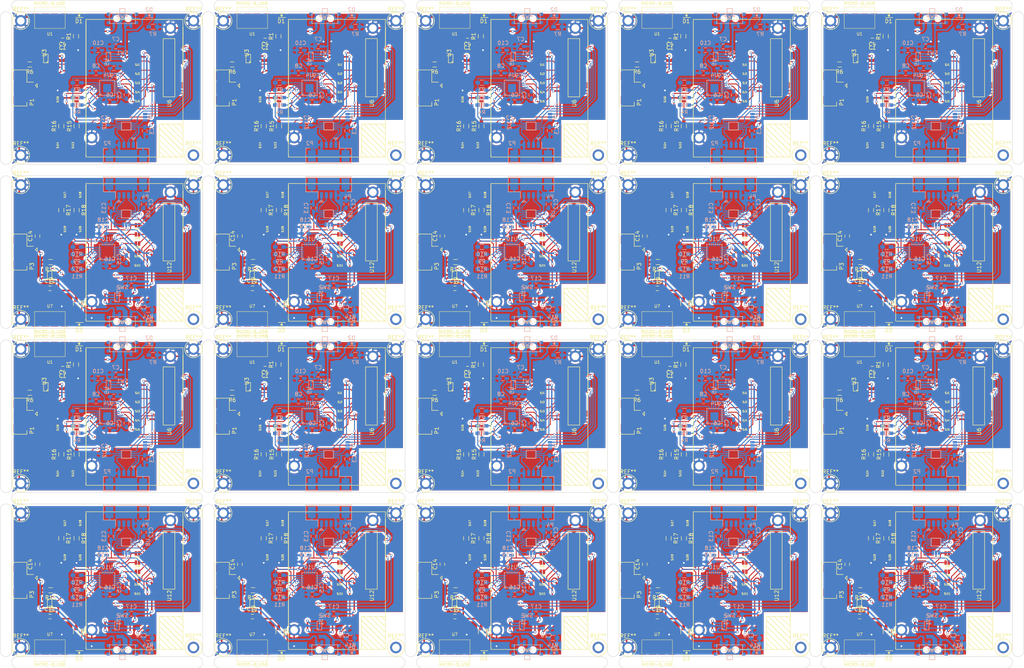
<source format=kicad_pcb>
(kicad_pcb (version 4) (host pcbnew "(2015-09-14 BZR 6197)-product")
  (layers (0 F.Cu signal) (31 B.Cu signal) (34 B.Paste user) (35 F.Paste user) (36 B.SilkS user) (37 F.SilkS user) (38 B.Mask user) (39 F.Mask user) (44 Edge.Cuts user))
  (net 0 "")
  (net 1 GND)
  (net 2 "Net-(C6-Pad1)")
  (net 3 "Net-(D1-Pad2)")
  (net 4 "Net-(D1-Pad1)")
  (net 5 "Net-(D2-Pad1)")
  (net 6 "Net-(P2-Pad2)")
  (net 7 "Net-(P2-Pad3)")
  (net 8 "Net-(U1-Pad2)")
  (net 9 "Net-(U1-Pad3)")
  (net 10 "Net-(U1-Pad4)")
  (net 11 "Net-(U7-Pad3)")
  (net 12 "Net-(D3-Pad2)")
  (net 13 "Net-(D4-Pad1)")
  (net 14 "Net-(C1-Pad2)")
  (net 15 /LeftFoot/1.8V)
  (net 16 /LeftFoot/VSYS)
  (net 17 "Net-(C4-Pad1)")
  (net 18 "Net-(C5-Pad1)")
  (net 19 "Net-(C5-Pad2)")
  (net 20 /LeftFoot/3.3V)
  (net 21 "Net-(C11-Pad2)")
  (net 22 /RightFoot/1.8V)
  (net 23 /RightFoot/VSYS)
  (net 24 "Net-(C14-Pad1)")
  (net 25 "Net-(C15-Pad1)")
  (net 26 "Net-(C15-Pad2)")
  (net 27 "Net-(C16-Pad1)")
  (net 28 /RightFoot/3.3V)
  (net 29 "Net-(D3-Pad1)")
  (net 30 "Net-(P4-Pad2)")
  (net 31 "Net-(P4-Pad3)")
  (net 32 /LeftFoot/CS_XM)
  (net 33 /LeftFoot/CS_G)
  (net 34 /LeftFoot/GP20_I2C_SDA)
  (net 35 /LeftFoot/GP19_I2C_SCL)
  (net 36 "Net-(R6-Pad1)")
  (net 37 /RightFoot/CS_XM)
  (net 38 /RightFoot/CS_G)
  (net 39 /RightFoot/GP20_I2C_SDA)
  (net 40 /RightFoot/GP19_I2C_SCL)
  (net 41 "Net-(R13-Pad1)")
  (net 42 /LeftFoot/GP49)
  (net 43 /LeftFoot/INT1_XM)
  (net 44 /LeftFoot/GP48)
  (net 45 /LeftFoot/INT2_XM)
  (net 46 /LeftFoot/GP47)
  (net 47 /LeftFoot/DRDY_G)
  (net 48 /LeftFoot/GP46)
  (net 49 /LeftFoot/INT_G)
  (net 50 /LeftFoot/GP45)
  (net 51 /LeftFoot/DEN_G)
  (net 52 /LeftFoot/GP129)
  (net 53 "Net-(SJ6-Pad1)")
  (net 54 /RightFoot/GP49)
  (net 55 /RightFoot/INT1_XM)
  (net 56 /RightFoot/GP48)
  (net 57 /RightFoot/INT2_XM)
  (net 58 /RightFoot/GP47)
  (net 59 /RightFoot/DRDY_G)
  (net 60 /RightFoot/GP46)
  (net 61 /RightFoot/INT_G)
  (net 62 /RightFoot/GP45)
  (net 63 /RightFoot/DEN_G)
  (net 64 /RightFoot/GP129)
  (net 65 "Net-(SJ12-Pad1)")
  (net 66 /LeftFoot/GP130)
  (net 67 /LeftFoot/GP131)
  (net 68 "Net-(U4-Pad1)")
  (net 69 "Net-(U5-Pad4)")
  (net 70 "Net-(U6-Pad36)")
  (net 71 "Net-(U6-Pad14)")
  (net 72 "Net-(U6-Pad16)")
  (net 73 "Net-(U6-Pad18)")
  (net 74 "Net-(U6-Pad20)")
  (net 75 "Net-(U6-Pad22)")
  (net 76 "Net-(U6-Pad24)")
  (net 77 "Net-(U6-Pad70)")
  (net 78 "Net-(U6-Pad68)")
  (net 79 "Net-(U6-Pad66)")
  (net 80 "Net-(U6-Pad64)")
  (net 81 "Net-(U6-Pad62)")
  (net 82 "Net-(U6-Pad60)")
  (net 83 "Net-(U6-Pad58)")
  (net 84 "Net-(U6-Pad56)")
  (net 85 "Net-(U6-Pad54)")
  (net 86 "Net-(U6-Pad52)")
  (net 87 "Net-(U6-Pad50)")
  (net 88 "Net-(U6-Pad48)")
  (net 89 "Net-(U6-Pad44)")
  (net 90 "Net-(U6-Pad42)")
  (net 91 "Net-(U6-Pad40)")
  (net 92 "Net-(U6-Pad38)")
  (net 93 "Net-(U6-Pad37)")
  (net 94 "Net-(U6-Pad39)")
  (net 95 "Net-(U6-Pad45)")
  (net 96 "Net-(U6-Pad47)")
  (net 97 "Net-(U6-Pad49)")
  (net 98 "Net-(U6-Pad51)")
  (net 99 "Net-(U6-Pad53)")
  (net 100 "Net-(U6-Pad55)")
  (net 101 "Net-(U6-Pad57)")
  (net 102 "Net-(U6-Pad59)")
  (net 103 "Net-(U6-Pad65)")
  (net 104 "Net-(U6-Pad67)")
  (net 105 "Net-(U6-Pad69)")
  (net 106 "Net-(U6-Pad29)")
  (net 107 "Net-(U6-Pad27)")
  (net 108 "Net-(U6-Pad25)")
  (net 109 "Net-(U6-Pad23)")
  (net 110 "Net-(U6-Pad21)")
  (net 111 "Net-(U6-Pad19)")
  (net 112 "Net-(U6-Pad17)")
  (net 113 "Net-(U6-Pad3)")
  (net 114 "Net-(U6-Pad7)")
  (net 115 "Net-(U6-Pad31)")
  (net 116 "Net-(U6-Pad33)")
  (net 117 "Net-(U6-Pad35)")
  (net 118 "Net-(U7-Pad2)")
  (net 119 "Net-(U7-Pad4)")
  (net 120 /RightFoot/GP130)
  (net 121 /RightFoot/GP131)
  (net 122 "Net-(U10-Pad1)")
  (net 123 "Net-(U11-Pad4)")
  (net 124 "Net-(U12-Pad36)")
  (net 125 "Net-(U12-Pad14)")
  (net 126 "Net-(U12-Pad16)")
  (net 127 "Net-(U12-Pad18)")
  (net 128 "Net-(U12-Pad20)")
  (net 129 "Net-(U12-Pad22)")
  (net 130 "Net-(U12-Pad24)")
  (net 131 "Net-(U12-Pad70)")
  (net 132 "Net-(U12-Pad68)")
  (net 133 "Net-(U12-Pad66)")
  (net 134 "Net-(U12-Pad64)")
  (net 135 "Net-(U12-Pad62)")
  (net 136 "Net-(U12-Pad60)")
  (net 137 "Net-(U12-Pad58)")
  (net 138 "Net-(U12-Pad56)")
  (net 139 "Net-(U12-Pad54)")
  (net 140 "Net-(U12-Pad52)")
  (net 141 "Net-(U12-Pad50)")
  (net 142 "Net-(U12-Pad48)")
  (net 143 "Net-(U12-Pad44)")
  (net 144 "Net-(U12-Pad42)")
  (net 145 "Net-(U12-Pad40)")
  (net 146 "Net-(U12-Pad38)")
  (net 147 "Net-(U12-Pad37)")
  (net 148 "Net-(U12-Pad39)")
  (net 149 "Net-(U12-Pad45)")
  (net 150 "Net-(U12-Pad47)")
  (net 151 "Net-(U12-Pad49)")
  (net 152 "Net-(U12-Pad51)")
  (net 153 "Net-(U12-Pad53)")
  (net 154 "Net-(U12-Pad55)")
  (net 155 "Net-(U12-Pad57)")
  (net 156 "Net-(U12-Pad59)")
  (net 157 "Net-(U12-Pad65)")
  (net 158 "Net-(U12-Pad67)")
  (net 159 "Net-(U12-Pad69)")
  (net 160 "Net-(U12-Pad29)")
  (net 161 "Net-(U12-Pad27)")
  (net 162 "Net-(U12-Pad25)")
  (net 163 "Net-(U12-Pad23)")
  (net 164 "Net-(U12-Pad21)")
  (net 165 "Net-(U12-Pad19)")
  (net 166 "Net-(U12-Pad17)")
  (net 167 "Net-(U12-Pad3)")
  (net 168 "Net-(U12-Pad7)")
  (net 169 "Net-(U12-Pad31)")
  (net 170 "Net-(U12-Pad33)")
  (net 171 "Net-(U12-Pad35)")
  (net 172 "Net-(R15-Pad1)")
  (net 173 /LeftFoot/SDO_XM)
  (net 174 "Net-(R16-Pad1)")
  (net 175 /LeftFoot/SDO_G)
  (net 176 "Net-(R17-Pad1)")
  (net 177 /RightFoot/SDO_XM)
  (net 178 "Net-(R18-Pad1)")
  (net 179 /RightFoot/SDO_G)
  (module Capacitors_SMD:C_0603_HandSoldering (layer B.Cu) (at 202.699 129.699 180)
    (fp_text reference C6 (at 0 1.9 180) (layer B.SilkS) (effects (justify mirror)))
    (fp_text value 4.7uF)
    (pad 1 smd rect (at -0.95 0 180) (size 1.2 0.75) (layers B.Cu B.Paste B.Mask) (net 2 "Net-(C6-Pad1)"))
    (pad 2 smd rect (at 0.95 0 180) (size 1.2 0.75) (layers B.Cu B.Paste B.Mask) (net 1 GND))
  )
  (module Capacitors_SMD:C_0603_HandSoldering (layer B.Cu) (at 199.099 122.099 180)
    (fp_text reference C8 (at 0 1.9 180) (layer B.SilkS) (effects (justify mirror)))
    (fp_text value .1uF)
    (pad 1 smd rect (at -0.95 0 180) (size 1.2 0.75) (layers B.Cu B.Paste B.Mask) (net 20 /LeftFoot/3.3V))
    (pad 2 smd rect (at 0.95 0 180) (size 1.2 0.75) (layers B.Cu B.Paste B.Mask) (net 1 GND))
  )
  (module "CustomComponents:LGA 4x4x1 24 PIN" (layer B.Cu) (at 202 126)
    (fp_text reference U4 (at 0 -3.429) (layer B.SilkS) (effects (justify mirror)))
    (fp_text value LSM9DS0)
    (pad 4 smd rect (at 0.25 1.725) (size 0.2 0.35) (layers B.Cu B.Paste B.Mask) (net 1 GND))
    (pad 5 smd rect (at 0.75 1.725) (size 0.2 0.35) (layers B.Cu B.Paste B.Mask) (net 1 GND))
    (pad 6 smd rect (at 1.25 1.725) (size 0.2 0.35) (layers B.Cu B.Paste B.Mask) (net 1 GND))
    (pad 3 smd rect (at -0.25 1.725) (size 0.2 0.35) (layers B.Cu B.Paste B.Mask) (net 1 GND))
    (pad 2 smd rect (at -0.75 1.725) (size 0.2 0.35) (layers B.Cu B.Paste B.Mask) (net 1 GND))
    (pad 1 smd rect (at -1.25 1.725) (size 0.2 0.35) (layers B.Cu B.Paste B.Mask) (net 68 "Net-(U4-Pad1)"))
    (pad 18 smd rect (at -1.25 -1.725) (size 0.2 0.35) (layers B.Cu B.Paste B.Mask) (net 15 /LeftFoot/1.8V))
    (pad 17 smd rect (at -0.75 -1.725) (size 0.2 0.35) (layers B.Cu B.Paste B.Mask) (net 20 /LeftFoot/3.3V))
    (pad 16 smd rect (at -0.25 -1.725) (size 0.2 0.35) (layers B.Cu B.Paste B.Mask) (net 20 /LeftFoot/3.3V))
    (pad 13 smd rect (at 1.25 -1.725) (size 0.2 0.35) (layers B.Cu B.Paste B.Mask) (net 43 /LeftFoot/INT1_XM))
    (pad 14 smd rect (at 0.75 -1.725) (size 0.2 0.35) (layers B.Cu B.Paste B.Mask) (net 45 /LeftFoot/INT2_XM))
    (pad 10 smd rect (at 1.725 -0.25) (size 0.35 0.2) (layers B.Cu B.Paste B.Mask) (net 51 /LeftFoot/DEN_G))
    (pad 22 smd rect (at -1.725 0.25) (size 0.35 0.2) (layers B.Cu B.Paste B.Mask) (net 175 /LeftFoot/SDO_G))
    (pad 23 smd rect (at -1.725 0.75) (size 0.35 0.2) (layers B.Cu B.Paste B.Mask) (net 173 /LeftFoot/SDO_XM))
    (pad 24 smd rect (at -1.725 1.25) (size 0.35 0.2) (layers B.Cu B.Paste B.Mask) (net 34 /LeftFoot/GP20_I2C_SDA))
    (pad 21 smd rect (at -1.725 -0.25) (size 0.35 0.2) (layers B.Cu B.Paste B.Mask) (net 35 /LeftFoot/GP19_I2C_SCL))
    (pad 20 smd rect (at -1.725 -0.75) (size 0.35 0.2) (layers B.Cu B.Paste B.Mask) (net 32 /LeftFoot/CS_XM))
    (pad 19 smd rect (at -1.725 -1.25) (size 0.35 0.2) (layers B.Cu B.Paste B.Mask) (net 33 /LeftFoot/CS_G))
    (pad 12 smd rect (at 1.725 -1.25) (size 0.35 0.2) (layers B.Cu B.Paste B.Mask) (net 47 /LeftFoot/DRDY_G))
    (pad 11 smd rect (at 1.725 -0.75) (size 0.35 0.2) (layers B.Cu B.Paste B.Mask) (net 49 /LeftFoot/INT_G))
    (pad 15 smd rect (at 0.25 -1.725) (size 0.2 0.35) (layers B.Cu B.Paste B.Mask) (net 20 /LeftFoot/3.3V))
    (pad 7 smd rect (at 1.725 1.25) (size 0.35 0.2) (layers B.Cu B.Paste B.Mask) (net 2 "Net-(C6-Pad1)"))
    (pad 8 smd rect (at 1.725 0.75) (size 0.35 0.2) (layers B.Cu B.Paste B.Mask) (net 19 "Net-(C5-Pad2)"))
    (pad 9 smd rect (at 1.725 0.25) (size 0.35 0.2) (layers B.Cu B.Paste B.Mask) (net 18 "Net-(C5-Pad1)"))
  )
  (module Capacitors_SMD:C_0603_HandSoldering (layer B.Cu) (at 207.049 127.849 270)
    (fp_text reference C5 (at 0 1.9 270) (layer B.SilkS) (effects (justify mirror)))
    (fp_text value .22uF)
    (pad 1 smd rect (at -0.95 0 270) (size 1.2 0.75) (layers B.Cu B.Paste B.Mask) (net 18 "Net-(C5-Pad1)"))
    (pad 2 smd rect (at 0.95 0 270) (size 1.2 0.75) (layers B.Cu B.Paste B.Mask) (net 19 "Net-(C5-Pad2)"))
  )
  (module CustomComponents:Connector_Molex_PicoBlade_53261-0471 (layer B.Cu) (at 207 143.8 180)
    (fp_text reference P2 (at 4.975 3.3 180) (layer B.SilkS) (effects (justify mirror)))
    (fp_text value CONN_01X04_GND)
    (pad 1 smd rect (at -1.875 2.9 180) (size 0.8 1.6) (layers B.Cu B.Paste B.Mask) (net 16 /LeftFoot/VSYS))
    (pad 2 smd rect (at -0.625 2.9 180) (size 0.8 1.6) (layers B.Cu B.Paste B.Mask) (net 6 "Net-(P2-Pad2)"))
    (pad 3 smd rect (at 0.625 2.9 180) (size 0.8 1.6) (layers B.Cu B.Paste B.Mask) (net 7 "Net-(P2-Pad3)"))
    (pad 4 smd rect (at 1.875 2.9 180) (size 0.8 1.6) (layers B.Cu B.Paste B.Mask) (net 1 GND))
    (pad 5 smd rect (at -4.425 0 180) (size 2.1 3) (layers B.Cu B.Paste B.Mask) (net 1 GND))
    (pad 5 smd rect (at 4.425 0 180) (size 2.1 3) (layers B.Cu B.Paste B.Mask) (net 1 GND))
  )
  (module Capacitors_SMD:C_0603_HandSoldering (layer B.Cu) (at 201.324 135.749 180)
    (fp_text reference C2 (at 0 1.9 180) (layer B.SilkS) (effects (justify mirror)))
    (fp_text value .1uF)
    (pad 1 smd rect (at -0.95 0 180) (size 1.2 0.75) (layers B.Cu B.Paste B.Mask) (net 15 /LeftFoot/1.8V))
    (pad 2 smd rect (at 0.95 0 180) (size 1.2 0.75) (layers B.Cu B.Paste B.Mask) (net 1 GND))
  )
  (module Capacitors_SMD:C_0603_HandSoldering (layer B.Cu) (at 211.824 137.199 90)
    (fp_text reference C3 (at 0 1.9 90) (layer B.SilkS) (effects (justify mirror)))
    (fp_text value .1uF)
    (pad 1 smd rect (at -0.95 0 90) (size 1.2 0.75) (layers B.Cu B.Paste B.Mask) (net 1 GND))
    (pad 2 smd rect (at 0.95 0 90) (size 1.2 0.75) (layers B.Cu B.Paste B.Mask) (net 16 /LeftFoot/VSYS))
  )
  (module CustomComponents:SMD_Y_JUMPER (layer B.Cu) (at 211.949 133.649 90)
    (fp_text reference SJ6 (at 0 1.143 90) (layer B.SilkS) (effects (font (size 0.508 0.4572) (thickness 0.1143)) (justify mirror)))
    (fp_text value SM-SJY hide)
    (pad 3 smd rect (at 0.8255 0 90) (size 0.635 1.143) (layers B.Cu B.Paste B.Mask) (net 52 /LeftFoot/GP129))
    (pad 1 smd rect (at -0.8255 0 90) (size 0.635 1.143) (layers B.Cu B.Paste B.Mask) (net 53 "Net-(SJ6-Pad1)"))
    (pad 2 smd rect (at 0 0 90) (size 0.635 1.143) (layers B.Cu B.Paste B.Mask) (net 15 /LeftFoot/1.8V))
  )
  (module CustomComponents:SMD-TXB0102-8PIN (layer B.Cu) (at 207 136 90)
    (fp_text reference U2 (at 0.0254 -5.715 90) (layer B.SilkS) (effects (justify mirror)))
    (fp_text value TXB0102)
    (pad 8 smd rect (at -0.762 1.524 90) (size 0.26 1) (layers B.Cu B.Paste B.Mask) (net 6 "Net-(P2-Pad2)"))
    (pad 7 smd rect (at -0.254 1.524 90) (size 0.26 1) (layers B.Cu B.Paste B.Mask) (net 16 /LeftFoot/VSYS))
    (pad 6 smd rect (at 0.254 1.524 90) (size 0.26 1) (layers B.Cu B.Paste B.Mask) (net 53 "Net-(SJ6-Pad1)"))
    (pad 5 smd rect (at 0.762 1.524 90) (size 0.26 1) (layers B.Cu B.Paste B.Mask) (net 66 /LeftFoot/GP130))
    (pad 4 smd rect (at 0.762 -1.524 90) (size 0.26 1) (layers B.Cu B.Paste B.Mask) (net 67 /LeftFoot/GP131))
    (pad 3 smd rect (at 0.254 -1.524 90) (size 0.26 1) (layers B.Cu B.Paste B.Mask) (net 15 /LeftFoot/1.8V))
    (pad 2 smd rect (at -0.254 -1.524 90) (size 0.26 1) (layers B.Cu B.Paste B.Mask) (net 1 GND))
    (pad 1 smd rect (at -0.762 -1.524 90) (size 0.26 1) (layers B.Cu B.Paste B.Mask) (net 7 "Net-(P2-Pad3)"))
  )
  (module Resistors_SMD:R_0603_HandSoldering (layer B.Cu) (at 194.1204 130.4736)
    (fp_text reference R4 (at 0 1.9) (layer B.SilkS) (effects (justify mirror)))
    (fp_text value 10k)
    (pad 1 smd rect (at -1.1 0) (size 1.2 0.9) (layers B.Cu B.Paste B.Mask) (net 15 /LeftFoot/1.8V))
    (pad 2 smd rect (at 1.1 0) (size 1.2 0.9) (layers B.Cu B.Paste B.Mask) (net 34 /LeftFoot/GP20_I2C_SDA))
  )
  (module Resistors_SMD:R_0603_HandSoldering (layer B.Cu) (at 194.1204 126.5736)
    (fp_text reference R2 (at 0 1.9) (layer B.SilkS) (effects (justify mirror)))
    (fp_text value 10k)
    (pad 1 smd rect (at -1.1 0) (size 1.2 0.9) (layers B.Cu B.Paste B.Mask) (net 15 /LeftFoot/1.8V))
    (pad 2 smd rect (at 1.1 0) (size 1.2 0.9) (layers B.Cu B.Paste B.Mask) (net 32 /LeftFoot/CS_XM))
  )
  (module Resistors_SMD:R_0603_HandSoldering (layer B.Cu) (at 194.1204 128.5236)
    (fp_text reference R5 (at 0 1.9) (layer B.SilkS) (effects (justify mirror)))
    (fp_text value 10k)
    (pad 1 smd rect (at -1.1 0) (size 1.2 0.9) (layers B.Cu B.Paste B.Mask) (net 15 /LeftFoot/1.8V))
    (pad 2 smd rect (at 1.1 0) (size 1.2 0.9) (layers B.Cu B.Paste B.Mask) (net 35 /LeftFoot/GP19_I2C_SCL))
  )
  (module Resistors_SMD:R_0603_HandSoldering (layer B.Cu) (at 194.1204 124.6236)
    (fp_text reference R3 (at 0 1.9) (layer B.SilkS) (effects (justify mirror)))
    (fp_text value 10k)
    (pad 1 smd rect (at -1.1 0) (size 1.2 0.9) (layers B.Cu B.Paste B.Mask) (net 15 /LeftFoot/1.8V))
    (pad 2 smd rect (at 1.1 0) (size 1.2 0.9) (layers B.Cu B.Paste B.Mask) (net 33 /LeftFoot/CS_G))
  )
  (module Capacitors_SMD:C_0603_HandSoldering (layer B.Cu) (at 207.049 84.849 270)
    (fp_text reference C15 (at 0 1.9 270) (layer B.SilkS) (effects (justify mirror)))
    (fp_text value .22uF)
    (pad 1 smd rect (at -0.95 0 270) (size 1.2 0.75) (layers B.Cu B.Paste B.Mask) (net 25 "Net-(C15-Pad1)"))
    (pad 2 smd rect (at 0.95 0 270) (size 1.2 0.75) (layers B.Cu B.Paste B.Mask) (net 26 "Net-(C15-Pad2)"))
  )
  (module Capacitors_SMD:C_0603_HandSoldering (layer B.Cu) (at 202.699 86.699 180)
    (fp_text reference C16 (at 0 1.9 180) (layer B.SilkS) (effects (justify mirror)))
    (fp_text value 4.7uF)
    (pad 1 smd rect (at -0.95 0 180) (size 1.2 0.75) (layers B.Cu B.Paste B.Mask) (net 27 "Net-(C16-Pad1)"))
    (pad 2 smd rect (at 0.95 0 180) (size 1.2 0.75) (layers B.Cu B.Paste B.Mask) (net 1 GND))
  )
  (module "CustomComponents:LGA 4x4x1 24 PIN" (layer B.Cu) (at 202 83)
    (fp_text reference U10 (at 0 -3.429) (layer B.SilkS) (effects (justify mirror)))
    (fp_text value LSM9DS0)
    (pad 4 smd rect (at 0.25 1.725) (size 0.2 0.35) (layers B.Cu B.Paste B.Mask) (net 1 GND))
    (pad 5 smd rect (at 0.75 1.725) (size 0.2 0.35) (layers B.Cu B.Paste B.Mask) (net 1 GND))
    (pad 6 smd rect (at 1.25 1.725) (size 0.2 0.35) (layers B.Cu B.Paste B.Mask) (net 1 GND))
    (pad 3 smd rect (at -0.25 1.725) (size 0.2 0.35) (layers B.Cu B.Paste B.Mask) (net 1 GND))
    (pad 2 smd rect (at -0.75 1.725) (size 0.2 0.35) (layers B.Cu B.Paste B.Mask) (net 1 GND))
    (pad 1 smd rect (at -1.25 1.725) (size 0.2 0.35) (layers B.Cu B.Paste B.Mask) (net 122 "Net-(U10-Pad1)"))
    (pad 18 smd rect (at -1.25 -1.725) (size 0.2 0.35) (layers B.Cu B.Paste B.Mask) (net 22 /RightFoot/1.8V))
    (pad 17 smd rect (at -0.75 -1.725) (size 0.2 0.35) (layers B.Cu B.Paste B.Mask) (net 28 /RightFoot/3.3V))
    (pad 16 smd rect (at -0.25 -1.725) (size 0.2 0.35) (layers B.Cu B.Paste B.Mask) (net 28 /RightFoot/3.3V))
    (pad 13 smd rect (at 1.25 -1.725) (size 0.2 0.35) (layers B.Cu B.Paste B.Mask) (net 55 /RightFoot/INT1_XM))
    (pad 14 smd rect (at 0.75 -1.725) (size 0.2 0.35) (layers B.Cu B.Paste B.Mask) (net 57 /RightFoot/INT2_XM))
    (pad 10 smd rect (at 1.725 -0.25) (size 0.35 0.2) (layers B.Cu B.Paste B.Mask) (net 63 /RightFoot/DEN_G))
    (pad 22 smd rect (at -1.725 0.25) (size 0.35 0.2) (layers B.Cu B.Paste B.Mask) (net 179 /RightFoot/SDO_G))
    (pad 23 smd rect (at -1.725 0.75) (size 0.35 0.2) (layers B.Cu B.Paste B.Mask) (net 177 /RightFoot/SDO_XM))
    (pad 24 smd rect (at -1.725 1.25) (size 0.35 0.2) (layers B.Cu B.Paste B.Mask) (net 39 /RightFoot/GP20_I2C_SDA))
    (pad 21 smd rect (at -1.725 -0.25) (size 0.35 0.2) (layers B.Cu B.Paste B.Mask) (net 40 /RightFoot/GP19_I2C_SCL))
    (pad 20 smd rect (at -1.725 -0.75) (size 0.35 0.2) (layers B.Cu B.Paste B.Mask) (net 37 /RightFoot/CS_XM))
    (pad 19 smd rect (at -1.725 -1.25) (size 0.35 0.2) (layers B.Cu B.Paste B.Mask) (net 38 /RightFoot/CS_G))
    (pad 12 smd rect (at 1.725 -1.25) (size 0.35 0.2) (layers B.Cu B.Paste B.Mask) (net 59 /RightFoot/DRDY_G))
    (pad 11 smd rect (at 1.725 -0.75) (size 0.35 0.2) (layers B.Cu B.Paste B.Mask) (net 61 /RightFoot/INT_G))
    (pad 15 smd rect (at 0.25 -1.725) (size 0.2 0.35) (layers B.Cu B.Paste B.Mask) (net 28 /RightFoot/3.3V))
    (pad 7 smd rect (at 1.725 1.25) (size 0.35 0.2) (layers B.Cu B.Paste B.Mask) (net 27 "Net-(C16-Pad1)"))
    (pad 8 smd rect (at 1.725 0.75) (size 0.35 0.2) (layers B.Cu B.Paste B.Mask) (net 26 "Net-(C15-Pad2)"))
    (pad 9 smd rect (at 1.725 0.25) (size 0.35 0.2) (layers B.Cu B.Paste B.Mask) (net 25 "Net-(C15-Pad1)"))
  )
  (module Capacitors_SMD:C_0603_HandSoldering (layer B.Cu) (at 200.8608 78.1438 180)
    (fp_text reference C19 (at 0 1.9 180) (layer B.SilkS) (effects (justify mirror)))
    (fp_text value 1uF)
    (pad 1 smd rect (at -0.95 0 180) (size 1.2 0.75) (layers B.Cu B.Paste B.Mask) (net 28 /RightFoot/3.3V))
    (pad 2 smd rect (at 0.95 0 180) (size 1.2 0.75) (layers B.Cu B.Paste B.Mask) (net 1 GND))
  )
  (module Resistors_SMD:R_0603_HandSoldering (layer B.Cu) (at 194.1204 85.549)
    (fp_text reference R12 (at 0 1.9) (layer B.SilkS) (effects (justify mirror)))
    (fp_text value 10k)
    (pad 1 smd rect (at -1.1 0) (size 1.2 0.9) (layers B.Cu B.Paste B.Mask) (net 22 /RightFoot/1.8V))
    (pad 2 smd rect (at 1.1 0) (size 1.2 0.9) (layers B.Cu B.Paste B.Mask) (net 40 /RightFoot/GP19_I2C_SCL))
  )
  (module Resistors_SMD:R_0603_HandSoldering (layer B.Cu) (at 194.1204 87.499)
    (fp_text reference R11 (at 0 1.9) (layer B.SilkS) (effects (justify mirror)))
    (fp_text value 10k)
    (pad 1 smd rect (at -1.1 0) (size 1.2 0.9) (layers B.Cu B.Paste B.Mask) (net 22 /RightFoot/1.8V))
    (pad 2 smd rect (at 1.1 0) (size 1.2 0.9) (layers B.Cu B.Paste B.Mask) (net 39 /RightFoot/GP20_I2C_SDA))
  )
  (module Resistors_SMD:R_0603_HandSoldering (layer B.Cu) (at 194.1204 83.599)
    (fp_text reference R9 (at 0 1.9) (layer B.SilkS) (effects (justify mirror)))
    (fp_text value 10k)
    (pad 1 smd rect (at -1.1 0) (size 1.2 0.9) (layers B.Cu B.Paste B.Mask) (net 22 /RightFoot/1.8V))
    (pad 2 smd rect (at 1.1 0) (size 1.2 0.9) (layers B.Cu B.Paste B.Mask) (net 37 /RightFoot/CS_XM))
  )
  (module Resistors_SMD:R_0603_HandSoldering (layer B.Cu) (at 194.1204 81.649)
    (fp_text reference R10 (at 0 1.9) (layer B.SilkS) (effects (justify mirror)))
    (fp_text value 10k)
    (pad 1 smd rect (at -1.1 0) (size 1.2 0.9) (layers B.Cu B.Paste B.Mask) (net 22 /RightFoot/1.8V))
    (pad 2 smd rect (at 1.1 0) (size 1.2 0.9) (layers B.Cu B.Paste B.Mask) (net 38 /RightFoot/CS_G))
  )
  (module LEDs:LED-0603 (layer B.Cu) (at 213 102 180)
    (fp_text reference D4 (at 0 1.5 180) (layer B.SilkS) (effects (justify mirror)))
    (fp_text value BLUE)
    (pad 2 smd rect (at 0.7493 0) (size 0.79756 0.79756) (layers B.Cu B.Paste B.Mask) (net 23 /RightFoot/VSYS))
    (pad 1 smd rect (at -0.7493 0) (size 0.79756 0.79756) (layers B.Cu B.Paste B.Mask) (net 13 "Net-(D4-Pad1)"))
  )
  (module CustomComponents:SMT_SIDE_SLIDE_SW (layer B.Cu) (at 206 107.8)
    (fp_text reference SW1 (at 0 9) (layer B.SilkS) (effects (justify mirror)))
    (fp_text value PWR (at -0.0222 -0.4622) (layer B.SilkS) (effects (justify mirror)))
    (pad "" np_thru_hole circle (at 1.4986 0) (size 0.889 0.889) (drill 0.889) (layers *.Cu *.Mask B.SilkS))
    (pad "" np_thru_hole circle (at -1.4986 0) (size 0.889 0.889) (drill 0.889) (layers *.Cu *.Mask B.SilkS))
    (pad 2 smd rect (at 0.762 1.7272) (size 0.7112 1.524) (layers B.Cu B.Paste B.Mask) (net 16 /LeftFoot/VSYS))
    (pad 3 smd rect (at 2.2606 1.7272) (size 0.7112 1.524) (layers B.Cu B.Paste B.Mask) (net 16 /LeftFoot/VSYS))
    (pad 1 smd rect (at -2.2352 1.7272) (size 0.7112 1.524) (layers B.Cu B.Paste B.Mask) (net 17 "Net-(C4-Pad1)"))
    (pad "" smd rect (at -3.6449 1.1049) (size 0.9906 0.8128) (layers B.Cu B.Paste B.Mask))
    (pad "" smd rect (at -3.6449 -1.1049) (size 0.9906 0.8128) (layers B.Cu B.Paste B.Mask))
    (pad "" smd rect (at 3.6449 1.1049) (size 0.9906 0.8128) (layers B.Cu B.Paste B.Mask))
    (pad "" smd rect (at 3.6449 -1.1049) (size 0.9906 0.8128) (layers B.Cu B.Paste B.Mask))
  )
  (module Resistors_SMD:R_0603_HandSoldering (layer B.Cu) (at 214 110)
    (fp_text reference R7 (at 0 1.9) (layer B.SilkS) (effects (justify mirror)))
    (fp_text value 1k)
    (pad 1 smd rect (at -1.1 0) (size 1.2 0.9) (layers B.Cu B.Paste B.Mask) (net 5 "Net-(D2-Pad1)"))
    (pad 2 smd rect (at 1.1 0) (size 1.2 0.9) (layers B.Cu B.Paste B.Mask) (net 1 GND))
  )
  (module Resistors_SMD:R_0603_HandSoldering (layer B.Cu) (at 212.6972 98.1082)
    (fp_text reference R14 (at 0 1.9) (layer B.SilkS) (effects (justify mirror)))
    (fp_text value 1k)
    (pad 1 smd rect (at -1.1 0) (size 1.2 0.9) (layers B.Cu B.Paste B.Mask) (net 13 "Net-(D4-Pad1)"))
    (pad 2 smd rect (at 1.1 0) (size 1.2 0.9) (layers B.Cu B.Paste B.Mask) (net 1 GND))
  )
  (module LEDs:LED-0603 (layer B.Cu) (at 213 107 180)
    (fp_text reference D2 (at 0 1.5 180) (layer B.SilkS) (effects (justify mirror)))
    (fp_text value BLUE)
    (pad 2 smd rect (at 0.7493 0) (size 0.79756 0.79756) (layers B.Cu B.Paste B.Mask) (net 16 /LeftFoot/VSYS))
    (pad 1 smd rect (at -0.7493 0) (size 0.79756 0.79756) (layers B.Cu B.Paste B.Mask) (net 5 "Net-(D2-Pad1)"))
  )
  (module Transistors_SMD:sc70-5 (layer B.Cu) (at 202.349 117.749 270)
    (fp_text reference U5 (at 1.5 0.4 270) (layer B.SilkS) (effects (justify mirror)))
    (fp_text value MIC5205_3.3V)
    (pad 1 smd rect (at -0.6604 -1.016 270) (size 0.4064 0.6604) (layers B.Cu B.Paste B.Mask) (net 16 /LeftFoot/VSYS))
    (pad 3 smd rect (at 0.6604 -1.016 270) (size 0.4064 0.6604) (layers B.Cu B.Paste B.Mask) (net 16 /LeftFoot/VSYS))
    (pad 2 smd rect (at 0 -1.016 270) (size 0.4064 0.6604) (layers B.Cu B.Paste B.Mask) (net 1 GND))
    (pad 4 smd rect (at 0.6604 1.016 270) (size 0.4064 0.6604) (layers B.Cu B.Paste B.Mask) (net 69 "Net-(U5-Pad4)"))
    (pad 5 smd rect (at -0.6604 1.016 270) (size 0.4064 0.6604) (layers B.Cu B.Paste B.Mask) (net 20 /LeftFoot/3.3V))
  )
  (module Capacitors_SMD:C_0603_HandSoldering (layer B.Cu) (at 204.274 115.124 180)
    (fp_text reference C7 (at 0 1.9 180) (layer B.SilkS) (effects (justify mirror)))
    (fp_text value 1uF)
    (pad 1 smd rect (at -0.95 0 180) (size 1.2 0.75) (layers B.Cu B.Paste B.Mask) (net 16 /LeftFoot/VSYS))
    (pad 2 smd rect (at 0.95 0 180) (size 1.2 0.75) (layers B.Cu B.Paste B.Mask) (net 1 GND))
  )
  (module Capacitors_SMD:C_0603_HandSoldering (layer B.Cu) (at 199.649 116.099 180)
    (fp_text reference C10 (at 0 1.9 180) (layer B.SilkS) (effects (justify mirror)))
    (fp_text value 10uF)
    (pad 1 smd rect (at -0.95 0 180) (size 1.2 0.75) (layers B.Cu B.Paste B.Mask) (net 20 /LeftFoot/3.3V))
    (pad 2 smd rect (at 0.95 0 180) (size 1.2 0.75) (layers B.Cu B.Paste B.Mask) (net 1 GND))
  )
  (module Capacitors_SMD:C_0603_HandSoldering (layer B.Cu) (at 203.749 120.849)
    (fp_text reference C9 (at 0 1.9) (layer B.SilkS) (effects (justify mirror)))
    (fp_text value 1uF)
    (pad 1 smd rect (at -0.95 0) (size 1.2 0.75) (layers B.Cu B.Paste B.Mask) (net 20 /LeftFoot/3.3V))
    (pad 2 smd rect (at 0.95 0) (size 1.2 0.75) (layers B.Cu B.Paste B.Mask) (net 1 GND))
  )
  (module Resistors_SMD:R_0603_HandSoldering (layer B.Cu) (at 194.1204 167.649)
    (fp_text reference R10 (at 0 1.9) (layer B.SilkS) (effects (justify mirror)))
    (fp_text value 10k)
    (pad 1 smd rect (at -1.1 0) (size 1.2 0.9) (layers B.Cu B.Paste B.Mask) (net 22 /RightFoot/1.8V))
    (pad 2 smd rect (at 1.1 0) (size 1.2 0.9) (layers B.Cu B.Paste B.Mask) (net 38 /RightFoot/CS_G))
  )
  (module Resistors_SMD:R_0603_HandSoldering (layer B.Cu) (at 194.1204 173.499)
    (fp_text reference R11 (at 0 1.9) (layer B.SilkS) (effects (justify mirror)))
    (fp_text value 10k)
    (pad 1 smd rect (at -1.1 0) (size 1.2 0.9) (layers B.Cu B.Paste B.Mask) (net 22 /RightFoot/1.8V))
    (pad 2 smd rect (at 1.1 0) (size 1.2 0.9) (layers B.Cu B.Paste B.Mask) (net 39 /RightFoot/GP20_I2C_SDA))
  )
  (module Capacitors_SMD:C_0603_HandSoldering (layer B.Cu) (at 202.699 172.699 180)
    (fp_text reference C16 (at 0 1.9 180) (layer B.SilkS) (effects (justify mirror)))
    (fp_text value 4.7uF)
    (pad 1 smd rect (at -0.95 0 180) (size 1.2 0.75) (layers B.Cu B.Paste B.Mask) (net 27 "Net-(C16-Pad1)"))
    (pad 2 smd rect (at 0.95 0 180) (size 1.2 0.75) (layers B.Cu B.Paste B.Mask) (net 1 GND))
  )
  (module Resistors_SMD:R_0603_HandSoldering (layer B.Cu) (at 194.1204 169.599)
    (fp_text reference R9 (at 0 1.9) (layer B.SilkS) (effects (justify mirror)))
    (fp_text value 10k)
    (pad 1 smd rect (at -1.1 0) (size 1.2 0.9) (layers B.Cu B.Paste B.Mask) (net 22 /RightFoot/1.8V))
    (pad 2 smd rect (at 1.1 0) (size 1.2 0.9) (layers B.Cu B.Paste B.Mask) (net 37 /RightFoot/CS_XM))
  )
  (module Resistors_SMD:R_0603_HandSoldering (layer B.Cu) (at 194.1204 171.549)
    (fp_text reference R12 (at 0 1.9) (layer B.SilkS) (effects (justify mirror)))
    (fp_text value 10k)
    (pad 1 smd rect (at -1.1 0) (size 1.2 0.9) (layers B.Cu B.Paste B.Mask) (net 22 /RightFoot/1.8V))
    (pad 2 smd rect (at 1.1 0) (size 1.2 0.9) (layers B.Cu B.Paste B.Mask) (net 40 /RightFoot/GP19_I2C_SCL))
  )
  (module "CustomComponents:LGA 4x4x1 24 PIN" (layer B.Cu) (at 202 169)
    (fp_text reference U10 (at 0 -3.429) (layer B.SilkS) (effects (justify mirror)))
    (fp_text value LSM9DS0)
    (pad 4 smd rect (at 0.25 1.725) (size 0.2 0.35) (layers B.Cu B.Paste B.Mask) (net 1 GND))
    (pad 5 smd rect (at 0.75 1.725) (size 0.2 0.35) (layers B.Cu B.Paste B.Mask) (net 1 GND))
    (pad 6 smd rect (at 1.25 1.725) (size 0.2 0.35) (layers B.Cu B.Paste B.Mask) (net 1 GND))
    (pad 3 smd rect (at -0.25 1.725) (size 0.2 0.35) (layers B.Cu B.Paste B.Mask) (net 1 GND))
    (pad 2 smd rect (at -0.75 1.725) (size 0.2 0.35) (layers B.Cu B.Paste B.Mask) (net 1 GND))
    (pad 1 smd rect (at -1.25 1.725) (size 0.2 0.35) (layers B.Cu B.Paste B.Mask) (net 122 "Net-(U10-Pad1)"))
    (pad 18 smd rect (at -1.25 -1.725) (size 0.2 0.35) (layers B.Cu B.Paste B.Mask) (net 22 /RightFoot/1.8V))
    (pad 17 smd rect (at -0.75 -1.725) (size 0.2 0.35) (layers B.Cu B.Paste B.Mask) (net 28 /RightFoot/3.3V))
    (pad 16 smd rect (at -0.25 -1.725) (size 0.2 0.35) (layers B.Cu B.Paste B.Mask) (net 28 /RightFoot/3.3V))
    (pad 13 smd rect (at 1.25 -1.725) (size 0.2 0.35) (layers B.Cu B.Paste B.Mask) (net 55 /RightFoot/INT1_XM))
    (pad 14 smd rect (at 0.75 -1.725) (size 0.2 0.35) (layers B.Cu B.Paste B.Mask) (net 57 /RightFoot/INT2_XM))
    (pad 10 smd rect (at 1.725 -0.25) (size 0.35 0.2) (layers B.Cu B.Paste B.Mask) (net 63 /RightFoot/DEN_G))
    (pad 22 smd rect (at -1.725 0.25) (size 0.35 0.2) (layers B.Cu B.Paste B.Mask) (net 179 /RightFoot/SDO_G))
    (pad 23 smd rect (at -1.725 0.75) (size 0.35 0.2) (layers B.Cu B.Paste B.Mask) (net 177 /RightFoot/SDO_XM))
    (pad 24 smd rect (at -1.725 1.25) (size 0.35 0.2) (layers B.Cu B.Paste B.Mask) (net 39 /RightFoot/GP20_I2C_SDA))
    (pad 21 smd rect (at -1.725 -0.25) (size 0.35 0.2) (layers B.Cu B.Paste B.Mask) (net 40 /RightFoot/GP19_I2C_SCL))
    (pad 20 smd rect (at -1.725 -0.75) (size 0.35 0.2) (layers B.Cu B.Paste B.Mask) (net 37 /RightFoot/CS_XM))
    (pad 19 smd rect (at -1.725 -1.25) (size 0.35 0.2) (layers B.Cu B.Paste B.Mask) (net 38 /RightFoot/CS_G))
    (pad 12 smd rect (at 1.725 -1.25) (size 0.35 0.2) (layers B.Cu B.Paste B.Mask) (net 59 /RightFoot/DRDY_G))
    (pad 11 smd rect (at 1.725 -0.75) (size 0.35 0.2) (layers B.Cu B.Paste B.Mask) (net 61 /RightFoot/INT_G))
    (pad 15 smd rect (at 0.25 -1.725) (size 0.2 0.35) (layers B.Cu B.Paste B.Mask) (net 28 /RightFoot/3.3V))
    (pad 7 smd rect (at 1.725 1.25) (size 0.35 0.2) (layers B.Cu B.Paste B.Mask) (net 27 "Net-(C16-Pad1)"))
    (pad 8 smd rect (at 1.725 0.75) (size 0.35 0.2) (layers B.Cu B.Paste B.Mask) (net 26 "Net-(C15-Pad2)"))
    (pad 9 smd rect (at 1.725 0.25) (size 0.35 0.2) (layers B.Cu B.Paste B.Mask) (net 25 "Net-(C15-Pad1)"))
  )
  (module Capacitors_SMD:C_0603_HandSoldering (layer B.Cu) (at 207.049 170.849 270)
    (fp_text reference C15 (at 0 1.9 270) (layer B.SilkS) (effects (justify mirror)))
    (fp_text value .22uF)
    (pad 1 smd rect (at -0.95 0 270) (size 1.2 0.75) (layers B.Cu B.Paste B.Mask) (net 25 "Net-(C15-Pad1)"))
    (pad 2 smd rect (at 0.95 0 270) (size 1.2 0.75) (layers B.Cu B.Paste B.Mask) (net 26 "Net-(C15-Pad2)"))
  )
  (module Capacitors_SMD:C_0603_HandSoldering (layer B.Cu) (at 200.9014 162.442 180)
    (fp_text reference C18 (at 0 1.9 180) (layer B.SilkS) (effects (justify mirror)))
    (fp_text value .1uF)
    (pad 1 smd rect (at -0.95 0 180) (size 1.2 0.75) (layers B.Cu B.Paste B.Mask) (net 28 /RightFoot/3.3V))
    (pad 2 smd rect (at 0.95 0 180) (size 1.2 0.75) (layers B.Cu B.Paste B.Mask) (net 1 GND))
  )
  (module CustomComponents:SMD_Y_JUMPER (layer B.Cu) (at 207.0076 161.7308)
    (fp_text reference SJ12 (at 0 1.143) (layer B.SilkS) (effects (font (size 0.508 0.4572) (thickness 0.1143)) (justify mirror)))
    (fp_text value SM-SJY hide)
    (pad 3 smd rect (at 0.8255 0) (size 0.635 1.143) (layers B.Cu B.Paste B.Mask) (net 64 /RightFoot/GP129))
    (pad 1 smd rect (at -0.8255 0) (size 0.635 1.143) (layers B.Cu B.Paste B.Mask) (net 65 "Net-(SJ12-Pad1)"))
    (pad 2 smd rect (at 0 0) (size 0.635 1.143) (layers B.Cu B.Paste B.Mask) (net 22 /RightFoot/1.8V))
  )
  (module Capacitors_SMD:C_0603_HandSoldering (layer B.Cu) (at 200.8608 164.1438 180)
    (fp_text reference C19 (at 0 1.9 180) (layer B.SilkS) (effects (justify mirror)))
    (fp_text value 1uF)
    (pad 1 smd rect (at -0.95 0 180) (size 1.2 0.75) (layers B.Cu B.Paste B.Mask) (net 28 /RightFoot/3.3V))
    (pad 2 smd rect (at 0.95 0 180) (size 1.2 0.75) (layers B.Cu B.Paste B.Mask) (net 1 GND))
  )
  (module Capacitors_SMD:C_0603_HandSoldering (layer B.Cu) (at 203.0198 157.4382 270)
    (fp_text reference C13 (at 0 1.9 270) (layer B.SilkS) (effects (justify mirror)))
    (fp_text value .1uF)
    (pad 1 smd rect (at -0.95 0 270) (size 1.2 0.75) (layers B.Cu B.Paste B.Mask) (net 1 GND))
    (pad 2 smd rect (at 0.95 0 270) (size 1.2 0.75) (layers B.Cu B.Paste B.Mask) (net 23 /RightFoot/VSYS))
  )
  (module CustomComponents:Connector_Molex_PicoBlade_53261-0471 (layer B.Cu) (at 207 151.2)
    (fp_text reference P4 (at 4.975 3.3) (layer B.SilkS) (effects (justify mirror)))
    (fp_text value CONN_01X04_GND)
    (pad 1 smd rect (at -1.875 2.9) (size 0.8 1.6) (layers B.Cu B.Paste B.Mask) (net 23 /RightFoot/VSYS))
    (pad 2 smd rect (at -0.625 2.9) (size 0.8 1.6) (layers B.Cu B.Paste B.Mask) (net 30 "Net-(P4-Pad2)"))
    (pad 3 smd rect (at 0.625 2.9) (size 0.8 1.6) (layers B.Cu B.Paste B.Mask) (net 31 "Net-(P4-Pad3)"))
    (pad 4 smd rect (at 1.875 2.9) (size 0.8 1.6) (layers B.Cu B.Paste B.Mask) (net 1 GND))
    (pad 5 smd rect (at -4.425 0) (size 2.1 3) (layers B.Cu B.Paste B.Mask) (net 1 GND))
    (pad 5 smd rect (at 4.425 0) (size 2.1 3) (layers B.Cu B.Paste B.Mask) (net 1 GND))
  )
  (module Capacitors_SMD:C_0603_HandSoldering (layer B.Cu) (at 211.605 156.473 90)
    (fp_text reference C12 (at 0 1.9 90) (layer B.SilkS) (effects (justify mirror)))
    (fp_text value .1uF)
    (pad 1 smd rect (at -0.95 0 90) (size 1.2 0.75) (layers B.Cu B.Paste B.Mask) (net 22 /RightFoot/1.8V))
    (pad 2 smd rect (at 0.95 0 90) (size 1.2 0.75) (layers B.Cu B.Paste B.Mask) (net 1 GND))
  )
  (module CustomComponents:SMD-TXB0102-8PIN (layer B.Cu) (at 207 159 270)
    (fp_text reference U8 (at 0.0254 -5.715 270) (layer B.SilkS) (effects (justify mirror)))
    (fp_text value TXB0102)
    (pad 8 smd rect (at -0.762 1.524 270) (size 0.26 1) (layers B.Cu B.Paste B.Mask) (net 30 "Net-(P4-Pad2)"))
    (pad 7 smd rect (at -0.254 1.524 270) (size 0.26 1) (layers B.Cu B.Paste B.Mask) (net 23 /RightFoot/VSYS))
    (pad 6 smd rect (at 0.254 1.524 270) (size 0.26 1) (layers B.Cu B.Paste B.Mask) (net 65 "Net-(SJ12-Pad1)"))
    (pad 5 smd rect (at 0.762 1.524 270) (size 0.26 1) (layers B.Cu B.Paste B.Mask) (net 120 /RightFoot/GP130))
    (pad 4 smd rect (at 0.762 -1.524 270) (size 0.26 1) (layers B.Cu B.Paste B.Mask) (net 121 /RightFoot/GP131))
    (pad 3 smd rect (at 0.254 -1.524 270) (size 0.26 1) (layers B.Cu B.Paste B.Mask) (net 22 /RightFoot/1.8V))
    (pad 2 smd rect (at -0.254 -1.524 270) (size 0.26 1) (layers B.Cu B.Paste B.Mask) (net 1 GND))
    (pad 1 smd rect (at -0.762 -1.524 270) (size 0.26 1) (layers B.Cu B.Paste B.Mask) (net 31 "Net-(P4-Pad3)"))
  )
  (module Capacitors_SMD:C_0603_HandSoldering (layer B.Cu) (at 210.97 181.5428)
    (fp_text reference C20 (at 0 1.9) (layer B.SilkS) (effects (justify mirror)))
    (fp_text value 10uF)
    (pad 1 smd rect (at -0.95 0) (size 1.2 0.75) (layers B.Cu B.Paste B.Mask) (net 28 /RightFoot/3.3V))
    (pad 2 smd rect (at 0.95 0) (size 1.2 0.75) (layers B.Cu B.Paste B.Mask) (net 1 GND))
  )
  (module Capacitors_SMD:C_0603_HandSoldering (layer B.Cu) (at 208.3284 177.7836 180)
    (fp_text reference C17 (at 0 1.9 180) (layer B.SilkS) (effects (justify mirror)))
    (fp_text value 1uF)
    (pad 1 smd rect (at -0.95 0 180) (size 1.2 0.75) (layers B.Cu B.Paste B.Mask) (net 23 /RightFoot/VSYS))
    (pad 2 smd rect (at 0.95 0 180) (size 1.2 0.75) (layers B.Cu B.Paste B.Mask) (net 1 GND))
  )
  (module LEDs:LED-0603 (layer B.Cu) (at 213 188 180)
    (fp_text reference D4 (at 0 1.5 180) (layer B.SilkS) (effects (justify mirror)))
    (fp_text value BLUE)
    (pad 2 smd rect (at 0.7493 0) (size 0.79756 0.79756) (layers B.Cu B.Paste B.Mask) (net 23 /RightFoot/VSYS))
    (pad 1 smd rect (at -0.7493 0) (size 0.79756 0.79756) (layers B.Cu B.Paste B.Mask) (net 13 "Net-(D4-Pad1)"))
  )
  (module Transistors_SMD:sc70-5 (layer B.Cu) (at 204.5692 180.8824 90)
    (fp_text reference U11 (at 1.5 0.4 90) (layer B.SilkS) (effects (justify mirror)))
    (fp_text value MIC5205_3.3V)
    (pad 1 smd rect (at -0.6604 -1.016 90) (size 0.4064 0.6604) (layers B.Cu B.Paste B.Mask) (net 23 /RightFoot/VSYS))
    (pad 3 smd rect (at 0.6604 -1.016 90) (size 0.4064 0.6604) (layers B.Cu B.Paste B.Mask) (net 23 /RightFoot/VSYS))
    (pad 2 smd rect (at 0 -1.016 90) (size 0.4064 0.6604) (layers B.Cu B.Paste B.Mask) (net 1 GND))
    (pad 4 smd rect (at 0.6604 1.016 90) (size 0.4064 0.6604) (layers B.Cu B.Paste B.Mask) (net 123 "Net-(U11-Pad4)"))
    (pad 5 smd rect (at -0.6604 1.016 90) (size 0.4064 0.6604) (layers B.Cu B.Paste B.Mask) (net 28 /RightFoot/3.3V))
  )
  (module CustomComponents:SMT_SIDE_SLIDE_SW (layer B.Cu) (at 206 187.2 180)
    (fp_text reference SW2 (at 0 9 180) (layer B.SilkS) (effects (justify mirror)))
    (fp_text value PWR (at 0.0476 -0.1798 180) (layer B.SilkS) (effects (justify mirror)))
    (pad "" np_thru_hole circle (at 1.4986 0 180) (size 0.889 0.889) (drill 0.889) (layers *.Cu *.Mask B.SilkS))
    (pad "" np_thru_hole circle (at -1.4986 0 180) (size 0.889 0.889) (drill 0.889) (layers *.Cu *.Mask B.SilkS))
    (pad 2 smd rect (at 0.762 1.7272 180) (size 0.7112 1.524) (layers B.Cu B.Paste B.Mask) (net 24 "Net-(C14-Pad1)"))
    (pad 3 smd rect (at 2.2606 1.7272 180) (size 0.7112 1.524) (layers B.Cu B.Paste B.Mask) (net 24 "Net-(C14-Pad1)"))
    (pad 1 smd rect (at -2.2352 1.7272 180) (size 0.7112 1.524) (layers B.Cu B.Paste B.Mask) (net 23 /RightFoot/VSYS))
    (pad "" smd rect (at -3.6449 1.1049 180) (size 0.9906 0.8128) (layers B.Cu B.Paste B.Mask))
    (pad "" smd rect (at -3.6449 -1.1049 180) (size 0.9906 0.8128) (layers B.Cu B.Paste B.Mask))
    (pad "" smd rect (at 3.6449 1.1049 180) (size 0.9906 0.8128) (layers B.Cu B.Paste B.Mask))
    (pad "" smd rect (at 3.6449 -1.1049 180) (size 0.9906 0.8128) (layers B.Cu B.Paste B.Mask))
  )
  (module Resistors_SMD:R_0603_HandSoldering (layer B.Cu) (at 212.6972 184.1082)
    (fp_text reference R14 (at 0 1.9) (layer B.SilkS) (effects (justify mirror)))
    (fp_text value 1k)
    (pad 1 smd rect (at -1.1 0) (size 1.2 0.9) (layers B.Cu B.Paste B.Mask) (net 13 "Net-(D4-Pad1)"))
    (pad 2 smd rect (at 1.1 0) (size 1.2 0.9) (layers B.Cu B.Paste B.Mask) (net 1 GND))
  )
  (module CustomComponents:Connector_Molex_PicoBlade_53261-0471 (layer B.Cu) (at 207 57.8 180)
    (fp_text reference P2 (at 4.975 3.3 180) (layer B.SilkS) (effects (justify mirror)))
    (fp_text value CONN_01X04_GND)
    (pad 1 smd rect (at -1.875 2.9 180) (size 0.8 1.6) (layers B.Cu B.Paste B.Mask) (net 16 /LeftFoot/VSYS))
    (pad 2 smd rect (at -0.625 2.9 180) (size 0.8 1.6) (layers B.Cu B.Paste B.Mask) (net 6 "Net-(P2-Pad2)"))
    (pad 3 smd rect (at 0.625 2.9 180) (size 0.8 1.6) (layers B.Cu B.Paste B.Mask) (net 7 "Net-(P2-Pad3)"))
    (pad 4 smd rect (at 1.875 2.9 180) (size 0.8 1.6) (layers B.Cu B.Paste B.Mask) (net 1 GND))
    (pad 5 smd rect (at -4.425 0 180) (size 2.1 3) (layers B.Cu B.Paste B.Mask) (net 1 GND))
    (pad 5 smd rect (at 4.425 0 180) (size 2.1 3) (layers B.Cu B.Paste B.Mask) (net 1 GND))
  )
  (module Capacitors_SMD:C_0603_HandSoldering (layer B.Cu) (at 211.824 51.199 90)
    (fp_text reference C3 (at 0 1.9 90) (layer B.SilkS) (effects (justify mirror)))
    (fp_text value .1uF)
    (pad 1 smd rect (at -0.95 0 90) (size 1.2 0.75) (layers B.Cu B.Paste B.Mask) (net 1 GND))
    (pad 2 smd rect (at 0.95 0 90) (size 1.2 0.75) (layers B.Cu B.Paste B.Mask) (net 16 /LeftFoot/VSYS))
  )
  (module Capacitors_SMD:C_0603_HandSoldering (layer B.Cu) (at 201.324 49.749 180)
    (fp_text reference C2 (at 0 1.9 180) (layer B.SilkS) (effects (justify mirror)))
    (fp_text value .1uF)
    (pad 1 smd rect (at -0.95 0 180) (size 1.2 0.75) (layers B.Cu B.Paste B.Mask) (net 15 /LeftFoot/1.8V))
    (pad 2 smd rect (at 0.95 0 180) (size 1.2 0.75) (layers B.Cu B.Paste B.Mask) (net 1 GND))
  )
  (module CustomComponents:SMD_Y_JUMPER (layer B.Cu) (at 211.949 47.649 90)
    (fp_text reference SJ6 (at 0 1.143 90) (layer B.SilkS) (effects (font (size 0.508 0.4572) (thickness 0.1143)) (justify mirror)))
    (fp_text value SM-SJY hide)
    (pad 3 smd rect (at 0.8255 0 90) (size 0.635 1.143) (layers B.Cu B.Paste B.Mask) (net 52 /LeftFoot/GP129))
    (pad 1 smd rect (at -0.8255 0 90) (size 0.635 1.143) (layers B.Cu B.Paste B.Mask) (net 53 "Net-(SJ6-Pad1)"))
    (pad 2 smd rect (at 0 0 90) (size 0.635 1.143) (layers B.Cu B.Paste B.Mask) (net 15 /LeftFoot/1.8V))
  )
  (module CustomComponents:SMD-TXB0102-8PIN (layer B.Cu) (at 207 50 90)
    (fp_text reference U2 (at 0.0254 -5.715 90) (layer B.SilkS) (effects (justify mirror)))
    (fp_text value TXB0102)
    (pad 8 smd rect (at -0.762 1.524 90) (size 0.26 1) (layers B.Cu B.Paste B.Mask) (net 6 "Net-(P2-Pad2)"))
    (pad 7 smd rect (at -0.254 1.524 90) (size 0.26 1) (layers B.Cu B.Paste B.Mask) (net 16 /LeftFoot/VSYS))
    (pad 6 smd rect (at 0.254 1.524 90) (size 0.26 1) (layers B.Cu B.Paste B.Mask) (net 53 "Net-(SJ6-Pad1)"))
    (pad 5 smd rect (at 0.762 1.524 90) (size 0.26 1) (layers B.Cu B.Paste B.Mask) (net 66 /LeftFoot/GP130))
    (pad 4 smd rect (at 0.762 -1.524 90) (size 0.26 1) (layers B.Cu B.Paste B.Mask) (net 67 /LeftFoot/GP131))
    (pad 3 smd rect (at 0.254 -1.524 90) (size 0.26 1) (layers B.Cu B.Paste B.Mask) (net 15 /LeftFoot/1.8V))
    (pad 2 smd rect (at -0.254 -1.524 90) (size 0.26 1) (layers B.Cu B.Paste B.Mask) (net 1 GND))
    (pad 1 smd rect (at -0.762 -1.524 90) (size 0.26 1) (layers B.Cu B.Paste B.Mask) (net 7 "Net-(P2-Pad3)"))
  )
  (module Capacitors_SMD:C_0603_HandSoldering (layer B.Cu) (at 199.649 30.099 180)
    (fp_text reference C10 (at 0 1.9 180) (layer B.SilkS) (effects (justify mirror)))
    (fp_text value 10uF)
    (pad 1 smd rect (at -0.95 0 180) (size 1.2 0.75) (layers B.Cu B.Paste B.Mask) (net 20 /LeftFoot/3.3V))
    (pad 2 smd rect (at 0.95 0 180) (size 1.2 0.75) (layers B.Cu B.Paste B.Mask) (net 1 GND))
  )
  (module Capacitors_SMD:C_0603_HandSoldering (layer B.Cu) (at 199.099 36.099 180)
    (fp_text reference C8 (at 0 1.9 180) (layer B.SilkS) (effects (justify mirror)))
    (fp_text value .1uF)
    (pad 1 smd rect (at -0.95 0 180) (size 1.2 0.75) (layers B.Cu B.Paste B.Mask) (net 20 /LeftFoot/3.3V))
    (pad 2 smd rect (at 0.95 0 180) (size 1.2 0.75) (layers B.Cu B.Paste B.Mask) (net 1 GND))
  )
  (module Transistors_SMD:sc70-5 (layer B.Cu) (at 202.349 31.749 270)
    (fp_text reference U5 (at 1.5 0.4 270) (layer B.SilkS) (effects (justify mirror)))
    (fp_text value MIC5205_3.3V)
    (pad 1 smd rect (at -0.6604 -1.016 270) (size 0.4064 0.6604) (layers B.Cu B.Paste B.Mask) (net 16 /LeftFoot/VSYS))
    (pad 3 smd rect (at 0.6604 -1.016 270) (size 0.4064 0.6604) (layers B.Cu B.Paste B.Mask) (net 16 /LeftFoot/VSYS))
    (pad 2 smd rect (at 0 -1.016 270) (size 0.4064 0.6604) (layers B.Cu B.Paste B.Mask) (net 1 GND))
    (pad 4 smd rect (at 0.6604 1.016 270) (size 0.4064 0.6604) (layers B.Cu B.Paste B.Mask) (net 69 "Net-(U5-Pad4)"))
    (pad 5 smd rect (at -0.6604 1.016 270) (size 0.4064 0.6604) (layers B.Cu B.Paste B.Mask) (net 20 /LeftFoot/3.3V))
  )
  (module Capacitors_SMD:C_0603_HandSoldering (layer B.Cu) (at 203.749 34.849)
    (fp_text reference C9 (at 0 1.9) (layer B.SilkS) (effects (justify mirror)))
    (fp_text value 1uF)
    (pad 1 smd rect (at -0.95 0) (size 1.2 0.75) (layers B.Cu B.Paste B.Mask) (net 20 /LeftFoot/3.3V))
    (pad 2 smd rect (at 0.95 0) (size 1.2 0.75) (layers B.Cu B.Paste B.Mask) (net 1 GND))
  )
  (module Capacitors_SMD:C_0603_HandSoldering (layer B.Cu) (at 202.699 43.699 180)
    (fp_text reference C6 (at 0 1.9 180) (layer B.SilkS) (effects (justify mirror)))
    (fp_text value 4.7uF)
    (pad 1 smd rect (at -0.95 0 180) (size 1.2 0.75) (layers B.Cu B.Paste B.Mask) (net 2 "Net-(C6-Pad1)"))
    (pad 2 smd rect (at 0.95 0 180) (size 1.2 0.75) (layers B.Cu B.Paste B.Mask) (net 1 GND))
  )
  (module Capacitors_SMD:C_0603_HandSoldering (layer B.Cu) (at 207.049 41.849 270)
    (fp_text reference C5 (at 0 1.9 270) (layer B.SilkS) (effects (justify mirror)))
    (fp_text value .22uF)
    (pad 1 smd rect (at -0.95 0 270) (size 1.2 0.75) (layers B.Cu B.Paste B.Mask) (net 18 "Net-(C5-Pad1)"))
    (pad 2 smd rect (at 0.95 0 270) (size 1.2 0.75) (layers B.Cu B.Paste B.Mask) (net 19 "Net-(C5-Pad2)"))
  )
  (module "CustomComponents:LGA 4x4x1 24 PIN" (layer B.Cu) (at 202 40)
    (fp_text reference U4 (at 0 -3.429) (layer B.SilkS) (effects (justify mirror)))
    (fp_text value LSM9DS0)
    (pad 4 smd rect (at 0.25 1.725) (size 0.2 0.35) (layers B.Cu B.Paste B.Mask) (net 1 GND))
    (pad 5 smd rect (at 0.75 1.725) (size 0.2 0.35) (layers B.Cu B.Paste B.Mask) (net 1 GND))
    (pad 6 smd rect (at 1.25 1.725) (size 0.2 0.35) (layers B.Cu B.Paste B.Mask) (net 1 GND))
    (pad 3 smd rect (at -0.25 1.725) (size 0.2 0.35) (layers B.Cu B.Paste B.Mask) (net 1 GND))
    (pad 2 smd rect (at -0.75 1.725) (size 0.2 0.35) (layers B.Cu B.Paste B.Mask) (net 1 GND))
    (pad 1 smd rect (at -1.25 1.725) (size 0.2 0.35) (layers B.Cu B.Paste B.Mask) (net 68 "Net-(U4-Pad1)"))
    (pad 18 smd rect (at -1.25 -1.725) (size 0.2 0.35) (layers B.Cu B.Paste B.Mask) (net 15 /LeftFoot/1.8V))
    (pad 17 smd rect (at -0.75 -1.725) (size 0.2 0.35) (layers B.Cu B.Paste B.Mask) (net 20 /LeftFoot/3.3V))
    (pad 16 smd rect (at -0.25 -1.725) (size 0.2 0.35) (layers B.Cu B.Paste B.Mask) (net 20 /LeftFoot/3.3V))
    (pad 13 smd rect (at 1.25 -1.725) (size 0.2 0.35) (layers B.Cu B.Paste B.Mask) (net 43 /LeftFoot/INT1_XM))
    (pad 14 smd rect (at 0.75 -1.725) (size 0.2 0.35) (layers B.Cu B.Paste B.Mask) (net 45 /LeftFoot/INT2_XM))
    (pad 10 smd rect (at 1.725 -0.25) (size 0.35 0.2) (layers B.Cu B.Paste B.Mask) (net 51 /LeftFoot/DEN_G))
    (pad 22 smd rect (at -1.725 0.25) (size 0.35 0.2) (layers B.Cu B.Paste B.Mask) (net 175 /LeftFoot/SDO_G))
    (pad 23 smd rect (at -1.725 0.75) (size 0.35 0.2) (layers B.Cu B.Paste B.Mask) (net 173 /LeftFoot/SDO_XM))
    (pad 24 smd rect (at -1.725 1.25) (size 0.35 0.2) (layers B.Cu B.Paste B.Mask) (net 34 /LeftFoot/GP20_I2C_SDA))
    (pad 21 smd rect (at -1.725 -0.25) (size 0.35 0.2) (layers B.Cu B.Paste B.Mask) (net 35 /LeftFoot/GP19_I2C_SCL))
    (pad 20 smd rect (at -1.725 -0.75) (size 0.35 0.2) (layers B.Cu B.Paste B.Mask) (net 32 /LeftFoot/CS_XM))
    (pad 19 smd rect (at -1.725 -1.25) (size 0.35 0.2) (layers B.Cu B.Paste B.Mask) (net 33 /LeftFoot/CS_G))
    (pad 12 smd rect (at 1.725 -1.25) (size 0.35 0.2) (layers B.Cu B.Paste B.Mask) (net 47 /LeftFoot/DRDY_G))
    (pad 11 smd rect (at 1.725 -0.75) (size 0.35 0.2) (layers B.Cu B.Paste B.Mask) (net 49 /LeftFoot/INT_G))
    (pad 15 smd rect (at 0.25 -1.725) (size 0.2 0.35) (layers B.Cu B.Paste B.Mask) (net 20 /LeftFoot/3.3V))
    (pad 7 smd rect (at 1.725 1.25) (size 0.35 0.2) (layers B.Cu B.Paste B.Mask) (net 2 "Net-(C6-Pad1)"))
    (pad 8 smd rect (at 1.725 0.75) (size 0.35 0.2) (layers B.Cu B.Paste B.Mask) (net 19 "Net-(C5-Pad2)"))
    (pad 9 smd rect (at 1.725 0.25) (size 0.35 0.2) (layers B.Cu B.Paste B.Mask) (net 18 "Net-(C5-Pad1)"))
  )
  (module Capacitors_SMD:C_0603_HandSoldering (layer B.Cu) (at 204.274 29.124 180)
    (fp_text reference C7 (at 0 1.9 180) (layer B.SilkS) (effects (justify mirror)))
    (fp_text value 1uF)
    (pad 1 smd rect (at -0.95 0 180) (size 1.2 0.75) (layers B.Cu B.Paste B.Mask) (net 16 /LeftFoot/VSYS))
    (pad 2 smd rect (at 0.95 0 180) (size 1.2 0.75) (layers B.Cu B.Paste B.Mask) (net 1 GND))
  )
  (module LEDs:LED-0603 (layer B.Cu) (at 213 21 180)
    (fp_text reference D2 (at 0 1.5 180) (layer B.SilkS) (effects (justify mirror)))
    (fp_text value BLUE)
    (pad 2 smd rect (at 0.7493 0) (size 0.79756 0.79756) (layers B.Cu B.Paste B.Mask) (net 16 /LeftFoot/VSYS))
    (pad 1 smd rect (at -0.7493 0) (size 0.79756 0.79756) (layers B.Cu B.Paste B.Mask) (net 5 "Net-(D2-Pad1)"))
  )
  (module Resistors_SMD:R_0603_HandSoldering (layer B.Cu) (at 214 24)
    (fp_text reference R7 (at 0 1.9) (layer B.SilkS) (effects (justify mirror)))
    (fp_text value 1k)
    (pad 1 smd rect (at -1.1 0) (size 1.2 0.9) (layers B.Cu B.Paste B.Mask) (net 5 "Net-(D2-Pad1)"))
    (pad 2 smd rect (at 1.1 0) (size 1.2 0.9) (layers B.Cu B.Paste B.Mask) (net 1 GND))
  )
  (module CustomComponents:SMT_SIDE_SLIDE_SW (layer B.Cu) (at 206 21.8)
    (fp_text reference SW1 (at 0 9) (layer B.SilkS) (effects (justify mirror)))
    (fp_text value PWR (at -0.0222 -0.4622) (layer B.SilkS) (effects (justify mirror)))
    (pad "" np_thru_hole circle (at 1.4986 0) (size 0.889 0.889) (drill 0.889) (layers *.Cu *.Mask B.SilkS))
    (pad "" np_thru_hole circle (at -1.4986 0) (size 0.889 0.889) (drill 0.889) (layers *.Cu *.Mask B.SilkS))
    (pad 2 smd rect (at 0.762 1.7272) (size 0.7112 1.524) (layers B.Cu B.Paste B.Mask) (net 16 /LeftFoot/VSYS))
    (pad 3 smd rect (at 2.2606 1.7272) (size 0.7112 1.524) (layers B.Cu B.Paste B.Mask) (net 16 /LeftFoot/VSYS))
    (pad 1 smd rect (at -2.2352 1.7272) (size 0.7112 1.524) (layers B.Cu B.Paste B.Mask) (net 17 "Net-(C4-Pad1)"))
    (pad "" smd rect (at -3.6449 1.1049) (size 0.9906 0.8128) (layers B.Cu B.Paste B.Mask))
    (pad "" smd rect (at -3.6449 -1.1049) (size 0.9906 0.8128) (layers B.Cu B.Paste B.Mask))
    (pad "" smd rect (at 3.6449 1.1049) (size 0.9906 0.8128) (layers B.Cu B.Paste B.Mask))
    (pad "" smd rect (at 3.6449 -1.1049) (size 0.9906 0.8128) (layers B.Cu B.Paste B.Mask))
  )
  (module CustomComponents:SMD_Y_JUMPER (layer B.Cu) (at 207.0076 75.7308)
    (fp_text reference SJ12 (at 0 1.143) (layer B.SilkS) (effects (font (size 0.508 0.4572) (thickness 0.1143)) (justify mirror)))
    (fp_text value SM-SJY hide)
    (pad 3 smd rect (at 0.8255 0) (size 0.635 1.143) (layers B.Cu B.Paste B.Mask) (net 64 /RightFoot/GP129))
    (pad 1 smd rect (at -0.8255 0) (size 0.635 1.143) (layers B.Cu B.Paste B.Mask) (net 65 "Net-(SJ12-Pad1)"))
    (pad 2 smd rect (at 0 0) (size 0.635 1.143) (layers B.Cu B.Paste B.Mask) (net 22 /RightFoot/1.8V))
  )
  (module Capacitors_SMD:C_0603_HandSoldering (layer B.Cu) (at 203.0198 71.4382 270)
    (fp_text reference C13 (at 0 1.9 270) (layer B.SilkS) (effects (justify mirror)))
    (fp_text value .1uF)
    (pad 1 smd rect (at -0.95 0 270) (size 1.2 0.75) (layers B.Cu B.Paste B.Mask) (net 1 GND))
    (pad 2 smd rect (at 0.95 0 270) (size 1.2 0.75) (layers B.Cu B.Paste B.Mask) (net 23 /RightFoot/VSYS))
  )
  (module CustomComponents:Connector_Molex_PicoBlade_53261-0471 (layer B.Cu) (at 207 65.2)
    (fp_text reference P4 (at 4.975 3.3) (layer B.SilkS) (effects (justify mirror)))
    (fp_text value CONN_01X04_GND)
    (pad 1 smd rect (at -1.875 2.9) (size 0.8 1.6) (layers B.Cu B.Paste B.Mask) (net 23 /RightFoot/VSYS))
    (pad 2 smd rect (at -0.625 2.9) (size 0.8 1.6) (layers B.Cu B.Paste B.Mask) (net 30 "Net-(P4-Pad2)"))
    (pad 3 smd rect (at 0.625 2.9) (size 0.8 1.6) (layers B.Cu B.Paste B.Mask) (net 31 "Net-(P4-Pad3)"))
    (pad 4 smd rect (at 1.875 2.9) (size 0.8 1.6) (layers B.Cu B.Paste B.Mask) (net 1 GND))
    (pad 5 smd rect (at -4.425 0) (size 2.1 3) (layers B.Cu B.Paste B.Mask) (net 1 GND))
    (pad 5 smd rect (at 4.425 0) (size 2.1 3) (layers B.Cu B.Paste B.Mask) (net 1 GND))
  )
  (module Capacitors_SMD:C_0603_HandSoldering (layer B.Cu) (at 200.9014 76.442 180)
    (fp_text reference C18 (at 0 1.9 180) (layer B.SilkS) (effects (justify mirror)))
    (fp_text value .1uF)
    (pad 1 smd rect (at -0.95 0 180) (size 1.2 0.75) (layers B.Cu B.Paste B.Mask) (net 28 /RightFoot/3.3V))
    (pad 2 smd rect (at 0.95 0 180) (size 1.2 0.75) (layers B.Cu B.Paste B.Mask) (net 1 GND))
  )
  (module CustomComponents:SMD-TXB0102-8PIN (layer B.Cu) (at 207 73 270)
    (fp_text reference U8 (at 0.0254 -5.715 270) (layer B.SilkS) (effects (justify mirror)))
    (fp_text value TXB0102)
    (pad 8 smd rect (at -0.762 1.524 270) (size 0.26 1) (layers B.Cu B.Paste B.Mask) (net 30 "Net-(P4-Pad2)"))
    (pad 7 smd rect (at -0.254 1.524 270) (size 0.26 1) (layers B.Cu B.Paste B.Mask) (net 23 /RightFoot/VSYS))
    (pad 6 smd rect (at 0.254 1.524 270) (size 0.26 1) (layers B.Cu B.Paste B.Mask) (net 65 "Net-(SJ12-Pad1)"))
    (pad 5 smd rect (at 0.762 1.524 270) (size 0.26 1) (layers B.Cu B.Paste B.Mask) (net 120 /RightFoot/GP130))
    (pad 4 smd rect (at 0.762 -1.524 270) (size 0.26 1) (layers B.Cu B.Paste B.Mask) (net 121 /RightFoot/GP131))
    (pad 3 smd rect (at 0.254 -1.524 270) (size 0.26 1) (layers B.Cu B.Paste B.Mask) (net 22 /RightFoot/1.8V))
    (pad 2 smd rect (at -0.254 -1.524 270) (size 0.26 1) (layers B.Cu B.Paste B.Mask) (net 1 GND))
    (pad 1 smd rect (at -0.762 -1.524 270) (size 0.26 1) (layers B.Cu B.Paste B.Mask) (net 31 "Net-(P4-Pad3)"))
  )
  (module Capacitors_SMD:C_0603_HandSoldering (layer B.Cu) (at 211.605 70.473 90)
    (fp_text reference C12 (at 0 1.9 90) (layer B.SilkS) (effects (justify mirror)))
    (fp_text value .1uF)
    (pad 1 smd rect (at -0.95 0 90) (size 1.2 0.75) (layers B.Cu B.Paste B.Mask) (net 22 /RightFoot/1.8V))
    (pad 2 smd rect (at 0.95 0 90) (size 1.2 0.75) (layers B.Cu B.Paste B.Mask) (net 1 GND))
  )
  (module Resistors_SMD:R_0603_HandSoldering (layer B.Cu) (at 194.1204 42.5236)
    (fp_text reference R5 (at 0 1.9) (layer B.SilkS) (effects (justify mirror)))
    (fp_text value 10k)
    (pad 1 smd rect (at -1.1 0) (size 1.2 0.9) (layers B.Cu B.Paste B.Mask) (net 15 /LeftFoot/1.8V))
    (pad 2 smd rect (at 1.1 0) (size 1.2 0.9) (layers B.Cu B.Paste B.Mask) (net 35 /LeftFoot/GP19_I2C_SCL))
  )
  (module Resistors_SMD:R_0603_HandSoldering (layer B.Cu) (at 194.1204 40.5736)
    (fp_text reference R2 (at 0 1.9) (layer B.SilkS) (effects (justify mirror)))
    (fp_text value 10k)
    (pad 1 smd rect (at -1.1 0) (size 1.2 0.9) (layers B.Cu B.Paste B.Mask) (net 15 /LeftFoot/1.8V))
    (pad 2 smd rect (at 1.1 0) (size 1.2 0.9) (layers B.Cu B.Paste B.Mask) (net 32 /LeftFoot/CS_XM))
  )
  (module Resistors_SMD:R_0603_HandSoldering (layer B.Cu) (at 194.1204 44.4736)
    (fp_text reference R4 (at 0 1.9) (layer B.SilkS) (effects (justify mirror)))
    (fp_text value 10k)
    (pad 1 smd rect (at -1.1 0) (size 1.2 0.9) (layers B.Cu B.Paste B.Mask) (net 15 /LeftFoot/1.8V))
    (pad 2 smd rect (at 1.1 0) (size 1.2 0.9) (layers B.Cu B.Paste B.Mask) (net 34 /LeftFoot/GP20_I2C_SDA))
  )
  (module Resistors_SMD:R_0603_HandSoldering (layer B.Cu) (at 194.1204 38.6236)
    (fp_text reference R3 (at 0 1.9) (layer B.SilkS) (effects (justify mirror)))
    (fp_text value 10k)
    (pad 1 smd rect (at -1.1 0) (size 1.2 0.9) (layers B.Cu B.Paste B.Mask) (net 15 /LeftFoot/1.8V))
    (pad 2 smd rect (at 1.1 0) (size 1.2 0.9) (layers B.Cu B.Paste B.Mask) (net 33 /LeftFoot/CS_G))
  )
  (module Transistors_SMD:sc70-5 (layer B.Cu) (at 204.5692 94.8824 90)
    (fp_text reference U11 (at 1.5 0.4 90) (layer B.SilkS) (effects (justify mirror)))
    (fp_text value MIC5205_3.3V)
    (pad 1 smd rect (at -0.6604 -1.016 90) (size 0.4064 0.6604) (layers B.Cu B.Paste B.Mask) (net 23 /RightFoot/VSYS))
    (pad 3 smd rect (at 0.6604 -1.016 90) (size 0.4064 0.6604) (layers B.Cu B.Paste B.Mask) (net 23 /RightFoot/VSYS))
    (pad 2 smd rect (at 0 -1.016 90) (size 0.4064 0.6604) (layers B.Cu B.Paste B.Mask) (net 1 GND))
    (pad 4 smd rect (at 0.6604 1.016 90) (size 0.4064 0.6604) (layers B.Cu B.Paste B.Mask) (net 123 "Net-(U11-Pad4)"))
    (pad 5 smd rect (at -0.6604 1.016 90) (size 0.4064 0.6604) (layers B.Cu B.Paste B.Mask) (net 28 /RightFoot/3.3V))
  )
  (module Capacitors_SMD:C_0603_HandSoldering (layer B.Cu) (at 208.3284 91.7836 180)
    (fp_text reference C17 (at 0 1.9 180) (layer B.SilkS) (effects (justify mirror)))
    (fp_text value 1uF)
    (pad 1 smd rect (at -0.95 0 180) (size 1.2 0.75) (layers B.Cu B.Paste B.Mask) (net 23 /RightFoot/VSYS))
    (pad 2 smd rect (at 0.95 0 180) (size 1.2 0.75) (layers B.Cu B.Paste B.Mask) (net 1 GND))
  )
  (module Capacitors_SMD:C_0603_HandSoldering (layer B.Cu) (at 210.97 95.5428)
    (fp_text reference C20 (at 0 1.9) (layer B.SilkS) (effects (justify mirror)))
    (fp_text value 10uF)
    (pad 1 smd rect (at -0.95 0) (size 1.2 0.75) (layers B.Cu B.Paste B.Mask) (net 28 /RightFoot/3.3V))
    (pad 2 smd rect (at 0.95 0) (size 1.2 0.75) (layers B.Cu B.Paste B.Mask) (net 1 GND))
  )
  (module CustomComponents:SMT_SIDE_SLIDE_SW (layer B.Cu) (at 206 101.2 180)
    (fp_text reference SW2 (at 0 9 180) (layer B.SilkS) (effects (justify mirror)))
    (fp_text value PWR (at 0.0476 -0.1798 180) (layer B.SilkS) (effects (justify mirror)))
    (pad "" np_thru_hole circle (at 1.4986 0 180) (size 0.889 0.889) (drill 0.889) (layers *.Cu *.Mask B.SilkS))
    (pad "" np_thru_hole circle (at -1.4986 0 180) (size 0.889 0.889) (drill 0.889) (layers *.Cu *.Mask B.SilkS))
    (pad 2 smd rect (at 0.762 1.7272 180) (size 0.7112 1.524) (layers B.Cu B.Paste B.Mask) (net 24 "Net-(C14-Pad1)"))
    (pad 3 smd rect (at 2.2606 1.7272 180) (size 0.7112 1.524) (layers B.Cu B.Paste B.Mask) (net 24 "Net-(C14-Pad1)"))
    (pad 1 smd rect (at -2.2352 1.7272 180) (size 0.7112 1.524) (layers B.Cu B.Paste B.Mask) (net 23 /RightFoot/VSYS))
    (pad "" smd rect (at -3.6449 1.1049 180) (size 0.9906 0.8128) (layers B.Cu B.Paste B.Mask))
    (pad "" smd rect (at -3.6449 -1.1049 180) (size 0.9906 0.8128) (layers B.Cu B.Paste B.Mask))
    (pad "" smd rect (at 3.6449 1.1049 180) (size 0.9906 0.8128) (layers B.Cu B.Paste B.Mask))
    (pad "" smd rect (at 3.6449 -1.1049 180) (size 0.9906 0.8128) (layers B.Cu B.Paste B.Mask))
  )
  (module Connect:1pin (layer F.Cu) (at 224.6 22.4)
    (fp_text reference REF** (at 0 -3.048) (layer F.SilkS))
    (fp_text value 1pin)
    (pad 1 thru_hole circle (at 0 0) (size 3 3) (drill 2) (layers *.Cu *.Mask) (net 1 GND))
  )
  (module CustomComponents:SMD_JUMPER (layer F.Cu) (at 209.949 35.349 180)
    (fp_text reference SJ2 (at 0 -0.9525 180) (layer F.SilkS) (effects (font (size 0.508 0.4572) (thickness 0.1143))))
    (fp_text value SM_JMP hide)
    (pad 1 smd rect (at -0.4064 0 180) (size 0.635 1.143) (layers F.Cu F.Paste F.Mask) (net 44 /LeftFoot/GP48))
    (pad 2 smd rect (at 0.4064 0 180) (size 0.635 1.143) (layers F.Cu F.Paste F.Mask) (net 43 /LeftFoot/INT1_XM))
  )
  (module CustomComponents:SMD_JUMPER (layer F.Cu) (at 209.949 37.749 180)
    (fp_text reference SJ3 (at 0 -0.9525 180) (layer F.SilkS) (effects (font (size 0.508 0.4572) (thickness 0.1143))))
    (fp_text value SM_JMP hide)
    (pad 1 smd rect (at -0.4064 0 180) (size 0.635 1.143) (layers F.Cu F.Paste F.Mask) (net 46 /LeftFoot/GP47))
    (pad 2 smd rect (at 0.4064 0 180) (size 0.635 1.143) (layers F.Cu F.Paste F.Mask) (net 47 /LeftFoot/DRDY_G))
  )
  (module CustomComponents:SMD_JUMPER (layer F.Cu) (at 209.949 32.949 180)
    (fp_text reference SJ1 (at 0 -0.9525 180) (layer F.SilkS) (effects (font (size 0.508 0.4572) (thickness 0.1143))))
    (fp_text value SM_JMP hide)
    (pad 1 smd rect (at -0.4064 0 180) (size 0.635 1.143) (layers F.Cu F.Paste F.Mask) (net 42 /LeftFoot/GP49))
    (pad 2 smd rect (at 0.4064 0 180) (size 0.635 1.143) (layers F.Cu F.Paste F.Mask) (net 45 /LeftFoot/INT2_XM))
  )
  (module CustomComponents:SMD_JUMPER (layer F.Cu) (at 209.949 78.349 180)
    (fp_text reference SJ8 (at 0 -0.9525 180) (layer F.SilkS) (effects (font (size 0.508 0.4572) (thickness 0.1143))))
    (fp_text value SM_JMP hide)
    (pad 1 smd rect (at -0.4064 0 180) (size 0.635 1.143) (layers F.Cu F.Paste F.Mask) (net 56 /RightFoot/GP48))
    (pad 2 smd rect (at 0.4064 0 180) (size 0.635 1.143) (layers F.Cu F.Paste F.Mask) (net 55 /RightFoot/INT1_XM))
  )
  (module CustomComponents:SMD_JUMPER (layer F.Cu) (at 209.949 75.949 180)
    (fp_text reference SJ7 (at 0 -0.9525 180) (layer F.SilkS) (effects (font (size 0.508 0.4572) (thickness 0.1143))))
    (fp_text value SM_JMP hide)
    (pad 1 smd rect (at -0.4064 0 180) (size 0.635 1.143) (layers F.Cu F.Paste F.Mask) (net 54 /RightFoot/GP49))
    (pad 2 smd rect (at 0.4064 0 180) (size 0.635 1.143) (layers F.Cu F.Paste F.Mask) (net 57 /RightFoot/INT2_XM))
  )
  (module CustomComponents:SMD_JUMPER (layer F.Cu) (at 209.949 83.149 180)
    (fp_text reference SJ10 (at 0 -0.9525 180) (layer F.SilkS) (effects (font (size 0.508 0.4572) (thickness 0.1143))))
    (fp_text value SM_JMP hide)
    (pad 1 smd rect (at -0.4064 0 180) (size 0.635 1.143) (layers F.Cu F.Paste F.Mask) (net 60 /RightFoot/GP46))
    (pad 2 smd rect (at 0.4064 0 180) (size 0.635 1.143) (layers F.Cu F.Paste F.Mask) (net 61 /RightFoot/INT_G))
  )
  (module CustomComponents:SMD_JUMPER (layer F.Cu) (at 209.949 80.749 180)
    (fp_text reference SJ9 (at 0 -0.9525 180) (layer F.SilkS) (effects (font (size 0.508 0.4572) (thickness 0.1143))))
    (fp_text value SM_JMP hide)
    (pad 1 smd rect (at -0.4064 0 180) (size 0.635 1.143) (layers F.Cu F.Paste F.Mask) (net 58 /RightFoot/GP47))
    (pad 2 smd rect (at 0.4064 0 180) (size 0.635 1.143) (layers F.Cu F.Paste F.Mask) (net 59 /RightFoot/DRDY_G))
  )
  (module Connect:1pin (layer F.Cu) (at 224.6 57.6)
    (fp_text reference REF** (at 0 -3.048) (layer F.SilkS))
    (fp_text value 1pin)
    (pad "" np_thru_hole circle (at 0 0) (size 3 3) (drill 2) (layers *.Cu *.Mask))
  )
  (module CustomComponents:Edison_Hirose_Connector_70_Pin (layer F.Cu) (at 218.2 34.7 90)
    (fp_text reference U6 (at -9.3091 0.1016 90) (layer F.SilkS))
    (fp_text value EDISONCONNECTOR_FULLMOUNTING_HOLES)
    (pad ~ thru_hole circle (at 10.39 0.37 90) (size 3 3) (drill 2) (layers *.Cu *.Mask) (net 1 GND))
    (pad 36 smd rect (at 0 -1.89 90) (size 0.2 2.28) (layers F.Cu F.Paste F.Mask) (net 70 "Net-(U6-Pad36)"))
    (pad 34 smd rect (at -0.4 -1.89 90) (size 0.2 2.28) (layers F.Cu F.Paste F.Mask) (net 42 /LeftFoot/GP49))
    (pad 32 smd rect (at -0.8 -1.89 90) (size 0.2 2.28) (layers F.Cu F.Paste F.Mask) (net 44 /LeftFoot/GP48))
    (pad 8 smd rect (at -5.6 -1.89 90) (size 0.2 2.28) (layers F.Cu F.Paste F.Mask) (net 20 /LeftFoot/3.3V))
    (pad 6 smd rect (at -6 -1.89 90) (size 0.2 2.28) (layers F.Cu F.Paste F.Mask) (net 16 /LeftFoot/VSYS))
    (pad 4 smd rect (at -6.4 -1.89 90) (size 0.2 2.28) (layers F.Cu F.Paste F.Mask) (net 16 /LeftFoot/VSYS))
    (pad 2 smd rect (at -6.8 -1.89 90) (size 0.2 2.28) (layers F.Cu F.Paste F.Mask) (net 16 /LeftFoot/VSYS))
    (pad 10 smd rect (at -5.2 -1.89 90) (size 0.2 2.28) (layers F.Cu F.Paste F.Mask) (net 20 /LeftFoot/3.3V))
    (pad 12 smd rect (at -4.8 -1.89 90) (size 0.2 2.28) (layers F.Cu F.Paste F.Mask) (net 15 /LeftFoot/1.8V))
    (pad 14 smd rect (at -4.4 -1.89 90) (size 0.2 2.28) (layers F.Cu F.Paste F.Mask) (net 71 "Net-(U6-Pad14)"))
    (pad 16 smd rect (at -4 -1.89 90) (size 0.2 2.28) (layers F.Cu F.Paste F.Mask) (net 72 "Net-(U6-Pad16)"))
    (pad 18 smd rect (at -3.6 -1.89 90) (size 0.2 2.28) (layers F.Cu F.Paste F.Mask) (net 73 "Net-(U6-Pad18)"))
    (pad 20 smd rect (at -3.2 -1.89 90) (size 0.2 2.28) (layers F.Cu F.Paste F.Mask) (net 74 "Net-(U6-Pad20)"))
    (pad 22 smd rect (at -2.8 -1.89 90) (size 0.2 2.28) (layers F.Cu F.Paste F.Mask) (net 75 "Net-(U6-Pad22)"))
    (pad 24 smd rect (at -2.4 -1.89 90) (size 0.2 2.28) (layers F.Cu F.Paste F.Mask) (net 76 "Net-(U6-Pad24)"))
    (pad 26 smd rect (at -2 -1.89 90) (size 0.2 2.28) (layers F.Cu F.Paste F.Mask) (net 50 /LeftFoot/GP45))
    (pad 28 smd rect (at -1.6 -1.89 90) (size 0.2 2.28) (layers F.Cu F.Paste F.Mask) (net 48 /LeftFoot/GP46))
    (pad 30 smd rect (at -1.2 -1.89 90) (size 0.2 2.28) (layers F.Cu F.Paste F.Mask) (net 46 /LeftFoot/GP47))
    (pad 70 smd rect (at 6.8 -1.89 90) (size 0.2 2.28) (layers F.Cu F.Paste F.Mask) (net 77 "Net-(U6-Pad70)"))
    (pad 68 smd rect (at 6.4 -1.89 90) (size 0.2 2.28) (layers F.Cu F.Paste F.Mask) (net 78 "Net-(U6-Pad68)"))
    (pad 66 smd rect (at 6 -1.89 90) (size 0.2 2.28) (layers F.Cu F.Paste F.Mask) (net 79 "Net-(U6-Pad66)"))
    (pad 64 smd rect (at 5.6 -1.89 90) (size 0.2 2.28) (layers F.Cu F.Paste F.Mask) (net 80 "Net-(U6-Pad64)"))
    (pad 62 smd rect (at 5.2 -1.89 90) (size 0.2 2.28) (layers F.Cu F.Paste F.Mask) (net 81 "Net-(U6-Pad62)"))
    (pad 60 smd rect (at 4.8 -1.89 90) (size 0.2 2.28) (layers F.Cu F.Paste F.Mask) (net 82 "Net-(U6-Pad60)"))
    (pad 58 smd rect (at 4.4 -1.89 90) (size 0.2 2.28) (layers F.Cu F.Paste F.Mask) (net 83 "Net-(U6-Pad58)"))
    (pad 56 smd rect (at 4 -1.89 90) (size 0.2 2.28) (layers F.Cu F.Paste F.Mask) (net 84 "Net-(U6-Pad56)"))
    (pad 54 smd rect (at 3.6 -1.89 90) (size 0.2 2.28) (layers F.Cu F.Paste F.Mask) (net 85 "Net-(U6-Pad54)"))
    (pad 52 smd rect (at 3.2 -1.89 90) (size 0.2 2.28) (layers F.Cu F.Paste F.Mask) (net 86 "Net-(U6-Pad52)"))
    (pad 50 smd rect (at 2.8 -1.89 90) (size 0.2 2.28) (layers F.Cu F.Paste F.Mask) (net 87 "Net-(U6-Pad50)"))
    (pad 48 smd rect (at 2.4 -1.89 90) (size 0.2 2.28) (layers F.Cu F.Paste F.Mask) (net 88 "Net-(U6-Pad48)"))
    (pad 46 smd rect (at 2 -1.89 90) (size 0.2 2.28) (layers F.Cu F.Paste F.Mask) (net 67 /LeftFoot/GP131))
    (pad 44 smd rect (at 1.6 -1.89 90) (size 0.2 2.28) (layers F.Cu F.Paste F.Mask) (net 89 "Net-(U6-Pad44)"))
    (pad 42 smd rect (at 1.2 -1.89 90) (size 0.2 2.28) (layers F.Cu F.Paste F.Mask) (net 90 "Net-(U6-Pad42)"))
    (pad 40 smd rect (at 0.8 -1.89 90) (size 0.2 2.28) (layers F.Cu F.Paste F.Mask) (net 91 "Net-(U6-Pad40)"))
    (pad 38 smd rect (at 0.4 -1.89 90) (size 0.2 2.28) (layers F.Cu F.Paste F.Mask) (net 92 "Net-(U6-Pad38)"))
    (pad 37 smd rect (at 0.4 1.89 90) (size 0.2 2.28) (layers F.Cu F.Paste F.Mask) (net 93 "Net-(U6-Pad37)"))
    (pad 39 smd rect (at 0.8 1.89 90) (size 0.2 2.28) (layers F.Cu F.Paste F.Mask) (net 94 "Net-(U6-Pad39)"))
    (pad 41 smd rect (at 1.2 1.89 90) (size 0.2 2.28) (layers F.Cu F.Paste F.Mask) (net 35 /LeftFoot/GP19_I2C_SCL))
    (pad 43 smd rect (at 1.6 1.89 90) (size 0.2 2.28) (layers F.Cu F.Paste F.Mask) (net 34 /LeftFoot/GP20_I2C_SDA))
    (pad 45 smd rect (at 2 1.89 90) (size 0.2 2.28) (layers F.Cu F.Paste F.Mask) (net 95 "Net-(U6-Pad45)"))
    (pad 47 smd rect (at 2.4 1.89 90) (size 0.2 2.28) (layers F.Cu F.Paste F.Mask) (net 96 "Net-(U6-Pad47)"))
    (pad 49 smd rect (at 2.8 1.89 90) (size 0.2 2.28) (layers F.Cu F.Paste F.Mask) (net 97 "Net-(U6-Pad49)"))
    (pad 51 smd rect (at 3.2 1.89 90) (size 0.2 2.28) (layers F.Cu F.Paste F.Mask) (net 98 "Net-(U6-Pad51)"))
    (pad 53 smd rect (at 3.6 1.89 90) (size 0.2 2.28) (layers F.Cu F.Paste F.Mask) (net 99 "Net-(U6-Pad53)"))
    (pad 55 smd rect (at 4 1.89 90) (size 0.2 2.28) (layers F.Cu F.Paste F.Mask) (net 100 "Net-(U6-Pad55)"))
    (pad 57 smd rect (at 4.4 1.89 90) (size 0.2 2.28) (layers F.Cu F.Paste F.Mask) (net 101 "Net-(U6-Pad57)"))
    (pad 59 smd rect (at 4.8 1.89 90) (size 0.2 2.28) (layers F.Cu F.Paste F.Mask) (net 102 "Net-(U6-Pad59)"))
    (pad 61 smd rect (at 5.2 1.89 90) (size 0.2 2.28) (layers F.Cu F.Paste F.Mask) (net 66 /LeftFoot/GP130))
    (pad 63 smd rect (at 5.6 1.89 90) (size 0.2 2.28) (layers F.Cu F.Paste F.Mask) (net 52 /LeftFoot/GP129))
    (pad 65 smd rect (at 6 1.89 90) (size 0.2 2.28) (layers F.Cu F.Paste F.Mask) (net 103 "Net-(U6-Pad65)"))
    (pad 67 smd rect (at 6.4 1.89 90) (size 0.2 2.28) (layers F.Cu F.Paste F.Mask) (net 104 "Net-(U6-Pad67)"))
    (pad 69 smd rect (at 6.8 1.89 90) (size 0.2 2.28) (layers F.Cu F.Paste F.Mask) (net 105 "Net-(U6-Pad69)"))
    (pad 29 smd rect (at -1.2 1.89 90) (size 0.2 2.28) (layers F.Cu F.Paste F.Mask) (net 106 "Net-(U6-Pad29)"))
    (pad 27 smd rect (at -1.6 1.89 90) (size 0.2 2.28) (layers F.Cu F.Paste F.Mask) (net 107 "Net-(U6-Pad27)"))
    (pad 25 smd rect (at -2 1.89 90) (size 0.2 2.28) (layers F.Cu F.Paste F.Mask) (net 108 "Net-(U6-Pad25)"))
    (pad 23 smd rect (at -2.4 1.89 90) (size 0.2 2.28) (layers F.Cu F.Paste F.Mask) (net 109 "Net-(U6-Pad23)"))
    (pad 21 smd rect (at -2.8 1.89 90) (size 0.2 2.28) (layers F.Cu F.Paste F.Mask) (net 110 "Net-(U6-Pad21)"))
    (pad 19 smd rect (at -3.2 1.89 90) (size 0.2 2.28) (layers F.Cu F.Paste F.Mask) (net 111 "Net-(U6-Pad19)"))
    (pad 17 smd rect (at -3.6 1.89 90) (size 0.2 2.28) (layers F.Cu F.Paste F.Mask) (net 112 "Net-(U6-Pad17)"))
    (pad 15 smd rect (at -4 1.89 90) (size 0.2 2.28) (layers F.Cu F.Paste F.Mask) (net 1 GND))
    (pad 13 smd rect (at -4.4 1.89 90) (size 0.2 2.28) (layers F.Cu F.Paste F.Mask) (net 1 GND))
    (pad 11 smd rect (at -4.8 1.89 90) (size 0.2 2.28) (layers F.Cu F.Paste F.Mask) (net 1 GND))
    (pad 9 smd rect (at -5.2 1.89 90) (size 0.2 2.28) (layers F.Cu F.Paste F.Mask) (net 1 GND))
    (pad 1 smd rect (at -6.8 1.89 90) (size 0.2 2.28) (layers F.Cu F.Paste F.Mask) (net 1 GND))
    (pad 3 smd rect (at -6.4 1.89 90) (size 0.2 2.28) (layers F.Cu F.Paste F.Mask) (net 113 "Net-(U6-Pad3)"))
    (pad 5 smd rect (at -6 1.89 90) (size 0.2 2.28) (layers F.Cu F.Paste F.Mask) (net 1 GND))
    (pad 7 smd rect (at -5.6 1.89 90) (size 0.2 2.28) (layers F.Cu F.Paste F.Mask) (net 114 "Net-(U6-Pad7)"))
    (pad 31 smd rect (at -0.8 1.89 90) (size 0.2 2.28) (layers F.Cu F.Paste F.Mask) (net 115 "Net-(U6-Pad31)"))
    (pad 33 smd rect (at -0.4 1.89 90) (size 0.2 2.28) (layers F.Cu F.Paste F.Mask) (net 116 "Net-(U6-Pad33)"))
    (pad 35 smd rect (at 0 1.89 90) (size 0.2 2.28) (layers F.Cu F.Paste F.Mask) (net 117 "Net-(U6-Pad35)"))
    (pad ~ thru_hole circle (at -18.3 -20.23 90) (size 3 3) (drill 2) (layers *.Cu *.Mask) (net 1 GND))
  )
  (module CustomComponents:SMD_JUMPER (layer F.Cu) (at 209.949 42.549 180)
    (fp_text reference SJ5 (at 0 -0.9525 180) (layer F.SilkS) (effects (font (size 0.508 0.4572) (thickness 0.1143))))
    (fp_text value SM_JMP hide)
    (pad 1 smd rect (at -0.4064 0 180) (size 0.635 1.143) (layers F.Cu F.Paste F.Mask) (net 50 /LeftFoot/GP45))
    (pad 2 smd rect (at 0.4064 0 180) (size 0.635 1.143) (layers F.Cu F.Paste F.Mask) (net 51 /LeftFoot/DEN_G))
  )
  (module CustomComponents:SMD_JUMPER (layer F.Cu) (at 209.949 40.149 180)
    (fp_text reference SJ4 (at 0 -0.9525 180) (layer F.SilkS) (effects (font (size 0.508 0.4572) (thickness 0.1143))))
    (fp_text value SM_JMP hide)
    (pad 1 smd rect (at -0.4064 0 180) (size 0.635 1.143) (layers F.Cu F.Paste F.Mask) (net 48 /LeftFoot/GP46))
    (pad 2 smd rect (at 0.4064 0 180) (size 0.635 1.143) (layers F.Cu F.Paste F.Mask) (net 49 /LeftFoot/INT_G))
  )
  (module Connect:1pin (layer F.Cu) (at 224.6 65.4)
    (fp_text reference REF** (at 0 -3.048) (layer F.SilkS))
    (fp_text value 1pin)
    (pad 1 thru_hole circle (at 0 0) (size 3 3) (drill 2) (layers *.Cu *.Mask) (net 1 GND))
  )
  (module CustomComponents:SMD_JUMPER (layer F.Cu) (at 190 43 90)
    (fp_text reference SJ16 (at 0 -0.9525 90) (layer F.SilkS) (effects (font (size 0.508 0.4572) (thickness 0.1143))))
    (fp_text value SM_JMP hide)
    (pad 1 smd rect (at -0.4064 0 90) (size 0.635 1.143) (layers F.Cu F.Paste F.Mask) (net 175 /LeftFoot/SDO_G))
    (pad 2 smd rect (at 0.4064 0 90) (size 0.635 1.143) (layers F.Cu F.Paste F.Mask) (net 1 GND))
  )
  (module Resistors_SMD:R_0603_HandSoldering (layer F.Cu) (at 181.749 33.849 180)
    (fp_text reference R6 (at 0 -1.9 180) (layer F.SilkS))
    (fp_text value 2k)
    (pad 1 smd rect (at -1.1 0 180) (size 1.2 0.9) (layers F.Cu F.Paste F.Mask) (net 36 "Net-(R6-Pad1)"))
    (pad 2 smd rect (at 1.1 0 180) (size 1.2 0.9) (layers F.Cu F.Paste F.Mask) (net 1 GND))
  )
  (module CustomComponents:SMD_JUMPER (layer F.Cu) (at 194 43 90)
    (fp_text reference SJ15 (at 0 -0.9525 90) (layer F.SilkS) (effects (font (size 0.508 0.4572) (thickness 0.1143))))
    (fp_text value SM_JMP hide)
    (pad 1 smd rect (at -0.4064 0 90) (size 0.635 1.143) (layers F.Cu F.Paste F.Mask) (net 173 /LeftFoot/SDO_XM))
    (pad 2 smd rect (at 0.4064 0 90) (size 0.635 1.143) (layers F.Cu F.Paste F.Mask) (net 1 GND))
  )
  (module CustomComponents:Connector_Molex_PicoBlade_53261-0271 (layer F.Cu) (at 179 40 270)
    (fp_text reference P1 (at 3.725 -3.3 270) (layer F.SilkS))
    (fp_text value CONN_01X02_GND)
    (pad 1 smd rect (at -0.625 -2.9 270) (size 0.8 1.6) (layers F.Cu F.Paste F.Mask) (net 17 "Net-(C4-Pad1)"))
    (pad 2 smd rect (at 0.625 -2.9 270) (size 0.8 1.6) (layers F.Cu F.Paste F.Mask) (net 1 GND))
    (pad 3 smd rect (at -3.175 0 270) (size 2.1 3) (layers F.Cu F.Paste F.Mask) (net 1 GND))
    (pad 3 smd rect (at 3.175 0 270) (size 2.1 3) (layers F.Cu F.Paste F.Mask) (net 1 GND))
  )
  (module CustomComponents:MICRO-B_USB (layer F.Cu) (at 187 20 180)
    (fp_text reference U1 (at 0 -5.842 180) (layer F.SilkS) (effects (font (size 0.762 0.762) (thickness 0.127))))
    (fp_text value MICRO-B_USB (at 0.0976 2.1674 180) (layer F.SilkS) (effects (font (size 0.762 0.762) (thickness 0.127))))
    (pad 5 smd rect (at -1.19888 -1.4478 180) (size 1.89738 1.89738) (layers F.Cu F.Paste F.Mask) (net 1 GND))
    (pad 5 smd rect (at 1.19888 -1.4478 180) (size 1.89992 1.89738) (layers F.Cu F.Paste F.Mask) (net 1 GND))
    (pad 5 smd rect (at 3.79984 -1.4478 180) (size 1.79578 1.89738) (layers F.Cu F.Paste F.Mask) (net 1 GND))
    (pad 5 smd rect (at -3.0988 -3.99796 180) (size 2.0955 1.59766) (layers F.Cu F.Paste F.Mask) (net 1 GND))
    (pad 1 smd rect (at -1.29794 -4.12496 180) (size 0.39878 1.3462) (layers F.Cu F.Paste F.Mask) (net 14 "Net-(C1-Pad2)") (clearance 0.2032))
    (pad 2 smd rect (at -0.6477 -4.12496 180) (size 0.39878 1.3462) (layers F.Cu F.Paste F.Mask) (net 8 "Net-(U1-Pad2)") (clearance 0.2032))
    (pad 3 smd rect (at 0 -4.12496 180) (size 0.39878 1.3462) (layers F.Cu F.Paste F.Mask) (net 9 "Net-(U1-Pad3)") (clearance 0.2032))
    (pad 4 smd rect (at 0.6477 -4.12496 180) (size 0.39878 1.3462) (layers F.Cu F.Paste F.Mask) (net 10 "Net-(U1-Pad4)") (clearance 0.2032))
    (pad 5 smd rect (at 1.29794 -4.12496 180) (size 0.39878 1.3462) (layers F.Cu F.Paste F.Mask) (net 1 GND) (clearance 0.2032))
    (pad 5 smd rect (at 3.0988 -3.99796 180) (size 2.0955 1.59766) (layers F.Cu F.Paste F.Mask) (net 1 GND))
    (pad 5 smd rect (at -3.79984 -1.4478 180) (size 1.79578 1.89738) (layers F.Cu F.Paste F.Mask) (net 1 GND))
  )
  (module LEDs:LED-0603 (layer F.Cu) (at 194.6 21 180)
    (fp_text reference D1 (at 0 -1.5 180) (layer F.SilkS))
    (fp_text value RED)
    (pad 2 smd rect (at 0.7493 0) (size 0.79756 0.79756) (layers F.Cu F.Paste F.Mask) (net 3 "Net-(D1-Pad2)"))
    (pad 1 smd rect (at -0.7493 0) (size 0.79756 0.79756) (layers F.Cu F.Paste F.Mask) (net 4 "Net-(D1-Pad1)"))
  )
  (module Resistors_SMD:R_0603_HandSoldering (layer F.Cu) (at 193.849 26.449 90)
    (fp_text reference R1 (at 0 -1.9 90) (layer F.SilkS))
    (fp_text value 1k)
    (pad 1 smd rect (at -1.1 0 90) (size 1.2 0.9) (layers F.Cu F.Paste F.Mask) (net 14 "Net-(C1-Pad2)"))
    (pad 2 smd rect (at 1.1 0 90) (size 1.2 0.9) (layers F.Cu F.Paste F.Mask) (net 3 "Net-(D1-Pad2)"))
  )
  (module Capacitors_SMD:C_0603_HandSoldering (layer F.Cu) (at 190.349 27.549 180)
    (fp_text reference C1 (at 0 -1.9 180) (layer F.SilkS))
    (fp_text value 4.7uF)
    (pad 1 smd rect (at -0.95 0 180) (size 1.2 0.75) (layers F.Cu F.Paste F.Mask) (net 1 GND))
    (pad 2 smd rect (at 0.95 0 180) (size 1.2 0.75) (layers F.Cu F.Paste F.Mask) (net 14 "Net-(C1-Pad2)"))
  )
  (module Capacitors_SMD:C_0603_HandSoldering (layer F.Cu) (at 190.349 30.399)
    (fp_text reference C4 (at 0 -1.9) (layer F.SilkS))
    (fp_text value 4.7uF)
    (pad 1 smd rect (at -0.95 0) (size 1.2 0.75) (layers F.Cu F.Paste F.Mask) (net 17 "Net-(C4-Pad1)"))
    (pad 2 smd rect (at 0.95 0) (size 1.2 0.75) (layers F.Cu F.Paste F.Mask) (net 1 GND))
  )
  (module Transistors_SMD:sc70-5 (layer F.Cu) (at 185.949 32.299 90)
    (fp_text reference U3 (at 1.5 -0.4 90) (layer F.SilkS))
    (fp_text value MCP73831)
    (pad 1 smd rect (at -0.6604 1.016 90) (size 0.4064 0.6604) (layers F.Cu F.Paste F.Mask) (net 4 "Net-(D1-Pad1)"))
    (pad 3 smd rect (at 0.6604 1.016 90) (size 0.4064 0.6604) (layers F.Cu F.Paste F.Mask) (net 17 "Net-(C4-Pad1)"))
    (pad 2 smd rect (at 0 1.016 90) (size 0.4064 0.6604) (layers F.Cu F.Paste F.Mask) (net 1 GND))
    (pad 4 smd rect (at 0.6604 -1.016 90) (size 0.4064 0.6604) (layers F.Cu F.Paste F.Mask) (net 14 "Net-(C1-Pad2)"))
    (pad 5 smd rect (at -0.6604 -1.016 90) (size 0.4064 0.6604) (layers F.Cu F.Paste F.Mask) (net 36 "Net-(R6-Pad1)"))
  )
  (module Connect:1pin (layer F.Cu) (at 179.4 22.4)
    (fp_text reference REF** (at 0 -3.048) (layer F.SilkS))
    (fp_text value 1pin)
    (pad 1 thru_hole circle (at 0 0) (size 3 3) (drill 2) (layers *.Cu *.Mask) (net 1 GND))
  )
  (module Connect:1pin (layer F.Cu) (at 224.6 100.6)
    (fp_text reference REF** (at 0 -3.048) (layer F.SilkS))
    (fp_text value 1pin)
    (pad "" np_thru_hole circle (at 0 0) (size 3 3) (drill 2) (layers *.Cu *.Mask))
  )
  (module CustomComponents:SMD_JUMPER (layer F.Cu) (at 209.949 85.549 180)
    (fp_text reference SJ11 (at 0 -0.9525 180) (layer F.SilkS) (effects (font (size 0.508 0.4572) (thickness 0.1143))))
    (fp_text value SM_JMP hide)
    (pad 1 smd rect (at -0.4064 0 180) (size 0.635 1.143) (layers F.Cu F.Paste F.Mask) (net 62 /RightFoot/GP45))
    (pad 2 smd rect (at 0.4064 0 180) (size 0.635 1.143) (layers F.Cu F.Paste F.Mask) (net 63 /RightFoot/DEN_G))
  )
  (module LEDs:LED-0603 (layer F.Cu) (at 194.6 107 180)
    (fp_text reference D1 (at 0 -1.5 180) (layer F.SilkS))
    (fp_text value RED)
    (pad 2 smd rect (at 0.7493 0) (size 0.79756 0.79756) (layers F.Cu F.Paste F.Mask) (net 3 "Net-(D1-Pad2)"))
    (pad 1 smd rect (at -0.7493 0) (size 0.79756 0.79756) (layers F.Cu F.Paste F.Mask) (net 4 "Net-(D1-Pad1)"))
  )
  (module CustomComponents:Edison_Hirose_Connector_70_Pin (layer F.Cu) (at 218.2 77.7 90)
    (fp_text reference U12 (at -9.3091 0.1016 90) (layer F.SilkS))
    (fp_text value EDISONCONNECTOR_FULLMOUNTING_HOLES)
    (pad ~ thru_hole circle (at 10.39 0.37 90) (size 3 3) (drill 2) (layers *.Cu *.Mask) (net 1 GND))
    (pad 36 smd rect (at 0 -1.89 90) (size 0.2 2.28) (layers F.Cu F.Paste F.Mask) (net 124 "Net-(U12-Pad36)"))
    (pad 34 smd rect (at -0.4 -1.89 90) (size 0.2 2.28) (layers F.Cu F.Paste F.Mask) (net 54 /RightFoot/GP49))
    (pad 32 smd rect (at -0.8 -1.89 90) (size 0.2 2.28) (layers F.Cu F.Paste F.Mask) (net 56 /RightFoot/GP48))
    (pad 8 smd rect (at -5.6 -1.89 90) (size 0.2 2.28) (layers F.Cu F.Paste F.Mask) (net 28 /RightFoot/3.3V))
    (pad 6 smd rect (at -6 -1.89 90) (size 0.2 2.28) (layers F.Cu F.Paste F.Mask) (net 23 /RightFoot/VSYS))
    (pad 4 smd rect (at -6.4 -1.89 90) (size 0.2 2.28) (layers F.Cu F.Paste F.Mask) (net 23 /RightFoot/VSYS))
    (pad 2 smd rect (at -6.8 -1.89 90) (size 0.2 2.28) (layers F.Cu F.Paste F.Mask) (net 23 /RightFoot/VSYS))
    (pad 10 smd rect (at -5.2 -1.89 90) (size 0.2 2.28) (layers F.Cu F.Paste F.Mask) (net 28 /RightFoot/3.3V))
    (pad 12 smd rect (at -4.8 -1.89 90) (size 0.2 2.28) (layers F.Cu F.Paste F.Mask) (net 22 /RightFoot/1.8V))
    (pad 14 smd rect (at -4.4 -1.89 90) (size 0.2 2.28) (layers F.Cu F.Paste F.Mask) (net 125 "Net-(U12-Pad14)"))
    (pad 16 smd rect (at -4 -1.89 90) (size 0.2 2.28) (layers F.Cu F.Paste F.Mask) (net 126 "Net-(U12-Pad16)"))
    (pad 18 smd rect (at -3.6 -1.89 90) (size 0.2 2.28) (layers F.Cu F.Paste F.Mask) (net 127 "Net-(U12-Pad18)"))
    (pad 20 smd rect (at -3.2 -1.89 90) (size 0.2 2.28) (layers F.Cu F.Paste F.Mask) (net 128 "Net-(U12-Pad20)"))
    (pad 22 smd rect (at -2.8 -1.89 90) (size 0.2 2.28) (layers F.Cu F.Paste F.Mask) (net 129 "Net-(U12-Pad22)"))
    (pad 24 smd rect (at -2.4 -1.89 90) (size 0.2 2.28) (layers F.Cu F.Paste F.Mask) (net 130 "Net-(U12-Pad24)"))
    (pad 26 smd rect (at -2 -1.89 90) (size 0.2 2.28) (layers F.Cu F.Paste F.Mask) (net 62 /RightFoot/GP45))
    (pad 28 smd rect (at -1.6 -1.89 90) (size 0.2 2.28) (layers F.Cu F.Paste F.Mask) (net 60 /RightFoot/GP46))
    (pad 30 smd rect (at -1.2 -1.89 90) (size 0.2 2.28) (layers F.Cu F.Paste F.Mask) (net 58 /RightFoot/GP47))
    (pad 70 smd rect (at 6.8 -1.89 90) (size 0.2 2.28) (layers F.Cu F.Paste F.Mask) (net 131 "Net-(U12-Pad70)"))
    (pad 68 smd rect (at 6.4 -1.89 90) (size 0.2 2.28) (layers F.Cu F.Paste F.Mask) (net 132 "Net-(U12-Pad68)"))
    (pad 66 smd rect (at 6 -1.89 90) (size 0.2 2.28) (layers F.Cu F.Paste F.Mask) (net 133 "Net-(U12-Pad66)"))
    (pad 64 smd rect (at 5.6 -1.89 90) (size 0.2 2.28) (layers F.Cu F.Paste F.Mask) (net 134 "Net-(U12-Pad64)"))
    (pad 62 smd rect (at 5.2 -1.89 90) (size 0.2 2.28) (layers F.Cu F.Paste F.Mask) (net 135 "Net-(U12-Pad62)"))
    (pad 60 smd rect (at 4.8 -1.89 90) (size 0.2 2.28) (layers F.Cu F.Paste F.Mask) (net 136 "Net-(U12-Pad60)"))
    (pad 58 smd rect (at 4.4 -1.89 90) (size 0.2 2.28) (layers F.Cu F.Paste F.Mask) (net 137 "Net-(U12-Pad58)"))
    (pad 56 smd rect (at 4 -1.89 90) (size 0.2 2.28) (layers F.Cu F.Paste F.Mask) (net 138 "Net-(U12-Pad56)"))
    (pad 54 smd rect (at 3.6 -1.89 90) (size 0.2 2.28) (layers F.Cu F.Paste F.Mask) (net 139 "Net-(U12-Pad54)"))
    (pad 52 smd rect (at 3.2 -1.89 90) (size 0.2 2.28) (layers F.Cu F.Paste F.Mask) (net 140 "Net-(U12-Pad52)"))
    (pad 50 smd rect (at 2.8 -1.89 90) (size 0.2 2.28) (layers F.Cu F.Paste F.Mask) (net 141 "Net-(U12-Pad50)"))
    (pad 48 smd rect (at 2.4 -1.89 90) (size 0.2 2.28) (layers F.Cu F.Paste F.Mask) (net 142 "Net-(U12-Pad48)"))
    (pad 46 smd rect (at 2 -1.89 90) (size 0.2 2.28) (layers F.Cu F.Paste F.Mask) (net 121 /RightFoot/GP131))
    (pad 44 smd rect (at 1.6 -1.89 90) (size 0.2 2.28) (layers F.Cu F.Paste F.Mask) (net 143 "Net-(U12-Pad44)"))
    (pad 42 smd rect (at 1.2 -1.89 90) (size 0.2 2.28) (layers F.Cu F.Paste F.Mask) (net 144 "Net-(U12-Pad42)"))
    (pad 40 smd rect (at 0.8 -1.89 90) (size 0.2 2.28) (layers F.Cu F.Paste F.Mask) (net 145 "Net-(U12-Pad40)"))
    (pad 38 smd rect (at 0.4 -1.89 90) (size 0.2 2.28) (layers F.Cu F.Paste F.Mask) (net 146 "Net-(U12-Pad38)"))
    (pad 37 smd rect (at 0.4 1.89 90) (size 0.2 2.28) (layers F.Cu F.Paste F.Mask) (net 147 "Net-(U12-Pad37)"))
    (pad 39 smd rect (at 0.8 1.89 90) (size 0.2 2.28) (layers F.Cu F.Paste F.Mask) (net 148 "Net-(U12-Pad39)"))
    (pad 41 smd rect (at 1.2 1.89 90) (size 0.2 2.28) (layers F.Cu F.Paste F.Mask) (net 40 /RightFoot/GP19_I2C_SCL))
    (pad 43 smd rect (at 1.6 1.89 90) (size 0.2 2.28) (layers F.Cu F.Paste F.Mask) (net 39 /RightFoot/GP20_I2C_SDA))
    (pad 45 smd rect (at 2 1.89 90) (size 0.2 2.28) (layers F.Cu F.Paste F.Mask) (net 149 "Net-(U12-Pad45)"))
    (pad 47 smd rect (at 2.4 1.89 90) (size 0.2 2.28) (layers F.Cu F.Paste F.Mask) (net 150 "Net-(U12-Pad47)"))
    (pad 49 smd rect (at 2.8 1.89 90) (size 0.2 2.28) (layers F.Cu F.Paste F.Mask) (net 151 "Net-(U12-Pad49)"))
    (pad 51 smd rect (at 3.2 1.89 90) (size 0.2 2.28) (layers F.Cu F.Paste F.Mask) (net 152 "Net-(U12-Pad51)"))
    (pad 53 smd rect (at 3.6 1.89 90) (size 0.2 2.28) (layers F.Cu F.Paste F.Mask) (net 153 "Net-(U12-Pad53)"))
    (pad 55 smd rect (at 4 1.89 90) (size 0.2 2.28) (layers F.Cu F.Paste F.Mask) (net 154 "Net-(U12-Pad55)"))
    (pad 57 smd rect (at 4.4 1.89 90) (size 0.2 2.28) (layers F.Cu F.Paste F.Mask) (net 155 "Net-(U12-Pad57)"))
    (pad 59 smd rect (at 4.8 1.89 90) (size 0.2 2.28) (layers F.Cu F.Paste F.Mask) (net 156 "Net-(U12-Pad59)"))
    (pad 61 smd rect (at 5.2 1.89 90) (size 0.2 2.28) (layers F.Cu F.Paste F.Mask) (net 120 /RightFoot/GP130))
    (pad 63 smd rect (at 5.6 1.89 90) (size 0.2 2.28) (layers F.Cu F.Paste F.Mask) (net 64 /RightFoot/GP129))
    (pad 65 smd rect (at 6 1.89 90) (size 0.2 2.28) (layers F.Cu F.Paste F.Mask) (net 157 "Net-(U12-Pad65)"))
    (pad 67 smd rect (at 6.4 1.89 90) (size 0.2 2.28) (layers F.Cu F.Paste F.Mask) (net 158 "Net-(U12-Pad67)"))
    (pad 69 smd rect (at 6.8 1.89 90) (size 0.2 2.28) (layers F.Cu F.Paste F.Mask) (net 159 "Net-(U12-Pad69)"))
    (pad 29 smd rect (at -1.2 1.89 90) (size 0.2 2.28) (layers F.Cu F.Paste F.Mask) (net 160 "Net-(U12-Pad29)"))
    (pad 27 smd rect (at -1.6 1.89 90) (size 0.2 2.28) (layers F.Cu F.Paste F.Mask) (net 161 "Net-(U12-Pad27)"))
    (pad 25 smd rect (at -2 1.89 90) (size 0.2 2.28) (layers F.Cu F.Paste F.Mask) (net 162 "Net-(U12-Pad25)"))
    (pad 23 smd rect (at -2.4 1.89 90) (size 0.2 2.28) (layers F.Cu F.Paste F.Mask) (net 163 "Net-(U12-Pad23)"))
    (pad 21 smd rect (at -2.8 1.89 90) (size 0.2 2.28) (layers F.Cu F.Paste F.Mask) (net 164 "Net-(U12-Pad21)"))
    (pad 19 smd rect (at -3.2 1.89 90) (size 0.2 2.28) (layers F.Cu F.Paste F.Mask) (net 165 "Net-(U12-Pad19)"))
    (pad 17 smd rect (at -3.6 1.89 90) (size 0.2 2.28) (layers F.Cu F.Paste F.Mask) (net 166 "Net-(U12-Pad17)"))
    (pad 15 smd rect (at -4 1.89 90) (size 0.2 2.28) (layers F.Cu F.Paste F.Mask) (net 1 GND))
    (pad 13 smd rect (at -4.4 1.89 90) (size 0.2 2.28) (layers F.Cu F.Paste F.Mask) (net 1 GND))
    (pad 11 smd rect (at -4.8 1.89 90) (size 0.2 2.28) (layers F.Cu F.Paste F.Mask) (net 1 GND))
    (pad 9 smd rect (at -5.2 1.89 90) (size 0.2 2.28) (layers F.Cu F.Paste F.Mask) (net 1 GND))
    (pad 1 smd rect (at -6.8 1.89 90) (size 0.2 2.28) (layers F.Cu F.Paste F.Mask) (net 1 GND))
    (pad 3 smd rect (at -6.4 1.89 90) (size 0.2 2.28) (layers F.Cu F.Paste F.Mask) (net 167 "Net-(U12-Pad3)"))
    (pad 5 smd rect (at -6 1.89 90) (size 0.2 2.28) (layers F.Cu F.Paste F.Mask) (net 1 GND))
    (pad 7 smd rect (at -5.6 1.89 90) (size 0.2 2.28) (layers F.Cu F.Paste F.Mask) (net 168 "Net-(U12-Pad7)"))
    (pad 31 smd rect (at -0.8 1.89 90) (size 0.2 2.28) (layers F.Cu F.Paste F.Mask) (net 169 "Net-(U12-Pad31)"))
    (pad 33 smd rect (at -0.4 1.89 90) (size 0.2 2.28) (layers F.Cu F.Paste F.Mask) (net 170 "Net-(U12-Pad33)"))
    (pad 35 smd rect (at 0 1.89 90) (size 0.2 2.28) (layers F.Cu F.Paste F.Mask) (net 171 "Net-(U12-Pad35)"))
    (pad ~ thru_hole circle (at -18.3 -20.23 90) (size 3 3) (drill 2) (layers *.Cu *.Mask) (net 1 GND))
  )
  (module LEDs:LED-0603 (layer F.Cu) (at 194.6 102 180)
    (fp_text reference D3 (at 0 -1.5 180) (layer F.SilkS))
    (fp_text value RED)
    (pad 2 smd rect (at 0.7493 0) (size 0.79756 0.79756) (layers F.Cu F.Paste F.Mask) (net 12 "Net-(D3-Pad2)"))
    (pad 1 smd rect (at -0.7493 0) (size 0.79756 0.79756) (layers F.Cu F.Paste F.Mask) (net 29 "Net-(D3-Pad1)"))
  )
  (module CustomComponents:SMD_JUMPER (layer F.Cu) (at 190 55 90)
    (fp_text reference SJ14 (at 0 -0.9525 90) (layer F.SilkS) (effects (font (size 0.508 0.4572) (thickness 0.1143))))
    (fp_text value SM_JMP hide)
    (pad 1 smd rect (at -0.4064 0 90) (size 0.635 1.143) (layers F.Cu F.Paste F.Mask) (net 15 /LeftFoot/1.8V))
    (pad 2 smd rect (at 0.4064 0 90) (size 0.635 1.143) (layers F.Cu F.Paste F.Mask) (net 174 "Net-(R16-Pad1)"))
  )
  (module Resistors_SMD:R_0603_HandSoldering (layer F.Cu) (at 190 50 90)
    (fp_text reference R16 (at 0 -1.9 90) (layer F.SilkS))
    (fp_text value 10k)
    (pad 1 smd rect (at -1.1 0 90) (size 1.2 0.9) (layers F.Cu F.Paste F.Mask) (net 174 "Net-(R16-Pad1)"))
    (pad 2 smd rect (at 1.1 0 90) (size 1.2 0.9) (layers F.Cu F.Paste F.Mask) (net 175 /LeftFoot/SDO_G))
  )
  (module Resistors_SMD:R_0603_HandSoldering (layer F.Cu) (at 194 50 90)
    (fp_text reference R15 (at 0 -1.9 90) (layer F.SilkS))
    (fp_text value 10k)
    (pad 1 smd rect (at -1.1 0 90) (size 1.2 0.9) (layers F.Cu F.Paste F.Mask) (net 172 "Net-(R15-Pad1)"))
    (pad 2 smd rect (at 1.1 0 90) (size 1.2 0.9) (layers F.Cu F.Paste F.Mask) (net 173 /LeftFoot/SDO_XM))
  )
  (module Connect:1pin (layer F.Cu) (at 179.4 57.6)
    (fp_text reference REF** (at 0 -3.048) (layer F.SilkS))
    (fp_text value 1pin)
    (pad 1 thru_hole circle (at 0 0) (size 3 3) (drill 2) (layers *.Cu *.Mask) (net 1 GND))
  )
  (module CustomComponents:SMD_JUMPER (layer F.Cu) (at 194 55 90)
    (fp_text reference SJ13 (at 0 -0.9525 90) (layer F.SilkS) (effects (font (size 0.508 0.4572) (thickness 0.1143))))
    (fp_text value SM_JMP hide)
    (pad 1 smd rect (at -0.4064 0 90) (size 0.635 1.143) (layers F.Cu F.Paste F.Mask) (net 15 /LeftFoot/1.8V))
    (pad 2 smd rect (at 0.4064 0 90) (size 0.635 1.143) (layers F.Cu F.Paste F.Mask) (net 172 "Net-(R15-Pad1)"))
  )
  (module Capacitors_SMD:C_0603_HandSoldering (layer F.Cu) (at 183.7666 78.8042 90)
    (fp_text reference C14 (at 0 -1.9 90) (layer F.SilkS))
    (fp_text value 4.7uF)
    (pad 1 smd rect (at -0.95 0 90) (size 1.2 0.75) (layers F.Cu F.Paste F.Mask) (net 24 "Net-(C14-Pad1)"))
    (pad 2 smd rect (at 0.95 0 90) (size 1.2 0.75) (layers F.Cu F.Paste F.Mask) (net 1 GND))
  )
  (module Connect:1pin (layer F.Cu) (at 179.4 65.4)
    (fp_text reference REF** (at 0 -3.048) (layer F.SilkS))
    (fp_text value 1pin)
    (pad 1 thru_hole circle (at 0 0) (size 3 3) (drill 2) (layers *.Cu *.Mask) (net 1 GND))
  )
  (module CustomComponents:SMD_JUMPER (layer F.Cu) (at 190 77 270)
    (fp_text reference SJ19 (at 0 -0.9525 270) (layer F.SilkS) (effects (font (size 0.508 0.4572) (thickness 0.1143))))
    (fp_text value SM_JMP hide)
    (pad 1 smd rect (at -0.4064 0 270) (size 0.635 1.143) (layers F.Cu F.Paste F.Mask) (net 177 /RightFoot/SDO_XM))
    (pad 2 smd rect (at 0.4064 0 270) (size 0.635 1.143) (layers F.Cu F.Paste F.Mask) (net 1 GND))
  )
  (module Resistors_SMD:R_0603_HandSoldering (layer F.Cu) (at 190 72 270)
    (fp_text reference R17 (at 0 -1.9 270) (layer F.SilkS))
    (fp_text value 10k)
    (pad 1 smd rect (at -1.1 0 270) (size 1.2 0.9) (layers F.Cu F.Paste F.Mask) (net 176 "Net-(R17-Pad1)"))
    (pad 2 smd rect (at 1.1 0 270) (size 1.2 0.9) (layers F.Cu F.Paste F.Mask) (net 177 /RightFoot/SDO_XM))
  )
  (module CustomComponents:SMD_JUMPER (layer F.Cu) (at 194 68 270)
    (fp_text reference SJ18 (at 0 -0.9525 270) (layer F.SilkS) (effects (font (size 0.508 0.4572) (thickness 0.1143))))
    (fp_text value SM_JMP hide)
    (pad 1 smd rect (at -0.4064 0 270) (size 0.635 1.143) (layers F.Cu F.Paste F.Mask) (net 22 /RightFoot/1.8V))
    (pad 2 smd rect (at 0.4064 0 270) (size 0.635 1.143) (layers F.Cu F.Paste F.Mask) (net 178 "Net-(R18-Pad1)"))
  )
  (module CustomComponents:SMD_JUMPER (layer F.Cu) (at 190 68 270)
    (fp_text reference SJ17 (at 0 -0.9525 270) (layer F.SilkS) (effects (font (size 0.508 0.4572) (thickness 0.1143))))
    (fp_text value SM_JMP hide)
    (pad 1 smd rect (at -0.4064 0 270) (size 0.635 1.143) (layers F.Cu F.Paste F.Mask) (net 22 /RightFoot/1.8V))
    (pad 2 smd rect (at 0.4064 0 270) (size 0.635 1.143) (layers F.Cu F.Paste F.Mask) (net 176 "Net-(R17-Pad1)"))
  )
  (module CustomComponents:SMD_JUMPER (layer F.Cu) (at 194 77 270)
    (fp_text reference SJ20 (at 0 -0.9525 270) (layer F.SilkS) (effects (font (size 0.508 0.4572) (thickness 0.1143))))
    (fp_text value SM_JMP hide)
    (pad 1 smd rect (at -0.4064 0 270) (size 0.635 1.143) (layers F.Cu F.Paste F.Mask) (net 179 /RightFoot/SDO_G))
    (pad 2 smd rect (at 0.4064 0 270) (size 0.635 1.143) (layers F.Cu F.Paste F.Mask) (net 1 GND))
  )
  (module Resistors_SMD:R_0603_HandSoldering (layer F.Cu) (at 194 72 270)
    (fp_text reference R18 (at 0 -1.9 270) (layer F.SilkS))
    (fp_text value 10k)
    (pad 1 smd rect (at -1.1 0 270) (size 1.2 0.9) (layers F.Cu F.Paste F.Mask) (net 178 "Net-(R18-Pad1)"))
    (pad 2 smd rect (at 1.1 0 270) (size 1.2 0.9) (layers F.Cu F.Paste F.Mask) (net 179 /RightFoot/SDO_G))
  )
  (module Resistors_SMD:R_0603_HandSoldering (layer F.Cu) (at 193.849 96.551 270)
    (fp_text reference R8 (at 0 -1.9 270) (layer F.SilkS))
    (fp_text value 1k)
    (pad 1 smd rect (at -1.1 0 270) (size 1.2 0.9) (layers F.Cu F.Paste F.Mask) (net 21 "Net-(C11-Pad2)"))
    (pad 2 smd rect (at 1.1 0 270) (size 1.2 0.9) (layers F.Cu F.Paste F.Mask) (net 12 "Net-(D3-Pad2)"))
  )
  (module CustomComponents:MICRO-B_USB (layer F.Cu) (at 187 103)
    (fp_text reference U7 (at 0 -5.842) (layer F.SilkS) (effects (font (size 0.762 0.762) (thickness 0.127))))
    (fp_text value MICRO-B_USB (at -0.0214 2.0628) (layer F.SilkS) (effects (font (size 0.762 0.762) (thickness 0.127))))
    (pad 5 smd rect (at -1.19888 -1.4478) (size 1.89738 1.89738) (layers F.Cu F.Paste F.Mask) (net 1 GND))
    (pad 5 smd rect (at 1.19888 -1.4478) (size 1.89992 1.89738) (layers F.Cu F.Paste F.Mask) (net 1 GND))
    (pad 5 smd rect (at 3.79984 -1.4478) (size 1.79578 1.89738) (layers F.Cu F.Paste F.Mask) (net 1 GND))
    (pad 5 smd rect (at -3.0988 -3.99796) (size 2.0955 1.59766) (layers F.Cu F.Paste F.Mask) (net 1 GND))
    (pad 1 smd rect (at -1.29794 -4.12496) (size 0.39878 1.3462) (layers F.Cu F.Paste F.Mask) (net 21 "Net-(C11-Pad2)") (clearance 0.2032))
    (pad 2 smd rect (at -0.6477 -4.12496) (size 0.39878 1.3462) (layers F.Cu F.Paste F.Mask) (net 118 "Net-(U7-Pad2)") (clearance 0.2032))
    (pad 3 smd rect (at 0 -4.12496) (size 0.39878 1.3462) (layers F.Cu F.Paste F.Mask) (net 11 "Net-(U7-Pad3)") (clearance 0.2032))
    (pad 4 smd rect (at 0.6477 -4.12496) (size 0.39878 1.3462) (layers F.Cu F.Paste F.Mask) (net 119 "Net-(U7-Pad4)") (clearance 0.2032))
    (pad 5 smd rect (at 1.29794 -4.12496) (size 0.39878 1.3462) (layers F.Cu F.Paste F.Mask) (net 1 GND) (clearance 0.2032))
    (pad 5 smd rect (at 3.0988 -3.99796) (size 2.0955 1.59766) (layers F.Cu F.Paste F.Mask) (net 1 GND))
    (pad 5 smd rect (at -3.79984 -1.4478) (size 1.79578 1.89738) (layers F.Cu F.Paste F.Mask) (net 1 GND))
  )
  (module Connect:1pin (layer F.Cu) (at 179.4 108.4)
    (fp_text reference REF** (at 0 -3.048) (layer F.SilkS))
    (fp_text value 1pin)
    (pad 1 thru_hole circle (at 0 0) (size 3 3) (drill 2) (layers *.Cu *.Mask) (net 1 GND))
  )
  (module Connect:1pin (layer F.Cu) (at 179.4 100.6)
    (fp_text reference REF** (at 0 -3.048) (layer F.SilkS))
    (fp_text value 1pin)
    (pad 1 thru_hole circle (at 0 0) (size 3 3) (drill 2) (layers *.Cu *.Mask) (net 1 GND))
  )
  (module CustomComponents:MICRO-B_USB (layer F.Cu) (at 187 106 180)
    (fp_text reference U1 (at 0 -5.842 180) (layer F.SilkS) (effects (font (size 0.762 0.762) (thickness 0.127))))
    (fp_text value MICRO-B_USB (at 0.0976 2.1674 180) (layer F.SilkS) (effects (font (size 0.762 0.762) (thickness 0.127))))
    (pad 5 smd rect (at -1.19888 -1.4478 180) (size 1.89738 1.89738) (layers F.Cu F.Paste F.Mask) (net 1 GND))
    (pad 5 smd rect (at 1.19888 -1.4478 180) (size 1.89992 1.89738) (layers F.Cu F.Paste F.Mask) (net 1 GND))
    (pad 5 smd rect (at 3.79984 -1.4478 180) (size 1.79578 1.89738) (layers F.Cu F.Paste F.Mask) (net 1 GND))
    (pad 5 smd rect (at -3.0988 -3.99796 180) (size 2.0955 1.59766) (layers F.Cu F.Paste F.Mask) (net 1 GND))
    (pad 1 smd rect (at -1.29794 -4.12496 180) (size 0.39878 1.3462) (layers F.Cu F.Paste F.Mask) (net 14 "Net-(C1-Pad2)") (clearance 0.2032))
    (pad 2 smd rect (at -0.6477 -4.12496 180) (size 0.39878 1.3462) (layers F.Cu F.Paste F.Mask) (net 8 "Net-(U1-Pad2)") (clearance 0.2032))
    (pad 3 smd rect (at 0 -4.12496 180) (size 0.39878 1.3462) (layers F.Cu F.Paste F.Mask) (net 9 "Net-(U1-Pad3)") (clearance 0.2032))
    (pad 4 smd rect (at 0.6477 -4.12496 180) (size 0.39878 1.3462) (layers F.Cu F.Paste F.Mask) (net 10 "Net-(U1-Pad4)") (clearance 0.2032))
    (pad 5 smd rect (at 1.29794 -4.12496 180) (size 0.39878 1.3462) (layers F.Cu F.Paste F.Mask) (net 1 GND) (clearance 0.2032))
    (pad 5 smd rect (at 3.0988 -3.99796 180) (size 2.0955 1.59766) (layers F.Cu F.Paste F.Mask) (net 1 GND))
    (pad 5 smd rect (at -3.79984 -1.4478 180) (size 1.79578 1.89738) (layers F.Cu F.Paste F.Mask) (net 1 GND))
  )
  (module Resistors_SMD:R_0603_HandSoldering (layer F.Cu) (at 187.1956 85.6114 180)
    (fp_text reference R13 (at 0 -1.9 180) (layer F.SilkS))
    (fp_text value 2k)
    (pad 1 smd rect (at -1.1 0 180) (size 1.2 0.9) (layers F.Cu F.Paste F.Mask) (net 41 "Net-(R13-Pad1)"))
    (pad 2 smd rect (at 1.1 0 180) (size 1.2 0.9) (layers F.Cu F.Paste F.Mask) (net 1 GND))
  )
  (module Capacitors_SMD:C_0603_HandSoldering (layer F.Cu) (at 187.0432 92.4948)
    (fp_text reference C11 (at 0 -1.9) (layer F.SilkS))
    (fp_text value 4.7uF)
    (pad 1 smd rect (at -0.95 0) (size 1.2 0.75) (layers F.Cu F.Paste F.Mask) (net 1 GND))
    (pad 2 smd rect (at 0.95 0) (size 1.2 0.75) (layers F.Cu F.Paste F.Mask) (net 21 "Net-(C11-Pad2)"))
  )
  (module CustomComponents:Connector_Molex_PicoBlade_53261-0271 (layer F.Cu) (at 179 83 270)
    (fp_text reference P3 (at 3.725 -3.3 270) (layer F.SilkS))
    (fp_text value CONN_01X02_GND)
    (pad 1 smd rect (at -0.625 -2.9 270) (size 0.8 1.6) (layers F.Cu F.Paste F.Mask) (net 24 "Net-(C14-Pad1)"))
    (pad 2 smd rect (at 0.625 -2.9 270) (size 0.8 1.6) (layers F.Cu F.Paste F.Mask) (net 1 GND))
    (pad 3 smd rect (at -3.175 0 270) (size 2.1 3) (layers F.Cu F.Paste F.Mask) (net 1 GND))
    (pad 3 smd rect (at 3.175 0 270) (size 2.1 3) (layers F.Cu F.Paste F.Mask) (net 1 GND))
  )
  (module Transistors_SMD:sc70-5 (layer F.Cu) (at 186.9416 88.9896 270)
    (fp_text reference U9 (at 1.5 -0.4 270) (layer F.SilkS))
    (fp_text value MCP73831)
    (pad 1 smd rect (at -0.6604 1.016 270) (size 0.4064 0.6604) (layers F.Cu F.Paste F.Mask) (net 29 "Net-(D3-Pad1)"))
    (pad 3 smd rect (at 0.6604 1.016 270) (size 0.4064 0.6604) (layers F.Cu F.Paste F.Mask) (net 24 "Net-(C14-Pad1)"))
    (pad 2 smd rect (at 0 1.016 270) (size 0.4064 0.6604) (layers F.Cu F.Paste F.Mask) (net 1 GND))
    (pad 4 smd rect (at 0.6604 -1.016 270) (size 0.4064 0.6604) (layers F.Cu F.Paste F.Mask) (net 21 "Net-(C11-Pad2)"))
    (pad 5 smd rect (at -0.6604 -1.016 270) (size 0.4064 0.6604) (layers F.Cu F.Paste F.Mask) (net 41 "Net-(R13-Pad1)"))
  )
  (module CustomComponents:SMD_JUMPER (layer F.Cu) (at 190 163 270)
    (fp_text reference SJ19 (at 0 -0.9525 270) (layer F.SilkS) (effects (font (size 0.508 0.4572) (thickness 0.1143))))
    (fp_text value SM_JMP hide)
    (pad 1 smd rect (at -0.4064 0 270) (size 0.635 1.143) (layers F.Cu F.Paste F.Mask) (net 177 /RightFoot/SDO_XM))
    (pad 2 smd rect (at 0.4064 0 270) (size 0.635 1.143) (layers F.Cu F.Paste F.Mask) (net 1 GND))
  )
  (module CustomComponents:SMD_JUMPER (layer F.Cu) (at 194 163 270)
    (fp_text reference SJ20 (at 0 -0.9525 270) (layer F.SilkS) (effects (font (size 0.508 0.4572) (thickness 0.1143))))
    (fp_text value SM_JMP hide)
    (pad 1 smd rect (at -0.4064 0 270) (size 0.635 1.143) (layers F.Cu F.Paste F.Mask) (net 179 /RightFoot/SDO_G))
    (pad 2 smd rect (at 0.4064 0 270) (size 0.635 1.143) (layers F.Cu F.Paste F.Mask) (net 1 GND))
  )
  (module CustomComponents:SMD_JUMPER (layer F.Cu) (at 190 154 270)
    (fp_text reference SJ17 (at 0 -0.9525 270) (layer F.SilkS) (effects (font (size 0.508 0.4572) (thickness 0.1143))))
    (fp_text value SM_JMP hide)
    (pad 1 smd rect (at -0.4064 0 270) (size 0.635 1.143) (layers F.Cu F.Paste F.Mask) (net 22 /RightFoot/1.8V))
    (pad 2 smd rect (at 0.4064 0 270) (size 0.635 1.143) (layers F.Cu F.Paste F.Mask) (net 176 "Net-(R17-Pad1)"))
  )
  (module Resistors_SMD:R_0603_HandSoldering (layer F.Cu) (at 194 158 270)
    (fp_text reference R18 (at 0 -1.9 270) (layer F.SilkS))
    (fp_text value 10k)
    (pad 1 smd rect (at -1.1 0 270) (size 1.2 0.9) (layers F.Cu F.Paste F.Mask) (net 178 "Net-(R18-Pad1)"))
    (pad 2 smd rect (at 1.1 0 270) (size 1.2 0.9) (layers F.Cu F.Paste F.Mask) (net 179 /RightFoot/SDO_G))
  )
  (module CustomComponents:SMD_JUMPER (layer F.Cu) (at 194 154 270)
    (fp_text reference SJ18 (at 0 -0.9525 270) (layer F.SilkS) (effects (font (size 0.508 0.4572) (thickness 0.1143))))
    (fp_text value SM_JMP hide)
    (pad 1 smd rect (at -0.4064 0 270) (size 0.635 1.143) (layers F.Cu F.Paste F.Mask) (net 22 /RightFoot/1.8V))
    (pad 2 smd rect (at 0.4064 0 270) (size 0.635 1.143) (layers F.Cu F.Paste F.Mask) (net 178 "Net-(R18-Pad1)"))
  )
  (module Connect:1pin (layer F.Cu) (at 179.4 151.4)
    (fp_text reference REF** (at 0 -3.048) (layer F.SilkS))
    (fp_text value 1pin)
    (pad 1 thru_hole circle (at 0 0) (size 3 3) (drill 2) (layers *.Cu *.Mask) (net 1 GND))
  )
  (module Resistors_SMD:R_0603_HandSoldering (layer F.Cu) (at 190 158 270)
    (fp_text reference R17 (at 0 -1.9 270) (layer F.SilkS))
    (fp_text value 10k)
    (pad 1 smd rect (at -1.1 0 270) (size 1.2 0.9) (layers F.Cu F.Paste F.Mask) (net 176 "Net-(R17-Pad1)"))
    (pad 2 smd rect (at 1.1 0 270) (size 1.2 0.9) (layers F.Cu F.Paste F.Mask) (net 177 /RightFoot/SDO_XM))
  )
  (module CustomComponents:SMD_JUMPER (layer F.Cu) (at 209.949 171.549 180)
    (fp_text reference SJ11 (at 0 -0.9525 180) (layer F.SilkS) (effects (font (size 0.508 0.4572) (thickness 0.1143))))
    (fp_text value SM_JMP hide)
    (pad 1 smd rect (at -0.4064 0 180) (size 0.635 1.143) (layers F.Cu F.Paste F.Mask) (net 62 /RightFoot/GP45))
    (pad 2 smd rect (at 0.4064 0 180) (size 0.635 1.143) (layers F.Cu F.Paste F.Mask) (net 63 /RightFoot/DEN_G))
  )
  (module Connect:1pin (layer F.Cu) (at 224.6 186.6)
    (fp_text reference REF** (at 0 -3.048) (layer F.SilkS))
    (fp_text value 1pin)
    (pad "" np_thru_hole circle (at 0 0) (size 3 3) (drill 2) (layers *.Cu *.Mask))
  )
  (module CustomComponents:Edison_Hirose_Connector_70_Pin (layer F.Cu) (at 218.2 163.7 90)
    (fp_text reference U12 (at -9.3091 0.1016 90) (layer F.SilkS))
    (fp_text value EDISONCONNECTOR_FULLMOUNTING_HOLES)
    (pad ~ thru_hole circle (at 10.39 0.37 90) (size 3 3) (drill 2) (layers *.Cu *.Mask) (net 1 GND))
    (pad 36 smd rect (at 0 -1.89 90) (size 0.2 2.28) (layers F.Cu F.Paste F.Mask) (net 124 "Net-(U12-Pad36)"))
    (pad 34 smd rect (at -0.4 -1.89 90) (size 0.2 2.28) (layers F.Cu F.Paste F.Mask) (net 54 /RightFoot/GP49))
    (pad 32 smd rect (at -0.8 -1.89 90) (size 0.2 2.28) (layers F.Cu F.Paste F.Mask) (net 56 /RightFoot/GP48))
    (pad 8 smd rect (at -5.6 -1.89 90) (size 0.2 2.28) (layers F.Cu F.Paste F.Mask) (net 28 /RightFoot/3.3V))
    (pad 6 smd rect (at -6 -1.89 90) (size 0.2 2.28) (layers F.Cu F.Paste F.Mask) (net 23 /RightFoot/VSYS))
    (pad 4 smd rect (at -6.4 -1.89 90) (size 0.2 2.28) (layers F.Cu F.Paste F.Mask) (net 23 /RightFoot/VSYS))
    (pad 2 smd rect (at -6.8 -1.89 90) (size 0.2 2.28) (layers F.Cu F.Paste F.Mask) (net 23 /RightFoot/VSYS))
    (pad 10 smd rect (at -5.2 -1.89 90) (size 0.2 2.28) (layers F.Cu F.Paste F.Mask) (net 28 /RightFoot/3.3V))
    (pad 12 smd rect (at -4.8 -1.89 90) (size 0.2 2.28) (layers F.Cu F.Paste F.Mask) (net 22 /RightFoot/1.8V))
    (pad 14 smd rect (at -4.4 -1.89 90) (size 0.2 2.28) (layers F.Cu F.Paste F.Mask) (net 125 "Net-(U12-Pad14)"))
    (pad 16 smd rect (at -4 -1.89 90) (size 0.2 2.28) (layers F.Cu F.Paste F.Mask) (net 126 "Net-(U12-Pad16)"))
    (pad 18 smd rect (at -3.6 -1.89 90) (size 0.2 2.28) (layers F.Cu F.Paste F.Mask) (net 127 "Net-(U12-Pad18)"))
    (pad 20 smd rect (at -3.2 -1.89 90) (size 0.2 2.28) (layers F.Cu F.Paste F.Mask) (net 128 "Net-(U12-Pad20)"))
    (pad 22 smd rect (at -2.8 -1.89 90) (size 0.2 2.28) (layers F.Cu F.Paste F.Mask) (net 129 "Net-(U12-Pad22)"))
    (pad 24 smd rect (at -2.4 -1.89 90) (size 0.2 2.28) (layers F.Cu F.Paste F.Mask) (net 130 "Net-(U12-Pad24)"))
    (pad 26 smd rect (at -2 -1.89 90) (size 0.2 2.28) (layers F.Cu F.Paste F.Mask) (net 62 /RightFoot/GP45))
    (pad 28 smd rect (at -1.6 -1.89 90) (size 0.2 2.28) (layers F.Cu F.Paste F.Mask) (net 60 /RightFoot/GP46))
    (pad 30 smd rect (at -1.2 -1.89 90) (size 0.2 2.28) (layers F.Cu F.Paste F.Mask) (net 58 /RightFoot/GP47))
    (pad 70 smd rect (at 6.8 -1.89 90) (size 0.2 2.28) (layers F.Cu F.Paste F.Mask) (net 131 "Net-(U12-Pad70)"))
    (pad 68 smd rect (at 6.4 -1.89 90) (size 0.2 2.28) (layers F.Cu F.Paste F.Mask) (net 132 "Net-(U12-Pad68)"))
    (pad 66 smd rect (at 6 -1.89 90) (size 0.2 2.28) (layers F.Cu F.Paste F.Mask) (net 133 "Net-(U12-Pad66)"))
    (pad 64 smd rect (at 5.6 -1.89 90) (size 0.2 2.28) (layers F.Cu F.Paste F.Mask) (net 134 "Net-(U12-Pad64)"))
    (pad 62 smd rect (at 5.2 -1.89 90) (size 0.2 2.28) (layers F.Cu F.Paste F.Mask) (net 135 "Net-(U12-Pad62)"))
    (pad 60 smd rect (at 4.8 -1.89 90) (size 0.2 2.28) (layers F.Cu F.Paste F.Mask) (net 136 "Net-(U12-Pad60)"))
    (pad 58 smd rect (at 4.4 -1.89 90) (size 0.2 2.28) (layers F.Cu F.Paste F.Mask) (net 137 "Net-(U12-Pad58)"))
    (pad 56 smd rect (at 4 -1.89 90) (size 0.2 2.28) (layers F.Cu F.Paste F.Mask) (net 138 "Net-(U12-Pad56)"))
    (pad 54 smd rect (at 3.6 -1.89 90) (size 0.2 2.28) (layers F.Cu F.Paste F.Mask) (net 139 "Net-(U12-Pad54)"))
    (pad 52 smd rect (at 3.2 -1.89 90) (size 0.2 2.28) (layers F.Cu F.Paste F.Mask) (net 140 "Net-(U12-Pad52)"))
    (pad 50 smd rect (at 2.8 -1.89 90) (size 0.2 2.28) (layers F.Cu F.Paste F.Mask) (net 141 "Net-(U12-Pad50)"))
    (pad 48 smd rect (at 2.4 -1.89 90) (size 0.2 2.28) (layers F.Cu F.Paste F.Mask) (net 142 "Net-(U12-Pad48)"))
    (pad 46 smd rect (at 2 -1.89 90) (size 0.2 2.28) (layers F.Cu F.Paste F.Mask) (net 121 /RightFoot/GP131))
    (pad 44 smd rect (at 1.6 -1.89 90) (size 0.2 2.28) (layers F.Cu F.Paste F.Mask) (net 143 "Net-(U12-Pad44)"))
    (pad 42 smd rect (at 1.2 -1.89 90) (size 0.2 2.28) (layers F.Cu F.Paste F.Mask) (net 144 "Net-(U12-Pad42)"))
    (pad 40 smd rect (at 0.8 -1.89 90) (size 0.2 2.28) (layers F.Cu F.Paste F.Mask) (net 145 "Net-(U12-Pad40)"))
    (pad 38 smd rect (at 0.4 -1.89 90) (size 0.2 2.28) (layers F.Cu F.Paste F.Mask) (net 146 "Net-(U12-Pad38)"))
    (pad 37 smd rect (at 0.4 1.89 90) (size 0.2 2.28) (layers F.Cu F.Paste F.Mask) (net 147 "Net-(U12-Pad37)"))
    (pad 39 smd rect (at 0.8 1.89 90) (size 0.2 2.28) (layers F.Cu F.Paste F.Mask) (net 148 "Net-(U12-Pad39)"))
    (pad 41 smd rect (at 1.2 1.89 90) (size 0.2 2.28) (layers F.Cu F.Paste F.Mask) (net 40 /RightFoot/GP19_I2C_SCL))
    (pad 43 smd rect (at 1.6 1.89 90) (size 0.2 2.28) (layers F.Cu F.Paste F.Mask) (net 39 /RightFoot/GP20_I2C_SDA))
    (pad 45 smd rect (at 2 1.89 90) (size 0.2 2.28) (layers F.Cu F.Paste F.Mask) (net 149 "Net-(U12-Pad45)"))
    (pad 47 smd rect (at 2.4 1.89 90) (size 0.2 2.28) (layers F.Cu F.Paste F.Mask) (net 150 "Net-(U12-Pad47)"))
    (pad 49 smd rect (at 2.8 1.89 90) (size 0.2 2.28) (layers F.Cu F.Paste F.Mask) (net 151 "Net-(U12-Pad49)"))
    (pad 51 smd rect (at 3.2 1.89 90) (size 0.2 2.28) (layers F.Cu F.Paste F.Mask) (net 152 "Net-(U12-Pad51)"))
    (pad 53 smd rect (at 3.6 1.89 90) (size 0.2 2.28) (layers F.Cu F.Paste F.Mask) (net 153 "Net-(U12-Pad53)"))
    (pad 55 smd rect (at 4 1.89 90) (size 0.2 2.28) (layers F.Cu F.Paste F.Mask) (net 154 "Net-(U12-Pad55)"))
    (pad 57 smd rect (at 4.4 1.89 90) (size 0.2 2.28) (layers F.Cu F.Paste F.Mask) (net 155 "Net-(U12-Pad57)"))
    (pad 59 smd rect (at 4.8 1.89 90) (size 0.2 2.28) (layers F.Cu F.Paste F.Mask) (net 156 "Net-(U12-Pad59)"))
    (pad 61 smd rect (at 5.2 1.89 90) (size 0.2 2.28) (layers F.Cu F.Paste F.Mask) (net 120 /RightFoot/GP130))
    (pad 63 smd rect (at 5.6 1.89 90) (size 0.2 2.28) (layers F.Cu F.Paste F.Mask) (net 64 /RightFoot/GP129))
    (pad 65 smd rect (at 6 1.89 90) (size 0.2 2.28) (layers F.Cu F.Paste F.Mask) (net 157 "Net-(U12-Pad65)"))
    (pad 67 smd rect (at 6.4 1.89 90) (size 0.2 2.28) (layers F.Cu F.Paste F.Mask) (net 158 "Net-(U12-Pad67)"))
    (pad 69 smd rect (at 6.8 1.89 90) (size 0.2 2.28) (layers F.Cu F.Paste F.Mask) (net 159 "Net-(U12-Pad69)"))
    (pad 29 smd rect (at -1.2 1.89 90) (size 0.2 2.28) (layers F.Cu F.Paste F.Mask) (net 160 "Net-(U12-Pad29)"))
    (pad 27 smd rect (at -1.6 1.89 90) (size 0.2 2.28) (layers F.Cu F.Paste F.Mask) (net 161 "Net-(U12-Pad27)"))
    (pad 25 smd rect (at -2 1.89 90) (size 0.2 2.28) (layers F.Cu F.Paste F.Mask) (net 162 "Net-(U12-Pad25)"))
    (pad 23 smd rect (at -2.4 1.89 90) (size 0.2 2.28) (layers F.Cu F.Paste F.Mask) (net 163 "Net-(U12-Pad23)"))
    (pad 21 smd rect (at -2.8 1.89 90) (size 0.2 2.28) (layers F.Cu F.Paste F.Mask) (net 164 "Net-(U12-Pad21)"))
    (pad 19 smd rect (at -3.2 1.89 90) (size 0.2 2.28) (layers F.Cu F.Paste F.Mask) (net 165 "Net-(U12-Pad19)"))
    (pad 17 smd rect (at -3.6 1.89 90) (size 0.2 2.28) (layers F.Cu F.Paste F.Mask) (net 166 "Net-(U12-Pad17)"))
    (pad 15 smd rect (at -4 1.89 90) (size 0.2 2.28) (layers F.Cu F.Paste F.Mask) (net 1 GND))
    (pad 13 smd rect (at -4.4 1.89 90) (size 0.2 2.28) (layers F.Cu F.Paste F.Mask) (net 1 GND))
    (pad 11 smd rect (at -4.8 1.89 90) (size 0.2 2.28) (layers F.Cu F.Paste F.Mask) (net 1 GND))
    (pad 9 smd rect (at -5.2 1.89 90) (size 0.2 2.28) (layers F.Cu F.Paste F.Mask) (net 1 GND))
    (pad 1 smd rect (at -6.8 1.89 90) (size 0.2 2.28) (layers F.Cu F.Paste F.Mask) (net 1 GND))
    (pad 3 smd rect (at -6.4 1.89 90) (size 0.2 2.28) (layers F.Cu F.Paste F.Mask) (net 167 "Net-(U12-Pad3)"))
    (pad 5 smd rect (at -6 1.89 90) (size 0.2 2.28) (layers F.Cu F.Paste F.Mask) (net 1 GND))
    (pad 7 smd rect (at -5.6 1.89 90) (size 0.2 2.28) (layers F.Cu F.Paste F.Mask) (net 168 "Net-(U12-Pad7)"))
    (pad 31 smd rect (at -0.8 1.89 90) (size 0.2 2.28) (layers F.Cu F.Paste F.Mask) (net 169 "Net-(U12-Pad31)"))
    (pad 33 smd rect (at -0.4 1.89 90) (size 0.2 2.28) (layers F.Cu F.Paste F.Mask) (net 170 "Net-(U12-Pad33)"))
    (pad 35 smd rect (at 0 1.89 90) (size 0.2 2.28) (layers F.Cu F.Paste F.Mask) (net 171 "Net-(U12-Pad35)"))
    (pad ~ thru_hole circle (at -18.3 -20.23 90) (size 3 3) (drill 2) (layers *.Cu *.Mask) (net 1 GND))
  )
  (module CustomComponents:SMD_JUMPER (layer F.Cu) (at 209.949 169.149 180)
    (fp_text reference SJ10 (at 0 -0.9525 180) (layer F.SilkS) (effects (font (size 0.508 0.4572) (thickness 0.1143))))
    (fp_text value SM_JMP hide)
    (pad 1 smd rect (at -0.4064 0 180) (size 0.635 1.143) (layers F.Cu F.Paste F.Mask) (net 60 /RightFoot/GP46))
    (pad 2 smd rect (at 0.4064 0 180) (size 0.635 1.143) (layers F.Cu F.Paste F.Mask) (net 61 /RightFoot/INT_G))
  )
  (module Resistors_SMD:R_0603_HandSoldering (layer F.Cu) (at 187.1956 171.6114 180)
    (fp_text reference R13 (at 0 -1.9 180) (layer F.SilkS))
    (fp_text value 2k)
    (pad 1 smd rect (at -1.1 0 180) (size 1.2 0.9) (layers F.Cu F.Paste F.Mask) (net 41 "Net-(R13-Pad1)"))
    (pad 2 smd rect (at 1.1 0 180) (size 1.2 0.9) (layers F.Cu F.Paste F.Mask) (net 1 GND))
  )
  (module Capacitors_SMD:C_0603_HandSoldering (layer F.Cu) (at 183.7666 164.8042 90)
    (fp_text reference C14 (at 0 -1.9 90) (layer F.SilkS))
    (fp_text value 4.7uF)
    (pad 1 smd rect (at -0.95 0 90) (size 1.2 0.75) (layers F.Cu F.Paste F.Mask) (net 24 "Net-(C14-Pad1)"))
    (pad 2 smd rect (at 0.95 0 90) (size 1.2 0.75) (layers F.Cu F.Paste F.Mask) (net 1 GND))
  )
  (module Transistors_SMD:sc70-5 (layer F.Cu) (at 186.9416 174.9896 270)
    (fp_text reference U9 (at 1.5 -0.4 270) (layer F.SilkS))
    (fp_text value MCP73831)
    (pad 1 smd rect (at -0.6604 1.016 270) (size 0.4064 0.6604) (layers F.Cu F.Paste F.Mask) (net 29 "Net-(D3-Pad1)"))
    (pad 3 smd rect (at 0.6604 1.016 270) (size 0.4064 0.6604) (layers F.Cu F.Paste F.Mask) (net 24 "Net-(C14-Pad1)"))
    (pad 2 smd rect (at 0 1.016 270) (size 0.4064 0.6604) (layers F.Cu F.Paste F.Mask) (net 1 GND))
    (pad 4 smd rect (at 0.6604 -1.016 270) (size 0.4064 0.6604) (layers F.Cu F.Paste F.Mask) (net 21 "Net-(C11-Pad2)"))
    (pad 5 smd rect (at -0.6604 -1.016 270) (size 0.4064 0.6604) (layers F.Cu F.Paste F.Mask) (net 41 "Net-(R13-Pad1)"))
  )
  (module CustomComponents:Connector_Molex_PicoBlade_53261-0271 (layer F.Cu) (at 179 169 270)
    (fp_text reference P3 (at 3.725 -3.3 270) (layer F.SilkS))
    (fp_text value CONN_01X02_GND)
    (pad 1 smd rect (at -0.625 -2.9 270) (size 0.8 1.6) (layers F.Cu F.Paste F.Mask) (net 24 "Net-(C14-Pad1)"))
    (pad 2 smd rect (at 0.625 -2.9 270) (size 0.8 1.6) (layers F.Cu F.Paste F.Mask) (net 1 GND))
    (pad 3 smd rect (at -3.175 0 270) (size 2.1 3) (layers F.Cu F.Paste F.Mask) (net 1 GND))
    (pad 3 smd rect (at 3.175 0 270) (size 2.1 3) (layers F.Cu F.Paste F.Mask) (net 1 GND))
  )
  (module CustomComponents:SMD_JUMPER (layer F.Cu) (at 209.949 161.949 180)
    (fp_text reference SJ7 (at 0 -0.9525 180) (layer F.SilkS) (effects (font (size 0.508 0.4572) (thickness 0.1143))))
    (fp_text value SM_JMP hide)
    (pad 1 smd rect (at -0.4064 0 180) (size 0.635 1.143) (layers F.Cu F.Paste F.Mask) (net 54 /RightFoot/GP49))
    (pad 2 smd rect (at 0.4064 0 180) (size 0.635 1.143) (layers F.Cu F.Paste F.Mask) (net 57 /RightFoot/INT2_XM))
  )
  (module CustomComponents:SMD_JUMPER (layer F.Cu) (at 209.949 164.349 180)
    (fp_text reference SJ8 (at 0 -0.9525 180) (layer F.SilkS) (effects (font (size 0.508 0.4572) (thickness 0.1143))))
    (fp_text value SM_JMP hide)
    (pad 1 smd rect (at -0.4064 0 180) (size 0.635 1.143) (layers F.Cu F.Paste F.Mask) (net 56 /RightFoot/GP48))
    (pad 2 smd rect (at 0.4064 0 180) (size 0.635 1.143) (layers F.Cu F.Paste F.Mask) (net 55 /RightFoot/INT1_XM))
  )
  (module CustomComponents:SMD_JUMPER (layer F.Cu) (at 209.949 166.749 180)
    (fp_text reference SJ9 (at 0 -0.9525 180) (layer F.SilkS) (effects (font (size 0.508 0.4572) (thickness 0.1143))))
    (fp_text value SM_JMP hide)
    (pad 1 smd rect (at -0.4064 0 180) (size 0.635 1.143) (layers F.Cu F.Paste F.Mask) (net 58 /RightFoot/GP47))
    (pad 2 smd rect (at 0.4064 0 180) (size 0.635 1.143) (layers F.Cu F.Paste F.Mask) (net 59 /RightFoot/DRDY_G))
  )
  (module Connect:1pin (layer F.Cu) (at 224.6 151.4)
    (fp_text reference REF** (at 0 -3.048) (layer F.SilkS))
    (fp_text value 1pin)
    (pad 1 thru_hole circle (at 0 0) (size 3 3) (drill 2) (layers *.Cu *.Mask) (net 1 GND))
  )
  (module CustomComponents:MICRO-B_USB (layer F.Cu) (at 187 189)
    (fp_text reference U7 (at 0 -5.842) (layer F.SilkS) (effects (font (size 0.762 0.762) (thickness 0.127))))
    (fp_text value MICRO-B_USB (at -0.0214 2.0628) (layer F.SilkS) (effects (font (size 0.762 0.762) (thickness 0.127))))
    (pad 5 smd rect (at -1.19888 -1.4478) (size 1.89738 1.89738) (layers F.Cu F.Paste F.Mask) (net 1 GND))
    (pad 5 smd rect (at 1.19888 -1.4478) (size 1.89992 1.89738) (layers F.Cu F.Paste F.Mask) (net 1 GND))
    (pad 5 smd rect (at 3.79984 -1.4478) (size 1.79578 1.89738) (layers F.Cu F.Paste F.Mask) (net 1 GND))
    (pad 5 smd rect (at -3.0988 -3.99796) (size 2.0955 1.59766) (layers F.Cu F.Paste F.Mask) (net 1 GND))
    (pad 1 smd rect (at -1.29794 -4.12496) (size 0.39878 1.3462) (layers F.Cu F.Paste F.Mask) (net 21 "Net-(C11-Pad2)") (clearance 0.2032))
    (pad 2 smd rect (at -0.6477 -4.12496) (size 0.39878 1.3462) (layers F.Cu F.Paste F.Mask) (net 118 "Net-(U7-Pad2)") (clearance 0.2032))
    (pad 3 smd rect (at 0 -4.12496) (size 0.39878 1.3462) (layers F.Cu F.Paste F.Mask) (net 11 "Net-(U7-Pad3)") (clearance 0.2032))
    (pad 4 smd rect (at 0.6477 -4.12496) (size 0.39878 1.3462) (layers F.Cu F.Paste F.Mask) (net 119 "Net-(U7-Pad4)") (clearance 0.2032))
    (pad 5 smd rect (at 1.29794 -4.12496) (size 0.39878 1.3462) (layers F.Cu F.Paste F.Mask) (net 1 GND) (clearance 0.2032))
    (pad 5 smd rect (at 3.0988 -3.99796) (size 2.0955 1.59766) (layers F.Cu F.Paste F.Mask) (net 1 GND))
    (pad 5 smd rect (at -3.79984 -1.4478) (size 1.79578 1.89738) (layers F.Cu F.Paste F.Mask) (net 1 GND))
  )
  (module Resistors_SMD:R_0603_HandSoldering (layer F.Cu) (at 193.849 182.551 270)
    (fp_text reference R8 (at 0 -1.9 270) (layer F.SilkS))
    (fp_text value 1k)
    (pad 1 smd rect (at -1.1 0 270) (size 1.2 0.9) (layers F.Cu F.Paste F.Mask) (net 21 "Net-(C11-Pad2)"))
    (pad 2 smd rect (at 1.1 0 270) (size 1.2 0.9) (layers F.Cu F.Paste F.Mask) (net 12 "Net-(D3-Pad2)"))
  )
  (module Connect:1pin (layer F.Cu) (at 179.4 186.6)
    (fp_text reference REF** (at 0 -3.048) (layer F.SilkS))
    (fp_text value 1pin)
    (pad 1 thru_hole circle (at 0 0) (size 3 3) (drill 2) (layers *.Cu *.Mask) (net 1 GND))
  )
  (module LEDs:LED-0603 (layer F.Cu) (at 194.6 188 180)
    (fp_text reference D3 (at 0 -1.5 180) (layer F.SilkS))
    (fp_text value RED)
    (pad 2 smd rect (at 0.7493 0) (size 0.79756 0.79756) (layers F.Cu F.Paste F.Mask) (net 12 "Net-(D3-Pad2)"))
    (pad 1 smd rect (at -0.7493 0) (size 0.79756 0.79756) (layers F.Cu F.Paste F.Mask) (net 29 "Net-(D3-Pad1)"))
  )
  (module Capacitors_SMD:C_0603_HandSoldering (layer F.Cu) (at 187.0432 178.4948)
    (fp_text reference C11 (at 0 -1.9) (layer F.SilkS))
    (fp_text value 4.7uF)
    (pad 1 smd rect (at -0.95 0) (size 1.2 0.75) (layers F.Cu F.Paste F.Mask) (net 1 GND))
    (pad 2 smd rect (at 0.95 0) (size 1.2 0.75) (layers F.Cu F.Paste F.Mask) (net 21 "Net-(C11-Pad2)"))
  )
  (module CustomComponents:SMD_JUMPER (layer F.Cu) (at 194 141 90)
    (fp_text reference SJ13 (at 0 -0.9525 90) (layer F.SilkS) (effects (font (size 0.508 0.4572) (thickness 0.1143))))
    (fp_text value SM_JMP hide)
    (pad 1 smd rect (at -0.4064 0 90) (size 0.635 1.143) (layers F.Cu F.Paste F.Mask) (net 15 /LeftFoot/1.8V))
    (pad 2 smd rect (at 0.4064 0 90) (size 0.635 1.143) (layers F.Cu F.Paste F.Mask) (net 172 "Net-(R15-Pad1)"))
  )
  (module Resistors_SMD:R_0603_HandSoldering (layer F.Cu) (at 190 136 90)
    (fp_text reference R16 (at 0 -1.9 90) (layer F.SilkS))
    (fp_text value 10k)
    (pad 1 smd rect (at -1.1 0 90) (size 1.2 0.9) (layers F.Cu F.Paste F.Mask) (net 174 "Net-(R16-Pad1)"))
    (pad 2 smd rect (at 1.1 0 90) (size 1.2 0.9) (layers F.Cu F.Paste F.Mask) (net 175 /LeftFoot/SDO_G))
  )
  (module CustomComponents:SMD_JUMPER (layer F.Cu) (at 190 141 90)
    (fp_text reference SJ14 (at 0 -0.9525 90) (layer F.SilkS) (effects (font (size 0.508 0.4572) (thickness 0.1143))))
    (fp_text value SM_JMP hide)
    (pad 1 smd rect (at -0.4064 0 90) (size 0.635 1.143) (layers F.Cu F.Paste F.Mask) (net 15 /LeftFoot/1.8V))
    (pad 2 smd rect (at 0.4064 0 90) (size 0.635 1.143) (layers F.Cu F.Paste F.Mask) (net 174 "Net-(R16-Pad1)"))
  )
  (module Connect:1pin (layer F.Cu) (at 179.4 143.6)
    (fp_text reference REF** (at 0 -3.048) (layer F.SilkS))
    (fp_text value 1pin)
    (pad 1 thru_hole circle (at 0 0) (size 3 3) (drill 2) (layers *.Cu *.Mask) (net 1 GND))
  )
  (module Capacitors_SMD:C_0603_HandSoldering (layer F.Cu) (at 190.349 116.399)
    (fp_text reference C4 (at 0 -1.9) (layer F.SilkS))
    (fp_text value 4.7uF)
    (pad 1 smd rect (at -0.95 0) (size 1.2 0.75) (layers F.Cu F.Paste F.Mask) (net 17 "Net-(C4-Pad1)"))
    (pad 2 smd rect (at 0.95 0) (size 1.2 0.75) (layers F.Cu F.Paste F.Mask) (net 1 GND))
  )
  (module Capacitors_SMD:C_0603_HandSoldering (layer F.Cu) (at 190.349 113.549 180)
    (fp_text reference C1 (at 0 -1.9 180) (layer F.SilkS))
    (fp_text value 4.7uF)
    (pad 1 smd rect (at -0.95 0 180) (size 1.2 0.75) (layers F.Cu F.Paste F.Mask) (net 1 GND))
    (pad 2 smd rect (at 0.95 0 180) (size 1.2 0.75) (layers F.Cu F.Paste F.Mask) (net 14 "Net-(C1-Pad2)"))
  )
  (module Transistors_SMD:sc70-5 (layer F.Cu) (at 185.949 118.299 90)
    (fp_text reference U3 (at 1.5 -0.4 90) (layer F.SilkS))
    (fp_text value MCP73831)
    (pad 1 smd rect (at -0.6604 1.016 90) (size 0.4064 0.6604) (layers F.Cu F.Paste F.Mask) (net 4 "Net-(D1-Pad1)"))
    (pad 3 smd rect (at 0.6604 1.016 90) (size 0.4064 0.6604) (layers F.Cu F.Paste F.Mask) (net 17 "Net-(C4-Pad1)"))
    (pad 2 smd rect (at 0 1.016 90) (size 0.4064 0.6604) (layers F.Cu F.Paste F.Mask) (net 1 GND))
    (pad 4 smd rect (at 0.6604 -1.016 90) (size 0.4064 0.6604) (layers F.Cu F.Paste F.Mask) (net 14 "Net-(C1-Pad2)"))
    (pad 5 smd rect (at -0.6604 -1.016 90) (size 0.4064 0.6604) (layers F.Cu F.Paste F.Mask) (net 36 "Net-(R6-Pad1)"))
  )
  (module CustomComponents:SMD_JUMPER (layer F.Cu) (at 194 129 90)
    (fp_text reference SJ15 (at 0 -0.9525 90) (layer F.SilkS) (effects (font (size 0.508 0.4572) (thickness 0.1143))))
    (fp_text value SM_JMP hide)
    (pad 1 smd rect (at -0.4064 0 90) (size 0.635 1.143) (layers F.Cu F.Paste F.Mask) (net 173 /LeftFoot/SDO_XM))
    (pad 2 smd rect (at 0.4064 0 90) (size 0.635 1.143) (layers F.Cu F.Paste F.Mask) (net 1 GND))
  )
  (module CustomComponents:SMD_JUMPER (layer F.Cu) (at 190 129 90)
    (fp_text reference SJ16 (at 0 -0.9525 90) (layer F.SilkS) (effects (font (size 0.508 0.4572) (thickness 0.1143))))
    (fp_text value SM_JMP hide)
    (pad 1 smd rect (at -0.4064 0 90) (size 0.635 1.143) (layers F.Cu F.Paste F.Mask) (net 175 /LeftFoot/SDO_G))
    (pad 2 smd rect (at 0.4064 0 90) (size 0.635 1.143) (layers F.Cu F.Paste F.Mask) (net 1 GND))
  )
  (module Resistors_SMD:R_0603_HandSoldering (layer F.Cu) (at 181.749 119.849 180)
    (fp_text reference R6 (at 0 -1.9 180) (layer F.SilkS))
    (fp_text value 2k)
    (pad 1 smd rect (at -1.1 0 180) (size 1.2 0.9) (layers F.Cu F.Paste F.Mask) (net 36 "Net-(R6-Pad1)"))
    (pad 2 smd rect (at 1.1 0 180) (size 1.2 0.9) (layers F.Cu F.Paste F.Mask) (net 1 GND))
  )
  (module CustomComponents:Connector_Molex_PicoBlade_53261-0271 (layer F.Cu) (at 179 126 270)
    (fp_text reference P1 (at 3.725 -3.3 270) (layer F.SilkS))
    (fp_text value CONN_01X02_GND)
    (pad 1 smd rect (at -0.625 -2.9 270) (size 0.8 1.6) (layers F.Cu F.Paste F.Mask) (net 17 "Net-(C4-Pad1)"))
    (pad 2 smd rect (at 0.625 -2.9 270) (size 0.8 1.6) (layers F.Cu F.Paste F.Mask) (net 1 GND))
    (pad 3 smd rect (at -3.175 0 270) (size 2.1 3) (layers F.Cu F.Paste F.Mask) (net 1 GND))
    (pad 3 smd rect (at 3.175 0 270) (size 2.1 3) (layers F.Cu F.Paste F.Mask) (net 1 GND))
  )
  (module CustomComponents:SMD_JUMPER (layer F.Cu) (at 209.949 123.749 180)
    (fp_text reference SJ3 (at 0 -0.9525 180) (layer F.SilkS) (effects (font (size 0.508 0.4572) (thickness 0.1143))))
    (fp_text value SM_JMP hide)
    (pad 1 smd rect (at -0.4064 0 180) (size 0.635 1.143) (layers F.Cu F.Paste F.Mask) (net 46 /LeftFoot/GP47))
    (pad 2 smd rect (at 0.4064 0 180) (size 0.635 1.143) (layers F.Cu F.Paste F.Mask) (net 47 /LeftFoot/DRDY_G))
  )
  (module Connect:1pin (layer F.Cu) (at 224.6 143.6)
    (fp_text reference REF** (at 0 -3.048) (layer F.SilkS))
    (fp_text value 1pin)
    (pad "" np_thru_hole circle (at 0 0) (size 3 3) (drill 2) (layers *.Cu *.Mask))
  )
  (module CustomComponents:SMD_JUMPER (layer F.Cu) (at 209.949 128.549 180)
    (fp_text reference SJ5 (at 0 -0.9525 180) (layer F.SilkS) (effects (font (size 0.508 0.4572) (thickness 0.1143))))
    (fp_text value SM_JMP hide)
    (pad 1 smd rect (at -0.4064 0 180) (size 0.635 1.143) (layers F.Cu F.Paste F.Mask) (net 50 /LeftFoot/GP45))
    (pad 2 smd rect (at 0.4064 0 180) (size 0.635 1.143) (layers F.Cu F.Paste F.Mask) (net 51 /LeftFoot/DEN_G))
  )
  (module CustomComponents:SMD_JUMPER (layer F.Cu) (at 209.949 126.149 180)
    (fp_text reference SJ4 (at 0 -0.9525 180) (layer F.SilkS) (effects (font (size 0.508 0.4572) (thickness 0.1143))))
    (fp_text value SM_JMP hide)
    (pad 1 smd rect (at -0.4064 0 180) (size 0.635 1.143) (layers F.Cu F.Paste F.Mask) (net 48 /LeftFoot/GP46))
    (pad 2 smd rect (at 0.4064 0 180) (size 0.635 1.143) (layers F.Cu F.Paste F.Mask) (net 49 /LeftFoot/INT_G))
  )
  (module CustomComponents:SMD_JUMPER (layer F.Cu) (at 209.949 121.349 180)
    (fp_text reference SJ2 (at 0 -0.9525 180) (layer F.SilkS) (effects (font (size 0.508 0.4572) (thickness 0.1143))))
    (fp_text value SM_JMP hide)
    (pad 1 smd rect (at -0.4064 0 180) (size 0.635 1.143) (layers F.Cu F.Paste F.Mask) (net 44 /LeftFoot/GP48))
    (pad 2 smd rect (at 0.4064 0 180) (size 0.635 1.143) (layers F.Cu F.Paste F.Mask) (net 43 /LeftFoot/INT1_XM))
  )
  (module CustomComponents:SMD_JUMPER (layer F.Cu) (at 209.949 118.949 180)
    (fp_text reference SJ1 (at 0 -0.9525 180) (layer F.SilkS) (effects (font (size 0.508 0.4572) (thickness 0.1143))))
    (fp_text value SM_JMP hide)
    (pad 1 smd rect (at -0.4064 0 180) (size 0.635 1.143) (layers F.Cu F.Paste F.Mask) (net 42 /LeftFoot/GP49))
    (pad 2 smd rect (at 0.4064 0 180) (size 0.635 1.143) (layers F.Cu F.Paste F.Mask) (net 45 /LeftFoot/INT2_XM))
  )
  (module Resistors_SMD:R_0603_HandSoldering (layer F.Cu) (at 193.849 112.449 90)
    (fp_text reference R1 (at 0 -1.9 90) (layer F.SilkS))
    (fp_text value 1k)
    (pad 1 smd rect (at -1.1 0 90) (size 1.2 0.9) (layers F.Cu F.Paste F.Mask) (net 14 "Net-(C1-Pad2)"))
    (pad 2 smd rect (at 1.1 0 90) (size 1.2 0.9) (layers F.Cu F.Paste F.Mask) (net 3 "Net-(D1-Pad2)"))
  )
  (module Connect:1pin (layer F.Cu) (at 224.6 108.4)
    (fp_text reference REF** (at 0 -3.048) (layer F.SilkS))
    (fp_text value 1pin)
    (pad 1 thru_hole circle (at 0 0) (size 3 3) (drill 2) (layers *.Cu *.Mask) (net 1 GND))
  )
  (module Resistors_SMD:R_0603_HandSoldering (layer F.Cu) (at 194 136 90)
    (fp_text reference R15 (at 0 -1.9 90) (layer F.SilkS))
    (fp_text value 10k)
    (pad 1 smd rect (at -1.1 0 90) (size 1.2 0.9) (layers F.Cu F.Paste F.Mask) (net 172 "Net-(R15-Pad1)"))
    (pad 2 smd rect (at 1.1 0 90) (size 1.2 0.9) (layers F.Cu F.Paste F.Mask) (net 173 /LeftFoot/SDO_XM))
  )
  (module CustomComponents:Edison_Hirose_Connector_70_Pin (layer F.Cu) (at 218.2 120.7 90)
    (fp_text reference U6 (at -9.3091 0.1016 90) (layer F.SilkS))
    (fp_text value EDISONCONNECTOR_FULLMOUNTING_HOLES)
    (pad ~ thru_hole circle (at 10.39 0.37 90) (size 3 3) (drill 2) (layers *.Cu *.Mask) (net 1 GND))
    (pad 36 smd rect (at 0 -1.89 90) (size 0.2 2.28) (layers F.Cu F.Paste F.Mask) (net 70 "Net-(U6-Pad36)"))
    (pad 34 smd rect (at -0.4 -1.89 90) (size 0.2 2.28) (layers F.Cu F.Paste F.Mask) (net 42 /LeftFoot/GP49))
    (pad 32 smd rect (at -0.8 -1.89 90) (size 0.2 2.28) (layers F.Cu F.Paste F.Mask) (net 44 /LeftFoot/GP48))
    (pad 8 smd rect (at -5.6 -1.89 90) (size 0.2 2.28) (layers F.Cu F.Paste F.Mask) (net 20 /LeftFoot/3.3V))
    (pad 6 smd rect (at -6 -1.89 90) (size 0.2 2.28) (layers F.Cu F.Paste F.Mask) (net 16 /LeftFoot/VSYS))
    (pad 4 smd rect (at -6.4 -1.89 90) (size 0.2 2.28) (layers F.Cu F.Paste F.Mask) (net 16 /LeftFoot/VSYS))
    (pad 2 smd rect (at -6.8 -1.89 90) (size 0.2 2.28) (layers F.Cu F.Paste F.Mask) (net 16 /LeftFoot/VSYS))
    (pad 10 smd rect (at -5.2 -1.89 90) (size 0.2 2.28) (layers F.Cu F.Paste F.Mask) (net 20 /LeftFoot/3.3V))
    (pad 12 smd rect (at -4.8 -1.89 90) (size 0.2 2.28) (layers F.Cu F.Paste F.Mask) (net 15 /LeftFoot/1.8V))
    (pad 14 smd rect (at -4.4 -1.89 90) (size 0.2 2.28) (layers F.Cu F.Paste F.Mask) (net 71 "Net-(U6-Pad14)"))
    (pad 16 smd rect (at -4 -1.89 90) (size 0.2 2.28) (layers F.Cu F.Paste F.Mask) (net 72 "Net-(U6-Pad16)"))
    (pad 18 smd rect (at -3.6 -1.89 90) (size 0.2 2.28) (layers F.Cu F.Paste F.Mask) (net 73 "Net-(U6-Pad18)"))
    (pad 20 smd rect (at -3.2 -1.89 90) (size 0.2 2.28) (layers F.Cu F.Paste F.Mask) (net 74 "Net-(U6-Pad20)"))
    (pad 22 smd rect (at -2.8 -1.89 90) (size 0.2 2.28) (layers F.Cu F.Paste F.Mask) (net 75 "Net-(U6-Pad22)"))
    (pad 24 smd rect (at -2.4 -1.89 90) (size 0.2 2.28) (layers F.Cu F.Paste F.Mask) (net 76 "Net-(U6-Pad24)"))
    (pad 26 smd rect (at -2 -1.89 90) (size 0.2 2.28) (layers F.Cu F.Paste F.Mask) (net 50 /LeftFoot/GP45))
    (pad 28 smd rect (at -1.6 -1.89 90) (size 0.2 2.28) (layers F.Cu F.Paste F.Mask) (net 48 /LeftFoot/GP46))
    (pad 30 smd rect (at -1.2 -1.89 90) (size 0.2 2.28) (layers F.Cu F.Paste F.Mask) (net 46 /LeftFoot/GP47))
    (pad 70 smd rect (at 6.8 -1.89 90) (size 0.2 2.28) (layers F.Cu F.Paste F.Mask) (net 77 "Net-(U6-Pad70)"))
    (pad 68 smd rect (at 6.4 -1.89 90) (size 0.2 2.28) (layers F.Cu F.Paste F.Mask) (net 78 "Net-(U6-Pad68)"))
    (pad 66 smd rect (at 6 -1.89 90) (size 0.2 2.28) (layers F.Cu F.Paste F.Mask) (net 79 "Net-(U6-Pad66)"))
    (pad 64 smd rect (at 5.6 -1.89 90) (size 0.2 2.28) (layers F.Cu F.Paste F.Mask) (net 80 "Net-(U6-Pad64)"))
    (pad 62 smd rect (at 5.2 -1.89 90) (size 0.2 2.28) (layers F.Cu F.Paste F.Mask) (net 81 "Net-(U6-Pad62)"))
    (pad 60 smd rect (at 4.8 -1.89 90) (size 0.2 2.28) (layers F.Cu F.Paste F.Mask) (net 82 "Net-(U6-Pad60)"))
    (pad 58 smd rect (at 4.4 -1.89 90) (size 0.2 2.28) (layers F.Cu F.Paste F.Mask) (net 83 "Net-(U6-Pad58)"))
    (pad 56 smd rect (at 4 -1.89 90) (size 0.2 2.28) (layers F.Cu F.Paste F.Mask) (net 84 "Net-(U6-Pad56)"))
    (pad 54 smd rect (at 3.6 -1.89 90) (size 0.2 2.28) (layers F.Cu F.Paste F.Mask) (net 85 "Net-(U6-Pad54)"))
    (pad 52 smd rect (at 3.2 -1.89 90) (size 0.2 2.28) (layers F.Cu F.Paste F.Mask) (net 86 "Net-(U6-Pad52)"))
    (pad 50 smd rect (at 2.8 -1.89 90) (size 0.2 2.28) (layers F.Cu F.Paste F.Mask) (net 87 "Net-(U6-Pad50)"))
    (pad 48 smd rect (at 2.4 -1.89 90) (size 0.2 2.28) (layers F.Cu F.Paste F.Mask) (net 88 "Net-(U6-Pad48)"))
    (pad 46 smd rect (at 2 -1.89 90) (size 0.2 2.28) (layers F.Cu F.Paste F.Mask) (net 67 /LeftFoot/GP131))
    (pad 44 smd rect (at 1.6 -1.89 90) (size 0.2 2.28) (layers F.Cu F.Paste F.Mask) (net 89 "Net-(U6-Pad44)"))
    (pad 42 smd rect (at 1.2 -1.89 90) (size 0.2 2.28) (layers F.Cu F.Paste F.Mask) (net 90 "Net-(U6-Pad42)"))
    (pad 40 smd rect (at 0.8 -1.89 90) (size 0.2 2.28) (layers F.Cu F.Paste F.Mask) (net 91 "Net-(U6-Pad40)"))
    (pad 38 smd rect (at 0.4 -1.89 90) (size 0.2 2.28) (layers F.Cu F.Paste F.Mask) (net 92 "Net-(U6-Pad38)"))
    (pad 37 smd rect (at 0.4 1.89 90) (size 0.2 2.28) (layers F.Cu F.Paste F.Mask) (net 93 "Net-(U6-Pad37)"))
    (pad 39 smd rect (at 0.8 1.89 90) (size 0.2 2.28) (layers F.Cu F.Paste F.Mask) (net 94 "Net-(U6-Pad39)"))
    (pad 41 smd rect (at 1.2 1.89 90) (size 0.2 2.28) (layers F.Cu F.Paste F.Mask) (net 35 /LeftFoot/GP19_I2C_SCL))
    (pad 43 smd rect (at 1.6 1.89 90) (size 0.2 2.28) (layers F.Cu F.Paste F.Mask) (net 34 /LeftFoot/GP20_I2C_SDA))
    (pad 45 smd rect (at 2 1.89 90) (size 0.2 2.28) (layers F.Cu F.Paste F.Mask) (net 95 "Net-(U6-Pad45)"))
    (pad 47 smd rect (at 2.4 1.89 90) (size 0.2 2.28) (layers F.Cu F.Paste F.Mask) (net 96 "Net-(U6-Pad47)"))
    (pad 49 smd rect (at 2.8 1.89 90) (size 0.2 2.28) (layers F.Cu F.Paste F.Mask) (net 97 "Net-(U6-Pad49)"))
    (pad 51 smd rect (at 3.2 1.89 90) (size 0.2 2.28) (layers F.Cu F.Paste F.Mask) (net 98 "Net-(U6-Pad51)"))
    (pad 53 smd rect (at 3.6 1.89 90) (size 0.2 2.28) (layers F.Cu F.Paste F.Mask) (net 99 "Net-(U6-Pad53)"))
    (pad 55 smd rect (at 4 1.89 90) (size 0.2 2.28) (layers F.Cu F.Paste F.Mask) (net 100 "Net-(U6-Pad55)"))
    (pad 57 smd rect (at 4.4 1.89 90) (size 0.2 2.28) (layers F.Cu F.Paste F.Mask) (net 101 "Net-(U6-Pad57)"))
    (pad 59 smd rect (at 4.8 1.89 90) (size 0.2 2.28) (layers F.Cu F.Paste F.Mask) (net 102 "Net-(U6-Pad59)"))
    (pad 61 smd rect (at 5.2 1.89 90) (size 0.2 2.28) (layers F.Cu F.Paste F.Mask) (net 66 /LeftFoot/GP130))
    (pad 63 smd rect (at 5.6 1.89 90) (size 0.2 2.28) (layers F.Cu F.Paste F.Mask) (net 52 /LeftFoot/GP129))
    (pad 65 smd rect (at 6 1.89 90) (size 0.2 2.28) (layers F.Cu F.Paste F.Mask) (net 103 "Net-(U6-Pad65)"))
    (pad 67 smd rect (at 6.4 1.89 90) (size 0.2 2.28) (layers F.Cu F.Paste F.Mask) (net 104 "Net-(U6-Pad67)"))
    (pad 69 smd rect (at 6.8 1.89 90) (size 0.2 2.28) (layers F.Cu F.Paste F.Mask) (net 105 "Net-(U6-Pad69)"))
    (pad 29 smd rect (at -1.2 1.89 90) (size 0.2 2.28) (layers F.Cu F.Paste F.Mask) (net 106 "Net-(U6-Pad29)"))
    (pad 27 smd rect (at -1.6 1.89 90) (size 0.2 2.28) (layers F.Cu F.Paste F.Mask) (net 107 "Net-(U6-Pad27)"))
    (pad 25 smd rect (at -2 1.89 90) (size 0.2 2.28) (layers F.Cu F.Paste F.Mask) (net 108 "Net-(U6-Pad25)"))
    (pad 23 smd rect (at -2.4 1.89 90) (size 0.2 2.28) (layers F.Cu F.Paste F.Mask) (net 109 "Net-(U6-Pad23)"))
    (pad 21 smd rect (at -2.8 1.89 90) (size 0.2 2.28) (layers F.Cu F.Paste F.Mask) (net 110 "Net-(U6-Pad21)"))
    (pad 19 smd rect (at -3.2 1.89 90) (size 0.2 2.28) (layers F.Cu F.Paste F.Mask) (net 111 "Net-(U6-Pad19)"))
    (pad 17 smd rect (at -3.6 1.89 90) (size 0.2 2.28) (layers F.Cu F.Paste F.Mask) (net 112 "Net-(U6-Pad17)"))
    (pad 15 smd rect (at -4 1.89 90) (size 0.2 2.28) (layers F.Cu F.Paste F.Mask) (net 1 GND))
    (pad 13 smd rect (at -4.4 1.89 90) (size 0.2 2.28) (layers F.Cu F.Paste F.Mask) (net 1 GND))
    (pad 11 smd rect (at -4.8 1.89 90) (size 0.2 2.28) (layers F.Cu F.Paste F.Mask) (net 1 GND))
    (pad 9 smd rect (at -5.2 1.89 90) (size 0.2 2.28) (layers F.Cu F.Paste F.Mask) (net 1 GND))
    (pad 1 smd rect (at -6.8 1.89 90) (size 0.2 2.28) (layers F.Cu F.Paste F.Mask) (net 1 GND))
    (pad 3 smd rect (at -6.4 1.89 90) (size 0.2 2.28) (layers F.Cu F.Paste F.Mask) (net 113 "Net-(U6-Pad3)"))
    (pad 5 smd rect (at -6 1.89 90) (size 0.2 2.28) (layers F.Cu F.Paste F.Mask) (net 1 GND))
    (pad 7 smd rect (at -5.6 1.89 90) (size 0.2 2.28) (layers F.Cu F.Paste F.Mask) (net 114 "Net-(U6-Pad7)"))
    (pad 31 smd rect (at -0.8 1.89 90) (size 0.2 2.28) (layers F.Cu F.Paste F.Mask) (net 115 "Net-(U6-Pad31)"))
    (pad 33 smd rect (at -0.4 1.89 90) (size 0.2 2.28) (layers F.Cu F.Paste F.Mask) (net 116 "Net-(U6-Pad33)"))
    (pad 35 smd rect (at 0 1.89 90) (size 0.2 2.28) (layers F.Cu F.Paste F.Mask) (net 117 "Net-(U6-Pad35)"))
    (pad ~ thru_hole circle (at -18.3 -20.23 90) (size 3 3) (drill 2) (layers *.Cu *.Mask) (net 1 GND))
  )
  (module Capacitors_SMD:C_0603_HandSoldering (layer B.Cu) (at 149.699 129.699 180)
    (fp_text reference C6 (at 0 1.9 180) (layer B.SilkS) (effects (justify mirror)))
    (fp_text value 4.7uF)
    (pad 1 smd rect (at -0.95 0 180) (size 1.2 0.75) (layers B.Cu B.Paste B.Mask) (net 2 "Net-(C6-Pad1)"))
    (pad 2 smd rect (at 0.95 0 180) (size 1.2 0.75) (layers B.Cu B.Paste B.Mask) (net 1 GND))
  )
  (module Capacitors_SMD:C_0603_HandSoldering (layer B.Cu) (at 146.099 122.099 180)
    (fp_text reference C8 (at 0 1.9 180) (layer B.SilkS) (effects (justify mirror)))
    (fp_text value .1uF)
    (pad 1 smd rect (at -0.95 0 180) (size 1.2 0.75) (layers B.Cu B.Paste B.Mask) (net 20 /LeftFoot/3.3V))
    (pad 2 smd rect (at 0.95 0 180) (size 1.2 0.75) (layers B.Cu B.Paste B.Mask) (net 1 GND))
  )
  (module "CustomComponents:LGA 4x4x1 24 PIN" (layer B.Cu) (at 149 126)
    (fp_text reference U4 (at 0 -3.429) (layer B.SilkS) (effects (justify mirror)))
    (fp_text value LSM9DS0)
    (pad 4 smd rect (at 0.25 1.725) (size 0.2 0.35) (layers B.Cu B.Paste B.Mask) (net 1 GND))
    (pad 5 smd rect (at 0.75 1.725) (size 0.2 0.35) (layers B.Cu B.Paste B.Mask) (net 1 GND))
    (pad 6 smd rect (at 1.25 1.725) (size 0.2 0.35) (layers B.Cu B.Paste B.Mask) (net 1 GND))
    (pad 3 smd rect (at -0.25 1.725) (size 0.2 0.35) (layers B.Cu B.Paste B.Mask) (net 1 GND))
    (pad 2 smd rect (at -0.75 1.725) (size 0.2 0.35) (layers B.Cu B.Paste B.Mask) (net 1 GND))
    (pad 1 smd rect (at -1.25 1.725) (size 0.2 0.35) (layers B.Cu B.Paste B.Mask) (net 68 "Net-(U4-Pad1)"))
    (pad 18 smd rect (at -1.25 -1.725) (size 0.2 0.35) (layers B.Cu B.Paste B.Mask) (net 15 /LeftFoot/1.8V))
    (pad 17 smd rect (at -0.75 -1.725) (size 0.2 0.35) (layers B.Cu B.Paste B.Mask) (net 20 /LeftFoot/3.3V))
    (pad 16 smd rect (at -0.25 -1.725) (size 0.2 0.35) (layers B.Cu B.Paste B.Mask) (net 20 /LeftFoot/3.3V))
    (pad 13 smd rect (at 1.25 -1.725) (size 0.2 0.35) (layers B.Cu B.Paste B.Mask) (net 43 /LeftFoot/INT1_XM))
    (pad 14 smd rect (at 0.75 -1.725) (size 0.2 0.35) (layers B.Cu B.Paste B.Mask) (net 45 /LeftFoot/INT2_XM))
    (pad 10 smd rect (at 1.725 -0.25) (size 0.35 0.2) (layers B.Cu B.Paste B.Mask) (net 51 /LeftFoot/DEN_G))
    (pad 22 smd rect (at -1.725 0.25) (size 0.35 0.2) (layers B.Cu B.Paste B.Mask) (net 175 /LeftFoot/SDO_G))
    (pad 23 smd rect (at -1.725 0.75) (size 0.35 0.2) (layers B.Cu B.Paste B.Mask) (net 173 /LeftFoot/SDO_XM))
    (pad 24 smd rect (at -1.725 1.25) (size 0.35 0.2) (layers B.Cu B.Paste B.Mask) (net 34 /LeftFoot/GP20_I2C_SDA))
    (pad 21 smd rect (at -1.725 -0.25) (size 0.35 0.2) (layers B.Cu B.Paste B.Mask) (net 35 /LeftFoot/GP19_I2C_SCL))
    (pad 20 smd rect (at -1.725 -0.75) (size 0.35 0.2) (layers B.Cu B.Paste B.Mask) (net 32 /LeftFoot/CS_XM))
    (pad 19 smd rect (at -1.725 -1.25) (size 0.35 0.2) (layers B.Cu B.Paste B.Mask) (net 33 /LeftFoot/CS_G))
    (pad 12 smd rect (at 1.725 -1.25) (size 0.35 0.2) (layers B.Cu B.Paste B.Mask) (net 47 /LeftFoot/DRDY_G))
    (pad 11 smd rect (at 1.725 -0.75) (size 0.35 0.2) (layers B.Cu B.Paste B.Mask) (net 49 /LeftFoot/INT_G))
    (pad 15 smd rect (at 0.25 -1.725) (size 0.2 0.35) (layers B.Cu B.Paste B.Mask) (net 20 /LeftFoot/3.3V))
    (pad 7 smd rect (at 1.725 1.25) (size 0.35 0.2) (layers B.Cu B.Paste B.Mask) (net 2 "Net-(C6-Pad1)"))
    (pad 8 smd rect (at 1.725 0.75) (size 0.35 0.2) (layers B.Cu B.Paste B.Mask) (net 19 "Net-(C5-Pad2)"))
    (pad 9 smd rect (at 1.725 0.25) (size 0.35 0.2) (layers B.Cu B.Paste B.Mask) (net 18 "Net-(C5-Pad1)"))
  )
  (module Capacitors_SMD:C_0603_HandSoldering (layer B.Cu) (at 154.049 127.849 270)
    (fp_text reference C5 (at 0 1.9 270) (layer B.SilkS) (effects (justify mirror)))
    (fp_text value .22uF)
    (pad 1 smd rect (at -0.95 0 270) (size 1.2 0.75) (layers B.Cu B.Paste B.Mask) (net 18 "Net-(C5-Pad1)"))
    (pad 2 smd rect (at 0.95 0 270) (size 1.2 0.75) (layers B.Cu B.Paste B.Mask) (net 19 "Net-(C5-Pad2)"))
  )
  (module CustomComponents:Connector_Molex_PicoBlade_53261-0471 (layer B.Cu) (at 154 143.8 180)
    (fp_text reference P2 (at 4.975 3.3 180) (layer B.SilkS) (effects (justify mirror)))
    (fp_text value CONN_01X04_GND)
    (pad 1 smd rect (at -1.875 2.9 180) (size 0.8 1.6) (layers B.Cu B.Paste B.Mask) (net 16 /LeftFoot/VSYS))
    (pad 2 smd rect (at -0.625 2.9 180) (size 0.8 1.6) (layers B.Cu B.Paste B.Mask) (net 6 "Net-(P2-Pad2)"))
    (pad 3 smd rect (at 0.625 2.9 180) (size 0.8 1.6) (layers B.Cu B.Paste B.Mask) (net 7 "Net-(P2-Pad3)"))
    (pad 4 smd rect (at 1.875 2.9 180) (size 0.8 1.6) (layers B.Cu B.Paste B.Mask) (net 1 GND))
    (pad 5 smd rect (at -4.425 0 180) (size 2.1 3) (layers B.Cu B.Paste B.Mask) (net 1 GND))
    (pad 5 smd rect (at 4.425 0 180) (size 2.1 3) (layers B.Cu B.Paste B.Mask) (net 1 GND))
  )
  (module Capacitors_SMD:C_0603_HandSoldering (layer B.Cu) (at 148.324 135.749 180)
    (fp_text reference C2 (at 0 1.9 180) (layer B.SilkS) (effects (justify mirror)))
    (fp_text value .1uF)
    (pad 1 smd rect (at -0.95 0 180) (size 1.2 0.75) (layers B.Cu B.Paste B.Mask) (net 15 /LeftFoot/1.8V))
    (pad 2 smd rect (at 0.95 0 180) (size 1.2 0.75) (layers B.Cu B.Paste B.Mask) (net 1 GND))
  )
  (module Capacitors_SMD:C_0603_HandSoldering (layer B.Cu) (at 158.824 137.199 90)
    (fp_text reference C3 (at 0 1.9 90) (layer B.SilkS) (effects (justify mirror)))
    (fp_text value .1uF)
    (pad 1 smd rect (at -0.95 0 90) (size 1.2 0.75) (layers B.Cu B.Paste B.Mask) (net 1 GND))
    (pad 2 smd rect (at 0.95 0 90) (size 1.2 0.75) (layers B.Cu B.Paste B.Mask) (net 16 /LeftFoot/VSYS))
  )
  (module CustomComponents:SMD_Y_JUMPER (layer B.Cu) (at 158.949 133.649 90)
    (fp_text reference SJ6 (at 0 1.143 90) (layer B.SilkS) (effects (font (size 0.508 0.4572) (thickness 0.1143)) (justify mirror)))
    (fp_text value SM-SJY hide)
    (pad 3 smd rect (at 0.8255 0 90) (size 0.635 1.143) (layers B.Cu B.Paste B.Mask) (net 52 /LeftFoot/GP129))
    (pad 1 smd rect (at -0.8255 0 90) (size 0.635 1.143) (layers B.Cu B.Paste B.Mask) (net 53 "Net-(SJ6-Pad1)"))
    (pad 2 smd rect (at 0 0 90) (size 0.635 1.143) (layers B.Cu B.Paste B.Mask) (net 15 /LeftFoot/1.8V))
  )
  (module CustomComponents:SMD-TXB0102-8PIN (layer B.Cu) (at 154 136 90)
    (fp_text reference U2 (at 0.0254 -5.715 90) (layer B.SilkS) (effects (justify mirror)))
    (fp_text value TXB0102)
    (pad 8 smd rect (at -0.762 1.524 90) (size 0.26 1) (layers B.Cu B.Paste B.Mask) (net 6 "Net-(P2-Pad2)"))
    (pad 7 smd rect (at -0.254 1.524 90) (size 0.26 1) (layers B.Cu B.Paste B.Mask) (net 16 /LeftFoot/VSYS))
    (pad 6 smd rect (at 0.254 1.524 90) (size 0.26 1) (layers B.Cu B.Paste B.Mask) (net 53 "Net-(SJ6-Pad1)"))
    (pad 5 smd rect (at 0.762 1.524 90) (size 0.26 1) (layers B.Cu B.Paste B.Mask) (net 66 /LeftFoot/GP130))
    (pad 4 smd rect (at 0.762 -1.524 90) (size 0.26 1) (layers B.Cu B.Paste B.Mask) (net 67 /LeftFoot/GP131))
    (pad 3 smd rect (at 0.254 -1.524 90) (size 0.26 1) (layers B.Cu B.Paste B.Mask) (net 15 /LeftFoot/1.8V))
    (pad 2 smd rect (at -0.254 -1.524 90) (size 0.26 1) (layers B.Cu B.Paste B.Mask) (net 1 GND))
    (pad 1 smd rect (at -0.762 -1.524 90) (size 0.26 1) (layers B.Cu B.Paste B.Mask) (net 7 "Net-(P2-Pad3)"))
  )
  (module Resistors_SMD:R_0603_HandSoldering (layer B.Cu) (at 141.1204 130.4736)
    (fp_text reference R4 (at 0 1.9) (layer B.SilkS) (effects (justify mirror)))
    (fp_text value 10k)
    (pad 1 smd rect (at -1.1 0) (size 1.2 0.9) (layers B.Cu B.Paste B.Mask) (net 15 /LeftFoot/1.8V))
    (pad 2 smd rect (at 1.1 0) (size 1.2 0.9) (layers B.Cu B.Paste B.Mask) (net 34 /LeftFoot/GP20_I2C_SDA))
  )
  (module Resistors_SMD:R_0603_HandSoldering (layer B.Cu) (at 141.1204 126.5736)
    (fp_text reference R2 (at 0 1.9) (layer B.SilkS) (effects (justify mirror)))
    (fp_text value 10k)
    (pad 1 smd rect (at -1.1 0) (size 1.2 0.9) (layers B.Cu B.Paste B.Mask) (net 15 /LeftFoot/1.8V))
    (pad 2 smd rect (at 1.1 0) (size 1.2 0.9) (layers B.Cu B.Paste B.Mask) (net 32 /LeftFoot/CS_XM))
  )
  (module Resistors_SMD:R_0603_HandSoldering (layer B.Cu) (at 141.1204 128.5236)
    (fp_text reference R5 (at 0 1.9) (layer B.SilkS) (effects (justify mirror)))
    (fp_text value 10k)
    (pad 1 smd rect (at -1.1 0) (size 1.2 0.9) (layers B.Cu B.Paste B.Mask) (net 15 /LeftFoot/1.8V))
    (pad 2 smd rect (at 1.1 0) (size 1.2 0.9) (layers B.Cu B.Paste B.Mask) (net 35 /LeftFoot/GP19_I2C_SCL))
  )
  (module Resistors_SMD:R_0603_HandSoldering (layer B.Cu) (at 141.1204 124.6236)
    (fp_text reference R3 (at 0 1.9) (layer B.SilkS) (effects (justify mirror)))
    (fp_text value 10k)
    (pad 1 smd rect (at -1.1 0) (size 1.2 0.9) (layers B.Cu B.Paste B.Mask) (net 15 /LeftFoot/1.8V))
    (pad 2 smd rect (at 1.1 0) (size 1.2 0.9) (layers B.Cu B.Paste B.Mask) (net 33 /LeftFoot/CS_G))
  )
  (module Capacitors_SMD:C_0603_HandSoldering (layer B.Cu) (at 154.049 84.849 270)
    (fp_text reference C15 (at 0 1.9 270) (layer B.SilkS) (effects (justify mirror)))
    (fp_text value .22uF)
    (pad 1 smd rect (at -0.95 0 270) (size 1.2 0.75) (layers B.Cu B.Paste B.Mask) (net 25 "Net-(C15-Pad1)"))
    (pad 2 smd rect (at 0.95 0 270) (size 1.2 0.75) (layers B.Cu B.Paste B.Mask) (net 26 "Net-(C15-Pad2)"))
  )
  (module Capacitors_SMD:C_0603_HandSoldering (layer B.Cu) (at 149.699 86.699 180)
    (fp_text reference C16 (at 0 1.9 180) (layer B.SilkS) (effects (justify mirror)))
    (fp_text value 4.7uF)
    (pad 1 smd rect (at -0.95 0 180) (size 1.2 0.75) (layers B.Cu B.Paste B.Mask) (net 27 "Net-(C16-Pad1)"))
    (pad 2 smd rect (at 0.95 0 180) (size 1.2 0.75) (layers B.Cu B.Paste B.Mask) (net 1 GND))
  )
  (module "CustomComponents:LGA 4x4x1 24 PIN" (layer B.Cu) (at 149 83)
    (fp_text reference U10 (at 0 -3.429) (layer B.SilkS) (effects (justify mirror)))
    (fp_text value LSM9DS0)
    (pad 4 smd rect (at 0.25 1.725) (size 0.2 0.35) (layers B.Cu B.Paste B.Mask) (net 1 GND))
    (pad 5 smd rect (at 0.75 1.725) (size 0.2 0.35) (layers B.Cu B.Paste B.Mask) (net 1 GND))
    (pad 6 smd rect (at 1.25 1.725) (size 0.2 0.35) (layers B.Cu B.Paste B.Mask) (net 1 GND))
    (pad 3 smd rect (at -0.25 1.725) (size 0.2 0.35) (layers B.Cu B.Paste B.Mask) (net 1 GND))
    (pad 2 smd rect (at -0.75 1.725) (size 0.2 0.35) (layers B.Cu B.Paste B.Mask) (net 1 GND))
    (pad 1 smd rect (at -1.25 1.725) (size 0.2 0.35) (layers B.Cu B.Paste B.Mask) (net 122 "Net-(U10-Pad1)"))
    (pad 18 smd rect (at -1.25 -1.725) (size 0.2 0.35) (layers B.Cu B.Paste B.Mask) (net 22 /RightFoot/1.8V))
    (pad 17 smd rect (at -0.75 -1.725) (size 0.2 0.35) (layers B.Cu B.Paste B.Mask) (net 28 /RightFoot/3.3V))
    (pad 16 smd rect (at -0.25 -1.725) (size 0.2 0.35) (layers B.Cu B.Paste B.Mask) (net 28 /RightFoot/3.3V))
    (pad 13 smd rect (at 1.25 -1.725) (size 0.2 0.35) (layers B.Cu B.Paste B.Mask) (net 55 /RightFoot/INT1_XM))
    (pad 14 smd rect (at 0.75 -1.725) (size 0.2 0.35) (layers B.Cu B.Paste B.Mask) (net 57 /RightFoot/INT2_XM))
    (pad 10 smd rect (at 1.725 -0.25) (size 0.35 0.2) (layers B.Cu B.Paste B.Mask) (net 63 /RightFoot/DEN_G))
    (pad 22 smd rect (at -1.725 0.25) (size 0.35 0.2) (layers B.Cu B.Paste B.Mask) (net 179 /RightFoot/SDO_G))
    (pad 23 smd rect (at -1.725 0.75) (size 0.35 0.2) (layers B.Cu B.Paste B.Mask) (net 177 /RightFoot/SDO_XM))
    (pad 24 smd rect (at -1.725 1.25) (size 0.35 0.2) (layers B.Cu B.Paste B.Mask) (net 39 /RightFoot/GP20_I2C_SDA))
    (pad 21 smd rect (at -1.725 -0.25) (size 0.35 0.2) (layers B.Cu B.Paste B.Mask) (net 40 /RightFoot/GP19_I2C_SCL))
    (pad 20 smd rect (at -1.725 -0.75) (size 0.35 0.2) (layers B.Cu B.Paste B.Mask) (net 37 /RightFoot/CS_XM))
    (pad 19 smd rect (at -1.725 -1.25) (size 0.35 0.2) (layers B.Cu B.Paste B.Mask) (net 38 /RightFoot/CS_G))
    (pad 12 smd rect (at 1.725 -1.25) (size 0.35 0.2) (layers B.Cu B.Paste B.Mask) (net 59 /RightFoot/DRDY_G))
    (pad 11 smd rect (at 1.725 -0.75) (size 0.35 0.2) (layers B.Cu B.Paste B.Mask) (net 61 /RightFoot/INT_G))
    (pad 15 smd rect (at 0.25 -1.725) (size 0.2 0.35) (layers B.Cu B.Paste B.Mask) (net 28 /RightFoot/3.3V))
    (pad 7 smd rect (at 1.725 1.25) (size 0.35 0.2) (layers B.Cu B.Paste B.Mask) (net 27 "Net-(C16-Pad1)"))
    (pad 8 smd rect (at 1.725 0.75) (size 0.35 0.2) (layers B.Cu B.Paste B.Mask) (net 26 "Net-(C15-Pad2)"))
    (pad 9 smd rect (at 1.725 0.25) (size 0.35 0.2) (layers B.Cu B.Paste B.Mask) (net 25 "Net-(C15-Pad1)"))
  )
  (module Capacitors_SMD:C_0603_HandSoldering (layer B.Cu) (at 147.8608 78.1438 180)
    (fp_text reference C19 (at 0 1.9 180) (layer B.SilkS) (effects (justify mirror)))
    (fp_text value 1uF)
    (pad 1 smd rect (at -0.95 0 180) (size 1.2 0.75) (layers B.Cu B.Paste B.Mask) (net 28 /RightFoot/3.3V))
    (pad 2 smd rect (at 0.95 0 180) (size 1.2 0.75) (layers B.Cu B.Paste B.Mask) (net 1 GND))
  )
  (module Resistors_SMD:R_0603_HandSoldering (layer B.Cu) (at 141.1204 85.549)
    (fp_text reference R12 (at 0 1.9) (layer B.SilkS) (effects (justify mirror)))
    (fp_text value 10k)
    (pad 1 smd rect (at -1.1 0) (size 1.2 0.9) (layers B.Cu B.Paste B.Mask) (net 22 /RightFoot/1.8V))
    (pad 2 smd rect (at 1.1 0) (size 1.2 0.9) (layers B.Cu B.Paste B.Mask) (net 40 /RightFoot/GP19_I2C_SCL))
  )
  (module Resistors_SMD:R_0603_HandSoldering (layer B.Cu) (at 141.1204 87.499)
    (fp_text reference R11 (at 0 1.9) (layer B.SilkS) (effects (justify mirror)))
    (fp_text value 10k)
    (pad 1 smd rect (at -1.1 0) (size 1.2 0.9) (layers B.Cu B.Paste B.Mask) (net 22 /RightFoot/1.8V))
    (pad 2 smd rect (at 1.1 0) (size 1.2 0.9) (layers B.Cu B.Paste B.Mask) (net 39 /RightFoot/GP20_I2C_SDA))
  )
  (module Resistors_SMD:R_0603_HandSoldering (layer B.Cu) (at 141.1204 83.599)
    (fp_text reference R9 (at 0 1.9) (layer B.SilkS) (effects (justify mirror)))
    (fp_text value 10k)
    (pad 1 smd rect (at -1.1 0) (size 1.2 0.9) (layers B.Cu B.Paste B.Mask) (net 22 /RightFoot/1.8V))
    (pad 2 smd rect (at 1.1 0) (size 1.2 0.9) (layers B.Cu B.Paste B.Mask) (net 37 /RightFoot/CS_XM))
  )
  (module Resistors_SMD:R_0603_HandSoldering (layer B.Cu) (at 141.1204 81.649)
    (fp_text reference R10 (at 0 1.9) (layer B.SilkS) (effects (justify mirror)))
    (fp_text value 10k)
    (pad 1 smd rect (at -1.1 0) (size 1.2 0.9) (layers B.Cu B.Paste B.Mask) (net 22 /RightFoot/1.8V))
    (pad 2 smd rect (at 1.1 0) (size 1.2 0.9) (layers B.Cu B.Paste B.Mask) (net 38 /RightFoot/CS_G))
  )
  (module LEDs:LED-0603 (layer B.Cu) (at 160 102 180)
    (fp_text reference D4 (at 0 1.5 180) (layer B.SilkS) (effects (justify mirror)))
    (fp_text value BLUE)
    (pad 2 smd rect (at 0.7493 0) (size 0.79756 0.79756) (layers B.Cu B.Paste B.Mask) (net 23 /RightFoot/VSYS))
    (pad 1 smd rect (at -0.7493 0) (size 0.79756 0.79756) (layers B.Cu B.Paste B.Mask) (net 13 "Net-(D4-Pad1)"))
  )
  (module CustomComponents:SMT_SIDE_SLIDE_SW (layer B.Cu) (at 153 107.8)
    (fp_text reference SW1 (at 0 9) (layer B.SilkS) (effects (justify mirror)))
    (fp_text value PWR (at -0.0222 -0.4622) (layer B.SilkS) (effects (justify mirror)))
    (pad "" np_thru_hole circle (at 1.4986 0) (size 0.889 0.889) (drill 0.889) (layers *.Cu *.Mask B.SilkS))
    (pad "" np_thru_hole circle (at -1.4986 0) (size 0.889 0.889) (drill 0.889) (layers *.Cu *.Mask B.SilkS))
    (pad 2 smd rect (at 0.762 1.7272) (size 0.7112 1.524) (layers B.Cu B.Paste B.Mask) (net 16 /LeftFoot/VSYS))
    (pad 3 smd rect (at 2.2606 1.7272) (size 0.7112 1.524) (layers B.Cu B.Paste B.Mask) (net 16 /LeftFoot/VSYS))
    (pad 1 smd rect (at -2.2352 1.7272) (size 0.7112 1.524) (layers B.Cu B.Paste B.Mask) (net 17 "Net-(C4-Pad1)"))
    (pad "" smd rect (at -3.6449 1.1049) (size 0.9906 0.8128) (layers B.Cu B.Paste B.Mask))
    (pad "" smd rect (at -3.6449 -1.1049) (size 0.9906 0.8128) (layers B.Cu B.Paste B.Mask))
    (pad "" smd rect (at 3.6449 1.1049) (size 0.9906 0.8128) (layers B.Cu B.Paste B.Mask))
    (pad "" smd rect (at 3.6449 -1.1049) (size 0.9906 0.8128) (layers B.Cu B.Paste B.Mask))
  )
  (module Resistors_SMD:R_0603_HandSoldering (layer B.Cu) (at 161 110)
    (fp_text reference R7 (at 0 1.9) (layer B.SilkS) (effects (justify mirror)))
    (fp_text value 1k)
    (pad 1 smd rect (at -1.1 0) (size 1.2 0.9) (layers B.Cu B.Paste B.Mask) (net 5 "Net-(D2-Pad1)"))
    (pad 2 smd rect (at 1.1 0) (size 1.2 0.9) (layers B.Cu B.Paste B.Mask) (net 1 GND))
  )
  (module Resistors_SMD:R_0603_HandSoldering (layer B.Cu) (at 159.6972 98.1082)
    (fp_text reference R14 (at 0 1.9) (layer B.SilkS) (effects (justify mirror)))
    (fp_text value 1k)
    (pad 1 smd rect (at -1.1 0) (size 1.2 0.9) (layers B.Cu B.Paste B.Mask) (net 13 "Net-(D4-Pad1)"))
    (pad 2 smd rect (at 1.1 0) (size 1.2 0.9) (layers B.Cu B.Paste B.Mask) (net 1 GND))
  )
  (module LEDs:LED-0603 (layer B.Cu) (at 160 107 180)
    (fp_text reference D2 (at 0 1.5 180) (layer B.SilkS) (effects (justify mirror)))
    (fp_text value BLUE)
    (pad 2 smd rect (at 0.7493 0) (size 0.79756 0.79756) (layers B.Cu B.Paste B.Mask) (net 16 /LeftFoot/VSYS))
    (pad 1 smd rect (at -0.7493 0) (size 0.79756 0.79756) (layers B.Cu B.Paste B.Mask) (net 5 "Net-(D2-Pad1)"))
  )
  (module Transistors_SMD:sc70-5 (layer B.Cu) (at 149.349 117.749 270)
    (fp_text reference U5 (at 1.5 0.4 270) (layer B.SilkS) (effects (justify mirror)))
    (fp_text value MIC5205_3.3V)
    (pad 1 smd rect (at -0.6604 -1.016 270) (size 0.4064 0.6604) (layers B.Cu B.Paste B.Mask) (net 16 /LeftFoot/VSYS))
    (pad 3 smd rect (at 0.6604 -1.016 270) (size 0.4064 0.6604) (layers B.Cu B.Paste B.Mask) (net 16 /LeftFoot/VSYS))
    (pad 2 smd rect (at 0 -1.016 270) (size 0.4064 0.6604) (layers B.Cu B.Paste B.Mask) (net 1 GND))
    (pad 4 smd rect (at 0.6604 1.016 270) (size 0.4064 0.6604) (layers B.Cu B.Paste B.Mask) (net 69 "Net-(U5-Pad4)"))
    (pad 5 smd rect (at -0.6604 1.016 270) (size 0.4064 0.6604) (layers B.Cu B.Paste B.Mask) (net 20 /LeftFoot/3.3V))
  )
  (module Capacitors_SMD:C_0603_HandSoldering (layer B.Cu) (at 151.274 115.124 180)
    (fp_text reference C7 (at 0 1.9 180) (layer B.SilkS) (effects (justify mirror)))
    (fp_text value 1uF)
    (pad 1 smd rect (at -0.95 0 180) (size 1.2 0.75) (layers B.Cu B.Paste B.Mask) (net 16 /LeftFoot/VSYS))
    (pad 2 smd rect (at 0.95 0 180) (size 1.2 0.75) (layers B.Cu B.Paste B.Mask) (net 1 GND))
  )
  (module Capacitors_SMD:C_0603_HandSoldering (layer B.Cu) (at 146.649 116.099 180)
    (fp_text reference C10 (at 0 1.9 180) (layer B.SilkS) (effects (justify mirror)))
    (fp_text value 10uF)
    (pad 1 smd rect (at -0.95 0 180) (size 1.2 0.75) (layers B.Cu B.Paste B.Mask) (net 20 /LeftFoot/3.3V))
    (pad 2 smd rect (at 0.95 0 180) (size 1.2 0.75) (layers B.Cu B.Paste B.Mask) (net 1 GND))
  )
  (module Capacitors_SMD:C_0603_HandSoldering (layer B.Cu) (at 150.749 120.849)
    (fp_text reference C9 (at 0 1.9) (layer B.SilkS) (effects (justify mirror)))
    (fp_text value 1uF)
    (pad 1 smd rect (at -0.95 0) (size 1.2 0.75) (layers B.Cu B.Paste B.Mask) (net 20 /LeftFoot/3.3V))
    (pad 2 smd rect (at 0.95 0) (size 1.2 0.75) (layers B.Cu B.Paste B.Mask) (net 1 GND))
  )
  (module Resistors_SMD:R_0603_HandSoldering (layer B.Cu) (at 141.1204 167.649)
    (fp_text reference R10 (at 0 1.9) (layer B.SilkS) (effects (justify mirror)))
    (fp_text value 10k)
    (pad 1 smd rect (at -1.1 0) (size 1.2 0.9) (layers B.Cu B.Paste B.Mask) (net 22 /RightFoot/1.8V))
    (pad 2 smd rect (at 1.1 0) (size 1.2 0.9) (layers B.Cu B.Paste B.Mask) (net 38 /RightFoot/CS_G))
  )
  (module Resistors_SMD:R_0603_HandSoldering (layer B.Cu) (at 141.1204 173.499)
    (fp_text reference R11 (at 0 1.9) (layer B.SilkS) (effects (justify mirror)))
    (fp_text value 10k)
    (pad 1 smd rect (at -1.1 0) (size 1.2 0.9) (layers B.Cu B.Paste B.Mask) (net 22 /RightFoot/1.8V))
    (pad 2 smd rect (at 1.1 0) (size 1.2 0.9) (layers B.Cu B.Paste B.Mask) (net 39 /RightFoot/GP20_I2C_SDA))
  )
  (module Capacitors_SMD:C_0603_HandSoldering (layer B.Cu) (at 149.699 172.699 180)
    (fp_text reference C16 (at 0 1.9 180) (layer B.SilkS) (effects (justify mirror)))
    (fp_text value 4.7uF)
    (pad 1 smd rect (at -0.95 0 180) (size 1.2 0.75) (layers B.Cu B.Paste B.Mask) (net 27 "Net-(C16-Pad1)"))
    (pad 2 smd rect (at 0.95 0 180) (size 1.2 0.75) (layers B.Cu B.Paste B.Mask) (net 1 GND))
  )
  (module Resistors_SMD:R_0603_HandSoldering (layer B.Cu) (at 141.1204 169.599)
    (fp_text reference R9 (at 0 1.9) (layer B.SilkS) (effects (justify mirror)))
    (fp_text value 10k)
    (pad 1 smd rect (at -1.1 0) (size 1.2 0.9) (layers B.Cu B.Paste B.Mask) (net 22 /RightFoot/1.8V))
    (pad 2 smd rect (at 1.1 0) (size 1.2 0.9) (layers B.Cu B.Paste B.Mask) (net 37 /RightFoot/CS_XM))
  )
  (module Resistors_SMD:R_0603_HandSoldering (layer B.Cu) (at 141.1204 171.549)
    (fp_text reference R12 (at 0 1.9) (layer B.SilkS) (effects (justify mirror)))
    (fp_text value 10k)
    (pad 1 smd rect (at -1.1 0) (size 1.2 0.9) (layers B.Cu B.Paste B.Mask) (net 22 /RightFoot/1.8V))
    (pad 2 smd rect (at 1.1 0) (size 1.2 0.9) (layers B.Cu B.Paste B.Mask) (net 40 /RightFoot/GP19_I2C_SCL))
  )
  (module "CustomComponents:LGA 4x4x1 24 PIN" (layer B.Cu) (at 149 169)
    (fp_text reference U10 (at 0 -3.429) (layer B.SilkS) (effects (justify mirror)))
    (fp_text value LSM9DS0)
    (pad 4 smd rect (at 0.25 1.725) (size 0.2 0.35) (layers B.Cu B.Paste B.Mask) (net 1 GND))
    (pad 5 smd rect (at 0.75 1.725) (size 0.2 0.35) (layers B.Cu B.Paste B.Mask) (net 1 GND))
    (pad 6 smd rect (at 1.25 1.725) (size 0.2 0.35) (layers B.Cu B.Paste B.Mask) (net 1 GND))
    (pad 3 smd rect (at -0.25 1.725) (size 0.2 0.35) (layers B.Cu B.Paste B.Mask) (net 1 GND))
    (pad 2 smd rect (at -0.75 1.725) (size 0.2 0.35) (layers B.Cu B.Paste B.Mask) (net 1 GND))
    (pad 1 smd rect (at -1.25 1.725) (size 0.2 0.35) (layers B.Cu B.Paste B.Mask) (net 122 "Net-(U10-Pad1)"))
    (pad 18 smd rect (at -1.25 -1.725) (size 0.2 0.35) (layers B.Cu B.Paste B.Mask) (net 22 /RightFoot/1.8V))
    (pad 17 smd rect (at -0.75 -1.725) (size 0.2 0.35) (layers B.Cu B.Paste B.Mask) (net 28 /RightFoot/3.3V))
    (pad 16 smd rect (at -0.25 -1.725) (size 0.2 0.35) (layers B.Cu B.Paste B.Mask) (net 28 /RightFoot/3.3V))
    (pad 13 smd rect (at 1.25 -1.725) (size 0.2 0.35) (layers B.Cu B.Paste B.Mask) (net 55 /RightFoot/INT1_XM))
    (pad 14 smd rect (at 0.75 -1.725) (size 0.2 0.35) (layers B.Cu B.Paste B.Mask) (net 57 /RightFoot/INT2_XM))
    (pad 10 smd rect (at 1.725 -0.25) (size 0.35 0.2) (layers B.Cu B.Paste B.Mask) (net 63 /RightFoot/DEN_G))
    (pad 22 smd rect (at -1.725 0.25) (size 0.35 0.2) (layers B.Cu B.Paste B.Mask) (net 179 /RightFoot/SDO_G))
    (pad 23 smd rect (at -1.725 0.75) (size 0.35 0.2) (layers B.Cu B.Paste B.Mask) (net 177 /RightFoot/SDO_XM))
    (pad 24 smd rect (at -1.725 1.25) (size 0.35 0.2) (layers B.Cu B.Paste B.Mask) (net 39 /RightFoot/GP20_I2C_SDA))
    (pad 21 smd rect (at -1.725 -0.25) (size 0.35 0.2) (layers B.Cu B.Paste B.Mask) (net 40 /RightFoot/GP19_I2C_SCL))
    (pad 20 smd rect (at -1.725 -0.75) (size 0.35 0.2) (layers B.Cu B.Paste B.Mask) (net 37 /RightFoot/CS_XM))
    (pad 19 smd rect (at -1.725 -1.25) (size 0.35 0.2) (layers B.Cu B.Paste B.Mask) (net 38 /RightFoot/CS_G))
    (pad 12 smd rect (at 1.725 -1.25) (size 0.35 0.2) (layers B.Cu B.Paste B.Mask) (net 59 /RightFoot/DRDY_G))
    (pad 11 smd rect (at 1.725 -0.75) (size 0.35 0.2) (layers B.Cu B.Paste B.Mask) (net 61 /RightFoot/INT_G))
    (pad 15 smd rect (at 0.25 -1.725) (size 0.2 0.35) (layers B.Cu B.Paste B.Mask) (net 28 /RightFoot/3.3V))
    (pad 7 smd rect (at 1.725 1.25) (size 0.35 0.2) (layers B.Cu B.Paste B.Mask) (net 27 "Net-(C16-Pad1)"))
    (pad 8 smd rect (at 1.725 0.75) (size 0.35 0.2) (layers B.Cu B.Paste B.Mask) (net 26 "Net-(C15-Pad2)"))
    (pad 9 smd rect (at 1.725 0.25) (size 0.35 0.2) (layers B.Cu B.Paste B.Mask) (net 25 "Net-(C15-Pad1)"))
  )
  (module Capacitors_SMD:C_0603_HandSoldering (layer B.Cu) (at 154.049 170.849 270)
    (fp_text reference C15 (at 0 1.9 270) (layer B.SilkS) (effects (justify mirror)))
    (fp_text value .22uF)
    (pad 1 smd rect (at -0.95 0 270) (size 1.2 0.75) (layers B.Cu B.Paste B.Mask) (net 25 "Net-(C15-Pad1)"))
    (pad 2 smd rect (at 0.95 0 270) (size 1.2 0.75) (layers B.Cu B.Paste B.Mask) (net 26 "Net-(C15-Pad2)"))
  )
  (module Capacitors_SMD:C_0603_HandSoldering (layer B.Cu) (at 147.9014 162.442 180)
    (fp_text reference C18 (at 0 1.9 180) (layer B.SilkS) (effects (justify mirror)))
    (fp_text value .1uF)
    (pad 1 smd rect (at -0.95 0 180) (size 1.2 0.75) (layers B.Cu B.Paste B.Mask) (net 28 /RightFoot/3.3V))
    (pad 2 smd rect (at 0.95 0 180) (size 1.2 0.75) (layers B.Cu B.Paste B.Mask) (net 1 GND))
  )
  (module CustomComponents:SMD_Y_JUMPER (layer B.Cu) (at 154.0076 161.7308)
    (fp_text reference SJ12 (at 0 1.143) (layer B.SilkS) (effects (font (size 0.508 0.4572) (thickness 0.1143)) (justify mirror)))
    (fp_text value SM-SJY hide)
    (pad 3 smd rect (at 0.8255 0) (size 0.635 1.143) (layers B.Cu B.Paste B.Mask) (net 64 /RightFoot/GP129))
    (pad 1 smd rect (at -0.8255 0) (size 0.635 1.143) (layers B.Cu B.Paste B.Mask) (net 65 "Net-(SJ12-Pad1)"))
    (pad 2 smd rect (at 0 0) (size 0.635 1.143) (layers B.Cu B.Paste B.Mask) (net 22 /RightFoot/1.8V))
  )
  (module Capacitors_SMD:C_0603_HandSoldering (layer B.Cu) (at 147.8608 164.1438 180)
    (fp_text reference C19 (at 0 1.9 180) (layer B.SilkS) (effects (justify mirror)))
    (fp_text value 1uF)
    (pad 1 smd rect (at -0.95 0 180) (size 1.2 0.75) (layers B.Cu B.Paste B.Mask) (net 28 /RightFoot/3.3V))
    (pad 2 smd rect (at 0.95 0 180) (size 1.2 0.75) (layers B.Cu B.Paste B.Mask) (net 1 GND))
  )
  (module Capacitors_SMD:C_0603_HandSoldering (layer B.Cu) (at 150.0198 157.4382 270)
    (fp_text reference C13 (at 0 1.9 270) (layer B.SilkS) (effects (justify mirror)))
    (fp_text value .1uF)
    (pad 1 smd rect (at -0.95 0 270) (size 1.2 0.75) (layers B.Cu B.Paste B.Mask) (net 1 GND))
    (pad 2 smd rect (at 0.95 0 270) (size 1.2 0.75) (layers B.Cu B.Paste B.Mask) (net 23 /RightFoot/VSYS))
  )
  (module CustomComponents:Connector_Molex_PicoBlade_53261-0471 (layer B.Cu) (at 154 151.2)
    (fp_text reference P4 (at 4.975 3.3) (layer B.SilkS) (effects (justify mirror)))
    (fp_text value CONN_01X04_GND)
    (pad 1 smd rect (at -1.875 2.9) (size 0.8 1.6) (layers B.Cu B.Paste B.Mask) (net 23 /RightFoot/VSYS))
    (pad 2 smd rect (at -0.625 2.9) (size 0.8 1.6) (layers B.Cu B.Paste B.Mask) (net 30 "Net-(P4-Pad2)"))
    (pad 3 smd rect (at 0.625 2.9) (size 0.8 1.6) (layers B.Cu B.Paste B.Mask) (net 31 "Net-(P4-Pad3)"))
    (pad 4 smd rect (at 1.875 2.9) (size 0.8 1.6) (layers B.Cu B.Paste B.Mask) (net 1 GND))
    (pad 5 smd rect (at -4.425 0) (size 2.1 3) (layers B.Cu B.Paste B.Mask) (net 1 GND))
    (pad 5 smd rect (at 4.425 0) (size 2.1 3) (layers B.Cu B.Paste B.Mask) (net 1 GND))
  )
  (module Capacitors_SMD:C_0603_HandSoldering (layer B.Cu) (at 158.605 156.473 90)
    (fp_text reference C12 (at 0 1.9 90) (layer B.SilkS) (effects (justify mirror)))
    (fp_text value .1uF)
    (pad 1 smd rect (at -0.95 0 90) (size 1.2 0.75) (layers B.Cu B.Paste B.Mask) (net 22 /RightFoot/1.8V))
    (pad 2 smd rect (at 0.95 0 90) (size 1.2 0.75) (layers B.Cu B.Paste B.Mask) (net 1 GND))
  )
  (module CustomComponents:SMD-TXB0102-8PIN (layer B.Cu) (at 154 159 270)
    (fp_text reference U8 (at 0.0254 -5.715 270) (layer B.SilkS) (effects (justify mirror)))
    (fp_text value TXB0102)
    (pad 8 smd rect (at -0.762 1.524 270) (size 0.26 1) (layers B.Cu B.Paste B.Mask) (net 30 "Net-(P4-Pad2)"))
    (pad 7 smd rect (at -0.254 1.524 270) (size 0.26 1) (layers B.Cu B.Paste B.Mask) (net 23 /RightFoot/VSYS))
    (pad 6 smd rect (at 0.254 1.524 270) (size 0.26 1) (layers B.Cu B.Paste B.Mask) (net 65 "Net-(SJ12-Pad1)"))
    (pad 5 smd rect (at 0.762 1.524 270) (size 0.26 1) (layers B.Cu B.Paste B.Mask) (net 120 /RightFoot/GP130))
    (pad 4 smd rect (at 0.762 -1.524 270) (size 0.26 1) (layers B.Cu B.Paste B.Mask) (net 121 /RightFoot/GP131))
    (pad 3 smd rect (at 0.254 -1.524 270) (size 0.26 1) (layers B.Cu B.Paste B.Mask) (net 22 /RightFoot/1.8V))
    (pad 2 smd rect (at -0.254 -1.524 270) (size 0.26 1) (layers B.Cu B.Paste B.Mask) (net 1 GND))
    (pad 1 smd rect (at -0.762 -1.524 270) (size 0.26 1) (layers B.Cu B.Paste B.Mask) (net 31 "Net-(P4-Pad3)"))
  )
  (module Capacitors_SMD:C_0603_HandSoldering (layer B.Cu) (at 157.97 181.5428)
    (fp_text reference C20 (at 0 1.9) (layer B.SilkS) (effects (justify mirror)))
    (fp_text value 10uF)
    (pad 1 smd rect (at -0.95 0) (size 1.2 0.75) (layers B.Cu B.Paste B.Mask) (net 28 /RightFoot/3.3V))
    (pad 2 smd rect (at 0.95 0) (size 1.2 0.75) (layers B.Cu B.Paste B.Mask) (net 1 GND))
  )
  (module Capacitors_SMD:C_0603_HandSoldering (layer B.Cu) (at 155.3284 177.7836 180)
    (fp_text reference C17 (at 0 1.9 180) (layer B.SilkS) (effects (justify mirror)))
    (fp_text value 1uF)
    (pad 1 smd rect (at -0.95 0 180) (size 1.2 0.75) (layers B.Cu B.Paste B.Mask) (net 23 /RightFoot/VSYS))
    (pad 2 smd rect (at 0.95 0 180) (size 1.2 0.75) (layers B.Cu B.Paste B.Mask) (net 1 GND))
  )
  (module LEDs:LED-0603 (layer B.Cu) (at 160 188 180)
    (fp_text reference D4 (at 0 1.5 180) (layer B.SilkS) (effects (justify mirror)))
    (fp_text value BLUE)
    (pad 2 smd rect (at 0.7493 0) (size 0.79756 0.79756) (layers B.Cu B.Paste B.Mask) (net 23 /RightFoot/VSYS))
    (pad 1 smd rect (at -0.7493 0) (size 0.79756 0.79756) (layers B.Cu B.Paste B.Mask) (net 13 "Net-(D4-Pad1)"))
  )
  (module Transistors_SMD:sc70-5 (layer B.Cu) (at 151.5692 180.8824 90)
    (fp_text reference U11 (at 1.5 0.4 90) (layer B.SilkS) (effects (justify mirror)))
    (fp_text value MIC5205_3.3V)
    (pad 1 smd rect (at -0.6604 -1.016 90) (size 0.4064 0.6604) (layers B.Cu B.Paste B.Mask) (net 23 /RightFoot/VSYS))
    (pad 3 smd rect (at 0.6604 -1.016 90) (size 0.4064 0.6604) (layers B.Cu B.Paste B.Mask) (net 23 /RightFoot/VSYS))
    (pad 2 smd rect (at 0 -1.016 90) (size 0.4064 0.6604) (layers B.Cu B.Paste B.Mask) (net 1 GND))
    (pad 4 smd rect (at 0.6604 1.016 90) (size 0.4064 0.6604) (layers B.Cu B.Paste B.Mask) (net 123 "Net-(U11-Pad4)"))
    (pad 5 smd rect (at -0.6604 1.016 90) (size 0.4064 0.6604) (layers B.Cu B.Paste B.Mask) (net 28 /RightFoot/3.3V))
  )
  (module CustomComponents:SMT_SIDE_SLIDE_SW (layer B.Cu) (at 153 187.2 180)
    (fp_text reference SW2 (at 0 9 180) (layer B.SilkS) (effects (justify mirror)))
    (fp_text value PWR (at 0.0476 -0.1798 180) (layer B.SilkS) (effects (justify mirror)))
    (pad "" np_thru_hole circle (at 1.4986 0 180) (size 0.889 0.889) (drill 0.889) (layers *.Cu *.Mask B.SilkS))
    (pad "" np_thru_hole circle (at -1.4986 0 180) (size 0.889 0.889) (drill 0.889) (layers *.Cu *.Mask B.SilkS))
    (pad 2 smd rect (at 0.762 1.7272 180) (size 0.7112 1.524) (layers B.Cu B.Paste B.Mask) (net 24 "Net-(C14-Pad1)"))
    (pad 3 smd rect (at 2.2606 1.7272 180) (size 0.7112 1.524) (layers B.Cu B.Paste B.Mask) (net 24 "Net-(C14-Pad1)"))
    (pad 1 smd rect (at -2.2352 1.7272 180) (size 0.7112 1.524) (layers B.Cu B.Paste B.Mask) (net 23 /RightFoot/VSYS))
    (pad "" smd rect (at -3.6449 1.1049 180) (size 0.9906 0.8128) (layers B.Cu B.Paste B.Mask))
    (pad "" smd rect (at -3.6449 -1.1049 180) (size 0.9906 0.8128) (layers B.Cu B.Paste B.Mask))
    (pad "" smd rect (at 3.6449 1.1049 180) (size 0.9906 0.8128) (layers B.Cu B.Paste B.Mask))
    (pad "" smd rect (at 3.6449 -1.1049 180) (size 0.9906 0.8128) (layers B.Cu B.Paste B.Mask))
  )
  (module Resistors_SMD:R_0603_HandSoldering (layer B.Cu) (at 159.6972 184.1082)
    (fp_text reference R14 (at 0 1.9) (layer B.SilkS) (effects (justify mirror)))
    (fp_text value 1k)
    (pad 1 smd rect (at -1.1 0) (size 1.2 0.9) (layers B.Cu B.Paste B.Mask) (net 13 "Net-(D4-Pad1)"))
    (pad 2 smd rect (at 1.1 0) (size 1.2 0.9) (layers B.Cu B.Paste B.Mask) (net 1 GND))
  )
  (module CustomComponents:Connector_Molex_PicoBlade_53261-0471 (layer B.Cu) (at 154 57.8 180)
    (fp_text reference P2 (at 4.975 3.3 180) (layer B.SilkS) (effects (justify mirror)))
    (fp_text value CONN_01X04_GND)
    (pad 1 smd rect (at -1.875 2.9 180) (size 0.8 1.6) (layers B.Cu B.Paste B.Mask) (net 16 /LeftFoot/VSYS))
    (pad 2 smd rect (at -0.625 2.9 180) (size 0.8 1.6) (layers B.Cu B.Paste B.Mask) (net 6 "Net-(P2-Pad2)"))
    (pad 3 smd rect (at 0.625 2.9 180) (size 0.8 1.6) (layers B.Cu B.Paste B.Mask) (net 7 "Net-(P2-Pad3)"))
    (pad 4 smd rect (at 1.875 2.9 180) (size 0.8 1.6) (layers B.Cu B.Paste B.Mask) (net 1 GND))
    (pad 5 smd rect (at -4.425 0 180) (size 2.1 3) (layers B.Cu B.Paste B.Mask) (net 1 GND))
    (pad 5 smd rect (at 4.425 0 180) (size 2.1 3) (layers B.Cu B.Paste B.Mask) (net 1 GND))
  )
  (module Capacitors_SMD:C_0603_HandSoldering (layer B.Cu) (at 158.824 51.199 90)
    (fp_text reference C3 (at 0 1.9 90) (layer B.SilkS) (effects (justify mirror)))
    (fp_text value .1uF)
    (pad 1 smd rect (at -0.95 0 90) (size 1.2 0.75) (layers B.Cu B.Paste B.Mask) (net 1 GND))
    (pad 2 smd rect (at 0.95 0 90) (size 1.2 0.75) (layers B.Cu B.Paste B.Mask) (net 16 /LeftFoot/VSYS))
  )
  (module Capacitors_SMD:C_0603_HandSoldering (layer B.Cu) (at 148.324 49.749 180)
    (fp_text reference C2 (at 0 1.9 180) (layer B.SilkS) (effects (justify mirror)))
    (fp_text value .1uF)
    (pad 1 smd rect (at -0.95 0 180) (size 1.2 0.75) (layers B.Cu B.Paste B.Mask) (net 15 /LeftFoot/1.8V))
    (pad 2 smd rect (at 0.95 0 180) (size 1.2 0.75) (layers B.Cu B.Paste B.Mask) (net 1 GND))
  )
  (module CustomComponents:SMD_Y_JUMPER (layer B.Cu) (at 158.949 47.649 90)
    (fp_text reference SJ6 (at 0 1.143 90) (layer B.SilkS) (effects (font (size 0.508 0.4572) (thickness 0.1143)) (justify mirror)))
    (fp_text value SM-SJY hide)
    (pad 3 smd rect (at 0.8255 0 90) (size 0.635 1.143) (layers B.Cu B.Paste B.Mask) (net 52 /LeftFoot/GP129))
    (pad 1 smd rect (at -0.8255 0 90) (size 0.635 1.143) (layers B.Cu B.Paste B.Mask) (net 53 "Net-(SJ6-Pad1)"))
    (pad 2 smd rect (at 0 0 90) (size 0.635 1.143) (layers B.Cu B.Paste B.Mask) (net 15 /LeftFoot/1.8V))
  )
  (module CustomComponents:SMD-TXB0102-8PIN (layer B.Cu) (at 154 50 90)
    (fp_text reference U2 (at 0.0254 -5.715 90) (layer B.SilkS) (effects (justify mirror)))
    (fp_text value TXB0102)
    (pad 8 smd rect (at -0.762 1.524 90) (size 0.26 1) (layers B.Cu B.Paste B.Mask) (net 6 "Net-(P2-Pad2)"))
    (pad 7 smd rect (at -0.254 1.524 90) (size 0.26 1) (layers B.Cu B.Paste B.Mask) (net 16 /LeftFoot/VSYS))
    (pad 6 smd rect (at 0.254 1.524 90) (size 0.26 1) (layers B.Cu B.Paste B.Mask) (net 53 "Net-(SJ6-Pad1)"))
    (pad 5 smd rect (at 0.762 1.524 90) (size 0.26 1) (layers B.Cu B.Paste B.Mask) (net 66 /LeftFoot/GP130))
    (pad 4 smd rect (at 0.762 -1.524 90) (size 0.26 1) (layers B.Cu B.Paste B.Mask) (net 67 /LeftFoot/GP131))
    (pad 3 smd rect (at 0.254 -1.524 90) (size 0.26 1) (layers B.Cu B.Paste B.Mask) (net 15 /LeftFoot/1.8V))
    (pad 2 smd rect (at -0.254 -1.524 90) (size 0.26 1) (layers B.Cu B.Paste B.Mask) (net 1 GND))
    (pad 1 smd rect (at -0.762 -1.524 90) (size 0.26 1) (layers B.Cu B.Paste B.Mask) (net 7 "Net-(P2-Pad3)"))
  )
  (module Capacitors_SMD:C_0603_HandSoldering (layer B.Cu) (at 146.649 30.099 180)
    (fp_text reference C10 (at 0 1.9 180) (layer B.SilkS) (effects (justify mirror)))
    (fp_text value 10uF)
    (pad 1 smd rect (at -0.95 0 180) (size 1.2 0.75) (layers B.Cu B.Paste B.Mask) (net 20 /LeftFoot/3.3V))
    (pad 2 smd rect (at 0.95 0 180) (size 1.2 0.75) (layers B.Cu B.Paste B.Mask) (net 1 GND))
  )
  (module Capacitors_SMD:C_0603_HandSoldering (layer B.Cu) (at 146.099 36.099 180)
    (fp_text reference C8 (at 0 1.9 180) (layer B.SilkS) (effects (justify mirror)))
    (fp_text value .1uF)
    (pad 1 smd rect (at -0.95 0 180) (size 1.2 0.75) (layers B.Cu B.Paste B.Mask) (net 20 /LeftFoot/3.3V))
    (pad 2 smd rect (at 0.95 0 180) (size 1.2 0.75) (layers B.Cu B.Paste B.Mask) (net 1 GND))
  )
  (module Transistors_SMD:sc70-5 (layer B.Cu) (at 149.349 31.749 270)
    (fp_text reference U5 (at 1.5 0.4 270) (layer B.SilkS) (effects (justify mirror)))
    (fp_text value MIC5205_3.3V)
    (pad 1 smd rect (at -0.6604 -1.016 270) (size 0.4064 0.6604) (layers B.Cu B.Paste B.Mask) (net 16 /LeftFoot/VSYS))
    (pad 3 smd rect (at 0.6604 -1.016 270) (size 0.4064 0.6604) (layers B.Cu B.Paste B.Mask) (net 16 /LeftFoot/VSYS))
    (pad 2 smd rect (at 0 -1.016 270) (size 0.4064 0.6604) (layers B.Cu B.Paste B.Mask) (net 1 GND))
    (pad 4 smd rect (at 0.6604 1.016 270) (size 0.4064 0.6604) (layers B.Cu B.Paste B.Mask) (net 69 "Net-(U5-Pad4)"))
    (pad 5 smd rect (at -0.6604 1.016 270) (size 0.4064 0.6604) (layers B.Cu B.Paste B.Mask) (net 20 /LeftFoot/3.3V))
  )
  (module Capacitors_SMD:C_0603_HandSoldering (layer B.Cu) (at 150.749 34.849)
    (fp_text reference C9 (at 0 1.9) (layer B.SilkS) (effects (justify mirror)))
    (fp_text value 1uF)
    (pad 1 smd rect (at -0.95 0) (size 1.2 0.75) (layers B.Cu B.Paste B.Mask) (net 20 /LeftFoot/3.3V))
    (pad 2 smd rect (at 0.95 0) (size 1.2 0.75) (layers B.Cu B.Paste B.Mask) (net 1 GND))
  )
  (module Capacitors_SMD:C_0603_HandSoldering (layer B.Cu) (at 149.699 43.699 180)
    (fp_text reference C6 (at 0 1.9 180) (layer B.SilkS) (effects (justify mirror)))
    (fp_text value 4.7uF)
    (pad 1 smd rect (at -0.95 0 180) (size 1.2 0.75) (layers B.Cu B.Paste B.Mask) (net 2 "Net-(C6-Pad1)"))
    (pad 2 smd rect (at 0.95 0 180) (size 1.2 0.75) (layers B.Cu B.Paste B.Mask) (net 1 GND))
  )
  (module Capacitors_SMD:C_0603_HandSoldering (layer B.Cu) (at 154.049 41.849 270)
    (fp_text reference C5 (at 0 1.9 270) (layer B.SilkS) (effects (justify mirror)))
    (fp_text value .22uF)
    (pad 1 smd rect (at -0.95 0 270) (size 1.2 0.75) (layers B.Cu B.Paste B.Mask) (net 18 "Net-(C5-Pad1)"))
    (pad 2 smd rect (at 0.95 0 270) (size 1.2 0.75) (layers B.Cu B.Paste B.Mask) (net 19 "Net-(C5-Pad2)"))
  )
  (module "CustomComponents:LGA 4x4x1 24 PIN" (layer B.Cu) (at 149 40)
    (fp_text reference U4 (at 0 -3.429) (layer B.SilkS) (effects (justify mirror)))
    (fp_text value LSM9DS0)
    (pad 4 smd rect (at 0.25 1.725) (size 0.2 0.35) (layers B.Cu B.Paste B.Mask) (net 1 GND))
    (pad 5 smd rect (at 0.75 1.725) (size 0.2 0.35) (layers B.Cu B.Paste B.Mask) (net 1 GND))
    (pad 6 smd rect (at 1.25 1.725) (size 0.2 0.35) (layers B.Cu B.Paste B.Mask) (net 1 GND))
    (pad 3 smd rect (at -0.25 1.725) (size 0.2 0.35) (layers B.Cu B.Paste B.Mask) (net 1 GND))
    (pad 2 smd rect (at -0.75 1.725) (size 0.2 0.35) (layers B.Cu B.Paste B.Mask) (net 1 GND))
    (pad 1 smd rect (at -1.25 1.725) (size 0.2 0.35) (layers B.Cu B.Paste B.Mask) (net 68 "Net-(U4-Pad1)"))
    (pad 18 smd rect (at -1.25 -1.725) (size 0.2 0.35) (layers B.Cu B.Paste B.Mask) (net 15 /LeftFoot/1.8V))
    (pad 17 smd rect (at -0.75 -1.725) (size 0.2 0.35) (layers B.Cu B.Paste B.Mask) (net 20 /LeftFoot/3.3V))
    (pad 16 smd rect (at -0.25 -1.725) (size 0.2 0.35) (layers B.Cu B.Paste B.Mask) (net 20 /LeftFoot/3.3V))
    (pad 13 smd rect (at 1.25 -1.725) (size 0.2 0.35) (layers B.Cu B.Paste B.Mask) (net 43 /LeftFoot/INT1_XM))
    (pad 14 smd rect (at 0.75 -1.725) (size 0.2 0.35) (layers B.Cu B.Paste B.Mask) (net 45 /LeftFoot/INT2_XM))
    (pad 10 smd rect (at 1.725 -0.25) (size 0.35 0.2) (layers B.Cu B.Paste B.Mask) (net 51 /LeftFoot/DEN_G))
    (pad 22 smd rect (at -1.725 0.25) (size 0.35 0.2) (layers B.Cu B.Paste B.Mask) (net 175 /LeftFoot/SDO_G))
    (pad 23 smd rect (at -1.725 0.75) (size 0.35 0.2) (layers B.Cu B.Paste B.Mask) (net 173 /LeftFoot/SDO_XM))
    (pad 24 smd rect (at -1.725 1.25) (size 0.35 0.2) (layers B.Cu B.Paste B.Mask) (net 34 /LeftFoot/GP20_I2C_SDA))
    (pad 21 smd rect (at -1.725 -0.25) (size 0.35 0.2) (layers B.Cu B.Paste B.Mask) (net 35 /LeftFoot/GP19_I2C_SCL))
    (pad 20 smd rect (at -1.725 -0.75) (size 0.35 0.2) (layers B.Cu B.Paste B.Mask) (net 32 /LeftFoot/CS_XM))
    (pad 19 smd rect (at -1.725 -1.25) (size 0.35 0.2) (layers B.Cu B.Paste B.Mask) (net 33 /LeftFoot/CS_G))
    (pad 12 smd rect (at 1.725 -1.25) (size 0.35 0.2) (layers B.Cu B.Paste B.Mask) (net 47 /LeftFoot/DRDY_G))
    (pad 11 smd rect (at 1.725 -0.75) (size 0.35 0.2) (layers B.Cu B.Paste B.Mask) (net 49 /LeftFoot/INT_G))
    (pad 15 smd rect (at 0.25 -1.725) (size 0.2 0.35) (layers B.Cu B.Paste B.Mask) (net 20 /LeftFoot/3.3V))
    (pad 7 smd rect (at 1.725 1.25) (size 0.35 0.2) (layers B.Cu B.Paste B.Mask) (net 2 "Net-(C6-Pad1)"))
    (pad 8 smd rect (at 1.725 0.75) (size 0.35 0.2) (layers B.Cu B.Paste B.Mask) (net 19 "Net-(C5-Pad2)"))
    (pad 9 smd rect (at 1.725 0.25) (size 0.35 0.2) (layers B.Cu B.Paste B.Mask) (net 18 "Net-(C5-Pad1)"))
  )
  (module Capacitors_SMD:C_0603_HandSoldering (layer B.Cu) (at 151.274 29.124 180)
    (fp_text reference C7 (at 0 1.9 180) (layer B.SilkS) (effects (justify mirror)))
    (fp_text value 1uF)
    (pad 1 smd rect (at -0.95 0 180) (size 1.2 0.75) (layers B.Cu B.Paste B.Mask) (net 16 /LeftFoot/VSYS))
    (pad 2 smd rect (at 0.95 0 180) (size 1.2 0.75) (layers B.Cu B.Paste B.Mask) (net 1 GND))
  )
  (module LEDs:LED-0603 (layer B.Cu) (at 160 21 180)
    (fp_text reference D2 (at 0 1.5 180) (layer B.SilkS) (effects (justify mirror)))
    (fp_text value BLUE)
    (pad 2 smd rect (at 0.7493 0) (size 0.79756 0.79756) (layers B.Cu B.Paste B.Mask) (net 16 /LeftFoot/VSYS))
    (pad 1 smd rect (at -0.7493 0) (size 0.79756 0.79756) (layers B.Cu B.Paste B.Mask) (net 5 "Net-(D2-Pad1)"))
  )
  (module Resistors_SMD:R_0603_HandSoldering (layer B.Cu) (at 161 24)
    (fp_text reference R7 (at 0 1.9) (layer B.SilkS) (effects (justify mirror)))
    (fp_text value 1k)
    (pad 1 smd rect (at -1.1 0) (size 1.2 0.9) (layers B.Cu B.Paste B.Mask) (net 5 "Net-(D2-Pad1)"))
    (pad 2 smd rect (at 1.1 0) (size 1.2 0.9) (layers B.Cu B.Paste B.Mask) (net 1 GND))
  )
  (module CustomComponents:SMT_SIDE_SLIDE_SW (layer B.Cu) (at 153 21.8)
    (fp_text reference SW1 (at 0 9) (layer B.SilkS) (effects (justify mirror)))
    (fp_text value PWR (at -0.0222 -0.4622) (layer B.SilkS) (effects (justify mirror)))
    (pad "" np_thru_hole circle (at 1.4986 0) (size 0.889 0.889) (drill 0.889) (layers *.Cu *.Mask B.SilkS))
    (pad "" np_thru_hole circle (at -1.4986 0) (size 0.889 0.889) (drill 0.889) (layers *.Cu *.Mask B.SilkS))
    (pad 2 smd rect (at 0.762 1.7272) (size 0.7112 1.524) (layers B.Cu B.Paste B.Mask) (net 16 /LeftFoot/VSYS))
    (pad 3 smd rect (at 2.2606 1.7272) (size 0.7112 1.524) (layers B.Cu B.Paste B.Mask) (net 16 /LeftFoot/VSYS))
    (pad 1 smd rect (at -2.2352 1.7272) (size 0.7112 1.524) (layers B.Cu B.Paste B.Mask) (net 17 "Net-(C4-Pad1)"))
    (pad "" smd rect (at -3.6449 1.1049) (size 0.9906 0.8128) (layers B.Cu B.Paste B.Mask))
    (pad "" smd rect (at -3.6449 -1.1049) (size 0.9906 0.8128) (layers B.Cu B.Paste B.Mask))
    (pad "" smd rect (at 3.6449 1.1049) (size 0.9906 0.8128) (layers B.Cu B.Paste B.Mask))
    (pad "" smd rect (at 3.6449 -1.1049) (size 0.9906 0.8128) (layers B.Cu B.Paste B.Mask))
  )
  (module CustomComponents:SMD_Y_JUMPER (layer B.Cu) (at 154.0076 75.7308)
    (fp_text reference SJ12 (at 0 1.143) (layer B.SilkS) (effects (font (size 0.508 0.4572) (thickness 0.1143)) (justify mirror)))
    (fp_text value SM-SJY hide)
    (pad 3 smd rect (at 0.8255 0) (size 0.635 1.143) (layers B.Cu B.Paste B.Mask) (net 64 /RightFoot/GP129))
    (pad 1 smd rect (at -0.8255 0) (size 0.635 1.143) (layers B.Cu B.Paste B.Mask) (net 65 "Net-(SJ12-Pad1)"))
    (pad 2 smd rect (at 0 0) (size 0.635 1.143) (layers B.Cu B.Paste B.Mask) (net 22 /RightFoot/1.8V))
  )
  (module Capacitors_SMD:C_0603_HandSoldering (layer B.Cu) (at 150.0198 71.4382 270)
    (fp_text reference C13 (at 0 1.9 270) (layer B.SilkS) (effects (justify mirror)))
    (fp_text value .1uF)
    (pad 1 smd rect (at -0.95 0 270) (size 1.2 0.75) (layers B.Cu B.Paste B.Mask) (net 1 GND))
    (pad 2 smd rect (at 0.95 0 270) (size 1.2 0.75) (layers B.Cu B.Paste B.Mask) (net 23 /RightFoot/VSYS))
  )
  (module CustomComponents:Connector_Molex_PicoBlade_53261-0471 (layer B.Cu) (at 154 65.2)
    (fp_text reference P4 (at 4.975 3.3) (layer B.SilkS) (effects (justify mirror)))
    (fp_text value CONN_01X04_GND)
    (pad 1 smd rect (at -1.875 2.9) (size 0.8 1.6) (layers B.Cu B.Paste B.Mask) (net 23 /RightFoot/VSYS))
    (pad 2 smd rect (at -0.625 2.9) (size 0.8 1.6) (layers B.Cu B.Paste B.Mask) (net 30 "Net-(P4-Pad2)"))
    (pad 3 smd rect (at 0.625 2.9) (size 0.8 1.6) (layers B.Cu B.Paste B.Mask) (net 31 "Net-(P4-Pad3)"))
    (pad 4 smd rect (at 1.875 2.9) (size 0.8 1.6) (layers B.Cu B.Paste B.Mask) (net 1 GND))
    (pad 5 smd rect (at -4.425 0) (size 2.1 3) (layers B.Cu B.Paste B.Mask) (net 1 GND))
    (pad 5 smd rect (at 4.425 0) (size 2.1 3) (layers B.Cu B.Paste B.Mask) (net 1 GND))
  )
  (module Capacitors_SMD:C_0603_HandSoldering (layer B.Cu) (at 147.9014 76.442 180)
    (fp_text reference C18 (at 0 1.9 180) (layer B.SilkS) (effects (justify mirror)))
    (fp_text value .1uF)
    (pad 1 smd rect (at -0.95 0 180) (size 1.2 0.75) (layers B.Cu B.Paste B.Mask) (net 28 /RightFoot/3.3V))
    (pad 2 smd rect (at 0.95 0 180) (size 1.2 0.75) (layers B.Cu B.Paste B.Mask) (net 1 GND))
  )
  (module CustomComponents:SMD-TXB0102-8PIN (layer B.Cu) (at 154 73 270)
    (fp_text reference U8 (at 0.0254 -5.715 270) (layer B.SilkS) (effects (justify mirror)))
    (fp_text value TXB0102)
    (pad 8 smd rect (at -0.762 1.524 270) (size 0.26 1) (layers B.Cu B.Paste B.Mask) (net 30 "Net-(P4-Pad2)"))
    (pad 7 smd rect (at -0.254 1.524 270) (size 0.26 1) (layers B.Cu B.Paste B.Mask) (net 23 /RightFoot/VSYS))
    (pad 6 smd rect (at 0.254 1.524 270) (size 0.26 1) (layers B.Cu B.Paste B.Mask) (net 65 "Net-(SJ12-Pad1)"))
    (pad 5 smd rect (at 0.762 1.524 270) (size 0.26 1) (layers B.Cu B.Paste B.Mask) (net 120 /RightFoot/GP130))
    (pad 4 smd rect (at 0.762 -1.524 270) (size 0.26 1) (layers B.Cu B.Paste B.Mask) (net 121 /RightFoot/GP131))
    (pad 3 smd rect (at 0.254 -1.524 270) (size 0.26 1) (layers B.Cu B.Paste B.Mask) (net 22 /RightFoot/1.8V))
    (pad 2 smd rect (at -0.254 -1.524 270) (size 0.26 1) (layers B.Cu B.Paste B.Mask) (net 1 GND))
    (pad 1 smd rect (at -0.762 -1.524 270) (size 0.26 1) (layers B.Cu B.Paste B.Mask) (net 31 "Net-(P4-Pad3)"))
  )
  (module Capacitors_SMD:C_0603_HandSoldering (layer B.Cu) (at 158.605 70.473 90)
    (fp_text reference C12 (at 0 1.9 90) (layer B.SilkS) (effects (justify mirror)))
    (fp_text value .1uF)
    (pad 1 smd rect (at -0.95 0 90) (size 1.2 0.75) (layers B.Cu B.Paste B.Mask) (net 22 /RightFoot/1.8V))
    (pad 2 smd rect (at 0.95 0 90) (size 1.2 0.75) (layers B.Cu B.Paste B.Mask) (net 1 GND))
  )
  (module Resistors_SMD:R_0603_HandSoldering (layer B.Cu) (at 141.1204 42.5236)
    (fp_text reference R5 (at 0 1.9) (layer B.SilkS) (effects (justify mirror)))
    (fp_text value 10k)
    (pad 1 smd rect (at -1.1 0) (size 1.2 0.9) (layers B.Cu B.Paste B.Mask) (net 15 /LeftFoot/1.8V))
    (pad 2 smd rect (at 1.1 0) (size 1.2 0.9) (layers B.Cu B.Paste B.Mask) (net 35 /LeftFoot/GP19_I2C_SCL))
  )
  (module Resistors_SMD:R_0603_HandSoldering (layer B.Cu) (at 141.1204 40.5736)
    (fp_text reference R2 (at 0 1.9) (layer B.SilkS) (effects (justify mirror)))
    (fp_text value 10k)
    (pad 1 smd rect (at -1.1 0) (size 1.2 0.9) (layers B.Cu B.Paste B.Mask) (net 15 /LeftFoot/1.8V))
    (pad 2 smd rect (at 1.1 0) (size 1.2 0.9) (layers B.Cu B.Paste B.Mask) (net 32 /LeftFoot/CS_XM))
  )
  (module Resistors_SMD:R_0603_HandSoldering (layer B.Cu) (at 141.1204 44.4736)
    (fp_text reference R4 (at 0 1.9) (layer B.SilkS) (effects (justify mirror)))
    (fp_text value 10k)
    (pad 1 smd rect (at -1.1 0) (size 1.2 0.9) (layers B.Cu B.Paste B.Mask) (net 15 /LeftFoot/1.8V))
    (pad 2 smd rect (at 1.1 0) (size 1.2 0.9) (layers B.Cu B.Paste B.Mask) (net 34 /LeftFoot/GP20_I2C_SDA))
  )
  (module Resistors_SMD:R_0603_HandSoldering (layer B.Cu) (at 141.1204 38.6236)
    (fp_text reference R3 (at 0 1.9) (layer B.SilkS) (effects (justify mirror)))
    (fp_text value 10k)
    (pad 1 smd rect (at -1.1 0) (size 1.2 0.9) (layers B.Cu B.Paste B.Mask) (net 15 /LeftFoot/1.8V))
    (pad 2 smd rect (at 1.1 0) (size 1.2 0.9) (layers B.Cu B.Paste B.Mask) (net 33 /LeftFoot/CS_G))
  )
  (module Transistors_SMD:sc70-5 (layer B.Cu) (at 151.5692 94.8824 90)
    (fp_text reference U11 (at 1.5 0.4 90) (layer B.SilkS) (effects (justify mirror)))
    (fp_text value MIC5205_3.3V)
    (pad 1 smd rect (at -0.6604 -1.016 90) (size 0.4064 0.6604) (layers B.Cu B.Paste B.Mask) (net 23 /RightFoot/VSYS))
    (pad 3 smd rect (at 0.6604 -1.016 90) (size 0.4064 0.6604) (layers B.Cu B.Paste B.Mask) (net 23 /RightFoot/VSYS))
    (pad 2 smd rect (at 0 -1.016 90) (size 0.4064 0.6604) (layers B.Cu B.Paste B.Mask) (net 1 GND))
    (pad 4 smd rect (at 0.6604 1.016 90) (size 0.4064 0.6604) (layers B.Cu B.Paste B.Mask) (net 123 "Net-(U11-Pad4)"))
    (pad 5 smd rect (at -0.6604 1.016 90) (size 0.4064 0.6604) (layers B.Cu B.Paste B.Mask) (net 28 /RightFoot/3.3V))
  )
  (module Capacitors_SMD:C_0603_HandSoldering (layer B.Cu) (at 155.3284 91.7836 180)
    (fp_text reference C17 (at 0 1.9 180) (layer B.SilkS) (effects (justify mirror)))
    (fp_text value 1uF)
    (pad 1 smd rect (at -0.95 0 180) (size 1.2 0.75) (layers B.Cu B.Paste B.Mask) (net 23 /RightFoot/VSYS))
    (pad 2 smd rect (at 0.95 0 180) (size 1.2 0.75) (layers B.Cu B.Paste B.Mask) (net 1 GND))
  )
  (module Capacitors_SMD:C_0603_HandSoldering (layer B.Cu) (at 157.97 95.5428)
    (fp_text reference C20 (at 0 1.9) (layer B.SilkS) (effects (justify mirror)))
    (fp_text value 10uF)
    (pad 1 smd rect (at -0.95 0) (size 1.2 0.75) (layers B.Cu B.Paste B.Mask) (net 28 /RightFoot/3.3V))
    (pad 2 smd rect (at 0.95 0) (size 1.2 0.75) (layers B.Cu B.Paste B.Mask) (net 1 GND))
  )
  (module CustomComponents:SMT_SIDE_SLIDE_SW (layer B.Cu) (at 153 101.2 180)
    (fp_text reference SW2 (at 0 9 180) (layer B.SilkS) (effects (justify mirror)))
    (fp_text value PWR (at 0.0476 -0.1798 180) (layer B.SilkS) (effects (justify mirror)))
    (pad "" np_thru_hole circle (at 1.4986 0 180) (size 0.889 0.889) (drill 0.889) (layers *.Cu *.Mask B.SilkS))
    (pad "" np_thru_hole circle (at -1.4986 0 180) (size 0.889 0.889) (drill 0.889) (layers *.Cu *.Mask B.SilkS))
    (pad 2 smd rect (at 0.762 1.7272 180) (size 0.7112 1.524) (layers B.Cu B.Paste B.Mask) (net 24 "Net-(C14-Pad1)"))
    (pad 3 smd rect (at 2.2606 1.7272 180) (size 0.7112 1.524) (layers B.Cu B.Paste B.Mask) (net 24 "Net-(C14-Pad1)"))
    (pad 1 smd rect (at -2.2352 1.7272 180) (size 0.7112 1.524) (layers B.Cu B.Paste B.Mask) (net 23 /RightFoot/VSYS))
    (pad "" smd rect (at -3.6449 1.1049 180) (size 0.9906 0.8128) (layers B.Cu B.Paste B.Mask))
    (pad "" smd rect (at -3.6449 -1.1049 180) (size 0.9906 0.8128) (layers B.Cu B.Paste B.Mask))
    (pad "" smd rect (at 3.6449 1.1049 180) (size 0.9906 0.8128) (layers B.Cu B.Paste B.Mask))
    (pad "" smd rect (at 3.6449 -1.1049 180) (size 0.9906 0.8128) (layers B.Cu B.Paste B.Mask))
  )
  (module Connect:1pin (layer F.Cu) (at 171.6 22.4)
    (fp_text reference REF** (at 0 -3.048) (layer F.SilkS))
    (fp_text value 1pin)
    (pad 1 thru_hole circle (at 0 0) (size 3 3) (drill 2) (layers *.Cu *.Mask) (net 1 GND))
  )
  (module CustomComponents:SMD_JUMPER (layer F.Cu) (at 156.949 35.349 180)
    (fp_text reference SJ2 (at 0 -0.9525 180) (layer F.SilkS) (effects (font (size 0.508 0.4572) (thickness 0.1143))))
    (fp_text value SM_JMP hide)
    (pad 1 smd rect (at -0.4064 0 180) (size 0.635 1.143) (layers F.Cu F.Paste F.Mask) (net 44 /LeftFoot/GP48))
    (pad 2 smd rect (at 0.4064 0 180) (size 0.635 1.143) (layers F.Cu F.Paste F.Mask) (net 43 /LeftFoot/INT1_XM))
  )
  (module CustomComponents:SMD_JUMPER (layer F.Cu) (at 156.949 37.749 180)
    (fp_text reference SJ3 (at 0 -0.9525 180) (layer F.SilkS) (effects (font (size 0.508 0.4572) (thickness 0.1143))))
    (fp_text value SM_JMP hide)
    (pad 1 smd rect (at -0.4064 0 180) (size 0.635 1.143) (layers F.Cu F.Paste F.Mask) (net 46 /LeftFoot/GP47))
    (pad 2 smd rect (at 0.4064 0 180) (size 0.635 1.143) (layers F.Cu F.Paste F.Mask) (net 47 /LeftFoot/DRDY_G))
  )
  (module CustomComponents:SMD_JUMPER (layer F.Cu) (at 156.949 32.949 180)
    (fp_text reference SJ1 (at 0 -0.9525 180) (layer F.SilkS) (effects (font (size 0.508 0.4572) (thickness 0.1143))))
    (fp_text value SM_JMP hide)
    (pad 1 smd rect (at -0.4064 0 180) (size 0.635 1.143) (layers F.Cu F.Paste F.Mask) (net 42 /LeftFoot/GP49))
    (pad 2 smd rect (at 0.4064 0 180) (size 0.635 1.143) (layers F.Cu F.Paste F.Mask) (net 45 /LeftFoot/INT2_XM))
  )
  (module CustomComponents:SMD_JUMPER (layer F.Cu) (at 156.949 78.349 180)
    (fp_text reference SJ8 (at 0 -0.9525 180) (layer F.SilkS) (effects (font (size 0.508 0.4572) (thickness 0.1143))))
    (fp_text value SM_JMP hide)
    (pad 1 smd rect (at -0.4064 0 180) (size 0.635 1.143) (layers F.Cu F.Paste F.Mask) (net 56 /RightFoot/GP48))
    (pad 2 smd rect (at 0.4064 0 180) (size 0.635 1.143) (layers F.Cu F.Paste F.Mask) (net 55 /RightFoot/INT1_XM))
  )
  (module CustomComponents:SMD_JUMPER (layer F.Cu) (at 156.949 75.949 180)
    (fp_text reference SJ7 (at 0 -0.9525 180) (layer F.SilkS) (effects (font (size 0.508 0.4572) (thickness 0.1143))))
    (fp_text value SM_JMP hide)
    (pad 1 smd rect (at -0.4064 0 180) (size 0.635 1.143) (layers F.Cu F.Paste F.Mask) (net 54 /RightFoot/GP49))
    (pad 2 smd rect (at 0.4064 0 180) (size 0.635 1.143) (layers F.Cu F.Paste F.Mask) (net 57 /RightFoot/INT2_XM))
  )
  (module CustomComponents:SMD_JUMPER (layer F.Cu) (at 156.949 83.149 180)
    (fp_text reference SJ10 (at 0 -0.9525 180) (layer F.SilkS) (effects (font (size 0.508 0.4572) (thickness 0.1143))))
    (fp_text value SM_JMP hide)
    (pad 1 smd rect (at -0.4064 0 180) (size 0.635 1.143) (layers F.Cu F.Paste F.Mask) (net 60 /RightFoot/GP46))
    (pad 2 smd rect (at 0.4064 0 180) (size 0.635 1.143) (layers F.Cu F.Paste F.Mask) (net 61 /RightFoot/INT_G))
  )
  (module CustomComponents:SMD_JUMPER (layer F.Cu) (at 156.949 80.749 180)
    (fp_text reference SJ9 (at 0 -0.9525 180) (layer F.SilkS) (effects (font (size 0.508 0.4572) (thickness 0.1143))))
    (fp_text value SM_JMP hide)
    (pad 1 smd rect (at -0.4064 0 180) (size 0.635 1.143) (layers F.Cu F.Paste F.Mask) (net 58 /RightFoot/GP47))
    (pad 2 smd rect (at 0.4064 0 180) (size 0.635 1.143) (layers F.Cu F.Paste F.Mask) (net 59 /RightFoot/DRDY_G))
  )
  (module Connect:1pin (layer F.Cu) (at 171.6 57.6)
    (fp_text reference REF** (at 0 -3.048) (layer F.SilkS))
    (fp_text value 1pin)
    (pad "" np_thru_hole circle (at 0 0) (size 3 3) (drill 2) (layers *.Cu *.Mask))
  )
  (module CustomComponents:Edison_Hirose_Connector_70_Pin (layer F.Cu) (at 165.2 34.7 90)
    (fp_text reference U6 (at -9.3091 0.1016 90) (layer F.SilkS))
    (fp_text value EDISONCONNECTOR_FULLMOUNTING_HOLES)
    (pad ~ thru_hole circle (at 10.39 0.37 90) (size 3 3) (drill 2) (layers *.Cu *.Mask) (net 1 GND))
    (pad 36 smd rect (at 0 -1.89 90) (size 0.2 2.28) (layers F.Cu F.Paste F.Mask) (net 70 "Net-(U6-Pad36)"))
    (pad 34 smd rect (at -0.4 -1.89 90) (size 0.2 2.28) (layers F.Cu F.Paste F.Mask) (net 42 /LeftFoot/GP49))
    (pad 32 smd rect (at -0.8 -1.89 90) (size 0.2 2.28) (layers F.Cu F.Paste F.Mask) (net 44 /LeftFoot/GP48))
    (pad 8 smd rect (at -5.6 -1.89 90) (size 0.2 2.28) (layers F.Cu F.Paste F.Mask) (net 20 /LeftFoot/3.3V))
    (pad 6 smd rect (at -6 -1.89 90) (size 0.2 2.28) (layers F.Cu F.Paste F.Mask) (net 16 /LeftFoot/VSYS))
    (pad 4 smd rect (at -6.4 -1.89 90) (size 0.2 2.28) (layers F.Cu F.Paste F.Mask) (net 16 /LeftFoot/VSYS))
    (pad 2 smd rect (at -6.8 -1.89 90) (size 0.2 2.28) (layers F.Cu F.Paste F.Mask) (net 16 /LeftFoot/VSYS))
    (pad 10 smd rect (at -5.2 -1.89 90) (size 0.2 2.28) (layers F.Cu F.Paste F.Mask) (net 20 /LeftFoot/3.3V))
    (pad 12 smd rect (at -4.8 -1.89 90) (size 0.2 2.28) (layers F.Cu F.Paste F.Mask) (net 15 /LeftFoot/1.8V))
    (pad 14 smd rect (at -4.4 -1.89 90) (size 0.2 2.28) (layers F.Cu F.Paste F.Mask) (net 71 "Net-(U6-Pad14)"))
    (pad 16 smd rect (at -4 -1.89 90) (size 0.2 2.28) (layers F.Cu F.Paste F.Mask) (net 72 "Net-(U6-Pad16)"))
    (pad 18 smd rect (at -3.6 -1.89 90) (size 0.2 2.28) (layers F.Cu F.Paste F.Mask) (net 73 "Net-(U6-Pad18)"))
    (pad 20 smd rect (at -3.2 -1.89 90) (size 0.2 2.28) (layers F.Cu F.Paste F.Mask) (net 74 "Net-(U6-Pad20)"))
    (pad 22 smd rect (at -2.8 -1.89 90) (size 0.2 2.28) (layers F.Cu F.Paste F.Mask) (net 75 "Net-(U6-Pad22)"))
    (pad 24 smd rect (at -2.4 -1.89 90) (size 0.2 2.28) (layers F.Cu F.Paste F.Mask) (net 76 "Net-(U6-Pad24)"))
    (pad 26 smd rect (at -2 -1.89 90) (size 0.2 2.28) (layers F.Cu F.Paste F.Mask) (net 50 /LeftFoot/GP45))
    (pad 28 smd rect (at -1.6 -1.89 90) (size 0.2 2.28) (layers F.Cu F.Paste F.Mask) (net 48 /LeftFoot/GP46))
    (pad 30 smd rect (at -1.2 -1.89 90) (size 0.2 2.28) (layers F.Cu F.Paste F.Mask) (net 46 /LeftFoot/GP47))
    (pad 70 smd rect (at 6.8 -1.89 90) (size 0.2 2.28) (layers F.Cu F.Paste F.Mask) (net 77 "Net-(U6-Pad70)"))
    (pad 68 smd rect (at 6.4 -1.89 90) (size 0.2 2.28) (layers F.Cu F.Paste F.Mask) (net 78 "Net-(U6-Pad68)"))
    (pad 66 smd rect (at 6 -1.89 90) (size 0.2 2.28) (layers F.Cu F.Paste F.Mask) (net 79 "Net-(U6-Pad66)"))
    (pad 64 smd rect (at 5.6 -1.89 90) (size 0.2 2.28) (layers F.Cu F.Paste F.Mask) (net 80 "Net-(U6-Pad64)"))
    (pad 62 smd rect (at 5.2 -1.89 90) (size 0.2 2.28) (layers F.Cu F.Paste F.Mask) (net 81 "Net-(U6-Pad62)"))
    (pad 60 smd rect (at 4.8 -1.89 90) (size 0.2 2.28) (layers F.Cu F.Paste F.Mask) (net 82 "Net-(U6-Pad60)"))
    (pad 58 smd rect (at 4.4 -1.89 90) (size 0.2 2.28) (layers F.Cu F.Paste F.Mask) (net 83 "Net-(U6-Pad58)"))
    (pad 56 smd rect (at 4 -1.89 90) (size 0.2 2.28) (layers F.Cu F.Paste F.Mask) (net 84 "Net-(U6-Pad56)"))
    (pad 54 smd rect (at 3.6 -1.89 90) (size 0.2 2.28) (layers F.Cu F.Paste F.Mask) (net 85 "Net-(U6-Pad54)"))
    (pad 52 smd rect (at 3.2 -1.89 90) (size 0.2 2.28) (layers F.Cu F.Paste F.Mask) (net 86 "Net-(U6-Pad52)"))
    (pad 50 smd rect (at 2.8 -1.89 90) (size 0.2 2.28) (layers F.Cu F.Paste F.Mask) (net 87 "Net-(U6-Pad50)"))
    (pad 48 smd rect (at 2.4 -1.89 90) (size 0.2 2.28) (layers F.Cu F.Paste F.Mask) (net 88 "Net-(U6-Pad48)"))
    (pad 46 smd rect (at 2 -1.89 90) (size 0.2 2.28) (layers F.Cu F.Paste F.Mask) (net 67 /LeftFoot/GP131))
    (pad 44 smd rect (at 1.6 -1.89 90) (size 0.2 2.28) (layers F.Cu F.Paste F.Mask) (net 89 "Net-(U6-Pad44)"))
    (pad 42 smd rect (at 1.2 -1.89 90) (size 0.2 2.28) (layers F.Cu F.Paste F.Mask) (net 90 "Net-(U6-Pad42)"))
    (pad 40 smd rect (at 0.8 -1.89 90) (size 0.2 2.28) (layers F.Cu F.Paste F.Mask) (net 91 "Net-(U6-Pad40)"))
    (pad 38 smd rect (at 0.4 -1.89 90) (size 0.2 2.28) (layers F.Cu F.Paste F.Mask) (net 92 "Net-(U6-Pad38)"))
    (pad 37 smd rect (at 0.4 1.89 90) (size 0.2 2.28) (layers F.Cu F.Paste F.Mask) (net 93 "Net-(U6-Pad37)"))
    (pad 39 smd rect (at 0.8 1.89 90) (size 0.2 2.28) (layers F.Cu F.Paste F.Mask) (net 94 "Net-(U6-Pad39)"))
    (pad 41 smd rect (at 1.2 1.89 90) (size 0.2 2.28) (layers F.Cu F.Paste F.Mask) (net 35 /LeftFoot/GP19_I2C_SCL))
    (pad 43 smd rect (at 1.6 1.89 90) (size 0.2 2.28) (layers F.Cu F.Paste F.Mask) (net 34 /LeftFoot/GP20_I2C_SDA))
    (pad 45 smd rect (at 2 1.89 90) (size 0.2 2.28) (layers F.Cu F.Paste F.Mask) (net 95 "Net-(U6-Pad45)"))
    (pad 47 smd rect (at 2.4 1.89 90) (size 0.2 2.28) (layers F.Cu F.Paste F.Mask) (net 96 "Net-(U6-Pad47)"))
    (pad 49 smd rect (at 2.8 1.89 90) (size 0.2 2.28) (layers F.Cu F.Paste F.Mask) (net 97 "Net-(U6-Pad49)"))
    (pad 51 smd rect (at 3.2 1.89 90) (size 0.2 2.28) (layers F.Cu F.Paste F.Mask) (net 98 "Net-(U6-Pad51)"))
    (pad 53 smd rect (at 3.6 1.89 90) (size 0.2 2.28) (layers F.Cu F.Paste F.Mask) (net 99 "Net-(U6-Pad53)"))
    (pad 55 smd rect (at 4 1.89 90) (size 0.2 2.28) (layers F.Cu F.Paste F.Mask) (net 100 "Net-(U6-Pad55)"))
    (pad 57 smd rect (at 4.4 1.89 90) (size 0.2 2.28) (layers F.Cu F.Paste F.Mask) (net 101 "Net-(U6-Pad57)"))
    (pad 59 smd rect (at 4.8 1.89 90) (size 0.2 2.28) (layers F.Cu F.Paste F.Mask) (net 102 "Net-(U6-Pad59)"))
    (pad 61 smd rect (at 5.2 1.89 90) (size 0.2 2.28) (layers F.Cu F.Paste F.Mask) (net 66 /LeftFoot/GP130))
    (pad 63 smd rect (at 5.6 1.89 90) (size 0.2 2.28) (layers F.Cu F.Paste F.Mask) (net 52 /LeftFoot/GP129))
    (pad 65 smd rect (at 6 1.89 90) (size 0.2 2.28) (layers F.Cu F.Paste F.Mask) (net 103 "Net-(U6-Pad65)"))
    (pad 67 smd rect (at 6.4 1.89 90) (size 0.2 2.28) (layers F.Cu F.Paste F.Mask) (net 104 "Net-(U6-Pad67)"))
    (pad 69 smd rect (at 6.8 1.89 90) (size 0.2 2.28) (layers F.Cu F.Paste F.Mask) (net 105 "Net-(U6-Pad69)"))
    (pad 29 smd rect (at -1.2 1.89 90) (size 0.2 2.28) (layers F.Cu F.Paste F.Mask) (net 106 "Net-(U6-Pad29)"))
    (pad 27 smd rect (at -1.6 1.89 90) (size 0.2 2.28) (layers F.Cu F.Paste F.Mask) (net 107 "Net-(U6-Pad27)"))
    (pad 25 smd rect (at -2 1.89 90) (size 0.2 2.28) (layers F.Cu F.Paste F.Mask) (net 108 "Net-(U6-Pad25)"))
    (pad 23 smd rect (at -2.4 1.89 90) (size 0.2 2.28) (layers F.Cu F.Paste F.Mask) (net 109 "Net-(U6-Pad23)"))
    (pad 21 smd rect (at -2.8 1.89 90) (size 0.2 2.28) (layers F.Cu F.Paste F.Mask) (net 110 "Net-(U6-Pad21)"))
    (pad 19 smd rect (at -3.2 1.89 90) (size 0.2 2.28) (layers F.Cu F.Paste F.Mask) (net 111 "Net-(U6-Pad19)"))
    (pad 17 smd rect (at -3.6 1.89 90) (size 0.2 2.28) (layers F.Cu F.Paste F.Mask) (net 112 "Net-(U6-Pad17)"))
    (pad 15 smd rect (at -4 1.89 90) (size 0.2 2.28) (layers F.Cu F.Paste F.Mask) (net 1 GND))
    (pad 13 smd rect (at -4.4 1.89 90) (size 0.2 2.28) (layers F.Cu F.Paste F.Mask) (net 1 GND))
    (pad 11 smd rect (at -4.8 1.89 90) (size 0.2 2.28) (layers F.Cu F.Paste F.Mask) (net 1 GND))
    (pad 9 smd rect (at -5.2 1.89 90) (size 0.2 2.28) (layers F.Cu F.Paste F.Mask) (net 1 GND))
    (pad 1 smd rect (at -6.8 1.89 90) (size 0.2 2.28) (layers F.Cu F.Paste F.Mask) (net 1 GND))
    (pad 3 smd rect (at -6.4 1.89 90) (size 0.2 2.28) (layers F.Cu F.Paste F.Mask) (net 113 "Net-(U6-Pad3)"))
    (pad 5 smd rect (at -6 1.89 90) (size 0.2 2.28) (layers F.Cu F.Paste F.Mask) (net 1 GND))
    (pad 7 smd rect (at -5.6 1.89 90) (size 0.2 2.28) (layers F.Cu F.Paste F.Mask) (net 114 "Net-(U6-Pad7)"))
    (pad 31 smd rect (at -0.8 1.89 90) (size 0.2 2.28) (layers F.Cu F.Paste F.Mask) (net 115 "Net-(U6-Pad31)"))
    (pad 33 smd rect (at -0.4 1.89 90) (size 0.2 2.28) (layers F.Cu F.Paste F.Mask) (net 116 "Net-(U6-Pad33)"))
    (pad 35 smd rect (at 0 1.89 90) (size 0.2 2.28) (layers F.Cu F.Paste F.Mask) (net 117 "Net-(U6-Pad35)"))
    (pad ~ thru_hole circle (at -18.3 -20.23 90) (size 3 3) (drill 2) (layers *.Cu *.Mask) (net 1 GND))
  )
  (module CustomComponents:SMD_JUMPER (layer F.Cu) (at 156.949 42.549 180)
    (fp_text reference SJ5 (at 0 -0.9525 180) (layer F.SilkS) (effects (font (size 0.508 0.4572) (thickness 0.1143))))
    (fp_text value SM_JMP hide)
    (pad 1 smd rect (at -0.4064 0 180) (size 0.635 1.143) (layers F.Cu F.Paste F.Mask) (net 50 /LeftFoot/GP45))
    (pad 2 smd rect (at 0.4064 0 180) (size 0.635 1.143) (layers F.Cu F.Paste F.Mask) (net 51 /LeftFoot/DEN_G))
  )
  (module CustomComponents:SMD_JUMPER (layer F.Cu) (at 156.949 40.149 180)
    (fp_text reference SJ4 (at 0 -0.9525 180) (layer F.SilkS) (effects (font (size 0.508 0.4572) (thickness 0.1143))))
    (fp_text value SM_JMP hide)
    (pad 1 smd rect (at -0.4064 0 180) (size 0.635 1.143) (layers F.Cu F.Paste F.Mask) (net 48 /LeftFoot/GP46))
    (pad 2 smd rect (at 0.4064 0 180) (size 0.635 1.143) (layers F.Cu F.Paste F.Mask) (net 49 /LeftFoot/INT_G))
  )
  (module Connect:1pin (layer F.Cu) (at 171.6 65.4)
    (fp_text reference REF** (at 0 -3.048) (layer F.SilkS))
    (fp_text value 1pin)
    (pad 1 thru_hole circle (at 0 0) (size 3 3) (drill 2) (layers *.Cu *.Mask) (net 1 GND))
  )
  (module CustomComponents:SMD_JUMPER (layer F.Cu) (at 137 43 90)
    (fp_text reference SJ16 (at 0 -0.9525 90) (layer F.SilkS) (effects (font (size 0.508 0.4572) (thickness 0.1143))))
    (fp_text value SM_JMP hide)
    (pad 1 smd rect (at -0.4064 0 90) (size 0.635 1.143) (layers F.Cu F.Paste F.Mask) (net 175 /LeftFoot/SDO_G))
    (pad 2 smd rect (at 0.4064 0 90) (size 0.635 1.143) (layers F.Cu F.Paste F.Mask) (net 1 GND))
  )
  (module Resistors_SMD:R_0603_HandSoldering (layer F.Cu) (at 128.749 33.849 180)
    (fp_text reference R6 (at 0 -1.9 180) (layer F.SilkS))
    (fp_text value 2k)
    (pad 1 smd rect (at -1.1 0 180) (size 1.2 0.9) (layers F.Cu F.Paste F.Mask) (net 36 "Net-(R6-Pad1)"))
    (pad 2 smd rect (at 1.1 0 180) (size 1.2 0.9) (layers F.Cu F.Paste F.Mask) (net 1 GND))
  )
  (module CustomComponents:SMD_JUMPER (layer F.Cu) (at 141 43 90)
    (fp_text reference SJ15 (at 0 -0.9525 90) (layer F.SilkS) (effects (font (size 0.508 0.4572) (thickness 0.1143))))
    (fp_text value SM_JMP hide)
    (pad 1 smd rect (at -0.4064 0 90) (size 0.635 1.143) (layers F.Cu F.Paste F.Mask) (net 173 /LeftFoot/SDO_XM))
    (pad 2 smd rect (at 0.4064 0 90) (size 0.635 1.143) (layers F.Cu F.Paste F.Mask) (net 1 GND))
  )
  (module CustomComponents:Connector_Molex_PicoBlade_53261-0271 (layer F.Cu) (at 126 40 270)
    (fp_text reference P1 (at 3.725 -3.3 270) (layer F.SilkS))
    (fp_text value CONN_01X02_GND)
    (pad 1 smd rect (at -0.625 -2.9 270) (size 0.8 1.6) (layers F.Cu F.Paste F.Mask) (net 17 "Net-(C4-Pad1)"))
    (pad 2 smd rect (at 0.625 -2.9 270) (size 0.8 1.6) (layers F.Cu F.Paste F.Mask) (net 1 GND))
    (pad 3 smd rect (at -3.175 0 270) (size 2.1 3) (layers F.Cu F.Paste F.Mask) (net 1 GND))
    (pad 3 smd rect (at 3.175 0 270) (size 2.1 3) (layers F.Cu F.Paste F.Mask) (net 1 GND))
  )
  (module CustomComponents:MICRO-B_USB (layer F.Cu) (at 134 20 180)
    (fp_text reference U1 (at 0 -5.842 180) (layer F.SilkS) (effects (font (size 0.762 0.762) (thickness 0.127))))
    (fp_text value MICRO-B_USB (at 0.0976 2.1674 180) (layer F.SilkS) (effects (font (size 0.762 0.762) (thickness 0.127))))
    (pad 5 smd rect (at -1.19888 -1.4478 180) (size 1.89738 1.89738) (layers F.Cu F.Paste F.Mask) (net 1 GND))
    (pad 5 smd rect (at 1.19888 -1.4478 180) (size 1.89992 1.89738) (layers F.Cu F.Paste F.Mask) (net 1 GND))
    (pad 5 smd rect (at 3.79984 -1.4478 180) (size 1.79578 1.89738) (layers F.Cu F.Paste F.Mask) (net 1 GND))
    (pad 5 smd rect (at -3.0988 -3.99796 180) (size 2.0955 1.59766) (layers F.Cu F.Paste F.Mask) (net 1 GND))
    (pad 1 smd rect (at -1.29794 -4.12496 180) (size 0.39878 1.3462) (layers F.Cu F.Paste F.Mask) (net 14 "Net-(C1-Pad2)") (clearance 0.2032))
    (pad 2 smd rect (at -0.6477 -4.12496 180) (size 0.39878 1.3462) (layers F.Cu F.Paste F.Mask) (net 8 "Net-(U1-Pad2)") (clearance 0.2032))
    (pad 3 smd rect (at 0 -4.12496 180) (size 0.39878 1.3462) (layers F.Cu F.Paste F.Mask) (net 9 "Net-(U1-Pad3)") (clearance 0.2032))
    (pad 4 smd rect (at 0.6477 -4.12496 180) (size 0.39878 1.3462) (layers F.Cu F.Paste F.Mask) (net 10 "Net-(U1-Pad4)") (clearance 0.2032))
    (pad 5 smd rect (at 1.29794 -4.12496 180) (size 0.39878 1.3462) (layers F.Cu F.Paste F.Mask) (net 1 GND) (clearance 0.2032))
    (pad 5 smd rect (at 3.0988 -3.99796 180) (size 2.0955 1.59766) (layers F.Cu F.Paste F.Mask) (net 1 GND))
    (pad 5 smd rect (at -3.79984 -1.4478 180) (size 1.79578 1.89738) (layers F.Cu F.Paste F.Mask) (net 1 GND))
  )
  (module LEDs:LED-0603 (layer F.Cu) (at 141.6 21 180)
    (fp_text reference D1 (at 0 -1.5 180) (layer F.SilkS))
    (fp_text value RED)
    (pad 2 smd rect (at 0.7493 0) (size 0.79756 0.79756) (layers F.Cu F.Paste F.Mask) (net 3 "Net-(D1-Pad2)"))
    (pad 1 smd rect (at -0.7493 0) (size 0.79756 0.79756) (layers F.Cu F.Paste F.Mask) (net 4 "Net-(D1-Pad1)"))
  )
  (module Resistors_SMD:R_0603_HandSoldering (layer F.Cu) (at 140.849 26.449 90)
    (fp_text reference R1 (at 0 -1.9 90) (layer F.SilkS))
    (fp_text value 1k)
    (pad 1 smd rect (at -1.1 0 90) (size 1.2 0.9) (layers F.Cu F.Paste F.Mask) (net 14 "Net-(C1-Pad2)"))
    (pad 2 smd rect (at 1.1 0 90) (size 1.2 0.9) (layers F.Cu F.Paste F.Mask) (net 3 "Net-(D1-Pad2)"))
  )
  (module Capacitors_SMD:C_0603_HandSoldering (layer F.Cu) (at 137.349 27.549 180)
    (fp_text reference C1 (at 0 -1.9 180) (layer F.SilkS))
    (fp_text value 4.7uF)
    (pad 1 smd rect (at -0.95 0 180) (size 1.2 0.75) (layers F.Cu F.Paste F.Mask) (net 1 GND))
    (pad 2 smd rect (at 0.95 0 180) (size 1.2 0.75) (layers F.Cu F.Paste F.Mask) (net 14 "Net-(C1-Pad2)"))
  )
  (module Capacitors_SMD:C_0603_HandSoldering (layer F.Cu) (at 137.349 30.399)
    (fp_text reference C4 (at 0 -1.9) (layer F.SilkS))
    (fp_text value 4.7uF)
    (pad 1 smd rect (at -0.95 0) (size 1.2 0.75) (layers F.Cu F.Paste F.Mask) (net 17 "Net-(C4-Pad1)"))
    (pad 2 smd rect (at 0.95 0) (size 1.2 0.75) (layers F.Cu F.Paste F.Mask) (net 1 GND))
  )
  (module Transistors_SMD:sc70-5 (layer F.Cu) (at 132.949 32.299 90)
    (fp_text reference U3 (at 1.5 -0.4 90) (layer F.SilkS))
    (fp_text value MCP73831)
    (pad 1 smd rect (at -0.6604 1.016 90) (size 0.4064 0.6604) (layers F.Cu F.Paste F.Mask) (net 4 "Net-(D1-Pad1)"))
    (pad 3 smd rect (at 0.6604 1.016 90) (size 0.4064 0.6604) (layers F.Cu F.Paste F.Mask) (net 17 "Net-(C4-Pad1)"))
    (pad 2 smd rect (at 0 1.016 90) (size 0.4064 0.6604) (layers F.Cu F.Paste F.Mask) (net 1 GND))
    (pad 4 smd rect (at 0.6604 -1.016 90) (size 0.4064 0.6604) (layers F.Cu F.Paste F.Mask) (net 14 "Net-(C1-Pad2)"))
    (pad 5 smd rect (at -0.6604 -1.016 90) (size 0.4064 0.6604) (layers F.Cu F.Paste F.Mask) (net 36 "Net-(R6-Pad1)"))
  )
  (module Connect:1pin (layer F.Cu) (at 126.4 22.4)
    (fp_text reference REF** (at 0 -3.048) (layer F.SilkS))
    (fp_text value 1pin)
    (pad 1 thru_hole circle (at 0 0) (size 3 3) (drill 2) (layers *.Cu *.Mask) (net 1 GND))
  )
  (module Connect:1pin (layer F.Cu) (at 171.6 100.6)
    (fp_text reference REF** (at 0 -3.048) (layer F.SilkS))
    (fp_text value 1pin)
    (pad "" np_thru_hole circle (at 0 0) (size 3 3) (drill 2) (layers *.Cu *.Mask))
  )
  (module CustomComponents:SMD_JUMPER (layer F.Cu) (at 156.949 85.549 180)
    (fp_text reference SJ11 (at 0 -0.9525 180) (layer F.SilkS) (effects (font (size 0.508 0.4572) (thickness 0.1143))))
    (fp_text value SM_JMP hide)
    (pad 1 smd rect (at -0.4064 0 180) (size 0.635 1.143) (layers F.Cu F.Paste F.Mask) (net 62 /RightFoot/GP45))
    (pad 2 smd rect (at 0.4064 0 180) (size 0.635 1.143) (layers F.Cu F.Paste F.Mask) (net 63 /RightFoot/DEN_G))
  )
  (module LEDs:LED-0603 (layer F.Cu) (at 141.6 107 180)
    (fp_text reference D1 (at 0 -1.5 180) (layer F.SilkS))
    (fp_text value RED)
    (pad 2 smd rect (at 0.7493 0) (size 0.79756 0.79756) (layers F.Cu F.Paste F.Mask) (net 3 "Net-(D1-Pad2)"))
    (pad 1 smd rect (at -0.7493 0) (size 0.79756 0.79756) (layers F.Cu F.Paste F.Mask) (net 4 "Net-(D1-Pad1)"))
  )
  (module CustomComponents:Edison_Hirose_Connector_70_Pin (layer F.Cu) (at 165.2 77.7 90)
    (fp_text reference U12 (at -9.3091 0.1016 90) (layer F.SilkS))
    (fp_text value EDISONCONNECTOR_FULLMOUNTING_HOLES)
    (pad ~ thru_hole circle (at 10.39 0.37 90) (size 3 3) (drill 2) (layers *.Cu *.Mask) (net 1 GND))
    (pad 36 smd rect (at 0 -1.89 90) (size 0.2 2.28) (layers F.Cu F.Paste F.Mask) (net 124 "Net-(U12-Pad36)"))
    (pad 34 smd rect (at -0.4 -1.89 90) (size 0.2 2.28) (layers F.Cu F.Paste F.Mask) (net 54 /RightFoot/GP49))
    (pad 32 smd rect (at -0.8 -1.89 90) (size 0.2 2.28) (layers F.Cu F.Paste F.Mask) (net 56 /RightFoot/GP48))
    (pad 8 smd rect (at -5.6 -1.89 90) (size 0.2 2.28) (layers F.Cu F.Paste F.Mask) (net 28 /RightFoot/3.3V))
    (pad 6 smd rect (at -6 -1.89 90) (size 0.2 2.28) (layers F.Cu F.Paste F.Mask) (net 23 /RightFoot/VSYS))
    (pad 4 smd rect (at -6.4 -1.89 90) (size 0.2 2.28) (layers F.Cu F.Paste F.Mask) (net 23 /RightFoot/VSYS))
    (pad 2 smd rect (at -6.8 -1.89 90) (size 0.2 2.28) (layers F.Cu F.Paste F.Mask) (net 23 /RightFoot/VSYS))
    (pad 10 smd rect (at -5.2 -1.89 90) (size 0.2 2.28) (layers F.Cu F.Paste F.Mask) (net 28 /RightFoot/3.3V))
    (pad 12 smd rect (at -4.8 -1.89 90) (size 0.2 2.28) (layers F.Cu F.Paste F.Mask) (net 22 /RightFoot/1.8V))
    (pad 14 smd rect (at -4.4 -1.89 90) (size 0.2 2.28) (layers F.Cu F.Paste F.Mask) (net 125 "Net-(U12-Pad14)"))
    (pad 16 smd rect (at -4 -1.89 90) (size 0.2 2.28) (layers F.Cu F.Paste F.Mask) (net 126 "Net-(U12-Pad16)"))
    (pad 18 smd rect (at -3.6 -1.89 90) (size 0.2 2.28) (layers F.Cu F.Paste F.Mask) (net 127 "Net-(U12-Pad18)"))
    (pad 20 smd rect (at -3.2 -1.89 90) (size 0.2 2.28) (layers F.Cu F.Paste F.Mask) (net 128 "Net-(U12-Pad20)"))
    (pad 22 smd rect (at -2.8 -1.89 90) (size 0.2 2.28) (layers F.Cu F.Paste F.Mask) (net 129 "Net-(U12-Pad22)"))
    (pad 24 smd rect (at -2.4 -1.89 90) (size 0.2 2.28) (layers F.Cu F.Paste F.Mask) (net 130 "Net-(U12-Pad24)"))
    (pad 26 smd rect (at -2 -1.89 90) (size 0.2 2.28) (layers F.Cu F.Paste F.Mask) (net 62 /RightFoot/GP45))
    (pad 28 smd rect (at -1.6 -1.89 90) (size 0.2 2.28) (layers F.Cu F.Paste F.Mask) (net 60 /RightFoot/GP46))
    (pad 30 smd rect (at -1.2 -1.89 90) (size 0.2 2.28) (layers F.Cu F.Paste F.Mask) (net 58 /RightFoot/GP47))
    (pad 70 smd rect (at 6.8 -1.89 90) (size 0.2 2.28) (layers F.Cu F.Paste F.Mask) (net 131 "Net-(U12-Pad70)"))
    (pad 68 smd rect (at 6.4 -1.89 90) (size 0.2 2.28) (layers F.Cu F.Paste F.Mask) (net 132 "Net-(U12-Pad68)"))
    (pad 66 smd rect (at 6 -1.89 90) (size 0.2 2.28) (layers F.Cu F.Paste F.Mask) (net 133 "Net-(U12-Pad66)"))
    (pad 64 smd rect (at 5.6 -1.89 90) (size 0.2 2.28) (layers F.Cu F.Paste F.Mask) (net 134 "Net-(U12-Pad64)"))
    (pad 62 smd rect (at 5.2 -1.89 90) (size 0.2 2.28) (layers F.Cu F.Paste F.Mask) (net 135 "Net-(U12-Pad62)"))
    (pad 60 smd rect (at 4.8 -1.89 90) (size 0.2 2.28) (layers F.Cu F.Paste F.Mask) (net 136 "Net-(U12-Pad60)"))
    (pad 58 smd rect (at 4.4 -1.89 90) (size 0.2 2.28) (layers F.Cu F.Paste F.Mask) (net 137 "Net-(U12-Pad58)"))
    (pad 56 smd rect (at 4 -1.89 90) (size 0.2 2.28) (layers F.Cu F.Paste F.Mask) (net 138 "Net-(U12-Pad56)"))
    (pad 54 smd rect (at 3.6 -1.89 90) (size 0.2 2.28) (layers F.Cu F.Paste F.Mask) (net 139 "Net-(U12-Pad54)"))
    (pad 52 smd rect (at 3.2 -1.89 90) (size 0.2 2.28) (layers F.Cu F.Paste F.Mask) (net 140 "Net-(U12-Pad52)"))
    (pad 50 smd rect (at 2.8 -1.89 90) (size 0.2 2.28) (layers F.Cu F.Paste F.Mask) (net 141 "Net-(U12-Pad50)"))
    (pad 48 smd rect (at 2.4 -1.89 90) (size 0.2 2.28) (layers F.Cu F.Paste F.Mask) (net 142 "Net-(U12-Pad48)"))
    (pad 46 smd rect (at 2 -1.89 90) (size 0.2 2.28) (layers F.Cu F.Paste F.Mask) (net 121 /RightFoot/GP131))
    (pad 44 smd rect (at 1.6 -1.89 90) (size 0.2 2.28) (layers F.Cu F.Paste F.Mask) (net 143 "Net-(U12-Pad44)"))
    (pad 42 smd rect (at 1.2 -1.89 90) (size 0.2 2.28) (layers F.Cu F.Paste F.Mask) (net 144 "Net-(U12-Pad42)"))
    (pad 40 smd rect (at 0.8 -1.89 90) (size 0.2 2.28) (layers F.Cu F.Paste F.Mask) (net 145 "Net-(U12-Pad40)"))
    (pad 38 smd rect (at 0.4 -1.89 90) (size 0.2 2.28) (layers F.Cu F.Paste F.Mask) (net 146 "Net-(U12-Pad38)"))
    (pad 37 smd rect (at 0.4 1.89 90) (size 0.2 2.28) (layers F.Cu F.Paste F.Mask) (net 147 "Net-(U12-Pad37)"))
    (pad 39 smd rect (at 0.8 1.89 90) (size 0.2 2.28) (layers F.Cu F.Paste F.Mask) (net 148 "Net-(U12-Pad39)"))
    (pad 41 smd rect (at 1.2 1.89 90) (size 0.2 2.28) (layers F.Cu F.Paste F.Mask) (net 40 /RightFoot/GP19_I2C_SCL))
    (pad 43 smd rect (at 1.6 1.89 90) (size 0.2 2.28) (layers F.Cu F.Paste F.Mask) (net 39 /RightFoot/GP20_I2C_SDA))
    (pad 45 smd rect (at 2 1.89 90) (size 0.2 2.28) (layers F.Cu F.Paste F.Mask) (net 149 "Net-(U12-Pad45)"))
    (pad 47 smd rect (at 2.4 1.89 90) (size 0.2 2.28) (layers F.Cu F.Paste F.Mask) (net 150 "Net-(U12-Pad47)"))
    (pad 49 smd rect (at 2.8 1.89 90) (size 0.2 2.28) (layers F.Cu F.Paste F.Mask) (net 151 "Net-(U12-Pad49)"))
    (pad 51 smd rect (at 3.2 1.89 90) (size 0.2 2.28) (layers F.Cu F.Paste F.Mask) (net 152 "Net-(U12-Pad51)"))
    (pad 53 smd rect (at 3.6 1.89 90) (size 0.2 2.28) (layers F.Cu F.Paste F.Mask) (net 153 "Net-(U12-Pad53)"))
    (pad 55 smd rect (at 4 1.89 90) (size 0.2 2.28) (layers F.Cu F.Paste F.Mask) (net 154 "Net-(U12-Pad55)"))
    (pad 57 smd rect (at 4.4 1.89 90) (size 0.2 2.28) (layers F.Cu F.Paste F.Mask) (net 155 "Net-(U12-Pad57)"))
    (pad 59 smd rect (at 4.8 1.89 90) (size 0.2 2.28) (layers F.Cu F.Paste F.Mask) (net 156 "Net-(U12-Pad59)"))
    (pad 61 smd rect (at 5.2 1.89 90) (size 0.2 2.28) (layers F.Cu F.Paste F.Mask) (net 120 /RightFoot/GP130))
    (pad 63 smd rect (at 5.6 1.89 90) (size 0.2 2.28) (layers F.Cu F.Paste F.Mask) (net 64 /RightFoot/GP129))
    (pad 65 smd rect (at 6 1.89 90) (size 0.2 2.28) (layers F.Cu F.Paste F.Mask) (net 157 "Net-(U12-Pad65)"))
    (pad 67 smd rect (at 6.4 1.89 90) (size 0.2 2.28) (layers F.Cu F.Paste F.Mask) (net 158 "Net-(U12-Pad67)"))
    (pad 69 smd rect (at 6.8 1.89 90) (size 0.2 2.28) (layers F.Cu F.Paste F.Mask) (net 159 "Net-(U12-Pad69)"))
    (pad 29 smd rect (at -1.2 1.89 90) (size 0.2 2.28) (layers F.Cu F.Paste F.Mask) (net 160 "Net-(U12-Pad29)"))
    (pad 27 smd rect (at -1.6 1.89 90) (size 0.2 2.28) (layers F.Cu F.Paste F.Mask) (net 161 "Net-(U12-Pad27)"))
    (pad 25 smd rect (at -2 1.89 90) (size 0.2 2.28) (layers F.Cu F.Paste F.Mask) (net 162 "Net-(U12-Pad25)"))
    (pad 23 smd rect (at -2.4 1.89 90) (size 0.2 2.28) (layers F.Cu F.Paste F.Mask) (net 163 "Net-(U12-Pad23)"))
    (pad 21 smd rect (at -2.8 1.89 90) (size 0.2 2.28) (layers F.Cu F.Paste F.Mask) (net 164 "Net-(U12-Pad21)"))
    (pad 19 smd rect (at -3.2 1.89 90) (size 0.2 2.28) (layers F.Cu F.Paste F.Mask) (net 165 "Net-(U12-Pad19)"))
    (pad 17 smd rect (at -3.6 1.89 90) (size 0.2 2.28) (layers F.Cu F.Paste F.Mask) (net 166 "Net-(U12-Pad17)"))
    (pad 15 smd rect (at -4 1.89 90) (size 0.2 2.28) (layers F.Cu F.Paste F.Mask) (net 1 GND))
    (pad 13 smd rect (at -4.4 1.89 90) (size 0.2 2.28) (layers F.Cu F.Paste F.Mask) (net 1 GND))
    (pad 11 smd rect (at -4.8 1.89 90) (size 0.2 2.28) (layers F.Cu F.Paste F.Mask) (net 1 GND))
    (pad 9 smd rect (at -5.2 1.89 90) (size 0.2 2.28) (layers F.Cu F.Paste F.Mask) (net 1 GND))
    (pad 1 smd rect (at -6.8 1.89 90) (size 0.2 2.28) (layers F.Cu F.Paste F.Mask) (net 1 GND))
    (pad 3 smd rect (at -6.4 1.89 90) (size 0.2 2.28) (layers F.Cu F.Paste F.Mask) (net 167 "Net-(U12-Pad3)"))
    (pad 5 smd rect (at -6 1.89 90) (size 0.2 2.28) (layers F.Cu F.Paste F.Mask) (net 1 GND))
    (pad 7 smd rect (at -5.6 1.89 90) (size 0.2 2.28) (layers F.Cu F.Paste F.Mask) (net 168 "Net-(U12-Pad7)"))
    (pad 31 smd rect (at -0.8 1.89 90) (size 0.2 2.28) (layers F.Cu F.Paste F.Mask) (net 169 "Net-(U12-Pad31)"))
    (pad 33 smd rect (at -0.4 1.89 90) (size 0.2 2.28) (layers F.Cu F.Paste F.Mask) (net 170 "Net-(U12-Pad33)"))
    (pad 35 smd rect (at 0 1.89 90) (size 0.2 2.28) (layers F.Cu F.Paste F.Mask) (net 171 "Net-(U12-Pad35)"))
    (pad ~ thru_hole circle (at -18.3 -20.23 90) (size 3 3) (drill 2) (layers *.Cu *.Mask) (net 1 GND))
  )
  (module LEDs:LED-0603 (layer F.Cu) (at 141.6 102 180)
    (fp_text reference D3 (at 0 -1.5 180) (layer F.SilkS))
    (fp_text value RED)
    (pad 2 smd rect (at 0.7493 0) (size 0.79756 0.79756) (layers F.Cu F.Paste F.Mask) (net 12 "Net-(D3-Pad2)"))
    (pad 1 smd rect (at -0.7493 0) (size 0.79756 0.79756) (layers F.Cu F.Paste F.Mask) (net 29 "Net-(D3-Pad1)"))
  )
  (module CustomComponents:SMD_JUMPER (layer F.Cu) (at 137 55 90)
    (fp_text reference SJ14 (at 0 -0.9525 90) (layer F.SilkS) (effects (font (size 0.508 0.4572) (thickness 0.1143))))
    (fp_text value SM_JMP hide)
    (pad 1 smd rect (at -0.4064 0 90) (size 0.635 1.143) (layers F.Cu F.Paste F.Mask) (net 15 /LeftFoot/1.8V))
    (pad 2 smd rect (at 0.4064 0 90) (size 0.635 1.143) (layers F.Cu F.Paste F.Mask) (net 174 "Net-(R16-Pad1)"))
  )
  (module Resistors_SMD:R_0603_HandSoldering (layer F.Cu) (at 137 50 90)
    (fp_text reference R16 (at 0 -1.9 90) (layer F.SilkS))
    (fp_text value 10k)
    (pad 1 smd rect (at -1.1 0 90) (size 1.2 0.9) (layers F.Cu F.Paste F.Mask) (net 174 "Net-(R16-Pad1)"))
    (pad 2 smd rect (at 1.1 0 90) (size 1.2 0.9) (layers F.Cu F.Paste F.Mask) (net 175 /LeftFoot/SDO_G))
  )
  (module Resistors_SMD:R_0603_HandSoldering (layer F.Cu) (at 141 50 90)
    (fp_text reference R15 (at 0 -1.9 90) (layer F.SilkS))
    (fp_text value 10k)
    (pad 1 smd rect (at -1.1 0 90) (size 1.2 0.9) (layers F.Cu F.Paste F.Mask) (net 172 "Net-(R15-Pad1)"))
    (pad 2 smd rect (at 1.1 0 90) (size 1.2 0.9) (layers F.Cu F.Paste F.Mask) (net 173 /LeftFoot/SDO_XM))
  )
  (module Connect:1pin (layer F.Cu) (at 126.4 57.6)
    (fp_text reference REF** (at 0 -3.048) (layer F.SilkS))
    (fp_text value 1pin)
    (pad 1 thru_hole circle (at 0 0) (size 3 3) (drill 2) (layers *.Cu *.Mask) (net 1 GND))
  )
  (module CustomComponents:SMD_JUMPER (layer F.Cu) (at 141 55 90)
    (fp_text reference SJ13 (at 0 -0.9525 90) (layer F.SilkS) (effects (font (size 0.508 0.4572) (thickness 0.1143))))
    (fp_text value SM_JMP hide)
    (pad 1 smd rect (at -0.4064 0 90) (size 0.635 1.143) (layers F.Cu F.Paste F.Mask) (net 15 /LeftFoot/1.8V))
    (pad 2 smd rect (at 0.4064 0 90) (size 0.635 1.143) (layers F.Cu F.Paste F.Mask) (net 172 "Net-(R15-Pad1)"))
  )
  (module Capacitors_SMD:C_0603_HandSoldering (layer F.Cu) (at 130.7666 78.8042 90)
    (fp_text reference C14 (at 0 -1.9 90) (layer F.SilkS))
    (fp_text value 4.7uF)
    (pad 1 smd rect (at -0.95 0 90) (size 1.2 0.75) (layers F.Cu F.Paste F.Mask) (net 24 "Net-(C14-Pad1)"))
    (pad 2 smd rect (at 0.95 0 90) (size 1.2 0.75) (layers F.Cu F.Paste F.Mask) (net 1 GND))
  )
  (module Connect:1pin (layer F.Cu) (at 126.4 65.4)
    (fp_text reference REF** (at 0 -3.048) (layer F.SilkS))
    (fp_text value 1pin)
    (pad 1 thru_hole circle (at 0 0) (size 3 3) (drill 2) (layers *.Cu *.Mask) (net 1 GND))
  )
  (module CustomComponents:SMD_JUMPER (layer F.Cu) (at 137 77 270)
    (fp_text reference SJ19 (at 0 -0.9525 270) (layer F.SilkS) (effects (font (size 0.508 0.4572) (thickness 0.1143))))
    (fp_text value SM_JMP hide)
    (pad 1 smd rect (at -0.4064 0 270) (size 0.635 1.143) (layers F.Cu F.Paste F.Mask) (net 177 /RightFoot/SDO_XM))
    (pad 2 smd rect (at 0.4064 0 270) (size 0.635 1.143) (layers F.Cu F.Paste F.Mask) (net 1 GND))
  )
  (module Resistors_SMD:R_0603_HandSoldering (layer F.Cu) (at 137 72 270)
    (fp_text reference R17 (at 0 -1.9 270) (layer F.SilkS))
    (fp_text value 10k)
    (pad 1 smd rect (at -1.1 0 270) (size 1.2 0.9) (layers F.Cu F.Paste F.Mask) (net 176 "Net-(R17-Pad1)"))
    (pad 2 smd rect (at 1.1 0 270) (size 1.2 0.9) (layers F.Cu F.Paste F.Mask) (net 177 /RightFoot/SDO_XM))
  )
  (module CustomComponents:SMD_JUMPER (layer F.Cu) (at 141 68 270)
    (fp_text reference SJ18 (at 0 -0.9525 270) (layer F.SilkS) (effects (font (size 0.508 0.4572) (thickness 0.1143))))
    (fp_text value SM_JMP hide)
    (pad 1 smd rect (at -0.4064 0 270) (size 0.635 1.143) (layers F.Cu F.Paste F.Mask) (net 22 /RightFoot/1.8V))
    (pad 2 smd rect (at 0.4064 0 270) (size 0.635 1.143) (layers F.Cu F.Paste F.Mask) (net 178 "Net-(R18-Pad1)"))
  )
  (module CustomComponents:SMD_JUMPER (layer F.Cu) (at 137 68 270)
    (fp_text reference SJ17 (at 0 -0.9525 270) (layer F.SilkS) (effects (font (size 0.508 0.4572) (thickness 0.1143))))
    (fp_text value SM_JMP hide)
    (pad 1 smd rect (at -0.4064 0 270) (size 0.635 1.143) (layers F.Cu F.Paste F.Mask) (net 22 /RightFoot/1.8V))
    (pad 2 smd rect (at 0.4064 0 270) (size 0.635 1.143) (layers F.Cu F.Paste F.Mask) (net 176 "Net-(R17-Pad1)"))
  )
  (module CustomComponents:SMD_JUMPER (layer F.Cu) (at 141 77 270)
    (fp_text reference SJ20 (at 0 -0.9525 270) (layer F.SilkS) (effects (font (size 0.508 0.4572) (thickness 0.1143))))
    (fp_text value SM_JMP hide)
    (pad 1 smd rect (at -0.4064 0 270) (size 0.635 1.143) (layers F.Cu F.Paste F.Mask) (net 179 /RightFoot/SDO_G))
    (pad 2 smd rect (at 0.4064 0 270) (size 0.635 1.143) (layers F.Cu F.Paste F.Mask) (net 1 GND))
  )
  (module Resistors_SMD:R_0603_HandSoldering (layer F.Cu) (at 141 72 270)
    (fp_text reference R18 (at 0 -1.9 270) (layer F.SilkS))
    (fp_text value 10k)
    (pad 1 smd rect (at -1.1 0 270) (size 1.2 0.9) (layers F.Cu F.Paste F.Mask) (net 178 "Net-(R18-Pad1)"))
    (pad 2 smd rect (at 1.1 0 270) (size 1.2 0.9) (layers F.Cu F.Paste F.Mask) (net 179 /RightFoot/SDO_G))
  )
  (module Resistors_SMD:R_0603_HandSoldering (layer F.Cu) (at 140.849 96.551 270)
    (fp_text reference R8 (at 0 -1.9 270) (layer F.SilkS))
    (fp_text value 1k)
    (pad 1 smd rect (at -1.1 0 270) (size 1.2 0.9) (layers F.Cu F.Paste F.Mask) (net 21 "Net-(C11-Pad2)"))
    (pad 2 smd rect (at 1.1 0 270) (size 1.2 0.9) (layers F.Cu F.Paste F.Mask) (net 12 "Net-(D3-Pad2)"))
  )
  (module CustomComponents:MICRO-B_USB (layer F.Cu) (at 134 103)
    (fp_text reference U7 (at 0 -5.842) (layer F.SilkS) (effects (font (size 0.762 0.762) (thickness 0.127))))
    (fp_text value MICRO-B_USB (at -0.0214 2.0628) (layer F.SilkS) (effects (font (size 0.762 0.762) (thickness 0.127))))
    (pad 5 smd rect (at -1.19888 -1.4478) (size 1.89738 1.89738) (layers F.Cu F.Paste F.Mask) (net 1 GND))
    (pad 5 smd rect (at 1.19888 -1.4478) (size 1.89992 1.89738) (layers F.Cu F.Paste F.Mask) (net 1 GND))
    (pad 5 smd rect (at 3.79984 -1.4478) (size 1.79578 1.89738) (layers F.Cu F.Paste F.Mask) (net 1 GND))
    (pad 5 smd rect (at -3.0988 -3.99796) (size 2.0955 1.59766) (layers F.Cu F.Paste F.Mask) (net 1 GND))
    (pad 1 smd rect (at -1.29794 -4.12496) (size 0.39878 1.3462) (layers F.Cu F.Paste F.Mask) (net 21 "Net-(C11-Pad2)") (clearance 0.2032))
    (pad 2 smd rect (at -0.6477 -4.12496) (size 0.39878 1.3462) (layers F.Cu F.Paste F.Mask) (net 118 "Net-(U7-Pad2)") (clearance 0.2032))
    (pad 3 smd rect (at 0 -4.12496) (size 0.39878 1.3462) (layers F.Cu F.Paste F.Mask) (net 11 "Net-(U7-Pad3)") (clearance 0.2032))
    (pad 4 smd rect (at 0.6477 -4.12496) (size 0.39878 1.3462) (layers F.Cu F.Paste F.Mask) (net 119 "Net-(U7-Pad4)") (clearance 0.2032))
    (pad 5 smd rect (at 1.29794 -4.12496) (size 0.39878 1.3462) (layers F.Cu F.Paste F.Mask) (net 1 GND) (clearance 0.2032))
    (pad 5 smd rect (at 3.0988 -3.99796) (size 2.0955 1.59766) (layers F.Cu F.Paste F.Mask) (net 1 GND))
    (pad 5 smd rect (at -3.79984 -1.4478) (size 1.79578 1.89738) (layers F.Cu F.Paste F.Mask) (net 1 GND))
  )
  (module Connect:1pin (layer F.Cu) (at 126.4 108.4)
    (fp_text reference REF** (at 0 -3.048) (layer F.SilkS))
    (fp_text value 1pin)
    (pad 1 thru_hole circle (at 0 0) (size 3 3) (drill 2) (layers *.Cu *.Mask) (net 1 GND))
  )
  (module Connect:1pin (layer F.Cu) (at 126.4 100.6)
    (fp_text reference REF** (at 0 -3.048) (layer F.SilkS))
    (fp_text value 1pin)
    (pad 1 thru_hole circle (at 0 0) (size 3 3) (drill 2) (layers *.Cu *.Mask) (net 1 GND))
  )
  (module CustomComponents:MICRO-B_USB (layer F.Cu) (at 134 106 180)
    (fp_text reference U1 (at 0 -5.842 180) (layer F.SilkS) (effects (font (size 0.762 0.762) (thickness 0.127))))
    (fp_text value MICRO-B_USB (at 0.0976 2.1674 180) (layer F.SilkS) (effects (font (size 0.762 0.762) (thickness 0.127))))
    (pad 5 smd rect (at -1.19888 -1.4478 180) (size 1.89738 1.89738) (layers F.Cu F.Paste F.Mask) (net 1 GND))
    (pad 5 smd rect (at 1.19888 -1.4478 180) (size 1.89992 1.89738) (layers F.Cu F.Paste F.Mask) (net 1 GND))
    (pad 5 smd rect (at 3.79984 -1.4478 180) (size 1.79578 1.89738) (layers F.Cu F.Paste F.Mask) (net 1 GND))
    (pad 5 smd rect (at -3.0988 -3.99796 180) (size 2.0955 1.59766) (layers F.Cu F.Paste F.Mask) (net 1 GND))
    (pad 1 smd rect (at -1.29794 -4.12496 180) (size 0.39878 1.3462) (layers F.Cu F.Paste F.Mask) (net 14 "Net-(C1-Pad2)") (clearance 0.2032))
    (pad 2 smd rect (at -0.6477 -4.12496 180) (size 0.39878 1.3462) (layers F.Cu F.Paste F.Mask) (net 8 "Net-(U1-Pad2)") (clearance 0.2032))
    (pad 3 smd rect (at 0 -4.12496 180) (size 0.39878 1.3462) (layers F.Cu F.Paste F.Mask) (net 9 "Net-(U1-Pad3)") (clearance 0.2032))
    (pad 4 smd rect (at 0.6477 -4.12496 180) (size 0.39878 1.3462) (layers F.Cu F.Paste F.Mask) (net 10 "Net-(U1-Pad4)") (clearance 0.2032))
    (pad 5 smd rect (at 1.29794 -4.12496 180) (size 0.39878 1.3462) (layers F.Cu F.Paste F.Mask) (net 1 GND) (clearance 0.2032))
    (pad 5 smd rect (at 3.0988 -3.99796 180) (size 2.0955 1.59766) (layers F.Cu F.Paste F.Mask) (net 1 GND))
    (pad 5 smd rect (at -3.79984 -1.4478 180) (size 1.79578 1.89738) (layers F.Cu F.Paste F.Mask) (net 1 GND))
  )
  (module Resistors_SMD:R_0603_HandSoldering (layer F.Cu) (at 134.1956 85.6114 180)
    (fp_text reference R13 (at 0 -1.9 180) (layer F.SilkS))
    (fp_text value 2k)
    (pad 1 smd rect (at -1.1 0 180) (size 1.2 0.9) (layers F.Cu F.Paste F.Mask) (net 41 "Net-(R13-Pad1)"))
    (pad 2 smd rect (at 1.1 0 180) (size 1.2 0.9) (layers F.Cu F.Paste F.Mask) (net 1 GND))
  )
  (module Capacitors_SMD:C_0603_HandSoldering (layer F.Cu) (at 134.0432 92.4948)
    (fp_text reference C11 (at 0 -1.9) (layer F.SilkS))
    (fp_text value 4.7uF)
    (pad 1 smd rect (at -0.95 0) (size 1.2 0.75) (layers F.Cu F.Paste F.Mask) (net 1 GND))
    (pad 2 smd rect (at 0.95 0) (size 1.2 0.75) (layers F.Cu F.Paste F.Mask) (net 21 "Net-(C11-Pad2)"))
  )
  (module CustomComponents:Connector_Molex_PicoBlade_53261-0271 (layer F.Cu) (at 126 83 270)
    (fp_text reference P3 (at 3.725 -3.3 270) (layer F.SilkS))
    (fp_text value CONN_01X02_GND)
    (pad 1 smd rect (at -0.625 -2.9 270) (size 0.8 1.6) (layers F.Cu F.Paste F.Mask) (net 24 "Net-(C14-Pad1)"))
    (pad 2 smd rect (at 0.625 -2.9 270) (size 0.8 1.6) (layers F.Cu F.Paste F.Mask) (net 1 GND))
    (pad 3 smd rect (at -3.175 0 270) (size 2.1 3) (layers F.Cu F.Paste F.Mask) (net 1 GND))
    (pad 3 smd rect (at 3.175 0 270) (size 2.1 3) (layers F.Cu F.Paste F.Mask) (net 1 GND))
  )
  (module Transistors_SMD:sc70-5 (layer F.Cu) (at 133.9416 88.9896 270)
    (fp_text reference U9 (at 1.5 -0.4 270) (layer F.SilkS))
    (fp_text value MCP73831)
    (pad 1 smd rect (at -0.6604 1.016 270) (size 0.4064 0.6604) (layers F.Cu F.Paste F.Mask) (net 29 "Net-(D3-Pad1)"))
    (pad 3 smd rect (at 0.6604 1.016 270) (size 0.4064 0.6604) (layers F.Cu F.Paste F.Mask) (net 24 "Net-(C14-Pad1)"))
    (pad 2 smd rect (at 0 1.016 270) (size 0.4064 0.6604) (layers F.Cu F.Paste F.Mask) (net 1 GND))
    (pad 4 smd rect (at 0.6604 -1.016 270) (size 0.4064 0.6604) (layers F.Cu F.Paste F.Mask) (net 21 "Net-(C11-Pad2)"))
    (pad 5 smd rect (at -0.6604 -1.016 270) (size 0.4064 0.6604) (layers F.Cu F.Paste F.Mask) (net 41 "Net-(R13-Pad1)"))
  )
  (module CustomComponents:SMD_JUMPER (layer F.Cu) (at 137 163 270)
    (fp_text reference SJ19 (at 0 -0.9525 270) (layer F.SilkS) (effects (font (size 0.508 0.4572) (thickness 0.1143))))
    (fp_text value SM_JMP hide)
    (pad 1 smd rect (at -0.4064 0 270) (size 0.635 1.143) (layers F.Cu F.Paste F.Mask) (net 177 /RightFoot/SDO_XM))
    (pad 2 smd rect (at 0.4064 0 270) (size 0.635 1.143) (layers F.Cu F.Paste F.Mask) (net 1 GND))
  )
  (module CustomComponents:SMD_JUMPER (layer F.Cu) (at 141 163 270)
    (fp_text reference SJ20 (at 0 -0.9525 270) (layer F.SilkS) (effects (font (size 0.508 0.4572) (thickness 0.1143))))
    (fp_text value SM_JMP hide)
    (pad 1 smd rect (at -0.4064 0 270) (size 0.635 1.143) (layers F.Cu F.Paste F.Mask) (net 179 /RightFoot/SDO_G))
    (pad 2 smd rect (at 0.4064 0 270) (size 0.635 1.143) (layers F.Cu F.Paste F.Mask) (net 1 GND))
  )
  (module CustomComponents:SMD_JUMPER (layer F.Cu) (at 137 154 270)
    (fp_text reference SJ17 (at 0 -0.9525 270) (layer F.SilkS) (effects (font (size 0.508 0.4572) (thickness 0.1143))))
    (fp_text value SM_JMP hide)
    (pad 1 smd rect (at -0.4064 0 270) (size 0.635 1.143) (layers F.Cu F.Paste F.Mask) (net 22 /RightFoot/1.8V))
    (pad 2 smd rect (at 0.4064 0 270) (size 0.635 1.143) (layers F.Cu F.Paste F.Mask) (net 176 "Net-(R17-Pad1)"))
  )
  (module Resistors_SMD:R_0603_HandSoldering (layer F.Cu) (at 141 158 270)
    (fp_text reference R18 (at 0 -1.9 270) (layer F.SilkS))
    (fp_text value 10k)
    (pad 1 smd rect (at -1.1 0 270) (size 1.2 0.9) (layers F.Cu F.Paste F.Mask) (net 178 "Net-(R18-Pad1)"))
    (pad 2 smd rect (at 1.1 0 270) (size 1.2 0.9) (layers F.Cu F.Paste F.Mask) (net 179 /RightFoot/SDO_G))
  )
  (module CustomComponents:SMD_JUMPER (layer F.Cu) (at 141 154 270)
    (fp_text reference SJ18 (at 0 -0.9525 270) (layer F.SilkS) (effects (font (size 0.508 0.4572) (thickness 0.1143))))
    (fp_text value SM_JMP hide)
    (pad 1 smd rect (at -0.4064 0 270) (size 0.635 1.143) (layers F.Cu F.Paste F.Mask) (net 22 /RightFoot/1.8V))
    (pad 2 smd rect (at 0.4064 0 270) (size 0.635 1.143) (layers F.Cu F.Paste F.Mask) (net 178 "Net-(R18-Pad1)"))
  )
  (module Connect:1pin (layer F.Cu) (at 126.4 151.4)
    (fp_text reference REF** (at 0 -3.048) (layer F.SilkS))
    (fp_text value 1pin)
    (pad 1 thru_hole circle (at 0 0) (size 3 3) (drill 2) (layers *.Cu *.Mask) (net 1 GND))
  )
  (module Resistors_SMD:R_0603_HandSoldering (layer F.Cu) (at 137 158 270)
    (fp_text reference R17 (at 0 -1.9 270) (layer F.SilkS))
    (fp_text value 10k)
    (pad 1 smd rect (at -1.1 0 270) (size 1.2 0.9) (layers F.Cu F.Paste F.Mask) (net 176 "Net-(R17-Pad1)"))
    (pad 2 smd rect (at 1.1 0 270) (size 1.2 0.9) (layers F.Cu F.Paste F.Mask) (net 177 /RightFoot/SDO_XM))
  )
  (module CustomComponents:SMD_JUMPER (layer F.Cu) (at 156.949 171.549 180)
    (fp_text reference SJ11 (at 0 -0.9525 180) (layer F.SilkS) (effects (font (size 0.508 0.4572) (thickness 0.1143))))
    (fp_text value SM_JMP hide)
    (pad 1 smd rect (at -0.4064 0 180) (size 0.635 1.143) (layers F.Cu F.Paste F.Mask) (net 62 /RightFoot/GP45))
    (pad 2 smd rect (at 0.4064 0 180) (size 0.635 1.143) (layers F.Cu F.Paste F.Mask) (net 63 /RightFoot/DEN_G))
  )
  (module Connect:1pin (layer F.Cu) (at 171.6 186.6)
    (fp_text reference REF** (at 0 -3.048) (layer F.SilkS))
    (fp_text value 1pin)
    (pad "" np_thru_hole circle (at 0 0) (size 3 3) (drill 2) (layers *.Cu *.Mask))
  )
  (module CustomComponents:Edison_Hirose_Connector_70_Pin (layer F.Cu) (at 165.2 163.7 90)
    (fp_text reference U12 (at -9.3091 0.1016 90) (layer F.SilkS))
    (fp_text value EDISONCONNECTOR_FULLMOUNTING_HOLES)
    (pad ~ thru_hole circle (at 10.39 0.37 90) (size 3 3) (drill 2) (layers *.Cu *.Mask) (net 1 GND))
    (pad 36 smd rect (at 0 -1.89 90) (size 0.2 2.28) (layers F.Cu F.Paste F.Mask) (net 124 "Net-(U12-Pad36)"))
    (pad 34 smd rect (at -0.4 -1.89 90) (size 0.2 2.28) (layers F.Cu F.Paste F.Mask) (net 54 /RightFoot/GP49))
    (pad 32 smd rect (at -0.8 -1.89 90) (size 0.2 2.28) (layers F.Cu F.Paste F.Mask) (net 56 /RightFoot/GP48))
    (pad 8 smd rect (at -5.6 -1.89 90) (size 0.2 2.28) (layers F.Cu F.Paste F.Mask) (net 28 /RightFoot/3.3V))
    (pad 6 smd rect (at -6 -1.89 90) (size 0.2 2.28) (layers F.Cu F.Paste F.Mask) (net 23 /RightFoot/VSYS))
    (pad 4 smd rect (at -6.4 -1.89 90) (size 0.2 2.28) (layers F.Cu F.Paste F.Mask) (net 23 /RightFoot/VSYS))
    (pad 2 smd rect (at -6.8 -1.89 90) (size 0.2 2.28) (layers F.Cu F.Paste F.Mask) (net 23 /RightFoot/VSYS))
    (pad 10 smd rect (at -5.2 -1.89 90) (size 0.2 2.28) (layers F.Cu F.Paste F.Mask) (net 28 /RightFoot/3.3V))
    (pad 12 smd rect (at -4.8 -1.89 90) (size 0.2 2.28) (layers F.Cu F.Paste F.Mask) (net 22 /RightFoot/1.8V))
    (pad 14 smd rect (at -4.4 -1.89 90) (size 0.2 2.28) (layers F.Cu F.Paste F.Mask) (net 125 "Net-(U12-Pad14)"))
    (pad 16 smd rect (at -4 -1.89 90) (size 0.2 2.28) (layers F.Cu F.Paste F.Mask) (net 126 "Net-(U12-Pad16)"))
    (pad 18 smd rect (at -3.6 -1.89 90) (size 0.2 2.28) (layers F.Cu F.Paste F.Mask) (net 127 "Net-(U12-Pad18)"))
    (pad 20 smd rect (at -3.2 -1.89 90) (size 0.2 2.28) (layers F.Cu F.Paste F.Mask) (net 128 "Net-(U12-Pad20)"))
    (pad 22 smd rect (at -2.8 -1.89 90) (size 0.2 2.28) (layers F.Cu F.Paste F.Mask) (net 129 "Net-(U12-Pad22)"))
    (pad 24 smd rect (at -2.4 -1.89 90) (size 0.2 2.28) (layers F.Cu F.Paste F.Mask) (net 130 "Net-(U12-Pad24)"))
    (pad 26 smd rect (at -2 -1.89 90) (size 0.2 2.28) (layers F.Cu F.Paste F.Mask) (net 62 /RightFoot/GP45))
    (pad 28 smd rect (at -1.6 -1.89 90) (size 0.2 2.28) (layers F.Cu F.Paste F.Mask) (net 60 /RightFoot/GP46))
    (pad 30 smd rect (at -1.2 -1.89 90) (size 0.2 2.28) (layers F.Cu F.Paste F.Mask) (net 58 /RightFoot/GP47))
    (pad 70 smd rect (at 6.8 -1.89 90) (size 0.2 2.28) (layers F.Cu F.Paste F.Mask) (net 131 "Net-(U12-Pad70)"))
    (pad 68 smd rect (at 6.4 -1.89 90) (size 0.2 2.28) (layers F.Cu F.Paste F.Mask) (net 132 "Net-(U12-Pad68)"))
    (pad 66 smd rect (at 6 -1.89 90) (size 0.2 2.28) (layers F.Cu F.Paste F.Mask) (net 133 "Net-(U12-Pad66)"))
    (pad 64 smd rect (at 5.6 -1.89 90) (size 0.2 2.28) (layers F.Cu F.Paste F.Mask) (net 134 "Net-(U12-Pad64)"))
    (pad 62 smd rect (at 5.2 -1.89 90) (size 0.2 2.28) (layers F.Cu F.Paste F.Mask) (net 135 "Net-(U12-Pad62)"))
    (pad 60 smd rect (at 4.8 -1.89 90) (size 0.2 2.28) (layers F.Cu F.Paste F.Mask) (net 136 "Net-(U12-Pad60)"))
    (pad 58 smd rect (at 4.4 -1.89 90) (size 0.2 2.28) (layers F.Cu F.Paste F.Mask) (net 137 "Net-(U12-Pad58)"))
    (pad 56 smd rect (at 4 -1.89 90) (size 0.2 2.28) (layers F.Cu F.Paste F.Mask) (net 138 "Net-(U12-Pad56)"))
    (pad 54 smd rect (at 3.6 -1.89 90) (size 0.2 2.28) (layers F.Cu F.Paste F.Mask) (net 139 "Net-(U12-Pad54)"))
    (pad 52 smd rect (at 3.2 -1.89 90) (size 0.2 2.28) (layers F.Cu F.Paste F.Mask) (net 140 "Net-(U12-Pad52)"))
    (pad 50 smd rect (at 2.8 -1.89 90) (size 0.2 2.28) (layers F.Cu F.Paste F.Mask) (net 141 "Net-(U12-Pad50)"))
    (pad 48 smd rect (at 2.4 -1.89 90) (size 0.2 2.28) (layers F.Cu F.Paste F.Mask) (net 142 "Net-(U12-Pad48)"))
    (pad 46 smd rect (at 2 -1.89 90) (size 0.2 2.28) (layers F.Cu F.Paste F.Mask) (net 121 /RightFoot/GP131))
    (pad 44 smd rect (at 1.6 -1.89 90) (size 0.2 2.28) (layers F.Cu F.Paste F.Mask) (net 143 "Net-(U12-Pad44)"))
    (pad 42 smd rect (at 1.2 -1.89 90) (size 0.2 2.28) (layers F.Cu F.Paste F.Mask) (net 144 "Net-(U12-Pad42)"))
    (pad 40 smd rect (at 0.8 -1.89 90) (size 0.2 2.28) (layers F.Cu F.Paste F.Mask) (net 145 "Net-(U12-Pad40)"))
    (pad 38 smd rect (at 0.4 -1.89 90) (size 0.2 2.28) (layers F.Cu F.Paste F.Mask) (net 146 "Net-(U12-Pad38)"))
    (pad 37 smd rect (at 0.4 1.89 90) (size 0.2 2.28) (layers F.Cu F.Paste F.Mask) (net 147 "Net-(U12-Pad37)"))
    (pad 39 smd rect (at 0.8 1.89 90) (size 0.2 2.28) (layers F.Cu F.Paste F.Mask) (net 148 "Net-(U12-Pad39)"))
    (pad 41 smd rect (at 1.2 1.89 90) (size 0.2 2.28) (layers F.Cu F.Paste F.Mask) (net 40 /RightFoot/GP19_I2C_SCL))
    (pad 43 smd rect (at 1.6 1.89 90) (size 0.2 2.28) (layers F.Cu F.Paste F.Mask) (net 39 /RightFoot/GP20_I2C_SDA))
    (pad 45 smd rect (at 2 1.89 90) (size 0.2 2.28) (layers F.Cu F.Paste F.Mask) (net 149 "Net-(U12-Pad45)"))
    (pad 47 smd rect (at 2.4 1.89 90) (size 0.2 2.28) (layers F.Cu F.Paste F.Mask) (net 150 "Net-(U12-Pad47)"))
    (pad 49 smd rect (at 2.8 1.89 90) (size 0.2 2.28) (layers F.Cu F.Paste F.Mask) (net 151 "Net-(U12-Pad49)"))
    (pad 51 smd rect (at 3.2 1.89 90) (size 0.2 2.28) (layers F.Cu F.Paste F.Mask) (net 152 "Net-(U12-Pad51)"))
    (pad 53 smd rect (at 3.6 1.89 90) (size 0.2 2.28) (layers F.Cu F.Paste F.Mask) (net 153 "Net-(U12-Pad53)"))
    (pad 55 smd rect (at 4 1.89 90) (size 0.2 2.28) (layers F.Cu F.Paste F.Mask) (net 154 "Net-(U12-Pad55)"))
    (pad 57 smd rect (at 4.4 1.89 90) (size 0.2 2.28) (layers F.Cu F.Paste F.Mask) (net 155 "Net-(U12-Pad57)"))
    (pad 59 smd rect (at 4.8 1.89 90) (size 0.2 2.28) (layers F.Cu F.Paste F.Mask) (net 156 "Net-(U12-Pad59)"))
    (pad 61 smd rect (at 5.2 1.89 90) (size 0.2 2.28) (layers F.Cu F.Paste F.Mask) (net 120 /RightFoot/GP130))
    (pad 63 smd rect (at 5.6 1.89 90) (size 0.2 2.28) (layers F.Cu F.Paste F.Mask) (net 64 /RightFoot/GP129))
    (pad 65 smd rect (at 6 1.89 90) (size 0.2 2.28) (layers F.Cu F.Paste F.Mask) (net 157 "Net-(U12-Pad65)"))
    (pad 67 smd rect (at 6.4 1.89 90) (size 0.2 2.28) (layers F.Cu F.Paste F.Mask) (net 158 "Net-(U12-Pad67)"))
    (pad 69 smd rect (at 6.8 1.89 90) (size 0.2 2.28) (layers F.Cu F.Paste F.Mask) (net 159 "Net-(U12-Pad69)"))
    (pad 29 smd rect (at -1.2 1.89 90) (size 0.2 2.28) (layers F.Cu F.Paste F.Mask) (net 160 "Net-(U12-Pad29)"))
    (pad 27 smd rect (at -1.6 1.89 90) (size 0.2 2.28) (layers F.Cu F.Paste F.Mask) (net 161 "Net-(U12-Pad27)"))
    (pad 25 smd rect (at -2 1.89 90) (size 0.2 2.28) (layers F.Cu F.Paste F.Mask) (net 162 "Net-(U12-Pad25)"))
    (pad 23 smd rect (at -2.4 1.89 90) (size 0.2 2.28) (layers F.Cu F.Paste F.Mask) (net 163 "Net-(U12-Pad23)"))
    (pad 21 smd rect (at -2.8 1.89 90) (size 0.2 2.28) (layers F.Cu F.Paste F.Mask) (net 164 "Net-(U12-Pad21)"))
    (pad 19 smd rect (at -3.2 1.89 90) (size 0.2 2.28) (layers F.Cu F.Paste F.Mask) (net 165 "Net-(U12-Pad19)"))
    (pad 17 smd rect (at -3.6 1.89 90) (size 0.2 2.28) (layers F.Cu F.Paste F.Mask) (net 166 "Net-(U12-Pad17)"))
    (pad 15 smd rect (at -4 1.89 90) (size 0.2 2.28) (layers F.Cu F.Paste F.Mask) (net 1 GND))
    (pad 13 smd rect (at -4.4 1.89 90) (size 0.2 2.28) (layers F.Cu F.Paste F.Mask) (net 1 GND))
    (pad 11 smd rect (at -4.8 1.89 90) (size 0.2 2.28) (layers F.Cu F.Paste F.Mask) (net 1 GND))
    (pad 9 smd rect (at -5.2 1.89 90) (size 0.2 2.28) (layers F.Cu F.Paste F.Mask) (net 1 GND))
    (pad 1 smd rect (at -6.8 1.89 90) (size 0.2 2.28) (layers F.Cu F.Paste F.Mask) (net 1 GND))
    (pad 3 smd rect (at -6.4 1.89 90) (size 0.2 2.28) (layers F.Cu F.Paste F.Mask) (net 167 "Net-(U12-Pad3)"))
    (pad 5 smd rect (at -6 1.89 90) (size 0.2 2.28) (layers F.Cu F.Paste F.Mask) (net 1 GND))
    (pad 7 smd rect (at -5.6 1.89 90) (size 0.2 2.28) (layers F.Cu F.Paste F.Mask) (net 168 "Net-(U12-Pad7)"))
    (pad 31 smd rect (at -0.8 1.89 90) (size 0.2 2.28) (layers F.Cu F.Paste F.Mask) (net 169 "Net-(U12-Pad31)"))
    (pad 33 smd rect (at -0.4 1.89 90) (size 0.2 2.28) (layers F.Cu F.Paste F.Mask) (net 170 "Net-(U12-Pad33)"))
    (pad 35 smd rect (at 0 1.89 90) (size 0.2 2.28) (layers F.Cu F.Paste F.Mask) (net 171 "Net-(U12-Pad35)"))
    (pad ~ thru_hole circle (at -18.3 -20.23 90) (size 3 3) (drill 2) (layers *.Cu *.Mask) (net 1 GND))
  )
  (module CustomComponents:SMD_JUMPER (layer F.Cu) (at 156.949 169.149 180)
    (fp_text reference SJ10 (at 0 -0.9525 180) (layer F.SilkS) (effects (font (size 0.508 0.4572) (thickness 0.1143))))
    (fp_text value SM_JMP hide)
    (pad 1 smd rect (at -0.4064 0 180) (size 0.635 1.143) (layers F.Cu F.Paste F.Mask) (net 60 /RightFoot/GP46))
    (pad 2 smd rect (at 0.4064 0 180) (size 0.635 1.143) (layers F.Cu F.Paste F.Mask) (net 61 /RightFoot/INT_G))
  )
  (module Resistors_SMD:R_0603_HandSoldering (layer F.Cu) (at 134.1956 171.6114 180)
    (fp_text reference R13 (at 0 -1.9 180) (layer F.SilkS))
    (fp_text value 2k)
    (pad 1 smd rect (at -1.1 0 180) (size 1.2 0.9) (layers F.Cu F.Paste F.Mask) (net 41 "Net-(R13-Pad1)"))
    (pad 2 smd rect (at 1.1 0 180) (size 1.2 0.9) (layers F.Cu F.Paste F.Mask) (net 1 GND))
  )
  (module Capacitors_SMD:C_0603_HandSoldering (layer F.Cu) (at 130.7666 164.8042 90)
    (fp_text reference C14 (at 0 -1.9 90) (layer F.SilkS))
    (fp_text value 4.7uF)
    (pad 1 smd rect (at -0.95 0 90) (size 1.2 0.75) (layers F.Cu F.Paste F.Mask) (net 24 "Net-(C14-Pad1)"))
    (pad 2 smd rect (at 0.95 0 90) (size 1.2 0.75) (layers F.Cu F.Paste F.Mask) (net 1 GND))
  )
  (module Transistors_SMD:sc70-5 (layer F.Cu) (at 133.9416 174.9896 270)
    (fp_text reference U9 (at 1.5 -0.4 270) (layer F.SilkS))
    (fp_text value MCP73831)
    (pad 1 smd rect (at -0.6604 1.016 270) (size 0.4064 0.6604) (layers F.Cu F.Paste F.Mask) (net 29 "Net-(D3-Pad1)"))
    (pad 3 smd rect (at 0.6604 1.016 270) (size 0.4064 0.6604) (layers F.Cu F.Paste F.Mask) (net 24 "Net-(C14-Pad1)"))
    (pad 2 smd rect (at 0 1.016 270) (size 0.4064 0.6604) (layers F.Cu F.Paste F.Mask) (net 1 GND))
    (pad 4 smd rect (at 0.6604 -1.016 270) (size 0.4064 0.6604) (layers F.Cu F.Paste F.Mask) (net 21 "Net-(C11-Pad2)"))
    (pad 5 smd rect (at -0.6604 -1.016 270) (size 0.4064 0.6604) (layers F.Cu F.Paste F.Mask) (net 41 "Net-(R13-Pad1)"))
  )
  (module CustomComponents:Connector_Molex_PicoBlade_53261-0271 (layer F.Cu) (at 126 169 270)
    (fp_text reference P3 (at 3.725 -3.3 270) (layer F.SilkS))
    (fp_text value CONN_01X02_GND)
    (pad 1 smd rect (at -0.625 -2.9 270) (size 0.8 1.6) (layers F.Cu F.Paste F.Mask) (net 24 "Net-(C14-Pad1)"))
    (pad 2 smd rect (at 0.625 -2.9 270) (size 0.8 1.6) (layers F.Cu F.Paste F.Mask) (net 1 GND))
    (pad 3 smd rect (at -3.175 0 270) (size 2.1 3) (layers F.Cu F.Paste F.Mask) (net 1 GND))
    (pad 3 smd rect (at 3.175 0 270) (size 2.1 3) (layers F.Cu F.Paste F.Mask) (net 1 GND))
  )
  (module CustomComponents:SMD_JUMPER (layer F.Cu) (at 156.949 161.949 180)
    (fp_text reference SJ7 (at 0 -0.9525 180) (layer F.SilkS) (effects (font (size 0.508 0.4572) (thickness 0.1143))))
    (fp_text value SM_JMP hide)
    (pad 1 smd rect (at -0.4064 0 180) (size 0.635 1.143) (layers F.Cu F.Paste F.Mask) (net 54 /RightFoot/GP49))
    (pad 2 smd rect (at 0.4064 0 180) (size 0.635 1.143) (layers F.Cu F.Paste F.Mask) (net 57 /RightFoot/INT2_XM))
  )
  (module CustomComponents:SMD_JUMPER (layer F.Cu) (at 156.949 164.349 180)
    (fp_text reference SJ8 (at 0 -0.9525 180) (layer F.SilkS) (effects (font (size 0.508 0.4572) (thickness 0.1143))))
    (fp_text value SM_JMP hide)
    (pad 1 smd rect (at -0.4064 0 180) (size 0.635 1.143) (layers F.Cu F.Paste F.Mask) (net 56 /RightFoot/GP48))
    (pad 2 smd rect (at 0.4064 0 180) (size 0.635 1.143) (layers F.Cu F.Paste F.Mask) (net 55 /RightFoot/INT1_XM))
  )
  (module CustomComponents:SMD_JUMPER (layer F.Cu) (at 156.949 166.749 180)
    (fp_text reference SJ9 (at 0 -0.9525 180) (layer F.SilkS) (effects (font (size 0.508 0.4572) (thickness 0.1143))))
    (fp_text value SM_JMP hide)
    (pad 1 smd rect (at -0.4064 0 180) (size 0.635 1.143) (layers F.Cu F.Paste F.Mask) (net 58 /RightFoot/GP47))
    (pad 2 smd rect (at 0.4064 0 180) (size 0.635 1.143) (layers F.Cu F.Paste F.Mask) (net 59 /RightFoot/DRDY_G))
  )
  (module Connect:1pin (layer F.Cu) (at 171.6 151.4)
    (fp_text reference REF** (at 0 -3.048) (layer F.SilkS))
    (fp_text value 1pin)
    (pad 1 thru_hole circle (at 0 0) (size 3 3) (drill 2) (layers *.Cu *.Mask) (net 1 GND))
  )
  (module CustomComponents:MICRO-B_USB (layer F.Cu) (at 134 189)
    (fp_text reference U7 (at 0 -5.842) (layer F.SilkS) (effects (font (size 0.762 0.762) (thickness 0.127))))
    (fp_text value MICRO-B_USB (at -0.0214 2.0628) (layer F.SilkS) (effects (font (size 0.762 0.762) (thickness 0.127))))
    (pad 5 smd rect (at -1.19888 -1.4478) (size 1.89738 1.89738) (layers F.Cu F.Paste F.Mask) (net 1 GND))
    (pad 5 smd rect (at 1.19888 -1.4478) (size 1.89992 1.89738) (layers F.Cu F.Paste F.Mask) (net 1 GND))
    (pad 5 smd rect (at 3.79984 -1.4478) (size 1.79578 1.89738) (layers F.Cu F.Paste F.Mask) (net 1 GND))
    (pad 5 smd rect (at -3.0988 -3.99796) (size 2.0955 1.59766) (layers F.Cu F.Paste F.Mask) (net 1 GND))
    (pad 1 smd rect (at -1.29794 -4.12496) (size 0.39878 1.3462) (layers F.Cu F.Paste F.Mask) (net 21 "Net-(C11-Pad2)") (clearance 0.2032))
    (pad 2 smd rect (at -0.6477 -4.12496) (size 0.39878 1.3462) (layers F.Cu F.Paste F.Mask) (net 118 "Net-(U7-Pad2)") (clearance 0.2032))
    (pad 3 smd rect (at 0 -4.12496) (size 0.39878 1.3462) (layers F.Cu F.Paste F.Mask) (net 11 "Net-(U7-Pad3)") (clearance 0.2032))
    (pad 4 smd rect (at 0.6477 -4.12496) (size 0.39878 1.3462) (layers F.Cu F.Paste F.Mask) (net 119 "Net-(U7-Pad4)") (clearance 0.2032))
    (pad 5 smd rect (at 1.29794 -4.12496) (size 0.39878 1.3462) (layers F.Cu F.Paste F.Mask) (net 1 GND) (clearance 0.2032))
    (pad 5 smd rect (at 3.0988 -3.99796) (size 2.0955 1.59766) (layers F.Cu F.Paste F.Mask) (net 1 GND))
    (pad 5 smd rect (at -3.79984 -1.4478) (size 1.79578 1.89738) (layers F.Cu F.Paste F.Mask) (net 1 GND))
  )
  (module Resistors_SMD:R_0603_HandSoldering (layer F.Cu) (at 140.849 182.551 270)
    (fp_text reference R8 (at 0 -1.9 270) (layer F.SilkS))
    (fp_text value 1k)
    (pad 1 smd rect (at -1.1 0 270) (size 1.2 0.9) (layers F.Cu F.Paste F.Mask) (net 21 "Net-(C11-Pad2)"))
    (pad 2 smd rect (at 1.1 0 270) (size 1.2 0.9) (layers F.Cu F.Paste F.Mask) (net 12 "Net-(D3-Pad2)"))
  )
  (module Connect:1pin (layer F.Cu) (at 126.4 186.6)
    (fp_text reference REF** (at 0 -3.048) (layer F.SilkS))
    (fp_text value 1pin)
    (pad 1 thru_hole circle (at 0 0) (size 3 3) (drill 2) (layers *.Cu *.Mask) (net 1 GND))
  )
  (module LEDs:LED-0603 (layer F.Cu) (at 141.6 188 180)
    (fp_text reference D3 (at 0 -1.5 180) (layer F.SilkS))
    (fp_text value RED)
    (pad 2 smd rect (at 0.7493 0) (size 0.79756 0.79756) (layers F.Cu F.Paste F.Mask) (net 12 "Net-(D3-Pad2)"))
    (pad 1 smd rect (at -0.7493 0) (size 0.79756 0.79756) (layers F.Cu F.Paste F.Mask) (net 29 "Net-(D3-Pad1)"))
  )
  (module Capacitors_SMD:C_0603_HandSoldering (layer F.Cu) (at 134.0432 178.4948)
    (fp_text reference C11 (at 0 -1.9) (layer F.SilkS))
    (fp_text value 4.7uF)
    (pad 1 smd rect (at -0.95 0) (size 1.2 0.75) (layers F.Cu F.Paste F.Mask) (net 1 GND))
    (pad 2 smd rect (at 0.95 0) (size 1.2 0.75) (layers F.Cu F.Paste F.Mask) (net 21 "Net-(C11-Pad2)"))
  )
  (module CustomComponents:SMD_JUMPER (layer F.Cu) (at 141 141 90)
    (fp_text reference SJ13 (at 0 -0.9525 90) (layer F.SilkS) (effects (font (size 0.508 0.4572) (thickness 0.1143))))
    (fp_text value SM_JMP hide)
    (pad 1 smd rect (at -0.4064 0 90) (size 0.635 1.143) (layers F.Cu F.Paste F.Mask) (net 15 /LeftFoot/1.8V))
    (pad 2 smd rect (at 0.4064 0 90) (size 0.635 1.143) (layers F.Cu F.Paste F.Mask) (net 172 "Net-(R15-Pad1)"))
  )
  (module Resistors_SMD:R_0603_HandSoldering (layer F.Cu) (at 137 136 90)
    (fp_text reference R16 (at 0 -1.9 90) (layer F.SilkS))
    (fp_text value 10k)
    (pad 1 smd rect (at -1.1 0 90) (size 1.2 0.9) (layers F.Cu F.Paste F.Mask) (net 174 "Net-(R16-Pad1)"))
    (pad 2 smd rect (at 1.1 0 90) (size 1.2 0.9) (layers F.Cu F.Paste F.Mask) (net 175 /LeftFoot/SDO_G))
  )
  (module CustomComponents:SMD_JUMPER (layer F.Cu) (at 137 141 90)
    (fp_text reference SJ14 (at 0 -0.9525 90) (layer F.SilkS) (effects (font (size 0.508 0.4572) (thickness 0.1143))))
    (fp_text value SM_JMP hide)
    (pad 1 smd rect (at -0.4064 0 90) (size 0.635 1.143) (layers F.Cu F.Paste F.Mask) (net 15 /LeftFoot/1.8V))
    (pad 2 smd rect (at 0.4064 0 90) (size 0.635 1.143) (layers F.Cu F.Paste F.Mask) (net 174 "Net-(R16-Pad1)"))
  )
  (module Connect:1pin (layer F.Cu) (at 126.4 143.6)
    (fp_text reference REF** (at 0 -3.048) (layer F.SilkS))
    (fp_text value 1pin)
    (pad 1 thru_hole circle (at 0 0) (size 3 3) (drill 2) (layers *.Cu *.Mask) (net 1 GND))
  )
  (module Capacitors_SMD:C_0603_HandSoldering (layer F.Cu) (at 137.349 116.399)
    (fp_text reference C4 (at 0 -1.9) (layer F.SilkS))
    (fp_text value 4.7uF)
    (pad 1 smd rect (at -0.95 0) (size 1.2 0.75) (layers F.Cu F.Paste F.Mask) (net 17 "Net-(C4-Pad1)"))
    (pad 2 smd rect (at 0.95 0) (size 1.2 0.75) (layers F.Cu F.Paste F.Mask) (net 1 GND))
  )
  (module Capacitors_SMD:C_0603_HandSoldering (layer F.Cu) (at 137.349 113.549 180)
    (fp_text reference C1 (at 0 -1.9 180) (layer F.SilkS))
    (fp_text value 4.7uF)
    (pad 1 smd rect (at -0.95 0 180) (size 1.2 0.75) (layers F.Cu F.Paste F.Mask) (net 1 GND))
    (pad 2 smd rect (at 0.95 0 180) (size 1.2 0.75) (layers F.Cu F.Paste F.Mask) (net 14 "Net-(C1-Pad2)"))
  )
  (module Transistors_SMD:sc70-5 (layer F.Cu) (at 132.949 118.299 90)
    (fp_text reference U3 (at 1.5 -0.4 90) (layer F.SilkS))
    (fp_text value MCP73831)
    (pad 1 smd rect (at -0.6604 1.016 90) (size 0.4064 0.6604) (layers F.Cu F.Paste F.Mask) (net 4 "Net-(D1-Pad1)"))
    (pad 3 smd rect (at 0.6604 1.016 90) (size 0.4064 0.6604) (layers F.Cu F.Paste F.Mask) (net 17 "Net-(C4-Pad1)"))
    (pad 2 smd rect (at 0 1.016 90) (size 0.4064 0.6604) (layers F.Cu F.Paste F.Mask) (net 1 GND))
    (pad 4 smd rect (at 0.6604 -1.016 90) (size 0.4064 0.6604) (layers F.Cu F.Paste F.Mask) (net 14 "Net-(C1-Pad2)"))
    (pad 5 smd rect (at -0.6604 -1.016 90) (size 0.4064 0.6604) (layers F.Cu F.Paste F.Mask) (net 36 "Net-(R6-Pad1)"))
  )
  (module CustomComponents:SMD_JUMPER (layer F.Cu) (at 141 129 90)
    (fp_text reference SJ15 (at 0 -0.9525 90) (layer F.SilkS) (effects (font (size 0.508 0.4572) (thickness 0.1143))))
    (fp_text value SM_JMP hide)
    (pad 1 smd rect (at -0.4064 0 90) (size 0.635 1.143) (layers F.Cu F.Paste F.Mask) (net 173 /LeftFoot/SDO_XM))
    (pad 2 smd rect (at 0.4064 0 90) (size 0.635 1.143) (layers F.Cu F.Paste F.Mask) (net 1 GND))
  )
  (module CustomComponents:SMD_JUMPER (layer F.Cu) (at 137 129 90)
    (fp_text reference SJ16 (at 0 -0.9525 90) (layer F.SilkS) (effects (font (size 0.508 0.4572) (thickness 0.1143))))
    (fp_text value SM_JMP hide)
    (pad 1 smd rect (at -0.4064 0 90) (size 0.635 1.143) (layers F.Cu F.Paste F.Mask) (net 175 /LeftFoot/SDO_G))
    (pad 2 smd rect (at 0.4064 0 90) (size 0.635 1.143) (layers F.Cu F.Paste F.Mask) (net 1 GND))
  )
  (module Resistors_SMD:R_0603_HandSoldering (layer F.Cu) (at 128.749 119.849 180)
    (fp_text reference R6 (at 0 -1.9 180) (layer F.SilkS))
    (fp_text value 2k)
    (pad 1 smd rect (at -1.1 0 180) (size 1.2 0.9) (layers F.Cu F.Paste F.Mask) (net 36 "Net-(R6-Pad1)"))
    (pad 2 smd rect (at 1.1 0 180) (size 1.2 0.9) (layers F.Cu F.Paste F.Mask) (net 1 GND))
  )
  (module CustomComponents:Connector_Molex_PicoBlade_53261-0271 (layer F.Cu) (at 126 126 270)
    (fp_text reference P1 (at 3.725 -3.3 270) (layer F.SilkS))
    (fp_text value CONN_01X02_GND)
    (pad 1 smd rect (at -0.625 -2.9 270) (size 0.8 1.6) (layers F.Cu F.Paste F.Mask) (net 17 "Net-(C4-Pad1)"))
    (pad 2 smd rect (at 0.625 -2.9 270) (size 0.8 1.6) (layers F.Cu F.Paste F.Mask) (net 1 GND))
    (pad 3 smd rect (at -3.175 0 270) (size 2.1 3) (layers F.Cu F.Paste F.Mask) (net 1 GND))
    (pad 3 smd rect (at 3.175 0 270) (size 2.1 3) (layers F.Cu F.Paste F.Mask) (net 1 GND))
  )
  (module CustomComponents:SMD_JUMPER (layer F.Cu) (at 156.949 123.749 180)
    (fp_text reference SJ3 (at 0 -0.9525 180) (layer F.SilkS) (effects (font (size 0.508 0.4572) (thickness 0.1143))))
    (fp_text value SM_JMP hide)
    (pad 1 smd rect (at -0.4064 0 180) (size 0.635 1.143) (layers F.Cu F.Paste F.Mask) (net 46 /LeftFoot/GP47))
    (pad 2 smd rect (at 0.4064 0 180) (size 0.635 1.143) (layers F.Cu F.Paste F.Mask) (net 47 /LeftFoot/DRDY_G))
  )
  (module Connect:1pin (layer F.Cu) (at 171.6 143.6)
    (fp_text reference REF** (at 0 -3.048) (layer F.SilkS))
    (fp_text value 1pin)
    (pad "" np_thru_hole circle (at 0 0) (size 3 3) (drill 2) (layers *.Cu *.Mask))
  )
  (module CustomComponents:SMD_JUMPER (layer F.Cu) (at 156.949 128.549 180)
    (fp_text reference SJ5 (at 0 -0.9525 180) (layer F.SilkS) (effects (font (size 0.508 0.4572) (thickness 0.1143))))
    (fp_text value SM_JMP hide)
    (pad 1 smd rect (at -0.4064 0 180) (size 0.635 1.143) (layers F.Cu F.Paste F.Mask) (net 50 /LeftFoot/GP45))
    (pad 2 smd rect (at 0.4064 0 180) (size 0.635 1.143) (layers F.Cu F.Paste F.Mask) (net 51 /LeftFoot/DEN_G))
  )
  (module CustomComponents:SMD_JUMPER (layer F.Cu) (at 156.949 126.149 180)
    (fp_text reference SJ4 (at 0 -0.9525 180) (layer F.SilkS) (effects (font (size 0.508 0.4572) (thickness 0.1143))))
    (fp_text value SM_JMP hide)
    (pad 1 smd rect (at -0.4064 0 180) (size 0.635 1.143) (layers F.Cu F.Paste F.Mask) (net 48 /LeftFoot/GP46))
    (pad 2 smd rect (at 0.4064 0 180) (size 0.635 1.143) (layers F.Cu F.Paste F.Mask) (net 49 /LeftFoot/INT_G))
  )
  (module CustomComponents:SMD_JUMPER (layer F.Cu) (at 156.949 121.349 180)
    (fp_text reference SJ2 (at 0 -0.9525 180) (layer F.SilkS) (effects (font (size 0.508 0.4572) (thickness 0.1143))))
    (fp_text value SM_JMP hide)
    (pad 1 smd rect (at -0.4064 0 180) (size 0.635 1.143) (layers F.Cu F.Paste F.Mask) (net 44 /LeftFoot/GP48))
    (pad 2 smd rect (at 0.4064 0 180) (size 0.635 1.143) (layers F.Cu F.Paste F.Mask) (net 43 /LeftFoot/INT1_XM))
  )
  (module CustomComponents:SMD_JUMPER (layer F.Cu) (at 156.949 118.949 180)
    (fp_text reference SJ1 (at 0 -0.9525 180) (layer F.SilkS) (effects (font (size 0.508 0.4572) (thickness 0.1143))))
    (fp_text value SM_JMP hide)
    (pad 1 smd rect (at -0.4064 0 180) (size 0.635 1.143) (layers F.Cu F.Paste F.Mask) (net 42 /LeftFoot/GP49))
    (pad 2 smd rect (at 0.4064 0 180) (size 0.635 1.143) (layers F.Cu F.Paste F.Mask) (net 45 /LeftFoot/INT2_XM))
  )
  (module Resistors_SMD:R_0603_HandSoldering (layer F.Cu) (at 140.849 112.449 90)
    (fp_text reference R1 (at 0 -1.9 90) (layer F.SilkS))
    (fp_text value 1k)
    (pad 1 smd rect (at -1.1 0 90) (size 1.2 0.9) (layers F.Cu F.Paste F.Mask) (net 14 "Net-(C1-Pad2)"))
    (pad 2 smd rect (at 1.1 0 90) (size 1.2 0.9) (layers F.Cu F.Paste F.Mask) (net 3 "Net-(D1-Pad2)"))
  )
  (module Connect:1pin (layer F.Cu) (at 171.6 108.4)
    (fp_text reference REF** (at 0 -3.048) (layer F.SilkS))
    (fp_text value 1pin)
    (pad 1 thru_hole circle (at 0 0) (size 3 3) (drill 2) (layers *.Cu *.Mask) (net 1 GND))
  )
  (module Resistors_SMD:R_0603_HandSoldering (layer F.Cu) (at 141 136 90)
    (fp_text reference R15 (at 0 -1.9 90) (layer F.SilkS))
    (fp_text value 10k)
    (pad 1 smd rect (at -1.1 0 90) (size 1.2 0.9) (layers F.Cu F.Paste F.Mask) (net 172 "Net-(R15-Pad1)"))
    (pad 2 smd rect (at 1.1 0 90) (size 1.2 0.9) (layers F.Cu F.Paste F.Mask) (net 173 /LeftFoot/SDO_XM))
  )
  (module CustomComponents:Edison_Hirose_Connector_70_Pin (layer F.Cu) (at 165.2 120.7 90)
    (fp_text reference U6 (at -9.3091 0.1016 90) (layer F.SilkS))
    (fp_text value EDISONCONNECTOR_FULLMOUNTING_HOLES)
    (pad ~ thru_hole circle (at 10.39 0.37 90) (size 3 3) (drill 2) (layers *.Cu *.Mask) (net 1 GND))
    (pad 36 smd rect (at 0 -1.89 90) (size 0.2 2.28) (layers F.Cu F.Paste F.Mask) (net 70 "Net-(U6-Pad36)"))
    (pad 34 smd rect (at -0.4 -1.89 90) (size 0.2 2.28) (layers F.Cu F.Paste F.Mask) (net 42 /LeftFoot/GP49))
    (pad 32 smd rect (at -0.8 -1.89 90) (size 0.2 2.28) (layers F.Cu F.Paste F.Mask) (net 44 /LeftFoot/GP48))
    (pad 8 smd rect (at -5.6 -1.89 90) (size 0.2 2.28) (layers F.Cu F.Paste F.Mask) (net 20 /LeftFoot/3.3V))
    (pad 6 smd rect (at -6 -1.89 90) (size 0.2 2.28) (layers F.Cu F.Paste F.Mask) (net 16 /LeftFoot/VSYS))
    (pad 4 smd rect (at -6.4 -1.89 90) (size 0.2 2.28) (layers F.Cu F.Paste F.Mask) (net 16 /LeftFoot/VSYS))
    (pad 2 smd rect (at -6.8 -1.89 90) (size 0.2 2.28) (layers F.Cu F.Paste F.Mask) (net 16 /LeftFoot/VSYS))
    (pad 10 smd rect (at -5.2 -1.89 90) (size 0.2 2.28) (layers F.Cu F.Paste F.Mask) (net 20 /LeftFoot/3.3V))
    (pad 12 smd rect (at -4.8 -1.89 90) (size 0.2 2.28) (layers F.Cu F.Paste F.Mask) (net 15 /LeftFoot/1.8V))
    (pad 14 smd rect (at -4.4 -1.89 90) (size 0.2 2.28) (layers F.Cu F.Paste F.Mask) (net 71 "Net-(U6-Pad14)"))
    (pad 16 smd rect (at -4 -1.89 90) (size 0.2 2.28) (layers F.Cu F.Paste F.Mask) (net 72 "Net-(U6-Pad16)"))
    (pad 18 smd rect (at -3.6 -1.89 90) (size 0.2 2.28) (layers F.Cu F.Paste F.Mask) (net 73 "Net-(U6-Pad18)"))
    (pad 20 smd rect (at -3.2 -1.89 90) (size 0.2 2.28) (layers F.Cu F.Paste F.Mask) (net 74 "Net-(U6-Pad20)"))
    (pad 22 smd rect (at -2.8 -1.89 90) (size 0.2 2.28) (layers F.Cu F.Paste F.Mask) (net 75 "Net-(U6-Pad22)"))
    (pad 24 smd rect (at -2.4 -1.89 90) (size 0.2 2.28) (layers F.Cu F.Paste F.Mask) (net 76 "Net-(U6-Pad24)"))
    (pad 26 smd rect (at -2 -1.89 90) (size 0.2 2.28) (layers F.Cu F.Paste F.Mask) (net 50 /LeftFoot/GP45))
    (pad 28 smd rect (at -1.6 -1.89 90) (size 0.2 2.28) (layers F.Cu F.Paste F.Mask) (net 48 /LeftFoot/GP46))
    (pad 30 smd rect (at -1.2 -1.89 90) (size 0.2 2.28) (layers F.Cu F.Paste F.Mask) (net 46 /LeftFoot/GP47))
    (pad 70 smd rect (at 6.8 -1.89 90) (size 0.2 2.28) (layers F.Cu F.Paste F.Mask) (net 77 "Net-(U6-Pad70)"))
    (pad 68 smd rect (at 6.4 -1.89 90) (size 0.2 2.28) (layers F.Cu F.Paste F.Mask) (net 78 "Net-(U6-Pad68)"))
    (pad 66 smd rect (at 6 -1.89 90) (size 0.2 2.28) (layers F.Cu F.Paste F.Mask) (net 79 "Net-(U6-Pad66)"))
    (pad 64 smd rect (at 5.6 -1.89 90) (size 0.2 2.28) (layers F.Cu F.Paste F.Mask) (net 80 "Net-(U6-Pad64)"))
    (pad 62 smd rect (at 5.2 -1.89 90) (size 0.2 2.28) (layers F.Cu F.Paste F.Mask) (net 81 "Net-(U6-Pad62)"))
    (pad 60 smd rect (at 4.8 -1.89 90) (size 0.2 2.28) (layers F.Cu F.Paste F.Mask) (net 82 "Net-(U6-Pad60)"))
    (pad 58 smd rect (at 4.4 -1.89 90) (size 0.2 2.28) (layers F.Cu F.Paste F.Mask) (net 83 "Net-(U6-Pad58)"))
    (pad 56 smd rect (at 4 -1.89 90) (size 0.2 2.28) (layers F.Cu F.Paste F.Mask) (net 84 "Net-(U6-Pad56)"))
    (pad 54 smd rect (at 3.6 -1.89 90) (size 0.2 2.28) (layers F.Cu F.Paste F.Mask) (net 85 "Net-(U6-Pad54)"))
    (pad 52 smd rect (at 3.2 -1.89 90) (size 0.2 2.28) (layers F.Cu F.Paste F.Mask) (net 86 "Net-(U6-Pad52)"))
    (pad 50 smd rect (at 2.8 -1.89 90) (size 0.2 2.28) (layers F.Cu F.Paste F.Mask) (net 87 "Net-(U6-Pad50)"))
    (pad 48 smd rect (at 2.4 -1.89 90) (size 0.2 2.28) (layers F.Cu F.Paste F.Mask) (net 88 "Net-(U6-Pad48)"))
    (pad 46 smd rect (at 2 -1.89 90) (size 0.2 2.28) (layers F.Cu F.Paste F.Mask) (net 67 /LeftFoot/GP131))
    (pad 44 smd rect (at 1.6 -1.89 90) (size 0.2 2.28) (layers F.Cu F.Paste F.Mask) (net 89 "Net-(U6-Pad44)"))
    (pad 42 smd rect (at 1.2 -1.89 90) (size 0.2 2.28) (layers F.Cu F.Paste F.Mask) (net 90 "Net-(U6-Pad42)"))
    (pad 40 smd rect (at 0.8 -1.89 90) (size 0.2 2.28) (layers F.Cu F.Paste F.Mask) (net 91 "Net-(U6-Pad40)"))
    (pad 38 smd rect (at 0.4 -1.89 90) (size 0.2 2.28) (layers F.Cu F.Paste F.Mask) (net 92 "Net-(U6-Pad38)"))
    (pad 37 smd rect (at 0.4 1.89 90) (size 0.2 2.28) (layers F.Cu F.Paste F.Mask) (net 93 "Net-(U6-Pad37)"))
    (pad 39 smd rect (at 0.8 1.89 90) (size 0.2 2.28) (layers F.Cu F.Paste F.Mask) (net 94 "Net-(U6-Pad39)"))
    (pad 41 smd rect (at 1.2 1.89 90) (size 0.2 2.28) (layers F.Cu F.Paste F.Mask) (net 35 /LeftFoot/GP19_I2C_SCL))
    (pad 43 smd rect (at 1.6 1.89 90) (size 0.2 2.28) (layers F.Cu F.Paste F.Mask) (net 34 /LeftFoot/GP20_I2C_SDA))
    (pad 45 smd rect (at 2 1.89 90) (size 0.2 2.28) (layers F.Cu F.Paste F.Mask) (net 95 "Net-(U6-Pad45)"))
    (pad 47 smd rect (at 2.4 1.89 90) (size 0.2 2.28) (layers F.Cu F.Paste F.Mask) (net 96 "Net-(U6-Pad47)"))
    (pad 49 smd rect (at 2.8 1.89 90) (size 0.2 2.28) (layers F.Cu F.Paste F.Mask) (net 97 "Net-(U6-Pad49)"))
    (pad 51 smd rect (at 3.2 1.89 90) (size 0.2 2.28) (layers F.Cu F.Paste F.Mask) (net 98 "Net-(U6-Pad51)"))
    (pad 53 smd rect (at 3.6 1.89 90) (size 0.2 2.28) (layers F.Cu F.Paste F.Mask) (net 99 "Net-(U6-Pad53)"))
    (pad 55 smd rect (at 4 1.89 90) (size 0.2 2.28) (layers F.Cu F.Paste F.Mask) (net 100 "Net-(U6-Pad55)"))
    (pad 57 smd rect (at 4.4 1.89 90) (size 0.2 2.28) (layers F.Cu F.Paste F.Mask) (net 101 "Net-(U6-Pad57)"))
    (pad 59 smd rect (at 4.8 1.89 90) (size 0.2 2.28) (layers F.Cu F.Paste F.Mask) (net 102 "Net-(U6-Pad59)"))
    (pad 61 smd rect (at 5.2 1.89 90) (size 0.2 2.28) (layers F.Cu F.Paste F.Mask) (net 66 /LeftFoot/GP130))
    (pad 63 smd rect (at 5.6 1.89 90) (size 0.2 2.28) (layers F.Cu F.Paste F.Mask) (net 52 /LeftFoot/GP129))
    (pad 65 smd rect (at 6 1.89 90) (size 0.2 2.28) (layers F.Cu F.Paste F.Mask) (net 103 "Net-(U6-Pad65)"))
    (pad 67 smd rect (at 6.4 1.89 90) (size 0.2 2.28) (layers F.Cu F.Paste F.Mask) (net 104 "Net-(U6-Pad67)"))
    (pad 69 smd rect (at 6.8 1.89 90) (size 0.2 2.28) (layers F.Cu F.Paste F.Mask) (net 105 "Net-(U6-Pad69)"))
    (pad 29 smd rect (at -1.2 1.89 90) (size 0.2 2.28) (layers F.Cu F.Paste F.Mask) (net 106 "Net-(U6-Pad29)"))
    (pad 27 smd rect (at -1.6 1.89 90) (size 0.2 2.28) (layers F.Cu F.Paste F.Mask) (net 107 "Net-(U6-Pad27)"))
    (pad 25 smd rect (at -2 1.89 90) (size 0.2 2.28) (layers F.Cu F.Paste F.Mask) (net 108 "Net-(U6-Pad25)"))
    (pad 23 smd rect (at -2.4 1.89 90) (size 0.2 2.28) (layers F.Cu F.Paste F.Mask) (net 109 "Net-(U6-Pad23)"))
    (pad 21 smd rect (at -2.8 1.89 90) (size 0.2 2.28) (layers F.Cu F.Paste F.Mask) (net 110 "Net-(U6-Pad21)"))
    (pad 19 smd rect (at -3.2 1.89 90) (size 0.2 2.28) (layers F.Cu F.Paste F.Mask) (net 111 "Net-(U6-Pad19)"))
    (pad 17 smd rect (at -3.6 1.89 90) (size 0.2 2.28) (layers F.Cu F.Paste F.Mask) (net 112 "Net-(U6-Pad17)"))
    (pad 15 smd rect (at -4 1.89 90) (size 0.2 2.28) (layers F.Cu F.Paste F.Mask) (net 1 GND))
    (pad 13 smd rect (at -4.4 1.89 90) (size 0.2 2.28) (layers F.Cu F.Paste F.Mask) (net 1 GND))
    (pad 11 smd rect (at -4.8 1.89 90) (size 0.2 2.28) (layers F.Cu F.Paste F.Mask) (net 1 GND))
    (pad 9 smd rect (at -5.2 1.89 90) (size 0.2 2.28) (layers F.Cu F.Paste F.Mask) (net 1 GND))
    (pad 1 smd rect (at -6.8 1.89 90) (size 0.2 2.28) (layers F.Cu F.Paste F.Mask) (net 1 GND))
    (pad 3 smd rect (at -6.4 1.89 90) (size 0.2 2.28) (layers F.Cu F.Paste F.Mask) (net 113 "Net-(U6-Pad3)"))
    (pad 5 smd rect (at -6 1.89 90) (size 0.2 2.28) (layers F.Cu F.Paste F.Mask) (net 1 GND))
    (pad 7 smd rect (at -5.6 1.89 90) (size 0.2 2.28) (layers F.Cu F.Paste F.Mask) (net 114 "Net-(U6-Pad7)"))
    (pad 31 smd rect (at -0.8 1.89 90) (size 0.2 2.28) (layers F.Cu F.Paste F.Mask) (net 115 "Net-(U6-Pad31)"))
    (pad 33 smd rect (at -0.4 1.89 90) (size 0.2 2.28) (layers F.Cu F.Paste F.Mask) (net 116 "Net-(U6-Pad33)"))
    (pad 35 smd rect (at 0 1.89 90) (size 0.2 2.28) (layers F.Cu F.Paste F.Mask) (net 117 "Net-(U6-Pad35)"))
    (pad ~ thru_hole circle (at -18.3 -20.23 90) (size 3 3) (drill 2) (layers *.Cu *.Mask) (net 1 GND))
  )
  (module Capacitors_SMD:C_0603_HandSoldering (layer B.Cu) (at 96.699 129.699 180)
    (fp_text reference C6 (at 0 1.9 180) (layer B.SilkS) (effects (justify mirror)))
    (fp_text value 4.7uF)
    (pad 1 smd rect (at -0.95 0 180) (size 1.2 0.75) (layers B.Cu B.Paste B.Mask) (net 2 "Net-(C6-Pad1)"))
    (pad 2 smd rect (at 0.95 0 180) (size 1.2 0.75) (layers B.Cu B.Paste B.Mask) (net 1 GND))
  )
  (module Capacitors_SMD:C_0603_HandSoldering (layer B.Cu) (at 93.099 122.099 180)
    (fp_text reference C8 (at 0 1.9 180) (layer B.SilkS) (effects (justify mirror)))
    (fp_text value .1uF)
    (pad 1 smd rect (at -0.95 0 180) (size 1.2 0.75) (layers B.Cu B.Paste B.Mask) (net 20 /LeftFoot/3.3V))
    (pad 2 smd rect (at 0.95 0 180) (size 1.2 0.75) (layers B.Cu B.Paste B.Mask) (net 1 GND))
  )
  (module "CustomComponents:LGA 4x4x1 24 PIN" (layer B.Cu) (at 96 126)
    (fp_text reference U4 (at 0 -3.429) (layer B.SilkS) (effects (justify mirror)))
    (fp_text value LSM9DS0)
    (pad 4 smd rect (at 0.25 1.725) (size 0.2 0.35) (layers B.Cu B.Paste B.Mask) (net 1 GND))
    (pad 5 smd rect (at 0.75 1.725) (size 0.2 0.35) (layers B.Cu B.Paste B.Mask) (net 1 GND))
    (pad 6 smd rect (at 1.25 1.725) (size 0.2 0.35) (layers B.Cu B.Paste B.Mask) (net 1 GND))
    (pad 3 smd rect (at -0.25 1.725) (size 0.2 0.35) (layers B.Cu B.Paste B.Mask) (net 1 GND))
    (pad 2 smd rect (at -0.75 1.725) (size 0.2 0.35) (layers B.Cu B.Paste B.Mask) (net 1 GND))
    (pad 1 smd rect (at -1.25 1.725) (size 0.2 0.35) (layers B.Cu B.Paste B.Mask) (net 68 "Net-(U4-Pad1)"))
    (pad 18 smd rect (at -1.25 -1.725) (size 0.2 0.35) (layers B.Cu B.Paste B.Mask) (net 15 /LeftFoot/1.8V))
    (pad 17 smd rect (at -0.75 -1.725) (size 0.2 0.35) (layers B.Cu B.Paste B.Mask) (net 20 /LeftFoot/3.3V))
    (pad 16 smd rect (at -0.25 -1.725) (size 0.2 0.35) (layers B.Cu B.Paste B.Mask) (net 20 /LeftFoot/3.3V))
    (pad 13 smd rect (at 1.25 -1.725) (size 0.2 0.35) (layers B.Cu B.Paste B.Mask) (net 43 /LeftFoot/INT1_XM))
    (pad 14 smd rect (at 0.75 -1.725) (size 0.2 0.35) (layers B.Cu B.Paste B.Mask) (net 45 /LeftFoot/INT2_XM))
    (pad 10 smd rect (at 1.725 -0.25) (size 0.35 0.2) (layers B.Cu B.Paste B.Mask) (net 51 /LeftFoot/DEN_G))
    (pad 22 smd rect (at -1.725 0.25) (size 0.35 0.2) (layers B.Cu B.Paste B.Mask) (net 175 /LeftFoot/SDO_G))
    (pad 23 smd rect (at -1.725 0.75) (size 0.35 0.2) (layers B.Cu B.Paste B.Mask) (net 173 /LeftFoot/SDO_XM))
    (pad 24 smd rect (at -1.725 1.25) (size 0.35 0.2) (layers B.Cu B.Paste B.Mask) (net 34 /LeftFoot/GP20_I2C_SDA))
    (pad 21 smd rect (at -1.725 -0.25) (size 0.35 0.2) (layers B.Cu B.Paste B.Mask) (net 35 /LeftFoot/GP19_I2C_SCL))
    (pad 20 smd rect (at -1.725 -0.75) (size 0.35 0.2) (layers B.Cu B.Paste B.Mask) (net 32 /LeftFoot/CS_XM))
    (pad 19 smd rect (at -1.725 -1.25) (size 0.35 0.2) (layers B.Cu B.Paste B.Mask) (net 33 /LeftFoot/CS_G))
    (pad 12 smd rect (at 1.725 -1.25) (size 0.35 0.2) (layers B.Cu B.Paste B.Mask) (net 47 /LeftFoot/DRDY_G))
    (pad 11 smd rect (at 1.725 -0.75) (size 0.35 0.2) (layers B.Cu B.Paste B.Mask) (net 49 /LeftFoot/INT_G))
    (pad 15 smd rect (at 0.25 -1.725) (size 0.2 0.35) (layers B.Cu B.Paste B.Mask) (net 20 /LeftFoot/3.3V))
    (pad 7 smd rect (at 1.725 1.25) (size 0.35 0.2) (layers B.Cu B.Paste B.Mask) (net 2 "Net-(C6-Pad1)"))
    (pad 8 smd rect (at 1.725 0.75) (size 0.35 0.2) (layers B.Cu B.Paste B.Mask) (net 19 "Net-(C5-Pad2)"))
    (pad 9 smd rect (at 1.725 0.25) (size 0.35 0.2) (layers B.Cu B.Paste B.Mask) (net 18 "Net-(C5-Pad1)"))
  )
  (module Capacitors_SMD:C_0603_HandSoldering (layer B.Cu) (at 101.049 127.849 270)
    (fp_text reference C5 (at 0 1.9 270) (layer B.SilkS) (effects (justify mirror)))
    (fp_text value .22uF)
    (pad 1 smd rect (at -0.95 0 270) (size 1.2 0.75) (layers B.Cu B.Paste B.Mask) (net 18 "Net-(C5-Pad1)"))
    (pad 2 smd rect (at 0.95 0 270) (size 1.2 0.75) (layers B.Cu B.Paste B.Mask) (net 19 "Net-(C5-Pad2)"))
  )
  (module CustomComponents:Connector_Molex_PicoBlade_53261-0471 (layer B.Cu) (at 101 143.8 180)
    (fp_text reference P2 (at 4.975 3.3 180) (layer B.SilkS) (effects (justify mirror)))
    (fp_text value CONN_01X04_GND)
    (pad 1 smd rect (at -1.875 2.9 180) (size 0.8 1.6) (layers B.Cu B.Paste B.Mask) (net 16 /LeftFoot/VSYS))
    (pad 2 smd rect (at -0.625 2.9 180) (size 0.8 1.6) (layers B.Cu B.Paste B.Mask) (net 6 "Net-(P2-Pad2)"))
    (pad 3 smd rect (at 0.625 2.9 180) (size 0.8 1.6) (layers B.Cu B.Paste B.Mask) (net 7 "Net-(P2-Pad3)"))
    (pad 4 smd rect (at 1.875 2.9 180) (size 0.8 1.6) (layers B.Cu B.Paste B.Mask) (net 1 GND))
    (pad 5 smd rect (at -4.425 0 180) (size 2.1 3) (layers B.Cu B.Paste B.Mask) (net 1 GND))
    (pad 5 smd rect (at 4.425 0 180) (size 2.1 3) (layers B.Cu B.Paste B.Mask) (net 1 GND))
  )
  (module Capacitors_SMD:C_0603_HandSoldering (layer B.Cu) (at 95.324 135.749 180)
    (fp_text reference C2 (at 0 1.9 180) (layer B.SilkS) (effects (justify mirror)))
    (fp_text value .1uF)
    (pad 1 smd rect (at -0.95 0 180) (size 1.2 0.75) (layers B.Cu B.Paste B.Mask) (net 15 /LeftFoot/1.8V))
    (pad 2 smd rect (at 0.95 0 180) (size 1.2 0.75) (layers B.Cu B.Paste B.Mask) (net 1 GND))
  )
  (module Capacitors_SMD:C_0603_HandSoldering (layer B.Cu) (at 105.824 137.199 90)
    (fp_text reference C3 (at 0 1.9 90) (layer B.SilkS) (effects (justify mirror)))
    (fp_text value .1uF)
    (pad 1 smd rect (at -0.95 0 90) (size 1.2 0.75) (layers B.Cu B.Paste B.Mask) (net 1 GND))
    (pad 2 smd rect (at 0.95 0 90) (size 1.2 0.75) (layers B.Cu B.Paste B.Mask) (net 16 /LeftFoot/VSYS))
  )
  (module CustomComponents:SMD_Y_JUMPER (layer B.Cu) (at 105.949 133.649 90)
    (fp_text reference SJ6 (at 0 1.143 90) (layer B.SilkS) (effects (font (size 0.508 0.4572) (thickness 0.1143)) (justify mirror)))
    (fp_text value SM-SJY hide)
    (pad 3 smd rect (at 0.8255 0 90) (size 0.635 1.143) (layers B.Cu B.Paste B.Mask) (net 52 /LeftFoot/GP129))
    (pad 1 smd rect (at -0.8255 0 90) (size 0.635 1.143) (layers B.Cu B.Paste B.Mask) (net 53 "Net-(SJ6-Pad1)"))
    (pad 2 smd rect (at 0 0 90) (size 0.635 1.143) (layers B.Cu B.Paste B.Mask) (net 15 /LeftFoot/1.8V))
  )
  (module CustomComponents:SMD-TXB0102-8PIN (layer B.Cu) (at 101 136 90)
    (fp_text reference U2 (at 0.0254 -5.715 90) (layer B.SilkS) (effects (justify mirror)))
    (fp_text value TXB0102)
    (pad 8 smd rect (at -0.762 1.524 90) (size 0.26 1) (layers B.Cu B.Paste B.Mask) (net 6 "Net-(P2-Pad2)"))
    (pad 7 smd rect (at -0.254 1.524 90) (size 0.26 1) (layers B.Cu B.Paste B.Mask) (net 16 /LeftFoot/VSYS))
    (pad 6 smd rect (at 0.254 1.524 90) (size 0.26 1) (layers B.Cu B.Paste B.Mask) (net 53 "Net-(SJ6-Pad1)"))
    (pad 5 smd rect (at 0.762 1.524 90) (size 0.26 1) (layers B.Cu B.Paste B.Mask) (net 66 /LeftFoot/GP130))
    (pad 4 smd rect (at 0.762 -1.524 90) (size 0.26 1) (layers B.Cu B.Paste B.Mask) (net 67 /LeftFoot/GP131))
    (pad 3 smd rect (at 0.254 -1.524 90) (size 0.26 1) (layers B.Cu B.Paste B.Mask) (net 15 /LeftFoot/1.8V))
    (pad 2 smd rect (at -0.254 -1.524 90) (size 0.26 1) (layers B.Cu B.Paste B.Mask) (net 1 GND))
    (pad 1 smd rect (at -0.762 -1.524 90) (size 0.26 1) (layers B.Cu B.Paste B.Mask) (net 7 "Net-(P2-Pad3)"))
  )
  (module Resistors_SMD:R_0603_HandSoldering (layer B.Cu) (at 88.1204 130.4736)
    (fp_text reference R4 (at 0 1.9) (layer B.SilkS) (effects (justify mirror)))
    (fp_text value 10k)
    (pad 1 smd rect (at -1.1 0) (size 1.2 0.9) (layers B.Cu B.Paste B.Mask) (net 15 /LeftFoot/1.8V))
    (pad 2 smd rect (at 1.1 0) (size 1.2 0.9) (layers B.Cu B.Paste B.Mask) (net 34 /LeftFoot/GP20_I2C_SDA))
  )
  (module Resistors_SMD:R_0603_HandSoldering (layer B.Cu) (at 88.1204 126.5736)
    (fp_text reference R2 (at 0 1.9) (layer B.SilkS) (effects (justify mirror)))
    (fp_text value 10k)
    (pad 1 smd rect (at -1.1 0) (size 1.2 0.9) (layers B.Cu B.Paste B.Mask) (net 15 /LeftFoot/1.8V))
    (pad 2 smd rect (at 1.1 0) (size 1.2 0.9) (layers B.Cu B.Paste B.Mask) (net 32 /LeftFoot/CS_XM))
  )
  (module Resistors_SMD:R_0603_HandSoldering (layer B.Cu) (at 88.1204 128.5236)
    (fp_text reference R5 (at 0 1.9) (layer B.SilkS) (effects (justify mirror)))
    (fp_text value 10k)
    (pad 1 smd rect (at -1.1 0) (size 1.2 0.9) (layers B.Cu B.Paste B.Mask) (net 15 /LeftFoot/1.8V))
    (pad 2 smd rect (at 1.1 0) (size 1.2 0.9) (layers B.Cu B.Paste B.Mask) (net 35 /LeftFoot/GP19_I2C_SCL))
  )
  (module Resistors_SMD:R_0603_HandSoldering (layer B.Cu) (at 88.1204 124.6236)
    (fp_text reference R3 (at 0 1.9) (layer B.SilkS) (effects (justify mirror)))
    (fp_text value 10k)
    (pad 1 smd rect (at -1.1 0) (size 1.2 0.9) (layers B.Cu B.Paste B.Mask) (net 15 /LeftFoot/1.8V))
    (pad 2 smd rect (at 1.1 0) (size 1.2 0.9) (layers B.Cu B.Paste B.Mask) (net 33 /LeftFoot/CS_G))
  )
  (module Capacitors_SMD:C_0603_HandSoldering (layer B.Cu) (at 101.049 84.849 270)
    (fp_text reference C15 (at 0 1.9 270) (layer B.SilkS) (effects (justify mirror)))
    (fp_text value .22uF)
    (pad 1 smd rect (at -0.95 0 270) (size 1.2 0.75) (layers B.Cu B.Paste B.Mask) (net 25 "Net-(C15-Pad1)"))
    (pad 2 smd rect (at 0.95 0 270) (size 1.2 0.75) (layers B.Cu B.Paste B.Mask) (net 26 "Net-(C15-Pad2)"))
  )
  (module Capacitors_SMD:C_0603_HandSoldering (layer B.Cu) (at 96.699 86.699 180)
    (fp_text reference C16 (at 0 1.9 180) (layer B.SilkS) (effects (justify mirror)))
    (fp_text value 4.7uF)
    (pad 1 smd rect (at -0.95 0 180) (size 1.2 0.75) (layers B.Cu B.Paste B.Mask) (net 27 "Net-(C16-Pad1)"))
    (pad 2 smd rect (at 0.95 0 180) (size 1.2 0.75) (layers B.Cu B.Paste B.Mask) (net 1 GND))
  )
  (module "CustomComponents:LGA 4x4x1 24 PIN" (layer B.Cu) (at 96 83)
    (fp_text reference U10 (at 0 -3.429) (layer B.SilkS) (effects (justify mirror)))
    (fp_text value LSM9DS0)
    (pad 4 smd rect (at 0.25 1.725) (size 0.2 0.35) (layers B.Cu B.Paste B.Mask) (net 1 GND))
    (pad 5 smd rect (at 0.75 1.725) (size 0.2 0.35) (layers B.Cu B.Paste B.Mask) (net 1 GND))
    (pad 6 smd rect (at 1.25 1.725) (size 0.2 0.35) (layers B.Cu B.Paste B.Mask) (net 1 GND))
    (pad 3 smd rect (at -0.25 1.725) (size 0.2 0.35) (layers B.Cu B.Paste B.Mask) (net 1 GND))
    (pad 2 smd rect (at -0.75 1.725) (size 0.2 0.35) (layers B.Cu B.Paste B.Mask) (net 1 GND))
    (pad 1 smd rect (at -1.25 1.725) (size 0.2 0.35) (layers B.Cu B.Paste B.Mask) (net 122 "Net-(U10-Pad1)"))
    (pad 18 smd rect (at -1.25 -1.725) (size 0.2 0.35) (layers B.Cu B.Paste B.Mask) (net 22 /RightFoot/1.8V))
    (pad 17 smd rect (at -0.75 -1.725) (size 0.2 0.35) (layers B.Cu B.Paste B.Mask) (net 28 /RightFoot/3.3V))
    (pad 16 smd rect (at -0.25 -1.725) (size 0.2 0.35) (layers B.Cu B.Paste B.Mask) (net 28 /RightFoot/3.3V))
    (pad 13 smd rect (at 1.25 -1.725) (size 0.2 0.35) (layers B.Cu B.Paste B.Mask) (net 55 /RightFoot/INT1_XM))
    (pad 14 smd rect (at 0.75 -1.725) (size 0.2 0.35) (layers B.Cu B.Paste B.Mask) (net 57 /RightFoot/INT2_XM))
    (pad 10 smd rect (at 1.725 -0.25) (size 0.35 0.2) (layers B.Cu B.Paste B.Mask) (net 63 /RightFoot/DEN_G))
    (pad 22 smd rect (at -1.725 0.25) (size 0.35 0.2) (layers B.Cu B.Paste B.Mask) (net 179 /RightFoot/SDO_G))
    (pad 23 smd rect (at -1.725 0.75) (size 0.35 0.2) (layers B.Cu B.Paste B.Mask) (net 177 /RightFoot/SDO_XM))
    (pad 24 smd rect (at -1.725 1.25) (size 0.35 0.2) (layers B.Cu B.Paste B.Mask) (net 39 /RightFoot/GP20_I2C_SDA))
    (pad 21 smd rect (at -1.725 -0.25) (size 0.35 0.2) (layers B.Cu B.Paste B.Mask) (net 40 /RightFoot/GP19_I2C_SCL))
    (pad 20 smd rect (at -1.725 -0.75) (size 0.35 0.2) (layers B.Cu B.Paste B.Mask) (net 37 /RightFoot/CS_XM))
    (pad 19 smd rect (at -1.725 -1.25) (size 0.35 0.2) (layers B.Cu B.Paste B.Mask) (net 38 /RightFoot/CS_G))
    (pad 12 smd rect (at 1.725 -1.25) (size 0.35 0.2) (layers B.Cu B.Paste B.Mask) (net 59 /RightFoot/DRDY_G))
    (pad 11 smd rect (at 1.725 -0.75) (size 0.35 0.2) (layers B.Cu B.Paste B.Mask) (net 61 /RightFoot/INT_G))
    (pad 15 smd rect (at 0.25 -1.725) (size 0.2 0.35) (layers B.Cu B.Paste B.Mask) (net 28 /RightFoot/3.3V))
    (pad 7 smd rect (at 1.725 1.25) (size 0.35 0.2) (layers B.Cu B.Paste B.Mask) (net 27 "Net-(C16-Pad1)"))
    (pad 8 smd rect (at 1.725 0.75) (size 0.35 0.2) (layers B.Cu B.Paste B.Mask) (net 26 "Net-(C15-Pad2)"))
    (pad 9 smd rect (at 1.725 0.25) (size 0.35 0.2) (layers B.Cu B.Paste B.Mask) (net 25 "Net-(C15-Pad1)"))
  )
  (module Capacitors_SMD:C_0603_HandSoldering (layer B.Cu) (at 94.8608 78.1438 180)
    (fp_text reference C19 (at 0 1.9 180) (layer B.SilkS) (effects (justify mirror)))
    (fp_text value 1uF)
    (pad 1 smd rect (at -0.95 0 180) (size 1.2 0.75) (layers B.Cu B.Paste B.Mask) (net 28 /RightFoot/3.3V))
    (pad 2 smd rect (at 0.95 0 180) (size 1.2 0.75) (layers B.Cu B.Paste B.Mask) (net 1 GND))
  )
  (module Resistors_SMD:R_0603_HandSoldering (layer B.Cu) (at 88.1204 85.549)
    (fp_text reference R12 (at 0 1.9) (layer B.SilkS) (effects (justify mirror)))
    (fp_text value 10k)
    (pad 1 smd rect (at -1.1 0) (size 1.2 0.9) (layers B.Cu B.Paste B.Mask) (net 22 /RightFoot/1.8V))
    (pad 2 smd rect (at 1.1 0) (size 1.2 0.9) (layers B.Cu B.Paste B.Mask) (net 40 /RightFoot/GP19_I2C_SCL))
  )
  (module Resistors_SMD:R_0603_HandSoldering (layer B.Cu) (at 88.1204 87.499)
    (fp_text reference R11 (at 0 1.9) (layer B.SilkS) (effects (justify mirror)))
    (fp_text value 10k)
    (pad 1 smd rect (at -1.1 0) (size 1.2 0.9) (layers B.Cu B.Paste B.Mask) (net 22 /RightFoot/1.8V))
    (pad 2 smd rect (at 1.1 0) (size 1.2 0.9) (layers B.Cu B.Paste B.Mask) (net 39 /RightFoot/GP20_I2C_SDA))
  )
  (module Resistors_SMD:R_0603_HandSoldering (layer B.Cu) (at 88.1204 83.599)
    (fp_text reference R9 (at 0 1.9) (layer B.SilkS) (effects (justify mirror)))
    (fp_text value 10k)
    (pad 1 smd rect (at -1.1 0) (size 1.2 0.9) (layers B.Cu B.Paste B.Mask) (net 22 /RightFoot/1.8V))
    (pad 2 smd rect (at 1.1 0) (size 1.2 0.9) (layers B.Cu B.Paste B.Mask) (net 37 /RightFoot/CS_XM))
  )
  (module Resistors_SMD:R_0603_HandSoldering (layer B.Cu) (at 88.1204 81.649)
    (fp_text reference R10 (at 0 1.9) (layer B.SilkS) (effects (justify mirror)))
    (fp_text value 10k)
    (pad 1 smd rect (at -1.1 0) (size 1.2 0.9) (layers B.Cu B.Paste B.Mask) (net 22 /RightFoot/1.8V))
    (pad 2 smd rect (at 1.1 0) (size 1.2 0.9) (layers B.Cu B.Paste B.Mask) (net 38 /RightFoot/CS_G))
  )
  (module LEDs:LED-0603 (layer B.Cu) (at 107 102 180)
    (fp_text reference D4 (at 0 1.5 180) (layer B.SilkS) (effects (justify mirror)))
    (fp_text value BLUE)
    (pad 2 smd rect (at 0.7493 0) (size 0.79756 0.79756) (layers B.Cu B.Paste B.Mask) (net 23 /RightFoot/VSYS))
    (pad 1 smd rect (at -0.7493 0) (size 0.79756 0.79756) (layers B.Cu B.Paste B.Mask) (net 13 "Net-(D4-Pad1)"))
  )
  (module CustomComponents:SMT_SIDE_SLIDE_SW (layer B.Cu) (at 100 107.8)
    (fp_text reference SW1 (at 0 9) (layer B.SilkS) (effects (justify mirror)))
    (fp_text value PWR (at -0.0222 -0.4622) (layer B.SilkS) (effects (justify mirror)))
    (pad "" np_thru_hole circle (at 1.4986 0) (size 0.889 0.889) (drill 0.889) (layers *.Cu *.Mask B.SilkS))
    (pad "" np_thru_hole circle (at -1.4986 0) (size 0.889 0.889) (drill 0.889) (layers *.Cu *.Mask B.SilkS))
    (pad 2 smd rect (at 0.762 1.7272) (size 0.7112 1.524) (layers B.Cu B.Paste B.Mask) (net 16 /LeftFoot/VSYS))
    (pad 3 smd rect (at 2.2606 1.7272) (size 0.7112 1.524) (layers B.Cu B.Paste B.Mask) (net 16 /LeftFoot/VSYS))
    (pad 1 smd rect (at -2.2352 1.7272) (size 0.7112 1.524) (layers B.Cu B.Paste B.Mask) (net 17 "Net-(C4-Pad1)"))
    (pad "" smd rect (at -3.6449 1.1049) (size 0.9906 0.8128) (layers B.Cu B.Paste B.Mask))
    (pad "" smd rect (at -3.6449 -1.1049) (size 0.9906 0.8128) (layers B.Cu B.Paste B.Mask))
    (pad "" smd rect (at 3.6449 1.1049) (size 0.9906 0.8128) (layers B.Cu B.Paste B.Mask))
    (pad "" smd rect (at 3.6449 -1.1049) (size 0.9906 0.8128) (layers B.Cu B.Paste B.Mask))
  )
  (module Resistors_SMD:R_0603_HandSoldering (layer B.Cu) (at 108 110)
    (fp_text reference R7 (at 0 1.9) (layer B.SilkS) (effects (justify mirror)))
    (fp_text value 1k)
    (pad 1 smd rect (at -1.1 0) (size 1.2 0.9) (layers B.Cu B.Paste B.Mask) (net 5 "Net-(D2-Pad1)"))
    (pad 2 smd rect (at 1.1 0) (size 1.2 0.9) (layers B.Cu B.Paste B.Mask) (net 1 GND))
  )
  (module Resistors_SMD:R_0603_HandSoldering (layer B.Cu) (at 106.6972 98.1082)
    (fp_text reference R14 (at 0 1.9) (layer B.SilkS) (effects (justify mirror)))
    (fp_text value 1k)
    (pad 1 smd rect (at -1.1 0) (size 1.2 0.9) (layers B.Cu B.Paste B.Mask) (net 13 "Net-(D4-Pad1)"))
    (pad 2 smd rect (at 1.1 0) (size 1.2 0.9) (layers B.Cu B.Paste B.Mask) (net 1 GND))
  )
  (module LEDs:LED-0603 (layer B.Cu) (at 107 107 180)
    (fp_text reference D2 (at 0 1.5 180) (layer B.SilkS) (effects (justify mirror)))
    (fp_text value BLUE)
    (pad 2 smd rect (at 0.7493 0) (size 0.79756 0.79756) (layers B.Cu B.Paste B.Mask) (net 16 /LeftFoot/VSYS))
    (pad 1 smd rect (at -0.7493 0) (size 0.79756 0.79756) (layers B.Cu B.Paste B.Mask) (net 5 "Net-(D2-Pad1)"))
  )
  (module Transistors_SMD:sc70-5 (layer B.Cu) (at 96.349 117.749 270)
    (fp_text reference U5 (at 1.5 0.4 270) (layer B.SilkS) (effects (justify mirror)))
    (fp_text value MIC5205_3.3V)
    (pad 1 smd rect (at -0.6604 -1.016 270) (size 0.4064 0.6604) (layers B.Cu B.Paste B.Mask) (net 16 /LeftFoot/VSYS))
    (pad 3 smd rect (at 0.6604 -1.016 270) (size 0.4064 0.6604) (layers B.Cu B.Paste B.Mask) (net 16 /LeftFoot/VSYS))
    (pad 2 smd rect (at 0 -1.016 270) (size 0.4064 0.6604) (layers B.Cu B.Paste B.Mask) (net 1 GND))
    (pad 4 smd rect (at 0.6604 1.016 270) (size 0.4064 0.6604) (layers B.Cu B.Paste B.Mask) (net 69 "Net-(U5-Pad4)"))
    (pad 5 smd rect (at -0.6604 1.016 270) (size 0.4064 0.6604) (layers B.Cu B.Paste B.Mask) (net 20 /LeftFoot/3.3V))
  )
  (module Capacitors_SMD:C_0603_HandSoldering (layer B.Cu) (at 98.274 115.124 180)
    (fp_text reference C7 (at 0 1.9 180) (layer B.SilkS) (effects (justify mirror)))
    (fp_text value 1uF)
    (pad 1 smd rect (at -0.95 0 180) (size 1.2 0.75) (layers B.Cu B.Paste B.Mask) (net 16 /LeftFoot/VSYS))
    (pad 2 smd rect (at 0.95 0 180) (size 1.2 0.75) (layers B.Cu B.Paste B.Mask) (net 1 GND))
  )
  (module Capacitors_SMD:C_0603_HandSoldering (layer B.Cu) (at 93.649 116.099 180)
    (fp_text reference C10 (at 0 1.9 180) (layer B.SilkS) (effects (justify mirror)))
    (fp_text value 10uF)
    (pad 1 smd rect (at -0.95 0 180) (size 1.2 0.75) (layers B.Cu B.Paste B.Mask) (net 20 /LeftFoot/3.3V))
    (pad 2 smd rect (at 0.95 0 180) (size 1.2 0.75) (layers B.Cu B.Paste B.Mask) (net 1 GND))
  )
  (module Capacitors_SMD:C_0603_HandSoldering (layer B.Cu) (at 97.749 120.849)
    (fp_text reference C9 (at 0 1.9) (layer B.SilkS) (effects (justify mirror)))
    (fp_text value 1uF)
    (pad 1 smd rect (at -0.95 0) (size 1.2 0.75) (layers B.Cu B.Paste B.Mask) (net 20 /LeftFoot/3.3V))
    (pad 2 smd rect (at 0.95 0) (size 1.2 0.75) (layers B.Cu B.Paste B.Mask) (net 1 GND))
  )
  (module Resistors_SMD:R_0603_HandSoldering (layer B.Cu) (at 88.1204 167.649)
    (fp_text reference R10 (at 0 1.9) (layer B.SilkS) (effects (justify mirror)))
    (fp_text value 10k)
    (pad 1 smd rect (at -1.1 0) (size 1.2 0.9) (layers B.Cu B.Paste B.Mask) (net 22 /RightFoot/1.8V))
    (pad 2 smd rect (at 1.1 0) (size 1.2 0.9) (layers B.Cu B.Paste B.Mask) (net 38 /RightFoot/CS_G))
  )
  (module Resistors_SMD:R_0603_HandSoldering (layer B.Cu) (at 88.1204 173.499)
    (fp_text reference R11 (at 0 1.9) (layer B.SilkS) (effects (justify mirror)))
    (fp_text value 10k)
    (pad 1 smd rect (at -1.1 0) (size 1.2 0.9) (layers B.Cu B.Paste B.Mask) (net 22 /RightFoot/1.8V))
    (pad 2 smd rect (at 1.1 0) (size 1.2 0.9) (layers B.Cu B.Paste B.Mask) (net 39 /RightFoot/GP20_I2C_SDA))
  )
  (module Capacitors_SMD:C_0603_HandSoldering (layer B.Cu) (at 96.699 172.699 180)
    (fp_text reference C16 (at 0 1.9 180) (layer B.SilkS) (effects (justify mirror)))
    (fp_text value 4.7uF)
    (pad 1 smd rect (at -0.95 0 180) (size 1.2 0.75) (layers B.Cu B.Paste B.Mask) (net 27 "Net-(C16-Pad1)"))
    (pad 2 smd rect (at 0.95 0 180) (size 1.2 0.75) (layers B.Cu B.Paste B.Mask) (net 1 GND))
  )
  (module Resistors_SMD:R_0603_HandSoldering (layer B.Cu) (at 88.1204 169.599)
    (fp_text reference R9 (at 0 1.9) (layer B.SilkS) (effects (justify mirror)))
    (fp_text value 10k)
    (pad 1 smd rect (at -1.1 0) (size 1.2 0.9) (layers B.Cu B.Paste B.Mask) (net 22 /RightFoot/1.8V))
    (pad 2 smd rect (at 1.1 0) (size 1.2 0.9) (layers B.Cu B.Paste B.Mask) (net 37 /RightFoot/CS_XM))
  )
  (module Resistors_SMD:R_0603_HandSoldering (layer B.Cu) (at 88.1204 171.549)
    (fp_text reference R12 (at 0 1.9) (layer B.SilkS) (effects (justify mirror)))
    (fp_text value 10k)
    (pad 1 smd rect (at -1.1 0) (size 1.2 0.9) (layers B.Cu B.Paste B.Mask) (net 22 /RightFoot/1.8V))
    (pad 2 smd rect (at 1.1 0) (size 1.2 0.9) (layers B.Cu B.Paste B.Mask) (net 40 /RightFoot/GP19_I2C_SCL))
  )
  (module "CustomComponents:LGA 4x4x1 24 PIN" (layer B.Cu) (at 96 169)
    (fp_text reference U10 (at 0 -3.429) (layer B.SilkS) (effects (justify mirror)))
    (fp_text value LSM9DS0)
    (pad 4 smd rect (at 0.25 1.725) (size 0.2 0.35) (layers B.Cu B.Paste B.Mask) (net 1 GND))
    (pad 5 smd rect (at 0.75 1.725) (size 0.2 0.35) (layers B.Cu B.Paste B.Mask) (net 1 GND))
    (pad 6 smd rect (at 1.25 1.725) (size 0.2 0.35) (layers B.Cu B.Paste B.Mask) (net 1 GND))
    (pad 3 smd rect (at -0.25 1.725) (size 0.2 0.35) (layers B.Cu B.Paste B.Mask) (net 1 GND))
    (pad 2 smd rect (at -0.75 1.725) (size 0.2 0.35) (layers B.Cu B.Paste B.Mask) (net 1 GND))
    (pad 1 smd rect (at -1.25 1.725) (size 0.2 0.35) (layers B.Cu B.Paste B.Mask) (net 122 "Net-(U10-Pad1)"))
    (pad 18 smd rect (at -1.25 -1.725) (size 0.2 0.35) (layers B.Cu B.Paste B.Mask) (net 22 /RightFoot/1.8V))
    (pad 17 smd rect (at -0.75 -1.725) (size 0.2 0.35) (layers B.Cu B.Paste B.Mask) (net 28 /RightFoot/3.3V))
    (pad 16 smd rect (at -0.25 -1.725) (size 0.2 0.35) (layers B.Cu B.Paste B.Mask) (net 28 /RightFoot/3.3V))
    (pad 13 smd rect (at 1.25 -1.725) (size 0.2 0.35) (layers B.Cu B.Paste B.Mask) (net 55 /RightFoot/INT1_XM))
    (pad 14 smd rect (at 0.75 -1.725) (size 0.2 0.35) (layers B.Cu B.Paste B.Mask) (net 57 /RightFoot/INT2_XM))
    (pad 10 smd rect (at 1.725 -0.25) (size 0.35 0.2) (layers B.Cu B.Paste B.Mask) (net 63 /RightFoot/DEN_G))
    (pad 22 smd rect (at -1.725 0.25) (size 0.35 0.2) (layers B.Cu B.Paste B.Mask) (net 179 /RightFoot/SDO_G))
    (pad 23 smd rect (at -1.725 0.75) (size 0.35 0.2) (layers B.Cu B.Paste B.Mask) (net 177 /RightFoot/SDO_XM))
    (pad 24 smd rect (at -1.725 1.25) (size 0.35 0.2) (layers B.Cu B.Paste B.Mask) (net 39 /RightFoot/GP20_I2C_SDA))
    (pad 21 smd rect (at -1.725 -0.25) (size 0.35 0.2) (layers B.Cu B.Paste B.Mask) (net 40 /RightFoot/GP19_I2C_SCL))
    (pad 20 smd rect (at -1.725 -0.75) (size 0.35 0.2) (layers B.Cu B.Paste B.Mask) (net 37 /RightFoot/CS_XM))
    (pad 19 smd rect (at -1.725 -1.25) (size 0.35 0.2) (layers B.Cu B.Paste B.Mask) (net 38 /RightFoot/CS_G))
    (pad 12 smd rect (at 1.725 -1.25) (size 0.35 0.2) (layers B.Cu B.Paste B.Mask) (net 59 /RightFoot/DRDY_G))
    (pad 11 smd rect (at 1.725 -0.75) (size 0.35 0.2) (layers B.Cu B.Paste B.Mask) (net 61 /RightFoot/INT_G))
    (pad 15 smd rect (at 0.25 -1.725) (size 0.2 0.35) (layers B.Cu B.Paste B.Mask) (net 28 /RightFoot/3.3V))
    (pad 7 smd rect (at 1.725 1.25) (size 0.35 0.2) (layers B.Cu B.Paste B.Mask) (net 27 "Net-(C16-Pad1)"))
    (pad 8 smd rect (at 1.725 0.75) (size 0.35 0.2) (layers B.Cu B.Paste B.Mask) (net 26 "Net-(C15-Pad2)"))
    (pad 9 smd rect (at 1.725 0.25) (size 0.35 0.2) (layers B.Cu B.Paste B.Mask) (net 25 "Net-(C15-Pad1)"))
  )
  (module Capacitors_SMD:C_0603_HandSoldering (layer B.Cu) (at 101.049 170.849 270)
    (fp_text reference C15 (at 0 1.9 270) (layer B.SilkS) (effects (justify mirror)))
    (fp_text value .22uF)
    (pad 1 smd rect (at -0.95 0 270) (size 1.2 0.75) (layers B.Cu B.Paste B.Mask) (net 25 "Net-(C15-Pad1)"))
    (pad 2 smd rect (at 0.95 0 270) (size 1.2 0.75) (layers B.Cu B.Paste B.Mask) (net 26 "Net-(C15-Pad2)"))
  )
  (module Capacitors_SMD:C_0603_HandSoldering (layer B.Cu) (at 94.9014 162.442 180)
    (fp_text reference C18 (at 0 1.9 180) (layer B.SilkS) (effects (justify mirror)))
    (fp_text value .1uF)
    (pad 1 smd rect (at -0.95 0 180) (size 1.2 0.75) (layers B.Cu B.Paste B.Mask) (net 28 /RightFoot/3.3V))
    (pad 2 smd rect (at 0.95 0 180) (size 1.2 0.75) (layers B.Cu B.Paste B.Mask) (net 1 GND))
  )
  (module CustomComponents:SMD_Y_JUMPER (layer B.Cu) (at 101.0076 161.7308)
    (fp_text reference SJ12 (at 0 1.143) (layer B.SilkS) (effects (font (size 0.508 0.4572) (thickness 0.1143)) (justify mirror)))
    (fp_text value SM-SJY hide)
    (pad 3 smd rect (at 0.8255 0) (size 0.635 1.143) (layers B.Cu B.Paste B.Mask) (net 64 /RightFoot/GP129))
    (pad 1 smd rect (at -0.8255 0) (size 0.635 1.143) (layers B.Cu B.Paste B.Mask) (net 65 "Net-(SJ12-Pad1)"))
    (pad 2 smd rect (at 0 0) (size 0.635 1.143) (layers B.Cu B.Paste B.Mask) (net 22 /RightFoot/1.8V))
  )
  (module Capacitors_SMD:C_0603_HandSoldering (layer B.Cu) (at 94.8608 164.1438 180)
    (fp_text reference C19 (at 0 1.9 180) (layer B.SilkS) (effects (justify mirror)))
    (fp_text value 1uF)
    (pad 1 smd rect (at -0.95 0 180) (size 1.2 0.75) (layers B.Cu B.Paste B.Mask) (net 28 /RightFoot/3.3V))
    (pad 2 smd rect (at 0.95 0 180) (size 1.2 0.75) (layers B.Cu B.Paste B.Mask) (net 1 GND))
  )
  (module Capacitors_SMD:C_0603_HandSoldering (layer B.Cu) (at 97.0198 157.4382 270)
    (fp_text reference C13 (at 0 1.9 270) (layer B.SilkS) (effects (justify mirror)))
    (fp_text value .1uF)
    (pad 1 smd rect (at -0.95 0 270) (size 1.2 0.75) (layers B.Cu B.Paste B.Mask) (net 1 GND))
    (pad 2 smd rect (at 0.95 0 270) (size 1.2 0.75) (layers B.Cu B.Paste B.Mask) (net 23 /RightFoot/VSYS))
  )
  (module CustomComponents:Connector_Molex_PicoBlade_53261-0471 (layer B.Cu) (at 101 151.2)
    (fp_text reference P4 (at 4.975 3.3) (layer B.SilkS) (effects (justify mirror)))
    (fp_text value CONN_01X04_GND)
    (pad 1 smd rect (at -1.875 2.9) (size 0.8 1.6) (layers B.Cu B.Paste B.Mask) (net 23 /RightFoot/VSYS))
    (pad 2 smd rect (at -0.625 2.9) (size 0.8 1.6) (layers B.Cu B.Paste B.Mask) (net 30 "Net-(P4-Pad2)"))
    (pad 3 smd rect (at 0.625 2.9) (size 0.8 1.6) (layers B.Cu B.Paste B.Mask) (net 31 "Net-(P4-Pad3)"))
    (pad 4 smd rect (at 1.875 2.9) (size 0.8 1.6) (layers B.Cu B.Paste B.Mask) (net 1 GND))
    (pad 5 smd rect (at -4.425 0) (size 2.1 3) (layers B.Cu B.Paste B.Mask) (net 1 GND))
    (pad 5 smd rect (at 4.425 0) (size 2.1 3) (layers B.Cu B.Paste B.Mask) (net 1 GND))
  )
  (module Capacitors_SMD:C_0603_HandSoldering (layer B.Cu) (at 105.605 156.473 90)
    (fp_text reference C12 (at 0 1.9 90) (layer B.SilkS) (effects (justify mirror)))
    (fp_text value .1uF)
    (pad 1 smd rect (at -0.95 0 90) (size 1.2 0.75) (layers B.Cu B.Paste B.Mask) (net 22 /RightFoot/1.8V))
    (pad 2 smd rect (at 0.95 0 90) (size 1.2 0.75) (layers B.Cu B.Paste B.Mask) (net 1 GND))
  )
  (module CustomComponents:SMD-TXB0102-8PIN (layer B.Cu) (at 101 159 270)
    (fp_text reference U8 (at 0.0254 -5.715 270) (layer B.SilkS) (effects (justify mirror)))
    (fp_text value TXB0102)
    (pad 8 smd rect (at -0.762 1.524 270) (size 0.26 1) (layers B.Cu B.Paste B.Mask) (net 30 "Net-(P4-Pad2)"))
    (pad 7 smd rect (at -0.254 1.524 270) (size 0.26 1) (layers B.Cu B.Paste B.Mask) (net 23 /RightFoot/VSYS))
    (pad 6 smd rect (at 0.254 1.524 270) (size 0.26 1) (layers B.Cu B.Paste B.Mask) (net 65 "Net-(SJ12-Pad1)"))
    (pad 5 smd rect (at 0.762 1.524 270) (size 0.26 1) (layers B.Cu B.Paste B.Mask) (net 120 /RightFoot/GP130))
    (pad 4 smd rect (at 0.762 -1.524 270) (size 0.26 1) (layers B.Cu B.Paste B.Mask) (net 121 /RightFoot/GP131))
    (pad 3 smd rect (at 0.254 -1.524 270) (size 0.26 1) (layers B.Cu B.Paste B.Mask) (net 22 /RightFoot/1.8V))
    (pad 2 smd rect (at -0.254 -1.524 270) (size 0.26 1) (layers B.Cu B.Paste B.Mask) (net 1 GND))
    (pad 1 smd rect (at -0.762 -1.524 270) (size 0.26 1) (layers B.Cu B.Paste B.Mask) (net 31 "Net-(P4-Pad3)"))
  )
  (module Capacitors_SMD:C_0603_HandSoldering (layer B.Cu) (at 104.97 181.5428)
    (fp_text reference C20 (at 0 1.9) (layer B.SilkS) (effects (justify mirror)))
    (fp_text value 10uF)
    (pad 1 smd rect (at -0.95 0) (size 1.2 0.75) (layers B.Cu B.Paste B.Mask) (net 28 /RightFoot/3.3V))
    (pad 2 smd rect (at 0.95 0) (size 1.2 0.75) (layers B.Cu B.Paste B.Mask) (net 1 GND))
  )
  (module Capacitors_SMD:C_0603_HandSoldering (layer B.Cu) (at 102.3284 177.7836 180)
    (fp_text reference C17 (at 0 1.9 180) (layer B.SilkS) (effects (justify mirror)))
    (fp_text value 1uF)
    (pad 1 smd rect (at -0.95 0 180) (size 1.2 0.75) (layers B.Cu B.Paste B.Mask) (net 23 /RightFoot/VSYS))
    (pad 2 smd rect (at 0.95 0 180) (size 1.2 0.75) (layers B.Cu B.Paste B.Mask) (net 1 GND))
  )
  (module LEDs:LED-0603 (layer B.Cu) (at 107 188 180)
    (fp_text reference D4 (at 0 1.5 180) (layer B.SilkS) (effects (justify mirror)))
    (fp_text value BLUE)
    (pad 2 smd rect (at 0.7493 0) (size 0.79756 0.79756) (layers B.Cu B.Paste B.Mask) (net 23 /RightFoot/VSYS))
    (pad 1 smd rect (at -0.7493 0) (size 0.79756 0.79756) (layers B.Cu B.Paste B.Mask) (net 13 "Net-(D4-Pad1)"))
  )
  (module Transistors_SMD:sc70-5 (layer B.Cu) (at 98.5692 180.8824 90)
    (fp_text reference U11 (at 1.5 0.4 90) (layer B.SilkS) (effects (justify mirror)))
    (fp_text value MIC5205_3.3V)
    (pad 1 smd rect (at -0.6604 -1.016 90) (size 0.4064 0.6604) (layers B.Cu B.Paste B.Mask) (net 23 /RightFoot/VSYS))
    (pad 3 smd rect (at 0.6604 -1.016 90) (size 0.4064 0.6604) (layers B.Cu B.Paste B.Mask) (net 23 /RightFoot/VSYS))
    (pad 2 smd rect (at 0 -1.016 90) (size 0.4064 0.6604) (layers B.Cu B.Paste B.Mask) (net 1 GND))
    (pad 4 smd rect (at 0.6604 1.016 90) (size 0.4064 0.6604) (layers B.Cu B.Paste B.Mask) (net 123 "Net-(U11-Pad4)"))
    (pad 5 smd rect (at -0.6604 1.016 90) (size 0.4064 0.6604) (layers B.Cu B.Paste B.Mask) (net 28 /RightFoot/3.3V))
  )
  (module CustomComponents:SMT_SIDE_SLIDE_SW (layer B.Cu) (at 100 187.2 180)
    (fp_text reference SW2 (at 0 9 180) (layer B.SilkS) (effects (justify mirror)))
    (fp_text value PWR (at 0.0476 -0.1798 180) (layer B.SilkS) (effects (justify mirror)))
    (pad "" np_thru_hole circle (at 1.4986 0 180) (size 0.889 0.889) (drill 0.889) (layers *.Cu *.Mask B.SilkS))
    (pad "" np_thru_hole circle (at -1.4986 0 180) (size 0.889 0.889) (drill 0.889) (layers *.Cu *.Mask B.SilkS))
    (pad 2 smd rect (at 0.762 1.7272 180) (size 0.7112 1.524) (layers B.Cu B.Paste B.Mask) (net 24 "Net-(C14-Pad1)"))
    (pad 3 smd rect (at 2.2606 1.7272 180) (size 0.7112 1.524) (layers B.Cu B.Paste B.Mask) (net 24 "Net-(C14-Pad1)"))
    (pad 1 smd rect (at -2.2352 1.7272 180) (size 0.7112 1.524) (layers B.Cu B.Paste B.Mask) (net 23 /RightFoot/VSYS))
    (pad "" smd rect (at -3.6449 1.1049 180) (size 0.9906 0.8128) (layers B.Cu B.Paste B.Mask))
    (pad "" smd rect (at -3.6449 -1.1049 180) (size 0.9906 0.8128) (layers B.Cu B.Paste B.Mask))
    (pad "" smd rect (at 3.6449 1.1049 180) (size 0.9906 0.8128) (layers B.Cu B.Paste B.Mask))
    (pad "" smd rect (at 3.6449 -1.1049 180) (size 0.9906 0.8128) (layers B.Cu B.Paste B.Mask))
  )
  (module Resistors_SMD:R_0603_HandSoldering (layer B.Cu) (at 106.6972 184.1082)
    (fp_text reference R14 (at 0 1.9) (layer B.SilkS) (effects (justify mirror)))
    (fp_text value 1k)
    (pad 1 smd rect (at -1.1 0) (size 1.2 0.9) (layers B.Cu B.Paste B.Mask) (net 13 "Net-(D4-Pad1)"))
    (pad 2 smd rect (at 1.1 0) (size 1.2 0.9) (layers B.Cu B.Paste B.Mask) (net 1 GND))
  )
  (module CustomComponents:Connector_Molex_PicoBlade_53261-0471 (layer B.Cu) (at 101 57.8 180)
    (fp_text reference P2 (at 4.975 3.3 180) (layer B.SilkS) (effects (justify mirror)))
    (fp_text value CONN_01X04_GND)
    (pad 1 smd rect (at -1.875 2.9 180) (size 0.8 1.6) (layers B.Cu B.Paste B.Mask) (net 16 /LeftFoot/VSYS))
    (pad 2 smd rect (at -0.625 2.9 180) (size 0.8 1.6) (layers B.Cu B.Paste B.Mask) (net 6 "Net-(P2-Pad2)"))
    (pad 3 smd rect (at 0.625 2.9 180) (size 0.8 1.6) (layers B.Cu B.Paste B.Mask) (net 7 "Net-(P2-Pad3)"))
    (pad 4 smd rect (at 1.875 2.9 180) (size 0.8 1.6) (layers B.Cu B.Paste B.Mask) (net 1 GND))
    (pad 5 smd rect (at -4.425 0 180) (size 2.1 3) (layers B.Cu B.Paste B.Mask) (net 1 GND))
    (pad 5 smd rect (at 4.425 0 180) (size 2.1 3) (layers B.Cu B.Paste B.Mask) (net 1 GND))
  )
  (module Capacitors_SMD:C_0603_HandSoldering (layer B.Cu) (at 105.824 51.199 90)
    (fp_text reference C3 (at 0 1.9 90) (layer B.SilkS) (effects (justify mirror)))
    (fp_text value .1uF)
    (pad 1 smd rect (at -0.95 0 90) (size 1.2 0.75) (layers B.Cu B.Paste B.Mask) (net 1 GND))
    (pad 2 smd rect (at 0.95 0 90) (size 1.2 0.75) (layers B.Cu B.Paste B.Mask) (net 16 /LeftFoot/VSYS))
  )
  (module Capacitors_SMD:C_0603_HandSoldering (layer B.Cu) (at 95.324 49.749 180)
    (fp_text reference C2 (at 0 1.9 180) (layer B.SilkS) (effects (justify mirror)))
    (fp_text value .1uF)
    (pad 1 smd rect (at -0.95 0 180) (size 1.2 0.75) (layers B.Cu B.Paste B.Mask) (net 15 /LeftFoot/1.8V))
    (pad 2 smd rect (at 0.95 0 180) (size 1.2 0.75) (layers B.Cu B.Paste B.Mask) (net 1 GND))
  )
  (module CustomComponents:SMD_Y_JUMPER (layer B.Cu) (at 105.949 47.649 90)
    (fp_text reference SJ6 (at 0 1.143 90) (layer B.SilkS) (effects (font (size 0.508 0.4572) (thickness 0.1143)) (justify mirror)))
    (fp_text value SM-SJY hide)
    (pad 3 smd rect (at 0.8255 0 90) (size 0.635 1.143) (layers B.Cu B.Paste B.Mask) (net 52 /LeftFoot/GP129))
    (pad 1 smd rect (at -0.8255 0 90) (size 0.635 1.143) (layers B.Cu B.Paste B.Mask) (net 53 "Net-(SJ6-Pad1)"))
    (pad 2 smd rect (at 0 0 90) (size 0.635 1.143) (layers B.Cu B.Paste B.Mask) (net 15 /LeftFoot/1.8V))
  )
  (module CustomComponents:SMD-TXB0102-8PIN (layer B.Cu) (at 101 50 90)
    (fp_text reference U2 (at 0.0254 -5.715 90) (layer B.SilkS) (effects (justify mirror)))
    (fp_text value TXB0102)
    (pad 8 smd rect (at -0.762 1.524 90) (size 0.26 1) (layers B.Cu B.Paste B.Mask) (net 6 "Net-(P2-Pad2)"))
    (pad 7 smd rect (at -0.254 1.524 90) (size 0.26 1) (layers B.Cu B.Paste B.Mask) (net 16 /LeftFoot/VSYS))
    (pad 6 smd rect (at 0.254 1.524 90) (size 0.26 1) (layers B.Cu B.Paste B.Mask) (net 53 "Net-(SJ6-Pad1)"))
    (pad 5 smd rect (at 0.762 1.524 90) (size 0.26 1) (layers B.Cu B.Paste B.Mask) (net 66 /LeftFoot/GP130))
    (pad 4 smd rect (at 0.762 -1.524 90) (size 0.26 1) (layers B.Cu B.Paste B.Mask) (net 67 /LeftFoot/GP131))
    (pad 3 smd rect (at 0.254 -1.524 90) (size 0.26 1) (layers B.Cu B.Paste B.Mask) (net 15 /LeftFoot/1.8V))
    (pad 2 smd rect (at -0.254 -1.524 90) (size 0.26 1) (layers B.Cu B.Paste B.Mask) (net 1 GND))
    (pad 1 smd rect (at -0.762 -1.524 90) (size 0.26 1) (layers B.Cu B.Paste B.Mask) (net 7 "Net-(P2-Pad3)"))
  )
  (module Capacitors_SMD:C_0603_HandSoldering (layer B.Cu) (at 93.649 30.099 180)
    (fp_text reference C10 (at 0 1.9 180) (layer B.SilkS) (effects (justify mirror)))
    (fp_text value 10uF)
    (pad 1 smd rect (at -0.95 0 180) (size 1.2 0.75) (layers B.Cu B.Paste B.Mask) (net 20 /LeftFoot/3.3V))
    (pad 2 smd rect (at 0.95 0 180) (size 1.2 0.75) (layers B.Cu B.Paste B.Mask) (net 1 GND))
  )
  (module Capacitors_SMD:C_0603_HandSoldering (layer B.Cu) (at 93.099 36.099 180)
    (fp_text reference C8 (at 0 1.9 180) (layer B.SilkS) (effects (justify mirror)))
    (fp_text value .1uF)
    (pad 1 smd rect (at -0.95 0 180) (size 1.2 0.75) (layers B.Cu B.Paste B.Mask) (net 20 /LeftFoot/3.3V))
    (pad 2 smd rect (at 0.95 0 180) (size 1.2 0.75) (layers B.Cu B.Paste B.Mask) (net 1 GND))
  )
  (module Transistors_SMD:sc70-5 (layer B.Cu) (at 96.349 31.749 270)
    (fp_text reference U5 (at 1.5 0.4 270) (layer B.SilkS) (effects (justify mirror)))
    (fp_text value MIC5205_3.3V)
    (pad 1 smd rect (at -0.6604 -1.016 270) (size 0.4064 0.6604) (layers B.Cu B.Paste B.Mask) (net 16 /LeftFoot/VSYS))
    (pad 3 smd rect (at 0.6604 -1.016 270) (size 0.4064 0.6604) (layers B.Cu B.Paste B.Mask) (net 16 /LeftFoot/VSYS))
    (pad 2 smd rect (at 0 -1.016 270) (size 0.4064 0.6604) (layers B.Cu B.Paste B.Mask) (net 1 GND))
    (pad 4 smd rect (at 0.6604 1.016 270) (size 0.4064 0.6604) (layers B.Cu B.Paste B.Mask) (net 69 "Net-(U5-Pad4)"))
    (pad 5 smd rect (at -0.6604 1.016 270) (size 0.4064 0.6604) (layers B.Cu B.Paste B.Mask) (net 20 /LeftFoot/3.3V))
  )
  (module Capacitors_SMD:C_0603_HandSoldering (layer B.Cu) (at 97.749 34.849)
    (fp_text reference C9 (at 0 1.9) (layer B.SilkS) (effects (justify mirror)))
    (fp_text value 1uF)
    (pad 1 smd rect (at -0.95 0) (size 1.2 0.75) (layers B.Cu B.Paste B.Mask) (net 20 /LeftFoot/3.3V))
    (pad 2 smd rect (at 0.95 0) (size 1.2 0.75) (layers B.Cu B.Paste B.Mask) (net 1 GND))
  )
  (module Capacitors_SMD:C_0603_HandSoldering (layer B.Cu) (at 96.699 43.699 180)
    (fp_text reference C6 (at 0 1.9 180) (layer B.SilkS) (effects (justify mirror)))
    (fp_text value 4.7uF)
    (pad 1 smd rect (at -0.95 0 180) (size 1.2 0.75) (layers B.Cu B.Paste B.Mask) (net 2 "Net-(C6-Pad1)"))
    (pad 2 smd rect (at 0.95 0 180) (size 1.2 0.75) (layers B.Cu B.Paste B.Mask) (net 1 GND))
  )
  (module Capacitors_SMD:C_0603_HandSoldering (layer B.Cu) (at 101.049 41.849 270)
    (fp_text reference C5 (at 0 1.9 270) (layer B.SilkS) (effects (justify mirror)))
    (fp_text value .22uF)
    (pad 1 smd rect (at -0.95 0 270) (size 1.2 0.75) (layers B.Cu B.Paste B.Mask) (net 18 "Net-(C5-Pad1)"))
    (pad 2 smd rect (at 0.95 0 270) (size 1.2 0.75) (layers B.Cu B.Paste B.Mask) (net 19 "Net-(C5-Pad2)"))
  )
  (module "CustomComponents:LGA 4x4x1 24 PIN" (layer B.Cu) (at 96 40)
    (fp_text reference U4 (at 0 -3.429) (layer B.SilkS) (effects (justify mirror)))
    (fp_text value LSM9DS0)
    (pad 4 smd rect (at 0.25 1.725) (size 0.2 0.35) (layers B.Cu B.Paste B.Mask) (net 1 GND))
    (pad 5 smd rect (at 0.75 1.725) (size 0.2 0.35) (layers B.Cu B.Paste B.Mask) (net 1 GND))
    (pad 6 smd rect (at 1.25 1.725) (size 0.2 0.35) (layers B.Cu B.Paste B.Mask) (net 1 GND))
    (pad 3 smd rect (at -0.25 1.725) (size 0.2 0.35) (layers B.Cu B.Paste B.Mask) (net 1 GND))
    (pad 2 smd rect (at -0.75 1.725) (size 0.2 0.35) (layers B.Cu B.Paste B.Mask) (net 1 GND))
    (pad 1 smd rect (at -1.25 1.725) (size 0.2 0.35) (layers B.Cu B.Paste B.Mask) (net 68 "Net-(U4-Pad1)"))
    (pad 18 smd rect (at -1.25 -1.725) (size 0.2 0.35) (layers B.Cu B.Paste B.Mask) (net 15 /LeftFoot/1.8V))
    (pad 17 smd rect (at -0.75 -1.725) (size 0.2 0.35) (layers B.Cu B.Paste B.Mask) (net 20 /LeftFoot/3.3V))
    (pad 16 smd rect (at -0.25 -1.725) (size 0.2 0.35) (layers B.Cu B.Paste B.Mask) (net 20 /LeftFoot/3.3V))
    (pad 13 smd rect (at 1.25 -1.725) (size 0.2 0.35) (layers B.Cu B.Paste B.Mask) (net 43 /LeftFoot/INT1_XM))
    (pad 14 smd rect (at 0.75 -1.725) (size 0.2 0.35) (layers B.Cu B.Paste B.Mask) (net 45 /LeftFoot/INT2_XM))
    (pad 10 smd rect (at 1.725 -0.25) (size 0.35 0.2) (layers B.Cu B.Paste B.Mask) (net 51 /LeftFoot/DEN_G))
    (pad 22 smd rect (at -1.725 0.25) (size 0.35 0.2) (layers B.Cu B.Paste B.Mask) (net 175 /LeftFoot/SDO_G))
    (pad 23 smd rect (at -1.725 0.75) (size 0.35 0.2) (layers B.Cu B.Paste B.Mask) (net 173 /LeftFoot/SDO_XM))
    (pad 24 smd rect (at -1.725 1.25) (size 0.35 0.2) (layers B.Cu B.Paste B.Mask) (net 34 /LeftFoot/GP20_I2C_SDA))
    (pad 21 smd rect (at -1.725 -0.25) (size 0.35 0.2) (layers B.Cu B.Paste B.Mask) (net 35 /LeftFoot/GP19_I2C_SCL))
    (pad 20 smd rect (at -1.725 -0.75) (size 0.35 0.2) (layers B.Cu B.Paste B.Mask) (net 32 /LeftFoot/CS_XM))
    (pad 19 smd rect (at -1.725 -1.25) (size 0.35 0.2) (layers B.Cu B.Paste B.Mask) (net 33 /LeftFoot/CS_G))
    (pad 12 smd rect (at 1.725 -1.25) (size 0.35 0.2) (layers B.Cu B.Paste B.Mask) (net 47 /LeftFoot/DRDY_G))
    (pad 11 smd rect (at 1.725 -0.75) (size 0.35 0.2) (layers B.Cu B.Paste B.Mask) (net 49 /LeftFoot/INT_G))
    (pad 15 smd rect (at 0.25 -1.725) (size 0.2 0.35) (layers B.Cu B.Paste B.Mask) (net 20 /LeftFoot/3.3V))
    (pad 7 smd rect (at 1.725 1.25) (size 0.35 0.2) (layers B.Cu B.Paste B.Mask) (net 2 "Net-(C6-Pad1)"))
    (pad 8 smd rect (at 1.725 0.75) (size 0.35 0.2) (layers B.Cu B.Paste B.Mask) (net 19 "Net-(C5-Pad2)"))
    (pad 9 smd rect (at 1.725 0.25) (size 0.35 0.2) (layers B.Cu B.Paste B.Mask) (net 18 "Net-(C5-Pad1)"))
  )
  (module Capacitors_SMD:C_0603_HandSoldering (layer B.Cu) (at 98.274 29.124 180)
    (fp_text reference C7 (at 0 1.9 180) (layer B.SilkS) (effects (justify mirror)))
    (fp_text value 1uF)
    (pad 1 smd rect (at -0.95 0 180) (size 1.2 0.75) (layers B.Cu B.Paste B.Mask) (net 16 /LeftFoot/VSYS))
    (pad 2 smd rect (at 0.95 0 180) (size 1.2 0.75) (layers B.Cu B.Paste B.Mask) (net 1 GND))
  )
  (module LEDs:LED-0603 (layer B.Cu) (at 107 21 180)
    (fp_text reference D2 (at 0 1.5 180) (layer B.SilkS) (effects (justify mirror)))
    (fp_text value BLUE)
    (pad 2 smd rect (at 0.7493 0) (size 0.79756 0.79756) (layers B.Cu B.Paste B.Mask) (net 16 /LeftFoot/VSYS))
    (pad 1 smd rect (at -0.7493 0) (size 0.79756 0.79756) (layers B.Cu B.Paste B.Mask) (net 5 "Net-(D2-Pad1)"))
  )
  (module Resistors_SMD:R_0603_HandSoldering (layer B.Cu) (at 108 24)
    (fp_text reference R7 (at 0 1.9) (layer B.SilkS) (effects (justify mirror)))
    (fp_text value 1k)
    (pad 1 smd rect (at -1.1 0) (size 1.2 0.9) (layers B.Cu B.Paste B.Mask) (net 5 "Net-(D2-Pad1)"))
    (pad 2 smd rect (at 1.1 0) (size 1.2 0.9) (layers B.Cu B.Paste B.Mask) (net 1 GND))
  )
  (module CustomComponents:SMT_SIDE_SLIDE_SW (layer B.Cu) (at 100 21.8)
    (fp_text reference SW1 (at 0 9) (layer B.SilkS) (effects (justify mirror)))
    (fp_text value PWR (at -0.0222 -0.4622) (layer B.SilkS) (effects (justify mirror)))
    (pad "" np_thru_hole circle (at 1.4986 0) (size 0.889 0.889) (drill 0.889) (layers *.Cu *.Mask B.SilkS))
    (pad "" np_thru_hole circle (at -1.4986 0) (size 0.889 0.889) (drill 0.889) (layers *.Cu *.Mask B.SilkS))
    (pad 2 smd rect (at 0.762 1.7272) (size 0.7112 1.524) (layers B.Cu B.Paste B.Mask) (net 16 /LeftFoot/VSYS))
    (pad 3 smd rect (at 2.2606 1.7272) (size 0.7112 1.524) (layers B.Cu B.Paste B.Mask) (net 16 /LeftFoot/VSYS))
    (pad 1 smd rect (at -2.2352 1.7272) (size 0.7112 1.524) (layers B.Cu B.Paste B.Mask) (net 17 "Net-(C4-Pad1)"))
    (pad "" smd rect (at -3.6449 1.1049) (size 0.9906 0.8128) (layers B.Cu B.Paste B.Mask))
    (pad "" smd rect (at -3.6449 -1.1049) (size 0.9906 0.8128) (layers B.Cu B.Paste B.Mask))
    (pad "" smd rect (at 3.6449 1.1049) (size 0.9906 0.8128) (layers B.Cu B.Paste B.Mask))
    (pad "" smd rect (at 3.6449 -1.1049) (size 0.9906 0.8128) (layers B.Cu B.Paste B.Mask))
  )
  (module CustomComponents:SMD_Y_JUMPER (layer B.Cu) (at 101.0076 75.7308)
    (fp_text reference SJ12 (at 0 1.143) (layer B.SilkS) (effects (font (size 0.508 0.4572) (thickness 0.1143)) (justify mirror)))
    (fp_text value SM-SJY hide)
    (pad 3 smd rect (at 0.8255 0) (size 0.635 1.143) (layers B.Cu B.Paste B.Mask) (net 64 /RightFoot/GP129))
    (pad 1 smd rect (at -0.8255 0) (size 0.635 1.143) (layers B.Cu B.Paste B.Mask) (net 65 "Net-(SJ12-Pad1)"))
    (pad 2 smd rect (at 0 0) (size 0.635 1.143) (layers B.Cu B.Paste B.Mask) (net 22 /RightFoot/1.8V))
  )
  (module Capacitors_SMD:C_0603_HandSoldering (layer B.Cu) (at 97.0198 71.4382 270)
    (fp_text reference C13 (at 0 1.9 270) (layer B.SilkS) (effects (justify mirror)))
    (fp_text value .1uF)
    (pad 1 smd rect (at -0.95 0 270) (size 1.2 0.75) (layers B.Cu B.Paste B.Mask) (net 1 GND))
    (pad 2 smd rect (at 0.95 0 270) (size 1.2 0.75) (layers B.Cu B.Paste B.Mask) (net 23 /RightFoot/VSYS))
  )
  (module CustomComponents:Connector_Molex_PicoBlade_53261-0471 (layer B.Cu) (at 101 65.2)
    (fp_text reference P4 (at 4.975 3.3) (layer B.SilkS) (effects (justify mirror)))
    (fp_text value CONN_01X04_GND)
    (pad 1 smd rect (at -1.875 2.9) (size 0.8 1.6) (layers B.Cu B.Paste B.Mask) (net 23 /RightFoot/VSYS))
    (pad 2 smd rect (at -0.625 2.9) (size 0.8 1.6) (layers B.Cu B.Paste B.Mask) (net 30 "Net-(P4-Pad2)"))
    (pad 3 smd rect (at 0.625 2.9) (size 0.8 1.6) (layers B.Cu B.Paste B.Mask) (net 31 "Net-(P4-Pad3)"))
    (pad 4 smd rect (at 1.875 2.9) (size 0.8 1.6) (layers B.Cu B.Paste B.Mask) (net 1 GND))
    (pad 5 smd rect (at -4.425 0) (size 2.1 3) (layers B.Cu B.Paste B.Mask) (net 1 GND))
    (pad 5 smd rect (at 4.425 0) (size 2.1 3) (layers B.Cu B.Paste B.Mask) (net 1 GND))
  )
  (module Capacitors_SMD:C_0603_HandSoldering (layer B.Cu) (at 94.9014 76.442 180)
    (fp_text reference C18 (at 0 1.9 180) (layer B.SilkS) (effects (justify mirror)))
    (fp_text value .1uF)
    (pad 1 smd rect (at -0.95 0 180) (size 1.2 0.75) (layers B.Cu B.Paste B.Mask) (net 28 /RightFoot/3.3V))
    (pad 2 smd rect (at 0.95 0 180) (size 1.2 0.75) (layers B.Cu B.Paste B.Mask) (net 1 GND))
  )
  (module CustomComponents:SMD-TXB0102-8PIN (layer B.Cu) (at 101 73 270)
    (fp_text reference U8 (at 0.0254 -5.715 270) (layer B.SilkS) (effects (justify mirror)))
    (fp_text value TXB0102)
    (pad 8 smd rect (at -0.762 1.524 270) (size 0.26 1) (layers B.Cu B.Paste B.Mask) (net 30 "Net-(P4-Pad2)"))
    (pad 7 smd rect (at -0.254 1.524 270) (size 0.26 1) (layers B.Cu B.Paste B.Mask) (net 23 /RightFoot/VSYS))
    (pad 6 smd rect (at 0.254 1.524 270) (size 0.26 1) (layers B.Cu B.Paste B.Mask) (net 65 "Net-(SJ12-Pad1)"))
    (pad 5 smd rect (at 0.762 1.524 270) (size 0.26 1) (layers B.Cu B.Paste B.Mask) (net 120 /RightFoot/GP130))
    (pad 4 smd rect (at 0.762 -1.524 270) (size 0.26 1) (layers B.Cu B.Paste B.Mask) (net 121 /RightFoot/GP131))
    (pad 3 smd rect (at 0.254 -1.524 270) (size 0.26 1) (layers B.Cu B.Paste B.Mask) (net 22 /RightFoot/1.8V))
    (pad 2 smd rect (at -0.254 -1.524 270) (size 0.26 1) (layers B.Cu B.Paste B.Mask) (net 1 GND))
    (pad 1 smd rect (at -0.762 -1.524 270) (size 0.26 1) (layers B.Cu B.Paste B.Mask) (net 31 "Net-(P4-Pad3)"))
  )
  (module Capacitors_SMD:C_0603_HandSoldering (layer B.Cu) (at 105.605 70.473 90)
    (fp_text reference C12 (at 0 1.9 90) (layer B.SilkS) (effects (justify mirror)))
    (fp_text value .1uF)
    (pad 1 smd rect (at -0.95 0 90) (size 1.2 0.75) (layers B.Cu B.Paste B.Mask) (net 22 /RightFoot/1.8V))
    (pad 2 smd rect (at 0.95 0 90) (size 1.2 0.75) (layers B.Cu B.Paste B.Mask) (net 1 GND))
  )
  (module Resistors_SMD:R_0603_HandSoldering (layer B.Cu) (at 88.1204 42.5236)
    (fp_text reference R5 (at 0 1.9) (layer B.SilkS) (effects (justify mirror)))
    (fp_text value 10k)
    (pad 1 smd rect (at -1.1 0) (size 1.2 0.9) (layers B.Cu B.Paste B.Mask) (net 15 /LeftFoot/1.8V))
    (pad 2 smd rect (at 1.1 0) (size 1.2 0.9) (layers B.Cu B.Paste B.Mask) (net 35 /LeftFoot/GP19_I2C_SCL))
  )
  (module Resistors_SMD:R_0603_HandSoldering (layer B.Cu) (at 88.1204 40.5736)
    (fp_text reference R2 (at 0 1.9) (layer B.SilkS) (effects (justify mirror)))
    (fp_text value 10k)
    (pad 1 smd rect (at -1.1 0) (size 1.2 0.9) (layers B.Cu B.Paste B.Mask) (net 15 /LeftFoot/1.8V))
    (pad 2 smd rect (at 1.1 0) (size 1.2 0.9) (layers B.Cu B.Paste B.Mask) (net 32 /LeftFoot/CS_XM))
  )
  (module Resistors_SMD:R_0603_HandSoldering (layer B.Cu) (at 88.1204 44.4736)
    (fp_text reference R4 (at 0 1.9) (layer B.SilkS) (effects (justify mirror)))
    (fp_text value 10k)
    (pad 1 smd rect (at -1.1 0) (size 1.2 0.9) (layers B.Cu B.Paste B.Mask) (net 15 /LeftFoot/1.8V))
    (pad 2 smd rect (at 1.1 0) (size 1.2 0.9) (layers B.Cu B.Paste B.Mask) (net 34 /LeftFoot/GP20_I2C_SDA))
  )
  (module Resistors_SMD:R_0603_HandSoldering (layer B.Cu) (at 88.1204 38.6236)
    (fp_text reference R3 (at 0 1.9) (layer B.SilkS) (effects (justify mirror)))
    (fp_text value 10k)
    (pad 1 smd rect (at -1.1 0) (size 1.2 0.9) (layers B.Cu B.Paste B.Mask) (net 15 /LeftFoot/1.8V))
    (pad 2 smd rect (at 1.1 0) (size 1.2 0.9) (layers B.Cu B.Paste B.Mask) (net 33 /LeftFoot/CS_G))
  )
  (module Transistors_SMD:sc70-5 (layer B.Cu) (at 98.5692 94.8824 90)
    (fp_text reference U11 (at 1.5 0.4 90) (layer B.SilkS) (effects (justify mirror)))
    (fp_text value MIC5205_3.3V)
    (pad 1 smd rect (at -0.6604 -1.016 90) (size 0.4064 0.6604) (layers B.Cu B.Paste B.Mask) (net 23 /RightFoot/VSYS))
    (pad 3 smd rect (at 0.6604 -1.016 90) (size 0.4064 0.6604) (layers B.Cu B.Paste B.Mask) (net 23 /RightFoot/VSYS))
    (pad 2 smd rect (at 0 -1.016 90) (size 0.4064 0.6604) (layers B.Cu B.Paste B.Mask) (net 1 GND))
    (pad 4 smd rect (at 0.6604 1.016 90) (size 0.4064 0.6604) (layers B.Cu B.Paste B.Mask) (net 123 "Net-(U11-Pad4)"))
    (pad 5 smd rect (at -0.6604 1.016 90) (size 0.4064 0.6604) (layers B.Cu B.Paste B.Mask) (net 28 /RightFoot/3.3V))
  )
  (module Capacitors_SMD:C_0603_HandSoldering (layer B.Cu) (at 102.3284 91.7836 180)
    (fp_text reference C17 (at 0 1.9 180) (layer B.SilkS) (effects (justify mirror)))
    (fp_text value 1uF)
    (pad 1 smd rect (at -0.95 0 180) (size 1.2 0.75) (layers B.Cu B.Paste B.Mask) (net 23 /RightFoot/VSYS))
    (pad 2 smd rect (at 0.95 0 180) (size 1.2 0.75) (layers B.Cu B.Paste B.Mask) (net 1 GND))
  )
  (module Capacitors_SMD:C_0603_HandSoldering (layer B.Cu) (at 104.97 95.5428)
    (fp_text reference C20 (at 0 1.9) (layer B.SilkS) (effects (justify mirror)))
    (fp_text value 10uF)
    (pad 1 smd rect (at -0.95 0) (size 1.2 0.75) (layers B.Cu B.Paste B.Mask) (net 28 /RightFoot/3.3V))
    (pad 2 smd rect (at 0.95 0) (size 1.2 0.75) (layers B.Cu B.Paste B.Mask) (net 1 GND))
  )
  (module CustomComponents:SMT_SIDE_SLIDE_SW (layer B.Cu) (at 100 101.2 180)
    (fp_text reference SW2 (at 0 9 180) (layer B.SilkS) (effects (justify mirror)))
    (fp_text value PWR (at 0.0476 -0.1798 180) (layer B.SilkS) (effects (justify mirror)))
    (pad "" np_thru_hole circle (at 1.4986 0 180) (size 0.889 0.889) (drill 0.889) (layers *.Cu *.Mask B.SilkS))
    (pad "" np_thru_hole circle (at -1.4986 0 180) (size 0.889 0.889) (drill 0.889) (layers *.Cu *.Mask B.SilkS))
    (pad 2 smd rect (at 0.762 1.7272 180) (size 0.7112 1.524) (layers B.Cu B.Paste B.Mask) (net 24 "Net-(C14-Pad1)"))
    (pad 3 smd rect (at 2.2606 1.7272 180) (size 0.7112 1.524) (layers B.Cu B.Paste B.Mask) (net 24 "Net-(C14-Pad1)"))
    (pad 1 smd rect (at -2.2352 1.7272 180) (size 0.7112 1.524) (layers B.Cu B.Paste B.Mask) (net 23 /RightFoot/VSYS))
    (pad "" smd rect (at -3.6449 1.1049 180) (size 0.9906 0.8128) (layers B.Cu B.Paste B.Mask))
    (pad "" smd rect (at -3.6449 -1.1049 180) (size 0.9906 0.8128) (layers B.Cu B.Paste B.Mask))
    (pad "" smd rect (at 3.6449 1.1049 180) (size 0.9906 0.8128) (layers B.Cu B.Paste B.Mask))
    (pad "" smd rect (at 3.6449 -1.1049 180) (size 0.9906 0.8128) (layers B.Cu B.Paste B.Mask))
  )
  (module Connect:1pin (layer F.Cu) (at 118.6 22.4)
    (fp_text reference REF** (at 0 -3.048) (layer F.SilkS))
    (fp_text value 1pin)
    (pad 1 thru_hole circle (at 0 0) (size 3 3) (drill 2) (layers *.Cu *.Mask) (net 1 GND))
  )
  (module CustomComponents:SMD_JUMPER (layer F.Cu) (at 103.949 35.349 180)
    (fp_text reference SJ2 (at 0 -0.9525 180) (layer F.SilkS) (effects (font (size 0.508 0.4572) (thickness 0.1143))))
    (fp_text value SM_JMP hide)
    (pad 1 smd rect (at -0.4064 0 180) (size 0.635 1.143) (layers F.Cu F.Paste F.Mask) (net 44 /LeftFoot/GP48))
    (pad 2 smd rect (at 0.4064 0 180) (size 0.635 1.143) (layers F.Cu F.Paste F.Mask) (net 43 /LeftFoot/INT1_XM))
  )
  (module CustomComponents:SMD_JUMPER (layer F.Cu) (at 103.949 37.749 180)
    (fp_text reference SJ3 (at 0 -0.9525 180) (layer F.SilkS) (effects (font (size 0.508 0.4572) (thickness 0.1143))))
    (fp_text value SM_JMP hide)
    (pad 1 smd rect (at -0.4064 0 180) (size 0.635 1.143) (layers F.Cu F.Paste F.Mask) (net 46 /LeftFoot/GP47))
    (pad 2 smd rect (at 0.4064 0 180) (size 0.635 1.143) (layers F.Cu F.Paste F.Mask) (net 47 /LeftFoot/DRDY_G))
  )
  (module CustomComponents:SMD_JUMPER (layer F.Cu) (at 103.949 32.949 180)
    (fp_text reference SJ1 (at 0 -0.9525 180) (layer F.SilkS) (effects (font (size 0.508 0.4572) (thickness 0.1143))))
    (fp_text value SM_JMP hide)
    (pad 1 smd rect (at -0.4064 0 180) (size 0.635 1.143) (layers F.Cu F.Paste F.Mask) (net 42 /LeftFoot/GP49))
    (pad 2 smd rect (at 0.4064 0 180) (size 0.635 1.143) (layers F.Cu F.Paste F.Mask) (net 45 /LeftFoot/INT2_XM))
  )
  (module CustomComponents:SMD_JUMPER (layer F.Cu) (at 103.949 78.349 180)
    (fp_text reference SJ8 (at 0 -0.9525 180) (layer F.SilkS) (effects (font (size 0.508 0.4572) (thickness 0.1143))))
    (fp_text value SM_JMP hide)
    (pad 1 smd rect (at -0.4064 0 180) (size 0.635 1.143) (layers F.Cu F.Paste F.Mask) (net 56 /RightFoot/GP48))
    (pad 2 smd rect (at 0.4064 0 180) (size 0.635 1.143) (layers F.Cu F.Paste F.Mask) (net 55 /RightFoot/INT1_XM))
  )
  (module CustomComponents:SMD_JUMPER (layer F.Cu) (at 103.949 75.949 180)
    (fp_text reference SJ7 (at 0 -0.9525 180) (layer F.SilkS) (effects (font (size 0.508 0.4572) (thickness 0.1143))))
    (fp_text value SM_JMP hide)
    (pad 1 smd rect (at -0.4064 0 180) (size 0.635 1.143) (layers F.Cu F.Paste F.Mask) (net 54 /RightFoot/GP49))
    (pad 2 smd rect (at 0.4064 0 180) (size 0.635 1.143) (layers F.Cu F.Paste F.Mask) (net 57 /RightFoot/INT2_XM))
  )
  (module CustomComponents:SMD_JUMPER (layer F.Cu) (at 103.949 83.149 180)
    (fp_text reference SJ10 (at 0 -0.9525 180) (layer F.SilkS) (effects (font (size 0.508 0.4572) (thickness 0.1143))))
    (fp_text value SM_JMP hide)
    (pad 1 smd rect (at -0.4064 0 180) (size 0.635 1.143) (layers F.Cu F.Paste F.Mask) (net 60 /RightFoot/GP46))
    (pad 2 smd rect (at 0.4064 0 180) (size 0.635 1.143) (layers F.Cu F.Paste F.Mask) (net 61 /RightFoot/INT_G))
  )
  (module CustomComponents:SMD_JUMPER (layer F.Cu) (at 103.949 80.749 180)
    (fp_text reference SJ9 (at 0 -0.9525 180) (layer F.SilkS) (effects (font (size 0.508 0.4572) (thickness 0.1143))))
    (fp_text value SM_JMP hide)
    (pad 1 smd rect (at -0.4064 0 180) (size 0.635 1.143) (layers F.Cu F.Paste F.Mask) (net 58 /RightFoot/GP47))
    (pad 2 smd rect (at 0.4064 0 180) (size 0.635 1.143) (layers F.Cu F.Paste F.Mask) (net 59 /RightFoot/DRDY_G))
  )
  (module Connect:1pin (layer F.Cu) (at 118.6 57.6)
    (fp_text reference REF** (at 0 -3.048) (layer F.SilkS))
    (fp_text value 1pin)
    (pad "" np_thru_hole circle (at 0 0) (size 3 3) (drill 2) (layers *.Cu *.Mask))
  )
  (module CustomComponents:Edison_Hirose_Connector_70_Pin (layer F.Cu) (at 112.2 34.7 90)
    (fp_text reference U6 (at -9.3091 0.1016 90) (layer F.SilkS))
    (fp_text value EDISONCONNECTOR_FULLMOUNTING_HOLES)
    (pad ~ thru_hole circle (at 10.39 0.37 90) (size 3 3) (drill 2) (layers *.Cu *.Mask) (net 1 GND))
    (pad 36 smd rect (at 0 -1.89 90) (size 0.2 2.28) (layers F.Cu F.Paste F.Mask) (net 70 "Net-(U6-Pad36)"))
    (pad 34 smd rect (at -0.4 -1.89 90) (size 0.2 2.28) (layers F.Cu F.Paste F.Mask) (net 42 /LeftFoot/GP49))
    (pad 32 smd rect (at -0.8 -1.89 90) (size 0.2 2.28) (layers F.Cu F.Paste F.Mask) (net 44 /LeftFoot/GP48))
    (pad 8 smd rect (at -5.6 -1.89 90) (size 0.2 2.28) (layers F.Cu F.Paste F.Mask) (net 20 /LeftFoot/3.3V))
    (pad 6 smd rect (at -6 -1.89 90) (size 0.2 2.28) (layers F.Cu F.Paste F.Mask) (net 16 /LeftFoot/VSYS))
    (pad 4 smd rect (at -6.4 -1.89 90) (size 0.2 2.28) (layers F.Cu F.Paste F.Mask) (net 16 /LeftFoot/VSYS))
    (pad 2 smd rect (at -6.8 -1.89 90) (size 0.2 2.28) (layers F.Cu F.Paste F.Mask) (net 16 /LeftFoot/VSYS))
    (pad 10 smd rect (at -5.2 -1.89 90) (size 0.2 2.28) (layers F.Cu F.Paste F.Mask) (net 20 /LeftFoot/3.3V))
    (pad 12 smd rect (at -4.8 -1.89 90) (size 0.2 2.28) (layers F.Cu F.Paste F.Mask) (net 15 /LeftFoot/1.8V))
    (pad 14 smd rect (at -4.4 -1.89 90) (size 0.2 2.28) (layers F.Cu F.Paste F.Mask) (net 71 "Net-(U6-Pad14)"))
    (pad 16 smd rect (at -4 -1.89 90) (size 0.2 2.28) (layers F.Cu F.Paste F.Mask) (net 72 "Net-(U6-Pad16)"))
    (pad 18 smd rect (at -3.6 -1.89 90) (size 0.2 2.28) (layers F.Cu F.Paste F.Mask) (net 73 "Net-(U6-Pad18)"))
    (pad 20 smd rect (at -3.2 -1.89 90) (size 0.2 2.28) (layers F.Cu F.Paste F.Mask) (net 74 "Net-(U6-Pad20)"))
    (pad 22 smd rect (at -2.8 -1.89 90) (size 0.2 2.28) (layers F.Cu F.Paste F.Mask) (net 75 "Net-(U6-Pad22)"))
    (pad 24 smd rect (at -2.4 -1.89 90) (size 0.2 2.28) (layers F.Cu F.Paste F.Mask) (net 76 "Net-(U6-Pad24)"))
    (pad 26 smd rect (at -2 -1.89 90) (size 0.2 2.28) (layers F.Cu F.Paste F.Mask) (net 50 /LeftFoot/GP45))
    (pad 28 smd rect (at -1.6 -1.89 90) (size 0.2 2.28) (layers F.Cu F.Paste F.Mask) (net 48 /LeftFoot/GP46))
    (pad 30 smd rect (at -1.2 -1.89 90) (size 0.2 2.28) (layers F.Cu F.Paste F.Mask) (net 46 /LeftFoot/GP47))
    (pad 70 smd rect (at 6.8 -1.89 90) (size 0.2 2.28) (layers F.Cu F.Paste F.Mask) (net 77 "Net-(U6-Pad70)"))
    (pad 68 smd rect (at 6.4 -1.89 90) (size 0.2 2.28) (layers F.Cu F.Paste F.Mask) (net 78 "Net-(U6-Pad68)"))
    (pad 66 smd rect (at 6 -1.89 90) (size 0.2 2.28) (layers F.Cu F.Paste F.Mask) (net 79 "Net-(U6-Pad66)"))
    (pad 64 smd rect (at 5.6 -1.89 90) (size 0.2 2.28) (layers F.Cu F.Paste F.Mask) (net 80 "Net-(U6-Pad64)"))
    (pad 62 smd rect (at 5.2 -1.89 90) (size 0.2 2.28) (layers F.Cu F.Paste F.Mask) (net 81 "Net-(U6-Pad62)"))
    (pad 60 smd rect (at 4.8 -1.89 90) (size 0.2 2.28) (layers F.Cu F.Paste F.Mask) (net 82 "Net-(U6-Pad60)"))
    (pad 58 smd rect (at 4.4 -1.89 90) (size 0.2 2.28) (layers F.Cu F.Paste F.Mask) (net 83 "Net-(U6-Pad58)"))
    (pad 56 smd rect (at 4 -1.89 90) (size 0.2 2.28) (layers F.Cu F.Paste F.Mask) (net 84 "Net-(U6-Pad56)"))
    (pad 54 smd rect (at 3.6 -1.89 90) (size 0.2 2.28) (layers F.Cu F.Paste F.Mask) (net 85 "Net-(U6-Pad54)"))
    (pad 52 smd rect (at 3.2 -1.89 90) (size 0.2 2.28) (layers F.Cu F.Paste F.Mask) (net 86 "Net-(U6-Pad52)"))
    (pad 50 smd rect (at 2.8 -1.89 90) (size 0.2 2.28) (layers F.Cu F.Paste F.Mask) (net 87 "Net-(U6-Pad50)"))
    (pad 48 smd rect (at 2.4 -1.89 90) (size 0.2 2.28) (layers F.Cu F.Paste F.Mask) (net 88 "Net-(U6-Pad48)"))
    (pad 46 smd rect (at 2 -1.89 90) (size 0.2 2.28) (layers F.Cu F.Paste F.Mask) (net 67 /LeftFoot/GP131))
    (pad 44 smd rect (at 1.6 -1.89 90) (size 0.2 2.28) (layers F.Cu F.Paste F.Mask) (net 89 "Net-(U6-Pad44)"))
    (pad 42 smd rect (at 1.2 -1.89 90) (size 0.2 2.28) (layers F.Cu F.Paste F.Mask) (net 90 "Net-(U6-Pad42)"))
    (pad 40 smd rect (at 0.8 -1.89 90) (size 0.2 2.28) (layers F.Cu F.Paste F.Mask) (net 91 "Net-(U6-Pad40)"))
    (pad 38 smd rect (at 0.4 -1.89 90) (size 0.2 2.28) (layers F.Cu F.Paste F.Mask) (net 92 "Net-(U6-Pad38)"))
    (pad 37 smd rect (at 0.4 1.89 90) (size 0.2 2.28) (layers F.Cu F.Paste F.Mask) (net 93 "Net-(U6-Pad37)"))
    (pad 39 smd rect (at 0.8 1.89 90) (size 0.2 2.28) (layers F.Cu F.Paste F.Mask) (net 94 "Net-(U6-Pad39)"))
    (pad 41 smd rect (at 1.2 1.89 90) (size 0.2 2.28) (layers F.Cu F.Paste F.Mask) (net 35 /LeftFoot/GP19_I2C_SCL))
    (pad 43 smd rect (at 1.6 1.89 90) (size 0.2 2.28) (layers F.Cu F.Paste F.Mask) (net 34 /LeftFoot/GP20_I2C_SDA))
    (pad 45 smd rect (at 2 1.89 90) (size 0.2 2.28) (layers F.Cu F.Paste F.Mask) (net 95 "Net-(U6-Pad45)"))
    (pad 47 smd rect (at 2.4 1.89 90) (size 0.2 2.28) (layers F.Cu F.Paste F.Mask) (net 96 "Net-(U6-Pad47)"))
    (pad 49 smd rect (at 2.8 1.89 90) (size 0.2 2.28) (layers F.Cu F.Paste F.Mask) (net 97 "Net-(U6-Pad49)"))
    (pad 51 smd rect (at 3.2 1.89 90) (size 0.2 2.28) (layers F.Cu F.Paste F.Mask) (net 98 "Net-(U6-Pad51)"))
    (pad 53 smd rect (at 3.6 1.89 90) (size 0.2 2.28) (layers F.Cu F.Paste F.Mask) (net 99 "Net-(U6-Pad53)"))
    (pad 55 smd rect (at 4 1.89 90) (size 0.2 2.28) (layers F.Cu F.Paste F.Mask) (net 100 "Net-(U6-Pad55)"))
    (pad 57 smd rect (at 4.4 1.89 90) (size 0.2 2.28) (layers F.Cu F.Paste F.Mask) (net 101 "Net-(U6-Pad57)"))
    (pad 59 smd rect (at 4.8 1.89 90) (size 0.2 2.28) (layers F.Cu F.Paste F.Mask) (net 102 "Net-(U6-Pad59)"))
    (pad 61 smd rect (at 5.2 1.89 90) (size 0.2 2.28) (layers F.Cu F.Paste F.Mask) (net 66 /LeftFoot/GP130))
    (pad 63 smd rect (at 5.6 1.89 90) (size 0.2 2.28) (layers F.Cu F.Paste F.Mask) (net 52 /LeftFoot/GP129))
    (pad 65 smd rect (at 6 1.89 90) (size 0.2 2.28) (layers F.Cu F.Paste F.Mask) (net 103 "Net-(U6-Pad65)"))
    (pad 67 smd rect (at 6.4 1.89 90) (size 0.2 2.28) (layers F.Cu F.Paste F.Mask) (net 104 "Net-(U6-Pad67)"))
    (pad 69 smd rect (at 6.8 1.89 90) (size 0.2 2.28) (layers F.Cu F.Paste F.Mask) (net 105 "Net-(U6-Pad69)"))
    (pad 29 smd rect (at -1.2 1.89 90) (size 0.2 2.28) (layers F.Cu F.Paste F.Mask) (net 106 "Net-(U6-Pad29)"))
    (pad 27 smd rect (at -1.6 1.89 90) (size 0.2 2.28) (layers F.Cu F.Paste F.Mask) (net 107 "Net-(U6-Pad27)"))
    (pad 25 smd rect (at -2 1.89 90) (size 0.2 2.28) (layers F.Cu F.Paste F.Mask) (net 108 "Net-(U6-Pad25)"))
    (pad 23 smd rect (at -2.4 1.89 90) (size 0.2 2.28) (layers F.Cu F.Paste F.Mask) (net 109 "Net-(U6-Pad23)"))
    (pad 21 smd rect (at -2.8 1.89 90) (size 0.2 2.28) (layers F.Cu F.Paste F.Mask) (net 110 "Net-(U6-Pad21)"))
    (pad 19 smd rect (at -3.2 1.89 90) (size 0.2 2.28) (layers F.Cu F.Paste F.Mask) (net 111 "Net-(U6-Pad19)"))
    (pad 17 smd rect (at -3.6 1.89 90) (size 0.2 2.28) (layers F.Cu F.Paste F.Mask) (net 112 "Net-(U6-Pad17)"))
    (pad 15 smd rect (at -4 1.89 90) (size 0.2 2.28) (layers F.Cu F.Paste F.Mask) (net 1 GND))
    (pad 13 smd rect (at -4.4 1.89 90) (size 0.2 2.28) (layers F.Cu F.Paste F.Mask) (net 1 GND))
    (pad 11 smd rect (at -4.8 1.89 90) (size 0.2 2.28) (layers F.Cu F.Paste F.Mask) (net 1 GND))
    (pad 9 smd rect (at -5.2 1.89 90) (size 0.2 2.28) (layers F.Cu F.Paste F.Mask) (net 1 GND))
    (pad 1 smd rect (at -6.8 1.89 90) (size 0.2 2.28) (layers F.Cu F.Paste F.Mask) (net 1 GND))
    (pad 3 smd rect (at -6.4 1.89 90) (size 0.2 2.28) (layers F.Cu F.Paste F.Mask) (net 113 "Net-(U6-Pad3)"))
    (pad 5 smd rect (at -6 1.89 90) (size 0.2 2.28) (layers F.Cu F.Paste F.Mask) (net 1 GND))
    (pad 7 smd rect (at -5.6 1.89 90) (size 0.2 2.28) (layers F.Cu F.Paste F.Mask) (net 114 "Net-(U6-Pad7)"))
    (pad 31 smd rect (at -0.8 1.89 90) (size 0.2 2.28) (layers F.Cu F.Paste F.Mask) (net 115 "Net-(U6-Pad31)"))
    (pad 33 smd rect (at -0.4 1.89 90) (size 0.2 2.28) (layers F.Cu F.Paste F.Mask) (net 116 "Net-(U6-Pad33)"))
    (pad 35 smd rect (at 0 1.89 90) (size 0.2 2.28) (layers F.Cu F.Paste F.Mask) (net 117 "Net-(U6-Pad35)"))
    (pad ~ thru_hole circle (at -18.3 -20.23 90) (size 3 3) (drill 2) (layers *.Cu *.Mask) (net 1 GND))
  )
  (module CustomComponents:SMD_JUMPER (layer F.Cu) (at 103.949 42.549 180)
    (fp_text reference SJ5 (at 0 -0.9525 180) (layer F.SilkS) (effects (font (size 0.508 0.4572) (thickness 0.1143))))
    (fp_text value SM_JMP hide)
    (pad 1 smd rect (at -0.4064 0 180) (size 0.635 1.143) (layers F.Cu F.Paste F.Mask) (net 50 /LeftFoot/GP45))
    (pad 2 smd rect (at 0.4064 0 180) (size 0.635 1.143) (layers F.Cu F.Paste F.Mask) (net 51 /LeftFoot/DEN_G))
  )
  (module CustomComponents:SMD_JUMPER (layer F.Cu) (at 103.949 40.149 180)
    (fp_text reference SJ4 (at 0 -0.9525 180) (layer F.SilkS) (effects (font (size 0.508 0.4572) (thickness 0.1143))))
    (fp_text value SM_JMP hide)
    (pad 1 smd rect (at -0.4064 0 180) (size 0.635 1.143) (layers F.Cu F.Paste F.Mask) (net 48 /LeftFoot/GP46))
    (pad 2 smd rect (at 0.4064 0 180) (size 0.635 1.143) (layers F.Cu F.Paste F.Mask) (net 49 /LeftFoot/INT_G))
  )
  (module Connect:1pin (layer F.Cu) (at 118.6 65.4)
    (fp_text reference REF** (at 0 -3.048) (layer F.SilkS))
    (fp_text value 1pin)
    (pad 1 thru_hole circle (at 0 0) (size 3 3) (drill 2) (layers *.Cu *.Mask) (net 1 GND))
  )
  (module CustomComponents:SMD_JUMPER (layer F.Cu) (at 84 43 90)
    (fp_text reference SJ16 (at 0 -0.9525 90) (layer F.SilkS) (effects (font (size 0.508 0.4572) (thickness 0.1143))))
    (fp_text value SM_JMP hide)
    (pad 1 smd rect (at -0.4064 0 90) (size 0.635 1.143) (layers F.Cu F.Paste F.Mask) (net 175 /LeftFoot/SDO_G))
    (pad 2 smd rect (at 0.4064 0 90) (size 0.635 1.143) (layers F.Cu F.Paste F.Mask) (net 1 GND))
  )
  (module Resistors_SMD:R_0603_HandSoldering (layer F.Cu) (at 75.749 33.849 180)
    (fp_text reference R6 (at 0 -1.9 180) (layer F.SilkS))
    (fp_text value 2k)
    (pad 1 smd rect (at -1.1 0 180) (size 1.2 0.9) (layers F.Cu F.Paste F.Mask) (net 36 "Net-(R6-Pad1)"))
    (pad 2 smd rect (at 1.1 0 180) (size 1.2 0.9) (layers F.Cu F.Paste F.Mask) (net 1 GND))
  )
  (module CustomComponents:SMD_JUMPER (layer F.Cu) (at 88 43 90)
    (fp_text reference SJ15 (at 0 -0.9525 90) (layer F.SilkS) (effects (font (size 0.508 0.4572) (thickness 0.1143))))
    (fp_text value SM_JMP hide)
    (pad 1 smd rect (at -0.4064 0 90) (size 0.635 1.143) (layers F.Cu F.Paste F.Mask) (net 173 /LeftFoot/SDO_XM))
    (pad 2 smd rect (at 0.4064 0 90) (size 0.635 1.143) (layers F.Cu F.Paste F.Mask) (net 1 GND))
  )
  (module CustomComponents:Connector_Molex_PicoBlade_53261-0271 (layer F.Cu) (at 73 40 270)
    (fp_text reference P1 (at 3.725 -3.3 270) (layer F.SilkS))
    (fp_text value CONN_01X02_GND)
    (pad 1 smd rect (at -0.625 -2.9 270) (size 0.8 1.6) (layers F.Cu F.Paste F.Mask) (net 17 "Net-(C4-Pad1)"))
    (pad 2 smd rect (at 0.625 -2.9 270) (size 0.8 1.6) (layers F.Cu F.Paste F.Mask) (net 1 GND))
    (pad 3 smd rect (at -3.175 0 270) (size 2.1 3) (layers F.Cu F.Paste F.Mask) (net 1 GND))
    (pad 3 smd rect (at 3.175 0 270) (size 2.1 3) (layers F.Cu F.Paste F.Mask) (net 1 GND))
  )
  (module CustomComponents:MICRO-B_USB (layer F.Cu) (at 81 20 180)
    (fp_text reference U1 (at 0 -5.842 180) (layer F.SilkS) (effects (font (size 0.762 0.762) (thickness 0.127))))
    (fp_text value MICRO-B_USB (at 0.0976 2.1674 180) (layer F.SilkS) (effects (font (size 0.762 0.762) (thickness 0.127))))
    (pad 5 smd rect (at -1.19888 -1.4478 180) (size 1.89738 1.89738) (layers F.Cu F.Paste F.Mask) (net 1 GND))
    (pad 5 smd rect (at 1.19888 -1.4478 180) (size 1.89992 1.89738) (layers F.Cu F.Paste F.Mask) (net 1 GND))
    (pad 5 smd rect (at 3.79984 -1.4478 180) (size 1.79578 1.89738) (layers F.Cu F.Paste F.Mask) (net 1 GND))
    (pad 5 smd rect (at -3.0988 -3.99796 180) (size 2.0955 1.59766) (layers F.Cu F.Paste F.Mask) (net 1 GND))
    (pad 1 smd rect (at -1.29794 -4.12496 180) (size 0.39878 1.3462) (layers F.Cu F.Paste F.Mask) (net 14 "Net-(C1-Pad2)") (clearance 0.2032))
    (pad 2 smd rect (at -0.6477 -4.12496 180) (size 0.39878 1.3462) (layers F.Cu F.Paste F.Mask) (net 8 "Net-(U1-Pad2)") (clearance 0.2032))
    (pad 3 smd rect (at 0 -4.12496 180) (size 0.39878 1.3462) (layers F.Cu F.Paste F.Mask) (net 9 "Net-(U1-Pad3)") (clearance 0.2032))
    (pad 4 smd rect (at 0.6477 -4.12496 180) (size 0.39878 1.3462) (layers F.Cu F.Paste F.Mask) (net 10 "Net-(U1-Pad4)") (clearance 0.2032))
    (pad 5 smd rect (at 1.29794 -4.12496 180) (size 0.39878 1.3462) (layers F.Cu F.Paste F.Mask) (net 1 GND) (clearance 0.2032))
    (pad 5 smd rect (at 3.0988 -3.99796 180) (size 2.0955 1.59766) (layers F.Cu F.Paste F.Mask) (net 1 GND))
    (pad 5 smd rect (at -3.79984 -1.4478 180) (size 1.79578 1.89738) (layers F.Cu F.Paste F.Mask) (net 1 GND))
  )
  (module LEDs:LED-0603 (layer F.Cu) (at 88.6 21 180)
    (fp_text reference D1 (at 0 -1.5 180) (layer F.SilkS))
    (fp_text value RED)
    (pad 2 smd rect (at 0.7493 0) (size 0.79756 0.79756) (layers F.Cu F.Paste F.Mask) (net 3 "Net-(D1-Pad2)"))
    (pad 1 smd rect (at -0.7493 0) (size 0.79756 0.79756) (layers F.Cu F.Paste F.Mask) (net 4 "Net-(D1-Pad1)"))
  )
  (module Resistors_SMD:R_0603_HandSoldering (layer F.Cu) (at 87.849 26.449 90)
    (fp_text reference R1 (at 0 -1.9 90) (layer F.SilkS))
    (fp_text value 1k)
    (pad 1 smd rect (at -1.1 0 90) (size 1.2 0.9) (layers F.Cu F.Paste F.Mask) (net 14 "Net-(C1-Pad2)"))
    (pad 2 smd rect (at 1.1 0 90) (size 1.2 0.9) (layers F.Cu F.Paste F.Mask) (net 3 "Net-(D1-Pad2)"))
  )
  (module Capacitors_SMD:C_0603_HandSoldering (layer F.Cu) (at 84.349 27.549 180)
    (fp_text reference C1 (at 0 -1.9 180) (layer F.SilkS))
    (fp_text value 4.7uF)
    (pad 1 smd rect (at -0.95 0 180) (size 1.2 0.75) (layers F.Cu F.Paste F.Mask) (net 1 GND))
    (pad 2 smd rect (at 0.95 0 180) (size 1.2 0.75) (layers F.Cu F.Paste F.Mask) (net 14 "Net-(C1-Pad2)"))
  )
  (module Capacitors_SMD:C_0603_HandSoldering (layer F.Cu) (at 84.349 30.399)
    (fp_text reference C4 (at 0 -1.9) (layer F.SilkS))
    (fp_text value 4.7uF)
    (pad 1 smd rect (at -0.95 0) (size 1.2 0.75) (layers F.Cu F.Paste F.Mask) (net 17 "Net-(C4-Pad1)"))
    (pad 2 smd rect (at 0.95 0) (size 1.2 0.75) (layers F.Cu F.Paste F.Mask) (net 1 GND))
  )
  (module Transistors_SMD:sc70-5 (layer F.Cu) (at 79.949 32.299 90)
    (fp_text reference U3 (at 1.5 -0.4 90) (layer F.SilkS))
    (fp_text value MCP73831)
    (pad 1 smd rect (at -0.6604 1.016 90) (size 0.4064 0.6604) (layers F.Cu F.Paste F.Mask) (net 4 "Net-(D1-Pad1)"))
    (pad 3 smd rect (at 0.6604 1.016 90) (size 0.4064 0.6604) (layers F.Cu F.Paste F.Mask) (net 17 "Net-(C4-Pad1)"))
    (pad 2 smd rect (at 0 1.016 90) (size 0.4064 0.6604) (layers F.Cu F.Paste F.Mask) (net 1 GND))
    (pad 4 smd rect (at 0.6604 -1.016 90) (size 0.4064 0.6604) (layers F.Cu F.Paste F.Mask) (net 14 "Net-(C1-Pad2)"))
    (pad 5 smd rect (at -0.6604 -1.016 90) (size 0.4064 0.6604) (layers F.Cu F.Paste F.Mask) (net 36 "Net-(R6-Pad1)"))
  )
  (module Connect:1pin (layer F.Cu) (at 73.4 22.4)
    (fp_text reference REF** (at 0 -3.048) (layer F.SilkS))
    (fp_text value 1pin)
    (pad 1 thru_hole circle (at 0 0) (size 3 3) (drill 2) (layers *.Cu *.Mask) (net 1 GND))
  )
  (module Connect:1pin (layer F.Cu) (at 118.6 100.6)
    (fp_text reference REF** (at 0 -3.048) (layer F.SilkS))
    (fp_text value 1pin)
    (pad "" np_thru_hole circle (at 0 0) (size 3 3) (drill 2) (layers *.Cu *.Mask))
  )
  (module CustomComponents:SMD_JUMPER (layer F.Cu) (at 103.949 85.549 180)
    (fp_text reference SJ11 (at 0 -0.9525 180) (layer F.SilkS) (effects (font (size 0.508 0.4572) (thickness 0.1143))))
    (fp_text value SM_JMP hide)
    (pad 1 smd rect (at -0.4064 0 180) (size 0.635 1.143) (layers F.Cu F.Paste F.Mask) (net 62 /RightFoot/GP45))
    (pad 2 smd rect (at 0.4064 0 180) (size 0.635 1.143) (layers F.Cu F.Paste F.Mask) (net 63 /RightFoot/DEN_G))
  )
  (module LEDs:LED-0603 (layer F.Cu) (at 88.6 107 180)
    (fp_text reference D1 (at 0 -1.5 180) (layer F.SilkS))
    (fp_text value RED)
    (pad 2 smd rect (at 0.7493 0) (size 0.79756 0.79756) (layers F.Cu F.Paste F.Mask) (net 3 "Net-(D1-Pad2)"))
    (pad 1 smd rect (at -0.7493 0) (size 0.79756 0.79756) (layers F.Cu F.Paste F.Mask) (net 4 "Net-(D1-Pad1)"))
  )
  (module CustomComponents:Edison_Hirose_Connector_70_Pin (layer F.Cu) (at 112.2 77.7 90)
    (fp_text reference U12 (at -9.3091 0.1016 90) (layer F.SilkS))
    (fp_text value EDISONCONNECTOR_FULLMOUNTING_HOLES)
    (pad ~ thru_hole circle (at 10.39 0.37 90) (size 3 3) (drill 2) (layers *.Cu *.Mask) (net 1 GND))
    (pad 36 smd rect (at 0 -1.89 90) (size 0.2 2.28) (layers F.Cu F.Paste F.Mask) (net 124 "Net-(U12-Pad36)"))
    (pad 34 smd rect (at -0.4 -1.89 90) (size 0.2 2.28) (layers F.Cu F.Paste F.Mask) (net 54 /RightFoot/GP49))
    (pad 32 smd rect (at -0.8 -1.89 90) (size 0.2 2.28) (layers F.Cu F.Paste F.Mask) (net 56 /RightFoot/GP48))
    (pad 8 smd rect (at -5.6 -1.89 90) (size 0.2 2.28) (layers F.Cu F.Paste F.Mask) (net 28 /RightFoot/3.3V))
    (pad 6 smd rect (at -6 -1.89 90) (size 0.2 2.28) (layers F.Cu F.Paste F.Mask) (net 23 /RightFoot/VSYS))
    (pad 4 smd rect (at -6.4 -1.89 90) (size 0.2 2.28) (layers F.Cu F.Paste F.Mask) (net 23 /RightFoot/VSYS))
    (pad 2 smd rect (at -6.8 -1.89 90) (size 0.2 2.28) (layers F.Cu F.Paste F.Mask) (net 23 /RightFoot/VSYS))
    (pad 10 smd rect (at -5.2 -1.89 90) (size 0.2 2.28) (layers F.Cu F.Paste F.Mask) (net 28 /RightFoot/3.3V))
    (pad 12 smd rect (at -4.8 -1.89 90) (size 0.2 2.28) (layers F.Cu F.Paste F.Mask) (net 22 /RightFoot/1.8V))
    (pad 14 smd rect (at -4.4 -1.89 90) (size 0.2 2.28) (layers F.Cu F.Paste F.Mask) (net 125 "Net-(U12-Pad14)"))
    (pad 16 smd rect (at -4 -1.89 90) (size 0.2 2.28) (layers F.Cu F.Paste F.Mask) (net 126 "Net-(U12-Pad16)"))
    (pad 18 smd rect (at -3.6 -1.89 90) (size 0.2 2.28) (layers F.Cu F.Paste F.Mask) (net 127 "Net-(U12-Pad18)"))
    (pad 20 smd rect (at -3.2 -1.89 90) (size 0.2 2.28) (layers F.Cu F.Paste F.Mask) (net 128 "Net-(U12-Pad20)"))
    (pad 22 smd rect (at -2.8 -1.89 90) (size 0.2 2.28) (layers F.Cu F.Paste F.Mask) (net 129 "Net-(U12-Pad22)"))
    (pad 24 smd rect (at -2.4 -1.89 90) (size 0.2 2.28) (layers F.Cu F.Paste F.Mask) (net 130 "Net-(U12-Pad24)"))
    (pad 26 smd rect (at -2 -1.89 90) (size 0.2 2.28) (layers F.Cu F.Paste F.Mask) (net 62 /RightFoot/GP45))
    (pad 28 smd rect (at -1.6 -1.89 90) (size 0.2 2.28) (layers F.Cu F.Paste F.Mask) (net 60 /RightFoot/GP46))
    (pad 30 smd rect (at -1.2 -1.89 90) (size 0.2 2.28) (layers F.Cu F.Paste F.Mask) (net 58 /RightFoot/GP47))
    (pad 70 smd rect (at 6.8 -1.89 90) (size 0.2 2.28) (layers F.Cu F.Paste F.Mask) (net 131 "Net-(U12-Pad70)"))
    (pad 68 smd rect (at 6.4 -1.89 90) (size 0.2 2.28) (layers F.Cu F.Paste F.Mask) (net 132 "Net-(U12-Pad68)"))
    (pad 66 smd rect (at 6 -1.89 90) (size 0.2 2.28) (layers F.Cu F.Paste F.Mask) (net 133 "Net-(U12-Pad66)"))
    (pad 64 smd rect (at 5.6 -1.89 90) (size 0.2 2.28) (layers F.Cu F.Paste F.Mask) (net 134 "Net-(U12-Pad64)"))
    (pad 62 smd rect (at 5.2 -1.89 90) (size 0.2 2.28) (layers F.Cu F.Paste F.Mask) (net 135 "Net-(U12-Pad62)"))
    (pad 60 smd rect (at 4.8 -1.89 90) (size 0.2 2.28) (layers F.Cu F.Paste F.Mask) (net 136 "Net-(U12-Pad60)"))
    (pad 58 smd rect (at 4.4 -1.89 90) (size 0.2 2.28) (layers F.Cu F.Paste F.Mask) (net 137 "Net-(U12-Pad58)"))
    (pad 56 smd rect (at 4 -1.89 90) (size 0.2 2.28) (layers F.Cu F.Paste F.Mask) (net 138 "Net-(U12-Pad56)"))
    (pad 54 smd rect (at 3.6 -1.89 90) (size 0.2 2.28) (layers F.Cu F.Paste F.Mask) (net 139 "Net-(U12-Pad54)"))
    (pad 52 smd rect (at 3.2 -1.89 90) (size 0.2 2.28) (layers F.Cu F.Paste F.Mask) (net 140 "Net-(U12-Pad52)"))
    (pad 50 smd rect (at 2.8 -1.89 90) (size 0.2 2.28) (layers F.Cu F.Paste F.Mask) (net 141 "Net-(U12-Pad50)"))
    (pad 48 smd rect (at 2.4 -1.89 90) (size 0.2 2.28) (layers F.Cu F.Paste F.Mask) (net 142 "Net-(U12-Pad48)"))
    (pad 46 smd rect (at 2 -1.89 90) (size 0.2 2.28) (layers F.Cu F.Paste F.Mask) (net 121 /RightFoot/GP131))
    (pad 44 smd rect (at 1.6 -1.89 90) (size 0.2 2.28) (layers F.Cu F.Paste F.Mask) (net 143 "Net-(U12-Pad44)"))
    (pad 42 smd rect (at 1.2 -1.89 90) (size 0.2 2.28) (layers F.Cu F.Paste F.Mask) (net 144 "Net-(U12-Pad42)"))
    (pad 40 smd rect (at 0.8 -1.89 90) (size 0.2 2.28) (layers F.Cu F.Paste F.Mask) (net 145 "Net-(U12-Pad40)"))
    (pad 38 smd rect (at 0.4 -1.89 90) (size 0.2 2.28) (layers F.Cu F.Paste F.Mask) (net 146 "Net-(U12-Pad38)"))
    (pad 37 smd rect (at 0.4 1.89 90) (size 0.2 2.28) (layers F.Cu F.Paste F.Mask) (net 147 "Net-(U12-Pad37)"))
    (pad 39 smd rect (at 0.8 1.89 90) (size 0.2 2.28) (layers F.Cu F.Paste F.Mask) (net 148 "Net-(U12-Pad39)"))
    (pad 41 smd rect (at 1.2 1.89 90) (size 0.2 2.28) (layers F.Cu F.Paste F.Mask) (net 40 /RightFoot/GP19_I2C_SCL))
    (pad 43 smd rect (at 1.6 1.89 90) (size 0.2 2.28) (layers F.Cu F.Paste F.Mask) (net 39 /RightFoot/GP20_I2C_SDA))
    (pad 45 smd rect (at 2 1.89 90) (size 0.2 2.28) (layers F.Cu F.Paste F.Mask) (net 149 "Net-(U12-Pad45)"))
    (pad 47 smd rect (at 2.4 1.89 90) (size 0.2 2.28) (layers F.Cu F.Paste F.Mask) (net 150 "Net-(U12-Pad47)"))
    (pad 49 smd rect (at 2.8 1.89 90) (size 0.2 2.28) (layers F.Cu F.Paste F.Mask) (net 151 "Net-(U12-Pad49)"))
    (pad 51 smd rect (at 3.2 1.89 90) (size 0.2 2.28) (layers F.Cu F.Paste F.Mask) (net 152 "Net-(U12-Pad51)"))
    (pad 53 smd rect (at 3.6 1.89 90) (size 0.2 2.28) (layers F.Cu F.Paste F.Mask) (net 153 "Net-(U12-Pad53)"))
    (pad 55 smd rect (at 4 1.89 90) (size 0.2 2.28) (layers F.Cu F.Paste F.Mask) (net 154 "Net-(U12-Pad55)"))
    (pad 57 smd rect (at 4.4 1.89 90) (size 0.2 2.28) (layers F.Cu F.Paste F.Mask) (net 155 "Net-(U12-Pad57)"))
    (pad 59 smd rect (at 4.8 1.89 90) (size 0.2 2.28) (layers F.Cu F.Paste F.Mask) (net 156 "Net-(U12-Pad59)"))
    (pad 61 smd rect (at 5.2 1.89 90) (size 0.2 2.28) (layers F.Cu F.Paste F.Mask) (net 120 /RightFoot/GP130))
    (pad 63 smd rect (at 5.6 1.89 90) (size 0.2 2.28) (layers F.Cu F.Paste F.Mask) (net 64 /RightFoot/GP129))
    (pad 65 smd rect (at 6 1.89 90) (size 0.2 2.28) (layers F.Cu F.Paste F.Mask) (net 157 "Net-(U12-Pad65)"))
    (pad 67 smd rect (at 6.4 1.89 90) (size 0.2 2.28) (layers F.Cu F.Paste F.Mask) (net 158 "Net-(U12-Pad67)"))
    (pad 69 smd rect (at 6.8 1.89 90) (size 0.2 2.28) (layers F.Cu F.Paste F.Mask) (net 159 "Net-(U12-Pad69)"))
    (pad 29 smd rect (at -1.2 1.89 90) (size 0.2 2.28) (layers F.Cu F.Paste F.Mask) (net 160 "Net-(U12-Pad29)"))
    (pad 27 smd rect (at -1.6 1.89 90) (size 0.2 2.28) (layers F.Cu F.Paste F.Mask) (net 161 "Net-(U12-Pad27)"))
    (pad 25 smd rect (at -2 1.89 90) (size 0.2 2.28) (layers F.Cu F.Paste F.Mask) (net 162 "Net-(U12-Pad25)"))
    (pad 23 smd rect (at -2.4 1.89 90) (size 0.2 2.28) (layers F.Cu F.Paste F.Mask) (net 163 "Net-(U12-Pad23)"))
    (pad 21 smd rect (at -2.8 1.89 90) (size 0.2 2.28) (layers F.Cu F.Paste F.Mask) (net 164 "Net-(U12-Pad21)"))
    (pad 19 smd rect (at -3.2 1.89 90) (size 0.2 2.28) (layers F.Cu F.Paste F.Mask) (net 165 "Net-(U12-Pad19)"))
    (pad 17 smd rect (at -3.6 1.89 90) (size 0.2 2.28) (layers F.Cu F.Paste F.Mask) (net 166 "Net-(U12-Pad17)"))
    (pad 15 smd rect (at -4 1.89 90) (size 0.2 2.28) (layers F.Cu F.Paste F.Mask) (net 1 GND))
    (pad 13 smd rect (at -4.4 1.89 90) (size 0.2 2.28) (layers F.Cu F.Paste F.Mask) (net 1 GND))
    (pad 11 smd rect (at -4.8 1.89 90) (size 0.2 2.28) (layers F.Cu F.Paste F.Mask) (net 1 GND))
    (pad 9 smd rect (at -5.2 1.89 90) (size 0.2 2.28) (layers F.Cu F.Paste F.Mask) (net 1 GND))
    (pad 1 smd rect (at -6.8 1.89 90) (size 0.2 2.28) (layers F.Cu F.Paste F.Mask) (net 1 GND))
    (pad 3 smd rect (at -6.4 1.89 90) (size 0.2 2.28) (layers F.Cu F.Paste F.Mask) (net 167 "Net-(U12-Pad3)"))
    (pad 5 smd rect (at -6 1.89 90) (size 0.2 2.28) (layers F.Cu F.Paste F.Mask) (net 1 GND))
    (pad 7 smd rect (at -5.6 1.89 90) (size 0.2 2.28) (layers F.Cu F.Paste F.Mask) (net 168 "Net-(U12-Pad7)"))
    (pad 31 smd rect (at -0.8 1.89 90) (size 0.2 2.28) (layers F.Cu F.Paste F.Mask) (net 169 "Net-(U12-Pad31)"))
    (pad 33 smd rect (at -0.4 1.89 90) (size 0.2 2.28) (layers F.Cu F.Paste F.Mask) (net 170 "Net-(U12-Pad33)"))
    (pad 35 smd rect (at 0 1.89 90) (size 0.2 2.28) (layers F.Cu F.Paste F.Mask) (net 171 "Net-(U12-Pad35)"))
    (pad ~ thru_hole circle (at -18.3 -20.23 90) (size 3 3) (drill 2) (layers *.Cu *.Mask) (net 1 GND))
  )
  (module LEDs:LED-0603 (layer F.Cu) (at 88.6 102 180)
    (fp_text reference D3 (at 0 -1.5 180) (layer F.SilkS))
    (fp_text value RED)
    (pad 2 smd rect (at 0.7493 0) (size 0.79756 0.79756) (layers F.Cu F.Paste F.Mask) (net 12 "Net-(D3-Pad2)"))
    (pad 1 smd rect (at -0.7493 0) (size 0.79756 0.79756) (layers F.Cu F.Paste F.Mask) (net 29 "Net-(D3-Pad1)"))
  )
  (module CustomComponents:SMD_JUMPER (layer F.Cu) (at 84 55 90)
    (fp_text reference SJ14 (at 0 -0.9525 90) (layer F.SilkS) (effects (font (size 0.508 0.4572) (thickness 0.1143))))
    (fp_text value SM_JMP hide)
    (pad 1 smd rect (at -0.4064 0 90) (size 0.635 1.143) (layers F.Cu F.Paste F.Mask) (net 15 /LeftFoot/1.8V))
    (pad 2 smd rect (at 0.4064 0 90) (size 0.635 1.143) (layers F.Cu F.Paste F.Mask) (net 174 "Net-(R16-Pad1)"))
  )
  (module Resistors_SMD:R_0603_HandSoldering (layer F.Cu) (at 84 50 90)
    (fp_text reference R16 (at 0 -1.9 90) (layer F.SilkS))
    (fp_text value 10k)
    (pad 1 smd rect (at -1.1 0 90) (size 1.2 0.9) (layers F.Cu F.Paste F.Mask) (net 174 "Net-(R16-Pad1)"))
    (pad 2 smd rect (at 1.1 0 90) (size 1.2 0.9) (layers F.Cu F.Paste F.Mask) (net 175 /LeftFoot/SDO_G))
  )
  (module Resistors_SMD:R_0603_HandSoldering (layer F.Cu) (at 88 50 90)
    (fp_text reference R15 (at 0 -1.9 90) (layer F.SilkS))
    (fp_text value 10k)
    (pad 1 smd rect (at -1.1 0 90) (size 1.2 0.9) (layers F.Cu F.Paste F.Mask) (net 172 "Net-(R15-Pad1)"))
    (pad 2 smd rect (at 1.1 0 90) (size 1.2 0.9) (layers F.Cu F.Paste F.Mask) (net 173 /LeftFoot/SDO_XM))
  )
  (module Connect:1pin (layer F.Cu) (at 73.4 57.6)
    (fp_text reference REF** (at 0 -3.048) (layer F.SilkS))
    (fp_text value 1pin)
    (pad 1 thru_hole circle (at 0 0) (size 3 3) (drill 2) (layers *.Cu *.Mask) (net 1 GND))
  )
  (module CustomComponents:SMD_JUMPER (layer F.Cu) (at 88 55 90)
    (fp_text reference SJ13 (at 0 -0.9525 90) (layer F.SilkS) (effects (font (size 0.508 0.4572) (thickness 0.1143))))
    (fp_text value SM_JMP hide)
    (pad 1 smd rect (at -0.4064 0 90) (size 0.635 1.143) (layers F.Cu F.Paste F.Mask) (net 15 /LeftFoot/1.8V))
    (pad 2 smd rect (at 0.4064 0 90) (size 0.635 1.143) (layers F.Cu F.Paste F.Mask) (net 172 "Net-(R15-Pad1)"))
  )
  (module Capacitors_SMD:C_0603_HandSoldering (layer F.Cu) (at 77.7666 78.8042 90)
    (fp_text reference C14 (at 0 -1.9 90) (layer F.SilkS))
    (fp_text value 4.7uF)
    (pad 1 smd rect (at -0.95 0 90) (size 1.2 0.75) (layers F.Cu F.Paste F.Mask) (net 24 "Net-(C14-Pad1)"))
    (pad 2 smd rect (at 0.95 0 90) (size 1.2 0.75) (layers F.Cu F.Paste F.Mask) (net 1 GND))
  )
  (module Connect:1pin (layer F.Cu) (at 73.4 65.4)
    (fp_text reference REF** (at 0 -3.048) (layer F.SilkS))
    (fp_text value 1pin)
    (pad 1 thru_hole circle (at 0 0) (size 3 3) (drill 2) (layers *.Cu *.Mask) (net 1 GND))
  )
  (module CustomComponents:SMD_JUMPER (layer F.Cu) (at 84 77 270)
    (fp_text reference SJ19 (at 0 -0.9525 270) (layer F.SilkS) (effects (font (size 0.508 0.4572) (thickness 0.1143))))
    (fp_text value SM_JMP hide)
    (pad 1 smd rect (at -0.4064 0 270) (size 0.635 1.143) (layers F.Cu F.Paste F.Mask) (net 177 /RightFoot/SDO_XM))
    (pad 2 smd rect (at 0.4064 0 270) (size 0.635 1.143) (layers F.Cu F.Paste F.Mask) (net 1 GND))
  )
  (module Resistors_SMD:R_0603_HandSoldering (layer F.Cu) (at 84 72 270)
    (fp_text reference R17 (at 0 -1.9 270) (layer F.SilkS))
    (fp_text value 10k)
    (pad 1 smd rect (at -1.1 0 270) (size 1.2 0.9) (layers F.Cu F.Paste F.Mask) (net 176 "Net-(R17-Pad1)"))
    (pad 2 smd rect (at 1.1 0 270) (size 1.2 0.9) (layers F.Cu F.Paste F.Mask) (net 177 /RightFoot/SDO_XM))
  )
  (module CustomComponents:SMD_JUMPER (layer F.Cu) (at 88 68 270)
    (fp_text reference SJ18 (at 0 -0.9525 270) (layer F.SilkS) (effects (font (size 0.508 0.4572) (thickness 0.1143))))
    (fp_text value SM_JMP hide)
    (pad 1 smd rect (at -0.4064 0 270) (size 0.635 1.143) (layers F.Cu F.Paste F.Mask) (net 22 /RightFoot/1.8V))
    (pad 2 smd rect (at 0.4064 0 270) (size 0.635 1.143) (layers F.Cu F.Paste F.Mask) (net 178 "Net-(R18-Pad1)"))
  )
  (module CustomComponents:SMD_JUMPER (layer F.Cu) (at 84 68 270)
    (fp_text reference SJ17 (at 0 -0.9525 270) (layer F.SilkS) (effects (font (size 0.508 0.4572) (thickness 0.1143))))
    (fp_text value SM_JMP hide)
    (pad 1 smd rect (at -0.4064 0 270) (size 0.635 1.143) (layers F.Cu F.Paste F.Mask) (net 22 /RightFoot/1.8V))
    (pad 2 smd rect (at 0.4064 0 270) (size 0.635 1.143) (layers F.Cu F.Paste F.Mask) (net 176 "Net-(R17-Pad1)"))
  )
  (module CustomComponents:SMD_JUMPER (layer F.Cu) (at 88 77 270)
    (fp_text reference SJ20 (at 0 -0.9525 270) (layer F.SilkS) (effects (font (size 0.508 0.4572) (thickness 0.1143))))
    (fp_text value SM_JMP hide)
    (pad 1 smd rect (at -0.4064 0 270) (size 0.635 1.143) (layers F.Cu F.Paste F.Mask) (net 179 /RightFoot/SDO_G))
    (pad 2 smd rect (at 0.4064 0 270) (size 0.635 1.143) (layers F.Cu F.Paste F.Mask) (net 1 GND))
  )
  (module Resistors_SMD:R_0603_HandSoldering (layer F.Cu) (at 88 72 270)
    (fp_text reference R18 (at 0 -1.9 270) (layer F.SilkS))
    (fp_text value 10k)
    (pad 1 smd rect (at -1.1 0 270) (size 1.2 0.9) (layers F.Cu F.Paste F.Mask) (net 178 "Net-(R18-Pad1)"))
    (pad 2 smd rect (at 1.1 0 270) (size 1.2 0.9) (layers F.Cu F.Paste F.Mask) (net 179 /RightFoot/SDO_G))
  )
  (module Resistors_SMD:R_0603_HandSoldering (layer F.Cu) (at 87.849 96.551 270)
    (fp_text reference R8 (at 0 -1.9 270) (layer F.SilkS))
    (fp_text value 1k)
    (pad 1 smd rect (at -1.1 0 270) (size 1.2 0.9) (layers F.Cu F.Paste F.Mask) (net 21 "Net-(C11-Pad2)"))
    (pad 2 smd rect (at 1.1 0 270) (size 1.2 0.9) (layers F.Cu F.Paste F.Mask) (net 12 "Net-(D3-Pad2)"))
  )
  (module CustomComponents:MICRO-B_USB (layer F.Cu) (at 81 103)
    (fp_text reference U7 (at 0 -5.842) (layer F.SilkS) (effects (font (size 0.762 0.762) (thickness 0.127))))
    (fp_text value MICRO-B_USB (at -0.0214 2.0628) (layer F.SilkS) (effects (font (size 0.762 0.762) (thickness 0.127))))
    (pad 5 smd rect (at -1.19888 -1.4478) (size 1.89738 1.89738) (layers F.Cu F.Paste F.Mask) (net 1 GND))
    (pad 5 smd rect (at 1.19888 -1.4478) (size 1.89992 1.89738) (layers F.Cu F.Paste F.Mask) (net 1 GND))
    (pad 5 smd rect (at 3.79984 -1.4478) (size 1.79578 1.89738) (layers F.Cu F.Paste F.Mask) (net 1 GND))
    (pad 5 smd rect (at -3.0988 -3.99796) (size 2.0955 1.59766) (layers F.Cu F.Paste F.Mask) (net 1 GND))
    (pad 1 smd rect (at -1.29794 -4.12496) (size 0.39878 1.3462) (layers F.Cu F.Paste F.Mask) (net 21 "Net-(C11-Pad2)") (clearance 0.2032))
    (pad 2 smd rect (at -0.6477 -4.12496) (size 0.39878 1.3462) (layers F.Cu F.Paste F.Mask) (net 118 "Net-(U7-Pad2)") (clearance 0.2032))
    (pad 3 smd rect (at 0 -4.12496) (size 0.39878 1.3462) (layers F.Cu F.Paste F.Mask) (net 11 "Net-(U7-Pad3)") (clearance 0.2032))
    (pad 4 smd rect (at 0.6477 -4.12496) (size 0.39878 1.3462) (layers F.Cu F.Paste F.Mask) (net 119 "Net-(U7-Pad4)") (clearance 0.2032))
    (pad 5 smd rect (at 1.29794 -4.12496) (size 0.39878 1.3462) (layers F.Cu F.Paste F.Mask) (net 1 GND) (clearance 0.2032))
    (pad 5 smd rect (at 3.0988 -3.99796) (size 2.0955 1.59766) (layers F.Cu F.Paste F.Mask) (net 1 GND))
    (pad 5 smd rect (at -3.79984 -1.4478) (size 1.79578 1.89738) (layers F.Cu F.Paste F.Mask) (net 1 GND))
  )
  (module Connect:1pin (layer F.Cu) (at 73.4 108.4)
    (fp_text reference REF** (at 0 -3.048) (layer F.SilkS))
    (fp_text value 1pin)
    (pad 1 thru_hole circle (at 0 0) (size 3 3) (drill 2) (layers *.Cu *.Mask) (net 1 GND))
  )
  (module Connect:1pin (layer F.Cu) (at 73.4 100.6)
    (fp_text reference REF** (at 0 -3.048) (layer F.SilkS))
    (fp_text value 1pin)
    (pad 1 thru_hole circle (at 0 0) (size 3 3) (drill 2) (layers *.Cu *.Mask) (net 1 GND))
  )
  (module CustomComponents:MICRO-B_USB (layer F.Cu) (at 81 106 180)
    (fp_text reference U1 (at 0 -5.842 180) (layer F.SilkS) (effects (font (size 0.762 0.762) (thickness 0.127))))
    (fp_text value MICRO-B_USB (at 0.0976 2.1674 180) (layer F.SilkS) (effects (font (size 0.762 0.762) (thickness 0.127))))
    (pad 5 smd rect (at -1.19888 -1.4478 180) (size 1.89738 1.89738) (layers F.Cu F.Paste F.Mask) (net 1 GND))
    (pad 5 smd rect (at 1.19888 -1.4478 180) (size 1.89992 1.89738) (layers F.Cu F.Paste F.Mask) (net 1 GND))
    (pad 5 smd rect (at 3.79984 -1.4478 180) (size 1.79578 1.89738) (layers F.Cu F.Paste F.Mask) (net 1 GND))
    (pad 5 smd rect (at -3.0988 -3.99796 180) (size 2.0955 1.59766) (layers F.Cu F.Paste F.Mask) (net 1 GND))
    (pad 1 smd rect (at -1.29794 -4.12496 180) (size 0.39878 1.3462) (layers F.Cu F.Paste F.Mask) (net 14 "Net-(C1-Pad2)") (clearance 0.2032))
    (pad 2 smd rect (at -0.6477 -4.12496 180) (size 0.39878 1.3462) (layers F.Cu F.Paste F.Mask) (net 8 "Net-(U1-Pad2)") (clearance 0.2032))
    (pad 3 smd rect (at 0 -4.12496 180) (size 0.39878 1.3462) (layers F.Cu F.Paste F.Mask) (net 9 "Net-(U1-Pad3)") (clearance 0.2032))
    (pad 4 smd rect (at 0.6477 -4.12496 180) (size 0.39878 1.3462) (layers F.Cu F.Paste F.Mask) (net 10 "Net-(U1-Pad4)") (clearance 0.2032))
    (pad 5 smd rect (at 1.29794 -4.12496 180) (size 0.39878 1.3462) (layers F.Cu F.Paste F.Mask) (net 1 GND) (clearance 0.2032))
    (pad 5 smd rect (at 3.0988 -3.99796 180) (size 2.0955 1.59766) (layers F.Cu F.Paste F.Mask) (net 1 GND))
    (pad 5 smd rect (at -3.79984 -1.4478 180) (size 1.79578 1.89738) (layers F.Cu F.Paste F.Mask) (net 1 GND))
  )
  (module Resistors_SMD:R_0603_HandSoldering (layer F.Cu) (at 81.1956 85.6114 180)
    (fp_text reference R13 (at 0 -1.9 180) (layer F.SilkS))
    (fp_text value 2k)
    (pad 1 smd rect (at -1.1 0 180) (size 1.2 0.9) (layers F.Cu F.Paste F.Mask) (net 41 "Net-(R13-Pad1)"))
    (pad 2 smd rect (at 1.1 0 180) (size 1.2 0.9) (layers F.Cu F.Paste F.Mask) (net 1 GND))
  )
  (module Capacitors_SMD:C_0603_HandSoldering (layer F.Cu) (at 81.0432 92.4948)
    (fp_text reference C11 (at 0 -1.9) (layer F.SilkS))
    (fp_text value 4.7uF)
    (pad 1 smd rect (at -0.95 0) (size 1.2 0.75) (layers F.Cu F.Paste F.Mask) (net 1 GND))
    (pad 2 smd rect (at 0.95 0) (size 1.2 0.75) (layers F.Cu F.Paste F.Mask) (net 21 "Net-(C11-Pad2)"))
  )
  (module CustomComponents:Connector_Molex_PicoBlade_53261-0271 (layer F.Cu) (at 73 83 270)
    (fp_text reference P3 (at 3.725 -3.3 270) (layer F.SilkS))
    (fp_text value CONN_01X02_GND)
    (pad 1 smd rect (at -0.625 -2.9 270) (size 0.8 1.6) (layers F.Cu F.Paste F.Mask) (net 24 "Net-(C14-Pad1)"))
    (pad 2 smd rect (at 0.625 -2.9 270) (size 0.8 1.6) (layers F.Cu F.Paste F.Mask) (net 1 GND))
    (pad 3 smd rect (at -3.175 0 270) (size 2.1 3) (layers F.Cu F.Paste F.Mask) (net 1 GND))
    (pad 3 smd rect (at 3.175 0 270) (size 2.1 3) (layers F.Cu F.Paste F.Mask) (net 1 GND))
  )
  (module Transistors_SMD:sc70-5 (layer F.Cu) (at 80.9416 88.9896 270)
    (fp_text reference U9 (at 1.5 -0.4 270) (layer F.SilkS))
    (fp_text value MCP73831)
    (pad 1 smd rect (at -0.6604 1.016 270) (size 0.4064 0.6604) (layers F.Cu F.Paste F.Mask) (net 29 "Net-(D3-Pad1)"))
    (pad 3 smd rect (at 0.6604 1.016 270) (size 0.4064 0.6604) (layers F.Cu F.Paste F.Mask) (net 24 "Net-(C14-Pad1)"))
    (pad 2 smd rect (at 0 1.016 270) (size 0.4064 0.6604) (layers F.Cu F.Paste F.Mask) (net 1 GND))
    (pad 4 smd rect (at 0.6604 -1.016 270) (size 0.4064 0.6604) (layers F.Cu F.Paste F.Mask) (net 21 "Net-(C11-Pad2)"))
    (pad 5 smd rect (at -0.6604 -1.016 270) (size 0.4064 0.6604) (layers F.Cu F.Paste F.Mask) (net 41 "Net-(R13-Pad1)"))
  )
  (module CustomComponents:SMD_JUMPER (layer F.Cu) (at 84 163 270)
    (fp_text reference SJ19 (at 0 -0.9525 270) (layer F.SilkS) (effects (font (size 0.508 0.4572) (thickness 0.1143))))
    (fp_text value SM_JMP hide)
    (pad 1 smd rect (at -0.4064 0 270) (size 0.635 1.143) (layers F.Cu F.Paste F.Mask) (net 177 /RightFoot/SDO_XM))
    (pad 2 smd rect (at 0.4064 0 270) (size 0.635 1.143) (layers F.Cu F.Paste F.Mask) (net 1 GND))
  )
  (module CustomComponents:SMD_JUMPER (layer F.Cu) (at 88 163 270)
    (fp_text reference SJ20 (at 0 -0.9525 270) (layer F.SilkS) (effects (font (size 0.508 0.4572) (thickness 0.1143))))
    (fp_text value SM_JMP hide)
    (pad 1 smd rect (at -0.4064 0 270) (size 0.635 1.143) (layers F.Cu F.Paste F.Mask) (net 179 /RightFoot/SDO_G))
    (pad 2 smd rect (at 0.4064 0 270) (size 0.635 1.143) (layers F.Cu F.Paste F.Mask) (net 1 GND))
  )
  (module CustomComponents:SMD_JUMPER (layer F.Cu) (at 84 154 270)
    (fp_text reference SJ17 (at 0 -0.9525 270) (layer F.SilkS) (effects (font (size 0.508 0.4572) (thickness 0.1143))))
    (fp_text value SM_JMP hide)
    (pad 1 smd rect (at -0.4064 0 270) (size 0.635 1.143) (layers F.Cu F.Paste F.Mask) (net 22 /RightFoot/1.8V))
    (pad 2 smd rect (at 0.4064 0 270) (size 0.635 1.143) (layers F.Cu F.Paste F.Mask) (net 176 "Net-(R17-Pad1)"))
  )
  (module Resistors_SMD:R_0603_HandSoldering (layer F.Cu) (at 88 158 270)
    (fp_text reference R18 (at 0 -1.9 270) (layer F.SilkS))
    (fp_text value 10k)
    (pad 1 smd rect (at -1.1 0 270) (size 1.2 0.9) (layers F.Cu F.Paste F.Mask) (net 178 "Net-(R18-Pad1)"))
    (pad 2 smd rect (at 1.1 0 270) (size 1.2 0.9) (layers F.Cu F.Paste F.Mask) (net 179 /RightFoot/SDO_G))
  )
  (module CustomComponents:SMD_JUMPER (layer F.Cu) (at 88 154 270)
    (fp_text reference SJ18 (at 0 -0.9525 270) (layer F.SilkS) (effects (font (size 0.508 0.4572) (thickness 0.1143))))
    (fp_text value SM_JMP hide)
    (pad 1 smd rect (at -0.4064 0 270) (size 0.635 1.143) (layers F.Cu F.Paste F.Mask) (net 22 /RightFoot/1.8V))
    (pad 2 smd rect (at 0.4064 0 270) (size 0.635 1.143) (layers F.Cu F.Paste F.Mask) (net 178 "Net-(R18-Pad1)"))
  )
  (module Connect:1pin (layer F.Cu) (at 73.4 151.4)
    (fp_text reference REF** (at 0 -3.048) (layer F.SilkS))
    (fp_text value 1pin)
    (pad 1 thru_hole circle (at 0 0) (size 3 3) (drill 2) (layers *.Cu *.Mask) (net 1 GND))
  )
  (module Resistors_SMD:R_0603_HandSoldering (layer F.Cu) (at 84 158 270)
    (fp_text reference R17 (at 0 -1.9 270) (layer F.SilkS))
    (fp_text value 10k)
    (pad 1 smd rect (at -1.1 0 270) (size 1.2 0.9) (layers F.Cu F.Paste F.Mask) (net 176 "Net-(R17-Pad1)"))
    (pad 2 smd rect (at 1.1 0 270) (size 1.2 0.9) (layers F.Cu F.Paste F.Mask) (net 177 /RightFoot/SDO_XM))
  )
  (module CustomComponents:SMD_JUMPER (layer F.Cu) (at 103.949 171.549 180)
    (fp_text reference SJ11 (at 0 -0.9525 180) (layer F.SilkS) (effects (font (size 0.508 0.4572) (thickness 0.1143))))
    (fp_text value SM_JMP hide)
    (pad 1 smd rect (at -0.4064 0 180) (size 0.635 1.143) (layers F.Cu F.Paste F.Mask) (net 62 /RightFoot/GP45))
    (pad 2 smd rect (at 0.4064 0 180) (size 0.635 1.143) (layers F.Cu F.Paste F.Mask) (net 63 /RightFoot/DEN_G))
  )
  (module Connect:1pin (layer F.Cu) (at 118.6 186.6)
    (fp_text reference REF** (at 0 -3.048) (layer F.SilkS))
    (fp_text value 1pin)
    (pad "" np_thru_hole circle (at 0 0) (size 3 3) (drill 2) (layers *.Cu *.Mask))
  )
  (module CustomComponents:Edison_Hirose_Connector_70_Pin (layer F.Cu) (at 112.2 163.7 90)
    (fp_text reference U12 (at -9.3091 0.1016 90) (layer F.SilkS))
    (fp_text value EDISONCONNECTOR_FULLMOUNTING_HOLES)
    (pad ~ thru_hole circle (at 10.39 0.37 90) (size 3 3) (drill 2) (layers *.Cu *.Mask) (net 1 GND))
    (pad 36 smd rect (at 0 -1.89 90) (size 0.2 2.28) (layers F.Cu F.Paste F.Mask) (net 124 "Net-(U12-Pad36)"))
    (pad 34 smd rect (at -0.4 -1.89 90) (size 0.2 2.28) (layers F.Cu F.Paste F.Mask) (net 54 /RightFoot/GP49))
    (pad 32 smd rect (at -0.8 -1.89 90) (size 0.2 2.28) (layers F.Cu F.Paste F.Mask) (net 56 /RightFoot/GP48))
    (pad 8 smd rect (at -5.6 -1.89 90) (size 0.2 2.28) (layers F.Cu F.Paste F.Mask) (net 28 /RightFoot/3.3V))
    (pad 6 smd rect (at -6 -1.89 90) (size 0.2 2.28) (layers F.Cu F.Paste F.Mask) (net 23 /RightFoot/VSYS))
    (pad 4 smd rect (at -6.4 -1.89 90) (size 0.2 2.28) (layers F.Cu F.Paste F.Mask) (net 23 /RightFoot/VSYS))
    (pad 2 smd rect (at -6.8 -1.89 90) (size 0.2 2.28) (layers F.Cu F.Paste F.Mask) (net 23 /RightFoot/VSYS))
    (pad 10 smd rect (at -5.2 -1.89 90) (size 0.2 2.28) (layers F.Cu F.Paste F.Mask) (net 28 /RightFoot/3.3V))
    (pad 12 smd rect (at -4.8 -1.89 90) (size 0.2 2.28) (layers F.Cu F.Paste F.Mask) (net 22 /RightFoot/1.8V))
    (pad 14 smd rect (at -4.4 -1.89 90) (size 0.2 2.28) (layers F.Cu F.Paste F.Mask) (net 125 "Net-(U12-Pad14)"))
    (pad 16 smd rect (at -4 -1.89 90) (size 0.2 2.28) (layers F.Cu F.Paste F.Mask) (net 126 "Net-(U12-Pad16)"))
    (pad 18 smd rect (at -3.6 -1.89 90) (size 0.2 2.28) (layers F.Cu F.Paste F.Mask) (net 127 "Net-(U12-Pad18)"))
    (pad 20 smd rect (at -3.2 -1.89 90) (size 0.2 2.28) (layers F.Cu F.Paste F.Mask) (net 128 "Net-(U12-Pad20)"))
    (pad 22 smd rect (at -2.8 -1.89 90) (size 0.2 2.28) (layers F.Cu F.Paste F.Mask) (net 129 "Net-(U12-Pad22)"))
    (pad 24 smd rect (at -2.4 -1.89 90) (size 0.2 2.28) (layers F.Cu F.Paste F.Mask) (net 130 "Net-(U12-Pad24)"))
    (pad 26 smd rect (at -2 -1.89 90) (size 0.2 2.28) (layers F.Cu F.Paste F.Mask) (net 62 /RightFoot/GP45))
    (pad 28 smd rect (at -1.6 -1.89 90) (size 0.2 2.28) (layers F.Cu F.Paste F.Mask) (net 60 /RightFoot/GP46))
    (pad 30 smd rect (at -1.2 -1.89 90) (size 0.2 2.28) (layers F.Cu F.Paste F.Mask) (net 58 /RightFoot/GP47))
    (pad 70 smd rect (at 6.8 -1.89 90) (size 0.2 2.28) (layers F.Cu F.Paste F.Mask) (net 131 "Net-(U12-Pad70)"))
    (pad 68 smd rect (at 6.4 -1.89 90) (size 0.2 2.28) (layers F.Cu F.Paste F.Mask) (net 132 "Net-(U12-Pad68)"))
    (pad 66 smd rect (at 6 -1.89 90) (size 0.2 2.28) (layers F.Cu F.Paste F.Mask) (net 133 "Net-(U12-Pad66)"))
    (pad 64 smd rect (at 5.6 -1.89 90) (size 0.2 2.28) (layers F.Cu F.Paste F.Mask) (net 134 "Net-(U12-Pad64)"))
    (pad 62 smd rect (at 5.2 -1.89 90) (size 0.2 2.28) (layers F.Cu F.Paste F.Mask) (net 135 "Net-(U12-Pad62)"))
    (pad 60 smd rect (at 4.8 -1.89 90) (size 0.2 2.28) (layers F.Cu F.Paste F.Mask) (net 136 "Net-(U12-Pad60)"))
    (pad 58 smd rect (at 4.4 -1.89 90) (size 0.2 2.28) (layers F.Cu F.Paste F.Mask) (net 137 "Net-(U12-Pad58)"))
    (pad 56 smd rect (at 4 -1.89 90) (size 0.2 2.28) (layers F.Cu F.Paste F.Mask) (net 138 "Net-(U12-Pad56)"))
    (pad 54 smd rect (at 3.6 -1.89 90) (size 0.2 2.28) (layers F.Cu F.Paste F.Mask) (net 139 "Net-(U12-Pad54)"))
    (pad 52 smd rect (at 3.2 -1.89 90) (size 0.2 2.28) (layers F.Cu F.Paste F.Mask) (net 140 "Net-(U12-Pad52)"))
    (pad 50 smd rect (at 2.8 -1.89 90) (size 0.2 2.28) (layers F.Cu F.Paste F.Mask) (net 141 "Net-(U12-Pad50)"))
    (pad 48 smd rect (at 2.4 -1.89 90) (size 0.2 2.28) (layers F.Cu F.Paste F.Mask) (net 142 "Net-(U12-Pad48)"))
    (pad 46 smd rect (at 2 -1.89 90) (size 0.2 2.28) (layers F.Cu F.Paste F.Mask) (net 121 /RightFoot/GP131))
    (pad 44 smd rect (at 1.6 -1.89 90) (size 0.2 2.28) (layers F.Cu F.Paste F.Mask) (net 143 "Net-(U12-Pad44)"))
    (pad 42 smd rect (at 1.2 -1.89 90) (size 0.2 2.28) (layers F.Cu F.Paste F.Mask) (net 144 "Net-(U12-Pad42)"))
    (pad 40 smd rect (at 0.8 -1.89 90) (size 0.2 2.28) (layers F.Cu F.Paste F.Mask) (net 145 "Net-(U12-Pad40)"))
    (pad 38 smd rect (at 0.4 -1.89 90) (size 0.2 2.28) (layers F.Cu F.Paste F.Mask) (net 146 "Net-(U12-Pad38)"))
    (pad 37 smd rect (at 0.4 1.89 90) (size 0.2 2.28) (layers F.Cu F.Paste F.Mask) (net 147 "Net-(U12-Pad37)"))
    (pad 39 smd rect (at 0.8 1.89 90) (size 0.2 2.28) (layers F.Cu F.Paste F.Mask) (net 148 "Net-(U12-Pad39)"))
    (pad 41 smd rect (at 1.2 1.89 90) (size 0.2 2.28) (layers F.Cu F.Paste F.Mask) (net 40 /RightFoot/GP19_I2C_SCL))
    (pad 43 smd rect (at 1.6 1.89 90) (size 0.2 2.28) (layers F.Cu F.Paste F.Mask) (net 39 /RightFoot/GP20_I2C_SDA))
    (pad 45 smd rect (at 2 1.89 90) (size 0.2 2.28) (layers F.Cu F.Paste F.Mask) (net 149 "Net-(U12-Pad45)"))
    (pad 47 smd rect (at 2.4 1.89 90) (size 0.2 2.28) (layers F.Cu F.Paste F.Mask) (net 150 "Net-(U12-Pad47)"))
    (pad 49 smd rect (at 2.8 1.89 90) (size 0.2 2.28) (layers F.Cu F.Paste F.Mask) (net 151 "Net-(U12-Pad49)"))
    (pad 51 smd rect (at 3.2 1.89 90) (size 0.2 2.28) (layers F.Cu F.Paste F.Mask) (net 152 "Net-(U12-Pad51)"))
    (pad 53 smd rect (at 3.6 1.89 90) (size 0.2 2.28) (layers F.Cu F.Paste F.Mask) (net 153 "Net-(U12-Pad53)"))
    (pad 55 smd rect (at 4 1.89 90) (size 0.2 2.28) (layers F.Cu F.Paste F.Mask) (net 154 "Net-(U12-Pad55)"))
    (pad 57 smd rect (at 4.4 1.89 90) (size 0.2 2.28) (layers F.Cu F.Paste F.Mask) (net 155 "Net-(U12-Pad57)"))
    (pad 59 smd rect (at 4.8 1.89 90) (size 0.2 2.28) (layers F.Cu F.Paste F.Mask) (net 156 "Net-(U12-Pad59)"))
    (pad 61 smd rect (at 5.2 1.89 90) (size 0.2 2.28) (layers F.Cu F.Paste F.Mask) (net 120 /RightFoot/GP130))
    (pad 63 smd rect (at 5.6 1.89 90) (size 0.2 2.28) (layers F.Cu F.Paste F.Mask) (net 64 /RightFoot/GP129))
    (pad 65 smd rect (at 6 1.89 90) (size 0.2 2.28) (layers F.Cu F.Paste F.Mask) (net 157 "Net-(U12-Pad65)"))
    (pad 67 smd rect (at 6.4 1.89 90) (size 0.2 2.28) (layers F.Cu F.Paste F.Mask) (net 158 "Net-(U12-Pad67)"))
    (pad 69 smd rect (at 6.8 1.89 90) (size 0.2 2.28) (layers F.Cu F.Paste F.Mask) (net 159 "Net-(U12-Pad69)"))
    (pad 29 smd rect (at -1.2 1.89 90) (size 0.2 2.28) (layers F.Cu F.Paste F.Mask) (net 160 "Net-(U12-Pad29)"))
    (pad 27 smd rect (at -1.6 1.89 90) (size 0.2 2.28) (layers F.Cu F.Paste F.Mask) (net 161 "Net-(U12-Pad27)"))
    (pad 25 smd rect (at -2 1.89 90) (size 0.2 2.28) (layers F.Cu F.Paste F.Mask) (net 162 "Net-(U12-Pad25)"))
    (pad 23 smd rect (at -2.4 1.89 90) (size 0.2 2.28) (layers F.Cu F.Paste F.Mask) (net 163 "Net-(U12-Pad23)"))
    (pad 21 smd rect (at -2.8 1.89 90) (size 0.2 2.28) (layers F.Cu F.Paste F.Mask) (net 164 "Net-(U12-Pad21)"))
    (pad 19 smd rect (at -3.2 1.89 90) (size 0.2 2.28) (layers F.Cu F.Paste F.Mask) (net 165 "Net-(U12-Pad19)"))
    (pad 17 smd rect (at -3.6 1.89 90) (size 0.2 2.28) (layers F.Cu F.Paste F.Mask) (net 166 "Net-(U12-Pad17)"))
    (pad 15 smd rect (at -4 1.89 90) (size 0.2 2.28) (layers F.Cu F.Paste F.Mask) (net 1 GND))
    (pad 13 smd rect (at -4.4 1.89 90) (size 0.2 2.28) (layers F.Cu F.Paste F.Mask) (net 1 GND))
    (pad 11 smd rect (at -4.8 1.89 90) (size 0.2 2.28) (layers F.Cu F.Paste F.Mask) (net 1 GND))
    (pad 9 smd rect (at -5.2 1.89 90) (size 0.2 2.28) (layers F.Cu F.Paste F.Mask) (net 1 GND))
    (pad 1 smd rect (at -6.8 1.89 90) (size 0.2 2.28) (layers F.Cu F.Paste F.Mask) (net 1 GND))
    (pad 3 smd rect (at -6.4 1.89 90) (size 0.2 2.28) (layers F.Cu F.Paste F.Mask) (net 167 "Net-(U12-Pad3)"))
    (pad 5 smd rect (at -6 1.89 90) (size 0.2 2.28) (layers F.Cu F.Paste F.Mask) (net 1 GND))
    (pad 7 smd rect (at -5.6 1.89 90) (size 0.2 2.28) (layers F.Cu F.Paste F.Mask) (net 168 "Net-(U12-Pad7)"))
    (pad 31 smd rect (at -0.8 1.89 90) (size 0.2 2.28) (layers F.Cu F.Paste F.Mask) (net 169 "Net-(U12-Pad31)"))
    (pad 33 smd rect (at -0.4 1.89 90) (size 0.2 2.28) (layers F.Cu F.Paste F.Mask) (net 170 "Net-(U12-Pad33)"))
    (pad 35 smd rect (at 0 1.89 90) (size 0.2 2.28) (layers F.Cu F.Paste F.Mask) (net 171 "Net-(U12-Pad35)"))
    (pad ~ thru_hole circle (at -18.3 -20.23 90) (size 3 3) (drill 2) (layers *.Cu *.Mask) (net 1 GND))
  )
  (module CustomComponents:SMD_JUMPER (layer F.Cu) (at 103.949 169.149 180)
    (fp_text reference SJ10 (at 0 -0.9525 180) (layer F.SilkS) (effects (font (size 0.508 0.4572) (thickness 0.1143))))
    (fp_text value SM_JMP hide)
    (pad 1 smd rect (at -0.4064 0 180) (size 0.635 1.143) (layers F.Cu F.Paste F.Mask) (net 60 /RightFoot/GP46))
    (pad 2 smd rect (at 0.4064 0 180) (size 0.635 1.143) (layers F.Cu F.Paste F.Mask) (net 61 /RightFoot/INT_G))
  )
  (module Resistors_SMD:R_0603_HandSoldering (layer F.Cu) (at 81.1956 171.6114 180)
    (fp_text reference R13 (at 0 -1.9 180) (layer F.SilkS))
    (fp_text value 2k)
    (pad 1 smd rect (at -1.1 0 180) (size 1.2 0.9) (layers F.Cu F.Paste F.Mask) (net 41 "Net-(R13-Pad1)"))
    (pad 2 smd rect (at 1.1 0 180) (size 1.2 0.9) (layers F.Cu F.Paste F.Mask) (net 1 GND))
  )
  (module Capacitors_SMD:C_0603_HandSoldering (layer F.Cu) (at 77.7666 164.8042 90)
    (fp_text reference C14 (at 0 -1.9 90) (layer F.SilkS))
    (fp_text value 4.7uF)
    (pad 1 smd rect (at -0.95 0 90) (size 1.2 0.75) (layers F.Cu F.Paste F.Mask) (net 24 "Net-(C14-Pad1)"))
    (pad 2 smd rect (at 0.95 0 90) (size 1.2 0.75) (layers F.Cu F.Paste F.Mask) (net 1 GND))
  )
  (module Transistors_SMD:sc70-5 (layer F.Cu) (at 80.9416 174.9896 270)
    (fp_text reference U9 (at 1.5 -0.4 270) (layer F.SilkS))
    (fp_text value MCP73831)
    (pad 1 smd rect (at -0.6604 1.016 270) (size 0.4064 0.6604) (layers F.Cu F.Paste F.Mask) (net 29 "Net-(D3-Pad1)"))
    (pad 3 smd rect (at 0.6604 1.016 270) (size 0.4064 0.6604) (layers F.Cu F.Paste F.Mask) (net 24 "Net-(C14-Pad1)"))
    (pad 2 smd rect (at 0 1.016 270) (size 0.4064 0.6604) (layers F.Cu F.Paste F.Mask) (net 1 GND))
    (pad 4 smd rect (at 0.6604 -1.016 270) (size 0.4064 0.6604) (layers F.Cu F.Paste F.Mask) (net 21 "Net-(C11-Pad2)"))
    (pad 5 smd rect (at -0.6604 -1.016 270) (size 0.4064 0.6604) (layers F.Cu F.Paste F.Mask) (net 41 "Net-(R13-Pad1)"))
  )
  (module CustomComponents:Connector_Molex_PicoBlade_53261-0271 (layer F.Cu) (at 73 169 270)
    (fp_text reference P3 (at 3.725 -3.3 270) (layer F.SilkS))
    (fp_text value CONN_01X02_GND)
    (pad 1 smd rect (at -0.625 -2.9 270) (size 0.8 1.6) (layers F.Cu F.Paste F.Mask) (net 24 "Net-(C14-Pad1)"))
    (pad 2 smd rect (at 0.625 -2.9 270) (size 0.8 1.6) (layers F.Cu F.Paste F.Mask) (net 1 GND))
    (pad 3 smd rect (at -3.175 0 270) (size 2.1 3) (layers F.Cu F.Paste F.Mask) (net 1 GND))
    (pad 3 smd rect (at 3.175 0 270) (size 2.1 3) (layers F.Cu F.Paste F.Mask) (net 1 GND))
  )
  (module CustomComponents:SMD_JUMPER (layer F.Cu) (at 103.949 161.949 180)
    (fp_text reference SJ7 (at 0 -0.9525 180) (layer F.SilkS) (effects (font (size 0.508 0.4572) (thickness 0.1143))))
    (fp_text value SM_JMP hide)
    (pad 1 smd rect (at -0.4064 0 180) (size 0.635 1.143) (layers F.Cu F.Paste F.Mask) (net 54 /RightFoot/GP49))
    (pad 2 smd rect (at 0.4064 0 180) (size 0.635 1.143) (layers F.Cu F.Paste F.Mask) (net 57 /RightFoot/INT2_XM))
  )
  (module CustomComponents:SMD_JUMPER (layer F.Cu) (at 103.949 164.349 180)
    (fp_text reference SJ8 (at 0 -0.9525 180) (layer F.SilkS) (effects (font (size 0.508 0.4572) (thickness 0.1143))))
    (fp_text value SM_JMP hide)
    (pad 1 smd rect (at -0.4064 0 180) (size 0.635 1.143) (layers F.Cu F.Paste F.Mask) (net 56 /RightFoot/GP48))
    (pad 2 smd rect (at 0.4064 0 180) (size 0.635 1.143) (layers F.Cu F.Paste F.Mask) (net 55 /RightFoot/INT1_XM))
  )
  (module CustomComponents:SMD_JUMPER (layer F.Cu) (at 103.949 166.749 180)
    (fp_text reference SJ9 (at 0 -0.9525 180) (layer F.SilkS) (effects (font (size 0.508 0.4572) (thickness 0.1143))))
    (fp_text value SM_JMP hide)
    (pad 1 smd rect (at -0.4064 0 180) (size 0.635 1.143) (layers F.Cu F.Paste F.Mask) (net 58 /RightFoot/GP47))
    (pad 2 smd rect (at 0.4064 0 180) (size 0.635 1.143) (layers F.Cu F.Paste F.Mask) (net 59 /RightFoot/DRDY_G))
  )
  (module Connect:1pin (layer F.Cu) (at 118.6 151.4)
    (fp_text reference REF** (at 0 -3.048) (layer F.SilkS))
    (fp_text value 1pin)
    (pad 1 thru_hole circle (at 0 0) (size 3 3) (drill 2) (layers *.Cu *.Mask) (net 1 GND))
  )
  (module CustomComponents:MICRO-B_USB (layer F.Cu) (at 81 189)
    (fp_text reference U7 (at 0 -5.842) (layer F.SilkS) (effects (font (size 0.762 0.762) (thickness 0.127))))
    (fp_text value MICRO-B_USB (at -0.0214 2.0628) (layer F.SilkS) (effects (font (size 0.762 0.762) (thickness 0.127))))
    (pad 5 smd rect (at -1.19888 -1.4478) (size 1.89738 1.89738) (layers F.Cu F.Paste F.Mask) (net 1 GND))
    (pad 5 smd rect (at 1.19888 -1.4478) (size 1.89992 1.89738) (layers F.Cu F.Paste F.Mask) (net 1 GND))
    (pad 5 smd rect (at 3.79984 -1.4478) (size 1.79578 1.89738) (layers F.Cu F.Paste F.Mask) (net 1 GND))
    (pad 5 smd rect (at -3.0988 -3.99796) (size 2.0955 1.59766) (layers F.Cu F.Paste F.Mask) (net 1 GND))
    (pad 1 smd rect (at -1.29794 -4.12496) (size 0.39878 1.3462) (layers F.Cu F.Paste F.Mask) (net 21 "Net-(C11-Pad2)") (clearance 0.2032))
    (pad 2 smd rect (at -0.6477 -4.12496) (size 0.39878 1.3462) (layers F.Cu F.Paste F.Mask) (net 118 "Net-(U7-Pad2)") (clearance 0.2032))
    (pad 3 smd rect (at 0 -4.12496) (size 0.39878 1.3462) (layers F.Cu F.Paste F.Mask) (net 11 "Net-(U7-Pad3)") (clearance 0.2032))
    (pad 4 smd rect (at 0.6477 -4.12496) (size 0.39878 1.3462) (layers F.Cu F.Paste F.Mask) (net 119 "Net-(U7-Pad4)") (clearance 0.2032))
    (pad 5 smd rect (at 1.29794 -4.12496) (size 0.39878 1.3462) (layers F.Cu F.Paste F.Mask) (net 1 GND) (clearance 0.2032))
    (pad 5 smd rect (at 3.0988 -3.99796) (size 2.0955 1.59766) (layers F.Cu F.Paste F.Mask) (net 1 GND))
    (pad 5 smd rect (at -3.79984 -1.4478) (size 1.79578 1.89738) (layers F.Cu F.Paste F.Mask) (net 1 GND))
  )
  (module Resistors_SMD:R_0603_HandSoldering (layer F.Cu) (at 87.849 182.551 270)
    (fp_text reference R8 (at 0 -1.9 270) (layer F.SilkS))
    (fp_text value 1k)
    (pad 1 smd rect (at -1.1 0 270) (size 1.2 0.9) (layers F.Cu F.Paste F.Mask) (net 21 "Net-(C11-Pad2)"))
    (pad 2 smd rect (at 1.1 0 270) (size 1.2 0.9) (layers F.Cu F.Paste F.Mask) (net 12 "Net-(D3-Pad2)"))
  )
  (module Connect:1pin (layer F.Cu) (at 73.4 186.6)
    (fp_text reference REF** (at 0 -3.048) (layer F.SilkS))
    (fp_text value 1pin)
    (pad 1 thru_hole circle (at 0 0) (size 3 3) (drill 2) (layers *.Cu *.Mask) (net 1 GND))
  )
  (module LEDs:LED-0603 (layer F.Cu) (at 88.6 188 180)
    (fp_text reference D3 (at 0 -1.5 180) (layer F.SilkS))
    (fp_text value RED)
    (pad 2 smd rect (at 0.7493 0) (size 0.79756 0.79756) (layers F.Cu F.Paste F.Mask) (net 12 "Net-(D3-Pad2)"))
    (pad 1 smd rect (at -0.7493 0) (size 0.79756 0.79756) (layers F.Cu F.Paste F.Mask) (net 29 "Net-(D3-Pad1)"))
  )
  (module Capacitors_SMD:C_0603_HandSoldering (layer F.Cu) (at 81.0432 178.4948)
    (fp_text reference C11 (at 0 -1.9) (layer F.SilkS))
    (fp_text value 4.7uF)
    (pad 1 smd rect (at -0.95 0) (size 1.2 0.75) (layers F.Cu F.Paste F.Mask) (net 1 GND))
    (pad 2 smd rect (at 0.95 0) (size 1.2 0.75) (layers F.Cu F.Paste F.Mask) (net 21 "Net-(C11-Pad2)"))
  )
  (module CustomComponents:SMD_JUMPER (layer F.Cu) (at 88 141 90)
    (fp_text reference SJ13 (at 0 -0.9525 90) (layer F.SilkS) (effects (font (size 0.508 0.4572) (thickness 0.1143))))
    (fp_text value SM_JMP hide)
    (pad 1 smd rect (at -0.4064 0 90) (size 0.635 1.143) (layers F.Cu F.Paste F.Mask) (net 15 /LeftFoot/1.8V))
    (pad 2 smd rect (at 0.4064 0 90) (size 0.635 1.143) (layers F.Cu F.Paste F.Mask) (net 172 "Net-(R15-Pad1)"))
  )
  (module Resistors_SMD:R_0603_HandSoldering (layer F.Cu) (at 84 136 90)
    (fp_text reference R16 (at 0 -1.9 90) (layer F.SilkS))
    (fp_text value 10k)
    (pad 1 smd rect (at -1.1 0 90) (size 1.2 0.9) (layers F.Cu F.Paste F.Mask) (net 174 "Net-(R16-Pad1)"))
    (pad 2 smd rect (at 1.1 0 90) (size 1.2 0.9) (layers F.Cu F.Paste F.Mask) (net 175 /LeftFoot/SDO_G))
  )
  (module CustomComponents:SMD_JUMPER (layer F.Cu) (at 84 141 90)
    (fp_text reference SJ14 (at 0 -0.9525 90) (layer F.SilkS) (effects (font (size 0.508 0.4572) (thickness 0.1143))))
    (fp_text value SM_JMP hide)
    (pad 1 smd rect (at -0.4064 0 90) (size 0.635 1.143) (layers F.Cu F.Paste F.Mask) (net 15 /LeftFoot/1.8V))
    (pad 2 smd rect (at 0.4064 0 90) (size 0.635 1.143) (layers F.Cu F.Paste F.Mask) (net 174 "Net-(R16-Pad1)"))
  )
  (module Connect:1pin (layer F.Cu) (at 73.4 143.6)
    (fp_text reference REF** (at 0 -3.048) (layer F.SilkS))
    (fp_text value 1pin)
    (pad 1 thru_hole circle (at 0 0) (size 3 3) (drill 2) (layers *.Cu *.Mask) (net 1 GND))
  )
  (module Capacitors_SMD:C_0603_HandSoldering (layer F.Cu) (at 84.349 116.399)
    (fp_text reference C4 (at 0 -1.9) (layer F.SilkS))
    (fp_text value 4.7uF)
    (pad 1 smd rect (at -0.95 0) (size 1.2 0.75) (layers F.Cu F.Paste F.Mask) (net 17 "Net-(C4-Pad1)"))
    (pad 2 smd rect (at 0.95 0) (size 1.2 0.75) (layers F.Cu F.Paste F.Mask) (net 1 GND))
  )
  (module Capacitors_SMD:C_0603_HandSoldering (layer F.Cu) (at 84.349 113.549 180)
    (fp_text reference C1 (at 0 -1.9 180) (layer F.SilkS))
    (fp_text value 4.7uF)
    (pad 1 smd rect (at -0.95 0 180) (size 1.2 0.75) (layers F.Cu F.Paste F.Mask) (net 1 GND))
    (pad 2 smd rect (at 0.95 0 180) (size 1.2 0.75) (layers F.Cu F.Paste F.Mask) (net 14 "Net-(C1-Pad2)"))
  )
  (module Transistors_SMD:sc70-5 (layer F.Cu) (at 79.949 118.299 90)
    (fp_text reference U3 (at 1.5 -0.4 90) (layer F.SilkS))
    (fp_text value MCP73831)
    (pad 1 smd rect (at -0.6604 1.016 90) (size 0.4064 0.6604) (layers F.Cu F.Paste F.Mask) (net 4 "Net-(D1-Pad1)"))
    (pad 3 smd rect (at 0.6604 1.016 90) (size 0.4064 0.6604) (layers F.Cu F.Paste F.Mask) (net 17 "Net-(C4-Pad1)"))
    (pad 2 smd rect (at 0 1.016 90) (size 0.4064 0.6604) (layers F.Cu F.Paste F.Mask) (net 1 GND))
    (pad 4 smd rect (at 0.6604 -1.016 90) (size 0.4064 0.6604) (layers F.Cu F.Paste F.Mask) (net 14 "Net-(C1-Pad2)"))
    (pad 5 smd rect (at -0.6604 -1.016 90) (size 0.4064 0.6604) (layers F.Cu F.Paste F.Mask) (net 36 "Net-(R6-Pad1)"))
  )
  (module CustomComponents:SMD_JUMPER (layer F.Cu) (at 88 129 90)
    (fp_text reference SJ15 (at 0 -0.9525 90) (layer F.SilkS) (effects (font (size 0.508 0.4572) (thickness 0.1143))))
    (fp_text value SM_JMP hide)
    (pad 1 smd rect (at -0.4064 0 90) (size 0.635 1.143) (layers F.Cu F.Paste F.Mask) (net 173 /LeftFoot/SDO_XM))
    (pad 2 smd rect (at 0.4064 0 90) (size 0.635 1.143) (layers F.Cu F.Paste F.Mask) (net 1 GND))
  )
  (module CustomComponents:SMD_JUMPER (layer F.Cu) (at 84 129 90)
    (fp_text reference SJ16 (at 0 -0.9525 90) (layer F.SilkS) (effects (font (size 0.508 0.4572) (thickness 0.1143))))
    (fp_text value SM_JMP hide)
    (pad 1 smd rect (at -0.4064 0 90) (size 0.635 1.143) (layers F.Cu F.Paste F.Mask) (net 175 /LeftFoot/SDO_G))
    (pad 2 smd rect (at 0.4064 0 90) (size 0.635 1.143) (layers F.Cu F.Paste F.Mask) (net 1 GND))
  )
  (module Resistors_SMD:R_0603_HandSoldering (layer F.Cu) (at 75.749 119.849 180)
    (fp_text reference R6 (at 0 -1.9 180) (layer F.SilkS))
    (fp_text value 2k)
    (pad 1 smd rect (at -1.1 0 180) (size 1.2 0.9) (layers F.Cu F.Paste F.Mask) (net 36 "Net-(R6-Pad1)"))
    (pad 2 smd rect (at 1.1 0 180) (size 1.2 0.9) (layers F.Cu F.Paste F.Mask) (net 1 GND))
  )
  (module CustomComponents:Connector_Molex_PicoBlade_53261-0271 (layer F.Cu) (at 73 126 270)
    (fp_text reference P1 (at 3.725 -3.3 270) (layer F.SilkS))
    (fp_text value CONN_01X02_GND)
    (pad 1 smd rect (at -0.625 -2.9 270) (size 0.8 1.6) (layers F.Cu F.Paste F.Mask) (net 17 "Net-(C4-Pad1)"))
    (pad 2 smd rect (at 0.625 -2.9 270) (size 0.8 1.6) (layers F.Cu F.Paste F.Mask) (net 1 GND))
    (pad 3 smd rect (at -3.175 0 270) (size 2.1 3) (layers F.Cu F.Paste F.Mask) (net 1 GND))
    (pad 3 smd rect (at 3.175 0 270) (size 2.1 3) (layers F.Cu F.Paste F.Mask) (net 1 GND))
  )
  (module CustomComponents:SMD_JUMPER (layer F.Cu) (at 103.949 123.749 180)
    (fp_text reference SJ3 (at 0 -0.9525 180) (layer F.SilkS) (effects (font (size 0.508 0.4572) (thickness 0.1143))))
    (fp_text value SM_JMP hide)
    (pad 1 smd rect (at -0.4064 0 180) (size 0.635 1.143) (layers F.Cu F.Paste F.Mask) (net 46 /LeftFoot/GP47))
    (pad 2 smd rect (at 0.4064 0 180) (size 0.635 1.143) (layers F.Cu F.Paste F.Mask) (net 47 /LeftFoot/DRDY_G))
  )
  (module Connect:1pin (layer F.Cu) (at 118.6 143.6)
    (fp_text reference REF** (at 0 -3.048) (layer F.SilkS))
    (fp_text value 1pin)
    (pad "" np_thru_hole circle (at 0 0) (size 3 3) (drill 2) (layers *.Cu *.Mask))
  )
  (module CustomComponents:SMD_JUMPER (layer F.Cu) (at 103.949 128.549 180)
    (fp_text reference SJ5 (at 0 -0.9525 180) (layer F.SilkS) (effects (font (size 0.508 0.4572) (thickness 0.1143))))
    (fp_text value SM_JMP hide)
    (pad 1 smd rect (at -0.4064 0 180) (size 0.635 1.143) (layers F.Cu F.Paste F.Mask) (net 50 /LeftFoot/GP45))
    (pad 2 smd rect (at 0.4064 0 180) (size 0.635 1.143) (layers F.Cu F.Paste F.Mask) (net 51 /LeftFoot/DEN_G))
  )
  (module CustomComponents:SMD_JUMPER (layer F.Cu) (at 103.949 126.149 180)
    (fp_text reference SJ4 (at 0 -0.9525 180) (layer F.SilkS) (effects (font (size 0.508 0.4572) (thickness 0.1143))))
    (fp_text value SM_JMP hide)
    (pad 1 smd rect (at -0.4064 0 180) (size 0.635 1.143) (layers F.Cu F.Paste F.Mask) (net 48 /LeftFoot/GP46))
    (pad 2 smd rect (at 0.4064 0 180) (size 0.635 1.143) (layers F.Cu F.Paste F.Mask) (net 49 /LeftFoot/INT_G))
  )
  (module CustomComponents:SMD_JUMPER (layer F.Cu) (at 103.949 121.349 180)
    (fp_text reference SJ2 (at 0 -0.9525 180) (layer F.SilkS) (effects (font (size 0.508 0.4572) (thickness 0.1143))))
    (fp_text value SM_JMP hide)
    (pad 1 smd rect (at -0.4064 0 180) (size 0.635 1.143) (layers F.Cu F.Paste F.Mask) (net 44 /LeftFoot/GP48))
    (pad 2 smd rect (at 0.4064 0 180) (size 0.635 1.143) (layers F.Cu F.Paste F.Mask) (net 43 /LeftFoot/INT1_XM))
  )
  (module CustomComponents:SMD_JUMPER (layer F.Cu) (at 103.949 118.949 180)
    (fp_text reference SJ1 (at 0 -0.9525 180) (layer F.SilkS) (effects (font (size 0.508 0.4572) (thickness 0.1143))))
    (fp_text value SM_JMP hide)
    (pad 1 smd rect (at -0.4064 0 180) (size 0.635 1.143) (layers F.Cu F.Paste F.Mask) (net 42 /LeftFoot/GP49))
    (pad 2 smd rect (at 0.4064 0 180) (size 0.635 1.143) (layers F.Cu F.Paste F.Mask) (net 45 /LeftFoot/INT2_XM))
  )
  (module Resistors_SMD:R_0603_HandSoldering (layer F.Cu) (at 87.849 112.449 90)
    (fp_text reference R1 (at 0 -1.9 90) (layer F.SilkS))
    (fp_text value 1k)
    (pad 1 smd rect (at -1.1 0 90) (size 1.2 0.9) (layers F.Cu F.Paste F.Mask) (net 14 "Net-(C1-Pad2)"))
    (pad 2 smd rect (at 1.1 0 90) (size 1.2 0.9) (layers F.Cu F.Paste F.Mask) (net 3 "Net-(D1-Pad2)"))
  )
  (module Connect:1pin (layer F.Cu) (at 118.6 108.4)
    (fp_text reference REF** (at 0 -3.048) (layer F.SilkS))
    (fp_text value 1pin)
    (pad 1 thru_hole circle (at 0 0) (size 3 3) (drill 2) (layers *.Cu *.Mask) (net 1 GND))
  )
  (module Resistors_SMD:R_0603_HandSoldering (layer F.Cu) (at 88 136 90)
    (fp_text reference R15 (at 0 -1.9 90) (layer F.SilkS))
    (fp_text value 10k)
    (pad 1 smd rect (at -1.1 0 90) (size 1.2 0.9) (layers F.Cu F.Paste F.Mask) (net 172 "Net-(R15-Pad1)"))
    (pad 2 smd rect (at 1.1 0 90) (size 1.2 0.9) (layers F.Cu F.Paste F.Mask) (net 173 /LeftFoot/SDO_XM))
  )
  (module CustomComponents:Edison_Hirose_Connector_70_Pin (layer F.Cu) (at 112.2 120.7 90)
    (fp_text reference U6 (at -9.3091 0.1016 90) (layer F.SilkS))
    (fp_text value EDISONCONNECTOR_FULLMOUNTING_HOLES)
    (pad ~ thru_hole circle (at 10.39 0.37 90) (size 3 3) (drill 2) (layers *.Cu *.Mask) (net 1 GND))
    (pad 36 smd rect (at 0 -1.89 90) (size 0.2 2.28) (layers F.Cu F.Paste F.Mask) (net 70 "Net-(U6-Pad36)"))
    (pad 34 smd rect (at -0.4 -1.89 90) (size 0.2 2.28) (layers F.Cu F.Paste F.Mask) (net 42 /LeftFoot/GP49))
    (pad 32 smd rect (at -0.8 -1.89 90) (size 0.2 2.28) (layers F.Cu F.Paste F.Mask) (net 44 /LeftFoot/GP48))
    (pad 8 smd rect (at -5.6 -1.89 90) (size 0.2 2.28) (layers F.Cu F.Paste F.Mask) (net 20 /LeftFoot/3.3V))
    (pad 6 smd rect (at -6 -1.89 90) (size 0.2 2.28) (layers F.Cu F.Paste F.Mask) (net 16 /LeftFoot/VSYS))
    (pad 4 smd rect (at -6.4 -1.89 90) (size 0.2 2.28) (layers F.Cu F.Paste F.Mask) (net 16 /LeftFoot/VSYS))
    (pad 2 smd rect (at -6.8 -1.89 90) (size 0.2 2.28) (layers F.Cu F.Paste F.Mask) (net 16 /LeftFoot/VSYS))
    (pad 10 smd rect (at -5.2 -1.89 90) (size 0.2 2.28) (layers F.Cu F.Paste F.Mask) (net 20 /LeftFoot/3.3V))
    (pad 12 smd rect (at -4.8 -1.89 90) (size 0.2 2.28) (layers F.Cu F.Paste F.Mask) (net 15 /LeftFoot/1.8V))
    (pad 14 smd rect (at -4.4 -1.89 90) (size 0.2 2.28) (layers F.Cu F.Paste F.Mask) (net 71 "Net-(U6-Pad14)"))
    (pad 16 smd rect (at -4 -1.89 90) (size 0.2 2.28) (layers F.Cu F.Paste F.Mask) (net 72 "Net-(U6-Pad16)"))
    (pad 18 smd rect (at -3.6 -1.89 90) (size 0.2 2.28) (layers F.Cu F.Paste F.Mask) (net 73 "Net-(U6-Pad18)"))
    (pad 20 smd rect (at -3.2 -1.89 90) (size 0.2 2.28) (layers F.Cu F.Paste F.Mask) (net 74 "Net-(U6-Pad20)"))
    (pad 22 smd rect (at -2.8 -1.89 90) (size 0.2 2.28) (layers F.Cu F.Paste F.Mask) (net 75 "Net-(U6-Pad22)"))
    (pad 24 smd rect (at -2.4 -1.89 90) (size 0.2 2.28) (layers F.Cu F.Paste F.Mask) (net 76 "Net-(U6-Pad24)"))
    (pad 26 smd rect (at -2 -1.89 90) (size 0.2 2.28) (layers F.Cu F.Paste F.Mask) (net 50 /LeftFoot/GP45))
    (pad 28 smd rect (at -1.6 -1.89 90) (size 0.2 2.28) (layers F.Cu F.Paste F.Mask) (net 48 /LeftFoot/GP46))
    (pad 30 smd rect (at -1.2 -1.89 90) (size 0.2 2.28) (layers F.Cu F.Paste F.Mask) (net 46 /LeftFoot/GP47))
    (pad 70 smd rect (at 6.8 -1.89 90) (size 0.2 2.28) (layers F.Cu F.Paste F.Mask) (net 77 "Net-(U6-Pad70)"))
    (pad 68 smd rect (at 6.4 -1.89 90) (size 0.2 2.28) (layers F.Cu F.Paste F.Mask) (net 78 "Net-(U6-Pad68)"))
    (pad 66 smd rect (at 6 -1.89 90) (size 0.2 2.28) (layers F.Cu F.Paste F.Mask) (net 79 "Net-(U6-Pad66)"))
    (pad 64 smd rect (at 5.6 -1.89 90) (size 0.2 2.28) (layers F.Cu F.Paste F.Mask) (net 80 "Net-(U6-Pad64)"))
    (pad 62 smd rect (at 5.2 -1.89 90) (size 0.2 2.28) (layers F.Cu F.Paste F.Mask) (net 81 "Net-(U6-Pad62)"))
    (pad 60 smd rect (at 4.8 -1.89 90) (size 0.2 2.28) (layers F.Cu F.Paste F.Mask) (net 82 "Net-(U6-Pad60)"))
    (pad 58 smd rect (at 4.4 -1.89 90) (size 0.2 2.28) (layers F.Cu F.Paste F.Mask) (net 83 "Net-(U6-Pad58)"))
    (pad 56 smd rect (at 4 -1.89 90) (size 0.2 2.28) (layers F.Cu F.Paste F.Mask) (net 84 "Net-(U6-Pad56)"))
    (pad 54 smd rect (at 3.6 -1.89 90) (size 0.2 2.28) (layers F.Cu F.Paste F.Mask) (net 85 "Net-(U6-Pad54)"))
    (pad 52 smd rect (at 3.2 -1.89 90) (size 0.2 2.28) (layers F.Cu F.Paste F.Mask) (net 86 "Net-(U6-Pad52)"))
    (pad 50 smd rect (at 2.8 -1.89 90) (size 0.2 2.28) (layers F.Cu F.Paste F.Mask) (net 87 "Net-(U6-Pad50)"))
    (pad 48 smd rect (at 2.4 -1.89 90) (size 0.2 2.28) (layers F.Cu F.Paste F.Mask) (net 88 "Net-(U6-Pad48)"))
    (pad 46 smd rect (at 2 -1.89 90) (size 0.2 2.28) (layers F.Cu F.Paste F.Mask) (net 67 /LeftFoot/GP131))
    (pad 44 smd rect (at 1.6 -1.89 90) (size 0.2 2.28) (layers F.Cu F.Paste F.Mask) (net 89 "Net-(U6-Pad44)"))
    (pad 42 smd rect (at 1.2 -1.89 90) (size 0.2 2.28) (layers F.Cu F.Paste F.Mask) (net 90 "Net-(U6-Pad42)"))
    (pad 40 smd rect (at 0.8 -1.89 90) (size 0.2 2.28) (layers F.Cu F.Paste F.Mask) (net 91 "Net-(U6-Pad40)"))
    (pad 38 smd rect (at 0.4 -1.89 90) (size 0.2 2.28) (layers F.Cu F.Paste F.Mask) (net 92 "Net-(U6-Pad38)"))
    (pad 37 smd rect (at 0.4 1.89 90) (size 0.2 2.28) (layers F.Cu F.Paste F.Mask) (net 93 "Net-(U6-Pad37)"))
    (pad 39 smd rect (at 0.8 1.89 90) (size 0.2 2.28) (layers F.Cu F.Paste F.Mask) (net 94 "Net-(U6-Pad39)"))
    (pad 41 smd rect (at 1.2 1.89 90) (size 0.2 2.28) (layers F.Cu F.Paste F.Mask) (net 35 /LeftFoot/GP19_I2C_SCL))
    (pad 43 smd rect (at 1.6 1.89 90) (size 0.2 2.28) (layers F.Cu F.Paste F.Mask) (net 34 /LeftFoot/GP20_I2C_SDA))
    (pad 45 smd rect (at 2 1.89 90) (size 0.2 2.28) (layers F.Cu F.Paste F.Mask) (net 95 "Net-(U6-Pad45)"))
    (pad 47 smd rect (at 2.4 1.89 90) (size 0.2 2.28) (layers F.Cu F.Paste F.Mask) (net 96 "Net-(U6-Pad47)"))
    (pad 49 smd rect (at 2.8 1.89 90) (size 0.2 2.28) (layers F.Cu F.Paste F.Mask) (net 97 "Net-(U6-Pad49)"))
    (pad 51 smd rect (at 3.2 1.89 90) (size 0.2 2.28) (layers F.Cu F.Paste F.Mask) (net 98 "Net-(U6-Pad51)"))
    (pad 53 smd rect (at 3.6 1.89 90) (size 0.2 2.28) (layers F.Cu F.Paste F.Mask) (net 99 "Net-(U6-Pad53)"))
    (pad 55 smd rect (at 4 1.89 90) (size 0.2 2.28) (layers F.Cu F.Paste F.Mask) (net 100 "Net-(U6-Pad55)"))
    (pad 57 smd rect (at 4.4 1.89 90) (size 0.2 2.28) (layers F.Cu F.Paste F.Mask) (net 101 "Net-(U6-Pad57)"))
    (pad 59 smd rect (at 4.8 1.89 90) (size 0.2 2.28) (layers F.Cu F.Paste F.Mask) (net 102 "Net-(U6-Pad59)"))
    (pad 61 smd rect (at 5.2 1.89 90) (size 0.2 2.28) (layers F.Cu F.Paste F.Mask) (net 66 /LeftFoot/GP130))
    (pad 63 smd rect (at 5.6 1.89 90) (size 0.2 2.28) (layers F.Cu F.Paste F.Mask) (net 52 /LeftFoot/GP129))
    (pad 65 smd rect (at 6 1.89 90) (size 0.2 2.28) (layers F.Cu F.Paste F.Mask) (net 103 "Net-(U6-Pad65)"))
    (pad 67 smd rect (at 6.4 1.89 90) (size 0.2 2.28) (layers F.Cu F.Paste F.Mask) (net 104 "Net-(U6-Pad67)"))
    (pad 69 smd rect (at 6.8 1.89 90) (size 0.2 2.28) (layers F.Cu F.Paste F.Mask) (net 105 "Net-(U6-Pad69)"))
    (pad 29 smd rect (at -1.2 1.89 90) (size 0.2 2.28) (layers F.Cu F.Paste F.Mask) (net 106 "Net-(U6-Pad29)"))
    (pad 27 smd rect (at -1.6 1.89 90) (size 0.2 2.28) (layers F.Cu F.Paste F.Mask) (net 107 "Net-(U6-Pad27)"))
    (pad 25 smd rect (at -2 1.89 90) (size 0.2 2.28) (layers F.Cu F.Paste F.Mask) (net 108 "Net-(U6-Pad25)"))
    (pad 23 smd rect (at -2.4 1.89 90) (size 0.2 2.28) (layers F.Cu F.Paste F.Mask) (net 109 "Net-(U6-Pad23)"))
    (pad 21 smd rect (at -2.8 1.89 90) (size 0.2 2.28) (layers F.Cu F.Paste F.Mask) (net 110 "Net-(U6-Pad21)"))
    (pad 19 smd rect (at -3.2 1.89 90) (size 0.2 2.28) (layers F.Cu F.Paste F.Mask) (net 111 "Net-(U6-Pad19)"))
    (pad 17 smd rect (at -3.6 1.89 90) (size 0.2 2.28) (layers F.Cu F.Paste F.Mask) (net 112 "Net-(U6-Pad17)"))
    (pad 15 smd rect (at -4 1.89 90) (size 0.2 2.28) (layers F.Cu F.Paste F.Mask) (net 1 GND))
    (pad 13 smd rect (at -4.4 1.89 90) (size 0.2 2.28) (layers F.Cu F.Paste F.Mask) (net 1 GND))
    (pad 11 smd rect (at -4.8 1.89 90) (size 0.2 2.28) (layers F.Cu F.Paste F.Mask) (net 1 GND))
    (pad 9 smd rect (at -5.2 1.89 90) (size 0.2 2.28) (layers F.Cu F.Paste F.Mask) (net 1 GND))
    (pad 1 smd rect (at -6.8 1.89 90) (size 0.2 2.28) (layers F.Cu F.Paste F.Mask) (net 1 GND))
    (pad 3 smd rect (at -6.4 1.89 90) (size 0.2 2.28) (layers F.Cu F.Paste F.Mask) (net 113 "Net-(U6-Pad3)"))
    (pad 5 smd rect (at -6 1.89 90) (size 0.2 2.28) (layers F.Cu F.Paste F.Mask) (net 1 GND))
    (pad 7 smd rect (at -5.6 1.89 90) (size 0.2 2.28) (layers F.Cu F.Paste F.Mask) (net 114 "Net-(U6-Pad7)"))
    (pad 31 smd rect (at -0.8 1.89 90) (size 0.2 2.28) (layers F.Cu F.Paste F.Mask) (net 115 "Net-(U6-Pad31)"))
    (pad 33 smd rect (at -0.4 1.89 90) (size 0.2 2.28) (layers F.Cu F.Paste F.Mask) (net 116 "Net-(U6-Pad33)"))
    (pad 35 smd rect (at 0 1.89 90) (size 0.2 2.28) (layers F.Cu F.Paste F.Mask) (net 117 "Net-(U6-Pad35)"))
    (pad ~ thru_hole circle (at -18.3 -20.23 90) (size 3 3) (drill 2) (layers *.Cu *.Mask) (net 1 GND))
  )
  (module "CustomComponents:LGA 4x4x1 24 PIN" (layer B.Cu) (at 255 169)
    (fp_text reference U10 (at 0 -3.429) (layer B.SilkS) (effects (justify mirror)))
    (fp_text value LSM9DS0)
    (pad 4 smd rect (at 0.25 1.725) (size 0.2 0.35) (layers B.Cu B.Paste B.Mask) (net 1 GND))
    (pad 5 smd rect (at 0.75 1.725) (size 0.2 0.35) (layers B.Cu B.Paste B.Mask) (net 1 GND))
    (pad 6 smd rect (at 1.25 1.725) (size 0.2 0.35) (layers B.Cu B.Paste B.Mask) (net 1 GND))
    (pad 3 smd rect (at -0.25 1.725) (size 0.2 0.35) (layers B.Cu B.Paste B.Mask) (net 1 GND))
    (pad 2 smd rect (at -0.75 1.725) (size 0.2 0.35) (layers B.Cu B.Paste B.Mask) (net 1 GND))
    (pad 1 smd rect (at -1.25 1.725) (size 0.2 0.35) (layers B.Cu B.Paste B.Mask) (net 122 "Net-(U10-Pad1)"))
    (pad 18 smd rect (at -1.25 -1.725) (size 0.2 0.35) (layers B.Cu B.Paste B.Mask) (net 22 /RightFoot/1.8V))
    (pad 17 smd rect (at -0.75 -1.725) (size 0.2 0.35) (layers B.Cu B.Paste B.Mask) (net 28 /RightFoot/3.3V))
    (pad 16 smd rect (at -0.25 -1.725) (size 0.2 0.35) (layers B.Cu B.Paste B.Mask) (net 28 /RightFoot/3.3V))
    (pad 13 smd rect (at 1.25 -1.725) (size 0.2 0.35) (layers B.Cu B.Paste B.Mask) (net 55 /RightFoot/INT1_XM))
    (pad 14 smd rect (at 0.75 -1.725) (size 0.2 0.35) (layers B.Cu B.Paste B.Mask) (net 57 /RightFoot/INT2_XM))
    (pad 10 smd rect (at 1.725 -0.25) (size 0.35 0.2) (layers B.Cu B.Paste B.Mask) (net 63 /RightFoot/DEN_G))
    (pad 22 smd rect (at -1.725 0.25) (size 0.35 0.2) (layers B.Cu B.Paste B.Mask) (net 179 /RightFoot/SDO_G))
    (pad 23 smd rect (at -1.725 0.75) (size 0.35 0.2) (layers B.Cu B.Paste B.Mask) (net 177 /RightFoot/SDO_XM))
    (pad 24 smd rect (at -1.725 1.25) (size 0.35 0.2) (layers B.Cu B.Paste B.Mask) (net 39 /RightFoot/GP20_I2C_SDA))
    (pad 21 smd rect (at -1.725 -0.25) (size 0.35 0.2) (layers B.Cu B.Paste B.Mask) (net 40 /RightFoot/GP19_I2C_SCL))
    (pad 20 smd rect (at -1.725 -0.75) (size 0.35 0.2) (layers B.Cu B.Paste B.Mask) (net 37 /RightFoot/CS_XM))
    (pad 19 smd rect (at -1.725 -1.25) (size 0.35 0.2) (layers B.Cu B.Paste B.Mask) (net 38 /RightFoot/CS_G))
    (pad 12 smd rect (at 1.725 -1.25) (size 0.35 0.2) (layers B.Cu B.Paste B.Mask) (net 59 /RightFoot/DRDY_G))
    (pad 11 smd rect (at 1.725 -0.75) (size 0.35 0.2) (layers B.Cu B.Paste B.Mask) (net 61 /RightFoot/INT_G))
    (pad 15 smd rect (at 0.25 -1.725) (size 0.2 0.35) (layers B.Cu B.Paste B.Mask) (net 28 /RightFoot/3.3V))
    (pad 7 smd rect (at 1.725 1.25) (size 0.35 0.2) (layers B.Cu B.Paste B.Mask) (net 27 "Net-(C16-Pad1)"))
    (pad 8 smd rect (at 1.725 0.75) (size 0.35 0.2) (layers B.Cu B.Paste B.Mask) (net 26 "Net-(C15-Pad2)"))
    (pad 9 smd rect (at 1.725 0.25) (size 0.35 0.2) (layers B.Cu B.Paste B.Mask) (net 25 "Net-(C15-Pad1)"))
  )
  (module Resistors_SMD:R_0603_HandSoldering (layer B.Cu) (at 247.1204 173.499)
    (fp_text reference R11 (at 0 1.9) (layer B.SilkS) (effects (justify mirror)))
    (fp_text value 10k)
    (pad 1 smd rect (at -1.1 0) (size 1.2 0.9) (layers B.Cu B.Paste B.Mask) (net 22 /RightFoot/1.8V))
    (pad 2 smd rect (at 1.1 0) (size 1.2 0.9) (layers B.Cu B.Paste B.Mask) (net 39 /RightFoot/GP20_I2C_SDA))
  )
  (module Resistors_SMD:R_0603_HandSoldering (layer B.Cu) (at 247.1204 167.649)
    (fp_text reference R10 (at 0 1.9) (layer B.SilkS) (effects (justify mirror)))
    (fp_text value 10k)
    (pad 1 smd rect (at -1.1 0) (size 1.2 0.9) (layers B.Cu B.Paste B.Mask) (net 22 /RightFoot/1.8V))
    (pad 2 smd rect (at 1.1 0) (size 1.2 0.9) (layers B.Cu B.Paste B.Mask) (net 38 /RightFoot/CS_G))
  )
  (module Resistors_SMD:R_0603_HandSoldering (layer B.Cu) (at 247.1204 169.599)
    (fp_text reference R9 (at 0 1.9) (layer B.SilkS) (effects (justify mirror)))
    (fp_text value 10k)
    (pad 1 smd rect (at -1.1 0) (size 1.2 0.9) (layers B.Cu B.Paste B.Mask) (net 22 /RightFoot/1.8V))
    (pad 2 smd rect (at 1.1 0) (size 1.2 0.9) (layers B.Cu B.Paste B.Mask) (net 37 /RightFoot/CS_XM))
  )
  (module Resistors_SMD:R_0603_HandSoldering (layer B.Cu) (at 247.1204 171.549)
    (fp_text reference R12 (at 0 1.9) (layer B.SilkS) (effects (justify mirror)))
    (fp_text value 10k)
    (pad 1 smd rect (at -1.1 0) (size 1.2 0.9) (layers B.Cu B.Paste B.Mask) (net 22 /RightFoot/1.8V))
    (pad 2 smd rect (at 1.1 0) (size 1.2 0.9) (layers B.Cu B.Paste B.Mask) (net 40 /RightFoot/GP19_I2C_SCL))
  )
  (module Capacitors_SMD:C_0603_HandSoldering (layer B.Cu) (at 255.699 172.699 180)
    (fp_text reference C16 (at 0 1.9 180) (layer B.SilkS) (effects (justify mirror)))
    (fp_text value 4.7uF)
    (pad 1 smd rect (at -0.95 0 180) (size 1.2 0.75) (layers B.Cu B.Paste B.Mask) (net 27 "Net-(C16-Pad1)"))
    (pad 2 smd rect (at 0.95 0 180) (size 1.2 0.75) (layers B.Cu B.Paste B.Mask) (net 1 GND))
  )
  (module Capacitors_SMD:C_0603_HandSoldering (layer B.Cu) (at 253.8608 164.1438 180)
    (fp_text reference C19 (at 0 1.9 180) (layer B.SilkS) (effects (justify mirror)))
    (fp_text value 1uF)
    (pad 1 smd rect (at -0.95 0 180) (size 1.2 0.75) (layers B.Cu B.Paste B.Mask) (net 28 /RightFoot/3.3V))
    (pad 2 smd rect (at 0.95 0 180) (size 1.2 0.75) (layers B.Cu B.Paste B.Mask) (net 1 GND))
  )
  (module Capacitors_SMD:C_0603_HandSoldering (layer B.Cu) (at 260.049 170.849 270)
    (fp_text reference C15 (at 0 1.9 270) (layer B.SilkS) (effects (justify mirror)))
    (fp_text value .22uF)
    (pad 1 smd rect (at -0.95 0 270) (size 1.2 0.75) (layers B.Cu B.Paste B.Mask) (net 25 "Net-(C15-Pad1)"))
    (pad 2 smd rect (at 0.95 0 270) (size 1.2 0.75) (layers B.Cu B.Paste B.Mask) (net 26 "Net-(C15-Pad2)"))
  )
  (module CustomComponents:SMD_Y_JUMPER (layer B.Cu) (at 260.0076 161.7308)
    (fp_text reference SJ12 (at 0 1.143) (layer B.SilkS) (effects (font (size 0.508 0.4572) (thickness 0.1143)) (justify mirror)))
    (fp_text value SM-SJY hide)
    (pad 3 smd rect (at 0.8255 0) (size 0.635 1.143) (layers B.Cu B.Paste B.Mask) (net 64 /RightFoot/GP129))
    (pad 1 smd rect (at -0.8255 0) (size 0.635 1.143) (layers B.Cu B.Paste B.Mask) (net 65 "Net-(SJ12-Pad1)"))
    (pad 2 smd rect (at 0 0) (size 0.635 1.143) (layers B.Cu B.Paste B.Mask) (net 22 /RightFoot/1.8V))
  )
  (module Capacitors_SMD:C_0603_HandSoldering (layer B.Cu) (at 253.9014 162.442 180)
    (fp_text reference C18 (at 0 1.9 180) (layer B.SilkS) (effects (justify mirror)))
    (fp_text value .1uF)
    (pad 1 smd rect (at -0.95 0 180) (size 1.2 0.75) (layers B.Cu B.Paste B.Mask) (net 28 /RightFoot/3.3V))
    (pad 2 smd rect (at 0.95 0 180) (size 1.2 0.75) (layers B.Cu B.Paste B.Mask) (net 1 GND))
  )
  (module CustomComponents:SMD-TXB0102-8PIN (layer B.Cu) (at 260 159 270)
    (fp_text reference U8 (at 0.0254 -5.715 270) (layer B.SilkS) (effects (justify mirror)))
    (fp_text value TXB0102)
    (pad 8 smd rect (at -0.762 1.524 270) (size 0.26 1) (layers B.Cu B.Paste B.Mask) (net 30 "Net-(P4-Pad2)"))
    (pad 7 smd rect (at -0.254 1.524 270) (size 0.26 1) (layers B.Cu B.Paste B.Mask) (net 23 /RightFoot/VSYS))
    (pad 6 smd rect (at 0.254 1.524 270) (size 0.26 1) (layers B.Cu B.Paste B.Mask) (net 65 "Net-(SJ12-Pad1)"))
    (pad 5 smd rect (at 0.762 1.524 270) (size 0.26 1) (layers B.Cu B.Paste B.Mask) (net 120 /RightFoot/GP130))
    (pad 4 smd rect (at 0.762 -1.524 270) (size 0.26 1) (layers B.Cu B.Paste B.Mask) (net 121 /RightFoot/GP131))
    (pad 3 smd rect (at 0.254 -1.524 270) (size 0.26 1) (layers B.Cu B.Paste B.Mask) (net 22 /RightFoot/1.8V))
    (pad 2 smd rect (at -0.254 -1.524 270) (size 0.26 1) (layers B.Cu B.Paste B.Mask) (net 1 GND))
    (pad 1 smd rect (at -0.762 -1.524 270) (size 0.26 1) (layers B.Cu B.Paste B.Mask) (net 31 "Net-(P4-Pad3)"))
  )
  (module Capacitors_SMD:C_0603_HandSoldering (layer B.Cu) (at 256.0198 157.4382 270)
    (fp_text reference C13 (at 0 1.9 270) (layer B.SilkS) (effects (justify mirror)))
    (fp_text value .1uF)
    (pad 1 smd rect (at -0.95 0 270) (size 1.2 0.75) (layers B.Cu B.Paste B.Mask) (net 1 GND))
    (pad 2 smd rect (at 0.95 0 270) (size 1.2 0.75) (layers B.Cu B.Paste B.Mask) (net 23 /RightFoot/VSYS))
  )
  (module Capacitors_SMD:C_0603_HandSoldering (layer B.Cu) (at 264.605 156.473 90)
    (fp_text reference C12 (at 0 1.9 90) (layer B.SilkS) (effects (justify mirror)))
    (fp_text value .1uF)
    (pad 1 smd rect (at -0.95 0 90) (size 1.2 0.75) (layers B.Cu B.Paste B.Mask) (net 22 /RightFoot/1.8V))
    (pad 2 smd rect (at 0.95 0 90) (size 1.2 0.75) (layers B.Cu B.Paste B.Mask) (net 1 GND))
  )
  (module CustomComponents:Connector_Molex_PicoBlade_53261-0471 (layer B.Cu) (at 260 151.2)
    (fp_text reference P4 (at 4.975 3.3) (layer B.SilkS) (effects (justify mirror)))
    (fp_text value CONN_01X04_GND)
    (pad 1 smd rect (at -1.875 2.9) (size 0.8 1.6) (layers B.Cu B.Paste B.Mask) (net 23 /RightFoot/VSYS))
    (pad 2 smd rect (at -0.625 2.9) (size 0.8 1.6) (layers B.Cu B.Paste B.Mask) (net 30 "Net-(P4-Pad2)"))
    (pad 3 smd rect (at 0.625 2.9) (size 0.8 1.6) (layers B.Cu B.Paste B.Mask) (net 31 "Net-(P4-Pad3)"))
    (pad 4 smd rect (at 1.875 2.9) (size 0.8 1.6) (layers B.Cu B.Paste B.Mask) (net 1 GND))
    (pad 5 smd rect (at -4.425 0) (size 2.1 3) (layers B.Cu B.Paste B.Mask) (net 1 GND))
    (pad 5 smd rect (at 4.425 0) (size 2.1 3) (layers B.Cu B.Paste B.Mask) (net 1 GND))
  )
  (module Resistors_SMD:R_0603_HandSoldering (layer B.Cu) (at 265.6972 184.1082)
    (fp_text reference R14 (at 0 1.9) (layer B.SilkS) (effects (justify mirror)))
    (fp_text value 1k)
    (pad 1 smd rect (at -1.1 0) (size 1.2 0.9) (layers B.Cu B.Paste B.Mask) (net 13 "Net-(D4-Pad1)"))
    (pad 2 smd rect (at 1.1 0) (size 1.2 0.9) (layers B.Cu B.Paste B.Mask) (net 1 GND))
  )
  (module Capacitors_SMD:C_0603_HandSoldering (layer B.Cu) (at 261.3284 177.7836 180)
    (fp_text reference C17 (at 0 1.9 180) (layer B.SilkS) (effects (justify mirror)))
    (fp_text value 1uF)
    (pad 1 smd rect (at -0.95 0 180) (size 1.2 0.75) (layers B.Cu B.Paste B.Mask) (net 23 /RightFoot/VSYS))
    (pad 2 smd rect (at 0.95 0 180) (size 1.2 0.75) (layers B.Cu B.Paste B.Mask) (net 1 GND))
  )
  (module Capacitors_SMD:C_0603_HandSoldering (layer B.Cu) (at 263.97 181.5428)
    (fp_text reference C20 (at 0 1.9) (layer B.SilkS) (effects (justify mirror)))
    (fp_text value 10uF)
    (pad 1 smd rect (at -0.95 0) (size 1.2 0.75) (layers B.Cu B.Paste B.Mask) (net 28 /RightFoot/3.3V))
    (pad 2 smd rect (at 0.95 0) (size 1.2 0.75) (layers B.Cu B.Paste B.Mask) (net 1 GND))
  )
  (module CustomComponents:SMT_SIDE_SLIDE_SW (layer B.Cu) (at 259 187.2 180)
    (fp_text reference SW2 (at 0 9 180) (layer B.SilkS) (effects (justify mirror)))
    (fp_text value PWR (at 0.0476 -0.1798 180) (layer B.SilkS) (effects (justify mirror)))
    (pad "" np_thru_hole circle (at 1.4986 0 180) (size 0.889 0.889) (drill 0.889) (layers *.Cu *.Mask B.SilkS))
    (pad "" np_thru_hole circle (at -1.4986 0 180) (size 0.889 0.889) (drill 0.889) (layers *.Cu *.Mask B.SilkS))
    (pad 2 smd rect (at 0.762 1.7272 180) (size 0.7112 1.524) (layers B.Cu B.Paste B.Mask) (net 24 "Net-(C14-Pad1)"))
    (pad 3 smd rect (at 2.2606 1.7272 180) (size 0.7112 1.524) (layers B.Cu B.Paste B.Mask) (net 24 "Net-(C14-Pad1)"))
    (pad 1 smd rect (at -2.2352 1.7272 180) (size 0.7112 1.524) (layers B.Cu B.Paste B.Mask) (net 23 /RightFoot/VSYS))
    (pad "" smd rect (at -3.6449 1.1049 180) (size 0.9906 0.8128) (layers B.Cu B.Paste B.Mask))
    (pad "" smd rect (at -3.6449 -1.1049 180) (size 0.9906 0.8128) (layers B.Cu B.Paste B.Mask))
    (pad "" smd rect (at 3.6449 1.1049 180) (size 0.9906 0.8128) (layers B.Cu B.Paste B.Mask))
    (pad "" smd rect (at 3.6449 -1.1049 180) (size 0.9906 0.8128) (layers B.Cu B.Paste B.Mask))
  )
  (module LEDs:LED-0603 (layer B.Cu) (at 266 188 180)
    (fp_text reference D4 (at 0 1.5 180) (layer B.SilkS) (effects (justify mirror)))
    (fp_text value BLUE)
    (pad 2 smd rect (at 0.7493 0) (size 0.79756 0.79756) (layers B.Cu B.Paste B.Mask) (net 23 /RightFoot/VSYS))
    (pad 1 smd rect (at -0.7493 0) (size 0.79756 0.79756) (layers B.Cu B.Paste B.Mask) (net 13 "Net-(D4-Pad1)"))
  )
  (module Transistors_SMD:sc70-5 (layer B.Cu) (at 257.5692 180.8824 90)
    (fp_text reference U11 (at 1.5 0.4 90) (layer B.SilkS) (effects (justify mirror)))
    (fp_text value MIC5205_3.3V)
    (pad 1 smd rect (at -0.6604 -1.016 90) (size 0.4064 0.6604) (layers B.Cu B.Paste B.Mask) (net 23 /RightFoot/VSYS))
    (pad 3 smd rect (at 0.6604 -1.016 90) (size 0.4064 0.6604) (layers B.Cu B.Paste B.Mask) (net 23 /RightFoot/VSYS))
    (pad 2 smd rect (at 0 -1.016 90) (size 0.4064 0.6604) (layers B.Cu B.Paste B.Mask) (net 1 GND))
    (pad 4 smd rect (at 0.6604 1.016 90) (size 0.4064 0.6604) (layers B.Cu B.Paste B.Mask) (net 123 "Net-(U11-Pad4)"))
    (pad 5 smd rect (at -0.6604 1.016 90) (size 0.4064 0.6604) (layers B.Cu B.Paste B.Mask) (net 28 /RightFoot/3.3V))
  )
  (module Resistors_SMD:R_0603_HandSoldering (layer B.Cu) (at 265.6972 98.1082)
    (fp_text reference R14 (at 0 1.9) (layer B.SilkS) (effects (justify mirror)))
    (fp_text value 1k)
    (pad 1 smd rect (at -1.1 0) (size 1.2 0.9) (layers B.Cu B.Paste B.Mask) (net 13 "Net-(D4-Pad1)"))
    (pad 2 smd rect (at 1.1 0) (size 1.2 0.9) (layers B.Cu B.Paste B.Mask) (net 1 GND))
  )
  (module Transistors_SMD:sc70-5 (layer B.Cu) (at 257.5692 94.8824 90)
    (fp_text reference U11 (at 1.5 0.4 90) (layer B.SilkS) (effects (justify mirror)))
    (fp_text value MIC5205_3.3V)
    (pad 1 smd rect (at -0.6604 -1.016 90) (size 0.4064 0.6604) (layers B.Cu B.Paste B.Mask) (net 23 /RightFoot/VSYS))
    (pad 3 smd rect (at 0.6604 -1.016 90) (size 0.4064 0.6604) (layers B.Cu B.Paste B.Mask) (net 23 /RightFoot/VSYS))
    (pad 2 smd rect (at 0 -1.016 90) (size 0.4064 0.6604) (layers B.Cu B.Paste B.Mask) (net 1 GND))
    (pad 4 smd rect (at 0.6604 1.016 90) (size 0.4064 0.6604) (layers B.Cu B.Paste B.Mask) (net 123 "Net-(U11-Pad4)"))
    (pad 5 smd rect (at -0.6604 1.016 90) (size 0.4064 0.6604) (layers B.Cu B.Paste B.Mask) (net 28 /RightFoot/3.3V))
  )
  (module Capacitors_SMD:C_0603_HandSoldering (layer B.Cu) (at 261.3284 91.7836 180)
    (fp_text reference C17 (at 0 1.9 180) (layer B.SilkS) (effects (justify mirror)))
    (fp_text value 1uF)
    (pad 1 smd rect (at -0.95 0 180) (size 1.2 0.75) (layers B.Cu B.Paste B.Mask) (net 23 /RightFoot/VSYS))
    (pad 2 smd rect (at 0.95 0 180) (size 1.2 0.75) (layers B.Cu B.Paste B.Mask) (net 1 GND))
  )
  (module Capacitors_SMD:C_0603_HandSoldering (layer B.Cu) (at 263.97 95.5428)
    (fp_text reference C20 (at 0 1.9) (layer B.SilkS) (effects (justify mirror)))
    (fp_text value 10uF)
    (pad 1 smd rect (at -0.95 0) (size 1.2 0.75) (layers B.Cu B.Paste B.Mask) (net 28 /RightFoot/3.3V))
    (pad 2 smd rect (at 0.95 0) (size 1.2 0.75) (layers B.Cu B.Paste B.Mask) (net 1 GND))
  )
  (module Resistors_SMD:R_0603_HandSoldering (layer B.Cu) (at 247.1204 124.6236)
    (fp_text reference R3 (at 0 1.9) (layer B.SilkS) (effects (justify mirror)))
    (fp_text value 10k)
    (pad 1 smd rect (at -1.1 0) (size 1.2 0.9) (layers B.Cu B.Paste B.Mask) (net 15 /LeftFoot/1.8V))
    (pad 2 smd rect (at 1.1 0) (size 1.2 0.9) (layers B.Cu B.Paste B.Mask) (net 33 /LeftFoot/CS_G))
  )
  (module Resistors_SMD:R_0603_HandSoldering (layer B.Cu) (at 247.1204 130.4736)
    (fp_text reference R4 (at 0 1.9) (layer B.SilkS) (effects (justify mirror)))
    (fp_text value 10k)
    (pad 1 smd rect (at -1.1 0) (size 1.2 0.9) (layers B.Cu B.Paste B.Mask) (net 15 /LeftFoot/1.8V))
    (pad 2 smd rect (at 1.1 0) (size 1.2 0.9) (layers B.Cu B.Paste B.Mask) (net 34 /LeftFoot/GP20_I2C_SDA))
  )
  (module Resistors_SMD:R_0603_HandSoldering (layer B.Cu) (at 247.1204 128.5236)
    (fp_text reference R5 (at 0 1.9) (layer B.SilkS) (effects (justify mirror)))
    (fp_text value 10k)
    (pad 1 smd rect (at -1.1 0) (size 1.2 0.9) (layers B.Cu B.Paste B.Mask) (net 15 /LeftFoot/1.8V))
    (pad 2 smd rect (at 1.1 0) (size 1.2 0.9) (layers B.Cu B.Paste B.Mask) (net 35 /LeftFoot/GP19_I2C_SCL))
  )
  (module Capacitors_SMD:C_0603_HandSoldering (layer B.Cu) (at 260.049 127.849 270)
    (fp_text reference C5 (at 0 1.9 270) (layer B.SilkS) (effects (justify mirror)))
    (fp_text value .22uF)
    (pad 1 smd rect (at -0.95 0 270) (size 1.2 0.75) (layers B.Cu B.Paste B.Mask) (net 18 "Net-(C5-Pad1)"))
    (pad 2 smd rect (at 0.95 0 270) (size 1.2 0.75) (layers B.Cu B.Paste B.Mask) (net 19 "Net-(C5-Pad2)"))
  )
  (module "CustomComponents:LGA 4x4x1 24 PIN" (layer B.Cu) (at 255 126)
    (fp_text reference U4 (at 0 -3.429) (layer B.SilkS) (effects (justify mirror)))
    (fp_text value LSM9DS0)
    (pad 4 smd rect (at 0.25 1.725) (size 0.2 0.35) (layers B.Cu B.Paste B.Mask) (net 1 GND))
    (pad 5 smd rect (at 0.75 1.725) (size 0.2 0.35) (layers B.Cu B.Paste B.Mask) (net 1 GND))
    (pad 6 smd rect (at 1.25 1.725) (size 0.2 0.35) (layers B.Cu B.Paste B.Mask) (net 1 GND))
    (pad 3 smd rect (at -0.25 1.725) (size 0.2 0.35) (layers B.Cu B.Paste B.Mask) (net 1 GND))
    (pad 2 smd rect (at -0.75 1.725) (size 0.2 0.35) (layers B.Cu B.Paste B.Mask) (net 1 GND))
    (pad 1 smd rect (at -1.25 1.725) (size 0.2 0.35) (layers B.Cu B.Paste B.Mask) (net 68 "Net-(U4-Pad1)"))
    (pad 18 smd rect (at -1.25 -1.725) (size 0.2 0.35) (layers B.Cu B.Paste B.Mask) (net 15 /LeftFoot/1.8V))
    (pad 17 smd rect (at -0.75 -1.725) (size 0.2 0.35) (layers B.Cu B.Paste B.Mask) (net 20 /LeftFoot/3.3V))
    (pad 16 smd rect (at -0.25 -1.725) (size 0.2 0.35) (layers B.Cu B.Paste B.Mask) (net 20 /LeftFoot/3.3V))
    (pad 13 smd rect (at 1.25 -1.725) (size 0.2 0.35) (layers B.Cu B.Paste B.Mask) (net 43 /LeftFoot/INT1_XM))
    (pad 14 smd rect (at 0.75 -1.725) (size 0.2 0.35) (layers B.Cu B.Paste B.Mask) (net 45 /LeftFoot/INT2_XM))
    (pad 10 smd rect (at 1.725 -0.25) (size 0.35 0.2) (layers B.Cu B.Paste B.Mask) (net 51 /LeftFoot/DEN_G))
    (pad 22 smd rect (at -1.725 0.25) (size 0.35 0.2) (layers B.Cu B.Paste B.Mask) (net 175 /LeftFoot/SDO_G))
    (pad 23 smd rect (at -1.725 0.75) (size 0.35 0.2) (layers B.Cu B.Paste B.Mask) (net 173 /LeftFoot/SDO_XM))
    (pad 24 smd rect (at -1.725 1.25) (size 0.35 0.2) (layers B.Cu B.Paste B.Mask) (net 34 /LeftFoot/GP20_I2C_SDA))
    (pad 21 smd rect (at -1.725 -0.25) (size 0.35 0.2) (layers B.Cu B.Paste B.Mask) (net 35 /LeftFoot/GP19_I2C_SCL))
    (pad 20 smd rect (at -1.725 -0.75) (size 0.35 0.2) (layers B.Cu B.Paste B.Mask) (net 32 /LeftFoot/CS_XM))
    (pad 19 smd rect (at -1.725 -1.25) (size 0.35 0.2) (layers B.Cu B.Paste B.Mask) (net 33 /LeftFoot/CS_G))
    (pad 12 smd rect (at 1.725 -1.25) (size 0.35 0.2) (layers B.Cu B.Paste B.Mask) (net 47 /LeftFoot/DRDY_G))
    (pad 11 smd rect (at 1.725 -0.75) (size 0.35 0.2) (layers B.Cu B.Paste B.Mask) (net 49 /LeftFoot/INT_G))
    (pad 15 smd rect (at 0.25 -1.725) (size 0.2 0.35) (layers B.Cu B.Paste B.Mask) (net 20 /LeftFoot/3.3V))
    (pad 7 smd rect (at 1.725 1.25) (size 0.35 0.2) (layers B.Cu B.Paste B.Mask) (net 2 "Net-(C6-Pad1)"))
    (pad 8 smd rect (at 1.725 0.75) (size 0.35 0.2) (layers B.Cu B.Paste B.Mask) (net 19 "Net-(C5-Pad2)"))
    (pad 9 smd rect (at 1.725 0.25) (size 0.35 0.2) (layers B.Cu B.Paste B.Mask) (net 18 "Net-(C5-Pad1)"))
  )
  (module Capacitors_SMD:C_0603_HandSoldering (layer B.Cu) (at 255.699 129.699 180)
    (fp_text reference C6 (at 0 1.9 180) (layer B.SilkS) (effects (justify mirror)))
    (fp_text value 4.7uF)
    (pad 1 smd rect (at -0.95 0 180) (size 1.2 0.75) (layers B.Cu B.Paste B.Mask) (net 2 "Net-(C6-Pad1)"))
    (pad 2 smd rect (at 0.95 0 180) (size 1.2 0.75) (layers B.Cu B.Paste B.Mask) (net 1 GND))
  )
  (module Resistors_SMD:R_0603_HandSoldering (layer B.Cu) (at 247.1204 126.5736)
    (fp_text reference R2 (at 0 1.9) (layer B.SilkS) (effects (justify mirror)))
    (fp_text value 10k)
    (pad 1 smd rect (at -1.1 0) (size 1.2 0.9) (layers B.Cu B.Paste B.Mask) (net 15 /LeftFoot/1.8V))
    (pad 2 smd rect (at 1.1 0) (size 1.2 0.9) (layers B.Cu B.Paste B.Mask) (net 32 /LeftFoot/CS_XM))
  )
  (module CustomComponents:SMD_Y_JUMPER (layer B.Cu) (at 264.949 133.649 90)
    (fp_text reference SJ6 (at 0 1.143 90) (layer B.SilkS) (effects (font (size 0.508 0.4572) (thickness 0.1143)) (justify mirror)))
    (fp_text value SM-SJY hide)
    (pad 3 smd rect (at 0.8255 0 90) (size 0.635 1.143) (layers B.Cu B.Paste B.Mask) (net 52 /LeftFoot/GP129))
    (pad 1 smd rect (at -0.8255 0 90) (size 0.635 1.143) (layers B.Cu B.Paste B.Mask) (net 53 "Net-(SJ6-Pad1)"))
    (pad 2 smd rect (at 0 0 90) (size 0.635 1.143) (layers B.Cu B.Paste B.Mask) (net 15 /LeftFoot/1.8V))
  )
  (module CustomComponents:Connector_Molex_PicoBlade_53261-0471 (layer B.Cu) (at 260 143.8 180)
    (fp_text reference P2 (at 4.975 3.3 180) (layer B.SilkS) (effects (justify mirror)))
    (fp_text value CONN_01X04_GND)
    (pad 1 smd rect (at -1.875 2.9 180) (size 0.8 1.6) (layers B.Cu B.Paste B.Mask) (net 16 /LeftFoot/VSYS))
    (pad 2 smd rect (at -0.625 2.9 180) (size 0.8 1.6) (layers B.Cu B.Paste B.Mask) (net 6 "Net-(P2-Pad2)"))
    (pad 3 smd rect (at 0.625 2.9 180) (size 0.8 1.6) (layers B.Cu B.Paste B.Mask) (net 7 "Net-(P2-Pad3)"))
    (pad 4 smd rect (at 1.875 2.9 180) (size 0.8 1.6) (layers B.Cu B.Paste B.Mask) (net 1 GND))
    (pad 5 smd rect (at -4.425 0 180) (size 2.1 3) (layers B.Cu B.Paste B.Mask) (net 1 GND))
    (pad 5 smd rect (at 4.425 0 180) (size 2.1 3) (layers B.Cu B.Paste B.Mask) (net 1 GND))
  )
  (module Capacitors_SMD:C_0603_HandSoldering (layer B.Cu) (at 264.824 137.199 90)
    (fp_text reference C3 (at 0 1.9 90) (layer B.SilkS) (effects (justify mirror)))
    (fp_text value .1uF)
    (pad 1 smd rect (at -0.95 0 90) (size 1.2 0.75) (layers B.Cu B.Paste B.Mask) (net 1 GND))
    (pad 2 smd rect (at 0.95 0 90) (size 1.2 0.75) (layers B.Cu B.Paste B.Mask) (net 16 /LeftFoot/VSYS))
  )
  (module CustomComponents:SMD-TXB0102-8PIN (layer B.Cu) (at 260 136 90)
    (fp_text reference U2 (at 0.0254 -5.715 90) (layer B.SilkS) (effects (justify mirror)))
    (fp_text value TXB0102)
    (pad 8 smd rect (at -0.762 1.524 90) (size 0.26 1) (layers B.Cu B.Paste B.Mask) (net 6 "Net-(P2-Pad2)"))
    (pad 7 smd rect (at -0.254 1.524 90) (size 0.26 1) (layers B.Cu B.Paste B.Mask) (net 16 /LeftFoot/VSYS))
    (pad 6 smd rect (at 0.254 1.524 90) (size 0.26 1) (layers B.Cu B.Paste B.Mask) (net 53 "Net-(SJ6-Pad1)"))
    (pad 5 smd rect (at 0.762 1.524 90) (size 0.26 1) (layers B.Cu B.Paste B.Mask) (net 66 /LeftFoot/GP130))
    (pad 4 smd rect (at 0.762 -1.524 90) (size 0.26 1) (layers B.Cu B.Paste B.Mask) (net 67 /LeftFoot/GP131))
    (pad 3 smd rect (at 0.254 -1.524 90) (size 0.26 1) (layers B.Cu B.Paste B.Mask) (net 15 /LeftFoot/1.8V))
    (pad 2 smd rect (at -0.254 -1.524 90) (size 0.26 1) (layers B.Cu B.Paste B.Mask) (net 1 GND))
    (pad 1 smd rect (at -0.762 -1.524 90) (size 0.26 1) (layers B.Cu B.Paste B.Mask) (net 7 "Net-(P2-Pad3)"))
  )
  (module Capacitors_SMD:C_0603_HandSoldering (layer B.Cu) (at 254.324 135.749 180)
    (fp_text reference C2 (at 0 1.9 180) (layer B.SilkS) (effects (justify mirror)))
    (fp_text value .1uF)
    (pad 1 smd rect (at -0.95 0 180) (size 1.2 0.75) (layers B.Cu B.Paste B.Mask) (net 15 /LeftFoot/1.8V))
    (pad 2 smd rect (at 0.95 0 180) (size 1.2 0.75) (layers B.Cu B.Paste B.Mask) (net 1 GND))
  )
  (module CustomComponents:SMT_SIDE_SLIDE_SW (layer B.Cu) (at 259 101.2 180)
    (fp_text reference SW2 (at 0 9 180) (layer B.SilkS) (effects (justify mirror)))
    (fp_text value PWR (at 0.0476 -0.1798 180) (layer B.SilkS) (effects (justify mirror)))
    (pad "" np_thru_hole circle (at 1.4986 0 180) (size 0.889 0.889) (drill 0.889) (layers *.Cu *.Mask B.SilkS))
    (pad "" np_thru_hole circle (at -1.4986 0 180) (size 0.889 0.889) (drill 0.889) (layers *.Cu *.Mask B.SilkS))
    (pad 2 smd rect (at 0.762 1.7272 180) (size 0.7112 1.524) (layers B.Cu B.Paste B.Mask) (net 24 "Net-(C14-Pad1)"))
    (pad 3 smd rect (at 2.2606 1.7272 180) (size 0.7112 1.524) (layers B.Cu B.Paste B.Mask) (net 24 "Net-(C14-Pad1)"))
    (pad 1 smd rect (at -2.2352 1.7272 180) (size 0.7112 1.524) (layers B.Cu B.Paste B.Mask) (net 23 /RightFoot/VSYS))
    (pad "" smd rect (at -3.6449 1.1049 180) (size 0.9906 0.8128) (layers B.Cu B.Paste B.Mask))
    (pad "" smd rect (at -3.6449 -1.1049 180) (size 0.9906 0.8128) (layers B.Cu B.Paste B.Mask))
    (pad "" smd rect (at 3.6449 1.1049 180) (size 0.9906 0.8128) (layers B.Cu B.Paste B.Mask))
    (pad "" smd rect (at 3.6449 -1.1049 180) (size 0.9906 0.8128) (layers B.Cu B.Paste B.Mask))
  )
  (module LEDs:LED-0603 (layer B.Cu) (at 266 107 180)
    (fp_text reference D2 (at 0 1.5 180) (layer B.SilkS) (effects (justify mirror)))
    (fp_text value BLUE)
    (pad 2 smd rect (at 0.7493 0) (size 0.79756 0.79756) (layers B.Cu B.Paste B.Mask) (net 16 /LeftFoot/VSYS))
    (pad 1 smd rect (at -0.7493 0) (size 0.79756 0.79756) (layers B.Cu B.Paste B.Mask) (net 5 "Net-(D2-Pad1)"))
  )
  (module LEDs:LED-0603 (layer B.Cu) (at 266 102 180)
    (fp_text reference D4 (at 0 1.5 180) (layer B.SilkS) (effects (justify mirror)))
    (fp_text value BLUE)
    (pad 2 smd rect (at 0.7493 0) (size 0.79756 0.79756) (layers B.Cu B.Paste B.Mask) (net 23 /RightFoot/VSYS))
    (pad 1 smd rect (at -0.7493 0) (size 0.79756 0.79756) (layers B.Cu B.Paste B.Mask) (net 13 "Net-(D4-Pad1)"))
  )
  (module Resistors_SMD:R_0603_HandSoldering (layer B.Cu) (at 267 110)
    (fp_text reference R7 (at 0 1.9) (layer B.SilkS) (effects (justify mirror)))
    (fp_text value 1k)
    (pad 1 smd rect (at -1.1 0) (size 1.2 0.9) (layers B.Cu B.Paste B.Mask) (net 5 "Net-(D2-Pad1)"))
    (pad 2 smd rect (at 1.1 0) (size 1.2 0.9) (layers B.Cu B.Paste B.Mask) (net 1 GND))
  )
  (module CustomComponents:SMT_SIDE_SLIDE_SW (layer B.Cu) (at 259 107.8)
    (fp_text reference SW1 (at 0 9) (layer B.SilkS) (effects (justify mirror)))
    (fp_text value PWR (at -0.0222 -0.4622) (layer B.SilkS) (effects (justify mirror)))
    (pad "" np_thru_hole circle (at 1.4986 0) (size 0.889 0.889) (drill 0.889) (layers *.Cu *.Mask B.SilkS))
    (pad "" np_thru_hole circle (at -1.4986 0) (size 0.889 0.889) (drill 0.889) (layers *.Cu *.Mask B.SilkS))
    (pad 2 smd rect (at 0.762 1.7272) (size 0.7112 1.524) (layers B.Cu B.Paste B.Mask) (net 16 /LeftFoot/VSYS))
    (pad 3 smd rect (at 2.2606 1.7272) (size 0.7112 1.524) (layers B.Cu B.Paste B.Mask) (net 16 /LeftFoot/VSYS))
    (pad 1 smd rect (at -2.2352 1.7272) (size 0.7112 1.524) (layers B.Cu B.Paste B.Mask) (net 17 "Net-(C4-Pad1)"))
    (pad "" smd rect (at -3.6449 1.1049) (size 0.9906 0.8128) (layers B.Cu B.Paste B.Mask))
    (pad "" smd rect (at -3.6449 -1.1049) (size 0.9906 0.8128) (layers B.Cu B.Paste B.Mask))
    (pad "" smd rect (at 3.6449 1.1049) (size 0.9906 0.8128) (layers B.Cu B.Paste B.Mask))
    (pad "" smd rect (at 3.6449 -1.1049) (size 0.9906 0.8128) (layers B.Cu B.Paste B.Mask))
  )
  (module Capacitors_SMD:C_0603_HandSoldering (layer B.Cu) (at 256.749 120.849)
    (fp_text reference C9 (at 0 1.9) (layer B.SilkS) (effects (justify mirror)))
    (fp_text value 1uF)
    (pad 1 smd rect (at -0.95 0) (size 1.2 0.75) (layers B.Cu B.Paste B.Mask) (net 20 /LeftFoot/3.3V))
    (pad 2 smd rect (at 0.95 0) (size 1.2 0.75) (layers B.Cu B.Paste B.Mask) (net 1 GND))
  )
  (module Capacitors_SMD:C_0603_HandSoldering (layer B.Cu) (at 252.649 116.099 180)
    (fp_text reference C10 (at 0 1.9 180) (layer B.SilkS) (effects (justify mirror)))
    (fp_text value 10uF)
    (pad 1 smd rect (at -0.95 0 180) (size 1.2 0.75) (layers B.Cu B.Paste B.Mask) (net 20 /LeftFoot/3.3V))
    (pad 2 smd rect (at 0.95 0 180) (size 1.2 0.75) (layers B.Cu B.Paste B.Mask) (net 1 GND))
  )
  (module Transistors_SMD:sc70-5 (layer B.Cu) (at 255.349 117.749 270)
    (fp_text reference U5 (at 1.5 0.4 270) (layer B.SilkS) (effects (justify mirror)))
    (fp_text value MIC5205_3.3V)
    (pad 1 smd rect (at -0.6604 -1.016 270) (size 0.4064 0.6604) (layers B.Cu B.Paste B.Mask) (net 16 /LeftFoot/VSYS))
    (pad 3 smd rect (at 0.6604 -1.016 270) (size 0.4064 0.6604) (layers B.Cu B.Paste B.Mask) (net 16 /LeftFoot/VSYS))
    (pad 2 smd rect (at 0 -1.016 270) (size 0.4064 0.6604) (layers B.Cu B.Paste B.Mask) (net 1 GND))
    (pad 4 smd rect (at 0.6604 1.016 270) (size 0.4064 0.6604) (layers B.Cu B.Paste B.Mask) (net 69 "Net-(U5-Pad4)"))
    (pad 5 smd rect (at -0.6604 1.016 270) (size 0.4064 0.6604) (layers B.Cu B.Paste B.Mask) (net 20 /LeftFoot/3.3V))
  )
  (module Capacitors_SMD:C_0603_HandSoldering (layer B.Cu) (at 252.099 122.099 180)
    (fp_text reference C8 (at 0 1.9 180) (layer B.SilkS) (effects (justify mirror)))
    (fp_text value .1uF)
    (pad 1 smd rect (at -0.95 0 180) (size 1.2 0.75) (layers B.Cu B.Paste B.Mask) (net 20 /LeftFoot/3.3V))
    (pad 2 smd rect (at 0.95 0 180) (size 1.2 0.75) (layers B.Cu B.Paste B.Mask) (net 1 GND))
  )
  (module Capacitors_SMD:C_0603_HandSoldering (layer B.Cu) (at 257.274 115.124 180)
    (fp_text reference C7 (at 0 1.9 180) (layer B.SilkS) (effects (justify mirror)))
    (fp_text value 1uF)
    (pad 1 smd rect (at -0.95 0 180) (size 1.2 0.75) (layers B.Cu B.Paste B.Mask) (net 16 /LeftFoot/VSYS))
    (pad 2 smd rect (at 0.95 0 180) (size 1.2 0.75) (layers B.Cu B.Paste B.Mask) (net 1 GND))
  )
  (module Resistors_SMD:R_0603_HandSoldering (layer B.Cu) (at 247.1204 38.6236)
    (fp_text reference R3 (at 0 1.9) (layer B.SilkS) (effects (justify mirror)))
    (fp_text value 10k)
    (pad 1 smd rect (at -1.1 0) (size 1.2 0.9) (layers B.Cu B.Paste B.Mask) (net 15 /LeftFoot/1.8V))
    (pad 2 smd rect (at 1.1 0) (size 1.2 0.9) (layers B.Cu B.Paste B.Mask) (net 33 /LeftFoot/CS_G))
  )
  (module Resistors_SMD:R_0603_HandSoldering (layer B.Cu) (at 247.1204 42.5236)
    (fp_text reference R5 (at 0 1.9) (layer B.SilkS) (effects (justify mirror)))
    (fp_text value 10k)
    (pad 1 smd rect (at -1.1 0) (size 1.2 0.9) (layers B.Cu B.Paste B.Mask) (net 15 /LeftFoot/1.8V))
    (pad 2 smd rect (at 1.1 0) (size 1.2 0.9) (layers B.Cu B.Paste B.Mask) (net 35 /LeftFoot/GP19_I2C_SCL))
  )
  (module Resistors_SMD:R_0603_HandSoldering (layer B.Cu) (at 247.1204 44.4736)
    (fp_text reference R4 (at 0 1.9) (layer B.SilkS) (effects (justify mirror)))
    (fp_text value 10k)
    (pad 1 smd rect (at -1.1 0) (size 1.2 0.9) (layers B.Cu B.Paste B.Mask) (net 15 /LeftFoot/1.8V))
    (pad 2 smd rect (at 1.1 0) (size 1.2 0.9) (layers B.Cu B.Paste B.Mask) (net 34 /LeftFoot/GP20_I2C_SDA))
  )
  (module Resistors_SMD:R_0603_HandSoldering (layer B.Cu) (at 247.1204 40.5736)
    (fp_text reference R2 (at 0 1.9) (layer B.SilkS) (effects (justify mirror)))
    (fp_text value 10k)
    (pad 1 smd rect (at -1.1 0) (size 1.2 0.9) (layers B.Cu B.Paste B.Mask) (net 15 /LeftFoot/1.8V))
    (pad 2 smd rect (at 1.1 0) (size 1.2 0.9) (layers B.Cu B.Paste B.Mask) (net 32 /LeftFoot/CS_XM))
  )
  (module CustomComponents:SMD-TXB0102-8PIN (layer B.Cu) (at 260 73 270)
    (fp_text reference U8 (at 0.0254 -5.715 270) (layer B.SilkS) (effects (justify mirror)))
    (fp_text value TXB0102)
    (pad 8 smd rect (at -0.762 1.524 270) (size 0.26 1) (layers B.Cu B.Paste B.Mask) (net 30 "Net-(P4-Pad2)"))
    (pad 7 smd rect (at -0.254 1.524 270) (size 0.26 1) (layers B.Cu B.Paste B.Mask) (net 23 /RightFoot/VSYS))
    (pad 6 smd rect (at 0.254 1.524 270) (size 0.26 1) (layers B.Cu B.Paste B.Mask) (net 65 "Net-(SJ12-Pad1)"))
    (pad 5 smd rect (at 0.762 1.524 270) (size 0.26 1) (layers B.Cu B.Paste B.Mask) (net 120 /RightFoot/GP130))
    (pad 4 smd rect (at 0.762 -1.524 270) (size 0.26 1) (layers B.Cu B.Paste B.Mask) (net 121 /RightFoot/GP131))
    (pad 3 smd rect (at 0.254 -1.524 270) (size 0.26 1) (layers B.Cu B.Paste B.Mask) (net 22 /RightFoot/1.8V))
    (pad 2 smd rect (at -0.254 -1.524 270) (size 0.26 1) (layers B.Cu B.Paste B.Mask) (net 1 GND))
    (pad 1 smd rect (at -0.762 -1.524 270) (size 0.26 1) (layers B.Cu B.Paste B.Mask) (net 31 "Net-(P4-Pad3)"))
  )
  (module Capacitors_SMD:C_0603_HandSoldering (layer B.Cu) (at 256.0198 71.4382 270)
    (fp_text reference C13 (at 0 1.9 270) (layer B.SilkS) (effects (justify mirror)))
    (fp_text value .1uF)
    (pad 1 smd rect (at -0.95 0 270) (size 1.2 0.75) (layers B.Cu B.Paste B.Mask) (net 1 GND))
    (pad 2 smd rect (at 0.95 0 270) (size 1.2 0.75) (layers B.Cu B.Paste B.Mask) (net 23 /RightFoot/VSYS))
  )
  (module Capacitors_SMD:C_0603_HandSoldering (layer B.Cu) (at 264.605 70.473 90)
    (fp_text reference C12 (at 0 1.9 90) (layer B.SilkS) (effects (justify mirror)))
    (fp_text value .1uF)
    (pad 1 smd rect (at -0.95 0 90) (size 1.2 0.75) (layers B.Cu B.Paste B.Mask) (net 22 /RightFoot/1.8V))
    (pad 2 smd rect (at 0.95 0 90) (size 1.2 0.75) (layers B.Cu B.Paste B.Mask) (net 1 GND))
  )
  (module CustomComponents:Connector_Molex_PicoBlade_53261-0471 (layer B.Cu) (at 260 65.2)
    (fp_text reference P4 (at 4.975 3.3) (layer B.SilkS) (effects (justify mirror)))
    (fp_text value CONN_01X04_GND)
    (pad 1 smd rect (at -1.875 2.9) (size 0.8 1.6) (layers B.Cu B.Paste B.Mask) (net 23 /RightFoot/VSYS))
    (pad 2 smd rect (at -0.625 2.9) (size 0.8 1.6) (layers B.Cu B.Paste B.Mask) (net 30 "Net-(P4-Pad2)"))
    (pad 3 smd rect (at 0.625 2.9) (size 0.8 1.6) (layers B.Cu B.Paste B.Mask) (net 31 "Net-(P4-Pad3)"))
    (pad 4 smd rect (at 1.875 2.9) (size 0.8 1.6) (layers B.Cu B.Paste B.Mask) (net 1 GND))
    (pad 5 smd rect (at -4.425 0) (size 2.1 3) (layers B.Cu B.Paste B.Mask) (net 1 GND))
    (pad 5 smd rect (at 4.425 0) (size 2.1 3) (layers B.Cu B.Paste B.Mask) (net 1 GND))
  )
  (module Capacitors_SMD:C_0603_HandSoldering (layer B.Cu) (at 253.9014 76.442 180)
    (fp_text reference C18 (at 0 1.9 180) (layer B.SilkS) (effects (justify mirror)))
    (fp_text value .1uF)
    (pad 1 smd rect (at -0.95 0 180) (size 1.2 0.75) (layers B.Cu B.Paste B.Mask) (net 28 /RightFoot/3.3V))
    (pad 2 smd rect (at 0.95 0 180) (size 1.2 0.75) (layers B.Cu B.Paste B.Mask) (net 1 GND))
  )
  (module CustomComponents:SMD_Y_JUMPER (layer B.Cu) (at 260.0076 75.7308)
    (fp_text reference SJ12 (at 0 1.143) (layer B.SilkS) (effects (font (size 0.508 0.4572) (thickness 0.1143)) (justify mirror)))
    (fp_text value SM-SJY hide)
    (pad 3 smd rect (at 0.8255 0) (size 0.635 1.143) (layers B.Cu B.Paste B.Mask) (net 64 /RightFoot/GP129))
    (pad 1 smd rect (at -0.8255 0) (size 0.635 1.143) (layers B.Cu B.Paste B.Mask) (net 65 "Net-(SJ12-Pad1)"))
    (pad 2 smd rect (at 0 0) (size 0.635 1.143) (layers B.Cu B.Paste B.Mask) (net 22 /RightFoot/1.8V))
  )
  (module Capacitors_SMD:C_0603_HandSoldering (layer B.Cu) (at 253.8608 78.1438 180)
    (fp_text reference C19 (at 0 1.9 180) (layer B.SilkS) (effects (justify mirror)))
    (fp_text value 1uF)
    (pad 1 smd rect (at -0.95 0 180) (size 1.2 0.75) (layers B.Cu B.Paste B.Mask) (net 28 /RightFoot/3.3V))
    (pad 2 smd rect (at 0.95 0 180) (size 1.2 0.75) (layers B.Cu B.Paste B.Mask) (net 1 GND))
  )
  (module "CustomComponents:LGA 4x4x1 24 PIN" (layer B.Cu) (at 255 40)
    (fp_text reference U4 (at 0 -3.429) (layer B.SilkS) (effects (justify mirror)))
    (fp_text value LSM9DS0)
    (pad 4 smd rect (at 0.25 1.725) (size 0.2 0.35) (layers B.Cu B.Paste B.Mask) (net 1 GND))
    (pad 5 smd rect (at 0.75 1.725) (size 0.2 0.35) (layers B.Cu B.Paste B.Mask) (net 1 GND))
    (pad 6 smd rect (at 1.25 1.725) (size 0.2 0.35) (layers B.Cu B.Paste B.Mask) (net 1 GND))
    (pad 3 smd rect (at -0.25 1.725) (size 0.2 0.35) (layers B.Cu B.Paste B.Mask) (net 1 GND))
    (pad 2 smd rect (at -0.75 1.725) (size 0.2 0.35) (layers B.Cu B.Paste B.Mask) (net 1 GND))
    (pad 1 smd rect (at -1.25 1.725) (size 0.2 0.35) (layers B.Cu B.Paste B.Mask) (net 68 "Net-(U4-Pad1)"))
    (pad 18 smd rect (at -1.25 -1.725) (size 0.2 0.35) (layers B.Cu B.Paste B.Mask) (net 15 /LeftFoot/1.8V))
    (pad 17 smd rect (at -0.75 -1.725) (size 0.2 0.35) (layers B.Cu B.Paste B.Mask) (net 20 /LeftFoot/3.3V))
    (pad 16 smd rect (at -0.25 -1.725) (size 0.2 0.35) (layers B.Cu B.Paste B.Mask) (net 20 /LeftFoot/3.3V))
    (pad 13 smd rect (at 1.25 -1.725) (size 0.2 0.35) (layers B.Cu B.Paste B.Mask) (net 43 /LeftFoot/INT1_XM))
    (pad 14 smd rect (at 0.75 -1.725) (size 0.2 0.35) (layers B.Cu B.Paste B.Mask) (net 45 /LeftFoot/INT2_XM))
    (pad 10 smd rect (at 1.725 -0.25) (size 0.35 0.2) (layers B.Cu B.Paste B.Mask) (net 51 /LeftFoot/DEN_G))
    (pad 22 smd rect (at -1.725 0.25) (size 0.35 0.2) (layers B.Cu B.Paste B.Mask) (net 175 /LeftFoot/SDO_G))
    (pad 23 smd rect (at -1.725 0.75) (size 0.35 0.2) (layers B.Cu B.Paste B.Mask) (net 173 /LeftFoot/SDO_XM))
    (pad 24 smd rect (at -1.725 1.25) (size 0.35 0.2) (layers B.Cu B.Paste B.Mask) (net 34 /LeftFoot/GP20_I2C_SDA))
    (pad 21 smd rect (at -1.725 -0.25) (size 0.35 0.2) (layers B.Cu B.Paste B.Mask) (net 35 /LeftFoot/GP19_I2C_SCL))
    (pad 20 smd rect (at -1.725 -0.75) (size 0.35 0.2) (layers B.Cu B.Paste B.Mask) (net 32 /LeftFoot/CS_XM))
    (pad 19 smd rect (at -1.725 -1.25) (size 0.35 0.2) (layers B.Cu B.Paste B.Mask) (net 33 /LeftFoot/CS_G))
    (pad 12 smd rect (at 1.725 -1.25) (size 0.35 0.2) (layers B.Cu B.Paste B.Mask) (net 47 /LeftFoot/DRDY_G))
    (pad 11 smd rect (at 1.725 -0.75) (size 0.35 0.2) (layers B.Cu B.Paste B.Mask) (net 49 /LeftFoot/INT_G))
    (pad 15 smd rect (at 0.25 -1.725) (size 0.2 0.35) (layers B.Cu B.Paste B.Mask) (net 20 /LeftFoot/3.3V))
    (pad 7 smd rect (at 1.725 1.25) (size 0.35 0.2) (layers B.Cu B.Paste B.Mask) (net 2 "Net-(C6-Pad1)"))
    (pad 8 smd rect (at 1.725 0.75) (size 0.35 0.2) (layers B.Cu B.Paste B.Mask) (net 19 "Net-(C5-Pad2)"))
    (pad 9 smd rect (at 1.725 0.25) (size 0.35 0.2) (layers B.Cu B.Paste B.Mask) (net 18 "Net-(C5-Pad1)"))
  )
  (module Capacitors_SMD:C_0603_HandSoldering (layer B.Cu) (at 252.099 36.099 180)
    (fp_text reference C8 (at 0 1.9 180) (layer B.SilkS) (effects (justify mirror)))
    (fp_text value .1uF)
    (pad 1 smd rect (at -0.95 0 180) (size 1.2 0.75) (layers B.Cu B.Paste B.Mask) (net 20 /LeftFoot/3.3V))
    (pad 2 smd rect (at 0.95 0 180) (size 1.2 0.75) (layers B.Cu B.Paste B.Mask) (net 1 GND))
  )
  (module Capacitors_SMD:C_0603_HandSoldering (layer B.Cu) (at 260.049 41.849 270)
    (fp_text reference C5 (at 0 1.9 270) (layer B.SilkS) (effects (justify mirror)))
    (fp_text value .22uF)
    (pad 1 smd rect (at -0.95 0 270) (size 1.2 0.75) (layers B.Cu B.Paste B.Mask) (net 18 "Net-(C5-Pad1)"))
    (pad 2 smd rect (at 0.95 0 270) (size 1.2 0.75) (layers B.Cu B.Paste B.Mask) (net 19 "Net-(C5-Pad2)"))
  )
  (module Capacitors_SMD:C_0603_HandSoldering (layer B.Cu) (at 256.749 34.849)
    (fp_text reference C9 (at 0 1.9) (layer B.SilkS) (effects (justify mirror)))
    (fp_text value 1uF)
    (pad 1 smd rect (at -0.95 0) (size 1.2 0.75) (layers B.Cu B.Paste B.Mask) (net 20 /LeftFoot/3.3V))
    (pad 2 smd rect (at 0.95 0) (size 1.2 0.75) (layers B.Cu B.Paste B.Mask) (net 1 GND))
  )
  (module Capacitors_SMD:C_0603_HandSoldering (layer B.Cu) (at 255.699 43.699 180)
    (fp_text reference C6 (at 0 1.9 180) (layer B.SilkS) (effects (justify mirror)))
    (fp_text value 4.7uF)
    (pad 1 smd rect (at -0.95 0 180) (size 1.2 0.75) (layers B.Cu B.Paste B.Mask) (net 2 "Net-(C6-Pad1)"))
    (pad 2 smd rect (at 0.95 0 180) (size 1.2 0.75) (layers B.Cu B.Paste B.Mask) (net 1 GND))
  )
  (module Transistors_SMD:sc70-5 (layer B.Cu) (at 255.349 31.749 270)
    (fp_text reference U5 (at 1.5 0.4 270) (layer B.SilkS) (effects (justify mirror)))
    (fp_text value MIC5205_3.3V)
    (pad 1 smd rect (at -0.6604 -1.016 270) (size 0.4064 0.6604) (layers B.Cu B.Paste B.Mask) (net 16 /LeftFoot/VSYS))
    (pad 3 smd rect (at 0.6604 -1.016 270) (size 0.4064 0.6604) (layers B.Cu B.Paste B.Mask) (net 16 /LeftFoot/VSYS))
    (pad 2 smd rect (at 0 -1.016 270) (size 0.4064 0.6604) (layers B.Cu B.Paste B.Mask) (net 1 GND))
    (pad 4 smd rect (at 0.6604 1.016 270) (size 0.4064 0.6604) (layers B.Cu B.Paste B.Mask) (net 69 "Net-(U5-Pad4)"))
    (pad 5 smd rect (at -0.6604 1.016 270) (size 0.4064 0.6604) (layers B.Cu B.Paste B.Mask) (net 20 /LeftFoot/3.3V))
  )
  (module CustomComponents:SMT_SIDE_SLIDE_SW (layer B.Cu) (at 259 21.8)
    (fp_text reference SW1 (at 0 9) (layer B.SilkS) (effects (justify mirror)))
    (fp_text value PWR (at -0.0222 -0.4622) (layer B.SilkS) (effects (justify mirror)))
    (pad "" np_thru_hole circle (at 1.4986 0) (size 0.889 0.889) (drill 0.889) (layers *.Cu *.Mask B.SilkS))
    (pad "" np_thru_hole circle (at -1.4986 0) (size 0.889 0.889) (drill 0.889) (layers *.Cu *.Mask B.SilkS))
    (pad 2 smd rect (at 0.762 1.7272) (size 0.7112 1.524) (layers B.Cu B.Paste B.Mask) (net 16 /LeftFoot/VSYS))
    (pad 3 smd rect (at 2.2606 1.7272) (size 0.7112 1.524) (layers B.Cu B.Paste B.Mask) (net 16 /LeftFoot/VSYS))
    (pad 1 smd rect (at -2.2352 1.7272) (size 0.7112 1.524) (layers B.Cu B.Paste B.Mask) (net 17 "Net-(C4-Pad1)"))
    (pad "" smd rect (at -3.6449 1.1049) (size 0.9906 0.8128) (layers B.Cu B.Paste B.Mask))
    (pad "" smd rect (at -3.6449 -1.1049) (size 0.9906 0.8128) (layers B.Cu B.Paste B.Mask))
    (pad "" smd rect (at 3.6449 1.1049) (size 0.9906 0.8128) (layers B.Cu B.Paste B.Mask))
    (pad "" smd rect (at 3.6449 -1.1049) (size 0.9906 0.8128) (layers B.Cu B.Paste B.Mask))
  )
  (module Resistors_SMD:R_0603_HandSoldering (layer B.Cu) (at 267 24)
    (fp_text reference R7 (at 0 1.9) (layer B.SilkS) (effects (justify mirror)))
    (fp_text value 1k)
    (pad 1 smd rect (at -1.1 0) (size 1.2 0.9) (layers B.Cu B.Paste B.Mask) (net 5 "Net-(D2-Pad1)"))
    (pad 2 smd rect (at 1.1 0) (size 1.2 0.9) (layers B.Cu B.Paste B.Mask) (net 1 GND))
  )
  (module LEDs:LED-0603 (layer B.Cu) (at 266 21 180)
    (fp_text reference D2 (at 0 1.5 180) (layer B.SilkS) (effects (justify mirror)))
    (fp_text value BLUE)
    (pad 2 smd rect (at 0.7493 0) (size 0.79756 0.79756) (layers B.Cu B.Paste B.Mask) (net 16 /LeftFoot/VSYS))
    (pad 1 smd rect (at -0.7493 0) (size 0.79756 0.79756) (layers B.Cu B.Paste B.Mask) (net 5 "Net-(D2-Pad1)"))
  )
  (module Capacitors_SMD:C_0603_HandSoldering (layer B.Cu) (at 252.649 30.099 180)
    (fp_text reference C10 (at 0 1.9 180) (layer B.SilkS) (effects (justify mirror)))
    (fp_text value 10uF)
    (pad 1 smd rect (at -0.95 0 180) (size 1.2 0.75) (layers B.Cu B.Paste B.Mask) (net 20 /LeftFoot/3.3V))
    (pad 2 smd rect (at 0.95 0 180) (size 1.2 0.75) (layers B.Cu B.Paste B.Mask) (net 1 GND))
  )
  (module Capacitors_SMD:C_0603_HandSoldering (layer B.Cu) (at 257.274 29.124 180)
    (fp_text reference C7 (at 0 1.9 180) (layer B.SilkS) (effects (justify mirror)))
    (fp_text value 1uF)
    (pad 1 smd rect (at -0.95 0 180) (size 1.2 0.75) (layers B.Cu B.Paste B.Mask) (net 16 /LeftFoot/VSYS))
    (pad 2 smd rect (at 0.95 0 180) (size 1.2 0.75) (layers B.Cu B.Paste B.Mask) (net 1 GND))
  )
  (module CustomComponents:SMD_Y_JUMPER (layer B.Cu) (at 264.949 47.649 90)
    (fp_text reference SJ6 (at 0 1.143 90) (layer B.SilkS) (effects (font (size 0.508 0.4572) (thickness 0.1143)) (justify mirror)))
    (fp_text value SM-SJY hide)
    (pad 3 smd rect (at 0.8255 0 90) (size 0.635 1.143) (layers B.Cu B.Paste B.Mask) (net 52 /LeftFoot/GP129))
    (pad 1 smd rect (at -0.8255 0 90) (size 0.635 1.143) (layers B.Cu B.Paste B.Mask) (net 53 "Net-(SJ6-Pad1)"))
    (pad 2 smd rect (at 0 0 90) (size 0.635 1.143) (layers B.Cu B.Paste B.Mask) (net 15 /LeftFoot/1.8V))
  )
  (module CustomComponents:SMD-TXB0102-8PIN (layer B.Cu) (at 260 50 90)
    (fp_text reference U2 (at 0.0254 -5.715 90) (layer B.SilkS) (effects (justify mirror)))
    (fp_text value TXB0102)
    (pad 8 smd rect (at -0.762 1.524 90) (size 0.26 1) (layers B.Cu B.Paste B.Mask) (net 6 "Net-(P2-Pad2)"))
    (pad 7 smd rect (at -0.254 1.524 90) (size 0.26 1) (layers B.Cu B.Paste B.Mask) (net 16 /LeftFoot/VSYS))
    (pad 6 smd rect (at 0.254 1.524 90) (size 0.26 1) (layers B.Cu B.Paste B.Mask) (net 53 "Net-(SJ6-Pad1)"))
    (pad 5 smd rect (at 0.762 1.524 90) (size 0.26 1) (layers B.Cu B.Paste B.Mask) (net 66 /LeftFoot/GP130))
    (pad 4 smd rect (at 0.762 -1.524 90) (size 0.26 1) (layers B.Cu B.Paste B.Mask) (net 67 /LeftFoot/GP131))
    (pad 3 smd rect (at 0.254 -1.524 90) (size 0.26 1) (layers B.Cu B.Paste B.Mask) (net 15 /LeftFoot/1.8V))
    (pad 2 smd rect (at -0.254 -1.524 90) (size 0.26 1) (layers B.Cu B.Paste B.Mask) (net 1 GND))
    (pad 1 smd rect (at -0.762 -1.524 90) (size 0.26 1) (layers B.Cu B.Paste B.Mask) (net 7 "Net-(P2-Pad3)"))
  )
  (module CustomComponents:Connector_Molex_PicoBlade_53261-0471 (layer B.Cu) (at 260 57.8 180)
    (fp_text reference P2 (at 4.975 3.3 180) (layer B.SilkS) (effects (justify mirror)))
    (fp_text value CONN_01X04_GND)
    (pad 1 smd rect (at -1.875 2.9 180) (size 0.8 1.6) (layers B.Cu B.Paste B.Mask) (net 16 /LeftFoot/VSYS))
    (pad 2 smd rect (at -0.625 2.9 180) (size 0.8 1.6) (layers B.Cu B.Paste B.Mask) (net 6 "Net-(P2-Pad2)"))
    (pad 3 smd rect (at 0.625 2.9 180) (size 0.8 1.6) (layers B.Cu B.Paste B.Mask) (net 7 "Net-(P2-Pad3)"))
    (pad 4 smd rect (at 1.875 2.9 180) (size 0.8 1.6) (layers B.Cu B.Paste B.Mask) (net 1 GND))
    (pad 5 smd rect (at -4.425 0 180) (size 2.1 3) (layers B.Cu B.Paste B.Mask) (net 1 GND))
    (pad 5 smd rect (at 4.425 0 180) (size 2.1 3) (layers B.Cu B.Paste B.Mask) (net 1 GND))
  )
  (module Capacitors_SMD:C_0603_HandSoldering (layer B.Cu) (at 254.324 49.749 180)
    (fp_text reference C2 (at 0 1.9 180) (layer B.SilkS) (effects (justify mirror)))
    (fp_text value .1uF)
    (pad 1 smd rect (at -0.95 0 180) (size 1.2 0.75) (layers B.Cu B.Paste B.Mask) (net 15 /LeftFoot/1.8V))
    (pad 2 smd rect (at 0.95 0 180) (size 1.2 0.75) (layers B.Cu B.Paste B.Mask) (net 1 GND))
  )
  (module Capacitors_SMD:C_0603_HandSoldering (layer B.Cu) (at 264.824 51.199 90)
    (fp_text reference C3 (at 0 1.9 90) (layer B.SilkS) (effects (justify mirror)))
    (fp_text value .1uF)
    (pad 1 smd rect (at -0.95 0 90) (size 1.2 0.75) (layers B.Cu B.Paste B.Mask) (net 1 GND))
    (pad 2 smd rect (at 0.95 0 90) (size 1.2 0.75) (layers B.Cu B.Paste B.Mask) (net 16 /LeftFoot/VSYS))
  )
  (module "CustomComponents:LGA 4x4x1 24 PIN" (layer B.Cu) (at 255 83)
    (fp_text reference U10 (at 0 -3.429) (layer B.SilkS) (effects (justify mirror)))
    (fp_text value LSM9DS0)
    (pad 4 smd rect (at 0.25 1.725) (size 0.2 0.35) (layers B.Cu B.Paste B.Mask) (net 1 GND))
    (pad 5 smd rect (at 0.75 1.725) (size 0.2 0.35) (layers B.Cu B.Paste B.Mask) (net 1 GND))
    (pad 6 smd rect (at 1.25 1.725) (size 0.2 0.35) (layers B.Cu B.Paste B.Mask) (net 1 GND))
    (pad 3 smd rect (at -0.25 1.725) (size 0.2 0.35) (layers B.Cu B.Paste B.Mask) (net 1 GND))
    (pad 2 smd rect (at -0.75 1.725) (size 0.2 0.35) (layers B.Cu B.Paste B.Mask) (net 1 GND))
    (pad 1 smd rect (at -1.25 1.725) (size 0.2 0.35) (layers B.Cu B.Paste B.Mask) (net 122 "Net-(U10-Pad1)"))
    (pad 18 smd rect (at -1.25 -1.725) (size 0.2 0.35) (layers B.Cu B.Paste B.Mask) (net 22 /RightFoot/1.8V))
    (pad 17 smd rect (at -0.75 -1.725) (size 0.2 0.35) (layers B.Cu B.Paste B.Mask) (net 28 /RightFoot/3.3V))
    (pad 16 smd rect (at -0.25 -1.725) (size 0.2 0.35) (layers B.Cu B.Paste B.Mask) (net 28 /RightFoot/3.3V))
    (pad 13 smd rect (at 1.25 -1.725) (size 0.2 0.35) (layers B.Cu B.Paste B.Mask) (net 55 /RightFoot/INT1_XM))
    (pad 14 smd rect (at 0.75 -1.725) (size 0.2 0.35) (layers B.Cu B.Paste B.Mask) (net 57 /RightFoot/INT2_XM))
    (pad 10 smd rect (at 1.725 -0.25) (size 0.35 0.2) (layers B.Cu B.Paste B.Mask) (net 63 /RightFoot/DEN_G))
    (pad 22 smd rect (at -1.725 0.25) (size 0.35 0.2) (layers B.Cu B.Paste B.Mask) (net 179 /RightFoot/SDO_G))
    (pad 23 smd rect (at -1.725 0.75) (size 0.35 0.2) (layers B.Cu B.Paste B.Mask) (net 177 /RightFoot/SDO_XM))
    (pad 24 smd rect (at -1.725 1.25) (size 0.35 0.2) (layers B.Cu B.Paste B.Mask) (net 39 /RightFoot/GP20_I2C_SDA))
    (pad 21 smd rect (at -1.725 -0.25) (size 0.35 0.2) (layers B.Cu B.Paste B.Mask) (net 40 /RightFoot/GP19_I2C_SCL))
    (pad 20 smd rect (at -1.725 -0.75) (size 0.35 0.2) (layers B.Cu B.Paste B.Mask) (net 37 /RightFoot/CS_XM))
    (pad 19 smd rect (at -1.725 -1.25) (size 0.35 0.2) (layers B.Cu B.Paste B.Mask) (net 38 /RightFoot/CS_G))
    (pad 12 smd rect (at 1.725 -1.25) (size 0.35 0.2) (layers B.Cu B.Paste B.Mask) (net 59 /RightFoot/DRDY_G))
    (pad 11 smd rect (at 1.725 -0.75) (size 0.35 0.2) (layers B.Cu B.Paste B.Mask) (net 61 /RightFoot/INT_G))
    (pad 15 smd rect (at 0.25 -1.725) (size 0.2 0.35) (layers B.Cu B.Paste B.Mask) (net 28 /RightFoot/3.3V))
    (pad 7 smd rect (at 1.725 1.25) (size 0.35 0.2) (layers B.Cu B.Paste B.Mask) (net 27 "Net-(C16-Pad1)"))
    (pad 8 smd rect (at 1.725 0.75) (size 0.35 0.2) (layers B.Cu B.Paste B.Mask) (net 26 "Net-(C15-Pad2)"))
    (pad 9 smd rect (at 1.725 0.25) (size 0.35 0.2) (layers B.Cu B.Paste B.Mask) (net 25 "Net-(C15-Pad1)"))
  )
  (module Resistors_SMD:R_0603_HandSoldering (layer B.Cu) (at 247.1204 81.649)
    (fp_text reference R10 (at 0 1.9) (layer B.SilkS) (effects (justify mirror)))
    (fp_text value 10k)
    (pad 1 smd rect (at -1.1 0) (size 1.2 0.9) (layers B.Cu B.Paste B.Mask) (net 22 /RightFoot/1.8V))
    (pad 2 smd rect (at 1.1 0) (size 1.2 0.9) (layers B.Cu B.Paste B.Mask) (net 38 /RightFoot/CS_G))
  )
  (module Resistors_SMD:R_0603_HandSoldering (layer B.Cu) (at 247.1204 85.549)
    (fp_text reference R12 (at 0 1.9) (layer B.SilkS) (effects (justify mirror)))
    (fp_text value 10k)
    (pad 1 smd rect (at -1.1 0) (size 1.2 0.9) (layers B.Cu B.Paste B.Mask) (net 22 /RightFoot/1.8V))
    (pad 2 smd rect (at 1.1 0) (size 1.2 0.9) (layers B.Cu B.Paste B.Mask) (net 40 /RightFoot/GP19_I2C_SCL))
  )
  (module Resistors_SMD:R_0603_HandSoldering (layer B.Cu) (at 247.1204 83.599)
    (fp_text reference R9 (at 0 1.9) (layer B.SilkS) (effects (justify mirror)))
    (fp_text value 10k)
    (pad 1 smd rect (at -1.1 0) (size 1.2 0.9) (layers B.Cu B.Paste B.Mask) (net 22 /RightFoot/1.8V))
    (pad 2 smd rect (at 1.1 0) (size 1.2 0.9) (layers B.Cu B.Paste B.Mask) (net 37 /RightFoot/CS_XM))
  )
  (module Capacitors_SMD:C_0603_HandSoldering (layer B.Cu) (at 255.699 86.699 180)
    (fp_text reference C16 (at 0 1.9 180) (layer B.SilkS) (effects (justify mirror)))
    (fp_text value 4.7uF)
    (pad 1 smd rect (at -0.95 0 180) (size 1.2 0.75) (layers B.Cu B.Paste B.Mask) (net 27 "Net-(C16-Pad1)"))
    (pad 2 smd rect (at 0.95 0 180) (size 1.2 0.75) (layers B.Cu B.Paste B.Mask) (net 1 GND))
  )
  (module Resistors_SMD:R_0603_HandSoldering (layer B.Cu) (at 247.1204 87.499)
    (fp_text reference R11 (at 0 1.9) (layer B.SilkS) (effects (justify mirror)))
    (fp_text value 10k)
    (pad 1 smd rect (at -1.1 0) (size 1.2 0.9) (layers B.Cu B.Paste B.Mask) (net 22 /RightFoot/1.8V))
    (pad 2 smd rect (at 1.1 0) (size 1.2 0.9) (layers B.Cu B.Paste B.Mask) (net 39 /RightFoot/GP20_I2C_SDA))
  )
  (module Capacitors_SMD:C_0603_HandSoldering (layer B.Cu) (at 260.049 84.849 270)
    (fp_text reference C15 (at 0 1.9 270) (layer B.SilkS) (effects (justify mirror)))
    (fp_text value .22uF)
    (pad 1 smd rect (at -0.95 0 270) (size 1.2 0.75) (layers B.Cu B.Paste B.Mask) (net 25 "Net-(C15-Pad1)"))
    (pad 2 smd rect (at 0.95 0 270) (size 1.2 0.75) (layers B.Cu B.Paste B.Mask) (net 26 "Net-(C15-Pad2)"))
  )
  (module Resistors_SMD:R_0603_HandSoldering (layer F.Cu) (at 246.849 112.449 90)
    (fp_text reference R1 (at 0 -1.9 90) (layer F.SilkS))
    (fp_text value 1k)
    (pad 1 smd rect (at -1.1 0 90) (size 1.2 0.9) (layers F.Cu F.Paste F.Mask) (net 14 "Net-(C1-Pad2)"))
    (pad 2 smd rect (at 1.1 0 90) (size 1.2 0.9) (layers F.Cu F.Paste F.Mask) (net 3 "Net-(D1-Pad2)"))
  )
  (module Resistors_SMD:R_0603_HandSoldering (layer F.Cu) (at 247 136 90)
    (fp_text reference R15 (at 0 -1.9 90) (layer F.SilkS))
    (fp_text value 10k)
    (pad 1 smd rect (at -1.1 0 90) (size 1.2 0.9) (layers F.Cu F.Paste F.Mask) (net 172 "Net-(R15-Pad1)"))
    (pad 2 smd rect (at 1.1 0 90) (size 1.2 0.9) (layers F.Cu F.Paste F.Mask) (net 173 /LeftFoot/SDO_XM))
  )
  (module Resistors_SMD:R_0603_HandSoldering (layer F.Cu) (at 243 136 90)
    (fp_text reference R16 (at 0 -1.9 90) (layer F.SilkS))
    (fp_text value 10k)
    (pad 1 smd rect (at -1.1 0 90) (size 1.2 0.9) (layers F.Cu F.Paste F.Mask) (net 174 "Net-(R16-Pad1)"))
    (pad 2 smd rect (at 1.1 0 90) (size 1.2 0.9) (layers F.Cu F.Paste F.Mask) (net 175 /LeftFoot/SDO_G))
  )
  (module CustomComponents:Edison_Hirose_Connector_70_Pin (layer F.Cu) (at 271.2 120.7 90)
    (fp_text reference U6 (at -9.3091 0.1016 90) (layer F.SilkS))
    (fp_text value EDISONCONNECTOR_FULLMOUNTING_HOLES)
    (pad ~ thru_hole circle (at 10.39 0.37 90) (size 3 3) (drill 2) (layers *.Cu *.Mask) (net 1 GND))
    (pad 36 smd rect (at 0 -1.89 90) (size 0.2 2.28) (layers F.Cu F.Paste F.Mask) (net 70 "Net-(U6-Pad36)"))
    (pad 34 smd rect (at -0.4 -1.89 90) (size 0.2 2.28) (layers F.Cu F.Paste F.Mask) (net 42 /LeftFoot/GP49))
    (pad 32 smd rect (at -0.8 -1.89 90) (size 0.2 2.28) (layers F.Cu F.Paste F.Mask) (net 44 /LeftFoot/GP48))
    (pad 8 smd rect (at -5.6 -1.89 90) (size 0.2 2.28) (layers F.Cu F.Paste F.Mask) (net 20 /LeftFoot/3.3V))
    (pad 6 smd rect (at -6 -1.89 90) (size 0.2 2.28) (layers F.Cu F.Paste F.Mask) (net 16 /LeftFoot/VSYS))
    (pad 4 smd rect (at -6.4 -1.89 90) (size 0.2 2.28) (layers F.Cu F.Paste F.Mask) (net 16 /LeftFoot/VSYS))
    (pad 2 smd rect (at -6.8 -1.89 90) (size 0.2 2.28) (layers F.Cu F.Paste F.Mask) (net 16 /LeftFoot/VSYS))
    (pad 10 smd rect (at -5.2 -1.89 90) (size 0.2 2.28) (layers F.Cu F.Paste F.Mask) (net 20 /LeftFoot/3.3V))
    (pad 12 smd rect (at -4.8 -1.89 90) (size 0.2 2.28) (layers F.Cu F.Paste F.Mask) (net 15 /LeftFoot/1.8V))
    (pad 14 smd rect (at -4.4 -1.89 90) (size 0.2 2.28) (layers F.Cu F.Paste F.Mask) (net 71 "Net-(U6-Pad14)"))
    (pad 16 smd rect (at -4 -1.89 90) (size 0.2 2.28) (layers F.Cu F.Paste F.Mask) (net 72 "Net-(U6-Pad16)"))
    (pad 18 smd rect (at -3.6 -1.89 90) (size 0.2 2.28) (layers F.Cu F.Paste F.Mask) (net 73 "Net-(U6-Pad18)"))
    (pad 20 smd rect (at -3.2 -1.89 90) (size 0.2 2.28) (layers F.Cu F.Paste F.Mask) (net 74 "Net-(U6-Pad20)"))
    (pad 22 smd rect (at -2.8 -1.89 90) (size 0.2 2.28) (layers F.Cu F.Paste F.Mask) (net 75 "Net-(U6-Pad22)"))
    (pad 24 smd rect (at -2.4 -1.89 90) (size 0.2 2.28) (layers F.Cu F.Paste F.Mask) (net 76 "Net-(U6-Pad24)"))
    (pad 26 smd rect (at -2 -1.89 90) (size 0.2 2.28) (layers F.Cu F.Paste F.Mask) (net 50 /LeftFoot/GP45))
    (pad 28 smd rect (at -1.6 -1.89 90) (size 0.2 2.28) (layers F.Cu F.Paste F.Mask) (net 48 /LeftFoot/GP46))
    (pad 30 smd rect (at -1.2 -1.89 90) (size 0.2 2.28) (layers F.Cu F.Paste F.Mask) (net 46 /LeftFoot/GP47))
    (pad 70 smd rect (at 6.8 -1.89 90) (size 0.2 2.28) (layers F.Cu F.Paste F.Mask) (net 77 "Net-(U6-Pad70)"))
    (pad 68 smd rect (at 6.4 -1.89 90) (size 0.2 2.28) (layers F.Cu F.Paste F.Mask) (net 78 "Net-(U6-Pad68)"))
    (pad 66 smd rect (at 6 -1.89 90) (size 0.2 2.28) (layers F.Cu F.Paste F.Mask) (net 79 "Net-(U6-Pad66)"))
    (pad 64 smd rect (at 5.6 -1.89 90) (size 0.2 2.28) (layers F.Cu F.Paste F.Mask) (net 80 "Net-(U6-Pad64)"))
    (pad 62 smd rect (at 5.2 -1.89 90) (size 0.2 2.28) (layers F.Cu F.Paste F.Mask) (net 81 "Net-(U6-Pad62)"))
    (pad 60 smd rect (at 4.8 -1.89 90) (size 0.2 2.28) (layers F.Cu F.Paste F.Mask) (net 82 "Net-(U6-Pad60)"))
    (pad 58 smd rect (at 4.4 -1.89 90) (size 0.2 2.28) (layers F.Cu F.Paste F.Mask) (net 83 "Net-(U6-Pad58)"))
    (pad 56 smd rect (at 4 -1.89 90) (size 0.2 2.28) (layers F.Cu F.Paste F.Mask) (net 84 "Net-(U6-Pad56)"))
    (pad 54 smd rect (at 3.6 -1.89 90) (size 0.2 2.28) (layers F.Cu F.Paste F.Mask) (net 85 "Net-(U6-Pad54)"))
    (pad 52 smd rect (at 3.2 -1.89 90) (size 0.2 2.28) (layers F.Cu F.Paste F.Mask) (net 86 "Net-(U6-Pad52)"))
    (pad 50 smd rect (at 2.8 -1.89 90) (size 0.2 2.28) (layers F.Cu F.Paste F.Mask) (net 87 "Net-(U6-Pad50)"))
    (pad 48 smd rect (at 2.4 -1.89 90) (size 0.2 2.28) (layers F.Cu F.Paste F.Mask) (net 88 "Net-(U6-Pad48)"))
    (pad 46 smd rect (at 2 -1.89 90) (size 0.2 2.28) (layers F.Cu F.Paste F.Mask) (net 67 /LeftFoot/GP131))
    (pad 44 smd rect (at 1.6 -1.89 90) (size 0.2 2.28) (layers F.Cu F.Paste F.Mask) (net 89 "Net-(U6-Pad44)"))
    (pad 42 smd rect (at 1.2 -1.89 90) (size 0.2 2.28) (layers F.Cu F.Paste F.Mask) (net 90 "Net-(U6-Pad42)"))
    (pad 40 smd rect (at 0.8 -1.89 90) (size 0.2 2.28) (layers F.Cu F.Paste F.Mask) (net 91 "Net-(U6-Pad40)"))
    (pad 38 smd rect (at 0.4 -1.89 90) (size 0.2 2.28) (layers F.Cu F.Paste F.Mask) (net 92 "Net-(U6-Pad38)"))
    (pad 37 smd rect (at 0.4 1.89 90) (size 0.2 2.28) (layers F.Cu F.Paste F.Mask) (net 93 "Net-(U6-Pad37)"))
    (pad 39 smd rect (at 0.8 1.89 90) (size 0.2 2.28) (layers F.Cu F.Paste F.Mask) (net 94 "Net-(U6-Pad39)"))
    (pad 41 smd rect (at 1.2 1.89 90) (size 0.2 2.28) (layers F.Cu F.Paste F.Mask) (net 35 /LeftFoot/GP19_I2C_SCL))
    (pad 43 smd rect (at 1.6 1.89 90) (size 0.2 2.28) (layers F.Cu F.Paste F.Mask) (net 34 /LeftFoot/GP20_I2C_SDA))
    (pad 45 smd rect (at 2 1.89 90) (size 0.2 2.28) (layers F.Cu F.Paste F.Mask) (net 95 "Net-(U6-Pad45)"))
    (pad 47 smd rect (at 2.4 1.89 90) (size 0.2 2.28) (layers F.Cu F.Paste F.Mask) (net 96 "Net-(U6-Pad47)"))
    (pad 49 smd rect (at 2.8 1.89 90) (size 0.2 2.28) (layers F.Cu F.Paste F.Mask) (net 97 "Net-(U6-Pad49)"))
    (pad 51 smd rect (at 3.2 1.89 90) (size 0.2 2.28) (layers F.Cu F.Paste F.Mask) (net 98 "Net-(U6-Pad51)"))
    (pad 53 smd rect (at 3.6 1.89 90) (size 0.2 2.28) (layers F.Cu F.Paste F.Mask) (net 99 "Net-(U6-Pad53)"))
    (pad 55 smd rect (at 4 1.89 90) (size 0.2 2.28) (layers F.Cu F.Paste F.Mask) (net 100 "Net-(U6-Pad55)"))
    (pad 57 smd rect (at 4.4 1.89 90) (size 0.2 2.28) (layers F.Cu F.Paste F.Mask) (net 101 "Net-(U6-Pad57)"))
    (pad 59 smd rect (at 4.8 1.89 90) (size 0.2 2.28) (layers F.Cu F.Paste F.Mask) (net 102 "Net-(U6-Pad59)"))
    (pad 61 smd rect (at 5.2 1.89 90) (size 0.2 2.28) (layers F.Cu F.Paste F.Mask) (net 66 /LeftFoot/GP130))
    (pad 63 smd rect (at 5.6 1.89 90) (size 0.2 2.28) (layers F.Cu F.Paste F.Mask) (net 52 /LeftFoot/GP129))
    (pad 65 smd rect (at 6 1.89 90) (size 0.2 2.28) (layers F.Cu F.Paste F.Mask) (net 103 "Net-(U6-Pad65)"))
    (pad 67 smd rect (at 6.4 1.89 90) (size 0.2 2.28) (layers F.Cu F.Paste F.Mask) (net 104 "Net-(U6-Pad67)"))
    (pad 69 smd rect (at 6.8 1.89 90) (size 0.2 2.28) (layers F.Cu F.Paste F.Mask) (net 105 "Net-(U6-Pad69)"))
    (pad 29 smd rect (at -1.2 1.89 90) (size 0.2 2.28) (layers F.Cu F.Paste F.Mask) (net 106 "Net-(U6-Pad29)"))
    (pad 27 smd rect (at -1.6 1.89 90) (size 0.2 2.28) (layers F.Cu F.Paste F.Mask) (net 107 "Net-(U6-Pad27)"))
    (pad 25 smd rect (at -2 1.89 90) (size 0.2 2.28) (layers F.Cu F.Paste F.Mask) (net 108 "Net-(U6-Pad25)"))
    (pad 23 smd rect (at -2.4 1.89 90) (size 0.2 2.28) (layers F.Cu F.Paste F.Mask) (net 109 "Net-(U6-Pad23)"))
    (pad 21 smd rect (at -2.8 1.89 90) (size 0.2 2.28) (layers F.Cu F.Paste F.Mask) (net 110 "Net-(U6-Pad21)"))
    (pad 19 smd rect (at -3.2 1.89 90) (size 0.2 2.28) (layers F.Cu F.Paste F.Mask) (net 111 "Net-(U6-Pad19)"))
    (pad 17 smd rect (at -3.6 1.89 90) (size 0.2 2.28) (layers F.Cu F.Paste F.Mask) (net 112 "Net-(U6-Pad17)"))
    (pad 15 smd rect (at -4 1.89 90) (size 0.2 2.28) (layers F.Cu F.Paste F.Mask) (net 1 GND))
    (pad 13 smd rect (at -4.4 1.89 90) (size 0.2 2.28) (layers F.Cu F.Paste F.Mask) (net 1 GND))
    (pad 11 smd rect (at -4.8 1.89 90) (size 0.2 2.28) (layers F.Cu F.Paste F.Mask) (net 1 GND))
    (pad 9 smd rect (at -5.2 1.89 90) (size 0.2 2.28) (layers F.Cu F.Paste F.Mask) (net 1 GND))
    (pad 1 smd rect (at -6.8 1.89 90) (size 0.2 2.28) (layers F.Cu F.Paste F.Mask) (net 1 GND))
    (pad 3 smd rect (at -6.4 1.89 90) (size 0.2 2.28) (layers F.Cu F.Paste F.Mask) (net 113 "Net-(U6-Pad3)"))
    (pad 5 smd rect (at -6 1.89 90) (size 0.2 2.28) (layers F.Cu F.Paste F.Mask) (net 1 GND))
    (pad 7 smd rect (at -5.6 1.89 90) (size 0.2 2.28) (layers F.Cu F.Paste F.Mask) (net 114 "Net-(U6-Pad7)"))
    (pad 31 smd rect (at -0.8 1.89 90) (size 0.2 2.28) (layers F.Cu F.Paste F.Mask) (net 115 "Net-(U6-Pad31)"))
    (pad 33 smd rect (at -0.4 1.89 90) (size 0.2 2.28) (layers F.Cu F.Paste F.Mask) (net 116 "Net-(U6-Pad33)"))
    (pad 35 smd rect (at 0 1.89 90) (size 0.2 2.28) (layers F.Cu F.Paste F.Mask) (net 117 "Net-(U6-Pad35)"))
    (pad ~ thru_hole circle (at -18.3 -20.23 90) (size 3 3) (drill 2) (layers *.Cu *.Mask) (net 1 GND))
  )
  (module CustomComponents:SMD_JUMPER (layer F.Cu) (at 262.949 118.949 180)
    (fp_text reference SJ1 (at 0 -0.9525 180) (layer F.SilkS) (effects (font (size 0.508 0.4572) (thickness 0.1143))))
    (fp_text value SM_JMP hide)
    (pad 1 smd rect (at -0.4064 0 180) (size 0.635 1.143) (layers F.Cu F.Paste F.Mask) (net 42 /LeftFoot/GP49))
    (pad 2 smd rect (at 0.4064 0 180) (size 0.635 1.143) (layers F.Cu F.Paste F.Mask) (net 45 /LeftFoot/INT2_XM))
  )
  (module CustomComponents:SMD_JUMPER (layer F.Cu) (at 262.949 121.349 180)
    (fp_text reference SJ2 (at 0 -0.9525 180) (layer F.SilkS) (effects (font (size 0.508 0.4572) (thickness 0.1143))))
    (fp_text value SM_JMP hide)
    (pad 1 smd rect (at -0.4064 0 180) (size 0.635 1.143) (layers F.Cu F.Paste F.Mask) (net 44 /LeftFoot/GP48))
    (pad 2 smd rect (at 0.4064 0 180) (size 0.635 1.143) (layers F.Cu F.Paste F.Mask) (net 43 /LeftFoot/INT1_XM))
  )
  (module CustomComponents:SMD_JUMPER (layer F.Cu) (at 262.949 169.149 180)
    (fp_text reference SJ10 (at 0 -0.9525 180) (layer F.SilkS) (effects (font (size 0.508 0.4572) (thickness 0.1143))))
    (fp_text value SM_JMP hide)
    (pad 1 smd rect (at -0.4064 0 180) (size 0.635 1.143) (layers F.Cu F.Paste F.Mask) (net 60 /RightFoot/GP46))
    (pad 2 smd rect (at 0.4064 0 180) (size 0.635 1.143) (layers F.Cu F.Paste F.Mask) (net 61 /RightFoot/INT_G))
  )
  (module Connect:1pin (layer F.Cu) (at 277.6 151.4)
    (fp_text reference REF** (at 0 -3.048) (layer F.SilkS))
    (fp_text value 1pin)
    (pad 1 thru_hole circle (at 0 0) (size 3 3) (drill 2) (layers *.Cu *.Mask) (net 1 GND))
  )
  (module CustomComponents:SMD_JUMPER (layer F.Cu) (at 262.949 171.549 180)
    (fp_text reference SJ11 (at 0 -0.9525 180) (layer F.SilkS) (effects (font (size 0.508 0.4572) (thickness 0.1143))))
    (fp_text value SM_JMP hide)
    (pad 1 smd rect (at -0.4064 0 180) (size 0.635 1.143) (layers F.Cu F.Paste F.Mask) (net 62 /RightFoot/GP45))
    (pad 2 smd rect (at 0.4064 0 180) (size 0.635 1.143) (layers F.Cu F.Paste F.Mask) (net 63 /RightFoot/DEN_G))
  )
  (module CustomComponents:Edison_Hirose_Connector_70_Pin (layer F.Cu) (at 271.2 163.7 90)
    (fp_text reference U12 (at -9.3091 0.1016 90) (layer F.SilkS))
    (fp_text value EDISONCONNECTOR_FULLMOUNTING_HOLES)
    (pad ~ thru_hole circle (at 10.39 0.37 90) (size 3 3) (drill 2) (layers *.Cu *.Mask) (net 1 GND))
    (pad 36 smd rect (at 0 -1.89 90) (size 0.2 2.28) (layers F.Cu F.Paste F.Mask) (net 124 "Net-(U12-Pad36)"))
    (pad 34 smd rect (at -0.4 -1.89 90) (size 0.2 2.28) (layers F.Cu F.Paste F.Mask) (net 54 /RightFoot/GP49))
    (pad 32 smd rect (at -0.8 -1.89 90) (size 0.2 2.28) (layers F.Cu F.Paste F.Mask) (net 56 /RightFoot/GP48))
    (pad 8 smd rect (at -5.6 -1.89 90) (size 0.2 2.28) (layers F.Cu F.Paste F.Mask) (net 28 /RightFoot/3.3V))
    (pad 6 smd rect (at -6 -1.89 90) (size 0.2 2.28) (layers F.Cu F.Paste F.Mask) (net 23 /RightFoot/VSYS))
    (pad 4 smd rect (at -6.4 -1.89 90) (size 0.2 2.28) (layers F.Cu F.Paste F.Mask) (net 23 /RightFoot/VSYS))
    (pad 2 smd rect (at -6.8 -1.89 90) (size 0.2 2.28) (layers F.Cu F.Paste F.Mask) (net 23 /RightFoot/VSYS))
    (pad 10 smd rect (at -5.2 -1.89 90) (size 0.2 2.28) (layers F.Cu F.Paste F.Mask) (net 28 /RightFoot/3.3V))
    (pad 12 smd rect (at -4.8 -1.89 90) (size 0.2 2.28) (layers F.Cu F.Paste F.Mask) (net 22 /RightFoot/1.8V))
    (pad 14 smd rect (at -4.4 -1.89 90) (size 0.2 2.28) (layers F.Cu F.Paste F.Mask) (net 125 "Net-(U12-Pad14)"))
    (pad 16 smd rect (at -4 -1.89 90) (size 0.2 2.28) (layers F.Cu F.Paste F.Mask) (net 126 "Net-(U12-Pad16)"))
    (pad 18 smd rect (at -3.6 -1.89 90) (size 0.2 2.28) (layers F.Cu F.Paste F.Mask) (net 127 "Net-(U12-Pad18)"))
    (pad 20 smd rect (at -3.2 -1.89 90) (size 0.2 2.28) (layers F.Cu F.Paste F.Mask) (net 128 "Net-(U12-Pad20)"))
    (pad 22 smd rect (at -2.8 -1.89 90) (size 0.2 2.28) (layers F.Cu F.Paste F.Mask) (net 129 "Net-(U12-Pad22)"))
    (pad 24 smd rect (at -2.4 -1.89 90) (size 0.2 2.28) (layers F.Cu F.Paste F.Mask) (net 130 "Net-(U12-Pad24)"))
    (pad 26 smd rect (at -2 -1.89 90) (size 0.2 2.28) (layers F.Cu F.Paste F.Mask) (net 62 /RightFoot/GP45))
    (pad 28 smd rect (at -1.6 -1.89 90) (size 0.2 2.28) (layers F.Cu F.Paste F.Mask) (net 60 /RightFoot/GP46))
    (pad 30 smd rect (at -1.2 -1.89 90) (size 0.2 2.28) (layers F.Cu F.Paste F.Mask) (net 58 /RightFoot/GP47))
    (pad 70 smd rect (at 6.8 -1.89 90) (size 0.2 2.28) (layers F.Cu F.Paste F.Mask) (net 131 "Net-(U12-Pad70)"))
    (pad 68 smd rect (at 6.4 -1.89 90) (size 0.2 2.28) (layers F.Cu F.Paste F.Mask) (net 132 "Net-(U12-Pad68)"))
    (pad 66 smd rect (at 6 -1.89 90) (size 0.2 2.28) (layers F.Cu F.Paste F.Mask) (net 133 "Net-(U12-Pad66)"))
    (pad 64 smd rect (at 5.6 -1.89 90) (size 0.2 2.28) (layers F.Cu F.Paste F.Mask) (net 134 "Net-(U12-Pad64)"))
    (pad 62 smd rect (at 5.2 -1.89 90) (size 0.2 2.28) (layers F.Cu F.Paste F.Mask) (net 135 "Net-(U12-Pad62)"))
    (pad 60 smd rect (at 4.8 -1.89 90) (size 0.2 2.28) (layers F.Cu F.Paste F.Mask) (net 136 "Net-(U12-Pad60)"))
    (pad 58 smd rect (at 4.4 -1.89 90) (size 0.2 2.28) (layers F.Cu F.Paste F.Mask) (net 137 "Net-(U12-Pad58)"))
    (pad 56 smd rect (at 4 -1.89 90) (size 0.2 2.28) (layers F.Cu F.Paste F.Mask) (net 138 "Net-(U12-Pad56)"))
    (pad 54 smd rect (at 3.6 -1.89 90) (size 0.2 2.28) (layers F.Cu F.Paste F.Mask) (net 139 "Net-(U12-Pad54)"))
    (pad 52 smd rect (at 3.2 -1.89 90) (size 0.2 2.28) (layers F.Cu F.Paste F.Mask) (net 140 "Net-(U12-Pad52)"))
    (pad 50 smd rect (at 2.8 -1.89 90) (size 0.2 2.28) (layers F.Cu F.Paste F.Mask) (net 141 "Net-(U12-Pad50)"))
    (pad 48 smd rect (at 2.4 -1.89 90) (size 0.2 2.28) (layers F.Cu F.Paste F.Mask) (net 142 "Net-(U12-Pad48)"))
    (pad 46 smd rect (at 2 -1.89 90) (size 0.2 2.28) (layers F.Cu F.Paste F.Mask) (net 121 /RightFoot/GP131))
    (pad 44 smd rect (at 1.6 -1.89 90) (size 0.2 2.28) (layers F.Cu F.Paste F.Mask) (net 143 "Net-(U12-Pad44)"))
    (pad 42 smd rect (at 1.2 -1.89 90) (size 0.2 2.28) (layers F.Cu F.Paste F.Mask) (net 144 "Net-(U12-Pad42)"))
    (pad 40 smd rect (at 0.8 -1.89 90) (size 0.2 2.28) (layers F.Cu F.Paste F.Mask) (net 145 "Net-(U12-Pad40)"))
    (pad 38 smd rect (at 0.4 -1.89 90) (size 0.2 2.28) (layers F.Cu F.Paste F.Mask) (net 146 "Net-(U12-Pad38)"))
    (pad 37 smd rect (at 0.4 1.89 90) (size 0.2 2.28) (layers F.Cu F.Paste F.Mask) (net 147 "Net-(U12-Pad37)"))
    (pad 39 smd rect (at 0.8 1.89 90) (size 0.2 2.28) (layers F.Cu F.Paste F.Mask) (net 148 "Net-(U12-Pad39)"))
    (pad 41 smd rect (at 1.2 1.89 90) (size 0.2 2.28) (layers F.Cu F.Paste F.Mask) (net 40 /RightFoot/GP19_I2C_SCL))
    (pad 43 smd rect (at 1.6 1.89 90) (size 0.2 2.28) (layers F.Cu F.Paste F.Mask) (net 39 /RightFoot/GP20_I2C_SDA))
    (pad 45 smd rect (at 2 1.89 90) (size 0.2 2.28) (layers F.Cu F.Paste F.Mask) (net 149 "Net-(U12-Pad45)"))
    (pad 47 smd rect (at 2.4 1.89 90) (size 0.2 2.28) (layers F.Cu F.Paste F.Mask) (net 150 "Net-(U12-Pad47)"))
    (pad 49 smd rect (at 2.8 1.89 90) (size 0.2 2.28) (layers F.Cu F.Paste F.Mask) (net 151 "Net-(U12-Pad49)"))
    (pad 51 smd rect (at 3.2 1.89 90) (size 0.2 2.28) (layers F.Cu F.Paste F.Mask) (net 152 "Net-(U12-Pad51)"))
    (pad 53 smd rect (at 3.6 1.89 90) (size 0.2 2.28) (layers F.Cu F.Paste F.Mask) (net 153 "Net-(U12-Pad53)"))
    (pad 55 smd rect (at 4 1.89 90) (size 0.2 2.28) (layers F.Cu F.Paste F.Mask) (net 154 "Net-(U12-Pad55)"))
    (pad 57 smd rect (at 4.4 1.89 90) (size 0.2 2.28) (layers F.Cu F.Paste F.Mask) (net 155 "Net-(U12-Pad57)"))
    (pad 59 smd rect (at 4.8 1.89 90) (size 0.2 2.28) (layers F.Cu F.Paste F.Mask) (net 156 "Net-(U12-Pad59)"))
    (pad 61 smd rect (at 5.2 1.89 90) (size 0.2 2.28) (layers F.Cu F.Paste F.Mask) (net 120 /RightFoot/GP130))
    (pad 63 smd rect (at 5.6 1.89 90) (size 0.2 2.28) (layers F.Cu F.Paste F.Mask) (net 64 /RightFoot/GP129))
    (pad 65 smd rect (at 6 1.89 90) (size 0.2 2.28) (layers F.Cu F.Paste F.Mask) (net 157 "Net-(U12-Pad65)"))
    (pad 67 smd rect (at 6.4 1.89 90) (size 0.2 2.28) (layers F.Cu F.Paste F.Mask) (net 158 "Net-(U12-Pad67)"))
    (pad 69 smd rect (at 6.8 1.89 90) (size 0.2 2.28) (layers F.Cu F.Paste F.Mask) (net 159 "Net-(U12-Pad69)"))
    (pad 29 smd rect (at -1.2 1.89 90) (size 0.2 2.28) (layers F.Cu F.Paste F.Mask) (net 160 "Net-(U12-Pad29)"))
    (pad 27 smd rect (at -1.6 1.89 90) (size 0.2 2.28) (layers F.Cu F.Paste F.Mask) (net 161 "Net-(U12-Pad27)"))
    (pad 25 smd rect (at -2 1.89 90) (size 0.2 2.28) (layers F.Cu F.Paste F.Mask) (net 162 "Net-(U12-Pad25)"))
    (pad 23 smd rect (at -2.4 1.89 90) (size 0.2 2.28) (layers F.Cu F.Paste F.Mask) (net 163 "Net-(U12-Pad23)"))
    (pad 21 smd rect (at -2.8 1.89 90) (size 0.2 2.28) (layers F.Cu F.Paste F.Mask) (net 164 "Net-(U12-Pad21)"))
    (pad 19 smd rect (at -3.2 1.89 90) (size 0.2 2.28) (layers F.Cu F.Paste F.Mask) (net 165 "Net-(U12-Pad19)"))
    (pad 17 smd rect (at -3.6 1.89 90) (size 0.2 2.28) (layers F.Cu F.Paste F.Mask) (net 166 "Net-(U12-Pad17)"))
    (pad 15 smd rect (at -4 1.89 90) (size 0.2 2.28) (layers F.Cu F.Paste F.Mask) (net 1 GND))
    (pad 13 smd rect (at -4.4 1.89 90) (size 0.2 2.28) (layers F.Cu F.Paste F.Mask) (net 1 GND))
    (pad 11 smd rect (at -4.8 1.89 90) (size 0.2 2.28) (layers F.Cu F.Paste F.Mask) (net 1 GND))
    (pad 9 smd rect (at -5.2 1.89 90) (size 0.2 2.28) (layers F.Cu F.Paste F.Mask) (net 1 GND))
    (pad 1 smd rect (at -6.8 1.89 90) (size 0.2 2.28) (layers F.Cu F.Paste F.Mask) (net 1 GND))
    (pad 3 smd rect (at -6.4 1.89 90) (size 0.2 2.28) (layers F.Cu F.Paste F.Mask) (net 167 "Net-(U12-Pad3)"))
    (pad 5 smd rect (at -6 1.89 90) (size 0.2 2.28) (layers F.Cu F.Paste F.Mask) (net 1 GND))
    (pad 7 smd rect (at -5.6 1.89 90) (size 0.2 2.28) (layers F.Cu F.Paste F.Mask) (net 168 "Net-(U12-Pad7)"))
    (pad 31 smd rect (at -0.8 1.89 90) (size 0.2 2.28) (layers F.Cu F.Paste F.Mask) (net 169 "Net-(U12-Pad31)"))
    (pad 33 smd rect (at -0.4 1.89 90) (size 0.2 2.28) (layers F.Cu F.Paste F.Mask) (net 170 "Net-(U12-Pad33)"))
    (pad 35 smd rect (at 0 1.89 90) (size 0.2 2.28) (layers F.Cu F.Paste F.Mask) (net 171 "Net-(U12-Pad35)"))
    (pad ~ thru_hole circle (at -18.3 -20.23 90) (size 3 3) (drill 2) (layers *.Cu *.Mask) (net 1 GND))
  )
  (module CustomComponents:SMD_JUMPER (layer F.Cu) (at 262.949 161.949 180)
    (fp_text reference SJ7 (at 0 -0.9525 180) (layer F.SilkS) (effects (font (size 0.508 0.4572) (thickness 0.1143))))
    (fp_text value SM_JMP hide)
    (pad 1 smd rect (at -0.4064 0 180) (size 0.635 1.143) (layers F.Cu F.Paste F.Mask) (net 54 /RightFoot/GP49))
    (pad 2 smd rect (at 0.4064 0 180) (size 0.635 1.143) (layers F.Cu F.Paste F.Mask) (net 57 /RightFoot/INT2_XM))
  )
  (module Connect:1pin (layer F.Cu) (at 277.6 186.6)
    (fp_text reference REF** (at 0 -3.048) (layer F.SilkS))
    (fp_text value 1pin)
    (pad "" np_thru_hole circle (at 0 0) (size 3 3) (drill 2) (layers *.Cu *.Mask))
  )
  (module CustomComponents:SMD_JUMPER (layer F.Cu) (at 262.949 166.749 180)
    (fp_text reference SJ9 (at 0 -0.9525 180) (layer F.SilkS) (effects (font (size 0.508 0.4572) (thickness 0.1143))))
    (fp_text value SM_JMP hide)
    (pad 1 smd rect (at -0.4064 0 180) (size 0.635 1.143) (layers F.Cu F.Paste F.Mask) (net 58 /RightFoot/GP47))
    (pad 2 smd rect (at 0.4064 0 180) (size 0.635 1.143) (layers F.Cu F.Paste F.Mask) (net 59 /RightFoot/DRDY_G))
  )
  (module CustomComponents:SMD_JUMPER (layer F.Cu) (at 262.949 164.349 180)
    (fp_text reference SJ8 (at 0 -0.9525 180) (layer F.SilkS) (effects (font (size 0.508 0.4572) (thickness 0.1143))))
    (fp_text value SM_JMP hide)
    (pad 1 smd rect (at -0.4064 0 180) (size 0.635 1.143) (layers F.Cu F.Paste F.Mask) (net 56 /RightFoot/GP48))
    (pad 2 smd rect (at 0.4064 0 180) (size 0.635 1.143) (layers F.Cu F.Paste F.Mask) (net 55 /RightFoot/INT1_XM))
  )
  (module CustomComponents:Connector_Molex_PicoBlade_53261-0271 (layer F.Cu) (at 232 169 270)
    (fp_text reference P3 (at 3.725 -3.3 270) (layer F.SilkS))
    (fp_text value CONN_01X02_GND)
    (pad 1 smd rect (at -0.625 -2.9 270) (size 0.8 1.6) (layers F.Cu F.Paste F.Mask) (net 24 "Net-(C14-Pad1)"))
    (pad 2 smd rect (at 0.625 -2.9 270) (size 0.8 1.6) (layers F.Cu F.Paste F.Mask) (net 1 GND))
    (pad 3 smd rect (at -3.175 0 270) (size 2.1 3) (layers F.Cu F.Paste F.Mask) (net 1 GND))
    (pad 3 smd rect (at 3.175 0 270) (size 2.1 3) (layers F.Cu F.Paste F.Mask) (net 1 GND))
  )
  (module Capacitors_SMD:C_0603_HandSoldering (layer F.Cu) (at 236.7666 164.8042 90)
    (fp_text reference C14 (at 0 -1.9 90) (layer F.SilkS))
    (fp_text value 4.7uF)
    (pad 1 smd rect (at -0.95 0 90) (size 1.2 0.75) (layers F.Cu F.Paste F.Mask) (net 24 "Net-(C14-Pad1)"))
    (pad 2 smd rect (at 0.95 0 90) (size 1.2 0.75) (layers F.Cu F.Paste F.Mask) (net 1 GND))
  )
  (module CustomComponents:SMD_JUMPER (layer F.Cu) (at 247 163 270)
    (fp_text reference SJ20 (at 0 -0.9525 270) (layer F.SilkS) (effects (font (size 0.508 0.4572) (thickness 0.1143))))
    (fp_text value SM_JMP hide)
    (pad 1 smd rect (at -0.4064 0 270) (size 0.635 1.143) (layers F.Cu F.Paste F.Mask) (net 179 /RightFoot/SDO_G))
    (pad 2 smd rect (at 0.4064 0 270) (size 0.635 1.143) (layers F.Cu F.Paste F.Mask) (net 1 GND))
  )
  (module CustomComponents:SMD_JUMPER (layer F.Cu) (at 243 163 270)
    (fp_text reference SJ19 (at 0 -0.9525 270) (layer F.SilkS) (effects (font (size 0.508 0.4572) (thickness 0.1143))))
    (fp_text value SM_JMP hide)
    (pad 1 smd rect (at -0.4064 0 270) (size 0.635 1.143) (layers F.Cu F.Paste F.Mask) (net 177 /RightFoot/SDO_XM))
    (pad 2 smd rect (at 0.4064 0 270) (size 0.635 1.143) (layers F.Cu F.Paste F.Mask) (net 1 GND))
  )
  (module Transistors_SMD:sc70-5 (layer F.Cu) (at 239.9416 174.9896 270)
    (fp_text reference U9 (at 1.5 -0.4 270) (layer F.SilkS))
    (fp_text value MCP73831)
    (pad 1 smd rect (at -0.6604 1.016 270) (size 0.4064 0.6604) (layers F.Cu F.Paste F.Mask) (net 29 "Net-(D3-Pad1)"))
    (pad 3 smd rect (at 0.6604 1.016 270) (size 0.4064 0.6604) (layers F.Cu F.Paste F.Mask) (net 24 "Net-(C14-Pad1)"))
    (pad 2 smd rect (at 0 1.016 270) (size 0.4064 0.6604) (layers F.Cu F.Paste F.Mask) (net 1 GND))
    (pad 4 smd rect (at 0.6604 -1.016 270) (size 0.4064 0.6604) (layers F.Cu F.Paste F.Mask) (net 21 "Net-(C11-Pad2)"))
    (pad 5 smd rect (at -0.6604 -1.016 270) (size 0.4064 0.6604) (layers F.Cu F.Paste F.Mask) (net 41 "Net-(R13-Pad1)"))
  )
  (module Resistors_SMD:R_0603_HandSoldering (layer F.Cu) (at 240.1956 171.6114 180)
    (fp_text reference R13 (at 0 -1.9 180) (layer F.SilkS))
    (fp_text value 2k)
    (pad 1 smd rect (at -1.1 0 180) (size 1.2 0.9) (layers F.Cu F.Paste F.Mask) (net 41 "Net-(R13-Pad1)"))
    (pad 2 smd rect (at 1.1 0 180) (size 1.2 0.9) (layers F.Cu F.Paste F.Mask) (net 1 GND))
  )
  (module CustomComponents:SMD_JUMPER (layer F.Cu) (at 262.949 126.149 180)
    (fp_text reference SJ4 (at 0 -0.9525 180) (layer F.SilkS) (effects (font (size 0.508 0.4572) (thickness 0.1143))))
    (fp_text value SM_JMP hide)
    (pad 1 smd rect (at -0.4064 0 180) (size 0.635 1.143) (layers F.Cu F.Paste F.Mask) (net 48 /LeftFoot/GP46))
    (pad 2 smd rect (at 0.4064 0 180) (size 0.635 1.143) (layers F.Cu F.Paste F.Mask) (net 49 /LeftFoot/INT_G))
  )
  (module CustomComponents:SMD_JUMPER (layer F.Cu) (at 262.949 123.749 180)
    (fp_text reference SJ3 (at 0 -0.9525 180) (layer F.SilkS) (effects (font (size 0.508 0.4572) (thickness 0.1143))))
    (fp_text value SM_JMP hide)
    (pad 1 smd rect (at -0.4064 0 180) (size 0.635 1.143) (layers F.Cu F.Paste F.Mask) (net 46 /LeftFoot/GP47))
    (pad 2 smd rect (at 0.4064 0 180) (size 0.635 1.143) (layers F.Cu F.Paste F.Mask) (net 47 /LeftFoot/DRDY_G))
  )
  (module CustomComponents:SMD_JUMPER (layer F.Cu) (at 262.949 128.549 180)
    (fp_text reference SJ5 (at 0 -0.9525 180) (layer F.SilkS) (effects (font (size 0.508 0.4572) (thickness 0.1143))))
    (fp_text value SM_JMP hide)
    (pad 1 smd rect (at -0.4064 0 180) (size 0.635 1.143) (layers F.Cu F.Paste F.Mask) (net 50 /LeftFoot/GP45))
    (pad 2 smd rect (at 0.4064 0 180) (size 0.635 1.143) (layers F.Cu F.Paste F.Mask) (net 51 /LeftFoot/DEN_G))
  )
  (module Connect:1pin (layer F.Cu) (at 277.6 143.6)
    (fp_text reference REF** (at 0 -3.048) (layer F.SilkS))
    (fp_text value 1pin)
    (pad "" np_thru_hole circle (at 0 0) (size 3 3) (drill 2) (layers *.Cu *.Mask))
  )
  (module Transistors_SMD:sc70-5 (layer F.Cu) (at 238.949 118.299 90)
    (fp_text reference U3 (at 1.5 -0.4 90) (layer F.SilkS))
    (fp_text value MCP73831)
    (pad 1 smd rect (at -0.6604 1.016 90) (size 0.4064 0.6604) (layers F.Cu F.Paste F.Mask) (net 4 "Net-(D1-Pad1)"))
    (pad 3 smd rect (at 0.6604 1.016 90) (size 0.4064 0.6604) (layers F.Cu F.Paste F.Mask) (net 17 "Net-(C4-Pad1)"))
    (pad 2 smd rect (at 0 1.016 90) (size 0.4064 0.6604) (layers F.Cu F.Paste F.Mask) (net 1 GND))
    (pad 4 smd rect (at 0.6604 -1.016 90) (size 0.4064 0.6604) (layers F.Cu F.Paste F.Mask) (net 14 "Net-(C1-Pad2)"))
    (pad 5 smd rect (at -0.6604 -1.016 90) (size 0.4064 0.6604) (layers F.Cu F.Paste F.Mask) (net 36 "Net-(R6-Pad1)"))
  )
  (module CustomComponents:Connector_Molex_PicoBlade_53261-0271 (layer F.Cu) (at 232 126 270)
    (fp_text reference P1 (at 3.725 -3.3 270) (layer F.SilkS))
    (fp_text value CONN_01X02_GND)
    (pad 1 smd rect (at -0.625 -2.9 270) (size 0.8 1.6) (layers F.Cu F.Paste F.Mask) (net 17 "Net-(C4-Pad1)"))
    (pad 2 smd rect (at 0.625 -2.9 270) (size 0.8 1.6) (layers F.Cu F.Paste F.Mask) (net 1 GND))
    (pad 3 smd rect (at -3.175 0 270) (size 2.1 3) (layers F.Cu F.Paste F.Mask) (net 1 GND))
    (pad 3 smd rect (at 3.175 0 270) (size 2.1 3) (layers F.Cu F.Paste F.Mask) (net 1 GND))
  )
  (module Capacitors_SMD:C_0603_HandSoldering (layer F.Cu) (at 243.349 113.549 180)
    (fp_text reference C1 (at 0 -1.9 180) (layer F.SilkS))
    (fp_text value 4.7uF)
    (pad 1 smd rect (at -0.95 0 180) (size 1.2 0.75) (layers F.Cu F.Paste F.Mask) (net 1 GND))
    (pad 2 smd rect (at 0.95 0 180) (size 1.2 0.75) (layers F.Cu F.Paste F.Mask) (net 14 "Net-(C1-Pad2)"))
  )
  (module CustomComponents:SMD_JUMPER (layer F.Cu) (at 247 129 90)
    (fp_text reference SJ15 (at 0 -0.9525 90) (layer F.SilkS) (effects (font (size 0.508 0.4572) (thickness 0.1143))))
    (fp_text value SM_JMP hide)
    (pad 1 smd rect (at -0.4064 0 90) (size 0.635 1.143) (layers F.Cu F.Paste F.Mask) (net 173 /LeftFoot/SDO_XM))
    (pad 2 smd rect (at 0.4064 0 90) (size 0.635 1.143) (layers F.Cu F.Paste F.Mask) (net 1 GND))
  )
  (module CustomComponents:SMD_JUMPER (layer F.Cu) (at 243 129 90)
    (fp_text reference SJ16 (at 0 -0.9525 90) (layer F.SilkS) (effects (font (size 0.508 0.4572) (thickness 0.1143))))
    (fp_text value SM_JMP hide)
    (pad 1 smd rect (at -0.4064 0 90) (size 0.635 1.143) (layers F.Cu F.Paste F.Mask) (net 175 /LeftFoot/SDO_G))
    (pad 2 smd rect (at 0.4064 0 90) (size 0.635 1.143) (layers F.Cu F.Paste F.Mask) (net 1 GND))
  )
  (module Resistors_SMD:R_0603_HandSoldering (layer F.Cu) (at 234.749 119.849 180)
    (fp_text reference R6 (at 0 -1.9 180) (layer F.SilkS))
    (fp_text value 2k)
    (pad 1 smd rect (at -1.1 0 180) (size 1.2 0.9) (layers F.Cu F.Paste F.Mask) (net 36 "Net-(R6-Pad1)"))
    (pad 2 smd rect (at 1.1 0 180) (size 1.2 0.9) (layers F.Cu F.Paste F.Mask) (net 1 GND))
  )
  (module Capacitors_SMD:C_0603_HandSoldering (layer F.Cu) (at 243.349 116.399)
    (fp_text reference C4 (at 0 -1.9) (layer F.SilkS))
    (fp_text value 4.7uF)
    (pad 1 smd rect (at -0.95 0) (size 1.2 0.75) (layers F.Cu F.Paste F.Mask) (net 17 "Net-(C4-Pad1)"))
    (pad 2 smd rect (at 0.95 0) (size 1.2 0.75) (layers F.Cu F.Paste F.Mask) (net 1 GND))
  )
  (module LEDs:LED-0603 (layer F.Cu) (at 247.6 188 180)
    (fp_text reference D3 (at 0 -1.5 180) (layer F.SilkS))
    (fp_text value RED)
    (pad 2 smd rect (at 0.7493 0) (size 0.79756 0.79756) (layers F.Cu F.Paste F.Mask) (net 12 "Net-(D3-Pad2)"))
    (pad 1 smd rect (at -0.7493 0) (size 0.79756 0.79756) (layers F.Cu F.Paste F.Mask) (net 29 "Net-(D3-Pad1)"))
  )
  (module Connect:1pin (layer F.Cu) (at 232.4 186.6)
    (fp_text reference REF** (at 0 -3.048) (layer F.SilkS))
    (fp_text value 1pin)
    (pad 1 thru_hole circle (at 0 0) (size 3 3) (drill 2) (layers *.Cu *.Mask) (net 1 GND))
  )
  (module Capacitors_SMD:C_0603_HandSoldering (layer F.Cu) (at 240.0432 178.4948)
    (fp_text reference C11 (at 0 -1.9) (layer F.SilkS))
    (fp_text value 4.7uF)
    (pad 1 smd rect (at -0.95 0) (size 1.2 0.75) (layers F.Cu F.Paste F.Mask) (net 1 GND))
    (pad 2 smd rect (at 0.95 0) (size 1.2 0.75) (layers F.Cu F.Paste F.Mask) (net 21 "Net-(C11-Pad2)"))
  )
  (module CustomComponents:MICRO-B_USB (layer F.Cu) (at 240 189)
    (fp_text reference U7 (at 0 -5.842) (layer F.SilkS) (effects (font (size 0.762 0.762) (thickness 0.127))))
    (fp_text value MICRO-B_USB (at -0.0214 2.0628) (layer F.SilkS) (effects (font (size 0.762 0.762) (thickness 0.127))))
    (pad 5 smd rect (at -1.19888 -1.4478) (size 1.89738 1.89738) (layers F.Cu F.Paste F.Mask) (net 1 GND))
    (pad 5 smd rect (at 1.19888 -1.4478) (size 1.89992 1.89738) (layers F.Cu F.Paste F.Mask) (net 1 GND))
    (pad 5 smd rect (at 3.79984 -1.4478) (size 1.79578 1.89738) (layers F.Cu F.Paste F.Mask) (net 1 GND))
    (pad 5 smd rect (at -3.0988 -3.99796) (size 2.0955 1.59766) (layers F.Cu F.Paste F.Mask) (net 1 GND))
    (pad 1 smd rect (at -1.29794 -4.12496) (size 0.39878 1.3462) (layers F.Cu F.Paste F.Mask) (net 21 "Net-(C11-Pad2)") (clearance 0.2032))
    (pad 2 smd rect (at -0.6477 -4.12496) (size 0.39878 1.3462) (layers F.Cu F.Paste F.Mask) (net 118 "Net-(U7-Pad2)") (clearance 0.2032))
    (pad 3 smd rect (at 0 -4.12496) (size 0.39878 1.3462) (layers F.Cu F.Paste F.Mask) (net 11 "Net-(U7-Pad3)") (clearance 0.2032))
    (pad 4 smd rect (at 0.6477 -4.12496) (size 0.39878 1.3462) (layers F.Cu F.Paste F.Mask) (net 119 "Net-(U7-Pad4)") (clearance 0.2032))
    (pad 5 smd rect (at 1.29794 -4.12496) (size 0.39878 1.3462) (layers F.Cu F.Paste F.Mask) (net 1 GND) (clearance 0.2032))
    (pad 5 smd rect (at 3.0988 -3.99796) (size 2.0955 1.59766) (layers F.Cu F.Paste F.Mask) (net 1 GND))
    (pad 5 smd rect (at -3.79984 -1.4478) (size 1.79578 1.89738) (layers F.Cu F.Paste F.Mask) (net 1 GND))
  )
  (module Resistors_SMD:R_0603_HandSoldering (layer F.Cu) (at 246.849 182.551 270)
    (fp_text reference R8 (at 0 -1.9 270) (layer F.SilkS))
    (fp_text value 1k)
    (pad 1 smd rect (at -1.1 0 270) (size 1.2 0.9) (layers F.Cu F.Paste F.Mask) (net 21 "Net-(C11-Pad2)"))
    (pad 2 smd rect (at 1.1 0 270) (size 1.2 0.9) (layers F.Cu F.Paste F.Mask) (net 12 "Net-(D3-Pad2)"))
  )
  (module Connect:1pin (layer F.Cu) (at 232.4 143.6)
    (fp_text reference REF** (at 0 -3.048) (layer F.SilkS))
    (fp_text value 1pin)
    (pad 1 thru_hole circle (at 0 0) (size 3 3) (drill 2) (layers *.Cu *.Mask) (net 1 GND))
  )
  (module CustomComponents:SMD_JUMPER (layer F.Cu) (at 247 141 90)
    (fp_text reference SJ13 (at 0 -0.9525 90) (layer F.SilkS) (effects (font (size 0.508 0.4572) (thickness 0.1143))))
    (fp_text value SM_JMP hide)
    (pad 1 smd rect (at -0.4064 0 90) (size 0.635 1.143) (layers F.Cu F.Paste F.Mask) (net 15 /LeftFoot/1.8V))
    (pad 2 smd rect (at 0.4064 0 90) (size 0.635 1.143) (layers F.Cu F.Paste F.Mask) (net 172 "Net-(R15-Pad1)"))
  )
  (module Resistors_SMD:R_0603_HandSoldering (layer F.Cu) (at 243 158 270)
    (fp_text reference R17 (at 0 -1.9 270) (layer F.SilkS))
    (fp_text value 10k)
    (pad 1 smd rect (at -1.1 0 270) (size 1.2 0.9) (layers F.Cu F.Paste F.Mask) (net 176 "Net-(R17-Pad1)"))
    (pad 2 smd rect (at 1.1 0 270) (size 1.2 0.9) (layers F.Cu F.Paste F.Mask) (net 177 /RightFoot/SDO_XM))
  )
  (module CustomComponents:SMD_JUMPER (layer F.Cu) (at 243 141 90)
    (fp_text reference SJ14 (at 0 -0.9525 90) (layer F.SilkS) (effects (font (size 0.508 0.4572) (thickness 0.1143))))
    (fp_text value SM_JMP hide)
    (pad 1 smd rect (at -0.4064 0 90) (size 0.635 1.143) (layers F.Cu F.Paste F.Mask) (net 15 /LeftFoot/1.8V))
    (pad 2 smd rect (at 0.4064 0 90) (size 0.635 1.143) (layers F.Cu F.Paste F.Mask) (net 174 "Net-(R16-Pad1)"))
  )
  (module CustomComponents:SMD_JUMPER (layer F.Cu) (at 247 154 270)
    (fp_text reference SJ18 (at 0 -0.9525 270) (layer F.SilkS) (effects (font (size 0.508 0.4572) (thickness 0.1143))))
    (fp_text value SM_JMP hide)
    (pad 1 smd rect (at -0.4064 0 270) (size 0.635 1.143) (layers F.Cu F.Paste F.Mask) (net 22 /RightFoot/1.8V))
    (pad 2 smd rect (at 0.4064 0 270) (size 0.635 1.143) (layers F.Cu F.Paste F.Mask) (net 178 "Net-(R18-Pad1)"))
  )
  (module CustomComponents:SMD_JUMPER (layer F.Cu) (at 243 154 270)
    (fp_text reference SJ17 (at 0 -0.9525 270) (layer F.SilkS) (effects (font (size 0.508 0.4572) (thickness 0.1143))))
    (fp_text value SM_JMP hide)
    (pad 1 smd rect (at -0.4064 0 270) (size 0.635 1.143) (layers F.Cu F.Paste F.Mask) (net 22 /RightFoot/1.8V))
    (pad 2 smd rect (at 0.4064 0 270) (size 0.635 1.143) (layers F.Cu F.Paste F.Mask) (net 176 "Net-(R17-Pad1)"))
  )
  (module Resistors_SMD:R_0603_HandSoldering (layer F.Cu) (at 247 158 270)
    (fp_text reference R18 (at 0 -1.9 270) (layer F.SilkS))
    (fp_text value 10k)
    (pad 1 smd rect (at -1.1 0 270) (size 1.2 0.9) (layers F.Cu F.Paste F.Mask) (net 178 "Net-(R18-Pad1)"))
    (pad 2 smd rect (at 1.1 0 270) (size 1.2 0.9) (layers F.Cu F.Paste F.Mask) (net 179 /RightFoot/SDO_G))
  )
  (module Connect:1pin (layer F.Cu) (at 232.4 151.4)
    (fp_text reference REF** (at 0 -3.048) (layer F.SilkS))
    (fp_text value 1pin)
    (pad 1 thru_hole circle (at 0 0) (size 3 3) (drill 2) (layers *.Cu *.Mask) (net 1 GND))
  )
  (module CustomComponents:SMD_JUMPER (layer F.Cu) (at 262.949 83.149 180)
    (fp_text reference SJ10 (at 0 -0.9525 180) (layer F.SilkS) (effects (font (size 0.508 0.4572) (thickness 0.1143))))
    (fp_text value SM_JMP hide)
    (pad 1 smd rect (at -0.4064 0 180) (size 0.635 1.143) (layers F.Cu F.Paste F.Mask) (net 60 /RightFoot/GP46))
    (pad 2 smd rect (at 0.4064 0 180) (size 0.635 1.143) (layers F.Cu F.Paste F.Mask) (net 61 /RightFoot/INT_G))
  )
  (module CustomComponents:SMD_JUMPER (layer F.Cu) (at 262.949 85.549 180)
    (fp_text reference SJ11 (at 0 -0.9525 180) (layer F.SilkS) (effects (font (size 0.508 0.4572) (thickness 0.1143))))
    (fp_text value SM_JMP hide)
    (pad 1 smd rect (at -0.4064 0 180) (size 0.635 1.143) (layers F.Cu F.Paste F.Mask) (net 62 /RightFoot/GP45))
    (pad 2 smd rect (at 0.4064 0 180) (size 0.635 1.143) (layers F.Cu F.Paste F.Mask) (net 63 /RightFoot/DEN_G))
  )
  (module Connect:1pin (layer F.Cu) (at 277.6 100.6)
    (fp_text reference REF** (at 0 -3.048) (layer F.SilkS))
    (fp_text value 1pin)
    (pad "" np_thru_hole circle (at 0 0) (size 3 3) (drill 2) (layers *.Cu *.Mask))
  )
  (module Connect:1pin (layer F.Cu) (at 277.6 108.4)
    (fp_text reference REF** (at 0 -3.048) (layer F.SilkS))
    (fp_text value 1pin)
    (pad 1 thru_hole circle (at 0 0) (size 3 3) (drill 2) (layers *.Cu *.Mask) (net 1 GND))
  )
  (module CustomComponents:Edison_Hirose_Connector_70_Pin (layer F.Cu) (at 271.2 77.7 90)
    (fp_text reference U12 (at -9.3091 0.1016 90) (layer F.SilkS))
    (fp_text value EDISONCONNECTOR_FULLMOUNTING_HOLES)
    (pad ~ thru_hole circle (at 10.39 0.37 90) (size 3 3) (drill 2) (layers *.Cu *.Mask) (net 1 GND))
    (pad 36 smd rect (at 0 -1.89 90) (size 0.2 2.28) (layers F.Cu F.Paste F.Mask) (net 124 "Net-(U12-Pad36)"))
    (pad 34 smd rect (at -0.4 -1.89 90) (size 0.2 2.28) (layers F.Cu F.Paste F.Mask) (net 54 /RightFoot/GP49))
    (pad 32 smd rect (at -0.8 -1.89 90) (size 0.2 2.28) (layers F.Cu F.Paste F.Mask) (net 56 /RightFoot/GP48))
    (pad 8 smd rect (at -5.6 -1.89 90) (size 0.2 2.28) (layers F.Cu F.Paste F.Mask) (net 28 /RightFoot/3.3V))
    (pad 6 smd rect (at -6 -1.89 90) (size 0.2 2.28) (layers F.Cu F.Paste F.Mask) (net 23 /RightFoot/VSYS))
    (pad 4 smd rect (at -6.4 -1.89 90) (size 0.2 2.28) (layers F.Cu F.Paste F.Mask) (net 23 /RightFoot/VSYS))
    (pad 2 smd rect (at -6.8 -1.89 90) (size 0.2 2.28) (layers F.Cu F.Paste F.Mask) (net 23 /RightFoot/VSYS))
    (pad 10 smd rect (at -5.2 -1.89 90) (size 0.2 2.28) (layers F.Cu F.Paste F.Mask) (net 28 /RightFoot/3.3V))
    (pad 12 smd rect (at -4.8 -1.89 90) (size 0.2 2.28) (layers F.Cu F.Paste F.Mask) (net 22 /RightFoot/1.8V))
    (pad 14 smd rect (at -4.4 -1.89 90) (size 0.2 2.28) (layers F.Cu F.Paste F.Mask) (net 125 "Net-(U12-Pad14)"))
    (pad 16 smd rect (at -4 -1.89 90) (size 0.2 2.28) (layers F.Cu F.Paste F.Mask) (net 126 "Net-(U12-Pad16)"))
    (pad 18 smd rect (at -3.6 -1.89 90) (size 0.2 2.28) (layers F.Cu F.Paste F.Mask) (net 127 "Net-(U12-Pad18)"))
    (pad 20 smd rect (at -3.2 -1.89 90) (size 0.2 2.28) (layers F.Cu F.Paste F.Mask) (net 128 "Net-(U12-Pad20)"))
    (pad 22 smd rect (at -2.8 -1.89 90) (size 0.2 2.28) (layers F.Cu F.Paste F.Mask) (net 129 "Net-(U12-Pad22)"))
    (pad 24 smd rect (at -2.4 -1.89 90) (size 0.2 2.28) (layers F.Cu F.Paste F.Mask) (net 130 "Net-(U12-Pad24)"))
    (pad 26 smd rect (at -2 -1.89 90) (size 0.2 2.28) (layers F.Cu F.Paste F.Mask) (net 62 /RightFoot/GP45))
    (pad 28 smd rect (at -1.6 -1.89 90) (size 0.2 2.28) (layers F.Cu F.Paste F.Mask) (net 60 /RightFoot/GP46))
    (pad 30 smd rect (at -1.2 -1.89 90) (size 0.2 2.28) (layers F.Cu F.Paste F.Mask) (net 58 /RightFoot/GP47))
    (pad 70 smd rect (at 6.8 -1.89 90) (size 0.2 2.28) (layers F.Cu F.Paste F.Mask) (net 131 "Net-(U12-Pad70)"))
    (pad 68 smd rect (at 6.4 -1.89 90) (size 0.2 2.28) (layers F.Cu F.Paste F.Mask) (net 132 "Net-(U12-Pad68)"))
    (pad 66 smd rect (at 6 -1.89 90) (size 0.2 2.28) (layers F.Cu F.Paste F.Mask) (net 133 "Net-(U12-Pad66)"))
    (pad 64 smd rect (at 5.6 -1.89 90) (size 0.2 2.28) (layers F.Cu F.Paste F.Mask) (net 134 "Net-(U12-Pad64)"))
    (pad 62 smd rect (at 5.2 -1.89 90) (size 0.2 2.28) (layers F.Cu F.Paste F.Mask) (net 135 "Net-(U12-Pad62)"))
    (pad 60 smd rect (at 4.8 -1.89 90) (size 0.2 2.28) (layers F.Cu F.Paste F.Mask) (net 136 "Net-(U12-Pad60)"))
    (pad 58 smd rect (at 4.4 -1.89 90) (size 0.2 2.28) (layers F.Cu F.Paste F.Mask) (net 137 "Net-(U12-Pad58)"))
    (pad 56 smd rect (at 4 -1.89 90) (size 0.2 2.28) (layers F.Cu F.Paste F.Mask) (net 138 "Net-(U12-Pad56)"))
    (pad 54 smd rect (at 3.6 -1.89 90) (size 0.2 2.28) (layers F.Cu F.Paste F.Mask) (net 139 "Net-(U12-Pad54)"))
    (pad 52 smd rect (at 3.2 -1.89 90) (size 0.2 2.28) (layers F.Cu F.Paste F.Mask) (net 140 "Net-(U12-Pad52)"))
    (pad 50 smd rect (at 2.8 -1.89 90) (size 0.2 2.28) (layers F.Cu F.Paste F.Mask) (net 141 "Net-(U12-Pad50)"))
    (pad 48 smd rect (at 2.4 -1.89 90) (size 0.2 2.28) (layers F.Cu F.Paste F.Mask) (net 142 "Net-(U12-Pad48)"))
    (pad 46 smd rect (at 2 -1.89 90) (size 0.2 2.28) (layers F.Cu F.Paste F.Mask) (net 121 /RightFoot/GP131))
    (pad 44 smd rect (at 1.6 -1.89 90) (size 0.2 2.28) (layers F.Cu F.Paste F.Mask) (net 143 "Net-(U12-Pad44)"))
    (pad 42 smd rect (at 1.2 -1.89 90) (size 0.2 2.28) (layers F.Cu F.Paste F.Mask) (net 144 "Net-(U12-Pad42)"))
    (pad 40 smd rect (at 0.8 -1.89 90) (size 0.2 2.28) (layers F.Cu F.Paste F.Mask) (net 145 "Net-(U12-Pad40)"))
    (pad 38 smd rect (at 0.4 -1.89 90) (size 0.2 2.28) (layers F.Cu F.Paste F.Mask) (net 146 "Net-(U12-Pad38)"))
    (pad 37 smd rect (at 0.4 1.89 90) (size 0.2 2.28) (layers F.Cu F.Paste F.Mask) (net 147 "Net-(U12-Pad37)"))
    (pad 39 smd rect (at 0.8 1.89 90) (size 0.2 2.28) (layers F.Cu F.Paste F.Mask) (net 148 "Net-(U12-Pad39)"))
    (pad 41 smd rect (at 1.2 1.89 90) (size 0.2 2.28) (layers F.Cu F.Paste F.Mask) (net 40 /RightFoot/GP19_I2C_SCL))
    (pad 43 smd rect (at 1.6 1.89 90) (size 0.2 2.28) (layers F.Cu F.Paste F.Mask) (net 39 /RightFoot/GP20_I2C_SDA))
    (pad 45 smd rect (at 2 1.89 90) (size 0.2 2.28) (layers F.Cu F.Paste F.Mask) (net 149 "Net-(U12-Pad45)"))
    (pad 47 smd rect (at 2.4 1.89 90) (size 0.2 2.28) (layers F.Cu F.Paste F.Mask) (net 150 "Net-(U12-Pad47)"))
    (pad 49 smd rect (at 2.8 1.89 90) (size 0.2 2.28) (layers F.Cu F.Paste F.Mask) (net 151 "Net-(U12-Pad49)"))
    (pad 51 smd rect (at 3.2 1.89 90) (size 0.2 2.28) (layers F.Cu F.Paste F.Mask) (net 152 "Net-(U12-Pad51)"))
    (pad 53 smd rect (at 3.6 1.89 90) (size 0.2 2.28) (layers F.Cu F.Paste F.Mask) (net 153 "Net-(U12-Pad53)"))
    (pad 55 smd rect (at 4 1.89 90) (size 0.2 2.28) (layers F.Cu F.Paste F.Mask) (net 154 "Net-(U12-Pad55)"))
    (pad 57 smd rect (at 4.4 1.89 90) (size 0.2 2.28) (layers F.Cu F.Paste F.Mask) (net 155 "Net-(U12-Pad57)"))
    (pad 59 smd rect (at 4.8 1.89 90) (size 0.2 2.28) (layers F.Cu F.Paste F.Mask) (net 156 "Net-(U12-Pad59)"))
    (pad 61 smd rect (at 5.2 1.89 90) (size 0.2 2.28) (layers F.Cu F.Paste F.Mask) (net 120 /RightFoot/GP130))
    (pad 63 smd rect (at 5.6 1.89 90) (size 0.2 2.28) (layers F.Cu F.Paste F.Mask) (net 64 /RightFoot/GP129))
    (pad 65 smd rect (at 6 1.89 90) (size 0.2 2.28) (layers F.Cu F.Paste F.Mask) (net 157 "Net-(U12-Pad65)"))
    (pad 67 smd rect (at 6.4 1.89 90) (size 0.2 2.28) (layers F.Cu F.Paste F.Mask) (net 158 "Net-(U12-Pad67)"))
    (pad 69 smd rect (at 6.8 1.89 90) (size 0.2 2.28) (layers F.Cu F.Paste F.Mask) (net 159 "Net-(U12-Pad69)"))
    (pad 29 smd rect (at -1.2 1.89 90) (size 0.2 2.28) (layers F.Cu F.Paste F.Mask) (net 160 "Net-(U12-Pad29)"))
    (pad 27 smd rect (at -1.6 1.89 90) (size 0.2 2.28) (layers F.Cu F.Paste F.Mask) (net 161 "Net-(U12-Pad27)"))
    (pad 25 smd rect (at -2 1.89 90) (size 0.2 2.28) (layers F.Cu F.Paste F.Mask) (net 162 "Net-(U12-Pad25)"))
    (pad 23 smd rect (at -2.4 1.89 90) (size 0.2 2.28) (layers F.Cu F.Paste F.Mask) (net 163 "Net-(U12-Pad23)"))
    (pad 21 smd rect (at -2.8 1.89 90) (size 0.2 2.28) (layers F.Cu F.Paste F.Mask) (net 164 "Net-(U12-Pad21)"))
    (pad 19 smd rect (at -3.2 1.89 90) (size 0.2 2.28) (layers F.Cu F.Paste F.Mask) (net 165 "Net-(U12-Pad19)"))
    (pad 17 smd rect (at -3.6 1.89 90) (size 0.2 2.28) (layers F.Cu F.Paste F.Mask) (net 166 "Net-(U12-Pad17)"))
    (pad 15 smd rect (at -4 1.89 90) (size 0.2 2.28) (layers F.Cu F.Paste F.Mask) (net 1 GND))
    (pad 13 smd rect (at -4.4 1.89 90) (size 0.2 2.28) (layers F.Cu F.Paste F.Mask) (net 1 GND))
    (pad 11 smd rect (at -4.8 1.89 90) (size 0.2 2.28) (layers F.Cu F.Paste F.Mask) (net 1 GND))
    (pad 9 smd rect (at -5.2 1.89 90) (size 0.2 2.28) (layers F.Cu F.Paste F.Mask) (net 1 GND))
    (pad 1 smd rect (at -6.8 1.89 90) (size 0.2 2.28) (layers F.Cu F.Paste F.Mask) (net 1 GND))
    (pad 3 smd rect (at -6.4 1.89 90) (size 0.2 2.28) (layers F.Cu F.Paste F.Mask) (net 167 "Net-(U12-Pad3)"))
    (pad 5 smd rect (at -6 1.89 90) (size 0.2 2.28) (layers F.Cu F.Paste F.Mask) (net 1 GND))
    (pad 7 smd rect (at -5.6 1.89 90) (size 0.2 2.28) (layers F.Cu F.Paste F.Mask) (net 168 "Net-(U12-Pad7)"))
    (pad 31 smd rect (at -0.8 1.89 90) (size 0.2 2.28) (layers F.Cu F.Paste F.Mask) (net 169 "Net-(U12-Pad31)"))
    (pad 33 smd rect (at -0.4 1.89 90) (size 0.2 2.28) (layers F.Cu F.Paste F.Mask) (net 170 "Net-(U12-Pad33)"))
    (pad 35 smd rect (at 0 1.89 90) (size 0.2 2.28) (layers F.Cu F.Paste F.Mask) (net 171 "Net-(U12-Pad35)"))
    (pad ~ thru_hole circle (at -18.3 -20.23 90) (size 3 3) (drill 2) (layers *.Cu *.Mask) (net 1 GND))
  )
  (module Connect:1pin (layer F.Cu) (at 277.6 65.4)
    (fp_text reference REF** (at 0 -3.048) (layer F.SilkS))
    (fp_text value 1pin)
    (pad 1 thru_hole circle (at 0 0) (size 3 3) (drill 2) (layers *.Cu *.Mask) (net 1 GND))
  )
  (module CustomComponents:SMD_JUMPER (layer F.Cu) (at 262.949 75.949 180)
    (fp_text reference SJ7 (at 0 -0.9525 180) (layer F.SilkS) (effects (font (size 0.508 0.4572) (thickness 0.1143))))
    (fp_text value SM_JMP hide)
    (pad 1 smd rect (at -0.4064 0 180) (size 0.635 1.143) (layers F.Cu F.Paste F.Mask) (net 54 /RightFoot/GP49))
    (pad 2 smd rect (at 0.4064 0 180) (size 0.635 1.143) (layers F.Cu F.Paste F.Mask) (net 57 /RightFoot/INT2_XM))
  )
  (module CustomComponents:SMD_JUMPER (layer F.Cu) (at 262.949 80.749 180)
    (fp_text reference SJ9 (at 0 -0.9525 180) (layer F.SilkS) (effects (font (size 0.508 0.4572) (thickness 0.1143))))
    (fp_text value SM_JMP hide)
    (pad 1 smd rect (at -0.4064 0 180) (size 0.635 1.143) (layers F.Cu F.Paste F.Mask) (net 58 /RightFoot/GP47))
    (pad 2 smd rect (at 0.4064 0 180) (size 0.635 1.143) (layers F.Cu F.Paste F.Mask) (net 59 /RightFoot/DRDY_G))
  )
  (module CustomComponents:SMD_JUMPER (layer F.Cu) (at 262.949 78.349 180)
    (fp_text reference SJ8 (at 0 -0.9525 180) (layer F.SilkS) (effects (font (size 0.508 0.4572) (thickness 0.1143))))
    (fp_text value SM_JMP hide)
    (pad 1 smd rect (at -0.4064 0 180) (size 0.635 1.143) (layers F.Cu F.Paste F.Mask) (net 56 /RightFoot/GP48))
    (pad 2 smd rect (at 0.4064 0 180) (size 0.635 1.143) (layers F.Cu F.Paste F.Mask) (net 55 /RightFoot/INT1_XM))
  )
  (module CustomComponents:Connector_Molex_PicoBlade_53261-0271 (layer F.Cu) (at 232 40 270)
    (fp_text reference P1 (at 3.725 -3.3 270) (layer F.SilkS))
    (fp_text value CONN_01X02_GND)
    (pad 1 smd rect (at -0.625 -2.9 270) (size 0.8 1.6) (layers F.Cu F.Paste F.Mask) (net 17 "Net-(C4-Pad1)"))
    (pad 2 smd rect (at 0.625 -2.9 270) (size 0.8 1.6) (layers F.Cu F.Paste F.Mask) (net 1 GND))
    (pad 3 smd rect (at -3.175 0 270) (size 2.1 3) (layers F.Cu F.Paste F.Mask) (net 1 GND))
    (pad 3 smd rect (at 3.175 0 270) (size 2.1 3) (layers F.Cu F.Paste F.Mask) (net 1 GND))
  )
  (module Connect:1pin (layer F.Cu) (at 232.4 57.6)
    (fp_text reference REF** (at 0 -3.048) (layer F.SilkS))
    (fp_text value 1pin)
    (pad 1 thru_hole circle (at 0 0) (size 3 3) (drill 2) (layers *.Cu *.Mask) (net 1 GND))
  )
  (module CustomComponents:SMD_JUMPER (layer F.Cu) (at 247 43 90)
    (fp_text reference SJ15 (at 0 -0.9525 90) (layer F.SilkS) (effects (font (size 0.508 0.4572) (thickness 0.1143))))
    (fp_text value SM_JMP hide)
    (pad 1 smd rect (at -0.4064 0 90) (size 0.635 1.143) (layers F.Cu F.Paste F.Mask) (net 173 /LeftFoot/SDO_XM))
    (pad 2 smd rect (at 0.4064 0 90) (size 0.635 1.143) (layers F.Cu F.Paste F.Mask) (net 1 GND))
  )
  (module Resistors_SMD:R_0603_HandSoldering (layer F.Cu) (at 247 50 90)
    (fp_text reference R15 (at 0 -1.9 90) (layer F.SilkS))
    (fp_text value 10k)
    (pad 1 smd rect (at -1.1 0 90) (size 1.2 0.9) (layers F.Cu F.Paste F.Mask) (net 172 "Net-(R15-Pad1)"))
    (pad 2 smd rect (at 1.1 0 90) (size 1.2 0.9) (layers F.Cu F.Paste F.Mask) (net 173 /LeftFoot/SDO_XM))
  )
  (module Resistors_SMD:R_0603_HandSoldering (layer F.Cu) (at 243 50 90)
    (fp_text reference R16 (at 0 -1.9 90) (layer F.SilkS))
    (fp_text value 10k)
    (pad 1 smd rect (at -1.1 0 90) (size 1.2 0.9) (layers F.Cu F.Paste F.Mask) (net 174 "Net-(R16-Pad1)"))
    (pad 2 smd rect (at 1.1 0 90) (size 1.2 0.9) (layers F.Cu F.Paste F.Mask) (net 175 /LeftFoot/SDO_G))
  )
  (module CustomComponents:SMD_JUMPER (layer F.Cu) (at 243 55 90)
    (fp_text reference SJ14 (at 0 -0.9525 90) (layer F.SilkS) (effects (font (size 0.508 0.4572) (thickness 0.1143))))
    (fp_text value SM_JMP hide)
    (pad 1 smd rect (at -0.4064 0 90) (size 0.635 1.143) (layers F.Cu F.Paste F.Mask) (net 15 /LeftFoot/1.8V))
    (pad 2 smd rect (at 0.4064 0 90) (size 0.635 1.143) (layers F.Cu F.Paste F.Mask) (net 174 "Net-(R16-Pad1)"))
  )
  (module CustomComponents:SMD_JUMPER (layer F.Cu) (at 247 55 90)
    (fp_text reference SJ13 (at 0 -0.9525 90) (layer F.SilkS) (effects (font (size 0.508 0.4572) (thickness 0.1143))))
    (fp_text value SM_JMP hide)
    (pad 1 smd rect (at -0.4064 0 90) (size 0.635 1.143) (layers F.Cu F.Paste F.Mask) (net 15 /LeftFoot/1.8V))
    (pad 2 smd rect (at 0.4064 0 90) (size 0.635 1.143) (layers F.Cu F.Paste F.Mask) (net 172 "Net-(R15-Pad1)"))
  )
  (module CustomComponents:SMD_JUMPER (layer F.Cu) (at 243 43 90)
    (fp_text reference SJ16 (at 0 -0.9525 90) (layer F.SilkS) (effects (font (size 0.508 0.4572) (thickness 0.1143))))
    (fp_text value SM_JMP hide)
    (pad 1 smd rect (at -0.4064 0 90) (size 0.635 1.143) (layers F.Cu F.Paste F.Mask) (net 175 /LeftFoot/SDO_G))
    (pad 2 smd rect (at 0.4064 0 90) (size 0.635 1.143) (layers F.Cu F.Paste F.Mask) (net 1 GND))
  )
  (module Transistors_SMD:sc70-5 (layer F.Cu) (at 238.949 32.299 90)
    (fp_text reference U3 (at 1.5 -0.4 90) (layer F.SilkS))
    (fp_text value MCP73831)
    (pad 1 smd rect (at -0.6604 1.016 90) (size 0.4064 0.6604) (layers F.Cu F.Paste F.Mask) (net 4 "Net-(D1-Pad1)"))
    (pad 3 smd rect (at 0.6604 1.016 90) (size 0.4064 0.6604) (layers F.Cu F.Paste F.Mask) (net 17 "Net-(C4-Pad1)"))
    (pad 2 smd rect (at 0 1.016 90) (size 0.4064 0.6604) (layers F.Cu F.Paste F.Mask) (net 1 GND))
    (pad 4 smd rect (at 0.6604 -1.016 90) (size 0.4064 0.6604) (layers F.Cu F.Paste F.Mask) (net 14 "Net-(C1-Pad2)"))
    (pad 5 smd rect (at -0.6604 -1.016 90) (size 0.4064 0.6604) (layers F.Cu F.Paste F.Mask) (net 36 "Net-(R6-Pad1)"))
  )
  (module CustomComponents:MICRO-B_USB (layer F.Cu) (at 240 20 180)
    (fp_text reference U1 (at 0 -5.842 180) (layer F.SilkS) (effects (font (size 0.762 0.762) (thickness 0.127))))
    (fp_text value MICRO-B_USB (at 0.0976 2.1674 180) (layer F.SilkS) (effects (font (size 0.762 0.762) (thickness 0.127))))
    (pad 5 smd rect (at -1.19888 -1.4478 180) (size 1.89738 1.89738) (layers F.Cu F.Paste F.Mask) (net 1 GND))
    (pad 5 smd rect (at 1.19888 -1.4478 180) (size 1.89992 1.89738) (layers F.Cu F.Paste F.Mask) (net 1 GND))
    (pad 5 smd rect (at 3.79984 -1.4478 180) (size 1.79578 1.89738) (layers F.Cu F.Paste F.Mask) (net 1 GND))
    (pad 5 smd rect (at -3.0988 -3.99796 180) (size 2.0955 1.59766) (layers F.Cu F.Paste F.Mask) (net 1 GND))
    (pad 1 smd rect (at -1.29794 -4.12496 180) (size 0.39878 1.3462) (layers F.Cu F.Paste F.Mask) (net 14 "Net-(C1-Pad2)") (clearance 0.2032))
    (pad 2 smd rect (at -0.6477 -4.12496 180) (size 0.39878 1.3462) (layers F.Cu F.Paste F.Mask) (net 8 "Net-(U1-Pad2)") (clearance 0.2032))
    (pad 3 smd rect (at 0 -4.12496 180) (size 0.39878 1.3462) (layers F.Cu F.Paste F.Mask) (net 9 "Net-(U1-Pad3)") (clearance 0.2032))
    (pad 4 smd rect (at 0.6477 -4.12496 180) (size 0.39878 1.3462) (layers F.Cu F.Paste F.Mask) (net 10 "Net-(U1-Pad4)") (clearance 0.2032))
    (pad 5 smd rect (at 1.29794 -4.12496 180) (size 0.39878 1.3462) (layers F.Cu F.Paste F.Mask) (net 1 GND) (clearance 0.2032))
    (pad 5 smd rect (at 3.0988 -3.99796 180) (size 2.0955 1.59766) (layers F.Cu F.Paste F.Mask) (net 1 GND))
    (pad 5 smd rect (at -3.79984 -1.4478 180) (size 1.79578 1.89738) (layers F.Cu F.Paste F.Mask) (net 1 GND))
  )
  (module Resistors_SMD:R_0603_HandSoldering (layer F.Cu) (at 246.849 26.449 90)
    (fp_text reference R1 (at 0 -1.9 90) (layer F.SilkS))
    (fp_text value 1k)
    (pad 1 smd rect (at -1.1 0 90) (size 1.2 0.9) (layers F.Cu F.Paste F.Mask) (net 14 "Net-(C1-Pad2)"))
    (pad 2 smd rect (at 1.1 0 90) (size 1.2 0.9) (layers F.Cu F.Paste F.Mask) (net 3 "Net-(D1-Pad2)"))
  )
  (module Capacitors_SMD:C_0603_HandSoldering (layer F.Cu) (at 243.349 27.549 180)
    (fp_text reference C1 (at 0 -1.9 180) (layer F.SilkS))
    (fp_text value 4.7uF)
    (pad 1 smd rect (at -0.95 0 180) (size 1.2 0.75) (layers F.Cu F.Paste F.Mask) (net 1 GND))
    (pad 2 smd rect (at 0.95 0 180) (size 1.2 0.75) (layers F.Cu F.Paste F.Mask) (net 14 "Net-(C1-Pad2)"))
  )
  (module Connect:1pin (layer F.Cu) (at 232.4 22.4)
    (fp_text reference REF** (at 0 -3.048) (layer F.SilkS))
    (fp_text value 1pin)
    (pad 1 thru_hole circle (at 0 0) (size 3 3) (drill 2) (layers *.Cu *.Mask) (net 1 GND))
  )
  (module LEDs:LED-0603 (layer F.Cu) (at 247.6 21 180)
    (fp_text reference D1 (at 0 -1.5 180) (layer F.SilkS))
    (fp_text value RED)
    (pad 2 smd rect (at 0.7493 0) (size 0.79756 0.79756) (layers F.Cu F.Paste F.Mask) (net 3 "Net-(D1-Pad2)"))
    (pad 1 smd rect (at -0.7493 0) (size 0.79756 0.79756) (layers F.Cu F.Paste F.Mask) (net 4 "Net-(D1-Pad1)"))
  )
  (module Capacitors_SMD:C_0603_HandSoldering (layer F.Cu) (at 243.349 30.399)
    (fp_text reference C4 (at 0 -1.9) (layer F.SilkS))
    (fp_text value 4.7uF)
    (pad 1 smd rect (at -0.95 0) (size 1.2 0.75) (layers F.Cu F.Paste F.Mask) (net 17 "Net-(C4-Pad1)"))
    (pad 2 smd rect (at 0.95 0) (size 1.2 0.75) (layers F.Cu F.Paste F.Mask) (net 1 GND))
  )
  (module Resistors_SMD:R_0603_HandSoldering (layer F.Cu) (at 234.749 33.849 180)
    (fp_text reference R6 (at 0 -1.9 180) (layer F.SilkS))
    (fp_text value 2k)
    (pad 1 smd rect (at -1.1 0 180) (size 1.2 0.9) (layers F.Cu F.Paste F.Mask) (net 36 "Net-(R6-Pad1)"))
    (pad 2 smd rect (at 1.1 0 180) (size 1.2 0.9) (layers F.Cu F.Paste F.Mask) (net 1 GND))
  )
  (module CustomComponents:SMD_JUMPER (layer F.Cu) (at 247 77 270)
    (fp_text reference SJ20 (at 0 -0.9525 270) (layer F.SilkS) (effects (font (size 0.508 0.4572) (thickness 0.1143))))
    (fp_text value SM_JMP hide)
    (pad 1 smd rect (at -0.4064 0 270) (size 0.635 1.143) (layers F.Cu F.Paste F.Mask) (net 179 /RightFoot/SDO_G))
    (pad 2 smd rect (at 0.4064 0 270) (size 0.635 1.143) (layers F.Cu F.Paste F.Mask) (net 1 GND))
  )
  (module CustomComponents:SMD_JUMPER (layer F.Cu) (at 243 77 270)
    (fp_text reference SJ19 (at 0 -0.9525 270) (layer F.SilkS) (effects (font (size 0.508 0.4572) (thickness 0.1143))))
    (fp_text value SM_JMP hide)
    (pad 1 smd rect (at -0.4064 0 270) (size 0.635 1.143) (layers F.Cu F.Paste F.Mask) (net 177 /RightFoot/SDO_XM))
    (pad 2 smd rect (at 0.4064 0 270) (size 0.635 1.143) (layers F.Cu F.Paste F.Mask) (net 1 GND))
  )
  (module CustomComponents:SMD_JUMPER (layer F.Cu) (at 243 68 270)
    (fp_text reference SJ17 (at 0 -0.9525 270) (layer F.SilkS) (effects (font (size 0.508 0.4572) (thickness 0.1143))))
    (fp_text value SM_JMP hide)
    (pad 1 smd rect (at -0.4064 0 270) (size 0.635 1.143) (layers F.Cu F.Paste F.Mask) (net 22 /RightFoot/1.8V))
    (pad 2 smd rect (at 0.4064 0 270) (size 0.635 1.143) (layers F.Cu F.Paste F.Mask) (net 176 "Net-(R17-Pad1)"))
  )
  (module Connect:1pin (layer F.Cu) (at 232.4 65.4)
    (fp_text reference REF** (at 0 -3.048) (layer F.SilkS))
    (fp_text value 1pin)
    (pad 1 thru_hole circle (at 0 0) (size 3 3) (drill 2) (layers *.Cu *.Mask) (net 1 GND))
  )
  (module Resistors_SMD:R_0603_HandSoldering (layer F.Cu) (at 247 72 270)
    (fp_text reference R18 (at 0 -1.9 270) (layer F.SilkS))
    (fp_text value 10k)
    (pad 1 smd rect (at -1.1 0 270) (size 1.2 0.9) (layers F.Cu F.Paste F.Mask) (net 178 "Net-(R18-Pad1)"))
    (pad 2 smd rect (at 1.1 0 270) (size 1.2 0.9) (layers F.Cu F.Paste F.Mask) (net 179 /RightFoot/SDO_G))
  )
  (module Resistors_SMD:R_0603_HandSoldering (layer F.Cu) (at 243 72 270)
    (fp_text reference R17 (at 0 -1.9 270) (layer F.SilkS))
    (fp_text value 10k)
    (pad 1 smd rect (at -1.1 0 270) (size 1.2 0.9) (layers F.Cu F.Paste F.Mask) (net 176 "Net-(R17-Pad1)"))
    (pad 2 smd rect (at 1.1 0 270) (size 1.2 0.9) (layers F.Cu F.Paste F.Mask) (net 177 /RightFoot/SDO_XM))
  )
  (module CustomComponents:SMD_JUMPER (layer F.Cu) (at 247 68 270)
    (fp_text reference SJ18 (at 0 -0.9525 270) (layer F.SilkS) (effects (font (size 0.508 0.4572) (thickness 0.1143))))
    (fp_text value SM_JMP hide)
    (pad 1 smd rect (at -0.4064 0 270) (size 0.635 1.143) (layers F.Cu F.Paste F.Mask) (net 22 /RightFoot/1.8V))
    (pad 2 smd rect (at 0.4064 0 270) (size 0.635 1.143) (layers F.Cu F.Paste F.Mask) (net 178 "Net-(R18-Pad1)"))
  )
  (module CustomComponents:MICRO-B_USB (layer F.Cu) (at 240 103)
    (fp_text reference U7 (at 0 -5.842) (layer F.SilkS) (effects (font (size 0.762 0.762) (thickness 0.127))))
    (fp_text value MICRO-B_USB (at -0.0214 2.0628) (layer F.SilkS) (effects (font (size 0.762 0.762) (thickness 0.127))))
    (pad 5 smd rect (at -1.19888 -1.4478) (size 1.89738 1.89738) (layers F.Cu F.Paste F.Mask) (net 1 GND))
    (pad 5 smd rect (at 1.19888 -1.4478) (size 1.89992 1.89738) (layers F.Cu F.Paste F.Mask) (net 1 GND))
    (pad 5 smd rect (at 3.79984 -1.4478) (size 1.79578 1.89738) (layers F.Cu F.Paste F.Mask) (net 1 GND))
    (pad 5 smd rect (at -3.0988 -3.99796) (size 2.0955 1.59766) (layers F.Cu F.Paste F.Mask) (net 1 GND))
    (pad 1 smd rect (at -1.29794 -4.12496) (size 0.39878 1.3462) (layers F.Cu F.Paste F.Mask) (net 21 "Net-(C11-Pad2)") (clearance 0.2032))
    (pad 2 smd rect (at -0.6477 -4.12496) (size 0.39878 1.3462) (layers F.Cu F.Paste F.Mask) (net 118 "Net-(U7-Pad2)") (clearance 0.2032))
    (pad 3 smd rect (at 0 -4.12496) (size 0.39878 1.3462) (layers F.Cu F.Paste F.Mask) (net 11 "Net-(U7-Pad3)") (clearance 0.2032))
    (pad 4 smd rect (at 0.6477 -4.12496) (size 0.39878 1.3462) (layers F.Cu F.Paste F.Mask) (net 119 "Net-(U7-Pad4)") (clearance 0.2032))
    (pad 5 smd rect (at 1.29794 -4.12496) (size 0.39878 1.3462) (layers F.Cu F.Paste F.Mask) (net 1 GND) (clearance 0.2032))
    (pad 5 smd rect (at 3.0988 -3.99796) (size 2.0955 1.59766) (layers F.Cu F.Paste F.Mask) (net 1 GND))
    (pad 5 smd rect (at -3.79984 -1.4478) (size 1.79578 1.89738) (layers F.Cu F.Paste F.Mask) (net 1 GND))
  )
  (module Connect:1pin (layer F.Cu) (at 232.4 100.6)
    (fp_text reference REF** (at 0 -3.048) (layer F.SilkS))
    (fp_text value 1pin)
    (pad 1 thru_hole circle (at 0 0) (size 3 3) (drill 2) (layers *.Cu *.Mask) (net 1 GND))
  )
  (module LEDs:LED-0603 (layer F.Cu) (at 247.6 107 180)
    (fp_text reference D1 (at 0 -1.5 180) (layer F.SilkS))
    (fp_text value RED)
    (pad 2 smd rect (at 0.7493 0) (size 0.79756 0.79756) (layers F.Cu F.Paste F.Mask) (net 3 "Net-(D1-Pad2)"))
    (pad 1 smd rect (at -0.7493 0) (size 0.79756 0.79756) (layers F.Cu F.Paste F.Mask) (net 4 "Net-(D1-Pad1)"))
  )
  (module LEDs:LED-0603 (layer F.Cu) (at 247.6 102 180)
    (fp_text reference D3 (at 0 -1.5 180) (layer F.SilkS))
    (fp_text value RED)
    (pad 2 smd rect (at 0.7493 0) (size 0.79756 0.79756) (layers F.Cu F.Paste F.Mask) (net 12 "Net-(D3-Pad2)"))
    (pad 1 smd rect (at -0.7493 0) (size 0.79756 0.79756) (layers F.Cu F.Paste F.Mask) (net 29 "Net-(D3-Pad1)"))
  )
  (module Connect:1pin (layer F.Cu) (at 232.4 108.4)
    (fp_text reference REF** (at 0 -3.048) (layer F.SilkS))
    (fp_text value 1pin)
    (pad 1 thru_hole circle (at 0 0) (size 3 3) (drill 2) (layers *.Cu *.Mask) (net 1 GND))
  )
  (module CustomComponents:MICRO-B_USB (layer F.Cu) (at 240 106 180)
    (fp_text reference U1 (at 0 -5.842 180) (layer F.SilkS) (effects (font (size 0.762 0.762) (thickness 0.127))))
    (fp_text value MICRO-B_USB (at 0.0976 2.1674 180) (layer F.SilkS) (effects (font (size 0.762 0.762) (thickness 0.127))))
    (pad 5 smd rect (at -1.19888 -1.4478 180) (size 1.89738 1.89738) (layers F.Cu F.Paste F.Mask) (net 1 GND))
    (pad 5 smd rect (at 1.19888 -1.4478 180) (size 1.89992 1.89738) (layers F.Cu F.Paste F.Mask) (net 1 GND))
    (pad 5 smd rect (at 3.79984 -1.4478 180) (size 1.79578 1.89738) (layers F.Cu F.Paste F.Mask) (net 1 GND))
    (pad 5 smd rect (at -3.0988 -3.99796 180) (size 2.0955 1.59766) (layers F.Cu F.Paste F.Mask) (net 1 GND))
    (pad 1 smd rect (at -1.29794 -4.12496 180) (size 0.39878 1.3462) (layers F.Cu F.Paste F.Mask) (net 14 "Net-(C1-Pad2)") (clearance 0.2032))
    (pad 2 smd rect (at -0.6477 -4.12496 180) (size 0.39878 1.3462) (layers F.Cu F.Paste F.Mask) (net 8 "Net-(U1-Pad2)") (clearance 0.2032))
    (pad 3 smd rect (at 0 -4.12496 180) (size 0.39878 1.3462) (layers F.Cu F.Paste F.Mask) (net 9 "Net-(U1-Pad3)") (clearance 0.2032))
    (pad 4 smd rect (at 0.6477 -4.12496 180) (size 0.39878 1.3462) (layers F.Cu F.Paste F.Mask) (net 10 "Net-(U1-Pad4)") (clearance 0.2032))
    (pad 5 smd rect (at 1.29794 -4.12496 180) (size 0.39878 1.3462) (layers F.Cu F.Paste F.Mask) (net 1 GND) (clearance 0.2032))
    (pad 5 smd rect (at 3.0988 -3.99796 180) (size 2.0955 1.59766) (layers F.Cu F.Paste F.Mask) (net 1 GND))
    (pad 5 smd rect (at -3.79984 -1.4478 180) (size 1.79578 1.89738) (layers F.Cu F.Paste F.Mask) (net 1 GND))
  )
  (module Resistors_SMD:R_0603_HandSoldering (layer F.Cu) (at 246.849 96.551 270)
    (fp_text reference R8 (at 0 -1.9 270) (layer F.SilkS))
    (fp_text value 1k)
    (pad 1 smd rect (at -1.1 0 270) (size 1.2 0.9) (layers F.Cu F.Paste F.Mask) (net 21 "Net-(C11-Pad2)"))
    (pad 2 smd rect (at 1.1 0 270) (size 1.2 0.9) (layers F.Cu F.Paste F.Mask) (net 12 "Net-(D3-Pad2)"))
  )
  (module Connect:1pin (layer F.Cu) (at 277.6 22.4)
    (fp_text reference REF** (at 0 -3.048) (layer F.SilkS))
    (fp_text value 1pin)
    (pad 1 thru_hole circle (at 0 0) (size 3 3) (drill 2) (layers *.Cu *.Mask) (net 1 GND))
  )
  (module CustomComponents:Edison_Hirose_Connector_70_Pin (layer F.Cu) (at 271.2 34.7 90)
    (fp_text reference U6 (at -9.3091 0.1016 90) (layer F.SilkS))
    (fp_text value EDISONCONNECTOR_FULLMOUNTING_HOLES)
    (pad ~ thru_hole circle (at 10.39 0.37 90) (size 3 3) (drill 2) (layers *.Cu *.Mask) (net 1 GND))
    (pad 36 smd rect (at 0 -1.89 90) (size 0.2 2.28) (layers F.Cu F.Paste F.Mask) (net 70 "Net-(U6-Pad36)"))
    (pad 34 smd rect (at -0.4 -1.89 90) (size 0.2 2.28) (layers F.Cu F.Paste F.Mask) (net 42 /LeftFoot/GP49))
    (pad 32 smd rect (at -0.8 -1.89 90) (size 0.2 2.28) (layers F.Cu F.Paste F.Mask) (net 44 /LeftFoot/GP48))
    (pad 8 smd rect (at -5.6 -1.89 90) (size 0.2 2.28) (layers F.Cu F.Paste F.Mask) (net 20 /LeftFoot/3.3V))
    (pad 6 smd rect (at -6 -1.89 90) (size 0.2 2.28) (layers F.Cu F.Paste F.Mask) (net 16 /LeftFoot/VSYS))
    (pad 4 smd rect (at -6.4 -1.89 90) (size 0.2 2.28) (layers F.Cu F.Paste F.Mask) (net 16 /LeftFoot/VSYS))
    (pad 2 smd rect (at -6.8 -1.89 90) (size 0.2 2.28) (layers F.Cu F.Paste F.Mask) (net 16 /LeftFoot/VSYS))
    (pad 10 smd rect (at -5.2 -1.89 90) (size 0.2 2.28) (layers F.Cu F.Paste F.Mask) (net 20 /LeftFoot/3.3V))
    (pad 12 smd rect (at -4.8 -1.89 90) (size 0.2 2.28) (layers F.Cu F.Paste F.Mask) (net 15 /LeftFoot/1.8V))
    (pad 14 smd rect (at -4.4 -1.89 90) (size 0.2 2.28) (layers F.Cu F.Paste F.Mask) (net 71 "Net-(U6-Pad14)"))
    (pad 16 smd rect (at -4 -1.89 90) (size 0.2 2.28) (layers F.Cu F.Paste F.Mask) (net 72 "Net-(U6-Pad16)"))
    (pad 18 smd rect (at -3.6 -1.89 90) (size 0.2 2.28) (layers F.Cu F.Paste F.Mask) (net 73 "Net-(U6-Pad18)"))
    (pad 20 smd rect (at -3.2 -1.89 90) (size 0.2 2.28) (layers F.Cu F.Paste F.Mask) (net 74 "Net-(U6-Pad20)"))
    (pad 22 smd rect (at -2.8 -1.89 90) (size 0.2 2.28) (layers F.Cu F.Paste F.Mask) (net 75 "Net-(U6-Pad22)"))
    (pad 24 smd rect (at -2.4 -1.89 90) (size 0.2 2.28) (layers F.Cu F.Paste F.Mask) (net 76 "Net-(U6-Pad24)"))
    (pad 26 smd rect (at -2 -1.89 90) (size 0.2 2.28) (layers F.Cu F.Paste F.Mask) (net 50 /LeftFoot/GP45))
    (pad 28 smd rect (at -1.6 -1.89 90) (size 0.2 2.28) (layers F.Cu F.Paste F.Mask) (net 48 /LeftFoot/GP46))
    (pad 30 smd rect (at -1.2 -1.89 90) (size 0.2 2.28) (layers F.Cu F.Paste F.Mask) (net 46 /LeftFoot/GP47))
    (pad 70 smd rect (at 6.8 -1.89 90) (size 0.2 2.28) (layers F.Cu F.Paste F.Mask) (net 77 "Net-(U6-Pad70)"))
    (pad 68 smd rect (at 6.4 -1.89 90) (size 0.2 2.28) (layers F.Cu F.Paste F.Mask) (net 78 "Net-(U6-Pad68)"))
    (pad 66 smd rect (at 6 -1.89 90) (size 0.2 2.28) (layers F.Cu F.Paste F.Mask) (net 79 "Net-(U6-Pad66)"))
    (pad 64 smd rect (at 5.6 -1.89 90) (size 0.2 2.28) (layers F.Cu F.Paste F.Mask) (net 80 "Net-(U6-Pad64)"))
    (pad 62 smd rect (at 5.2 -1.89 90) (size 0.2 2.28) (layers F.Cu F.Paste F.Mask) (net 81 "Net-(U6-Pad62)"))
    (pad 60 smd rect (at 4.8 -1.89 90) (size 0.2 2.28) (layers F.Cu F.Paste F.Mask) (net 82 "Net-(U6-Pad60)"))
    (pad 58 smd rect (at 4.4 -1.89 90) (size 0.2 2.28) (layers F.Cu F.Paste F.Mask) (net 83 "Net-(U6-Pad58)"))
    (pad 56 smd rect (at 4 -1.89 90) (size 0.2 2.28) (layers F.Cu F.Paste F.Mask) (net 84 "Net-(U6-Pad56)"))
    (pad 54 smd rect (at 3.6 -1.89 90) (size 0.2 2.28) (layers F.Cu F.Paste F.Mask) (net 85 "Net-(U6-Pad54)"))
    (pad 52 smd rect (at 3.2 -1.89 90) (size 0.2 2.28) (layers F.Cu F.Paste F.Mask) (net 86 "Net-(U6-Pad52)"))
    (pad 50 smd rect (at 2.8 -1.89 90) (size 0.2 2.28) (layers F.Cu F.Paste F.Mask) (net 87 "Net-(U6-Pad50)"))
    (pad 48 smd rect (at 2.4 -1.89 90) (size 0.2 2.28) (layers F.Cu F.Paste F.Mask) (net 88 "Net-(U6-Pad48)"))
    (pad 46 smd rect (at 2 -1.89 90) (size 0.2 2.28) (layers F.Cu F.Paste F.Mask) (net 67 /LeftFoot/GP131))
    (pad 44 smd rect (at 1.6 -1.89 90) (size 0.2 2.28) (layers F.Cu F.Paste F.Mask) (net 89 "Net-(U6-Pad44)"))
    (pad 42 smd rect (at 1.2 -1.89 90) (size 0.2 2.28) (layers F.Cu F.Paste F.Mask) (net 90 "Net-(U6-Pad42)"))
    (pad 40 smd rect (at 0.8 -1.89 90) (size 0.2 2.28) (layers F.Cu F.Paste F.Mask) (net 91 "Net-(U6-Pad40)"))
    (pad 38 smd rect (at 0.4 -1.89 90) (size 0.2 2.28) (layers F.Cu F.Paste F.Mask) (net 92 "Net-(U6-Pad38)"))
    (pad 37 smd rect (at 0.4 1.89 90) (size 0.2 2.28) (layers F.Cu F.Paste F.Mask) (net 93 "Net-(U6-Pad37)"))
    (pad 39 smd rect (at 0.8 1.89 90) (size 0.2 2.28) (layers F.Cu F.Paste F.Mask) (net 94 "Net-(U6-Pad39)"))
    (pad 41 smd rect (at 1.2 1.89 90) (size 0.2 2.28) (layers F.Cu F.Paste F.Mask) (net 35 /LeftFoot/GP19_I2C_SCL))
    (pad 43 smd rect (at 1.6 1.89 90) (size 0.2 2.28) (layers F.Cu F.Paste F.Mask) (net 34 /LeftFoot/GP20_I2C_SDA))
    (pad 45 smd rect (at 2 1.89 90) (size 0.2 2.28) (layers F.Cu F.Paste F.Mask) (net 95 "Net-(U6-Pad45)"))
    (pad 47 smd rect (at 2.4 1.89 90) (size 0.2 2.28) (layers F.Cu F.Paste F.Mask) (net 96 "Net-(U6-Pad47)"))
    (pad 49 smd rect (at 2.8 1.89 90) (size 0.2 2.28) (layers F.Cu F.Paste F.Mask) (net 97 "Net-(U6-Pad49)"))
    (pad 51 smd rect (at 3.2 1.89 90) (size 0.2 2.28) (layers F.Cu F.Paste F.Mask) (net 98 "Net-(U6-Pad51)"))
    (pad 53 smd rect (at 3.6 1.89 90) (size 0.2 2.28) (layers F.Cu F.Paste F.Mask) (net 99 "Net-(U6-Pad53)"))
    (pad 55 smd rect (at 4 1.89 90) (size 0.2 2.28) (layers F.Cu F.Paste F.Mask) (net 100 "Net-(U6-Pad55)"))
    (pad 57 smd rect (at 4.4 1.89 90) (size 0.2 2.28) (layers F.Cu F.Paste F.Mask) (net 101 "Net-(U6-Pad57)"))
    (pad 59 smd rect (at 4.8 1.89 90) (size 0.2 2.28) (layers F.Cu F.Paste F.Mask) (net 102 "Net-(U6-Pad59)"))
    (pad 61 smd rect (at 5.2 1.89 90) (size 0.2 2.28) (layers F.Cu F.Paste F.Mask) (net 66 /LeftFoot/GP130))
    (pad 63 smd rect (at 5.6 1.89 90) (size 0.2 2.28) (layers F.Cu F.Paste F.Mask) (net 52 /LeftFoot/GP129))
    (pad 65 smd rect (at 6 1.89 90) (size 0.2 2.28) (layers F.Cu F.Paste F.Mask) (net 103 "Net-(U6-Pad65)"))
    (pad 67 smd rect (at 6.4 1.89 90) (size 0.2 2.28) (layers F.Cu F.Paste F.Mask) (net 104 "Net-(U6-Pad67)"))
    (pad 69 smd rect (at 6.8 1.89 90) (size 0.2 2.28) (layers F.Cu F.Paste F.Mask) (net 105 "Net-(U6-Pad69)"))
    (pad 29 smd rect (at -1.2 1.89 90) (size 0.2 2.28) (layers F.Cu F.Paste F.Mask) (net 106 "Net-(U6-Pad29)"))
    (pad 27 smd rect (at -1.6 1.89 90) (size 0.2 2.28) (layers F.Cu F.Paste F.Mask) (net 107 "Net-(U6-Pad27)"))
    (pad 25 smd rect (at -2 1.89 90) (size 0.2 2.28) (layers F.Cu F.Paste F.Mask) (net 108 "Net-(U6-Pad25)"))
    (pad 23 smd rect (at -2.4 1.89 90) (size 0.2 2.28) (layers F.Cu F.Paste F.Mask) (net 109 "Net-(U6-Pad23)"))
    (pad 21 smd rect (at -2.8 1.89 90) (size 0.2 2.28) (layers F.Cu F.Paste F.Mask) (net 110 "Net-(U6-Pad21)"))
    (pad 19 smd rect (at -3.2 1.89 90) (size 0.2 2.28) (layers F.Cu F.Paste F.Mask) (net 111 "Net-(U6-Pad19)"))
    (pad 17 smd rect (at -3.6 1.89 90) (size 0.2 2.28) (layers F.Cu F.Paste F.Mask) (net 112 "Net-(U6-Pad17)"))
    (pad 15 smd rect (at -4 1.89 90) (size 0.2 2.28) (layers F.Cu F.Paste F.Mask) (net 1 GND))
    (pad 13 smd rect (at -4.4 1.89 90) (size 0.2 2.28) (layers F.Cu F.Paste F.Mask) (net 1 GND))
    (pad 11 smd rect (at -4.8 1.89 90) (size 0.2 2.28) (layers F.Cu F.Paste F.Mask) (net 1 GND))
    (pad 9 smd rect (at -5.2 1.89 90) (size 0.2 2.28) (layers F.Cu F.Paste F.Mask) (net 1 GND))
    (pad 1 smd rect (at -6.8 1.89 90) (size 0.2 2.28) (layers F.Cu F.Paste F.Mask) (net 1 GND))
    (pad 3 smd rect (at -6.4 1.89 90) (size 0.2 2.28) (layers F.Cu F.Paste F.Mask) (net 113 "Net-(U6-Pad3)"))
    (pad 5 smd rect (at -6 1.89 90) (size 0.2 2.28) (layers F.Cu F.Paste F.Mask) (net 1 GND))
    (pad 7 smd rect (at -5.6 1.89 90) (size 0.2 2.28) (layers F.Cu F.Paste F.Mask) (net 114 "Net-(U6-Pad7)"))
    (pad 31 smd rect (at -0.8 1.89 90) (size 0.2 2.28) (layers F.Cu F.Paste F.Mask) (net 115 "Net-(U6-Pad31)"))
    (pad 33 smd rect (at -0.4 1.89 90) (size 0.2 2.28) (layers F.Cu F.Paste F.Mask) (net 116 "Net-(U6-Pad33)"))
    (pad 35 smd rect (at 0 1.89 90) (size 0.2 2.28) (layers F.Cu F.Paste F.Mask) (net 117 "Net-(U6-Pad35)"))
    (pad ~ thru_hole circle (at -18.3 -20.23 90) (size 3 3) (drill 2) (layers *.Cu *.Mask) (net 1 GND))
  )
  (module CustomComponents:SMD_JUMPER (layer F.Cu) (at 262.949 35.349 180)
    (fp_text reference SJ2 (at 0 -0.9525 180) (layer F.SilkS) (effects (font (size 0.508 0.4572) (thickness 0.1143))))
    (fp_text value SM_JMP hide)
    (pad 1 smd rect (at -0.4064 0 180) (size 0.635 1.143) (layers F.Cu F.Paste F.Mask) (net 44 /LeftFoot/GP48))
    (pad 2 smd rect (at 0.4064 0 180) (size 0.635 1.143) (layers F.Cu F.Paste F.Mask) (net 43 /LeftFoot/INT1_XM))
  )
  (module Connect:1pin (layer F.Cu) (at 277.6 57.6)
    (fp_text reference REF** (at 0 -3.048) (layer F.SilkS))
    (fp_text value 1pin)
    (pad "" np_thru_hole circle (at 0 0) (size 3 3) (drill 2) (layers *.Cu *.Mask))
  )
  (module CustomComponents:SMD_JUMPER (layer F.Cu) (at 262.949 32.949 180)
    (fp_text reference SJ1 (at 0 -0.9525 180) (layer F.SilkS) (effects (font (size 0.508 0.4572) (thickness 0.1143))))
    (fp_text value SM_JMP hide)
    (pad 1 smd rect (at -0.4064 0 180) (size 0.635 1.143) (layers F.Cu F.Paste F.Mask) (net 42 /LeftFoot/GP49))
    (pad 2 smd rect (at 0.4064 0 180) (size 0.635 1.143) (layers F.Cu F.Paste F.Mask) (net 45 /LeftFoot/INT2_XM))
  )
  (module CustomComponents:SMD_JUMPER (layer F.Cu) (at 262.949 42.549 180)
    (fp_text reference SJ5 (at 0 -0.9525 180) (layer F.SilkS) (effects (font (size 0.508 0.4572) (thickness 0.1143))))
    (fp_text value SM_JMP hide)
    (pad 1 smd rect (at -0.4064 0 180) (size 0.635 1.143) (layers F.Cu F.Paste F.Mask) (net 50 /LeftFoot/GP45))
    (pad 2 smd rect (at 0.4064 0 180) (size 0.635 1.143) (layers F.Cu F.Paste F.Mask) (net 51 /LeftFoot/DEN_G))
  )
  (module CustomComponents:SMD_JUMPER (layer F.Cu) (at 262.949 37.749 180)
    (fp_text reference SJ3 (at 0 -0.9525 180) (layer F.SilkS) (effects (font (size 0.508 0.4572) (thickness 0.1143))))
    (fp_text value SM_JMP hide)
    (pad 1 smd rect (at -0.4064 0 180) (size 0.635 1.143) (layers F.Cu F.Paste F.Mask) (net 46 /LeftFoot/GP47))
    (pad 2 smd rect (at 0.4064 0 180) (size 0.635 1.143) (layers F.Cu F.Paste F.Mask) (net 47 /LeftFoot/DRDY_G))
  )
  (module CustomComponents:SMD_JUMPER (layer F.Cu) (at 262.949 40.149 180)
    (fp_text reference SJ4 (at 0 -0.9525 180) (layer F.SilkS) (effects (font (size 0.508 0.4572) (thickness 0.1143))))
    (fp_text value SM_JMP hide)
    (pad 1 smd rect (at -0.4064 0 180) (size 0.635 1.143) (layers F.Cu F.Paste F.Mask) (net 48 /LeftFoot/GP46))
    (pad 2 smd rect (at 0.4064 0 180) (size 0.635 1.143) (layers F.Cu F.Paste F.Mask) (net 49 /LeftFoot/INT_G))
  )
  (module Transistors_SMD:sc70-5 (layer F.Cu) (at 239.9416 88.9896 270)
    (fp_text reference U9 (at 1.5 -0.4 270) (layer F.SilkS))
    (fp_text value MCP73831)
    (pad 1 smd rect (at -0.6604 1.016 270) (size 0.4064 0.6604) (layers F.Cu F.Paste F.Mask) (net 29 "Net-(D3-Pad1)"))
    (pad 3 smd rect (at 0.6604 1.016 270) (size 0.4064 0.6604) (layers F.Cu F.Paste F.Mask) (net 24 "Net-(C14-Pad1)"))
    (pad 2 smd rect (at 0 1.016 270) (size 0.4064 0.6604) (layers F.Cu F.Paste F.Mask) (net 1 GND))
    (pad 4 smd rect (at 0.6604 -1.016 270) (size 0.4064 0.6604) (layers F.Cu F.Paste F.Mask) (net 21 "Net-(C11-Pad2)"))
    (pad 5 smd rect (at -0.6604 -1.016 270) (size 0.4064 0.6604) (layers F.Cu F.Paste F.Mask) (net 41 "Net-(R13-Pad1)"))
  )
  (module Capacitors_SMD:C_0603_HandSoldering (layer F.Cu) (at 236.7666 78.8042 90)
    (fp_text reference C14 (at 0 -1.9 90) (layer F.SilkS))
    (fp_text value 4.7uF)
    (pad 1 smd rect (at -0.95 0 90) (size 1.2 0.75) (layers F.Cu F.Paste F.Mask) (net 24 "Net-(C14-Pad1)"))
    (pad 2 smd rect (at 0.95 0 90) (size 1.2 0.75) (layers F.Cu F.Paste F.Mask) (net 1 GND))
  )
  (module CustomComponents:Connector_Molex_PicoBlade_53261-0271 (layer F.Cu) (at 232 83 270)
    (fp_text reference P3 (at 3.725 -3.3 270) (layer F.SilkS))
    (fp_text value CONN_01X02_GND)
    (pad 1 smd rect (at -0.625 -2.9 270) (size 0.8 1.6) (layers F.Cu F.Paste F.Mask) (net 24 "Net-(C14-Pad1)"))
    (pad 2 smd rect (at 0.625 -2.9 270) (size 0.8 1.6) (layers F.Cu F.Paste F.Mask) (net 1 GND))
    (pad 3 smd rect (at -3.175 0 270) (size 2.1 3) (layers F.Cu F.Paste F.Mask) (net 1 GND))
    (pad 3 smd rect (at 3.175 0 270) (size 2.1 3) (layers F.Cu F.Paste F.Mask) (net 1 GND))
  )
  (module Capacitors_SMD:C_0603_HandSoldering (layer F.Cu) (at 240.0432 92.4948)
    (fp_text reference C11 (at 0 -1.9) (layer F.SilkS))
    (fp_text value 4.7uF)
    (pad 1 smd rect (at -0.95 0) (size 1.2 0.75) (layers F.Cu F.Paste F.Mask) (net 1 GND))
    (pad 2 smd rect (at 0.95 0) (size 1.2 0.75) (layers F.Cu F.Paste F.Mask) (net 21 "Net-(C11-Pad2)"))
  )
  (module Resistors_SMD:R_0603_HandSoldering (layer F.Cu) (at 240.1956 85.6114 180)
    (fp_text reference R13 (at 0 -1.9 180) (layer F.SilkS))
    (fp_text value 2k)
    (pad 1 smd rect (at -1.1 0 180) (size 1.2 0.9) (layers F.Cu F.Paste F.Mask) (net 41 "Net-(R13-Pad1)"))
    (pad 2 smd rect (at 1.1 0 180) (size 1.2 0.9) (layers F.Cu F.Paste F.Mask) (net 1 GND))
  )
  (module Resistors_SMD:R_0603_HandSoldering (layer B.Cu) (at 35.1204 124.6236)
    (fp_text reference R3 (at 0 1.9) (layer B.SilkS) (effects (justify mirror)))
    (fp_text value 10k)
    (pad 1 smd rect (at -1.1 0) (size 1.2 0.9) (layers B.Cu B.Paste B.Mask) (net 15 /LeftFoot/1.8V))
    (pad 2 smd rect (at 1.1 0) (size 1.2 0.9) (layers B.Cu B.Paste B.Mask) (net 33 /LeftFoot/CS_G))
  )
  (module Resistors_SMD:R_0603_HandSoldering (layer B.Cu) (at 35.1204 130.4736)
    (fp_text reference R4 (at 0 1.9) (layer B.SilkS) (effects (justify mirror)))
    (fp_text value 10k)
    (pad 1 smd rect (at -1.1 0) (size 1.2 0.9) (layers B.Cu B.Paste B.Mask) (net 15 /LeftFoot/1.8V))
    (pad 2 smd rect (at 1.1 0) (size 1.2 0.9) (layers B.Cu B.Paste B.Mask) (net 34 /LeftFoot/GP20_I2C_SDA))
  )
  (module Resistors_SMD:R_0603_HandSoldering (layer B.Cu) (at 35.1204 128.5236)
    (fp_text reference R5 (at 0 1.9) (layer B.SilkS) (effects (justify mirror)))
    (fp_text value 10k)
    (pad 1 smd rect (at -1.1 0) (size 1.2 0.9) (layers B.Cu B.Paste B.Mask) (net 15 /LeftFoot/1.8V))
    (pad 2 smd rect (at 1.1 0) (size 1.2 0.9) (layers B.Cu B.Paste B.Mask) (net 35 /LeftFoot/GP19_I2C_SCL))
  )
  (module Resistors_SMD:R_0603_HandSoldering (layer B.Cu) (at 35.1204 126.5736)
    (fp_text reference R2 (at 0 1.9) (layer B.SilkS) (effects (justify mirror)))
    (fp_text value 10k)
    (pad 1 smd rect (at -1.1 0) (size 1.2 0.9) (layers B.Cu B.Paste B.Mask) (net 15 /LeftFoot/1.8V))
    (pad 2 smd rect (at 1.1 0) (size 1.2 0.9) (layers B.Cu B.Paste B.Mask) (net 32 /LeftFoot/CS_XM))
  )
  (module "CustomComponents:LGA 4x4x1 24 PIN" (layer B.Cu) (at 43 169)
    (fp_text reference U10 (at 0 -3.429) (layer B.SilkS) (effects (justify mirror)))
    (fp_text value LSM9DS0)
    (pad 4 smd rect (at 0.25 1.725) (size 0.2 0.35) (layers B.Cu B.Paste B.Mask) (net 1 GND))
    (pad 5 smd rect (at 0.75 1.725) (size 0.2 0.35) (layers B.Cu B.Paste B.Mask) (net 1 GND))
    (pad 6 smd rect (at 1.25 1.725) (size 0.2 0.35) (layers B.Cu B.Paste B.Mask) (net 1 GND))
    (pad 3 smd rect (at -0.25 1.725) (size 0.2 0.35) (layers B.Cu B.Paste B.Mask) (net 1 GND))
    (pad 2 smd rect (at -0.75 1.725) (size 0.2 0.35) (layers B.Cu B.Paste B.Mask) (net 1 GND))
    (pad 1 smd rect (at -1.25 1.725) (size 0.2 0.35) (layers B.Cu B.Paste B.Mask) (net 122 "Net-(U10-Pad1)"))
    (pad 18 smd rect (at -1.25 -1.725) (size 0.2 0.35) (layers B.Cu B.Paste B.Mask) (net 22 /RightFoot/1.8V))
    (pad 17 smd rect (at -0.75 -1.725) (size 0.2 0.35) (layers B.Cu B.Paste B.Mask) (net 28 /RightFoot/3.3V))
    (pad 16 smd rect (at -0.25 -1.725) (size 0.2 0.35) (layers B.Cu B.Paste B.Mask) (net 28 /RightFoot/3.3V))
    (pad 13 smd rect (at 1.25 -1.725) (size 0.2 0.35) (layers B.Cu B.Paste B.Mask) (net 55 /RightFoot/INT1_XM))
    (pad 14 smd rect (at 0.75 -1.725) (size 0.2 0.35) (layers B.Cu B.Paste B.Mask) (net 57 /RightFoot/INT2_XM))
    (pad 10 smd rect (at 1.725 -0.25) (size 0.35 0.2) (layers B.Cu B.Paste B.Mask) (net 63 /RightFoot/DEN_G))
    (pad 22 smd rect (at -1.725 0.25) (size 0.35 0.2) (layers B.Cu B.Paste B.Mask) (net 179 /RightFoot/SDO_G))
    (pad 23 smd rect (at -1.725 0.75) (size 0.35 0.2) (layers B.Cu B.Paste B.Mask) (net 177 /RightFoot/SDO_XM))
    (pad 24 smd rect (at -1.725 1.25) (size 0.35 0.2) (layers B.Cu B.Paste B.Mask) (net 39 /RightFoot/GP20_I2C_SDA))
    (pad 21 smd rect (at -1.725 -0.25) (size 0.35 0.2) (layers B.Cu B.Paste B.Mask) (net 40 /RightFoot/GP19_I2C_SCL))
    (pad 20 smd rect (at -1.725 -0.75) (size 0.35 0.2) (layers B.Cu B.Paste B.Mask) (net 37 /RightFoot/CS_XM))
    (pad 19 smd rect (at -1.725 -1.25) (size 0.35 0.2) (layers B.Cu B.Paste B.Mask) (net 38 /RightFoot/CS_G))
    (pad 12 smd rect (at 1.725 -1.25) (size 0.35 0.2) (layers B.Cu B.Paste B.Mask) (net 59 /RightFoot/DRDY_G))
    (pad 11 smd rect (at 1.725 -0.75) (size 0.35 0.2) (layers B.Cu B.Paste B.Mask) (net 61 /RightFoot/INT_G))
    (pad 15 smd rect (at 0.25 -1.725) (size 0.2 0.35) (layers B.Cu B.Paste B.Mask) (net 28 /RightFoot/3.3V))
    (pad 7 smd rect (at 1.725 1.25) (size 0.35 0.2) (layers B.Cu B.Paste B.Mask) (net 27 "Net-(C16-Pad1)"))
    (pad 8 smd rect (at 1.725 0.75) (size 0.35 0.2) (layers B.Cu B.Paste B.Mask) (net 26 "Net-(C15-Pad2)"))
    (pad 9 smd rect (at 1.725 0.25) (size 0.35 0.2) (layers B.Cu B.Paste B.Mask) (net 25 "Net-(C15-Pad1)"))
  )
  (module Resistors_SMD:R_0603_HandSoldering (layer B.Cu) (at 35.1204 173.499)
    (fp_text reference R11 (at 0 1.9) (layer B.SilkS) (effects (justify mirror)))
    (fp_text value 10k)
    (pad 1 smd rect (at -1.1 0) (size 1.2 0.9) (layers B.Cu B.Paste B.Mask) (net 22 /RightFoot/1.8V))
    (pad 2 smd rect (at 1.1 0) (size 1.2 0.9) (layers B.Cu B.Paste B.Mask) (net 39 /RightFoot/GP20_I2C_SDA))
  )
  (module Resistors_SMD:R_0603_HandSoldering (layer B.Cu) (at 35.1204 167.649)
    (fp_text reference R10 (at 0 1.9) (layer B.SilkS) (effects (justify mirror)))
    (fp_text value 10k)
    (pad 1 smd rect (at -1.1 0) (size 1.2 0.9) (layers B.Cu B.Paste B.Mask) (net 22 /RightFoot/1.8V))
    (pad 2 smd rect (at 1.1 0) (size 1.2 0.9) (layers B.Cu B.Paste B.Mask) (net 38 /RightFoot/CS_G))
  )
  (module Resistors_SMD:R_0603_HandSoldering (layer B.Cu) (at 35.1204 169.599)
    (fp_text reference R9 (at 0 1.9) (layer B.SilkS) (effects (justify mirror)))
    (fp_text value 10k)
    (pad 1 smd rect (at -1.1 0) (size 1.2 0.9) (layers B.Cu B.Paste B.Mask) (net 22 /RightFoot/1.8V))
    (pad 2 smd rect (at 1.1 0) (size 1.2 0.9) (layers B.Cu B.Paste B.Mask) (net 37 /RightFoot/CS_XM))
  )
  (module Capacitors_SMD:C_0603_HandSoldering (layer B.Cu) (at 43.699 172.699 180)
    (fp_text reference C16 (at 0 1.9 180) (layer B.SilkS) (effects (justify mirror)))
    (fp_text value 4.7uF)
    (pad 1 smd rect (at -0.95 0 180) (size 1.2 0.75) (layers B.Cu B.Paste B.Mask) (net 27 "Net-(C16-Pad1)"))
    (pad 2 smd rect (at 0.95 0 180) (size 1.2 0.75) (layers B.Cu B.Paste B.Mask) (net 1 GND))
  )
  (module Capacitors_SMD:C_0603_HandSoldering (layer B.Cu) (at 48.049 170.849 270)
    (fp_text reference C15 (at 0 1.9 270) (layer B.SilkS) (effects (justify mirror)))
    (fp_text value .22uF)
    (pad 1 smd rect (at -0.95 0 270) (size 1.2 0.75) (layers B.Cu B.Paste B.Mask) (net 25 "Net-(C15-Pad1)"))
    (pad 2 smd rect (at 0.95 0 270) (size 1.2 0.75) (layers B.Cu B.Paste B.Mask) (net 26 "Net-(C15-Pad2)"))
  )
  (module Resistors_SMD:R_0603_HandSoldering (layer B.Cu) (at 35.1204 171.549)
    (fp_text reference R12 (at 0 1.9) (layer B.SilkS) (effects (justify mirror)))
    (fp_text value 10k)
    (pad 1 smd rect (at -1.1 0) (size 1.2 0.9) (layers B.Cu B.Paste B.Mask) (net 22 /RightFoot/1.8V))
    (pad 2 smd rect (at 1.1 0) (size 1.2 0.9) (layers B.Cu B.Paste B.Mask) (net 40 /RightFoot/GP19_I2C_SCL))
  )
  (module Resistors_SMD:R_0603_HandSoldering (layer B.Cu) (at 53.6972 184.1082)
    (fp_text reference R14 (at 0 1.9) (layer B.SilkS) (effects (justify mirror)))
    (fp_text value 1k)
    (pad 1 smd rect (at -1.1 0) (size 1.2 0.9) (layers B.Cu B.Paste B.Mask) (net 13 "Net-(D4-Pad1)"))
    (pad 2 smd rect (at 1.1 0) (size 1.2 0.9) (layers B.Cu B.Paste B.Mask) (net 1 GND))
  )
  (module Capacitors_SMD:C_0603_HandSoldering (layer B.Cu) (at 51.97 181.5428)
    (fp_text reference C20 (at 0 1.9) (layer B.SilkS) (effects (justify mirror)))
    (fp_text value 10uF)
    (pad 1 smd rect (at -0.95 0) (size 1.2 0.75) (layers B.Cu B.Paste B.Mask) (net 28 /RightFoot/3.3V))
    (pad 2 smd rect (at 0.95 0) (size 1.2 0.75) (layers B.Cu B.Paste B.Mask) (net 1 GND))
  )
  (module Capacitors_SMD:C_0603_HandSoldering (layer B.Cu) (at 49.3284 177.7836 180)
    (fp_text reference C17 (at 0 1.9 180) (layer B.SilkS) (effects (justify mirror)))
    (fp_text value 1uF)
    (pad 1 smd rect (at -0.95 0 180) (size 1.2 0.75) (layers B.Cu B.Paste B.Mask) (net 23 /RightFoot/VSYS))
    (pad 2 smd rect (at 0.95 0 180) (size 1.2 0.75) (layers B.Cu B.Paste B.Mask) (net 1 GND))
  )
  (module LEDs:LED-0603 (layer B.Cu) (at 54 188 180)
    (fp_text reference D4 (at 0 1.5 180) (layer B.SilkS) (effects (justify mirror)))
    (fp_text value BLUE)
    (pad 2 smd rect (at 0.7493 0) (size 0.79756 0.79756) (layers B.Cu B.Paste B.Mask) (net 23 /RightFoot/VSYS))
    (pad 1 smd rect (at -0.7493 0) (size 0.79756 0.79756) (layers B.Cu B.Paste B.Mask) (net 13 "Net-(D4-Pad1)"))
  )
  (module CustomComponents:SMT_SIDE_SLIDE_SW (layer B.Cu) (at 47 187.2 180)
    (fp_text reference SW2 (at 0 9 180) (layer B.SilkS) (effects (justify mirror)))
    (fp_text value PWR (at 0.0476 -0.1798 180) (layer B.SilkS) (effects (justify mirror)))
    (pad "" np_thru_hole circle (at 1.4986 0 180) (size 0.889 0.889) (drill 0.889) (layers *.Cu *.Mask B.SilkS))
    (pad "" np_thru_hole circle (at -1.4986 0 180) (size 0.889 0.889) (drill 0.889) (layers *.Cu *.Mask B.SilkS))
    (pad 2 smd rect (at 0.762 1.7272 180) (size 0.7112 1.524) (layers B.Cu B.Paste B.Mask) (net 24 "Net-(C14-Pad1)"))
    (pad 3 smd rect (at 2.2606 1.7272 180) (size 0.7112 1.524) (layers B.Cu B.Paste B.Mask) (net 24 "Net-(C14-Pad1)"))
    (pad 1 smd rect (at -2.2352 1.7272 180) (size 0.7112 1.524) (layers B.Cu B.Paste B.Mask) (net 23 /RightFoot/VSYS))
    (pad "" smd rect (at -3.6449 1.1049 180) (size 0.9906 0.8128) (layers B.Cu B.Paste B.Mask))
    (pad "" smd rect (at -3.6449 -1.1049 180) (size 0.9906 0.8128) (layers B.Cu B.Paste B.Mask))
    (pad "" smd rect (at 3.6449 1.1049 180) (size 0.9906 0.8128) (layers B.Cu B.Paste B.Mask))
    (pad "" smd rect (at 3.6449 -1.1049 180) (size 0.9906 0.8128) (layers B.Cu B.Paste B.Mask))
  )
  (module Transistors_SMD:sc70-5 (layer B.Cu) (at 45.5692 180.8824 90)
    (fp_text reference U11 (at 1.5 0.4 90) (layer B.SilkS) (effects (justify mirror)))
    (fp_text value MIC5205_3.3V)
    (pad 1 smd rect (at -0.6604 -1.016 90) (size 0.4064 0.6604) (layers B.Cu B.Paste B.Mask) (net 23 /RightFoot/VSYS))
    (pad 3 smd rect (at 0.6604 -1.016 90) (size 0.4064 0.6604) (layers B.Cu B.Paste B.Mask) (net 23 /RightFoot/VSYS))
    (pad 2 smd rect (at 0 -1.016 90) (size 0.4064 0.6604) (layers B.Cu B.Paste B.Mask) (net 1 GND))
    (pad 4 smd rect (at 0.6604 1.016 90) (size 0.4064 0.6604) (layers B.Cu B.Paste B.Mask) (net 123 "Net-(U11-Pad4)"))
    (pad 5 smd rect (at -0.6604 1.016 90) (size 0.4064 0.6604) (layers B.Cu B.Paste B.Mask) (net 28 /RightFoot/3.3V))
  )
  (module "CustomComponents:LGA 4x4x1 24 PIN" (layer B.Cu) (at 43 126)
    (fp_text reference U4 (at 0 -3.429) (layer B.SilkS) (effects (justify mirror)))
    (fp_text value LSM9DS0)
    (pad 4 smd rect (at 0.25 1.725) (size 0.2 0.35) (layers B.Cu B.Paste B.Mask) (net 1 GND))
    (pad 5 smd rect (at 0.75 1.725) (size 0.2 0.35) (layers B.Cu B.Paste B.Mask) (net 1 GND))
    (pad 6 smd rect (at 1.25 1.725) (size 0.2 0.35) (layers B.Cu B.Paste B.Mask) (net 1 GND))
    (pad 3 smd rect (at -0.25 1.725) (size 0.2 0.35) (layers B.Cu B.Paste B.Mask) (net 1 GND))
    (pad 2 smd rect (at -0.75 1.725) (size 0.2 0.35) (layers B.Cu B.Paste B.Mask) (net 1 GND))
    (pad 1 smd rect (at -1.25 1.725) (size 0.2 0.35) (layers B.Cu B.Paste B.Mask) (net 68 "Net-(U4-Pad1)"))
    (pad 18 smd rect (at -1.25 -1.725) (size 0.2 0.35) (layers B.Cu B.Paste B.Mask) (net 15 /LeftFoot/1.8V))
    (pad 17 smd rect (at -0.75 -1.725) (size 0.2 0.35) (layers B.Cu B.Paste B.Mask) (net 20 /LeftFoot/3.3V))
    (pad 16 smd rect (at -0.25 -1.725) (size 0.2 0.35) (layers B.Cu B.Paste B.Mask) (net 20 /LeftFoot/3.3V))
    (pad 13 smd rect (at 1.25 -1.725) (size 0.2 0.35) (layers B.Cu B.Paste B.Mask) (net 43 /LeftFoot/INT1_XM))
    (pad 14 smd rect (at 0.75 -1.725) (size 0.2 0.35) (layers B.Cu B.Paste B.Mask) (net 45 /LeftFoot/INT2_XM))
    (pad 10 smd rect (at 1.725 -0.25) (size 0.35 0.2) (layers B.Cu B.Paste B.Mask) (net 51 /LeftFoot/DEN_G))
    (pad 22 smd rect (at -1.725 0.25) (size 0.35 0.2) (layers B.Cu B.Paste B.Mask) (net 175 /LeftFoot/SDO_G))
    (pad 23 smd rect (at -1.725 0.75) (size 0.35 0.2) (layers B.Cu B.Paste B.Mask) (net 173 /LeftFoot/SDO_XM))
    (pad 24 smd rect (at -1.725 1.25) (size 0.35 0.2) (layers B.Cu B.Paste B.Mask) (net 34 /LeftFoot/GP20_I2C_SDA))
    (pad 21 smd rect (at -1.725 -0.25) (size 0.35 0.2) (layers B.Cu B.Paste B.Mask) (net 35 /LeftFoot/GP19_I2C_SCL))
    (pad 20 smd rect (at -1.725 -0.75) (size 0.35 0.2) (layers B.Cu B.Paste B.Mask) (net 32 /LeftFoot/CS_XM))
    (pad 19 smd rect (at -1.725 -1.25) (size 0.35 0.2) (layers B.Cu B.Paste B.Mask) (net 33 /LeftFoot/CS_G))
    (pad 12 smd rect (at 1.725 -1.25) (size 0.35 0.2) (layers B.Cu B.Paste B.Mask) (net 47 /LeftFoot/DRDY_G))
    (pad 11 smd rect (at 1.725 -0.75) (size 0.35 0.2) (layers B.Cu B.Paste B.Mask) (net 49 /LeftFoot/INT_G))
    (pad 15 smd rect (at 0.25 -1.725) (size 0.2 0.35) (layers B.Cu B.Paste B.Mask) (net 20 /LeftFoot/3.3V))
    (pad 7 smd rect (at 1.725 1.25) (size 0.35 0.2) (layers B.Cu B.Paste B.Mask) (net 2 "Net-(C6-Pad1)"))
    (pad 8 smd rect (at 1.725 0.75) (size 0.35 0.2) (layers B.Cu B.Paste B.Mask) (net 19 "Net-(C5-Pad2)"))
    (pad 9 smd rect (at 1.725 0.25) (size 0.35 0.2) (layers B.Cu B.Paste B.Mask) (net 18 "Net-(C5-Pad1)"))
  )
  (module Capacitors_SMD:C_0603_HandSoldering (layer B.Cu) (at 44.749 120.849)
    (fp_text reference C9 (at 0 1.9) (layer B.SilkS) (effects (justify mirror)))
    (fp_text value 1uF)
    (pad 1 smd rect (at -0.95 0) (size 1.2 0.75) (layers B.Cu B.Paste B.Mask) (net 20 /LeftFoot/3.3V))
    (pad 2 smd rect (at 0.95 0) (size 1.2 0.75) (layers B.Cu B.Paste B.Mask) (net 1 GND))
  )
  (module Capacitors_SMD:C_0603_HandSoldering (layer B.Cu) (at 43.699 129.699 180)
    (fp_text reference C6 (at 0 1.9 180) (layer B.SilkS) (effects (justify mirror)))
    (fp_text value 4.7uF)
    (pad 1 smd rect (at -0.95 0 180) (size 1.2 0.75) (layers B.Cu B.Paste B.Mask) (net 2 "Net-(C6-Pad1)"))
    (pad 2 smd rect (at 0.95 0 180) (size 1.2 0.75) (layers B.Cu B.Paste B.Mask) (net 1 GND))
  )
  (module Capacitors_SMD:C_0603_HandSoldering (layer B.Cu) (at 40.099 122.099 180)
    (fp_text reference C8 (at 0 1.9 180) (layer B.SilkS) (effects (justify mirror)))
    (fp_text value .1uF)
    (pad 1 smd rect (at -0.95 0 180) (size 1.2 0.75) (layers B.Cu B.Paste B.Mask) (net 20 /LeftFoot/3.3V))
    (pad 2 smd rect (at 0.95 0 180) (size 1.2 0.75) (layers B.Cu B.Paste B.Mask) (net 1 GND))
  )
  (module Capacitors_SMD:C_0603_HandSoldering (layer B.Cu) (at 48.049 127.849 270)
    (fp_text reference C5 (at 0 1.9 270) (layer B.SilkS) (effects (justify mirror)))
    (fp_text value .22uF)
    (pad 1 smd rect (at -0.95 0 270) (size 1.2 0.75) (layers B.Cu B.Paste B.Mask) (net 18 "Net-(C5-Pad1)"))
    (pad 2 smd rect (at 0.95 0 270) (size 1.2 0.75) (layers B.Cu B.Paste B.Mask) (net 19 "Net-(C5-Pad2)"))
  )
  (module CustomComponents:SMD-TXB0102-8PIN (layer B.Cu) (at 48 159 270)
    (fp_text reference U8 (at 0.0254 -5.715 270) (layer B.SilkS) (effects (justify mirror)))
    (fp_text value TXB0102)
    (pad 8 smd rect (at -0.762 1.524 270) (size 0.26 1) (layers B.Cu B.Paste B.Mask) (net 30 "Net-(P4-Pad2)"))
    (pad 7 smd rect (at -0.254 1.524 270) (size 0.26 1) (layers B.Cu B.Paste B.Mask) (net 23 /RightFoot/VSYS))
    (pad 6 smd rect (at 0.254 1.524 270) (size 0.26 1) (layers B.Cu B.Paste B.Mask) (net 65 "Net-(SJ12-Pad1)"))
    (pad 5 smd rect (at 0.762 1.524 270) (size 0.26 1) (layers B.Cu B.Paste B.Mask) (net 120 /RightFoot/GP130))
    (pad 4 smd rect (at 0.762 -1.524 270) (size 0.26 1) (layers B.Cu B.Paste B.Mask) (net 121 /RightFoot/GP131))
    (pad 3 smd rect (at 0.254 -1.524 270) (size 0.26 1) (layers B.Cu B.Paste B.Mask) (net 22 /RightFoot/1.8V))
    (pad 2 smd rect (at -0.254 -1.524 270) (size 0.26 1) (layers B.Cu B.Paste B.Mask) (net 1 GND))
    (pad 1 smd rect (at -0.762 -1.524 270) (size 0.26 1) (layers B.Cu B.Paste B.Mask) (net 31 "Net-(P4-Pad3)"))
  )
  (module Capacitors_SMD:C_0603_HandSoldering (layer B.Cu) (at 41.9014 162.442 180)
    (fp_text reference C18 (at 0 1.9 180) (layer B.SilkS) (effects (justify mirror)))
    (fp_text value .1uF)
    (pad 1 smd rect (at -0.95 0 180) (size 1.2 0.75) (layers B.Cu B.Paste B.Mask) (net 28 /RightFoot/3.3V))
    (pad 2 smd rect (at 0.95 0 180) (size 1.2 0.75) (layers B.Cu B.Paste B.Mask) (net 1 GND))
  )
  (module Capacitors_SMD:C_0603_HandSoldering (layer B.Cu) (at 44.0198 157.4382 270)
    (fp_text reference C13 (at 0 1.9 270) (layer B.SilkS) (effects (justify mirror)))
    (fp_text value .1uF)
    (pad 1 smd rect (at -0.95 0 270) (size 1.2 0.75) (layers B.Cu B.Paste B.Mask) (net 1 GND))
    (pad 2 smd rect (at 0.95 0 270) (size 1.2 0.75) (layers B.Cu B.Paste B.Mask) (net 23 /RightFoot/VSYS))
  )
  (module CustomComponents:SMD_Y_JUMPER (layer B.Cu) (at 48.0076 161.7308)
    (fp_text reference SJ12 (at 0 1.143) (layer B.SilkS) (effects (font (size 0.508 0.4572) (thickness 0.1143)) (justify mirror)))
    (fp_text value SM-SJY hide)
    (pad 3 smd rect (at 0.8255 0) (size 0.635 1.143) (layers B.Cu B.Paste B.Mask) (net 64 /RightFoot/GP129))
    (pad 1 smd rect (at -0.8255 0) (size 0.635 1.143) (layers B.Cu B.Paste B.Mask) (net 65 "Net-(SJ12-Pad1)"))
    (pad 2 smd rect (at 0 0) (size 0.635 1.143) (layers B.Cu B.Paste B.Mask) (net 22 /RightFoot/1.8V))
  )
  (module CustomComponents:Connector_Molex_PicoBlade_53261-0471 (layer B.Cu) (at 48 151.2)
    (fp_text reference P4 (at 4.975 3.3) (layer B.SilkS) (effects (justify mirror)))
    (fp_text value CONN_01X04_GND)
    (pad 1 smd rect (at -1.875 2.9) (size 0.8 1.6) (layers B.Cu B.Paste B.Mask) (net 23 /RightFoot/VSYS))
    (pad 2 smd rect (at -0.625 2.9) (size 0.8 1.6) (layers B.Cu B.Paste B.Mask) (net 30 "Net-(P4-Pad2)"))
    (pad 3 smd rect (at 0.625 2.9) (size 0.8 1.6) (layers B.Cu B.Paste B.Mask) (net 31 "Net-(P4-Pad3)"))
    (pad 4 smd rect (at 1.875 2.9) (size 0.8 1.6) (layers B.Cu B.Paste B.Mask) (net 1 GND))
    (pad 5 smd rect (at -4.425 0) (size 2.1 3) (layers B.Cu B.Paste B.Mask) (net 1 GND))
    (pad 5 smd rect (at 4.425 0) (size 2.1 3) (layers B.Cu B.Paste B.Mask) (net 1 GND))
  )
  (module Capacitors_SMD:C_0603_HandSoldering (layer B.Cu) (at 52.605 156.473 90)
    (fp_text reference C12 (at 0 1.9 90) (layer B.SilkS) (effects (justify mirror)))
    (fp_text value .1uF)
    (pad 1 smd rect (at -0.95 0 90) (size 1.2 0.75) (layers B.Cu B.Paste B.Mask) (net 22 /RightFoot/1.8V))
    (pad 2 smd rect (at 0.95 0 90) (size 1.2 0.75) (layers B.Cu B.Paste B.Mask) (net 1 GND))
  )
  (module Capacitors_SMD:C_0603_HandSoldering (layer B.Cu) (at 41.8608 164.1438 180)
    (fp_text reference C19 (at 0 1.9 180) (layer B.SilkS) (effects (justify mirror)))
    (fp_text value 1uF)
    (pad 1 smd rect (at -0.95 0 180) (size 1.2 0.75) (layers B.Cu B.Paste B.Mask) (net 28 /RightFoot/3.3V))
    (pad 2 smd rect (at 0.95 0 180) (size 1.2 0.75) (layers B.Cu B.Paste B.Mask) (net 1 GND))
  )
  (module CustomComponents:SMD_Y_JUMPER (layer B.Cu) (at 52.949 133.649 90)
    (fp_text reference SJ6 (at 0 1.143 90) (layer B.SilkS) (effects (font (size 0.508 0.4572) (thickness 0.1143)) (justify mirror)))
    (fp_text value SM-SJY hide)
    (pad 3 smd rect (at 0.8255 0 90) (size 0.635 1.143) (layers B.Cu B.Paste B.Mask) (net 52 /LeftFoot/GP129))
    (pad 1 smd rect (at -0.8255 0 90) (size 0.635 1.143) (layers B.Cu B.Paste B.Mask) (net 53 "Net-(SJ6-Pad1)"))
    (pad 2 smd rect (at 0 0 90) (size 0.635 1.143) (layers B.Cu B.Paste B.Mask) (net 15 /LeftFoot/1.8V))
  )
  (module Capacitors_SMD:C_0603_HandSoldering (layer B.Cu) (at 42.324 135.749 180)
    (fp_text reference C2 (at 0 1.9 180) (layer B.SilkS) (effects (justify mirror)))
    (fp_text value .1uF)
    (pad 1 smd rect (at -0.95 0 180) (size 1.2 0.75) (layers B.Cu B.Paste B.Mask) (net 15 /LeftFoot/1.8V))
    (pad 2 smd rect (at 0.95 0 180) (size 1.2 0.75) (layers B.Cu B.Paste B.Mask) (net 1 GND))
  )
  (module CustomComponents:Connector_Molex_PicoBlade_53261-0471 (layer B.Cu) (at 48 143.8 180)
    (fp_text reference P2 (at 4.975 3.3 180) (layer B.SilkS) (effects (justify mirror)))
    (fp_text value CONN_01X04_GND)
    (pad 1 smd rect (at -1.875 2.9 180) (size 0.8 1.6) (layers B.Cu B.Paste B.Mask) (net 16 /LeftFoot/VSYS))
    (pad 2 smd rect (at -0.625 2.9 180) (size 0.8 1.6) (layers B.Cu B.Paste B.Mask) (net 6 "Net-(P2-Pad2)"))
    (pad 3 smd rect (at 0.625 2.9 180) (size 0.8 1.6) (layers B.Cu B.Paste B.Mask) (net 7 "Net-(P2-Pad3)"))
    (pad 4 smd rect (at 1.875 2.9 180) (size 0.8 1.6) (layers B.Cu B.Paste B.Mask) (net 1 GND))
    (pad 5 smd rect (at -4.425 0 180) (size 2.1 3) (layers B.Cu B.Paste B.Mask) (net 1 GND))
    (pad 5 smd rect (at 4.425 0 180) (size 2.1 3) (layers B.Cu B.Paste B.Mask) (net 1 GND))
  )
  (module Capacitors_SMD:C_0603_HandSoldering (layer B.Cu) (at 52.824 137.199 90)
    (fp_text reference C3 (at 0 1.9 90) (layer B.SilkS) (effects (justify mirror)))
    (fp_text value .1uF)
    (pad 1 smd rect (at -0.95 0 90) (size 1.2 0.75) (layers B.Cu B.Paste B.Mask) (net 1 GND))
    (pad 2 smd rect (at 0.95 0 90) (size 1.2 0.75) (layers B.Cu B.Paste B.Mask) (net 16 /LeftFoot/VSYS))
  )
  (module CustomComponents:SMD-TXB0102-8PIN (layer B.Cu) (at 48 136 90)
    (fp_text reference U2 (at 0.0254 -5.715 90) (layer B.SilkS) (effects (justify mirror)))
    (fp_text value TXB0102)
    (pad 8 smd rect (at -0.762 1.524 90) (size 0.26 1) (layers B.Cu B.Paste B.Mask) (net 6 "Net-(P2-Pad2)"))
    (pad 7 smd rect (at -0.254 1.524 90) (size 0.26 1) (layers B.Cu B.Paste B.Mask) (net 16 /LeftFoot/VSYS))
    (pad 6 smd rect (at 0.254 1.524 90) (size 0.26 1) (layers B.Cu B.Paste B.Mask) (net 53 "Net-(SJ6-Pad1)"))
    (pad 5 smd rect (at 0.762 1.524 90) (size 0.26 1) (layers B.Cu B.Paste B.Mask) (net 66 /LeftFoot/GP130))
    (pad 4 smd rect (at 0.762 -1.524 90) (size 0.26 1) (layers B.Cu B.Paste B.Mask) (net 67 /LeftFoot/GP131))
    (pad 3 smd rect (at 0.254 -1.524 90) (size 0.26 1) (layers B.Cu B.Paste B.Mask) (net 15 /LeftFoot/1.8V))
    (pad 2 smd rect (at -0.254 -1.524 90) (size 0.26 1) (layers B.Cu B.Paste B.Mask) (net 1 GND))
    (pad 1 smd rect (at -0.762 -1.524 90) (size 0.26 1) (layers B.Cu B.Paste B.Mask) (net 7 "Net-(P2-Pad3)"))
  )
  (module Transistors_SMD:sc70-5 (layer B.Cu) (at 43.349 117.749 270)
    (fp_text reference U5 (at 1.5 0.4 270) (layer B.SilkS) (effects (justify mirror)))
    (fp_text value MIC5205_3.3V)
    (pad 1 smd rect (at -0.6604 -1.016 270) (size 0.4064 0.6604) (layers B.Cu B.Paste B.Mask) (net 16 /LeftFoot/VSYS))
    (pad 3 smd rect (at 0.6604 -1.016 270) (size 0.4064 0.6604) (layers B.Cu B.Paste B.Mask) (net 16 /LeftFoot/VSYS))
    (pad 2 smd rect (at 0 -1.016 270) (size 0.4064 0.6604) (layers B.Cu B.Paste B.Mask) (net 1 GND))
    (pad 4 smd rect (at 0.6604 1.016 270) (size 0.4064 0.6604) (layers B.Cu B.Paste B.Mask) (net 69 "Net-(U5-Pad4)"))
    (pad 5 smd rect (at -0.6604 1.016 270) (size 0.4064 0.6604) (layers B.Cu B.Paste B.Mask) (net 20 /LeftFoot/3.3V))
  )
  (module Capacitors_SMD:C_0603_HandSoldering (layer B.Cu) (at 45.274 115.124 180)
    (fp_text reference C7 (at 0 1.9 180) (layer B.SilkS) (effects (justify mirror)))
    (fp_text value 1uF)
    (pad 1 smd rect (at -0.95 0 180) (size 1.2 0.75) (layers B.Cu B.Paste B.Mask) (net 16 /LeftFoot/VSYS))
    (pad 2 smd rect (at 0.95 0 180) (size 1.2 0.75) (layers B.Cu B.Paste B.Mask) (net 1 GND))
  )
  (module CustomComponents:SMT_SIDE_SLIDE_SW (layer B.Cu) (at 47 107.8)
    (fp_text reference SW1 (at 0 9) (layer B.SilkS) (effects (justify mirror)))
    (fp_text value PWR (at -0.0222 -0.4622) (layer B.SilkS) (effects (justify mirror)))
    (pad "" np_thru_hole circle (at 1.4986 0) (size 0.889 0.889) (drill 0.889) (layers *.Cu *.Mask B.SilkS))
    (pad "" np_thru_hole circle (at -1.4986 0) (size 0.889 0.889) (drill 0.889) (layers *.Cu *.Mask B.SilkS))
    (pad 2 smd rect (at 0.762 1.7272) (size 0.7112 1.524) (layers B.Cu B.Paste B.Mask) (net 16 /LeftFoot/VSYS))
    (pad 3 smd rect (at 2.2606 1.7272) (size 0.7112 1.524) (layers B.Cu B.Paste B.Mask) (net 16 /LeftFoot/VSYS))
    (pad 1 smd rect (at -2.2352 1.7272) (size 0.7112 1.524) (layers B.Cu B.Paste B.Mask) (net 17 "Net-(C4-Pad1)"))
    (pad "" smd rect (at -3.6449 1.1049) (size 0.9906 0.8128) (layers B.Cu B.Paste B.Mask))
    (pad "" smd rect (at -3.6449 -1.1049) (size 0.9906 0.8128) (layers B.Cu B.Paste B.Mask))
    (pad "" smd rect (at 3.6449 1.1049) (size 0.9906 0.8128) (layers B.Cu B.Paste B.Mask))
    (pad "" smd rect (at 3.6449 -1.1049) (size 0.9906 0.8128) (layers B.Cu B.Paste B.Mask))
  )
  (module LEDs:LED-0603 (layer B.Cu) (at 54 107 180)
    (fp_text reference D2 (at 0 1.5 180) (layer B.SilkS) (effects (justify mirror)))
    (fp_text value BLUE)
    (pad 2 smd rect (at 0.7493 0) (size 0.79756 0.79756) (layers B.Cu B.Paste B.Mask) (net 16 /LeftFoot/VSYS))
    (pad 1 smd rect (at -0.7493 0) (size 0.79756 0.79756) (layers B.Cu B.Paste B.Mask) (net 5 "Net-(D2-Pad1)"))
  )
  (module Capacitors_SMD:C_0603_HandSoldering (layer B.Cu) (at 40.649 116.099 180)
    (fp_text reference C10 (at 0 1.9 180) (layer B.SilkS) (effects (justify mirror)))
    (fp_text value 10uF)
    (pad 1 smd rect (at -0.95 0 180) (size 1.2 0.75) (layers B.Cu B.Paste B.Mask) (net 20 /LeftFoot/3.3V))
    (pad 2 smd rect (at 0.95 0 180) (size 1.2 0.75) (layers B.Cu B.Paste B.Mask) (net 1 GND))
  )
  (module Resistors_SMD:R_0603_HandSoldering (layer B.Cu) (at 55 110)
    (fp_text reference R7 (at 0 1.9) (layer B.SilkS) (effects (justify mirror)))
    (fp_text value 1k)
    (pad 1 smd rect (at -1.1 0) (size 1.2 0.9) (layers B.Cu B.Paste B.Mask) (net 5 "Net-(D2-Pad1)"))
    (pad 2 smd rect (at 1.1 0) (size 1.2 0.9) (layers B.Cu B.Paste B.Mask) (net 1 GND))
  )
  (module Transistors_SMD:sc70-5 (layer F.Cu) (at 26.949 118.299 90)
    (fp_text reference U3 (at 1.5 -0.4 90) (layer F.SilkS))
    (fp_text value MCP73831)
    (pad 1 smd rect (at -0.6604 1.016 90) (size 0.4064 0.6604) (layers F.Cu F.Paste F.Mask) (net 4 "Net-(D1-Pad1)"))
    (pad 3 smd rect (at 0.6604 1.016 90) (size 0.4064 0.6604) (layers F.Cu F.Paste F.Mask) (net 17 "Net-(C4-Pad1)"))
    (pad 2 smd rect (at 0 1.016 90) (size 0.4064 0.6604) (layers F.Cu F.Paste F.Mask) (net 1 GND))
    (pad 4 smd rect (at 0.6604 -1.016 90) (size 0.4064 0.6604) (layers F.Cu F.Paste F.Mask) (net 14 "Net-(C1-Pad2)"))
    (pad 5 smd rect (at -0.6604 -1.016 90) (size 0.4064 0.6604) (layers F.Cu F.Paste F.Mask) (net 36 "Net-(R6-Pad1)"))
  )
  (module CustomComponents:MICRO-B_USB (layer F.Cu) (at 28 106 180)
    (fp_text reference U1 (at 0 -5.842 180) (layer F.SilkS) (effects (font (size 0.762 0.762) (thickness 0.127))))
    (fp_text value MICRO-B_USB (at 0.0976 2.1674 180) (layer F.SilkS) (effects (font (size 0.762 0.762) (thickness 0.127))))
    (pad 5 smd rect (at -1.19888 -1.4478 180) (size 1.89738 1.89738) (layers F.Cu F.Paste F.Mask) (net 1 GND))
    (pad 5 smd rect (at 1.19888 -1.4478 180) (size 1.89992 1.89738) (layers F.Cu F.Paste F.Mask) (net 1 GND))
    (pad 5 smd rect (at 3.79984 -1.4478 180) (size 1.79578 1.89738) (layers F.Cu F.Paste F.Mask) (net 1 GND))
    (pad 5 smd rect (at -3.0988 -3.99796 180) (size 2.0955 1.59766) (layers F.Cu F.Paste F.Mask) (net 1 GND))
    (pad 1 smd rect (at -1.29794 -4.12496 180) (size 0.39878 1.3462) (layers F.Cu F.Paste F.Mask) (net 14 "Net-(C1-Pad2)") (clearance 0.2032))
    (pad 2 smd rect (at -0.6477 -4.12496 180) (size 0.39878 1.3462) (layers F.Cu F.Paste F.Mask) (net 8 "Net-(U1-Pad2)") (clearance 0.2032))
    (pad 3 smd rect (at 0 -4.12496 180) (size 0.39878 1.3462) (layers F.Cu F.Paste F.Mask) (net 9 "Net-(U1-Pad3)") (clearance 0.2032))
    (pad 4 smd rect (at 0.6477 -4.12496 180) (size 0.39878 1.3462) (layers F.Cu F.Paste F.Mask) (net 10 "Net-(U1-Pad4)") (clearance 0.2032))
    (pad 5 smd rect (at 1.29794 -4.12496 180) (size 0.39878 1.3462) (layers F.Cu F.Paste F.Mask) (net 1 GND) (clearance 0.2032))
    (pad 5 smd rect (at 3.0988 -3.99796 180) (size 2.0955 1.59766) (layers F.Cu F.Paste F.Mask) (net 1 GND))
    (pad 5 smd rect (at -3.79984 -1.4478 180) (size 1.79578 1.89738) (layers F.Cu F.Paste F.Mask) (net 1 GND))
  )
  (module Resistors_SMD:R_0603_HandSoldering (layer F.Cu) (at 22.749 119.849 180)
    (fp_text reference R6 (at 0 -1.9 180) (layer F.SilkS))
    (fp_text value 2k)
    (pad 1 smd rect (at -1.1 0 180) (size 1.2 0.9) (layers F.Cu F.Paste F.Mask) (net 36 "Net-(R6-Pad1)"))
    (pad 2 smd rect (at 1.1 0 180) (size 1.2 0.9) (layers F.Cu F.Paste F.Mask) (net 1 GND))
  )
  (module LEDs:LED-0603 (layer F.Cu) (at 35.6 107 180)
    (fp_text reference D1 (at 0 -1.5 180) (layer F.SilkS))
    (fp_text value RED)
    (pad 2 smd rect (at 0.7493 0) (size 0.79756 0.79756) (layers F.Cu F.Paste F.Mask) (net 3 "Net-(D1-Pad2)"))
    (pad 1 smd rect (at -0.7493 0) (size 0.79756 0.79756) (layers F.Cu F.Paste F.Mask) (net 4 "Net-(D1-Pad1)"))
  )
  (module Connect:1pin (layer F.Cu) (at 20.4 108.4)
    (fp_text reference REF** (at 0 -3.048) (layer F.SilkS))
    (fp_text value 1pin)
    (pad 1 thru_hole circle (at 0 0) (size 3 3) (drill 2) (layers *.Cu *.Mask) (net 1 GND))
  )
  (module Resistors_SMD:R_0603_HandSoldering (layer F.Cu) (at 34.849 112.449 90)
    (fp_text reference R1 (at 0 -1.9 90) (layer F.SilkS))
    (fp_text value 1k)
    (pad 1 smd rect (at -1.1 0 90) (size 1.2 0.9) (layers F.Cu F.Paste F.Mask) (net 14 "Net-(C1-Pad2)"))
    (pad 2 smd rect (at 1.1 0 90) (size 1.2 0.9) (layers F.Cu F.Paste F.Mask) (net 3 "Net-(D1-Pad2)"))
  )
  (module Capacitors_SMD:C_0603_HandSoldering (layer F.Cu) (at 31.349 116.399)
    (fp_text reference C4 (at 0 -1.9) (layer F.SilkS))
    (fp_text value 4.7uF)
    (pad 1 smd rect (at -0.95 0) (size 1.2 0.75) (layers F.Cu F.Paste F.Mask) (net 17 "Net-(C4-Pad1)"))
    (pad 2 smd rect (at 0.95 0) (size 1.2 0.75) (layers F.Cu F.Paste F.Mask) (net 1 GND))
  )
  (module Capacitors_SMD:C_0603_HandSoldering (layer F.Cu) (at 31.349 113.549 180)
    (fp_text reference C1 (at 0 -1.9 180) (layer F.SilkS))
    (fp_text value 4.7uF)
    (pad 1 smd rect (at -0.95 0 180) (size 1.2 0.75) (layers F.Cu F.Paste F.Mask) (net 1 GND))
    (pad 2 smd rect (at 0.95 0 180) (size 1.2 0.75) (layers F.Cu F.Paste F.Mask) (net 14 "Net-(C1-Pad2)"))
  )
  (module CustomComponents:SMD_JUMPER (layer F.Cu) (at 31 129 90)
    (fp_text reference SJ16 (at 0 -0.9525 90) (layer F.SilkS) (effects (font (size 0.508 0.4572) (thickness 0.1143))))
    (fp_text value SM_JMP hide)
    (pad 1 smd rect (at -0.4064 0 90) (size 0.635 1.143) (layers F.Cu F.Paste F.Mask) (net 175 /LeftFoot/SDO_G))
    (pad 2 smd rect (at 0.4064 0 90) (size 0.635 1.143) (layers F.Cu F.Paste F.Mask) (net 1 GND))
  )
  (module Connect:1pin (layer F.Cu) (at 20.4 143.6)
    (fp_text reference REF** (at 0 -3.048) (layer F.SilkS))
    (fp_text value 1pin)
    (pad 1 thru_hole circle (at 0 0) (size 3 3) (drill 2) (layers *.Cu *.Mask) (net 1 GND))
  )
  (module CustomComponents:SMD_JUMPER (layer F.Cu) (at 31 141 90)
    (fp_text reference SJ14 (at 0 -0.9525 90) (layer F.SilkS) (effects (font (size 0.508 0.4572) (thickness 0.1143))))
    (fp_text value SM_JMP hide)
    (pad 1 smd rect (at -0.4064 0 90) (size 0.635 1.143) (layers F.Cu F.Paste F.Mask) (net 15 /LeftFoot/1.8V))
    (pad 2 smd rect (at 0.4064 0 90) (size 0.635 1.143) (layers F.Cu F.Paste F.Mask) (net 174 "Net-(R16-Pad1)"))
  )
  (module CustomComponents:SMD_JUMPER (layer F.Cu) (at 35 141 90)
    (fp_text reference SJ13 (at 0 -0.9525 90) (layer F.SilkS) (effects (font (size 0.508 0.4572) (thickness 0.1143))))
    (fp_text value SM_JMP hide)
    (pad 1 smd rect (at -0.4064 0 90) (size 0.635 1.143) (layers F.Cu F.Paste F.Mask) (net 15 /LeftFoot/1.8V))
    (pad 2 smd rect (at 0.4064 0 90) (size 0.635 1.143) (layers F.Cu F.Paste F.Mask) (net 172 "Net-(R15-Pad1)"))
  )
  (module Resistors_SMD:R_0603_HandSoldering (layer F.Cu) (at 35 136 90)
    (fp_text reference R15 (at 0 -1.9 90) (layer F.SilkS))
    (fp_text value 10k)
    (pad 1 smd rect (at -1.1 0 90) (size 1.2 0.9) (layers F.Cu F.Paste F.Mask) (net 172 "Net-(R15-Pad1)"))
    (pad 2 smd rect (at 1.1 0 90) (size 1.2 0.9) (layers F.Cu F.Paste F.Mask) (net 173 /LeftFoot/SDO_XM))
  )
  (module CustomComponents:Connector_Molex_PicoBlade_53261-0271 (layer F.Cu) (at 20 126 270)
    (fp_text reference P1 (at 3.725 -3.3 270) (layer F.SilkS))
    (fp_text value CONN_01X02_GND)
    (pad 1 smd rect (at -0.625 -2.9 270) (size 0.8 1.6) (layers F.Cu F.Paste F.Mask) (net 17 "Net-(C4-Pad1)"))
    (pad 2 smd rect (at 0.625 -2.9 270) (size 0.8 1.6) (layers F.Cu F.Paste F.Mask) (net 1 GND))
    (pad 3 smd rect (at -3.175 0 270) (size 2.1 3) (layers F.Cu F.Paste F.Mask) (net 1 GND))
    (pad 3 smd rect (at 3.175 0 270) (size 2.1 3) (layers F.Cu F.Paste F.Mask) (net 1 GND))
  )
  (module Resistors_SMD:R_0603_HandSoldering (layer F.Cu) (at 31 136 90)
    (fp_text reference R16 (at 0 -1.9 90) (layer F.SilkS))
    (fp_text value 10k)
    (pad 1 smd rect (at -1.1 0 90) (size 1.2 0.9) (layers F.Cu F.Paste F.Mask) (net 174 "Net-(R16-Pad1)"))
    (pad 2 smd rect (at 1.1 0 90) (size 1.2 0.9) (layers F.Cu F.Paste F.Mask) (net 175 /LeftFoot/SDO_G))
  )
  (module CustomComponents:SMD_JUMPER (layer F.Cu) (at 35 129 90)
    (fp_text reference SJ15 (at 0 -0.9525 90) (layer F.SilkS) (effects (font (size 0.508 0.4572) (thickness 0.1143))))
    (fp_text value SM_JMP hide)
    (pad 1 smd rect (at -0.4064 0 90) (size 0.635 1.143) (layers F.Cu F.Paste F.Mask) (net 173 /LeftFoot/SDO_XM))
    (pad 2 smd rect (at 0.4064 0 90) (size 0.635 1.143) (layers F.Cu F.Paste F.Mask) (net 1 GND))
  )
  (module Connect:1pin (layer F.Cu) (at 65.6 108.4)
    (fp_text reference REF** (at 0 -3.048) (layer F.SilkS))
    (fp_text value 1pin)
    (pad 1 thru_hole circle (at 0 0) (size 3 3) (drill 2) (layers *.Cu *.Mask) (net 1 GND))
  )
  (module CustomComponents:SMD_JUMPER (layer F.Cu) (at 50.949 126.149 180)
    (fp_text reference SJ4 (at 0 -0.9525 180) (layer F.SilkS) (effects (font (size 0.508 0.4572) (thickness 0.1143))))
    (fp_text value SM_JMP hide)
    (pad 1 smd rect (at -0.4064 0 180) (size 0.635 1.143) (layers F.Cu F.Paste F.Mask) (net 48 /LeftFoot/GP46))
    (pad 2 smd rect (at 0.4064 0 180) (size 0.635 1.143) (layers F.Cu F.Paste F.Mask) (net 49 /LeftFoot/INT_G))
  )
  (module CustomComponents:SMD_JUMPER (layer F.Cu) (at 50.949 123.749 180)
    (fp_text reference SJ3 (at 0 -0.9525 180) (layer F.SilkS) (effects (font (size 0.508 0.4572) (thickness 0.1143))))
    (fp_text value SM_JMP hide)
    (pad 1 smd rect (at -0.4064 0 180) (size 0.635 1.143) (layers F.Cu F.Paste F.Mask) (net 46 /LeftFoot/GP47))
    (pad 2 smd rect (at 0.4064 0 180) (size 0.635 1.143) (layers F.Cu F.Paste F.Mask) (net 47 /LeftFoot/DRDY_G))
  )
  (module CustomComponents:SMD_JUMPER (layer F.Cu) (at 50.949 118.949 180)
    (fp_text reference SJ1 (at 0 -0.9525 180) (layer F.SilkS) (effects (font (size 0.508 0.4572) (thickness 0.1143))))
    (fp_text value SM_JMP hide)
    (pad 1 smd rect (at -0.4064 0 180) (size 0.635 1.143) (layers F.Cu F.Paste F.Mask) (net 42 /LeftFoot/GP49))
    (pad 2 smd rect (at 0.4064 0 180) (size 0.635 1.143) (layers F.Cu F.Paste F.Mask) (net 45 /LeftFoot/INT2_XM))
  )
  (module Connect:1pin (layer F.Cu) (at 65.6 143.6)
    (fp_text reference REF** (at 0 -3.048) (layer F.SilkS))
    (fp_text value 1pin)
    (pad "" np_thru_hole circle (at 0 0) (size 3 3) (drill 2) (layers *.Cu *.Mask))
  )
  (module CustomComponents:SMD_JUMPER (layer F.Cu) (at 50.949 128.549 180)
    (fp_text reference SJ5 (at 0 -0.9525 180) (layer F.SilkS) (effects (font (size 0.508 0.4572) (thickness 0.1143))))
    (fp_text value SM_JMP hide)
    (pad 1 smd rect (at -0.4064 0 180) (size 0.635 1.143) (layers F.Cu F.Paste F.Mask) (net 50 /LeftFoot/GP45))
    (pad 2 smd rect (at 0.4064 0 180) (size 0.635 1.143) (layers F.Cu F.Paste F.Mask) (net 51 /LeftFoot/DEN_G))
  )
  (module CustomComponents:Edison_Hirose_Connector_70_Pin (layer F.Cu) (at 59.2 120.7 90)
    (fp_text reference U6 (at -9.3091 0.1016 90) (layer F.SilkS))
    (fp_text value EDISONCONNECTOR_FULLMOUNTING_HOLES)
    (pad ~ thru_hole circle (at 10.39 0.37 90) (size 3 3) (drill 2) (layers *.Cu *.Mask) (net 1 GND))
    (pad 36 smd rect (at 0 -1.89 90) (size 0.2 2.28) (layers F.Cu F.Paste F.Mask) (net 70 "Net-(U6-Pad36)"))
    (pad 34 smd rect (at -0.4 -1.89 90) (size 0.2 2.28) (layers F.Cu F.Paste F.Mask) (net 42 /LeftFoot/GP49))
    (pad 32 smd rect (at -0.8 -1.89 90) (size 0.2 2.28) (layers F.Cu F.Paste F.Mask) (net 44 /LeftFoot/GP48))
    (pad 8 smd rect (at -5.6 -1.89 90) (size 0.2 2.28) (layers F.Cu F.Paste F.Mask) (net 20 /LeftFoot/3.3V))
    (pad 6 smd rect (at -6 -1.89 90) (size 0.2 2.28) (layers F.Cu F.Paste F.Mask) (net 16 /LeftFoot/VSYS))
    (pad 4 smd rect (at -6.4 -1.89 90) (size 0.2 2.28) (layers F.Cu F.Paste F.Mask) (net 16 /LeftFoot/VSYS))
    (pad 2 smd rect (at -6.8 -1.89 90) (size 0.2 2.28) (layers F.Cu F.Paste F.Mask) (net 16 /LeftFoot/VSYS))
    (pad 10 smd rect (at -5.2 -1.89 90) (size 0.2 2.28) (layers F.Cu F.Paste F.Mask) (net 20 /LeftFoot/3.3V))
    (pad 12 smd rect (at -4.8 -1.89 90) (size 0.2 2.28) (layers F.Cu F.Paste F.Mask) (net 15 /LeftFoot/1.8V))
    (pad 14 smd rect (at -4.4 -1.89 90) (size 0.2 2.28) (layers F.Cu F.Paste F.Mask) (net 71 "Net-(U6-Pad14)"))
    (pad 16 smd rect (at -4 -1.89 90) (size 0.2 2.28) (layers F.Cu F.Paste F.Mask) (net 72 "Net-(U6-Pad16)"))
    (pad 18 smd rect (at -3.6 -1.89 90) (size 0.2 2.28) (layers F.Cu F.Paste F.Mask) (net 73 "Net-(U6-Pad18)"))
    (pad 20 smd rect (at -3.2 -1.89 90) (size 0.2 2.28) (layers F.Cu F.Paste F.Mask) (net 74 "Net-(U6-Pad20)"))
    (pad 22 smd rect (at -2.8 -1.89 90) (size 0.2 2.28) (layers F.Cu F.Paste F.Mask) (net 75 "Net-(U6-Pad22)"))
    (pad 24 smd rect (at -2.4 -1.89 90) (size 0.2 2.28) (layers F.Cu F.Paste F.Mask) (net 76 "Net-(U6-Pad24)"))
    (pad 26 smd rect (at -2 -1.89 90) (size 0.2 2.28) (layers F.Cu F.Paste F.Mask) (net 50 /LeftFoot/GP45))
    (pad 28 smd rect (at -1.6 -1.89 90) (size 0.2 2.28) (layers F.Cu F.Paste F.Mask) (net 48 /LeftFoot/GP46))
    (pad 30 smd rect (at -1.2 -1.89 90) (size 0.2 2.28) (layers F.Cu F.Paste F.Mask) (net 46 /LeftFoot/GP47))
    (pad 70 smd rect (at 6.8 -1.89 90) (size 0.2 2.28) (layers F.Cu F.Paste F.Mask) (net 77 "Net-(U6-Pad70)"))
    (pad 68 smd rect (at 6.4 -1.89 90) (size 0.2 2.28) (layers F.Cu F.Paste F.Mask) (net 78 "Net-(U6-Pad68)"))
    (pad 66 smd rect (at 6 -1.89 90) (size 0.2 2.28) (layers F.Cu F.Paste F.Mask) (net 79 "Net-(U6-Pad66)"))
    (pad 64 smd rect (at 5.6 -1.89 90) (size 0.2 2.28) (layers F.Cu F.Paste F.Mask) (net 80 "Net-(U6-Pad64)"))
    (pad 62 smd rect (at 5.2 -1.89 90) (size 0.2 2.28) (layers F.Cu F.Paste F.Mask) (net 81 "Net-(U6-Pad62)"))
    (pad 60 smd rect (at 4.8 -1.89 90) (size 0.2 2.28) (layers F.Cu F.Paste F.Mask) (net 82 "Net-(U6-Pad60)"))
    (pad 58 smd rect (at 4.4 -1.89 90) (size 0.2 2.28) (layers F.Cu F.Paste F.Mask) (net 83 "Net-(U6-Pad58)"))
    (pad 56 smd rect (at 4 -1.89 90) (size 0.2 2.28) (layers F.Cu F.Paste F.Mask) (net 84 "Net-(U6-Pad56)"))
    (pad 54 smd rect (at 3.6 -1.89 90) (size 0.2 2.28) (layers F.Cu F.Paste F.Mask) (net 85 "Net-(U6-Pad54)"))
    (pad 52 smd rect (at 3.2 -1.89 90) (size 0.2 2.28) (layers F.Cu F.Paste F.Mask) (net 86 "Net-(U6-Pad52)"))
    (pad 50 smd rect (at 2.8 -1.89 90) (size 0.2 2.28) (layers F.Cu F.Paste F.Mask) (net 87 "Net-(U6-Pad50)"))
    (pad 48 smd rect (at 2.4 -1.89 90) (size 0.2 2.28) (layers F.Cu F.Paste F.Mask) (net 88 "Net-(U6-Pad48)"))
    (pad 46 smd rect (at 2 -1.89 90) (size 0.2 2.28) (layers F.Cu F.Paste F.Mask) (net 67 /LeftFoot/GP131))
    (pad 44 smd rect (at 1.6 -1.89 90) (size 0.2 2.28) (layers F.Cu F.Paste F.Mask) (net 89 "Net-(U6-Pad44)"))
    (pad 42 smd rect (at 1.2 -1.89 90) (size 0.2 2.28) (layers F.Cu F.Paste F.Mask) (net 90 "Net-(U6-Pad42)"))
    (pad 40 smd rect (at 0.8 -1.89 90) (size 0.2 2.28) (layers F.Cu F.Paste F.Mask) (net 91 "Net-(U6-Pad40)"))
    (pad 38 smd rect (at 0.4 -1.89 90) (size 0.2 2.28) (layers F.Cu F.Paste F.Mask) (net 92 "Net-(U6-Pad38)"))
    (pad 37 smd rect (at 0.4 1.89 90) (size 0.2 2.28) (layers F.Cu F.Paste F.Mask) (net 93 "Net-(U6-Pad37)"))
    (pad 39 smd rect (at 0.8 1.89 90) (size 0.2 2.28) (layers F.Cu F.Paste F.Mask) (net 94 "Net-(U6-Pad39)"))
    (pad 41 smd rect (at 1.2 1.89 90) (size 0.2 2.28) (layers F.Cu F.Paste F.Mask) (net 35 /LeftFoot/GP19_I2C_SCL))
    (pad 43 smd rect (at 1.6 1.89 90) (size 0.2 2.28) (layers F.Cu F.Paste F.Mask) (net 34 /LeftFoot/GP20_I2C_SDA))
    (pad 45 smd rect (at 2 1.89 90) (size 0.2 2.28) (layers F.Cu F.Paste F.Mask) (net 95 "Net-(U6-Pad45)"))
    (pad 47 smd rect (at 2.4 1.89 90) (size 0.2 2.28) (layers F.Cu F.Paste F.Mask) (net 96 "Net-(U6-Pad47)"))
    (pad 49 smd rect (at 2.8 1.89 90) (size 0.2 2.28) (layers F.Cu F.Paste F.Mask) (net 97 "Net-(U6-Pad49)"))
    (pad 51 smd rect (at 3.2 1.89 90) (size 0.2 2.28) (layers F.Cu F.Paste F.Mask) (net 98 "Net-(U6-Pad51)"))
    (pad 53 smd rect (at 3.6 1.89 90) (size 0.2 2.28) (layers F.Cu F.Paste F.Mask) (net 99 "Net-(U6-Pad53)"))
    (pad 55 smd rect (at 4 1.89 90) (size 0.2 2.28) (layers F.Cu F.Paste F.Mask) (net 100 "Net-(U6-Pad55)"))
    (pad 57 smd rect (at 4.4 1.89 90) (size 0.2 2.28) (layers F.Cu F.Paste F.Mask) (net 101 "Net-(U6-Pad57)"))
    (pad 59 smd rect (at 4.8 1.89 90) (size 0.2 2.28) (layers F.Cu F.Paste F.Mask) (net 102 "Net-(U6-Pad59)"))
    (pad 61 smd rect (at 5.2 1.89 90) (size 0.2 2.28) (layers F.Cu F.Paste F.Mask) (net 66 /LeftFoot/GP130))
    (pad 63 smd rect (at 5.6 1.89 90) (size 0.2 2.28) (layers F.Cu F.Paste F.Mask) (net 52 /LeftFoot/GP129))
    (pad 65 smd rect (at 6 1.89 90) (size 0.2 2.28) (layers F.Cu F.Paste F.Mask) (net 103 "Net-(U6-Pad65)"))
    (pad 67 smd rect (at 6.4 1.89 90) (size 0.2 2.28) (layers F.Cu F.Paste F.Mask) (net 104 "Net-(U6-Pad67)"))
    (pad 69 smd rect (at 6.8 1.89 90) (size 0.2 2.28) (layers F.Cu F.Paste F.Mask) (net 105 "Net-(U6-Pad69)"))
    (pad 29 smd rect (at -1.2 1.89 90) (size 0.2 2.28) (layers F.Cu F.Paste F.Mask) (net 106 "Net-(U6-Pad29)"))
    (pad 27 smd rect (at -1.6 1.89 90) (size 0.2 2.28) (layers F.Cu F.Paste F.Mask) (net 107 "Net-(U6-Pad27)"))
    (pad 25 smd rect (at -2 1.89 90) (size 0.2 2.28) (layers F.Cu F.Paste F.Mask) (net 108 "Net-(U6-Pad25)"))
    (pad 23 smd rect (at -2.4 1.89 90) (size 0.2 2.28) (layers F.Cu F.Paste F.Mask) (net 109 "Net-(U6-Pad23)"))
    (pad 21 smd rect (at -2.8 1.89 90) (size 0.2 2.28) (layers F.Cu F.Paste F.Mask) (net 110 "Net-(U6-Pad21)"))
    (pad 19 smd rect (at -3.2 1.89 90) (size 0.2 2.28) (layers F.Cu F.Paste F.Mask) (net 111 "Net-(U6-Pad19)"))
    (pad 17 smd rect (at -3.6 1.89 90) (size 0.2 2.28) (layers F.Cu F.Paste F.Mask) (net 112 "Net-(U6-Pad17)"))
    (pad 15 smd rect (at -4 1.89 90) (size 0.2 2.28) (layers F.Cu F.Paste F.Mask) (net 1 GND))
    (pad 13 smd rect (at -4.4 1.89 90) (size 0.2 2.28) (layers F.Cu F.Paste F.Mask) (net 1 GND))
    (pad 11 smd rect (at -4.8 1.89 90) (size 0.2 2.28) (layers F.Cu F.Paste F.Mask) (net 1 GND))
    (pad 9 smd rect (at -5.2 1.89 90) (size 0.2 2.28) (layers F.Cu F.Paste F.Mask) (net 1 GND))
    (pad 1 smd rect (at -6.8 1.89 90) (size 0.2 2.28) (layers F.Cu F.Paste F.Mask) (net 1 GND))
    (pad 3 smd rect (at -6.4 1.89 90) (size 0.2 2.28) (layers F.Cu F.Paste F.Mask) (net 113 "Net-(U6-Pad3)"))
    (pad 5 smd rect (at -6 1.89 90) (size 0.2 2.28) (layers F.Cu F.Paste F.Mask) (net 1 GND))
    (pad 7 smd rect (at -5.6 1.89 90) (size 0.2 2.28) (layers F.Cu F.Paste F.Mask) (net 114 "Net-(U6-Pad7)"))
    (pad 31 smd rect (at -0.8 1.89 90) (size 0.2 2.28) (layers F.Cu F.Paste F.Mask) (net 115 "Net-(U6-Pad31)"))
    (pad 33 smd rect (at -0.4 1.89 90) (size 0.2 2.28) (layers F.Cu F.Paste F.Mask) (net 116 "Net-(U6-Pad33)"))
    (pad 35 smd rect (at 0 1.89 90) (size 0.2 2.28) (layers F.Cu F.Paste F.Mask) (net 117 "Net-(U6-Pad35)"))
    (pad ~ thru_hole circle (at -18.3 -20.23 90) (size 3 3) (drill 2) (layers *.Cu *.Mask) (net 1 GND))
  )
  (module CustomComponents:SMD_JUMPER (layer F.Cu) (at 50.949 121.349 180)
    (fp_text reference SJ2 (at 0 -0.9525 180) (layer F.SilkS) (effects (font (size 0.508 0.4572) (thickness 0.1143))))
    (fp_text value SM_JMP hide)
    (pad 1 smd rect (at -0.4064 0 180) (size 0.635 1.143) (layers F.Cu F.Paste F.Mask) (net 44 /LeftFoot/GP48))
    (pad 2 smd rect (at 0.4064 0 180) (size 0.635 1.143) (layers F.Cu F.Paste F.Mask) (net 43 /LeftFoot/INT1_XM))
  )
  (module Capacitors_SMD:C_0603_HandSoldering (layer F.Cu) (at 24.7666 164.8042 90)
    (fp_text reference C14 (at 0 -1.9 90) (layer F.SilkS))
    (fp_text value 4.7uF)
    (pad 1 smd rect (at -0.95 0 90) (size 1.2 0.75) (layers F.Cu F.Paste F.Mask) (net 24 "Net-(C14-Pad1)"))
    (pad 2 smd rect (at 0.95 0 90) (size 1.2 0.75) (layers F.Cu F.Paste F.Mask) (net 1 GND))
  )
  (module CustomComponents:SMD_JUMPER (layer F.Cu) (at 35 163 270)
    (fp_text reference SJ20 (at 0 -0.9525 270) (layer F.SilkS) (effects (font (size 0.508 0.4572) (thickness 0.1143))))
    (fp_text value SM_JMP hide)
    (pad 1 smd rect (at -0.4064 0 270) (size 0.635 1.143) (layers F.Cu F.Paste F.Mask) (net 179 /RightFoot/SDO_G))
    (pad 2 smd rect (at 0.4064 0 270) (size 0.635 1.143) (layers F.Cu F.Paste F.Mask) (net 1 GND))
  )
  (module CustomComponents:SMD_JUMPER (layer F.Cu) (at 35 154 270)
    (fp_text reference SJ18 (at 0 -0.9525 270) (layer F.SilkS) (effects (font (size 0.508 0.4572) (thickness 0.1143))))
    (fp_text value SM_JMP hide)
    (pad 1 smd rect (at -0.4064 0 270) (size 0.635 1.143) (layers F.Cu F.Paste F.Mask) (net 22 /RightFoot/1.8V))
    (pad 2 smd rect (at 0.4064 0 270) (size 0.635 1.143) (layers F.Cu F.Paste F.Mask) (net 178 "Net-(R18-Pad1)"))
  )
  (module CustomComponents:SMD_JUMPER (layer F.Cu) (at 31 154 270)
    (fp_text reference SJ17 (at 0 -0.9525 270) (layer F.SilkS) (effects (font (size 0.508 0.4572) (thickness 0.1143))))
    (fp_text value SM_JMP hide)
    (pad 1 smd rect (at -0.4064 0 270) (size 0.635 1.143) (layers F.Cu F.Paste F.Mask) (net 22 /RightFoot/1.8V))
    (pad 2 smd rect (at 0.4064 0 270) (size 0.635 1.143) (layers F.Cu F.Paste F.Mask) (net 176 "Net-(R17-Pad1)"))
  )
  (module CustomComponents:SMD_JUMPER (layer F.Cu) (at 31 163 270)
    (fp_text reference SJ19 (at 0 -0.9525 270) (layer F.SilkS) (effects (font (size 0.508 0.4572) (thickness 0.1143))))
    (fp_text value SM_JMP hide)
    (pad 1 smd rect (at -0.4064 0 270) (size 0.635 1.143) (layers F.Cu F.Paste F.Mask) (net 177 /RightFoot/SDO_XM))
    (pad 2 smd rect (at 0.4064 0 270) (size 0.635 1.143) (layers F.Cu F.Paste F.Mask) (net 1 GND))
  )
  (module Resistors_SMD:R_0603_HandSoldering (layer F.Cu) (at 31 158 270)
    (fp_text reference R17 (at 0 -1.9 270) (layer F.SilkS))
    (fp_text value 10k)
    (pad 1 smd rect (at -1.1 0 270) (size 1.2 0.9) (layers F.Cu F.Paste F.Mask) (net 176 "Net-(R17-Pad1)"))
    (pad 2 smd rect (at 1.1 0 270) (size 1.2 0.9) (layers F.Cu F.Paste F.Mask) (net 177 /RightFoot/SDO_XM))
  )
  (module Connect:1pin (layer F.Cu) (at 20.4 151.4)
    (fp_text reference REF** (at 0 -3.048) (layer F.SilkS))
    (fp_text value 1pin)
    (pad 1 thru_hole circle (at 0 0) (size 3 3) (drill 2) (layers *.Cu *.Mask) (net 1 GND))
  )
  (module Resistors_SMD:R_0603_HandSoldering (layer F.Cu) (at 35 158 270)
    (fp_text reference R18 (at 0 -1.9 270) (layer F.SilkS))
    (fp_text value 10k)
    (pad 1 smd rect (at -1.1 0 270) (size 1.2 0.9) (layers F.Cu F.Paste F.Mask) (net 178 "Net-(R18-Pad1)"))
    (pad 2 smd rect (at 1.1 0 270) (size 1.2 0.9) (layers F.Cu F.Paste F.Mask) (net 179 /RightFoot/SDO_G))
  )
  (module CustomComponents:Edison_Hirose_Connector_70_Pin (layer F.Cu) (at 59.2 163.7 90)
    (fp_text reference U12 (at -9.3091 0.1016 90) (layer F.SilkS))
    (fp_text value EDISONCONNECTOR_FULLMOUNTING_HOLES)
    (pad ~ thru_hole circle (at 10.39 0.37 90) (size 3 3) (drill 2) (layers *.Cu *.Mask) (net 1 GND))
    (pad 36 smd rect (at 0 -1.89 90) (size 0.2 2.28) (layers F.Cu F.Paste F.Mask) (net 124 "Net-(U12-Pad36)"))
    (pad 34 smd rect (at -0.4 -1.89 90) (size 0.2 2.28) (layers F.Cu F.Paste F.Mask) (net 54 /RightFoot/GP49))
    (pad 32 smd rect (at -0.8 -1.89 90) (size 0.2 2.28) (layers F.Cu F.Paste F.Mask) (net 56 /RightFoot/GP48))
    (pad 8 smd rect (at -5.6 -1.89 90) (size 0.2 2.28) (layers F.Cu F.Paste F.Mask) (net 28 /RightFoot/3.3V))
    (pad 6 smd rect (at -6 -1.89 90) (size 0.2 2.28) (layers F.Cu F.Paste F.Mask) (net 23 /RightFoot/VSYS))
    (pad 4 smd rect (at -6.4 -1.89 90) (size 0.2 2.28) (layers F.Cu F.Paste F.Mask) (net 23 /RightFoot/VSYS))
    (pad 2 smd rect (at -6.8 -1.89 90) (size 0.2 2.28) (layers F.Cu F.Paste F.Mask) (net 23 /RightFoot/VSYS))
    (pad 10 smd rect (at -5.2 -1.89 90) (size 0.2 2.28) (layers F.Cu F.Paste F.Mask) (net 28 /RightFoot/3.3V))
    (pad 12 smd rect (at -4.8 -1.89 90) (size 0.2 2.28) (layers F.Cu F.Paste F.Mask) (net 22 /RightFoot/1.8V))
    (pad 14 smd rect (at -4.4 -1.89 90) (size 0.2 2.28) (layers F.Cu F.Paste F.Mask) (net 125 "Net-(U12-Pad14)"))
    (pad 16 smd rect (at -4 -1.89 90) (size 0.2 2.28) (layers F.Cu F.Paste F.Mask) (net 126 "Net-(U12-Pad16)"))
    (pad 18 smd rect (at -3.6 -1.89 90) (size 0.2 2.28) (layers F.Cu F.Paste F.Mask) (net 127 "Net-(U12-Pad18)"))
    (pad 20 smd rect (at -3.2 -1.89 90) (size 0.2 2.28) (layers F.Cu F.Paste F.Mask) (net 128 "Net-(U12-Pad20)"))
    (pad 22 smd rect (at -2.8 -1.89 90) (size 0.2 2.28) (layers F.Cu F.Paste F.Mask) (net 129 "Net-(U12-Pad22)"))
    (pad 24 smd rect (at -2.4 -1.89 90) (size 0.2 2.28) (layers F.Cu F.Paste F.Mask) (net 130 "Net-(U12-Pad24)"))
    (pad 26 smd rect (at -2 -1.89 90) (size 0.2 2.28) (layers F.Cu F.Paste F.Mask) (net 62 /RightFoot/GP45))
    (pad 28 smd rect (at -1.6 -1.89 90) (size 0.2 2.28) (layers F.Cu F.Paste F.Mask) (net 60 /RightFoot/GP46))
    (pad 30 smd rect (at -1.2 -1.89 90) (size 0.2 2.28) (layers F.Cu F.Paste F.Mask) (net 58 /RightFoot/GP47))
    (pad 70 smd rect (at 6.8 -1.89 90) (size 0.2 2.28) (layers F.Cu F.Paste F.Mask) (net 131 "Net-(U12-Pad70)"))
    (pad 68 smd rect (at 6.4 -1.89 90) (size 0.2 2.28) (layers F.Cu F.Paste F.Mask) (net 132 "Net-(U12-Pad68)"))
    (pad 66 smd rect (at 6 -1.89 90) (size 0.2 2.28) (layers F.Cu F.Paste F.Mask) (net 133 "Net-(U12-Pad66)"))
    (pad 64 smd rect (at 5.6 -1.89 90) (size 0.2 2.28) (layers F.Cu F.Paste F.Mask) (net 134 "Net-(U12-Pad64)"))
    (pad 62 smd rect (at 5.2 -1.89 90) (size 0.2 2.28) (layers F.Cu F.Paste F.Mask) (net 135 "Net-(U12-Pad62)"))
    (pad 60 smd rect (at 4.8 -1.89 90) (size 0.2 2.28) (layers F.Cu F.Paste F.Mask) (net 136 "Net-(U12-Pad60)"))
    (pad 58 smd rect (at 4.4 -1.89 90) (size 0.2 2.28) (layers F.Cu F.Paste F.Mask) (net 137 "Net-(U12-Pad58)"))
    (pad 56 smd rect (at 4 -1.89 90) (size 0.2 2.28) (layers F.Cu F.Paste F.Mask) (net 138 "Net-(U12-Pad56)"))
    (pad 54 smd rect (at 3.6 -1.89 90) (size 0.2 2.28) (layers F.Cu F.Paste F.Mask) (net 139 "Net-(U12-Pad54)"))
    (pad 52 smd rect (at 3.2 -1.89 90) (size 0.2 2.28) (layers F.Cu F.Paste F.Mask) (net 140 "Net-(U12-Pad52)"))
    (pad 50 smd rect (at 2.8 -1.89 90) (size 0.2 2.28) (layers F.Cu F.Paste F.Mask) (net 141 "Net-(U12-Pad50)"))
    (pad 48 smd rect (at 2.4 -1.89 90) (size 0.2 2.28) (layers F.Cu F.Paste F.Mask) (net 142 "Net-(U12-Pad48)"))
    (pad 46 smd rect (at 2 -1.89 90) (size 0.2 2.28) (layers F.Cu F.Paste F.Mask) (net 121 /RightFoot/GP131))
    (pad 44 smd rect (at 1.6 -1.89 90) (size 0.2 2.28) (layers F.Cu F.Paste F.Mask) (net 143 "Net-(U12-Pad44)"))
    (pad 42 smd rect (at 1.2 -1.89 90) (size 0.2 2.28) (layers F.Cu F.Paste F.Mask) (net 144 "Net-(U12-Pad42)"))
    (pad 40 smd rect (at 0.8 -1.89 90) (size 0.2 2.28) (layers F.Cu F.Paste F.Mask) (net 145 "Net-(U12-Pad40)"))
    (pad 38 smd rect (at 0.4 -1.89 90) (size 0.2 2.28) (layers F.Cu F.Paste F.Mask) (net 146 "Net-(U12-Pad38)"))
    (pad 37 smd rect (at 0.4 1.89 90) (size 0.2 2.28) (layers F.Cu F.Paste F.Mask) (net 147 "Net-(U12-Pad37)"))
    (pad 39 smd rect (at 0.8 1.89 90) (size 0.2 2.28) (layers F.Cu F.Paste F.Mask) (net 148 "Net-(U12-Pad39)"))
    (pad 41 smd rect (at 1.2 1.89 90) (size 0.2 2.28) (layers F.Cu F.Paste F.Mask) (net 40 /RightFoot/GP19_I2C_SCL))
    (pad 43 smd rect (at 1.6 1.89 90) (size 0.2 2.28) (layers F.Cu F.Paste F.Mask) (net 39 /RightFoot/GP20_I2C_SDA))
    (pad 45 smd rect (at 2 1.89 90) (size 0.2 2.28) (layers F.Cu F.Paste F.Mask) (net 149 "Net-(U12-Pad45)"))
    (pad 47 smd rect (at 2.4 1.89 90) (size 0.2 2.28) (layers F.Cu F.Paste F.Mask) (net 150 "Net-(U12-Pad47)"))
    (pad 49 smd rect (at 2.8 1.89 90) (size 0.2 2.28) (layers F.Cu F.Paste F.Mask) (net 151 "Net-(U12-Pad49)"))
    (pad 51 smd rect (at 3.2 1.89 90) (size 0.2 2.28) (layers F.Cu F.Paste F.Mask) (net 152 "Net-(U12-Pad51)"))
    (pad 53 smd rect (at 3.6 1.89 90) (size 0.2 2.28) (layers F.Cu F.Paste F.Mask) (net 153 "Net-(U12-Pad53)"))
    (pad 55 smd rect (at 4 1.89 90) (size 0.2 2.28) (layers F.Cu F.Paste F.Mask) (net 154 "Net-(U12-Pad55)"))
    (pad 57 smd rect (at 4.4 1.89 90) (size 0.2 2.28) (layers F.Cu F.Paste F.Mask) (net 155 "Net-(U12-Pad57)"))
    (pad 59 smd rect (at 4.8 1.89 90) (size 0.2 2.28) (layers F.Cu F.Paste F.Mask) (net 156 "Net-(U12-Pad59)"))
    (pad 61 smd rect (at 5.2 1.89 90) (size 0.2 2.28) (layers F.Cu F.Paste F.Mask) (net 120 /RightFoot/GP130))
    (pad 63 smd rect (at 5.6 1.89 90) (size 0.2 2.28) (layers F.Cu F.Paste F.Mask) (net 64 /RightFoot/GP129))
    (pad 65 smd rect (at 6 1.89 90) (size 0.2 2.28) (layers F.Cu F.Paste F.Mask) (net 157 "Net-(U12-Pad65)"))
    (pad 67 smd rect (at 6.4 1.89 90) (size 0.2 2.28) (layers F.Cu F.Paste F.Mask) (net 158 "Net-(U12-Pad67)"))
    (pad 69 smd rect (at 6.8 1.89 90) (size 0.2 2.28) (layers F.Cu F.Paste F.Mask) (net 159 "Net-(U12-Pad69)"))
    (pad 29 smd rect (at -1.2 1.89 90) (size 0.2 2.28) (layers F.Cu F.Paste F.Mask) (net 160 "Net-(U12-Pad29)"))
    (pad 27 smd rect (at -1.6 1.89 90) (size 0.2 2.28) (layers F.Cu F.Paste F.Mask) (net 161 "Net-(U12-Pad27)"))
    (pad 25 smd rect (at -2 1.89 90) (size 0.2 2.28) (layers F.Cu F.Paste F.Mask) (net 162 "Net-(U12-Pad25)"))
    (pad 23 smd rect (at -2.4 1.89 90) (size 0.2 2.28) (layers F.Cu F.Paste F.Mask) (net 163 "Net-(U12-Pad23)"))
    (pad 21 smd rect (at -2.8 1.89 90) (size 0.2 2.28) (layers F.Cu F.Paste F.Mask) (net 164 "Net-(U12-Pad21)"))
    (pad 19 smd rect (at -3.2 1.89 90) (size 0.2 2.28) (layers F.Cu F.Paste F.Mask) (net 165 "Net-(U12-Pad19)"))
    (pad 17 smd rect (at -3.6 1.89 90) (size 0.2 2.28) (layers F.Cu F.Paste F.Mask) (net 166 "Net-(U12-Pad17)"))
    (pad 15 smd rect (at -4 1.89 90) (size 0.2 2.28) (layers F.Cu F.Paste F.Mask) (net 1 GND))
    (pad 13 smd rect (at -4.4 1.89 90) (size 0.2 2.28) (layers F.Cu F.Paste F.Mask) (net 1 GND))
    (pad 11 smd rect (at -4.8 1.89 90) (size 0.2 2.28) (layers F.Cu F.Paste F.Mask) (net 1 GND))
    (pad 9 smd rect (at -5.2 1.89 90) (size 0.2 2.28) (layers F.Cu F.Paste F.Mask) (net 1 GND))
    (pad 1 smd rect (at -6.8 1.89 90) (size 0.2 2.28) (layers F.Cu F.Paste F.Mask) (net 1 GND))
    (pad 3 smd rect (at -6.4 1.89 90) (size 0.2 2.28) (layers F.Cu F.Paste F.Mask) (net 167 "Net-(U12-Pad3)"))
    (pad 5 smd rect (at -6 1.89 90) (size 0.2 2.28) (layers F.Cu F.Paste F.Mask) (net 1 GND))
    (pad 7 smd rect (at -5.6 1.89 90) (size 0.2 2.28) (layers F.Cu F.Paste F.Mask) (net 168 "Net-(U12-Pad7)"))
    (pad 31 smd rect (at -0.8 1.89 90) (size 0.2 2.28) (layers F.Cu F.Paste F.Mask) (net 169 "Net-(U12-Pad31)"))
    (pad 33 smd rect (at -0.4 1.89 90) (size 0.2 2.28) (layers F.Cu F.Paste F.Mask) (net 170 "Net-(U12-Pad33)"))
    (pad 35 smd rect (at 0 1.89 90) (size 0.2 2.28) (layers F.Cu F.Paste F.Mask) (net 171 "Net-(U12-Pad35)"))
    (pad ~ thru_hole circle (at -18.3 -20.23 90) (size 3 3) (drill 2) (layers *.Cu *.Mask) (net 1 GND))
  )
  (module Connect:1pin (layer F.Cu) (at 65.6 186.6)
    (fp_text reference REF** (at 0 -3.048) (layer F.SilkS))
    (fp_text value 1pin)
    (pad "" np_thru_hole circle (at 0 0) (size 3 3) (drill 2) (layers *.Cu *.Mask))
  )
  (module CustomComponents:SMD_JUMPER (layer F.Cu) (at 50.949 171.549 180)
    (fp_text reference SJ11 (at 0 -0.9525 180) (layer F.SilkS) (effects (font (size 0.508 0.4572) (thickness 0.1143))))
    (fp_text value SM_JMP hide)
    (pad 1 smd rect (at -0.4064 0 180) (size 0.635 1.143) (layers F.Cu F.Paste F.Mask) (net 62 /RightFoot/GP45))
    (pad 2 smd rect (at 0.4064 0 180) (size 0.635 1.143) (layers F.Cu F.Paste F.Mask) (net 63 /RightFoot/DEN_G))
  )
  (module CustomComponents:SMD_JUMPER (layer F.Cu) (at 50.949 166.749 180)
    (fp_text reference SJ9 (at 0 -0.9525 180) (layer F.SilkS) (effects (font (size 0.508 0.4572) (thickness 0.1143))))
    (fp_text value SM_JMP hide)
    (pad 1 smd rect (at -0.4064 0 180) (size 0.635 1.143) (layers F.Cu F.Paste F.Mask) (net 58 /RightFoot/GP47))
    (pad 2 smd rect (at 0.4064 0 180) (size 0.635 1.143) (layers F.Cu F.Paste F.Mask) (net 59 /RightFoot/DRDY_G))
  )
  (module CustomComponents:SMD_JUMPER (layer F.Cu) (at 50.949 164.349 180)
    (fp_text reference SJ8 (at 0 -0.9525 180) (layer F.SilkS) (effects (font (size 0.508 0.4572) (thickness 0.1143))))
    (fp_text value SM_JMP hide)
    (pad 1 smd rect (at -0.4064 0 180) (size 0.635 1.143) (layers F.Cu F.Paste F.Mask) (net 56 /RightFoot/GP48))
    (pad 2 smd rect (at 0.4064 0 180) (size 0.635 1.143) (layers F.Cu F.Paste F.Mask) (net 55 /RightFoot/INT1_XM))
  )
  (module CustomComponents:SMD_JUMPER (layer F.Cu) (at 50.949 161.949 180)
    (fp_text reference SJ7 (at 0 -0.9525 180) (layer F.SilkS) (effects (font (size 0.508 0.4572) (thickness 0.1143))))
    (fp_text value SM_JMP hide)
    (pad 1 smd rect (at -0.4064 0 180) (size 0.635 1.143) (layers F.Cu F.Paste F.Mask) (net 54 /RightFoot/GP49))
    (pad 2 smd rect (at 0.4064 0 180) (size 0.635 1.143) (layers F.Cu F.Paste F.Mask) (net 57 /RightFoot/INT2_XM))
  )
  (module Connect:1pin (layer F.Cu) (at 65.6 151.4)
    (fp_text reference REF** (at 0 -3.048) (layer F.SilkS))
    (fp_text value 1pin)
    (pad 1 thru_hole circle (at 0 0) (size 3 3) (drill 2) (layers *.Cu *.Mask) (net 1 GND))
  )
  (module CustomComponents:SMD_JUMPER (layer F.Cu) (at 50.949 169.149 180)
    (fp_text reference SJ10 (at 0 -0.9525 180) (layer F.SilkS) (effects (font (size 0.508 0.4572) (thickness 0.1143))))
    (fp_text value SM_JMP hide)
    (pad 1 smd rect (at -0.4064 0 180) (size 0.635 1.143) (layers F.Cu F.Paste F.Mask) (net 60 /RightFoot/GP46))
    (pad 2 smd rect (at 0.4064 0 180) (size 0.635 1.143) (layers F.Cu F.Paste F.Mask) (net 61 /RightFoot/INT_G))
  )
  (module Transistors_SMD:sc70-5 (layer F.Cu) (at 27.9416 174.9896 270)
    (fp_text reference U9 (at 1.5 -0.4 270) (layer F.SilkS))
    (fp_text value MCP73831)
    (pad 1 smd rect (at -0.6604 1.016 270) (size 0.4064 0.6604) (layers F.Cu F.Paste F.Mask) (net 29 "Net-(D3-Pad1)"))
    (pad 3 smd rect (at 0.6604 1.016 270) (size 0.4064 0.6604) (layers F.Cu F.Paste F.Mask) (net 24 "Net-(C14-Pad1)"))
    (pad 2 smd rect (at 0 1.016 270) (size 0.4064 0.6604) (layers F.Cu F.Paste F.Mask) (net 1 GND))
    (pad 4 smd rect (at 0.6604 -1.016 270) (size 0.4064 0.6604) (layers F.Cu F.Paste F.Mask) (net 21 "Net-(C11-Pad2)"))
    (pad 5 smd rect (at -0.6604 -1.016 270) (size 0.4064 0.6604) (layers F.Cu F.Paste F.Mask) (net 41 "Net-(R13-Pad1)"))
  )
  (module CustomComponents:Connector_Molex_PicoBlade_53261-0271 (layer F.Cu) (at 20 169 270)
    (fp_text reference P3 (at 3.725 -3.3 270) (layer F.SilkS))
    (fp_text value CONN_01X02_GND)
    (pad 1 smd rect (at -0.625 -2.9 270) (size 0.8 1.6) (layers F.Cu F.Paste F.Mask) (net 24 "Net-(C14-Pad1)"))
    (pad 2 smd rect (at 0.625 -2.9 270) (size 0.8 1.6) (layers F.Cu F.Paste F.Mask) (net 1 GND))
    (pad 3 smd rect (at -3.175 0 270) (size 2.1 3) (layers F.Cu F.Paste F.Mask) (net 1 GND))
    (pad 3 smd rect (at 3.175 0 270) (size 2.1 3) (layers F.Cu F.Paste F.Mask) (net 1 GND))
  )
  (module Resistors_SMD:R_0603_HandSoldering (layer F.Cu) (at 28.1956 171.6114 180)
    (fp_text reference R13 (at 0 -1.9 180) (layer F.SilkS))
    (fp_text value 2k)
    (pad 1 smd rect (at -1.1 0 180) (size 1.2 0.9) (layers F.Cu F.Paste F.Mask) (net 41 "Net-(R13-Pad1)"))
    (pad 2 smd rect (at 1.1 0 180) (size 1.2 0.9) (layers F.Cu F.Paste F.Mask) (net 1 GND))
  )
  (module CustomComponents:MICRO-B_USB (layer F.Cu) (at 28 189)
    (fp_text reference U7 (at 0 -5.842) (layer F.SilkS) (effects (font (size 0.762 0.762) (thickness 0.127))))
    (fp_text value MICRO-B_USB (at -0.0214 2.0628) (layer F.SilkS) (effects (font (size 0.762 0.762) (thickness 0.127))))
    (pad 5 smd rect (at -1.19888 -1.4478) (size 1.89738 1.89738) (layers F.Cu F.Paste F.Mask) (net 1 GND))
    (pad 5 smd rect (at 1.19888 -1.4478) (size 1.89992 1.89738) (layers F.Cu F.Paste F.Mask) (net 1 GND))
    (pad 5 smd rect (at 3.79984 -1.4478) (size 1.79578 1.89738) (layers F.Cu F.Paste F.Mask) (net 1 GND))
    (pad 5 smd rect (at -3.0988 -3.99796) (size 2.0955 1.59766) (layers F.Cu F.Paste F.Mask) (net 1 GND))
    (pad 1 smd rect (at -1.29794 -4.12496) (size 0.39878 1.3462) (layers F.Cu F.Paste F.Mask) (net 21 "Net-(C11-Pad2)") (clearance 0.2032))
    (pad 2 smd rect (at -0.6477 -4.12496) (size 0.39878 1.3462) (layers F.Cu F.Paste F.Mask) (net 118 "Net-(U7-Pad2)") (clearance 0.2032))
    (pad 3 smd rect (at 0 -4.12496) (size 0.39878 1.3462) (layers F.Cu F.Paste F.Mask) (net 11 "Net-(U7-Pad3)") (clearance 0.2032))
    (pad 4 smd rect (at 0.6477 -4.12496) (size 0.39878 1.3462) (layers F.Cu F.Paste F.Mask) (net 119 "Net-(U7-Pad4)") (clearance 0.2032))
    (pad 5 smd rect (at 1.29794 -4.12496) (size 0.39878 1.3462) (layers F.Cu F.Paste F.Mask) (net 1 GND) (clearance 0.2032))
    (pad 5 smd rect (at 3.0988 -3.99796) (size 2.0955 1.59766) (layers F.Cu F.Paste F.Mask) (net 1 GND))
    (pad 5 smd rect (at -3.79984 -1.4478) (size 1.79578 1.89738) (layers F.Cu F.Paste F.Mask) (net 1 GND))
  )
  (module Resistors_SMD:R_0603_HandSoldering (layer F.Cu) (at 34.849 182.551 270)
    (fp_text reference R8 (at 0 -1.9 270) (layer F.SilkS))
    (fp_text value 1k)
    (pad 1 smd rect (at -1.1 0 270) (size 1.2 0.9) (layers F.Cu F.Paste F.Mask) (net 21 "Net-(C11-Pad2)"))
    (pad 2 smd rect (at 1.1 0 270) (size 1.2 0.9) (layers F.Cu F.Paste F.Mask) (net 12 "Net-(D3-Pad2)"))
  )
  (module Capacitors_SMD:C_0603_HandSoldering (layer F.Cu) (at 28.0432 178.4948)
    (fp_text reference C11 (at 0 -1.9) (layer F.SilkS))
    (fp_text value 4.7uF)
    (pad 1 smd rect (at -0.95 0) (size 1.2 0.75) (layers F.Cu F.Paste F.Mask) (net 1 GND))
    (pad 2 smd rect (at 0.95 0) (size 1.2 0.75) (layers F.Cu F.Paste F.Mask) (net 21 "Net-(C11-Pad2)"))
  )
  (module LEDs:LED-0603 (layer F.Cu) (at 35.6 188 180)
    (fp_text reference D3 (at 0 -1.5 180) (layer F.SilkS))
    (fp_text value RED)
    (pad 2 smd rect (at 0.7493 0) (size 0.79756 0.79756) (layers F.Cu F.Paste F.Mask) (net 12 "Net-(D3-Pad2)"))
    (pad 1 smd rect (at -0.7493 0) (size 0.79756 0.79756) (layers F.Cu F.Paste F.Mask) (net 29 "Net-(D3-Pad1)"))
  )
  (module Connect:1pin (layer F.Cu) (at 20.4 186.6)
    (fp_text reference REF** (at 0 -3.048) (layer F.SilkS))
    (fp_text value 1pin)
    (pad 1 thru_hole circle (at 0 0) (size 3 3) (drill 2) (layers *.Cu *.Mask) (net 1 GND))
  )
  (module Connect:1pin (layer F.Cu) (at 65.6 100.6)
    (fp_text reference REF** (at 0 -3.048) (layer F.SilkS))
    (fp_text value 1pin)
    (pad "" np_thru_hole circle (at 0 0) (size 3 3) (drill 2) (layers *.Cu *.Mask))
  )
  (module Connect:1pin (layer F.Cu) (at 65.6 65.4)
    (fp_text reference REF** (at 0 -3.048) (layer F.SilkS))
    (fp_text value 1pin)
    (pad 1 thru_hole circle (at 0 0) (size 3 3) (drill 2) (layers *.Cu *.Mask) (net 1 GND))
  )
  (module Connect:1pin (layer F.Cu) (at 20.4 100.6)
    (fp_text reference REF** (at 0 -3.048) (layer F.SilkS))
    (fp_text value 1pin)
    (pad 1 thru_hole circle (at 0 0) (size 3 3) (drill 2) (layers *.Cu *.Mask) (net 1 GND))
  )
  (module Connect:1pin (layer F.Cu) (at 20.4 65.4)
    (fp_text reference REF** (at 0 -3.048) (layer F.SilkS))
    (fp_text value 1pin)
    (pad 1 thru_hole circle (at 0 0) (size 3 3) (drill 2) (layers *.Cu *.Mask) (net 1 GND))
  )
  (module Connect:1pin (layer F.Cu) (at 65.6 57.6)
    (fp_text reference REF** (at 0 -3.048) (layer F.SilkS))
    (fp_text value 1pin)
    (pad "" np_thru_hole circle (at 0 0) (size 3 3) (drill 2) (layers *.Cu *.Mask))
  )
  (module Connect:1pin (layer F.Cu) (at 20.4 57.6)
    (fp_text reference REF** (at 0 -3.048) (layer F.SilkS))
    (fp_text value 1pin)
    (pad 1 thru_hole circle (at 0 0) (size 3 3) (drill 2) (layers *.Cu *.Mask) (net 1 GND))
  )
  (module Connect:1pin (layer F.Cu) (at 20.4 22.4)
    (fp_text reference REF** (at 0 -3.048) (layer F.SilkS))
    (fp_text value 1pin)
    (pad 1 thru_hole circle (at 0 0) (size 3 3) (drill 2) (layers *.Cu *.Mask) (net 1 GND))
  )
  (module Capacitors_SMD:C_0603_HandSoldering (layer F.Cu) (at 31.349 27.549 180)
    (fp_text reference C1 (at 0 -1.9 180) (layer F.SilkS))
    (fp_text value 4.7uF)
    (pad 1 smd rect (at -0.95 0 180) (size 1.2 0.75) (layers F.Cu F.Paste F.Mask) (net 1 GND))
    (pad 2 smd rect (at 0.95 0 180) (size 1.2 0.75) (layers F.Cu F.Paste F.Mask) (net 14 "Net-(C1-Pad2)"))
  )
  (module Capacitors_SMD:C_0603_HandSoldering (layer B.Cu) (at 42.324 49.749 180)
    (fp_text reference C2 (at 0 1.9 180) (layer B.SilkS) (effects (justify mirror)))
    (fp_text value .1uF)
    (pad 1 smd rect (at -0.95 0 180) (size 1.2 0.75) (layers B.Cu B.Paste B.Mask) (net 15 /LeftFoot/1.8V))
    (pad 2 smd rect (at 0.95 0 180) (size 1.2 0.75) (layers B.Cu B.Paste B.Mask) (net 1 GND))
  )
  (module Capacitors_SMD:C_0603_HandSoldering (layer B.Cu) (at 52.824 51.199 90)
    (fp_text reference C3 (at 0 1.9 90) (layer B.SilkS) (effects (justify mirror)))
    (fp_text value .1uF)
    (pad 1 smd rect (at -0.95 0 90) (size 1.2 0.75) (layers B.Cu B.Paste B.Mask) (net 1 GND))
    (pad 2 smd rect (at 0.95 0 90) (size 1.2 0.75) (layers B.Cu B.Paste B.Mask) (net 16 /LeftFoot/VSYS))
  )
  (module Capacitors_SMD:C_0603_HandSoldering (layer F.Cu) (at 31.349 30.399)
    (fp_text reference C4 (at 0 -1.9) (layer F.SilkS))
    (fp_text value 4.7uF)
    (pad 1 smd rect (at -0.95 0) (size 1.2 0.75) (layers F.Cu F.Paste F.Mask) (net 17 "Net-(C4-Pad1)"))
    (pad 2 smd rect (at 0.95 0) (size 1.2 0.75) (layers F.Cu F.Paste F.Mask) (net 1 GND))
  )
  (module Capacitors_SMD:C_0603_HandSoldering (layer B.Cu) (at 48.049 41.849 270)
    (fp_text reference C5 (at 0 1.9 270) (layer B.SilkS) (effects (justify mirror)))
    (fp_text value .22uF)
    (pad 1 smd rect (at -0.95 0 270) (size 1.2 0.75) (layers B.Cu B.Paste B.Mask) (net 18 "Net-(C5-Pad1)"))
    (pad 2 smd rect (at 0.95 0 270) (size 1.2 0.75) (layers B.Cu B.Paste B.Mask) (net 19 "Net-(C5-Pad2)"))
  )
  (module Capacitors_SMD:C_0603_HandSoldering (layer B.Cu) (at 43.699 43.699 180)
    (fp_text reference C6 (at 0 1.9 180) (layer B.SilkS) (effects (justify mirror)))
    (fp_text value 4.7uF)
    (pad 1 smd rect (at -0.95 0 180) (size 1.2 0.75) (layers B.Cu B.Paste B.Mask) (net 2 "Net-(C6-Pad1)"))
    (pad 2 smd rect (at 0.95 0 180) (size 1.2 0.75) (layers B.Cu B.Paste B.Mask) (net 1 GND))
  )
  (module Capacitors_SMD:C_0603_HandSoldering (layer B.Cu) (at 45.274 29.124 180)
    (fp_text reference C7 (at 0 1.9 180) (layer B.SilkS) (effects (justify mirror)))
    (fp_text value 1uF)
    (pad 1 smd rect (at -0.95 0 180) (size 1.2 0.75) (layers B.Cu B.Paste B.Mask) (net 16 /LeftFoot/VSYS))
    (pad 2 smd rect (at 0.95 0 180) (size 1.2 0.75) (layers B.Cu B.Paste B.Mask) (net 1 GND))
  )
  (module Capacitors_SMD:C_0603_HandSoldering (layer B.Cu) (at 40.099 36.099 180)
    (fp_text reference C8 (at 0 1.9 180) (layer B.SilkS) (effects (justify mirror)))
    (fp_text value .1uF)
    (pad 1 smd rect (at -0.95 0 180) (size 1.2 0.75) (layers B.Cu B.Paste B.Mask) (net 20 /LeftFoot/3.3V))
    (pad 2 smd rect (at 0.95 0 180) (size 1.2 0.75) (layers B.Cu B.Paste B.Mask) (net 1 GND))
  )
  (module Capacitors_SMD:C_0603_HandSoldering (layer B.Cu) (at 44.749 34.849)
    (fp_text reference C9 (at 0 1.9) (layer B.SilkS) (effects (justify mirror)))
    (fp_text value 1uF)
    (pad 1 smd rect (at -0.95 0) (size 1.2 0.75) (layers B.Cu B.Paste B.Mask) (net 20 /LeftFoot/3.3V))
    (pad 2 smd rect (at 0.95 0) (size 1.2 0.75) (layers B.Cu B.Paste B.Mask) (net 1 GND))
  )
  (module Capacitors_SMD:C_0603_HandSoldering (layer B.Cu) (at 40.649 30.099 180)
    (fp_text reference C10 (at 0 1.9 180) (layer B.SilkS) (effects (justify mirror)))
    (fp_text value 10uF)
    (pad 1 smd rect (at -0.95 0 180) (size 1.2 0.75) (layers B.Cu B.Paste B.Mask) (net 20 /LeftFoot/3.3V))
    (pad 2 smd rect (at 0.95 0 180) (size 1.2 0.75) (layers B.Cu B.Paste B.Mask) (net 1 GND))
  )
  (module Capacitors_SMD:C_0603_HandSoldering (layer F.Cu) (at 28.0432 92.4948)
    (fp_text reference C11 (at 0 -1.9) (layer F.SilkS))
    (fp_text value 4.7uF)
    (pad 1 smd rect (at -0.95 0) (size 1.2 0.75) (layers F.Cu F.Paste F.Mask) (net 1 GND))
    (pad 2 smd rect (at 0.95 0) (size 1.2 0.75) (layers F.Cu F.Paste F.Mask) (net 21 "Net-(C11-Pad2)"))
  )
  (module Capacitors_SMD:C_0603_HandSoldering (layer B.Cu) (at 52.605 70.473 90)
    (fp_text reference C12 (at 0 1.9 90) (layer B.SilkS) (effects (justify mirror)))
    (fp_text value .1uF)
    (pad 1 smd rect (at -0.95 0 90) (size 1.2 0.75) (layers B.Cu B.Paste B.Mask) (net 22 /RightFoot/1.8V))
    (pad 2 smd rect (at 0.95 0 90) (size 1.2 0.75) (layers B.Cu B.Paste B.Mask) (net 1 GND))
  )
  (module Capacitors_SMD:C_0603_HandSoldering (layer B.Cu) (at 44.0198 71.4382 270)
    (fp_text reference C13 (at 0 1.9 270) (layer B.SilkS) (effects (justify mirror)))
    (fp_text value .1uF)
    (pad 1 smd rect (at -0.95 0 270) (size 1.2 0.75) (layers B.Cu B.Paste B.Mask) (net 1 GND))
    (pad 2 smd rect (at 0.95 0 270) (size 1.2 0.75) (layers B.Cu B.Paste B.Mask) (net 23 /RightFoot/VSYS))
  )
  (module Capacitors_SMD:C_0603_HandSoldering (layer F.Cu) (at 24.7666 78.8042 90)
    (fp_text reference C14 (at 0 -1.9 90) (layer F.SilkS))
    (fp_text value 4.7uF)
    (pad 1 smd rect (at -0.95 0 90) (size 1.2 0.75) (layers F.Cu F.Paste F.Mask) (net 24 "Net-(C14-Pad1)"))
    (pad 2 smd rect (at 0.95 0 90) (size 1.2 0.75) (layers F.Cu F.Paste F.Mask) (net 1 GND))
  )
  (module Capacitors_SMD:C_0603_HandSoldering (layer B.Cu) (at 48.049 84.849 270)
    (fp_text reference C15 (at 0 1.9 270) (layer B.SilkS) (effects (justify mirror)))
    (fp_text value .22uF)
    (pad 1 smd rect (at -0.95 0 270) (size 1.2 0.75) (layers B.Cu B.Paste B.Mask) (net 25 "Net-(C15-Pad1)"))
    (pad 2 smd rect (at 0.95 0 270) (size 1.2 0.75) (layers B.Cu B.Paste B.Mask) (net 26 "Net-(C15-Pad2)"))
  )
  (module Capacitors_SMD:C_0603_HandSoldering (layer B.Cu) (at 43.699 86.699 180)
    (fp_text reference C16 (at 0 1.9 180) (layer B.SilkS) (effects (justify mirror)))
    (fp_text value 4.7uF)
    (pad 1 smd rect (at -0.95 0 180) (size 1.2 0.75) (layers B.Cu B.Paste B.Mask) (net 27 "Net-(C16-Pad1)"))
    (pad 2 smd rect (at 0.95 0 180) (size 1.2 0.75) (layers B.Cu B.Paste B.Mask) (net 1 GND))
  )
  (module Capacitors_SMD:C_0603_HandSoldering (layer B.Cu) (at 49.3284 91.7836 180)
    (fp_text reference C17 (at 0 1.9 180) (layer B.SilkS) (effects (justify mirror)))
    (fp_text value 1uF)
    (pad 1 smd rect (at -0.95 0 180) (size 1.2 0.75) (layers B.Cu B.Paste B.Mask) (net 23 /RightFoot/VSYS))
    (pad 2 smd rect (at 0.95 0 180) (size 1.2 0.75) (layers B.Cu B.Paste B.Mask) (net 1 GND))
  )
  (module Capacitors_SMD:C_0603_HandSoldering (layer B.Cu) (at 41.9014 76.442 180)
    (fp_text reference C18 (at 0 1.9 180) (layer B.SilkS) (effects (justify mirror)))
    (fp_text value .1uF)
    (pad 1 smd rect (at -0.95 0 180) (size 1.2 0.75) (layers B.Cu B.Paste B.Mask) (net 28 /RightFoot/3.3V))
    (pad 2 smd rect (at 0.95 0 180) (size 1.2 0.75) (layers B.Cu B.Paste B.Mask) (net 1 GND))
  )
  (module Capacitors_SMD:C_0603_HandSoldering (layer B.Cu) (at 41.8608 78.1438 180)
    (fp_text reference C19 (at 0 1.9 180) (layer B.SilkS) (effects (justify mirror)))
    (fp_text value 1uF)
    (pad 1 smd rect (at -0.95 0 180) (size 1.2 0.75) (layers B.Cu B.Paste B.Mask) (net 28 /RightFoot/3.3V))
    (pad 2 smd rect (at 0.95 0 180) (size 1.2 0.75) (layers B.Cu B.Paste B.Mask) (net 1 GND))
  )
  (module Capacitors_SMD:C_0603_HandSoldering (layer B.Cu) (at 51.97 95.5428)
    (fp_text reference C20 (at 0 1.9) (layer B.SilkS) (effects (justify mirror)))
    (fp_text value 10uF)
    (pad 1 smd rect (at -0.95 0) (size 1.2 0.75) (layers B.Cu B.Paste B.Mask) (net 28 /RightFoot/3.3V))
    (pad 2 smd rect (at 0.95 0) (size 1.2 0.75) (layers B.Cu B.Paste B.Mask) (net 1 GND))
  )
  (module LEDs:LED-0603 (layer F.Cu) (at 35.6 21 180)
    (fp_text reference D1 (at 0 -1.5 180) (layer F.SilkS))
    (fp_text value RED)
    (pad 2 smd rect (at 0.7493 0) (size 0.79756 0.79756) (layers F.Cu F.Paste F.Mask) (net 3 "Net-(D1-Pad2)"))
    (pad 1 smd rect (at -0.7493 0) (size 0.79756 0.79756) (layers F.Cu F.Paste F.Mask) (net 4 "Net-(D1-Pad1)"))
  )
  (module LEDs:LED-0603 (layer B.Cu) (at 54 21 180)
    (fp_text reference D2 (at 0 1.5 180) (layer B.SilkS) (effects (justify mirror)))
    (fp_text value BLUE)
    (pad 2 smd rect (at 0.7493 0) (size 0.79756 0.79756) (layers B.Cu B.Paste B.Mask) (net 16 /LeftFoot/VSYS))
    (pad 1 smd rect (at -0.7493 0) (size 0.79756 0.79756) (layers B.Cu B.Paste B.Mask) (net 5 "Net-(D2-Pad1)"))
  )
  (module LEDs:LED-0603 (layer F.Cu) (at 35.6 102 180)
    (fp_text reference D3 (at 0 -1.5 180) (layer F.SilkS))
    (fp_text value RED)
    (pad 2 smd rect (at 0.7493 0) (size 0.79756 0.79756) (layers F.Cu F.Paste F.Mask) (net 12 "Net-(D3-Pad2)"))
    (pad 1 smd rect (at -0.7493 0) (size 0.79756 0.79756) (layers F.Cu F.Paste F.Mask) (net 29 "Net-(D3-Pad1)"))
  )
  (module LEDs:LED-0603 (layer B.Cu) (at 54 102 180)
    (fp_text reference D4 (at 0 1.5 180) (layer B.SilkS) (effects (justify mirror)))
    (fp_text value BLUE)
    (pad 2 smd rect (at 0.7493 0) (size 0.79756 0.79756) (layers B.Cu B.Paste B.Mask) (net 23 /RightFoot/VSYS))
    (pad 1 smd rect (at -0.7493 0) (size 0.79756 0.79756) (layers B.Cu B.Paste B.Mask) (net 13 "Net-(D4-Pad1)"))
  )
  (module CustomComponents:Connector_Molex_PicoBlade_53261-0271 (layer F.Cu) (at 20 40 270)
    (fp_text reference P1 (at 3.725 -3.3 270) (layer F.SilkS))
    (fp_text value CONN_01X02_GND)
    (pad 1 smd rect (at -0.625 -2.9 270) (size 0.8 1.6) (layers F.Cu F.Paste F.Mask) (net 17 "Net-(C4-Pad1)"))
    (pad 2 smd rect (at 0.625 -2.9 270) (size 0.8 1.6) (layers F.Cu F.Paste F.Mask) (net 1 GND))
    (pad 3 smd rect (at -3.175 0 270) (size 2.1 3) (layers F.Cu F.Paste F.Mask) (net 1 GND))
    (pad 3 smd rect (at 3.175 0 270) (size 2.1 3) (layers F.Cu F.Paste F.Mask) (net 1 GND))
  )
  (module CustomComponents:Connector_Molex_PicoBlade_53261-0471 (layer B.Cu) (at 48 57.8 180)
    (fp_text reference P2 (at 4.975 3.3 180) (layer B.SilkS) (effects (justify mirror)))
    (fp_text value CONN_01X04_GND)
    (pad 1 smd rect (at -1.875 2.9 180) (size 0.8 1.6) (layers B.Cu B.Paste B.Mask) (net 16 /LeftFoot/VSYS))
    (pad 2 smd rect (at -0.625 2.9 180) (size 0.8 1.6) (layers B.Cu B.Paste B.Mask) (net 6 "Net-(P2-Pad2)"))
    (pad 3 smd rect (at 0.625 2.9 180) (size 0.8 1.6) (layers B.Cu B.Paste B.Mask) (net 7 "Net-(P2-Pad3)"))
    (pad 4 smd rect (at 1.875 2.9 180) (size 0.8 1.6) (layers B.Cu B.Paste B.Mask) (net 1 GND))
    (pad 5 smd rect (at -4.425 0 180) (size 2.1 3) (layers B.Cu B.Paste B.Mask) (net 1 GND))
    (pad 5 smd rect (at 4.425 0 180) (size 2.1 3) (layers B.Cu B.Paste B.Mask) (net 1 GND))
  )
  (module CustomComponents:Connector_Molex_PicoBlade_53261-0271 (layer F.Cu) (at 20 83 270)
    (fp_text reference P3 (at 3.725 -3.3 270) (layer F.SilkS))
    (fp_text value CONN_01X02_GND)
    (pad 1 smd rect (at -0.625 -2.9 270) (size 0.8 1.6) (layers F.Cu F.Paste F.Mask) (net 24 "Net-(C14-Pad1)"))
    (pad 2 smd rect (at 0.625 -2.9 270) (size 0.8 1.6) (layers F.Cu F.Paste F.Mask) (net 1 GND))
    (pad 3 smd rect (at -3.175 0 270) (size 2.1 3) (layers F.Cu F.Paste F.Mask) (net 1 GND))
    (pad 3 smd rect (at 3.175 0 270) (size 2.1 3) (layers F.Cu F.Paste F.Mask) (net 1 GND))
  )
  (module CustomComponents:Connector_Molex_PicoBlade_53261-0471 (layer B.Cu) (at 48 65.2)
    (fp_text reference P4 (at 4.975 3.3) (layer B.SilkS) (effects (justify mirror)))
    (fp_text value CONN_01X04_GND)
    (pad 1 smd rect (at -1.875 2.9) (size 0.8 1.6) (layers B.Cu B.Paste B.Mask) (net 23 /RightFoot/VSYS))
    (pad 2 smd rect (at -0.625 2.9) (size 0.8 1.6) (layers B.Cu B.Paste B.Mask) (net 30 "Net-(P4-Pad2)"))
    (pad 3 smd rect (at 0.625 2.9) (size 0.8 1.6) (layers B.Cu B.Paste B.Mask) (net 31 "Net-(P4-Pad3)"))
    (pad 4 smd rect (at 1.875 2.9) (size 0.8 1.6) (layers B.Cu B.Paste B.Mask) (net 1 GND))
    (pad 5 smd rect (at -4.425 0) (size 2.1 3) (layers B.Cu B.Paste B.Mask) (net 1 GND))
    (pad 5 smd rect (at 4.425 0) (size 2.1 3) (layers B.Cu B.Paste B.Mask) (net 1 GND))
  )
  (module Resistors_SMD:R_0603_HandSoldering (layer F.Cu) (at 34.849 26.449 90)
    (fp_text reference R1 (at 0 -1.9 90) (layer F.SilkS))
    (fp_text value 1k)
    (pad 1 smd rect (at -1.1 0 90) (size 1.2 0.9) (layers F.Cu F.Paste F.Mask) (net 14 "Net-(C1-Pad2)"))
    (pad 2 smd rect (at 1.1 0 90) (size 1.2 0.9) (layers F.Cu F.Paste F.Mask) (net 3 "Net-(D1-Pad2)"))
  )
  (module Resistors_SMD:R_0603_HandSoldering (layer B.Cu) (at 35.1204 40.5736)
    (fp_text reference R2 (at 0 1.9) (layer B.SilkS) (effects (justify mirror)))
    (fp_text value 10k)
    (pad 1 smd rect (at -1.1 0) (size 1.2 0.9) (layers B.Cu B.Paste B.Mask) (net 15 /LeftFoot/1.8V))
    (pad 2 smd rect (at 1.1 0) (size 1.2 0.9) (layers B.Cu B.Paste B.Mask) (net 32 /LeftFoot/CS_XM))
  )
  (module Resistors_SMD:R_0603_HandSoldering (layer B.Cu) (at 35.1204 38.6236)
    (fp_text reference R3 (at 0 1.9) (layer B.SilkS) (effects (justify mirror)))
    (fp_text value 10k)
    (pad 1 smd rect (at -1.1 0) (size 1.2 0.9) (layers B.Cu B.Paste B.Mask) (net 15 /LeftFoot/1.8V))
    (pad 2 smd rect (at 1.1 0) (size 1.2 0.9) (layers B.Cu B.Paste B.Mask) (net 33 /LeftFoot/CS_G))
  )
  (module Resistors_SMD:R_0603_HandSoldering (layer B.Cu) (at 35.1204 44.4736)
    (fp_text reference R4 (at 0 1.9) (layer B.SilkS) (effects (justify mirror)))
    (fp_text value 10k)
    (pad 1 smd rect (at -1.1 0) (size 1.2 0.9) (layers B.Cu B.Paste B.Mask) (net 15 /LeftFoot/1.8V))
    (pad 2 smd rect (at 1.1 0) (size 1.2 0.9) (layers B.Cu B.Paste B.Mask) (net 34 /LeftFoot/GP20_I2C_SDA))
  )
  (module Resistors_SMD:R_0603_HandSoldering (layer B.Cu) (at 35.1204 42.5236)
    (fp_text reference R5 (at 0 1.9) (layer B.SilkS) (effects (justify mirror)))
    (fp_text value 10k)
    (pad 1 smd rect (at -1.1 0) (size 1.2 0.9) (layers B.Cu B.Paste B.Mask) (net 15 /LeftFoot/1.8V))
    (pad 2 smd rect (at 1.1 0) (size 1.2 0.9) (layers B.Cu B.Paste B.Mask) (net 35 /LeftFoot/GP19_I2C_SCL))
  )
  (module Resistors_SMD:R_0603_HandSoldering (layer F.Cu) (at 22.749 33.849 180)
    (fp_text reference R6 (at 0 -1.9 180) (layer F.SilkS))
    (fp_text value 2k)
    (pad 1 smd rect (at -1.1 0 180) (size 1.2 0.9) (layers F.Cu F.Paste F.Mask) (net 36 "Net-(R6-Pad1)"))
    (pad 2 smd rect (at 1.1 0 180) (size 1.2 0.9) (layers F.Cu F.Paste F.Mask) (net 1 GND))
  )
  (module Resistors_SMD:R_0603_HandSoldering (layer B.Cu) (at 55 24)
    (fp_text reference R7 (at 0 1.9) (layer B.SilkS) (effects (justify mirror)))
    (fp_text value 1k)
    (pad 1 smd rect (at -1.1 0) (size 1.2 0.9) (layers B.Cu B.Paste B.Mask) (net 5 "Net-(D2-Pad1)"))
    (pad 2 smd rect (at 1.1 0) (size 1.2 0.9) (layers B.Cu B.Paste B.Mask) (net 1 GND))
  )
  (module Resistors_SMD:R_0603_HandSoldering (layer F.Cu) (at 34.849 96.551 270)
    (fp_text reference R8 (at 0 -1.9 270) (layer F.SilkS))
    (fp_text value 1k)
    (pad 1 smd rect (at -1.1 0 270) (size 1.2 0.9) (layers F.Cu F.Paste F.Mask) (net 21 "Net-(C11-Pad2)"))
    (pad 2 smd rect (at 1.1 0 270) (size 1.2 0.9) (layers F.Cu F.Paste F.Mask) (net 12 "Net-(D3-Pad2)"))
  )
  (module Resistors_SMD:R_0603_HandSoldering (layer B.Cu) (at 35.1204 83.599)
    (fp_text reference R9 (at 0 1.9) (layer B.SilkS) (effects (justify mirror)))
    (fp_text value 10k)
    (pad 1 smd rect (at -1.1 0) (size 1.2 0.9) (layers B.Cu B.Paste B.Mask) (net 22 /RightFoot/1.8V))
    (pad 2 smd rect (at 1.1 0) (size 1.2 0.9) (layers B.Cu B.Paste B.Mask) (net 37 /RightFoot/CS_XM))
  )
  (module Resistors_SMD:R_0603_HandSoldering (layer B.Cu) (at 35.1204 81.649)
    (fp_text reference R10 (at 0 1.9) (layer B.SilkS) (effects (justify mirror)))
    (fp_text value 10k)
    (pad 1 smd rect (at -1.1 0) (size 1.2 0.9) (layers B.Cu B.Paste B.Mask) (net 22 /RightFoot/1.8V))
    (pad 2 smd rect (at 1.1 0) (size 1.2 0.9) (layers B.Cu B.Paste B.Mask) (net 38 /RightFoot/CS_G))
  )
  (module Resistors_SMD:R_0603_HandSoldering (layer B.Cu) (at 35.1204 87.499)
    (fp_text reference R11 (at 0 1.9) (layer B.SilkS) (effects (justify mirror)))
    (fp_text value 10k)
    (pad 1 smd rect (at -1.1 0) (size 1.2 0.9) (layers B.Cu B.Paste B.Mask) (net 22 /RightFoot/1.8V))
    (pad 2 smd rect (at 1.1 0) (size 1.2 0.9) (layers B.Cu B.Paste B.Mask) (net 39 /RightFoot/GP20_I2C_SDA))
  )
  (module Resistors_SMD:R_0603_HandSoldering (layer B.Cu) (at 35.1204 85.549)
    (fp_text reference R12 (at 0 1.9) (layer B.SilkS) (effects (justify mirror)))
    (fp_text value 10k)
    (pad 1 smd rect (at -1.1 0) (size 1.2 0.9) (layers B.Cu B.Paste B.Mask) (net 22 /RightFoot/1.8V))
    (pad 2 smd rect (at 1.1 0) (size 1.2 0.9) (layers B.Cu B.Paste B.Mask) (net 40 /RightFoot/GP19_I2C_SCL))
  )
  (module Resistors_SMD:R_0603_HandSoldering (layer F.Cu) (at 28.1956 85.6114 180)
    (fp_text reference R13 (at 0 -1.9 180) (layer F.SilkS))
    (fp_text value 2k)
    (pad 1 smd rect (at -1.1 0 180) (size 1.2 0.9) (layers F.Cu F.Paste F.Mask) (net 41 "Net-(R13-Pad1)"))
    (pad 2 smd rect (at 1.1 0 180) (size 1.2 0.9) (layers F.Cu F.Paste F.Mask) (net 1 GND))
  )
  (module Resistors_SMD:R_0603_HandSoldering (layer B.Cu) (at 53.6972 98.1082)
    (fp_text reference R14 (at 0 1.9) (layer B.SilkS) (effects (justify mirror)))
    (fp_text value 1k)
    (pad 1 smd rect (at -1.1 0) (size 1.2 0.9) (layers B.Cu B.Paste B.Mask) (net 13 "Net-(D4-Pad1)"))
    (pad 2 smd rect (at 1.1 0) (size 1.2 0.9) (layers B.Cu B.Paste B.Mask) (net 1 GND))
  )
  (module CustomComponents:SMD_JUMPER (layer F.Cu) (at 50.949 32.949 180)
    (fp_text reference SJ1 (at 0 -0.9525 180) (layer F.SilkS) (effects (font (size 0.508 0.4572) (thickness 0.1143))))
    (fp_text value SM_JMP hide)
    (pad 1 smd rect (at -0.4064 0 180) (size 0.635 1.143) (layers F.Cu F.Paste F.Mask) (net 42 /LeftFoot/GP49))
    (pad 2 smd rect (at 0.4064 0 180) (size 0.635 1.143) (layers F.Cu F.Paste F.Mask) (net 45 /LeftFoot/INT2_XM))
  )
  (module CustomComponents:SMD_JUMPER (layer F.Cu) (at 50.949 35.349 180)
    (fp_text reference SJ2 (at 0 -0.9525 180) (layer F.SilkS) (effects (font (size 0.508 0.4572) (thickness 0.1143))))
    (fp_text value SM_JMP hide)
    (pad 1 smd rect (at -0.4064 0 180) (size 0.635 1.143) (layers F.Cu F.Paste F.Mask) (net 44 /LeftFoot/GP48))
    (pad 2 smd rect (at 0.4064 0 180) (size 0.635 1.143) (layers F.Cu F.Paste F.Mask) (net 43 /LeftFoot/INT1_XM))
  )
  (module CustomComponents:SMD_JUMPER (layer F.Cu) (at 50.949 37.749 180)
    (fp_text reference SJ3 (at 0 -0.9525 180) (layer F.SilkS) (effects (font (size 0.508 0.4572) (thickness 0.1143))))
    (fp_text value SM_JMP hide)
    (pad 1 smd rect (at -0.4064 0 180) (size 0.635 1.143) (layers F.Cu F.Paste F.Mask) (net 46 /LeftFoot/GP47))
    (pad 2 smd rect (at 0.4064 0 180) (size 0.635 1.143) (layers F.Cu F.Paste F.Mask) (net 47 /LeftFoot/DRDY_G))
  )
  (module CustomComponents:SMD_JUMPER (layer F.Cu) (at 50.949 40.149 180)
    (fp_text reference SJ4 (at 0 -0.9525 180) (layer F.SilkS) (effects (font (size 0.508 0.4572) (thickness 0.1143))))
    (fp_text value SM_JMP hide)
    (pad 1 smd rect (at -0.4064 0 180) (size 0.635 1.143) (layers F.Cu F.Paste F.Mask) (net 48 /LeftFoot/GP46))
    (pad 2 smd rect (at 0.4064 0 180) (size 0.635 1.143) (layers F.Cu F.Paste F.Mask) (net 49 /LeftFoot/INT_G))
  )
  (module CustomComponents:SMD_JUMPER (layer F.Cu) (at 50.949 42.549 180)
    (fp_text reference SJ5 (at 0 -0.9525 180) (layer F.SilkS) (effects (font (size 0.508 0.4572) (thickness 0.1143))))
    (fp_text value SM_JMP hide)
    (pad 1 smd rect (at -0.4064 0 180) (size 0.635 1.143) (layers F.Cu F.Paste F.Mask) (net 50 /LeftFoot/GP45))
    (pad 2 smd rect (at 0.4064 0 180) (size 0.635 1.143) (layers F.Cu F.Paste F.Mask) (net 51 /LeftFoot/DEN_G))
  )
  (module CustomComponents:SMD_Y_JUMPER (layer B.Cu) (at 52.949 47.649 90)
    (fp_text reference SJ6 (at 0 1.143 90) (layer B.SilkS) (effects (font (size 0.508 0.4572) (thickness 0.1143)) (justify mirror)))
    (fp_text value SM-SJY hide)
    (pad 3 smd rect (at 0.8255 0 90) (size 0.635 1.143) (layers B.Cu B.Paste B.Mask) (net 52 /LeftFoot/GP129))
    (pad 1 smd rect (at -0.8255 0 90) (size 0.635 1.143) (layers B.Cu B.Paste B.Mask) (net 53 "Net-(SJ6-Pad1)"))
    (pad 2 smd rect (at 0 0 90) (size 0.635 1.143) (layers B.Cu B.Paste B.Mask) (net 15 /LeftFoot/1.8V))
  )
  (module CustomComponents:SMD_JUMPER (layer F.Cu) (at 50.949 75.949 180)
    (fp_text reference SJ7 (at 0 -0.9525 180) (layer F.SilkS) (effects (font (size 0.508 0.4572) (thickness 0.1143))))
    (fp_text value SM_JMP hide)
    (pad 1 smd rect (at -0.4064 0 180) (size 0.635 1.143) (layers F.Cu F.Paste F.Mask) (net 54 /RightFoot/GP49))
    (pad 2 smd rect (at 0.4064 0 180) (size 0.635 1.143) (layers F.Cu F.Paste F.Mask) (net 57 /RightFoot/INT2_XM))
  )
  (module CustomComponents:SMD_JUMPER (layer F.Cu) (at 50.949 78.349 180)
    (fp_text reference SJ8 (at 0 -0.9525 180) (layer F.SilkS) (effects (font (size 0.508 0.4572) (thickness 0.1143))))
    (fp_text value SM_JMP hide)
    (pad 1 smd rect (at -0.4064 0 180) (size 0.635 1.143) (layers F.Cu F.Paste F.Mask) (net 56 /RightFoot/GP48))
    (pad 2 smd rect (at 0.4064 0 180) (size 0.635 1.143) (layers F.Cu F.Paste F.Mask) (net 55 /RightFoot/INT1_XM))
  )
  (module CustomComponents:SMD_JUMPER (layer F.Cu) (at 50.949 80.749 180)
    (fp_text reference SJ9 (at 0 -0.9525 180) (layer F.SilkS) (effects (font (size 0.508 0.4572) (thickness 0.1143))))
    (fp_text value SM_JMP hide)
    (pad 1 smd rect (at -0.4064 0 180) (size 0.635 1.143) (layers F.Cu F.Paste F.Mask) (net 58 /RightFoot/GP47))
    (pad 2 smd rect (at 0.4064 0 180) (size 0.635 1.143) (layers F.Cu F.Paste F.Mask) (net 59 /RightFoot/DRDY_G))
  )
  (module CustomComponents:SMD_JUMPER (layer F.Cu) (at 50.949 83.149 180)
    (fp_text reference SJ10 (at 0 -0.9525 180) (layer F.SilkS) (effects (font (size 0.508 0.4572) (thickness 0.1143))))
    (fp_text value SM_JMP hide)
    (pad 1 smd rect (at -0.4064 0 180) (size 0.635 1.143) (layers F.Cu F.Paste F.Mask) (net 60 /RightFoot/GP46))
    (pad 2 smd rect (at 0.4064 0 180) (size 0.635 1.143) (layers F.Cu F.Paste F.Mask) (net 61 /RightFoot/INT_G))
  )
  (module CustomComponents:SMD_JUMPER (layer F.Cu) (at 50.949 85.549 180)
    (fp_text reference SJ11 (at 0 -0.9525 180) (layer F.SilkS) (effects (font (size 0.508 0.4572) (thickness 0.1143))))
    (fp_text value SM_JMP hide)
    (pad 1 smd rect (at -0.4064 0 180) (size 0.635 1.143) (layers F.Cu F.Paste F.Mask) (net 62 /RightFoot/GP45))
    (pad 2 smd rect (at 0.4064 0 180) (size 0.635 1.143) (layers F.Cu F.Paste F.Mask) (net 63 /RightFoot/DEN_G))
  )
  (module CustomComponents:SMD_Y_JUMPER (layer B.Cu) (at 48.0076 75.7308)
    (fp_text reference SJ12 (at 0 1.143) (layer B.SilkS) (effects (font (size 0.508 0.4572) (thickness 0.1143)) (justify mirror)))
    (fp_text value SM-SJY hide)
    (pad 3 smd rect (at 0.8255 0) (size 0.635 1.143) (layers B.Cu B.Paste B.Mask) (net 64 /RightFoot/GP129))
    (pad 1 smd rect (at -0.8255 0) (size 0.635 1.143) (layers B.Cu B.Paste B.Mask) (net 65 "Net-(SJ12-Pad1)"))
    (pad 2 smd rect (at 0 0) (size 0.635 1.143) (layers B.Cu B.Paste B.Mask) (net 22 /RightFoot/1.8V))
  )
  (module CustomComponents:SMT_SIDE_SLIDE_SW (layer B.Cu) (at 47 21.8)
    (fp_text reference SW1 (at 0 9) (layer B.SilkS) (effects (justify mirror)))
    (fp_text value PWR (at -0.0222 -0.4622) (layer B.SilkS) (effects (justify mirror)))
    (pad "" np_thru_hole circle (at 1.4986 0) (size 0.889 0.889) (drill 0.889) (layers *.Cu *.Mask B.SilkS))
    (pad "" np_thru_hole circle (at -1.4986 0) (size 0.889 0.889) (drill 0.889) (layers *.Cu *.Mask B.SilkS))
    (pad 2 smd rect (at 0.762 1.7272) (size 0.7112 1.524) (layers B.Cu B.Paste B.Mask) (net 16 /LeftFoot/VSYS))
    (pad 3 smd rect (at 2.2606 1.7272) (size 0.7112 1.524) (layers B.Cu B.Paste B.Mask) (net 16 /LeftFoot/VSYS))
    (pad 1 smd rect (at -2.2352 1.7272) (size 0.7112 1.524) (layers B.Cu B.Paste B.Mask) (net 17 "Net-(C4-Pad1)"))
    (pad "" smd rect (at -3.6449 1.1049) (size 0.9906 0.8128) (layers B.Cu B.Paste B.Mask))
    (pad "" smd rect (at -3.6449 -1.1049) (size 0.9906 0.8128) (layers B.Cu B.Paste B.Mask))
    (pad "" smd rect (at 3.6449 1.1049) (size 0.9906 0.8128) (layers B.Cu B.Paste B.Mask))
    (pad "" smd rect (at 3.6449 -1.1049) (size 0.9906 0.8128) (layers B.Cu B.Paste B.Mask))
  )
  (module CustomComponents:SMT_SIDE_SLIDE_SW (layer B.Cu) (at 47 101.2 180)
    (fp_text reference SW2 (at 0 9 180) (layer B.SilkS) (effects (justify mirror)))
    (fp_text value PWR (at 0.0476 -0.1798 180) (layer B.SilkS) (effects (justify mirror)))
    (pad "" np_thru_hole circle (at 1.4986 0 180) (size 0.889 0.889) (drill 0.889) (layers *.Cu *.Mask B.SilkS))
    (pad "" np_thru_hole circle (at -1.4986 0 180) (size 0.889 0.889) (drill 0.889) (layers *.Cu *.Mask B.SilkS))
    (pad 2 smd rect (at 0.762 1.7272 180) (size 0.7112 1.524) (layers B.Cu B.Paste B.Mask) (net 24 "Net-(C14-Pad1)"))
    (pad 3 smd rect (at 2.2606 1.7272 180) (size 0.7112 1.524) (layers B.Cu B.Paste B.Mask) (net 24 "Net-(C14-Pad1)"))
    (pad 1 smd rect (at -2.2352 1.7272 180) (size 0.7112 1.524) (layers B.Cu B.Paste B.Mask) (net 23 /RightFoot/VSYS))
    (pad "" smd rect (at -3.6449 1.1049 180) (size 0.9906 0.8128) (layers B.Cu B.Paste B.Mask))
    (pad "" smd rect (at -3.6449 -1.1049 180) (size 0.9906 0.8128) (layers B.Cu B.Paste B.Mask))
    (pad "" smd rect (at 3.6449 1.1049 180) (size 0.9906 0.8128) (layers B.Cu B.Paste B.Mask))
    (pad "" smd rect (at 3.6449 -1.1049 180) (size 0.9906 0.8128) (layers B.Cu B.Paste B.Mask))
  )
  (module CustomComponents:MICRO-B_USB (layer F.Cu) (at 28 20 180)
    (fp_text reference U1 (at 0 -5.842 180) (layer F.SilkS) (effects (font (size 0.762 0.762) (thickness 0.127))))
    (fp_text value MICRO-B_USB (at 0.0976 2.1674 180) (layer F.SilkS) (effects (font (size 0.762 0.762) (thickness 0.127))))
    (pad 5 smd rect (at -1.19888 -1.4478 180) (size 1.89738 1.89738) (layers F.Cu F.Paste F.Mask) (net 1 GND))
    (pad 5 smd rect (at 1.19888 -1.4478 180) (size 1.89992 1.89738) (layers F.Cu F.Paste F.Mask) (net 1 GND))
    (pad 5 smd rect (at 3.79984 -1.4478 180) (size 1.79578 1.89738) (layers F.Cu F.Paste F.Mask) (net 1 GND))
    (pad 5 smd rect (at -3.0988 -3.99796 180) (size 2.0955 1.59766) (layers F.Cu F.Paste F.Mask) (net 1 GND))
    (pad 1 smd rect (at -1.29794 -4.12496 180) (size 0.39878 1.3462) (layers F.Cu F.Paste F.Mask) (net 14 "Net-(C1-Pad2)") (clearance 0.2032))
    (pad 2 smd rect (at -0.6477 -4.12496 180) (size 0.39878 1.3462) (layers F.Cu F.Paste F.Mask) (net 8 "Net-(U1-Pad2)") (clearance 0.2032))
    (pad 3 smd rect (at 0 -4.12496 180) (size 0.39878 1.3462) (layers F.Cu F.Paste F.Mask) (net 9 "Net-(U1-Pad3)") (clearance 0.2032))
    (pad 4 smd rect (at 0.6477 -4.12496 180) (size 0.39878 1.3462) (layers F.Cu F.Paste F.Mask) (net 10 "Net-(U1-Pad4)") (clearance 0.2032))
    (pad 5 smd rect (at 1.29794 -4.12496 180) (size 0.39878 1.3462) (layers F.Cu F.Paste F.Mask) (net 1 GND) (clearance 0.2032))
    (pad 5 smd rect (at 3.0988 -3.99796 180) (size 2.0955 1.59766) (layers F.Cu F.Paste F.Mask) (net 1 GND))
    (pad 5 smd rect (at -3.79984 -1.4478 180) (size 1.79578 1.89738) (layers F.Cu F.Paste F.Mask) (net 1 GND))
  )
  (module CustomComponents:SMD-TXB0102-8PIN (layer B.Cu) (at 48 50 90)
    (fp_text reference U2 (at 0.0254 -5.715 90) (layer B.SilkS) (effects (justify mirror)))
    (fp_text value TXB0102)
    (pad 8 smd rect (at -0.762 1.524 90) (size 0.26 1) (layers B.Cu B.Paste B.Mask) (net 6 "Net-(P2-Pad2)"))
    (pad 7 smd rect (at -0.254 1.524 90) (size 0.26 1) (layers B.Cu B.Paste B.Mask) (net 16 /LeftFoot/VSYS))
    (pad 6 smd rect (at 0.254 1.524 90) (size 0.26 1) (layers B.Cu B.Paste B.Mask) (net 53 "Net-(SJ6-Pad1)"))
    (pad 5 smd rect (at 0.762 1.524 90) (size 0.26 1) (layers B.Cu B.Paste B.Mask) (net 66 /LeftFoot/GP130))
    (pad 4 smd rect (at 0.762 -1.524 90) (size 0.26 1) (layers B.Cu B.Paste B.Mask) (net 67 /LeftFoot/GP131))
    (pad 3 smd rect (at 0.254 -1.524 90) (size 0.26 1) (layers B.Cu B.Paste B.Mask) (net 15 /LeftFoot/1.8V))
    (pad 2 smd rect (at -0.254 -1.524 90) (size 0.26 1) (layers B.Cu B.Paste B.Mask) (net 1 GND))
    (pad 1 smd rect (at -0.762 -1.524 90) (size 0.26 1) (layers B.Cu B.Paste B.Mask) (net 7 "Net-(P2-Pad3)"))
  )
  (module Transistors_SMD:sc70-5 (layer F.Cu) (at 26.949 32.299 90)
    (fp_text reference U3 (at 1.5 -0.4 90) (layer F.SilkS))
    (fp_text value MCP73831)
    (pad 1 smd rect (at -0.6604 1.016 90) (size 0.4064 0.6604) (layers F.Cu F.Paste F.Mask) (net 4 "Net-(D1-Pad1)"))
    (pad 3 smd rect (at 0.6604 1.016 90) (size 0.4064 0.6604) (layers F.Cu F.Paste F.Mask) (net 17 "Net-(C4-Pad1)"))
    (pad 2 smd rect (at 0 1.016 90) (size 0.4064 0.6604) (layers F.Cu F.Paste F.Mask) (net 1 GND))
    (pad 4 smd rect (at 0.6604 -1.016 90) (size 0.4064 0.6604) (layers F.Cu F.Paste F.Mask) (net 14 "Net-(C1-Pad2)"))
    (pad 5 smd rect (at -0.6604 -1.016 90) (size 0.4064 0.6604) (layers F.Cu F.Paste F.Mask) (net 36 "Net-(R6-Pad1)"))
  )
  (module "CustomComponents:LGA 4x4x1 24 PIN" (layer B.Cu) (at 43 40)
    (fp_text reference U4 (at 0 -3.429) (layer B.SilkS) (effects (justify mirror)))
    (fp_text value LSM9DS0)
    (pad 4 smd rect (at 0.25 1.725) (size 0.2 0.35) (layers B.Cu B.Paste B.Mask) (net 1 GND))
    (pad 5 smd rect (at 0.75 1.725) (size 0.2 0.35) (layers B.Cu B.Paste B.Mask) (net 1 GND))
    (pad 6 smd rect (at 1.25 1.725) (size 0.2 0.35) (layers B.Cu B.Paste B.Mask) (net 1 GND))
    (pad 3 smd rect (at -0.25 1.725) (size 0.2 0.35) (layers B.Cu B.Paste B.Mask) (net 1 GND))
    (pad 2 smd rect (at -0.75 1.725) (size 0.2 0.35) (layers B.Cu B.Paste B.Mask) (net 1 GND))
    (pad 1 smd rect (at -1.25 1.725) (size 0.2 0.35) (layers B.Cu B.Paste B.Mask) (net 68 "Net-(U4-Pad1)"))
    (pad 18 smd rect (at -1.25 -1.725) (size 0.2 0.35) (layers B.Cu B.Paste B.Mask) (net 15 /LeftFoot/1.8V))
    (pad 17 smd rect (at -0.75 -1.725) (size 0.2 0.35) (layers B.Cu B.Paste B.Mask) (net 20 /LeftFoot/3.3V))
    (pad 16 smd rect (at -0.25 -1.725) (size 0.2 0.35) (layers B.Cu B.Paste B.Mask) (net 20 /LeftFoot/3.3V))
    (pad 13 smd rect (at 1.25 -1.725) (size 0.2 0.35) (layers B.Cu B.Paste B.Mask) (net 43 /LeftFoot/INT1_XM))
    (pad 14 smd rect (at 0.75 -1.725) (size 0.2 0.35) (layers B.Cu B.Paste B.Mask) (net 45 /LeftFoot/INT2_XM))
    (pad 10 smd rect (at 1.725 -0.25) (size 0.35 0.2) (layers B.Cu B.Paste B.Mask) (net 51 /LeftFoot/DEN_G))
    (pad 22 smd rect (at -1.725 0.25) (size 0.35 0.2) (layers B.Cu B.Paste B.Mask) (net 175 /LeftFoot/SDO_G))
    (pad 23 smd rect (at -1.725 0.75) (size 0.35 0.2) (layers B.Cu B.Paste B.Mask) (net 173 /LeftFoot/SDO_XM))
    (pad 24 smd rect (at -1.725 1.25) (size 0.35 0.2) (layers B.Cu B.Paste B.Mask) (net 34 /LeftFoot/GP20_I2C_SDA))
    (pad 21 smd rect (at -1.725 -0.25) (size 0.35 0.2) (layers B.Cu B.Paste B.Mask) (net 35 /LeftFoot/GP19_I2C_SCL))
    (pad 20 smd rect (at -1.725 -0.75) (size 0.35 0.2) (layers B.Cu B.Paste B.Mask) (net 32 /LeftFoot/CS_XM))
    (pad 19 smd rect (at -1.725 -1.25) (size 0.35 0.2) (layers B.Cu B.Paste B.Mask) (net 33 /LeftFoot/CS_G))
    (pad 12 smd rect (at 1.725 -1.25) (size 0.35 0.2) (layers B.Cu B.Paste B.Mask) (net 47 /LeftFoot/DRDY_G))
    (pad 11 smd rect (at 1.725 -0.75) (size 0.35 0.2) (layers B.Cu B.Paste B.Mask) (net 49 /LeftFoot/INT_G))
    (pad 15 smd rect (at 0.25 -1.725) (size 0.2 0.35) (layers B.Cu B.Paste B.Mask) (net 20 /LeftFoot/3.3V))
    (pad 7 smd rect (at 1.725 1.25) (size 0.35 0.2) (layers B.Cu B.Paste B.Mask) (net 2 "Net-(C6-Pad1)"))
    (pad 8 smd rect (at 1.725 0.75) (size 0.35 0.2) (layers B.Cu B.Paste B.Mask) (net 19 "Net-(C5-Pad2)"))
    (pad 9 smd rect (at 1.725 0.25) (size 0.35 0.2) (layers B.Cu B.Paste B.Mask) (net 18 "Net-(C5-Pad1)"))
  )
  (module Transistors_SMD:sc70-5 (layer B.Cu) (at 43.349 31.749 270)
    (fp_text reference U5 (at 1.5 0.4 270) (layer B.SilkS) (effects (justify mirror)))
    (fp_text value MIC5205_3.3V)
    (pad 1 smd rect (at -0.6604 -1.016 270) (size 0.4064 0.6604) (layers B.Cu B.Paste B.Mask) (net 16 /LeftFoot/VSYS))
    (pad 3 smd rect (at 0.6604 -1.016 270) (size 0.4064 0.6604) (layers B.Cu B.Paste B.Mask) (net 16 /LeftFoot/VSYS))
    (pad 2 smd rect (at 0 -1.016 270) (size 0.4064 0.6604) (layers B.Cu B.Paste B.Mask) (net 1 GND))
    (pad 4 smd rect (at 0.6604 1.016 270) (size 0.4064 0.6604) (layers B.Cu B.Paste B.Mask) (net 69 "Net-(U5-Pad4)"))
    (pad 5 smd rect (at -0.6604 1.016 270) (size 0.4064 0.6604) (layers B.Cu B.Paste B.Mask) (net 20 /LeftFoot/3.3V))
  )
  (module CustomComponents:Edison_Hirose_Connector_70_Pin (layer F.Cu) (at 59.2 34.7 90)
    (fp_text reference U6 (at -9.3091 0.1016 90) (layer F.SilkS))
    (fp_text value EDISONCONNECTOR_FULLMOUNTING_HOLES)
    (pad ~ thru_hole circle (at 10.39 0.37 90) (size 3 3) (drill 2) (layers *.Cu *.Mask) (net 1 GND))
    (pad 36 smd rect (at 0 -1.89 90) (size 0.2 2.28) (layers F.Cu F.Paste F.Mask) (net 70 "Net-(U6-Pad36)"))
    (pad 34 smd rect (at -0.4 -1.89 90) (size 0.2 2.28) (layers F.Cu F.Paste F.Mask) (net 42 /LeftFoot/GP49))
    (pad 32 smd rect (at -0.8 -1.89 90) (size 0.2 2.28) (layers F.Cu F.Paste F.Mask) (net 44 /LeftFoot/GP48))
    (pad 8 smd rect (at -5.6 -1.89 90) (size 0.2 2.28) (layers F.Cu F.Paste F.Mask) (net 20 /LeftFoot/3.3V))
    (pad 6 smd rect (at -6 -1.89 90) (size 0.2 2.28) (layers F.Cu F.Paste F.Mask) (net 16 /LeftFoot/VSYS))
    (pad 4 smd rect (at -6.4 -1.89 90) (size 0.2 2.28) (layers F.Cu F.Paste F.Mask) (net 16 /LeftFoot/VSYS))
    (pad 2 smd rect (at -6.8 -1.89 90) (size 0.2 2.28) (layers F.Cu F.Paste F.Mask) (net 16 /LeftFoot/VSYS))
    (pad 10 smd rect (at -5.2 -1.89 90) (size 0.2 2.28) (layers F.Cu F.Paste F.Mask) (net 20 /LeftFoot/3.3V))
    (pad 12 smd rect (at -4.8 -1.89 90) (size 0.2 2.28) (layers F.Cu F.Paste F.Mask) (net 15 /LeftFoot/1.8V))
    (pad 14 smd rect (at -4.4 -1.89 90) (size 0.2 2.28) (layers F.Cu F.Paste F.Mask) (net 71 "Net-(U6-Pad14)"))
    (pad 16 smd rect (at -4 -1.89 90) (size 0.2 2.28) (layers F.Cu F.Paste F.Mask) (net 72 "Net-(U6-Pad16)"))
    (pad 18 smd rect (at -3.6 -1.89 90) (size 0.2 2.28) (layers F.Cu F.Paste F.Mask) (net 73 "Net-(U6-Pad18)"))
    (pad 20 smd rect (at -3.2 -1.89 90) (size 0.2 2.28) (layers F.Cu F.Paste F.Mask) (net 74 "Net-(U6-Pad20)"))
    (pad 22 smd rect (at -2.8 -1.89 90) (size 0.2 2.28) (layers F.Cu F.Paste F.Mask) (net 75 "Net-(U6-Pad22)"))
    (pad 24 smd rect (at -2.4 -1.89 90) (size 0.2 2.28) (layers F.Cu F.Paste F.Mask) (net 76 "Net-(U6-Pad24)"))
    (pad 26 smd rect (at -2 -1.89 90) (size 0.2 2.28) (layers F.Cu F.Paste F.Mask) (net 50 /LeftFoot/GP45))
    (pad 28 smd rect (at -1.6 -1.89 90) (size 0.2 2.28) (layers F.Cu F.Paste F.Mask) (net 48 /LeftFoot/GP46))
    (pad 30 smd rect (at -1.2 -1.89 90) (size 0.2 2.28) (layers F.Cu F.Paste F.Mask) (net 46 /LeftFoot/GP47))
    (pad 70 smd rect (at 6.8 -1.89 90) (size 0.2 2.28) (layers F.Cu F.Paste F.Mask) (net 77 "Net-(U6-Pad70)"))
    (pad 68 smd rect (at 6.4 -1.89 90) (size 0.2 2.28) (layers F.Cu F.Paste F.Mask) (net 78 "Net-(U6-Pad68)"))
    (pad 66 smd rect (at 6 -1.89 90) (size 0.2 2.28) (layers F.Cu F.Paste F.Mask) (net 79 "Net-(U6-Pad66)"))
    (pad 64 smd rect (at 5.6 -1.89 90) (size 0.2 2.28) (layers F.Cu F.Paste F.Mask) (net 80 "Net-(U6-Pad64)"))
    (pad 62 smd rect (at 5.2 -1.89 90) (size 0.2 2.28) (layers F.Cu F.Paste F.Mask) (net 81 "Net-(U6-Pad62)"))
    (pad 60 smd rect (at 4.8 -1.89 90) (size 0.2 2.28) (layers F.Cu F.Paste F.Mask) (net 82 "Net-(U6-Pad60)"))
    (pad 58 smd rect (at 4.4 -1.89 90) (size 0.2 2.28) (layers F.Cu F.Paste F.Mask) (net 83 "Net-(U6-Pad58)"))
    (pad 56 smd rect (at 4 -1.89 90) (size 0.2 2.28) (layers F.Cu F.Paste F.Mask) (net 84 "Net-(U6-Pad56)"))
    (pad 54 smd rect (at 3.6 -1.89 90) (size 0.2 2.28) (layers F.Cu F.Paste F.Mask) (net 85 "Net-(U6-Pad54)"))
    (pad 52 smd rect (at 3.2 -1.89 90) (size 0.2 2.28) (layers F.Cu F.Paste F.Mask) (net 86 "Net-(U6-Pad52)"))
    (pad 50 smd rect (at 2.8 -1.89 90) (size 0.2 2.28) (layers F.Cu F.Paste F.Mask) (net 87 "Net-(U6-Pad50)"))
    (pad 48 smd rect (at 2.4 -1.89 90) (size 0.2 2.28) (layers F.Cu F.Paste F.Mask) (net 88 "Net-(U6-Pad48)"))
    (pad 46 smd rect (at 2 -1.89 90) (size 0.2 2.28) (layers F.Cu F.Paste F.Mask) (net 67 /LeftFoot/GP131))
    (pad 44 smd rect (at 1.6 -1.89 90) (size 0.2 2.28) (layers F.Cu F.Paste F.Mask) (net 89 "Net-(U6-Pad44)"))
    (pad 42 smd rect (at 1.2 -1.89 90) (size 0.2 2.28) (layers F.Cu F.Paste F.Mask) (net 90 "Net-(U6-Pad42)"))
    (pad 40 smd rect (at 0.8 -1.89 90) (size 0.2 2.28) (layers F.Cu F.Paste F.Mask) (net 91 "Net-(U6-Pad40)"))
    (pad 38 smd rect (at 0.4 -1.89 90) (size 0.2 2.28) (layers F.Cu F.Paste F.Mask) (net 92 "Net-(U6-Pad38)"))
    (pad 37 smd rect (at 0.4 1.89 90) (size 0.2 2.28) (layers F.Cu F.Paste F.Mask) (net 93 "Net-(U6-Pad37)"))
    (pad 39 smd rect (at 0.8 1.89 90) (size 0.2 2.28) (layers F.Cu F.Paste F.Mask) (net 94 "Net-(U6-Pad39)"))
    (pad 41 smd rect (at 1.2 1.89 90) (size 0.2 2.28) (layers F.Cu F.Paste F.Mask) (net 35 /LeftFoot/GP19_I2C_SCL))
    (pad 43 smd rect (at 1.6 1.89 90) (size 0.2 2.28) (layers F.Cu F.Paste F.Mask) (net 34 /LeftFoot/GP20_I2C_SDA))
    (pad 45 smd rect (at 2 1.89 90) (size 0.2 2.28) (layers F.Cu F.Paste F.Mask) (net 95 "Net-(U6-Pad45)"))
    (pad 47 smd rect (at 2.4 1.89 90) (size 0.2 2.28) (layers F.Cu F.Paste F.Mask) (net 96 "Net-(U6-Pad47)"))
    (pad 49 smd rect (at 2.8 1.89 90) (size 0.2 2.28) (layers F.Cu F.Paste F.Mask) (net 97 "Net-(U6-Pad49)"))
    (pad 51 smd rect (at 3.2 1.89 90) (size 0.2 2.28) (layers F.Cu F.Paste F.Mask) (net 98 "Net-(U6-Pad51)"))
    (pad 53 smd rect (at 3.6 1.89 90) (size 0.2 2.28) (layers F.Cu F.Paste F.Mask) (net 99 "Net-(U6-Pad53)"))
    (pad 55 smd rect (at 4 1.89 90) (size 0.2 2.28) (layers F.Cu F.Paste F.Mask) (net 100 "Net-(U6-Pad55)"))
    (pad 57 smd rect (at 4.4 1.89 90) (size 0.2 2.28) (layers F.Cu F.Paste F.Mask) (net 101 "Net-(U6-Pad57)"))
    (pad 59 smd rect (at 4.8 1.89 90) (size 0.2 2.28) (layers F.Cu F.Paste F.Mask) (net 102 "Net-(U6-Pad59)"))
    (pad 61 smd rect (at 5.2 1.89 90) (size 0.2 2.28) (layers F.Cu F.Paste F.Mask) (net 66 /LeftFoot/GP130))
    (pad 63 smd rect (at 5.6 1.89 90) (size 0.2 2.28) (layers F.Cu F.Paste F.Mask) (net 52 /LeftFoot/GP129))
    (pad 65 smd rect (at 6 1.89 90) (size 0.2 2.28) (layers F.Cu F.Paste F.Mask) (net 103 "Net-(U6-Pad65)"))
    (pad 67 smd rect (at 6.4 1.89 90) (size 0.2 2.28) (layers F.Cu F.Paste F.Mask) (net 104 "Net-(U6-Pad67)"))
    (pad 69 smd rect (at 6.8 1.89 90) (size 0.2 2.28) (layers F.Cu F.Paste F.Mask) (net 105 "Net-(U6-Pad69)"))
    (pad 29 smd rect (at -1.2 1.89 90) (size 0.2 2.28) (layers F.Cu F.Paste F.Mask) (net 106 "Net-(U6-Pad29)"))
    (pad 27 smd rect (at -1.6 1.89 90) (size 0.2 2.28) (layers F.Cu F.Paste F.Mask) (net 107 "Net-(U6-Pad27)"))
    (pad 25 smd rect (at -2 1.89 90) (size 0.2 2.28) (layers F.Cu F.Paste F.Mask) (net 108 "Net-(U6-Pad25)"))
    (pad 23 smd rect (at -2.4 1.89 90) (size 0.2 2.28) (layers F.Cu F.Paste F.Mask) (net 109 "Net-(U6-Pad23)"))
    (pad 21 smd rect (at -2.8 1.89 90) (size 0.2 2.28) (layers F.Cu F.Paste F.Mask) (net 110 "Net-(U6-Pad21)"))
    (pad 19 smd rect (at -3.2 1.89 90) (size 0.2 2.28) (layers F.Cu F.Paste F.Mask) (net 111 "Net-(U6-Pad19)"))
    (pad 17 smd rect (at -3.6 1.89 90) (size 0.2 2.28) (layers F.Cu F.Paste F.Mask) (net 112 "Net-(U6-Pad17)"))
    (pad 15 smd rect (at -4 1.89 90) (size 0.2 2.28) (layers F.Cu F.Paste F.Mask) (net 1 GND))
    (pad 13 smd rect (at -4.4 1.89 90) (size 0.2 2.28) (layers F.Cu F.Paste F.Mask) (net 1 GND))
    (pad 11 smd rect (at -4.8 1.89 90) (size 0.2 2.28) (layers F.Cu F.Paste F.Mask) (net 1 GND))
    (pad 9 smd rect (at -5.2 1.89 90) (size 0.2 2.28) (layers F.Cu F.Paste F.Mask) (net 1 GND))
    (pad 1 smd rect (at -6.8 1.89 90) (size 0.2 2.28) (layers F.Cu F.Paste F.Mask) (net 1 GND))
    (pad 3 smd rect (at -6.4 1.89 90) (size 0.2 2.28) (layers F.Cu F.Paste F.Mask) (net 113 "Net-(U6-Pad3)"))
    (pad 5 smd rect (at -6 1.89 90) (size 0.2 2.28) (layers F.Cu F.Paste F.Mask) (net 1 GND))
    (pad 7 smd rect (at -5.6 1.89 90) (size 0.2 2.28) (layers F.Cu F.Paste F.Mask) (net 114 "Net-(U6-Pad7)"))
    (pad 31 smd rect (at -0.8 1.89 90) (size 0.2 2.28) (layers F.Cu F.Paste F.Mask) (net 115 "Net-(U6-Pad31)"))
    (pad 33 smd rect (at -0.4 1.89 90) (size 0.2 2.28) (layers F.Cu F.Paste F.Mask) (net 116 "Net-(U6-Pad33)"))
    (pad 35 smd rect (at 0 1.89 90) (size 0.2 2.28) (layers F.Cu F.Paste F.Mask) (net 117 "Net-(U6-Pad35)"))
    (pad ~ thru_hole circle (at -18.3 -20.23 90) (size 3 3) (drill 2) (layers *.Cu *.Mask) (net 1 GND))
  )
  (module CustomComponents:MICRO-B_USB (layer F.Cu) (at 28 103)
    (fp_text reference U7 (at 0 -5.842) (layer F.SilkS) (effects (font (size 0.762 0.762) (thickness 0.127))))
    (fp_text value MICRO-B_USB (at -0.0214 2.0628) (layer F.SilkS) (effects (font (size 0.762 0.762) (thickness 0.127))))
    (pad 5 smd rect (at -1.19888 -1.4478) (size 1.89738 1.89738) (layers F.Cu F.Paste F.Mask) (net 1 GND))
    (pad 5 smd rect (at 1.19888 -1.4478) (size 1.89992 1.89738) (layers F.Cu F.Paste F.Mask) (net 1 GND))
    (pad 5 smd rect (at 3.79984 -1.4478) (size 1.79578 1.89738) (layers F.Cu F.Paste F.Mask) (net 1 GND))
    (pad 5 smd rect (at -3.0988 -3.99796) (size 2.0955 1.59766) (layers F.Cu F.Paste F.Mask) (net 1 GND))
    (pad 1 smd rect (at -1.29794 -4.12496) (size 0.39878 1.3462) (layers F.Cu F.Paste F.Mask) (net 21 "Net-(C11-Pad2)") (clearance 0.2032))
    (pad 2 smd rect (at -0.6477 -4.12496) (size 0.39878 1.3462) (layers F.Cu F.Paste F.Mask) (net 118 "Net-(U7-Pad2)") (clearance 0.2032))
    (pad 3 smd rect (at 0 -4.12496) (size 0.39878 1.3462) (layers F.Cu F.Paste F.Mask) (net 11 "Net-(U7-Pad3)") (clearance 0.2032))
    (pad 4 smd rect (at 0.6477 -4.12496) (size 0.39878 1.3462) (layers F.Cu F.Paste F.Mask) (net 119 "Net-(U7-Pad4)") (clearance 0.2032))
    (pad 5 smd rect (at 1.29794 -4.12496) (size 0.39878 1.3462) (layers F.Cu F.Paste F.Mask) (net 1 GND) (clearance 0.2032))
    (pad 5 smd rect (at 3.0988 -3.99796) (size 2.0955 1.59766) (layers F.Cu F.Paste F.Mask) (net 1 GND))
    (pad 5 smd rect (at -3.79984 -1.4478) (size 1.79578 1.89738) (layers F.Cu F.Paste F.Mask) (net 1 GND))
  )
  (module CustomComponents:SMD-TXB0102-8PIN (layer B.Cu) (at 48 73 270)
    (fp_text reference U8 (at 0.0254 -5.715 270) (layer B.SilkS) (effects (justify mirror)))
    (fp_text value TXB0102)
    (pad 8 smd rect (at -0.762 1.524 270) (size 0.26 1) (layers B.Cu B.Paste B.Mask) (net 30 "Net-(P4-Pad2)"))
    (pad 7 smd rect (at -0.254 1.524 270) (size 0.26 1) (layers B.Cu B.Paste B.Mask) (net 23 /RightFoot/VSYS))
    (pad 6 smd rect (at 0.254 1.524 270) (size 0.26 1) (layers B.Cu B.Paste B.Mask) (net 65 "Net-(SJ12-Pad1)"))
    (pad 5 smd rect (at 0.762 1.524 270) (size 0.26 1) (layers B.Cu B.Paste B.Mask) (net 120 /RightFoot/GP130))
    (pad 4 smd rect (at 0.762 -1.524 270) (size 0.26 1) (layers B.Cu B.Paste B.Mask) (net 121 /RightFoot/GP131))
    (pad 3 smd rect (at 0.254 -1.524 270) (size 0.26 1) (layers B.Cu B.Paste B.Mask) (net 22 /RightFoot/1.8V))
    (pad 2 smd rect (at -0.254 -1.524 270) (size 0.26 1) (layers B.Cu B.Paste B.Mask) (net 1 GND))
    (pad 1 smd rect (at -0.762 -1.524 270) (size 0.26 1) (layers B.Cu B.Paste B.Mask) (net 31 "Net-(P4-Pad3)"))
  )
  (module Transistors_SMD:sc70-5 (layer F.Cu) (at 27.9416 88.9896 270)
    (fp_text reference U9 (at 1.5 -0.4 270) (layer F.SilkS))
    (fp_text value MCP73831)
    (pad 1 smd rect (at -0.6604 1.016 270) (size 0.4064 0.6604) (layers F.Cu F.Paste F.Mask) (net 29 "Net-(D3-Pad1)"))
    (pad 3 smd rect (at 0.6604 1.016 270) (size 0.4064 0.6604) (layers F.Cu F.Paste F.Mask) (net 24 "Net-(C14-Pad1)"))
    (pad 2 smd rect (at 0 1.016 270) (size 0.4064 0.6604) (layers F.Cu F.Paste F.Mask) (net 1 GND))
    (pad 4 smd rect (at 0.6604 -1.016 270) (size 0.4064 0.6604) (layers F.Cu F.Paste F.Mask) (net 21 "Net-(C11-Pad2)"))
    (pad 5 smd rect (at -0.6604 -1.016 270) (size 0.4064 0.6604) (layers F.Cu F.Paste F.Mask) (net 41 "Net-(R13-Pad1)"))
  )
  (module "CustomComponents:LGA 4x4x1 24 PIN" (layer B.Cu) (at 43 83)
    (fp_text reference U10 (at 0 -3.429) (layer B.SilkS) (effects (justify mirror)))
    (fp_text value LSM9DS0)
    (pad 4 smd rect (at 0.25 1.725) (size 0.2 0.35) (layers B.Cu B.Paste B.Mask) (net 1 GND))
    (pad 5 smd rect (at 0.75 1.725) (size 0.2 0.35) (layers B.Cu B.Paste B.Mask) (net 1 GND))
    (pad 6 smd rect (at 1.25 1.725) (size 0.2 0.35) (layers B.Cu B.Paste B.Mask) (net 1 GND))
    (pad 3 smd rect (at -0.25 1.725) (size 0.2 0.35) (layers B.Cu B.Paste B.Mask) (net 1 GND))
    (pad 2 smd rect (at -0.75 1.725) (size 0.2 0.35) (layers B.Cu B.Paste B.Mask) (net 1 GND))
    (pad 1 smd rect (at -1.25 1.725) (size 0.2 0.35) (layers B.Cu B.Paste B.Mask) (net 122 "Net-(U10-Pad1)"))
    (pad 18 smd rect (at -1.25 -1.725) (size 0.2 0.35) (layers B.Cu B.Paste B.Mask) (net 22 /RightFoot/1.8V))
    (pad 17 smd rect (at -0.75 -1.725) (size 0.2 0.35) (layers B.Cu B.Paste B.Mask) (net 28 /RightFoot/3.3V))
    (pad 16 smd rect (at -0.25 -1.725) (size 0.2 0.35) (layers B.Cu B.Paste B.Mask) (net 28 /RightFoot/3.3V))
    (pad 13 smd rect (at 1.25 -1.725) (size 0.2 0.35) (layers B.Cu B.Paste B.Mask) (net 55 /RightFoot/INT1_XM))
    (pad 14 smd rect (at 0.75 -1.725) (size 0.2 0.35) (layers B.Cu B.Paste B.Mask) (net 57 /RightFoot/INT2_XM))
    (pad 10 smd rect (at 1.725 -0.25) (size 0.35 0.2) (layers B.Cu B.Paste B.Mask) (net 63 /RightFoot/DEN_G))
    (pad 22 smd rect (at -1.725 0.25) (size 0.35 0.2) (layers B.Cu B.Paste B.Mask) (net 179 /RightFoot/SDO_G))
    (pad 23 smd rect (at -1.725 0.75) (size 0.35 0.2) (layers B.Cu B.Paste B.Mask) (net 177 /RightFoot/SDO_XM))
    (pad 24 smd rect (at -1.725 1.25) (size 0.35 0.2) (layers B.Cu B.Paste B.Mask) (net 39 /RightFoot/GP20_I2C_SDA))
    (pad 21 smd rect (at -1.725 -0.25) (size 0.35 0.2) (layers B.Cu B.Paste B.Mask) (net 40 /RightFoot/GP19_I2C_SCL))
    (pad 20 smd rect (at -1.725 -0.75) (size 0.35 0.2) (layers B.Cu B.Paste B.Mask) (net 37 /RightFoot/CS_XM))
    (pad 19 smd rect (at -1.725 -1.25) (size 0.35 0.2) (layers B.Cu B.Paste B.Mask) (net 38 /RightFoot/CS_G))
    (pad 12 smd rect (at 1.725 -1.25) (size 0.35 0.2) (layers B.Cu B.Paste B.Mask) (net 59 /RightFoot/DRDY_G))
    (pad 11 smd rect (at 1.725 -0.75) (size 0.35 0.2) (layers B.Cu B.Paste B.Mask) (net 61 /RightFoot/INT_G))
    (pad 15 smd rect (at 0.25 -1.725) (size 0.2 0.35) (layers B.Cu B.Paste B.Mask) (net 28 /RightFoot/3.3V))
    (pad 7 smd rect (at 1.725 1.25) (size 0.35 0.2) (layers B.Cu B.Paste B.Mask) (net 27 "Net-(C16-Pad1)"))
    (pad 8 smd rect (at 1.725 0.75) (size 0.35 0.2) (layers B.Cu B.Paste B.Mask) (net 26 "Net-(C15-Pad2)"))
    (pad 9 smd rect (at 1.725 0.25) (size 0.35 0.2) (layers B.Cu B.Paste B.Mask) (net 25 "Net-(C15-Pad1)"))
  )
  (module Transistors_SMD:sc70-5 (layer B.Cu) (at 45.5692 94.8824 90)
    (fp_text reference U11 (at 1.5 0.4 90) (layer B.SilkS) (effects (justify mirror)))
    (fp_text value MIC5205_3.3V)
    (pad 1 smd rect (at -0.6604 -1.016 90) (size 0.4064 0.6604) (layers B.Cu B.Paste B.Mask) (net 23 /RightFoot/VSYS))
    (pad 3 smd rect (at 0.6604 -1.016 90) (size 0.4064 0.6604) (layers B.Cu B.Paste B.Mask) (net 23 /RightFoot/VSYS))
    (pad 2 smd rect (at 0 -1.016 90) (size 0.4064 0.6604) (layers B.Cu B.Paste B.Mask) (net 1 GND))
    (pad 4 smd rect (at 0.6604 1.016 90) (size 0.4064 0.6604) (layers B.Cu B.Paste B.Mask) (net 123 "Net-(U11-Pad4)"))
    (pad 5 smd rect (at -0.6604 1.016 90) (size 0.4064 0.6604) (layers B.Cu B.Paste B.Mask) (net 28 /RightFoot/3.3V))
  )
  (module CustomComponents:Edison_Hirose_Connector_70_Pin (layer F.Cu) (at 59.2 77.7 90)
    (fp_text reference U12 (at -9.3091 0.1016 90) (layer F.SilkS))
    (fp_text value EDISONCONNECTOR_FULLMOUNTING_HOLES)
    (pad ~ thru_hole circle (at 10.39 0.37 90) (size 3 3) (drill 2) (layers *.Cu *.Mask) (net 1 GND))
    (pad 36 smd rect (at 0 -1.89 90) (size 0.2 2.28) (layers F.Cu F.Paste F.Mask) (net 124 "Net-(U12-Pad36)"))
    (pad 34 smd rect (at -0.4 -1.89 90) (size 0.2 2.28) (layers F.Cu F.Paste F.Mask) (net 54 /RightFoot/GP49))
    (pad 32 smd rect (at -0.8 -1.89 90) (size 0.2 2.28) (layers F.Cu F.Paste F.Mask) (net 56 /RightFoot/GP48))
    (pad 8 smd rect (at -5.6 -1.89 90) (size 0.2 2.28) (layers F.Cu F.Paste F.Mask) (net 28 /RightFoot/3.3V))
    (pad 6 smd rect (at -6 -1.89 90) (size 0.2 2.28) (layers F.Cu F.Paste F.Mask) (net 23 /RightFoot/VSYS))
    (pad 4 smd rect (at -6.4 -1.89 90) (size 0.2 2.28) (layers F.Cu F.Paste F.Mask) (net 23 /RightFoot/VSYS))
    (pad 2 smd rect (at -6.8 -1.89 90) (size 0.2 2.28) (layers F.Cu F.Paste F.Mask) (net 23 /RightFoot/VSYS))
    (pad 10 smd rect (at -5.2 -1.89 90) (size 0.2 2.28) (layers F.Cu F.Paste F.Mask) (net 28 /RightFoot/3.3V))
    (pad 12 smd rect (at -4.8 -1.89 90) (size 0.2 2.28) (layers F.Cu F.Paste F.Mask) (net 22 /RightFoot/1.8V))
    (pad 14 smd rect (at -4.4 -1.89 90) (size 0.2 2.28) (layers F.Cu F.Paste F.Mask) (net 125 "Net-(U12-Pad14)"))
    (pad 16 smd rect (at -4 -1.89 90) (size 0.2 2.28) (layers F.Cu F.Paste F.Mask) (net 126 "Net-(U12-Pad16)"))
    (pad 18 smd rect (at -3.6 -1.89 90) (size 0.2 2.28) (layers F.Cu F.Paste F.Mask) (net 127 "Net-(U12-Pad18)"))
    (pad 20 smd rect (at -3.2 -1.89 90) (size 0.2 2.28) (layers F.Cu F.Paste F.Mask) (net 128 "Net-(U12-Pad20)"))
    (pad 22 smd rect (at -2.8 -1.89 90) (size 0.2 2.28) (layers F.Cu F.Paste F.Mask) (net 129 "Net-(U12-Pad22)"))
    (pad 24 smd rect (at -2.4 -1.89 90) (size 0.2 2.28) (layers F.Cu F.Paste F.Mask) (net 130 "Net-(U12-Pad24)"))
    (pad 26 smd rect (at -2 -1.89 90) (size 0.2 2.28) (layers F.Cu F.Paste F.Mask) (net 62 /RightFoot/GP45))
    (pad 28 smd rect (at -1.6 -1.89 90) (size 0.2 2.28) (layers F.Cu F.Paste F.Mask) (net 60 /RightFoot/GP46))
    (pad 30 smd rect (at -1.2 -1.89 90) (size 0.2 2.28) (layers F.Cu F.Paste F.Mask) (net 58 /RightFoot/GP47))
    (pad 70 smd rect (at 6.8 -1.89 90) (size 0.2 2.28) (layers F.Cu F.Paste F.Mask) (net 131 "Net-(U12-Pad70)"))
    (pad 68 smd rect (at 6.4 -1.89 90) (size 0.2 2.28) (layers F.Cu F.Paste F.Mask) (net 132 "Net-(U12-Pad68)"))
    (pad 66 smd rect (at 6 -1.89 90) (size 0.2 2.28) (layers F.Cu F.Paste F.Mask) (net 133 "Net-(U12-Pad66)"))
    (pad 64 smd rect (at 5.6 -1.89 90) (size 0.2 2.28) (layers F.Cu F.Paste F.Mask) (net 134 "Net-(U12-Pad64)"))
    (pad 62 smd rect (at 5.2 -1.89 90) (size 0.2 2.28) (layers F.Cu F.Paste F.Mask) (net 135 "Net-(U12-Pad62)"))
    (pad 60 smd rect (at 4.8 -1.89 90) (size 0.2 2.28) (layers F.Cu F.Paste F.Mask) (net 136 "Net-(U12-Pad60)"))
    (pad 58 smd rect (at 4.4 -1.89 90) (size 0.2 2.28) (layers F.Cu F.Paste F.Mask) (net 137 "Net-(U12-Pad58)"))
    (pad 56 smd rect (at 4 -1.89 90) (size 0.2 2.28) (layers F.Cu F.Paste F.Mask) (net 138 "Net-(U12-Pad56)"))
    (pad 54 smd rect (at 3.6 -1.89 90) (size 0.2 2.28) (layers F.Cu F.Paste F.Mask) (net 139 "Net-(U12-Pad54)"))
    (pad 52 smd rect (at 3.2 -1.89 90) (size 0.2 2.28) (layers F.Cu F.Paste F.Mask) (net 140 "Net-(U12-Pad52)"))
    (pad 50 smd rect (at 2.8 -1.89 90) (size 0.2 2.28) (layers F.Cu F.Paste F.Mask) (net 141 "Net-(U12-Pad50)"))
    (pad 48 smd rect (at 2.4 -1.89 90) (size 0.2 2.28) (layers F.Cu F.Paste F.Mask) (net 142 "Net-(U12-Pad48)"))
    (pad 46 smd rect (at 2 -1.89 90) (size 0.2 2.28) (layers F.Cu F.Paste F.Mask) (net 121 /RightFoot/GP131))
    (pad 44 smd rect (at 1.6 -1.89 90) (size 0.2 2.28) (layers F.Cu F.Paste F.Mask) (net 143 "Net-(U12-Pad44)"))
    (pad 42 smd rect (at 1.2 -1.89 90) (size 0.2 2.28) (layers F.Cu F.Paste F.Mask) (net 144 "Net-(U12-Pad42)"))
    (pad 40 smd rect (at 0.8 -1.89 90) (size 0.2 2.28) (layers F.Cu F.Paste F.Mask) (net 145 "Net-(U12-Pad40)"))
    (pad 38 smd rect (at 0.4 -1.89 90) (size 0.2 2.28) (layers F.Cu F.Paste F.Mask) (net 146 "Net-(U12-Pad38)"))
    (pad 37 smd rect (at 0.4 1.89 90) (size 0.2 2.28) (layers F.Cu F.Paste F.Mask) (net 147 "Net-(U12-Pad37)"))
    (pad 39 smd rect (at 0.8 1.89 90) (size 0.2 2.28) (layers F.Cu F.Paste F.Mask) (net 148 "Net-(U12-Pad39)"))
    (pad 41 smd rect (at 1.2 1.89 90) (size 0.2 2.28) (layers F.Cu F.Paste F.Mask) (net 40 /RightFoot/GP19_I2C_SCL))
    (pad 43 smd rect (at 1.6 1.89 90) (size 0.2 2.28) (layers F.Cu F.Paste F.Mask) (net 39 /RightFoot/GP20_I2C_SDA))
    (pad 45 smd rect (at 2 1.89 90) (size 0.2 2.28) (layers F.Cu F.Paste F.Mask) (net 149 "Net-(U12-Pad45)"))
    (pad 47 smd rect (at 2.4 1.89 90) (size 0.2 2.28) (layers F.Cu F.Paste F.Mask) (net 150 "Net-(U12-Pad47)"))
    (pad 49 smd rect (at 2.8 1.89 90) (size 0.2 2.28) (layers F.Cu F.Paste F.Mask) (net 151 "Net-(U12-Pad49)"))
    (pad 51 smd rect (at 3.2 1.89 90) (size 0.2 2.28) (layers F.Cu F.Paste F.Mask) (net 152 "Net-(U12-Pad51)"))
    (pad 53 smd rect (at 3.6 1.89 90) (size 0.2 2.28) (layers F.Cu F.Paste F.Mask) (net 153 "Net-(U12-Pad53)"))
    (pad 55 smd rect (at 4 1.89 90) (size 0.2 2.28) (layers F.Cu F.Paste F.Mask) (net 154 "Net-(U12-Pad55)"))
    (pad 57 smd rect (at 4.4 1.89 90) (size 0.2 2.28) (layers F.Cu F.Paste F.Mask) (net 155 "Net-(U12-Pad57)"))
    (pad 59 smd rect (at 4.8 1.89 90) (size 0.2 2.28) (layers F.Cu F.Paste F.Mask) (net 156 "Net-(U12-Pad59)"))
    (pad 61 smd rect (at 5.2 1.89 90) (size 0.2 2.28) (layers F.Cu F.Paste F.Mask) (net 120 /RightFoot/GP130))
    (pad 63 smd rect (at 5.6 1.89 90) (size 0.2 2.28) (layers F.Cu F.Paste F.Mask) (net 64 /RightFoot/GP129))
    (pad 65 smd rect (at 6 1.89 90) (size 0.2 2.28) (layers F.Cu F.Paste F.Mask) (net 157 "Net-(U12-Pad65)"))
    (pad 67 smd rect (at 6.4 1.89 90) (size 0.2 2.28) (layers F.Cu F.Paste F.Mask) (net 158 "Net-(U12-Pad67)"))
    (pad 69 smd rect (at 6.8 1.89 90) (size 0.2 2.28) (layers F.Cu F.Paste F.Mask) (net 159 "Net-(U12-Pad69)"))
    (pad 29 smd rect (at -1.2 1.89 90) (size 0.2 2.28) (layers F.Cu F.Paste F.Mask) (net 160 "Net-(U12-Pad29)"))
    (pad 27 smd rect (at -1.6 1.89 90) (size 0.2 2.28) (layers F.Cu F.Paste F.Mask) (net 161 "Net-(U12-Pad27)"))
    (pad 25 smd rect (at -2 1.89 90) (size 0.2 2.28) (layers F.Cu F.Paste F.Mask) (net 162 "Net-(U12-Pad25)"))
    (pad 23 smd rect (at -2.4 1.89 90) (size 0.2 2.28) (layers F.Cu F.Paste F.Mask) (net 163 "Net-(U12-Pad23)"))
    (pad 21 smd rect (at -2.8 1.89 90) (size 0.2 2.28) (layers F.Cu F.Paste F.Mask) (net 164 "Net-(U12-Pad21)"))
    (pad 19 smd rect (at -3.2 1.89 90) (size 0.2 2.28) (layers F.Cu F.Paste F.Mask) (net 165 "Net-(U12-Pad19)"))
    (pad 17 smd rect (at -3.6 1.89 90) (size 0.2 2.28) (layers F.Cu F.Paste F.Mask) (net 166 "Net-(U12-Pad17)"))
    (pad 15 smd rect (at -4 1.89 90) (size 0.2 2.28) (layers F.Cu F.Paste F.Mask) (net 1 GND))
    (pad 13 smd rect (at -4.4 1.89 90) (size 0.2 2.28) (layers F.Cu F.Paste F.Mask) (net 1 GND))
    (pad 11 smd rect (at -4.8 1.89 90) (size 0.2 2.28) (layers F.Cu F.Paste F.Mask) (net 1 GND))
    (pad 9 smd rect (at -5.2 1.89 90) (size 0.2 2.28) (layers F.Cu F.Paste F.Mask) (net 1 GND))
    (pad 1 smd rect (at -6.8 1.89 90) (size 0.2 2.28) (layers F.Cu F.Paste F.Mask) (net 1 GND))
    (pad 3 smd rect (at -6.4 1.89 90) (size 0.2 2.28) (layers F.Cu F.Paste F.Mask) (net 167 "Net-(U12-Pad3)"))
    (pad 5 smd rect (at -6 1.89 90) (size 0.2 2.28) (layers F.Cu F.Paste F.Mask) (net 1 GND))
    (pad 7 smd rect (at -5.6 1.89 90) (size 0.2 2.28) (layers F.Cu F.Paste F.Mask) (net 168 "Net-(U12-Pad7)"))
    (pad 31 smd rect (at -0.8 1.89 90) (size 0.2 2.28) (layers F.Cu F.Paste F.Mask) (net 169 "Net-(U12-Pad31)"))
    (pad 33 smd rect (at -0.4 1.89 90) (size 0.2 2.28) (layers F.Cu F.Paste F.Mask) (net 170 "Net-(U12-Pad33)"))
    (pad 35 smd rect (at 0 1.89 90) (size 0.2 2.28) (layers F.Cu F.Paste F.Mask) (net 171 "Net-(U12-Pad35)"))
    (pad ~ thru_hole circle (at -18.3 -20.23 90) (size 3 3) (drill 2) (layers *.Cu *.Mask) (net 1 GND))
  )
  (module Connect:1pin (layer F.Cu) (at 65.6 22.4)
    (fp_text reference REF** (at 0 -3.048) (layer F.SilkS))
    (fp_text value 1pin)
    (pad 1 thru_hole circle (at 0 0) (size 3 3) (drill 2) (layers *.Cu *.Mask) (net 1 GND))
  )
  (module Resistors_SMD:R_0603_HandSoldering (layer F.Cu) (at 35 50 90)
    (fp_text reference R15 (at 0 -1.9 90) (layer F.SilkS))
    (fp_text value 10k)
    (pad 1 smd rect (at -1.1 0 90) (size 1.2 0.9) (layers F.Cu F.Paste F.Mask) (net 172 "Net-(R15-Pad1)"))
    (pad 2 smd rect (at 1.1 0 90) (size 1.2 0.9) (layers F.Cu F.Paste F.Mask) (net 173 /LeftFoot/SDO_XM))
  )
  (module Resistors_SMD:R_0603_HandSoldering (layer F.Cu) (at 31 50 90)
    (fp_text reference R16 (at 0 -1.9 90) (layer F.SilkS))
    (fp_text value 10k)
    (pad 1 smd rect (at -1.1 0 90) (size 1.2 0.9) (layers F.Cu F.Paste F.Mask) (net 174 "Net-(R16-Pad1)"))
    (pad 2 smd rect (at 1.1 0 90) (size 1.2 0.9) (layers F.Cu F.Paste F.Mask) (net 175 /LeftFoot/SDO_G))
  )
  (module Resistors_SMD:R_0603_HandSoldering (layer F.Cu) (at 31 72 270)
    (fp_text reference R17 (at 0 -1.9 270) (layer F.SilkS))
    (fp_text value 10k)
    (pad 1 smd rect (at -1.1 0 270) (size 1.2 0.9) (layers F.Cu F.Paste F.Mask) (net 176 "Net-(R17-Pad1)"))
    (pad 2 smd rect (at 1.1 0 270) (size 1.2 0.9) (layers F.Cu F.Paste F.Mask) (net 177 /RightFoot/SDO_XM))
  )
  (module Resistors_SMD:R_0603_HandSoldering (layer F.Cu) (at 35 72 270)
    (fp_text reference R18 (at 0 -1.9 270) (layer F.SilkS))
    (fp_text value 10k)
    (pad 1 smd rect (at -1.1 0 270) (size 1.2 0.9) (layers F.Cu F.Paste F.Mask) (net 178 "Net-(R18-Pad1)"))
    (pad 2 smd rect (at 1.1 0 270) (size 1.2 0.9) (layers F.Cu F.Paste F.Mask) (net 179 /RightFoot/SDO_G))
  )
  (module CustomComponents:SMD_JUMPER (layer F.Cu) (at 35 55 90)
    (fp_text reference SJ13 (at 0 -0.9525 90) (layer F.SilkS) (effects (font (size 0.508 0.4572) (thickness 0.1143))))
    (fp_text value SM_JMP hide)
    (pad 1 smd rect (at -0.4064 0 90) (size 0.635 1.143) (layers F.Cu F.Paste F.Mask) (net 15 /LeftFoot/1.8V))
    (pad 2 smd rect (at 0.4064 0 90) (size 0.635 1.143) (layers F.Cu F.Paste F.Mask) (net 172 "Net-(R15-Pad1)"))
  )
  (module CustomComponents:SMD_JUMPER (layer F.Cu) (at 31 55 90)
    (fp_text reference SJ14 (at 0 -0.9525 90) (layer F.SilkS) (effects (font (size 0.508 0.4572) (thickness 0.1143))))
    (fp_text value SM_JMP hide)
    (pad 1 smd rect (at -0.4064 0 90) (size 0.635 1.143) (layers F.Cu F.Paste F.Mask) (net 15 /LeftFoot/1.8V))
    (pad 2 smd rect (at 0.4064 0 90) (size 0.635 1.143) (layers F.Cu F.Paste F.Mask) (net 174 "Net-(R16-Pad1)"))
  )
  (module CustomComponents:SMD_JUMPER (layer F.Cu) (at 35 43 90)
    (fp_text reference SJ15 (at 0 -0.9525 90) (layer F.SilkS) (effects (font (size 0.508 0.4572) (thickness 0.1143))))
    (fp_text value SM_JMP hide)
    (pad 1 smd rect (at -0.4064 0 90) (size 0.635 1.143) (layers F.Cu F.Paste F.Mask) (net 173 /LeftFoot/SDO_XM))
    (pad 2 smd rect (at 0.4064 0 90) (size 0.635 1.143) (layers F.Cu F.Paste F.Mask) (net 1 GND))
  )
  (module CustomComponents:SMD_JUMPER (layer F.Cu) (at 31 43 90)
    (fp_text reference SJ16 (at 0 -0.9525 90) (layer F.SilkS) (effects (font (size 0.508 0.4572) (thickness 0.1143))))
    (fp_text value SM_JMP hide)
    (pad 1 smd rect (at -0.4064 0 90) (size 0.635 1.143) (layers F.Cu F.Paste F.Mask) (net 175 /LeftFoot/SDO_G))
    (pad 2 smd rect (at 0.4064 0 90) (size 0.635 1.143) (layers F.Cu F.Paste F.Mask) (net 1 GND))
  )
  (module CustomComponents:SMD_JUMPER (layer F.Cu) (at 31 68 270)
    (fp_text reference SJ17 (at 0 -0.9525 270) (layer F.SilkS) (effects (font (size 0.508 0.4572) (thickness 0.1143))))
    (fp_text value SM_JMP hide)
    (pad 1 smd rect (at -0.4064 0 270) (size 0.635 1.143) (layers F.Cu F.Paste F.Mask) (net 22 /RightFoot/1.8V))
    (pad 2 smd rect (at 0.4064 0 270) (size 0.635 1.143) (layers F.Cu F.Paste F.Mask) (net 176 "Net-(R17-Pad1)"))
  )
  (module CustomComponents:SMD_JUMPER (layer F.Cu) (at 35 68 270)
    (fp_text reference SJ18 (at 0 -0.9525 270) (layer F.SilkS) (effects (font (size 0.508 0.4572) (thickness 0.1143))))
    (fp_text value SM_JMP hide)
    (pad 1 smd rect (at -0.4064 0 270) (size 0.635 1.143) (layers F.Cu F.Paste F.Mask) (net 22 /RightFoot/1.8V))
    (pad 2 smd rect (at 0.4064 0 270) (size 0.635 1.143) (layers F.Cu F.Paste F.Mask) (net 178 "Net-(R18-Pad1)"))
  )
  (module CustomComponents:SMD_JUMPER (layer F.Cu) (at 31 77 270)
    (fp_text reference SJ19 (at 0 -0.9525 270) (layer F.SilkS) (effects (font (size 0.508 0.4572) (thickness 0.1143))))
    (fp_text value SM_JMP hide)
    (pad 1 smd rect (at -0.4064 0 270) (size 0.635 1.143) (layers F.Cu F.Paste F.Mask) (net 177 /RightFoot/SDO_XM))
    (pad 2 smd rect (at 0.4064 0 270) (size 0.635 1.143) (layers F.Cu F.Paste F.Mask) (net 1 GND))
  )
  (module CustomComponents:SMD_JUMPER (layer F.Cu) (at 35 77 270)
    (fp_text reference SJ20 (at 0 -0.9525 270) (layer F.SilkS) (effects (font (size 0.508 0.4572) (thickness 0.1143))))
    (fp_text value SM_JMP hide)
    (pad 1 smd rect (at -0.4064 0 270) (size 0.635 1.143) (layers F.Cu F.Paste F.Mask) (net 179 /RightFoot/SDO_G))
    (pad 2 smd rect (at 0.4064 0 270) (size 0.635 1.143) (layers F.Cu F.Paste F.Mask) (net 1 GND))
  )
  (gr_arc (start 175.5 150.5) (end 177 150.5) (angle -180) (layer Edge.Cuts) (width 0.1))
  (gr_line (start 177 150.5) (end 177 187.5) (angle 90) (layer Edge.Cuts) (width 0.1))
  (gr_arc (start 175.5 187.5) (end 174 187.5) (angle -180) (layer Edge.Cuts) (width 0.1))
  (gr_line (start 174 150.5) (end 174 187.5) (angle 90) (layer Edge.Cuts) (width 0.1))
  (gr_line (start 178.5 188.9964) (end 225.5 188.9964) (angle 90) (layer Edge.Cuts) (width 0.1))
  (gr_arc (start 225.5 190.4964) (end 225.5 188.9964) (angle 180) (layer Edge.Cuts) (width 0.1))
  (gr_arc (start 178.5 190.4964) (end 178.5 188.9964) (angle -180) (layer Edge.Cuts) (width 0.1))
  (gr_line (start 178.5 191.9964) (end 225.5 191.9964) (angle 90) (layer Edge.Cuts) (width 0.1))
  (gr_arc (start 178.5 147.5) (end 178.5 146) (angle -180) (layer Edge.Cuts) (width 0.1))
  (gr_line (start 178.5 149) (end 225.5 149) (angle 90) (layer Edge.Cuts) (width 0.1))
  (gr_line (start 178.5 146) (end 225.5 146) (angle 90) (layer Edge.Cuts) (width 0.1))
  (gr_arc (start 225.5 147.5) (end 225.5 146) (angle 180) (layer Edge.Cuts) (width 0.1))
  (gr_line (start 174 107.5) (end 174 144.5) (angle 90) (layer Edge.Cuts) (width 0.1))
  (gr_arc (start 175.5 107.5) (end 177 107.5) (angle -180) (layer Edge.Cuts) (width 0.1))
  (gr_arc (start 175.5 144.5) (end 174 144.5) (angle -180) (layer Edge.Cuts) (width 0.1))
  (gr_line (start 177 107.5) (end 177 144.5) (angle 90) (layer Edge.Cuts) (width 0.1))
  (gr_arc (start 175.5 58.5) (end 174 58.5) (angle -180) (layer Edge.Cuts) (width 0.1))
  (gr_line (start 174 21.5) (end 174 58.5) (angle 90) (layer Edge.Cuts) (width 0.1))
  (gr_arc (start 175.5 21.5) (end 177 21.5) (angle -180) (layer Edge.Cuts) (width 0.1))
  (gr_line (start 177 21.5) (end 177 58.5) (angle 90) (layer Edge.Cuts) (width 0.1))
  (gr_line (start 178.5 106) (end 225.5 106) (angle 90) (layer Edge.Cuts) (width 0.1))
  (gr_arc (start 178.5 104.5) (end 178.5 103) (angle -180) (layer Edge.Cuts) (width 0.1))
  (gr_arc (start 225.5 104.5) (end 225.5 103) (angle 180) (layer Edge.Cuts) (width 0.1))
  (gr_line (start 178.5 103) (end 225.5 103) (angle 90) (layer Edge.Cuts) (width 0.1))
  (gr_arc (start 175.5 101.5) (end 174 101.5) (angle -180) (layer Edge.Cuts) (width 0.1))
  (gr_arc (start 175.5 64.5) (end 177 64.5) (angle -180) (layer Edge.Cuts) (width 0.1))
  (gr_line (start 177 64.5) (end 177 101.5) (angle 90) (layer Edge.Cuts) (width 0.1))
  (gr_line (start 174 64.5) (end 174 101.5) (angle 90) (layer Edge.Cuts) (width 0.1))
  (gr_arc (start 178.5 61.5) (end 178.5 60) (angle -180) (layer Edge.Cuts) (width 0.1))
  (gr_arc (start 225.5 61.5) (end 225.5 60) (angle 180) (layer Edge.Cuts) (width 0.1))
  (gr_line (start 178.5 63) (end 225.5 63) (angle 90) (layer Edge.Cuts) (width 0.1))
  (gr_arc (start 225.5 18.5) (end 225.5 17) (angle 180) (layer Edge.Cuts) (width 0.1))
  (gr_arc (start 178.5 18.5) (end 178.5 17) (angle -180) (layer Edge.Cuts) (width 0.1))
  (gr_line (start 178.5 60) (end 225.5 60) (angle 90) (layer Edge.Cuts) (width 0.1))
  (gr_line (start 178.5 17) (end 225.5 17) (angle 90) (layer Edge.Cuts) (width 0.1))
  (gr_line (start 178.5 20) (end 225.5 20) (angle 90) (layer Edge.Cuts) (width 0.1))
  (gr_arc (start 122.5 150.5) (end 124 150.5) (angle -180) (layer Edge.Cuts) (width 0.1))
  (gr_line (start 124 150.5) (end 124 187.5) (angle 90) (layer Edge.Cuts) (width 0.1))
  (gr_arc (start 122.5 187.5) (end 121 187.5) (angle -180) (layer Edge.Cuts) (width 0.1))
  (gr_line (start 121 150.5) (end 121 187.5) (angle 90) (layer Edge.Cuts) (width 0.1))
  (gr_line (start 125.5 188.9964) (end 172.5 188.9964) (angle 90) (layer Edge.Cuts) (width 0.1))
  (gr_arc (start 172.5 190.4964) (end 172.5 188.9964) (angle 180) (layer Edge.Cuts) (width 0.1))
  (gr_arc (start 125.5 190.4964) (end 125.5 188.9964) (angle -180) (layer Edge.Cuts) (width 0.1))
  (gr_line (start 125.5 191.9964) (end 172.5 191.9964) (angle 90) (layer Edge.Cuts) (width 0.1))
  (gr_arc (start 125.5 147.5) (end 125.5 146) (angle -180) (layer Edge.Cuts) (width 0.1))
  (gr_line (start 125.5 149) (end 172.5 149) (angle 90) (layer Edge.Cuts) (width 0.1))
  (gr_line (start 125.5 146) (end 172.5 146) (angle 90) (layer Edge.Cuts) (width 0.1))
  (gr_arc (start 172.5 147.5) (end 172.5 146) (angle 180) (layer Edge.Cuts) (width 0.1))
  (gr_line (start 121 107.5) (end 121 144.5) (angle 90) (layer Edge.Cuts) (width 0.1))
  (gr_arc (start 122.5 107.5) (end 124 107.5) (angle -180) (layer Edge.Cuts) (width 0.1))
  (gr_arc (start 122.5 144.5) (end 121 144.5) (angle -180) (layer Edge.Cuts) (width 0.1))
  (gr_line (start 124 107.5) (end 124 144.5) (angle 90) (layer Edge.Cuts) (width 0.1))
  (gr_arc (start 122.5 58.5) (end 121 58.5) (angle -180) (layer Edge.Cuts) (width 0.1))
  (gr_line (start 121 21.5) (end 121 58.5) (angle 90) (layer Edge.Cuts) (width 0.1))
  (gr_arc (start 122.5 21.5) (end 124 21.5) (angle -180) (layer Edge.Cuts) (width 0.1))
  (gr_line (start 124 21.5) (end 124 58.5) (angle 90) (layer Edge.Cuts) (width 0.1))
  (gr_line (start 125.5 106) (end 172.5 106) (angle 90) (layer Edge.Cuts) (width 0.1))
  (gr_arc (start 125.5 104.5) (end 125.5 103) (angle -180) (layer Edge.Cuts) (width 0.1))
  (gr_arc (start 172.5 104.5) (end 172.5 103) (angle 180) (layer Edge.Cuts) (width 0.1))
  (gr_line (start 125.5 103) (end 172.5 103) (angle 90) (layer Edge.Cuts) (width 0.1))
  (gr_arc (start 122.5 101.5) (end 121 101.5) (angle -180) (layer Edge.Cuts) (width 0.1))
  (gr_arc (start 122.5 64.5) (end 124 64.5) (angle -180) (layer Edge.Cuts) (width 0.1))
  (gr_line (start 124 64.5) (end 124 101.5) (angle 90) (layer Edge.Cuts) (width 0.1))
  (gr_line (start 121 64.5) (end 121 101.5) (angle 90) (layer Edge.Cuts) (width 0.1))
  (gr_arc (start 125.5 61.5) (end 125.5 60) (angle -180) (layer Edge.Cuts) (width 0.1))
  (gr_arc (start 172.5 61.5) (end 172.5 60) (angle 180) (layer Edge.Cuts) (width 0.1))
  (gr_line (start 125.5 63) (end 172.5 63) (angle 90) (layer Edge.Cuts) (width 0.1))
  (gr_arc (start 172.5 18.5) (end 172.5 17) (angle 180) (layer Edge.Cuts) (width 0.1))
  (gr_arc (start 125.5 18.5) (end 125.5 17) (angle -180) (layer Edge.Cuts) (width 0.1))
  (gr_line (start 125.5 60) (end 172.5 60) (angle 90) (layer Edge.Cuts) (width 0.1))
  (gr_line (start 125.5 17) (end 172.5 17) (angle 90) (layer Edge.Cuts) (width 0.1))
  (gr_line (start 125.5 20) (end 172.5 20) (angle 90) (layer Edge.Cuts) (width 0.1))
  (gr_arc (start 69.5 150.5) (end 71 150.5) (angle -180) (layer Edge.Cuts) (width 0.1))
  (gr_line (start 71 150.5) (end 71 187.5) (angle 90) (layer Edge.Cuts) (width 0.1))
  (gr_arc (start 69.5 187.5) (end 68 187.5) (angle -180) (layer Edge.Cuts) (width 0.1))
  (gr_line (start 68 150.5) (end 68 187.5) (angle 90) (layer Edge.Cuts) (width 0.1))
  (gr_line (start 72.5 188.9964) (end 119.5 188.9964) (angle 90) (layer Edge.Cuts) (width 0.1))
  (gr_arc (start 119.5 190.4964) (end 119.5 188.9964) (angle 180) (layer Edge.Cuts) (width 0.1))
  (gr_arc (start 72.5 190.4964) (end 72.5 188.9964) (angle -180) (layer Edge.Cuts) (width 0.1))
  (gr_line (start 72.5 191.9964) (end 119.5 191.9964) (angle 90) (layer Edge.Cuts) (width 0.1))
  (gr_arc (start 72.5 147.5) (end 72.5 146) (angle -180) (layer Edge.Cuts) (width 0.1))
  (gr_line (start 72.5 149) (end 119.5 149) (angle 90) (layer Edge.Cuts) (width 0.1))
  (gr_line (start 72.5 146) (end 119.5 146) (angle 90) (layer Edge.Cuts) (width 0.1))
  (gr_arc (start 119.5 147.5) (end 119.5 146) (angle 180) (layer Edge.Cuts) (width 0.1))
  (gr_line (start 68 107.5) (end 68 144.5) (angle 90) (layer Edge.Cuts) (width 0.1))
  (gr_arc (start 69.5 107.5) (end 71 107.5) (angle -180) (layer Edge.Cuts) (width 0.1))
  (gr_arc (start 69.5 144.5) (end 68 144.5) (angle -180) (layer Edge.Cuts) (width 0.1))
  (gr_line (start 71 107.5) (end 71 144.5) (angle 90) (layer Edge.Cuts) (width 0.1))
  (gr_arc (start 69.5 58.5) (end 68 58.5) (angle -180) (layer Edge.Cuts) (width 0.1))
  (gr_line (start 68 21.5) (end 68 58.5) (angle 90) (layer Edge.Cuts) (width 0.1))
  (gr_arc (start 69.5 21.5) (end 71 21.5) (angle -180) (layer Edge.Cuts) (width 0.1))
  (gr_line (start 71 21.5) (end 71 58.5) (angle 90) (layer Edge.Cuts) (width 0.1))
  (gr_line (start 72.5 106) (end 119.5 106) (angle 90) (layer Edge.Cuts) (width 0.1))
  (gr_arc (start 72.5 104.5) (end 72.5 103) (angle -180) (layer Edge.Cuts) (width 0.1))
  (gr_arc (start 119.5 104.5) (end 119.5 103) (angle 180) (layer Edge.Cuts) (width 0.1))
  (gr_line (start 72.5 103) (end 119.5 103) (angle 90) (layer Edge.Cuts) (width 0.1))
  (gr_arc (start 69.5 101.5) (end 68 101.5) (angle -180) (layer Edge.Cuts) (width 0.1))
  (gr_arc (start 69.5 64.5) (end 71 64.5) (angle -180) (layer Edge.Cuts) (width 0.1))
  (gr_line (start 71 64.5) (end 71 101.5) (angle 90) (layer Edge.Cuts) (width 0.1))
  (gr_line (start 68 64.5) (end 68 101.5) (angle 90) (layer Edge.Cuts) (width 0.1))
  (gr_arc (start 72.5 61.5) (end 72.5 60) (angle -180) (layer Edge.Cuts) (width 0.1))
  (gr_arc (start 119.5 61.5) (end 119.5 60) (angle 180) (layer Edge.Cuts) (width 0.1))
  (gr_line (start 72.5 63) (end 119.5 63) (angle 90) (layer Edge.Cuts) (width 0.1))
  (gr_arc (start 119.5 18.5) (end 119.5 17) (angle 180) (layer Edge.Cuts) (width 0.1))
  (gr_arc (start 72.5 18.5) (end 72.5 17) (angle -180) (layer Edge.Cuts) (width 0.1))
  (gr_line (start 72.5 60) (end 119.5 60) (angle 90) (layer Edge.Cuts) (width 0.1))
  (gr_line (start 72.5 17) (end 119.5 17) (angle 90) (layer Edge.Cuts) (width 0.1))
  (gr_line (start 72.5 20) (end 119.5 20) (angle 90) (layer Edge.Cuts) (width 0.1))
  (gr_line (start 227 150.5) (end 227 187.5) (angle 90) (layer Edge.Cuts) (width 0.1))
  (gr_arc (start 228.5 150.5) (end 230 150.5) (angle -180) (layer Edge.Cuts) (width 0.1))
  (gr_arc (start 228.5 187.5) (end 227 187.5) (angle -180) (layer Edge.Cuts) (width 0.1))
  (gr_line (start 230 150.5) (end 230 187.5) (angle 90) (layer Edge.Cuts) (width 0.1))
  (gr_line (start 231.5 191.9964) (end 278.5 191.9964) (angle 90) (layer Edge.Cuts) (width 0.1))
  (gr_arc (start 231.5 190.4964) (end 231.5 188.9964) (angle -180) (layer Edge.Cuts) (width 0.1))
  (gr_line (start 231.5 188.9964) (end 278.5 188.9964) (angle 90) (layer Edge.Cuts) (width 0.1))
  (gr_arc (start 278.5 104.5) (end 278.5 103) (angle 180) (layer Edge.Cuts) (width 0.1))
  (gr_arc (start 278.5 147.5) (end 278.5 146) (angle 180) (layer Edge.Cuts) (width 0.1))
  (gr_arc (start 231.5 147.5) (end 231.5 146) (angle -180) (layer Edge.Cuts) (width 0.1))
  (gr_line (start 231.5 103) (end 278.5 103) (angle 90) (layer Edge.Cuts) (width 0.1))
  (gr_line (start 231.5 146) (end 278.5 146) (angle 90) (layer Edge.Cuts) (width 0.1))
  (gr_line (start 231.5 149) (end 278.5 149) (angle 90) (layer Edge.Cuts) (width 0.1))
  (gr_line (start 231.5 106) (end 278.5 106) (angle 90) (layer Edge.Cuts) (width 0.1))
  (gr_line (start 230 107.5) (end 230 144.5) (angle 90) (layer Edge.Cuts) (width 0.1))
  (gr_arc (start 228.5 107.5) (end 230 107.5) (angle -180) (layer Edge.Cuts) (width 0.1))
  (gr_arc (start 231.5 104.5) (end 231.5 103) (angle -180) (layer Edge.Cuts) (width 0.1))
  (gr_arc (start 228.5 144.5) (end 227 144.5) (angle -180) (layer Edge.Cuts) (width 0.1))
  (gr_arc (start 228.5 101.5) (end 227 101.5) (angle -180) (layer Edge.Cuts) (width 0.1))
  (gr_line (start 227 107.5) (end 227 144.5) (angle 90) (layer Edge.Cuts) (width 0.1))
  (gr_arc (start 278.5 190.4964) (end 278.5 188.9964) (angle 180) (layer Edge.Cuts) (width 0.1))
  (gr_arc (start 281.5 150.5022) (end 283 150.5022) (angle -180) (layer Edge.Cuts) (width 0.1))
  (gr_line (start 283 150.5022) (end 283 187.5022) (angle 90) (layer Edge.Cuts) (width 0.1))
  (gr_arc (start 281.5 187.5022) (end 280 187.5022) (angle -180) (layer Edge.Cuts) (width 0.1))
  (gr_line (start 280 150.5022) (end 280 187.5022) (angle 90) (layer Edge.Cuts) (width 0.1))
  (gr_line (start 280 107.5) (end 280 144.5) (angle 90) (layer Edge.Cuts) (width 0.1))
  (gr_arc (start 281.5 144.5) (end 280 144.5) (angle -180) (layer Edge.Cuts) (width 0.1))
  (gr_line (start 283 107.5) (end 283 144.5) (angle 90) (layer Edge.Cuts) (width 0.1))
  (gr_arc (start 281.5 107.5) (end 283 107.5) (angle -180) (layer Edge.Cuts) (width 0.1))
  (gr_arc (start 281.5 101.5022) (end 280 101.5022) (angle -180) (layer Edge.Cuts) (width 0.1))
  (gr_line (start 230 21.5) (end 230 58.5) (angle 90) (layer Edge.Cuts) (width 0.1))
  (gr_arc (start 228.5 21.5) (end 230 21.5) (angle -180) (layer Edge.Cuts) (width 0.1))
  (gr_line (start 227 21.5) (end 227 58.5) (angle 90) (layer Edge.Cuts) (width 0.1))
  (gr_arc (start 231.5 18.5) (end 231.5 17) (angle -180) (layer Edge.Cuts) (width 0.1))
  (gr_line (start 280 21.5) (end 280 58.5) (angle 90) (layer Edge.Cuts) (width 0.1))
  (gr_arc (start 281.5 58.5) (end 280 58.5) (angle -180) (layer Edge.Cuts) (width 0.1))
  (gr_line (start 283 21.5) (end 283 58.5) (angle 90) (layer Edge.Cuts) (width 0.1))
  (gr_arc (start 278.5 18.5) (end 278.5 17) (angle 180) (layer Edge.Cuts) (width 0.1))
  (gr_arc (start 281.5 21.5) (end 283 21.5) (angle -180) (layer Edge.Cuts) (width 0.1))
  (gr_arc (start 281.5 64.5022) (end 283 64.5022) (angle -180) (layer Edge.Cuts) (width 0.1))
  (gr_line (start 280 64.5022) (end 280 101.5022) (angle 90) (layer Edge.Cuts) (width 0.1))
  (gr_line (start 283 64.5022) (end 283 101.5022) (angle 90) (layer Edge.Cuts) (width 0.1))
  (gr_arc (start 278.5 61.5) (end 278.5 60) (angle 180) (layer Edge.Cuts) (width 0.1))
  (gr_arc (start 231.5 61.5) (end 231.5 60) (angle -180) (layer Edge.Cuts) (width 0.1))
  (gr_line (start 230 64.5) (end 230 101.5) (angle 90) (layer Edge.Cuts) (width 0.1))
  (gr_arc (start 228.5 64.5) (end 230 64.5) (angle -180) (layer Edge.Cuts) (width 0.1))
  (gr_line (start 227 64.5) (end 227 101.5) (angle 90) (layer Edge.Cuts) (width 0.1))
  (gr_line (start 231.5 60) (end 278.5 60) (angle 90) (layer Edge.Cuts) (width 0.1))
  (gr_line (start 231.5 63) (end 278.5 63) (angle 90) (layer Edge.Cuts) (width 0.1))
  (gr_line (start 231.5 20) (end 278.5 20) (angle 90) (layer Edge.Cuts) (width 0.1))
  (gr_line (start 231.5 17) (end 278.5 17) (angle 90) (layer Edge.Cuts) (width 0.1))
  (gr_arc (start 228.5 58.5) (end 227 58.5) (angle -180) (layer Edge.Cuts) (width 0.1))
  (gr_arc (start 66.5 104.5) (end 66.5 103) (angle 180) (layer Edge.Cuts) (width 0.1))
  (gr_line (start 15 150.5) (end 15 187.5) (angle 90) (layer Edge.Cuts) (width 0.1))
  (gr_line (start 18 150.5) (end 18 187.5) (angle 90) (layer Edge.Cuts) (width 0.1))
  (gr_arc (start 16.5 187.5) (end 15 187.5) (angle -180) (layer Edge.Cuts) (width 0.1))
  (gr_arc (start 16.5 150.5) (end 18 150.5) (angle -180) (layer Edge.Cuts) (width 0.1))
  (gr_arc (start 66.5 190.4964) (end 66.5 188.9964) (angle 180) (layer Edge.Cuts) (width 0.1))
  (gr_line (start 19.5 188.9964) (end 66.5 188.9964) (angle 90) (layer Edge.Cuts) (width 0.1))
  (gr_line (start 19.5 191.9964) (end 66.5 191.9964) (angle 90) (layer Edge.Cuts) (width 0.1))
  (gr_arc (start 19.5 190.4964) (end 19.5 188.9964) (angle -180) (layer Edge.Cuts) (width 0.1))
  (gr_line (start 19.5 146) (end 66.5 146) (angle 90) (layer Edge.Cuts) (width 0.1))
  (gr_line (start 19.5 103) (end 66.5 103) (angle 90) (layer Edge.Cuts) (width 0.1))
  (gr_line (start 19.5 106) (end 66.5 106) (angle 90) (layer Edge.Cuts) (width 0.1))
  (gr_line (start 19.5 149) (end 66.5 149) (angle 90) (layer Edge.Cuts) (width 0.1))
  (gr_arc (start 19.5 147.5) (end 19.5 146) (angle -180) (layer Edge.Cuts) (width 0.1))
  (gr_arc (start 66.5 147.5) (end 66.5 146) (angle 180) (layer Edge.Cuts) (width 0.1))
  (gr_line (start 18 107.5) (end 18 144.5) (angle 90) (layer Edge.Cuts) (width 0.1))
  (gr_arc (start 16.5 107.5) (end 18 107.5) (angle -180) (layer Edge.Cuts) (width 0.1))
  (gr_line (start 15 107.5) (end 15 144.5) (angle 90) (layer Edge.Cuts) (width 0.1))
  (gr_arc (start 16.5 144.5) (end 15 144.5) (angle -180) (layer Edge.Cuts) (width 0.1))
  (gr_arc (start 19.5 104.5) (end 19.5 103) (angle -180) (layer Edge.Cuts) (width 0.1))
  (gr_line (start 18 64.5) (end 18 101.5) (angle 90) (layer Edge.Cuts) (width 0.1))
  (gr_arc (start 16.5 101.5) (end 15 101.5) (angle -180) (layer Edge.Cuts) (width 0.1))
  (gr_line (start 15 64.5) (end 15 101.5) (angle 90) (layer Edge.Cuts) (width 0.1))
  (gr_arc (start 16.5 64.5) (end 18 64.5) (angle -180) (layer Edge.Cuts) (width 0.1))
  (gr_arc (start 66.5 18.5) (end 66.5 17) (angle 180) (layer Edge.Cuts) (width 0.1))
  (gr_line (start 19.5 17) (end 66.5 17) (angle 90) (layer Edge.Cuts) (width 0.1))
  (gr_line (start 19.5 20) (end 66.5 20) (angle 90) (layer Edge.Cuts) (width 0.1))
  (gr_arc (start 19.5 18.5) (end 19.5 17) (angle -180) (layer Edge.Cuts) (width 0.1))
  (gr_line (start 15 21.5) (end 15 58.5) (angle 90) (layer Edge.Cuts) (width 0.1))
  (gr_arc (start 16.5 21.5) (end 18 21.5) (angle -180) (layer Edge.Cuts) (width 0.1))
  (gr_arc (start 16.5 58.5) (end 15 58.5) (angle -180) (layer Edge.Cuts) (width 0.1))
  (gr_arc (start 19.5 61.5) (end 19.5 60) (angle -180) (layer Edge.Cuts) (width 0.1))
  (gr_arc (start 66.5 61.5) (end 66.5 60) (angle 180) (layer Edge.Cuts) (width 0.1))
  (gr_line (start 19.5 63) (end 66.5 63) (angle 90) (layer Edge.Cuts) (width 0.1))
  (gr_line (start 18 21.5) (end 18 58.5) (angle 90) (layer Edge.Cuts) (width 0.1))
  (gr_line (start 19.5 60) (end 66.5 60) (angle 90) (layer Edge.Cuts) (width 0.1))
  (segment (start 206.099 119.949) (end 204.699 119.949) (width 0.25) (layer B.Cu) (net 1))
  (segment (start 204.699 119.949) (end 204.699 120.849) (width 0.25) (layer B.Cu) (net 1))
  (segment (start 203.224 128.449) (end 203.249 128.449) (width 0.4) (layer B.Cu) (net 1))
  (segment (start 202.774 128.449) (end 203.224 128.449) (width 0.4) (layer B.Cu) (net 1))
  (segment (start 202.774 127.749) (end 202.75 127.725) (width 0.25) (layer B.Cu) (net 1))
  (segment (start 202.274 128.449) (end 202.774 128.449) (width 0.4) (layer B.Cu) (net 1))
  (segment (start 202.774 128.449) (end 202.774 127.749) (width 0.25) (layer B.Cu) (net 1))
  (segment (start 201.749 128.449) (end 201.749 127.726) (width 0.25) (layer B.Cu) (net 1))
  (segment (start 201.749 127.726) (end 201.75 127.725) (width 0.25) (layer B.Cu) (net 1))
  (segment (start 202.274 127.749) (end 202.25 127.725) (width 0.25) (layer B.Cu) (net 1))
  (segment (start 202.274 128.449) (end 202.274 127.749) (width 0.25) (layer B.Cu) (net 1))
  (segment (start 201.75 129.698) (end 201.749 129.699) (width 0.4) (layer B.Cu) (net 1))
  (segment (start 201.749 128.449) (end 201.75 128.449) (width 0.4) (layer B.Cu) (net 1))
  (segment (start 201.75 128.449) (end 202.274 128.449) (width 0.4) (layer B.Cu) (net 1))
  (segment (start 201.75 128.449) (end 201.75 129.698) (width 0.4) (layer B.Cu) (net 1))
  (segment (start 203.224 127.751) (end 203.25 127.725) (width 0.25) (layer B.Cu) (net 1))
  (segment (start 203.224 128.449) (end 203.224 127.751) (width 0.25) (layer B.Cu) (net 1))
  (segment (start 194.4092 116.0892) (end 194.419 116.099) (width 0.4) (layer B.Cu) (net 1))
  (segment (start 198.149 122.099) (end 198.149 117.699) (width 0.4) (layer B.Cu) (net 1))
  (segment (start 198.149 117.699) (end 198.699 117.149) (width 0.4) (layer B.Cu) (net 1))
  (segment (start 194.419 116.099) (end 198.699 116.099) (width 0.4) (layer B.Cu) (net 1))
  (segment (start 189.049 125.31316) (end 189.049 118.999004) (width 0.4) (layer B.Cu) (net 1))
  (segment (start 189.049 118.999004) (end 189.099004 118.949) (width 0.4) (layer B.Cu) (net 1))
  (segment (start 189.049 126.649) (end 189.049 125.31316) (width 0.4) (layer B.Cu) (net 1))
  (segment (start 202.241789 115.124) (end 198.924 115.124) (width 0.4) (layer B.Cu) (net 1))
  (segment (start 203.324 115.124) (end 202.241789 115.124) (width 0.4) (layer B.Cu) (net 1))
  (segment (start 199.0876 180.8824) (end 197.97 182) (width 0.4) (layer B.Cu) (net 1))
  (segment (start 200.015064 180.8824) (end 199.0876 180.8824) (width 0.4) (layer B.Cu) (net 1))
  (segment (start 203.5532 180.8824) (end 200.015064 180.8824) (width 0.4) (layer B.Cu) (net 1))
  (segment (start 200.015064 180.8824) (end 200.015064 178.02002) (width 0.4) (layer B.Cu) (net 1))
  (segment (start 200.015064 178.02002) (end 202.636542 175.398542) (width 0.4) (layer B.Cu) (net 1))
  (segment (start 201.749 174.511) (end 201.749 172.699) (width 0.4) (layer B.Cu) (net 1))
  (segment (start 205.016 177.778) (end 202.636542 175.398542) (width 0.4) (layer B.Cu) (net 1))
  (segment (start 201.749 172.699) (end 201.749 171.924) (width 0.4) (layer B.Cu) (net 1))
  (segment (start 202.636542 175.398542) (end 201.749 174.511) (width 0.4) (layer B.Cu) (net 1))
  (segment (start 201.7498 171.9232) (end 201.2742 171.9232) (width 0.4) (layer B.Cu) (net 1))
  (segment (start 201.25 171.15) (end 201.2742 171.1742) (width 0.25) (layer B.Cu) (net 1))
  (segment (start 201.749 171.924) (end 201.7498 171.9232) (width 0.4) (layer B.Cu) (net 1))
  (segment (start 201.2742 171.1742) (end 201.2742 171.9232) (width 0.25) (layer B.Cu) (net 1))
  (segment (start 202.247215 171.9232) (end 202.741784 171.9232) (width 0.4) (layer B.Cu) (net 1))
  (segment (start 202.247215 171.152785) (end 202.247215 171.9232) (width 0.25) (layer B.Cu) (net 1))
  (segment (start 202.741784 171.158216) (end 202.741784 171.9232) (width 0.25) (layer B.Cu) (net 1))
  (segment (start 201.75 170.725) (end 201.75 171.15) (width 0.25) (layer B.Cu) (net 1))
  (segment (start 201.75 171.15) (end 201.7498 171.1502) (width 0.25) (layer B.Cu) (net 1))
  (segment (start 201.25 170.725) (end 201.25 171.15) (width 0.25) (layer B.Cu) (net 1))
  (segment (start 201.7498 171.1502) (end 201.7498 171.9232) (width 0.25) (layer B.Cu) (net 1))
  (segment (start 202.75 170.725) (end 202.75 171.15) (width 0.25) (layer B.Cu) (net 1))
  (segment (start 202.25 170.725) (end 202.25 171.15) (width 0.25) (layer B.Cu) (net 1))
  (segment (start 201.7498 171.9232) (end 202.247215 171.9232) (width 0.4) (layer B.Cu) (net 1))
  (segment (start 202.25 171.15) (end 202.247215 171.152785) (width 0.25) (layer B.Cu) (net 1))
  (segment (start 202.75 171.15) (end 202.741784 171.158216) (width 0.25) (layer B.Cu) (net 1))
  (segment (start 202.741784 171.9232) (end 203.2414 171.9232) (width 0.4) (layer B.Cu) (net 1))
  (segment (start 203.2414 171.9232) (end 203.25 171.9146) (width 0.25) (layer B.Cu) (net 1))
  (segment (start 203.25 171.9146) (end 203.25 170.725) (width 0.25) (layer B.Cu) (net 1))
  (segment (start 211.92 180.7678) (end 211.521 180.3688) (width 0.4) (layer B.Cu) (net 1))
  (segment (start 213.7972 183.2582) (end 213.6002 183.0612) (width 0.4) (layer B.Cu) (net 1))
  (segment (start 213.7972 184.1082) (end 213.7972 183.2582) (width 0.4) (layer B.Cu) (net 1))
  (segment (start 213.6002 183.0612) (end 212.4582 183.0612) (width 0.4) (layer B.Cu) (net 1))
  (segment (start 212.4582 183.0612) (end 211.92 182.523) (width 0.4) (layer B.Cu) (net 1))
  (segment (start 211.92 181.5428) (end 211.92 180.7678) (width 0.4) (layer B.Cu) (net 1))
  (segment (start 211.92 182.523) (end 211.92 181.5428) (width 0.4) (layer B.Cu) (net 1))
  (segment (start 198.699 115.349) (end 198.699 116.099) (width 0.4) (layer B.Cu) (net 1))
  (segment (start 198.924 115.124) (end 198.699 115.349) (width 0.4) (layer B.Cu) (net 1))
  (segment (start 201.249 127.726) (end 201.25 127.725) (width 0.25) (layer B.Cu) (net 1))
  (segment (start 201.749 129.699) (end 201.749 132.399) (width 0.25) (layer B.Cu) (net 1))
  (segment (start 201.249 127.726) (end 201.249 128.449) (width 0.25) (layer B.Cu) (net 1))
  (segment (start 201.249 128.449) (end 201.749 128.449) (width 0.4) (layer B.Cu) (net 1))
  (segment (start 201.75 126.9) (end 201.75 127.725) (width 0.25) (layer B.Cu) (net 1))
  (segment (start 198.699 117.149) (end 198.699 116.099) (width 0.4) (layer B.Cu) (net 1))
  (segment (start 208.749 111.499) (end 214.749 111.499) (width 0.4) (layer B.Cu) (net 1))
  (segment (start 218.57 108.428) (end 218.57 110.31) (width 0.4) (layer B.Cu) (net 1))
  (segment (start 224.6 108.4) (end 218.598 108.4) (width 0.4) (layer B.Cu) (net 1))
  (segment (start 218.598 108.4) (end 218.57 108.428) (width 0.4) (layer B.Cu) (net 1))
  (segment (start 197.698 139) (end 193.098 143.6) (width 0.4) (layer B.Cu) (net 1))
  (segment (start 205.471 136.249) (end 205.476 136.254) (width 0.4) (layer B.Cu) (net 1))
  (segment (start 193.098 143.6) (end 179.4 143.6) (width 0.4) (layer B.Cu) (net 1))
  (segment (start 207.699 118.349) (end 206.099 119.949) (width 0.25) (layer B.Cu) (net 1))
  (segment (start 207.699 113.799) (end 207.699 118.349) (width 0.25) (layer B.Cu) (net 1))
  (segment (start 203.365 117.749) (end 205.699 117.749) (width 0.4) (layer B.Cu) (net 1))
  (segment (start 203.549 115.124) (end 204.824 113.849) (width 0.4) (layer B.Cu) (net 1))
  (segment (start 203.324 115.124) (end 203.549 115.124) (width 0.25) (layer B.Cu) (net 1))
  (segment (start 204.824 113.849) (end 205.649 113.849) (width 0.4) (layer B.Cu) (net 1))
  (segment (start 207.699 113.799) (end 207.699 112.549) (width 0.4) (layer B.Cu) (net 1))
  (segment (start 207.699 112.549) (end 208.749 111.499) (width 0.4) (layer B.Cu) (net 1))
  (segment (start 200.374 135.749) (end 199.374 135.749) (width 0.4) (layer B.Cu) (net 1))
  (segment (start 199.374 135.749) (end 197.97 137.153) (width 0.4) (layer B.Cu) (net 1))
  (segment (start 200.374 133.774) (end 200.374 135.749) (width 0.25) (layer B.Cu) (net 1))
  (segment (start 201.749 132.399) (end 200.374 133.774) (width 0.25) (layer B.Cu) (net 1))
  (segment (start 203.749 138.249) (end 203.749 136.249) (width 0.3) (layer B.Cu) (net 1))
  (segment (start 205.471 136.249) (end 203.749 136.249) (width 0.3) (layer B.Cu) (net 1))
  (segment (start 205.125 139.625) (end 203.749 138.249) (width 0.3) (layer B.Cu) (net 1))
  (segment (start 197.97 137.153) (end 197.97 139) (width 0.4) (layer B.Cu) (net 1))
  (segment (start 204.398 140.9) (end 199.87 140.9) (width 0.4) (layer B.Cu) (net 1))
  (segment (start 197.97 139) (end 197.698 139) (width 0.4) (layer B.Cu) (net 1))
  (segment (start 199.87 140.9) (end 197.97 139) (width 0.4) (layer B.Cu) (net 1))
  (segment (start 214.749 111.499) (end 215.1 111.148) (width 0.4) (layer B.Cu) (net 1))
  (segment (start 218.26 110) (end 218.57 110.31) (width 0.4) (layer B.Cu) (net 1))
  (segment (start 215.1 111.148) (end 215.1 110) (width 0.4) (layer B.Cu) (net 1))
  (segment (start 215.1 110) (end 218.26 110) (width 0.4) (layer B.Cu) (net 1))
  (segment (start 204.398 140.9) (end 205.125 140.9) (width 0.4) (layer B.Cu) (net 1))
  (segment (start 202.575 143.8) (end 202.575 142.723) (width 0.4) (layer B.Cu) (net 1))
  (segment (start 202.575 142.723) (end 204.398 140.9) (width 0.4) (layer B.Cu) (net 1))
  (segment (start 211.425 143.8) (end 202.575 143.8) (width 0.4) (layer B.Cu) (net 1))
  (segment (start 205.125 139.625) (end 205.125 140.9) (width 0.3) (layer B.Cu) (net 1))
  (segment (start 211.824 140.299) (end 211.824 138.149) (width 0.4) (layer B.Cu) (net 1))
  (segment (start 211.425 140.698) (end 211.824 140.299) (width 0.4) (layer B.Cu) (net 1))
  (segment (start 211.425 143.8) (end 211.425 140.698) (width 0.4) (layer B.Cu) (net 1))
  (segment (start 207.3784 177.7836) (end 206.3784 177.7836) (width 0.4) (layer B.Cu) (net 1))
  (segment (start 206.3784 177.7836) (end 206.3728 177.778) (width 0.4) (layer B.Cu) (net 1))
  (segment (start 206.3728 177.778) (end 205.016 177.778) (width 0.4) (layer B.Cu) (net 1))
  (segment (start 208.6228 180.3688) (end 207.3784 179.1244) (width 0.4) (layer B.Cu) (net 1))
  (segment (start 211.521 180.3688) (end 208.6228 180.3688) (width 0.4) (layer B.Cu) (net 1))
  (segment (start 207.3784 179.1244) (end 207.3784 177.7836) (width 0.4) (layer B.Cu) (net 1))
  (segment (start 190.1316 183.2136) (end 192.3414 183.2136) (width 0.4) (layer B.Cu) (net 1))
  (segment (start 198.5125 164.4314) (end 193.9913 164.4314) (width 0.4) (layer B.Cu) (net 1))
  (segment (start 198.5125 164.4314) (end 198.8001 164.1438) (width 0.4) (layer B.Cu) (net 1))
  (segment (start 198.8001 164.1438) (end 199.9108 164.1438) (width 0.4) (layer B.Cu) (net 1))
  (segment (start 193.9913 164.4314) (end 190.0035 164.4314) (width 0.4) (layer B.Cu) (net 1))
  (segment (start 199.9108 162.4826) (end 199.9514 162.442) (width 0.4) (layer B.Cu) (net 1))
  (segment (start 199.9514 164.1032) (end 199.9108 164.1438) (width 0.4) (layer B.Cu) (net 1))
  (segment (start 179.4 151.4) (end 202.375 151.4) (width 0.4) (layer B.Cu) (net 1))
  (segment (start 195.3894 186.2616) (end 197.9548 186.2616) (width 0.4) (layer B.Cu) (net 1))
  (segment (start 192.3414 183.2136) (end 195.3894 186.2616) (width 0.4) (layer B.Cu) (net 1))
  (segment (start 203.0198 156.4882) (end 203.0198 155.33) (width 0.4) (layer B.Cu) (net 1))
  (segment (start 210.3096 157.9716) (end 210.3096 155.513799) (width 0.25) (layer B.Cu) (net 1))
  (segment (start 209.5352 158.746) (end 210.3096 157.9716) (width 0.25) (layer B.Cu) (net 1))
  (segment (start 210.3096 155.513799) (end 210.315599 155.5078) (width 0.25) (layer B.Cu) (net 1))
  (segment (start 209.0828 155.5078) (end 208.875 155.3) (width 0.4) (layer B.Cu) (net 1))
  (segment (start 208.875 155.3) (end 208.875 154.1) (width 0.4) (layer B.Cu) (net 1))
  (segment (start 210.315599 155.5078) (end 209.0828 155.5078) (width 0.4) (layer B.Cu) (net 1))
  (segment (start 203.0198 155.33) (end 202.575 154.8852) (width 0.4) (layer B.Cu) (net 1))
  (segment (start 211.425 154.1594) (end 211.425 151.2) (width 0.4) (layer B.Cu) (net 1))
  (segment (start 202.575 151.2) (end 211.425 151.2) (width 0.4) (layer B.Cu) (net 1))
  (segment (start 210.8148 155.5078) (end 210.315599 155.5078) (width 0.4) (layer B.Cu) (net 1))
  (segment (start 210.83 155.523) (end 210.8148 155.5078) (width 0.4) (layer B.Cu) (net 1))
  (segment (start 202.575 154.8852) (end 202.575 151.2) (width 0.4) (layer B.Cu) (net 1))
  (segment (start 208.524 158.746) (end 209.5352 158.746) (width 0.25) (layer B.Cu) (net 1))
  (segment (start 199.9514 162.442) (end 199.9514 161.667) (width 0.4) (layer B.Cu) (net 1))
  (segment (start 199.9514 162.442) (end 199.9514 164.1032) (width 0.4) (layer B.Cu) (net 1))
  (segment (start 201.49 156.4882) (end 203.0198 156.4882) (width 0.4) (layer B.Cu) (net 1))
  (segment (start 199.936 161.6516) (end 199.936 158.0422) (width 0.4) (layer B.Cu) (net 1))
  (segment (start 199.936 158.0422) (end 201.49 156.4882) (width 0.4) (layer B.Cu) (net 1))
  (segment (start 199.9514 161.667) (end 199.936 161.6516) (width 0.4) (layer B.Cu) (net 1))
  (segment (start 202.375 151.4) (end 202.575 151.2) (width 0.4) (layer B.Cu) (net 1))
  (segment (start 216.46 151.2) (end 218.57 153.31) (width 0.4) (layer B.Cu) (net 1))
  (segment (start 211.425 151.2) (end 216.46 151.2) (width 0.4) (layer B.Cu) (net 1))
  (segment (start 211.605 155.523) (end 211.605 154.3394) (width 0.4) (layer B.Cu) (net 1))
  (segment (start 211.605 155.523) (end 210.83 155.523) (width 0.4) (layer B.Cu) (net 1))
  (segment (start 211.605 154.3394) (end 211.425 154.1594) (width 0.4) (layer B.Cu) (net 1))
  (segment (start 220.077999 151.810001) (end 220.488 151.4) (width 0.4) (layer B.Cu) (net 1))
  (segment (start 218.57 153.31) (end 220.069999 151.810001) (width 0.4) (layer B.Cu) (net 1))
  (segment (start 220.069999 151.810001) (end 220.077999 151.810001) (width 0.4) (layer B.Cu) (net 1))
  (segment (start 220.488 151.4) (end 224.6 151.4) (width 0.4) (layer B.Cu) (net 1))
  (segment (start 203.0198 69.33) (end 202.575 68.8852) (width 0.4) (layer B.Cu) (net 1))
  (segment (start 202.575 68.8852) (end 202.575 65.2) (width 0.4) (layer B.Cu) (net 1))
  (segment (start 202.375 65.4) (end 202.575 65.2) (width 0.4) (layer B.Cu) (net 1))
  (segment (start 202.575 65.2) (end 211.425 65.2) (width 0.4) (layer B.Cu) (net 1))
  (segment (start 203.0198 70.4882) (end 203.0198 69.33) (width 0.4) (layer B.Cu) (net 1))
  (segment (start 208.875 69.3) (end 208.875 68.1) (width 0.4) (layer B.Cu) (net 1))
  (segment (start 211.425 68.1594) (end 211.425 65.2) (width 0.4) (layer B.Cu) (net 1))
  (segment (start 209.0828 69.5078) (end 208.875 69.3) (width 0.4) (layer B.Cu) (net 1))
  (segment (start 209.5352 72.746) (end 210.3096 71.9716) (width 0.25) (layer B.Cu) (net 1))
  (segment (start 208.524 72.746) (end 209.5352 72.746) (width 0.25) (layer B.Cu) (net 1))
  (segment (start 210.8148 69.5078) (end 210.315599 69.5078) (width 0.4) (layer B.Cu) (net 1))
  (segment (start 210.3096 69.513799) (end 210.315599 69.5078) (width 0.25) (layer B.Cu) (net 1))
  (segment (start 210.83 69.523) (end 210.8148 69.5078) (width 0.4) (layer B.Cu) (net 1))
  (segment (start 210.315599 69.5078) (end 209.0828 69.5078) (width 0.4) (layer B.Cu) (net 1))
  (segment (start 210.3096 71.9716) (end 210.3096 69.513799) (width 0.25) (layer B.Cu) (net 1))
  (segment (start 199.9514 76.442) (end 199.9514 75.667) (width 0.4) (layer B.Cu) (net 1))
  (segment (start 201.49 70.4882) (end 203.0198 70.4882) (width 0.4) (layer B.Cu) (net 1))
  (segment (start 199.936 72.0422) (end 201.49 70.4882) (width 0.4) (layer B.Cu) (net 1))
  (segment (start 199.936 75.6516) (end 199.936 72.0422) (width 0.4) (layer B.Cu) (net 1))
  (segment (start 199.9514 75.667) (end 199.936 75.6516) (width 0.4) (layer B.Cu) (net 1))
  (segment (start 202.75 84.725) (end 202.75 85.15) (width 0.25) (layer B.Cu) (net 1))
  (segment (start 211.605 69.523) (end 210.83 69.523) (width 0.4) (layer B.Cu) (net 1))
  (segment (start 218.57 67.31) (end 220.069999 65.810001) (width 0.4) (layer B.Cu) (net 1))
  (segment (start 220.488 65.4) (end 224.6 65.4) (width 0.4) (layer B.Cu) (net 1))
  (segment (start 220.069999 65.810001) (end 220.077999 65.810001) (width 0.4) (layer B.Cu) (net 1))
  (segment (start 220.077999 65.810001) (end 220.488 65.4) (width 0.4) (layer B.Cu) (net 1))
  (segment (start 211.605 68.3394) (end 211.425 68.1594) (width 0.4) (layer B.Cu) (net 1))
  (segment (start 211.425 65.2) (end 216.46 65.2) (width 0.4) (layer B.Cu) (net 1))
  (segment (start 211.605 69.523) (end 211.605 68.3394) (width 0.4) (layer B.Cu) (net 1))
  (segment (start 216.46 65.2) (end 218.57 67.31) (width 0.4) (layer B.Cu) (net 1))
  (segment (start 203.324 29.124) (end 203.549 29.124) (width 0.25) (layer B.Cu) (net 1))
  (segment (start 203.324 29.124) (end 202.241789 29.124) (width 0.4) (layer B.Cu) (net 1))
  (segment (start 204.824 27.849) (end 205.649 27.849) (width 0.4) (layer B.Cu) (net 1))
  (segment (start 203.549 29.124) (end 204.824 27.849) (width 0.4) (layer B.Cu) (net 1))
  (segment (start 204.699 33.949) (end 204.699 34.849) (width 0.25) (layer B.Cu) (net 1))
  (segment (start 206.099 33.949) (end 204.699 33.949) (width 0.25) (layer B.Cu) (net 1))
  (segment (start 207.699 32.349) (end 206.099 33.949) (width 0.25) (layer B.Cu) (net 1))
  (segment (start 203.365 31.749) (end 205.699 31.749) (width 0.4) (layer B.Cu) (net 1))
  (segment (start 207.699 27.799) (end 207.699 26.549) (width 0.4) (layer B.Cu) (net 1))
  (segment (start 207.699 26.549) (end 208.749 25.499) (width 0.4) (layer B.Cu) (net 1))
  (segment (start 207.699 27.799) (end 207.699 32.349) (width 0.25) (layer B.Cu) (net 1))
  (segment (start 198.699 29.349) (end 198.699 30.099) (width 0.4) (layer B.Cu) (net 1))
  (segment (start 202.241789 29.124) (end 198.924 29.124) (width 0.4) (layer B.Cu) (net 1))
  (segment (start 198.924 29.124) (end 198.699 29.349) (width 0.4) (layer B.Cu) (net 1))
  (segment (start 224.6 22.4) (end 218.598 22.4) (width 0.4) (layer B.Cu) (net 1))
  (segment (start 208.749 25.499) (end 214.749 25.499) (width 0.4) (layer B.Cu) (net 1))
  (segment (start 211.425 57.8) (end 211.425 54.698) (width 0.4) (layer B.Cu) (net 1))
  (segment (start 202.575 56.723) (end 204.398 54.9) (width 0.4) (layer B.Cu) (net 1))
  (segment (start 211.425 57.8) (end 202.575 57.8) (width 0.4) (layer B.Cu) (net 1))
  (segment (start 202.575 57.8) (end 202.575 56.723) (width 0.4) (layer B.Cu) (net 1))
  (segment (start 211.824 54.299) (end 211.824 52.149) (width 0.4) (layer B.Cu) (net 1))
  (segment (start 211.425 54.698) (end 211.824 54.299) (width 0.4) (layer B.Cu) (net 1))
  (segment (start 197.698 53) (end 193.098 57.6) (width 0.4) (layer B.Cu) (net 1))
  (segment (start 189.049 39.31316) (end 189.049 32.999004) (width 0.4) (layer B.Cu) (net 1))
  (segment (start 189.049 40.649) (end 189.049 39.31316) (width 0.4) (layer B.Cu) (net 1))
  (segment (start 193.098 57.6) (end 179.4 57.6) (width 0.4) (layer B.Cu) (net 1))
  (segment (start 214.749 25.499) (end 215.1 25.148) (width 0.4) (layer B.Cu) (net 1))
  (segment (start 215.1 24) (end 218.26 24) (width 0.4) (layer B.Cu) (net 1))
  (segment (start 215.1 25.148) (end 215.1 24) (width 0.4) (layer B.Cu) (net 1))
  (segment (start 218.57 22.428) (end 218.57 24.31) (width 0.4) (layer B.Cu) (net 1))
  (segment (start 218.26 24) (end 218.57 24.31) (width 0.4) (layer B.Cu) (net 1))
  (segment (start 218.598 22.4) (end 218.57 22.428) (width 0.4) (layer B.Cu) (net 1))
  (segment (start 198.149 31.699) (end 198.699 31.149) (width 0.4) (layer B.Cu) (net 1))
  (segment (start 194.419 30.099) (end 198.699 30.099) (width 0.4) (layer B.Cu) (net 1))
  (segment (start 198.699 31.149) (end 198.699 30.099) (width 0.4) (layer B.Cu) (net 1))
  (segment (start 194.4092 30.0892) (end 194.419 30.099) (width 0.4) (layer B.Cu) (net 1))
  (segment (start 189.049 32.999004) (end 189.099004 32.949) (width 0.4) (layer B.Cu) (net 1))
  (segment (start 198.149 36.099) (end 198.149 31.699) (width 0.4) (layer B.Cu) (net 1))
  (segment (start 201.75 42.449) (end 201.75 43.698) (width 0.4) (layer B.Cu) (net 1))
  (segment (start 201.75 43.698) (end 201.749 43.699) (width 0.4) (layer B.Cu) (net 1))
  (segment (start 201.249 42.449) (end 201.749 42.449) (width 0.4) (layer B.Cu) (net 1))
  (segment (start 201.749 43.699) (end 201.749 46.399) (width 0.25) (layer B.Cu) (net 1))
  (segment (start 201.749 42.449) (end 201.75 42.449) (width 0.4) (layer B.Cu) (net 1))
  (segment (start 201.749 46.399) (end 200.374 47.774) (width 0.25) (layer B.Cu) (net 1))
  (segment (start 201.749 41.726) (end 201.75 41.725) (width 0.25) (layer B.Cu) (net 1))
  (segment (start 201.249 41.726) (end 201.25 41.725) (width 0.25) (layer B.Cu) (net 1))
  (segment (start 201.75 40.9) (end 201.75 41.725) (width 0.25) (layer B.Cu) (net 1))
  (segment (start 201.249 41.726) (end 201.249 42.449) (width 0.25) (layer B.Cu) (net 1))
  (segment (start 201.749 42.449) (end 201.749 41.726) (width 0.25) (layer B.Cu) (net 1))
  (segment (start 202.774 41.749) (end 202.75 41.725) (width 0.25) (layer B.Cu) (net 1))
  (segment (start 202.274 41.749) (end 202.25 41.725) (width 0.25) (layer B.Cu) (net 1))
  (segment (start 202.274 42.449) (end 202.774 42.449) (width 0.4) (layer B.Cu) (net 1))
  (segment (start 201.75 42.449) (end 202.274 42.449) (width 0.4) (layer B.Cu) (net 1))
  (segment (start 202.774 42.449) (end 202.774 41.749) (width 0.25) (layer B.Cu) (net 1))
  (segment (start 202.274 42.449) (end 202.274 41.749) (width 0.25) (layer B.Cu) (net 1))
  (segment (start 202.774 42.449) (end 203.224 42.449) (width 0.4) (layer B.Cu) (net 1))
  (segment (start 203.224 42.449) (end 203.224 41.751) (width 0.25) (layer B.Cu) (net 1))
  (segment (start 203.224 42.449) (end 203.249 42.449) (width 0.4) (layer B.Cu) (net 1))
  (segment (start 203.224 41.751) (end 203.25 41.725) (width 0.25) (layer B.Cu) (net 1))
  (segment (start 200.374 47.774) (end 200.374 49.749) (width 0.25) (layer B.Cu) (net 1))
  (segment (start 205.471 50.249) (end 205.476 50.254) (width 0.4) (layer B.Cu) (net 1))
  (segment (start 205.471 50.249) (end 203.749 50.249) (width 0.3) (layer B.Cu) (net 1))
  (segment (start 203.749 52.249) (end 203.749 50.249) (width 0.3) (layer B.Cu) (net 1))
  (segment (start 204.398 54.9) (end 199.87 54.9) (width 0.4) (layer B.Cu) (net 1))
  (segment (start 205.125 53.625) (end 203.749 52.249) (width 0.3) (layer B.Cu) (net 1))
  (segment (start 205.125 53.625) (end 205.125 54.9) (width 0.3) (layer B.Cu) (net 1))
  (segment (start 204.398 54.9) (end 205.125 54.9) (width 0.4) (layer B.Cu) (net 1))
  (segment (start 199.87 54.9) (end 197.97 53) (width 0.4) (layer B.Cu) (net 1))
  (segment (start 197.97 53) (end 197.698 53) (width 0.4) (layer B.Cu) (net 1))
  (segment (start 197.97 51.153) (end 197.97 53) (width 0.4) (layer B.Cu) (net 1))
  (segment (start 199.374 49.749) (end 197.97 51.153) (width 0.4) (layer B.Cu) (net 1))
  (segment (start 200.374 49.749) (end 199.374 49.749) (width 0.4) (layer B.Cu) (net 1))
  (segment (start 198.5125 78.4314) (end 198.8001 78.1438) (width 0.4) (layer B.Cu) (net 1))
  (segment (start 198.8001 78.1438) (end 199.9108 78.1438) (width 0.4) (layer B.Cu) (net 1))
  (segment (start 198.5125 78.4314) (end 193.9913 78.4314) (width 0.4) (layer B.Cu) (net 1))
  (segment (start 199.9514 76.442) (end 199.9514 78.1032) (width 0.4) (layer B.Cu) (net 1))
  (segment (start 199.9514 78.1032) (end 199.9108 78.1438) (width 0.4) (layer B.Cu) (net 1))
  (segment (start 199.9108 76.4826) (end 199.9514 76.442) (width 0.4) (layer B.Cu) (net 1))
  (segment (start 193.9913 78.4314) (end 190.0035 78.4314) (width 0.4) (layer B.Cu) (net 1))
  (segment (start 179.4 65.4) (end 202.375 65.4) (width 0.4) (layer B.Cu) (net 1))
  (segment (start 205.016 91.778) (end 202.636542 89.398542) (width 0.4) (layer B.Cu) (net 1))
  (segment (start 200.015064 92.02002) (end 202.636542 89.398542) (width 0.4) (layer B.Cu) (net 1))
  (segment (start 202.75 85.15) (end 202.741784 85.158216) (width 0.25) (layer B.Cu) (net 1))
  (segment (start 203.25 85.9146) (end 203.25 84.725) (width 0.25) (layer B.Cu) (net 1))
  (segment (start 201.25 84.725) (end 201.25 85.15) (width 0.25) (layer B.Cu) (net 1))
  (segment (start 201.2742 85.1742) (end 201.2742 85.9232) (width 0.25) (layer B.Cu) (net 1))
  (segment (start 201.7498 85.1502) (end 201.7498 85.9232) (width 0.25) (layer B.Cu) (net 1))
  (segment (start 201.7498 85.9232) (end 201.2742 85.9232) (width 0.4) (layer B.Cu) (net 1))
  (segment (start 201.749 85.924) (end 201.7498 85.9232) (width 0.4) (layer B.Cu) (net 1))
  (segment (start 201.25 85.15) (end 201.2742 85.1742) (width 0.25) (layer B.Cu) (net 1))
  (segment (start 202.741784 85.9232) (end 203.2414 85.9232) (width 0.4) (layer B.Cu) (net 1))
  (segment (start 201.749 88.511) (end 201.749 86.699) (width 0.4) (layer B.Cu) (net 1))
  (segment (start 201.7498 85.9232) (end 202.247215 85.9232) (width 0.4) (layer B.Cu) (net 1))
  (segment (start 201.749 86.699) (end 201.749 85.924) (width 0.4) (layer B.Cu) (net 1))
  (segment (start 202.636542 89.398542) (end 201.749 88.511) (width 0.4) (layer B.Cu) (net 1))
  (segment (start 201.75 84.725) (end 201.75 85.15) (width 0.25) (layer B.Cu) (net 1))
  (segment (start 202.25 85.15) (end 202.247215 85.152785) (width 0.25) (layer B.Cu) (net 1))
  (segment (start 202.25 84.725) (end 202.25 85.15) (width 0.25) (layer B.Cu) (net 1))
  (segment (start 201.75 85.15) (end 201.7498 85.1502) (width 0.25) (layer B.Cu) (net 1))
  (segment (start 202.247215 85.152785) (end 202.247215 85.9232) (width 0.25) (layer B.Cu) (net 1))
  (segment (start 202.741784 85.158216) (end 202.741784 85.9232) (width 0.25) (layer B.Cu) (net 1))
  (segment (start 203.2414 85.9232) (end 203.25 85.9146) (width 0.25) (layer B.Cu) (net 1))
  (segment (start 202.247215 85.9232) (end 202.741784 85.9232) (width 0.4) (layer B.Cu) (net 1))
  (segment (start 200.015064 94.8824) (end 199.0876 94.8824) (width 0.4) (layer B.Cu) (net 1))
  (segment (start 199.0876 94.8824) (end 197.97 96) (width 0.4) (layer B.Cu) (net 1))
  (segment (start 200.015064 94.8824) (end 200.015064 92.02002) (width 0.4) (layer B.Cu) (net 1))
  (segment (start 206.3728 91.778) (end 205.016 91.778) (width 0.4) (layer B.Cu) (net 1))
  (segment (start 192.3414 97.2136) (end 195.3894 100.2616) (width 0.4) (layer B.Cu) (net 1))
  (segment (start 190.1316 97.2136) (end 192.3414 97.2136) (width 0.4) (layer B.Cu) (net 1))
  (segment (start 195.3894 100.2616) (end 197.9548 100.2616) (width 0.4) (layer B.Cu) (net 1))
  (segment (start 213.7972 98.1082) (end 213.7972 97.2582) (width 0.4) (layer B.Cu) (net 1))
  (segment (start 213.7972 97.2582) (end 213.6002 97.0612) (width 0.4) (layer B.Cu) (net 1))
  (segment (start 212.4582 97.0612) (end 211.92 96.523) (width 0.4) (layer B.Cu) (net 1))
  (segment (start 213.6002 97.0612) (end 212.4582 97.0612) (width 0.4) (layer B.Cu) (net 1))
  (segment (start 203.5532 94.8824) (end 200.015064 94.8824) (width 0.4) (layer B.Cu) (net 1))
  (segment (start 206.3784 91.7836) (end 206.3728 91.778) (width 0.4) (layer B.Cu) (net 1))
  (segment (start 207.3784 93.1244) (end 207.3784 91.7836) (width 0.4) (layer B.Cu) (net 1))
  (segment (start 207.3784 91.7836) (end 206.3784 91.7836) (width 0.4) (layer B.Cu) (net 1))
  (segment (start 208.6228 94.3688) (end 207.3784 93.1244) (width 0.4) (layer B.Cu) (net 1))
  (segment (start 211.92 96.523) (end 211.92 95.5428) (width 0.4) (layer B.Cu) (net 1))
  (segment (start 211.92 94.7678) (end 211.521 94.3688) (width 0.4) (layer B.Cu) (net 1))
  (segment (start 211.92 95.5428) (end 211.92 94.7678) (width 0.4) (layer B.Cu) (net 1))
  (segment (start 211.521 94.3688) (end 208.6228 94.3688) (width 0.4) (layer B.Cu) (net 1))
  (segment (start 179.646096 119.846096) (end 179 119.846096) (width 0.4) (layer F.Cu) (net 1))
  (segment (start 179.649 119.849) (end 179.646096 119.846096) (width 0.4) (layer F.Cu) (net 1))
  (segment (start 179 112.298) (end 179 119.846096) (width 0.4) (layer F.Cu) (net 1))
  (segment (start 180.649 119.849) (end 179.649 119.849) (width 0.4) (layer F.Cu) (net 1))
  (segment (start 183.049 111.749) (end 179.549 111.749) (width 0.4) (layer F.Cu) (net 1))
  (segment (start 180.3522 107.4478) (end 179.4 108.4) (width 0.4) (layer F.Cu) (net 1))
  (segment (start 183.20016 107.4478) (end 180.3522 107.4478) (width 0.4) (layer F.Cu) (net 1))
  (segment (start 183.9012 110.8968) (end 183.049 111.749) (width 0.4) (layer F.Cu) (net 1))
  (segment (start 183.9012 109.99796) (end 183.9012 110.8968) (width 0.4) (layer F.Cu) (net 1))
  (segment (start 184.0282 110.12496) (end 183.9012 109.99796) (width 0.4) (layer F.Cu) (net 1))
  (segment (start 183.9012 109.99796) (end 183.9012 110.3968) (width 0.4) (layer F.Cu) (net 1))
  (segment (start 183.20016 109.29692) (end 183.9012 109.99796) (width 0.4) (layer F.Cu) (net 1))
  (segment (start 183.20016 107.4478) (end 183.20016 109.29692) (width 0.4) (layer F.Cu) (net 1))
  (segment (start 181.9 128.598) (end 181.323 129.175) (width 0.4) (layer F.Cu) (net 1))
  (segment (start 181.9 126.625) (end 181.9 128.598) (width 0.4) (layer F.Cu) (net 1))
  (segment (start 179 122.825) (end 179 129.175) (width 0.4) (layer F.Cu) (net 1))
  (segment (start 181.323 129.175) (end 179 129.175) (width 0.4) (layer F.Cu) (net 1))
  (segment (start 191.299 116.399) (end 194.0994 116.399) (width 0.4) (layer F.Cu) (net 1))
  (segment (start 194.0994 116.399) (end 194.4092 116.0892) (width 0.4) (layer F.Cu) (net 1))
  (segment (start 188.749005 118.599001) (end 189.099004 118.949) (width 0.4) (layer F.Cu) (net 1))
  (segment (start 190.749 118.949) (end 191.299 118.399) (width 0.4) (layer F.Cu) (net 1))
  (segment (start 189.099004 118.949) (end 190.749 118.949) (width 0.4) (layer F.Cu) (net 1))
  (segment (start 191.299 118.399) (end 191.299 116.399) (width 0.4) (layer F.Cu) (net 1))
  (segment (start 188.449004 118.299) (end 188.749005 118.599001) (width 0.4) (layer F.Cu) (net 1))
  (segment (start 193.0285 128.5936) (end 190 128.5936) (width 0.4) (layer F.Cu) (net 1))
  (segment (start 179 143.2) (end 179.4 143.6) (width 0.4) (layer F.Cu) (net 1))
  (segment (start 179 129.175) (end 179 143.2) (width 0.4) (layer F.Cu) (net 1))
  (segment (start 190 127.2756) (end 190 128.5936) (width 0.4) (layer F.Cu) (net 1))
  (segment (start 189.723399 126.998999) (end 190 127.2756) (width 0.4) (layer F.Cu) (net 1))
  (segment (start 189.049 126.649) (end 189.398999 126.998999) (width 0.4) (layer F.Cu) (net 1))
  (segment (start 189.025 126.625) (end 181.9 126.625) (width 0.4) (layer F.Cu) (net 1))
  (segment (start 189.398999 126.998999) (end 189.723399 126.998999) (width 0.4) (layer F.Cu) (net 1))
  (segment (start 189.049 126.649) (end 189.025 126.625) (width 0.4) (layer F.Cu) (net 1))
  (segment (start 185.80112 107.4478) (end 183.20016 107.4478) (width 0.4) (layer F.Cu) (net 1))
  (segment (start 188.19888 107.4478) (end 185.80112 107.4478) (width 0.4) (layer F.Cu) (net 1))
  (segment (start 179 119.846096) (end 179 122.825) (width 0.4) (layer F.Cu) (net 1))
  (segment (start 179.549 111.749) (end 179 112.298) (width 0.4) (layer F.Cu) (net 1))
  (segment (start 185.70206 110.12496) (end 184.0282 110.12496) (width 0.4) (layer F.Cu) (net 1))
  (segment (start 205.649 113.849) (end 207.649 113.849) (width 0.4) (layer F.Cu) (net 1))
  (segment (start 205.649 117.699) (end 205.649 113.849) (width 0.4) (layer F.Cu) (net 1))
  (segment (start 223.574 115.462002) (end 223.599001 115.437001) (width 0.4) (layer F.Cu) (net 1))
  (segment (start 223.599001 115.437001) (end 223.599001 113.217681) (width 0.4) (layer F.Cu) (net 1))
  (segment (start 207.649 113.849) (end 207.699 113.799) (width 0.4) (layer F.Cu) (net 1))
  (segment (start 220.69132 110.31) (end 218.57 110.31) (width 0.4) (layer F.Cu) (net 1))
  (segment (start 223.599001 113.217681) (end 220.69132 110.31) (width 0.4) (layer F.Cu) (net 1))
  (segment (start 223.574 127.499) (end 223.574 126.699) (width 0.4) (layer F.Cu) (net 1))
  (segment (start 223.573 127.5) (end 223.574 127.499) (width 0.4) (layer F.Cu) (net 1))
  (segment (start 205.699 117.749) (end 205.649 117.699) (width 0.4) (layer F.Cu) (net 1))
  (segment (start 186.965 118.299) (end 188.449004 118.299) (width 0.4) (layer F.Cu) (net 1))
  (segment (start 191.299 112.599) (end 190.0988 111.3988) (width 0.4) (layer F.Cu) (net 1))
  (segment (start 190.79984 108.79816) (end 190.79984 107.4478) (width 0.4) (layer F.Cu) (net 1))
  (segment (start 191.299 113.549) (end 191.299 112.599) (width 0.4) (layer F.Cu) (net 1))
  (segment (start 190.0988 109.99796) (end 190.0988 109.4992) (width 0.4) (layer F.Cu) (net 1))
  (segment (start 190.0988 109.4992) (end 190.79984 108.79816) (width 0.4) (layer F.Cu) (net 1))
  (segment (start 190.0988 111.3988) (end 190.0988 109.99796) (width 0.4) (layer F.Cu) (net 1))
  (segment (start 190.79984 107.4478) (end 188.19888 107.4478) (width 0.4) (layer F.Cu) (net 1))
  (segment (start 223.624 126.699) (end 223.574 126.699) (width 0.25) (layer F.Cu) (net 1))
  (segment (start 223.574 126.699) (end 223.574 125.899) (width 0.4) (layer F.Cu) (net 1))
  (segment (start 223.574 125.899) (end 223.574 125.474) (width 0.4) (layer F.Cu) (net 1))
  (segment (start 223.575 126.699) (end 223.624 126.699) (width 0.25) (layer F.Cu) (net 1))
  (segment (start 223.574 126.7) (end 223.575 126.699) (width 0.25) (layer F.Cu) (net 1))
  (segment (start 222.349 125.9) (end 223.574 125.9) (width 0.25) (layer F.Cu) (net 1))
  (segment (start 222.324 125.1) (end 222.349 125.1) (width 0.25) (layer F.Cu) (net 1))
  (segment (start 222.324 125.1) (end 223.574 125.1) (width 0.25) (layer F.Cu) (net 1))
  (segment (start 222.349 125.5) (end 223.574 125.5) (width 0.25) (layer F.Cu) (net 1))
  (segment (start 223.574 125.1) (end 223.574 125.099) (width 0.25) (layer F.Cu) (net 1))
  (segment (start 222.349 124.7) (end 223.574 124.7) (width 0.25) (layer F.Cu) (net 1))
  (segment (start 223.574 125.474) (end 223.574 125.099) (width 0.4) (layer F.Cu) (net 1))
  (segment (start 223.574 125.5) (end 223.548 125.474) (width 0.25) (layer F.Cu) (net 1))
  (segment (start 223.548 125.474) (end 223.524 125.474) (width 0.25) (layer F.Cu) (net 1))
  (segment (start 223.524 125.474) (end 223.574 125.474) (width 0.25) (layer F.Cu) (net 1))
  (segment (start 223.574 125.9) (end 223.575 125.899) (width 0.25) (layer F.Cu) (net 1))
  (segment (start 223.574 124.7) (end 223.598 124.724) (width 0.25) (layer F.Cu) (net 1))
  (segment (start 223.598 124.724) (end 223.599 124.724) (width 0.25) (layer F.Cu) (net 1))
  (segment (start 223.599 124.724) (end 223.574 124.724) (width 0.25) (layer F.Cu) (net 1))
  (segment (start 223.574 124.724) (end 223.574 115.462002) (width 0.4) (layer F.Cu) (net 1))
  (segment (start 223.574 125.099) (end 223.574 124.724) (width 0.4) (layer F.Cu) (net 1))
  (segment (start 222.324 126.7) (end 223.574 126.7) (width 0.25) (layer F.Cu) (net 1))
  (segment (start 222.324 126.7) (end 222.349 126.7) (width 0.25) (layer F.Cu) (net 1))
  (segment (start 222.274 127.5) (end 223.573 127.5) (width 0.25) (layer F.Cu) (net 1))
  (segment (start 222.274 127.5) (end 222.3 127.5) (width 0.25) (layer F.Cu) (net 1))
  (segment (start 220.09 127.5) (end 222.274 127.5) (width 0.25) (layer F.Cu) (net 1))
  (segment (start 220.09 125.9) (end 222.349 125.9) (width 0.25) (layer F.Cu) (net 1))
  (segment (start 220.09 125.5) (end 222.349 125.5) (width 0.25) (layer F.Cu) (net 1))
  (segment (start 220.09 126.7) (end 222.324 126.7) (width 0.25) (layer F.Cu) (net 1))
  (segment (start 220.09 125.1) (end 222.324 125.1) (width 0.25) (layer F.Cu) (net 1))
  (segment (start 220.09 124.7) (end 222.349 124.7) (width 0.25) (layer F.Cu) (net 1))
  (segment (start 194 128.5936) (end 193.0285 128.5936) (width 0.4) (layer F.Cu) (net 1))
  (segment (start 222.8888 170.5) (end 222.908 170.5192) (width 0.25) (layer F.Cu) (net 1))
  (segment (start 221.48 169.7) (end 221.483135 169.696865) (width 0.25) (layer F.Cu) (net 1))
  (segment (start 220.09 169.7) (end 221.48 169.7) (width 0.25) (layer F.Cu) (net 1))
  (segment (start 221.483135 169.696865) (end 222.908 169.696865) (width 0.25) (layer F.Cu) (net 1))
  (segment (start 220.09 170.5) (end 222.8888 170.5) (width 0.25) (layer F.Cu) (net 1))
  (segment (start 222.908 169.696865) (end 222.908 170.5192) (width 0.4) (layer F.Cu) (net 1))
  (segment (start 222.908 168.897837) (end 222.908 169.696865) (width 0.4) (layer F.Cu) (net 1))
  (segment (start 224.6 151.4) (end 224.6 165.3728) (width 0.4) (layer F.Cu) (net 1))
  (segment (start 179 151.8) (end 179.4 151.4) (width 0.4) (layer F.Cu) (net 1))
  (segment (start 179 165.825) (end 179 164.375) (width 0.4) (layer F.Cu) (net 1))
  (segment (start 179 164.375) (end 179.5208 163.8542) (width 0.4) (layer F.Cu) (net 1))
  (segment (start 179 172.175) (end 179 186.2) (width 0.4) (layer F.Cu) (net 1))
  (segment (start 179.5208 163.8542) (end 183.7666 163.8542) (width 0.4) (layer F.Cu) (net 1))
  (segment (start 180.9 172.175) (end 181.902 171.173) (width 0.4) (layer F.Cu) (net 1))
  (segment (start 179 172.175) (end 180.9 172.175) (width 0.4) (layer F.Cu) (net 1))
  (segment (start 181.9 171.171) (end 181.9 169.625) (width 0.4) (layer F.Cu) (net 1))
  (segment (start 181.902 171.173) (end 181.9 171.171) (width 0.4) (layer F.Cu) (net 1))
  (segment (start 179 165.825) (end 179 172.175) (width 0.4) (layer F.Cu) (net 1))
  (segment (start 183.20016 187.5522) (end 180.3522 187.5522) (width 0.4) (layer F.Cu) (net 1))
  (segment (start 179 186.2) (end 179.4 186.6) (width 0.4) (layer F.Cu) (net 1))
  (segment (start 180.3522 187.5522) (end 179.4 186.6) (width 0.4) (layer F.Cu) (net 1))
  (segment (start 179 165.825) (end 179 151.8) (width 0.4) (layer F.Cu) (net 1))
  (segment (start 222.892676 168.5) (end 222.908 168.515324) (width 0.25) (layer F.Cu) (net 1))
  (segment (start 222.908 168.515324) (end 222.908 168.897837) (width 0.4) (layer F.Cu) (net 1))
  (segment (start 221.482163 168.897837) (end 222.908 168.897837) (width 0.25) (layer F.Cu) (net 1))
  (segment (start 222.908 168.073308) (end 222.908 168.515324) (width 0.4) (layer F.Cu) (net 1))
  (segment (start 222.898795 167.7) (end 222.908 167.690795) (width 0.25) (layer F.Cu) (net 1))
  (segment (start 222.908 167.690795) (end 222.908 168.073308) (width 0.4) (layer F.Cu) (net 1))
  (segment (start 222.881308 168.1) (end 222.908 168.073308) (width 0.25) (layer F.Cu) (net 1))
  (segment (start 222.908 167.0648) (end 222.908 167.690795) (width 0.4) (layer F.Cu) (net 1))
  (segment (start 224.6 165.3728) (end 222.908 167.0648) (width 0.4) (layer F.Cu) (net 1))
  (segment (start 221.48 168.9) (end 221.482163 168.897837) (width 0.25) (layer F.Cu) (net 1))
  (segment (start 220.09 168.9) (end 221.48 168.9) (width 0.25) (layer F.Cu) (net 1))
  (segment (start 220.09 167.7) (end 222.898795 167.7) (width 0.25) (layer F.Cu) (net 1))
  (segment (start 220.09 168.1) (end 222.881308 168.1) (width 0.25) (layer F.Cu) (net 1))
  (segment (start 220.09 168.5) (end 222.892676 168.5) (width 0.25) (layer F.Cu) (net 1))
  (segment (start 185.0932 178.4948) (end 183.4514 176.853) (width 0.4) (layer F.Cu) (net 1))
  (segment (start 185.1954 174.9896) (end 185.192361 174.986561) (width 0.4) (layer F.Cu) (net 1))
  (segment (start 185.9256 174.9896) (end 185.1954 174.9896) (width 0.4) (layer F.Cu) (net 1))
  (segment (start 185.192361 174.986561) (end 183.4514 174.986561) (width 0.4) (layer F.Cu) (net 1))
  (segment (start 183.4514 176.853) (end 183.4514 174.986561) (width 0.4) (layer F.Cu) (net 1))
  (segment (start 184.2078 171.6114) (end 186.0956 171.6114) (width 0.4) (layer F.Cu) (net 1))
  (segment (start 183.4514 174.986561) (end 183.4514 172.3678) (width 0.4) (layer F.Cu) (net 1))
  (segment (start 183.4514 172.3678) (end 184.2078 171.6114) (width 0.4) (layer F.Cu) (net 1))
  (segment (start 183.9012 181.4684) (end 183.9012 185.00204) (width 0.4) (layer F.Cu) (net 1))
  (segment (start 183.9012 185.00204) (end 183.9012 185.38) (width 0.4) (layer F.Cu) (net 1))
  (segment (start 186.0932 179.2764) (end 183.9012 181.4684) (width 0.4) (layer F.Cu) (net 1))
  (segment (start 186.0932 178.4948) (end 186.0932 179.2764) (width 0.4) (layer F.Cu) (net 1))
  (segment (start 186.0932 178.4948) (end 185.0932 178.4948) (width 0.4) (layer F.Cu) (net 1))
  (segment (start 189.9718 184.87504) (end 190.0988 185.00204) (width 0.4) (layer F.Cu) (net 1))
  (segment (start 190.0988 185.00204) (end 190.0988 183.2464) (width 0.4) (layer F.Cu) (net 1))
  (segment (start 190.0988 185.00204) (end 190.0988 185.4414) (width 0.4) (layer F.Cu) (net 1))
  (segment (start 188.29794 184.87504) (end 189.9718 184.87504) (width 0.4) (layer F.Cu) (net 1))
  (segment (start 190.79984 186.14244) (end 190.79984 187.5522) (width 0.4) (layer F.Cu) (net 1))
  (segment (start 190.0988 185.4414) (end 190.79984 186.14244) (width 0.4) (layer F.Cu) (net 1))
  (segment (start 190.79984 187.5522) (end 188.19888 187.5522) (width 0.4) (layer F.Cu) (net 1))
  (segment (start 190.0988 183.2464) (end 190.1316 183.2136) (width 0.4) (layer F.Cu) (net 1))
  (segment (start 185.80112 187.5522) (end 183.20016 187.5522) (width 0.4) (layer F.Cu) (net 1))
  (segment (start 188.19888 187.5522) (end 185.80112 187.5522) (width 0.4) (layer F.Cu) (net 1))
  (segment (start 183.20016 186.08104) (end 183.20016 187.5522) (width 0.4) (layer F.Cu) (net 1))
  (segment (start 183.9012 185.38) (end 183.20016 186.08104) (width 0.4) (layer F.Cu) (net 1))
  (segment (start 197.9548 186.2616) (end 197.9548 182.0152) (width 0.4) (layer F.Cu) (net 1))
  (segment (start 194 163.4064) (end 194 164.4279) (width 0.4) (layer F.Cu) (net 1))
  (segment (start 194 164.4279) (end 194.0035 164.4314) (width 0.4) (layer F.Cu) (net 1))
  (segment (start 190 163.4064) (end 190 164.4227) (width 0.4) (layer F.Cu) (net 1))
  (segment (start 190 164.4227) (end 189.9913 164.4314) (width 0.4) (layer F.Cu) (net 1))
  (segment (start 197.9548 182.0152) (end 197.97 182) (width 0.4) (layer F.Cu) (net 1))
  (segment (start 220.09 39.9) (end 222.349 39.9) (width 0.25) (layer F.Cu) (net 1))
  (segment (start 220.09 40.7) (end 222.324 40.7) (width 0.25) (layer F.Cu) (net 1))
  (segment (start 220.09 41.5) (end 222.274 41.5) (width 0.25) (layer F.Cu) (net 1))
  (segment (start 179 57.2) (end 179.4 57.6) (width 0.4) (layer F.Cu) (net 1))
  (segment (start 179 43.175) (end 179 57.2) (width 0.4) (layer F.Cu) (net 1))
  (segment (start 191.299 30.399) (end 194.0994 30.399) (width 0.4) (layer F.Cu) (net 1))
  (segment (start 181.323 43.175) (end 179 43.175) (width 0.4) (layer F.Cu) (net 1))
  (segment (start 181.9 40.625) (end 181.9 42.598) (width 0.4) (layer F.Cu) (net 1))
  (segment (start 181.9 42.598) (end 181.323 43.175) (width 0.4) (layer F.Cu) (net 1))
  (segment (start 179 36.825) (end 179 43.175) (width 0.4) (layer F.Cu) (net 1))
  (segment (start 191.299 26.599) (end 190.0988 25.3988) (width 0.4) (layer F.Cu) (net 1))
  (segment (start 191.299 27.549) (end 191.299 26.599) (width 0.4) (layer F.Cu) (net 1))
  (segment (start 190.0988 25.3988) (end 190.0988 23.99796) (width 0.4) (layer F.Cu) (net 1))
  (segment (start 179.649 33.849) (end 179.646096 33.846096) (width 0.4) (layer F.Cu) (net 1))
  (segment (start 179 33.846096) (end 179 36.825) (width 0.4) (layer F.Cu) (net 1))
  (segment (start 180.649 33.849) (end 179.649 33.849) (width 0.4) (layer F.Cu) (net 1))
  (segment (start 179.646096 33.846096) (end 179 33.846096) (width 0.4) (layer F.Cu) (net 1))
  (segment (start 179 26.298) (end 179 33.846096) (width 0.4) (layer F.Cu) (net 1))
  (segment (start 183.9012 23.99796) (end 183.9012 24.3968) (width 0.4) (layer F.Cu) (net 1))
  (segment (start 183.9012 23.99796) (end 183.9012 24.8968) (width 0.4) (layer F.Cu) (net 1))
  (segment (start 184.0282 24.12496) (end 183.9012 23.99796) (width 0.4) (layer F.Cu) (net 1))
  (segment (start 183.20016 23.29692) (end 183.9012 23.99796) (width 0.4) (layer F.Cu) (net 1))
  (segment (start 185.80112 21.4478) (end 183.20016 21.4478) (width 0.4) (layer F.Cu) (net 1))
  (segment (start 185.70206 24.12496) (end 184.0282 24.12496) (width 0.4) (layer F.Cu) (net 1))
  (segment (start 183.20016 21.4478) (end 183.20016 23.29692) (width 0.4) (layer F.Cu) (net 1))
  (segment (start 188.19888 21.4478) (end 185.80112 21.4478) (width 0.4) (layer F.Cu) (net 1))
  (segment (start 179.549 25.749) (end 179 26.298) (width 0.4) (layer F.Cu) (net 1))
  (segment (start 183.20016 21.4478) (end 180.3522 21.4478) (width 0.4) (layer F.Cu) (net 1))
  (segment (start 183.049 25.749) (end 179.549 25.749) (width 0.4) (layer F.Cu) (net 1))
  (segment (start 180.3522 21.4478) (end 179.4 22.4) (width 0.4) (layer F.Cu) (net 1))
  (segment (start 183.9012 24.8968) (end 183.049 25.749) (width 0.4) (layer F.Cu) (net 1))
  (segment (start 190.749 32.949) (end 191.299 32.399) (width 0.4) (layer F.Cu) (net 1))
  (segment (start 189.099004 32.949) (end 190.749 32.949) (width 0.4) (layer F.Cu) (net 1))
  (segment (start 193.0285 42.5936) (end 190 42.5936) (width 0.4) (layer F.Cu) (net 1))
  (segment (start 194 42.5936) (end 193.0285 42.5936) (width 0.4) (layer F.Cu) (net 1))
  (segment (start 190 41.2756) (end 190 42.5936) (width 0.4) (layer F.Cu) (net 1))
  (segment (start 188.449004 32.299) (end 188.749005 32.599001) (width 0.4) (layer F.Cu) (net 1))
  (segment (start 188.749005 32.599001) (end 189.099004 32.949) (width 0.4) (layer F.Cu) (net 1))
  (segment (start 186.965 32.299) (end 188.449004 32.299) (width 0.4) (layer F.Cu) (net 1))
  (segment (start 189.025 40.625) (end 181.9 40.625) (width 0.4) (layer F.Cu) (net 1))
  (segment (start 189.398999 40.998999) (end 189.723399 40.998999) (width 0.4) (layer F.Cu) (net 1))
  (segment (start 189.049 40.649) (end 189.398999 40.998999) (width 0.4) (layer F.Cu) (net 1))
  (segment (start 189.723399 40.998999) (end 190 41.2756) (width 0.4) (layer F.Cu) (net 1))
  (segment (start 189.049 40.649) (end 189.025 40.625) (width 0.4) (layer F.Cu) (net 1))
  (segment (start 222.349 38.7) (end 223.574 38.7) (width 0.25) (layer F.Cu) (net 1))
  (segment (start 222.349 39.5) (end 223.574 39.5) (width 0.25) (layer F.Cu) (net 1))
  (segment (start 222.324 39.1) (end 222.349 39.1) (width 0.25) (layer F.Cu) (net 1))
  (segment (start 222.349 39.9) (end 223.574 39.9) (width 0.25) (layer F.Cu) (net 1))
  (segment (start 222.324 39.1) (end 223.574 39.1) (width 0.25) (layer F.Cu) (net 1))
  (segment (start 223.574 39.1) (end 223.574 39.099) (width 0.25) (layer F.Cu) (net 1))
  (segment (start 223.524 39.474) (end 223.574 39.474) (width 0.25) (layer F.Cu) (net 1))
  (segment (start 223.574 39.5) (end 223.548 39.474) (width 0.25) (layer F.Cu) (net 1))
  (segment (start 223.548 39.474) (end 223.524 39.474) (width 0.25) (layer F.Cu) (net 1))
  (segment (start 223.574 39.474) (end 223.574 39.099) (width 0.4) (layer F.Cu) (net 1))
  (segment (start 223.599 38.724) (end 223.574 38.724) (width 0.25) (layer F.Cu) (net 1))
  (segment (start 223.574 39.099) (end 223.574 38.724) (width 0.4) (layer F.Cu) (net 1))
  (segment (start 223.574 40.699) (end 223.574 39.899) (width 0.4) (layer F.Cu) (net 1))
  (segment (start 223.574 41.499) (end 223.574 40.699) (width 0.4) (layer F.Cu) (net 1))
  (segment (start 223.574 39.9) (end 223.575 39.899) (width 0.25) (layer F.Cu) (net 1))
  (segment (start 223.574 39.899) (end 223.574 39.474) (width 0.4) (layer F.Cu) (net 1))
  (segment (start 222.274 41.5) (end 222.3 41.5) (width 0.25) (layer F.Cu) (net 1))
  (segment (start 222.324 40.7) (end 222.349 40.7) (width 0.25) (layer F.Cu) (net 1))
  (segment (start 222.274 41.5) (end 223.573 41.5) (width 0.25) (layer F.Cu) (net 1))
  (segment (start 222.324 40.7) (end 223.574 40.7) (width 0.25) (layer F.Cu) (net 1))
  (segment (start 223.573 41.5) (end 223.574 41.499) (width 0.4) (layer F.Cu) (net 1))
  (segment (start 190 78.4227) (end 189.9913 78.4314) (width 0.4) (layer F.Cu) (net 1))
  (segment (start 190 77.4064) (end 190 78.4227) (width 0.4) (layer F.Cu) (net 1))
  (segment (start 194 77.4064) (end 194 78.4279) (width 0.4) (layer F.Cu) (net 1))
  (segment (start 194 78.4279) (end 194.0035 78.4314) (width 0.4) (layer F.Cu) (net 1))
  (segment (start 197.9548 100.2616) (end 197.9548 96.0152) (width 0.4) (layer F.Cu) (net 1))
  (segment (start 197.9548 96.0152) (end 197.97 96) (width 0.4) (layer F.Cu) (net 1))
  (segment (start 190.0988 99.4414) (end 190.79984 100.14244) (width 0.4) (layer F.Cu) (net 1))
  (segment (start 190.79984 100.14244) (end 190.79984 101.5522) (width 0.4) (layer F.Cu) (net 1))
  (segment (start 190.0988 99.00204) (end 190.0988 99.4414) (width 0.4) (layer F.Cu) (net 1))
  (segment (start 179 79.825) (end 179 86.175) (width 0.4) (layer F.Cu) (net 1))
  (segment (start 181.9 85.171) (end 181.9 83.625) (width 0.4) (layer F.Cu) (net 1))
  (segment (start 180.9 86.175) (end 181.902 85.173) (width 0.4) (layer F.Cu) (net 1))
  (segment (start 181.902 85.173) (end 181.9 85.171) (width 0.4) (layer F.Cu) (net 1))
  (segment (start 179 86.175) (end 180.9 86.175) (width 0.4) (layer F.Cu) (net 1))
  (segment (start 184.2078 85.6114) (end 186.0956 85.6114) (width 0.4) (layer F.Cu) (net 1))
  (segment (start 183.4514 86.3678) (end 184.2078 85.6114) (width 0.4) (layer F.Cu) (net 1))
  (segment (start 179 86.175) (end 179 100.2) (width 0.4) (layer F.Cu) (net 1))
  (segment (start 183.4514 88.986561) (end 183.4514 86.3678) (width 0.4) (layer F.Cu) (net 1))
  (segment (start 190.0988 99.00204) (end 190.0988 97.2464) (width 0.4) (layer F.Cu) (net 1))
  (segment (start 188.29794 98.87504) (end 189.9718 98.87504) (width 0.4) (layer F.Cu) (net 1))
  (segment (start 189.9718 98.87504) (end 190.0988 99.00204) (width 0.4) (layer F.Cu) (net 1))
  (segment (start 190.0988 97.2464) (end 190.1316 97.2136) (width 0.4) (layer F.Cu) (net 1))
  (segment (start 179 100.2) (end 179.4 100.6) (width 0.4) (layer F.Cu) (net 1))
  (segment (start 183.20016 101.5522) (end 180.3522 101.5522) (width 0.4) (layer F.Cu) (net 1))
  (segment (start 183.9012 99.38) (end 183.20016 100.08104) (width 0.4) (layer F.Cu) (net 1))
  (segment (start 183.20016 100.08104) (end 183.20016 101.5522) (width 0.4) (layer F.Cu) (net 1))
  (segment (start 180.3522 101.5522) (end 179.4 100.6) (width 0.4) (layer F.Cu) (net 1))
  (segment (start 183.9012 99.00204) (end 183.9012 99.38) (width 0.4) (layer F.Cu) (net 1))
  (segment (start 222.908 82.515324) (end 222.908 82.897837) (width 0.4) (layer F.Cu) (net 1))
  (segment (start 222.892676 82.5) (end 222.908 82.515324) (width 0.25) (layer F.Cu) (net 1))
  (segment (start 222.881308 82.1) (end 222.908 82.073308) (width 0.25) (layer F.Cu) (net 1))
  (segment (start 222.908 82.073308) (end 222.908 82.515324) (width 0.4) (layer F.Cu) (net 1))
  (segment (start 222.898795 81.7) (end 222.908 81.690795) (width 0.25) (layer F.Cu) (net 1))
  (segment (start 222.908 81.0648) (end 222.908 81.690795) (width 0.4) (layer F.Cu) (net 1))
  (segment (start 222.908 81.690795) (end 222.908 82.073308) (width 0.4) (layer F.Cu) (net 1))
  (segment (start 220.09 82.5) (end 222.892676 82.5) (width 0.25) (layer F.Cu) (net 1))
  (segment (start 220.09 81.7) (end 222.898795 81.7) (width 0.25) (layer F.Cu) (net 1))
  (segment (start 220.09 82.1) (end 222.881308 82.1) (width 0.25) (layer F.Cu) (net 1))
  (segment (start 221.482163 82.897837) (end 222.908 82.897837) (width 0.25) (layer F.Cu) (net 1))
  (segment (start 186.0932 93.2764) (end 183.9012 95.4684) (width 0.4) (layer F.Cu) (net 1))
  (segment (start 186.0932 92.4948) (end 185.0932 92.4948) (width 0.4) (layer F.Cu) (net 1))
  (segment (start 186.0932 92.4948) (end 186.0932 93.2764) (width 0.4) (layer F.Cu) (net 1))
  (segment (start 183.4514 90.853) (end 183.4514 88.986561) (width 0.4) (layer F.Cu) (net 1))
  (segment (start 185.1954 88.9896) (end 185.192361 88.986561) (width 0.4) (layer F.Cu) (net 1))
  (segment (start 185.192361 88.986561) (end 183.4514 88.986561) (width 0.4) (layer F.Cu) (net 1))
  (segment (start 185.9256 88.9896) (end 185.1954 88.9896) (width 0.4) (layer F.Cu) (net 1))
  (segment (start 185.0932 92.4948) (end 183.4514 90.853) (width 0.4) (layer F.Cu) (net 1))
  (segment (start 183.9012 95.4684) (end 183.9012 99.00204) (width 0.4) (layer F.Cu) (net 1))
  (segment (start 221.48 83.7) (end 221.483135 83.696865) (width 0.25) (layer F.Cu) (net 1))
  (segment (start 220.09 83.7) (end 221.48 83.7) (width 0.25) (layer F.Cu) (net 1))
  (segment (start 220.09 82.9) (end 221.48 82.9) (width 0.25) (layer F.Cu) (net 1))
  (segment (start 221.48 82.9) (end 221.482163 82.897837) (width 0.25) (layer F.Cu) (net 1))
  (segment (start 221.483135 83.696865) (end 222.908 83.696865) (width 0.25) (layer F.Cu) (net 1))
  (segment (start 220.09 84.5) (end 222.8888 84.5) (width 0.25) (layer F.Cu) (net 1))
  (segment (start 222.8888 84.5) (end 222.908 84.5192) (width 0.25) (layer F.Cu) (net 1))
  (segment (start 222.908 83.696865) (end 222.908 84.5192) (width 0.4) (layer F.Cu) (net 1))
  (segment (start 185.80112 101.5522) (end 183.20016 101.5522) (width 0.4) (layer F.Cu) (net 1))
  (segment (start 190.79984 101.5522) (end 188.19888 101.5522) (width 0.4) (layer F.Cu) (net 1))
  (segment (start 188.19888 101.5522) (end 185.80112 101.5522) (width 0.4) (layer F.Cu) (net 1))
  (segment (start 179 78.375) (end 179.5208 77.8542) (width 0.4) (layer F.Cu) (net 1))
  (segment (start 179 79.825) (end 179 78.375) (width 0.4) (layer F.Cu) (net 1))
  (segment (start 179.5208 77.8542) (end 183.7666 77.8542) (width 0.4) (layer F.Cu) (net 1))
  (segment (start 179 79.825) (end 179 65.8) (width 0.4) (layer F.Cu) (net 1))
  (segment (start 179 65.8) (end 179.4 65.4) (width 0.4) (layer F.Cu) (net 1))
  (segment (start 224.6 79.3728) (end 222.908 81.0648) (width 0.4) (layer F.Cu) (net 1))
  (segment (start 222.908 82.897837) (end 222.908 83.696865) (width 0.4) (layer F.Cu) (net 1))
  (segment (start 224.6 65.4) (end 224.6 79.3728) (width 0.4) (layer F.Cu) (net 1))
  (segment (start 220.09 39.5) (end 222.349 39.5) (width 0.25) (layer F.Cu) (net 1))
  (segment (start 220.09 39.1) (end 222.324 39.1) (width 0.25) (layer F.Cu) (net 1))
  (segment (start 223.575 40.699) (end 223.624 40.699) (width 0.25) (layer F.Cu) (net 1))
  (segment (start 223.624 40.699) (end 223.574 40.699) (width 0.25) (layer F.Cu) (net 1))
  (segment (start 223.574 40.7) (end 223.575 40.699) (width 0.25) (layer F.Cu) (net 1))
  (segment (start 223.598 38.724) (end 223.599 38.724) (width 0.25) (layer F.Cu) (net 1))
  (segment (start 223.574 38.7) (end 223.598 38.724) (width 0.25) (layer F.Cu) (net 1))
  (segment (start 220.09 38.7) (end 222.349 38.7) (width 0.25) (layer F.Cu) (net 1))
  (segment (start 223.574 38.724) (end 223.574 29.462002) (width 0.4) (layer F.Cu) (net 1))
  (segment (start 220.69132 24.31) (end 218.57 24.31) (width 0.4) (layer F.Cu) (net 1))
  (segment (start 223.574 29.462002) (end 223.599001 29.437001) (width 0.4) (layer F.Cu) (net 1))
  (segment (start 223.599001 27.217681) (end 220.69132 24.31) (width 0.4) (layer F.Cu) (net 1))
  (segment (start 223.599001 29.437001) (end 223.599001 27.217681) (width 0.4) (layer F.Cu) (net 1))
  (segment (start 207.649 27.849) (end 207.699 27.799) (width 0.4) (layer F.Cu) (net 1))
  (segment (start 205.649 31.699) (end 205.649 27.849) (width 0.4) (layer F.Cu) (net 1))
  (segment (start 205.649 27.849) (end 207.649 27.849) (width 0.4) (layer F.Cu) (net 1))
  (segment (start 205.699 31.749) (end 205.649 31.699) (width 0.4) (layer F.Cu) (net 1))
  (segment (start 194.0994 30.399) (end 194.4092 30.0892) (width 0.4) (layer F.Cu) (net 1))
  (segment (start 191.299 32.399) (end 191.299 30.399) (width 0.4) (layer F.Cu) (net 1))
  (segment (start 190.0988 23.99796) (end 190.0988 23.4992) (width 0.4) (layer F.Cu) (net 1))
  (segment (start 190.79984 21.4478) (end 188.19888 21.4478) (width 0.4) (layer F.Cu) (net 1))
  (segment (start 190.79984 22.79816) (end 190.79984 21.4478) (width 0.4) (layer F.Cu) (net 1))
  (segment (start 190.0988 23.4992) (end 190.79984 22.79816) (width 0.4) (layer F.Cu) (net 1))
  (via (at 190.1316 97.2136) (size 0.7) (drill 0.45) (layers F.Cu B.Cu) (net 1))
  (via (at 197.9548 100.2616) (size 0.7) (drill 0.45) (layers F.Cu B.Cu) (net 1))
  (via (at 193.9913 78.4314) (size 0.7) (drill 0.45) (layers F.Cu B.Cu) (net 1))
  (via (at 190.0035 78.4314) (size 0.7) (drill 0.45) (layers F.Cu B.Cu) (net 1))
  (via (at 190.1316 183.2136) (size 0.7) (drill 0.45) (layers F.Cu B.Cu) (net 1))
  (via (at 197.9548 186.2616) (size 0.7) (drill 0.45) (layers F.Cu B.Cu) (net 1))
  (via (at 193.9913 164.4314) (size 0.7) (drill 0.45) (layers F.Cu B.Cu) (net 1))
  (via (at 190.0035 164.4314) (size 0.7) (drill 0.45) (layers F.Cu B.Cu) (net 1))
  (via (at 189.049 126.649) (size 0.7) (drill 0.45) (layers F.Cu B.Cu) (net 1))
  (via (at 205.649 113.849) (size 0.7) (drill 0.45) (layers F.Cu B.Cu) (net 1))
  (via (at 207.699 113.799) (size 0.7) (drill 0.45) (layers F.Cu B.Cu) (net 1))
  (via (at 205.699 117.749) (size 0.7) (drill 0.45) (layers F.Cu B.Cu) (net 1))
  (via (at 189.099004 118.949) (size 0.7) (drill 0.45) (layers F.Cu B.Cu) (net 1))
  (via (at 194.4092 116.0892) (size 0.7) (drill 0.45) (layers F.Cu B.Cu) (net 1))
  (via (at 189.049 40.649) (size 0.7) (drill 0.45) (layers F.Cu B.Cu) (net 1))
  (via (at 205.699 31.749) (size 0.7) (drill 0.45) (layers F.Cu B.Cu) (net 1))
  (via (at 205.649 27.849) (size 0.7) (drill 0.45) (layers F.Cu B.Cu) (net 1))
  (via (at 207.699 27.799) (size 0.7) (drill 0.45) (layers F.Cu B.Cu) (net 1))
  (via (at 194.4092 30.0892) (size 0.7) (drill 0.45) (layers F.Cu B.Cu) (net 1))
  (via (at 189.099004 32.949) (size 0.7) (drill 0.45) (layers F.Cu B.Cu) (net 1))
  (segment (start 153.099 119.949) (end 151.699 119.949) (width 0.25) (layer B.Cu) (net 1))
  (segment (start 151.699 119.949) (end 151.699 120.849) (width 0.25) (layer B.Cu) (net 1))
  (segment (start 150.224 128.449) (end 150.249 128.449) (width 0.4) (layer B.Cu) (net 1))
  (segment (start 149.774 128.449) (end 150.224 128.449) (width 0.4) (layer B.Cu) (net 1))
  (segment (start 149.774 127.749) (end 149.75 127.725) (width 0.25) (layer B.Cu) (net 1))
  (segment (start 149.274 128.449) (end 149.774 128.449) (width 0.4) (layer B.Cu) (net 1))
  (segment (start 149.774 128.449) (end 149.774 127.749) (width 0.25) (layer B.Cu) (net 1))
  (segment (start 148.749 128.449) (end 148.749 127.726) (width 0.25) (layer B.Cu) (net 1))
  (segment (start 148.749 127.726) (end 148.75 127.725) (width 0.25) (layer B.Cu) (net 1))
  (segment (start 149.274 127.749) (end 149.25 127.725) (width 0.25) (layer B.Cu) (net 1))
  (segment (start 149.274 128.449) (end 149.274 127.749) (width 0.25) (layer B.Cu) (net 1))
  (segment (start 148.75 129.698) (end 148.749 129.699) (width 0.4) (layer B.Cu) (net 1))
  (segment (start 148.749 128.449) (end 148.75 128.449) (width 0.4) (layer B.Cu) (net 1))
  (segment (start 148.75 128.449) (end 149.274 128.449) (width 0.4) (layer B.Cu) (net 1))
  (segment (start 148.75 128.449) (end 148.75 129.698) (width 0.4) (layer B.Cu) (net 1))
  (segment (start 150.224 127.751) (end 150.25 127.725) (width 0.25) (layer B.Cu) (net 1))
  (segment (start 150.224 128.449) (end 150.224 127.751) (width 0.25) (layer B.Cu) (net 1))
  (segment (start 141.4092 116.0892) (end 141.419 116.099) (width 0.4) (layer B.Cu) (net 1))
  (segment (start 145.149 122.099) (end 145.149 117.699) (width 0.4) (layer B.Cu) (net 1))
  (segment (start 145.149 117.699) (end 145.699 117.149) (width 0.4) (layer B.Cu) (net 1))
  (segment (start 141.419 116.099) (end 145.699 116.099) (width 0.4) (layer B.Cu) (net 1))
  (segment (start 136.049 125.31316) (end 136.049 118.999004) (width 0.4) (layer B.Cu) (net 1))
  (segment (start 136.049 118.999004) (end 136.099004 118.949) (width 0.4) (layer B.Cu) (net 1))
  (segment (start 136.049 126.649) (end 136.049 125.31316) (width 0.4) (layer B.Cu) (net 1))
  (segment (start 149.241789 115.124) (end 145.924 115.124) (width 0.4) (layer B.Cu) (net 1))
  (segment (start 150.324 115.124) (end 149.241789 115.124) (width 0.4) (layer B.Cu) (net 1))
  (segment (start 146.0876 180.8824) (end 144.97 182) (width 0.4) (layer B.Cu) (net 1))
  (segment (start 147.015064 180.8824) (end 146.0876 180.8824) (width 0.4) (layer B.Cu) (net 1))
  (segment (start 150.5532 180.8824) (end 147.015064 180.8824) (width 0.4) (layer B.Cu) (net 1))
  (segment (start 147.015064 180.8824) (end 147.015064 178.02002) (width 0.4) (layer B.Cu) (net 1))
  (segment (start 147.015064 178.02002) (end 149.636542 175.398542) (width 0.4) (layer B.Cu) (net 1))
  (segment (start 148.749 174.511) (end 148.749 172.699) (width 0.4) (layer B.Cu) (net 1))
  (segment (start 152.016 177.778) (end 149.636542 175.398542) (width 0.4) (layer B.Cu) (net 1))
  (segment (start 148.749 172.699) (end 148.749 171.924) (width 0.4) (layer B.Cu) (net 1))
  (segment (start 149.636542 175.398542) (end 148.749 174.511) (width 0.4) (layer B.Cu) (net 1))
  (segment (start 148.7498 171.9232) (end 148.2742 171.9232) (width 0.4) (layer B.Cu) (net 1))
  (segment (start 148.25 171.15) (end 148.2742 171.1742) (width 0.25) (layer B.Cu) (net 1))
  (segment (start 148.749 171.924) (end 148.7498 171.9232) (width 0.4) (layer B.Cu) (net 1))
  (segment (start 148.2742 171.1742) (end 148.2742 171.9232) (width 0.25) (layer B.Cu) (net 1))
  (segment (start 149.247215 171.9232) (end 149.741784 171.9232) (width 0.4) (layer B.Cu) (net 1))
  (segment (start 149.247215 171.152785) (end 149.247215 171.9232) (width 0.25) (layer B.Cu) (net 1))
  (segment (start 149.741784 171.158216) (end 149.741784 171.9232) (width 0.25) (layer B.Cu) (net 1))
  (segment (start 148.75 170.725) (end 148.75 171.15) (width 0.25) (layer B.Cu) (net 1))
  (segment (start 148.75 171.15) (end 148.7498 171.1502) (width 0.25) (layer B.Cu) (net 1))
  (segment (start 148.25 170.725) (end 148.25 171.15) (width 0.25) (layer B.Cu) (net 1))
  (segment (start 148.7498 171.1502) (end 148.7498 171.9232) (width 0.25) (layer B.Cu) (net 1))
  (segment (start 149.75 170.725) (end 149.75 171.15) (width 0.25) (layer B.Cu) (net 1))
  (segment (start 149.25 170.725) (end 149.25 171.15) (width 0.25) (layer B.Cu) (net 1))
  (segment (start 148.7498 171.9232) (end 149.247215 171.9232) (width 0.4) (layer B.Cu) (net 1))
  (segment (start 149.25 171.15) (end 149.247215 171.152785) (width 0.25) (layer B.Cu) (net 1))
  (segment (start 149.75 171.15) (end 149.741784 171.158216) (width 0.25) (layer B.Cu) (net 1))
  (segment (start 149.741784 171.9232) (end 150.2414 171.9232) (width 0.4) (layer B.Cu) (net 1))
  (segment (start 150.2414 171.9232) (end 150.25 171.9146) (width 0.25) (layer B.Cu) (net 1))
  (segment (start 150.25 171.9146) (end 150.25 170.725) (width 0.25) (layer B.Cu) (net 1))
  (segment (start 158.92 180.7678) (end 158.521 180.3688) (width 0.4) (layer B.Cu) (net 1))
  (segment (start 160.7972 183.2582) (end 160.6002 183.0612) (width 0.4) (layer B.Cu) (net 1))
  (segment (start 160.7972 184.1082) (end 160.7972 183.2582) (width 0.4) (layer B.Cu) (net 1))
  (segment (start 160.6002 183.0612) (end 159.4582 183.0612) (width 0.4) (layer B.Cu) (net 1))
  (segment (start 159.4582 183.0612) (end 158.92 182.523) (width 0.4) (layer B.Cu) (net 1))
  (segment (start 158.92 181.5428) (end 158.92 180.7678) (width 0.4) (layer B.Cu) (net 1))
  (segment (start 158.92 182.523) (end 158.92 181.5428) (width 0.4) (layer B.Cu) (net 1))
  (segment (start 145.699 115.349) (end 145.699 116.099) (width 0.4) (layer B.Cu) (net 1))
  (segment (start 145.924 115.124) (end 145.699 115.349) (width 0.4) (layer B.Cu) (net 1))
  (segment (start 148.249 127.726) (end 148.25 127.725) (width 0.25) (layer B.Cu) (net 1))
  (segment (start 148.749 129.699) (end 148.749 132.399) (width 0.25) (layer B.Cu) (net 1))
  (segment (start 148.249 127.726) (end 148.249 128.449) (width 0.25) (layer B.Cu) (net 1))
  (segment (start 148.249 128.449) (end 148.749 128.449) (width 0.4) (layer B.Cu) (net 1))
  (segment (start 148.75 126.9) (end 148.75 127.725) (width 0.25) (layer B.Cu) (net 1))
  (segment (start 145.699 117.149) (end 145.699 116.099) (width 0.4) (layer B.Cu) (net 1))
  (segment (start 155.749 111.499) (end 161.749 111.499) (width 0.4) (layer B.Cu) (net 1))
  (segment (start 165.57 108.428) (end 165.57 110.31) (width 0.4) (layer B.Cu) (net 1))
  (segment (start 171.6 108.4) (end 165.598 108.4) (width 0.4) (layer B.Cu) (net 1))
  (segment (start 165.598 108.4) (end 165.57 108.428) (width 0.4) (layer B.Cu) (net 1))
  (segment (start 144.698 139) (end 140.098 143.6) (width 0.4) (layer B.Cu) (net 1))
  (segment (start 152.471 136.249) (end 152.476 136.254) (width 0.4) (layer B.Cu) (net 1))
  (segment (start 140.098 143.6) (end 126.4 143.6) (width 0.4) (layer B.Cu) (net 1))
  (segment (start 154.699 118.349) (end 153.099 119.949) (width 0.25) (layer B.Cu) (net 1))
  (segment (start 154.699 113.799) (end 154.699 118.349) (width 0.25) (layer B.Cu) (net 1))
  (segment (start 150.365 117.749) (end 152.699 117.749) (width 0.4) (layer B.Cu) (net 1))
  (segment (start 150.549 115.124) (end 151.824 113.849) (width 0.4) (layer B.Cu) (net 1))
  (segment (start 150.324 115.124) (end 150.549 115.124) (width 0.25) (layer B.Cu) (net 1))
  (segment (start 151.824 113.849) (end 152.649 113.849) (width 0.4) (layer B.Cu) (net 1))
  (segment (start 154.699 113.799) (end 154.699 112.549) (width 0.4) (layer B.Cu) (net 1))
  (segment (start 154.699 112.549) (end 155.749 111.499) (width 0.4) (layer B.Cu) (net 1))
  (segment (start 147.374 135.749) (end 146.374 135.749) (width 0.4) (layer B.Cu) (net 1))
  (segment (start 146.374 135.749) (end 144.97 137.153) (width 0.4) (layer B.Cu) (net 1))
  (segment (start 147.374 133.774) (end 147.374 135.749) (width 0.25) (layer B.Cu) (net 1))
  (segment (start 148.749 132.399) (end 147.374 133.774) (width 0.25) (layer B.Cu) (net 1))
  (segment (start 150.749 138.249) (end 150.749 136.249) (width 0.3) (layer B.Cu) (net 1))
  (segment (start 152.471 136.249) (end 150.749 136.249) (width 0.3) (layer B.Cu) (net 1))
  (segment (start 152.125 139.625) (end 150.749 138.249) (width 0.3) (layer B.Cu) (net 1))
  (segment (start 144.97 137.153) (end 144.97 139) (width 0.4) (layer B.Cu) (net 1))
  (segment (start 151.398 140.9) (end 146.87 140.9) (width 0.4) (layer B.Cu) (net 1))
  (segment (start 144.97 139) (end 144.698 139) (width 0.4) (layer B.Cu) (net 1))
  (segment (start 146.87 140.9) (end 144.97 139) (width 0.4) (layer B.Cu) (net 1))
  (segment (start 161.749 111.499) (end 162.1 111.148) (width 0.4) (layer B.Cu) (net 1))
  (segment (start 165.26 110) (end 165.57 110.31) (width 0.4) (layer B.Cu) (net 1))
  (segment (start 162.1 111.148) (end 162.1 110) (width 0.4) (layer B.Cu) (net 1))
  (segment (start 162.1 110) (end 165.26 110) (width 0.4) (layer B.Cu) (net 1))
  (segment (start 151.398 140.9) (end 152.125 140.9) (width 0.4) (layer B.Cu) (net 1))
  (segment (start 149.575 143.8) (end 149.575 142.723) (width 0.4) (layer B.Cu) (net 1))
  (segment (start 149.575 142.723) (end 151.398 140.9) (width 0.4) (layer B.Cu) (net 1))
  (segment (start 158.425 143.8) (end 149.575 143.8) (width 0.4) (layer B.Cu) (net 1))
  (segment (start 152.125 139.625) (end 152.125 140.9) (width 0.3) (layer B.Cu) (net 1))
  (segment (start 158.824 140.299) (end 158.824 138.149) (width 0.4) (layer B.Cu) (net 1))
  (segment (start 158.425 140.698) (end 158.824 140.299) (width 0.4) (layer B.Cu) (net 1))
  (segment (start 158.425 143.8) (end 158.425 140.698) (width 0.4) (layer B.Cu) (net 1))
  (segment (start 154.3784 177.7836) (end 153.3784 177.7836) (width 0.4) (layer B.Cu) (net 1))
  (segment (start 153.3784 177.7836) (end 153.3728 177.778) (width 0.4) (layer B.Cu) (net 1))
  (segment (start 153.3728 177.778) (end 152.016 177.778) (width 0.4) (layer B.Cu) (net 1))
  (segment (start 155.6228 180.3688) (end 154.3784 179.1244) (width 0.4) (layer B.Cu) (net 1))
  (segment (start 158.521 180.3688) (end 155.6228 180.3688) (width 0.4) (layer B.Cu) (net 1))
  (segment (start 154.3784 179.1244) (end 154.3784 177.7836) (width 0.4) (layer B.Cu) (net 1))
  (segment (start 137.1316 183.2136) (end 139.3414 183.2136) (width 0.4) (layer B.Cu) (net 1))
  (segment (start 145.5125 164.4314) (end 140.9913 164.4314) (width 0.4) (layer B.Cu) (net 1))
  (segment (start 145.5125 164.4314) (end 145.8001 164.1438) (width 0.4) (layer B.Cu) (net 1))
  (segment (start 145.8001 164.1438) (end 146.9108 164.1438) (width 0.4) (layer B.Cu) (net 1))
  (segment (start 140.9913 164.4314) (end 137.0035 164.4314) (width 0.4) (layer B.Cu) (net 1))
  (segment (start 146.9108 162.4826) (end 146.9514 162.442) (width 0.4) (layer B.Cu) (net 1))
  (segment (start 146.9514 164.1032) (end 146.9108 164.1438) (width 0.4) (layer B.Cu) (net 1))
  (segment (start 126.4 151.4) (end 149.375 151.4) (width 0.4) (layer B.Cu) (net 1))
  (segment (start 142.3894 186.2616) (end 144.9548 186.2616) (width 0.4) (layer B.Cu) (net 1))
  (segment (start 139.3414 183.2136) (end 142.3894 186.2616) (width 0.4) (layer B.Cu) (net 1))
  (segment (start 150.0198 156.4882) (end 150.0198 155.33) (width 0.4) (layer B.Cu) (net 1))
  (segment (start 157.3096 157.9716) (end 157.3096 155.513799) (width 0.25) (layer B.Cu) (net 1))
  (segment (start 156.5352 158.746) (end 157.3096 157.9716) (width 0.25) (layer B.Cu) (net 1))
  (segment (start 157.3096 155.513799) (end 157.315599 155.5078) (width 0.25) (layer B.Cu) (net 1))
  (segment (start 156.0828 155.5078) (end 155.875 155.3) (width 0.4) (layer B.Cu) (net 1))
  (segment (start 155.875 155.3) (end 155.875 154.1) (width 0.4) (layer B.Cu) (net 1))
  (segment (start 157.315599 155.5078) (end 156.0828 155.5078) (width 0.4) (layer B.Cu) (net 1))
  (segment (start 150.0198 155.33) (end 149.575 154.8852) (width 0.4) (layer B.Cu) (net 1))
  (segment (start 158.425 154.1594) (end 158.425 151.2) (width 0.4) (layer B.Cu) (net 1))
  (segment (start 149.575 151.2) (end 158.425 151.2) (width 0.4) (layer B.Cu) (net 1))
  (segment (start 157.8148 155.5078) (end 157.315599 155.5078) (width 0.4) (layer B.Cu) (net 1))
  (segment (start 157.83 155.523) (end 157.8148 155.5078) (width 0.4) (layer B.Cu) (net 1))
  (segment (start 149.575 154.8852) (end 149.575 151.2) (width 0.4) (layer B.Cu) (net 1))
  (segment (start 155.524 158.746) (end 156.5352 158.746) (width 0.25) (layer B.Cu) (net 1))
  (segment (start 146.9514 162.442) (end 146.9514 161.667) (width 0.4) (layer B.Cu) (net 1))
  (segment (start 146.9514 162.442) (end 146.9514 164.1032) (width 0.4) (layer B.Cu) (net 1))
  (segment (start 148.49 156.4882) (end 150.0198 156.4882) (width 0.4) (layer B.Cu) (net 1))
  (segment (start 146.936 161.6516) (end 146.936 158.0422) (width 0.4) (layer B.Cu) (net 1))
  (segment (start 146.936 158.0422) (end 148.49 156.4882) (width 0.4) (layer B.Cu) (net 1))
  (segment (start 146.9514 161.667) (end 146.936 161.6516) (width 0.4) (layer B.Cu) (net 1))
  (segment (start 149.375 151.4) (end 149.575 151.2) (width 0.4) (layer B.Cu) (net 1))
  (segment (start 163.46 151.2) (end 165.57 153.31) (width 0.4) (layer B.Cu) (net 1))
  (segment (start 158.425 151.2) (end 163.46 151.2) (width 0.4) (layer B.Cu) (net 1))
  (segment (start 158.605 155.523) (end 158.605 154.3394) (width 0.4) (layer B.Cu) (net 1))
  (segment (start 158.605 155.523) (end 157.83 155.523) (width 0.4) (layer B.Cu) (net 1))
  (segment (start 158.605 154.3394) (end 158.425 154.1594) (width 0.4) (layer B.Cu) (net 1))
  (segment (start 167.077999 151.810001) (end 167.488 151.4) (width 0.4) (layer B.Cu) (net 1))
  (segment (start 165.57 153.31) (end 167.069999 151.810001) (width 0.4) (layer B.Cu) (net 1))
  (segment (start 167.069999 151.810001) (end 167.077999 151.810001) (width 0.4) (layer B.Cu) (net 1))
  (segment (start 167.488 151.4) (end 171.6 151.4) (width 0.4) (layer B.Cu) (net 1))
  (segment (start 150.0198 69.33) (end 149.575 68.8852) (width 0.4) (layer B.Cu) (net 1))
  (segment (start 149.575 68.8852) (end 149.575 65.2) (width 0.4) (layer B.Cu) (net 1))
  (segment (start 149.375 65.4) (end 149.575 65.2) (width 0.4) (layer B.Cu) (net 1))
  (segment (start 149.575 65.2) (end 158.425 65.2) (width 0.4) (layer B.Cu) (net 1))
  (segment (start 150.0198 70.4882) (end 150.0198 69.33) (width 0.4) (layer B.Cu) (net 1))
  (segment (start 155.875 69.3) (end 155.875 68.1) (width 0.4) (layer B.Cu) (net 1))
  (segment (start 158.425 68.1594) (end 158.425 65.2) (width 0.4) (layer B.Cu) (net 1))
  (segment (start 156.0828 69.5078) (end 155.875 69.3) (width 0.4) (layer B.Cu) (net 1))
  (segment (start 156.5352 72.746) (end 157.3096 71.9716) (width 0.25) (layer B.Cu) (net 1))
  (segment (start 155.524 72.746) (end 156.5352 72.746) (width 0.25) (layer B.Cu) (net 1))
  (segment (start 157.8148 69.5078) (end 157.315599 69.5078) (width 0.4) (layer B.Cu) (net 1))
  (segment (start 157.3096 69.513799) (end 157.315599 69.5078) (width 0.25) (layer B.Cu) (net 1))
  (segment (start 157.83 69.523) (end 157.8148 69.5078) (width 0.4) (layer B.Cu) (net 1))
  (segment (start 157.315599 69.5078) (end 156.0828 69.5078) (width 0.4) (layer B.Cu) (net 1))
  (segment (start 157.3096 71.9716) (end 157.3096 69.513799) (width 0.25) (layer B.Cu) (net 1))
  (segment (start 146.9514 76.442) (end 146.9514 75.667) (width 0.4) (layer B.Cu) (net 1))
  (segment (start 148.49 70.4882) (end 150.0198 70.4882) (width 0.4) (layer B.Cu) (net 1))
  (segment (start 146.936 72.0422) (end 148.49 70.4882) (width 0.4) (layer B.Cu) (net 1))
  (segment (start 146.936 75.6516) (end 146.936 72.0422) (width 0.4) (layer B.Cu) (net 1))
  (segment (start 146.9514 75.667) (end 146.936 75.6516) (width 0.4) (layer B.Cu) (net 1))
  (segment (start 149.75 84.725) (end 149.75 85.15) (width 0.25) (layer B.Cu) (net 1))
  (segment (start 158.605 69.523) (end 157.83 69.523) (width 0.4) (layer B.Cu) (net 1))
  (segment (start 165.57 67.31) (end 167.069999 65.810001) (width 0.4) (layer B.Cu) (net 1))
  (segment (start 167.488 65.4) (end 171.6 65.4) (width 0.4) (layer B.Cu) (net 1))
  (segment (start 167.069999 65.810001) (end 167.077999 65.810001) (width 0.4) (layer B.Cu) (net 1))
  (segment (start 167.077999 65.810001) (end 167.488 65.4) (width 0.4) (layer B.Cu) (net 1))
  (segment (start 158.605 68.3394) (end 158.425 68.1594) (width 0.4) (layer B.Cu) (net 1))
  (segment (start 158.425 65.2) (end 163.46 65.2) (width 0.4) (layer B.Cu) (net 1))
  (segment (start 158.605 69.523) (end 158.605 68.3394) (width 0.4) (layer B.Cu) (net 1))
  (segment (start 163.46 65.2) (end 165.57 67.31) (width 0.4) (layer B.Cu) (net 1))
  (segment (start 150.324 29.124) (end 150.549 29.124) (width 0.25) (layer B.Cu) (net 1))
  (segment (start 150.324 29.124) (end 149.241789 29.124) (width 0.4) (layer B.Cu) (net 1))
  (segment (start 151.824 27.849) (end 152.649 27.849) (width 0.4) (layer B.Cu) (net 1))
  (segment (start 150.549 29.124) (end 151.824 27.849) (width 0.4) (layer B.Cu) (net 1))
  (segment (start 151.699 33.949) (end 151.699 34.849) (width 0.25) (layer B.Cu) (net 1))
  (segment (start 153.099 33.949) (end 151.699 33.949) (width 0.25) (layer B.Cu) (net 1))
  (segment (start 154.699 32.349) (end 153.099 33.949) (width 0.25) (layer B.Cu) (net 1))
  (segment (start 150.365 31.749) (end 152.699 31.749) (width 0.4) (layer B.Cu) (net 1))
  (segment (start 154.699 27.799) (end 154.699 26.549) (width 0.4) (layer B.Cu) (net 1))
  (segment (start 154.699 26.549) (end 155.749 25.499) (width 0.4) (layer B.Cu) (net 1))
  (segment (start 154.699 27.799) (end 154.699 32.349) (width 0.25) (layer B.Cu) (net 1))
  (segment (start 145.699 29.349) (end 145.699 30.099) (width 0.4) (layer B.Cu) (net 1))
  (segment (start 149.241789 29.124) (end 145.924 29.124) (width 0.4) (layer B.Cu) (net 1))
  (segment (start 145.924 29.124) (end 145.699 29.349) (width 0.4) (layer B.Cu) (net 1))
  (segment (start 171.6 22.4) (end 165.598 22.4) (width 0.4) (layer B.Cu) (net 1))
  (segment (start 155.749 25.499) (end 161.749 25.499) (width 0.4) (layer B.Cu) (net 1))
  (segment (start 158.425 57.8) (end 158.425 54.698) (width 0.4) (layer B.Cu) (net 1))
  (segment (start 149.575 56.723) (end 151.398 54.9) (width 0.4) (layer B.Cu) (net 1))
  (segment (start 158.425 57.8) (end 149.575 57.8) (width 0.4) (layer B.Cu) (net 1))
  (segment (start 149.575 57.8) (end 149.575 56.723) (width 0.4) (layer B.Cu) (net 1))
  (segment (start 158.824 54.299) (end 158.824 52.149) (width 0.4) (layer B.Cu) (net 1))
  (segment (start 158.425 54.698) (end 158.824 54.299) (width 0.4) (layer B.Cu) (net 1))
  (segment (start 144.698 53) (end 140.098 57.6) (width 0.4) (layer B.Cu) (net 1))
  (segment (start 136.049 39.31316) (end 136.049 32.999004) (width 0.4) (layer B.Cu) (net 1))
  (segment (start 136.049 40.649) (end 136.049 39.31316) (width 0.4) (layer B.Cu) (net 1))
  (segment (start 140.098 57.6) (end 126.4 57.6) (width 0.4) (layer B.Cu) (net 1))
  (segment (start 161.749 25.499) (end 162.1 25.148) (width 0.4) (layer B.Cu) (net 1))
  (segment (start 162.1 24) (end 165.26 24) (width 0.4) (layer B.Cu) (net 1))
  (segment (start 162.1 25.148) (end 162.1 24) (width 0.4) (layer B.Cu) (net 1))
  (segment (start 165.57 22.428) (end 165.57 24.31) (width 0.4) (layer B.Cu) (net 1))
  (segment (start 165.26 24) (end 165.57 24.31) (width 0.4) (layer B.Cu) (net 1))
  (segment (start 165.598 22.4) (end 165.57 22.428) (width 0.4) (layer B.Cu) (net 1))
  (segment (start 145.149 31.699) (end 145.699 31.149) (width 0.4) (layer B.Cu) (net 1))
  (segment (start 141.419 30.099) (end 145.699 30.099) (width 0.4) (layer B.Cu) (net 1))
  (segment (start 145.699 31.149) (end 145.699 30.099) (width 0.4) (layer B.Cu) (net 1))
  (segment (start 141.4092 30.0892) (end 141.419 30.099) (width 0.4) (layer B.Cu) (net 1))
  (segment (start 136.049 32.999004) (end 136.099004 32.949) (width 0.4) (layer B.Cu) (net 1))
  (segment (start 145.149 36.099) (end 145.149 31.699) (width 0.4) (layer B.Cu) (net 1))
  (segment (start 148.75 42.449) (end 148.75 43.698) (width 0.4) (layer B.Cu) (net 1))
  (segment (start 148.75 43.698) (end 148.749 43.699) (width 0.4) (layer B.Cu) (net 1))
  (segment (start 148.249 42.449) (end 148.749 42.449) (width 0.4) (layer B.Cu) (net 1))
  (segment (start 148.749 43.699) (end 148.749 46.399) (width 0.25) (layer B.Cu) (net 1))
  (segment (start 148.749 42.449) (end 148.75 42.449) (width 0.4) (layer B.Cu) (net 1))
  (segment (start 148.749 46.399) (end 147.374 47.774) (width 0.25) (layer B.Cu) (net 1))
  (segment (start 148.749 41.726) (end 148.75 41.725) (width 0.25) (layer B.Cu) (net 1))
  (segment (start 148.249 41.726) (end 148.25 41.725) (width 0.25) (layer B.Cu) (net 1))
  (segment (start 148.75 40.9) (end 148.75 41.725) (width 0.25) (layer B.Cu) (net 1))
  (segment (start 148.249 41.726) (end 148.249 42.449) (width 0.25) (layer B.Cu) (net 1))
  (segment (start 148.749 42.449) (end 148.749 41.726) (width 0.25) (layer B.Cu) (net 1))
  (segment (start 149.774 41.749) (end 149.75 41.725) (width 0.25) (layer B.Cu) (net 1))
  (segment (start 149.274 41.749) (end 149.25 41.725) (width 0.25) (layer B.Cu) (net 1))
  (segment (start 149.274 42.449) (end 149.774 42.449) (width 0.4) (layer B.Cu) (net 1))
  (segment (start 148.75 42.449) (end 149.274 42.449) (width 0.4) (layer B.Cu) (net 1))
  (segment (start 149.774 42.449) (end 149.774 41.749) (width 0.25) (layer B.Cu) (net 1))
  (segment (start 149.274 42.449) (end 149.274 41.749) (width 0.25) (layer B.Cu) (net 1))
  (segment (start 149.774 42.449) (end 150.224 42.449) (width 0.4) (layer B.Cu) (net 1))
  (segment (start 150.224 42.449) (end 150.224 41.751) (width 0.25) (layer B.Cu) (net 1))
  (segment (start 150.224 42.449) (end 150.249 42.449) (width 0.4) (layer B.Cu) (net 1))
  (segment (start 150.224 41.751) (end 150.25 41.725) (width 0.25) (layer B.Cu) (net 1))
  (segment (start 147.374 47.774) (end 147.374 49.749) (width 0.25) (layer B.Cu) (net 1))
  (segment (start 152.471 50.249) (end 152.476 50.254) (width 0.4) (layer B.Cu) (net 1))
  (segment (start 152.471 50.249) (end 150.749 50.249) (width 0.3) (layer B.Cu) (net 1))
  (segment (start 150.749 52.249) (end 150.749 50.249) (width 0.3) (layer B.Cu) (net 1))
  (segment (start 151.398 54.9) (end 146.87 54.9) (width 0.4) (layer B.Cu) (net 1))
  (segment (start 152.125 53.625) (end 150.749 52.249) (width 0.3) (layer B.Cu) (net 1))
  (segment (start 152.125 53.625) (end 152.125 54.9) (width 0.3) (layer B.Cu) (net 1))
  (segment (start 151.398 54.9) (end 152.125 54.9) (width 0.4) (layer B.Cu) (net 1))
  (segment (start 146.87 54.9) (end 144.97 53) (width 0.4) (layer B.Cu) (net 1))
  (segment (start 144.97 53) (end 144.698 53) (width 0.4) (layer B.Cu) (net 1))
  (segment (start 144.97 51.153) (end 144.97 53) (width 0.4) (layer B.Cu) (net 1))
  (segment (start 146.374 49.749) (end 144.97 51.153) (width 0.4) (layer B.Cu) (net 1))
  (segment (start 147.374 49.749) (end 146.374 49.749) (width 0.4) (layer B.Cu) (net 1))
  (segment (start 145.5125 78.4314) (end 145.8001 78.1438) (width 0.4) (layer B.Cu) (net 1))
  (segment (start 145.8001 78.1438) (end 146.9108 78.1438) (width 0.4) (layer B.Cu) (net 1))
  (segment (start 145.5125 78.4314) (end 140.9913 78.4314) (width 0.4) (layer B.Cu) (net 1))
  (segment (start 146.9514 76.442) (end 146.9514 78.1032) (width 0.4) (layer B.Cu) (net 1))
  (segment (start 146.9514 78.1032) (end 146.9108 78.1438) (width 0.4) (layer B.Cu) (net 1))
  (segment (start 146.9108 76.4826) (end 146.9514 76.442) (width 0.4) (layer B.Cu) (net 1))
  (segment (start 140.9913 78.4314) (end 137.0035 78.4314) (width 0.4) (layer B.Cu) (net 1))
  (segment (start 126.4 65.4) (end 149.375 65.4) (width 0.4) (layer B.Cu) (net 1))
  (segment (start 152.016 91.778) (end 149.636542 89.398542) (width 0.4) (layer B.Cu) (net 1))
  (segment (start 147.015064 92.02002) (end 149.636542 89.398542) (width 0.4) (layer B.Cu) (net 1))
  (segment (start 149.75 85.15) (end 149.741784 85.158216) (width 0.25) (layer B.Cu) (net 1))
  (segment (start 150.25 85.9146) (end 150.25 84.725) (width 0.25) (layer B.Cu) (net 1))
  (segment (start 148.25 84.725) (end 148.25 85.15) (width 0.25) (layer B.Cu) (net 1))
  (segment (start 148.2742 85.1742) (end 148.2742 85.9232) (width 0.25) (layer B.Cu) (net 1))
  (segment (start 148.7498 85.1502) (end 148.7498 85.9232) (width 0.25) (layer B.Cu) (net 1))
  (segment (start 148.7498 85.9232) (end 148.2742 85.9232) (width 0.4) (layer B.Cu) (net 1))
  (segment (start 148.749 85.924) (end 148.7498 85.9232) (width 0.4) (layer B.Cu) (net 1))
  (segment (start 148.25 85.15) (end 148.2742 85.1742) (width 0.25) (layer B.Cu) (net 1))
  (segment (start 149.741784 85.9232) (end 150.2414 85.9232) (width 0.4) (layer B.Cu) (net 1))
  (segment (start 148.749 88.511) (end 148.749 86.699) (width 0.4) (layer B.Cu) (net 1))
  (segment (start 148.7498 85.9232) (end 149.247215 85.9232) (width 0.4) (layer B.Cu) (net 1))
  (segment (start 148.749 86.699) (end 148.749 85.924) (width 0.4) (layer B.Cu) (net 1))
  (segment (start 149.636542 89.398542) (end 148.749 88.511) (width 0.4) (layer B.Cu) (net 1))
  (segment (start 148.75 84.725) (end 148.75 85.15) (width 0.25) (layer B.Cu) (net 1))
  (segment (start 149.25 85.15) (end 149.247215 85.152785) (width 0.25) (layer B.Cu) (net 1))
  (segment (start 149.25 84.725) (end 149.25 85.15) (width 0.25) (layer B.Cu) (net 1))
  (segment (start 148.75 85.15) (end 148.7498 85.1502) (width 0.25) (layer B.Cu) (net 1))
  (segment (start 149.247215 85.152785) (end 149.247215 85.9232) (width 0.25) (layer B.Cu) (net 1))
  (segment (start 149.741784 85.158216) (end 149.741784 85.9232) (width 0.25) (layer B.Cu) (net 1))
  (segment (start 150.2414 85.9232) (end 150.25 85.9146) (width 0.25) (layer B.Cu) (net 1))
  (segment (start 149.247215 85.9232) (end 149.741784 85.9232) (width 0.4) (layer B.Cu) (net 1))
  (segment (start 147.015064 94.8824) (end 146.0876 94.8824) (width 0.4) (layer B.Cu) (net 1))
  (segment (start 146.0876 94.8824) (end 144.97 96) (width 0.4) (layer B.Cu) (net 1))
  (segment (start 147.015064 94.8824) (end 147.015064 92.02002) (width 0.4) (layer B.Cu) (net 1))
  (segment (start 153.3728 91.778) (end 152.016 91.778) (width 0.4) (layer B.Cu) (net 1))
  (segment (start 139.3414 97.2136) (end 142.3894 100.2616) (width 0.4) (layer B.Cu) (net 1))
  (segment (start 137.1316 97.2136) (end 139.3414 97.2136) (width 0.4) (layer B.Cu) (net 1))
  (segment (start 142.3894 100.2616) (end 144.9548 100.2616) (width 0.4) (layer B.Cu) (net 1))
  (segment (start 160.7972 98.1082) (end 160.7972 97.2582) (width 0.4) (layer B.Cu) (net 1))
  (segment (start 160.7972 97.2582) (end 160.6002 97.0612) (width 0.4) (layer B.Cu) (net 1))
  (segment (start 159.4582 97.0612) (end 158.92 96.523) (width 0.4) (layer B.Cu) (net 1))
  (segment (start 160.6002 97.0612) (end 159.4582 97.0612) (width 0.4) (layer B.Cu) (net 1))
  (segment (start 150.5532 94.8824) (end 147.015064 94.8824) (width 0.4) (layer B.Cu) (net 1))
  (segment (start 153.3784 91.7836) (end 153.3728 91.778) (width 0.4) (layer B.Cu) (net 1))
  (segment (start 154.3784 93.1244) (end 154.3784 91.7836) (width 0.4) (layer B.Cu) (net 1))
  (segment (start 154.3784 91.7836) (end 153.3784 91.7836) (width 0.4) (layer B.Cu) (net 1))
  (segment (start 155.6228 94.3688) (end 154.3784 93.1244) (width 0.4) (layer B.Cu) (net 1))
  (segment (start 158.92 96.523) (end 158.92 95.5428) (width 0.4) (layer B.Cu) (net 1))
  (segment (start 158.92 94.7678) (end 158.521 94.3688) (width 0.4) (layer B.Cu) (net 1))
  (segment (start 158.92 95.5428) (end 158.92 94.7678) (width 0.4) (layer B.Cu) (net 1))
  (segment (start 158.521 94.3688) (end 155.6228 94.3688) (width 0.4) (layer B.Cu) (net 1))
  (segment (start 126.646096 119.846096) (end 126 119.846096) (width 0.4) (layer F.Cu) (net 1))
  (segment (start 126.649 119.849) (end 126.646096 119.846096) (width 0.4) (layer F.Cu) (net 1))
  (segment (start 126 112.298) (end 126 119.846096) (width 0.4) (layer F.Cu) (net 1))
  (segment (start 127.649 119.849) (end 126.649 119.849) (width 0.4) (layer F.Cu) (net 1))
  (segment (start 130.049 111.749) (end 126.549 111.749) (width 0.4) (layer F.Cu) (net 1))
  (segment (start 127.3522 107.4478) (end 126.4 108.4) (width 0.4) (layer F.Cu) (net 1))
  (segment (start 130.20016 107.4478) (end 127.3522 107.4478) (width 0.4) (layer F.Cu) (net 1))
  (segment (start 130.9012 110.8968) (end 130.049 111.749) (width 0.4) (layer F.Cu) (net 1))
  (segment (start 130.9012 109.99796) (end 130.9012 110.8968) (width 0.4) (layer F.Cu) (net 1))
  (segment (start 131.0282 110.12496) (end 130.9012 109.99796) (width 0.4) (layer F.Cu) (net 1))
  (segment (start 130.9012 109.99796) (end 130.9012 110.3968) (width 0.4) (layer F.Cu) (net 1))
  (segment (start 130.20016 109.29692) (end 130.9012 109.99796) (width 0.4) (layer F.Cu) (net 1))
  (segment (start 130.20016 107.4478) (end 130.20016 109.29692) (width 0.4) (layer F.Cu) (net 1))
  (segment (start 128.9 128.598) (end 128.323 129.175) (width 0.4) (layer F.Cu) (net 1))
  (segment (start 128.9 126.625) (end 128.9 128.598) (width 0.4) (layer F.Cu) (net 1))
  (segment (start 126 122.825) (end 126 129.175) (width 0.4) (layer F.Cu) (net 1))
  (segment (start 128.323 129.175) (end 126 129.175) (width 0.4) (layer F.Cu) (net 1))
  (segment (start 138.299 116.399) (end 141.0994 116.399) (width 0.4) (layer F.Cu) (net 1))
  (segment (start 141.0994 116.399) (end 141.4092 116.0892) (width 0.4) (layer F.Cu) (net 1))
  (segment (start 135.749005 118.599001) (end 136.099004 118.949) (width 0.4) (layer F.Cu) (net 1))
  (segment (start 137.749 118.949) (end 138.299 118.399) (width 0.4) (layer F.Cu) (net 1))
  (segment (start 136.099004 118.949) (end 137.749 118.949) (width 0.4) (layer F.Cu) (net 1))
  (segment (start 138.299 118.399) (end 138.299 116.399) (width 0.4) (layer F.Cu) (net 1))
  (segment (start 135.449004 118.299) (end 135.749005 118.599001) (width 0.4) (layer F.Cu) (net 1))
  (segment (start 140.0285 128.5936) (end 137 128.5936) (width 0.4) (layer F.Cu) (net 1))
  (segment (start 126 143.2) (end 126.4 143.6) (width 0.4) (layer F.Cu) (net 1))
  (segment (start 126 129.175) (end 126 143.2) (width 0.4) (layer F.Cu) (net 1))
  (segment (start 137 127.2756) (end 137 128.5936) (width 0.4) (layer F.Cu) (net 1))
  (segment (start 136.723399 126.998999) (end 137 127.2756) (width 0.4) (layer F.Cu) (net 1))
  (segment (start 136.049 126.649) (end 136.398999 126.998999) (width 0.4) (layer F.Cu) (net 1))
  (segment (start 136.025 126.625) (end 128.9 126.625) (width 0.4) (layer F.Cu) (net 1))
  (segment (start 136.398999 126.998999) (end 136.723399 126.998999) (width 0.4) (layer F.Cu) (net 1))
  (segment (start 136.049 126.649) (end 136.025 126.625) (width 0.4) (layer F.Cu) (net 1))
  (segment (start 132.80112 107.4478) (end 130.20016 107.4478) (width 0.4) (layer F.Cu) (net 1))
  (segment (start 135.19888 107.4478) (end 132.80112 107.4478) (width 0.4) (layer F.Cu) (net 1))
  (segment (start 126 119.846096) (end 126 122.825) (width 0.4) (layer F.Cu) (net 1))
  (segment (start 126.549 111.749) (end 126 112.298) (width 0.4) (layer F.Cu) (net 1))
  (segment (start 132.70206 110.12496) (end 131.0282 110.12496) (width 0.4) (layer F.Cu) (net 1))
  (segment (start 152.649 113.849) (end 154.649 113.849) (width 0.4) (layer F.Cu) (net 1))
  (segment (start 152.649 117.699) (end 152.649 113.849) (width 0.4) (layer F.Cu) (net 1))
  (segment (start 170.574 115.462002) (end 170.599001 115.437001) (width 0.4) (layer F.Cu) (net 1))
  (segment (start 170.599001 115.437001) (end 170.599001 113.217681) (width 0.4) (layer F.Cu) (net 1))
  (segment (start 154.649 113.849) (end 154.699 113.799) (width 0.4) (layer F.Cu) (net 1))
  (segment (start 167.69132 110.31) (end 165.57 110.31) (width 0.4) (layer F.Cu) (net 1))
  (segment (start 170.599001 113.217681) (end 167.69132 110.31) (width 0.4) (layer F.Cu) (net 1))
  (segment (start 170.574 127.499) (end 170.574 126.699) (width 0.4) (layer F.Cu) (net 1))
  (segment (start 170.573 127.5) (end 170.574 127.499) (width 0.4) (layer F.Cu) (net 1))
  (segment (start 152.699 117.749) (end 152.649 117.699) (width 0.4) (layer F.Cu) (net 1))
  (segment (start 133.965 118.299) (end 135.449004 118.299) (width 0.4) (layer F.Cu) (net 1))
  (segment (start 138.299 112.599) (end 137.0988 111.3988) (width 0.4) (layer F.Cu) (net 1))
  (segment (start 137.79984 108.79816) (end 137.79984 107.4478) (width 0.4) (layer F.Cu) (net 1))
  (segment (start 138.299 113.549) (end 138.299 112.599) (width 0.4) (layer F.Cu) (net 1))
  (segment (start 137.0988 109.99796) (end 137.0988 109.4992) (width 0.4) (layer F.Cu) (net 1))
  (segment (start 137.0988 109.4992) (end 137.79984 108.79816) (width 0.4) (layer F.Cu) (net 1))
  (segment (start 137.0988 111.3988) (end 137.0988 109.99796) (width 0.4) (layer F.Cu) (net 1))
  (segment (start 137.79984 107.4478) (end 135.19888 107.4478) (width 0.4) (layer F.Cu) (net 1))
  (segment (start 170.624 126.699) (end 170.574 126.699) (width 0.25) (layer F.Cu) (net 1))
  (segment (start 170.574 126.699) (end 170.574 125.899) (width 0.4) (layer F.Cu) (net 1))
  (segment (start 170.574 125.899) (end 170.574 125.474) (width 0.4) (layer F.Cu) (net 1))
  (segment (start 170.575 126.699) (end 170.624 126.699) (width 0.25) (layer F.Cu) (net 1))
  (segment (start 170.574 126.7) (end 170.575 126.699) (width 0.25) (layer F.Cu) (net 1))
  (segment (start 169.349 125.9) (end 170.574 125.9) (width 0.25) (layer F.Cu) (net 1))
  (segment (start 169.324 125.1) (end 169.349 125.1) (width 0.25) (layer F.Cu) (net 1))
  (segment (start 169.324 125.1) (end 170.574 125.1) (width 0.25) (layer F.Cu) (net 1))
  (segment (start 169.349 125.5) (end 170.574 125.5) (width 0.25) (layer F.Cu) (net 1))
  (segment (start 170.574 125.1) (end 170.574 125.099) (width 0.25) (layer F.Cu) (net 1))
  (segment (start 169.349 124.7) (end 170.574 124.7) (width 0.25) (layer F.Cu) (net 1))
  (segment (start 170.574 125.474) (end 170.574 125.099) (width 0.4) (layer F.Cu) (net 1))
  (segment (start 170.574 125.5) (end 170.548 125.474) (width 0.25) (layer F.Cu) (net 1))
  (segment (start 170.548 125.474) (end 170.524 125.474) (width 0.25) (layer F.Cu) (net 1))
  (segment (start 170.524 125.474) (end 170.574 125.474) (width 0.25) (layer F.Cu) (net 1))
  (segment (start 170.574 125.9) (end 170.575 125.899) (width 0.25) (layer F.Cu) (net 1))
  (segment (start 170.574 124.7) (end 170.598 124.724) (width 0.25) (layer F.Cu) (net 1))
  (segment (start 170.598 124.724) (end 170.599 124.724) (width 0.25) (layer F.Cu) (net 1))
  (segment (start 170.599 124.724) (end 170.574 124.724) (width 0.25) (layer F.Cu) (net 1))
  (segment (start 170.574 124.724) (end 170.574 115.462002) (width 0.4) (layer F.Cu) (net 1))
  (segment (start 170.574 125.099) (end 170.574 124.724) (width 0.4) (layer F.Cu) (net 1))
  (segment (start 169.324 126.7) (end 170.574 126.7) (width 0.25) (layer F.Cu) (net 1))
  (segment (start 169.324 126.7) (end 169.349 126.7) (width 0.25) (layer F.Cu) (net 1))
  (segment (start 169.274 127.5) (end 170.573 127.5) (width 0.25) (layer F.Cu) (net 1))
  (segment (start 169.274 127.5) (end 169.3 127.5) (width 0.25) (layer F.Cu) (net 1))
  (segment (start 167.09 127.5) (end 169.274 127.5) (width 0.25) (layer F.Cu) (net 1))
  (segment (start 167.09 125.9) (end 169.349 125.9) (width 0.25) (layer F.Cu) (net 1))
  (segment (start 167.09 125.5) (end 169.349 125.5) (width 0.25) (layer F.Cu) (net 1))
  (segment (start 167.09 126.7) (end 169.324 126.7) (width 0.25) (layer F.Cu) (net 1))
  (segment (start 167.09 125.1) (end 169.324 125.1) (width 0.25) (layer F.Cu) (net 1))
  (segment (start 167.09 124.7) (end 169.349 124.7) (width 0.25) (layer F.Cu) (net 1))
  (segment (start 141 128.5936) (end 140.0285 128.5936) (width 0.4) (layer F.Cu) (net 1))
  (segment (start 169.8888 170.5) (end 169.908 170.5192) (width 0.25) (layer F.Cu) (net 1))
  (segment (start 168.48 169.7) (end 168.483135 169.696865) (width 0.25) (layer F.Cu) (net 1))
  (segment (start 167.09 169.7) (end 168.48 169.7) (width 0.25) (layer F.Cu) (net 1))
  (segment (start 168.483135 169.696865) (end 169.908 169.696865) (width 0.25) (layer F.Cu) (net 1))
  (segment (start 167.09 170.5) (end 169.8888 170.5) (width 0.25) (layer F.Cu) (net 1))
  (segment (start 169.908 169.696865) (end 169.908 170.5192) (width 0.4) (layer F.Cu) (net 1))
  (segment (start 169.908 168.897837) (end 169.908 169.696865) (width 0.4) (layer F.Cu) (net 1))
  (segment (start 171.6 151.4) (end 171.6 165.3728) (width 0.4) (layer F.Cu) (net 1))
  (segment (start 126 151.8) (end 126.4 151.4) (width 0.4) (layer F.Cu) (net 1))
  (segment (start 126 165.825) (end 126 164.375) (width 0.4) (layer F.Cu) (net 1))
  (segment (start 126 164.375) (end 126.5208 163.8542) (width 0.4) (layer F.Cu) (net 1))
  (segment (start 126 172.175) (end 126 186.2) (width 0.4) (layer F.Cu) (net 1))
  (segment (start 126.5208 163.8542) (end 130.7666 163.8542) (width 0.4) (layer F.Cu) (net 1))
  (segment (start 127.9 172.175) (end 128.902 171.173) (width 0.4) (layer F.Cu) (net 1))
  (segment (start 126 172.175) (end 127.9 172.175) (width 0.4) (layer F.Cu) (net 1))
  (segment (start 128.9 171.171) (end 128.9 169.625) (width 0.4) (layer F.Cu) (net 1))
  (segment (start 128.902 171.173) (end 128.9 171.171) (width 0.4) (layer F.Cu) (net 1))
  (segment (start 126 165.825) (end 126 172.175) (width 0.4) (layer F.Cu) (net 1))
  (segment (start 130.20016 187.5522) (end 127.3522 187.5522) (width 0.4) (layer F.Cu) (net 1))
  (segment (start 126 186.2) (end 126.4 186.6) (width 0.4) (layer F.Cu) (net 1))
  (segment (start 127.3522 187.5522) (end 126.4 186.6) (width 0.4) (layer F.Cu) (net 1))
  (segment (start 126 165.825) (end 126 151.8) (width 0.4) (layer F.Cu) (net 1))
  (segment (start 169.892676 168.5) (end 169.908 168.515324) (width 0.25) (layer F.Cu) (net 1))
  (segment (start 169.908 168.515324) (end 169.908 168.897837) (width 0.4) (layer F.Cu) (net 1))
  (segment (start 168.482163 168.897837) (end 169.908 168.897837) (width 0.25) (layer F.Cu) (net 1))
  (segment (start 169.908 168.073308) (end 169.908 168.515324) (width 0.4) (layer F.Cu) (net 1))
  (segment (start 169.898795 167.7) (end 169.908 167.690795) (width 0.25) (layer F.Cu) (net 1))
  (segment (start 169.908 167.690795) (end 169.908 168.073308) (width 0.4) (layer F.Cu) (net 1))
  (segment (start 169.881308 168.1) (end 169.908 168.073308) (width 0.25) (layer F.Cu) (net 1))
  (segment (start 169.908 167.0648) (end 169.908 167.690795) (width 0.4) (layer F.Cu) (net 1))
  (segment (start 171.6 165.3728) (end 169.908 167.0648) (width 0.4) (layer F.Cu) (net 1))
  (segment (start 168.48 168.9) (end 168.482163 168.897837) (width 0.25) (layer F.Cu) (net 1))
  (segment (start 167.09 168.9) (end 168.48 168.9) (width 0.25) (layer F.Cu) (net 1))
  (segment (start 167.09 167.7) (end 169.898795 167.7) (width 0.25) (layer F.Cu) (net 1))
  (segment (start 167.09 168.1) (end 169.881308 168.1) (width 0.25) (layer F.Cu) (net 1))
  (segment (start 167.09 168.5) (end 169.892676 168.5) (width 0.25) (layer F.Cu) (net 1))
  (segment (start 132.0932 178.4948) (end 130.4514 176.853) (width 0.4) (layer F.Cu) (net 1))
  (segment (start 132.1954 174.9896) (end 132.192361 174.986561) (width 0.4) (layer F.Cu) (net 1))
  (segment (start 132.9256 174.9896) (end 132.1954 174.9896) (width 0.4) (layer F.Cu) (net 1))
  (segment (start 132.192361 174.986561) (end 130.4514 174.986561) (width 0.4) (layer F.Cu) (net 1))
  (segment (start 130.4514 176.853) (end 130.4514 174.986561) (width 0.4) (layer F.Cu) (net 1))
  (segment (start 131.2078 171.6114) (end 133.0956 171.6114) (width 0.4) (layer F.Cu) (net 1))
  (segment (start 130.4514 174.986561) (end 130.4514 172.3678) (width 0.4) (layer F.Cu) (net 1))
  (segment (start 130.4514 172.3678) (end 131.2078 171.6114) (width 0.4) (layer F.Cu) (net 1))
  (segment (start 130.9012 181.4684) (end 130.9012 185.00204) (width 0.4) (layer F.Cu) (net 1))
  (segment (start 130.9012 185.00204) (end 130.9012 185.38) (width 0.4) (layer F.Cu) (net 1))
  (segment (start 133.0932 179.2764) (end 130.9012 181.4684) (width 0.4) (layer F.Cu) (net 1))
  (segment (start 133.0932 178.4948) (end 133.0932 179.2764) (width 0.4) (layer F.Cu) (net 1))
  (segment (start 133.0932 178.4948) (end 132.0932 178.4948) (width 0.4) (layer F.Cu) (net 1))
  (segment (start 136.9718 184.87504) (end 137.0988 185.00204) (width 0.4) (layer F.Cu) (net 1))
  (segment (start 137.0988 185.00204) (end 137.0988 183.2464) (width 0.4) (layer F.Cu) (net 1))
  (segment (start 137.0988 185.00204) (end 137.0988 185.4414) (width 0.4) (layer F.Cu) (net 1))
  (segment (start 135.29794 184.87504) (end 136.9718 184.87504) (width 0.4) (layer F.Cu) (net 1))
  (segment (start 137.79984 186.14244) (end 137.79984 187.5522) (width 0.4) (layer F.Cu) (net 1))
  (segment (start 137.0988 185.4414) (end 137.79984 186.14244) (width 0.4) (layer F.Cu) (net 1))
  (segment (start 137.79984 187.5522) (end 135.19888 187.5522) (width 0.4) (layer F.Cu) (net 1))
  (segment (start 137.0988 183.2464) (end 137.1316 183.2136) (width 0.4) (layer F.Cu) (net 1))
  (segment (start 132.80112 187.5522) (end 130.20016 187.5522) (width 0.4) (layer F.Cu) (net 1))
  (segment (start 135.19888 187.5522) (end 132.80112 187.5522) (width 0.4) (layer F.Cu) (net 1))
  (segment (start 130.20016 186.08104) (end 130.20016 187.5522) (width 0.4) (layer F.Cu) (net 1))
  (segment (start 130.9012 185.38) (end 130.20016 186.08104) (width 0.4) (layer F.Cu) (net 1))
  (segment (start 144.9548 186.2616) (end 144.9548 182.0152) (width 0.4) (layer F.Cu) (net 1))
  (segment (start 141 163.4064) (end 141 164.4279) (width 0.4) (layer F.Cu) (net 1))
  (segment (start 141 164.4279) (end 141.0035 164.4314) (width 0.4) (layer F.Cu) (net 1))
  (segment (start 137 163.4064) (end 137 164.4227) (width 0.4) (layer F.Cu) (net 1))
  (segment (start 137 164.4227) (end 136.9913 164.4314) (width 0.4) (layer F.Cu) (net 1))
  (segment (start 144.9548 182.0152) (end 144.97 182) (width 0.4) (layer F.Cu) (net 1))
  (segment (start 167.09 39.9) (end 169.349 39.9) (width 0.25) (layer F.Cu) (net 1))
  (segment (start 167.09 40.7) (end 169.324 40.7) (width 0.25) (layer F.Cu) (net 1))
  (segment (start 167.09 41.5) (end 169.274 41.5) (width 0.25) (layer F.Cu) (net 1))
  (segment (start 126 57.2) (end 126.4 57.6) (width 0.4) (layer F.Cu) (net 1))
  (segment (start 126 43.175) (end 126 57.2) (width 0.4) (layer F.Cu) (net 1))
  (segment (start 138.299 30.399) (end 141.0994 30.399) (width 0.4) (layer F.Cu) (net 1))
  (segment (start 128.323 43.175) (end 126 43.175) (width 0.4) (layer F.Cu) (net 1))
  (segment (start 128.9 40.625) (end 128.9 42.598) (width 0.4) (layer F.Cu) (net 1))
  (segment (start 128.9 42.598) (end 128.323 43.175) (width 0.4) (layer F.Cu) (net 1))
  (segment (start 126 36.825) (end 126 43.175) (width 0.4) (layer F.Cu) (net 1))
  (segment (start 138.299 26.599) (end 137.0988 25.3988) (width 0.4) (layer F.Cu) (net 1))
  (segment (start 138.299 27.549) (end 138.299 26.599) (width 0.4) (layer F.Cu) (net 1))
  (segment (start 137.0988 25.3988) (end 137.0988 23.99796) (width 0.4) (layer F.Cu) (net 1))
  (segment (start 126.649 33.849) (end 126.646096 33.846096) (width 0.4) (layer F.Cu) (net 1))
  (segment (start 126 33.846096) (end 126 36.825) (width 0.4) (layer F.Cu) (net 1))
  (segment (start 127.649 33.849) (end 126.649 33.849) (width 0.4) (layer F.Cu) (net 1))
  (segment (start 126.646096 33.846096) (end 126 33.846096) (width 0.4) (layer F.Cu) (net 1))
  (segment (start 126 26.298) (end 126 33.846096) (width 0.4) (layer F.Cu) (net 1))
  (segment (start 130.9012 23.99796) (end 130.9012 24.3968) (width 0.4) (layer F.Cu) (net 1))
  (segment (start 130.9012 23.99796) (end 130.9012 24.8968) (width 0.4) (layer F.Cu) (net 1))
  (segment (start 131.0282 24.12496) (end 130.9012 23.99796) (width 0.4) (layer F.Cu) (net 1))
  (segment (start 130.20016 23.29692) (end 130.9012 23.99796) (width 0.4) (layer F.Cu) (net 1))
  (segment (start 132.80112 21.4478) (end 130.20016 21.4478) (width 0.4) (layer F.Cu) (net 1))
  (segment (start 132.70206 24.12496) (end 131.0282 24.12496) (width 0.4) (layer F.Cu) (net 1))
  (segment (start 130.20016 21.4478) (end 130.20016 23.29692) (width 0.4) (layer F.Cu) (net 1))
  (segment (start 135.19888 21.4478) (end 132.80112 21.4478) (width 0.4) (layer F.Cu) (net 1))
  (segment (start 126.549 25.749) (end 126 26.298) (width 0.4) (layer F.Cu) (net 1))
  (segment (start 130.20016 21.4478) (end 127.3522 21.4478) (width 0.4) (layer F.Cu) (net 1))
  (segment (start 130.049 25.749) (end 126.549 25.749) (width 0.4) (layer F.Cu) (net 1))
  (segment (start 127.3522 21.4478) (end 126.4 22.4) (width 0.4) (layer F.Cu) (net 1))
  (segment (start 130.9012 24.8968) (end 130.049 25.749) (width 0.4) (layer F.Cu) (net 1))
  (segment (start 137.749 32.949) (end 138.299 32.399) (width 0.4) (layer F.Cu) (net 1))
  (segment (start 136.099004 32.949) (end 137.749 32.949) (width 0.4) (layer F.Cu) (net 1))
  (segment (start 140.0285 42.5936) (end 137 42.5936) (width 0.4) (layer F.Cu) (net 1))
  (segment (start 141 42.5936) (end 140.0285 42.5936) (width 0.4) (layer F.Cu) (net 1))
  (segment (start 137 41.2756) (end 137 42.5936) (width 0.4) (layer F.Cu) (net 1))
  (segment (start 135.449004 32.299) (end 135.749005 32.599001) (width 0.4) (layer F.Cu) (net 1))
  (segment (start 135.749005 32.599001) (end 136.099004 32.949) (width 0.4) (layer F.Cu) (net 1))
  (segment (start 133.965 32.299) (end 135.449004 32.299) (width 0.4) (layer F.Cu) (net 1))
  (segment (start 136.025 40.625) (end 128.9 40.625) (width 0.4) (layer F.Cu) (net 1))
  (segment (start 136.398999 40.998999) (end 136.723399 40.998999) (width 0.4) (layer F.Cu) (net 1))
  (segment (start 136.049 40.649) (end 136.398999 40.998999) (width 0.4) (layer F.Cu) (net 1))
  (segment (start 136.723399 40.998999) (end 137 41.2756) (width 0.4) (layer F.Cu) (net 1))
  (segment (start 136.049 40.649) (end 136.025 40.625) (width 0.4) (layer F.Cu) (net 1))
  (segment (start 169.349 38.7) (end 170.574 38.7) (width 0.25) (layer F.Cu) (net 1))
  (segment (start 169.349 39.5) (end 170.574 39.5) (width 0.25) (layer F.Cu) (net 1))
  (segment (start 169.324 39.1) (end 169.349 39.1) (width 0.25) (layer F.Cu) (net 1))
  (segment (start 169.349 39.9) (end 170.574 39.9) (width 0.25) (layer F.Cu) (net 1))
  (segment (start 169.324 39.1) (end 170.574 39.1) (width 0.25) (layer F.Cu) (net 1))
  (segment (start 170.574 39.1) (end 170.574 39.099) (width 0.25) (layer F.Cu) (net 1))
  (segment (start 170.524 39.474) (end 170.574 39.474) (width 0.25) (layer F.Cu) (net 1))
  (segment (start 170.574 39.5) (end 170.548 39.474) (width 0.25) (layer F.Cu) (net 1))
  (segment (start 170.548 39.474) (end 170.524 39.474) (width 0.25) (layer F.Cu) (net 1))
  (segment (start 170.574 39.474) (end 170.574 39.099) (width 0.4) (layer F.Cu) (net 1))
  (segment (start 170.599 38.724) (end 170.574 38.724) (width 0.25) (layer F.Cu) (net 1))
  (segment (start 170.574 39.099) (end 170.574 38.724) (width 0.4) (layer F.Cu) (net 1))
  (segment (start 170.574 40.699) (end 170.574 39.899) (width 0.4) (layer F.Cu) (net 1))
  (segment (start 170.574 41.499) (end 170.574 40.699) (width 0.4) (layer F.Cu) (net 1))
  (segment (start 170.574 39.9) (end 170.575 39.899) (width 0.25) (layer F.Cu) (net 1))
  (segment (start 170.574 39.899) (end 170.574 39.474) (width 0.4) (layer F.Cu) (net 1))
  (segment (start 169.274 41.5) (end 169.3 41.5) (width 0.25) (layer F.Cu) (net 1))
  (segment (start 169.324 40.7) (end 169.349 40.7) (width 0.25) (layer F.Cu) (net 1))
  (segment (start 169.274 41.5) (end 170.573 41.5) (width 0.25) (layer F.Cu) (net 1))
  (segment (start 169.324 40.7) (end 170.574 40.7) (width 0.25) (layer F.Cu) (net 1))
  (segment (start 170.573 41.5) (end 170.574 41.499) (width 0.4) (layer F.Cu) (net 1))
  (segment (start 137 78.4227) (end 136.9913 78.4314) (width 0.4) (layer F.Cu) (net 1))
  (segment (start 137 77.4064) (end 137 78.4227) (width 0.4) (layer F.Cu) (net 1))
  (segment (start 141 77.4064) (end 141 78.4279) (width 0.4) (layer F.Cu) (net 1))
  (segment (start 141 78.4279) (end 141.0035 78.4314) (width 0.4) (layer F.Cu) (net 1))
  (segment (start 144.9548 100.2616) (end 144.9548 96.0152) (width 0.4) (layer F.Cu) (net 1))
  (segment (start 144.9548 96.0152) (end 144.97 96) (width 0.4) (layer F.Cu) (net 1))
  (segment (start 137.0988 99.4414) (end 137.79984 100.14244) (width 0.4) (layer F.Cu) (net 1))
  (segment (start 137.79984 100.14244) (end 137.79984 101.5522) (width 0.4) (layer F.Cu) (net 1))
  (segment (start 137.0988 99.00204) (end 137.0988 99.4414) (width 0.4) (layer F.Cu) (net 1))
  (segment (start 126 79.825) (end 126 86.175) (width 0.4) (layer F.Cu) (net 1))
  (segment (start 128.9 85.171) (end 128.9 83.625) (width 0.4) (layer F.Cu) (net 1))
  (segment (start 127.9 86.175) (end 128.902 85.173) (width 0.4) (layer F.Cu) (net 1))
  (segment (start 128.902 85.173) (end 128.9 85.171) (width 0.4) (layer F.Cu) (net 1))
  (segment (start 126 86.175) (end 127.9 86.175) (width 0.4) (layer F.Cu) (net 1))
  (segment (start 131.2078 85.6114) (end 133.0956 85.6114) (width 0.4) (layer F.Cu) (net 1))
  (segment (start 130.4514 86.3678) (end 131.2078 85.6114) (width 0.4) (layer F.Cu) (net 1))
  (segment (start 126 86.175) (end 126 100.2) (width 0.4) (layer F.Cu) (net 1))
  (segment (start 130.4514 88.986561) (end 130.4514 86.3678) (width 0.4) (layer F.Cu) (net 1))
  (segment (start 137.0988 99.00204) (end 137.0988 97.2464) (width 0.4) (layer F.Cu) (net 1))
  (segment (start 135.29794 98.87504) (end 136.9718 98.87504) (width 0.4) (layer F.Cu) (net 1))
  (segment (start 136.9718 98.87504) (end 137.0988 99.00204) (width 0.4) (layer F.Cu) (net 1))
  (segment (start 137.0988 97.2464) (end 137.1316 97.2136) (width 0.4) (layer F.Cu) (net 1))
  (segment (start 126 100.2) (end 126.4 100.6) (width 0.4) (layer F.Cu) (net 1))
  (segment (start 130.20016 101.5522) (end 127.3522 101.5522) (width 0.4) (layer F.Cu) (net 1))
  (segment (start 130.9012 99.38) (end 130.20016 100.08104) (width 0.4) (layer F.Cu) (net 1))
  (segment (start 130.20016 100.08104) (end 130.20016 101.5522) (width 0.4) (layer F.Cu) (net 1))
  (segment (start 127.3522 101.5522) (end 126.4 100.6) (width 0.4) (layer F.Cu) (net 1))
  (segment (start 130.9012 99.00204) (end 130.9012 99.38) (width 0.4) (layer F.Cu) (net 1))
  (segment (start 169.908 82.515324) (end 169.908 82.897837) (width 0.4) (layer F.Cu) (net 1))
  (segment (start 169.892676 82.5) (end 169.908 82.515324) (width 0.25) (layer F.Cu) (net 1))
  (segment (start 169.881308 82.1) (end 169.908 82.073308) (width 0.25) (layer F.Cu) (net 1))
  (segment (start 169.908 82.073308) (end 169.908 82.515324) (width 0.4) (layer F.Cu) (net 1))
  (segment (start 169.898795 81.7) (end 169.908 81.690795) (width 0.25) (layer F.Cu) (net 1))
  (segment (start 169.908 81.0648) (end 169.908 81.690795) (width 0.4) (layer F.Cu) (net 1))
  (segment (start 169.908 81.690795) (end 169.908 82.073308) (width 0.4) (layer F.Cu) (net 1))
  (segment (start 167.09 82.5) (end 169.892676 82.5) (width 0.25) (layer F.Cu) (net 1))
  (segment (start 167.09 81.7) (end 169.898795 81.7) (width 0.25) (layer F.Cu) (net 1))
  (segment (start 167.09 82.1) (end 169.881308 82.1) (width 0.25) (layer F.Cu) (net 1))
  (segment (start 168.482163 82.897837) (end 169.908 82.897837) (width 0.25) (layer F.Cu) (net 1))
  (segment (start 133.0932 93.2764) (end 130.9012 95.4684) (width 0.4) (layer F.Cu) (net 1))
  (segment (start 133.0932 92.4948) (end 132.0932 92.4948) (width 0.4) (layer F.Cu) (net 1))
  (segment (start 133.0932 92.4948) (end 133.0932 93.2764) (width 0.4) (layer F.Cu) (net 1))
  (segment (start 130.4514 90.853) (end 130.4514 88.986561) (width 0.4) (layer F.Cu) (net 1))
  (segment (start 132.1954 88.9896) (end 132.192361 88.986561) (width 0.4) (layer F.Cu) (net 1))
  (segment (start 132.192361 88.986561) (end 130.4514 88.986561) (width 0.4) (layer F.Cu) (net 1))
  (segment (start 132.9256 88.9896) (end 132.1954 88.9896) (width 0.4) (layer F.Cu) (net 1))
  (segment (start 132.0932 92.4948) (end 130.4514 90.853) (width 0.4) (layer F.Cu) (net 1))
  (segment (start 130.9012 95.4684) (end 130.9012 99.00204) (width 0.4) (layer F.Cu) (net 1))
  (segment (start 168.48 83.7) (end 168.483135 83.696865) (width 0.25) (layer F.Cu) (net 1))
  (segment (start 167.09 83.7) (end 168.48 83.7) (width 0.25) (layer F.Cu) (net 1))
  (segment (start 167.09 82.9) (end 168.48 82.9) (width 0.25) (layer F.Cu) (net 1))
  (segment (start 168.48 82.9) (end 168.482163 82.897837) (width 0.25) (layer F.Cu) (net 1))
  (segment (start 168.483135 83.696865) (end 169.908 83.696865) (width 0.25) (layer F.Cu) (net 1))
  (segment (start 167.09 84.5) (end 169.8888 84.5) (width 0.25) (layer F.Cu) (net 1))
  (segment (start 169.8888 84.5) (end 169.908 84.5192) (width 0.25) (layer F.Cu) (net 1))
  (segment (start 169.908 83.696865) (end 169.908 84.5192) (width 0.4) (layer F.Cu) (net 1))
  (segment (start 132.80112 101.5522) (end 130.20016 101.5522) (width 0.4) (layer F.Cu) (net 1))
  (segment (start 137.79984 101.5522) (end 135.19888 101.5522) (width 0.4) (layer F.Cu) (net 1))
  (segment (start 135.19888 101.5522) (end 132.80112 101.5522) (width 0.4) (layer F.Cu) (net 1))
  (segment (start 126 78.375) (end 126.5208 77.8542) (width 0.4) (layer F.Cu) (net 1))
  (segment (start 126 79.825) (end 126 78.375) (width 0.4) (layer F.Cu) (net 1))
  (segment (start 126.5208 77.8542) (end 130.7666 77.8542) (width 0.4) (layer F.Cu) (net 1))
  (segment (start 126 79.825) (end 126 65.8) (width 0.4) (layer F.Cu) (net 1))
  (segment (start 126 65.8) (end 126.4 65.4) (width 0.4) (layer F.Cu) (net 1))
  (segment (start 171.6 79.3728) (end 169.908 81.0648) (width 0.4) (layer F.Cu) (net 1))
  (segment (start 169.908 82.897837) (end 169.908 83.696865) (width 0.4) (layer F.Cu) (net 1))
  (segment (start 171.6 65.4) (end 171.6 79.3728) (width 0.4) (layer F.Cu) (net 1))
  (segment (start 167.09 39.5) (end 169.349 39.5) (width 0.25) (layer F.Cu) (net 1))
  (segment (start 167.09 39.1) (end 169.324 39.1) (width 0.25) (layer F.Cu) (net 1))
  (segment (start 170.575 40.699) (end 170.624 40.699) (width 0.25) (layer F.Cu) (net 1))
  (segment (start 170.624 40.699) (end 170.574 40.699) (width 0.25) (layer F.Cu) (net 1))
  (segment (start 170.574 40.7) (end 170.575 40.699) (width 0.25) (layer F.Cu) (net 1))
  (segment (start 170.598 38.724) (end 170.599 38.724) (width 0.25) (layer F.Cu) (net 1))
  (segment (start 170.574 38.7) (end 170.598 38.724) (width 0.25) (layer F.Cu) (net 1))
  (segment (start 167.09 38.7) (end 169.349 38.7) (width 0.25) (layer F.Cu) (net 1))
  (segment (start 170.574 38.724) (end 170.574 29.462002) (width 0.4) (layer F.Cu) (net 1))
  (segment (start 167.69132 24.31) (end 165.57 24.31) (width 0.4) (layer F.Cu) (net 1))
  (segment (start 170.574 29.462002) (end 170.599001 29.437001) (width 0.4) (layer F.Cu) (net 1))
  (segment (start 170.599001 27.217681) (end 167.69132 24.31) (width 0.4) (layer F.Cu) (net 1))
  (segment (start 170.599001 29.437001) (end 170.599001 27.217681) (width 0.4) (layer F.Cu) (net 1))
  (segment (start 154.649 27.849) (end 154.699 27.799) (width 0.4) (layer F.Cu) (net 1))
  (segment (start 152.649 31.699) (end 152.649 27.849) (width 0.4) (layer F.Cu) (net 1))
  (segment (start 152.649 27.849) (end 154.649 27.849) (width 0.4) (layer F.Cu) (net 1))
  (segment (start 152.699 31.749) (end 152.649 31.699) (width 0.4) (layer F.Cu) (net 1))
  (segment (start 141.0994 30.399) (end 141.4092 30.0892) (width 0.4) (layer F.Cu) (net 1))
  (segment (start 138.299 32.399) (end 138.299 30.399) (width 0.4) (layer F.Cu) (net 1))
  (segment (start 137.0988 23.99796) (end 137.0988 23.4992) (width 0.4) (layer F.Cu) (net 1))
  (segment (start 137.79984 21.4478) (end 135.19888 21.4478) (width 0.4) (layer F.Cu) (net 1))
  (segment (start 137.79984 22.79816) (end 137.79984 21.4478) (width 0.4) (layer F.Cu) (net 1))
  (segment (start 137.0988 23.4992) (end 137.79984 22.79816) (width 0.4) (layer F.Cu) (net 1))
  (via (at 137.1316 97.2136) (size 0.7) (drill 0.45) (layers F.Cu B.Cu) (net 1))
  (via (at 144.9548 100.2616) (size 0.7) (drill 0.45) (layers F.Cu B.Cu) (net 1))
  (via (at 140.9913 78.4314) (size 0.7) (drill 0.45) (layers F.Cu B.Cu) (net 1))
  (via (at 137.0035 78.4314) (size 0.7) (drill 0.45) (layers F.Cu B.Cu) (net 1))
  (via (at 137.1316 183.2136) (size 0.7) (drill 0.45) (layers F.Cu B.Cu) (net 1))
  (via (at 144.9548 186.2616) (size 0.7) (drill 0.45) (layers F.Cu B.Cu) (net 1))
  (via (at 140.9913 164.4314) (size 0.7) (drill 0.45) (layers F.Cu B.Cu) (net 1))
  (via (at 137.0035 164.4314) (size 0.7) (drill 0.45) (layers F.Cu B.Cu) (net 1))
  (via (at 136.049 126.649) (size 0.7) (drill 0.45) (layers F.Cu B.Cu) (net 1))
  (via (at 152.649 113.849) (size 0.7) (drill 0.45) (layers F.Cu B.Cu) (net 1))
  (via (at 154.699 113.799) (size 0.7) (drill 0.45) (layers F.Cu B.Cu) (net 1))
  (via (at 152.699 117.749) (size 0.7) (drill 0.45) (layers F.Cu B.Cu) (net 1))
  (via (at 136.099004 118.949) (size 0.7) (drill 0.45) (layers F.Cu B.Cu) (net 1))
  (via (at 141.4092 116.0892) (size 0.7) (drill 0.45) (layers F.Cu B.Cu) (net 1))
  (via (at 136.049 40.649) (size 0.7) (drill 0.45) (layers F.Cu B.Cu) (net 1))
  (via (at 152.699 31.749) (size 0.7) (drill 0.45) (layers F.Cu B.Cu) (net 1))
  (via (at 152.649 27.849) (size 0.7) (drill 0.45) (layers F.Cu B.Cu) (net 1))
  (via (at 154.699 27.799) (size 0.7) (drill 0.45) (layers F.Cu B.Cu) (net 1))
  (via (at 141.4092 30.0892) (size 0.7) (drill 0.45) (layers F.Cu B.Cu) (net 1))
  (via (at 136.099004 32.949) (size 0.7) (drill 0.45) (layers F.Cu B.Cu) (net 1))
  (segment (start 100.099 119.949) (end 98.699 119.949) (width 0.25) (layer B.Cu) (net 1))
  (segment (start 98.699 119.949) (end 98.699 120.849) (width 0.25) (layer B.Cu) (net 1))
  (segment (start 97.224 128.449) (end 97.249 128.449) (width 0.4) (layer B.Cu) (net 1))
  (segment (start 96.774 128.449) (end 97.224 128.449) (width 0.4) (layer B.Cu) (net 1))
  (segment (start 96.774 127.749) (end 96.75 127.725) (width 0.25) (layer B.Cu) (net 1))
  (segment (start 96.274 128.449) (end 96.774 128.449) (width 0.4) (layer B.Cu) (net 1))
  (segment (start 96.774 128.449) (end 96.774 127.749) (width 0.25) (layer B.Cu) (net 1))
  (segment (start 95.749 128.449) (end 95.749 127.726) (width 0.25) (layer B.Cu) (net 1))
  (segment (start 95.749 127.726) (end 95.75 127.725) (width 0.25) (layer B.Cu) (net 1))
  (segment (start 96.274 127.749) (end 96.25 127.725) (width 0.25) (layer B.Cu) (net 1))
  (segment (start 96.274 128.449) (end 96.274 127.749) (width 0.25) (layer B.Cu) (net 1))
  (segment (start 95.75 129.698) (end 95.749 129.699) (width 0.4) (layer B.Cu) (net 1))
  (segment (start 95.749 128.449) (end 95.75 128.449) (width 0.4) (layer B.Cu) (net 1))
  (segment (start 95.75 128.449) (end 96.274 128.449) (width 0.4) (layer B.Cu) (net 1))
  (segment (start 95.75 128.449) (end 95.75 129.698) (width 0.4) (layer B.Cu) (net 1))
  (segment (start 97.224 127.751) (end 97.25 127.725) (width 0.25) (layer B.Cu) (net 1))
  (segment (start 97.224 128.449) (end 97.224 127.751) (width 0.25) (layer B.Cu) (net 1))
  (segment (start 88.4092 116.0892) (end 88.419 116.099) (width 0.4) (layer B.Cu) (net 1))
  (segment (start 92.149 122.099) (end 92.149 117.699) (width 0.4) (layer B.Cu) (net 1))
  (segment (start 92.149 117.699) (end 92.699 117.149) (width 0.4) (layer B.Cu) (net 1))
  (segment (start 88.419 116.099) (end 92.699 116.099) (width 0.4) (layer B.Cu) (net 1))
  (segment (start 83.049 125.31316) (end 83.049 118.999004) (width 0.4) (layer B.Cu) (net 1))
  (segment (start 83.049 118.999004) (end 83.099004 118.949) (width 0.4) (layer B.Cu) (net 1))
  (segment (start 83.049 126.649) (end 83.049 125.31316) (width 0.4) (layer B.Cu) (net 1))
  (segment (start 96.241789 115.124) (end 92.924 115.124) (width 0.4) (layer B.Cu) (net 1))
  (segment (start 97.324 115.124) (end 96.241789 115.124) (width 0.4) (layer B.Cu) (net 1))
  (segment (start 93.0876 180.8824) (end 91.97 182) (width 0.4) (layer B.Cu) (net 1))
  (segment (start 94.015064 180.8824) (end 93.0876 180.8824) (width 0.4) (layer B.Cu) (net 1))
  (segment (start 97.5532 180.8824) (end 94.015064 180.8824) (width 0.4) (layer B.Cu) (net 1))
  (segment (start 94.015064 180.8824) (end 94.015064 178.02002) (width 0.4) (layer B.Cu) (net 1))
  (segment (start 94.015064 178.02002) (end 96.636542 175.398542) (width 0.4) (layer B.Cu) (net 1))
  (segment (start 95.749 174.511) (end 95.749 172.699) (width 0.4) (layer B.Cu) (net 1))
  (segment (start 99.016 177.778) (end 96.636542 175.398542) (width 0.4) (layer B.Cu) (net 1))
  (segment (start 95.749 172.699) (end 95.749 171.924) (width 0.4) (layer B.Cu) (net 1))
  (segment (start 96.636542 175.398542) (end 95.749 174.511) (width 0.4) (layer B.Cu) (net 1))
  (segment (start 95.7498 171.9232) (end 95.2742 171.9232) (width 0.4) (layer B.Cu) (net 1))
  (segment (start 95.25 171.15) (end 95.2742 171.1742) (width 0.25) (layer B.Cu) (net 1))
  (segment (start 95.749 171.924) (end 95.7498 171.9232) (width 0.4) (layer B.Cu) (net 1))
  (segment (start 95.2742 171.1742) (end 95.2742 171.9232) (width 0.25) (layer B.Cu) (net 1))
  (segment (start 96.247215 171.9232) (end 96.741784 171.9232) (width 0.4) (layer B.Cu) (net 1))
  (segment (start 96.247215 171.152785) (end 96.247215 171.9232) (width 0.25) (layer B.Cu) (net 1))
  (segment (start 96.741784 171.158216) (end 96.741784 171.9232) (width 0.25) (layer B.Cu) (net 1))
  (segment (start 95.75 170.725) (end 95.75 171.15) (width 0.25) (layer B.Cu) (net 1))
  (segment (start 95.75 171.15) (end 95.7498 171.1502) (width 0.25) (layer B.Cu) (net 1))
  (segment (start 95.25 170.725) (end 95.25 171.15) (width 0.25) (layer B.Cu) (net 1))
  (segment (start 95.7498 171.1502) (end 95.7498 171.9232) (width 0.25) (layer B.Cu) (net 1))
  (segment (start 96.75 170.725) (end 96.75 171.15) (width 0.25) (layer B.Cu) (net 1))
  (segment (start 96.25 170.725) (end 96.25 171.15) (width 0.25) (layer B.Cu) (net 1))
  (segment (start 95.7498 171.9232) (end 96.247215 171.9232) (width 0.4) (layer B.Cu) (net 1))
  (segment (start 96.25 171.15) (end 96.247215 171.152785) (width 0.25) (layer B.Cu) (net 1))
  (segment (start 96.75 171.15) (end 96.741784 171.158216) (width 0.25) (layer B.Cu) (net 1))
  (segment (start 96.741784 171.9232) (end 97.2414 171.9232) (width 0.4) (layer B.Cu) (net 1))
  (segment (start 97.2414 171.9232) (end 97.25 171.9146) (width 0.25) (layer B.Cu) (net 1))
  (segment (start 97.25 171.9146) (end 97.25 170.725) (width 0.25) (layer B.Cu) (net 1))
  (segment (start 105.92 180.7678) (end 105.521 180.3688) (width 0.4) (layer B.Cu) (net 1))
  (segment (start 107.7972 183.2582) (end 107.6002 183.0612) (width 0.4) (layer B.Cu) (net 1))
  (segment (start 107.7972 184.1082) (end 107.7972 183.2582) (width 0.4) (layer B.Cu) (net 1))
  (segment (start 107.6002 183.0612) (end 106.4582 183.0612) (width 0.4) (layer B.Cu) (net 1))
  (segment (start 106.4582 183.0612) (end 105.92 182.523) (width 0.4) (layer B.Cu) (net 1))
  (segment (start 105.92 181.5428) (end 105.92 180.7678) (width 0.4) (layer B.Cu) (net 1))
  (segment (start 105.92 182.523) (end 105.92 181.5428) (width 0.4) (layer B.Cu) (net 1))
  (segment (start 92.699 115.349) (end 92.699 116.099) (width 0.4) (layer B.Cu) (net 1))
  (segment (start 92.924 115.124) (end 92.699 115.349) (width 0.4) (layer B.Cu) (net 1))
  (segment (start 95.249 127.726) (end 95.25 127.725) (width 0.25) (layer B.Cu) (net 1))
  (segment (start 95.749 129.699) (end 95.749 132.399) (width 0.25) (layer B.Cu) (net 1))
  (segment (start 95.249 127.726) (end 95.249 128.449) (width 0.25) (layer B.Cu) (net 1))
  (segment (start 95.249 128.449) (end 95.749 128.449) (width 0.4) (layer B.Cu) (net 1))
  (segment (start 95.75 126.9) (end 95.75 127.725) (width 0.25) (layer B.Cu) (net 1))
  (segment (start 92.699 117.149) (end 92.699 116.099) (width 0.4) (layer B.Cu) (net 1))
  (segment (start 102.749 111.499) (end 108.749 111.499) (width 0.4) (layer B.Cu) (net 1))
  (segment (start 112.57 108.428) (end 112.57 110.31) (width 0.4) (layer B.Cu) (net 1))
  (segment (start 118.6 108.4) (end 112.598 108.4) (width 0.4) (layer B.Cu) (net 1))
  (segment (start 112.598 108.4) (end 112.57 108.428) (width 0.4) (layer B.Cu) (net 1))
  (segment (start 91.698 139) (end 87.098 143.6) (width 0.4) (layer B.Cu) (net 1))
  (segment (start 99.471 136.249) (end 99.476 136.254) (width 0.4) (layer B.Cu) (net 1))
  (segment (start 87.098 143.6) (end 73.4 143.6) (width 0.4) (layer B.Cu) (net 1))
  (segment (start 101.699 118.349) (end 100.099 119.949) (width 0.25) (layer B.Cu) (net 1))
  (segment (start 101.699 113.799) (end 101.699 118.349) (width 0.25) (layer B.Cu) (net 1))
  (segment (start 97.365 117.749) (end 99.699 117.749) (width 0.4) (layer B.Cu) (net 1))
  (segment (start 97.549 115.124) (end 98.824 113.849) (width 0.4) (layer B.Cu) (net 1))
  (segment (start 97.324 115.124) (end 97.549 115.124) (width 0.25) (layer B.Cu) (net 1))
  (segment (start 98.824 113.849) (end 99.649 113.849) (width 0.4) (layer B.Cu) (net 1))
  (segment (start 101.699 113.799) (end 101.699 112.549) (width 0.4) (layer B.Cu) (net 1))
  (segment (start 101.699 112.549) (end 102.749 111.499) (width 0.4) (layer B.Cu) (net 1))
  (segment (start 94.374 135.749) (end 93.374 135.749) (width 0.4) (layer B.Cu) (net 1))
  (segment (start 93.374 135.749) (end 91.97 137.153) (width 0.4) (layer B.Cu) (net 1))
  (segment (start 94.374 133.774) (end 94.374 135.749) (width 0.25) (layer B.Cu) (net 1))
  (segment (start 95.749 132.399) (end 94.374 133.774) (width 0.25) (layer B.Cu) (net 1))
  (segment (start 97.749 138.249) (end 97.749 136.249) (width 0.3) (layer B.Cu) (net 1))
  (segment (start 99.471 136.249) (end 97.749 136.249) (width 0.3) (layer B.Cu) (net 1))
  (segment (start 99.125 139.625) (end 97.749 138.249) (width 0.3) (layer B.Cu) (net 1))
  (segment (start 91.97 137.153) (end 91.97 139) (width 0.4) (layer B.Cu) (net 1))
  (segment (start 98.398 140.9) (end 93.87 140.9) (width 0.4) (layer B.Cu) (net 1))
  (segment (start 91.97 139) (end 91.698 139) (width 0.4) (layer B.Cu) (net 1))
  (segment (start 93.87 140.9) (end 91.97 139) (width 0.4) (layer B.Cu) (net 1))
  (segment (start 108.749 111.499) (end 109.1 111.148) (width 0.4) (layer B.Cu) (net 1))
  (segment (start 112.26 110) (end 112.57 110.31) (width 0.4) (layer B.Cu) (net 1))
  (segment (start 109.1 111.148) (end 109.1 110) (width 0.4) (layer B.Cu) (net 1))
  (segment (start 109.1 110) (end 112.26 110) (width 0.4) (layer B.Cu) (net 1))
  (segment (start 98.398 140.9) (end 99.125 140.9) (width 0.4) (layer B.Cu) (net 1))
  (segment (start 96.575 143.8) (end 96.575 142.723) (width 0.4) (layer B.Cu) (net 1))
  (segment (start 96.575 142.723) (end 98.398 140.9) (width 0.4) (layer B.Cu) (net 1))
  (segment (start 105.425 143.8) (end 96.575 143.8) (width 0.4) (layer B.Cu) (net 1))
  (segment (start 99.125 139.625) (end 99.125 140.9) (width 0.3) (layer B.Cu) (net 1))
  (segment (start 105.824 140.299) (end 105.824 138.149) (width 0.4) (layer B.Cu) (net 1))
  (segment (start 105.425 140.698) (end 105.824 140.299) (width 0.4) (layer B.Cu) (net 1))
  (segment (start 105.425 143.8) (end 105.425 140.698) (width 0.4) (layer B.Cu) (net 1))
  (segment (start 101.3784 177.7836) (end 100.3784 177.7836) (width 0.4) (layer B.Cu) (net 1))
  (segment (start 100.3784 177.7836) (end 100.3728 177.778) (width 0.4) (layer B.Cu) (net 1))
  (segment (start 100.3728 177.778) (end 99.016 177.778) (width 0.4) (layer B.Cu) (net 1))
  (segment (start 102.6228 180.3688) (end 101.3784 179.1244) (width 0.4) (layer B.Cu) (net 1))
  (segment (start 105.521 180.3688) (end 102.6228 180.3688) (width 0.4) (layer B.Cu) (net 1))
  (segment (start 101.3784 179.1244) (end 101.3784 177.7836) (width 0.4) (layer B.Cu) (net 1))
  (segment (start 84.1316 183.2136) (end 86.3414 183.2136) (width 0.4) (layer B.Cu) (net 1))
  (segment (start 92.5125 164.4314) (end 87.9913 164.4314) (width 0.4) (layer B.Cu) (net 1))
  (segment (start 92.5125 164.4314) (end 92.8001 164.1438) (width 0.4) (layer B.Cu) (net 1))
  (segment (start 92.8001 164.1438) (end 93.9108 164.1438) (width 0.4) (layer B.Cu) (net 1))
  (segment (start 87.9913 164.4314) (end 84.0035 164.4314) (width 0.4) (layer B.Cu) (net 1))
  (segment (start 93.9108 162.4826) (end 93.9514 162.442) (width 0.4) (layer B.Cu) (net 1))
  (segment (start 93.9514 164.1032) (end 93.9108 164.1438) (width 0.4) (layer B.Cu) (net 1))
  (segment (start 73.4 151.4) (end 96.375 151.4) (width 0.4) (layer B.Cu) (net 1))
  (segment (start 89.3894 186.2616) (end 91.9548 186.2616) (width 0.4) (layer B.Cu) (net 1))
  (segment (start 86.3414 183.2136) (end 89.3894 186.2616) (width 0.4) (layer B.Cu) (net 1))
  (segment (start 97.0198 156.4882) (end 97.0198 155.33) (width 0.4) (layer B.Cu) (net 1))
  (segment (start 104.3096 157.9716) (end 104.3096 155.513799) (width 0.25) (layer B.Cu) (net 1))
  (segment (start 103.5352 158.746) (end 104.3096 157.9716) (width 0.25) (layer B.Cu) (net 1))
  (segment (start 104.3096 155.513799) (end 104.315599 155.5078) (width 0.25) (layer B.Cu) (net 1))
  (segment (start 103.0828 155.5078) (end 102.875 155.3) (width 0.4) (layer B.Cu) (net 1))
  (segment (start 102.875 155.3) (end 102.875 154.1) (width 0.4) (layer B.Cu) (net 1))
  (segment (start 104.315599 155.5078) (end 103.0828 155.5078) (width 0.4) (layer B.Cu) (net 1))
  (segment (start 97.0198 155.33) (end 96.575 154.8852) (width 0.4) (layer B.Cu) (net 1))
  (segment (start 105.425 154.1594) (end 105.425 151.2) (width 0.4) (layer B.Cu) (net 1))
  (segment (start 96.575 151.2) (end 105.425 151.2) (width 0.4) (layer B.Cu) (net 1))
  (segment (start 104.8148 155.5078) (end 104.315599 155.5078) (width 0.4) (layer B.Cu) (net 1))
  (segment (start 104.83 155.523) (end 104.8148 155.5078) (width 0.4) (layer B.Cu) (net 1))
  (segment (start 96.575 154.8852) (end 96.575 151.2) (width 0.4) (layer B.Cu) (net 1))
  (segment (start 102.524 158.746) (end 103.5352 158.746) (width 0.25) (layer B.Cu) (net 1))
  (segment (start 93.9514 162.442) (end 93.9514 161.667) (width 0.4) (layer B.Cu) (net 1))
  (segment (start 93.9514 162.442) (end 93.9514 164.1032) (width 0.4) (layer B.Cu) (net 1))
  (segment (start 95.49 156.4882) (end 97.0198 156.4882) (width 0.4) (layer B.Cu) (net 1))
  (segment (start 93.936 161.6516) (end 93.936 158.0422) (width 0.4) (layer B.Cu) (net 1))
  (segment (start 93.936 158.0422) (end 95.49 156.4882) (width 0.4) (layer B.Cu) (net 1))
  (segment (start 93.9514 161.667) (end 93.936 161.6516) (width 0.4) (layer B.Cu) (net 1))
  (segment (start 96.375 151.4) (end 96.575 151.2) (width 0.4) (layer B.Cu) (net 1))
  (segment (start 110.46 151.2) (end 112.57 153.31) (width 0.4) (layer B.Cu) (net 1))
  (segment (start 105.425 151.2) (end 110.46 151.2) (width 0.4) (layer B.Cu) (net 1))
  (segment (start 105.605 155.523) (end 105.605 154.3394) (width 0.4) (layer B.Cu) (net 1))
  (segment (start 105.605 155.523) (end 104.83 155.523) (width 0.4) (layer B.Cu) (net 1))
  (segment (start 105.605 154.3394) (end 105.425 154.1594) (width 0.4) (layer B.Cu) (net 1))
  (segment (start 114.077999 151.810001) (end 114.488 151.4) (width 0.4) (layer B.Cu) (net 1))
  (segment (start 112.57 153.31) (end 114.069999 151.810001) (width 0.4) (layer B.Cu) (net 1))
  (segment (start 114.069999 151.810001) (end 114.077999 151.810001) (width 0.4) (layer B.Cu) (net 1))
  (segment (start 114.488 151.4) (end 118.6 151.4) (width 0.4) (layer B.Cu) (net 1))
  (segment (start 97.0198 69.33) (end 96.575 68.8852) (width 0.4) (layer B.Cu) (net 1))
  (segment (start 96.575 68.8852) (end 96.575 65.2) (width 0.4) (layer B.Cu) (net 1))
  (segment (start 96.375 65.4) (end 96.575 65.2) (width 0.4) (layer B.Cu) (net 1))
  (segment (start 96.575 65.2) (end 105.425 65.2) (width 0.4) (layer B.Cu) (net 1))
  (segment (start 97.0198 70.4882) (end 97.0198 69.33) (width 0.4) (layer B.Cu) (net 1))
  (segment (start 102.875 69.3) (end 102.875 68.1) (width 0.4) (layer B.Cu) (net 1))
  (segment (start 105.425 68.1594) (end 105.425 65.2) (width 0.4) (layer B.Cu) (net 1))
  (segment (start 103.0828 69.5078) (end 102.875 69.3) (width 0.4) (layer B.Cu) (net 1))
  (segment (start 103.5352 72.746) (end 104.3096 71.9716) (width 0.25) (layer B.Cu) (net 1))
  (segment (start 102.524 72.746) (end 103.5352 72.746) (width 0.25) (layer B.Cu) (net 1))
  (segment (start 104.8148 69.5078) (end 104.315599 69.5078) (width 0.4) (layer B.Cu) (net 1))
  (segment (start 104.3096 69.513799) (end 104.315599 69.5078) (width 0.25) (layer B.Cu) (net 1))
  (segment (start 104.83 69.523) (end 104.8148 69.5078) (width 0.4) (layer B.Cu) (net 1))
  (segment (start 104.315599 69.5078) (end 103.0828 69.5078) (width 0.4) (layer B.Cu) (net 1))
  (segment (start 104.3096 71.9716) (end 104.3096 69.513799) (width 0.25) (layer B.Cu) (net 1))
  (segment (start 93.9514 76.442) (end 93.9514 75.667) (width 0.4) (layer B.Cu) (net 1))
  (segment (start 95.49 70.4882) (end 97.0198 70.4882) (width 0.4) (layer B.Cu) (net 1))
  (segment (start 93.936 72.0422) (end 95.49 70.4882) (width 0.4) (layer B.Cu) (net 1))
  (segment (start 93.936 75.6516) (end 93.936 72.0422) (width 0.4) (layer B.Cu) (net 1))
  (segment (start 93.9514 75.667) (end 93.936 75.6516) (width 0.4) (layer B.Cu) (net 1))
  (segment (start 96.75 84.725) (end 96.75 85.15) (width 0.25) (layer B.Cu) (net 1))
  (segment (start 105.605 69.523) (end 104.83 69.523) (width 0.4) (layer B.Cu) (net 1))
  (segment (start 112.57 67.31) (end 114.069999 65.810001) (width 0.4) (layer B.Cu) (net 1))
  (segment (start 114.488 65.4) (end 118.6 65.4) (width 0.4) (layer B.Cu) (net 1))
  (segment (start 114.069999 65.810001) (end 114.077999 65.810001) (width 0.4) (layer B.Cu) (net 1))
  (segment (start 114.077999 65.810001) (end 114.488 65.4) (width 0.4) (layer B.Cu) (net 1))
  (segment (start 105.605 68.3394) (end 105.425 68.1594) (width 0.4) (layer B.Cu) (net 1))
  (segment (start 105.425 65.2) (end 110.46 65.2) (width 0.4) (layer B.Cu) (net 1))
  (segment (start 105.605 69.523) (end 105.605 68.3394) (width 0.4) (layer B.Cu) (net 1))
  (segment (start 110.46 65.2) (end 112.57 67.31) (width 0.4) (layer B.Cu) (net 1))
  (segment (start 97.324 29.124) (end 97.549 29.124) (width 0.25) (layer B.Cu) (net 1))
  (segment (start 97.324 29.124) (end 96.241789 29.124) (width 0.4) (layer B.Cu) (net 1))
  (segment (start 98.824 27.849) (end 99.649 27.849) (width 0.4) (layer B.Cu) (net 1))
  (segment (start 97.549 29.124) (end 98.824 27.849) (width 0.4) (layer B.Cu) (net 1))
  (segment (start 98.699 33.949) (end 98.699 34.849) (width 0.25) (layer B.Cu) (net 1))
  (segment (start 100.099 33.949) (end 98.699 33.949) (width 0.25) (layer B.Cu) (net 1))
  (segment (start 101.699 32.349) (end 100.099 33.949) (width 0.25) (layer B.Cu) (net 1))
  (segment (start 97.365 31.749) (end 99.699 31.749) (width 0.4) (layer B.Cu) (net 1))
  (segment (start 101.699 27.799) (end 101.699 26.549) (width 0.4) (layer B.Cu) (net 1))
  (segment (start 101.699 26.549) (end 102.749 25.499) (width 0.4) (layer B.Cu) (net 1))
  (segment (start 101.699 27.799) (end 101.699 32.349) (width 0.25) (layer B.Cu) (net 1))
  (segment (start 92.699 29.349) (end 92.699 30.099) (width 0.4) (layer B.Cu) (net 1))
  (segment (start 96.241789 29.124) (end 92.924 29.124) (width 0.4) (layer B.Cu) (net 1))
  (segment (start 92.924 29.124) (end 92.699 29.349) (width 0.4) (layer B.Cu) (net 1))
  (segment (start 118.6 22.4) (end 112.598 22.4) (width 0.4) (layer B.Cu) (net 1))
  (segment (start 102.749 25.499) (end 108.749 25.499) (width 0.4) (layer B.Cu) (net 1))
  (segment (start 105.425 57.8) (end 105.425 54.698) (width 0.4) (layer B.Cu) (net 1))
  (segment (start 96.575 56.723) (end 98.398 54.9) (width 0.4) (layer B.Cu) (net 1))
  (segment (start 105.425 57.8) (end 96.575 57.8) (width 0.4) (layer B.Cu) (net 1))
  (segment (start 96.575 57.8) (end 96.575 56.723) (width 0.4) (layer B.Cu) (net 1))
  (segment (start 105.824 54.299) (end 105.824 52.149) (width 0.4) (layer B.Cu) (net 1))
  (segment (start 105.425 54.698) (end 105.824 54.299) (width 0.4) (layer B.Cu) (net 1))
  (segment (start 91.698 53) (end 87.098 57.6) (width 0.4) (layer B.Cu) (net 1))
  (segment (start 83.049 39.31316) (end 83.049 32.999004) (width 0.4) (layer B.Cu) (net 1))
  (segment (start 83.049 40.649) (end 83.049 39.31316) (width 0.4) (layer B.Cu) (net 1))
  (segment (start 87.098 57.6) (end 73.4 57.6) (width 0.4) (layer B.Cu) (net 1))
  (segment (start 108.749 25.499) (end 109.1 25.148) (width 0.4) (layer B.Cu) (net 1))
  (segment (start 109.1 24) (end 112.26 24) (width 0.4) (layer B.Cu) (net 1))
  (segment (start 109.1 25.148) (end 109.1 24) (width 0.4) (layer B.Cu) (net 1))
  (segment (start 112.57 22.428) (end 112.57 24.31) (width 0.4) (layer B.Cu) (net 1))
  (segment (start 112.26 24) (end 112.57 24.31) (width 0.4) (layer B.Cu) (net 1))
  (segment (start 112.598 22.4) (end 112.57 22.428) (width 0.4) (layer B.Cu) (net 1))
  (segment (start 92.149 31.699) (end 92.699 31.149) (width 0.4) (layer B.Cu) (net 1))
  (segment (start 88.419 30.099) (end 92.699 30.099) (width 0.4) (layer B.Cu) (net 1))
  (segment (start 92.699 31.149) (end 92.699 30.099) (width 0.4) (layer B.Cu) (net 1))
  (segment (start 88.4092 30.0892) (end 88.419 30.099) (width 0.4) (layer B.Cu) (net 1))
  (segment (start 83.049 32.999004) (end 83.099004 32.949) (width 0.4) (layer B.Cu) (net 1))
  (segment (start 92.149 36.099) (end 92.149 31.699) (width 0.4) (layer B.Cu) (net 1))
  (segment (start 95.75 42.449) (end 95.75 43.698) (width 0.4) (layer B.Cu) (net 1))
  (segment (start 95.75 43.698) (end 95.749 43.699) (width 0.4) (layer B.Cu) (net 1))
  (segment (start 95.249 42.449) (end 95.749 42.449) (width 0.4) (layer B.Cu) (net 1))
  (segment (start 95.749 43.699) (end 95.749 46.399) (width 0.25) (layer B.Cu) (net 1))
  (segment (start 95.749 42.449) (end 95.75 42.449) (width 0.4) (layer B.Cu) (net 1))
  (segment (start 95.749 46.399) (end 94.374 47.774) (width 0.25) (layer B.Cu) (net 1))
  (segment (start 95.749 41.726) (end 95.75 41.725) (width 0.25) (layer B.Cu) (net 1))
  (segment (start 95.249 41.726) (end 95.25 41.725) (width 0.25) (layer B.Cu) (net 1))
  (segment (start 95.75 40.9) (end 95.75 41.725) (width 0.25) (layer B.Cu) (net 1))
  (segment (start 95.249 41.726) (end 95.249 42.449) (width 0.25) (layer B.Cu) (net 1))
  (segment (start 95.749 42.449) (end 95.749 41.726) (width 0.25) (layer B.Cu) (net 1))
  (segment (start 96.774 41.749) (end 96.75 41.725) (width 0.25) (layer B.Cu) (net 1))
  (segment (start 96.274 41.749) (end 96.25 41.725) (width 0.25) (layer B.Cu) (net 1))
  (segment (start 96.274 42.449) (end 96.774 42.449) (width 0.4) (layer B.Cu) (net 1))
  (segment (start 95.75 42.449) (end 96.274 42.449) (width 0.4) (layer B.Cu) (net 1))
  (segment (start 96.774 42.449) (end 96.774 41.749) (width 0.25) (layer B.Cu) (net 1))
  (segment (start 96.274 42.449) (end 96.274 41.749) (width 0.25) (layer B.Cu) (net 1))
  (segment (start 96.774 42.449) (end 97.224 42.449) (width 0.4) (layer B.Cu) (net 1))
  (segment (start 97.224 42.449) (end 97.224 41.751) (width 0.25) (layer B.Cu) (net 1))
  (segment (start 97.224 42.449) (end 97.249 42.449) (width 0.4) (layer B.Cu) (net 1))
  (segment (start 97.224 41.751) (end 97.25 41.725) (width 0.25) (layer B.Cu) (net 1))
  (segment (start 94.374 47.774) (end 94.374 49.749) (width 0.25) (layer B.Cu) (net 1))
  (segment (start 99.471 50.249) (end 99.476 50.254) (width 0.4) (layer B.Cu) (net 1))
  (segment (start 99.471 50.249) (end 97.749 50.249) (width 0.3) (layer B.Cu) (net 1))
  (segment (start 97.749 52.249) (end 97.749 50.249) (width 0.3) (layer B.Cu) (net 1))
  (segment (start 98.398 54.9) (end 93.87 54.9) (width 0.4) (layer B.Cu) (net 1))
  (segment (start 99.125 53.625) (end 97.749 52.249) (width 0.3) (layer B.Cu) (net 1))
  (segment (start 99.125 53.625) (end 99.125 54.9) (width 0.3) (layer B.Cu) (net 1))
  (segment (start 98.398 54.9) (end 99.125 54.9) (width 0.4) (layer B.Cu) (net 1))
  (segment (start 93.87 54.9) (end 91.97 53) (width 0.4) (layer B.Cu) (net 1))
  (segment (start 91.97 53) (end 91.698 53) (width 0.4) (layer B.Cu) (net 1))
  (segment (start 91.97 51.153) (end 91.97 53) (width 0.4) (layer B.Cu) (net 1))
  (segment (start 93.374 49.749) (end 91.97 51.153) (width 0.4) (layer B.Cu) (net 1))
  (segment (start 94.374 49.749) (end 93.374 49.749) (width 0.4) (layer B.Cu) (net 1))
  (segment (start 92.5125 78.4314) (end 92.8001 78.1438) (width 0.4) (layer B.Cu) (net 1))
  (segment (start 92.8001 78.1438) (end 93.9108 78.1438) (width 0.4) (layer B.Cu) (net 1))
  (segment (start 92.5125 78.4314) (end 87.9913 78.4314) (width 0.4) (layer B.Cu) (net 1))
  (segment (start 93.9514 76.442) (end 93.9514 78.1032) (width 0.4) (layer B.Cu) (net 1))
  (segment (start 93.9514 78.1032) (end 93.9108 78.1438) (width 0.4) (layer B.Cu) (net 1))
  (segment (start 93.9108 76.4826) (end 93.9514 76.442) (width 0.4) (layer B.Cu) (net 1))
  (segment (start 87.9913 78.4314) (end 84.0035 78.4314) (width 0.4) (layer B.Cu) (net 1))
  (segment (start 73.4 65.4) (end 96.375 65.4) (width 0.4) (layer B.Cu) (net 1))
  (segment (start 99.016 91.778) (end 96.636542 89.398542) (width 0.4) (layer B.Cu) (net 1))
  (segment (start 94.015064 92.02002) (end 96.636542 89.398542) (width 0.4) (layer B.Cu) (net 1))
  (segment (start 96.75 85.15) (end 96.741784 85.158216) (width 0.25) (layer B.Cu) (net 1))
  (segment (start 97.25 85.9146) (end 97.25 84.725) (width 0.25) (layer B.Cu) (net 1))
  (segment (start 95.25 84.725) (end 95.25 85.15) (width 0.25) (layer B.Cu) (net 1))
  (segment (start 95.2742 85.1742) (end 95.2742 85.9232) (width 0.25) (layer B.Cu) (net 1))
  (segment (start 95.7498 85.1502) (end 95.7498 85.9232) (width 0.25) (layer B.Cu) (net 1))
  (segment (start 95.7498 85.9232) (end 95.2742 85.9232) (width 0.4) (layer B.Cu) (net 1))
  (segment (start 95.749 85.924) (end 95.7498 85.9232) (width 0.4) (layer B.Cu) (net 1))
  (segment (start 95.25 85.15) (end 95.2742 85.1742) (width 0.25) (layer B.Cu) (net 1))
  (segment (start 96.741784 85.9232) (end 97.2414 85.9232) (width 0.4) (layer B.Cu) (net 1))
  (segment (start 95.749 88.511) (end 95.749 86.699) (width 0.4) (layer B.Cu) (net 1))
  (segment (start 95.7498 85.9232) (end 96.247215 85.9232) (width 0.4) (layer B.Cu) (net 1))
  (segment (start 95.749 86.699) (end 95.749 85.924) (width 0.4) (layer B.Cu) (net 1))
  (segment (start 96.636542 89.398542) (end 95.749 88.511) (width 0.4) (layer B.Cu) (net 1))
  (segment (start 95.75 84.725) (end 95.75 85.15) (width 0.25) (layer B.Cu) (net 1))
  (segment (start 96.25 85.15) (end 96.247215 85.152785) (width 0.25) (layer B.Cu) (net 1))
  (segment (start 96.25 84.725) (end 96.25 85.15) (width 0.25) (layer B.Cu) (net 1))
  (segment (start 95.75 85.15) (end 95.7498 85.1502) (width 0.25) (layer B.Cu) (net 1))
  (segment (start 96.247215 85.152785) (end 96.247215 85.9232) (width 0.25) (layer B.Cu) (net 1))
  (segment (start 96.741784 85.158216) (end 96.741784 85.9232) (width 0.25) (layer B.Cu) (net 1))
  (segment (start 97.2414 85.9232) (end 97.25 85.9146) (width 0.25) (layer B.Cu) (net 1))
  (segment (start 96.247215 85.9232) (end 96.741784 85.9232) (width 0.4) (layer B.Cu) (net 1))
  (segment (start 94.015064 94.8824) (end 93.0876 94.8824) (width 0.4) (layer B.Cu) (net 1))
  (segment (start 93.0876 94.8824) (end 91.97 96) (width 0.4) (layer B.Cu) (net 1))
  (segment (start 94.015064 94.8824) (end 94.015064 92.02002) (width 0.4) (layer B.Cu) (net 1))
  (segment (start 100.3728 91.778) (end 99.016 91.778) (width 0.4) (layer B.Cu) (net 1))
  (segment (start 86.3414 97.2136) (end 89.3894 100.2616) (width 0.4) (layer B.Cu) (net 1))
  (segment (start 84.1316 97.2136) (end 86.3414 97.2136) (width 0.4) (layer B.Cu) (net 1))
  (segment (start 89.3894 100.2616) (end 91.9548 100.2616) (width 0.4) (layer B.Cu) (net 1))
  (segment (start 107.7972 98.1082) (end 107.7972 97.2582) (width 0.4) (layer B.Cu) (net 1))
  (segment (start 107.7972 97.2582) (end 107.6002 97.0612) (width 0.4) (layer B.Cu) (net 1))
  (segment (start 106.4582 97.0612) (end 105.92 96.523) (width 0.4) (layer B.Cu) (net 1))
  (segment (start 107.6002 97.0612) (end 106.4582 97.0612) (width 0.4) (layer B.Cu) (net 1))
  (segment (start 97.5532 94.8824) (end 94.015064 94.8824) (width 0.4) (layer B.Cu) (net 1))
  (segment (start 100.3784 91.7836) (end 100.3728 91.778) (width 0.4) (layer B.Cu) (net 1))
  (segment (start 101.3784 93.1244) (end 101.3784 91.7836) (width 0.4) (layer B.Cu) (net 1))
  (segment (start 101.3784 91.7836) (end 100.3784 91.7836) (width 0.4) (layer B.Cu) (net 1))
  (segment (start 102.6228 94.3688) (end 101.3784 93.1244) (width 0.4) (layer B.Cu) (net 1))
  (segment (start 105.92 96.523) (end 105.92 95.5428) (width 0.4) (layer B.Cu) (net 1))
  (segment (start 105.92 94.7678) (end 105.521 94.3688) (width 0.4) (layer B.Cu) (net 1))
  (segment (start 105.92 95.5428) (end 105.92 94.7678) (width 0.4) (layer B.Cu) (net 1))
  (segment (start 105.521 94.3688) (end 102.6228 94.3688) (width 0.4) (layer B.Cu) (net 1))
  (segment (start 73.646096 119.846096) (end 73 119.846096) (width 0.4) (layer F.Cu) (net 1))
  (segment (start 73.649 119.849) (end 73.646096 119.846096) (width 0.4) (layer F.Cu) (net 1))
  (segment (start 73 112.298) (end 73 119.846096) (width 0.4) (layer F.Cu) (net 1))
  (segment (start 74.649 119.849) (end 73.649 119.849) (width 0.4) (layer F.Cu) (net 1))
  (segment (start 77.049 111.749) (end 73.549 111.749) (width 0.4) (layer F.Cu) (net 1))
  (segment (start 74.3522 107.4478) (end 73.4 108.4) (width 0.4) (layer F.Cu) (net 1))
  (segment (start 77.20016 107.4478) (end 74.3522 107.4478) (width 0.4) (layer F.Cu) (net 1))
  (segment (start 77.9012 110.8968) (end 77.049 111.749) (width 0.4) (layer F.Cu) (net 1))
  (segment (start 77.9012 109.99796) (end 77.9012 110.8968) (width 0.4) (layer F.Cu) (net 1))
  (segment (start 78.0282 110.12496) (end 77.9012 109.99796) (width 0.4) (layer F.Cu) (net 1))
  (segment (start 77.9012 109.99796) (end 77.9012 110.3968) (width 0.4) (layer F.Cu) (net 1))
  (segment (start 77.20016 109.29692) (end 77.9012 109.99796) (width 0.4) (layer F.Cu) (net 1))
  (segment (start 77.20016 107.4478) (end 77.20016 109.29692) (width 0.4) (layer F.Cu) (net 1))
  (segment (start 75.9 128.598) (end 75.323 129.175) (width 0.4) (layer F.Cu) (net 1))
  (segment (start 75.9 126.625) (end 75.9 128.598) (width 0.4) (layer F.Cu) (net 1))
  (segment (start 73 122.825) (end 73 129.175) (width 0.4) (layer F.Cu) (net 1))
  (segment (start 75.323 129.175) (end 73 129.175) (width 0.4) (layer F.Cu) (net 1))
  (segment (start 85.299 116.399) (end 88.0994 116.399) (width 0.4) (layer F.Cu) (net 1))
  (segment (start 88.0994 116.399) (end 88.4092 116.0892) (width 0.4) (layer F.Cu) (net 1))
  (segment (start 82.749005 118.599001) (end 83.099004 118.949) (width 0.4) (layer F.Cu) (net 1))
  (segment (start 84.749 118.949) (end 85.299 118.399) (width 0.4) (layer F.Cu) (net 1))
  (segment (start 83.099004 118.949) (end 84.749 118.949) (width 0.4) (layer F.Cu) (net 1))
  (segment (start 85.299 118.399) (end 85.299 116.399) (width 0.4) (layer F.Cu) (net 1))
  (segment (start 82.449004 118.299) (end 82.749005 118.599001) (width 0.4) (layer F.Cu) (net 1))
  (segment (start 87.0285 128.5936) (end 84 128.5936) (width 0.4) (layer F.Cu) (net 1))
  (segment (start 73 143.2) (end 73.4 143.6) (width 0.4) (layer F.Cu) (net 1))
  (segment (start 73 129.175) (end 73 143.2) (width 0.4) (layer F.Cu) (net 1))
  (segment (start 84 127.2756) (end 84 128.5936) (width 0.4) (layer F.Cu) (net 1))
  (segment (start 83.723399 126.998999) (end 84 127.2756) (width 0.4) (layer F.Cu) (net 1))
  (segment (start 83.049 126.649) (end 83.398999 126.998999) (width 0.4) (layer F.Cu) (net 1))
  (segment (start 83.025 126.625) (end 75.9 126.625) (width 0.4) (layer F.Cu) (net 1))
  (segment (start 83.398999 126.998999) (end 83.723399 126.998999) (width 0.4) (layer F.Cu) (net 1))
  (segment (start 83.049 126.649) (end 83.025 126.625) (width 0.4) (layer F.Cu) (net 1))
  (segment (start 79.80112 107.4478) (end 77.20016 107.4478) (width 0.4) (layer F.Cu) (net 1))
  (segment (start 82.19888 107.4478) (end 79.80112 107.4478) (width 0.4) (layer F.Cu) (net 1))
  (segment (start 73 119.846096) (end 73 122.825) (width 0.4) (layer F.Cu) (net 1))
  (segment (start 73.549 111.749) (end 73 112.298) (width 0.4) (layer F.Cu) (net 1))
  (segment (start 79.70206 110.12496) (end 78.0282 110.12496) (width 0.4) (layer F.Cu) (net 1))
  (segment (start 99.649 113.849) (end 101.649 113.849) (width 0.4) (layer F.Cu) (net 1))
  (segment (start 99.649 117.699) (end 99.649 113.849) (width 0.4) (layer F.Cu) (net 1))
  (segment (start 117.574 115.462002) (end 117.599001 115.437001) (width 0.4) (layer F.Cu) (net 1))
  (segment (start 117.599001 115.437001) (end 117.599001 113.217681) (width 0.4) (layer F.Cu) (net 1))
  (segment (start 101.649 113.849) (end 101.699 113.799) (width 0.4) (layer F.Cu) (net 1))
  (segment (start 114.69132 110.31) (end 112.57 110.31) (width 0.4) (layer F.Cu) (net 1))
  (segment (start 117.599001 113.217681) (end 114.69132 110.31) (width 0.4) (layer F.Cu) (net 1))
  (segment (start 117.574 127.499) (end 117.574 126.699) (width 0.4) (layer F.Cu) (net 1))
  (segment (start 117.573 127.5) (end 117.574 127.499) (width 0.4) (layer F.Cu) (net 1))
  (segment (start 99.699 117.749) (end 99.649 117.699) (width 0.4) (layer F.Cu) (net 1))
  (segment (start 80.965 118.299) (end 82.449004 118.299) (width 0.4) (layer F.Cu) (net 1))
  (segment (start 85.299 112.599) (end 84.0988 111.3988) (width 0.4) (layer F.Cu) (net 1))
  (segment (start 84.79984 108.79816) (end 84.79984 107.4478) (width 0.4) (layer F.Cu) (net 1))
  (segment (start 85.299 113.549) (end 85.299 112.599) (width 0.4) (layer F.Cu) (net 1))
  (segment (start 84.0988 109.99796) (end 84.0988 109.4992) (width 0.4) (layer F.Cu) (net 1))
  (segment (start 84.0988 109.4992) (end 84.79984 108.79816) (width 0.4) (layer F.Cu) (net 1))
  (segment (start 84.0988 111.3988) (end 84.0988 109.99796) (width 0.4) (layer F.Cu) (net 1))
  (segment (start 84.79984 107.4478) (end 82.19888 107.4478) (width 0.4) (layer F.Cu) (net 1))
  (segment (start 117.624 126.699) (end 117.574 126.699) (width 0.25) (layer F.Cu) (net 1))
  (segment (start 117.574 126.699) (end 117.574 125.899) (width 0.4) (layer F.Cu) (net 1))
  (segment (start 117.574 125.899) (end 117.574 125.474) (width 0.4) (layer F.Cu) (net 1))
  (segment (start 117.575 126.699) (end 117.624 126.699) (width 0.25) (layer F.Cu) (net 1))
  (segment (start 117.574 126.7) (end 117.575 126.699) (width 0.25) (layer F.Cu) (net 1))
  (segment (start 116.349 125.9) (end 117.574 125.9) (width 0.25) (layer F.Cu) (net 1))
  (segment (start 116.324 125.1) (end 116.349 125.1) (width 0.25) (layer F.Cu) (net 1))
  (segment (start 116.324 125.1) (end 117.574 125.1) (width 0.25) (layer F.Cu) (net 1))
  (segment (start 116.349 125.5) (end 117.574 125.5) (width 0.25) (layer F.Cu) (net 1))
  (segment (start 117.574 125.1) (end 117.574 125.099) (width 0.25) (layer F.Cu) (net 1))
  (segment (start 116.349 124.7) (end 117.574 124.7) (width 0.25) (layer F.Cu) (net 1))
  (segment (start 117.574 125.474) (end 117.574 125.099) (width 0.4) (layer F.Cu) (net 1))
  (segment (start 117.574 125.5) (end 117.548 125.474) (width 0.25) (layer F.Cu) (net 1))
  (segment (start 117.548 125.474) (end 117.524 125.474) (width 0.25) (layer F.Cu) (net 1))
  (segment (start 117.524 125.474) (end 117.574 125.474) (width 0.25) (layer F.Cu) (net 1))
  (segment (start 117.574 125.9) (end 117.575 125.899) (width 0.25) (layer F.Cu) (net 1))
  (segment (start 117.574 124.7) (end 117.598 124.724) (width 0.25) (layer F.Cu) (net 1))
  (segment (start 117.598 124.724) (end 117.599 124.724) (width 0.25) (layer F.Cu) (net 1))
  (segment (start 117.599 124.724) (end 117.574 124.724) (width 0.25) (layer F.Cu) (net 1))
  (segment (start 117.574 124.724) (end 117.574 115.462002) (width 0.4) (layer F.Cu) (net 1))
  (segment (start 117.574 125.099) (end 117.574 124.724) (width 0.4) (layer F.Cu) (net 1))
  (segment (start 116.324 126.7) (end 117.574 126.7) (width 0.25) (layer F.Cu) (net 1))
  (segment (start 116.324 126.7) (end 116.349 126.7) (width 0.25) (layer F.Cu) (net 1))
  (segment (start 116.274 127.5) (end 117.573 127.5) (width 0.25) (layer F.Cu) (net 1))
  (segment (start 116.274 127.5) (end 116.3 127.5) (width 0.25) (layer F.Cu) (net 1))
  (segment (start 114.09 127.5) (end 116.274 127.5) (width 0.25) (layer F.Cu) (net 1))
  (segment (start 114.09 125.9) (end 116.349 125.9) (width 0.25) (layer F.Cu) (net 1))
  (segment (start 114.09 125.5) (end 116.349 125.5) (width 0.25) (layer F.Cu) (net 1))
  (segment (start 114.09 126.7) (end 116.324 126.7) (width 0.25) (layer F.Cu) (net 1))
  (segment (start 114.09 125.1) (end 116.324 125.1) (width 0.25) (layer F.Cu) (net 1))
  (segment (start 114.09 124.7) (end 116.349 124.7) (width 0.25) (layer F.Cu) (net 1))
  (segment (start 88 128.5936) (end 87.0285 128.5936) (width 0.4) (layer F.Cu) (net 1))
  (segment (start 116.8888 170.5) (end 116.908 170.5192) (width 0.25) (layer F.Cu) (net 1))
  (segment (start 115.48 169.7) (end 115.483135 169.696865) (width 0.25) (layer F.Cu) (net 1))
  (segment (start 114.09 169.7) (end 115.48 169.7) (width 0.25) (layer F.Cu) (net 1))
  (segment (start 115.483135 169.696865) (end 116.908 169.696865) (width 0.25) (layer F.Cu) (net 1))
  (segment (start 114.09 170.5) (end 116.8888 170.5) (width 0.25) (layer F.Cu) (net 1))
  (segment (start 116.908 169.696865) (end 116.908 170.5192) (width 0.4) (layer F.Cu) (net 1))
  (segment (start 116.908 168.897837) (end 116.908 169.696865) (width 0.4) (layer F.Cu) (net 1))
  (segment (start 118.6 151.4) (end 118.6 165.3728) (width 0.4) (layer F.Cu) (net 1))
  (segment (start 73 151.8) (end 73.4 151.4) (width 0.4) (layer F.Cu) (net 1))
  (segment (start 73 165.825) (end 73 164.375) (width 0.4) (layer F.Cu) (net 1))
  (segment (start 73 164.375) (end 73.5208 163.8542) (width 0.4) (layer F.Cu) (net 1))
  (segment (start 73 172.175) (end 73 186.2) (width 0.4) (layer F.Cu) (net 1))
  (segment (start 73.5208 163.8542) (end 77.7666 163.8542) (width 0.4) (layer F.Cu) (net 1))
  (segment (start 74.9 172.175) (end 75.902 171.173) (width 0.4) (layer F.Cu) (net 1))
  (segment (start 73 172.175) (end 74.9 172.175) (width 0.4) (layer F.Cu) (net 1))
  (segment (start 75.9 171.171) (end 75.9 169.625) (width 0.4) (layer F.Cu) (net 1))
  (segment (start 75.902 171.173) (end 75.9 171.171) (width 0.4) (layer F.Cu) (net 1))
  (segment (start 73 165.825) (end 73 172.175) (width 0.4) (layer F.Cu) (net 1))
  (segment (start 77.20016 187.5522) (end 74.3522 187.5522) (width 0.4) (layer F.Cu) (net 1))
  (segment (start 73 186.2) (end 73.4 186.6) (width 0.4) (layer F.Cu) (net 1))
  (segment (start 74.3522 187.5522) (end 73.4 186.6) (width 0.4) (layer F.Cu) (net 1))
  (segment (start 73 165.825) (end 73 151.8) (width 0.4) (layer F.Cu) (net 1))
  (segment (start 116.892676 168.5) (end 116.908 168.515324) (width 0.25) (layer F.Cu) (net 1))
  (segment (start 116.908 168.515324) (end 116.908 168.897837) (width 0.4) (layer F.Cu) (net 1))
  (segment (start 115.482163 168.897837) (end 116.908 168.897837) (width 0.25) (layer F.Cu) (net 1))
  (segment (start 116.908 168.073308) (end 116.908 168.515324) (width 0.4) (layer F.Cu) (net 1))
  (segment (start 116.898795 167.7) (end 116.908 167.690795) (width 0.25) (layer F.Cu) (net 1))
  (segment (start 116.908 167.690795) (end 116.908 168.073308) (width 0.4) (layer F.Cu) (net 1))
  (segment (start 116.881308 168.1) (end 116.908 168.073308) (width 0.25) (layer F.Cu) (net 1))
  (segment (start 116.908 167.0648) (end 116.908 167.690795) (width 0.4) (layer F.Cu) (net 1))
  (segment (start 118.6 165.3728) (end 116.908 167.0648) (width 0.4) (layer F.Cu) (net 1))
  (segment (start 115.48 168.9) (end 115.482163 168.897837) (width 0.25) (layer F.Cu) (net 1))
  (segment (start 114.09 168.9) (end 115.48 168.9) (width 0.25) (layer F.Cu) (net 1))
  (segment (start 114.09 167.7) (end 116.898795 167.7) (width 0.25) (layer F.Cu) (net 1))
  (segment (start 114.09 168.1) (end 116.881308 168.1) (width 0.25) (layer F.Cu) (net 1))
  (segment (start 114.09 168.5) (end 116.892676 168.5) (width 0.25) (layer F.Cu) (net 1))
  (segment (start 79.0932 178.4948) (end 77.4514 176.853) (width 0.4) (layer F.Cu) (net 1))
  (segment (start 79.1954 174.9896) (end 79.192361 174.986561) (width 0.4) (layer F.Cu) (net 1))
  (segment (start 79.9256 174.9896) (end 79.1954 174.9896) (width 0.4) (layer F.Cu) (net 1))
  (segment (start 79.192361 174.986561) (end 77.4514 174.986561) (width 0.4) (layer F.Cu) (net 1))
  (segment (start 77.4514 176.853) (end 77.4514 174.986561) (width 0.4) (layer F.Cu) (net 1))
  (segment (start 78.2078 171.6114) (end 80.0956 171.6114) (width 0.4) (layer F.Cu) (net 1))
  (segment (start 77.4514 174.986561) (end 77.4514 172.3678) (width 0.4) (layer F.Cu) (net 1))
  (segment (start 77.4514 172.3678) (end 78.2078 171.6114) (width 0.4) (layer F.Cu) (net 1))
  (segment (start 77.9012 181.4684) (end 77.9012 185.00204) (width 0.4) (layer F.Cu) (net 1))
  (segment (start 77.9012 185.00204) (end 77.9012 185.38) (width 0.4) (layer F.Cu) (net 1))
  (segment (start 80.0932 179.2764) (end 77.9012 181.4684) (width 0.4) (layer F.Cu) (net 1))
  (segment (start 80.0932 178.4948) (end 80.0932 179.2764) (width 0.4) (layer F.Cu) (net 1))
  (segment (start 80.0932 178.4948) (end 79.0932 178.4948) (width 0.4) (layer F.Cu) (net 1))
  (segment (start 83.9718 184.87504) (end 84.0988 185.00204) (width 0.4) (layer F.Cu) (net 1))
  (segment (start 84.0988 185.00204) (end 84.0988 183.2464) (width 0.4) (layer F.Cu) (net 1))
  (segment (start 84.0988 185.00204) (end 84.0988 185.4414) (width 0.4) (layer F.Cu) (net 1))
  (segment (start 82.29794 184.87504) (end 83.9718 184.87504) (width 0.4) (layer F.Cu) (net 1))
  (segment (start 84.79984 186.14244) (end 84.79984 187.5522) (width 0.4) (layer F.Cu) (net 1))
  (segment (start 84.0988 185.4414) (end 84.79984 186.14244) (width 0.4) (layer F.Cu) (net 1))
  (segment (start 84.79984 187.5522) (end 82.19888 187.5522) (width 0.4) (layer F.Cu) (net 1))
  (segment (start 84.0988 183.2464) (end 84.1316 183.2136) (width 0.4) (layer F.Cu) (net 1))
  (segment (start 79.80112 187.5522) (end 77.20016 187.5522) (width 0.4) (layer F.Cu) (net 1))
  (segment (start 82.19888 187.5522) (end 79.80112 187.5522) (width 0.4) (layer F.Cu) (net 1))
  (segment (start 77.20016 186.08104) (end 77.20016 187.5522) (width 0.4) (layer F.Cu) (net 1))
  (segment (start 77.9012 185.38) (end 77.20016 186.08104) (width 0.4) (layer F.Cu) (net 1))
  (segment (start 91.9548 186.2616) (end 91.9548 182.0152) (width 0.4) (layer F.Cu) (net 1))
  (segment (start 88 163.4064) (end 88 164.4279) (width 0.4) (layer F.Cu) (net 1))
  (segment (start 88 164.4279) (end 88.0035 164.4314) (width 0.4) (layer F.Cu) (net 1))
  (segment (start 84 163.4064) (end 84 164.4227) (width 0.4) (layer F.Cu) (net 1))
  (segment (start 84 164.4227) (end 83.9913 164.4314) (width 0.4) (layer F.Cu) (net 1))
  (segment (start 91.9548 182.0152) (end 91.97 182) (width 0.4) (layer F.Cu) (net 1))
  (segment (start 114.09 39.9) (end 116.349 39.9) (width 0.25) (layer F.Cu) (net 1))
  (segment (start 114.09 40.7) (end 116.324 40.7) (width 0.25) (layer F.Cu) (net 1))
  (segment (start 114.09 41.5) (end 116.274 41.5) (width 0.25) (layer F.Cu) (net 1))
  (segment (start 73 57.2) (end 73.4 57.6) (width 0.4) (layer F.Cu) (net 1))
  (segment (start 73 43.175) (end 73 57.2) (width 0.4) (layer F.Cu) (net 1))
  (segment (start 85.299 30.399) (end 88.0994 30.399) (width 0.4) (layer F.Cu) (net 1))
  (segment (start 75.323 43.175) (end 73 43.175) (width 0.4) (layer F.Cu) (net 1))
  (segment (start 75.9 40.625) (end 75.9 42.598) (width 0.4) (layer F.Cu) (net 1))
  (segment (start 75.9 42.598) (end 75.323 43.175) (width 0.4) (layer F.Cu) (net 1))
  (segment (start 73 36.825) (end 73 43.175) (width 0.4) (layer F.Cu) (net 1))
  (segment (start 85.299 26.599) (end 84.0988 25.3988) (width 0.4) (layer F.Cu) (net 1))
  (segment (start 85.299 27.549) (end 85.299 26.599) (width 0.4) (layer F.Cu) (net 1))
  (segment (start 84.0988 25.3988) (end 84.0988 23.99796) (width 0.4) (layer F.Cu) (net 1))
  (segment (start 73.649 33.849) (end 73.646096 33.846096) (width 0.4) (layer F.Cu) (net 1))
  (segment (start 73 33.846096) (end 73 36.825) (width 0.4) (layer F.Cu) (net 1))
  (segment (start 74.649 33.849) (end 73.649 33.849) (width 0.4) (layer F.Cu) (net 1))
  (segment (start 73.646096 33.846096) (end 73 33.846096) (width 0.4) (layer F.Cu) (net 1))
  (segment (start 73 26.298) (end 73 33.846096) (width 0.4) (layer F.Cu) (net 1))
  (segment (start 77.9012 23.99796) (end 77.9012 24.3968) (width 0.4) (layer F.Cu) (net 1))
  (segment (start 77.9012 23.99796) (end 77.9012 24.8968) (width 0.4) (layer F.Cu) (net 1))
  (segment (start 78.0282 24.12496) (end 77.9012 23.99796) (width 0.4) (layer F.Cu) (net 1))
  (segment (start 77.20016 23.29692) (end 77.9012 23.99796) (width 0.4) (layer F.Cu) (net 1))
  (segment (start 79.80112 21.4478) (end 77.20016 21.4478) (width 0.4) (layer F.Cu) (net 1))
  (segment (start 79.70206 24.12496) (end 78.0282 24.12496) (width 0.4) (layer F.Cu) (net 1))
  (segment (start 77.20016 21.4478) (end 77.20016 23.29692) (width 0.4) (layer F.Cu) (net 1))
  (segment (start 82.19888 21.4478) (end 79.80112 21.4478) (width 0.4) (layer F.Cu) (net 1))
  (segment (start 73.549 25.749) (end 73 26.298) (width 0.4) (layer F.Cu) (net 1))
  (segment (start 77.20016 21.4478) (end 74.3522 21.4478) (width 0.4) (layer F.Cu) (net 1))
  (segment (start 77.049 25.749) (end 73.549 25.749) (width 0.4) (layer F.Cu) (net 1))
  (segment (start 74.3522 21.4478) (end 73.4 22.4) (width 0.4) (layer F.Cu) (net 1))
  (segment (start 77.9012 24.8968) (end 77.049 25.749) (width 0.4) (layer F.Cu) (net 1))
  (segment (start 84.749 32.949) (end 85.299 32.399) (width 0.4) (layer F.Cu) (net 1))
  (segment (start 83.099004 32.949) (end 84.749 32.949) (width 0.4) (layer F.Cu) (net 1))
  (segment (start 87.0285 42.5936) (end 84 42.5936) (width 0.4) (layer F.Cu) (net 1))
  (segment (start 88 42.5936) (end 87.0285 42.5936) (width 0.4) (layer F.Cu) (net 1))
  (segment (start 84 41.2756) (end 84 42.5936) (width 0.4) (layer F.Cu) (net 1))
  (segment (start 82.449004 32.299) (end 82.749005 32.599001) (width 0.4) (layer F.Cu) (net 1))
  (segment (start 82.749005 32.599001) (end 83.099004 32.949) (width 0.4) (layer F.Cu) (net 1))
  (segment (start 80.965 32.299) (end 82.449004 32.299) (width 0.4) (layer F.Cu) (net 1))
  (segment (start 83.025 40.625) (end 75.9 40.625) (width 0.4) (layer F.Cu) (net 1))
  (segment (start 83.398999 40.998999) (end 83.723399 40.998999) (width 0.4) (layer F.Cu) (net 1))
  (segment (start 83.049 40.649) (end 83.398999 40.998999) (width 0.4) (layer F.Cu) (net 1))
  (segment (start 83.723399 40.998999) (end 84 41.2756) (width 0.4) (layer F.Cu) (net 1))
  (segment (start 83.049 40.649) (end 83.025 40.625) (width 0.4) (layer F.Cu) (net 1))
  (segment (start 116.349 38.7) (end 117.574 38.7) (width 0.25) (layer F.Cu) (net 1))
  (segment (start 116.349 39.5) (end 117.574 39.5) (width 0.25) (layer F.Cu) (net 1))
  (segment (start 116.324 39.1) (end 116.349 39.1) (width 0.25) (layer F.Cu) (net 1))
  (segment (start 116.349 39.9) (end 117.574 39.9) (width 0.25) (layer F.Cu) (net 1))
  (segment (start 116.324 39.1) (end 117.574 39.1) (width 0.25) (layer F.Cu) (net 1))
  (segment (start 117.574 39.1) (end 117.574 39.099) (width 0.25) (layer F.Cu) (net 1))
  (segment (start 117.524 39.474) (end 117.574 39.474) (width 0.25) (layer F.Cu) (net 1))
  (segment (start 117.574 39.5) (end 117.548 39.474) (width 0.25) (layer F.Cu) (net 1))
  (segment (start 117.548 39.474) (end 117.524 39.474) (width 0.25) (layer F.Cu) (net 1))
  (segment (start 117.574 39.474) (end 117.574 39.099) (width 0.4) (layer F.Cu) (net 1))
  (segment (start 117.599 38.724) (end 117.574 38.724) (width 0.25) (layer F.Cu) (net 1))
  (segment (start 117.574 39.099) (end 117.574 38.724) (width 0.4) (layer F.Cu) (net 1))
  (segment (start 117.574 40.699) (end 117.574 39.899) (width 0.4) (layer F.Cu) (net 1))
  (segment (start 117.574 41.499) (end 117.574 40.699) (width 0.4) (layer F.Cu) (net 1))
  (segment (start 117.574 39.9) (end 117.575 39.899) (width 0.25) (layer F.Cu) (net 1))
  (segment (start 117.574 39.899) (end 117.574 39.474) (width 0.4) (layer F.Cu) (net 1))
  (segment (start 116.274 41.5) (end 116.3 41.5) (width 0.25) (layer F.Cu) (net 1))
  (segment (start 116.324 40.7) (end 116.349 40.7) (width 0.25) (layer F.Cu) (net 1))
  (segment (start 116.274 41.5) (end 117.573 41.5) (width 0.25) (layer F.Cu) (net 1))
  (segment (start 116.324 40.7) (end 117.574 40.7) (width 0.25) (layer F.Cu) (net 1))
  (segment (start 117.573 41.5) (end 117.574 41.499) (width 0.4) (layer F.Cu) (net 1))
  (segment (start 84 78.4227) (end 83.9913 78.4314) (width 0.4) (layer F.Cu) (net 1))
  (segment (start 84 77.4064) (end 84 78.4227) (width 0.4) (layer F.Cu) (net 1))
  (segment (start 88 77.4064) (end 88 78.4279) (width 0.4) (layer F.Cu) (net 1))
  (segment (start 88 78.4279) (end 88.0035 78.4314) (width 0.4) (layer F.Cu) (net 1))
  (segment (start 91.9548 100.2616) (end 91.9548 96.0152) (width 0.4) (layer F.Cu) (net 1))
  (segment (start 91.9548 96.0152) (end 91.97 96) (width 0.4) (layer F.Cu) (net 1))
  (segment (start 84.0988 99.4414) (end 84.79984 100.14244) (width 0.4) (layer F.Cu) (net 1))
  (segment (start 84.79984 100.14244) (end 84.79984 101.5522) (width 0.4) (layer F.Cu) (net 1))
  (segment (start 84.0988 99.00204) (end 84.0988 99.4414) (width 0.4) (layer F.Cu) (net 1))
  (segment (start 73 79.825) (end 73 86.175) (width 0.4) (layer F.Cu) (net 1))
  (segment (start 75.9 85.171) (end 75.9 83.625) (width 0.4) (layer F.Cu) (net 1))
  (segment (start 74.9 86.175) (end 75.902 85.173) (width 0.4) (layer F.Cu) (net 1))
  (segment (start 75.902 85.173) (end 75.9 85.171) (width 0.4) (layer F.Cu) (net 1))
  (segment (start 73 86.175) (end 74.9 86.175) (width 0.4) (layer F.Cu) (net 1))
  (segment (start 78.2078 85.6114) (end 80.0956 85.6114) (width 0.4) (layer F.Cu) (net 1))
  (segment (start 77.4514 86.3678) (end 78.2078 85.6114) (width 0.4) (layer F.Cu) (net 1))
  (segment (start 73 86.175) (end 73 100.2) (width 0.4) (layer F.Cu) (net 1))
  (segment (start 77.4514 88.986561) (end 77.4514 86.3678) (width 0.4) (layer F.Cu) (net 1))
  (segment (start 84.0988 99.00204) (end 84.0988 97.2464) (width 0.4) (layer F.Cu) (net 1))
  (segment (start 82.29794 98.87504) (end 83.9718 98.87504) (width 0.4) (layer F.Cu) (net 1))
  (segment (start 83.9718 98.87504) (end 84.0988 99.00204) (width 0.4) (layer F.Cu) (net 1))
  (segment (start 84.0988 97.2464) (end 84.1316 97.2136) (width 0.4) (layer F.Cu) (net 1))
  (segment (start 73 100.2) (end 73.4 100.6) (width 0.4) (layer F.Cu) (net 1))
  (segment (start 77.20016 101.5522) (end 74.3522 101.5522) (width 0.4) (layer F.Cu) (net 1))
  (segment (start 77.9012 99.38) (end 77.20016 100.08104) (width 0.4) (layer F.Cu) (net 1))
  (segment (start 77.20016 100.08104) (end 77.20016 101.5522) (width 0.4) (layer F.Cu) (net 1))
  (segment (start 74.3522 101.5522) (end 73.4 100.6) (width 0.4) (layer F.Cu) (net 1))
  (segment (start 77.9012 99.00204) (end 77.9012 99.38) (width 0.4) (layer F.Cu) (net 1))
  (segment (start 116.908 82.515324) (end 116.908 82.897837) (width 0.4) (layer F.Cu) (net 1))
  (segment (start 116.892676 82.5) (end 116.908 82.515324) (width 0.25) (layer F.Cu) (net 1))
  (segment (start 116.881308 82.1) (end 116.908 82.073308) (width 0.25) (layer F.Cu) (net 1))
  (segment (start 116.908 82.073308) (end 116.908 82.515324) (width 0.4) (layer F.Cu) (net 1))
  (segment (start 116.898795 81.7) (end 116.908 81.690795) (width 0.25) (layer F.Cu) (net 1))
  (segment (start 116.908 81.0648) (end 116.908 81.690795) (width 0.4) (layer F.Cu) (net 1))
  (segment (start 116.908 81.690795) (end 116.908 82.073308) (width 0.4) (layer F.Cu) (net 1))
  (segment (start 114.09 82.5) (end 116.892676 82.5) (width 0.25) (layer F.Cu) (net 1))
  (segment (start 114.09 81.7) (end 116.898795 81.7) (width 0.25) (layer F.Cu) (net 1))
  (segment (start 114.09 82.1) (end 116.881308 82.1) (width 0.25) (layer F.Cu) (net 1))
  (segment (start 115.482163 82.897837) (end 116.908 82.897837) (width 0.25) (layer F.Cu) (net 1))
  (segment (start 80.0932 93.2764) (end 77.9012 95.4684) (width 0.4) (layer F.Cu) (net 1))
  (segment (start 80.0932 92.4948) (end 79.0932 92.4948) (width 0.4) (layer F.Cu) (net 1))
  (segment (start 80.0932 92.4948) (end 80.0932 93.2764) (width 0.4) (layer F.Cu) (net 1))
  (segment (start 77.4514 90.853) (end 77.4514 88.986561) (width 0.4) (layer F.Cu) (net 1))
  (segment (start 79.1954 88.9896) (end 79.192361 88.986561) (width 0.4) (layer F.Cu) (net 1))
  (segment (start 79.192361 88.986561) (end 77.4514 88.986561) (width 0.4) (layer F.Cu) (net 1))
  (segment (start 79.9256 88.9896) (end 79.1954 88.9896) (width 0.4) (layer F.Cu) (net 1))
  (segment (start 79.0932 92.4948) (end 77.4514 90.853) (width 0.4) (layer F.Cu) (net 1))
  (segment (start 77.9012 95.4684) (end 77.9012 99.00204) (width 0.4) (layer F.Cu) (net 1))
  (segment (start 115.48 83.7) (end 115.483135 83.696865) (width 0.25) (layer F.Cu) (net 1))
  (segment (start 114.09 83.7) (end 115.48 83.7) (width 0.25) (layer F.Cu) (net 1))
  (segment (start 114.09 82.9) (end 115.48 82.9) (width 0.25) (layer F.Cu) (net 1))
  (segment (start 115.48 82.9) (end 115.482163 82.897837) (width 0.25) (layer F.Cu) (net 1))
  (segment (start 115.483135 83.696865) (end 116.908 83.696865) (width 0.25) (layer F.Cu) (net 1))
  (segment (start 114.09 84.5) (end 116.8888 84.5) (width 0.25) (layer F.Cu) (net 1))
  (segment (start 116.8888 84.5) (end 116.908 84.5192) (width 0.25) (layer F.Cu) (net 1))
  (segment (start 116.908 83.696865) (end 116.908 84.5192) (width 0.4) (layer F.Cu) (net 1))
  (segment (start 79.80112 101.5522) (end 77.20016 101.5522) (width 0.4) (layer F.Cu) (net 1))
  (segment (start 84.79984 101.5522) (end 82.19888 101.5522) (width 0.4) (layer F.Cu) (net 1))
  (segment (start 82.19888 101.5522) (end 79.80112 101.5522) (width 0.4) (layer F.Cu) (net 1))
  (segment (start 73 78.375) (end 73.5208 77.8542) (width 0.4) (layer F.Cu) (net 1))
  (segment (start 73 79.825) (end 73 78.375) (width 0.4) (layer F.Cu) (net 1))
  (segment (start 73.5208 77.8542) (end 77.7666 77.8542) (width 0.4) (layer F.Cu) (net 1))
  (segment (start 73 79.825) (end 73 65.8) (width 0.4) (layer F.Cu) (net 1))
  (segment (start 73 65.8) (end 73.4 65.4) (width 0.4) (layer F.Cu) (net 1))
  (segment (start 118.6 79.3728) (end 116.908 81.0648) (width 0.4) (layer F.Cu) (net 1))
  (segment (start 116.908 82.897837) (end 116.908 83.696865) (width 0.4) (layer F.Cu) (net 1))
  (segment (start 118.6 65.4) (end 118.6 79.3728) (width 0.4) (layer F.Cu) (net 1))
  (segment (start 114.09 39.5) (end 116.349 39.5) (width 0.25) (layer F.Cu) (net 1))
  (segment (start 114.09 39.1) (end 116.324 39.1) (width 0.25) (layer F.Cu) (net 1))
  (segment (start 117.575 40.699) (end 117.624 40.699) (width 0.25) (layer F.Cu) (net 1))
  (segment (start 117.624 40.699) (end 117.574 40.699) (width 0.25) (layer F.Cu) (net 1))
  (segment (start 117.574 40.7) (end 117.575 40.699) (width 0.25) (layer F.Cu) (net 1))
  (segment (start 117.598 38.724) (end 117.599 38.724) (width 0.25) (layer F.Cu) (net 1))
  (segment (start 117.574 38.7) (end 117.598 38.724) (width 0.25) (layer F.Cu) (net 1))
  (segment (start 114.09 38.7) (end 116.349 38.7) (width 0.25) (layer F.Cu) (net 1))
  (segment (start 117.574 38.724) (end 117.574 29.462002) (width 0.4) (layer F.Cu) (net 1))
  (segment (start 114.69132 24.31) (end 112.57 24.31) (width 0.4) (layer F.Cu) (net 1))
  (segment (start 117.574 29.462002) (end 117.599001 29.437001) (width 0.4) (layer F.Cu) (net 1))
  (segment (start 117.599001 27.217681) (end 114.69132 24.31) (width 0.4) (layer F.Cu) (net 1))
  (segment (start 117.599001 29.437001) (end 117.599001 27.217681) (width 0.4) (layer F.Cu) (net 1))
  (segment (start 101.649 27.849) (end 101.699 27.799) (width 0.4) (layer F.Cu) (net 1))
  (segment (start 99.649 31.699) (end 99.649 27.849) (width 0.4) (layer F.Cu) (net 1))
  (segment (start 99.649 27.849) (end 101.649 27.849) (width 0.4) (layer F.Cu) (net 1))
  (segment (start 99.699 31.749) (end 99.649 31.699) (width 0.4) (layer F.Cu) (net 1))
  (segment (start 88.0994 30.399) (end 88.4092 30.0892) (width 0.4) (layer F.Cu) (net 1))
  (segment (start 85.299 32.399) (end 85.299 30.399) (width 0.4) (layer F.Cu) (net 1))
  (segment (start 84.0988 23.99796) (end 84.0988 23.4992) (width 0.4) (layer F.Cu) (net 1))
  (segment (start 84.79984 21.4478) (end 82.19888 21.4478) (width 0.4) (layer F.Cu) (net 1))
  (segment (start 84.79984 22.79816) (end 84.79984 21.4478) (width 0.4) (layer F.Cu) (net 1))
  (segment (start 84.0988 23.4992) (end 84.79984 22.79816) (width 0.4) (layer F.Cu) (net 1))
  (via (at 84.1316 97.2136) (size 0.7) (drill 0.45) (layers F.Cu B.Cu) (net 1))
  (via (at 91.9548 100.2616) (size 0.7) (drill 0.45) (layers F.Cu B.Cu) (net 1))
  (via (at 87.9913 78.4314) (size 0.7) (drill 0.45) (layers F.Cu B.Cu) (net 1))
  (via (at 84.0035 78.4314) (size 0.7) (drill 0.45) (layers F.Cu B.Cu) (net 1))
  (via (at 84.1316 183.2136) (size 0.7) (drill 0.45) (layers F.Cu B.Cu) (net 1))
  (via (at 91.9548 186.2616) (size 0.7) (drill 0.45) (layers F.Cu B.Cu) (net 1))
  (via (at 87.9913 164.4314) (size 0.7) (drill 0.45) (layers F.Cu B.Cu) (net 1))
  (via (at 84.0035 164.4314) (size 0.7) (drill 0.45) (layers F.Cu B.Cu) (net 1))
  (via (at 83.049 126.649) (size 0.7) (drill 0.45) (layers F.Cu B.Cu) (net 1))
  (via (at 99.649 113.849) (size 0.7) (drill 0.45) (layers F.Cu B.Cu) (net 1))
  (via (at 101.699 113.799) (size 0.7) (drill 0.45) (layers F.Cu B.Cu) (net 1))
  (via (at 99.699 117.749) (size 0.7) (drill 0.45) (layers F.Cu B.Cu) (net 1))
  (via (at 83.099004 118.949) (size 0.7) (drill 0.45) (layers F.Cu B.Cu) (net 1))
  (via (at 88.4092 116.0892) (size 0.7) (drill 0.45) (layers F.Cu B.Cu) (net 1))
  (via (at 83.049 40.649) (size 0.7) (drill 0.45) (layers F.Cu B.Cu) (net 1))
  (via (at 99.699 31.749) (size 0.7) (drill 0.45) (layers F.Cu B.Cu) (net 1))
  (via (at 99.649 27.849) (size 0.7) (drill 0.45) (layers F.Cu B.Cu) (net 1))
  (via (at 101.699 27.799) (size 0.7) (drill 0.45) (layers F.Cu B.Cu) (net 1))
  (via (at 88.4092 30.0892) (size 0.7) (drill 0.45) (layers F.Cu B.Cu) (net 1))
  (via (at 83.099004 32.949) (size 0.7) (drill 0.45) (layers F.Cu B.Cu) (net 1))
  (segment (start 252.9108 76.4826) (end 252.9514 76.442) (width 0.4) (layer B.Cu) (net 1))
  (segment (start 252.9514 75.667) (end 252.936 75.6516) (width 0.4) (layer B.Cu) (net 1))
  (segment (start 252.9514 76.442) (end 252.9514 75.667) (width 0.4) (layer B.Cu) (net 1))
  (segment (start 256.5532 94.8824) (end 253.015064 94.8824) (width 0.4) (layer B.Cu) (net 1))
  (segment (start 264.425 68.1594) (end 264.425 65.2) (width 0.4) (layer B.Cu) (net 1))
  (segment (start 261.875 69.3) (end 261.875 68.1) (width 0.4) (layer B.Cu) (net 1))
  (segment (start 255.575 65.2) (end 264.425 65.2) (width 0.4) (layer B.Cu) (net 1))
  (segment (start 263.3096 71.9716) (end 263.3096 69.513799) (width 0.25) (layer B.Cu) (net 1))
  (segment (start 254.49 70.4882) (end 256.0198 70.4882) (width 0.4) (layer B.Cu) (net 1))
  (segment (start 256.0198 70.4882) (end 256.0198 69.33) (width 0.4) (layer B.Cu) (net 1))
  (segment (start 263.83 69.523) (end 263.8148 69.5078) (width 0.4) (layer B.Cu) (net 1))
  (segment (start 263.3096 69.513799) (end 263.315599 69.5078) (width 0.25) (layer B.Cu) (net 1))
  (segment (start 263.315599 69.5078) (end 262.0828 69.5078) (width 0.4) (layer B.Cu) (net 1))
  (segment (start 262.0828 69.5078) (end 261.875 69.3) (width 0.4) (layer B.Cu) (net 1))
  (segment (start 263.8148 69.5078) (end 263.315599 69.5078) (width 0.4) (layer B.Cu) (net 1))
  (segment (start 255.375 65.4) (end 255.575 65.2) (width 0.4) (layer B.Cu) (net 1))
  (segment (start 256.0198 69.33) (end 255.575 68.8852) (width 0.4) (layer B.Cu) (net 1))
  (segment (start 255.575 68.8852) (end 255.575 65.2) (width 0.4) (layer B.Cu) (net 1))
  (segment (start 262.5352 72.746) (end 263.3096 71.9716) (width 0.25) (layer B.Cu) (net 1))
  (segment (start 251.8001 78.1438) (end 252.9108 78.1438) (width 0.4) (layer B.Cu) (net 1))
  (segment (start 251.5125 78.4314) (end 251.8001 78.1438) (width 0.4) (layer B.Cu) (net 1))
  (segment (start 252.9514 76.442) (end 252.9514 78.1032) (width 0.4) (layer B.Cu) (net 1))
  (segment (start 252.9514 78.1032) (end 252.9108 78.1438) (width 0.4) (layer B.Cu) (net 1))
  (segment (start 261.524 72.746) (end 262.5352 72.746) (width 0.25) (layer B.Cu) (net 1))
  (segment (start 251.5125 78.4314) (end 246.9913 78.4314) (width 0.4) (layer B.Cu) (net 1))
  (segment (start 252.936 75.6516) (end 252.936 72.0422) (width 0.4) (layer B.Cu) (net 1))
  (segment (start 252.936 72.0422) (end 254.49 70.4882) (width 0.4) (layer B.Cu) (net 1))
  (segment (start 232.4 65.4) (end 255.375 65.4) (width 0.4) (layer B.Cu) (net 1))
  (segment (start 246.9913 78.4314) (end 243.0035 78.4314) (width 0.4) (layer B.Cu) (net 1))
  (segment (start 264.425 65.2) (end 269.46 65.2) (width 0.4) (layer B.Cu) (net 1))
  (segment (start 269.46 65.2) (end 271.57 67.31) (width 0.4) (layer B.Cu) (net 1))
  (segment (start 258.016 91.778) (end 255.636542 89.398542) (width 0.4) (layer B.Cu) (net 1))
  (segment (start 273.077999 65.810001) (end 273.488 65.4) (width 0.4) (layer B.Cu) (net 1))
  (segment (start 271.57 67.31) (end 273.069999 65.810001) (width 0.4) (layer B.Cu) (net 1))
  (segment (start 273.069999 65.810001) (end 273.077999 65.810001) (width 0.4) (layer B.Cu) (net 1))
  (segment (start 273.488 65.4) (end 277.6 65.4) (width 0.4) (layer B.Cu) (net 1))
  (segment (start 264.605 69.523) (end 263.83 69.523) (width 0.4) (layer B.Cu) (net 1))
  (segment (start 264.605 69.523) (end 264.605 68.3394) (width 0.4) (layer B.Cu) (net 1))
  (segment (start 264.605 68.3394) (end 264.425 68.1594) (width 0.4) (layer B.Cu) (net 1))
  (segment (start 256.25 85.9146) (end 256.25 84.725) (width 0.25) (layer B.Cu) (net 1))
  (segment (start 277.6 22.4) (end 271.598 22.4) (width 0.4) (layer B.Cu) (net 1))
  (segment (start 250.698 53) (end 246.098 57.6) (width 0.4) (layer B.Cu) (net 1))
  (segment (start 246.098 57.6) (end 232.4 57.6) (width 0.4) (layer B.Cu) (net 1))
  (segment (start 242.049 40.649) (end 242.049 39.31316) (width 0.4) (layer B.Cu) (net 1))
  (segment (start 242.049 39.31316) (end 242.049 32.999004) (width 0.4) (layer B.Cu) (net 1))
  (segment (start 253.374 49.749) (end 252.374 49.749) (width 0.4) (layer B.Cu) (net 1))
  (segment (start 250.97 51.153) (end 250.97 53) (width 0.4) (layer B.Cu) (net 1))
  (segment (start 253.374 47.774) (end 253.374 49.749) (width 0.25) (layer B.Cu) (net 1))
  (segment (start 252.374 49.749) (end 250.97 51.153) (width 0.4) (layer B.Cu) (net 1))
  (segment (start 268.1 25.148) (end 268.1 24) (width 0.4) (layer B.Cu) (net 1))
  (segment (start 271.598 22.4) (end 271.57 22.428) (width 0.4) (layer B.Cu) (net 1))
  (segment (start 271.26 24) (end 271.57 24.31) (width 0.4) (layer B.Cu) (net 1))
  (segment (start 271.57 22.428) (end 271.57 24.31) (width 0.4) (layer B.Cu) (net 1))
  (segment (start 268.1 24) (end 271.26 24) (width 0.4) (layer B.Cu) (net 1))
  (segment (start 267.749 25.499) (end 268.1 25.148) (width 0.4) (layer B.Cu) (net 1))
  (segment (start 260.699 32.349) (end 259.099 33.949) (width 0.25) (layer B.Cu) (net 1))
  (segment (start 259.099 33.949) (end 257.699 33.949) (width 0.25) (layer B.Cu) (net 1))
  (segment (start 257.699 33.949) (end 257.699 34.849) (width 0.25) (layer B.Cu) (net 1))
  (segment (start 256.365 31.749) (end 258.699 31.749) (width 0.4) (layer B.Cu) (net 1))
  (segment (start 257.824 27.849) (end 258.649 27.849) (width 0.4) (layer B.Cu) (net 1))
  (segment (start 256.549 29.124) (end 257.824 27.849) (width 0.4) (layer B.Cu) (net 1))
  (segment (start 260.699 26.549) (end 261.749 25.499) (width 0.4) (layer B.Cu) (net 1))
  (segment (start 260.699 27.799) (end 260.699 26.549) (width 0.4) (layer B.Cu) (net 1))
  (segment (start 260.699 27.799) (end 260.699 32.349) (width 0.25) (layer B.Cu) (net 1))
  (segment (start 255.241789 29.124) (end 251.924 29.124) (width 0.4) (layer B.Cu) (net 1))
  (segment (start 251.699 29.349) (end 251.699 30.099) (width 0.4) (layer B.Cu) (net 1))
  (segment (start 251.924 29.124) (end 251.699 29.349) (width 0.4) (layer B.Cu) (net 1))
  (segment (start 261.749 25.499) (end 267.749 25.499) (width 0.4) (layer B.Cu) (net 1))
  (segment (start 256.324 29.124) (end 256.549 29.124) (width 0.25) (layer B.Cu) (net 1))
  (segment (start 256.324 29.124) (end 255.241789 29.124) (width 0.4) (layer B.Cu) (net 1))
  (segment (start 251.149 36.099) (end 251.149 31.699) (width 0.4) (layer B.Cu) (net 1))
  (segment (start 242.049 32.999004) (end 242.099004 32.949) (width 0.4) (layer B.Cu) (net 1))
  (segment (start 247.4092 30.0892) (end 247.419 30.099) (width 0.4) (layer B.Cu) (net 1))
  (segment (start 251.149 31.699) (end 251.699 31.149) (width 0.4) (layer B.Cu) (net 1))
  (segment (start 251.699 31.149) (end 251.699 30.099) (width 0.4) (layer B.Cu) (net 1))
  (segment (start 247.419 30.099) (end 251.699 30.099) (width 0.4) (layer B.Cu) (net 1))
  (segment (start 250.698 139) (end 246.098 143.6) (width 0.4) (layer B.Cu) (net 1))
  (segment (start 246.098 143.6) (end 232.4 143.6) (width 0.4) (layer B.Cu) (net 1))
  (segment (start 261.749 111.499) (end 267.749 111.499) (width 0.4) (layer B.Cu) (net 1))
  (segment (start 264.425 143.8) (end 255.575 143.8) (width 0.4) (layer B.Cu) (net 1))
  (segment (start 255.575 143.8) (end 255.575 142.723) (width 0.4) (layer B.Cu) (net 1))
  (segment (start 255.575 142.723) (end 257.398 140.9) (width 0.4) (layer B.Cu) (net 1))
  (segment (start 264.425 143.8) (end 264.425 140.698) (width 0.4) (layer B.Cu) (net 1))
  (segment (start 247.419 116.099) (end 251.699 116.099) (width 0.4) (layer B.Cu) (net 1))
  (segment (start 251.149 122.099) (end 251.149 117.699) (width 0.4) (layer B.Cu) (net 1))
  (segment (start 242.049 125.31316) (end 242.049 118.999004) (width 0.4) (layer B.Cu) (net 1))
  (segment (start 242.049 118.999004) (end 242.099004 118.949) (width 0.4) (layer B.Cu) (net 1))
  (segment (start 247.4092 116.0892) (end 247.419 116.099) (width 0.4) (layer B.Cu) (net 1))
  (segment (start 264.425 140.698) (end 264.824 140.299) (width 0.4) (layer B.Cu) (net 1))
  (segment (start 264.824 140.299) (end 264.824 138.149) (width 0.4) (layer B.Cu) (net 1))
  (segment (start 258.471 136.249) (end 258.476 136.254) (width 0.4) (layer B.Cu) (net 1))
  (segment (start 258.125 139.625) (end 258.125 140.9) (width 0.3) (layer B.Cu) (net 1))
  (segment (start 242.049 126.649) (end 242.049 125.31316) (width 0.4) (layer B.Cu) (net 1))
  (segment (start 252.87 140.9) (end 250.97 139) (width 0.4) (layer B.Cu) (net 1))
  (segment (start 252.374 135.749) (end 250.97 137.153) (width 0.4) (layer B.Cu) (net 1))
  (segment (start 253.374 135.749) (end 252.374 135.749) (width 0.4) (layer B.Cu) (net 1))
  (segment (start 250.97 139) (end 250.698 139) (width 0.4) (layer B.Cu) (net 1))
  (segment (start 250.97 137.153) (end 250.97 139) (width 0.4) (layer B.Cu) (net 1))
  (segment (start 258.471 136.249) (end 256.749 136.249) (width 0.3) (layer B.Cu) (net 1))
  (segment (start 254.749 132.399) (end 253.374 133.774) (width 0.25) (layer B.Cu) (net 1))
  (segment (start 254.749 129.699) (end 254.749 132.399) (width 0.25) (layer B.Cu) (net 1))
  (segment (start 257.398 140.9) (end 258.125 140.9) (width 0.4) (layer B.Cu) (net 1))
  (segment (start 258.125 139.625) (end 256.749 138.249) (width 0.3) (layer B.Cu) (net 1))
  (segment (start 256.749 138.249) (end 256.749 136.249) (width 0.3) (layer B.Cu) (net 1))
  (segment (start 257.398 140.9) (end 252.87 140.9) (width 0.4) (layer B.Cu) (net 1))
  (segment (start 253.374 133.774) (end 253.374 135.749) (width 0.25) (layer B.Cu) (net 1))
  (segment (start 251.924 115.124) (end 251.699 115.349) (width 0.4) (layer B.Cu) (net 1))
  (segment (start 251.699 117.149) (end 251.699 116.099) (width 0.4) (layer B.Cu) (net 1))
  (segment (start 251.699 115.349) (end 251.699 116.099) (width 0.4) (layer B.Cu) (net 1))
  (segment (start 251.149 117.699) (end 251.699 117.149) (width 0.4) (layer B.Cu) (net 1))
  (segment (start 256.324 115.124) (end 255.241789 115.124) (width 0.4) (layer B.Cu) (net 1))
  (segment (start 255.241789 115.124) (end 251.924 115.124) (width 0.4) (layer B.Cu) (net 1))
  (segment (start 256.5532 180.8824) (end 253.015064 180.8824) (width 0.4) (layer B.Cu) (net 1))
  (segment (start 253.015064 180.8824) (end 253.015064 178.02002) (width 0.4) (layer B.Cu) (net 1))
  (segment (start 266.7972 183.2582) (end 266.6002 183.0612) (width 0.4) (layer B.Cu) (net 1))
  (segment (start 266.7972 184.1082) (end 266.7972 183.2582) (width 0.4) (layer B.Cu) (net 1))
  (segment (start 254.2742 171.1742) (end 254.2742 171.9232) (width 0.25) (layer B.Cu) (net 1))
  (segment (start 254.75 170.725) (end 254.75 171.15) (width 0.25) (layer B.Cu) (net 1))
  (segment (start 254.25 171.15) (end 254.2742 171.1742) (width 0.25) (layer B.Cu) (net 1))
  (segment (start 254.25 170.725) (end 254.25 171.15) (width 0.25) (layer B.Cu) (net 1))
  (segment (start 254.7498 171.9232) (end 254.2742 171.9232) (width 0.4) (layer B.Cu) (net 1))
  (segment (start 254.7498 171.1502) (end 254.7498 171.9232) (width 0.25) (layer B.Cu) (net 1))
  (segment (start 254.75 171.15) (end 254.7498 171.1502) (width 0.25) (layer B.Cu) (net 1))
  (segment (start 254.749 171.924) (end 254.7498 171.9232) (width 0.4) (layer B.Cu) (net 1))
  (segment (start 255.741784 171.158216) (end 255.741784 171.9232) (width 0.25) (layer B.Cu) (net 1))
  (segment (start 255.247215 171.152785) (end 255.247215 171.9232) (width 0.25) (layer B.Cu) (net 1))
  (segment (start 254.7498 171.9232) (end 255.247215 171.9232) (width 0.4) (layer B.Cu) (net 1))
  (segment (start 254.749 172.699) (end 254.749 171.924) (width 0.4) (layer B.Cu) (net 1))
  (segment (start 259.3728 177.778) (end 258.016 177.778) (width 0.4) (layer B.Cu) (net 1))
  (segment (start 259.3784 177.7836) (end 259.3728 177.778) (width 0.4) (layer B.Cu) (net 1))
  (segment (start 260.3784 179.1244) (end 260.3784 177.7836) (width 0.4) (layer B.Cu) (net 1))
  (segment (start 260.3784 177.7836) (end 259.3784 177.7836) (width 0.4) (layer B.Cu) (net 1))
  (segment (start 258.016 177.778) (end 255.636542 175.398542) (width 0.4) (layer B.Cu) (net 1))
  (segment (start 255.636542 175.398542) (end 254.749 174.511) (width 0.4) (layer B.Cu) (net 1))
  (segment (start 254.749 174.511) (end 254.749 172.699) (width 0.4) (layer B.Cu) (net 1))
  (segment (start 264.521 180.3688) (end 261.6228 180.3688) (width 0.4) (layer B.Cu) (net 1))
  (segment (start 264.92 180.7678) (end 264.521 180.3688) (width 0.4) (layer B.Cu) (net 1))
  (segment (start 261.6228 180.3688) (end 260.3784 179.1244) (width 0.4) (layer B.Cu) (net 1))
  (segment (start 264.92 182.523) (end 264.92 181.5428) (width 0.4) (layer B.Cu) (net 1))
  (segment (start 266.6002 183.0612) (end 265.4582 183.0612) (width 0.4) (layer B.Cu) (net 1))
  (segment (start 264.92 181.5428) (end 264.92 180.7678) (width 0.4) (layer B.Cu) (net 1))
  (segment (start 265.4582 183.0612) (end 264.92 182.523) (width 0.4) (layer B.Cu) (net 1))
  (segment (start 255.741784 171.9232) (end 256.2414 171.9232) (width 0.4) (layer B.Cu) (net 1))
  (segment (start 256.2414 171.9232) (end 256.25 171.9146) (width 0.25) (layer B.Cu) (net 1))
  (segment (start 255.247215 171.9232) (end 255.741784 171.9232) (width 0.4) (layer B.Cu) (net 1))
  (segment (start 256.25 171.9146) (end 256.25 170.725) (width 0.25) (layer B.Cu) (net 1))
  (segment (start 253.015064 178.02002) (end 255.636542 175.398542) (width 0.4) (layer B.Cu) (net 1))
  (segment (start 248.3894 186.2616) (end 250.9548 186.2616) (width 0.4) (layer B.Cu) (net 1))
  (segment (start 245.3414 183.2136) (end 248.3894 186.2616) (width 0.4) (layer B.Cu) (net 1))
  (segment (start 232.4 151.4) (end 255.375 151.4) (width 0.4) (layer B.Cu) (net 1))
  (segment (start 273.488 151.4) (end 277.6 151.4) (width 0.4) (layer B.Cu) (net 1))
  (segment (start 252.9514 164.1032) (end 252.9108 164.1438) (width 0.4) (layer B.Cu) (net 1))
  (segment (start 252.9108 162.4826) (end 252.9514 162.442) (width 0.4) (layer B.Cu) (net 1))
  (segment (start 251.5125 164.4314) (end 246.9913 164.4314) (width 0.4) (layer B.Cu) (net 1))
  (segment (start 251.8001 164.1438) (end 252.9108 164.1438) (width 0.4) (layer B.Cu) (net 1))
  (segment (start 251.5125 164.4314) (end 251.8001 164.1438) (width 0.4) (layer B.Cu) (net 1))
  (segment (start 246.9913 164.4314) (end 243.0035 164.4314) (width 0.4) (layer B.Cu) (net 1))
  (segment (start 253.015064 180.8824) (end 252.0876 180.8824) (width 0.4) (layer B.Cu) (net 1))
  (segment (start 252.0876 180.8824) (end 250.97 182) (width 0.4) (layer B.Cu) (net 1))
  (segment (start 243.1316 183.2136) (end 245.3414 183.2136) (width 0.4) (layer B.Cu) (net 1))
  (segment (start 261.524 158.746) (end 262.5352 158.746) (width 0.25) (layer B.Cu) (net 1))
  (segment (start 254.49 156.4882) (end 256.0198 156.4882) (width 0.4) (layer B.Cu) (net 1))
  (segment (start 252.936 161.6516) (end 252.936 158.0422) (width 0.4) (layer B.Cu) (net 1))
  (segment (start 252.936 158.0422) (end 254.49 156.4882) (width 0.4) (layer B.Cu) (net 1))
  (segment (start 262.0828 155.5078) (end 261.875 155.3) (width 0.4) (layer B.Cu) (net 1))
  (segment (start 263.315599 155.5078) (end 262.0828 155.5078) (width 0.4) (layer B.Cu) (net 1))
  (segment (start 261.875 155.3) (end 261.875 154.1) (width 0.4) (layer B.Cu) (net 1))
  (segment (start 263.8148 155.5078) (end 263.315599 155.5078) (width 0.4) (layer B.Cu) (net 1))
  (segment (start 264.425 154.1594) (end 264.425 151.2) (width 0.4) (layer B.Cu) (net 1))
  (segment (start 256.0198 156.4882) (end 256.0198 155.33) (width 0.4) (layer B.Cu) (net 1))
  (segment (start 256.0198 155.33) (end 255.575 154.8852) (width 0.4) (layer B.Cu) (net 1))
  (segment (start 255.375 151.4) (end 255.575 151.2) (width 0.4) (layer B.Cu) (net 1))
  (segment (start 255.575 151.2) (end 264.425 151.2) (width 0.4) (layer B.Cu) (net 1))
  (segment (start 255.575 154.8852) (end 255.575 151.2) (width 0.4) (layer B.Cu) (net 1))
  (segment (start 262.5352 158.746) (end 263.3096 157.9716) (width 0.25) (layer B.Cu) (net 1))
  (segment (start 252.9514 162.442) (end 252.9514 164.1032) (width 0.4) (layer B.Cu) (net 1))
  (segment (start 252.9514 162.442) (end 252.9514 161.667) (width 0.4) (layer B.Cu) (net 1))
  (segment (start 252.9514 161.667) (end 252.936 161.6516) (width 0.4) (layer B.Cu) (net 1))
  (segment (start 255.75 171.15) (end 255.741784 171.158216) (width 0.25) (layer B.Cu) (net 1))
  (segment (start 255.25 170.725) (end 255.25 171.15) (width 0.25) (layer B.Cu) (net 1))
  (segment (start 255.75 170.725) (end 255.75 171.15) (width 0.25) (layer B.Cu) (net 1))
  (segment (start 255.25 171.15) (end 255.247215 171.152785) (width 0.25) (layer B.Cu) (net 1))
  (segment (start 264.425 151.2) (end 269.46 151.2) (width 0.4) (layer B.Cu) (net 1))
  (segment (start 269.46 151.2) (end 271.57 153.31) (width 0.4) (layer B.Cu) (net 1))
  (segment (start 273.069999 151.810001) (end 273.077999 151.810001) (width 0.4) (layer B.Cu) (net 1))
  (segment (start 273.077999 151.810001) (end 273.488 151.4) (width 0.4) (layer B.Cu) (net 1))
  (segment (start 271.57 153.31) (end 273.069999 151.810001) (width 0.4) (layer B.Cu) (net 1))
  (segment (start 264.605 155.523) (end 264.605 154.3394) (width 0.4) (layer B.Cu) (net 1))
  (segment (start 264.605 154.3394) (end 264.425 154.1594) (width 0.4) (layer B.Cu) (net 1))
  (segment (start 263.3096 155.513799) (end 263.315599 155.5078) (width 0.25) (layer B.Cu) (net 1))
  (segment (start 263.83 155.523) (end 263.8148 155.5078) (width 0.4) (layer B.Cu) (net 1))
  (segment (start 264.605 155.523) (end 263.83 155.523) (width 0.4) (layer B.Cu) (net 1))
  (segment (start 263.3096 157.9716) (end 263.3096 155.513799) (width 0.25) (layer B.Cu) (net 1))
  (segment (start 255.774 128.449) (end 256.224 128.449) (width 0.4) (layer B.Cu) (net 1))
  (segment (start 256.224 128.449) (end 256.249 128.449) (width 0.4) (layer B.Cu) (net 1))
  (segment (start 256.224 128.449) (end 256.224 127.751) (width 0.25) (layer B.Cu) (net 1))
  (segment (start 254.75 129.698) (end 254.749 129.699) (width 0.4) (layer B.Cu) (net 1))
  (segment (start 254.75 128.449) (end 254.75 129.698) (width 0.4) (layer B.Cu) (net 1))
  (segment (start 254.75 128.449) (end 255.274 128.449) (width 0.4) (layer B.Cu) (net 1))
  (segment (start 254.749 128.449) (end 254.749 127.726) (width 0.25) (layer B.Cu) (net 1))
  (segment (start 254.249 128.449) (end 254.749 128.449) (width 0.4) (layer B.Cu) (net 1))
  (segment (start 254.749 128.449) (end 254.75 128.449) (width 0.4) (layer B.Cu) (net 1))
  (segment (start 254.249 127.726) (end 254.249 128.449) (width 0.25) (layer B.Cu) (net 1))
  (segment (start 254.249 127.726) (end 254.25 127.725) (width 0.25) (layer B.Cu) (net 1))
  (segment (start 254.75 126.9) (end 254.75 127.725) (width 0.25) (layer B.Cu) (net 1))
  (segment (start 255.274 127.749) (end 255.25 127.725) (width 0.25) (layer B.Cu) (net 1))
  (segment (start 254.749 127.726) (end 254.75 127.725) (width 0.25) (layer B.Cu) (net 1))
  (segment (start 255.274 128.449) (end 255.274 127.749) (width 0.25) (layer B.Cu) (net 1))
  (segment (start 255.274 128.449) (end 255.774 128.449) (width 0.4) (layer B.Cu) (net 1))
  (segment (start 255.774 127.749) (end 255.75 127.725) (width 0.25) (layer B.Cu) (net 1))
  (segment (start 256.224 127.751) (end 256.25 127.725) (width 0.25) (layer B.Cu) (net 1))
  (segment (start 255.774 128.449) (end 255.774 127.749) (width 0.25) (layer B.Cu) (net 1))
  (segment (start 268.1 111.148) (end 268.1 110) (width 0.4) (layer B.Cu) (net 1))
  (segment (start 267.749 111.499) (end 268.1 111.148) (width 0.4) (layer B.Cu) (net 1))
  (segment (start 271.26 110) (end 271.57 110.31) (width 0.4) (layer B.Cu) (net 1))
  (segment (start 268.1 110) (end 271.26 110) (width 0.4) (layer B.Cu) (net 1))
  (segment (start 271.57 108.428) (end 271.57 110.31) (width 0.4) (layer B.Cu) (net 1))
  (segment (start 271.598 108.4) (end 271.57 108.428) (width 0.4) (layer B.Cu) (net 1))
  (segment (start 277.6 108.4) (end 271.598 108.4) (width 0.4) (layer B.Cu) (net 1))
  (segment (start 257.699 119.949) (end 257.699 120.849) (width 0.25) (layer B.Cu) (net 1))
  (segment (start 259.099 119.949) (end 257.699 119.949) (width 0.25) (layer B.Cu) (net 1))
  (segment (start 260.699 118.349) (end 259.099 119.949) (width 0.25) (layer B.Cu) (net 1))
  (segment (start 257.824 113.849) (end 258.649 113.849) (width 0.4) (layer B.Cu) (net 1))
  (segment (start 256.549 115.124) (end 257.824 113.849) (width 0.4) (layer B.Cu) (net 1))
  (segment (start 256.324 115.124) (end 256.549 115.124) (width 0.25) (layer B.Cu) (net 1))
  (segment (start 260.699 113.799) (end 260.699 118.349) (width 0.25) (layer B.Cu) (net 1))
  (segment (start 256.365 117.749) (end 258.699 117.749) (width 0.4) (layer B.Cu) (net 1))
  (segment (start 260.699 112.549) (end 261.749 111.499) (width 0.4) (layer B.Cu) (net 1))
  (segment (start 260.699 113.799) (end 260.699 112.549) (width 0.4) (layer B.Cu) (net 1))
  (segment (start 264.824 54.299) (end 264.824 52.149) (width 0.4) (layer B.Cu) (net 1))
  (segment (start 264.425 54.698) (end 264.824 54.299) (width 0.4) (layer B.Cu) (net 1))
  (segment (start 264.425 57.8) (end 255.575 57.8) (width 0.4) (layer B.Cu) (net 1))
  (segment (start 255.575 57.8) (end 255.575 56.723) (width 0.4) (layer B.Cu) (net 1))
  (segment (start 255.575 56.723) (end 257.398 54.9) (width 0.4) (layer B.Cu) (net 1))
  (segment (start 264.425 57.8) (end 264.425 54.698) (width 0.4) (layer B.Cu) (net 1))
  (segment (start 254.75 43.698) (end 254.749 43.699) (width 0.4) (layer B.Cu) (net 1))
  (segment (start 254.75 42.449) (end 254.75 43.698) (width 0.4) (layer B.Cu) (net 1))
  (segment (start 254.749 42.449) (end 254.75 42.449) (width 0.4) (layer B.Cu) (net 1))
  (segment (start 254.749 46.399) (end 253.374 47.774) (width 0.25) (layer B.Cu) (net 1))
  (segment (start 254.749 43.699) (end 254.749 46.399) (width 0.25) (layer B.Cu) (net 1))
  (segment (start 254.249 41.726) (end 254.25 41.725) (width 0.25) (layer B.Cu) (net 1))
  (segment (start 254.249 42.449) (end 254.749 42.449) (width 0.4) (layer B.Cu) (net 1))
  (segment (start 254.75 40.9) (end 254.75 41.725) (width 0.25) (layer B.Cu) (net 1))
  (segment (start 254.749 42.449) (end 254.749 41.726) (width 0.25) (layer B.Cu) (net 1))
  (segment (start 254.749 41.726) (end 254.75 41.725) (width 0.25) (layer B.Cu) (net 1))
  (segment (start 254.249 41.726) (end 254.249 42.449) (width 0.25) (layer B.Cu) (net 1))
  (segment (start 256.224 41.751) (end 256.25 41.725) (width 0.25) (layer B.Cu) (net 1))
  (segment (start 255.774 42.449) (end 256.224 42.449) (width 0.4) (layer B.Cu) (net 1))
  (segment (start 256.224 42.449) (end 256.249 42.449) (width 0.4) (layer B.Cu) (net 1))
  (segment (start 256.224 42.449) (end 256.224 41.751) (width 0.25) (layer B.Cu) (net 1))
  (segment (start 250.97 53) (end 250.698 53) (width 0.4) (layer B.Cu) (net 1))
  (segment (start 258.125 53.625) (end 258.125 54.9) (width 0.3) (layer B.Cu) (net 1))
  (segment (start 252.87 54.9) (end 250.97 53) (width 0.4) (layer B.Cu) (net 1))
  (segment (start 257.398 54.9) (end 252.87 54.9) (width 0.4) (layer B.Cu) (net 1))
  (segment (start 258.125 53.625) (end 256.749 52.249) (width 0.3) (layer B.Cu) (net 1))
  (segment (start 257.398 54.9) (end 258.125 54.9) (width 0.4) (layer B.Cu) (net 1))
  (segment (start 256.749 52.249) (end 256.749 50.249) (width 0.3) (layer B.Cu) (net 1))
  (segment (start 258.471 50.249) (end 258.476 50.254) (width 0.4) (layer B.Cu) (net 1))
  (segment (start 258.471 50.249) (end 256.749 50.249) (width 0.3) (layer B.Cu) (net 1))
  (segment (start 255.274 42.449) (end 255.774 42.449) (width 0.4) (layer B.Cu) (net 1))
  (segment (start 254.75 42.449) (end 255.274 42.449) (width 0.4) (layer B.Cu) (net 1))
  (segment (start 255.274 42.449) (end 255.274 41.749) (width 0.25) (layer B.Cu) (net 1))
  (segment (start 255.774 42.449) (end 255.774 41.749) (width 0.25) (layer B.Cu) (net 1))
  (segment (start 255.774 41.749) (end 255.75 41.725) (width 0.25) (layer B.Cu) (net 1))
  (segment (start 255.274 41.749) (end 255.25 41.725) (width 0.25) (layer B.Cu) (net 1))
  (segment (start 255.247215 85.9232) (end 255.741784 85.9232) (width 0.4) (layer B.Cu) (net 1))
  (segment (start 255.741784 85.158216) (end 255.741784 85.9232) (width 0.25) (layer B.Cu) (net 1))
  (segment (start 256.2414 85.9232) (end 256.25 85.9146) (width 0.25) (layer B.Cu) (net 1))
  (segment (start 255.741784 85.9232) (end 256.2414 85.9232) (width 0.4) (layer B.Cu) (net 1))
  (segment (start 255.247215 85.152785) (end 255.247215 85.9232) (width 0.25) (layer B.Cu) (net 1))
  (segment (start 254.749 85.924) (end 254.7498 85.9232) (width 0.4) (layer B.Cu) (net 1))
  (segment (start 254.7498 85.9232) (end 255.247215 85.9232) (width 0.4) (layer B.Cu) (net 1))
  (segment (start 254.2742 85.1742) (end 254.2742 85.9232) (width 0.25) (layer B.Cu) (net 1))
  (segment (start 254.25 84.725) (end 254.25 85.15) (width 0.25) (layer B.Cu) (net 1))
  (segment (start 254.7498 85.1502) (end 254.7498 85.9232) (width 0.25) (layer B.Cu) (net 1))
  (segment (start 254.25 85.15) (end 254.2742 85.1742) (width 0.25) (layer B.Cu) (net 1))
  (segment (start 254.75 85.15) (end 254.7498 85.1502) (width 0.25) (layer B.Cu) (net 1))
  (segment (start 254.75 84.725) (end 254.75 85.15) (width 0.25) (layer B.Cu) (net 1))
  (segment (start 255.75 85.15) (end 255.741784 85.158216) (width 0.25) (layer B.Cu) (net 1))
  (segment (start 255.25 85.15) (end 255.247215 85.152785) (width 0.25) (layer B.Cu) (net 1))
  (segment (start 255.25 84.725) (end 255.25 85.15) (width 0.25) (layer B.Cu) (net 1))
  (segment (start 255.75 84.725) (end 255.75 85.15) (width 0.25) (layer B.Cu) (net 1))
  (segment (start 260.3784 93.1244) (end 260.3784 91.7836) (width 0.4) (layer B.Cu) (net 1))
  (segment (start 259.3728 91.778) (end 258.016 91.778) (width 0.4) (layer B.Cu) (net 1))
  (segment (start 260.3784 91.7836) (end 259.3784 91.7836) (width 0.4) (layer B.Cu) (net 1))
  (segment (start 259.3784 91.7836) (end 259.3728 91.778) (width 0.4) (layer B.Cu) (net 1))
  (segment (start 254.749 86.699) (end 254.749 85.924) (width 0.4) (layer B.Cu) (net 1))
  (segment (start 254.7498 85.9232) (end 254.2742 85.9232) (width 0.4) (layer B.Cu) (net 1))
  (segment (start 254.749 88.511) (end 254.749 86.699) (width 0.4) (layer B.Cu) (net 1))
  (segment (start 255.636542 89.398542) (end 254.749 88.511) (width 0.4) (layer B.Cu) (net 1))
  (segment (start 253.015064 92.02002) (end 255.636542 89.398542) (width 0.4) (layer B.Cu) (net 1))
  (segment (start 253.015064 94.8824) (end 253.015064 92.02002) (width 0.4) (layer B.Cu) (net 1))
  (segment (start 253.015064 94.8824) (end 252.0876 94.8824) (width 0.4) (layer B.Cu) (net 1))
  (segment (start 252.0876 94.8824) (end 250.97 96) (width 0.4) (layer B.Cu) (net 1))
  (segment (start 243.1316 97.2136) (end 245.3414 97.2136) (width 0.4) (layer B.Cu) (net 1))
  (segment (start 248.3894 100.2616) (end 250.9548 100.2616) (width 0.4) (layer B.Cu) (net 1))
  (segment (start 245.3414 97.2136) (end 248.3894 100.2616) (width 0.4) (layer B.Cu) (net 1))
  (segment (start 261.6228 94.3688) (end 260.3784 93.1244) (width 0.4) (layer B.Cu) (net 1))
  (segment (start 264.521 94.3688) (end 261.6228 94.3688) (width 0.4) (layer B.Cu) (net 1))
  (segment (start 264.92 96.523) (end 264.92 95.5428) (width 0.4) (layer B.Cu) (net 1))
  (segment (start 264.92 95.5428) (end 264.92 94.7678) (width 0.4) (layer B.Cu) (net 1))
  (segment (start 264.92 94.7678) (end 264.521 94.3688) (width 0.4) (layer B.Cu) (net 1))
  (segment (start 266.6002 97.0612) (end 265.4582 97.0612) (width 0.4) (layer B.Cu) (net 1))
  (segment (start 266.7972 98.1082) (end 266.7972 97.2582) (width 0.4) (layer B.Cu) (net 1))
  (segment (start 265.4582 97.0612) (end 264.92 96.523) (width 0.4) (layer B.Cu) (net 1))
  (segment (start 266.7972 97.2582) (end 266.6002 97.0612) (width 0.4) (layer B.Cu) (net 1))
  (segment (start 275.898795 81.7) (end 275.908 81.690795) (width 0.25) (layer F.Cu) (net 1))
  (segment (start 273.09 81.7) (end 275.898795 81.7) (width 0.25) (layer F.Cu) (net 1))
  (segment (start 273.09 82.1) (end 275.881308 82.1) (width 0.25) (layer F.Cu) (net 1))
  (segment (start 275.908 82.073308) (end 275.908 82.515324) (width 0.4) (layer F.Cu) (net 1))
  (segment (start 275.881308 82.1) (end 275.908 82.073308) (width 0.25) (layer F.Cu) (net 1))
  (segment (start 275.908 82.515324) (end 275.908 82.897837) (width 0.4) (layer F.Cu) (net 1))
  (segment (start 275.908 81.690795) (end 275.908 82.073308) (width 0.4) (layer F.Cu) (net 1))
  (segment (start 277.6 79.3728) (end 275.908 81.0648) (width 0.4) (layer F.Cu) (net 1))
  (segment (start 275.908 81.0648) (end 275.908 81.690795) (width 0.4) (layer F.Cu) (net 1))
  (segment (start 277.6 65.4) (end 277.6 79.3728) (width 0.4) (layer F.Cu) (net 1))
  (segment (start 232.5208 77.8542) (end 236.7666 77.8542) (width 0.4) (layer F.Cu) (net 1))
  (segment (start 232 78.375) (end 232.5208 77.8542) (width 0.4) (layer F.Cu) (net 1))
  (segment (start 232 65.8) (end 232.4 65.4) (width 0.4) (layer F.Cu) (net 1))
  (segment (start 232 79.825) (end 232 65.8) (width 0.4) (layer F.Cu) (net 1))
  (segment (start 250.9548 96.0152) (end 250.97 96) (width 0.4) (layer F.Cu) (net 1))
  (segment (start 250.9548 100.2616) (end 250.9548 96.0152) (width 0.4) (layer F.Cu) (net 1))
  (segment (start 243 77.4064) (end 243 78.4227) (width 0.4) (layer F.Cu) (net 1))
  (segment (start 243 78.4227) (end 242.9913 78.4314) (width 0.4) (layer F.Cu) (net 1))
  (segment (start 237.2078 85.6114) (end 239.0956 85.6114) (width 0.4) (layer F.Cu) (net 1))
  (segment (start 236.4514 86.3678) (end 237.2078 85.6114) (width 0.4) (layer F.Cu) (net 1))
  (segment (start 243.0988 99.00204) (end 243.0988 99.4414) (width 0.4) (layer F.Cu) (net 1))
  (segment (start 243.79984 100.14244) (end 243.79984 101.5522) (width 0.4) (layer F.Cu) (net 1))
  (segment (start 243.0988 99.4414) (end 243.79984 100.14244) (width 0.4) (layer F.Cu) (net 1))
  (segment (start 243.79984 101.5522) (end 241.19888 101.5522) (width 0.4) (layer F.Cu) (net 1))
  (segment (start 241.19888 101.5522) (end 238.80112 101.5522) (width 0.4) (layer F.Cu) (net 1))
  (segment (start 238.80112 101.5522) (end 236.20016 101.5522) (width 0.4) (layer F.Cu) (net 1))
  (segment (start 236.9012 99.38) (end 236.20016 100.08104) (width 0.4) (layer F.Cu) (net 1))
  (segment (start 232 79.825) (end 232 86.175) (width 0.4) (layer F.Cu) (net 1))
  (segment (start 232 86.175) (end 233.9 86.175) (width 0.4) (layer F.Cu) (net 1))
  (segment (start 234.9 85.171) (end 234.9 83.625) (width 0.4) (layer F.Cu) (net 1))
  (segment (start 232 79.825) (end 232 78.375) (width 0.4) (layer F.Cu) (net 1))
  (segment (start 234.902 85.173) (end 234.9 85.171) (width 0.4) (layer F.Cu) (net 1))
  (segment (start 233.9 86.175) (end 234.902 85.173) (width 0.4) (layer F.Cu) (net 1))
  (segment (start 232 86.175) (end 232 100.2) (width 0.4) (layer F.Cu) (net 1))
  (segment (start 236.20016 100.08104) (end 236.20016 101.5522) (width 0.4) (layer F.Cu) (net 1))
  (segment (start 232 100.2) (end 232.4 100.6) (width 0.4) (layer F.Cu) (net 1))
  (segment (start 236.20016 101.5522) (end 233.3522 101.5522) (width 0.4) (layer F.Cu) (net 1))
  (segment (start 233.3522 101.5522) (end 232.4 100.6) (width 0.4) (layer F.Cu) (net 1))
  (segment (start 247 77.4064) (end 247 78.4279) (width 0.4) (layer F.Cu) (net 1))
  (segment (start 247 78.4279) (end 247.0035 78.4314) (width 0.4) (layer F.Cu) (net 1))
  (segment (start 275.8888 84.5) (end 275.908 84.5192) (width 0.25) (layer F.Cu) (net 1))
  (segment (start 273.09 84.5) (end 275.8888 84.5) (width 0.25) (layer F.Cu) (net 1))
  (segment (start 275.908 83.696865) (end 275.908 84.5192) (width 0.4) (layer F.Cu) (net 1))
  (segment (start 275.892676 82.5) (end 275.908 82.515324) (width 0.25) (layer F.Cu) (net 1))
  (segment (start 273.09 82.5) (end 275.892676 82.5) (width 0.25) (layer F.Cu) (net 1))
  (segment (start 274.483135 83.696865) (end 275.908 83.696865) (width 0.25) (layer F.Cu) (net 1))
  (segment (start 274.482163 82.897837) (end 275.908 82.897837) (width 0.25) (layer F.Cu) (net 1))
  (segment (start 275.908 82.897837) (end 275.908 83.696865) (width 0.4) (layer F.Cu) (net 1))
  (segment (start 274.48 82.9) (end 274.482163 82.897837) (width 0.25) (layer F.Cu) (net 1))
  (segment (start 273.09 82.9) (end 274.48 82.9) (width 0.25) (layer F.Cu) (net 1))
  (segment (start 273.09 83.7) (end 274.48 83.7) (width 0.25) (layer F.Cu) (net 1))
  (segment (start 274.48 83.7) (end 274.483135 83.696865) (width 0.25) (layer F.Cu) (net 1))
  (segment (start 236.9012 99.00204) (end 236.9012 99.38) (width 0.4) (layer F.Cu) (net 1))
  (segment (start 236.9012 95.4684) (end 236.9012 99.00204) (width 0.4) (layer F.Cu) (net 1))
  (segment (start 238.0932 92.4948) (end 236.4514 90.853) (width 0.4) (layer F.Cu) (net 1))
  (segment (start 238.1954 88.9896) (end 238.192361 88.986561) (width 0.4) (layer F.Cu) (net 1))
  (segment (start 236.4514 90.853) (end 236.4514 88.986561) (width 0.4) (layer F.Cu) (net 1))
  (segment (start 238.9256 88.9896) (end 238.1954 88.9896) (width 0.4) (layer F.Cu) (net 1))
  (segment (start 243.0988 97.2464) (end 243.1316 97.2136) (width 0.4) (layer F.Cu) (net 1))
  (segment (start 243.0988 99.00204) (end 243.0988 97.2464) (width 0.4) (layer F.Cu) (net 1))
  (segment (start 242.9718 98.87504) (end 243.0988 99.00204) (width 0.4) (layer F.Cu) (net 1))
  (segment (start 241.29794 98.87504) (end 242.9718 98.87504) (width 0.4) (layer F.Cu) (net 1))
  (segment (start 238.192361 88.986561) (end 236.4514 88.986561) (width 0.4) (layer F.Cu) (net 1))
  (segment (start 236.4514 88.986561) (end 236.4514 86.3678) (width 0.4) (layer F.Cu) (net 1))
  (segment (start 239.0932 92.4948) (end 239.0932 93.2764) (width 0.4) (layer F.Cu) (net 1))
  (segment (start 239.0932 92.4948) (end 238.0932 92.4948) (width 0.4) (layer F.Cu) (net 1))
  (segment (start 239.0932 93.2764) (end 236.9012 95.4684) (width 0.4) (layer F.Cu) (net 1))
  (segment (start 277.6 165.3728) (end 275.908 167.0648) (width 0.4) (layer F.Cu) (net 1))
  (segment (start 275.908 169.696865) (end 275.908 170.5192) (width 0.4) (layer F.Cu) (net 1))
  (segment (start 277.6 151.4) (end 277.6 165.3728) (width 0.4) (layer F.Cu) (net 1))
  (segment (start 233.3522 187.5522) (end 232.4 186.6) (width 0.4) (layer F.Cu) (net 1))
  (segment (start 232 186.2) (end 232.4 186.6) (width 0.4) (layer F.Cu) (net 1))
  (segment (start 232 172.175) (end 232 186.2) (width 0.4) (layer F.Cu) (net 1))
  (segment (start 236.20016 187.5522) (end 233.3522 187.5522) (width 0.4) (layer F.Cu) (net 1))
  (segment (start 273.09 170.5) (end 275.8888 170.5) (width 0.25) (layer F.Cu) (net 1))
  (segment (start 275.8888 170.5) (end 275.908 170.5192) (width 0.25) (layer F.Cu) (net 1))
  (segment (start 243 163.4064) (end 243 164.4227) (width 0.4) (layer F.Cu) (net 1))
  (segment (start 232 165.825) (end 232 164.375) (width 0.4) (layer F.Cu) (net 1))
  (segment (start 232.5208 163.8542) (end 236.7666 163.8542) (width 0.4) (layer F.Cu) (net 1))
  (segment (start 232 164.375) (end 232.5208 163.8542) (width 0.4) (layer F.Cu) (net 1))
  (segment (start 232 165.825) (end 232 151.8) (width 0.4) (layer F.Cu) (net 1))
  (segment (start 232 151.8) (end 232.4 151.4) (width 0.4) (layer F.Cu) (net 1))
  (segment (start 243 164.4227) (end 242.9913 164.4314) (width 0.4) (layer F.Cu) (net 1))
  (segment (start 232 165.825) (end 232 172.175) (width 0.4) (layer F.Cu) (net 1))
  (segment (start 232 172.175) (end 233.9 172.175) (width 0.4) (layer F.Cu) (net 1))
  (segment (start 233.9 172.175) (end 234.902 171.173) (width 0.4) (layer F.Cu) (net 1))
  (segment (start 237.2078 171.6114) (end 239.0956 171.6114) (width 0.4) (layer F.Cu) (net 1))
  (segment (start 236.4514 172.3678) (end 237.2078 171.6114) (width 0.4) (layer F.Cu) (net 1))
  (segment (start 234.902 171.173) (end 234.9 171.171) (width 0.4) (layer F.Cu) (net 1))
  (segment (start 234.9 171.171) (end 234.9 169.625) (width 0.4) (layer F.Cu) (net 1))
  (segment (start 243.79984 186.14244) (end 243.79984 187.5522) (width 0.4) (layer F.Cu) (net 1))
  (segment (start 243.0988 185.4414) (end 243.79984 186.14244) (width 0.4) (layer F.Cu) (net 1))
  (segment (start 236.9012 185.38) (end 236.20016 186.08104) (width 0.4) (layer F.Cu) (net 1))
  (segment (start 236.20016 186.08104) (end 236.20016 187.5522) (width 0.4) (layer F.Cu) (net 1))
  (segment (start 243.79984 187.5522) (end 241.19888 187.5522) (width 0.4) (layer F.Cu) (net 1))
  (segment (start 241.19888 187.5522) (end 238.80112 187.5522) (width 0.4) (layer F.Cu) (net 1))
  (segment (start 238.80112 187.5522) (end 236.20016 187.5522) (width 0.4) (layer F.Cu) (net 1))
  (segment (start 250.9548 182.0152) (end 250.97 182) (width 0.4) (layer F.Cu) (net 1))
  (segment (start 250.9548 186.2616) (end 250.9548 182.0152) (width 0.4) (layer F.Cu) (net 1))
  (segment (start 247 163.4064) (end 247 164.4279) (width 0.4) (layer F.Cu) (net 1))
  (segment (start 247 164.4279) (end 247.0035 164.4314) (width 0.4) (layer F.Cu) (net 1))
  (segment (start 236.4514 174.986561) (end 236.4514 172.3678) (width 0.4) (layer F.Cu) (net 1))
  (segment (start 238.192361 174.986561) (end 236.4514 174.986561) (width 0.4) (layer F.Cu) (net 1))
  (segment (start 241.29794 184.87504) (end 242.9718 184.87504) (width 0.4) (layer F.Cu) (net 1))
  (segment (start 243.0988 185.00204) (end 243.0988 185.4414) (width 0.4) (layer F.Cu) (net 1))
  (segment (start 243.0988 183.2464) (end 243.1316 183.2136) (width 0.4) (layer F.Cu) (net 1))
  (segment (start 242.9718 184.87504) (end 243.0988 185.00204) (width 0.4) (layer F.Cu) (net 1))
  (segment (start 243.0988 185.00204) (end 243.0988 183.2464) (width 0.4) (layer F.Cu) (net 1))
  (segment (start 239.0932 178.4948) (end 238.0932 178.4948) (width 0.4) (layer F.Cu) (net 1))
  (segment (start 239.0932 178.4948) (end 239.0932 179.2764) (width 0.4) (layer F.Cu) (net 1))
  (segment (start 239.0932 179.2764) (end 236.9012 181.4684) (width 0.4) (layer F.Cu) (net 1))
  (segment (start 238.1954 174.9896) (end 238.192361 174.986561) (width 0.4) (layer F.Cu) (net 1))
  (segment (start 238.9256 174.9896) (end 238.1954 174.9896) (width 0.4) (layer F.Cu) (net 1))
  (segment (start 236.4514 176.853) (end 236.4514 174.986561) (width 0.4) (layer F.Cu) (net 1))
  (segment (start 238.0932 178.4948) (end 236.4514 176.853) (width 0.4) (layer F.Cu) (net 1))
  (segment (start 236.9012 181.4684) (end 236.9012 185.00204) (width 0.4) (layer F.Cu) (net 1))
  (segment (start 236.9012 185.00204) (end 236.9012 185.38) (width 0.4) (layer F.Cu) (net 1))
  (segment (start 275.908 168.515324) (end 275.908 168.897837) (width 0.4) (layer F.Cu) (net 1))
  (segment (start 274.482163 168.897837) (end 275.908 168.897837) (width 0.25) (layer F.Cu) (net 1))
  (segment (start 275.892676 168.5) (end 275.908 168.515324) (width 0.25) (layer F.Cu) (net 1))
  (segment (start 274.48 168.9) (end 274.482163 168.897837) (width 0.25) (layer F.Cu) (net 1))
  (segment (start 273.09 169.7) (end 274.48 169.7) (width 0.25) (layer F.Cu) (net 1))
  (segment (start 274.483135 169.696865) (end 275.908 169.696865) (width 0.25) (layer F.Cu) (net 1))
  (segment (start 273.09 168.9) (end 274.48 168.9) (width 0.25) (layer F.Cu) (net 1))
  (segment (start 274.48 169.7) (end 274.483135 169.696865) (width 0.25) (layer F.Cu) (net 1))
  (segment (start 275.908 168.897837) (end 275.908 169.696865) (width 0.4) (layer F.Cu) (net 1))
  (segment (start 273.09 167.7) (end 275.898795 167.7) (width 0.25) (layer F.Cu) (net 1))
  (segment (start 275.908 167.0648) (end 275.908 167.690795) (width 0.4) (layer F.Cu) (net 1))
  (segment (start 273.09 168.1) (end 275.881308 168.1) (width 0.25) (layer F.Cu) (net 1))
  (segment (start 275.898795 167.7) (end 275.908 167.690795) (width 0.25) (layer F.Cu) (net 1))
  (segment (start 275.881308 168.1) (end 275.908 168.073308) (width 0.25) (layer F.Cu) (net 1))
  (segment (start 275.908 167.690795) (end 275.908 168.073308) (width 0.4) (layer F.Cu) (net 1))
  (segment (start 275.908 168.073308) (end 275.908 168.515324) (width 0.4) (layer F.Cu) (net 1))
  (segment (start 273.09 168.5) (end 275.892676 168.5) (width 0.25) (layer F.Cu) (net 1))
  (segment (start 258.649 117.699) (end 258.649 113.849) (width 0.4) (layer F.Cu) (net 1))
  (segment (start 258.649 113.849) (end 260.649 113.849) (width 0.4) (layer F.Cu) (net 1))
  (segment (start 241.749005 118.599001) (end 242.099004 118.949) (width 0.4) (layer F.Cu) (net 1))
  (segment (start 243.749 118.949) (end 244.299 118.399) (width 0.4) (layer F.Cu) (net 1))
  (segment (start 242.099004 118.949) (end 243.749 118.949) (width 0.4) (layer F.Cu) (net 1))
  (segment (start 244.299 118.399) (end 244.299 116.399) (width 0.4) (layer F.Cu) (net 1))
  (segment (start 244.299 116.399) (end 247.0994 116.399) (width 0.4) (layer F.Cu) (net 1))
  (segment (start 241.449004 118.299) (end 241.749005 118.599001) (width 0.4) (layer F.Cu) (net 1))
  (segment (start 247.0994 116.399) (end 247.4092 116.0892) (width 0.4) (layer F.Cu) (net 1))
  (segment (start 243.0988 111.3988) (end 243.0988 109.99796) (width 0.4) (layer F.Cu) (net 1))
  (segment (start 244.299 113.549) (end 244.299 112.599) (width 0.4) (layer F.Cu) (net 1))
  (segment (start 244.299 112.599) (end 243.0988 111.3988) (width 0.4) (layer F.Cu) (net 1))
  (segment (start 239.965 118.299) (end 241.449004 118.299) (width 0.4) (layer F.Cu) (net 1))
  (segment (start 241.19888 107.4478) (end 238.80112 107.4478) (width 0.4) (layer F.Cu) (net 1))
  (segment (start 236.20016 107.4478) (end 236.20016 109.29692) (width 0.4) (layer F.Cu) (net 1))
  (segment (start 238.80112 107.4478) (end 236.20016 107.4478) (width 0.4) (layer F.Cu) (net 1))
  (segment (start 236.20016 109.29692) (end 236.9012 109.99796) (width 0.4) (layer F.Cu) (net 1))
  (segment (start 238.70206 110.12496) (end 237.0282 110.12496) (width 0.4) (layer F.Cu) (net 1))
  (segment (start 237.0282 110.12496) (end 236.9012 109.99796) (width 0.4) (layer F.Cu) (net 1))
  (segment (start 236.049 111.749) (end 232.549 111.749) (width 0.4) (layer F.Cu) (net 1))
  (segment (start 236.20016 107.4478) (end 233.3522 107.4478) (width 0.4) (layer F.Cu) (net 1))
  (segment (start 236.9012 109.99796) (end 236.9012 110.8968) (width 0.4) (layer F.Cu) (net 1))
  (segment (start 236.9012 110.8968) (end 236.049 111.749) (width 0.4) (layer F.Cu) (net 1))
  (segment (start 233.3522 107.4478) (end 232.4 108.4) (width 0.4) (layer F.Cu) (net 1))
  (segment (start 236.9012 109.99796) (end 236.9012 110.3968) (width 0.4) (layer F.Cu) (net 1))
  (segment (start 232 119.846096) (end 232 122.825) (width 0.4) (layer F.Cu) (net 1))
  (segment (start 232.649 119.849) (end 232.646096 119.846096) (width 0.4) (layer F.Cu) (net 1))
  (segment (start 232.646096 119.846096) (end 232 119.846096) (width 0.4) (layer F.Cu) (net 1))
  (segment (start 233.649 119.849) (end 232.649 119.849) (width 0.4) (layer F.Cu) (net 1))
  (segment (start 232 112.298) (end 232 119.846096) (width 0.4) (layer F.Cu) (net 1))
  (segment (start 232.549 111.749) (end 232 112.298) (width 0.4) (layer F.Cu) (net 1))
  (segment (start 243.79984 108.79816) (end 243.79984 107.4478) (width 0.4) (layer F.Cu) (net 1))
  (segment (start 243.0988 109.99796) (end 243.0988 109.4992) (width 0.4) (layer F.Cu) (net 1))
  (segment (start 243.79984 107.4478) (end 241.19888 107.4478) (width 0.4) (layer F.Cu) (net 1))
  (segment (start 243.0988 109.4992) (end 243.79984 108.79816) (width 0.4) (layer F.Cu) (net 1))
  (segment (start 246.0285 128.5936) (end 243 128.5936) (width 0.4) (layer F.Cu) (net 1))
  (segment (start 243 127.2756) (end 243 128.5936) (width 0.4) (layer F.Cu) (net 1))
  (segment (start 242.398999 126.998999) (end 242.723399 126.998999) (width 0.4) (layer F.Cu) (net 1))
  (segment (start 242.049 126.649) (end 242.025 126.625) (width 0.4) (layer F.Cu) (net 1))
  (segment (start 242.025 126.625) (end 234.9 126.625) (width 0.4) (layer F.Cu) (net 1))
  (segment (start 242.723399 126.998999) (end 243 127.2756) (width 0.4) (layer F.Cu) (net 1))
  (segment (start 242.049 126.649) (end 242.398999 126.998999) (width 0.4) (layer F.Cu) (net 1))
  (segment (start 247 128.5936) (end 246.0285 128.5936) (width 0.4) (layer F.Cu) (net 1))
  (segment (start 234.323 129.175) (end 232 129.175) (width 0.4) (layer F.Cu) (net 1))
  (segment (start 234.9 128.598) (end 234.323 129.175) (width 0.4) (layer F.Cu) (net 1))
  (segment (start 232 122.825) (end 232 129.175) (width 0.4) (layer F.Cu) (net 1))
  (segment (start 234.9 126.625) (end 234.9 128.598) (width 0.4) (layer F.Cu) (net 1))
  (segment (start 276.574 124.7) (end 276.598 124.724) (width 0.25) (layer F.Cu) (net 1))
  (segment (start 276.598 124.724) (end 276.599 124.724) (width 0.25) (layer F.Cu) (net 1))
  (segment (start 276.599 124.724) (end 276.574 124.724) (width 0.25) (layer F.Cu) (net 1))
  (segment (start 275.349 124.7) (end 276.574 124.7) (width 0.25) (layer F.Cu) (net 1))
  (segment (start 273.09 124.7) (end 275.349 124.7) (width 0.25) (layer F.Cu) (net 1))
  (segment (start 276.574 124.724) (end 276.574 115.462002) (width 0.4) (layer F.Cu) (net 1))
  (segment (start 276.574 125.099) (end 276.574 124.724) (width 0.4) (layer F.Cu) (net 1))
  (segment (start 275.324 125.1) (end 275.349 125.1) (width 0.25) (layer F.Cu) (net 1))
  (segment (start 275.324 125.1) (end 276.574 125.1) (width 0.25) (layer F.Cu) (net 1))
  (segment (start 275.349 125.5) (end 276.574 125.5) (width 0.25) (layer F.Cu) (net 1))
  (segment (start 275.349 125.9) (end 276.574 125.9) (width 0.25) (layer F.Cu) (net 1))
  (segment (start 276.574 125.9) (end 276.575 125.899) (width 0.25) (layer F.Cu) (net 1))
  (segment (start 276.524 125.474) (end 276.574 125.474) (width 0.25) (layer F.Cu) (net 1))
  (segment (start 276.574 125.1) (end 276.574 125.099) (width 0.25) (layer F.Cu) (net 1))
  (segment (start 276.574 126.699) (end 276.574 125.899) (width 0.4) (layer F.Cu) (net 1))
  (segment (start 276.574 125.5) (end 276.548 125.474) (width 0.25) (layer F.Cu) (net 1))
  (segment (start 276.548 125.474) (end 276.524 125.474) (width 0.25) (layer F.Cu) (net 1))
  (segment (start 276.574 125.899) (end 276.574 125.474) (width 0.4) (layer F.Cu) (net 1))
  (segment (start 276.574 125.474) (end 276.574 125.099) (width 0.4) (layer F.Cu) (net 1))
  (segment (start 273.09 125.9) (end 275.349 125.9) (width 0.25) (layer F.Cu) (net 1))
  (segment (start 273.09 126.7) (end 275.324 126.7) (width 0.25) (layer F.Cu) (net 1))
  (segment (start 273.09 125.5) (end 275.349 125.5) (width 0.25) (layer F.Cu) (net 1))
  (segment (start 273.09 125.1) (end 275.324 125.1) (width 0.25) (layer F.Cu) (net 1))
  (segment (start 273.09 127.5) (end 275.274 127.5) (width 0.25) (layer F.Cu) (net 1))
  (segment (start 276.624 126.699) (end 276.574 126.699) (width 0.25) (layer F.Cu) (net 1))
  (segment (start 275.274 127.5) (end 275.3 127.5) (width 0.25) (layer F.Cu) (net 1))
  (segment (start 275.324 126.7) (end 275.349 126.7) (width 0.25) (layer F.Cu) (net 1))
  (segment (start 275.274 127.5) (end 276.573 127.5) (width 0.25) (layer F.Cu) (net 1))
  (segment (start 275.324 126.7) (end 276.574 126.7) (width 0.25) (layer F.Cu) (net 1))
  (segment (start 276.574 126.7) (end 276.575 126.699) (width 0.25) (layer F.Cu) (net 1))
  (segment (start 276.575 126.699) (end 276.624 126.699) (width 0.25) (layer F.Cu) (net 1))
  (segment (start 258.699 117.749) (end 258.649 117.699) (width 0.4) (layer F.Cu) (net 1))
  (segment (start 232 129.175) (end 232 143.2) (width 0.4) (layer F.Cu) (net 1))
  (segment (start 232 143.2) (end 232.4 143.6) (width 0.4) (layer F.Cu) (net 1))
  (segment (start 260.649 113.849) (end 260.699 113.799) (width 0.4) (layer F.Cu) (net 1))
  (segment (start 276.574 127.499) (end 276.574 126.699) (width 0.4) (layer F.Cu) (net 1))
  (segment (start 276.574 115.462002) (end 276.599001 115.437001) (width 0.4) (layer F.Cu) (net 1))
  (segment (start 276.599001 115.437001) (end 276.599001 113.217681) (width 0.4) (layer F.Cu) (net 1))
  (segment (start 276.573 127.5) (end 276.574 127.499) (width 0.4) (layer F.Cu) (net 1))
  (segment (start 276.599001 113.217681) (end 273.69132 110.31) (width 0.4) (layer F.Cu) (net 1))
  (segment (start 273.69132 110.31) (end 271.57 110.31) (width 0.4) (layer F.Cu) (net 1))
  (segment (start 276.574 39.1) (end 276.574 39.099) (width 0.25) (layer F.Cu) (net 1))
  (segment (start 276.598 38.724) (end 276.599 38.724) (width 0.25) (layer F.Cu) (net 1))
  (segment (start 276.599 38.724) (end 276.574 38.724) (width 0.25) (layer F.Cu) (net 1))
  (segment (start 276.574 38.7) (end 276.598 38.724) (width 0.25) (layer F.Cu) (net 1))
  (segment (start 275.324 39.1) (end 275.349 39.1) (width 0.25) (layer F.Cu) (net 1))
  (segment (start 276.574 39.474) (end 276.574 39.099) (width 0.4) (layer F.Cu) (net 1))
  (segment (start 275.324 39.1) (end 276.574 39.1) (width 0.25) (layer F.Cu) (net 1))
  (segment (start 275.349 38.7) (end 276.574 38.7) (width 0.25) (layer F.Cu) (net 1))
  (segment (start 276.574 39.099) (end 276.574 38.724) (width 0.4) (layer F.Cu) (net 1))
  (segment (start 275.349 39.5) (end 276.574 39.5) (width 0.25) (layer F.Cu) (net 1))
  (segment (start 275.274 41.5) (end 275.3 41.5) (width 0.25) (layer F.Cu) (net 1))
  (segment (start 275.274 41.5) (end 276.573 41.5) (width 0.25) (layer F.Cu) (net 1))
  (segment (start 275.324 40.7) (end 275.349 40.7) (width 0.25) (layer F.Cu) (net 1))
  (segment (start 276.573 41.5) (end 276.574 41.499) (width 0.4) (layer F.Cu) (net 1))
  (segment (start 276.574 41.499) (end 276.574 40.699) (width 0.4) (layer F.Cu) (net 1))
  (segment (start 275.324 40.7) (end 276.574 40.7) (width 0.25) (layer F.Cu) (net 1))
  (segment (start 276.574 39.899) (end 276.574 39.474) (width 0.4) (layer F.Cu) (net 1))
  (segment (start 276.574 39.9) (end 276.575 39.899) (width 0.25) (layer F.Cu) (net 1))
  (segment (start 276.548 39.474) (end 276.524 39.474) (width 0.25) (layer F.Cu) (net 1))
  (segment (start 276.524 39.474) (end 276.574 39.474) (width 0.25) (layer F.Cu) (net 1))
  (segment (start 276.574 39.5) (end 276.548 39.474) (width 0.25) (layer F.Cu) (net 1))
  (segment (start 273.09 41.5) (end 275.274 41.5) (width 0.25) (layer F.Cu) (net 1))
  (segment (start 273.09 39.1) (end 275.324 39.1) (width 0.25) (layer F.Cu) (net 1))
  (segment (start 273.09 38.7) (end 275.349 38.7) (width 0.25) (layer F.Cu) (net 1))
  (segment (start 273.09 40.7) (end 275.324 40.7) (width 0.25) (layer F.Cu) (net 1))
  (segment (start 273.09 39.9) (end 275.349 39.9) (width 0.25) (layer F.Cu) (net 1))
  (segment (start 273.09 39.5) (end 275.349 39.5) (width 0.25) (layer F.Cu) (net 1))
  (segment (start 276.574 40.699) (end 276.574 39.899) (width 0.4) (layer F.Cu) (net 1))
  (segment (start 276.624 40.699) (end 276.574 40.699) (width 0.25) (layer F.Cu) (net 1))
  (segment (start 276.575 40.699) (end 276.624 40.699) (width 0.25) (layer F.Cu) (net 1))
  (segment (start 275.349 39.9) (end 276.574 39.9) (width 0.25) (layer F.Cu) (net 1))
  (segment (start 276.574 40.7) (end 276.575 40.699) (width 0.25) (layer F.Cu) (net 1))
  (segment (start 276.574 38.724) (end 276.574 29.462002) (width 0.4) (layer F.Cu) (net 1))
  (segment (start 273.69132 24.31) (end 271.57 24.31) (width 0.4) (layer F.Cu) (net 1))
  (segment (start 276.599001 29.437001) (end 276.599001 27.217681) (width 0.4) (layer F.Cu) (net 1))
  (segment (start 276.599001 27.217681) (end 273.69132 24.31) (width 0.4) (layer F.Cu) (net 1))
  (segment (start 276.574 29.462002) (end 276.599001 29.437001) (width 0.4) (layer F.Cu) (net 1))
  (segment (start 260.649 27.849) (end 260.699 27.799) (width 0.4) (layer F.Cu) (net 1))
  (segment (start 244.299 27.549) (end 244.299 26.599) (width 0.4) (layer F.Cu) (net 1))
  (segment (start 244.299 26.599) (end 243.0988 25.3988) (width 0.4) (layer F.Cu) (net 1))
  (segment (start 244.299 30.399) (end 247.0994 30.399) (width 0.4) (layer F.Cu) (net 1))
  (segment (start 247.0994 30.399) (end 247.4092 30.0892) (width 0.4) (layer F.Cu) (net 1))
  (segment (start 243.0988 25.3988) (end 243.0988 23.99796) (width 0.4) (layer F.Cu) (net 1))
  (segment (start 243.0988 23.99796) (end 243.0988 23.4992) (width 0.4) (layer F.Cu) (net 1))
  (segment (start 243.79984 22.79816) (end 243.79984 21.4478) (width 0.4) (layer F.Cu) (net 1))
  (segment (start 243.79984 21.4478) (end 241.19888 21.4478) (width 0.4) (layer F.Cu) (net 1))
  (segment (start 243.0988 23.4992) (end 243.79984 22.79816) (width 0.4) (layer F.Cu) (net 1))
  (segment (start 241.19888 21.4478) (end 238.80112 21.4478) (width 0.4) (layer F.Cu) (net 1))
  (segment (start 238.80112 21.4478) (end 236.20016 21.4478) (width 0.4) (layer F.Cu) (net 1))
  (segment (start 236.20016 23.29692) (end 236.9012 23.99796) (width 0.4) (layer F.Cu) (net 1))
  (segment (start 236.9012 23.99796) (end 236.9012 24.3968) (width 0.4) (layer F.Cu) (net 1))
  (segment (start 236.20016 21.4478) (end 236.20016 23.29692) (width 0.4) (layer F.Cu) (net 1))
  (segment (start 237.0282 24.12496) (end 236.9012 23.99796) (width 0.4) (layer F.Cu) (net 1))
  (segment (start 238.70206 24.12496) (end 237.0282 24.12496) (width 0.4) (layer F.Cu) (net 1))
  (segment (start 236.9012 23.99796) (end 236.9012 24.8968) (width 0.4) (layer F.Cu) (net 1))
  (segment (start 246.0285 42.5936) (end 243 42.5936) (width 0.4) (layer F.Cu) (net 1))
  (segment (start 247 42.5936) (end 246.0285 42.5936) (width 0.4) (layer F.Cu) (net 1))
  (segment (start 243 41.2756) (end 243 42.5936) (width 0.4) (layer F.Cu) (net 1))
  (segment (start 242.723399 40.998999) (end 243 41.2756) (width 0.4) (layer F.Cu) (net 1))
  (segment (start 244.299 32.399) (end 244.299 30.399) (width 0.4) (layer F.Cu) (net 1))
  (segment (start 243.749 32.949) (end 244.299 32.399) (width 0.4) (layer F.Cu) (net 1))
  (segment (start 242.099004 32.949) (end 243.749 32.949) (width 0.4) (layer F.Cu) (net 1))
  (segment (start 241.449004 32.299) (end 241.749005 32.599001) (width 0.4) (layer F.Cu) (net 1))
  (segment (start 239.965 32.299) (end 241.449004 32.299) (width 0.4) (layer F.Cu) (net 1))
  (segment (start 241.749005 32.599001) (end 242.099004 32.949) (width 0.4) (layer F.Cu) (net 1))
  (segment (start 242.049 40.649) (end 242.025 40.625) (width 0.4) (layer F.Cu) (net 1))
  (segment (start 242.025 40.625) (end 234.9 40.625) (width 0.4) (layer F.Cu) (net 1))
  (segment (start 242.398999 40.998999) (end 242.723399 40.998999) (width 0.4) (layer F.Cu) (net 1))
  (segment (start 242.049 40.649) (end 242.398999 40.998999) (width 0.4) (layer F.Cu) (net 1))
  (segment (start 258.649 31.699) (end 258.649 27.849) (width 0.4) (layer F.Cu) (net 1))
  (segment (start 258.649 27.849) (end 260.649 27.849) (width 0.4) (layer F.Cu) (net 1))
  (segment (start 258.699 31.749) (end 258.649 31.699) (width 0.4) (layer F.Cu) (net 1))
  (segment (start 232 57.2) (end 232.4 57.6) (width 0.4) (layer F.Cu) (net 1))
  (segment (start 232 43.175) (end 232 57.2) (width 0.4) (layer F.Cu) (net 1))
  (segment (start 232 36.825) (end 232 43.175) (width 0.4) (layer F.Cu) (net 1))
  (segment (start 234.323 43.175) (end 232 43.175) (width 0.4) (layer F.Cu) (net 1))
  (segment (start 232.646096 33.846096) (end 232 33.846096) (width 0.4) (layer F.Cu) (net 1))
  (segment (start 232.649 33.849) (end 232.646096 33.846096) (width 0.4) (layer F.Cu) (net 1))
  (segment (start 233.649 33.849) (end 232.649 33.849) (width 0.4) (layer F.Cu) (net 1))
  (segment (start 232 33.846096) (end 232 36.825) (width 0.4) (layer F.Cu) (net 1))
  (segment (start 234.9 42.598) (end 234.323 43.175) (width 0.4) (layer F.Cu) (net 1))
  (segment (start 234.9 40.625) (end 234.9 42.598) (width 0.4) (layer F.Cu) (net 1))
  (segment (start 236.9012 24.8968) (end 236.049 25.749) (width 0.4) (layer F.Cu) (net 1))
  (segment (start 236.049 25.749) (end 232.549 25.749) (width 0.4) (layer F.Cu) (net 1))
  (segment (start 232.549 25.749) (end 232 26.298) (width 0.4) (layer F.Cu) (net 1))
  (segment (start 232 26.298) (end 232 33.846096) (width 0.4) (layer F.Cu) (net 1))
  (segment (start 233.3522 21.4478) (end 232.4 22.4) (width 0.4) (layer F.Cu) (net 1))
  (segment (start 236.20016 21.4478) (end 233.3522 21.4478) (width 0.4) (layer F.Cu) (net 1))
  (via (at 243.1316 183.2136) (size 0.7) (drill 0.45) (layers F.Cu B.Cu) (net 1))
  (via (at 250.9548 186.2616) (size 0.7) (drill 0.45) (layers F.Cu B.Cu) (net 1))
  (via (at 246.9913 164.4314) (size 0.7) (drill 0.45) (layers F.Cu B.Cu) (net 1))
  (via (at 243.0035 164.4314) (size 0.7) (drill 0.45) (layers F.Cu B.Cu) (net 1))
  (via (at 247.4092 116.0892) (size 0.7) (drill 0.45) (layers F.Cu B.Cu) (net 1))
  (via (at 242.049 126.649) (size 0.7) (drill 0.45) (layers F.Cu B.Cu) (net 1))
  (via (at 242.099004 118.949) (size 0.7) (drill 0.45) (layers F.Cu B.Cu) (net 1))
  (via (at 258.699 117.749) (size 0.7) (drill 0.45) (layers F.Cu B.Cu) (net 1))
  (via (at 258.649 113.849) (size 0.7) (drill 0.45) (layers F.Cu B.Cu) (net 1))
  (via (at 260.699 113.799) (size 0.7) (drill 0.45) (layers F.Cu B.Cu) (net 1))
  (via (at 250.9548 100.2616) (size 0.7) (drill 0.45) (layers F.Cu B.Cu) (net 1))
  (via (at 243.1316 97.2136) (size 0.7) (drill 0.45) (layers F.Cu B.Cu) (net 1))
  (via (at 246.9913 78.4314) (size 0.7) (drill 0.45) (layers F.Cu B.Cu) (net 1))
  (via (at 243.0035 78.4314) (size 0.7) (drill 0.45) (layers F.Cu B.Cu) (net 1))
  (via (at 242.099004 32.949) (size 0.7) (drill 0.45) (layers F.Cu B.Cu) (net 1))
  (via (at 242.049 40.649) (size 0.7) (drill 0.45) (layers F.Cu B.Cu) (net 1))
  (via (at 247.4092 30.0892) (size 0.7) (drill 0.45) (layers F.Cu B.Cu) (net 1))
  (via (at 260.699 27.799) (size 0.7) (drill 0.45) (layers F.Cu B.Cu) (net 1))
  (via (at 258.699 31.749) (size 0.7) (drill 0.45) (layers F.Cu B.Cu) (net 1))
  (via (at 258.649 27.849) (size 0.7) (drill 0.45) (layers F.Cu B.Cu) (net 1))
  (segment (start 42.749 171.924) (end 42.7498 171.9232) (width 0.4) (layer B.Cu) (net 1))
  (segment (start 43.741784 171.9232) (end 44.2414 171.9232) (width 0.4) (layer B.Cu) (net 1))
  (segment (start 42.7498 171.9232) (end 43.247215 171.9232) (width 0.4) (layer B.Cu) (net 1))
  (segment (start 42.2742 171.1742) (end 42.2742 171.9232) (width 0.25) (layer B.Cu) (net 1))
  (segment (start 43.247215 171.9232) (end 43.741784 171.9232) (width 0.4) (layer B.Cu) (net 1))
  (segment (start 42.749 172.699) (end 42.749 171.924) (width 0.4) (layer B.Cu) (net 1))
  (segment (start 42.7498 171.9232) (end 42.2742 171.9232) (width 0.4) (layer B.Cu) (net 1))
  (segment (start 44.2414 171.9232) (end 44.25 171.9146) (width 0.25) (layer B.Cu) (net 1))
  (segment (start 46.016 177.778) (end 43.636542 175.398542) (width 0.4) (layer B.Cu) (net 1))
  (segment (start 41.015064 178.02002) (end 43.636542 175.398542) (width 0.4) (layer B.Cu) (net 1))
  (segment (start 44.5532 180.8824) (end 41.015064 180.8824) (width 0.4) (layer B.Cu) (net 1))
  (segment (start 43.636542 175.398542) (end 42.749 174.511) (width 0.4) (layer B.Cu) (net 1))
  (segment (start 41.015064 180.8824) (end 41.015064 178.02002) (width 0.4) (layer B.Cu) (net 1))
  (segment (start 41.015064 180.8824) (end 40.0876 180.8824) (width 0.4) (layer B.Cu) (net 1))
  (segment (start 40.0876 180.8824) (end 38.97 182) (width 0.4) (layer B.Cu) (net 1))
  (segment (start 31.1316 183.2136) (end 33.3414 183.2136) (width 0.4) (layer B.Cu) (net 1))
  (segment (start 36.3894 186.2616) (end 38.9548 186.2616) (width 0.4) (layer B.Cu) (net 1))
  (segment (start 33.3414 183.2136) (end 36.3894 186.2616) (width 0.4) (layer B.Cu) (net 1))
  (segment (start 42.75 171.15) (end 42.7498 171.1502) (width 0.25) (layer B.Cu) (net 1))
  (segment (start 42.75 170.725) (end 42.75 171.15) (width 0.25) (layer B.Cu) (net 1))
  (segment (start 42.25 171.15) (end 42.2742 171.1742) (width 0.25) (layer B.Cu) (net 1))
  (segment (start 42.25 170.725) (end 42.25 171.15) (width 0.25) (layer B.Cu) (net 1))
  (segment (start 52.521 180.3688) (end 49.6228 180.3688) (width 0.4) (layer B.Cu) (net 1))
  (segment (start 52.92 180.7678) (end 52.521 180.3688) (width 0.4) (layer B.Cu) (net 1))
  (segment (start 53.4582 183.0612) (end 52.92 182.523) (width 0.4) (layer B.Cu) (net 1))
  (segment (start 52.92 182.523) (end 52.92 181.5428) (width 0.4) (layer B.Cu) (net 1))
  (segment (start 52.92 181.5428) (end 52.92 180.7678) (width 0.4) (layer B.Cu) (net 1))
  (segment (start 54.6002 183.0612) (end 53.4582 183.0612) (width 0.4) (layer B.Cu) (net 1))
  (segment (start 47.3784 177.7836) (end 47.3728 177.778) (width 0.4) (layer B.Cu) (net 1))
  (segment (start 48.3784 177.7836) (end 47.3784 177.7836) (width 0.4) (layer B.Cu) (net 1))
  (segment (start 48.3784 179.1244) (end 48.3784 177.7836) (width 0.4) (layer B.Cu) (net 1))
  (segment (start 47.3728 177.778) (end 46.016 177.778) (width 0.4) (layer B.Cu) (net 1))
  (segment (start 49.6228 180.3688) (end 48.3784 179.1244) (width 0.4) (layer B.Cu) (net 1))
  (segment (start 42.749 174.511) (end 42.749 172.699) (width 0.4) (layer B.Cu) (net 1))
  (segment (start 61.488 151.4) (end 65.6 151.4) (width 0.4) (layer B.Cu) (net 1))
  (segment (start 20.4 151.4) (end 43.375 151.4) (width 0.4) (layer B.Cu) (net 1))
  (segment (start 34.9913 164.4314) (end 31.0035 164.4314) (width 0.4) (layer B.Cu) (net 1))
  (segment (start 39.5125 164.4314) (end 34.9913 164.4314) (width 0.4) (layer B.Cu) (net 1))
  (segment (start 39.5125 164.4314) (end 39.8001 164.1438) (width 0.4) (layer B.Cu) (net 1))
  (segment (start 39.8001 164.1438) (end 40.9108 164.1438) (width 0.4) (layer B.Cu) (net 1))
  (segment (start 43.25 170.725) (end 43.25 171.15) (width 0.25) (layer B.Cu) (net 1))
  (segment (start 43.75 171.15) (end 43.741784 171.158216) (width 0.25) (layer B.Cu) (net 1))
  (segment (start 43.75 170.725) (end 43.75 171.15) (width 0.25) (layer B.Cu) (net 1))
  (segment (start 43.741784 171.158216) (end 43.741784 171.9232) (width 0.25) (layer B.Cu) (net 1))
  (segment (start 43.247215 171.152785) (end 43.247215 171.9232) (width 0.25) (layer B.Cu) (net 1))
  (segment (start 43.25 171.15) (end 43.247215 171.152785) (width 0.25) (layer B.Cu) (net 1))
  (segment (start 44.25 171.9146) (end 44.25 170.725) (width 0.25) (layer B.Cu) (net 1))
  (segment (start 42.7498 171.1502) (end 42.7498 171.9232) (width 0.25) (layer B.Cu) (net 1))
  (segment (start 54.7972 183.2582) (end 54.6002 183.0612) (width 0.4) (layer B.Cu) (net 1))
  (segment (start 54.7972 184.1082) (end 54.7972 183.2582) (width 0.4) (layer B.Cu) (net 1))
  (segment (start 41.374 133.774) (end 41.374 135.749) (width 0.25) (layer B.Cu) (net 1))
  (segment (start 40.87 140.9) (end 38.97 139) (width 0.4) (layer B.Cu) (net 1))
  (segment (start 45.398 140.9) (end 40.87 140.9) (width 0.4) (layer B.Cu) (net 1))
  (segment (start 34.098 143.6) (end 20.4 143.6) (width 0.4) (layer B.Cu) (net 1))
  (segment (start 38.698 139) (end 34.098 143.6) (width 0.4) (layer B.Cu) (net 1))
  (segment (start 40.374 135.749) (end 38.97 137.153) (width 0.4) (layer B.Cu) (net 1))
  (segment (start 41.374 135.749) (end 40.374 135.749) (width 0.4) (layer B.Cu) (net 1))
  (segment (start 38.97 137.153) (end 38.97 139) (width 0.4) (layer B.Cu) (net 1))
  (segment (start 38.97 139) (end 38.698 139) (width 0.4) (layer B.Cu) (net 1))
  (segment (start 30.049 125.31316) (end 30.049 118.999004) (width 0.4) (layer B.Cu) (net 1))
  (segment (start 30.049 126.649) (end 30.049 125.31316) (width 0.4) (layer B.Cu) (net 1))
  (segment (start 30.049 118.999004) (end 30.099004 118.949) (width 0.4) (layer B.Cu) (net 1))
  (segment (start 46.471 136.249) (end 46.476 136.254) (width 0.4) (layer B.Cu) (net 1))
  (segment (start 42.749 132.399) (end 41.374 133.774) (width 0.25) (layer B.Cu) (net 1))
  (segment (start 42.749 129.699) (end 42.749 132.399) (width 0.25) (layer B.Cu) (net 1))
  (segment (start 42.75 129.698) (end 42.749 129.699) (width 0.4) (layer B.Cu) (net 1))
  (segment (start 42.75 128.449) (end 42.75 129.698) (width 0.4) (layer B.Cu) (net 1))
  (segment (start 39.149 122.099) (end 39.149 117.699) (width 0.4) (layer B.Cu) (net 1))
  (segment (start 42.249 127.726) (end 42.25 127.725) (width 0.25) (layer B.Cu) (net 1))
  (segment (start 42.249 127.726) (end 42.249 128.449) (width 0.25) (layer B.Cu) (net 1))
  (segment (start 42.749 127.726) (end 42.75 127.725) (width 0.25) (layer B.Cu) (net 1))
  (segment (start 42.249 128.449) (end 42.749 128.449) (width 0.4) (layer B.Cu) (net 1))
  (segment (start 42.749 128.449) (end 42.749 127.726) (width 0.25) (layer B.Cu) (net 1))
  (segment (start 42.749 128.449) (end 42.75 128.449) (width 0.4) (layer B.Cu) (net 1))
  (segment (start 42.75 128.449) (end 43.274 128.449) (width 0.4) (layer B.Cu) (net 1))
  (segment (start 43.774 127.749) (end 43.75 127.725) (width 0.25) (layer B.Cu) (net 1))
  (segment (start 43.274 128.449) (end 43.274 127.749) (width 0.25) (layer B.Cu) (net 1))
  (segment (start 43.774 128.449) (end 43.774 127.749) (width 0.25) (layer B.Cu) (net 1))
  (segment (start 42.75 126.9) (end 42.75 127.725) (width 0.25) (layer B.Cu) (net 1))
  (segment (start 43.274 127.749) (end 43.25 127.725) (width 0.25) (layer B.Cu) (net 1))
  (segment (start 43.241789 115.124) (end 39.924 115.124) (width 0.4) (layer B.Cu) (net 1))
  (segment (start 39.924 115.124) (end 39.699 115.349) (width 0.4) (layer B.Cu) (net 1))
  (segment (start 45.699 119.949) (end 45.699 120.849) (width 0.25) (layer B.Cu) (net 1))
  (segment (start 47.099 119.949) (end 45.699 119.949) (width 0.25) (layer B.Cu) (net 1))
  (segment (start 44.324 115.124) (end 43.241789 115.124) (width 0.4) (layer B.Cu) (net 1))
  (segment (start 44.324 115.124) (end 44.549 115.124) (width 0.25) (layer B.Cu) (net 1))
  (segment (start 39.149 117.699) (end 39.699 117.149) (width 0.4) (layer B.Cu) (net 1))
  (segment (start 39.699 115.349) (end 39.699 116.099) (width 0.4) (layer B.Cu) (net 1))
  (segment (start 35.419 116.099) (end 39.699 116.099) (width 0.4) (layer B.Cu) (net 1))
  (segment (start 39.699 117.149) (end 39.699 116.099) (width 0.4) (layer B.Cu) (net 1))
  (segment (start 44.365 117.749) (end 46.699 117.749) (width 0.4) (layer B.Cu) (net 1))
  (segment (start 43.774 128.449) (end 44.224 128.449) (width 0.4) (layer B.Cu) (net 1))
  (segment (start 43.274 128.449) (end 43.774 128.449) (width 0.4) (layer B.Cu) (net 1))
  (segment (start 44.224 128.449) (end 44.249 128.449) (width 0.4) (layer B.Cu) (net 1))
  (segment (start 45.824 113.849) (end 46.649 113.849) (width 0.4) (layer B.Cu) (net 1))
  (segment (start 44.549 115.124) (end 45.824 113.849) (width 0.4) (layer B.Cu) (net 1))
  (segment (start 56.1 111.148) (end 56.1 110) (width 0.4) (layer B.Cu) (net 1))
  (segment (start 49.749 111.499) (end 55.749 111.499) (width 0.4) (layer B.Cu) (net 1))
  (segment (start 55.749 111.499) (end 56.1 111.148) (width 0.4) (layer B.Cu) (net 1))
  (segment (start 48.699 112.549) (end 49.749 111.499) (width 0.4) (layer B.Cu) (net 1))
  (segment (start 48.699 113.799) (end 48.699 112.549) (width 0.4) (layer B.Cu) (net 1))
  (segment (start 48.699 118.349) (end 47.099 119.949) (width 0.25) (layer B.Cu) (net 1))
  (segment (start 48.699 113.799) (end 48.699 118.349) (width 0.25) (layer B.Cu) (net 1))
  (segment (start 35.4092 116.0892) (end 35.419 116.099) (width 0.4) (layer B.Cu) (net 1))
  (segment (start 59.598 108.4) (end 59.57 108.428) (width 0.4) (layer B.Cu) (net 1))
  (segment (start 56.1 110) (end 59.26 110) (width 0.4) (layer B.Cu) (net 1))
  (segment (start 59.57 108.428) (end 59.57 110.31) (width 0.4) (layer B.Cu) (net 1))
  (segment (start 59.26 110) (end 59.57 110.31) (width 0.4) (layer B.Cu) (net 1))
  (segment (start 65.6 108.4) (end 59.598 108.4) (width 0.4) (layer B.Cu) (net 1))
  (segment (start 44.224 127.751) (end 44.25 127.725) (width 0.25) (layer B.Cu) (net 1))
  (segment (start 44.224 128.449) (end 44.224 127.751) (width 0.25) (layer B.Cu) (net 1))
  (segment (start 52.425 151.2) (end 57.46 151.2) (width 0.4) (layer B.Cu) (net 1))
  (segment (start 51.3096 155.513799) (end 51.315599 155.5078) (width 0.25) (layer B.Cu) (net 1))
  (segment (start 52.605 154.3394) (end 52.425 154.1594) (width 0.4) (layer B.Cu) (net 1))
  (segment (start 52.425 154.1594) (end 52.425 151.2) (width 0.4) (layer B.Cu) (net 1))
  (segment (start 52.605 155.523) (end 52.605 154.3394) (width 0.4) (layer B.Cu) (net 1))
  (segment (start 51.315599 155.5078) (end 50.0828 155.5078) (width 0.4) (layer B.Cu) (net 1))
  (segment (start 51.8148 155.5078) (end 51.315599 155.5078) (width 0.4) (layer B.Cu) (net 1))
  (segment (start 51.83 155.523) (end 51.8148 155.5078) (width 0.4) (layer B.Cu) (net 1))
  (segment (start 52.605 155.523) (end 51.83 155.523) (width 0.4) (layer B.Cu) (net 1))
  (segment (start 51.3096 157.9716) (end 51.3096 155.513799) (width 0.25) (layer B.Cu) (net 1))
  (segment (start 50.5352 158.746) (end 51.3096 157.9716) (width 0.25) (layer B.Cu) (net 1))
  (segment (start 49.524 158.746) (end 50.5352 158.746) (width 0.25) (layer B.Cu) (net 1))
  (segment (start 61.077999 151.810001) (end 61.488 151.4) (width 0.4) (layer B.Cu) (net 1))
  (segment (start 57.46 151.2) (end 59.57 153.31) (width 0.4) (layer B.Cu) (net 1))
  (segment (start 61.069999 151.810001) (end 61.077999 151.810001) (width 0.4) (layer B.Cu) (net 1))
  (segment (start 59.57 153.31) (end 61.069999 151.810001) (width 0.4) (layer B.Cu) (net 1))
  (segment (start 49.875 155.3) (end 49.875 154.1) (width 0.4) (layer B.Cu) (net 1))
  (segment (start 50.0828 155.5078) (end 49.875 155.3) (width 0.4) (layer B.Cu) (net 1))
  (segment (start 40.9514 162.442) (end 40.9514 161.667) (width 0.4) (layer B.Cu) (net 1))
  (segment (start 40.9108 162.4826) (end 40.9514 162.442) (width 0.4) (layer B.Cu) (net 1))
  (segment (start 40.9514 161.667) (end 40.936 161.6516) (width 0.4) (layer B.Cu) (net 1))
  (segment (start 40.9514 164.1032) (end 40.9108 164.1438) (width 0.4) (layer B.Cu) (net 1))
  (segment (start 40.9514 162.442) (end 40.9514 164.1032) (width 0.4) (layer B.Cu) (net 1))
  (segment (start 52.824 140.299) (end 52.824 138.149) (width 0.4) (layer B.Cu) (net 1))
  (segment (start 52.425 140.698) (end 52.824 140.299) (width 0.4) (layer B.Cu) (net 1))
  (segment (start 52.425 143.8) (end 43.575 143.8) (width 0.4) (layer B.Cu) (net 1))
  (segment (start 45.398 140.9) (end 46.125 140.9) (width 0.4) (layer B.Cu) (net 1))
  (segment (start 46.125 139.625) (end 46.125 140.9) (width 0.3) (layer B.Cu) (net 1))
  (segment (start 43.575 143.8) (end 43.575 142.723) (width 0.4) (layer B.Cu) (net 1))
  (segment (start 52.425 143.8) (end 52.425 140.698) (width 0.4) (layer B.Cu) (net 1))
  (segment (start 43.575 142.723) (end 45.398 140.9) (width 0.4) (layer B.Cu) (net 1))
  (segment (start 46.125 139.625) (end 44.749 138.249) (width 0.3) (layer B.Cu) (net 1))
  (segment (start 46.471 136.249) (end 44.749 136.249) (width 0.3) (layer B.Cu) (net 1))
  (segment (start 44.749 138.249) (end 44.749 136.249) (width 0.3) (layer B.Cu) (net 1))
  (segment (start 44.0198 156.4882) (end 44.0198 155.33) (width 0.4) (layer B.Cu) (net 1))
  (segment (start 43.575 154.8852) (end 43.575 151.2) (width 0.4) (layer B.Cu) (net 1))
  (segment (start 43.375 151.4) (end 43.575 151.2) (width 0.4) (layer B.Cu) (net 1))
  (segment (start 43.575 151.2) (end 52.425 151.2) (width 0.4) (layer B.Cu) (net 1))
  (segment (start 44.0198 155.33) (end 43.575 154.8852) (width 0.4) (layer B.Cu) (net 1))
  (segment (start 42.49 156.4882) (end 44.0198 156.4882) (width 0.4) (layer B.Cu) (net 1))
  (segment (start 40.936 158.0422) (end 42.49 156.4882) (width 0.4) (layer B.Cu) (net 1))
  (segment (start 40.936 161.6516) (end 40.936 158.0422) (width 0.4) (layer B.Cu) (net 1))
  (segment (start 26.1954 174.9896) (end 26.192361 174.986561) (width 0.4) (layer F.Cu) (net 1))
  (segment (start 26.9256 174.9896) (end 26.1954 174.9896) (width 0.4) (layer F.Cu) (net 1))
  (segment (start 26.0932 178.4948) (end 24.4514 176.853) (width 0.4) (layer F.Cu) (net 1))
  (segment (start 27.0932 178.4948) (end 26.0932 178.4948) (width 0.4) (layer F.Cu) (net 1))
  (segment (start 24.4514 176.853) (end 24.4514 174.986561) (width 0.4) (layer F.Cu) (net 1))
  (segment (start 24.4514 174.986561) (end 24.4514 172.3678) (width 0.4) (layer F.Cu) (net 1))
  (segment (start 26.192361 174.986561) (end 24.4514 174.986561) (width 0.4) (layer F.Cu) (net 1))
  (segment (start 25.2078 171.6114) (end 27.0956 171.6114) (width 0.4) (layer F.Cu) (net 1))
  (segment (start 24.4514 172.3678) (end 25.2078 171.6114) (width 0.4) (layer F.Cu) (net 1))
  (segment (start 21.3522 187.5522) (end 20.4 186.6) (width 0.4) (layer F.Cu) (net 1))
  (segment (start 20 186.2) (end 20.4 186.6) (width 0.4) (layer F.Cu) (net 1))
  (segment (start 20 172.175) (end 20 186.2) (width 0.4) (layer F.Cu) (net 1))
  (segment (start 20 165.825) (end 20 172.175) (width 0.4) (layer F.Cu) (net 1))
  (segment (start 20 165.825) (end 20 164.375) (width 0.4) (layer F.Cu) (net 1))
  (segment (start 20 172.175) (end 21.9 172.175) (width 0.4) (layer F.Cu) (net 1))
  (segment (start 22.9 171.171) (end 22.9 169.625) (width 0.4) (layer F.Cu) (net 1))
  (segment (start 22.902 171.173) (end 22.9 171.171) (width 0.4) (layer F.Cu) (net 1))
  (segment (start 21.9 172.175) (end 22.902 171.173) (width 0.4) (layer F.Cu) (net 1))
  (segment (start 31.79984 186.14244) (end 31.79984 187.5522) (width 0.4) (layer F.Cu) (net 1))
  (segment (start 29.29794 184.87504) (end 30.9718 184.87504) (width 0.4) (layer F.Cu) (net 1))
  (segment (start 29.19888 187.5522) (end 26.80112 187.5522) (width 0.4) (layer F.Cu) (net 1))
  (segment (start 31.79984 187.5522) (end 29.19888 187.5522) (width 0.4) (layer F.Cu) (net 1))
  (segment (start 26.80112 187.5522) (end 24.20016 187.5522) (width 0.4) (layer F.Cu) (net 1))
  (segment (start 24.20016 186.08104) (end 24.20016 187.5522) (width 0.4) (layer F.Cu) (net 1))
  (segment (start 24.9012 185.38) (end 24.20016 186.08104) (width 0.4) (layer F.Cu) (net 1))
  (segment (start 24.20016 187.5522) (end 21.3522 187.5522) (width 0.4) (layer F.Cu) (net 1))
  (segment (start 24.9012 185.00204) (end 24.9012 185.38) (width 0.4) (layer F.Cu) (net 1))
  (segment (start 31.0988 185.00204) (end 31.0988 185.4414) (width 0.4) (layer F.Cu) (net 1))
  (segment (start 31.0988 185.00204) (end 31.0988 183.2464) (width 0.4) (layer F.Cu) (net 1))
  (segment (start 31.0988 185.4414) (end 31.79984 186.14244) (width 0.4) (layer F.Cu) (net 1))
  (segment (start 31.0988 183.2464) (end 31.1316 183.2136) (width 0.4) (layer F.Cu) (net 1))
  (segment (start 30.9718 184.87504) (end 31.0988 185.00204) (width 0.4) (layer F.Cu) (net 1))
  (segment (start 27.0932 178.4948) (end 27.0932 179.2764) (width 0.4) (layer F.Cu) (net 1))
  (segment (start 24.9012 181.4684) (end 24.9012 185.00204) (width 0.4) (layer F.Cu) (net 1))
  (segment (start 27.0932 179.2764) (end 24.9012 181.4684) (width 0.4) (layer F.Cu) (net 1))
  (segment (start 61.09 167.7) (end 63.898795 167.7) (width 0.25) (layer F.Cu) (net 1))
  (segment (start 61.09 170.5) (end 63.8888 170.5) (width 0.25) (layer F.Cu) (net 1))
  (segment (start 61.09 168.9) (end 62.48 168.9) (width 0.25) (layer F.Cu) (net 1))
  (segment (start 61.09 169.7) (end 62.48 169.7) (width 0.25) (layer F.Cu) (net 1))
  (segment (start 61.09 168.5) (end 63.892676 168.5) (width 0.25) (layer F.Cu) (net 1))
  (segment (start 63.908 168.897837) (end 63.908 169.696865) (width 0.4) (layer F.Cu) (net 1))
  (segment (start 61.09 168.1) (end 63.881308 168.1) (width 0.25) (layer F.Cu) (net 1))
  (segment (start 65.6 165.3728) (end 63.908 167.0648) (width 0.4) (layer F.Cu) (net 1))
  (segment (start 63.898795 167.7) (end 63.908 167.690795) (width 0.25) (layer F.Cu) (net 1))
  (segment (start 63.908 167.0648) (end 63.908 167.690795) (width 0.4) (layer F.Cu) (net 1))
  (segment (start 63.881308 168.1) (end 63.908 168.073308) (width 0.25) (layer F.Cu) (net 1))
  (segment (start 63.908 167.690795) (end 63.908 168.073308) (width 0.4) (layer F.Cu) (net 1))
  (segment (start 63.892676 168.5) (end 63.908 168.515324) (width 0.25) (layer F.Cu) (net 1))
  (segment (start 63.908 168.073308) (end 63.908 168.515324) (width 0.4) (layer F.Cu) (net 1))
  (segment (start 63.908 168.515324) (end 63.908 168.897837) (width 0.4) (layer F.Cu) (net 1))
  (segment (start 62.482163 168.897837) (end 63.908 168.897837) (width 0.25) (layer F.Cu) (net 1))
  (segment (start 62.48 169.7) (end 62.483135 169.696865) (width 0.25) (layer F.Cu) (net 1))
  (segment (start 62.48 168.9) (end 62.482163 168.897837) (width 0.25) (layer F.Cu) (net 1))
  (segment (start 63.8888 170.5) (end 63.908 170.5192) (width 0.25) (layer F.Cu) (net 1))
  (segment (start 63.908 169.696865) (end 63.908 170.5192) (width 0.4) (layer F.Cu) (net 1))
  (segment (start 62.483135 169.696865) (end 63.908 169.696865) (width 0.25) (layer F.Cu) (net 1))
  (segment (start 38.9548 186.2616) (end 38.9548 182.0152) (width 0.4) (layer F.Cu) (net 1))
  (segment (start 65.6 151.4) (end 65.6 165.3728) (width 0.4) (layer F.Cu) (net 1))
  (segment (start 31 163.4064) (end 31 164.4227) (width 0.4) (layer F.Cu) (net 1))
  (segment (start 20.5208 163.8542) (end 24.7666 163.8542) (width 0.4) (layer F.Cu) (net 1))
  (segment (start 20 164.375) (end 20.5208 163.8542) (width 0.4) (layer F.Cu) (net 1))
  (segment (start 20 165.825) (end 20 151.8) (width 0.4) (layer F.Cu) (net 1))
  (segment (start 20 151.8) (end 20.4 151.4) (width 0.4) (layer F.Cu) (net 1))
  (segment (start 31 164.4227) (end 30.9913 164.4314) (width 0.4) (layer F.Cu) (net 1))
  (segment (start 35 163.4064) (end 35 164.4279) (width 0.4) (layer F.Cu) (net 1))
  (segment (start 35 164.4279) (end 35.0035 164.4314) (width 0.4) (layer F.Cu) (net 1))
  (segment (start 38.9548 182.0152) (end 38.97 182) (width 0.4) (layer F.Cu) (net 1))
  (segment (start 31 127.2756) (end 31 128.5936) (width 0.4) (layer F.Cu) (net 1))
  (segment (start 34.0285 128.5936) (end 31 128.5936) (width 0.4) (layer F.Cu) (net 1))
  (segment (start 30.398999 126.998999) (end 30.723399 126.998999) (width 0.4) (layer F.Cu) (net 1))
  (segment (start 30.723399 126.998999) (end 31 127.2756) (width 0.4) (layer F.Cu) (net 1))
  (segment (start 30.049 126.649) (end 30.025 126.625) (width 0.4) (layer F.Cu) (net 1))
  (segment (start 30.049 126.649) (end 30.398999 126.998999) (width 0.4) (layer F.Cu) (net 1))
  (segment (start 20 143.2) (end 20.4 143.6) (width 0.4) (layer F.Cu) (net 1))
  (segment (start 20 129.175) (end 20 143.2) (width 0.4) (layer F.Cu) (net 1))
  (segment (start 35 128.5936) (end 34.0285 128.5936) (width 0.4) (layer F.Cu) (net 1))
  (segment (start 31.79984 108.79816) (end 31.79984 107.4478) (width 0.4) (layer F.Cu) (net 1))
  (segment (start 31.0988 109.99796) (end 31.0988 109.4992) (width 0.4) (layer F.Cu) (net 1))
  (segment (start 31.0988 109.4992) (end 31.79984 108.79816) (width 0.4) (layer F.Cu) (net 1))
  (segment (start 31.79984 107.4478) (end 29.19888 107.4478) (width 0.4) (layer F.Cu) (net 1))
  (segment (start 31.0988 111.3988) (end 31.0988 109.99796) (width 0.4) (layer F.Cu) (net 1))
  (segment (start 29.749005 118.599001) (end 30.099004 118.949) (width 0.4) (layer F.Cu) (net 1))
  (segment (start 30.099004 118.949) (end 31.749 118.949) (width 0.4) (layer F.Cu) (net 1))
  (segment (start 29.449004 118.299) (end 29.749005 118.599001) (width 0.4) (layer F.Cu) (net 1))
  (segment (start 32.299 112.599) (end 31.0988 111.3988) (width 0.4) (layer F.Cu) (net 1))
  (segment (start 32.299 113.549) (end 32.299 112.599) (width 0.4) (layer F.Cu) (net 1))
  (segment (start 31.749 118.949) (end 32.299 118.399) (width 0.4) (layer F.Cu) (net 1))
  (segment (start 32.299 118.399) (end 32.299 116.399) (width 0.4) (layer F.Cu) (net 1))
  (segment (start 32.299 116.399) (end 35.0994 116.399) (width 0.4) (layer F.Cu) (net 1))
  (segment (start 35.0994 116.399) (end 35.4092 116.0892) (width 0.4) (layer F.Cu) (net 1))
  (segment (start 46.699 117.749) (end 46.649 117.699) (width 0.4) (layer F.Cu) (net 1))
  (segment (start 46.649 117.699) (end 46.649 113.849) (width 0.4) (layer F.Cu) (net 1))
  (segment (start 46.649 113.849) (end 48.649 113.849) (width 0.4) (layer F.Cu) (net 1))
  (segment (start 27.965 118.299) (end 29.449004 118.299) (width 0.4) (layer F.Cu) (net 1))
  (segment (start 20.649 119.849) (end 20.646096 119.846096) (width 0.4) (layer F.Cu) (net 1))
  (segment (start 21.649 119.849) (end 20.649 119.849) (width 0.4) (layer F.Cu) (net 1))
  (segment (start 20 119.846096) (end 20 122.825) (width 0.4) (layer F.Cu) (net 1))
  (segment (start 20 122.825) (end 20 129.175) (width 0.4) (layer F.Cu) (net 1))
  (segment (start 24.049 111.749) (end 20.549 111.749) (width 0.4) (layer F.Cu) (net 1))
  (segment (start 20.549 111.749) (end 20 112.298) (width 0.4) (layer F.Cu) (net 1))
  (segment (start 20 112.298) (end 20 119.846096) (width 0.4) (layer F.Cu) (net 1))
  (segment (start 24.20016 107.4478) (end 21.3522 107.4478) (width 0.4) (layer F.Cu) (net 1))
  (segment (start 21.3522 107.4478) (end 20.4 108.4) (width 0.4) (layer F.Cu) (net 1))
  (segment (start 24.9012 109.99796) (end 24.9012 110.3968) (width 0.4) (layer F.Cu) (net 1))
  (segment (start 24.9012 110.8968) (end 24.049 111.749) (width 0.4) (layer F.Cu) (net 1))
  (segment (start 24.9012 109.99796) (end 24.9012 110.8968) (width 0.4) (layer F.Cu) (net 1))
  (segment (start 29.19888 107.4478) (end 26.80112 107.4478) (width 0.4) (layer F.Cu) (net 1))
  (segment (start 24.20016 107.4478) (end 24.20016 109.29692) (width 0.4) (layer F.Cu) (net 1))
  (segment (start 26.70206 110.12496) (end 25.0282 110.12496) (width 0.4) (layer F.Cu) (net 1))
  (segment (start 26.80112 107.4478) (end 24.20016 107.4478) (width 0.4) (layer F.Cu) (net 1))
  (segment (start 24.20016 109.29692) (end 24.9012 109.99796) (width 0.4) (layer F.Cu) (net 1))
  (segment (start 25.0282 110.12496) (end 24.9012 109.99796) (width 0.4) (layer F.Cu) (net 1))
  (segment (start 20.646096 119.846096) (end 20 119.846096) (width 0.4) (layer F.Cu) (net 1))
  (segment (start 30.025 126.625) (end 22.9 126.625) (width 0.4) (layer F.Cu) (net 1))
  (segment (start 22.9 126.625) (end 22.9 128.598) (width 0.4) (layer F.Cu) (net 1))
  (segment (start 22.323 129.175) (end 20 129.175) (width 0.4) (layer F.Cu) (net 1))
  (segment (start 22.9 128.598) (end 22.323 129.175) (width 0.4) (layer F.Cu) (net 1))
  (segment (start 64.574 125.9) (end 64.575 125.899) (width 0.25) (layer F.Cu) (net 1))
  (segment (start 64.548 125.474) (end 64.524 125.474) (width 0.25) (layer F.Cu) (net 1))
  (segment (start 64.524 125.474) (end 64.574 125.474) (width 0.25) (layer F.Cu) (net 1))
  (segment (start 64.574 126.699) (end 64.574 125.899) (width 0.4) (layer F.Cu) (net 1))
  (segment (start 64.574 125.5) (end 64.548 125.474) (width 0.25) (layer F.Cu) (net 1))
  (segment (start 63.324 125.1) (end 63.349 125.1) (width 0.25) (layer F.Cu) (net 1))
  (segment (start 64.574 125.099) (end 64.574 124.724) (width 0.4) (layer F.Cu) (net 1))
  (segment (start 63.349 125.9) (end 64.574 125.9) (width 0.25) (layer F.Cu) (net 1))
  (segment (start 63.349 125.5) (end 64.574 125.5) (width 0.25) (layer F.Cu) (net 1))
  (segment (start 64.574 125.899) (end 64.574 125.474) (width 0.4) (layer F.Cu) (net 1))
  (segment (start 63.349 124.7) (end 64.574 124.7) (width 0.25) (layer F.Cu) (net 1))
  (segment (start 64.574 125.474) (end 64.574 125.099) (width 0.4) (layer F.Cu) (net 1))
  (segment (start 63.324 125.1) (end 64.574 125.1) (width 0.25) (layer F.Cu) (net 1))
  (segment (start 63.274 127.5) (end 63.3 127.5) (width 0.25) (layer F.Cu) (net 1))
  (segment (start 63.324 126.7) (end 63.349 126.7) (width 0.25) (layer F.Cu) (net 1))
  (segment (start 64.574 126.7) (end 64.575 126.699) (width 0.25) (layer F.Cu) (net 1))
  (segment (start 64.624 126.699) (end 64.574 126.699) (width 0.25) (layer F.Cu) (net 1))
  (segment (start 63.274 127.5) (end 64.573 127.5) (width 0.25) (layer F.Cu) (net 1))
  (segment (start 63.324 126.7) (end 64.574 126.7) (width 0.25) (layer F.Cu) (net 1))
  (segment (start 64.575 126.699) (end 64.624 126.699) (width 0.25) (layer F.Cu) (net 1))
  (segment (start 64.599 124.724) (end 64.574 124.724) (width 0.25) (layer F.Cu) (net 1))
  (segment (start 64.598 124.724) (end 64.599 124.724) (width 0.25) (layer F.Cu) (net 1))
  (segment (start 64.574 125.1) (end 64.574 125.099) (width 0.25) (layer F.Cu) (net 1))
  (segment (start 64.574 124.7) (end 64.598 124.724) (width 0.25) (layer F.Cu) (net 1))
  (segment (start 61.09 125.9) (end 63.349 125.9) (width 0.25) (layer F.Cu) (net 1))
  (segment (start 61.09 125.1) (end 63.324 125.1) (width 0.25) (layer F.Cu) (net 1))
  (segment (start 61.09 125.5) (end 63.349 125.5) (width 0.25) (layer F.Cu) (net 1))
  (segment (start 61.09 124.7) (end 63.349 124.7) (width 0.25) (layer F.Cu) (net 1))
  (segment (start 61.09 127.5) (end 63.274 127.5) (width 0.25) (layer F.Cu) (net 1))
  (segment (start 61.09 126.7) (end 63.324 126.7) (width 0.25) (layer F.Cu) (net 1))
  (segment (start 48.649 113.849) (end 48.699 113.799) (width 0.4) (layer F.Cu) (net 1))
  (segment (start 64.574 127.499) (end 64.574 126.699) (width 0.4) (layer F.Cu) (net 1))
  (segment (start 64.574 115.462002) (end 64.599001 115.437001) (width 0.4) (layer F.Cu) (net 1))
  (segment (start 64.573 127.5) (end 64.574 127.499) (width 0.4) (layer F.Cu) (net 1))
  (segment (start 64.574 124.724) (end 64.574 115.462002) (width 0.4) (layer F.Cu) (net 1))
  (segment (start 64.599001 115.437001) (end 64.599001 113.217681) (width 0.4) (layer F.Cu) (net 1))
  (segment (start 64.599001 113.217681) (end 61.69132 110.31) (width 0.4) (layer F.Cu) (net 1))
  (segment (start 61.69132 110.31) (end 59.57 110.31) (width 0.4) (layer F.Cu) (net 1))
  (via (at 31.1316 183.2136) (size 0.7) (drill 0.45) (layers F.Cu B.Cu) (net 1))
  (via (at 38.9548 186.2616) (size 0.7) (drill 0.45) (layers F.Cu B.Cu) (net 1))
  (via (at 34.9913 164.4314) (size 0.7) (drill 0.45) (layers F.Cu B.Cu) (net 1))
  (via (at 31.0035 164.4314) (size 0.7) (drill 0.45) (layers F.Cu B.Cu) (net 1))
  (via (at 35.4092 116.0892) (size 0.7) (drill 0.45) (layers F.Cu B.Cu) (net 1))
  (via (at 30.049 126.649) (size 0.7) (drill 0.45) (layers F.Cu B.Cu) (net 1))
  (via (at 30.099004 118.949) (size 0.7) (drill 0.45) (layers F.Cu B.Cu) (net 1))
  (via (at 46.649 113.849) (size 0.7) (drill 0.45) (layers F.Cu B.Cu) (net 1))
  (via (at 48.699 113.799) (size 0.7) (drill 0.45) (layers F.Cu B.Cu) (net 1))
  (via (at 46.699 117.749) (size 0.7) (drill 0.45) (layers F.Cu B.Cu) (net 1))
  (segment (start 42.75 40.9) (end 42.75 41.725) (width 0.25) (layer B.Cu) (net 1))
  (segment (start 34.0285 42.5936) (end 31 42.5936) (width 0.4) (layer F.Cu) (net 1))
  (segment (start 30.049 40.649) (end 30.049 39.31316) (width 0.4) (layer B.Cu) (net 1))
  (segment (start 30.049 39.31316) (end 30.049 32.999004) (width 0.4) (layer B.Cu) (net 1))
  (segment (start 35 42.5936) (end 34.0285 42.5936) (width 0.4) (layer F.Cu) (net 1))
  (segment (start 30.723399 40.998999) (end 31 41.2756) (width 0.4) (layer F.Cu) (net 1))
  (segment (start 31 41.2756) (end 31 42.5936) (width 0.4) (layer F.Cu) (net 1))
  (segment (start 30.049 40.649) (end 30.398999 40.998999) (width 0.4) (layer F.Cu) (net 1))
  (segment (start 30.398999 40.998999) (end 30.723399 40.998999) (width 0.4) (layer F.Cu) (net 1))
  (segment (start 34.9913 78.4314) (end 31.0035 78.4314) (width 0.4) (layer B.Cu) (net 1))
  (segment (start 39.5125 78.4314) (end 34.9913 78.4314) (width 0.4) (layer B.Cu) (net 1))
  (segment (start 31 77.4064) (end 31 78.4227) (width 0.4) (layer F.Cu) (net 1))
  (segment (start 31 78.4227) (end 30.9913 78.4314) (width 0.4) (layer F.Cu) (net 1))
  (via (at 34.9913 78.4314) (size 0.7) (drill 0.45) (layers F.Cu B.Cu) (net 1))
  (segment (start 39.5125 78.4314) (end 39.8001 78.1438) (width 0.4) (layer B.Cu) (net 1))
  (segment (start 39.8001 78.1438) (end 40.9108 78.1438) (width 0.4) (layer B.Cu) (net 1))
  (segment (start 35 77.4064) (end 35 78.4279) (width 0.4) (layer F.Cu) (net 1))
  (segment (start 35 78.4279) (end 35.0035 78.4314) (width 0.4) (layer F.Cu) (net 1))
  (via (at 31.0035 78.4314) (size 0.7) (drill 0.45) (layers F.Cu B.Cu) (net 1))
  (segment (start 38.9548 100.2616) (end 38.9548 96.0152) (width 0.4) (layer F.Cu) (net 1))
  (segment (start 38.9548 96.0152) (end 38.97 96) (width 0.4) (layer F.Cu) (net 1))
  (segment (start 36.3894 100.2616) (end 38.9548 100.2616) (width 0.4) (layer B.Cu) (net 1))
  (via (at 38.9548 100.2616) (size 0.7) (drill 0.45) (layers F.Cu B.Cu) (net 1))
  (segment (start 33.3414 97.2136) (end 36.3894 100.2616) (width 0.4) (layer B.Cu) (net 1))
  (segment (start 31.1316 97.2136) (end 33.3414 97.2136) (width 0.4) (layer B.Cu) (net 1))
  (segment (start 31.0988 99.00204) (end 31.0988 97.2464) (width 0.4) (layer F.Cu) (net 1))
  (segment (start 31.0988 97.2464) (end 31.1316 97.2136) (width 0.4) (layer F.Cu) (net 1))
  (via (at 31.1316 97.2136) (size 0.7) (drill 0.45) (layers F.Cu B.Cu) (net 1))
  (segment (start 40.9514 76.442) (end 40.9514 78.1032) (width 0.4) (layer B.Cu) (net 1))
  (segment (start 40.9514 78.1032) (end 40.9108 78.1438) (width 0.4) (layer B.Cu) (net 1))
  (segment (start 41.015064 94.8824) (end 40.0876 94.8824) (width 0.4) (layer B.Cu) (net 1))
  (segment (start 46.016 91.778) (end 43.636542 89.398542) (width 0.4) (layer B.Cu) (net 1))
  (segment (start 41.015064 92.02002) (end 43.636542 89.398542) (width 0.4) (layer B.Cu) (net 1))
  (segment (start 44.5532 94.8824) (end 41.015064 94.8824) (width 0.4) (layer B.Cu) (net 1))
  (segment (start 43.636542 89.398542) (end 42.749 88.511) (width 0.4) (layer B.Cu) (net 1))
  (segment (start 41.015064 94.8824) (end 41.015064 92.02002) (width 0.4) (layer B.Cu) (net 1))
  (segment (start 53.4582 97.0612) (end 52.92 96.523) (width 0.4) (layer B.Cu) (net 1))
  (segment (start 52.92 96.523) (end 52.92 95.5428) (width 0.4) (layer B.Cu) (net 1))
  (segment (start 54.6002 97.0612) (end 53.4582 97.0612) (width 0.4) (layer B.Cu) (net 1))
  (segment (start 54.7972 98.1082) (end 54.7972 97.2582) (width 0.4) (layer B.Cu) (net 1))
  (segment (start 54.7972 97.2582) (end 54.6002 97.0612) (width 0.4) (layer B.Cu) (net 1))
  (segment (start 49.6228 94.3688) (end 48.3784 93.1244) (width 0.4) (layer B.Cu) (net 1))
  (segment (start 48.3784 93.1244) (end 48.3784 91.7836) (width 0.4) (layer B.Cu) (net 1))
  (segment (start 52.521 94.3688) (end 49.6228 94.3688) (width 0.4) (layer B.Cu) (net 1))
  (segment (start 52.92 95.5428) (end 52.92 94.7678) (width 0.4) (layer B.Cu) (net 1))
  (segment (start 52.92 94.7678) (end 52.521 94.3688) (width 0.4) (layer B.Cu) (net 1))
  (segment (start 42.749 88.511) (end 42.749 86.699) (width 0.4) (layer B.Cu) (net 1))
  (segment (start 47.3728 91.778) (end 46.016 91.778) (width 0.4) (layer B.Cu) (net 1))
  (segment (start 48.3784 91.7836) (end 47.3784 91.7836) (width 0.4) (layer B.Cu) (net 1))
  (segment (start 47.3784 91.7836) (end 47.3728 91.778) (width 0.4) (layer B.Cu) (net 1))
  (segment (start 40.936 72.0422) (end 42.49 70.4882) (width 0.4) (layer B.Cu) (net 1))
  (segment (start 42.49 70.4882) (end 44.0198 70.4882) (width 0.4) (layer B.Cu) (net 1))
  (segment (start 40.936 75.6516) (end 40.936 72.0422) (width 0.4) (layer B.Cu) (net 1))
  (segment (start 40.9514 76.442) (end 40.9514 75.667) (width 0.4) (layer B.Cu) (net 1))
  (segment (start 40.9514 75.667) (end 40.936 75.6516) (width 0.4) (layer B.Cu) (net 1))
  (segment (start 40.9108 76.4826) (end 40.9514 76.442) (width 0.4) (layer B.Cu) (net 1))
  (segment (start 29.29794 98.87504) (end 30.9718 98.87504) (width 0.4) (layer F.Cu) (net 1))
  (segment (start 30.9718 98.87504) (end 31.0988 99.00204) (width 0.4) (layer F.Cu) (net 1))
  (segment (start 24.4514 90.853) (end 24.4514 88.986561) (width 0.4) (layer F.Cu) (net 1))
  (segment (start 24.4514 88.986561) (end 24.4514 86.3678) (width 0.4) (layer F.Cu) (net 1))
  (segment (start 26.9256 88.9896) (end 26.1954 88.9896) (width 0.4) (layer F.Cu) (net 1))
  (segment (start 26.1954 88.9896) (end 26.192361 88.986561) (width 0.4) (layer F.Cu) (net 1))
  (segment (start 26.192361 88.986561) (end 24.4514 88.986561) (width 0.4) (layer F.Cu) (net 1))
  (segment (start 24.4514 86.3678) (end 25.2078 85.6114) (width 0.4) (layer F.Cu) (net 1))
  (segment (start 25.2078 85.6114) (end 27.0956 85.6114) (width 0.4) (layer F.Cu) (net 1))
  (segment (start 27.0932 92.4948) (end 26.0932 92.4948) (width 0.4) (layer F.Cu) (net 1))
  (segment (start 26.0932 92.4948) (end 24.4514 90.853) (width 0.4) (layer F.Cu) (net 1))
  (segment (start 20 79.825) (end 20 65.8) (width 0.4) (layer F.Cu) (net 1))
  (segment (start 20 65.8) (end 20.4 65.4) (width 0.4) (layer F.Cu) (net 1))
  (segment (start 20 79.825) (end 20 78.375) (width 0.4) (layer F.Cu) (net 1))
  (segment (start 20 78.375) (end 20.5208 77.8542) (width 0.4) (layer F.Cu) (net 1))
  (segment (start 20.5208 77.8542) (end 24.7666 77.8542) (width 0.4) (layer F.Cu) (net 1))
  (segment (start 22.902 85.173) (end 22.9 85.171) (width 0.4) (layer F.Cu) (net 1))
  (segment (start 22.9 85.171) (end 22.9 83.625) (width 0.4) (layer F.Cu) (net 1))
  (segment (start 20 86.175) (end 21.9 86.175) (width 0.4) (layer F.Cu) (net 1))
  (segment (start 21.9 86.175) (end 22.902 85.173) (width 0.4) (layer F.Cu) (net 1))
  (segment (start 20 79.825) (end 20 86.175) (width 0.4) (layer F.Cu) (net 1))
  (segment (start 20 86.175) (end 20 100.2) (width 0.4) (layer F.Cu) (net 1))
  (segment (start 20 100.2) (end 20.4 100.6) (width 0.4) (layer F.Cu) (net 1))
  (segment (start 24.20016 101.5522) (end 21.3522 101.5522) (width 0.4) (layer F.Cu) (net 1))
  (segment (start 21.3522 101.5522) (end 20.4 100.6) (width 0.4) (layer F.Cu) (net 1))
  (segment (start 24.9012 99.38) (end 24.20016 100.08104) (width 0.4) (layer F.Cu) (net 1))
  (segment (start 24.20016 100.08104) (end 24.20016 101.5522) (width 0.4) (layer F.Cu) (net 1))
  (segment (start 24.9012 99.00204) (end 24.9012 99.38) (width 0.4) (layer F.Cu) (net 1))
  (segment (start 26.80112 101.5522) (end 24.20016 101.5522) (width 0.4) (layer F.Cu) (net 1))
  (segment (start 29.19888 101.5522) (end 26.80112 101.5522) (width 0.4) (layer F.Cu) (net 1))
  (segment (start 31.79984 101.5522) (end 29.19888 101.5522) (width 0.4) (layer F.Cu) (net 1))
  (segment (start 31.0988 99.4414) (end 31.79984 100.14244) (width 0.4) (layer F.Cu) (net 1))
  (segment (start 31.79984 100.14244) (end 31.79984 101.5522) (width 0.4) (layer F.Cu) (net 1))
  (segment (start 31.0988 99.00204) (end 31.0988 99.4414) (width 0.4) (layer F.Cu) (net 1))
  (segment (start 27.0932 92.4948) (end 27.0932 93.2764) (width 0.4) (layer F.Cu) (net 1))
  (segment (start 27.0932 93.2764) (end 24.9012 95.4684) (width 0.4) (layer F.Cu) (net 1))
  (segment (start 24.9012 95.4684) (end 24.9012 99.00204) (width 0.4) (layer F.Cu) (net 1))
  (segment (start 40.0876 94.8824) (end 38.97 96) (width 0.4) (layer B.Cu) (net 1))
  (segment (start 42.25 84.725) (end 42.25 85.15) (width 0.25) (layer B.Cu) (net 1))
  (segment (start 42.25 85.15) (end 42.2742 85.1742) (width 0.25) (layer B.Cu) (net 1))
  (segment (start 42.2742 85.1742) (end 42.2742 85.9232) (width 0.25) (layer B.Cu) (net 1))
  (segment (start 42.75 84.725) (end 42.75 85.15) (width 0.25) (layer B.Cu) (net 1))
  (segment (start 42.75 85.15) (end 42.7498 85.1502) (width 0.25) (layer B.Cu) (net 1))
  (segment (start 42.7498 85.1502) (end 42.7498 85.9232) (width 0.25) (layer B.Cu) (net 1))
  (segment (start 42.7498 85.9232) (end 43.247215 85.9232) (width 0.4) (layer B.Cu) (net 1))
  (segment (start 43.247215 85.9232) (end 43.741784 85.9232) (width 0.4) (layer B.Cu) (net 1))
  (segment (start 43.25 84.725) (end 43.25 85.15) (width 0.25) (layer B.Cu) (net 1))
  (segment (start 43.25 85.15) (end 43.247215 85.152785) (width 0.25) (layer B.Cu) (net 1))
  (segment (start 43.247215 85.152785) (end 43.247215 85.9232) (width 0.25) (layer B.Cu) (net 1))
  (segment (start 43.741784 85.9232) (end 44.2414 85.9232) (width 0.4) (layer B.Cu) (net 1))
  (segment (start 43.75 84.725) (end 43.75 85.15) (width 0.25) (layer B.Cu) (net 1))
  (segment (start 43.75 85.15) (end 43.741784 85.158216) (width 0.25) (layer B.Cu) (net 1))
  (segment (start 43.741784 85.158216) (end 43.741784 85.9232) (width 0.25) (layer B.Cu) (net 1))
  (segment (start 44.2414 85.9232) (end 44.25 85.9146) (width 0.25) (layer B.Cu) (net 1))
  (segment (start 44.25 85.9146) (end 44.25 84.725) (width 0.25) (layer B.Cu) (net 1))
  (segment (start 42.7498 85.9232) (end 42.2742 85.9232) (width 0.4) (layer B.Cu) (net 1))
  (segment (start 42.749 86.699) (end 42.749 85.924) (width 0.4) (layer B.Cu) (net 1))
  (segment (start 42.749 85.924) (end 42.7498 85.9232) (width 0.4) (layer B.Cu) (net 1))
  (segment (start 51.8148 69.5078) (end 51.315599 69.5078) (width 0.4) (layer B.Cu) (net 1))
  (segment (start 51.315599 69.5078) (end 50.0828 69.5078) (width 0.4) (layer B.Cu) (net 1))
  (segment (start 49.524 72.746) (end 50.5352 72.746) (width 0.25) (layer B.Cu) (net 1))
  (segment (start 50.5352 72.746) (end 51.3096 71.9716) (width 0.25) (layer B.Cu) (net 1))
  (segment (start 51.3096 69.513799) (end 51.315599 69.5078) (width 0.25) (layer B.Cu) (net 1))
  (segment (start 51.3096 71.9716) (end 51.3096 69.513799) (width 0.25) (layer B.Cu) (net 1))
  (segment (start 52.605 68.3394) (end 52.425 68.1594) (width 0.4) (layer B.Cu) (net 1))
  (segment (start 52.425 68.1594) (end 52.425 65.2) (width 0.4) (layer B.Cu) (net 1))
  (segment (start 52.605 69.523) (end 52.605 68.3394) (width 0.4) (layer B.Cu) (net 1))
  (segment (start 52.605 69.523) (end 51.83 69.523) (width 0.4) (layer B.Cu) (net 1))
  (segment (start 51.83 69.523) (end 51.8148 69.5078) (width 0.4) (layer B.Cu) (net 1))
  (segment (start 50.0828 69.5078) (end 49.875 69.3) (width 0.4) (layer B.Cu) (net 1))
  (segment (start 49.875 69.3) (end 49.875 68.1) (width 0.4) (layer B.Cu) (net 1))
  (segment (start 44.0198 69.33) (end 43.575 68.8852) (width 0.4) (layer B.Cu) (net 1))
  (segment (start 43.575 68.8852) (end 43.575 65.2) (width 0.4) (layer B.Cu) (net 1))
  (segment (start 44.0198 70.4882) (end 44.0198 69.33) (width 0.4) (layer B.Cu) (net 1))
  (segment (start 61.09 84.5) (end 63.8888 84.5) (width 0.25) (layer F.Cu) (net 1))
  (segment (start 63.8888 84.5) (end 63.908 84.5192) (width 0.25) (layer F.Cu) (net 1))
  (segment (start 63.908 82.897837) (end 63.908 83.696865) (width 0.4) (layer F.Cu) (net 1))
  (segment (start 63.908 83.696865) (end 63.908 84.5192) (width 0.4) (layer F.Cu) (net 1))
  (segment (start 61.09 83.7) (end 62.48 83.7) (width 0.25) (layer F.Cu) (net 1))
  (segment (start 62.48 83.7) (end 62.483135 83.696865) (width 0.25) (layer F.Cu) (net 1))
  (segment (start 62.483135 83.696865) (end 63.908 83.696865) (width 0.25) (layer F.Cu) (net 1))
  (segment (start 63.908 82.515324) (end 63.908 82.897837) (width 0.4) (layer F.Cu) (net 1))
  (segment (start 61.09 82.9) (end 62.48 82.9) (width 0.25) (layer F.Cu) (net 1))
  (segment (start 62.48 82.9) (end 62.482163 82.897837) (width 0.25) (layer F.Cu) (net 1))
  (segment (start 62.482163 82.897837) (end 63.908 82.897837) (width 0.25) (layer F.Cu) (net 1))
  (segment (start 63.908 82.073308) (end 63.908 82.515324) (width 0.4) (layer F.Cu) (net 1))
  (segment (start 61.09 82.5) (end 63.892676 82.5) (width 0.25) (layer F.Cu) (net 1))
  (segment (start 63.892676 82.5) (end 63.908 82.515324) (width 0.25) (layer F.Cu) (net 1))
  (segment (start 63.908 81.690795) (end 63.908 82.073308) (width 0.4) (layer F.Cu) (net 1))
  (segment (start 61.09 82.1) (end 63.881308 82.1) (width 0.25) (layer F.Cu) (net 1))
  (segment (start 63.881308 82.1) (end 63.908 82.073308) (width 0.25) (layer F.Cu) (net 1))
  (segment (start 63.908 81.0648) (end 63.908 81.690795) (width 0.4) (layer F.Cu) (net 1))
  (segment (start 61.09 81.7) (end 63.898795 81.7) (width 0.25) (layer F.Cu) (net 1))
  (segment (start 63.898795 81.7) (end 63.908 81.690795) (width 0.25) (layer F.Cu) (net 1))
  (segment (start 65.6 79.3728) (end 63.908 81.0648) (width 0.4) (layer F.Cu) (net 1))
  (segment (start 65.6 65.4) (end 65.6 79.3728) (width 0.4) (layer F.Cu) (net 1))
  (segment (start 61.077999 65.810001) (end 61.488 65.4) (width 0.4) (layer B.Cu) (net 1))
  (segment (start 61.488 65.4) (end 65.6 65.4) (width 0.4) (layer B.Cu) (net 1))
  (segment (start 59.57 67.31) (end 61.069999 65.810001) (width 0.4) (layer B.Cu) (net 1))
  (segment (start 61.069999 65.810001) (end 61.077999 65.810001) (width 0.4) (layer B.Cu) (net 1))
  (segment (start 52.425 65.2) (end 57.46 65.2) (width 0.4) (layer B.Cu) (net 1))
  (segment (start 57.46 65.2) (end 59.57 67.31) (width 0.4) (layer B.Cu) (net 1))
  (segment (start 43.575 65.2) (end 52.425 65.2) (width 0.4) (layer B.Cu) (net 1))
  (segment (start 20.4 65.4) (end 43.375 65.4) (width 0.4) (layer B.Cu) (net 1))
  (segment (start 43.375 65.4) (end 43.575 65.2) (width 0.4) (layer B.Cu) (net 1))
  (segment (start 32.299 30.399) (end 35.0994 30.399) (width 0.4) (layer F.Cu) (net 1))
  (segment (start 35.419 30.099) (end 39.699 30.099) (width 0.4) (layer B.Cu) (net 1))
  (segment (start 35.4092 30.0892) (end 35.419 30.099) (width 0.4) (layer B.Cu) (net 1))
  (via (at 35.4092 30.0892) (size 0.7) (drill 0.45) (layers F.Cu B.Cu) (net 1))
  (segment (start 35.0994 30.399) (end 35.4092 30.0892) (width 0.4) (layer F.Cu) (net 1))
  (segment (start 39.149 36.099) (end 39.149 31.699) (width 0.4) (layer B.Cu) (net 1))
  (segment (start 39.699 31.149) (end 39.699 30.099) (width 0.4) (layer B.Cu) (net 1))
  (segment (start 39.149 31.699) (end 39.699 31.149) (width 0.4) (layer B.Cu) (net 1))
  (segment (start 44.365 31.749) (end 46.699 31.749) (width 0.4) (layer B.Cu) (net 1))
  (segment (start 46.649 31.699) (end 46.649 27.849) (width 0.4) (layer F.Cu) (net 1))
  (segment (start 46.699 31.749) (end 46.649 31.699) (width 0.4) (layer F.Cu) (net 1))
  (via (at 46.699 31.749) (size 0.7) (drill 0.45) (layers F.Cu B.Cu) (net 1))
  (segment (start 42.749 43.699) (end 42.749 46.399) (width 0.25) (layer B.Cu) (net 1))
  (segment (start 42.749 46.399) (end 41.374 47.774) (width 0.25) (layer B.Cu) (net 1))
  (segment (start 41.374 47.774) (end 41.374 49.749) (width 0.25) (layer B.Cu) (net 1))
  (segment (start 48.699 27.799) (end 48.699 26.549) (width 0.4) (layer B.Cu) (net 1))
  (segment (start 56.1 25.148) (end 56.1 24) (width 0.4) (layer B.Cu) (net 1))
  (segment (start 55.749 25.499) (end 56.1 25.148) (width 0.4) (layer B.Cu) (net 1))
  (segment (start 49.749 25.499) (end 55.749 25.499) (width 0.4) (layer B.Cu) (net 1))
  (segment (start 48.699 26.549) (end 49.749 25.499) (width 0.4) (layer B.Cu) (net 1))
  (segment (start 32.299 32.399) (end 32.299 30.399) (width 0.4) (layer F.Cu) (net 1))
  (segment (start 31.749 32.949) (end 32.299 32.399) (width 0.4) (layer F.Cu) (net 1))
  (segment (start 26.70206 24.12496) (end 25.0282 24.12496) (width 0.4) (layer F.Cu) (net 1))
  (segment (start 25.0282 24.12496) (end 24.9012 23.99796) (width 0.4) (layer F.Cu) (net 1))
  (segment (start 24.20016 21.4478) (end 21.3522 21.4478) (width 0.4) (layer F.Cu) (net 1))
  (segment (start 21.3522 21.4478) (end 20.4 22.4) (width 0.4) (layer F.Cu) (net 1))
  (segment (start 20 26.298) (end 20 33.846096) (width 0.4) (layer F.Cu) (net 1))
  (segment (start 20 33.846096) (end 20 36.825) (width 0.4) (layer F.Cu) (net 1))
  (segment (start 21.649 33.849) (end 20.649 33.849) (width 0.4) (layer F.Cu) (net 1))
  (segment (start 20.649 33.849) (end 20.646096 33.846096) (width 0.4) (layer F.Cu) (net 1))
  (segment (start 20.646096 33.846096) (end 20 33.846096) (width 0.4) (layer F.Cu) (net 1))
  (segment (start 30.099004 32.949) (end 31.749 32.949) (width 0.4) (layer F.Cu) (net 1))
  (segment (start 30.049 32.999004) (end 30.099004 32.949) (width 0.4) (layer B.Cu) (net 1))
  (segment (start 29.749005 32.599001) (end 30.099004 32.949) (width 0.4) (layer F.Cu) (net 1))
  (segment (start 27.965 32.299) (end 29.449004 32.299) (width 0.4) (layer F.Cu) (net 1))
  (via (at 30.099004 32.949) (size 0.7) (drill 0.45) (layers F.Cu B.Cu) (net 1))
  (segment (start 29.449004 32.299) (end 29.749005 32.599001) (width 0.4) (layer F.Cu) (net 1))
  (segment (start 48.699 27.799) (end 48.699 32.349) (width 0.25) (layer B.Cu) (net 1))
  (segment (start 47.099 33.949) (end 45.699 33.949) (width 0.25) (layer B.Cu) (net 1))
  (segment (start 48.699 32.349) (end 47.099 33.949) (width 0.25) (layer B.Cu) (net 1))
  (segment (start 45.699 33.949) (end 45.699 34.849) (width 0.25) (layer B.Cu) (net 1))
  (segment (start 46.649 27.849) (end 48.649 27.849) (width 0.4) (layer F.Cu) (net 1))
  (via (at 48.699 27.799) (size 0.7) (drill 0.45) (layers F.Cu B.Cu) (net 1))
  (segment (start 48.649 27.849) (end 48.699 27.799) (width 0.4) (layer F.Cu) (net 1))
  (segment (start 44.324 29.124) (end 44.549 29.124) (width 0.25) (layer B.Cu) (net 1))
  (segment (start 44.549 29.124) (end 45.824 27.849) (width 0.4) (layer B.Cu) (net 1))
  (via (at 46.649 27.849) (size 0.7) (drill 0.45) (layers F.Cu B.Cu) (net 1))
  (segment (start 45.824 27.849) (end 46.649 27.849) (width 0.4) (layer B.Cu) (net 1))
  (segment (start 39.924 29.124) (end 39.699 29.349) (width 0.4) (layer B.Cu) (net 1))
  (segment (start 39.699 29.349) (end 39.699 30.099) (width 0.4) (layer B.Cu) (net 1))
  (segment (start 43.241789 29.124) (end 39.924 29.124) (width 0.4) (layer B.Cu) (net 1))
  (segment (start 44.324 29.124) (end 43.241789 29.124) (width 0.4) (layer B.Cu) (net 1))
  (segment (start 64.599001 29.437001) (end 64.599001 27.217681) (width 0.4) (layer F.Cu) (net 1))
  (segment (start 64.574 29.462002) (end 64.599001 29.437001) (width 0.4) (layer F.Cu) (net 1))
  (segment (start 64.574 38.724) (end 64.574 29.462002) (width 0.4) (layer F.Cu) (net 1))
  (segment (start 61.69132 24.31) (end 59.57 24.31) (width 0.4) (layer F.Cu) (net 1))
  (segment (start 64.599001 27.217681) (end 61.69132 24.31) (width 0.4) (layer F.Cu) (net 1))
  (segment (start 41.374 49.749) (end 40.374 49.749) (width 0.4) (layer B.Cu) (net 1))
  (segment (start 38.97 51.153) (end 38.97 53) (width 0.4) (layer B.Cu) (net 1))
  (segment (start 40.374 49.749) (end 38.97 51.153) (width 0.4) (layer B.Cu) (net 1))
  (segment (start 52.425 57.8) (end 52.425 54.698) (width 0.4) (layer B.Cu) (net 1))
  (segment (start 52.425 54.698) (end 52.824 54.299) (width 0.4) (layer B.Cu) (net 1))
  (segment (start 52.824 54.299) (end 52.824 52.149) (width 0.4) (layer B.Cu) (net 1))
  (segment (start 63.349 38.7) (end 64.574 38.7) (width 0.25) (layer F.Cu) (net 1))
  (segment (start 61.09 38.7) (end 63.349 38.7) (width 0.25) (layer F.Cu) (net 1))
  (segment (start 64.599 38.724) (end 64.574 38.724) (width 0.25) (layer F.Cu) (net 1))
  (segment (start 64.598 38.724) (end 64.599 38.724) (width 0.25) (layer F.Cu) (net 1))
  (segment (start 64.574 38.7) (end 64.598 38.724) (width 0.25) (layer F.Cu) (net 1))
  (segment (start 63.324 39.1) (end 64.574 39.1) (width 0.25) (layer F.Cu) (net 1))
  (segment (start 64.574 39.1) (end 64.574 39.099) (width 0.25) (layer F.Cu) (net 1))
  (segment (start 63.349 39.5) (end 64.574 39.5) (width 0.25) (layer F.Cu) (net 1))
  (segment (start 61.09 39.5) (end 63.349 39.5) (width 0.25) (layer F.Cu) (net 1))
  (segment (start 64.524 39.474) (end 64.574 39.474) (width 0.25) (layer F.Cu) (net 1))
  (segment (start 64.548 39.474) (end 64.524 39.474) (width 0.25) (layer F.Cu) (net 1))
  (segment (start 64.574 39.5) (end 64.548 39.474) (width 0.25) (layer F.Cu) (net 1))
  (segment (start 63.349 39.9) (end 64.574 39.9) (width 0.25) (layer F.Cu) (net 1))
  (segment (start 61.09 39.9) (end 63.349 39.9) (width 0.25) (layer F.Cu) (net 1))
  (segment (start 64.574 39.9) (end 64.575 39.899) (width 0.25) (layer F.Cu) (net 1))
  (segment (start 63.324 40.7) (end 64.574 40.7) (width 0.25) (layer F.Cu) (net 1))
  (segment (start 64.624 40.699) (end 64.574 40.699) (width 0.25) (layer F.Cu) (net 1))
  (segment (start 64.575 40.699) (end 64.624 40.699) (width 0.25) (layer F.Cu) (net 1))
  (segment (start 64.574 40.7) (end 64.575 40.699) (width 0.25) (layer F.Cu) (net 1))
  (segment (start 63.274 41.5) (end 64.573 41.5) (width 0.25) (layer F.Cu) (net 1))
  (segment (start 64.573 41.5) (end 64.574 41.499) (width 0.4) (layer F.Cu) (net 1))
  (segment (start 64.574 41.499) (end 64.574 40.699) (width 0.4) (layer F.Cu) (net 1))
  (segment (start 64.574 39.099) (end 64.574 38.724) (width 0.4) (layer F.Cu) (net 1))
  (segment (start 64.574 40.699) (end 64.574 39.899) (width 0.4) (layer F.Cu) (net 1))
  (segment (start 64.574 39.899) (end 64.574 39.474) (width 0.4) (layer F.Cu) (net 1))
  (segment (start 64.574 39.474) (end 64.574 39.099) (width 0.4) (layer F.Cu) (net 1))
  (segment (start 44.224 42.449) (end 44.224 41.751) (width 0.25) (layer B.Cu) (net 1))
  (segment (start 44.224 41.751) (end 44.25 41.725) (width 0.25) (layer B.Cu) (net 1))
  (segment (start 43.774 42.449) (end 43.774 41.749) (width 0.25) (layer B.Cu) (net 1))
  (segment (start 43.774 41.749) (end 43.75 41.725) (width 0.25) (layer B.Cu) (net 1))
  (segment (start 43.274 42.449) (end 43.274 41.749) (width 0.25) (layer B.Cu) (net 1))
  (segment (start 43.274 41.749) (end 43.25 41.725) (width 0.25) (layer B.Cu) (net 1))
  (segment (start 42.749 42.449) (end 42.749 41.726) (width 0.25) (layer B.Cu) (net 1))
  (segment (start 42.749 41.726) (end 42.75 41.725) (width 0.25) (layer B.Cu) (net 1))
  (segment (start 42.249 41.726) (end 42.249 42.449) (width 0.25) (layer B.Cu) (net 1))
  (segment (start 42.249 42.449) (end 42.749 42.449) (width 0.4) (layer B.Cu) (net 1))
  (segment (start 42.749 42.449) (end 42.75 42.449) (width 0.4) (layer B.Cu) (net 1))
  (segment (start 42.249 41.726) (end 42.25 41.725) (width 0.25) (layer B.Cu) (net 1))
  (segment (start 42.75 42.449) (end 43.274 42.449) (width 0.4) (layer B.Cu) (net 1))
  (segment (start 43.274 42.449) (end 43.774 42.449) (width 0.4) (layer B.Cu) (net 1))
  (segment (start 43.774 42.449) (end 44.224 42.449) (width 0.4) (layer B.Cu) (net 1))
  (segment (start 44.224 42.449) (end 44.249 42.449) (width 0.4) (layer B.Cu) (net 1))
  (segment (start 42.75 42.449) (end 42.75 43.698) (width 0.4) (layer B.Cu) (net 1))
  (segment (start 42.75 43.698) (end 42.749 43.699) (width 0.4) (layer B.Cu) (net 1))
  (segment (start 56.1 24) (end 59.26 24) (width 0.4) (layer B.Cu) (net 1))
  (segment (start 59.26 24) (end 59.57 24.31) (width 0.4) (layer B.Cu) (net 1))
  (segment (start 61.09 39.1) (end 63.324 39.1) (width 0.25) (layer F.Cu) (net 1))
  (segment (start 63.324 39.1) (end 63.349 39.1) (width 0.25) (layer F.Cu) (net 1))
  (segment (start 61.09 40.7) (end 63.324 40.7) (width 0.25) (layer F.Cu) (net 1))
  (segment (start 63.324 40.7) (end 63.349 40.7) (width 0.25) (layer F.Cu) (net 1))
  (segment (start 61.09 41.5) (end 63.274 41.5) (width 0.25) (layer F.Cu) (net 1))
  (segment (start 63.274 41.5) (end 63.3 41.5) (width 0.25) (layer F.Cu) (net 1))
  (segment (start 65.6 22.4) (end 59.598 22.4) (width 0.4) (layer B.Cu) (net 1))
  (segment (start 59.57 22.428) (end 59.57 24.31) (width 0.4) (layer B.Cu) (net 1))
  (segment (start 59.598 22.4) (end 59.57 22.428) (width 0.4) (layer B.Cu) (net 1))
  (segment (start 20 43.175) (end 20 57.2) (width 0.4) (layer F.Cu) (net 1))
  (segment (start 20 57.2) (end 20.4 57.6) (width 0.4) (layer F.Cu) (net 1))
  (segment (start 38.97 53) (end 38.698 53) (width 0.4) (layer B.Cu) (net 1))
  (segment (start 38.698 53) (end 34.098 57.6) (width 0.4) (layer B.Cu) (net 1))
  (segment (start 34.098 57.6) (end 20.4 57.6) (width 0.4) (layer B.Cu) (net 1))
  (segment (start 45.398 54.9) (end 40.87 54.9) (width 0.4) (layer B.Cu) (net 1))
  (segment (start 40.87 54.9) (end 38.97 53) (width 0.4) (layer B.Cu) (net 1))
  (segment (start 43.575 57.8) (end 43.575 56.723) (width 0.4) (layer B.Cu) (net 1))
  (segment (start 43.575 56.723) (end 45.398 54.9) (width 0.4) (layer B.Cu) (net 1))
  (segment (start 45.398 54.9) (end 46.125 54.9) (width 0.4) (layer B.Cu) (net 1))
  (segment (start 52.425 57.8) (end 43.575 57.8) (width 0.4) (layer B.Cu) (net 1))
  (segment (start 46.471 50.249) (end 44.749 50.249) (width 0.3) (layer B.Cu) (net 1))
  (segment (start 46.125 53.625) (end 44.749 52.249) (width 0.3) (layer B.Cu) (net 1))
  (segment (start 44.749 52.249) (end 44.749 50.249) (width 0.3) (layer B.Cu) (net 1))
  (segment (start 46.125 53.625) (end 46.125 54.9) (width 0.3) (layer B.Cu) (net 1))
  (segment (start 46.471 50.249) (end 46.476 50.254) (width 0.4) (layer B.Cu) (net 1))
  (segment (start 30.025 40.625) (end 22.9 40.625) (width 0.4) (layer F.Cu) (net 1))
  (segment (start 30.049 40.649) (end 30.025 40.625) (width 0.4) (layer F.Cu) (net 1))
  (via (at 30.049 40.649) (size 0.7) (drill 0.45) (layers F.Cu B.Cu) (net 1))
  (segment (start 22.9 40.625) (end 22.9 42.598) (width 0.4) (layer F.Cu) (net 1))
  (segment (start 22.323 43.175) (end 20 43.175) (width 0.4) (layer F.Cu) (net 1))
  (segment (start 22.9 42.598) (end 22.323 43.175) (width 0.4) (layer F.Cu) (net 1))
  (segment (start 20 36.825) (end 20 43.175) (width 0.4) (layer F.Cu) (net 1))
  (segment (start 24.9012 23.99796) (end 24.9012 24.8968) (width 0.4) (layer F.Cu) (net 1))
  (segment (start 20.549 25.749) (end 20 26.298) (width 0.4) (layer F.Cu) (net 1))
  (segment (start 24.049 25.749) (end 20.549 25.749) (width 0.4) (layer F.Cu) (net 1))
  (segment (start 24.9012 24.8968) (end 24.049 25.749) (width 0.4) (layer F.Cu) (net 1))
  (segment (start 24.9012 23.99796) (end 24.9012 24.3968) (width 0.4) (layer F.Cu) (net 1))
  (segment (start 24.20016 21.4478) (end 24.20016 23.29692) (width 0.4) (layer F.Cu) (net 1))
  (segment (start 24.20016 23.29692) (end 24.9012 23.99796) (width 0.4) (layer F.Cu) (net 1))
  (segment (start 26.80112 21.4478) (end 24.20016 21.4478) (width 0.4) (layer F.Cu) (net 1))
  (segment (start 29.19888 21.4478) (end 26.80112 21.4478) (width 0.4) (layer F.Cu) (net 1))
  (segment (start 31.79984 21.4478) (end 29.19888 21.4478) (width 0.4) (layer F.Cu) (net 1))
  (segment (start 31.0988 23.99796) (end 31.0988 23.4992) (width 0.4) (layer F.Cu) (net 1))
  (segment (start 31.0988 23.4992) (end 31.79984 22.79816) (width 0.4) (layer F.Cu) (net 1))
  (segment (start 31.79984 22.79816) (end 31.79984 21.4478) (width 0.4) (layer F.Cu) (net 1))
  (segment (start 32.299 27.549) (end 32.299 26.599) (width 0.4) (layer F.Cu) (net 1))
  (segment (start 31.0988 25.3988) (end 31.0988 23.99796) (width 0.4) (layer F.Cu) (net 1))
  (segment (start 32.299 26.599) (end 31.0988 25.3988) (width 0.4) (layer F.Cu) (net 1))
  (segment (start 204.575 127.25) (end 204.824 127.499) (width 0.25) (layer B.Cu) (net 2))
  (segment (start 203.725 127.25) (end 204.575 127.25) (width 0.25) (layer B.Cu) (net 2))
  (segment (start 204.824 127.499) (end 204.824 129.324) (width 0.25) (layer B.Cu) (net 2))
  (segment (start 204.449 129.699) (end 203.649 129.699) (width 0.25) (layer B.Cu) (net 2))
  (segment (start 204.824 129.324) (end 204.449 129.699) (width 0.25) (layer B.Cu) (net 2))
  (segment (start 204.824 43.324) (end 204.449 43.699) (width 0.25) (layer B.Cu) (net 2))
  (segment (start 204.575 41.25) (end 204.824 41.499) (width 0.25) (layer B.Cu) (net 2))
  (segment (start 204.449 43.699) (end 203.649 43.699) (width 0.25) (layer B.Cu) (net 2))
  (segment (start 203.725 41.25) (end 204.575 41.25) (width 0.25) (layer B.Cu) (net 2))
  (segment (start 204.824 41.499) (end 204.824 43.324) (width 0.25) (layer B.Cu) (net 2))
  (segment (start 151.575 127.25) (end 151.824 127.499) (width 0.25) (layer B.Cu) (net 2))
  (segment (start 150.725 127.25) (end 151.575 127.25) (width 0.25) (layer B.Cu) (net 2))
  (segment (start 151.824 127.499) (end 151.824 129.324) (width 0.25) (layer B.Cu) (net 2))
  (segment (start 151.449 129.699) (end 150.649 129.699) (width 0.25) (layer B.Cu) (net 2))
  (segment (start 151.824 129.324) (end 151.449 129.699) (width 0.25) (layer B.Cu) (net 2))
  (segment (start 151.824 43.324) (end 151.449 43.699) (width 0.25) (layer B.Cu) (net 2))
  (segment (start 151.575 41.25) (end 151.824 41.499) (width 0.25) (layer B.Cu) (net 2))
  (segment (start 151.449 43.699) (end 150.649 43.699) (width 0.25) (layer B.Cu) (net 2))
  (segment (start 150.725 41.25) (end 151.575 41.25) (width 0.25) (layer B.Cu) (net 2))
  (segment (start 151.824 41.499) (end 151.824 43.324) (width 0.25) (layer B.Cu) (net 2))
  (segment (start 98.575 127.25) (end 98.824 127.499) (width 0.25) (layer B.Cu) (net 2))
  (segment (start 97.725 127.25) (end 98.575 127.25) (width 0.25) (layer B.Cu) (net 2))
  (segment (start 98.824 127.499) (end 98.824 129.324) (width 0.25) (layer B.Cu) (net 2))
  (segment (start 98.449 129.699) (end 97.649 129.699) (width 0.25) (layer B.Cu) (net 2))
  (segment (start 98.824 129.324) (end 98.449 129.699) (width 0.25) (layer B.Cu) (net 2))
  (segment (start 98.824 43.324) (end 98.449 43.699) (width 0.25) (layer B.Cu) (net 2))
  (segment (start 98.575 41.25) (end 98.824 41.499) (width 0.25) (layer B.Cu) (net 2))
  (segment (start 98.449 43.699) (end 97.649 43.699) (width 0.25) (layer B.Cu) (net 2))
  (segment (start 97.725 41.25) (end 98.575 41.25) (width 0.25) (layer B.Cu) (net 2))
  (segment (start 98.824 41.499) (end 98.824 43.324) (width 0.25) (layer B.Cu) (net 2))
  (segment (start 257.824 129.324) (end 257.449 129.699) (width 0.25) (layer B.Cu) (net 2))
  (segment (start 257.824 127.499) (end 257.824 129.324) (width 0.25) (layer B.Cu) (net 2))
  (segment (start 257.449 129.699) (end 256.649 129.699) (width 0.25) (layer B.Cu) (net 2))
  (segment (start 257.575 127.25) (end 257.824 127.499) (width 0.25) (layer B.Cu) (net 2))
  (segment (start 256.725 127.25) (end 257.575 127.25) (width 0.25) (layer B.Cu) (net 2))
  (segment (start 256.725 41.25) (end 257.575 41.25) (width 0.25) (layer B.Cu) (net 2))
  (segment (start 257.575 41.25) (end 257.824 41.499) (width 0.25) (layer B.Cu) (net 2))
  (segment (start 257.824 41.499) (end 257.824 43.324) (width 0.25) (layer B.Cu) (net 2))
  (segment (start 257.824 43.324) (end 257.449 43.699) (width 0.25) (layer B.Cu) (net 2))
  (segment (start 257.449 43.699) (end 256.649 43.699) (width 0.25) (layer B.Cu) (net 2))
  (segment (start 45.824 127.499) (end 45.824 129.324) (width 0.25) (layer B.Cu) (net 2))
  (segment (start 45.449 129.699) (end 44.649 129.699) (width 0.25) (layer B.Cu) (net 2))
  (segment (start 45.824 129.324) (end 45.449 129.699) (width 0.25) (layer B.Cu) (net 2))
  (segment (start 45.575 127.25) (end 45.824 127.499) (width 0.25) (layer B.Cu) (net 2))
  (segment (start 44.725 127.25) (end 45.575 127.25) (width 0.25) (layer B.Cu) (net 2))
  (segment (start 44.725 41.25) (end 45.575 41.25) (width 0.25) (layer B.Cu) (net 2))
  (segment (start 45.449 43.699) (end 44.649 43.699) (width 0.25) (layer B.Cu) (net 2))
  (segment (start 45.824 43.324) (end 45.449 43.699) (width 0.25) (layer B.Cu) (net 2))
  (segment (start 45.824 41.499) (end 45.824 43.324) (width 0.25) (layer B.Cu) (net 2))
  (segment (start 45.575 41.25) (end 45.824 41.499) (width 0.25) (layer B.Cu) (net 2))
  (segment (start 193.849 107.0017) (end 193.8507 107) (width 0.25) (layer F.Cu) (net 3))
  (segment (start 193.849 111.349) (end 193.849 107.0017) (width 0.25) (layer F.Cu) (net 3))
  (segment (start 193.849 25.349) (end 193.849 21.0017) (width 0.25) (layer F.Cu) (net 3))
  (segment (start 193.849 21.0017) (end 193.8507 21) (width 0.25) (layer F.Cu) (net 3))
  (segment (start 140.849 107.0017) (end 140.8507 107) (width 0.25) (layer F.Cu) (net 3))
  (segment (start 140.849 111.349) (end 140.849 107.0017) (width 0.25) (layer F.Cu) (net 3))
  (segment (start 140.849 25.349) (end 140.849 21.0017) (width 0.25) (layer F.Cu) (net 3))
  (segment (start 140.849 21.0017) (end 140.8507 21) (width 0.25) (layer F.Cu) (net 3))
  (segment (start 87.849 107.0017) (end 87.8507 107) (width 0.25) (layer F.Cu) (net 3))
  (segment (start 87.849 111.349) (end 87.849 107.0017) (width 0.25) (layer F.Cu) (net 3))
  (segment (start 87.849 25.349) (end 87.849 21.0017) (width 0.25) (layer F.Cu) (net 3))
  (segment (start 87.849 21.0017) (end 87.8507 21) (width 0.25) (layer F.Cu) (net 3))
  (segment (start 246.849 111.349) (end 246.849 107.0017) (width 0.25) (layer F.Cu) (net 3))
  (segment (start 246.849 107.0017) (end 246.8507 107) (width 0.25) (layer F.Cu) (net 3))
  (segment (start 246.849 25.349) (end 246.849 21.0017) (width 0.25) (layer F.Cu) (net 3))
  (segment (start 246.849 21.0017) (end 246.8507 21) (width 0.25) (layer F.Cu) (net 3))
  (segment (start 34.849 111.349) (end 34.849 107.0017) (width 0.25) (layer F.Cu) (net 3))
  (segment (start 34.849 107.0017) (end 34.8507 107) (width 0.25) (layer F.Cu) (net 3))
  (segment (start 34.849 25.349) (end 34.849 21.0017) (width 0.25) (layer F.Cu) (net 3))
  (segment (start 34.849 21.0017) (end 34.8507 21) (width 0.25) (layer F.Cu) (net 3))
  (segment (start 187.5452 118.9594) (end 188.359801 119.774001) (width 0.25) (layer F.Cu) (net 4))
  (segment (start 186.965 118.9594) (end 187.5452 118.9594) (width 0.25) (layer F.Cu) (net 4))
  (segment (start 188.359801 119.774001) (end 192.723999 119.774001) (width 0.25) (layer F.Cu) (net 4))
  (segment (start 192.723999 119.774001) (end 195.3493 117.1487) (width 0.25) (layer F.Cu) (net 4))
  (segment (start 195.3493 107.64878) (end 195.3493 107) (width 0.25) (layer F.Cu) (net 4))
  (segment (start 195.3493 117.1487) (end 195.3493 107.64878) (width 0.25) (layer F.Cu) (net 4))
  (segment (start 187.5452 32.9594) (end 188.359801 33.774001) (width 0.25) (layer F.Cu) (net 4))
  (segment (start 186.965 32.9594) (end 187.5452 32.9594) (width 0.25) (layer F.Cu) (net 4))
  (segment (start 192.723999 33.774001) (end 195.3493 31.1487) (width 0.25) (layer F.Cu) (net 4))
  (segment (start 188.359801 33.774001) (end 192.723999 33.774001) (width 0.25) (layer F.Cu) (net 4))
  (segment (start 195.3493 31.1487) (end 195.3493 21.64878) (width 0.25) (layer F.Cu) (net 4))
  (segment (start 195.3493 21.64878) (end 195.3493 21) (width 0.25) (layer F.Cu) (net 4))
  (segment (start 134.5452 118.9594) (end 135.359801 119.774001) (width 0.25) (layer F.Cu) (net 4))
  (segment (start 133.965 118.9594) (end 134.5452 118.9594) (width 0.25) (layer F.Cu) (net 4))
  (segment (start 135.359801 119.774001) (end 139.723999 119.774001) (width 0.25) (layer F.Cu) (net 4))
  (segment (start 139.723999 119.774001) (end 142.3493 117.1487) (width 0.25) (layer F.Cu) (net 4))
  (segment (start 142.3493 107.64878) (end 142.3493 107) (width 0.25) (layer F.Cu) (net 4))
  (segment (start 142.3493 117.1487) (end 142.3493 107.64878) (width 0.25) (layer F.Cu) (net 4))
  (segment (start 134.5452 32.9594) (end 135.359801 33.774001) (width 0.25) (layer F.Cu) (net 4))
  (segment (start 133.965 32.9594) (end 134.5452 32.9594) (width 0.25) (layer F.Cu) (net 4))
  (segment (start 139.723999 33.774001) (end 142.3493 31.1487) (width 0.25) (layer F.Cu) (net 4))
  (segment (start 135.359801 33.774001) (end 139.723999 33.774001) (width 0.25) (layer F.Cu) (net 4))
  (segment (start 142.3493 31.1487) (end 142.3493 21.64878) (width 0.25) (layer F.Cu) (net 4))
  (segment (start 142.3493 21.64878) (end 142.3493 21) (width 0.25) (layer F.Cu) (net 4))
  (segment (start 81.5452 118.9594) (end 82.359801 119.774001) (width 0.25) (layer F.Cu) (net 4))
  (segment (start 80.965 118.9594) (end 81.5452 118.9594) (width 0.25) (layer F.Cu) (net 4))
  (segment (start 82.359801 119.774001) (end 86.723999 119.774001) (width 0.25) (layer F.Cu) (net 4))
  (segment (start 86.723999 119.774001) (end 89.3493 117.1487) (width 0.25) (layer F.Cu) (net 4))
  (segment (start 89.3493 107.64878) (end 89.3493 107) (width 0.25) (layer F.Cu) (net 4))
  (segment (start 89.3493 117.1487) (end 89.3493 107.64878) (width 0.25) (layer F.Cu) (net 4))
  (segment (start 81.5452 32.9594) (end 82.359801 33.774001) (width 0.25) (layer F.Cu) (net 4))
  (segment (start 80.965 32.9594) (end 81.5452 32.9594) (width 0.25) (layer F.Cu) (net 4))
  (segment (start 86.723999 33.774001) (end 89.3493 31.1487) (width 0.25) (layer F.Cu) (net 4))
  (segment (start 82.359801 33.774001) (end 86.723999 33.774001) (width 0.25) (layer F.Cu) (net 4))
  (segment (start 89.3493 31.1487) (end 89.3493 21.64878) (width 0.25) (layer F.Cu) (net 4))
  (segment (start 89.3493 21.64878) (end 89.3493 21) (width 0.25) (layer F.Cu) (net 4))
  (segment (start 248.3493 107.64878) (end 248.3493 107) (width 0.25) (layer F.Cu) (net 4))
  (segment (start 239.965 118.9594) (end 240.5452 118.9594) (width 0.25) (layer F.Cu) (net 4))
  (segment (start 240.5452 118.9594) (end 241.359801 119.774001) (width 0.25) (layer F.Cu) (net 4))
  (segment (start 248.3493 117.1487) (end 248.3493 107.64878) (width 0.25) (layer F.Cu) (net 4))
  (segment (start 241.359801 119.774001) (end 245.723999 119.774001) (width 0.25) (layer F.Cu) (net 4))
  (segment (start 245.723999 119.774001) (end 248.3493 117.1487) (width 0.25) (layer F.Cu) (net 4))
  (segment (start 245.723999 33.774001) (end 248.3493 31.1487) (width 0.25) (layer F.Cu) (net 4))
  (segment (start 241.359801 33.774001) (end 245.723999 33.774001) (width 0.25) (layer F.Cu) (net 4))
  (segment (start 248.3493 31.1487) (end 248.3493 21.64878) (width 0.25) (layer F.Cu) (net 4))
  (segment (start 248.3493 21.64878) (end 248.3493 21) (width 0.25) (layer F.Cu) (net 4))
  (segment (start 240.5452 32.9594) (end 241.359801 33.774001) (width 0.25) (layer F.Cu) (net 4))
  (segment (start 239.965 32.9594) (end 240.5452 32.9594) (width 0.25) (layer F.Cu) (net 4))
  (segment (start 29.359801 119.774001) (end 33.723999 119.774001) (width 0.25) (layer F.Cu) (net 4))
  (segment (start 36.3493 117.1487) (end 36.3493 107.64878) (width 0.25) (layer F.Cu) (net 4))
  (segment (start 33.723999 119.774001) (end 36.3493 117.1487) (width 0.25) (layer F.Cu) (net 4))
  (segment (start 36.3493 107.64878) (end 36.3493 107) (width 0.25) (layer F.Cu) (net 4))
  (segment (start 27.965 118.9594) (end 28.5452 118.9594) (width 0.25) (layer F.Cu) (net 4))
  (segment (start 28.5452 118.9594) (end 29.359801 119.774001) (width 0.25) (layer F.Cu) (net 4))
  (segment (start 36.3493 21.64878) (end 36.3493 21) (width 0.25) (layer F.Cu) (net 4))
  (segment (start 36.3493 31.1487) (end 36.3493 21.64878) (width 0.25) (layer F.Cu) (net 4))
  (segment (start 33.723999 33.774001) (end 36.3493 31.1487) (width 0.25) (layer F.Cu) (net 4))
  (segment (start 28.5452 32.9594) (end 29.359801 33.774001) (width 0.25) (layer F.Cu) (net 4))
  (segment (start 27.965 32.9594) (end 28.5452 32.9594) (width 0.25) (layer F.Cu) (net 4))
  (segment (start 29.359801 33.774001) (end 33.723999 33.774001) (width 0.25) (layer F.Cu) (net 4))
  (segment (start 212.9 110) (end 212.9 109.198) (width 0.25) (layer B.Cu) (net 5))
  (segment (start 212.9 109.198) (end 213.7493 108.3487) (width 0.25) (layer B.Cu) (net 5))
  (segment (start 213.7493 108.3487) (end 213.7493 107) (width 0.25) (layer B.Cu) (net 5))
  (segment (start 212.9 23.198) (end 213.7493 22.3487) (width 0.25) (layer B.Cu) (net 5))
  (segment (start 212.9 24) (end 212.9 23.198) (width 0.25) (layer B.Cu) (net 5))
  (segment (start 213.7493 22.3487) (end 213.7493 21) (width 0.25) (layer B.Cu) (net 5))
  (segment (start 159.9 110) (end 159.9 109.198) (width 0.25) (layer B.Cu) (net 5))
  (segment (start 159.9 109.198) (end 160.7493 108.3487) (width 0.25) (layer B.Cu) (net 5))
  (segment (start 160.7493 108.3487) (end 160.7493 107) (width 0.25) (layer B.Cu) (net 5))
  (segment (start 159.9 23.198) (end 160.7493 22.3487) (width 0.25) (layer B.Cu) (net 5))
  (segment (start 159.9 24) (end 159.9 23.198) (width 0.25) (layer B.Cu) (net 5))
  (segment (start 160.7493 22.3487) (end 160.7493 21) (width 0.25) (layer B.Cu) (net 5))
  (segment (start 106.9 110) (end 106.9 109.198) (width 0.25) (layer B.Cu) (net 5))
  (segment (start 106.9 109.198) (end 107.7493 108.3487) (width 0.25) (layer B.Cu) (net 5))
  (segment (start 107.7493 108.3487) (end 107.7493 107) (width 0.25) (layer B.Cu) (net 5))
  (segment (start 106.9 23.198) (end 107.7493 22.3487) (width 0.25) (layer B.Cu) (net 5))
  (segment (start 106.9 24) (end 106.9 23.198) (width 0.25) (layer B.Cu) (net 5))
  (segment (start 107.7493 22.3487) (end 107.7493 21) (width 0.25) (layer B.Cu) (net 5))
  (segment (start 266.7493 22.3487) (end 266.7493 21) (width 0.25) (layer B.Cu) (net 5))
  (segment (start 265.9 24) (end 265.9 23.198) (width 0.25) (layer B.Cu) (net 5))
  (segment (start 265.9 23.198) (end 266.7493 22.3487) (width 0.25) (layer B.Cu) (net 5))
  (segment (start 265.9 109.198) (end 266.7493 108.3487) (width 0.25) (layer B.Cu) (net 5))
  (segment (start 265.9 110) (end 265.9 109.198) (width 0.25) (layer B.Cu) (net 5))
  (segment (start 266.7493 108.3487) (end 266.7493 107) (width 0.25) (layer B.Cu) (net 5))
  (segment (start 53.9 109.198) (end 54.7493 108.3487) (width 0.25) (layer B.Cu) (net 5))
  (segment (start 53.9 110) (end 53.9 109.198) (width 0.25) (layer B.Cu) (net 5))
  (segment (start 54.7493 108.3487) (end 54.7493 107) (width 0.25) (layer B.Cu) (net 5))
  (segment (start 53.9 24) (end 53.9 23.198) (width 0.25) (layer B.Cu) (net 5))
  (segment (start 54.7493 22.3487) (end 54.7493 21) (width 0.25) (layer B.Cu) (net 5))
  (segment (start 53.9 23.198) (end 54.7493 22.3487) (width 0.25) (layer B.Cu) (net 5))
  (segment (start 209.549 137.749) (end 207.625 139.673) (width 0.25) (layer B.Cu) (net 6))
  (segment (start 207.625 139.673) (end 207.625 140.9) (width 0.25) (layer B.Cu) (net 6))
  (segment (start 209.362 136.762) (end 209.549 136.949) (width 0.25) (layer B.Cu) (net 6))
  (segment (start 209.549 136.949) (end 209.549 137.749) (width 0.25) (layer B.Cu) (net 6))
  (segment (start 208.524 136.762) (end 209.362 136.762) (width 0.25) (layer B.Cu) (net 6))
  (segment (start 209.549 51.749) (end 207.625 53.673) (width 0.25) (layer B.Cu) (net 6))
  (segment (start 207.625 53.673) (end 207.625 54.9) (width 0.25) (layer B.Cu) (net 6))
  (segment (start 208.524 50.762) (end 209.362 50.762) (width 0.25) (layer B.Cu) (net 6))
  (segment (start 209.362 50.762) (end 209.549 50.949) (width 0.25) (layer B.Cu) (net 6))
  (segment (start 209.549 50.949) (end 209.549 51.749) (width 0.25) (layer B.Cu) (net 6))
  (segment (start 156.549 137.749) (end 154.625 139.673) (width 0.25) (layer B.Cu) (net 6))
  (segment (start 154.625 139.673) (end 154.625 140.9) (width 0.25) (layer B.Cu) (net 6))
  (segment (start 156.362 136.762) (end 156.549 136.949) (width 0.25) (layer B.Cu) (net 6))
  (segment (start 156.549 136.949) (end 156.549 137.749) (width 0.25) (layer B.Cu) (net 6))
  (segment (start 155.524 136.762) (end 156.362 136.762) (width 0.25) (layer B.Cu) (net 6))
  (segment (start 156.549 51.749) (end 154.625 53.673) (width 0.25) (layer B.Cu) (net 6))
  (segment (start 154.625 53.673) (end 154.625 54.9) (width 0.25) (layer B.Cu) (net 6))
  (segment (start 155.524 50.762) (end 156.362 50.762) (width 0.25) (layer B.Cu) (net 6))
  (segment (start 156.362 50.762) (end 156.549 50.949) (width 0.25) (layer B.Cu) (net 6))
  (segment (start 156.549 50.949) (end 156.549 51.749) (width 0.25) (layer B.Cu) (net 6))
  (segment (start 103.549 137.749) (end 101.625 139.673) (width 0.25) (layer B.Cu) (net 6))
  (segment (start 101.625 139.673) (end 101.625 140.9) (width 0.25) (layer B.Cu) (net 6))
  (segment (start 103.362 136.762) (end 103.549 136.949) (width 0.25) (layer B.Cu) (net 6))
  (segment (start 103.549 136.949) (end 103.549 137.749) (width 0.25) (layer B.Cu) (net 6))
  (segment (start 102.524 136.762) (end 103.362 136.762) (width 0.25) (layer B.Cu) (net 6))
  (segment (start 103.549 51.749) (end 101.625 53.673) (width 0.25) (layer B.Cu) (net 6))
  (segment (start 101.625 53.673) (end 101.625 54.9) (width 0.25) (layer B.Cu) (net 6))
  (segment (start 102.524 50.762) (end 103.362 50.762) (width 0.25) (layer B.Cu) (net 6))
  (segment (start 103.362 50.762) (end 103.549 50.949) (width 0.25) (layer B.Cu) (net 6))
  (segment (start 103.549 50.949) (end 103.549 51.749) (width 0.25) (layer B.Cu) (net 6))
  (segment (start 262.549 136.949) (end 262.549 137.749) (width 0.25) (layer B.Cu) (net 6))
  (segment (start 262.362 136.762) (end 262.549 136.949) (width 0.25) (layer B.Cu) (net 6))
  (segment (start 262.549 137.749) (end 260.625 139.673) (width 0.25) (layer B.Cu) (net 6))
  (segment (start 260.625 139.673) (end 260.625 140.9) (width 0.25) (layer B.Cu) (net 6))
  (segment (start 261.524 136.762) (end 262.362 136.762) (width 0.25) (layer B.Cu) (net 6))
  (segment (start 261.524 50.762) (end 262.362 50.762) (width 0.25) (layer B.Cu) (net 6))
  (segment (start 262.362 50.762) (end 262.549 50.949) (width 0.25) (layer B.Cu) (net 6))
  (segment (start 262.549 50.949) (end 262.549 51.749) (width 0.25) (layer B.Cu) (net 6))
  (segment (start 260.625 53.673) (end 260.625 54.9) (width 0.25) (layer B.Cu) (net 6))
  (segment (start 262.549 51.749) (end 260.625 53.673) (width 0.25) (layer B.Cu) (net 6))
  (segment (start 48.625 139.673) (end 48.625 140.9) (width 0.25) (layer B.Cu) (net 6))
  (segment (start 50.549 137.749) (end 48.625 139.673) (width 0.25) (layer B.Cu) (net 6))
  (segment (start 50.362 136.762) (end 50.549 136.949) (width 0.25) (layer B.Cu) (net 6))
  (segment (start 50.549 136.949) (end 50.549 137.749) (width 0.25) (layer B.Cu) (net 6))
  (segment (start 49.524 136.762) (end 50.362 136.762) (width 0.25) (layer B.Cu) (net 6))
  (segment (start 49.524 50.762) (end 50.362 50.762) (width 0.25) (layer B.Cu) (net 6))
  (segment (start 48.625 53.673) (end 48.625 54.9) (width 0.25) (layer B.Cu) (net 6))
  (segment (start 50.549 51.749) (end 48.625 53.673) (width 0.25) (layer B.Cu) (net 6))
  (segment (start 50.549 50.949) (end 50.549 51.749) (width 0.25) (layer B.Cu) (net 6))
  (segment (start 50.362 50.762) (end 50.549 50.949) (width 0.25) (layer B.Cu) (net 6))
  (segment (start 204.549 136.849) (end 204.549 137.849) (width 0.25) (layer B.Cu) (net 7))
  (segment (start 205.476 136.762) (end 204.636 136.762) (width 0.25) (layer B.Cu) (net 7))
  (segment (start 204.636 136.762) (end 204.549 136.849) (width 0.25) (layer B.Cu) (net 7))
  (segment (start 206.375 139.675) (end 206.375 140.9) (width 0.25) (layer B.Cu) (net 7))
  (segment (start 204.549 137.849) (end 206.375 139.675) (width 0.25) (layer B.Cu) (net 7))
  (segment (start 205.476 50.762) (end 204.636 50.762) (width 0.25) (layer B.Cu) (net 7))
  (segment (start 204.549 51.849) (end 206.375 53.675) (width 0.25) (layer B.Cu) (net 7))
  (segment (start 204.636 50.762) (end 204.549 50.849) (width 0.25) (layer B.Cu) (net 7))
  (segment (start 204.549 50.849) (end 204.549 51.849) (width 0.25) (layer B.Cu) (net 7))
  (segment (start 206.375 53.675) (end 206.375 54.9) (width 0.25) (layer B.Cu) (net 7))
  (segment (start 151.549 136.849) (end 151.549 137.849) (width 0.25) (layer B.Cu) (net 7))
  (segment (start 152.476 136.762) (end 151.636 136.762) (width 0.25) (layer B.Cu) (net 7))
  (segment (start 151.636 136.762) (end 151.549 136.849) (width 0.25) (layer B.Cu) (net 7))
  (segment (start 153.375 139.675) (end 153.375 140.9) (width 0.25) (layer B.Cu) (net 7))
  (segment (start 151.549 137.849) (end 153.375 139.675) (width 0.25) (layer B.Cu) (net 7))
  (segment (start 152.476 50.762) (end 151.636 50.762) (width 0.25) (layer B.Cu) (net 7))
  (segment (start 151.549 51.849) (end 153.375 53.675) (width 0.25) (layer B.Cu) (net 7))
  (segment (start 151.636 50.762) (end 151.549 50.849) (width 0.25) (layer B.Cu) (net 7))
  (segment (start 151.549 50.849) (end 151.549 51.849) (width 0.25) (layer B.Cu) (net 7))
  (segment (start 153.375 53.675) (end 153.375 54.9) (width 0.25) (layer B.Cu) (net 7))
  (segment (start 98.549 136.849) (end 98.549 137.849) (width 0.25) (layer B.Cu) (net 7))
  (segment (start 99.476 136.762) (end 98.636 136.762) (width 0.25) (layer B.Cu) (net 7))
  (segment (start 98.636 136.762) (end 98.549 136.849) (width 0.25) (layer B.Cu) (net 7))
  (segment (start 100.375 139.675) (end 100.375 140.9) (width 0.25) (layer B.Cu) (net 7))
  (segment (start 98.549 137.849) (end 100.375 139.675) (width 0.25) (layer B.Cu) (net 7))
  (segment (start 99.476 50.762) (end 98.636 50.762) (width 0.25) (layer B.Cu) (net 7))
  (segment (start 98.549 51.849) (end 100.375 53.675) (width 0.25) (layer B.Cu) (net 7))
  (segment (start 98.636 50.762) (end 98.549 50.849) (width 0.25) (layer B.Cu) (net 7))
  (segment (start 98.549 50.849) (end 98.549 51.849) (width 0.25) (layer B.Cu) (net 7))
  (segment (start 100.375 53.675) (end 100.375 54.9) (width 0.25) (layer B.Cu) (net 7))
  (segment (start 257.636 136.762) (end 257.549 136.849) (width 0.25) (layer B.Cu) (net 7))
  (segment (start 258.476 136.762) (end 257.636 136.762) (width 0.25) (layer B.Cu) (net 7))
  (segment (start 257.549 136.849) (end 257.549 137.849) (width 0.25) (layer B.Cu) (net 7))
  (segment (start 259.375 139.675) (end 259.375 140.9) (width 0.25) (layer B.Cu) (net 7))
  (segment (start 257.549 137.849) (end 259.375 139.675) (width 0.25) (layer B.Cu) (net 7))
  (segment (start 257.636 50.762) (end 257.549 50.849) (width 0.25) (layer B.Cu) (net 7))
  (segment (start 259.375 53.675) (end 259.375 54.9) (width 0.25) (layer B.Cu) (net 7))
  (segment (start 257.549 51.849) (end 259.375 53.675) (width 0.25) (layer B.Cu) (net 7))
  (segment (start 258.476 50.762) (end 257.636 50.762) (width 0.25) (layer B.Cu) (net 7))
  (segment (start 257.549 50.849) (end 257.549 51.849) (width 0.25) (layer B.Cu) (net 7))
  (segment (start 47.375 139.675) (end 47.375 140.9) (width 0.25) (layer B.Cu) (net 7))
  (segment (start 45.636 136.762) (end 45.549 136.849) (width 0.25) (layer B.Cu) (net 7))
  (segment (start 46.476 136.762) (end 45.636 136.762) (width 0.25) (layer B.Cu) (net 7))
  (segment (start 45.549 137.849) (end 47.375 139.675) (width 0.25) (layer B.Cu) (net 7))
  (segment (start 45.549 136.849) (end 45.549 137.849) (width 0.25) (layer B.Cu) (net 7))
  (segment (start 46.476 50.762) (end 45.636 50.762) (width 0.25) (layer B.Cu) (net 7))
  (segment (start 47.375 53.675) (end 47.375 54.9) (width 0.25) (layer B.Cu) (net 7))
  (segment (start 45.549 51.849) (end 47.375 53.675) (width 0.25) (layer B.Cu) (net 7))
  (segment (start 45.549 50.849) (end 45.549 51.849) (width 0.25) (layer B.Cu) (net 7))
  (segment (start 45.636 50.762) (end 45.549 50.849) (width 0.25) (layer B.Cu) (net 7))
  (segment (start 193.849 187.9983) (end 193.8507 188) (width 0.25) (layer F.Cu) (net 12))
  (segment (start 193.849 183.651) (end 193.849 187.9983) (width 0.25) (layer F.Cu) (net 12))
  (segment (start 193.849 97.651) (end 193.849 101.9983) (width 0.25) (layer F.Cu) (net 12))
  (segment (start 193.849 101.9983) (end 193.8507 102) (width 0.25) (layer F.Cu) (net 12))
  (segment (start 140.849 187.9983) (end 140.8507 188) (width 0.25) (layer F.Cu) (net 12))
  (segment (start 140.849 183.651) (end 140.849 187.9983) (width 0.25) (layer F.Cu) (net 12))
  (segment (start 140.849 97.651) (end 140.849 101.9983) (width 0.25) (layer F.Cu) (net 12))
  (segment (start 140.849 101.9983) (end 140.8507 102) (width 0.25) (layer F.Cu) (net 12))
  (segment (start 87.849 187.9983) (end 87.8507 188) (width 0.25) (layer F.Cu) (net 12))
  (segment (start 87.849 183.651) (end 87.849 187.9983) (width 0.25) (layer F.Cu) (net 12))
  (segment (start 87.849 97.651) (end 87.849 101.9983) (width 0.25) (layer F.Cu) (net 12))
  (segment (start 87.849 101.9983) (end 87.8507 102) (width 0.25) (layer F.Cu) (net 12))
  (segment (start 246.849 101.9983) (end 246.8507 102) (width 0.25) (layer F.Cu) (net 12))
  (segment (start 246.849 97.651) (end 246.849 101.9983) (width 0.25) (layer F.Cu) (net 12))
  (segment (start 246.849 183.651) (end 246.849 187.9983) (width 0.25) (layer F.Cu) (net 12))
  (segment (start 246.849 187.9983) (end 246.8507 188) (width 0.25) (layer F.Cu) (net 12))
  (segment (start 34.849 187.9983) (end 34.8507 188) (width 0.25) (layer F.Cu) (net 12))
  (segment (start 34.849 183.651) (end 34.849 187.9983) (width 0.25) (layer F.Cu) (net 12))
  (segment (start 34.849 97.651) (end 34.849 101.9983) (width 0.25) (layer F.Cu) (net 12))
  (segment (start 34.849 101.9983) (end 34.8507 102) (width 0.25) (layer F.Cu) (net 12))
  (segment (start 211.5972 184.1082) (end 211.5972 184.8082) (width 0.25) (layer B.Cu) (net 13))
  (segment (start 211.5972 184.8082) (end 213.3046 186.5156) (width 0.25) (layer B.Cu) (net 13))
  (segment (start 213.7493 186.6383) (end 213.7493 188) (width 0.25) (layer B.Cu) (net 13))
  (segment (start 213.6266 186.5156) (end 213.7493 186.6383) (width 0.25) (layer B.Cu) (net 13))
  (segment (start 213.3046 186.5156) (end 213.6266 186.5156) (width 0.25) (layer B.Cu) (net 13))
  (segment (start 213.7493 100.6383) (end 213.7493 102) (width 0.25) (layer B.Cu) (net 13))
  (segment (start 213.6266 100.5156) (end 213.7493 100.6383) (width 0.25) (layer B.Cu) (net 13))
  (segment (start 211.5972 98.8082) (end 213.3046 100.5156) (width 0.25) (layer B.Cu) (net 13))
  (segment (start 213.3046 100.5156) (end 213.6266 100.5156) (width 0.25) (layer B.Cu) (net 13))
  (segment (start 211.5972 98.1082) (end 211.5972 98.8082) (width 0.25) (layer B.Cu) (net 13))
  (segment (start 158.5972 184.1082) (end 158.5972 184.8082) (width 0.25) (layer B.Cu) (net 13))
  (segment (start 158.5972 184.8082) (end 160.3046 186.5156) (width 0.25) (layer B.Cu) (net 13))
  (segment (start 160.7493 186.6383) (end 160.7493 188) (width 0.25) (layer B.Cu) (net 13))
  (segment (start 160.6266 186.5156) (end 160.7493 186.6383) (width 0.25) (layer B.Cu) (net 13))
  (segment (start 160.3046 186.5156) (end 160.6266 186.5156) (width 0.25) (layer B.Cu) (net 13))
  (segment (start 160.7493 100.6383) (end 160.7493 102) (width 0.25) (layer B.Cu) (net 13))
  (segment (start 160.6266 100.5156) (end 160.7493 100.6383) (width 0.25) (layer B.Cu) (net 13))
  (segment (start 158.5972 98.8082) (end 160.3046 100.5156) (width 0.25) (layer B.Cu) (net 13))
  (segment (start 160.3046 100.5156) (end 160.6266 100.5156) (width 0.25) (layer B.Cu) (net 13))
  (segment (start 158.5972 98.1082) (end 158.5972 98.8082) (width 0.25) (layer B.Cu) (net 13))
  (segment (start 105.5972 184.1082) (end 105.5972 184.8082) (width 0.25) (layer B.Cu) (net 13))
  (segment (start 105.5972 184.8082) (end 107.3046 186.5156) (width 0.25) (layer B.Cu) (net 13))
  (segment (start 107.7493 186.6383) (end 107.7493 188) (width 0.25) (layer B.Cu) (net 13))
  (segment (start 107.6266 186.5156) (end 107.7493 186.6383) (width 0.25) (layer B.Cu) (net 13))
  (segment (start 107.3046 186.5156) (end 107.6266 186.5156) (width 0.25) (layer B.Cu) (net 13))
  (segment (start 107.7493 100.6383) (end 107.7493 102) (width 0.25) (layer B.Cu) (net 13))
  (segment (start 107.6266 100.5156) (end 107.7493 100.6383) (width 0.25) (layer B.Cu) (net 13))
  (segment (start 105.5972 98.8082) (end 107.3046 100.5156) (width 0.25) (layer B.Cu) (net 13))
  (segment (start 107.3046 100.5156) (end 107.6266 100.5156) (width 0.25) (layer B.Cu) (net 13))
  (segment (start 105.5972 98.1082) (end 105.5972 98.8082) (width 0.25) (layer B.Cu) (net 13))
  (segment (start 266.6266 100.5156) (end 266.7493 100.6383) (width 0.25) (layer B.Cu) (net 13))
  (segment (start 266.7493 100.6383) (end 266.7493 102) (width 0.25) (layer B.Cu) (net 13))
  (segment (start 264.5972 184.1082) (end 264.5972 184.8082) (width 0.25) (layer B.Cu) (net 13))
  (segment (start 266.3046 186.5156) (end 266.6266 186.5156) (width 0.25) (layer B.Cu) (net 13))
  (segment (start 264.5972 184.8082) (end 266.3046 186.5156) (width 0.25) (layer B.Cu) (net 13))
  (segment (start 266.6266 186.5156) (end 266.7493 186.6383) (width 0.25) (layer B.Cu) (net 13))
  (segment (start 266.7493 186.6383) (end 266.7493 188) (width 0.25) (layer B.Cu) (net 13))
  (segment (start 264.5972 98.8082) (end 266.3046 100.5156) (width 0.25) (layer B.Cu) (net 13))
  (segment (start 266.3046 100.5156) (end 266.6266 100.5156) (width 0.25) (layer B.Cu) (net 13))
  (segment (start 264.5972 98.1082) (end 264.5972 98.8082) (width 0.25) (layer B.Cu) (net 13))
  (segment (start 52.5972 184.1082) (end 52.5972 184.8082) (width 0.25) (layer B.Cu) (net 13))
  (segment (start 52.5972 184.8082) (end 54.3046 186.5156) (width 0.25) (layer B.Cu) (net 13))
  (segment (start 54.3046 186.5156) (end 54.6266 186.5156) (width 0.25) (layer B.Cu) (net 13))
  (segment (start 54.7493 186.6383) (end 54.7493 188) (width 0.25) (layer B.Cu) (net 13))
  (segment (start 54.6266 186.5156) (end 54.7493 186.6383) (width 0.25) (layer B.Cu) (net 13))
  (segment (start 54.6266 100.5156) (end 54.7493 100.6383) (width 0.25) (layer B.Cu) (net 13))
  (segment (start 54.7493 100.6383) (end 54.7493 102) (width 0.25) (layer B.Cu) (net 13))
  (segment (start 54.3046 100.5156) (end 54.6266 100.5156) (width 0.25) (layer B.Cu) (net 13))
  (segment (start 52.5972 98.1082) (end 52.5972 98.8082) (width 0.25) (layer B.Cu) (net 13))
  (segment (start 52.5972 98.8082) (end 54.3046 100.5156) (width 0.25) (layer B.Cu) (net 13))
  (segment (start 183.9886 117.6386) (end 184.933 117.6386) (width 0.4) (layer F.Cu) (net 14))
  (segment (start 184.499 114.949) (end 183.9886 115.4594) (width 0.4) (layer F.Cu) (net 14))
  (segment (start 183.9886 115.4594) (end 183.9886 117.6386) (width 0.4) (layer F.Cu) (net 14))
  (segment (start 188.299 114.949) (end 184.499 114.949) (width 0.4) (layer F.Cu) (net 14))
  (segment (start 188.29794 110.12496) (end 188.29794 113.549) (width 0.4) (layer F.Cu) (net 14))
  (segment (start 193.249 114.949) (end 193.849 114.349) (width 0.4) (layer F.Cu) (net 14))
  (segment (start 193.849 114.349) (end 193.849 113.549) (width 0.4) (layer F.Cu) (net 14))
  (segment (start 188.299 114.949) (end 193.249 114.949) (width 0.4) (layer F.Cu) (net 14))
  (segment (start 188.249 113.549) (end 188.29794 113.549) (width 0.25) (layer F.Cu) (net 14))
  (segment (start 188.29794 113.549) (end 188.249 113.549) (width 0.25) (layer F.Cu) (net 14))
  (segment (start 189.399 113.549) (end 188.29794 113.549) (width 0.4) (layer F.Cu) (net 14))
  (segment (start 188.29794 114.949) (end 188.299 114.949) (width 0.4) (layer F.Cu) (net 14))
  (segment (start 188.29794 113.549) (end 188.29794 114.949) (width 0.4) (layer F.Cu) (net 14))
  (segment (start 188.29794 27.549) (end 188.249 27.549) (width 0.25) (layer F.Cu) (net 14))
  (segment (start 188.249 27.549) (end 188.29794 27.549) (width 0.25) (layer F.Cu) (net 14))
  (segment (start 188.29794 27.549) (end 188.29794 28.949) (width 0.4) (layer F.Cu) (net 14))
  (segment (start 189.399 27.549) (end 188.29794 27.549) (width 0.4) (layer F.Cu) (net 14))
  (segment (start 188.299 28.949) (end 193.249 28.949) (width 0.4) (layer F.Cu) (net 14))
  (segment (start 188.29794 28.949) (end 188.299 28.949) (width 0.4) (layer F.Cu) (net 14))
  (segment (start 188.29794 24.12496) (end 188.29794 27.549) (width 0.4) (layer F.Cu) (net 14))
  (segment (start 183.9886 31.6386) (end 184.933 31.6386) (width 0.4) (layer F.Cu) (net 14))
  (segment (start 188.299 28.949) (end 184.499 28.949) (width 0.4) (layer F.Cu) (net 14))
  (segment (start 184.499 28.949) (end 183.9886 29.4594) (width 0.4) (layer F.Cu) (net 14))
  (segment (start 183.9886 29.4594) (end 183.9886 31.6386) (width 0.4) (layer F.Cu) (net 14))
  (segment (start 193.249 28.949) (end 193.849 28.349) (width 0.4) (layer F.Cu) (net 14))
  (segment (start 193.849 28.349) (end 193.849 27.549) (width 0.4) (layer F.Cu) (net 14))
  (segment (start 130.9886 117.6386) (end 131.933 117.6386) (width 0.4) (layer F.Cu) (net 14))
  (segment (start 131.499 114.949) (end 130.9886 115.4594) (width 0.4) (layer F.Cu) (net 14))
  (segment (start 130.9886 115.4594) (end 130.9886 117.6386) (width 0.4) (layer F.Cu) (net 14))
  (segment (start 135.299 114.949) (end 131.499 114.949) (width 0.4) (layer F.Cu) (net 14))
  (segment (start 135.29794 110.12496) (end 135.29794 113.549) (width 0.4) (layer F.Cu) (net 14))
  (segment (start 140.249 114.949) (end 140.849 114.349) (width 0.4) (layer F.Cu) (net 14))
  (segment (start 140.849 114.349) (end 140.849 113.549) (width 0.4) (layer F.Cu) (net 14))
  (segment (start 135.299 114.949) (end 140.249 114.949) (width 0.4) (layer F.Cu) (net 14))
  (segment (start 135.249 113.549) (end 135.29794 113.549) (width 0.25) (layer F.Cu) (net 14))
  (segment (start 135.29794 113.549) (end 135.249 113.549) (width 0.25) (layer F.Cu) (net 14))
  (segment (start 136.399 113.549) (end 135.29794 113.549) (width 0.4) (layer F.Cu) (net 14))
  (segment (start 135.29794 114.949) (end 135.299 114.949) (width 0.4) (layer F.Cu) (net 14))
  (segment (start 135.29794 113.549) (end 135.29794 114.949) (width 0.4) (layer F.Cu) (net 14))
  (segment (start 135.29794 27.549) (end 135.249 27.549) (width 0.25) (layer F.Cu) (net 14))
  (segment (start 135.249 27.549) (end 135.29794 27.549) (width 0.25) (layer F.Cu) (net 14))
  (segment (start 135.29794 27.549) (end 135.29794 28.949) (width 0.4) (layer F.Cu) (net 14))
  (segment (start 136.399 27.549) (end 135.29794 27.549) (width 0.4) (layer F.Cu) (net 14))
  (segment (start 135.299 28.949) (end 140.249 28.949) (width 0.4) (layer F.Cu) (net 14))
  (segment (start 135.29794 28.949) (end 135.299 28.949) (width 0.4) (layer F.Cu) (net 14))
  (segment (start 135.29794 24.12496) (end 135.29794 27.549) (width 0.4) (layer F.Cu) (net 14))
  (segment (start 130.9886 31.6386) (end 131.933 31.6386) (width 0.4) (layer F.Cu) (net 14))
  (segment (start 135.299 28.949) (end 131.499 28.949) (width 0.4) (layer F.Cu) (net 14))
  (segment (start 131.499 28.949) (end 130.9886 29.4594) (width 0.4) (layer F.Cu) (net 14))
  (segment (start 130.9886 29.4594) (end 130.9886 31.6386) (width 0.4) (layer F.Cu) (net 14))
  (segment (start 140.249 28.949) (end 140.849 28.349) (width 0.4) (layer F.Cu) (net 14))
  (segment (start 140.849 28.349) (end 140.849 27.549) (width 0.4) (layer F.Cu) (net 14))
  (segment (start 77.9886 117.6386) (end 78.933 117.6386) (width 0.4) (layer F.Cu) (net 14))
  (segment (start 78.499 114.949) (end 77.9886 115.4594) (width 0.4) (layer F.Cu) (net 14))
  (segment (start 77.9886 115.4594) (end 77.9886 117.6386) (width 0.4) (layer F.Cu) (net 14))
  (segment (start 82.299 114.949) (end 78.499 114.949) (width 0.4) (layer F.Cu) (net 14))
  (segment (start 82.29794 110.12496) (end 82.29794 113.549) (width 0.4) (layer F.Cu) (net 14))
  (segment (start 87.249 114.949) (end 87.849 114.349) (width 0.4) (layer F.Cu) (net 14))
  (segment (start 87.849 114.349) (end 87.849 113.549) (width 0.4) (layer F.Cu) (net 14))
  (segment (start 82.299 114.949) (end 87.249 114.949) (width 0.4) (layer F.Cu) (net 14))
  (segment (start 82.249 113.549) (end 82.29794 113.549) (width 0.25) (layer F.Cu) (net 14))
  (segment (start 82.29794 113.549) (end 82.249 113.549) (width 0.25) (layer F.Cu) (net 14))
  (segment (start 83.399 113.549) (end 82.29794 113.549) (width 0.4) (layer F.Cu) (net 14))
  (segment (start 82.29794 114.949) (end 82.299 114.949) (width 0.4) (layer F.Cu) (net 14))
  (segment (start 82.29794 113.549) (end 82.29794 114.949) (width 0.4) (layer F.Cu) (net 14))
  (segment (start 82.29794 27.549) (end 82.249 27.549) (width 0.25) (layer F.Cu) (net 14))
  (segment (start 82.249 27.549) (end 82.29794 27.549) (width 0.25) (layer F.Cu) (net 14))
  (segment (start 82.29794 27.549) (end 82.29794 28.949) (width 0.4) (layer F.Cu) (net 14))
  (segment (start 83.399 27.549) (end 82.29794 27.549) (width 0.4) (layer F.Cu) (net 14))
  (segment (start 82.299 28.949) (end 87.249 28.949) (width 0.4) (layer F.Cu) (net 14))
  (segment (start 82.29794 28.949) (end 82.299 28.949) (width 0.4) (layer F.Cu) (net 14))
  (segment (start 82.29794 24.12496) (end 82.29794 27.549) (width 0.4) (layer F.Cu) (net 14))
  (segment (start 77.9886 31.6386) (end 78.933 31.6386) (width 0.4) (layer F.Cu) (net 14))
  (segment (start 82.299 28.949) (end 78.499 28.949) (width 0.4) (layer F.Cu) (net 14))
  (segment (start 78.499 28.949) (end 77.9886 29.4594) (width 0.4) (layer F.Cu) (net 14))
  (segment (start 77.9886 29.4594) (end 77.9886 31.6386) (width 0.4) (layer F.Cu) (net 14))
  (segment (start 87.249 28.949) (end 87.849 28.349) (width 0.4) (layer F.Cu) (net 14))
  (segment (start 87.849 28.349) (end 87.849 27.549) (width 0.4) (layer F.Cu) (net 14))
  (segment (start 241.29794 113.549) (end 241.29794 114.949) (width 0.4) (layer F.Cu) (net 14))
  (segment (start 241.299 114.949) (end 246.249 114.949) (width 0.4) (layer F.Cu) (net 14))
  (segment (start 246.849 114.349) (end 246.849 113.549) (width 0.4) (layer F.Cu) (net 14))
  (segment (start 241.29794 114.949) (end 241.299 114.949) (width 0.4) (layer F.Cu) (net 14))
  (segment (start 246.249 114.949) (end 246.849 114.349) (width 0.4) (layer F.Cu) (net 14))
  (segment (start 241.29794 113.549) (end 241.249 113.549) (width 0.25) (layer F.Cu) (net 14))
  (segment (start 241.249 113.549) (end 241.29794 113.549) (width 0.25) (layer F.Cu) (net 14))
  (segment (start 241.29794 110.12496) (end 241.29794 113.549) (width 0.4) (layer F.Cu) (net 14))
  (segment (start 242.399 113.549) (end 241.29794 113.549) (width 0.4) (layer F.Cu) (net 14))
  (segment (start 241.299 114.949) (end 237.499 114.949) (width 0.4) (layer F.Cu) (net 14))
  (segment (start 237.499 114.949) (end 236.9886 115.4594) (width 0.4) (layer F.Cu) (net 14))
  (segment (start 236.9886 117.6386) (end 237.933 117.6386) (width 0.4) (layer F.Cu) (net 14))
  (segment (start 236.9886 115.4594) (end 236.9886 117.6386) (width 0.4) (layer F.Cu) (net 14))
  (segment (start 246.849 28.349) (end 246.849 27.549) (width 0.4) (layer F.Cu) (net 14))
  (segment (start 246.249 28.949) (end 246.849 28.349) (width 0.4) (layer F.Cu) (net 14))
  (segment (start 241.29794 24.12496) (end 241.29794 27.549) (width 0.4) (layer F.Cu) (net 14))
  (segment (start 241.299 28.949) (end 246.249 28.949) (width 0.4) (layer F.Cu) (net 14))
  (segment (start 236.9886 29.4594) (end 236.9886 31.6386) (width 0.4) (layer F.Cu) (net 14))
  (segment (start 237.499 28.949) (end 236.9886 29.4594) (width 0.4) (layer F.Cu) (net 14))
  (segment (start 241.299 28.949) (end 237.499 28.949) (width 0.4) (layer F.Cu) (net 14))
  (segment (start 241.249 27.549) (end 241.29794 27.549) (width 0.25) (layer F.Cu) (net 14))
  (segment (start 241.29794 28.949) (end 241.299 28.949) (width 0.4) (layer F.Cu) (net 14))
  (segment (start 241.29794 27.549) (end 241.249 27.549) (width 0.25) (layer F.Cu) (net 14))
  (segment (start 241.29794 27.549) (end 241.29794 28.949) (width 0.4) (layer F.Cu) (net 14))
  (segment (start 242.399 27.549) (end 241.29794 27.549) (width 0.4) (layer F.Cu) (net 14))
  (segment (start 236.9886 31.6386) (end 237.933 31.6386) (width 0.4) (layer F.Cu) (net 14))
  (segment (start 29.29794 113.549) (end 29.29794 114.949) (width 0.4) (layer F.Cu) (net 14))
  (segment (start 29.29794 113.549) (end 29.249 113.549) (width 0.25) (layer F.Cu) (net 14))
  (segment (start 30.399 113.549) (end 29.29794 113.549) (width 0.4) (layer F.Cu) (net 14))
  (segment (start 29.249 113.549) (end 29.29794 113.549) (width 0.25) (layer F.Cu) (net 14))
  (segment (start 34.249 114.949) (end 34.849 114.349) (width 0.4) (layer F.Cu) (net 14))
  (segment (start 29.29794 114.949) (end 29.299 114.949) (width 0.4) (layer F.Cu) (net 14))
  (segment (start 29.299 114.949) (end 34.249 114.949) (width 0.4) (layer F.Cu) (net 14))
  (segment (start 29.29794 110.12496) (end 29.29794 113.549) (width 0.4) (layer F.Cu) (net 14))
  (segment (start 34.849 114.349) (end 34.849 113.549) (width 0.4) (layer F.Cu) (net 14))
  (segment (start 29.299 114.949) (end 25.499 114.949) (width 0.4) (layer F.Cu) (net 14))
  (segment (start 25.499 114.949) (end 24.9886 115.4594) (width 0.4) (layer F.Cu) (net 14))
  (segment (start 24.9886 117.6386) (end 25.933 117.6386) (width 0.4) (layer F.Cu) (net 14))
  (segment (start 24.9886 115.4594) (end 24.9886 117.6386) (width 0.4) (layer F.Cu) (net 14))
  (segment (start 29.299 28.949) (end 25.499 28.949) (width 0.4) (layer F.Cu) (net 14))
  (segment (start 25.499 28.949) (end 24.9886 29.4594) (width 0.4) (layer F.Cu) (net 14))
  (segment (start 24.9886 31.6386) (end 25.933 31.6386) (width 0.4) (layer F.Cu) (net 14))
  (segment (start 24.9886 29.4594) (end 24.9886 31.6386) (width 0.4) (layer F.Cu) (net 14))
  (segment (start 29.29794 28.949) (end 29.299 28.949) (width 0.4) (layer F.Cu) (net 14))
  (segment (start 29.299 28.949) (end 34.249 28.949) (width 0.4) (layer F.Cu) (net 14))
  (segment (start 29.29794 27.549) (end 29.29794 28.949) (width 0.4) (layer F.Cu) (net 14))
  (segment (start 34.249 28.949) (end 34.849 28.349) (width 0.4) (layer F.Cu) (net 14))
  (segment (start 34.849 28.349) (end 34.849 27.549) (width 0.4) (layer F.Cu) (net 14))
  (segment (start 30.399 27.549) (end 29.29794 27.549) (width 0.4) (layer F.Cu) (net 14))
  (segment (start 29.29794 27.549) (end 29.249 27.549) (width 0.25) (layer F.Cu) (net 14))
  (segment (start 29.249 27.549) (end 29.29794 27.549) (width 0.25) (layer F.Cu) (net 14))
  (segment (start 29.29794 24.12496) (end 29.29794 27.549) (width 0.4) (layer F.Cu) (net 14))
  (segment (start 193.0204 126.5736) (end 193.0204 128.5236) (width 0.25) (layer B.Cu) (net 15))
  (segment (start 200.75 124.275) (end 200.75 123.85) (width 0.25) (layer B.Cu) (net 15))
  (segment (start 200.75 123.85) (end 200.349 123.449) (width 0.25) (layer B.Cu) (net 15))
  (segment (start 193.0204 123.4236) (end 193.0204 124.6236) (width 0.25) (layer B.Cu) (net 15))
  (segment (start 193.0204 124.6236) (end 193.0204 126.5736) (width 0.25) (layer B.Cu) (net 15))
  (segment (start 200.349 123.449) (end 193.249 123.449) (width 0.25) (layer B.Cu) (net 15))
  (segment (start 193.0204 128.5236) (end 193.0204 130.4736) (width 0.25) (layer B.Cu) (net 15))
  (segment (start 213.4846 133.6406) (end 211.9574 133.6406) (width 0.25) (layer B.Cu) (net 15))
  (segment (start 193.0204 130.4736) (end 193.0204 133.5204) (width 0.25) (layer B.Cu) (net 15))
  (segment (start 205.473 135.749) (end 205.476 135.746) (width 0.25) (layer B.Cu) (net 15))
  (segment (start 193.0204 133.5204) (end 193.899 134.399) (width 0.25) (layer B.Cu) (net 15))
  (segment (start 193.899 134.399) (end 199.449 134.399) (width 0.25) (layer B.Cu) (net 15))
  (segment (start 202.274 135.749) (end 205.473 135.749) (width 0.25) (layer B.Cu) (net 15))
  (segment (start 202.249 135.724) (end 202.274 135.749) (width 0.25) (layer B.Cu) (net 15))
  (segment (start 202.249 134.399) (end 202.249 135.724) (width 0.25) (layer B.Cu) (net 15))
  (segment (start 213.764 129.8814) (end 213.7894 129.9068) (width 0.25) (layer B.Cu) (net 15))
  (segment (start 213.764 125.37399) (end 213.764 129.8814) (width 0.25) (layer B.Cu) (net 15))
  (segment (start 211.9574 133.6406) (end 211.949 133.649) (width 0.25) (layer B.Cu) (net 15))
  (segment (start 193.0204 42.5236) (end 193.0204 44.4736) (width 0.25) (layer B.Cu) (net 15))
  (segment (start 193.0204 40.5736) (end 193.0204 42.5236) (width 0.25) (layer B.Cu) (net 15))
  (segment (start 193.899 48.399) (end 199.449 48.399) (width 0.25) (layer B.Cu) (net 15))
  (segment (start 193.0204 47.5204) (end 193.899 48.399) (width 0.25) (layer B.Cu) (net 15))
  (segment (start 211.9574 47.6406) (end 211.949 47.649) (width 0.25) (layer B.Cu) (net 15))
  (segment (start 213.4846 47.6406) (end 211.9574 47.6406) (width 0.25) (layer B.Cu) (net 15))
  (segment (start 193.0204 44.4736) (end 193.0204 47.5204) (width 0.25) (layer B.Cu) (net 15))
  (segment (start 193.0204 38.6236) (end 193.0204 40.5736) (width 0.25) (layer B.Cu) (net 15))
  (segment (start 193.0204 37.4236) (end 193.0204 38.6236) (width 0.25) (layer B.Cu) (net 15))
  (segment (start 213.764 39.37399) (end 213.764 43.8814) (width 0.25) (layer B.Cu) (net 15))
  (segment (start 213.764 43.8814) (end 213.7894 43.9068) (width 0.25) (layer B.Cu) (net 15))
  (segment (start 200.349 37.449) (end 193.249 37.449) (width 0.25) (layer B.Cu) (net 15))
  (segment (start 200.75 37.85) (end 200.349 37.449) (width 0.25) (layer B.Cu) (net 15))
  (segment (start 200.75 38.275) (end 200.75 37.85) (width 0.25) (layer B.Cu) (net 15))
  (segment (start 202.249 49.724) (end 202.274 49.749) (width 0.25) (layer B.Cu) (net 15))
  (segment (start 202.249 48.399) (end 202.249 49.724) (width 0.25) (layer B.Cu) (net 15))
  (segment (start 202.274 49.749) (end 205.473 49.749) (width 0.25) (layer B.Cu) (net 15))
  (segment (start 205.473 49.749) (end 205.476 49.746) (width 0.25) (layer B.Cu) (net 15))
  (segment (start 213.7894 129.9068) (end 213.7894 133.3358) (width 0.25) (layer F.Cu) (net 15))
  (segment (start 213.7894 133.3358) (end 213.4846 133.6406) (width 0.25) (layer F.Cu) (net 15))
  (segment (start 213.4846 133.6406) (end 213.060336 133.6406) (width 0.25) (layer F.Cu) (net 15))
  (segment (start 216.31 125.5) (end 213.89001 125.5) (width 0.25) (layer F.Cu) (net 15))
  (segment (start 213.89001 125.5) (end 213.764 125.37399) (width 0.25) (layer F.Cu) (net 15))
  (segment (start 194 141.4064) (end 190 141.4064) (width 0.25) (layer F.Cu) (net 15))
  (segment (start 194.8215 141.4064) (end 194 141.4064) (width 0.25) (layer F.Cu) (net 15))
  (segment (start 195.5384 140.6895) (end 194.8215 141.4064) (width 0.25) (layer F.Cu) (net 15))
  (segment (start 195.5384 137.5003) (end 195.5384 140.6895) (width 0.25) (layer F.Cu) (net 15))
  (segment (start 213.034936 133.6152) (end 203.0328 133.6152) (width 0.25) (layer F.Cu) (net 15))
  (segment (start 213.060336 133.6406) (end 213.034936 133.6152) (width 0.25) (layer F.Cu) (net 15))
  (segment (start 203.0328 133.6152) (end 202.249 134.399) (width 0.25) (layer F.Cu) (net 15))
  (segment (start 199.449 134.399) (end 202.249 134.399) (width 0.25) (layer F.Cu) (net 15))
  (segment (start 199.449 134.399) (end 198.6397 134.399) (width 0.25) (layer F.Cu) (net 15))
  (segment (start 198.6397 134.399) (end 195.5384 137.5003) (width 0.25) (layer F.Cu) (net 15))
  (segment (start 194 55.4064) (end 190 55.4064) (width 0.25) (layer F.Cu) (net 15))
  (segment (start 194.8215 55.4064) (end 194 55.4064) (width 0.25) (layer F.Cu) (net 15))
  (segment (start 195.5384 54.6895) (end 194.8215 55.4064) (width 0.25) (layer F.Cu) (net 15))
  (segment (start 195.5384 51.5003) (end 195.5384 54.6895) (width 0.25) (layer F.Cu) (net 15))
  (segment (start 198.6397 48.399) (end 195.5384 51.5003) (width 0.25) (layer F.Cu) (net 15))
  (segment (start 213.4846 47.6406) (end 213.060336 47.6406) (width 0.25) (layer F.Cu) (net 15))
  (segment (start 213.7894 47.3358) (end 213.4846 47.6406) (width 0.25) (layer F.Cu) (net 15))
  (segment (start 213.7894 43.9068) (end 213.7894 47.3358) (width 0.25) (layer F.Cu) (net 15))
  (segment (start 213.060336 47.6406) (end 213.034936 47.6152) (width 0.25) (layer F.Cu) (net 15))
  (segment (start 213.034936 47.6152) (end 203.0328 47.6152) (width 0.25) (layer F.Cu) (net 15))
  (segment (start 199.449 48.399) (end 202.249 48.399) (width 0.25) (layer F.Cu) (net 15))
  (segment (start 203.0328 47.6152) (end 202.249 48.399) (width 0.25) (layer F.Cu) (net 15))
  (segment (start 199.449 48.399) (end 198.6397 48.399) (width 0.25) (layer F.Cu) (net 15))
  (segment (start 213.89001 39.5) (end 213.764 39.37399) (width 0.25) (layer F.Cu) (net 15))
  (segment (start 216.31 39.5) (end 213.89001 39.5) (width 0.25) (layer F.Cu) (net 15))
  (via (at 199.449 134.399) (size 0.6) (drill 0.4) (layers F.Cu B.Cu) (net 15))
  (via (at 213.764 125.37399) (size 0.6) (drill 0.4) (layers F.Cu B.Cu) (net 15))
  (via (at 202.249 134.399) (size 0.6) (drill 0.4) (layers F.Cu B.Cu) (net 15))
  (via (at 213.4846 133.6406) (size 0.6) (drill 0.4) (layers F.Cu B.Cu) (net 15))
  (via (at 213.7894 129.9068) (size 0.6) (drill 0.4) (layers F.Cu B.Cu) (net 15))
  (via (at 213.764 39.37399) (size 0.6) (drill 0.4) (layers F.Cu B.Cu) (net 15))
  (via (at 213.4846 47.6406) (size 0.6) (drill 0.4) (layers F.Cu B.Cu) (net 15))
  (via (at 213.7894 43.9068) (size 0.6) (drill 0.4) (layers F.Cu B.Cu) (net 15))
  (via (at 202.249 48.399) (size 0.6) (drill 0.4) (layers F.Cu B.Cu) (net 15))
  (via (at 199.449 48.399) (size 0.6) (drill 0.4) (layers F.Cu B.Cu) (net 15))
  (segment (start 140.0204 126.5736) (end 140.0204 128.5236) (width 0.25) (layer B.Cu) (net 15))
  (segment (start 147.75 124.275) (end 147.75 123.85) (width 0.25) (layer B.Cu) (net 15))
  (segment (start 147.75 123.85) (end 147.349 123.449) (width 0.25) (layer B.Cu) (net 15))
  (segment (start 140.0204 123.4236) (end 140.0204 124.6236) (width 0.25) (layer B.Cu) (net 15))
  (segment (start 140.0204 124.6236) (end 140.0204 126.5736) (width 0.25) (layer B.Cu) (net 15))
  (segment (start 147.349 123.449) (end 140.249 123.449) (width 0.25) (layer B.Cu) (net 15))
  (segment (start 140.0204 128.5236) (end 140.0204 130.4736) (width 0.25) (layer B.Cu) (net 15))
  (segment (start 160.4846 133.6406) (end 158.9574 133.6406) (width 0.25) (layer B.Cu) (net 15))
  (segment (start 140.0204 130.4736) (end 140.0204 133.5204) (width 0.25) (layer B.Cu) (net 15))
  (segment (start 152.473 135.749) (end 152.476 135.746) (width 0.25) (layer B.Cu) (net 15))
  (segment (start 140.0204 133.5204) (end 140.899 134.399) (width 0.25) (layer B.Cu) (net 15))
  (segment (start 140.899 134.399) (end 146.449 134.399) (width 0.25) (layer B.Cu) (net 15))
  (segment (start 149.274 135.749) (end 152.473 135.749) (width 0.25) (layer B.Cu) (net 15))
  (segment (start 149.249 135.724) (end 149.274 135.749) (width 0.25) (layer B.Cu) (net 15))
  (segment (start 149.249 134.399) (end 149.249 135.724) (width 0.25) (layer B.Cu) (net 15))
  (segment (start 160.764 129.8814) (end 160.7894 129.9068) (width 0.25) (layer B.Cu) (net 15))
  (segment (start 160.764 125.37399) (end 160.764 129.8814) (width 0.25) (layer B.Cu) (net 15))
  (segment (start 158.9574 133.6406) (end 158.949 133.649) (width 0.25) (layer B.Cu) (net 15))
  (segment (start 140.0204 42.5236) (end 140.0204 44.4736) (width 0.25) (layer B.Cu) (net 15))
  (segment (start 140.0204 40.5736) (end 140.0204 42.5236) (width 0.25) (layer B.Cu) (net 15))
  (segment (start 140.899 48.399) (end 146.449 48.399) (width 0.25) (layer B.Cu) (net 15))
  (segment (start 140.0204 47.5204) (end 140.899 48.399) (width 0.25) (layer B.Cu) (net 15))
  (segment (start 158.9574 47.6406) (end 158.949 47.649) (width 0.25) (layer B.Cu) (net 15))
  (segment (start 160.4846 47.6406) (end 158.9574 47.6406) (width 0.25) (layer B.Cu) (net 15))
  (segment (start 140.0204 44.4736) (end 140.0204 47.5204) (width 0.25) (layer B.Cu) (net 15))
  (segment (start 140.0204 38.6236) (end 140.0204 40.5736) (width 0.25) (layer B.Cu) (net 15))
  (segment (start 140.0204 37.4236) (end 140.0204 38.6236) (width 0.25) (layer B.Cu) (net 15))
  (segment (start 160.764 39.37399) (end 160.764 43.8814) (width 0.25) (layer B.Cu) (net 15))
  (segment (start 160.764 43.8814) (end 160.7894 43.9068) (width 0.25) (layer B.Cu) (net 15))
  (segment (start 147.349 37.449) (end 140.249 37.449) (width 0.25) (layer B.Cu) (net 15))
  (segment (start 147.75 37.85) (end 147.349 37.449) (width 0.25) (layer B.Cu) (net 15))
  (segment (start 147.75 38.275) (end 147.75 37.85) (width 0.25) (layer B.Cu) (net 15))
  (segment (start 149.249 49.724) (end 149.274 49.749) (width 0.25) (layer B.Cu) (net 15))
  (segment (start 149.249 48.399) (end 149.249 49.724) (width 0.25) (layer B.Cu) (net 15))
  (segment (start 149.274 49.749) (end 152.473 49.749) (width 0.25) (layer B.Cu) (net 15))
  (segment (start 152.473 49.749) (end 152.476 49.746) (width 0.25) (layer B.Cu) (net 15))
  (segment (start 160.7894 129.9068) (end 160.7894 133.3358) (width 0.25) (layer F.Cu) (net 15))
  (segment (start 160.7894 133.3358) (end 160.4846 133.6406) (width 0.25) (layer F.Cu) (net 15))
  (segment (start 160.4846 133.6406) (end 160.060336 133.6406) (width 0.25) (layer F.Cu) (net 15))
  (segment (start 163.31 125.5) (end 160.89001 125.5) (width 0.25) (layer F.Cu) (net 15))
  (segment (start 160.89001 125.5) (end 160.764 125.37399) (width 0.25) (layer F.Cu) (net 15))
  (segment (start 141 141.4064) (end 137 141.4064) (width 0.25) (layer F.Cu) (net 15))
  (segment (start 141.8215 141.4064) (end 141 141.4064) (width 0.25) (layer F.Cu) (net 15))
  (segment (start 142.5384 140.6895) (end 141.8215 141.4064) (width 0.25) (layer F.Cu) (net 15))
  (segment (start 142.5384 137.5003) (end 142.5384 140.6895) (width 0.25) (layer F.Cu) (net 15))
  (segment (start 160.034936 133.6152) (end 150.0328 133.6152) (width 0.25) (layer F.Cu) (net 15))
  (segment (start 160.060336 133.6406) (end 160.034936 133.6152) (width 0.25) (layer F.Cu) (net 15))
  (segment (start 150.0328 133.6152) (end 149.249 134.399) (width 0.25) (layer F.Cu) (net 15))
  (segment (start 146.449 134.399) (end 149.249 134.399) (width 0.25) (layer F.Cu) (net 15))
  (segment (start 146.449 134.399) (end 145.6397 134.399) (width 0.25) (layer F.Cu) (net 15))
  (segment (start 145.6397 134.399) (end 142.5384 137.5003) (width 0.25) (layer F.Cu) (net 15))
  (segment (start 141 55.4064) (end 137 55.4064) (width 0.25) (layer F.Cu) (net 15))
  (segment (start 141.8215 55.4064) (end 141 55.4064) (width 0.25) (layer F.Cu) (net 15))
  (segment (start 142.5384 54.6895) (end 141.8215 55.4064) (width 0.25) (layer F.Cu) (net 15))
  (segment (start 142.5384 51.5003) (end 142.5384 54.6895) (width 0.25) (layer F.Cu) (net 15))
  (segment (start 145.6397 48.399) (end 142.5384 51.5003) (width 0.25) (layer F.Cu) (net 15))
  (segment (start 160.4846 47.6406) (end 160.060336 47.6406) (width 0.25) (layer F.Cu) (net 15))
  (segment (start 160.7894 47.3358) (end 160.4846 47.6406) (width 0.25) (layer F.Cu) (net 15))
  (segment (start 160.7894 43.9068) (end 160.7894 47.3358) (width 0.25) (layer F.Cu) (net 15))
  (segment (start 160.060336 47.6406) (end 160.034936 47.6152) (width 0.25) (layer F.Cu) (net 15))
  (segment (start 160.034936 47.6152) (end 150.0328 47.6152) (width 0.25) (layer F.Cu) (net 15))
  (segment (start 146.449 48.399) (end 149.249 48.399) (width 0.25) (layer F.Cu) (net 15))
  (segment (start 150.0328 47.6152) (end 149.249 48.399) (width 0.25) (layer F.Cu) (net 15))
  (segment (start 146.449 48.399) (end 145.6397 48.399) (width 0.25) (layer F.Cu) (net 15))
  (segment (start 160.89001 39.5) (end 160.764 39.37399) (width 0.25) (layer F.Cu) (net 15))
  (segment (start 163.31 39.5) (end 160.89001 39.5) (width 0.25) (layer F.Cu) (net 15))
  (via (at 146.449 134.399) (size 0.6) (drill 0.4) (layers F.Cu B.Cu) (net 15))
  (via (at 160.764 125.37399) (size 0.6) (drill 0.4) (layers F.Cu B.Cu) (net 15))
  (via (at 149.249 134.399) (size 0.6) (drill 0.4) (layers F.Cu B.Cu) (net 15))
  (via (at 160.4846 133.6406) (size 0.6) (drill 0.4) (layers F.Cu B.Cu) (net 15))
  (via (at 160.7894 129.9068) (size 0.6) (drill 0.4) (layers F.Cu B.Cu) (net 15))
  (via (at 160.764 39.37399) (size 0.6) (drill 0.4) (layers F.Cu B.Cu) (net 15))
  (via (at 160.4846 47.6406) (size 0.6) (drill 0.4) (layers F.Cu B.Cu) (net 15))
  (via (at 160.7894 43.9068) (size 0.6) (drill 0.4) (layers F.Cu B.Cu) (net 15))
  (via (at 149.249 48.399) (size 0.6) (drill 0.4) (layers F.Cu B.Cu) (net 15))
  (via (at 146.449 48.399) (size 0.6) (drill 0.4) (layers F.Cu B.Cu) (net 15))
  (segment (start 87.0204 126.5736) (end 87.0204 128.5236) (width 0.25) (layer B.Cu) (net 15))
  (segment (start 94.75 124.275) (end 94.75 123.85) (width 0.25) (layer B.Cu) (net 15))
  (segment (start 94.75 123.85) (end 94.349 123.449) (width 0.25) (layer B.Cu) (net 15))
  (segment (start 87.0204 123.4236) (end 87.0204 124.6236) (width 0.25) (layer B.Cu) (net 15))
  (segment (start 87.0204 124.6236) (end 87.0204 126.5736) (width 0.25) (layer B.Cu) (net 15))
  (segment (start 94.349 123.449) (end 87.249 123.449) (width 0.25) (layer B.Cu) (net 15))
  (segment (start 87.0204 128.5236) (end 87.0204 130.4736) (width 0.25) (layer B.Cu) (net 15))
  (segment (start 107.4846 133.6406) (end 105.9574 133.6406) (width 0.25) (layer B.Cu) (net 15))
  (segment (start 87.0204 130.4736) (end 87.0204 133.5204) (width 0.25) (layer B.Cu) (net 15))
  (segment (start 99.473 135.749) (end 99.476 135.746) (width 0.25) (layer B.Cu) (net 15))
  (segment (start 87.0204 133.5204) (end 87.899 134.399) (width 0.25) (layer B.Cu) (net 15))
  (segment (start 87.899 134.399) (end 93.449 134.399) (width 0.25) (layer B.Cu) (net 15))
  (segment (start 96.274 135.749) (end 99.473 135.749) (width 0.25) (layer B.Cu) (net 15))
  (segment (start 96.249 135.724) (end 96.274 135.749) (width 0.25) (layer B.Cu) (net 15))
  (segment (start 96.249 134.399) (end 96.249 135.724) (width 0.25) (layer B.Cu) (net 15))
  (segment (start 107.764 129.8814) (end 107.7894 129.9068) (width 0.25) (layer B.Cu) (net 15))
  (segment (start 107.764 125.37399) (end 107.764 129.8814) (width 0.25) (layer B.Cu) (net 15))
  (segment (start 105.9574 133.6406) (end 105.949 133.649) (width 0.25) (layer B.Cu) (net 15))
  (segment (start 87.0204 42.5236) (end 87.0204 44.4736) (width 0.25) (layer B.Cu) (net 15))
  (segment (start 87.0204 40.5736) (end 87.0204 42.5236) (width 0.25) (layer B.Cu) (net 15))
  (segment (start 87.899 48.399) (end 93.449 48.399) (width 0.25) (layer B.Cu) (net 15))
  (segment (start 87.0204 47.5204) (end 87.899 48.399) (width 0.25) (layer B.Cu) (net 15))
  (segment (start 105.9574 47.6406) (end 105.949 47.649) (width 0.25) (layer B.Cu) (net 15))
  (segment (start 107.4846 47.6406) (end 105.9574 47.6406) (width 0.25) (layer B.Cu) (net 15))
  (segment (start 87.0204 44.4736) (end 87.0204 47.5204) (width 0.25) (layer B.Cu) (net 15))
  (segment (start 87.0204 38.6236) (end 87.0204 40.5736) (width 0.25) (layer B.Cu) (net 15))
  (segment (start 87.0204 37.4236) (end 87.0204 38.6236) (width 0.25) (layer B.Cu) (net 15))
  (segment (start 107.764 39.37399) (end 107.764 43.8814) (width 0.25) (layer B.Cu) (net 15))
  (segment (start 107.764 43.8814) (end 107.7894 43.9068) (width 0.25) (layer B.Cu) (net 15))
  (segment (start 94.349 37.449) (end 87.249 37.449) (width 0.25) (layer B.Cu) (net 15))
  (segment (start 94.75 37.85) (end 94.349 37.449) (width 0.25) (layer B.Cu) (net 15))
  (segment (start 94.75 38.275) (end 94.75 37.85) (width 0.25) (layer B.Cu) (net 15))
  (segment (start 96.249 49.724) (end 96.274 49.749) (width 0.25) (layer B.Cu) (net 15))
  (segment (start 96.249 48.399) (end 96.249 49.724) (width 0.25) (layer B.Cu) (net 15))
  (segment (start 96.274 49.749) (end 99.473 49.749) (width 0.25) (layer B.Cu) (net 15))
  (segment (start 99.473 49.749) (end 99.476 49.746) (width 0.25) (layer B.Cu) (net 15))
  (segment (start 107.7894 129.9068) (end 107.7894 133.3358) (width 0.25) (layer F.Cu) (net 15))
  (segment (start 107.7894 133.3358) (end 107.4846 133.6406) (width 0.25) (layer F.Cu) (net 15))
  (segment (start 107.4846 133.6406) (end 107.060336 133.6406) (width 0.25) (layer F.Cu) (net 15))
  (segment (start 110.31 125.5) (end 107.89001 125.5) (width 0.25) (layer F.Cu) (net 15))
  (segment (start 107.89001 125.5) (end 107.764 125.37399) (width 0.25) (layer F.Cu) (net 15))
  (segment (start 88 141.4064) (end 84 141.4064) (width 0.25) (layer F.Cu) (net 15))
  (segment (start 88.8215 141.4064) (end 88 141.4064) (width 0.25) (layer F.Cu) (net 15))
  (segment (start 89.5384 140.6895) (end 88.8215 141.4064) (width 0.25) (layer F.Cu) (net 15))
  (segment (start 89.5384 137.5003) (end 89.5384 140.6895) (width 0.25) (layer F.Cu) (net 15))
  (segment (start 107.034936 133.6152) (end 97.0328 133.6152) (width 0.25) (layer F.Cu) (net 15))
  (segment (start 107.060336 133.6406) (end 107.034936 133.6152) (width 0.25) (layer F.Cu) (net 15))
  (segment (start 97.0328 133.6152) (end 96.249 134.399) (width 0.25) (layer F.Cu) (net 15))
  (segment (start 93.449 134.399) (end 96.249 134.399) (width 0.25) (layer F.Cu) (net 15))
  (segment (start 93.449 134.399) (end 92.6397 134.399) (width 0.25) (layer F.Cu) (net 15))
  (segment (start 92.6397 134.399) (end 89.5384 137.5003) (width 0.25) (layer F.Cu) (net 15))
  (segment (start 88 55.4064) (end 84 55.4064) (width 0.25) (layer F.Cu) (net 15))
  (segment (start 88.8215 55.4064) (end 88 55.4064) (width 0.25) (layer F.Cu) (net 15))
  (segment (start 89.5384 54.6895) (end 88.8215 55.4064) (width 0.25) (layer F.Cu) (net 15))
  (segment (start 89.5384 51.5003) (end 89.5384 54.6895) (width 0.25) (layer F.Cu) (net 15))
  (segment (start 92.6397 48.399) (end 89.5384 51.5003) (width 0.25) (layer F.Cu) (net 15))
  (segment (start 107.4846 47.6406) (end 107.060336 47.6406) (width 0.25) (layer F.Cu) (net 15))
  (segment (start 107.7894 47.3358) (end 107.4846 47.6406) (width 0.25) (layer F.Cu) (net 15))
  (segment (start 107.7894 43.9068) (end 107.7894 47.3358) (width 0.25) (layer F.Cu) (net 15))
  (segment (start 107.060336 47.6406) (end 107.034936 47.6152) (width 0.25) (layer F.Cu) (net 15))
  (segment (start 107.034936 47.6152) (end 97.0328 47.6152) (width 0.25) (layer F.Cu) (net 15))
  (segment (start 93.449 48.399) (end 96.249 48.399) (width 0.25) (layer F.Cu) (net 15))
  (segment (start 97.0328 47.6152) (end 96.249 48.399) (width 0.25) (layer F.Cu) (net 15))
  (segment (start 93.449 48.399) (end 92.6397 48.399) (width 0.25) (layer F.Cu) (net 15))
  (segment (start 107.89001 39.5) (end 107.764 39.37399) (width 0.25) (layer F.Cu) (net 15))
  (segment (start 110.31 39.5) (end 107.89001 39.5) (width 0.25) (layer F.Cu) (net 15))
  (via (at 93.449 134.399) (size 0.6) (drill 0.4) (layers F.Cu B.Cu) (net 15))
  (via (at 107.764 125.37399) (size 0.6) (drill 0.4) (layers F.Cu B.Cu) (net 15))
  (via (at 96.249 134.399) (size 0.6) (drill 0.4) (layers F.Cu B.Cu) (net 15))
  (via (at 107.4846 133.6406) (size 0.6) (drill 0.4) (layers F.Cu B.Cu) (net 15))
  (via (at 107.7894 129.9068) (size 0.6) (drill 0.4) (layers F.Cu B.Cu) (net 15))
  (via (at 107.764 39.37399) (size 0.6) (drill 0.4) (layers F.Cu B.Cu) (net 15))
  (via (at 107.4846 47.6406) (size 0.6) (drill 0.4) (layers F.Cu B.Cu) (net 15))
  (via (at 107.7894 43.9068) (size 0.6) (drill 0.4) (layers F.Cu B.Cu) (net 15))
  (via (at 96.249 48.399) (size 0.6) (drill 0.4) (layers F.Cu B.Cu) (net 15))
  (via (at 93.449 48.399) (size 0.6) (drill 0.4) (layers F.Cu B.Cu) (net 15))
  (segment (start 246.0204 40.5736) (end 246.0204 42.5236) (width 0.25) (layer B.Cu) (net 15))
  (segment (start 246.0204 42.5236) (end 246.0204 44.4736) (width 0.25) (layer B.Cu) (net 15))
  (segment (start 246.0204 44.4736) (end 246.0204 47.5204) (width 0.25) (layer B.Cu) (net 15))
  (segment (start 246.0204 47.5204) (end 246.899 48.399) (width 0.25) (layer B.Cu) (net 15))
  (segment (start 246.0204 38.6236) (end 246.0204 40.5736) (width 0.25) (layer B.Cu) (net 15))
  (segment (start 246.0204 37.4236) (end 246.0204 38.6236) (width 0.25) (layer B.Cu) (net 15))
  (segment (start 253.349 37.449) (end 246.249 37.449) (width 0.25) (layer B.Cu) (net 15))
  (segment (start 266.4846 47.6406) (end 264.9574 47.6406) (width 0.25) (layer B.Cu) (net 15))
  (segment (start 246.899 48.399) (end 252.449 48.399) (width 0.25) (layer B.Cu) (net 15))
  (segment (start 253.75 37.85) (end 253.349 37.449) (width 0.25) (layer B.Cu) (net 15))
  (segment (start 266.764 39.37399) (end 266.764 43.8814) (width 0.25) (layer B.Cu) (net 15))
  (segment (start 266.764 43.8814) (end 266.7894 43.9068) (width 0.25) (layer B.Cu) (net 15))
  (segment (start 266.4846 133.6406) (end 264.9574 133.6406) (width 0.25) (layer B.Cu) (net 15))
  (segment (start 246.0204 126.5736) (end 246.0204 128.5236) (width 0.25) (layer B.Cu) (net 15))
  (segment (start 264.9574 133.6406) (end 264.949 133.649) (width 0.25) (layer B.Cu) (net 15))
  (segment (start 258.473 135.749) (end 258.476 135.746) (width 0.25) (layer B.Cu) (net 15))
  (segment (start 253.349 123.449) (end 246.249 123.449) (width 0.25) (layer B.Cu) (net 15))
  (segment (start 246.0204 124.6236) (end 246.0204 126.5736) (width 0.25) (layer B.Cu) (net 15))
  (segment (start 246.0204 123.4236) (end 246.0204 124.6236) (width 0.25) (layer B.Cu) (net 15))
  (segment (start 246.899 134.399) (end 252.449 134.399) (width 0.25) (layer B.Cu) (net 15))
  (segment (start 255.274 135.749) (end 258.473 135.749) (width 0.25) (layer B.Cu) (net 15))
  (segment (start 246.0204 130.4736) (end 246.0204 133.5204) (width 0.25) (layer B.Cu) (net 15))
  (segment (start 246.0204 128.5236) (end 246.0204 130.4736) (width 0.25) (layer B.Cu) (net 15))
  (segment (start 246.0204 133.5204) (end 246.899 134.399) (width 0.25) (layer B.Cu) (net 15))
  (segment (start 255.249 134.399) (end 255.249 135.724) (width 0.25) (layer B.Cu) (net 15))
  (segment (start 255.249 135.724) (end 255.274 135.749) (width 0.25) (layer B.Cu) (net 15))
  (segment (start 253.75 123.85) (end 253.349 123.449) (width 0.25) (layer B.Cu) (net 15))
  (segment (start 253.75 124.275) (end 253.75 123.85) (width 0.25) (layer B.Cu) (net 15))
  (segment (start 266.764 125.37399) (end 266.764 129.8814) (width 0.25) (layer B.Cu) (net 15))
  (segment (start 266.764 129.8814) (end 266.7894 129.9068) (width 0.25) (layer B.Cu) (net 15))
  (segment (start 264.9574 47.6406) (end 264.949 47.649) (width 0.25) (layer B.Cu) (net 15))
  (segment (start 258.473 49.749) (end 258.476 49.746) (width 0.25) (layer B.Cu) (net 15))
  (segment (start 255.249 48.399) (end 255.249 49.724) (width 0.25) (layer B.Cu) (net 15))
  (segment (start 255.274 49.749) (end 258.473 49.749) (width 0.25) (layer B.Cu) (net 15))
  (segment (start 255.249 49.724) (end 255.274 49.749) (width 0.25) (layer B.Cu) (net 15))
  (segment (start 253.75 38.275) (end 253.75 37.85) (width 0.25) (layer B.Cu) (net 15))
  (segment (start 247 141.4064) (end 243 141.4064) (width 0.25) (layer F.Cu) (net 15))
  (segment (start 248.5384 137.5003) (end 248.5384 140.6895) (width 0.25) (layer F.Cu) (net 15))
  (segment (start 248.5384 140.6895) (end 247.8215 141.4064) (width 0.25) (layer F.Cu) (net 15))
  (segment (start 247.8215 141.4064) (end 247 141.4064) (width 0.25) (layer F.Cu) (net 15))
  (segment (start 251.6397 134.399) (end 248.5384 137.5003) (width 0.25) (layer F.Cu) (net 15))
  (segment (start 252.449 134.399) (end 251.6397 134.399) (width 0.25) (layer F.Cu) (net 15))
  (segment (start 266.034936 133.6152) (end 256.0328 133.6152) (width 0.25) (layer F.Cu) (net 15))
  (segment (start 252.449 134.399) (end 255.249 134.399) (width 0.25) (layer F.Cu) (net 15))
  (segment (start 256.0328 133.6152) (end 255.249 134.399) (width 0.25) (layer F.Cu) (net 15))
  (segment (start 266.4846 133.6406) (end 266.060336 133.6406) (width 0.25) (layer F.Cu) (net 15))
  (segment (start 266.7894 129.9068) (end 266.7894 133.3358) (width 0.25) (layer F.Cu) (net 15))
  (segment (start 266.7894 133.3358) (end 266.4846 133.6406) (width 0.25) (layer F.Cu) (net 15))
  (segment (start 266.060336 133.6406) (end 266.034936 133.6152) (width 0.25) (layer F.Cu) (net 15))
  (segment (start 266.89001 125.5) (end 266.764 125.37399) (width 0.25) (layer F.Cu) (net 15))
  (segment (start 269.31 125.5) (end 266.89001 125.5) (width 0.25) (layer F.Cu) (net 15))
  (segment (start 266.7894 47.3358) (end 266.4846 47.6406) (width 0.25) (layer F.Cu) (net 15))
  (segment (start 266.7894 43.9068) (end 266.7894 47.3358) (width 0.25) (layer F.Cu) (net 15))
  (segment (start 266.4846 47.6406) (end 266.060336 47.6406) (width 0.25) (layer F.Cu) (net 15))
  (segment (start 266.060336 47.6406) (end 266.034936 47.6152) (width 0.25) (layer F.Cu) (net 15))
  (segment (start 269.31 39.5) (end 266.89001 39.5) (width 0.25) (layer F.Cu) (net 15))
  (segment (start 266.89001 39.5) (end 266.764 39.37399) (width 0.25) (layer F.Cu) (net 15))
  (segment (start 266.034936 47.6152) (end 256.0328 47.6152) (width 0.25) (layer F.Cu) (net 15))
  (segment (start 256.0328 47.6152) (end 255.249 48.399) (width 0.25) (layer F.Cu) (net 15))
  (segment (start 252.449 48.399) (end 255.249 48.399) (width 0.25) (layer F.Cu) (net 15))
  (segment (start 252.449 48.399) (end 251.6397 48.399) (width 0.25) (layer F.Cu) (net 15))
  (segment (start 251.6397 48.399) (end 248.5384 51.5003) (width 0.25) (layer F.Cu) (net 15))
  (segment (start 248.5384 51.5003) (end 248.5384 54.6895) (width 0.25) (layer F.Cu) (net 15))
  (segment (start 247.8215 55.4064) (end 247 55.4064) (width 0.25) (layer F.Cu) (net 15))
  (segment (start 248.5384 54.6895) (end 247.8215 55.4064) (width 0.25) (layer F.Cu) (net 15))
  (segment (start 247 55.4064) (end 243 55.4064) (width 0.25) (layer F.Cu) (net 15))
  (via (at 266.4846 133.6406) (size 0.6) (drill 0.4) (layers F.Cu B.Cu) (net 15))
  (via (at 266.7894 129.9068) (size 0.6) (drill 0.4) (layers F.Cu B.Cu) (net 15))
  (via (at 266.764 125.37399) (size 0.6) (drill 0.4) (layers F.Cu B.Cu) (net 15))
  (via (at 255.249 134.399) (size 0.6) (drill 0.4) (layers F.Cu B.Cu) (net 15))
  (via (at 252.449 134.399) (size 0.6) (drill 0.4) (layers F.Cu B.Cu) (net 15))
  (via (at 252.449 48.399) (size 0.6) (drill 0.4) (layers F.Cu B.Cu) (net 15))
  (via (at 255.249 48.399) (size 0.6) (drill 0.4) (layers F.Cu B.Cu) (net 15))
  (via (at 266.764 39.37399) (size 0.6) (drill 0.4) (layers F.Cu B.Cu) (net 15))
  (via (at 266.4846 47.6406) (size 0.6) (drill 0.4) (layers F.Cu B.Cu) (net 15))
  (via (at 266.7894 43.9068) (size 0.6) (drill 0.4) (layers F.Cu B.Cu) (net 15))
  (segment (start 43.249 134.399) (end 43.249 135.724) (width 0.25) (layer B.Cu) (net 15))
  (segment (start 34.899 134.399) (end 40.449 134.399) (width 0.25) (layer B.Cu) (net 15))
  (segment (start 34.0204 133.5204) (end 34.899 134.399) (width 0.25) (layer B.Cu) (net 15))
  (segment (start 34.0204 130.4736) (end 34.0204 133.5204) (width 0.25) (layer B.Cu) (net 15))
  (segment (start 43.274 135.749) (end 46.473 135.749) (width 0.25) (layer B.Cu) (net 15))
  (segment (start 43.249 135.724) (end 43.274 135.749) (width 0.25) (layer B.Cu) (net 15))
  (segment (start 34.0204 123.4236) (end 34.0204 124.6236) (width 0.25) (layer B.Cu) (net 15))
  (segment (start 41.349 123.449) (end 34.249 123.449) (width 0.25) (layer B.Cu) (net 15))
  (segment (start 41.75 123.85) (end 41.349 123.449) (width 0.25) (layer B.Cu) (net 15))
  (segment (start 41.75 124.275) (end 41.75 123.85) (width 0.25) (layer B.Cu) (net 15))
  (segment (start 54.764 125.37399) (end 54.764 129.8814) (width 0.25) (layer B.Cu) (net 15))
  (segment (start 54.764 129.8814) (end 54.7894 129.9068) (width 0.25) (layer B.Cu) (net 15))
  (segment (start 52.9574 133.6406) (end 52.949 133.649) (width 0.25) (layer B.Cu) (net 15))
  (segment (start 54.4846 133.6406) (end 52.9574 133.6406) (width 0.25) (layer B.Cu) (net 15))
  (segment (start 46.473 135.749) (end 46.476 135.746) (width 0.25) (layer B.Cu) (net 15))
  (segment (start 34.0204 128.5236) (end 34.0204 130.4736) (width 0.25) (layer B.Cu) (net 15))
  (segment (start 34.0204 126.5736) (end 34.0204 128.5236) (width 0.25) (layer B.Cu) (net 15))
  (segment (start 34.0204 124.6236) (end 34.0204 126.5736) (width 0.25) (layer B.Cu) (net 15))
  (segment (start 36.5384 140.6895) (end 35.8215 141.4064) (width 0.25) (layer F.Cu) (net 15))
  (segment (start 35.8215 141.4064) (end 35 141.4064) (width 0.25) (layer F.Cu) (net 15))
  (segment (start 36.5384 137.5003) (end 36.5384 140.6895) (width 0.25) (layer F.Cu) (net 15))
  (segment (start 35 141.4064) (end 31 141.4064) (width 0.25) (layer F.Cu) (net 15))
  (segment (start 54.4846 133.6406) (end 54.060336 133.6406) (width 0.25) (layer F.Cu) (net 15))
  (segment (start 39.6397 134.399) (end 36.5384 137.5003) (width 0.25) (layer F.Cu) (net 15))
  (segment (start 44.0328 133.6152) (end 43.249 134.399) (width 0.25) (layer F.Cu) (net 15))
  (segment (start 54.060336 133.6406) (end 54.034936 133.6152) (width 0.25) (layer F.Cu) (net 15))
  (segment (start 54.034936 133.6152) (end 44.0328 133.6152) (width 0.25) (layer F.Cu) (net 15))
  (segment (start 40.449 134.399) (end 43.249 134.399) (width 0.25) (layer F.Cu) (net 15))
  (segment (start 40.449 134.399) (end 39.6397 134.399) (width 0.25) (layer F.Cu) (net 15))
  (segment (start 54.7894 129.9068) (end 54.7894 133.3358) (width 0.25) (layer F.Cu) (net 15))
  (segment (start 54.7894 133.3358) (end 54.4846 133.6406) (width 0.25) (layer F.Cu) (net 15))
  (segment (start 54.89001 125.5) (end 54.764 125.37399) (width 0.25) (layer F.Cu) (net 15))
  (segment (start 57.31 125.5) (end 54.89001 125.5) (width 0.25) (layer F.Cu) (net 15))
  (via (at 43.249 134.399) (size 0.6) (drill 0.4) (layers F.Cu B.Cu) (net 15))
  (via (at 40.449 134.399) (size 0.6) (drill 0.4) (layers F.Cu B.Cu) (net 15))
  (via (at 54.764 125.37399) (size 0.6) (drill 0.4) (layers F.Cu B.Cu) (net 15))
  (via (at 54.7894 129.9068) (size 0.6) (drill 0.4) (layers F.Cu B.Cu) (net 15))
  (via (at 54.4846 133.6406) (size 0.6) (drill 0.4) (layers F.Cu B.Cu) (net 15))
  (segment (start 35 55.4064) (end 31 55.4064) (width 0.25) (layer F.Cu) (net 15))
  (segment (start 36.5384 51.5003) (end 36.5384 54.6895) (width 0.25) (layer F.Cu) (net 15))
  (segment (start 36.5384 54.6895) (end 35.8215 55.4064) (width 0.25) (layer F.Cu) (net 15))
  (segment (start 35.8215 55.4064) (end 35 55.4064) (width 0.25) (layer F.Cu) (net 15))
  (segment (start 39.6397 48.399) (end 36.5384 51.5003) (width 0.25) (layer F.Cu) (net 15))
  (segment (start 40.449 48.399) (end 39.6397 48.399) (width 0.25) (layer F.Cu) (net 15))
  (segment (start 34.0204 44.4736) (end 34.0204 47.5204) (width 0.25) (layer B.Cu) (net 15))
  (segment (start 34.0204 47.5204) (end 34.899 48.399) (width 0.25) (layer B.Cu) (net 15))
  (segment (start 34.899 48.399) (end 40.449 48.399) (width 0.25) (layer B.Cu) (net 15))
  (segment (start 54.034936 47.6152) (end 44.0328 47.6152) (width 0.25) (layer F.Cu) (net 15))
  (segment (start 44.0328 47.6152) (end 43.249 48.399) (width 0.25) (layer F.Cu) (net 15))
  (segment (start 54.4846 47.6406) (end 54.060336 47.6406) (width 0.25) (layer F.Cu) (net 15))
  (segment (start 54.060336 47.6406) (end 54.034936 47.6152) (width 0.25) (layer F.Cu) (net 15))
  (segment (start 54.4846 47.6406) (end 52.9574 47.6406) (width 0.25) (layer B.Cu) (net 15))
  (segment (start 52.9574 47.6406) (end 52.949 47.649) (width 0.25) (layer B.Cu) (net 15))
  (segment (start 54.7894 43.9068) (end 54.7894 47.3358) (width 0.25) (layer F.Cu) (net 15))
  (segment (start 54.7894 47.3358) (end 54.4846 47.6406) (width 0.25) (layer F.Cu) (net 15))
  (via (at 54.4846 47.6406) (size 0.6) (drill 0.4) (layers F.Cu B.Cu) (net 15))
  (segment (start 54.764 39.37399) (end 54.764 43.8814) (width 0.25) (layer B.Cu) (net 15))
  (segment (start 54.764 43.8814) (end 54.7894 43.9068) (width 0.25) (layer B.Cu) (net 15))
  (via (at 54.7894 43.9068) (size 0.6) (drill 0.4) (layers F.Cu B.Cu) (net 15))
  (segment (start 57.31 39.5) (end 54.89001 39.5) (width 0.25) (layer F.Cu) (net 15))
  (segment (start 54.89001 39.5) (end 54.764 39.37399) (width 0.25) (layer F.Cu) (net 15))
  (via (at 54.764 39.37399) (size 0.6) (drill 0.4) (layers F.Cu B.Cu) (net 15))
  (segment (start 43.249 48.399) (end 43.249 49.724) (width 0.25) (layer B.Cu) (net 15))
  (segment (start 43.249 49.724) (end 43.274 49.749) (width 0.25) (layer B.Cu) (net 15))
  (segment (start 40.449 48.399) (end 43.249 48.399) (width 0.25) (layer F.Cu) (net 15))
  (via (at 43.249 48.399) (size 0.6) (drill 0.4) (layers F.Cu B.Cu) (net 15))
  (via (at 40.449 48.399) (size 0.6) (drill 0.4) (layers F.Cu B.Cu) (net 15))
  (segment (start 41.75 38.275) (end 41.75 37.85) (width 0.25) (layer B.Cu) (net 15))
  (segment (start 41.75 37.85) (end 41.349 37.449) (width 0.25) (layer B.Cu) (net 15))
  (segment (start 41.349 37.449) (end 34.249 37.449) (width 0.25) (layer B.Cu) (net 15))
  (segment (start 34.0204 37.4236) (end 34.0204 38.6236) (width 0.25) (layer B.Cu) (net 15))
  (segment (start 34.0204 42.5236) (end 34.0204 44.4736) (width 0.25) (layer B.Cu) (net 15))
  (segment (start 34.0204 40.5736) (end 34.0204 42.5236) (width 0.25) (layer B.Cu) (net 15))
  (segment (start 34.0204 38.6236) (end 34.0204 40.5736) (width 0.25) (layer B.Cu) (net 15))
  (segment (start 43.274 49.749) (end 46.473 49.749) (width 0.25) (layer B.Cu) (net 15))
  (segment (start 46.473 49.749) (end 46.476 49.746) (width 0.25) (layer B.Cu) (net 15))
  (segment (start 212.949 136.249) (end 213.499 135.699) (width 0.4) (layer B.Cu) (net 16))
  (segment (start 211.824 136.249) (end 212.949 136.249) (width 0.4) (layer B.Cu) (net 16))
  (segment (start 209.749 110.799) (end 211.199 109.349) (width 0.4) (layer B.Cu) (net 16))
  (segment (start 211.199 108.0517) (end 212.2507 107) (width 0.4) (layer B.Cu) (net 16))
  (segment (start 211.199 109.349) (end 211.199 108.0517) (width 0.4) (layer B.Cu) (net 16))
  (segment (start 206.75 118.373) (end 206.75 117.074) (width 0.4) (layer B.Cu) (net 16))
  (segment (start 206.7136 118.4094) (end 206.75 118.373) (width 0.3) (layer B.Cu) (net 16))
  (segment (start 206.699 118.4094) (end 206.7136 118.4094) (width 0.4) (layer B.Cu) (net 16))
  (segment (start 203.365 117.0886) (end 206.75 117.0886) (width 0.4) (layer B.Cu) (net 16))
  (segment (start 203.365 118.4094) (end 206.699 118.4094) (width 0.4) (layer B.Cu) (net 16))
  (segment (start 206.699 115.175) (end 206.699 115.199) (width 0.4) (layer B.Cu) (net 16))
  (segment (start 206.699 115.199) (end 206.75 115.199) (width 0.4) (layer B.Cu) (net 16))
  (segment (start 205.224 115.124) (end 206.75 115.124) (width 0.4) (layer B.Cu) (net 16))
  (segment (start 206.75 115.124) (end 206.699 115.175) (width 0.4) (layer B.Cu) (net 16))
  (segment (start 206.75 117.0886) (end 206.7354 117.074) (width 0.3) (layer B.Cu) (net 16))
  (segment (start 206.75 117.074) (end 206.75 115.199) (width 0.4) (layer B.Cu) (net 16))
  (segment (start 206.7354 117.074) (end 206.649 117.074) (width 0.3) (layer B.Cu) (net 16))
  (segment (start 206.649 117.074) (end 206.75 117.074) (width 0.3) (layer B.Cu) (net 16))
  (segment (start 206.75 110.799) (end 206.75 109.5392) (width 0.4) (layer B.Cu) (net 16))
  (segment (start 206.75 110.799) (end 209.749 110.799) (width 0.4) (layer B.Cu) (net 16))
  (segment (start 206.75 109.5392) (end 206.762 109.5272) (width 0.4) (layer B.Cu) (net 16))
  (segment (start 206.762 109.5272) (end 208.2606 109.5272) (width 0.4) (layer B.Cu) (net 16))
  (segment (start 206.75 114.624) (end 206.75 110.799) (width 0.4) (layer B.Cu) (net 16))
  (segment (start 206.75 115.199) (end 206.75 114.624) (width 0.4) (layer B.Cu) (net 16))
  (segment (start 212.399 126.357399) (end 212.474201 126.4326) (width 0.4) (layer B.Cu) (net 16))
  (segment (start 212.474201 126.4326) (end 212.8242 126.782599) (width 0.4) (layer B.Cu) (net 16))
  (segment (start 212.399 117.849) (end 212.399 126.357399) (width 0.4) (layer B.Cu) (net 16))
  (segment (start 210.249 136.249) (end 211.824 136.249) (width 0.25) (layer B.Cu) (net 16))
  (segment (start 210.249 136.249) (end 208.529 136.249) (width 0.25) (layer B.Cu) (net 16))
  (segment (start 208.875 140.9) (end 208.875 139.323) (width 0.4) (layer B.Cu) (net 16))
  (segment (start 210.249 137.949) (end 210.249 136.249) (width 0.4) (layer B.Cu) (net 16))
  (segment (start 208.875 139.323) (end 210.249 137.949) (width 0.4) (layer B.Cu) (net 16))
  (segment (start 206.649 31.074) (end 206.75 31.074) (width 0.3) (layer B.Cu) (net 16))
  (segment (start 206.75 31.0886) (end 206.7354 31.074) (width 0.3) (layer B.Cu) (net 16))
  (segment (start 206.7354 31.074) (end 206.649 31.074) (width 0.3) (layer B.Cu) (net 16))
  (segment (start 206.75 31.074) (end 206.75 29.199) (width 0.4) (layer B.Cu) (net 16))
  (segment (start 206.699 29.175) (end 206.699 29.199) (width 0.4) (layer B.Cu) (net 16))
  (segment (start 206.699 29.199) (end 206.75 29.199) (width 0.4) (layer B.Cu) (net 16))
  (segment (start 205.224 29.124) (end 206.75 29.124) (width 0.4) (layer B.Cu) (net 16))
  (segment (start 206.75 29.199) (end 206.75 28.624) (width 0.4) (layer B.Cu) (net 16))
  (segment (start 206.75 29.124) (end 206.699 29.175) (width 0.4) (layer B.Cu) (net 16))
  (segment (start 203.365 32.4094) (end 206.699 32.4094) (width 0.4) (layer B.Cu) (net 16))
  (segment (start 206.699 32.4094) (end 206.7136 32.4094) (width 0.4) (layer B.Cu) (net 16))
  (segment (start 203.365 31.0886) (end 206.75 31.0886) (width 0.4) (layer B.Cu) (net 16))
  (segment (start 206.7136 32.4094) (end 206.75 32.373) (width 0.3) (layer B.Cu) (net 16))
  (segment (start 206.75 32.373) (end 206.75 31.074) (width 0.4) (layer B.Cu) (net 16))
  (segment (start 206.75 28.624) (end 206.75 24.799) (width 0.4) (layer B.Cu) (net 16))
  (segment (start 206.75 24.799) (end 206.75 23.5392) (width 0.4) (layer B.Cu) (net 16))
  (segment (start 206.75 24.799) (end 209.749 24.799) (width 0.4) (layer B.Cu) (net 16))
  (segment (start 209.749 24.799) (end 211.199 23.349) (width 0.4) (layer B.Cu) (net 16))
  (segment (start 211.199 22.0517) (end 212.2507 21) (width 0.4) (layer B.Cu) (net 16))
  (segment (start 206.762 23.5272) (end 208.2606 23.5272) (width 0.4) (layer B.Cu) (net 16))
  (segment (start 206.75 23.5392) (end 206.762 23.5272) (width 0.4) (layer B.Cu) (net 16))
  (segment (start 212.474201 40.4326) (end 212.8242 40.782599) (width 0.4) (layer B.Cu) (net 16))
  (segment (start 211.824 50.249) (end 212.949 50.249) (width 0.4) (layer B.Cu) (net 16))
  (segment (start 212.949 50.249) (end 213.499 49.699) (width 0.4) (layer B.Cu) (net 16))
  (segment (start 210.249 50.249) (end 211.824 50.249) (width 0.25) (layer B.Cu) (net 16))
  (segment (start 212.399 31.849) (end 212.399 40.357399) (width 0.4) (layer B.Cu) (net 16))
  (segment (start 212.399 40.357399) (end 212.474201 40.4326) (width 0.4) (layer B.Cu) (net 16))
  (segment (start 211.199 23.349) (end 211.199 22.0517) (width 0.4) (layer B.Cu) (net 16))
  (segment (start 208.875 53.323) (end 210.249 51.949) (width 0.4) (layer B.Cu) (net 16))
  (segment (start 208.875 54.9) (end 208.875 53.323) (width 0.4) (layer B.Cu) (net 16))
  (segment (start 210.249 51.949) (end 210.249 50.249) (width 0.4) (layer B.Cu) (net 16))
  (segment (start 210.249 50.249) (end 208.529 50.249) (width 0.25) (layer B.Cu) (net 16))
  (segment (start 214.599 134.599) (end 214.599 127.476313) (width 0.4) (layer F.Cu) (net 16))
  (segment (start 213.499 135.699) (end 214.599 134.599) (width 0.4) (layer F.Cu) (net 16))
  (segment (start 214.599 127.476313) (end 214.599 127.099267) (width 0.4) (layer F.Cu) (net 16))
  (segment (start 207.2594 117.849) (end 206.699 118.4094) (width 0.4) (layer F.Cu) (net 16))
  (segment (start 207.2594 117.849) (end 212.399 117.849) (width 0.4) (layer F.Cu) (net 16))
  (segment (start 214.599 127.099267) (end 214.599 126.699) (width 0.4) (layer F.Cu) (net 16))
  (segment (start 214.622687 127.5) (end 214.599 127.476313) (width 0.25) (layer F.Cu) (net 16))
  (segment (start 214.599 127.099267) (end 214.282332 126.782599) (width 0.4) (layer F.Cu) (net 16))
  (segment (start 216.31 127.5) (end 214.622687 127.5) (width 0.25) (layer F.Cu) (net 16))
  (segment (start 214.92 126.7) (end 214.919 126.699) (width 0.25) (layer F.Cu) (net 16))
  (segment (start 214.919 126.699) (end 214.599 126.699) (width 0.25) (layer F.Cu) (net 16))
  (segment (start 214.919267 127.099267) (end 214.599 127.099267) (width 0.25) (layer F.Cu) (net 16))
  (segment (start 214.92 127.1) (end 214.919267 127.099267) (width 0.25) (layer F.Cu) (net 16))
  (segment (start 216.31 127.1) (end 214.92 127.1) (width 0.25) (layer F.Cu) (net 16))
  (segment (start 216.31 126.7) (end 214.92 126.7) (width 0.25) (layer F.Cu) (net 16))
  (segment (start 213.319174 126.782599) (end 212.8242 126.782599) (width 0.4) (layer F.Cu) (net 16))
  (segment (start 214.282332 126.782599) (end 213.319174 126.782599) (width 0.4) (layer F.Cu) (net 16))
  (segment (start 213.499 49.699) (end 214.599 48.599) (width 0.4) (layer F.Cu) (net 16))
  (segment (start 214.599 48.599) (end 214.599 41.476313) (width 0.4) (layer F.Cu) (net 16))
  (segment (start 207.2594 31.849) (end 206.699 32.4094) (width 0.4) (layer F.Cu) (net 16))
  (segment (start 207.2594 31.849) (end 212.399 31.849) (width 0.4) (layer F.Cu) (net 16))
  (segment (start 213.319174 40.782599) (end 212.8242 40.782599) (width 0.4) (layer F.Cu) (net 16))
  (segment (start 214.92 41.1) (end 214.919267 41.099267) (width 0.25) (layer F.Cu) (net 16))
  (segment (start 214.622687 41.5) (end 214.599 41.476313) (width 0.25) (layer F.Cu) (net 16))
  (segment (start 214.919267 41.099267) (end 214.599 41.099267) (width 0.25) (layer F.Cu) (net 16))
  (segment (start 214.599 41.476313) (end 214.599 41.099267) (width 0.4) (layer F.Cu) (net 16))
  (segment (start 214.599 41.099267) (end 214.282332 40.782599) (width 0.4) (layer F.Cu) (net 16))
  (segment (start 214.282332 40.782599) (end 213.319174 40.782599) (width 0.4) (layer F.Cu) (net 16))
  (segment (start 214.599 41.099267) (end 214.599 40.699) (width 0.4) (layer F.Cu) (net 16))
  (segment (start 216.31 40.7) (end 214.92 40.7) (width 0.25) (layer F.Cu) (net 16))
  (segment (start 216.31 41.5) (end 214.622687 41.5) (width 0.25) (layer F.Cu) (net 16))
  (segment (start 214.919 40.699) (end 214.599 40.699) (width 0.25) (layer F.Cu) (net 16))
  (segment (start 214.92 40.7) (end 214.919 40.699) (width 0.25) (layer F.Cu) (net 16))
  (segment (start 216.31 41.1) (end 214.92 41.1) (width 0.25) (layer F.Cu) (net 16))
  (via (at 212.8242 126.782599) (size 0.7) (drill 0.45) (layers F.Cu B.Cu) (net 16))
  (via (at 212.399 117.849) (size 0.7) (drill 0.45) (layers F.Cu B.Cu) (net 16))
  (via (at 206.699 118.4094) (size 0.7) (drill 0.45) (layers F.Cu B.Cu) (net 16))
  (via (at 213.499 135.699) (size 0.7) (drill 0.45) (layers F.Cu B.Cu) (net 16))
  (via (at 212.399 31.849) (size 0.7) (drill 0.45) (layers F.Cu B.Cu) (net 16))
  (via (at 206.699 32.4094) (size 0.7) (drill 0.45) (layers F.Cu B.Cu) (net 16))
  (via (at 212.8242 40.782599) (size 0.7) (drill 0.45) (layers F.Cu B.Cu) (net 16))
  (via (at 213.499 49.699) (size 0.7) (drill 0.45) (layers F.Cu B.Cu) (net 16))
  (segment (start 159.949 136.249) (end 160.499 135.699) (width 0.4) (layer B.Cu) (net 16))
  (segment (start 158.824 136.249) (end 159.949 136.249) (width 0.4) (layer B.Cu) (net 16))
  (segment (start 156.749 110.799) (end 158.199 109.349) (width 0.4) (layer B.Cu) (net 16))
  (segment (start 158.199 108.0517) (end 159.2507 107) (width 0.4) (layer B.Cu) (net 16))
  (segment (start 158.199 109.349) (end 158.199 108.0517) (width 0.4) (layer B.Cu) (net 16))
  (segment (start 153.75 118.373) (end 153.75 117.074) (width 0.4) (layer B.Cu) (net 16))
  (segment (start 153.7136 118.4094) (end 153.75 118.373) (width 0.3) (layer B.Cu) (net 16))
  (segment (start 153.699 118.4094) (end 153.7136 118.4094) (width 0.4) (layer B.Cu) (net 16))
  (segment (start 150.365 117.0886) (end 153.75 117.0886) (width 0.4) (layer B.Cu) (net 16))
  (segment (start 150.365 118.4094) (end 153.699 118.4094) (width 0.4) (layer B.Cu) (net 16))
  (segment (start 153.699 115.175) (end 153.699 115.199) (width 0.4) (layer B.Cu) (net 16))
  (segment (start 153.699 115.199) (end 153.75 115.199) (width 0.4) (layer B.Cu) (net 16))
  (segment (start 152.224 115.124) (end 153.75 115.124) (width 0.4) (layer B.Cu) (net 16))
  (segment (start 153.75 115.124) (end 153.699 115.175) (width 0.4) (layer B.Cu) (net 16))
  (segment (start 153.75 117.0886) (end 153.7354 117.074) (width 0.3) (layer B.Cu) (net 16))
  (segment (start 153.75 117.074) (end 153.75 115.199) (width 0.4) (layer B.Cu) (net 16))
  (segment (start 153.7354 117.074) (end 153.649 117.074) (width 0.3) (layer B.Cu) (net 16))
  (segment (start 153.649 117.074) (end 153.75 117.074) (width 0.3) (layer B.Cu) (net 16))
  (segment (start 153.75 110.799) (end 153.75 109.5392) (width 0.4) (layer B.Cu) (net 16))
  (segment (start 153.75 110.799) (end 156.749 110.799) (width 0.4) (layer B.Cu) (net 16))
  (segment (start 153.75 109.5392) (end 153.762 109.5272) (width 0.4) (layer B.Cu) (net 16))
  (segment (start 153.762 109.5272) (end 155.2606 109.5272) (width 0.4) (layer B.Cu) (net 16))
  (segment (start 153.75 114.624) (end 153.75 110.799) (width 0.4) (layer B.Cu) (net 16))
  (segment (start 153.75 115.199) (end 153.75 114.624) (width 0.4) (layer B.Cu) (net 16))
  (segment (start 159.399 126.357399) (end 159.474201 126.4326) (width 0.4) (layer B.Cu) (net 16))
  (segment (start 159.474201 126.4326) (end 159.8242 126.782599) (width 0.4) (layer B.Cu) (net 16))
  (segment (start 159.399 117.849) (end 159.399 126.357399) (width 0.4) (layer B.Cu) (net 16))
  (segment (start 157.249 136.249) (end 158.824 136.249) (width 0.25) (layer B.Cu) (net 16))
  (segment (start 157.249 136.249) (end 155.529 136.249) (width 0.25) (layer B.Cu) (net 16))
  (segment (start 155.875 140.9) (end 155.875 139.323) (width 0.4) (layer B.Cu) (net 16))
  (segment (start 157.249 137.949) (end 157.249 136.249) (width 0.4) (layer B.Cu) (net 16))
  (segment (start 155.875 139.323) (end 157.249 137.949) (width 0.4) (layer B.Cu) (net 16))
  (segment (start 153.649 31.074) (end 153.75 31.074) (width 0.3) (layer B.Cu) (net 16))
  (segment (start 153.75 31.0886) (end 153.7354 31.074) (width 0.3) (layer B.Cu) (net 16))
  (segment (start 153.7354 31.074) (end 153.649 31.074) (width 0.3) (layer B.Cu) (net 16))
  (segment (start 153.75 31.074) (end 153.75 29.199) (width 0.4) (layer B.Cu) (net 16))
  (segment (start 153.699 29.175) (end 153.699 29.199) (width 0.4) (layer B.Cu) (net 16))
  (segment (start 153.699 29.199) (end 153.75 29.199) (width 0.4) (layer B.Cu) (net 16))
  (segment (start 152.224 29.124) (end 153.75 29.124) (width 0.4) (layer B.Cu) (net 16))
  (segment (start 153.75 29.199) (end 153.75 28.624) (width 0.4) (layer B.Cu) (net 16))
  (segment (start 153.75 29.124) (end 153.699 29.175) (width 0.4) (layer B.Cu) (net 16))
  (segment (start 150.365 32.4094) (end 153.699 32.4094) (width 0.4) (layer B.Cu) (net 16))
  (segment (start 153.699 32.4094) (end 153.7136 32.4094) (width 0.4) (layer B.Cu) (net 16))
  (segment (start 150.365 31.0886) (end 153.75 31.0886) (width 0.4) (layer B.Cu) (net 16))
  (segment (start 153.7136 32.4094) (end 153.75 32.373) (width 0.3) (layer B.Cu) (net 16))
  (segment (start 153.75 32.373) (end 153.75 31.074) (width 0.4) (layer B.Cu) (net 16))
  (segment (start 153.75 28.624) (end 153.75 24.799) (width 0.4) (layer B.Cu) (net 16))
  (segment (start 153.75 24.799) (end 153.75 23.5392) (width 0.4) (layer B.Cu) (net 16))
  (segment (start 153.75 24.799) (end 156.749 24.799) (width 0.4) (layer B.Cu) (net 16))
  (segment (start 156.749 24.799) (end 158.199 23.349) (width 0.4) (layer B.Cu) (net 16))
  (segment (start 158.199 22.0517) (end 159.2507 21) (width 0.4) (layer B.Cu) (net 16))
  (segment (start 153.762 23.5272) (end 155.2606 23.5272) (width 0.4) (layer B.Cu) (net 16))
  (segment (start 153.75 23.5392) (end 153.762 23.5272) (width 0.4) (layer B.Cu) (net 16))
  (segment (start 159.474201 40.4326) (end 159.8242 40.782599) (width 0.4) (layer B.Cu) (net 16))
  (segment (start 158.824 50.249) (end 159.949 50.249) (width 0.4) (layer B.Cu) (net 16))
  (segment (start 159.949 50.249) (end 160.499 49.699) (width 0.4) (layer B.Cu) (net 16))
  (segment (start 157.249 50.249) (end 158.824 50.249) (width 0.25) (layer B.Cu) (net 16))
  (segment (start 159.399 31.849) (end 159.399 40.357399) (width 0.4) (layer B.Cu) (net 16))
  (segment (start 159.399 40.357399) (end 159.474201 40.4326) (width 0.4) (layer B.Cu) (net 16))
  (segment (start 158.199 23.349) (end 158.199 22.0517) (width 0.4) (layer B.Cu) (net 16))
  (segment (start 155.875 53.323) (end 157.249 51.949) (width 0.4) (layer B.Cu) (net 16))
  (segment (start 155.875 54.9) (end 155.875 53.323) (width 0.4) (layer B.Cu) (net 16))
  (segment (start 157.249 51.949) (end 157.249 50.249) (width 0.4) (layer B.Cu) (net 16))
  (segment (start 157.249 50.249) (end 155.529 50.249) (width 0.25) (layer B.Cu) (net 16))
  (segment (start 161.599 134.599) (end 161.599 127.476313) (width 0.4) (layer F.Cu) (net 16))
  (segment (start 160.499 135.699) (end 161.599 134.599) (width 0.4) (layer F.Cu) (net 16))
  (segment (start 161.599 127.476313) (end 161.599 127.099267) (width 0.4) (layer F.Cu) (net 16))
  (segment (start 154.2594 117.849) (end 153.699 118.4094) (width 0.4) (layer F.Cu) (net 16))
  (segment (start 154.2594 117.849) (end 159.399 117.849) (width 0.4) (layer F.Cu) (net 16))
  (segment (start 161.599 127.099267) (end 161.599 126.699) (width 0.4) (layer F.Cu) (net 16))
  (segment (start 161.622687 127.5) (end 161.599 127.476313) (width 0.25) (layer F.Cu) (net 16))
  (segment (start 161.599 127.099267) (end 161.282332 126.782599) (width 0.4) (layer F.Cu) (net 16))
  (segment (start 163.31 127.5) (end 161.622687 127.5) (width 0.25) (layer F.Cu) (net 16))
  (segment (start 161.92 126.7) (end 161.919 126.699) (width 0.25) (layer F.Cu) (net 16))
  (segment (start 161.919 126.699) (end 161.599 126.699) (width 0.25) (layer F.Cu) (net 16))
  (segment (start 161.919267 127.099267) (end 161.599 127.099267) (width 0.25) (layer F.Cu) (net 16))
  (segment (start 161.92 127.1) (end 161.919267 127.099267) (width 0.25) (layer F.Cu) (net 16))
  (segment (start 163.31 127.1) (end 161.92 127.1) (width 0.25) (layer F.Cu) (net 16))
  (segment (start 163.31 126.7) (end 161.92 126.7) (width 0.25) (layer F.Cu) (net 16))
  (segment (start 160.319174 126.782599) (end 159.8242 126.782599) (width 0.4) (layer F.Cu) (net 16))
  (segment (start 161.282332 126.782599) (end 160.319174 126.782599) (width 0.4) (layer F.Cu) (net 16))
  (segment (start 160.499 49.699) (end 161.599 48.599) (width 0.4) (layer F.Cu) (net 16))
  (segment (start 161.599 48.599) (end 161.599 41.476313) (width 0.4) (layer F.Cu) (net 16))
  (segment (start 154.2594 31.849) (end 153.699 32.4094) (width 0.4) (layer F.Cu) (net 16))
  (segment (start 154.2594 31.849) (end 159.399 31.849) (width 0.4) (layer F.Cu) (net 16))
  (segment (start 160.319174 40.782599) (end 159.8242 40.782599) (width 0.4) (layer F.Cu) (net 16))
  (segment (start 161.92 41.1) (end 161.919267 41.099267) (width 0.25) (layer F.Cu) (net 16))
  (segment (start 161.622687 41.5) (end 161.599 41.476313) (width 0.25) (layer F.Cu) (net 16))
  (segment (start 161.919267 41.099267) (end 161.599 41.099267) (width 0.25) (layer F.Cu) (net 16))
  (segment (start 161.599 41.476313) (end 161.599 41.099267) (width 0.4) (layer F.Cu) (net 16))
  (segment (start 161.599 41.099267) (end 161.282332 40.782599) (width 0.4) (layer F.Cu) (net 16))
  (segment (start 161.282332 40.782599) (end 160.319174 40.782599) (width 0.4) (layer F.Cu) (net 16))
  (segment (start 161.599 41.099267) (end 161.599 40.699) (width 0.4) (layer F.Cu) (net 16))
  (segment (start 163.31 40.7) (end 161.92 40.7) (width 0.25) (layer F.Cu) (net 16))
  (segment (start 163.31 41.5) (end 161.622687 41.5) (width 0.25) (layer F.Cu) (net 16))
  (segment (start 161.919 40.699) (end 161.599 40.699) (width 0.25) (layer F.Cu) (net 16))
  (segment (start 161.92 40.7) (end 161.919 40.699) (width 0.25) (layer F.Cu) (net 16))
  (segment (start 163.31 41.1) (end 161.92 41.1) (width 0.25) (layer F.Cu) (net 16))
  (via (at 159.8242 126.782599) (size 0.7) (drill 0.45) (layers F.Cu B.Cu) (net 16))
  (via (at 159.399 117.849) (size 0.7) (drill 0.45) (layers F.Cu B.Cu) (net 16))
  (via (at 153.699 118.4094) (size 0.7) (drill 0.45) (layers F.Cu B.Cu) (net 16))
  (via (at 160.499 135.699) (size 0.7) (drill 0.45) (layers F.Cu B.Cu) (net 16))
  (via (at 159.399 31.849) (size 0.7) (drill 0.45) (layers F.Cu B.Cu) (net 16))
  (via (at 153.699 32.4094) (size 0.7) (drill 0.45) (layers F.Cu B.Cu) (net 16))
  (via (at 159.8242 40.782599) (size 0.7) (drill 0.45) (layers F.Cu B.Cu) (net 16))
  (via (at 160.499 49.699) (size 0.7) (drill 0.45) (layers F.Cu B.Cu) (net 16))
  (segment (start 106.949 136.249) (end 107.499 135.699) (width 0.4) (layer B.Cu) (net 16))
  (segment (start 105.824 136.249) (end 106.949 136.249) (width 0.4) (layer B.Cu) (net 16))
  (segment (start 103.749 110.799) (end 105.199 109.349) (width 0.4) (layer B.Cu) (net 16))
  (segment (start 105.199 108.0517) (end 106.2507 107) (width 0.4) (layer B.Cu) (net 16))
  (segment (start 105.199 109.349) (end 105.199 108.0517) (width 0.4) (layer B.Cu) (net 16))
  (segment (start 100.75 118.373) (end 100.75 117.074) (width 0.4) (layer B.Cu) (net 16))
  (segment (start 100.7136 118.4094) (end 100.75 118.373) (width 0.3) (layer B.Cu) (net 16))
  (segment (start 100.699 118.4094) (end 100.7136 118.4094) (width 0.4) (layer B.Cu) (net 16))
  (segment (start 97.365 117.0886) (end 100.75 117.0886) (width 0.4) (layer B.Cu) (net 16))
  (segment (start 97.365 118.4094) (end 100.699 118.4094) (width 0.4) (layer B.Cu) (net 16))
  (segment (start 100.699 115.175) (end 100.699 115.199) (width 0.4) (layer B.Cu) (net 16))
  (segment (start 100.699 115.199) (end 100.75 115.199) (width 0.4) (layer B.Cu) (net 16))
  (segment (start 99.224 115.124) (end 100.75 115.124) (width 0.4) (layer B.Cu) (net 16))
  (segment (start 100.75 115.124) (end 100.699 115.175) (width 0.4) (layer B.Cu) (net 16))
  (segment (start 100.75 117.0886) (end 100.7354 117.074) (width 0.3) (layer B.Cu) (net 16))
  (segment (start 100.75 117.074) (end 100.75 115.199) (width 0.4) (layer B.Cu) (net 16))
  (segment (start 100.7354 117.074) (end 100.649 117.074) (width 0.3) (layer B.Cu) (net 16))
  (segment (start 100.649 117.074) (end 100.75 117.074) (width 0.3) (layer B.Cu) (net 16))
  (segment (start 100.75 110.799) (end 100.75 109.5392) (width 0.4) (layer B.Cu) (net 16))
  (segment (start 100.75 110.799) (end 103.749 110.799) (width 0.4) (layer B.Cu) (net 16))
  (segment (start 100.75 109.5392) (end 100.762 109.5272) (width 0.4) (layer B.Cu) (net 16))
  (segment (start 100.762 109.5272) (end 102.2606 109.5272) (width 0.4) (layer B.Cu) (net 16))
  (segment (start 100.75 114.624) (end 100.75 110.799) (width 0.4) (layer B.Cu) (net 16))
  (segment (start 100.75 115.199) (end 100.75 114.624) (width 0.4) (layer B.Cu) (net 16))
  (segment (start 106.399 126.357399) (end 106.474201 126.4326) (width 0.4) (layer B.Cu) (net 16))
  (segment (start 106.474201 126.4326) (end 106.8242 126.782599) (width 0.4) (layer B.Cu) (net 16))
  (segment (start 106.399 117.849) (end 106.399 126.357399) (width 0.4) (layer B.Cu) (net 16))
  (segment (start 104.249 136.249) (end 105.824 136.249) (width 0.25) (layer B.Cu) (net 16))
  (segment (start 104.249 136.249) (end 102.529 136.249) (width 0.25) (layer B.Cu) (net 16))
  (segment (start 102.875 140.9) (end 102.875 139.323) (width 0.4) (layer B.Cu) (net 16))
  (segment (start 104.249 137.949) (end 104.249 136.249) (width 0.4) (layer B.Cu) (net 16))
  (segment (start 102.875 139.323) (end 104.249 137.949) (width 0.4) (layer B.Cu) (net 16))
  (segment (start 100.649 31.074) (end 100.75 31.074) (width 0.3) (layer B.Cu) (net 16))
  (segment (start 100.75 31.0886) (end 100.7354 31.074) (width 0.3) (layer B.Cu) (net 16))
  (segment (start 100.7354 31.074) (end 100.649 31.074) (width 0.3) (layer B.Cu) (net 16))
  (segment (start 100.75 31.074) (end 100.75 29.199) (width 0.4) (layer B.Cu) (net 16))
  (segment (start 100.699 29.175) (end 100.699 29.199) (width 0.4) (layer B.Cu) (net 16))
  (segment (start 100.699 29.199) (end 100.75 29.199) (width 0.4) (layer B.Cu) (net 16))
  (segment (start 99.224 29.124) (end 100.75 29.124) (width 0.4) (layer B.Cu) (net 16))
  (segment (start 100.75 29.199) (end 100.75 28.624) (width 0.4) (layer B.Cu) (net 16))
  (segment (start 100.75 29.124) (end 100.699 29.175) (width 0.4) (layer B.Cu) (net 16))
  (segment (start 97.365 32.4094) (end 100.699 32.4094) (width 0.4) (layer B.Cu) (net 16))
  (segment (start 100.699 32.4094) (end 100.7136 32.4094) (width 0.4) (layer B.Cu) (net 16))
  (segment (start 97.365 31.0886) (end 100.75 31.0886) (width 0.4) (layer B.Cu) (net 16))
  (segment (start 100.7136 32.4094) (end 100.75 32.373) (width 0.3) (layer B.Cu) (net 16))
  (segment (start 100.75 32.373) (end 100.75 31.074) (width 0.4) (layer B.Cu) (net 16))
  (segment (start 100.75 28.624) (end 100.75 24.799) (width 0.4) (layer B.Cu) (net 16))
  (segment (start 100.75 24.799) (end 100.75 23.5392) (width 0.4) (layer B.Cu) (net 16))
  (segment (start 100.75 24.799) (end 103.749 24.799) (width 0.4) (layer B.Cu) (net 16))
  (segment (start 103.749 24.799) (end 105.199 23.349) (width 0.4) (layer B.Cu) (net 16))
  (segment (start 105.199 22.0517) (end 106.2507 21) (width 0.4) (layer B.Cu) (net 16))
  (segment (start 100.762 23.5272) (end 102.2606 23.5272) (width 0.4) (layer B.Cu) (net 16))
  (segment (start 100.75 23.5392) (end 100.762 23.5272) (width 0.4) (layer B.Cu) (net 16))
  (segment (start 106.474201 40.4326) (end 106.8242 40.782599) (width 0.4) (layer B.Cu) (net 16))
  (segment (start 105.824 50.249) (end 106.949 50.249) (width 0.4) (layer B.Cu) (net 16))
  (segment (start 106.949 50.249) (end 107.499 49.699) (width 0.4) (layer B.Cu) (net 16))
  (segment (start 104.249 50.249) (end 105.824 50.249) (width 0.25) (layer B.Cu) (net 16))
  (segment (start 106.399 31.849) (end 106.399 40.357399) (width 0.4) (layer B.Cu) (net 16))
  (segment (start 106.399 40.357399) (end 106.474201 40.4326) (width 0.4) (layer B.Cu) (net 16))
  (segment (start 105.199 23.349) (end 105.199 22.0517) (width 0.4) (layer B.Cu) (net 16))
  (segment (start 102.875 53.323) (end 104.249 51.949) (width 0.4) (layer B.Cu) (net 16))
  (segment (start 102.875 54.9) (end 102.875 53.323) (width 0.4) (layer B.Cu) (net 16))
  (segment (start 104.249 51.949) (end 104.249 50.249) (width 0.4) (layer B.Cu) (net 16))
  (segment (start 104.249 50.249) (end 102.529 50.249) (width 0.25) (layer B.Cu) (net 16))
  (segment (start 108.599 134.599) (end 108.599 127.476313) (width 0.4) (layer F.Cu) (net 16))
  (segment (start 107.499 135.699) (end 108.599 134.599) (width 0.4) (layer F.Cu) (net 16))
  (segment (start 108.599 127.476313) (end 108.599 127.099267) (width 0.4) (layer F.Cu) (net 16))
  (segment (start 101.2594 117.849) (end 100.699 118.4094) (width 0.4) (layer F.Cu) (net 16))
  (segment (start 101.2594 117.849) (end 106.399 117.849) (width 0.4) (layer F.Cu) (net 16))
  (segment (start 108.599 127.099267) (end 108.599 126.699) (width 0.4) (layer F.Cu) (net 16))
  (segment (start 108.622687 127.5) (end 108.599 127.476313) (width 0.25) (layer F.Cu) (net 16))
  (segment (start 108.599 127.099267) (end 108.282332 126.782599) (width 0.4) (layer F.Cu) (net 16))
  (segment (start 110.31 127.5) (end 108.622687 127.5) (width 0.25) (layer F.Cu) (net 16))
  (segment (start 108.92 126.7) (end 108.919 126.699) (width 0.25) (layer F.Cu) (net 16))
  (segment (start 108.919 126.699) (end 108.599 126.699) (width 0.25) (layer F.Cu) (net 16))
  (segment (start 108.919267 127.099267) (end 108.599 127.099267) (width 0.25) (layer F.Cu) (net 16))
  (segment (start 108.92 127.1) (end 108.919267 127.099267) (width 0.25) (layer F.Cu) (net 16))
  (segment (start 110.31 127.1) (end 108.92 127.1) (width 0.25) (layer F.Cu) (net 16))
  (segment (start 110.31 126.7) (end 108.92 126.7) (width 0.25) (layer F.Cu) (net 16))
  (segment (start 107.319174 126.782599) (end 106.8242 126.782599) (width 0.4) (layer F.Cu) (net 16))
  (segment (start 108.282332 126.782599) (end 107.319174 126.782599) (width 0.4) (layer F.Cu) (net 16))
  (segment (start 107.499 49.699) (end 108.599 48.599) (width 0.4) (layer F.Cu) (net 16))
  (segment (start 108.599 48.599) (end 108.599 41.476313) (width 0.4) (layer F.Cu) (net 16))
  (segment (start 101.2594 31.849) (end 100.699 32.4094) (width 0.4) (layer F.Cu) (net 16))
  (segment (start 101.2594 31.849) (end 106.399 31.849) (width 0.4) (layer F.Cu) (net 16))
  (segment (start 107.319174 40.782599) (end 106.8242 40.782599) (width 0.4) (layer F.Cu) (net 16))
  (segment (start 108.92 41.1) (end 108.919267 41.099267) (width 0.25) (layer F.Cu) (net 16))
  (segment (start 108.622687 41.5) (end 108.599 41.476313) (width 0.25) (layer F.Cu) (net 16))
  (segment (start 108.919267 41.099267) (end 108.599 41.099267) (width 0.25) (layer F.Cu) (net 16))
  (segment (start 108.599 41.476313) (end 108.599 41.099267) (width 0.4) (layer F.Cu) (net 16))
  (segment (start 108.599 41.099267) (end 108.282332 40.782599) (width 0.4) (layer F.Cu) (net 16))
  (segment (start 108.282332 40.782599) (end 107.319174 40.782599) (width 0.4) (layer F.Cu) (net 16))
  (segment (start 108.599 41.099267) (end 108.599 40.699) (width 0.4) (layer F.Cu) (net 16))
  (segment (start 110.31 40.7) (end 108.92 40.7) (width 0.25) (layer F.Cu) (net 16))
  (segment (start 110.31 41.5) (end 108.622687 41.5) (width 0.25) (layer F.Cu) (net 16))
  (segment (start 108.919 40.699) (end 108.599 40.699) (width 0.25) (layer F.Cu) (net 16))
  (segment (start 108.92 40.7) (end 108.919 40.699) (width 0.25) (layer F.Cu) (net 16))
  (segment (start 110.31 41.1) (end 108.92 41.1) (width 0.25) (layer F.Cu) (net 16))
  (via (at 106.8242 126.782599) (size 0.7) (drill 0.45) (layers F.Cu B.Cu) (net 16))
  (via (at 106.399 117.849) (size 0.7) (drill 0.45) (layers F.Cu B.Cu) (net 16))
  (via (at 100.699 118.4094) (size 0.7) (drill 0.45) (layers F.Cu B.Cu) (net 16))
  (via (at 107.499 135.699) (size 0.7) (drill 0.45) (layers F.Cu B.Cu) (net 16))
  (via (at 106.399 31.849) (size 0.7) (drill 0.45) (layers F.Cu B.Cu) (net 16))
  (via (at 100.699 32.4094) (size 0.7) (drill 0.45) (layers F.Cu B.Cu) (net 16))
  (via (at 106.8242 40.782599) (size 0.7) (drill 0.45) (layers F.Cu B.Cu) (net 16))
  (via (at 107.499 49.699) (size 0.7) (drill 0.45) (layers F.Cu B.Cu) (net 16))
  (segment (start 262.749 24.799) (end 264.199 23.349) (width 0.4) (layer B.Cu) (net 16))
  (segment (start 264.199 22.0517) (end 265.2507 21) (width 0.4) (layer B.Cu) (net 16))
  (segment (start 264.824 50.249) (end 265.949 50.249) (width 0.4) (layer B.Cu) (net 16))
  (segment (start 265.949 50.249) (end 266.499 49.699) (width 0.4) (layer B.Cu) (net 16))
  (segment (start 264.199 23.349) (end 264.199 22.0517) (width 0.4) (layer B.Cu) (net 16))
  (segment (start 265.399 31.849) (end 265.399 40.357399) (width 0.4) (layer B.Cu) (net 16))
  (segment (start 259.75 31.074) (end 259.75 29.199) (width 0.4) (layer B.Cu) (net 16))
  (segment (start 259.649 31.074) (end 259.75 31.074) (width 0.3) (layer B.Cu) (net 16))
  (segment (start 259.7354 31.074) (end 259.649 31.074) (width 0.3) (layer B.Cu) (net 16))
  (segment (start 259.75 29.124) (end 259.699 29.175) (width 0.4) (layer B.Cu) (net 16))
  (segment (start 259.699 29.199) (end 259.75 29.199) (width 0.4) (layer B.Cu) (net 16))
  (segment (start 259.699 29.175) (end 259.699 29.199) (width 0.4) (layer B.Cu) (net 16))
  (segment (start 258.224 29.124) (end 259.75 29.124) (width 0.4) (layer B.Cu) (net 16))
  (segment (start 259.75 31.0886) (end 259.7354 31.074) (width 0.3) (layer B.Cu) (net 16))
  (segment (start 259.7136 32.4094) (end 259.75 32.373) (width 0.3) (layer B.Cu) (net 16))
  (segment (start 259.75 32.373) (end 259.75 31.074) (width 0.4) (layer B.Cu) (net 16))
  (segment (start 256.365 31.0886) (end 259.75 31.0886) (width 0.4) (layer B.Cu) (net 16))
  (segment (start 259.699 32.4094) (end 259.7136 32.4094) (width 0.4) (layer B.Cu) (net 16))
  (segment (start 256.365 32.4094) (end 259.699 32.4094) (width 0.4) (layer B.Cu) (net 16))
  (segment (start 259.75 28.624) (end 259.75 24.799) (width 0.4) (layer B.Cu) (net 16))
  (segment (start 259.75 24.799) (end 259.75 23.5392) (width 0.4) (layer B.Cu) (net 16))
  (segment (start 259.75 24.799) (end 262.749 24.799) (width 0.4) (layer B.Cu) (net 16))
  (segment (start 259.762 23.5272) (end 261.2606 23.5272) (width 0.4) (layer B.Cu) (net 16))
  (segment (start 259.75 29.199) (end 259.75 28.624) (width 0.4) (layer B.Cu) (net 16))
  (segment (start 259.75 23.5392) (end 259.762 23.5272) (width 0.4) (layer B.Cu) (net 16))
  (segment (start 262.749 110.799) (end 264.199 109.349) (width 0.4) (layer B.Cu) (net 16))
  (segment (start 265.949 136.249) (end 266.499 135.699) (width 0.4) (layer B.Cu) (net 16))
  (segment (start 261.875 140.9) (end 261.875 139.323) (width 0.4) (layer B.Cu) (net 16))
  (segment (start 264.824 136.249) (end 265.949 136.249) (width 0.4) (layer B.Cu) (net 16))
  (segment (start 261.875 139.323) (end 263.249 137.949) (width 0.4) (layer B.Cu) (net 16))
  (segment (start 263.249 137.949) (end 263.249 136.249) (width 0.4) (layer B.Cu) (net 16))
  (segment (start 263.249 136.249) (end 264.824 136.249) (width 0.25) (layer B.Cu) (net 16))
  (segment (start 263.249 136.249) (end 261.529 136.249) (width 0.25) (layer B.Cu) (net 16))
  (segment (start 264.199 109.349) (end 264.199 108.0517) (width 0.4) (layer B.Cu) (net 16))
  (segment (start 264.199 108.0517) (end 265.2507 107) (width 0.4) (layer B.Cu) (net 16))
  (segment (start 259.7136 118.4094) (end 259.75 118.373) (width 0.3) (layer B.Cu) (net 16))
  (segment (start 265.399 117.849) (end 265.399 126.357399) (width 0.4) (layer B.Cu) (net 16))
  (segment (start 265.474201 126.4326) (end 265.8242 126.782599) (width 0.4) (layer B.Cu) (net 16))
  (segment (start 265.399 126.357399) (end 265.474201 126.4326) (width 0.4) (layer B.Cu) (net 16))
  (segment (start 258.224 115.124) (end 259.75 115.124) (width 0.4) (layer B.Cu) (net 16))
  (segment (start 259.75 115.199) (end 259.75 114.624) (width 0.4) (layer B.Cu) (net 16))
  (segment (start 259.75 117.074) (end 259.75 115.199) (width 0.4) (layer B.Cu) (net 16))
  (segment (start 259.699 115.199) (end 259.75 115.199) (width 0.4) (layer B.Cu) (net 16))
  (segment (start 259.699 115.175) (end 259.699 115.199) (width 0.4) (layer B.Cu) (net 16))
  (segment (start 259.75 117.0886) (end 259.7354 117.074) (width 0.3) (layer B.Cu) (net 16))
  (segment (start 259.75 115.124) (end 259.699 115.175) (width 0.4) (layer B.Cu) (net 16))
  (segment (start 259.75 118.373) (end 259.75 117.074) (width 0.4) (layer B.Cu) (net 16))
  (segment (start 259.699 118.4094) (end 259.7136 118.4094) (width 0.4) (layer B.Cu) (net 16))
  (segment (start 256.365 118.4094) (end 259.699 118.4094) (width 0.4) (layer B.Cu) (net 16))
  (segment (start 256.365 117.0886) (end 259.75 117.0886) (width 0.4) (layer B.Cu) (net 16))
  (segment (start 259.649 117.074) (end 259.75 117.074) (width 0.3) (layer B.Cu) (net 16))
  (segment (start 259.7354 117.074) (end 259.649 117.074) (width 0.3) (layer B.Cu) (net 16))
  (segment (start 259.762 109.5272) (end 261.2606 109.5272) (width 0.4) (layer B.Cu) (net 16))
  (segment (start 259.75 110.799) (end 259.75 109.5392) (width 0.4) (layer B.Cu) (net 16))
  (segment (start 259.75 109.5392) (end 259.762 109.5272) (width 0.4) (layer B.Cu) (net 16))
  (segment (start 259.75 110.799) (end 262.749 110.799) (width 0.4) (layer B.Cu) (net 16))
  (segment (start 259.75 114.624) (end 259.75 110.799) (width 0.4) (layer B.Cu) (net 16))
  (segment (start 263.249 51.949) (end 263.249 50.249) (width 0.4) (layer B.Cu) (net 16))
  (segment (start 263.249 50.249) (end 264.824 50.249) (width 0.25) (layer B.Cu) (net 16))
  (segment (start 263.249 50.249) (end 261.529 50.249) (width 0.25) (layer B.Cu) (net 16))
  (segment (start 261.875 53.323) (end 263.249 51.949) (width 0.4) (layer B.Cu) (net 16))
  (segment (start 261.875 54.9) (end 261.875 53.323) (width 0.4) (layer B.Cu) (net 16))
  (segment (start 265.399 40.357399) (end 265.474201 40.4326) (width 0.4) (layer B.Cu) (net 16))
  (segment (start 265.474201 40.4326) (end 265.8242 40.782599) (width 0.4) (layer B.Cu) (net 16))
  (segment (start 267.599 127.476313) (end 267.599 127.099267) (width 0.4) (layer F.Cu) (net 16))
  (segment (start 267.599 127.099267) (end 267.599 126.699) (width 0.4) (layer F.Cu) (net 16))
  (segment (start 267.599 127.099267) (end 267.282332 126.782599) (width 0.4) (layer F.Cu) (net 16))
  (segment (start 267.622687 127.5) (end 267.599 127.476313) (width 0.25) (layer F.Cu) (net 16))
  (segment (start 266.319174 126.782599) (end 265.8242 126.782599) (width 0.4) (layer F.Cu) (net 16))
  (segment (start 267.282332 126.782599) (end 266.319174 126.782599) (width 0.4) (layer F.Cu) (net 16))
  (segment (start 260.2594 117.849) (end 259.699 118.4094) (width 0.4) (layer F.Cu) (net 16))
  (segment (start 260.2594 117.849) (end 265.399 117.849) (width 0.4) (layer F.Cu) (net 16))
  (segment (start 266.499 135.699) (end 267.599 134.599) (width 0.4) (layer F.Cu) (net 16))
  (segment (start 269.31 127.5) (end 267.622687 127.5) (width 0.25) (layer F.Cu) (net 16))
  (segment (start 269.31 127.1) (end 267.92 127.1) (width 0.25) (layer F.Cu) (net 16))
  (segment (start 267.92 127.1) (end 267.919267 127.099267) (width 0.25) (layer F.Cu) (net 16))
  (segment (start 267.919267 127.099267) (end 267.599 127.099267) (width 0.25) (layer F.Cu) (net 16))
  (segment (start 269.31 126.7) (end 267.92 126.7) (width 0.25) (layer F.Cu) (net 16))
  (segment (start 267.92 126.7) (end 267.919 126.699) (width 0.25) (layer F.Cu) (net 16))
  (segment (start 267.919 126.699) (end 267.599 126.699) (width 0.25) (layer F.Cu) (net 16))
  (segment (start 267.599 134.599) (end 267.599 127.476313) (width 0.4) (layer F.Cu) (net 16))
  (segment (start 267.599 41.476313) (end 267.599 41.099267) (width 0.4) (layer F.Cu) (net 16))
  (segment (start 266.319174 40.782599) (end 265.8242 40.782599) (width 0.4) (layer F.Cu) (net 16))
  (segment (start 267.282332 40.782599) (end 266.319174 40.782599) (width 0.4) (layer F.Cu) (net 16))
  (segment (start 267.599 41.099267) (end 267.282332 40.782599) (width 0.4) (layer F.Cu) (net 16))
  (segment (start 267.599 41.099267) (end 267.599 40.699) (width 0.4) (layer F.Cu) (net 16))
  (segment (start 267.919 40.699) (end 267.599 40.699) (width 0.25) (layer F.Cu) (net 16))
  (segment (start 267.92 41.1) (end 267.919267 41.099267) (width 0.25) (layer F.Cu) (net 16))
  (segment (start 267.622687 41.5) (end 267.599 41.476313) (width 0.25) (layer F.Cu) (net 16))
  (segment (start 267.919267 41.099267) (end 267.599 41.099267) (width 0.25) (layer F.Cu) (net 16))
  (segment (start 269.31 41.5) (end 267.622687 41.5) (width 0.25) (layer F.Cu) (net 16))
  (segment (start 267.92 40.7) (end 267.919 40.699) (width 0.25) (layer F.Cu) (net 16))
  (segment (start 269.31 41.1) (end 267.92 41.1) (width 0.25) (layer F.Cu) (net 16))
  (segment (start 269.31 40.7) (end 267.92 40.7) (width 0.25) (layer F.Cu) (net 16))
  (segment (start 267.599 48.599) (end 267.599 41.476313) (width 0.4) (layer F.Cu) (net 16))
  (segment (start 266.499 49.699) (end 267.599 48.599) (width 0.4) (layer F.Cu) (net 16))
  (segment (start 260.2594 31.849) (end 265.399 31.849) (width 0.4) (layer F.Cu) (net 16))
  (segment (start 260.2594 31.849) (end 259.699 32.4094) (width 0.4) (layer F.Cu) (net 16))
  (via (at 265.399 117.849) (size 0.7) (drill 0.45) (layers F.Cu B.Cu) (net 16))
  (via (at 266.499 135.699) (size 0.7) (drill 0.45) (layers F.Cu B.Cu) (net 16))
  (via (at 265.8242 126.782599) (size 0.7) (drill 0.45) (layers F.Cu B.Cu) (net 16))
  (via (at 259.699 118.4094) (size 0.7) (drill 0.45) (layers F.Cu B.Cu) (net 16))
  (via (at 265.8242 40.782599) (size 0.7) (drill 0.45) (layers F.Cu B.Cu) (net 16))
  (via (at 265.399 31.849) (size 0.7) (drill 0.45) (layers F.Cu B.Cu) (net 16))
  (via (at 266.499 49.699) (size 0.7) (drill 0.45) (layers F.Cu B.Cu) (net 16))
  (via (at 259.699 32.4094) (size 0.7) (drill 0.45) (layers F.Cu B.Cu) (net 16))
  (segment (start 46.224 115.124) (end 47.75 115.124) (width 0.4) (layer B.Cu) (net 16))
  (segment (start 47.75 115.124) (end 47.699 115.175) (width 0.4) (layer B.Cu) (net 16))
  (segment (start 47.75 118.373) (end 47.75 117.074) (width 0.4) (layer B.Cu) (net 16))
  (segment (start 47.699 118.4094) (end 47.7136 118.4094) (width 0.4) (layer B.Cu) (net 16))
  (segment (start 44.365 118.4094) (end 47.699 118.4094) (width 0.4) (layer B.Cu) (net 16))
  (segment (start 44.365 117.0886) (end 47.75 117.0886) (width 0.4) (layer B.Cu) (net 16))
  (segment (start 47.75 117.074) (end 47.75 115.199) (width 0.4) (layer B.Cu) (net 16))
  (segment (start 47.7354 117.074) (end 47.649 117.074) (width 0.3) (layer B.Cu) (net 16))
  (segment (start 47.649 117.074) (end 47.75 117.074) (width 0.3) (layer B.Cu) (net 16))
  (segment (start 47.699 115.199) (end 47.75 115.199) (width 0.4) (layer B.Cu) (net 16))
  (segment (start 47.699 115.175) (end 47.699 115.199) (width 0.4) (layer B.Cu) (net 16))
  (segment (start 47.7136 118.4094) (end 47.75 118.373) (width 0.3) (layer B.Cu) (net 16))
  (segment (start 47.75 117.0886) (end 47.7354 117.074) (width 0.3) (layer B.Cu) (net 16))
  (segment (start 47.762 109.5272) (end 49.2606 109.5272) (width 0.4) (layer B.Cu) (net 16))
  (segment (start 47.75 114.624) (end 47.75 110.799) (width 0.4) (layer B.Cu) (net 16))
  (segment (start 47.75 109.5392) (end 47.762 109.5272) (width 0.4) (layer B.Cu) (net 16))
  (segment (start 47.75 110.799) (end 47.75 109.5392) (width 0.4) (layer B.Cu) (net 16))
  (segment (start 50.749 110.799) (end 52.199 109.349) (width 0.4) (layer B.Cu) (net 16))
  (segment (start 47.75 110.799) (end 50.749 110.799) (width 0.4) (layer B.Cu) (net 16))
  (segment (start 47.75 115.199) (end 47.75 114.624) (width 0.4) (layer B.Cu) (net 16))
  (segment (start 53.399 117.849) (end 53.399 126.357399) (width 0.4) (layer B.Cu) (net 16))
  (segment (start 53.949 136.249) (end 54.499 135.699) (width 0.4) (layer B.Cu) (net 16))
  (segment (start 52.824 136.249) (end 53.949 136.249) (width 0.4) (layer B.Cu) (net 16))
  (segment (start 52.199 108.0517) (end 53.2507 107) (width 0.4) (layer B.Cu) (net 16))
  (segment (start 52.199 109.349) (end 52.199 108.0517) (width 0.4) (layer B.Cu) (net 16))
  (segment (start 51.249 137.949) (end 51.249 136.249) (width 0.4) (layer B.Cu) (net 16))
  (segment (start 53.474201 126.4326) (end 53.8242 126.782599) (width 0.4) (layer B.Cu) (net 16))
  (segment (start 53.399 126.357399) (end 53.474201 126.4326) (width 0.4) (layer B.Cu) (net 16))
  (segment (start 49.875 139.323) (end 51.249 137.949) (width 0.4) (layer B.Cu) (net 16))
  (segment (start 49.875 140.9) (end 49.875 139.323) (width 0.4) (layer B.Cu) (net 16))
  (segment (start 51.249 136.249) (end 49.529 136.249) (width 0.25) (layer B.Cu) (net 16))
  (segment (start 51.249 136.249) (end 52.824 136.249) (width 0.25) (layer B.Cu) (net 16))
  (segment (start 48.2594 117.849) (end 47.699 118.4094) (width 0.4) (layer F.Cu) (net 16))
  (segment (start 48.2594 117.849) (end 53.399 117.849) (width 0.4) (layer F.Cu) (net 16))
  (segment (start 54.499 135.699) (end 55.599 134.599) (width 0.4) (layer F.Cu) (net 16))
  (segment (start 55.599 127.476313) (end 55.599 127.099267) (width 0.4) (layer F.Cu) (net 16))
  (segment (start 55.599 134.599) (end 55.599 127.476313) (width 0.4) (layer F.Cu) (net 16))
  (segment (start 55.599 127.099267) (end 55.599 126.699) (width 0.4) (layer F.Cu) (net 16))
  (segment (start 55.599 127.099267) (end 55.282332 126.782599) (width 0.4) (layer F.Cu) (net 16))
  (segment (start 55.92 127.1) (end 55.919267 127.099267) (width 0.25) (layer F.Cu) (net 16))
  (segment (start 55.919267 127.099267) (end 55.599 127.099267) (width 0.25) (layer F.Cu) (net 16))
  (segment (start 55.622687 127.5) (end 55.599 127.476313) (width 0.25) (layer F.Cu) (net 16))
  (segment (start 55.919 126.699) (end 55.599 126.699) (width 0.25) (layer F.Cu) (net 16))
  (segment (start 57.31 127.1) (end 55.92 127.1) (width 0.25) (layer F.Cu) (net 16))
  (segment (start 57.31 127.5) (end 55.622687 127.5) (width 0.25) (layer F.Cu) (net 16))
  (segment (start 55.92 126.7) (end 55.919 126.699) (width 0.25) (layer F.Cu) (net 16))
  (segment (start 57.31 126.7) (end 55.92 126.7) (width 0.25) (layer F.Cu) (net 16))
  (segment (start 54.319174 126.782599) (end 53.8242 126.782599) (width 0.4) (layer F.Cu) (net 16))
  (segment (start 55.282332 126.782599) (end 54.319174 126.782599) (width 0.4) (layer F.Cu) (net 16))
  (via (at 53.399 117.849) (size 0.7) (drill 0.45) (layers F.Cu B.Cu) (net 16))
  (via (at 53.8242 126.782599) (size 0.7) (drill 0.45) (layers F.Cu B.Cu) (net 16))
  (via (at 54.499 135.699) (size 0.7) (drill 0.45) (layers F.Cu B.Cu) (net 16))
  (via (at 47.699 118.4094) (size 0.7) (drill 0.45) (layers F.Cu B.Cu) (net 16))
  (segment (start 53.474201 40.4326) (end 53.8242 40.782599) (width 0.4) (layer B.Cu) (net 16))
  (segment (start 53.399 40.357399) (end 53.474201 40.4326) (width 0.4) (layer B.Cu) (net 16))
  (segment (start 54.319174 40.782599) (end 53.8242 40.782599) (width 0.4) (layer F.Cu) (net 16))
  (via (at 53.8242 40.782599) (size 0.7) (drill 0.45) (layers F.Cu B.Cu) (net 16))
  (segment (start 55.599 41.099267) (end 55.282332 40.782599) (width 0.4) (layer F.Cu) (net 16))
  (segment (start 55.282332 40.782599) (end 54.319174 40.782599) (width 0.4) (layer F.Cu) (net 16))
  (segment (start 53.399 31.849) (end 53.399 40.357399) (width 0.4) (layer B.Cu) (net 16))
  (via (at 47.699 32.4094) (size 0.7) (drill 0.45) (layers F.Cu B.Cu) (net 16))
  (via (at 53.399 31.849) (size 0.7) (drill 0.45) (layers F.Cu B.Cu) (net 16))
  (segment (start 48.2594 31.849) (end 53.399 31.849) (width 0.4) (layer F.Cu) (net 16))
  (segment (start 48.2594 31.849) (end 47.699 32.4094) (width 0.4) (layer F.Cu) (net 16))
  (segment (start 55.599 41.099267) (end 55.599 40.699) (width 0.4) (layer F.Cu) (net 16))
  (segment (start 55.599 48.599) (end 55.599 41.476313) (width 0.4) (layer F.Cu) (net 16))
  (segment (start 55.599 41.476313) (end 55.599 41.099267) (width 0.4) (layer F.Cu) (net 16))
  (segment (start 57.31 41.5) (end 55.622687 41.5) (width 0.25) (layer F.Cu) (net 16))
  (segment (start 55.622687 41.5) (end 55.599 41.476313) (width 0.25) (layer F.Cu) (net 16))
  (segment (start 57.31 41.1) (end 55.92 41.1) (width 0.25) (layer F.Cu) (net 16))
  (segment (start 55.92 41.1) (end 55.919267 41.099267) (width 0.25) (layer F.Cu) (net 16))
  (segment (start 55.919267 41.099267) (end 55.599 41.099267) (width 0.25) (layer F.Cu) (net 16))
  (segment (start 57.31 40.7) (end 55.92 40.7) (width 0.25) (layer F.Cu) (net 16))
  (segment (start 55.92 40.7) (end 55.919 40.699) (width 0.25) (layer F.Cu) (net 16))
  (segment (start 55.919 40.699) (end 55.599 40.699) (width 0.25) (layer F.Cu) (net 16))
  (segment (start 54.499 49.699) (end 55.599 48.599) (width 0.4) (layer F.Cu) (net 16))
  (segment (start 52.824 50.249) (end 53.949 50.249) (width 0.4) (layer B.Cu) (net 16))
  (segment (start 53.949 50.249) (end 54.499 49.699) (width 0.4) (layer B.Cu) (net 16))
  (via (at 54.499 49.699) (size 0.7) (drill 0.45) (layers F.Cu B.Cu) (net 16))
  (segment (start 51.249 50.249) (end 52.824 50.249) (width 0.25) (layer B.Cu) (net 16))
  (segment (start 47.75 24.799) (end 50.749 24.799) (width 0.4) (layer B.Cu) (net 16))
  (segment (start 52.199 22.0517) (end 53.2507 21) (width 0.4) (layer B.Cu) (net 16))
  (segment (start 52.199 23.349) (end 52.199 22.0517) (width 0.4) (layer B.Cu) (net 16))
  (segment (start 50.749 24.799) (end 52.199 23.349) (width 0.4) (layer B.Cu) (net 16))
  (segment (start 46.224 29.124) (end 47.75 29.124) (width 0.4) (layer B.Cu) (net 16))
  (segment (start 47.699 29.199) (end 47.75 29.199) (width 0.4) (layer B.Cu) (net 16))
  (segment (start 47.699 29.175) (end 47.699 29.199) (width 0.4) (layer B.Cu) (net 16))
  (segment (start 47.75 29.124) (end 47.699 29.175) (width 0.4) (layer B.Cu) (net 16))
  (segment (start 44.365 31.0886) (end 47.75 31.0886) (width 0.4) (layer B.Cu) (net 16))
  (segment (start 47.649 31.074) (end 47.75 31.074) (width 0.3) (layer B.Cu) (net 16))
  (segment (start 47.7354 31.074) (end 47.649 31.074) (width 0.3) (layer B.Cu) (net 16))
  (segment (start 47.75 31.0886) (end 47.7354 31.074) (width 0.3) (layer B.Cu) (net 16))
  (segment (start 44.365 32.4094) (end 47.699 32.4094) (width 0.4) (layer B.Cu) (net 16))
  (segment (start 47.699 32.4094) (end 47.7136 32.4094) (width 0.4) (layer B.Cu) (net 16))
  (segment (start 47.7136 32.4094) (end 47.75 32.373) (width 0.3) (layer B.Cu) (net 16))
  (segment (start 47.75 32.373) (end 47.75 31.074) (width 0.4) (layer B.Cu) (net 16))
  (segment (start 47.75 31.074) (end 47.75 29.199) (width 0.4) (layer B.Cu) (net 16))
  (segment (start 47.75 29.199) (end 47.75 28.624) (width 0.4) (layer B.Cu) (net 16))
  (segment (start 47.762 23.5272) (end 49.2606 23.5272) (width 0.4) (layer B.Cu) (net 16))
  (segment (start 47.75 28.624) (end 47.75 24.799) (width 0.4) (layer B.Cu) (net 16))
  (segment (start 47.75 24.799) (end 47.75 23.5392) (width 0.4) (layer B.Cu) (net 16))
  (segment (start 47.75 23.5392) (end 47.762 23.5272) (width 0.4) (layer B.Cu) (net 16))
  (segment (start 51.249 50.249) (end 49.529 50.249) (width 0.25) (layer B.Cu) (net 16))
  (segment (start 49.875 54.9) (end 49.875 53.323) (width 0.4) (layer B.Cu) (net 16))
  (segment (start 51.249 51.949) (end 51.249 50.249) (width 0.4) (layer B.Cu) (net 16))
  (segment (start 49.875 53.323) (end 51.249 51.949) (width 0.4) (layer B.Cu) (net 16))
  (segment (start 190.149 121.449) (end 190.149 117.649008) (width 0.4) (layer B.Cu) (net 17))
  (segment (start 203.299 111.149) (end 203.7648 110.6832) (width 0.4) (layer B.Cu) (net 17))
  (segment (start 202.149 111.149) (end 203.299 111.149) (width 0.4) (layer B.Cu) (net 17))
  (segment (start 203.7648 110.6832) (end 203.7648 109.5272) (width 0.4) (layer B.Cu) (net 17))
  (segment (start 202.149 25.149) (end 203.299 25.149) (width 0.4) (layer B.Cu) (net 17))
  (segment (start 203.299 25.149) (end 203.7648 24.6832) (width 0.4) (layer B.Cu) (net 17))
  (segment (start 203.7648 24.6832) (end 203.7648 23.5272) (width 0.4) (layer B.Cu) (net 17))
  (segment (start 190.149 35.449) (end 190.149 31.649008) (width 0.4) (layer B.Cu) (net 17))
  (segment (start 186.965 117.6386) (end 188.195448 117.6386) (width 0.4) (layer F.Cu) (net 17))
  (segment (start 188.195448 116.602552) (end 188.195448 117.6386) (width 0.4) (layer F.Cu) (net 17))
  (segment (start 189.399 116.399) (end 188.399 116.399) (width 0.4) (layer F.Cu) (net 17))
  (segment (start 188.399 116.399) (end 188.195448 116.602552) (width 0.4) (layer F.Cu) (net 17))
  (segment (start 188.195448 117.6386) (end 190.138592 117.6386) (width 0.4) (layer F.Cu) (net 17))
  (segment (start 190.138592 117.6386) (end 190.149 117.649008) (width 0.4) (layer F.Cu) (net 17))
  (segment (start 186.223 125.375) (end 181.9 125.375) (width 0.4) (layer F.Cu) (net 17))
  (segment (start 194.649 121.449) (end 196.149 119.949) (width 0.4) (layer F.Cu) (net 17))
  (segment (start 190.149 121.449) (end 186.223 125.375) (width 0.4) (layer F.Cu) (net 17))
  (segment (start 190.149 121.449) (end 194.649 121.449) (width 0.4) (layer F.Cu) (net 17))
  (segment (start 197.249 111.149) (end 202.149 111.149) (width 0.4) (layer F.Cu) (net 17))
  (segment (start 196.149 112.249) (end 197.249 111.149) (width 0.4) (layer F.Cu) (net 17))
  (segment (start 196.149 119.949) (end 196.149 112.249) (width 0.4) (layer F.Cu) (net 17))
  (segment (start 194.649 35.449) (end 196.149 33.949) (width 0.4) (layer F.Cu) (net 17))
  (segment (start 188.399 30.399) (end 188.195448 30.602552) (width 0.4) (layer F.Cu) (net 17))
  (segment (start 188.195448 30.602552) (end 188.195448 31.6386) (width 0.4) (layer F.Cu) (net 17))
  (segment (start 189.399 30.399) (end 188.399 30.399) (width 0.4) (layer F.Cu) (net 17))
  (segment (start 188.195448 31.6386) (end 190.138592 31.6386) (width 0.4) (layer F.Cu) (net 17))
  (segment (start 186.965 31.6386) (end 188.195448 31.6386) (width 0.4) (layer F.Cu) (net 17))
  (segment (start 190.149 35.449) (end 194.649 35.449) (width 0.4) (layer F.Cu) (net 17))
  (segment (start 190.138592 31.6386) (end 190.149 31.649008) (width 0.4) (layer F.Cu) (net 17))
  (segment (start 190.149 35.449) (end 186.223 39.375) (width 0.4) (layer F.Cu) (net 17))
  (segment (start 186.223 39.375) (end 181.9 39.375) (width 0.4) (layer F.Cu) (net 17))
  (segment (start 196.149 26.249) (end 197.249 25.149) (width 0.4) (layer F.Cu) (net 17))
  (segment (start 196.149 33.949) (end 196.149 26.249) (width 0.4) (layer F.Cu) (net 17))
  (segment (start 197.249 25.149) (end 202.149 25.149) (width 0.4) (layer F.Cu) (net 17))
  (via (at 202.149 111.149) (size 0.7) (drill 0.45) (layers F.Cu B.Cu) (net 17))
  (via (at 190.149 121.449) (size 0.7) (drill 0.45) (layers F.Cu B.Cu) (net 17))
  (via (at 190.149 117.649008) (size 0.7) (drill 0.45) (layers F.Cu B.Cu) (net 17))
  (via (at 202.149 25.149) (size 0.7) (drill 0.45) (layers F.Cu B.Cu) (net 17))
  (via (at 190.149 35.449) (size 0.7) (drill 0.45) (layers F.Cu B.Cu) (net 17))
  (via (at 190.149 31.649008) (size 0.7) (drill 0.45) (layers F.Cu B.Cu) (net 17))
  (segment (start 137.149 121.449) (end 137.149 117.649008) (width 0.4) (layer B.Cu) (net 17))
  (segment (start 150.299 111.149) (end 150.7648 110.6832) (width 0.4) (layer B.Cu) (net 17))
  (segment (start 149.149 111.149) (end 150.299 111.149) (width 0.4) (layer B.Cu) (net 17))
  (segment (start 150.7648 110.6832) (end 150.7648 109.5272) (width 0.4) (layer B.Cu) (net 17))
  (segment (start 149.149 25.149) (end 150.299 25.149) (width 0.4) (layer B.Cu) (net 17))
  (segment (start 150.299 25.149) (end 150.7648 24.6832) (width 0.4) (layer B.Cu) (net 17))
  (segment (start 150.7648 24.6832) (end 150.7648 23.5272) (width 0.4) (layer B.Cu) (net 17))
  (segment (start 137.149 35.449) (end 137.149 31.649008) (width 0.4) (layer B.Cu) (net 17))
  (segment (start 133.965 117.6386) (end 135.195448 117.6386) (width 0.4) (layer F.Cu) (net 17))
  (segment (start 135.195448 116.602552) (end 135.195448 117.6386) (width 0.4) (layer F.Cu) (net 17))
  (segment (start 136.399 116.399) (end 135.399 116.399) (width 0.4) (layer F.Cu) (net 17))
  (segment (start 135.399 116.399) (end 135.195448 116.602552) (width 0.4) (layer F.Cu) (net 17))
  (segment (start 135.195448 117.6386) (end 137.138592 117.6386) (width 0.4) (layer F.Cu) (net 17))
  (segment (start 137.138592 117.6386) (end 137.149 117.649008) (width 0.4) (layer F.Cu) (net 17))
  (segment (start 133.223 125.375) (end 128.9 125.375) (width 0.4) (layer F.Cu) (net 17))
  (segment (start 141.649 121.449) (end 143.149 119.949) (width 0.4) (layer F.Cu) (net 17))
  (segment (start 137.149 121.449) (end 133.223 125.375) (width 0.4) (layer F.Cu) (net 17))
  (segment (start 137.149 121.449) (end 141.649 121.449) (width 0.4) (layer F.Cu) (net 17))
  (segment (start 144.249 111.149) (end 149.149 111.149) (width 0.4) (layer F.Cu) (net 17))
  (segment (start 143.149 112.249) (end 144.249 111.149) (width 0.4) (layer F.Cu) (net 17))
  (segment (start 143.149 119.949) (end 143.149 112.249) (width 0.4) (layer F.Cu) (net 17))
  (segment (start 141.649 35.449) (end 143.149 33.949) (width 0.4) (layer F.Cu) (net 17))
  (segment (start 135.399 30.399) (end 135.195448 30.602552) (width 0.4) (layer F.Cu) (net 17))
  (segment (start 135.195448 30.602552) (end 135.195448 31.6386) (width 0.4) (layer F.Cu) (net 17))
  (segment (start 136.399 30.399) (end 135.399 30.399) (width 0.4) (layer F.Cu) (net 17))
  (segment (start 135.195448 31.6386) (end 137.138592 31.6386) (width 0.4) (layer F.Cu) (net 17))
  (segment (start 133.965 31.6386) (end 135.195448 31.6386) (width 0.4) (layer F.Cu) (net 17))
  (segment (start 137.149 35.449) (end 141.649 35.449) (width 0.4) (layer F.Cu) (net 17))
  (segment (start 137.138592 31.6386) (end 137.149 31.649008) (width 0.4) (layer F.Cu) (net 17))
  (segment (start 137.149 35.449) (end 133.223 39.375) (width 0.4) (layer F.Cu) (net 17))
  (segment (start 133.223 39.375) (end 128.9 39.375) (width 0.4) (layer F.Cu) (net 17))
  (segment (start 143.149 26.249) (end 144.249 25.149) (width 0.4) (layer F.Cu) (net 17))
  (segment (start 143.149 33.949) (end 143.149 26.249) (width 0.4) (layer F.Cu) (net 17))
  (segment (start 144.249 25.149) (end 149.149 25.149) (width 0.4) (layer F.Cu) (net 17))
  (via (at 149.149 111.149) (size 0.7) (drill 0.45) (layers F.Cu B.Cu) (net 17))
  (via (at 137.149 121.449) (size 0.7) (drill 0.45) (layers F.Cu B.Cu) (net 17))
  (via (at 137.149 117.649008) (size 0.7) (drill 0.45) (layers F.Cu B.Cu) (net 17))
  (via (at 149.149 25.149) (size 0.7) (drill 0.45) (layers F.Cu B.Cu) (net 17))
  (via (at 137.149 35.449) (size 0.7) (drill 0.45) (layers F.Cu B.Cu) (net 17))
  (via (at 137.149 31.649008) (size 0.7) (drill 0.45) (layers F.Cu B.Cu) (net 17))
  (segment (start 84.149 121.449) (end 84.149 117.649008) (width 0.4) (layer B.Cu) (net 17))
  (segment (start 97.299 111.149) (end 97.7648 110.6832) (width 0.4) (layer B.Cu) (net 17))
  (segment (start 96.149 111.149) (end 97.299 111.149) (width 0.4) (layer B.Cu) (net 17))
  (segment (start 97.7648 110.6832) (end 97.7648 109.5272) (width 0.4) (layer B.Cu) (net 17))
  (segment (start 96.149 25.149) (end 97.299 25.149) (width 0.4) (layer B.Cu) (net 17))
  (segment (start 97.299 25.149) (end 97.7648 24.6832) (width 0.4) (layer B.Cu) (net 17))
  (segment (start 97.7648 24.6832) (end 97.7648 23.5272) (width 0.4) (layer B.Cu) (net 17))
  (segment (start 84.149 35.449) (end 84.149 31.649008) (width 0.4) (layer B.Cu) (net 17))
  (segment (start 80.965 117.6386) (end 82.195448 117.6386) (width 0.4) (layer F.Cu) (net 17))
  (segment (start 82.195448 116.602552) (end 82.195448 117.6386) (width 0.4) (layer F.Cu) (net 17))
  (segment (start 83.399 116.399) (end 82.399 116.399) (width 0.4) (layer F.Cu) (net 17))
  (segment (start 82.399 116.399) (end 82.195448 116.602552) (width 0.4) (layer F.Cu) (net 17))
  (segment (start 82.195448 117.6386) (end 84.138592 117.6386) (width 0.4) (layer F.Cu) (net 17))
  (segment (start 84.138592 117.6386) (end 84.149 117.649008) (width 0.4) (layer F.Cu) (net 17))
  (segment (start 80.223 125.375) (end 75.9 125.375) (width 0.4) (layer F.Cu) (net 17))
  (segment (start 88.649 121.449) (end 90.149 119.949) (width 0.4) (layer F.Cu) (net 17))
  (segment (start 84.149 121.449) (end 80.223 125.375) (width 0.4) (layer F.Cu) (net 17))
  (segment (start 84.149 121.449) (end 88.649 121.449) (width 0.4) (layer F.Cu) (net 17))
  (segment (start 91.249 111.149) (end 96.149 111.149) (width 0.4) (layer F.Cu) (net 17))
  (segment (start 90.149 112.249) (end 91.249 111.149) (width 0.4) (layer F.Cu) (net 17))
  (segment (start 90.149 119.949) (end 90.149 112.249) (width 0.4) (layer F.Cu) (net 17))
  (segment (start 88.649 35.449) (end 90.149 33.949) (width 0.4) (layer F.Cu) (net 17))
  (segment (start 82.399 30.399) (end 82.195448 30.602552) (width 0.4) (layer F.Cu) (net 17))
  (segment (start 82.195448 30.602552) (end 82.195448 31.6386) (width 0.4) (layer F.Cu) (net 17))
  (segment (start 83.399 30.399) (end 82.399 30.399) (width 0.4) (layer F.Cu) (net 17))
  (segment (start 82.195448 31.6386) (end 84.138592 31.6386) (width 0.4) (layer F.Cu) (net 17))
  (segment (start 80.965 31.6386) (end 82.195448 31.6386) (width 0.4) (layer F.Cu) (net 17))
  (segment (start 84.149 35.449) (end 88.649 35.449) (width 0.4) (layer F.Cu) (net 17))
  (segment (start 84.138592 31.6386) (end 84.149 31.649008) (width 0.4) (layer F.Cu) (net 17))
  (segment (start 84.149 35.449) (end 80.223 39.375) (width 0.4) (layer F.Cu) (net 17))
  (segment (start 80.223 39.375) (end 75.9 39.375) (width 0.4) (layer F.Cu) (net 17))
  (segment (start 90.149 26.249) (end 91.249 25.149) (width 0.4) (layer F.Cu) (net 17))
  (segment (start 90.149 33.949) (end 90.149 26.249) (width 0.4) (layer F.Cu) (net 17))
  (segment (start 91.249 25.149) (end 96.149 25.149) (width 0.4) (layer F.Cu) (net 17))
  (via (at 96.149 111.149) (size 0.7) (drill 0.45) (layers F.Cu B.Cu) (net 17))
  (via (at 84.149 121.449) (size 0.7) (drill 0.45) (layers F.Cu B.Cu) (net 17))
  (via (at 84.149 117.649008) (size 0.7) (drill 0.45) (layers F.Cu B.Cu) (net 17))
  (via (at 96.149 25.149) (size 0.7) (drill 0.45) (layers F.Cu B.Cu) (net 17))
  (via (at 84.149 35.449) (size 0.7) (drill 0.45) (layers F.Cu B.Cu) (net 17))
  (via (at 84.149 31.649008) (size 0.7) (drill 0.45) (layers F.Cu B.Cu) (net 17))
  (segment (start 256.299 25.149) (end 256.7648 24.6832) (width 0.4) (layer B.Cu) (net 17))
  (segment (start 255.149 25.149) (end 256.299 25.149) (width 0.4) (layer B.Cu) (net 17))
  (segment (start 256.7648 24.6832) (end 256.7648 23.5272) (width 0.4) (layer B.Cu) (net 17))
  (segment (start 243.149 35.449) (end 243.149 31.649008) (width 0.4) (layer B.Cu) (net 17))
  (segment (start 243.149 121.449) (end 243.149 117.649008) (width 0.4) (layer B.Cu) (net 17))
  (segment (start 255.149 111.149) (end 256.299 111.149) (width 0.4) (layer B.Cu) (net 17))
  (segment (start 256.299 111.149) (end 256.7648 110.6832) (width 0.4) (layer B.Cu) (net 17))
  (segment (start 256.7648 110.6832) (end 256.7648 109.5272) (width 0.4) (layer B.Cu) (net 17))
  (segment (start 249.149 119.949) (end 249.149 112.249) (width 0.4) (layer F.Cu) (net 17))
  (segment (start 249.149 112.249) (end 250.249 111.149) (width 0.4) (layer F.Cu) (net 17))
  (segment (start 250.249 111.149) (end 255.149 111.149) (width 0.4) (layer F.Cu) (net 17))
  (segment (start 243.138592 117.6386) (end 243.149 117.649008) (width 0.4) (layer F.Cu) (net 17))
  (segment (start 241.195448 116.602552) (end 241.195448 117.6386) (width 0.4) (layer F.Cu) (net 17))
  (segment (start 241.195448 117.6386) (end 243.138592 117.6386) (width 0.4) (layer F.Cu) (net 17))
  (segment (start 241.399 116.399) (end 241.195448 116.602552) (width 0.4) (layer F.Cu) (net 17))
  (segment (start 242.399 116.399) (end 241.399 116.399) (width 0.4) (layer F.Cu) (net 17))
  (segment (start 243.149 121.449) (end 247.649 121.449) (width 0.4) (layer F.Cu) (net 17))
  (segment (start 247.649 121.449) (end 249.149 119.949) (width 0.4) (layer F.Cu) (net 17))
  (segment (start 243.149 121.449) (end 239.223 125.375) (width 0.4) (layer F.Cu) (net 17))
  (segment (start 239.965 117.6386) (end 241.195448 117.6386) (width 0.4) (layer F.Cu) (net 17))
  (segment (start 239.223 125.375) (end 234.9 125.375) (width 0.4) (layer F.Cu) (net 17))
  (segment (start 243.149 35.449) (end 247.649 35.449) (width 0.4) (layer F.Cu) (net 17))
  (segment (start 243.138592 31.6386) (end 243.149 31.649008) (width 0.4) (layer F.Cu) (net 17))
  (segment (start 241.399 30.399) (end 241.195448 30.602552) (width 0.4) (layer F.Cu) (net 17))
  (segment (start 242.399 30.399) (end 241.399 30.399) (width 0.4) (layer F.Cu) (net 17))
  (segment (start 241.195448 31.6386) (end 243.138592 31.6386) (width 0.4) (layer F.Cu) (net 17))
  (segment (start 241.195448 30.602552) (end 241.195448 31.6386) (width 0.4) (layer F.Cu) (net 17))
  (segment (start 239.965 31.6386) (end 241.195448 31.6386) (width 0.4) (layer F.Cu) (net 17))
  (segment (start 243.149 35.449) (end 239.223 39.375) (width 0.4) (layer F.Cu) (net 17))
  (segment (start 239.223 39.375) (end 234.9 39.375) (width 0.4) (layer F.Cu) (net 17))
  (segment (start 249.149 33.949) (end 249.149 26.249) (width 0.4) (layer F.Cu) (net 17))
  (segment (start 250.249 25.149) (end 255.149 25.149) (width 0.4) (layer F.Cu) (net 17))
  (segment (start 249.149 26.249) (end 250.249 25.149) (width 0.4) (layer F.Cu) (net 17))
  (segment (start 247.649 35.449) (end 249.149 33.949) (width 0.4) (layer F.Cu) (net 17))
  (via (at 243.149 117.649008) (size 0.7) (drill 0.45) (layers F.Cu B.Cu) (net 17))
  (via (at 243.149 121.449) (size 0.7) (drill 0.45) (layers F.Cu B.Cu) (net 17))
  (via (at 255.149 111.149) (size 0.7) (drill 0.45) (layers F.Cu B.Cu) (net 17))
  (via (at 243.149 31.649008) (size 0.7) (drill 0.45) (layers F.Cu B.Cu) (net 17))
  (via (at 243.149 35.449) (size 0.7) (drill 0.45) (layers F.Cu B.Cu) (net 17))
  (via (at 255.149 25.149) (size 0.7) (drill 0.45) (layers F.Cu B.Cu) (net 17))
  (segment (start 31.149 121.449) (end 31.149 117.649008) (width 0.4) (layer B.Cu) (net 17))
  (segment (start 44.299 111.149) (end 44.7648 110.6832) (width 0.4) (layer B.Cu) (net 17))
  (segment (start 44.7648 110.6832) (end 44.7648 109.5272) (width 0.4) (layer B.Cu) (net 17))
  (segment (start 43.149 111.149) (end 44.299 111.149) (width 0.4) (layer B.Cu) (net 17))
  (segment (start 31.149 121.449) (end 35.649 121.449) (width 0.4) (layer F.Cu) (net 17))
  (segment (start 31.138592 117.6386) (end 31.149 117.649008) (width 0.4) (layer F.Cu) (net 17))
  (segment (start 29.195448 116.602552) (end 29.195448 117.6386) (width 0.4) (layer F.Cu) (net 17))
  (segment (start 30.399 116.399) (end 29.399 116.399) (width 0.4) (layer F.Cu) (net 17))
  (segment (start 29.399 116.399) (end 29.195448 116.602552) (width 0.4) (layer F.Cu) (net 17))
  (segment (start 29.195448 117.6386) (end 31.138592 117.6386) (width 0.4) (layer F.Cu) (net 17))
  (segment (start 35.649 121.449) (end 37.149 119.949) (width 0.4) (layer F.Cu) (net 17))
  (segment (start 37.149 112.249) (end 38.249 111.149) (width 0.4) (layer F.Cu) (net 17))
  (segment (start 38.249 111.149) (end 43.149 111.149) (width 0.4) (layer F.Cu) (net 17))
  (segment (start 37.149 119.949) (end 37.149 112.249) (width 0.4) (layer F.Cu) (net 17))
  (segment (start 31.149 121.449) (end 27.223 125.375) (width 0.4) (layer F.Cu) (net 17))
  (segment (start 27.965 117.6386) (end 29.195448 117.6386) (width 0.4) (layer F.Cu) (net 17))
  (segment (start 27.223 125.375) (end 22.9 125.375) (width 0.4) (layer F.Cu) (net 17))
  (via (at 31.149 117.649008) (size 0.7) (drill 0.45) (layers F.Cu B.Cu) (net 17))
  (via (at 31.149 121.449) (size 0.7) (drill 0.45) (layers F.Cu B.Cu) (net 17))
  (via (at 43.149 111.149) (size 0.7) (drill 0.45) (layers F.Cu B.Cu) (net 17))
  (segment (start 27.965 31.6386) (end 29.195448 31.6386) (width 0.4) (layer F.Cu) (net 17))
  (segment (start 29.399 30.399) (end 29.195448 30.602552) (width 0.4) (layer F.Cu) (net 17))
  (segment (start 29.195448 31.6386) (end 31.138592 31.6386) (width 0.4) (layer F.Cu) (net 17))
  (segment (start 30.399 30.399) (end 29.399 30.399) (width 0.4) (layer F.Cu) (net 17))
  (segment (start 29.195448 30.602552) (end 29.195448 31.6386) (width 0.4) (layer F.Cu) (net 17))
  (segment (start 31.138592 31.6386) (end 31.149 31.649008) (width 0.4) (layer F.Cu) (net 17))
  (via (at 31.149 35.449) (size 0.7) (drill 0.45) (layers F.Cu B.Cu) (net 17))
  (via (at 31.149 31.649008) (size 0.7) (drill 0.45) (layers F.Cu B.Cu) (net 17))
  (segment (start 31.149 35.449) (end 31.149 31.649008) (width 0.4) (layer B.Cu) (net 17))
  (segment (start 43.149 25.149) (end 44.299 25.149) (width 0.4) (layer B.Cu) (net 17))
  (via (at 43.149 25.149) (size 0.7) (drill 0.45) (layers F.Cu B.Cu) (net 17))
  (segment (start 38.249 25.149) (end 43.149 25.149) (width 0.4) (layer F.Cu) (net 17))
  (segment (start 37.149 26.249) (end 38.249 25.149) (width 0.4) (layer F.Cu) (net 17))
  (segment (start 37.149 33.949) (end 37.149 26.249) (width 0.4) (layer F.Cu) (net 17))
  (segment (start 35.649 35.449) (end 37.149 33.949) (width 0.4) (layer F.Cu) (net 17))
  (segment (start 31.149 35.449) (end 35.649 35.449) (width 0.4) (layer F.Cu) (net 17))
  (segment (start 44.7648 24.6832) (end 44.7648 23.5272) (width 0.4) (layer B.Cu) (net 17))
  (segment (start 44.299 25.149) (end 44.7648 24.6832) (width 0.4) (layer B.Cu) (net 17))
  (segment (start 27.223 39.375) (end 22.9 39.375) (width 0.4) (layer F.Cu) (net 17))
  (segment (start 31.149 35.449) (end 27.223 39.375) (width 0.4) (layer F.Cu) (net 17))
  (segment (start 206.4 126.25) (end 207.049 126.899) (width 0.25) (layer B.Cu) (net 18))
  (segment (start 203.725 126.25) (end 206.4 126.25) (width 0.25) (layer B.Cu) (net 18))
  (segment (start 206.4 40.25) (end 207.049 40.899) (width 0.25) (layer B.Cu) (net 18))
  (segment (start 203.725 40.25) (end 206.4 40.25) (width 0.25) (layer B.Cu) (net 18))
  (segment (start 153.4 126.25) (end 154.049 126.899) (width 0.25) (layer B.Cu) (net 18))
  (segment (start 150.725 126.25) (end 153.4 126.25) (width 0.25) (layer B.Cu) (net 18))
  (segment (start 153.4 40.25) (end 154.049 40.899) (width 0.25) (layer B.Cu) (net 18))
  (segment (start 150.725 40.25) (end 153.4 40.25) (width 0.25) (layer B.Cu) (net 18))
  (segment (start 100.4 126.25) (end 101.049 126.899) (width 0.25) (layer B.Cu) (net 18))
  (segment (start 97.725 126.25) (end 100.4 126.25) (width 0.25) (layer B.Cu) (net 18))
  (segment (start 100.4 40.25) (end 101.049 40.899) (width 0.25) (layer B.Cu) (net 18))
  (segment (start 97.725 40.25) (end 100.4 40.25) (width 0.25) (layer B.Cu) (net 18))
  (segment (start 259.4 126.25) (end 260.049 126.899) (width 0.25) (layer B.Cu) (net 18))
  (segment (start 256.725 126.25) (end 259.4 126.25) (width 0.25) (layer B.Cu) (net 18))
  (segment (start 256.725 40.25) (end 259.4 40.25) (width 0.25) (layer B.Cu) (net 18))
  (segment (start 259.4 40.25) (end 260.049 40.899) (width 0.25) (layer B.Cu) (net 18))
  (segment (start 47.4 126.25) (end 48.049 126.899) (width 0.25) (layer B.Cu) (net 18))
  (segment (start 44.725 126.25) (end 47.4 126.25) (width 0.25) (layer B.Cu) (net 18))
  (segment (start 44.725 40.25) (end 47.4 40.25) (width 0.25) (layer B.Cu) (net 18))
  (segment (start 47.4 40.25) (end 48.049 40.899) (width 0.25) (layer B.Cu) (net 18))
  (segment (start 205.899 128.499) (end 206.199 128.799) (width 0.25) (layer B.Cu) (net 19))
  (segment (start 206.199 128.799) (end 207.049 128.799) (width 0.25) (layer B.Cu) (net 19))
  (segment (start 205.899 127.549) (end 205.899 128.499) (width 0.25) (layer B.Cu) (net 19))
  (segment (start 205.1 126.75) (end 205.899 127.549) (width 0.25) (layer B.Cu) (net 19))
  (segment (start 203.725 126.75) (end 205.1 126.75) (width 0.25) (layer B.Cu) (net 19))
  (segment (start 206.199 42.799) (end 207.049 42.799) (width 0.25) (layer B.Cu) (net 19))
  (segment (start 205.899 41.549) (end 205.899 42.499) (width 0.25) (layer B.Cu) (net 19))
  (segment (start 205.899 42.499) (end 206.199 42.799) (width 0.25) (layer B.Cu) (net 19))
  (segment (start 205.1 40.75) (end 205.899 41.549) (width 0.25) (layer B.Cu) (net 19))
  (segment (start 203.725 40.75) (end 205.1 40.75) (width 0.25) (layer B.Cu) (net 19))
  (segment (start 152.899 128.499) (end 153.199 128.799) (width 0.25) (layer B.Cu) (net 19))
  (segment (start 153.199 128.799) (end 154.049 128.799) (width 0.25) (layer B.Cu) (net 19))
  (segment (start 152.899 127.549) (end 152.899 128.499) (width 0.25) (layer B.Cu) (net 19))
  (segment (start 152.1 126.75) (end 152.899 127.549) (width 0.25) (layer B.Cu) (net 19))
  (segment (start 150.725 126.75) (end 152.1 126.75) (width 0.25) (layer B.Cu) (net 19))
  (segment (start 153.199 42.799) (end 154.049 42.799) (width 0.25) (layer B.Cu) (net 19))
  (segment (start 152.899 41.549) (end 152.899 42.499) (width 0.25) (layer B.Cu) (net 19))
  (segment (start 152.899 42.499) (end 153.199 42.799) (width 0.25) (layer B.Cu) (net 19))
  (segment (start 152.1 40.75) (end 152.899 41.549) (width 0.25) (layer B.Cu) (net 19))
  (segment (start 150.725 40.75) (end 152.1 40.75) (width 0.25) (layer B.Cu) (net 19))
  (segment (start 99.899 128.499) (end 100.199 128.799) (width 0.25) (layer B.Cu) (net 19))
  (segment (start 100.199 128.799) (end 101.049 128.799) (width 0.25) (layer B.Cu) (net 19))
  (segment (start 99.899 127.549) (end 99.899 128.499) (width 0.25) (layer B.Cu) (net 19))
  (segment (start 99.1 126.75) (end 99.899 127.549) (width 0.25) (layer B.Cu) (net 19))
  (segment (start 97.725 126.75) (end 99.1 126.75) (width 0.25) (layer B.Cu) (net 19))
  (segment (start 100.199 42.799) (end 101.049 42.799) (width 0.25) (layer B.Cu) (net 19))
  (segment (start 99.899 41.549) (end 99.899 42.499) (width 0.25) (layer B.Cu) (net 19))
  (segment (start 99.899 42.499) (end 100.199 42.799) (width 0.25) (layer B.Cu) (net 19))
  (segment (start 99.1 40.75) (end 99.899 41.549) (width 0.25) (layer B.Cu) (net 19))
  (segment (start 97.725 40.75) (end 99.1 40.75) (width 0.25) (layer B.Cu) (net 19))
  (segment (start 259.199 128.799) (end 260.049 128.799) (width 0.25) (layer B.Cu) (net 19))
  (segment (start 258.899 128.499) (end 259.199 128.799) (width 0.25) (layer B.Cu) (net 19))
  (segment (start 258.899 127.549) (end 258.899 128.499) (width 0.25) (layer B.Cu) (net 19))
  (segment (start 258.1 126.75) (end 258.899 127.549) (width 0.25) (layer B.Cu) (net 19))
  (segment (start 256.725 126.75) (end 258.1 126.75) (width 0.25) (layer B.Cu) (net 19))
  (segment (start 259.199 42.799) (end 260.049 42.799) (width 0.25) (layer B.Cu) (net 19))
  (segment (start 258.899 42.499) (end 259.199 42.799) (width 0.25) (layer B.Cu) (net 19))
  (segment (start 258.899 41.549) (end 258.899 42.499) (width 0.25) (layer B.Cu) (net 19))
  (segment (start 256.725 40.75) (end 258.1 40.75) (width 0.25) (layer B.Cu) (net 19))
  (segment (start 258.1 40.75) (end 258.899 41.549) (width 0.25) (layer B.Cu) (net 19))
  (segment (start 46.899 128.499) (end 47.199 128.799) (width 0.25) (layer B.Cu) (net 19))
  (segment (start 46.1 126.75) (end 46.899 127.549) (width 0.25) (layer B.Cu) (net 19))
  (segment (start 46.899 127.549) (end 46.899 128.499) (width 0.25) (layer B.Cu) (net 19))
  (segment (start 47.199 128.799) (end 48.049 128.799) (width 0.25) (layer B.Cu) (net 19))
  (segment (start 44.725 126.75) (end 46.1 126.75) (width 0.25) (layer B.Cu) (net 19))
  (segment (start 44.725 40.75) (end 46.1 40.75) (width 0.25) (layer B.Cu) (net 19))
  (segment (start 46.1 40.75) (end 46.899 41.549) (width 0.25) (layer B.Cu) (net 19))
  (segment (start 46.899 41.549) (end 46.899 42.499) (width 0.25) (layer B.Cu) (net 19))
  (segment (start 46.899 42.499) (end 47.199 42.799) (width 0.25) (layer B.Cu) (net 19))
  (segment (start 47.199 42.799) (end 48.049 42.799) (width 0.25) (layer B.Cu) (net 19))
  (segment (start 201.25 122.1) (end 201.750511 122.1) (width 0.25) (layer B.Cu) (net 20))
  (segment (start 201.75 122.100511) (end 201.750511 122.1) (width 0.25) (layer B.Cu) (net 20))
  (segment (start 201.249 122.099) (end 200.049 122.099) (width 0.25) (layer B.Cu) (net 20))
  (segment (start 201.25 122.1) (end 201.249 122.099) (width 0.25) (layer B.Cu) (net 20))
  (segment (start 202 122.1) (end 202.78252 122.1) (width 0.25) (layer B.Cu) (net 20))
  (segment (start 202 122.1) (end 202.25 122.35) (width 0.25) (layer B.Cu) (net 20))
  (segment (start 201.750511 122.1) (end 202 122.1) (width 0.25) (layer B.Cu) (net 20))
  (segment (start 202.25 122.35) (end 202.25 124.275) (width 0.25) (layer B.Cu) (net 20))
  (segment (start 201.75 124.275) (end 201.75 122.100511) (width 0.25) (layer B.Cu) (net 20))
  (segment (start 201.25 122.1) (end 201.25 124.275) (width 0.25) (layer B.Cu) (net 20))
  (segment (start 202.799 122.08352) (end 202.78252 122.1) (width 0.25) (layer B.Cu) (net 20))
  (segment (start 202.799 120.849) (end 202.799 122.08352) (width 0.25) (layer B.Cu) (net 20))
  (segment (start 199.599 119.299) (end 201.25 120.95) (width 0.25) (layer B.Cu) (net 20))
  (segment (start 201.25 120.95) (end 201.25 122.1) (width 0.25) (layer B.Cu) (net 20))
  (segment (start 199.599 118.2424) (end 199.599 119.299) (width 0.25) (layer B.Cu) (net 20))
  (segment (start 200.7528 117.0886) (end 199.599 118.2424) (width 0.25) (layer B.Cu) (net 20))
  (segment (start 200.7528 116.8778) (end 200.7528 117.0886) (width 0.25) (layer B.Cu) (net 20))
  (segment (start 201.333 117.0886) (end 200.7528 117.0886) (width 0.25) (layer B.Cu) (net 20))
  (segment (start 200.599 116.724) (end 200.7528 116.8778) (width 0.25) (layer B.Cu) (net 20))
  (segment (start 200.599 116.099) (end 200.599 116.724) (width 0.25) (layer B.Cu) (net 20))
  (segment (start 208.349 124.799) (end 208.349 129.299) (width 0.25) (layer B.Cu) (net 20))
  (segment (start 205.65 122.1) (end 208.349 124.799) (width 0.25) (layer B.Cu) (net 20))
  (segment (start 202.78252 122.1) (end 205.65 122.1) (width 0.25) (layer B.Cu) (net 20))
  (segment (start 202.799 34.849) (end 202.799 36.08352) (width 0.25) (layer B.Cu) (net 20))
  (segment (start 202 36.1) (end 202.78252 36.1) (width 0.25) (layer B.Cu) (net 20))
  (segment (start 202.799 36.08352) (end 202.78252 36.1) (width 0.25) (layer B.Cu) (net 20))
  (segment (start 201.25 34.95) (end 201.25 36.1) (width 0.25) (layer B.Cu) (net 20))
  (segment (start 201.750511 36.1) (end 202 36.1) (width 0.25) (layer B.Cu) (net 20))
  (segment (start 201.25 36.1) (end 201.750511 36.1) (width 0.25) (layer B.Cu) (net 20))
  (segment (start 200.7528 31.0886) (end 199.599 32.2424) (width 0.25) (layer B.Cu) (net 20))
  (segment (start 202 36.1) (end 202.25 36.35) (width 0.25) (layer B.Cu) (net 20))
  (segment (start 201.75 36.100511) (end 201.750511 36.1) (width 0.25) (layer B.Cu) (net 20))
  (segment (start 202.25 36.35) (end 202.25 38.275) (width 0.25) (layer B.Cu) (net 20))
  (segment (start 201.75 38.275) (end 201.75 36.100511) (width 0.25) (layer B.Cu) (net 20))
  (segment (start 201.25 36.1) (end 201.25 38.275) (width 0.25) (layer B.Cu) (net 20))
  (segment (start 202.78252 36.1) (end 205.65 36.1) (width 0.25) (layer B.Cu) (net 20))
  (segment (start 205.65 36.1) (end 208.349 38.799) (width 0.25) (layer B.Cu) (net 20))
  (segment (start 201.333 31.0886) (end 200.7528 31.0886) (width 0.25) (layer B.Cu) (net 20))
  (segment (start 200.599 30.724) (end 200.7528 30.8778) (width 0.25) (layer B.Cu) (net 20))
  (segment (start 200.599 30.099) (end 200.599 30.724) (width 0.25) (layer B.Cu) (net 20))
  (segment (start 200.7528 30.8778) (end 200.7528 31.0886) (width 0.25) (layer B.Cu) (net 20))
  (segment (start 199.599 32.2424) (end 199.599 33.299) (width 0.25) (layer B.Cu) (net 20))
  (segment (start 201.249 36.099) (end 200.049 36.099) (width 0.25) (layer B.Cu) (net 20))
  (segment (start 199.599 33.299) (end 201.25 34.95) (width 0.25) (layer B.Cu) (net 20))
  (segment (start 201.25 36.1) (end 201.249 36.099) (width 0.25) (layer B.Cu) (net 20))
  (segment (start 208.349 38.799) (end 208.349 43.299) (width 0.25) (layer B.Cu) (net 20))
  (segment (start 212.045999 126.519401) (end 212.6664 125.899) (width 0.25) (layer F.Cu) (net 20))
  (segment (start 214.92 126.3) (end 214.849 126.229) (width 0.25) (layer F.Cu) (net 20))
  (segment (start 214.849 125.899) (end 214.85 125.9) (width 0.25) (layer F.Cu) (net 20))
  (segment (start 216.31 126.3) (end 214.92 126.3) (width 0.25) (layer F.Cu) (net 20))
  (segment (start 214.85 125.9) (end 216.31 125.9) (width 0.25) (layer F.Cu) (net 20))
  (segment (start 214.849 126.229) (end 214.849 125.899) (width 0.25) (layer F.Cu) (net 20))
  (segment (start 212.6664 125.899) (end 214.849 125.899) (width 0.25) (layer F.Cu) (net 20))
  (segment (start 208.349 129.299) (end 208.648999 129.598999) (width 0.25) (layer F.Cu) (net 20))
  (segment (start 208.648999 129.598999) (end 210.547001 129.598999) (width 0.25) (layer F.Cu) (net 20))
  (segment (start 210.547001 129.598999) (end 212.045999 128.100001) (width 0.25) (layer F.Cu) (net 20))
  (segment (start 212.045999 128.100001) (end 212.045999 126.519401) (width 0.25) (layer F.Cu) (net 20))
  (segment (start 208.648999 43.598999) (end 210.547001 43.598999) (width 0.25) (layer F.Cu) (net 20))
  (segment (start 212.045999 42.100001) (end 212.045999 40.519401) (width 0.25) (layer F.Cu) (net 20))
  (segment (start 208.349 43.299) (end 208.648999 43.598999) (width 0.25) (layer F.Cu) (net 20))
  (segment (start 210.547001 43.598999) (end 212.045999 42.100001) (width 0.25) (layer F.Cu) (net 20))
  (segment (start 214.849 40.229) (end 214.849 39.899) (width 0.25) (layer F.Cu) (net 20))
  (segment (start 214.849 39.899) (end 214.85 39.9) (width 0.25) (layer F.Cu) (net 20))
  (segment (start 214.92 40.3) (end 214.849 40.229) (width 0.25) (layer F.Cu) (net 20))
  (segment (start 214.85 39.9) (end 216.31 39.9) (width 0.25) (layer F.Cu) (net 20))
  (segment (start 216.31 40.3) (end 214.92 40.3) (width 0.25) (layer F.Cu) (net 20))
  (segment (start 212.045999 40.519401) (end 212.6664 39.899) (width 0.25) (layer F.Cu) (net 20))
  (segment (start 212.6664 39.899) (end 214.849 39.899) (width 0.25) (layer F.Cu) (net 20))
  (via (at 208.349 129.299) (size 0.6) (drill 0.4) (layers F.Cu B.Cu) (net 20))
  (via (at 208.349 43.299) (size 0.6) (drill 0.4) (layers F.Cu B.Cu) (net 20))
  (segment (start 148.25 122.1) (end 148.750511 122.1) (width 0.25) (layer B.Cu) (net 20))
  (segment (start 148.75 122.100511) (end 148.750511 122.1) (width 0.25) (layer B.Cu) (net 20))
  (segment (start 148.249 122.099) (end 147.049 122.099) (width 0.25) (layer B.Cu) (net 20))
  (segment (start 148.25 122.1) (end 148.249 122.099) (width 0.25) (layer B.Cu) (net 20))
  (segment (start 149 122.1) (end 149.78252 122.1) (width 0.25) (layer B.Cu) (net 20))
  (segment (start 149 122.1) (end 149.25 122.35) (width 0.25) (layer B.Cu) (net 20))
  (segment (start 148.750511 122.1) (end 149 122.1) (width 0.25) (layer B.Cu) (net 20))
  (segment (start 149.25 122.35) (end 149.25 124.275) (width 0.25) (layer B.Cu) (net 20))
  (segment (start 148.75 124.275) (end 148.75 122.100511) (width 0.25) (layer B.Cu) (net 20))
  (segment (start 148.25 122.1) (end 148.25 124.275) (width 0.25) (layer B.Cu) (net 20))
  (segment (start 149.799 122.08352) (end 149.78252 122.1) (width 0.25) (layer B.Cu) (net 20))
  (segment (start 149.799 120.849) (end 149.799 122.08352) (width 0.25) (layer B.Cu) (net 20))
  (segment (start 146.599 119.299) (end 148.25 120.95) (width 0.25) (layer B.Cu) (net 20))
  (segment (start 148.25 120.95) (end 148.25 122.1) (width 0.25) (layer B.Cu) (net 20))
  (segment (start 146.599 118.2424) (end 146.599 119.299) (width 0.25) (layer B.Cu) (net 20))
  (segment (start 147.7528 117.0886) (end 146.599 118.2424) (width 0.25) (layer B.Cu) (net 20))
  (segment (start 147.7528 116.8778) (end 147.7528 117.0886) (width 0.25) (layer B.Cu) (net 20))
  (segment (start 148.333 117.0886) (end 147.7528 117.0886) (width 0.25) (layer B.Cu) (net 20))
  (segment (start 147.599 116.724) (end 147.7528 116.8778) (width 0.25) (layer B.Cu) (net 20))
  (segment (start 147.599 116.099) (end 147.599 116.724) (width 0.25) (layer B.Cu) (net 20))
  (segment (start 155.349 124.799) (end 155.349 129.299) (width 0.25) (layer B.Cu) (net 20))
  (segment (start 152.65 122.1) (end 155.349 124.799) (width 0.25) (layer B.Cu) (net 20))
  (segment (start 149.78252 122.1) (end 152.65 122.1) (width 0.25) (layer B.Cu) (net 20))
  (segment (start 149.799 34.849) (end 149.799 36.08352) (width 0.25) (layer B.Cu) (net 20))
  (segment (start 149 36.1) (end 149.78252 36.1) (width 0.25) (layer B.Cu) (net 20))
  (segment (start 149.799 36.08352) (end 149.78252 36.1) (width 0.25) (layer B.Cu) (net 20))
  (segment (start 148.25 34.95) (end 148.25 36.1) (width 0.25) (layer B.Cu) (net 20))
  (segment (start 148.750511 36.1) (end 149 36.1) (width 0.25) (layer B.Cu) (net 20))
  (segment (start 148.25 36.1) (end 148.750511 36.1) (width 0.25) (layer B.Cu) (net 20))
  (segment (start 147.7528 31.0886) (end 146.599 32.2424) (width 0.25) (layer B.Cu) (net 20))
  (segment (start 149 36.1) (end 149.25 36.35) (width 0.25) (layer B.Cu) (net 20))
  (segment (start 148.75 36.100511) (end 148.750511 36.1) (width 0.25) (layer B.Cu) (net 20))
  (segment (start 149.25 36.35) (end 149.25 38.275) (width 0.25) (layer B.Cu) (net 20))
  (segment (start 148.75 38.275) (end 148.75 36.100511) (width 0.25) (layer B.Cu) (net 20))
  (segment (start 148.25 36.1) (end 148.25 38.275) (width 0.25) (layer B.Cu) (net 20))
  (segment (start 149.78252 36.1) (end 152.65 36.1) (width 0.25) (layer B.Cu) (net 20))
  (segment (start 152.65 36.1) (end 155.349 38.799) (width 0.25) (layer B.Cu) (net 20))
  (segment (start 148.333 31.0886) (end 147.7528 31.0886) (width 0.25) (layer B.Cu) (net 20))
  (segment (start 147.599 30.724) (end 147.7528 30.8778) (width 0.25) (layer B.Cu) (net 20))
  (segment (start 147.599 30.099) (end 147.599 30.724) (width 0.25) (layer B.Cu) (net 20))
  (segment (start 147.7528 30.8778) (end 147.7528 31.0886) (width 0.25) (layer B.Cu) (net 20))
  (segment (start 146.599 32.2424) (end 146.599 33.299) (width 0.25) (layer B.Cu) (net 20))
  (segment (start 148.249 36.099) (end 147.049 36.099) (width 0.25) (layer B.Cu) (net 20))
  (segment (start 146.599 33.299) (end 148.25 34.95) (width 0.25) (layer B.Cu) (net 20))
  (segment (start 148.25 36.1) (end 148.249 36.099) (width 0.25) (layer B.Cu) (net 20))
  (segment (start 155.349 38.799) (end 155.349 43.299) (width 0.25) (layer B.Cu) (net 20))
  (segment (start 159.045999 126.519401) (end 159.6664 125.899) (width 0.25) (layer F.Cu) (net 20))
  (segment (start 161.92 126.3) (end 161.849 126.229) (width 0.25) (layer F.Cu) (net 20))
  (segment (start 161.849 125.899) (end 161.85 125.9) (width 0.25) (layer F.Cu) (net 20))
  (segment (start 163.31 126.3) (end 161.92 126.3) (width 0.25) (layer F.Cu) (net 20))
  (segment (start 161.85 125.9) (end 163.31 125.9) (width 0.25) (layer F.Cu) (net 20))
  (segment (start 161.849 126.229) (end 161.849 125.899) (width 0.25) (layer F.Cu) (net 20))
  (segment (start 159.6664 125.899) (end 161.849 125.899) (width 0.25) (layer F.Cu) (net 20))
  (segment (start 155.349 129.299) (end 155.648999 129.598999) (width 0.25) (layer F.Cu) (net 20))
  (segment (start 155.648999 129.598999) (end 157.547001 129.598999) (width 0.25) (layer F.Cu) (net 20))
  (segment (start 157.547001 129.598999) (end 159.045999 128.100001) (width 0.25) (layer F.Cu) (net 20))
  (segment (start 159.045999 128.100001) (end 159.045999 126.519401) (width 0.25) (layer F.Cu) (net 20))
  (segment (start 155.648999 43.598999) (end 157.547001 43.598999) (width 0.25) (layer F.Cu) (net 20))
  (segment (start 159.045999 42.100001) (end 159.045999 40.519401) (width 0.25) (layer F.Cu) (net 20))
  (segment (start 155.349 43.299) (end 155.648999 43.598999) (width 0.25) (layer F.Cu) (net 20))
  (segment (start 157.547001 43.598999) (end 159.045999 42.100001) (width 0.25) (layer F.Cu) (net 20))
  (segment (start 161.849 40.229) (end 161.849 39.899) (width 0.25) (layer F.Cu) (net 20))
  (segment (start 161.849 39.899) (end 161.85 39.9) (width 0.25) (layer F.Cu) (net 20))
  (segment (start 161.92 40.3) (end 161.849 40.229) (width 0.25) (layer F.Cu) (net 20))
  (segment (start 161.85 39.9) (end 163.31 39.9) (width 0.25) (layer F.Cu) (net 20))
  (segment (start 163.31 40.3) (end 161.92 40.3) (width 0.25) (layer F.Cu) (net 20))
  (segment (start 159.045999 40.519401) (end 159.6664 39.899) (width 0.25) (layer F.Cu) (net 20))
  (segment (start 159.6664 39.899) (end 161.849 39.899) (width 0.25) (layer F.Cu) (net 20))
  (via (at 155.349 129.299) (size 0.6) (drill 0.4) (layers F.Cu B.Cu) (net 20))
  (via (at 155.349 43.299) (size 0.6) (drill 0.4) (layers F.Cu B.Cu) (net 20))
  (segment (start 95.25 122.1) (end 95.750511 122.1) (width 0.25) (layer B.Cu) (net 20))
  (segment (start 95.75 122.100511) (end 95.750511 122.1) (width 0.25) (layer B.Cu) (net 20))
  (segment (start 95.249 122.099) (end 94.049 122.099) (width 0.25) (layer B.Cu) (net 20))
  (segment (start 95.25 122.1) (end 95.249 122.099) (width 0.25) (layer B.Cu) (net 20))
  (segment (start 96 122.1) (end 96.78252 122.1) (width 0.25) (layer B.Cu) (net 20))
  (segment (start 96 122.1) (end 96.25 122.35) (width 0.25) (layer B.Cu) (net 20))
  (segment (start 95.750511 122.1) (end 96 122.1) (width 0.25) (layer B.Cu) (net 20))
  (segment (start 96.25 122.35) (end 96.25 124.275) (width 0.25) (layer B.Cu) (net 20))
  (segment (start 95.75 124.275) (end 95.75 122.100511) (width 0.25) (layer B.Cu) (net 20))
  (segment (start 95.25 122.1) (end 95.25 124.275) (width 0.25) (layer B.Cu) (net 20))
  (segment (start 96.799 122.08352) (end 96.78252 122.1) (width 0.25) (layer B.Cu) (net 20))
  (segment (start 96.799 120.849) (end 96.799 122.08352) (width 0.25) (layer B.Cu) (net 20))
  (segment (start 93.599 119.299) (end 95.25 120.95) (width 0.25) (layer B.Cu) (net 20))
  (segment (start 95.25 120.95) (end 95.25 122.1) (width 0.25) (layer B.Cu) (net 20))
  (segment (start 93.599 118.2424) (end 93.599 119.299) (width 0.25) (layer B.Cu) (net 20))
  (segment (start 94.7528 117.0886) (end 93.599 118.2424) (width 0.25) (layer B.Cu) (net 20))
  (segment (start 94.7528 116.8778) (end 94.7528 117.0886) (width 0.25) (layer B.Cu) (net 20))
  (segment (start 95.333 117.0886) (end 94.7528 117.0886) (width 0.25) (layer B.Cu) (net 20))
  (segment (start 94.599 116.724) (end 94.7528 116.8778) (width 0.25) (layer B.Cu) (net 20))
  (segment (start 94.599 116.099) (end 94.599 116.724) (width 0.25) (layer B.Cu) (net 20))
  (segment (start 102.349 124.799) (end 102.349 129.299) (width 0.25) (layer B.Cu) (net 20))
  (segment (start 99.65 122.1) (end 102.349 124.799) (width 0.25) (layer B.Cu) (net 20))
  (segment (start 96.78252 122.1) (end 99.65 122.1) (width 0.25) (layer B.Cu) (net 20))
  (segment (start 96.799 34.849) (end 96.799 36.08352) (width 0.25) (layer B.Cu) (net 20))
  (segment (start 96 36.1) (end 96.78252 36.1) (width 0.25) (layer B.Cu) (net 20))
  (segment (start 96.799 36.08352) (end 96.78252 36.1) (width 0.25) (layer B.Cu) (net 20))
  (segment (start 95.25 34.95) (end 95.25 36.1) (width 0.25) (layer B.Cu) (net 20))
  (segment (start 95.750511 36.1) (end 96 36.1) (width 0.25) (layer B.Cu) (net 20))
  (segment (start 95.25 36.1) (end 95.750511 36.1) (width 0.25) (layer B.Cu) (net 20))
  (segment (start 94.7528 31.0886) (end 93.599 32.2424) (width 0.25) (layer B.Cu) (net 20))
  (segment (start 96 36.1) (end 96.25 36.35) (width 0.25) (layer B.Cu) (net 20))
  (segment (start 95.75 36.100511) (end 95.750511 36.1) (width 0.25) (layer B.Cu) (net 20))
  (segment (start 96.25 36.35) (end 96.25 38.275) (width 0.25) (layer B.Cu) (net 20))
  (segment (start 95.75 38.275) (end 95.75 36.100511) (width 0.25) (layer B.Cu) (net 20))
  (segment (start 95.25 36.1) (end 95.25 38.275) (width 0.25) (layer B.Cu) (net 20))
  (segment (start 96.78252 36.1) (end 99.65 36.1) (width 0.25) (layer B.Cu) (net 20))
  (segment (start 99.65 36.1) (end 102.349 38.799) (width 0.25) (layer B.Cu) (net 20))
  (segment (start 95.333 31.0886) (end 94.7528 31.0886) (width 0.25) (layer B.Cu) (net 20))
  (segment (start 94.599 30.724) (end 94.7528 30.8778) (width 0.25) (layer B.Cu) (net 20))
  (segment (start 94.599 30.099) (end 94.599 30.724) (width 0.25) (layer B.Cu) (net 20))
  (segment (start 94.7528 30.8778) (end 94.7528 31.0886) (width 0.25) (layer B.Cu) (net 20))
  (segment (start 93.599 32.2424) (end 93.599 33.299) (width 0.25) (layer B.Cu) (net 20))
  (segment (start 95.249 36.099) (end 94.049 36.099) (width 0.25) (layer B.Cu) (net 20))
  (segment (start 93.599 33.299) (end 95.25 34.95) (width 0.25) (layer B.Cu) (net 20))
  (segment (start 95.25 36.1) (end 95.249 36.099) (width 0.25) (layer B.Cu) (net 20))
  (segment (start 102.349 38.799) (end 102.349 43.299) (width 0.25) (layer B.Cu) (net 20))
  (segment (start 106.045999 126.519401) (end 106.6664 125.899) (width 0.25) (layer F.Cu) (net 20))
  (segment (start 108.92 126.3) (end 108.849 126.229) (width 0.25) (layer F.Cu) (net 20))
  (segment (start 108.849 125.899) (end 108.85 125.9) (width 0.25) (layer F.Cu) (net 20))
  (segment (start 110.31 126.3) (end 108.92 126.3) (width 0.25) (layer F.Cu) (net 20))
  (segment (start 108.85 125.9) (end 110.31 125.9) (width 0.25) (layer F.Cu) (net 20))
  (segment (start 108.849 126.229) (end 108.849 125.899) (width 0.25) (layer F.Cu) (net 20))
  (segment (start 106.6664 125.899) (end 108.849 125.899) (width 0.25) (layer F.Cu) (net 20))
  (segment (start 102.349 129.299) (end 102.648999 129.598999) (width 0.25) (layer F.Cu) (net 20))
  (segment (start 102.648999 129.598999) (end 104.547001 129.598999) (width 0.25) (layer F.Cu) (net 20))
  (segment (start 104.547001 129.598999) (end 106.045999 128.100001) (width 0.25) (layer F.Cu) (net 20))
  (segment (start 106.045999 128.100001) (end 106.045999 126.519401) (width 0.25) (layer F.Cu) (net 20))
  (segment (start 102.648999 43.598999) (end 104.547001 43.598999) (width 0.25) (layer F.Cu) (net 20))
  (segment (start 106.045999 42.100001) (end 106.045999 40.519401) (width 0.25) (layer F.Cu) (net 20))
  (segment (start 102.349 43.299) (end 102.648999 43.598999) (width 0.25) (layer F.Cu) (net 20))
  (segment (start 104.547001 43.598999) (end 106.045999 42.100001) (width 0.25) (layer F.Cu) (net 20))
  (segment (start 108.849 40.229) (end 108.849 39.899) (width 0.25) (layer F.Cu) (net 20))
  (segment (start 108.849 39.899) (end 108.85 39.9) (width 0.25) (layer F.Cu) (net 20))
  (segment (start 108.92 40.3) (end 108.849 40.229) (width 0.25) (layer F.Cu) (net 20))
  (segment (start 108.85 39.9) (end 110.31 39.9) (width 0.25) (layer F.Cu) (net 20))
  (segment (start 110.31 40.3) (end 108.92 40.3) (width 0.25) (layer F.Cu) (net 20))
  (segment (start 106.045999 40.519401) (end 106.6664 39.899) (width 0.25) (layer F.Cu) (net 20))
  (segment (start 106.6664 39.899) (end 108.849 39.899) (width 0.25) (layer F.Cu) (net 20))
  (via (at 102.349 129.299) (size 0.6) (drill 0.4) (layers F.Cu B.Cu) (net 20))
  (via (at 102.349 43.299) (size 0.6) (drill 0.4) (layers F.Cu B.Cu) (net 20))
  (segment (start 258.65 36.1) (end 261.349 38.799) (width 0.25) (layer B.Cu) (net 20))
  (segment (start 254.75 36.100511) (end 254.750511 36.1) (width 0.25) (layer B.Cu) (net 20))
  (segment (start 254.25 34.95) (end 254.25 36.1) (width 0.25) (layer B.Cu) (net 20))
  (segment (start 254.25 36.1) (end 254.750511 36.1) (width 0.25) (layer B.Cu) (net 20))
  (segment (start 254.750511 36.1) (end 255 36.1) (width 0.25) (layer B.Cu) (net 20))
  (segment (start 254.25 36.1) (end 254.25 38.275) (width 0.25) (layer B.Cu) (net 20))
  (segment (start 255 36.1) (end 255.78252 36.1) (width 0.25) (layer B.Cu) (net 20))
  (segment (start 255.25 36.35) (end 255.25 38.275) (width 0.25) (layer B.Cu) (net 20))
  (segment (start 255 36.1) (end 255.25 36.35) (width 0.25) (layer B.Cu) (net 20))
  (segment (start 254.75 38.275) (end 254.75 36.100511) (width 0.25) (layer B.Cu) (net 20))
  (segment (start 255.799 34.849) (end 255.799 36.08352) (width 0.25) (layer B.Cu) (net 20))
  (segment (start 255.78252 36.1) (end 258.65 36.1) (width 0.25) (layer B.Cu) (net 20))
  (segment (start 255.799 36.08352) (end 255.78252 36.1) (width 0.25) (layer B.Cu) (net 20))
  (segment (start 254.333 31.0886) (end 253.7528 31.0886) (width 0.25) (layer B.Cu) (net 20))
  (segment (start 253.599 30.724) (end 253.7528 30.8778) (width 0.25) (layer B.Cu) (net 20))
  (segment (start 253.599 30.099) (end 253.599 30.724) (width 0.25) (layer B.Cu) (net 20))
  (segment (start 253.7528 30.8778) (end 253.7528 31.0886) (width 0.25) (layer B.Cu) (net 20))
  (segment (start 254.25 36.1) (end 254.249 36.099) (width 0.25) (layer B.Cu) (net 20))
  (segment (start 252.599 33.299) (end 254.25 34.95) (width 0.25) (layer B.Cu) (net 20))
  (segment (start 253.7528 31.0886) (end 252.599 32.2424) (width 0.25) (layer B.Cu) (net 20))
  (segment (start 252.599 32.2424) (end 252.599 33.299) (width 0.25) (layer B.Cu) (net 20))
  (segment (start 254.249 36.099) (end 253.049 36.099) (width 0.25) (layer B.Cu) (net 20))
  (segment (start 253.599 116.099) (end 253.599 116.724) (width 0.25) (layer B.Cu) (net 20))
  (segment (start 254.25 122.1) (end 254.249 122.099) (width 0.25) (layer B.Cu) (net 20))
  (segment (start 254.249 122.099) (end 253.049 122.099) (width 0.25) (layer B.Cu) (net 20))
  (segment (start 255.799 122.08352) (end 255.78252 122.1) (width 0.25) (layer B.Cu) (net 20))
  (segment (start 255.799 120.849) (end 255.799 122.08352) (width 0.25) (layer B.Cu) (net 20))
  (segment (start 253.7528 117.0886) (end 252.599 118.2424) (width 0.25) (layer B.Cu) (net 20))
  (segment (start 252.599 119.299) (end 254.25 120.95) (width 0.25) (layer B.Cu) (net 20))
  (segment (start 252.599 118.2424) (end 252.599 119.299) (width 0.25) (layer B.Cu) (net 20))
  (segment (start 254.25 120.95) (end 254.25 122.1) (width 0.25) (layer B.Cu) (net 20))
  (segment (start 253.7528 116.8778) (end 253.7528 117.0886) (width 0.25) (layer B.Cu) (net 20))
  (segment (start 254.333 117.0886) (end 253.7528 117.0886) (width 0.25) (layer B.Cu) (net 20))
  (segment (start 253.599 116.724) (end 253.7528 116.8778) (width 0.25) (layer B.Cu) (net 20))
  (segment (start 255.78252 122.1) (end 258.65 122.1) (width 0.25) (layer B.Cu) (net 20))
  (segment (start 254.25 122.1) (end 254.25 124.275) (width 0.25) (layer B.Cu) (net 20))
  (segment (start 255.25 122.35) (end 255.25 124.275) (width 0.25) (layer B.Cu) (net 20))
  (segment (start 254.75 124.275) (end 254.75 122.100511) (width 0.25) (layer B.Cu) (net 20))
  (segment (start 254.25 122.1) (end 254.750511 122.1) (width 0.25) (layer B.Cu) (net 20))
  (segment (start 254.750511 122.1) (end 255 122.1) (width 0.25) (layer B.Cu) (net 20))
  (segment (start 254.75 122.100511) (end 254.750511 122.1) (width 0.25) (layer B.Cu) (net 20))
  (segment (start 255 122.1) (end 255.78252 122.1) (width 0.25) (layer B.Cu) (net 20))
  (segment (start 255 122.1) (end 255.25 122.35) (width 0.25) (layer B.Cu) (net 20))
  (segment (start 258.65 122.1) (end 261.349 124.799) (width 0.25) (layer B.Cu) (net 20))
  (segment (start 261.349 124.799) (end 261.349 129.299) (width 0.25) (layer B.Cu) (net 20))
  (segment (start 261.349 38.799) (end 261.349 43.299) (width 0.25) (layer B.Cu) (net 20))
  (segment (start 263.547001 129.598999) (end 265.045999 128.100001) (width 0.25) (layer F.Cu) (net 20))
  (segment (start 265.045999 126.519401) (end 265.6664 125.899) (width 0.25) (layer F.Cu) (net 20))
  (segment (start 265.045999 128.100001) (end 265.045999 126.519401) (width 0.25) (layer F.Cu) (net 20))
  (segment (start 261.349 129.299) (end 261.648999 129.598999) (width 0.25) (layer F.Cu) (net 20))
  (segment (start 261.648999 129.598999) (end 263.547001 129.598999) (width 0.25) (layer F.Cu) (net 20))
  (segment (start 267.849 125.899) (end 267.85 125.9) (width 0.25) (layer F.Cu) (net 20))
  (segment (start 267.849 126.229) (end 267.849 125.899) (width 0.25) (layer F.Cu) (net 20))
  (segment (start 265.6664 125.899) (end 267.849 125.899) (width 0.25) (layer F.Cu) (net 20))
  (segment (start 267.85 125.9) (end 269.31 125.9) (width 0.25) (layer F.Cu) (net 20))
  (segment (start 269.31 126.3) (end 267.92 126.3) (width 0.25) (layer F.Cu) (net 20))
  (segment (start 267.92 126.3) (end 267.849 126.229) (width 0.25) (layer F.Cu) (net 20))
  (segment (start 265.6664 39.899) (end 267.849 39.899) (width 0.25) (layer F.Cu) (net 20))
  (segment (start 265.045999 40.519401) (end 265.6664 39.899) (width 0.25) (layer F.Cu) (net 20))
  (segment (start 261.648999 43.598999) (end 263.547001 43.598999) (width 0.25) (layer F.Cu) (net 20))
  (segment (start 265.045999 42.100001) (end 265.045999 40.519401) (width 0.25) (layer F.Cu) (net 20))
  (segment (start 261.349 43.299) (end 261.648999 43.598999) (width 0.25) (layer F.Cu) (net 20))
  (segment (start 263.547001 43.598999) (end 265.045999 42.100001) (width 0.25) (layer F.Cu) (net 20))
  (segment (start 267.92 40.3) (end 267.849 40.229) (width 0.25) (layer F.Cu) (net 20))
  (segment (start 267.849 40.229) (end 267.849 39.899) (width 0.25) (layer F.Cu) (net 20))
  (segment (start 269.31 40.3) (end 267.92 40.3) (width 0.25) (layer F.Cu) (net 20))
  (segment (start 267.849 39.899) (end 267.85 39.9) (width 0.25) (layer F.Cu) (net 20))
  (segment (start 267.85 39.9) (end 269.31 39.9) (width 0.25) (layer F.Cu) (net 20))
  (via (at 261.349 129.299) (size 0.6) (drill 0.4) (layers F.Cu B.Cu) (net 20))
  (via (at 261.349 43.299) (size 0.6) (drill 0.4) (layers F.Cu B.Cu) (net 20))
  (segment (start 42.25 122.1) (end 42.25 124.275) (width 0.25) (layer B.Cu) (net 20))
  (segment (start 42.25 122.1) (end 42.750511 122.1) (width 0.25) (layer B.Cu) (net 20))
  (segment (start 43.25 122.35) (end 43.25 124.275) (width 0.25) (layer B.Cu) (net 20))
  (segment (start 42.75 124.275) (end 42.75 122.100511) (width 0.25) (layer B.Cu) (net 20))
  (segment (start 42.750511 122.1) (end 43 122.1) (width 0.25) (layer B.Cu) (net 20))
  (segment (start 43 122.1) (end 43.25 122.35) (width 0.25) (layer B.Cu) (net 20))
  (segment (start 42.75 122.100511) (end 42.750511 122.1) (width 0.25) (layer B.Cu) (net 20))
  (segment (start 41.7528 117.0886) (end 40.599 118.2424) (width 0.25) (layer B.Cu) (net 20))
  (segment (start 41.7528 116.8778) (end 41.7528 117.0886) (width 0.25) (layer B.Cu) (net 20))
  (segment (start 42.333 117.0886) (end 41.7528 117.0886) (width 0.25) (layer B.Cu) (net 20))
  (segment (start 41.599 116.099) (end 41.599 116.724) (width 0.25) (layer B.Cu) (net 20))
  (segment (start 41.599 116.724) (end 41.7528 116.8778) (width 0.25) (layer B.Cu) (net 20))
  (segment (start 43.799 120.849) (end 43.799 122.08352) (width 0.25) (layer B.Cu) (net 20))
  (segment (start 43 122.1) (end 43.78252 122.1) (width 0.25) (layer B.Cu) (net 20))
  (segment (start 43.799 122.08352) (end 43.78252 122.1) (width 0.25) (layer B.Cu) (net 20))
  (segment (start 43.78252 122.1) (end 46.65 122.1) (width 0.25) (layer B.Cu) (net 20))
  (segment (start 42.25 120.95) (end 42.25 122.1) (width 0.25) (layer B.Cu) (net 20))
  (segment (start 40.599 119.299) (end 42.25 120.95) (width 0.25) (layer B.Cu) (net 20))
  (segment (start 40.599 118.2424) (end 40.599 119.299) (width 0.25) (layer B.Cu) (net 20))
  (segment (start 42.25 122.1) (end 42.249 122.099) (width 0.25) (layer B.Cu) (net 20))
  (segment (start 42.249 122.099) (end 41.049 122.099) (width 0.25) (layer B.Cu) (net 20))
  (segment (start 46.65 122.1) (end 49.349 124.799) (width 0.25) (layer B.Cu) (net 20))
  (segment (start 49.349 124.799) (end 49.349 129.299) (width 0.25) (layer B.Cu) (net 20))
  (segment (start 49.349 129.299) (end 49.648999 129.598999) (width 0.25) (layer F.Cu) (net 20))
  (segment (start 49.648999 129.598999) (end 51.547001 129.598999) (width 0.25) (layer F.Cu) (net 20))
  (segment (start 53.045999 128.100001) (end 53.045999 126.519401) (width 0.25) (layer F.Cu) (net 20))
  (segment (start 51.547001 129.598999) (end 53.045999 128.100001) (width 0.25) (layer F.Cu) (net 20))
  (segment (start 55.92 126.3) (end 55.849 126.229) (width 0.25) (layer F.Cu) (net 20))
  (segment (start 55.849 125.899) (end 55.85 125.9) (width 0.25) (layer F.Cu) (net 20))
  (segment (start 57.31 126.3) (end 55.92 126.3) (width 0.25) (layer F.Cu) (net 20))
  (segment (start 55.849 126.229) (end 55.849 125.899) (width 0.25) (layer F.Cu) (net 20))
  (segment (start 55.85 125.9) (end 57.31 125.9) (width 0.25) (layer F.Cu) (net 20))
  (segment (start 53.045999 126.519401) (end 53.6664 125.899) (width 0.25) (layer F.Cu) (net 20))
  (segment (start 53.6664 125.899) (end 55.849 125.899) (width 0.25) (layer F.Cu) (net 20))
  (via (at 49.349 129.299) (size 0.6) (drill 0.4) (layers F.Cu B.Cu) (net 20))
  (segment (start 51.547001 43.598999) (end 53.045999 42.100001) (width 0.25) (layer F.Cu) (net 20))
  (segment (start 53.045999 42.100001) (end 53.045999 40.519401) (width 0.25) (layer F.Cu) (net 20))
  (segment (start 49.349 43.299) (end 49.648999 43.598999) (width 0.25) (layer F.Cu) (net 20))
  (segment (start 49.648999 43.598999) (end 51.547001 43.598999) (width 0.25) (layer F.Cu) (net 20))
  (segment (start 53.045999 40.519401) (end 53.6664 39.899) (width 0.25) (layer F.Cu) (net 20))
  (segment (start 53.6664 39.899) (end 55.849 39.899) (width 0.25) (layer F.Cu) (net 20))
  (segment (start 43 36.1) (end 43.78252 36.1) (width 0.25) (layer B.Cu) (net 20))
  (segment (start 43.799 36.08352) (end 43.78252 36.1) (width 0.25) (layer B.Cu) (net 20))
  (segment (start 43.78252 36.1) (end 46.65 36.1) (width 0.25) (layer B.Cu) (net 20))
  (segment (start 43.799 34.849) (end 43.799 36.08352) (width 0.25) (layer B.Cu) (net 20))
  (segment (start 41.599 30.099) (end 41.599 30.724) (width 0.25) (layer B.Cu) (net 20))
  (segment (start 41.7528 30.8778) (end 41.7528 31.0886) (width 0.25) (layer B.Cu) (net 20))
  (segment (start 41.599 30.724) (end 41.7528 30.8778) (width 0.25) (layer B.Cu) (net 20))
  (segment (start 42.25 36.1) (end 42.249 36.099) (width 0.25) (layer B.Cu) (net 20))
  (segment (start 42.249 36.099) (end 41.049 36.099) (width 0.25) (layer B.Cu) (net 20))
  (segment (start 42.333 31.0886) (end 41.7528 31.0886) (width 0.25) (layer B.Cu) (net 20))
  (segment (start 41.7528 31.0886) (end 40.599 32.2424) (width 0.25) (layer B.Cu) (net 20))
  (segment (start 40.599 32.2424) (end 40.599 33.299) (width 0.25) (layer B.Cu) (net 20))
  (segment (start 40.599 33.299) (end 42.25 34.95) (width 0.25) (layer B.Cu) (net 20))
  (segment (start 42.25 34.95) (end 42.25 36.1) (width 0.25) (layer B.Cu) (net 20))
  (segment (start 46.65 36.1) (end 49.349 38.799) (width 0.25) (layer B.Cu) (net 20))
  (segment (start 49.349 38.799) (end 49.349 43.299) (width 0.25) (layer B.Cu) (net 20))
  (via (at 49.349 43.299) (size 0.6) (drill 0.4) (layers F.Cu B.Cu) (net 20))
  (segment (start 42.25 36.1) (end 42.750511 36.1) (width 0.25) (layer B.Cu) (net 20))
  (segment (start 42.750511 36.1) (end 43 36.1) (width 0.25) (layer B.Cu) (net 20))
  (segment (start 42.75 38.275) (end 42.75 36.100511) (width 0.25) (layer B.Cu) (net 20))
  (segment (start 42.75 36.100511) (end 42.750511 36.1) (width 0.25) (layer B.Cu) (net 20))
  (segment (start 43 36.1) (end 43.25 36.35) (width 0.25) (layer B.Cu) (net 20))
  (segment (start 43.25 36.35) (end 43.25 38.275) (width 0.25) (layer B.Cu) (net 20))
  (segment (start 42.25 36.1) (end 42.25 38.275) (width 0.25) (layer B.Cu) (net 20))
  (segment (start 55.849 39.899) (end 55.85 39.9) (width 0.25) (layer F.Cu) (net 20))
  (segment (start 55.85 39.9) (end 57.31 39.9) (width 0.25) (layer F.Cu) (net 20))
  (segment (start 55.849 40.229) (end 55.849 39.899) (width 0.25) (layer F.Cu) (net 20))
  (segment (start 57.31 40.3) (end 55.92 40.3) (width 0.25) (layer F.Cu) (net 20))
  (segment (start 55.92 40.3) (end 55.849 40.229) (width 0.25) (layer F.Cu) (net 20))
  (segment (start 188.9932 178.4948) (end 187.9932 178.4948) (width 0.4) (layer F.Cu) (net 21))
  (segment (start 188.6878 175.65) (end 189.2426 176.2048) (width 0.4) (layer F.Cu) (net 21))
  (segment (start 187.9576 175.65) (end 188.6878 175.65) (width 0.4) (layer F.Cu) (net 21))
  (segment (start 189.105487 178.382513) (end 188.9932 178.4948) (width 0.4) (layer F.Cu) (net 21))
  (segment (start 189.2426 178.2454) (end 189.105487 178.382513) (width 0.4) (layer F.Cu) (net 21))
  (segment (start 189.2426 176.2048) (end 189.2426 178.2454) (width 0.4) (layer F.Cu) (net 21))
  (segment (start 185.70206 184.87504) (end 185.70206 183.80194) (width 0.4) (layer F.Cu) (net 21))
  (segment (start 185.6866 182.2484) (end 186.4994 181.4356) (width 0.4) (layer F.Cu) (net 21))
  (segment (start 185.70206 183.80194) (end 185.6866 183.78648) (width 0.4) (layer F.Cu) (net 21))
  (segment (start 185.6866 183.78648) (end 185.6866 182.2484) (width 0.4) (layer F.Cu) (net 21))
  (segment (start 187.9932 180.78) (end 187.9932 178.4948) (width 0.4) (layer F.Cu) (net 21))
  (segment (start 187.3376 181.4356) (end 187.9932 180.78) (width 0.4) (layer F.Cu) (net 21))
  (segment (start 186.4994 181.4356) (end 187.3376 181.4356) (width 0.4) (layer F.Cu) (net 21))
  (segment (start 193.849 181.451) (end 193.849 180.451) (width 0.4) (layer F.Cu) (net 21))
  (segment (start 189.770974 179.048) (end 189.105487 178.382513) (width 0.4) (layer F.Cu) (net 21))
  (segment (start 193.849 180.451) (end 192.446 179.048) (width 0.4) (layer F.Cu) (net 21))
  (segment (start 192.446 179.048) (end 189.770974 179.048) (width 0.4) (layer F.Cu) (net 21))
  (segment (start 193.849 95.451) (end 193.849 94.451) (width 0.4) (layer F.Cu) (net 21))
  (segment (start 192.446 93.048) (end 189.770974 93.048) (width 0.4) (layer F.Cu) (net 21))
  (segment (start 193.849 94.451) (end 192.446 93.048) (width 0.4) (layer F.Cu) (net 21))
  (segment (start 187.9932 94.78) (end 187.9932 92.4948) (width 0.4) (layer F.Cu) (net 21))
  (segment (start 188.9932 92.4948) (end 187.9932 92.4948) (width 0.4) (layer F.Cu) (net 21))
  (segment (start 186.4994 95.4356) (end 187.3376 95.4356) (width 0.4) (layer F.Cu) (net 21))
  (segment (start 187.3376 95.4356) (end 187.9932 94.78) (width 0.4) (layer F.Cu) (net 21))
  (segment (start 188.6878 89.65) (end 189.2426 90.2048) (width 0.4) (layer F.Cu) (net 21))
  (segment (start 187.9576 89.65) (end 188.6878 89.65) (width 0.4) (layer F.Cu) (net 21))
  (segment (start 189.105487 92.382513) (end 188.9932 92.4948) (width 0.4) (layer F.Cu) (net 21))
  (segment (start 189.2426 90.2048) (end 189.2426 92.2454) (width 0.4) (layer F.Cu) (net 21))
  (segment (start 189.2426 92.2454) (end 189.105487 92.382513) (width 0.4) (layer F.Cu) (net 21))
  (segment (start 189.770974 93.048) (end 189.105487 92.382513) (width 0.4) (layer F.Cu) (net 21))
  (segment (start 185.6866 97.78648) (end 185.6866 96.2484) (width 0.4) (layer F.Cu) (net 21))
  (segment (start 185.6866 96.2484) (end 186.4994 95.4356) (width 0.4) (layer F.Cu) (net 21))
  (segment (start 185.70206 98.87504) (end 185.70206 97.80194) (width 0.4) (layer F.Cu) (net 21))
  (segment (start 185.70206 97.80194) (end 185.6866 97.78648) (width 0.4) (layer F.Cu) (net 21))
  (segment (start 135.9932 178.4948) (end 134.9932 178.4948) (width 0.4) (layer F.Cu) (net 21))
  (segment (start 135.6878 175.65) (end 136.2426 176.2048) (width 0.4) (layer F.Cu) (net 21))
  (segment (start 134.9576 175.65) (end 135.6878 175.65) (width 0.4) (layer F.Cu) (net 21))
  (segment (start 136.105487 178.382513) (end 135.9932 178.4948) (width 0.4) (layer F.Cu) (net 21))
  (segment (start 136.2426 178.2454) (end 136.105487 178.382513) (width 0.4) (layer F.Cu) (net 21))
  (segment (start 136.2426 176.2048) (end 136.2426 178.2454) (width 0.4) (layer F.Cu) (net 21))
  (segment (start 132.70206 184.87504) (end 132.70206 183.80194) (width 0.4) (layer F.Cu) (net 21))
  (segment (start 132.6866 182.2484) (end 133.4994 181.4356) (width 0.4) (layer F.Cu) (net 21))
  (segment (start 132.70206 183.80194) (end 132.6866 183.78648) (width 0.4) (layer F.Cu) (net 21))
  (segment (start 132.6866 183.78648) (end 132.6866 182.2484) (width 0.4) (layer F.Cu) (net 21))
  (segment (start 134.9932 180.78) (end 134.9932 178.4948) (width 0.4) (layer F.Cu) (net 21))
  (segment (start 134.3376 181.4356) (end 134.9932 180.78) (width 0.4) (layer F.Cu) (net 21))
  (segment (start 133.4994 181.4356) (end 134.3376 181.4356) (width 0.4) (layer F.Cu) (net 21))
  (segment (start 140.849 181.451) (end 140.849 180.451) (width 0.4) (layer F.Cu) (net 21))
  (segment (start 136.770974 179.048) (end 136.105487 178.382513) (width 0.4) (layer F.Cu) (net 21))
  (segment (start 140.849 180.451) (end 139.446 179.048) (width 0.4) (layer F.Cu) (net 21))
  (segment (start 139.446 179.048) (end 136.770974 179.048) (width 0.4) (layer F.Cu) (net 21))
  (segment (start 140.849 95.451) (end 140.849 94.451) (width 0.4) (layer F.Cu) (net 21))
  (segment (start 139.446 93.048) (end 136.770974 93.048) (width 0.4) (layer F.Cu) (net 21))
  (segment (start 140.849 94.451) (end 139.446 93.048) (width 0.4) (layer F.Cu) (net 21))
  (segment (start 134.9932 94.78) (end 134.9932 92.4948) (width 0.4) (layer F.Cu) (net 21))
  (segment (start 135.9932 92.4948) (end 134.9932 92.4948) (width 0.4) (layer F.Cu) (net 21))
  (segment (start 133.4994 95.4356) (end 134.3376 95.4356) (width 0.4) (layer F.Cu) (net 21))
  (segment (start 134.3376 95.4356) (end 134.9932 94.78) (width 0.4) (layer F.Cu) (net 21))
  (segment (start 135.6878 89.65) (end 136.2426 90.2048) (width 0.4) (layer F.Cu) (net 21))
  (segment (start 134.9576 89.65) (end 135.6878 89.65) (width 0.4) (layer F.Cu) (net 21))
  (segment (start 136.105487 92.382513) (end 135.9932 92.4948) (width 0.4) (layer F.Cu) (net 21))
  (segment (start 136.2426 90.2048) (end 136.2426 92.2454) (width 0.4) (layer F.Cu) (net 21))
  (segment (start 136.2426 92.2454) (end 136.105487 92.382513) (width 0.4) (layer F.Cu) (net 21))
  (segment (start 136.770974 93.048) (end 136.105487 92.382513) (width 0.4) (layer F.Cu) (net 21))
  (segment (start 132.6866 97.78648) (end 132.6866 96.2484) (width 0.4) (layer F.Cu) (net 21))
  (segment (start 132.6866 96.2484) (end 133.4994 95.4356) (width 0.4) (layer F.Cu) (net 21))
  (segment (start 132.70206 98.87504) (end 132.70206 97.80194) (width 0.4) (layer F.Cu) (net 21))
  (segment (start 132.70206 97.80194) (end 132.6866 97.78648) (width 0.4) (layer F.Cu) (net 21))
  (segment (start 82.9932 178.4948) (end 81.9932 178.4948) (width 0.4) (layer F.Cu) (net 21))
  (segment (start 82.6878 175.65) (end 83.2426 176.2048) (width 0.4) (layer F.Cu) (net 21))
  (segment (start 81.9576 175.65) (end 82.6878 175.65) (width 0.4) (layer F.Cu) (net 21))
  (segment (start 83.105487 178.382513) (end 82.9932 178.4948) (width 0.4) (layer F.Cu) (net 21))
  (segment (start 83.2426 178.2454) (end 83.105487 178.382513) (width 0.4) (layer F.Cu) (net 21))
  (segment (start 83.2426 176.2048) (end 83.2426 178.2454) (width 0.4) (layer F.Cu) (net 21))
  (segment (start 79.70206 184.87504) (end 79.70206 183.80194) (width 0.4) (layer F.Cu) (net 21))
  (segment (start 79.6866 182.2484) (end 80.4994 181.4356) (width 0.4) (layer F.Cu) (net 21))
  (segment (start 79.70206 183.80194) (end 79.6866 183.78648) (width 0.4) (layer F.Cu) (net 21))
  (segment (start 79.6866 183.78648) (end 79.6866 182.2484) (width 0.4) (layer F.Cu) (net 21))
  (segment (start 81.9932 180.78) (end 81.9932 178.4948) (width 0.4) (layer F.Cu) (net 21))
  (segment (start 81.3376 181.4356) (end 81.9932 180.78) (width 0.4) (layer F.Cu) (net 21))
  (segment (start 80.4994 181.4356) (end 81.3376 181.4356) (width 0.4) (layer F.Cu) (net 21))
  (segment (start 87.849 181.451) (end 87.849 180.451) (width 0.4) (layer F.Cu) (net 21))
  (segment (start 83.770974 179.048) (end 83.105487 178.382513) (width 0.4) (layer F.Cu) (net 21))
  (segment (start 87.849 180.451) (end 86.446 179.048) (width 0.4) (layer F.Cu) (net 21))
  (segment (start 86.446 179.048) (end 83.770974 179.048) (width 0.4) (layer F.Cu) (net 21))
  (segment (start 87.849 95.451) (end 87.849 94.451) (width 0.4) (layer F.Cu) (net 21))
  (segment (start 86.446 93.048) (end 83.770974 93.048) (width 0.4) (layer F.Cu) (net 21))
  (segment (start 87.849 94.451) (end 86.446 93.048) (width 0.4) (layer F.Cu) (net 21))
  (segment (start 81.9932 94.78) (end 81.9932 92.4948) (width 0.4) (layer F.Cu) (net 21))
  (segment (start 82.9932 92.4948) (end 81.9932 92.4948) (width 0.4) (layer F.Cu) (net 21))
  (segment (start 80.4994 95.4356) (end 81.3376 95.4356) (width 0.4) (layer F.Cu) (net 21))
  (segment (start 81.3376 95.4356) (end 81.9932 94.78) (width 0.4) (layer F.Cu) (net 21))
  (segment (start 82.6878 89.65) (end 83.2426 90.2048) (width 0.4) (layer F.Cu) (net 21))
  (segment (start 81.9576 89.65) (end 82.6878 89.65) (width 0.4) (layer F.Cu) (net 21))
  (segment (start 83.105487 92.382513) (end 82.9932 92.4948) (width 0.4) (layer F.Cu) (net 21))
  (segment (start 83.2426 90.2048) (end 83.2426 92.2454) (width 0.4) (layer F.Cu) (net 21))
  (segment (start 83.2426 92.2454) (end 83.105487 92.382513) (width 0.4) (layer F.Cu) (net 21))
  (segment (start 83.770974 93.048) (end 83.105487 92.382513) (width 0.4) (layer F.Cu) (net 21))
  (segment (start 79.6866 97.78648) (end 79.6866 96.2484) (width 0.4) (layer F.Cu) (net 21))
  (segment (start 79.6866 96.2484) (end 80.4994 95.4356) (width 0.4) (layer F.Cu) (net 21))
  (segment (start 79.70206 98.87504) (end 79.70206 97.80194) (width 0.4) (layer F.Cu) (net 21))
  (segment (start 79.70206 97.80194) (end 79.6866 97.78648) (width 0.4) (layer F.Cu) (net 21))
  (segment (start 245.446 93.048) (end 242.770974 93.048) (width 0.4) (layer F.Cu) (net 21))
  (segment (start 246.849 95.451) (end 246.849 94.451) (width 0.4) (layer F.Cu) (net 21))
  (segment (start 246.849 94.451) (end 245.446 93.048) (width 0.4) (layer F.Cu) (net 21))
  (segment (start 240.9576 89.65) (end 241.6878 89.65) (width 0.4) (layer F.Cu) (net 21))
  (segment (start 241.6878 89.65) (end 242.2426 90.2048) (width 0.4) (layer F.Cu) (net 21))
  (segment (start 238.6866 96.2484) (end 239.4994 95.4356) (width 0.4) (layer F.Cu) (net 21))
  (segment (start 238.70206 97.80194) (end 238.6866 97.78648) (width 0.4) (layer F.Cu) (net 21))
  (segment (start 238.6866 97.78648) (end 238.6866 96.2484) (width 0.4) (layer F.Cu) (net 21))
  (segment (start 238.70206 98.87504) (end 238.70206 97.80194) (width 0.4) (layer F.Cu) (net 21))
  (segment (start 242.2426 90.2048) (end 242.2426 92.2454) (width 0.4) (layer F.Cu) (net 21))
  (segment (start 242.770974 93.048) (end 242.105487 92.382513) (width 0.4) (layer F.Cu) (net 21))
  (segment (start 242.105487 92.382513) (end 241.9932 92.4948) (width 0.4) (layer F.Cu) (net 21))
  (segment (start 242.2426 92.2454) (end 242.105487 92.382513) (width 0.4) (layer F.Cu) (net 21))
  (segment (start 241.9932 92.4948) (end 240.9932 92.4948) (width 0.4) (layer F.Cu) (net 21))
  (segment (start 240.9932 94.78) (end 240.9932 92.4948) (width 0.4) (layer F.Cu) (net 21))
  (segment (start 239.4994 95.4356) (end 240.3376 95.4356) (width 0.4) (layer F.Cu) (net 21))
  (segment (start 240.3376 95.4356) (end 240.9932 94.78) (width 0.4) (layer F.Cu) (net 21))
  (segment (start 245.446 179.048) (end 242.770974 179.048) (width 0.4) (layer F.Cu) (net 21))
  (segment (start 246.849 180.451) (end 245.446 179.048) (width 0.4) (layer F.Cu) (net 21))
  (segment (start 246.849 181.451) (end 246.849 180.451) (width 0.4) (layer F.Cu) (net 21))
  (segment (start 240.9932 180.78) (end 240.9932 178.4948) (width 0.4) (layer F.Cu) (net 21))
  (segment (start 239.4994 181.4356) (end 240.3376 181.4356) (width 0.4) (layer F.Cu) (net 21))
  (segment (start 240.3376 181.4356) (end 240.9932 180.78) (width 0.4) (layer F.Cu) (net 21))
  (segment (start 242.2426 176.2048) (end 242.2426 178.2454) (width 0.4) (layer F.Cu) (net 21))
  (segment (start 241.9932 178.4948) (end 240.9932 178.4948) (width 0.4) (layer F.Cu) (net 21))
  (segment (start 242.770974 179.048) (end 242.105487 178.382513) (width 0.4) (layer F.Cu) (net 21))
  (segment (start 242.105487 178.382513) (end 241.9932 178.4948) (width 0.4) (layer F.Cu) (net 21))
  (segment (start 241.6878 175.65) (end 242.2426 176.2048) (width 0.4) (layer F.Cu) (net 21))
  (segment (start 240.9576 175.65) (end 241.6878 175.65) (width 0.4) (layer F.Cu) (net 21))
  (segment (start 242.2426 178.2454) (end 242.105487 178.382513) (width 0.4) (layer F.Cu) (net 21))
  (segment (start 238.6866 183.78648) (end 238.6866 182.2484) (width 0.4) (layer F.Cu) (net 21))
  (segment (start 238.70206 183.80194) (end 238.6866 183.78648) (width 0.4) (layer F.Cu) (net 21))
  (segment (start 238.70206 184.87504) (end 238.70206 183.80194) (width 0.4) (layer F.Cu) (net 21))
  (segment (start 238.6866 182.2484) (end 239.4994 181.4356) (width 0.4) (layer F.Cu) (net 21))
  (segment (start 30.2426 176.2048) (end 30.2426 178.2454) (width 0.4) (layer F.Cu) (net 21))
  (segment (start 28.9576 175.65) (end 29.6878 175.65) (width 0.4) (layer F.Cu) (net 21))
  (segment (start 29.6878 175.65) (end 30.2426 176.2048) (width 0.4) (layer F.Cu) (net 21))
  (segment (start 30.2426 178.2454) (end 30.105487 178.382513) (width 0.4) (layer F.Cu) (net 21))
  (segment (start 28.9932 180.78) (end 28.9932 178.4948) (width 0.4) (layer F.Cu) (net 21))
  (segment (start 30.770974 179.048) (end 30.105487 178.382513) (width 0.4) (layer F.Cu) (net 21))
  (segment (start 30.105487 178.382513) (end 29.9932 178.4948) (width 0.4) (layer F.Cu) (net 21))
  (segment (start 27.4994 181.4356) (end 28.3376 181.4356) (width 0.4) (layer F.Cu) (net 21))
  (segment (start 29.9932 178.4948) (end 28.9932 178.4948) (width 0.4) (layer F.Cu) (net 21))
  (segment (start 28.3376 181.4356) (end 28.9932 180.78) (width 0.4) (layer F.Cu) (net 21))
  (segment (start 26.6866 182.2484) (end 27.4994 181.4356) (width 0.4) (layer F.Cu) (net 21))
  (segment (start 26.70206 183.80194) (end 26.6866 183.78648) (width 0.4) (layer F.Cu) (net 21))
  (segment (start 26.70206 184.87504) (end 26.70206 183.80194) (width 0.4) (layer F.Cu) (net 21))
  (segment (start 26.6866 183.78648) (end 26.6866 182.2484) (width 0.4) (layer F.Cu) (net 21))
  (segment (start 33.446 179.048) (end 30.770974 179.048) (width 0.4) (layer F.Cu) (net 21))
  (segment (start 34.849 180.451) (end 33.446 179.048) (width 0.4) (layer F.Cu) (net 21))
  (segment (start 34.849 181.451) (end 34.849 180.451) (width 0.4) (layer F.Cu) (net 21))
  (segment (start 30.2426 92.2454) (end 30.105487 92.382513) (width 0.4) (layer F.Cu) (net 21))
  (segment (start 30.105487 92.382513) (end 29.9932 92.4948) (width 0.4) (layer F.Cu) (net 21))
  (segment (start 33.446 93.048) (end 30.770974 93.048) (width 0.4) (layer F.Cu) (net 21))
  (segment (start 30.770974 93.048) (end 30.105487 92.382513) (width 0.4) (layer F.Cu) (net 21))
  (segment (start 28.9576 89.65) (end 29.6878 89.65) (width 0.4) (layer F.Cu) (net 21))
  (segment (start 29.6878 89.65) (end 30.2426 90.2048) (width 0.4) (layer F.Cu) (net 21))
  (segment (start 29.9932 92.4948) (end 28.9932 92.4948) (width 0.4) (layer F.Cu) (net 21))
  (segment (start 30.2426 90.2048) (end 30.2426 92.2454) (width 0.4) (layer F.Cu) (net 21))
  (segment (start 34.849 95.451) (end 34.849 94.451) (width 0.4) (layer F.Cu) (net 21))
  (segment (start 34.849 94.451) (end 33.446 93.048) (width 0.4) (layer F.Cu) (net 21))
  (segment (start 26.70206 98.87504) (end 26.70206 97.80194) (width 0.4) (layer F.Cu) (net 21))
  (segment (start 26.70206 97.80194) (end 26.6866 97.78648) (width 0.4) (layer F.Cu) (net 21))
  (segment (start 26.6866 97.78648) (end 26.6866 96.2484) (width 0.4) (layer F.Cu) (net 21))
  (segment (start 27.4994 95.4356) (end 28.3376 95.4356) (width 0.4) (layer F.Cu) (net 21))
  (segment (start 26.6866 96.2484) (end 27.4994 95.4356) (width 0.4) (layer F.Cu) (net 21))
  (segment (start 28.3376 95.4356) (end 28.9932 94.78) (width 0.4) (layer F.Cu) (net 21))
  (segment (start 28.9932 94.78) (end 28.9932 92.4948) (width 0.4) (layer F.Cu) (net 21))
  (segment (start 193.6368 166.1194) (end 200.3424 166.1194) (width 0.25) (layer B.Cu) (net 22))
  (segment (start 193.0204 167.649) (end 193.0204 166.7358) (width 0.25) (layer B.Cu) (net 22))
  (segment (start 193.0204 167.649) (end 193.0204 169.599) (width 0.25) (layer B.Cu) (net 22))
  (segment (start 193.0204 166.7358) (end 193.6368 166.1194) (width 0.25) (layer B.Cu) (net 22))
  (segment (start 193.0204 173.499) (end 193.0204 171.549) (width 0.25) (layer B.Cu) (net 22))
  (segment (start 193.0204 169.599) (end 193.0204 171.549) (width 0.25) (layer B.Cu) (net 22))
  (segment (start 210.97 157.433) (end 210.98 157.423) (width 0.25) (layer B.Cu) (net 22))
  (segment (start 210.97 158.124) (end 210.97 157.433) (width 0.25) (layer B.Cu) (net 22))
  (segment (start 210.343689 158.750311) (end 210.97 158.124) (width 0.25) (layer B.Cu) (net 22))
  (segment (start 209.84 159.254) (end 210.343689 158.750311) (width 0.25) (layer B.Cu) (net 22))
  (segment (start 210.453311 158.750311) (end 210.7922 159.0892) (width 0.25) (layer B.Cu) (net 22))
  (segment (start 210.343689 158.750311) (end 210.453311 158.750311) (width 0.25) (layer B.Cu) (net 22))
  (segment (start 207.0076 163.1532) (end 209.619 163.1532) (width 0.25) (layer B.Cu) (net 22))
  (segment (start 207.0076 163.1532) (end 207.0076 161.7308) (width 0.25) (layer B.Cu) (net 22))
  (segment (start 209.619 163.1532) (end 214.1092 167.6434) (width 0.25) (layer B.Cu) (net 22))
  (segment (start 200.75 166.527) (end 200.75 167.275) (width 0.25) (layer B.Cu) (net 22))
  (segment (start 200.3424 166.1194) (end 200.75 166.527) (width 0.25) (layer B.Cu) (net 22))
  (segment (start 208.524 159.254) (end 209.84 159.254) (width 0.25) (layer B.Cu) (net 22))
  (segment (start 210.98 157.423) (end 211.605 157.423) (width 0.25) (layer B.Cu) (net 22))
  (segment (start 207.0076 77.1532) (end 207.0076 75.7308) (width 0.25) (layer B.Cu) (net 22))
  (segment (start 207.0076 77.1532) (end 209.619 77.1532) (width 0.25) (layer B.Cu) (net 22))
  (segment (start 210.97 71.433) (end 210.98 71.423) (width 0.25) (layer B.Cu) (net 22))
  (segment (start 210.343689 72.750311) (end 210.97 72.124) (width 0.25) (layer B.Cu) (net 22))
  (segment (start 210.453311 72.750311) (end 210.7922 73.0892) (width 0.25) (layer B.Cu) (net 22))
  (segment (start 210.343689 72.750311) (end 210.453311 72.750311) (width 0.25) (layer B.Cu) (net 22))
  (segment (start 209.84 73.254) (end 210.343689 72.750311) (width 0.25) (layer B.Cu) (net 22))
  (segment (start 210.97 72.124) (end 210.97 71.433) (width 0.25) (layer B.Cu) (net 22))
  (segment (start 208.524 73.254) (end 209.84 73.254) (width 0.25) (layer B.Cu) (net 22))
  (segment (start 200.75 80.527) (end 200.75 81.275) (width 0.25) (layer B.Cu) (net 22))
  (segment (start 200.3424 80.1194) (end 200.75 80.527) (width 0.25) (layer B.Cu) (net 22))
  (segment (start 210.98 71.423) (end 211.605 71.423) (width 0.25) (layer B.Cu) (net 22))
  (segment (start 193.6368 80.1194) (end 200.3424 80.1194) (width 0.25) (layer B.Cu) (net 22))
  (segment (start 193.0204 81.649) (end 193.0204 83.599) (width 0.25) (layer B.Cu) (net 22))
  (segment (start 193.0204 80.7358) (end 193.6368 80.1194) (width 0.25) (layer B.Cu) (net 22))
  (segment (start 193.0204 81.649) (end 193.0204 80.7358) (width 0.25) (layer B.Cu) (net 22))
  (segment (start 193.0204 87.499) (end 193.0204 85.549) (width 0.25) (layer B.Cu) (net 22))
  (segment (start 193.0204 83.599) (end 193.0204 85.549) (width 0.25) (layer B.Cu) (net 22))
  (segment (start 209.619 77.1532) (end 214.1092 81.6434) (width 0.25) (layer B.Cu) (net 22))
  (segment (start 214.1092 168.253) (end 214.3562 168.5) (width 0.25) (layer F.Cu) (net 22))
  (segment (start 214.3562 168.5) (end 216.31 168.5) (width 0.25) (layer F.Cu) (net 22))
  (segment (start 214.1092 167.6434) (end 214.1092 168.253) (width 0.25) (layer F.Cu) (net 22))
  (segment (start 209.689008 159.0892) (end 207.0076 161.770608) (width 0.25) (layer F.Cu) (net 22))
  (segment (start 210.7922 159.0892) (end 209.689008 159.0892) (width 0.25) (layer F.Cu) (net 22))
  (segment (start 201.8354 163.1532) (end 199.2606 165.728) (width 0.25) (layer F.Cu) (net 22))
  (segment (start 199.2606 165.728) (end 199.2512 165.728) (width 0.25) (layer F.Cu) (net 22))
  (segment (start 199.2512 165.728) (end 198.8542 166.125) (width 0.25) (layer F.Cu) (net 22))
  (segment (start 203.114149 160.917749) (end 195.79 153.5936) (width 0.25) (layer F.Cu) (net 22))
  (segment (start 203.114149 163.1532) (end 203.114149 160.917749) (width 0.25) (layer F.Cu) (net 22))
  (segment (start 194 153.5936) (end 190 153.5936) (width 0.25) (layer F.Cu) (net 22))
  (segment (start 195.79 153.5936) (end 194 153.5936) (width 0.25) (layer F.Cu) (net 22))
  (segment (start 207.0076 163.1532) (end 203.114149 163.1532) (width 0.25) (layer F.Cu) (net 22))
  (segment (start 203.114149 163.1532) (end 201.8354 163.1532) (width 0.25) (layer F.Cu) (net 22))
  (segment (start 207.0076 161.770608) (end 207.0076 163.1532) (width 0.25) (layer F.Cu) (net 22))
  (segment (start 203.114149 77.1532) (end 201.8354 77.1532) (width 0.25) (layer F.Cu) (net 22))
  (segment (start 207.0076 77.1532) (end 203.114149 77.1532) (width 0.25) (layer F.Cu) (net 22))
  (segment (start 207.0076 75.770608) (end 207.0076 77.1532) (width 0.25) (layer F.Cu) (net 22))
  (segment (start 201.8354 77.1532) (end 199.2606 79.728) (width 0.25) (layer F.Cu) (net 22))
  (segment (start 199.2606 79.728) (end 199.2512 79.728) (width 0.25) (layer F.Cu) (net 22))
  (segment (start 199.2512 79.728) (end 198.8542 80.125) (width 0.25) (layer F.Cu) (net 22))
  (segment (start 214.1092 81.6434) (end 214.1092 82.253) (width 0.25) (layer F.Cu) (net 22))
  (segment (start 214.1092 82.253) (end 214.3562 82.5) (width 0.25) (layer F.Cu) (net 22))
  (segment (start 214.3562 82.5) (end 216.31 82.5) (width 0.25) (layer F.Cu) (net 22))
  (segment (start 209.689008 73.0892) (end 207.0076 75.770608) (width 0.25) (layer F.Cu) (net 22))
  (segment (start 210.7922 73.0892) (end 209.689008 73.0892) (width 0.25) (layer F.Cu) (net 22))
  (segment (start 194 67.5936) (end 190 67.5936) (width 0.25) (layer F.Cu) (net 22))
  (segment (start 203.114149 77.1532) (end 203.114149 74.917749) (width 0.25) (layer F.Cu) (net 22))
  (segment (start 195.79 67.5936) (end 194 67.5936) (width 0.25) (layer F.Cu) (net 22))
  (segment (start 203.114149 74.917749) (end 195.79 67.5936) (width 0.25) (layer F.Cu) (net 22))
  (via (at 198.8542 80.125) (size 0.6) (drill 0.4) (layers F.Cu B.Cu) (net 22))
  (via (at 210.7922 73.0892) (size 0.6) (drill 0.4) (layers F.Cu B.Cu) (net 22))
  (via (at 214.1092 81.6434) (size 0.6) (drill 0.4) (layers F.Cu B.Cu) (net 22))
  (via (at 207.0076 77.1532) (size 0.6) (drill 0.4) (layers F.Cu B.Cu) (net 22))
  (via (at 207.0076 163.1532) (size 0.6) (drill 0.4) (layers F.Cu B.Cu) (net 22))
  (via (at 214.1092 167.6434) (size 0.6) (drill 0.4) (layers F.Cu B.Cu) (net 22))
  (via (at 210.7922 159.0892) (size 0.6) (drill 0.4) (layers F.Cu B.Cu) (net 22))
  (via (at 198.8542 166.125) (size 0.6) (drill 0.4) (layers F.Cu B.Cu) (net 22))
  (segment (start 140.6368 166.1194) (end 147.3424 166.1194) (width 0.25) (layer B.Cu) (net 22))
  (segment (start 140.0204 167.649) (end 140.0204 166.7358) (width 0.25) (layer B.Cu) (net 22))
  (segment (start 140.0204 167.649) (end 140.0204 169.599) (width 0.25) (layer B.Cu) (net 22))
  (segment (start 140.0204 166.7358) (end 140.6368 166.1194) (width 0.25) (layer B.Cu) (net 22))
  (segment (start 140.0204 173.499) (end 140.0204 171.549) (width 0.25) (layer B.Cu) (net 22))
  (segment (start 140.0204 169.599) (end 140.0204 171.549) (width 0.25) (layer B.Cu) (net 22))
  (segment (start 157.97 157.433) (end 157.98 157.423) (width 0.25) (layer B.Cu) (net 22))
  (segment (start 157.97 158.124) (end 157.97 157.433) (width 0.25) (layer B.Cu) (net 22))
  (segment (start 157.343689 158.750311) (end 157.97 158.124) (width 0.25) (layer B.Cu) (net 22))
  (segment (start 156.84 159.254) (end 157.343689 158.750311) (width 0.25) (layer B.Cu) (net 22))
  (segment (start 157.453311 158.750311) (end 157.7922 159.0892) (width 0.25) (layer B.Cu) (net 22))
  (segment (start 157.343689 158.750311) (end 157.453311 158.750311) (width 0.25) (layer B.Cu) (net 22))
  (segment (start 154.0076 163.1532) (end 156.619 163.1532) (width 0.25) (layer B.Cu) (net 22))
  (segment (start 154.0076 163.1532) (end 154.0076 161.7308) (width 0.25) (layer B.Cu) (net 22))
  (segment (start 156.619 163.1532) (end 161.1092 167.6434) (width 0.25) (layer B.Cu) (net 22))
  (segment (start 147.75 166.527) (end 147.75 167.275) (width 0.25) (layer B.Cu) (net 22))
  (segment (start 147.3424 166.1194) (end 147.75 166.527) (width 0.25) (layer B.Cu) (net 22))
  (segment (start 155.524 159.254) (end 156.84 159.254) (width 0.25) (layer B.Cu) (net 22))
  (segment (start 157.98 157.423) (end 158.605 157.423) (width 0.25) (layer B.Cu) (net 22))
  (segment (start 154.0076 77.1532) (end 154.0076 75.7308) (width 0.25) (layer B.Cu) (net 22))
  (segment (start 154.0076 77.1532) (end 156.619 77.1532) (width 0.25) (layer B.Cu) (net 22))
  (segment (start 157.97 71.433) (end 157.98 71.423) (width 0.25) (layer B.Cu) (net 22))
  (segment (start 157.343689 72.750311) (end 157.97 72.124) (width 0.25) (layer B.Cu) (net 22))
  (segment (start 157.453311 72.750311) (end 157.7922 73.0892) (width 0.25) (layer B.Cu) (net 22))
  (segment (start 157.343689 72.750311) (end 157.453311 72.750311) (width 0.25) (layer B.Cu) (net 22))
  (segment (start 156.84 73.254) (end 157.343689 72.750311) (width 0.25) (layer B.Cu) (net 22))
  (segment (start 157.97 72.124) (end 157.97 71.433) (width 0.25) (layer B.Cu) (net 22))
  (segment (start 155.524 73.254) (end 156.84 73.254) (width 0.25) (layer B.Cu) (net 22))
  (segment (start 147.75 80.527) (end 147.75 81.275) (width 0.25) (layer B.Cu) (net 22))
  (segment (start 147.3424 80.1194) (end 147.75 80.527) (width 0.25) (layer B.Cu) (net 22))
  (segment (start 157.98 71.423) (end 158.605 71.423) (width 0.25) (layer B.Cu) (net 22))
  (segment (start 140.6368 80.1194) (end 147.3424 80.1194) (width 0.25) (layer B.Cu) (net 22))
  (segment (start 140.0204 81.649) (end 140.0204 83.599) (width 0.25) (layer B.Cu) (net 22))
  (segment (start 140.0204 80.7358) (end 140.6368 80.1194) (width 0.25) (layer B.Cu) (net 22))
  (segment (start 140.0204 81.649) (end 140.0204 80.7358) (width 0.25) (layer B.Cu) (net 22))
  (segment (start 140.0204 87.499) (end 140.0204 85.549) (width 0.25) (layer B.Cu) (net 22))
  (segment (start 140.0204 83.599) (end 140.0204 85.549) (width 0.25) (layer B.Cu) (net 22))
  (segment (start 156.619 77.1532) (end 161.1092 81.6434) (width 0.25) (layer B.Cu) (net 22))
  (segment (start 161.1092 168.253) (end 161.3562 168.5) (width 0.25) (layer F.Cu) (net 22))
  (segment (start 161.3562 168.5) (end 163.31 168.5) (width 0.25) (layer F.Cu) (net 22))
  (segment (start 161.1092 167.6434) (end 161.1092 168.253) (width 0.25) (layer F.Cu) (net 22))
  (segment (start 156.689008 159.0892) (end 154.0076 161.770608) (width 0.25) (layer F.Cu) (net 22))
  (segment (start 157.7922 159.0892) (end 156.689008 159.0892) (width 0.25) (layer F.Cu) (net 22))
  (segment (start 148.8354 163.1532) (end 146.2606 165.728) (width 0.25) (layer F.Cu) (net 22))
  (segment (start 146.2606 165.728) (end 146.2512 165.728) (width 0.25) (layer F.Cu) (net 22))
  (segment (start 146.2512 165.728) (end 145.8542 166.125) (width 0.25) (layer F.Cu) (net 22))
  (segment (start 150.114149 160.917749) (end 142.79 153.5936) (width 0.25) (layer F.Cu) (net 22))
  (segment (start 150.114149 163.1532) (end 150.114149 160.917749) (width 0.25) (layer F.Cu) (net 22))
  (segment (start 141 153.5936) (end 137 153.5936) (width 0.25) (layer F.Cu) (net 22))
  (segment (start 142.79 153.5936) (end 141 153.5936) (width 0.25) (layer F.Cu) (net 22))
  (segment (start 154.0076 163.1532) (end 150.114149 163.1532) (width 0.25) (layer F.Cu) (net 22))
  (segment (start 150.114149 163.1532) (end 148.8354 163.1532) (width 0.25) (layer F.Cu) (net 22))
  (segment (start 154.0076 161.770608) (end 154.0076 163.1532) (width 0.25) (layer F.Cu) (net 22))
  (segment (start 150.114149 77.1532) (end 148.8354 77.1532) (width 0.25) (layer F.Cu) (net 22))
  (segment (start 154.0076 77.1532) (end 150.114149 77.1532) (width 0.25) (layer F.Cu) (net 22))
  (segment (start 154.0076 75.770608) (end 154.0076 77.1532) (width 0.25) (layer F.Cu) (net 22))
  (segment (start 148.8354 77.1532) (end 146.2606 79.728) (width 0.25) (layer F.Cu) (net 22))
  (segment (start 146.2606 79.728) (end 146.2512 79.728) (width 0.25) (layer F.Cu) (net 22))
  (segment (start 146.2512 79.728) (end 145.8542 80.125) (width 0.25) (layer F.Cu) (net 22))
  (segment (start 161.1092 81.6434) (end 161.1092 82.253) (width 0.25) (layer F.Cu) (net 22))
  (segment (start 161.1092 82.253) (end 161.3562 82.5) (width 0.25) (layer F.Cu) (net 22))
  (segment (start 161.3562 82.5) (end 163.31 82.5) (width 0.25) (layer F.Cu) (net 22))
  (segment (start 156.689008 73.0892) (end 154.0076 75.770608) (width 0.25) (layer F.Cu) (net 22))
  (segment (start 157.7922 73.0892) (end 156.689008 73.0892) (width 0.25) (layer F.Cu) (net 22))
  (segment (start 141 67.5936) (end 137 67.5936) (width 0.25) (layer F.Cu) (net 22))
  (segment (start 150.114149 77.1532) (end 150.114149 74.917749) (width 0.25) (layer F.Cu) (net 22))
  (segment (start 142.79 67.5936) (end 141 67.5936) (width 0.25) (layer F.Cu) (net 22))
  (segment (start 150.114149 74.917749) (end 142.79 67.5936) (width 0.25) (layer F.Cu) (net 22))
  (via (at 145.8542 80.125) (size 0.6) (drill 0.4) (layers F.Cu B.Cu) (net 22))
  (via (at 157.7922 73.0892) (size 0.6) (drill 0.4) (layers F.Cu B.Cu) (net 22))
  (via (at 161.1092 81.6434) (size 0.6) (drill 0.4) (layers F.Cu B.Cu) (net 22))
  (via (at 154.0076 77.1532) (size 0.6) (drill 0.4) (layers F.Cu B.Cu) (net 22))
  (via (at 154.0076 163.1532) (size 0.6) (drill 0.4) (layers F.Cu B.Cu) (net 22))
  (via (at 161.1092 167.6434) (size 0.6) (drill 0.4) (layers F.Cu B.Cu) (net 22))
  (via (at 157.7922 159.0892) (size 0.6) (drill 0.4) (layers F.Cu B.Cu) (net 22))
  (via (at 145.8542 166.125) (size 0.6) (drill 0.4) (layers F.Cu B.Cu) (net 22))
  (segment (start 87.6368 166.1194) (end 94.3424 166.1194) (width 0.25) (layer B.Cu) (net 22))
  (segment (start 87.0204 167.649) (end 87.0204 166.7358) (width 0.25) (layer B.Cu) (net 22))
  (segment (start 87.0204 167.649) (end 87.0204 169.599) (width 0.25) (layer B.Cu) (net 22))
  (segment (start 87.0204 166.7358) (end 87.6368 166.1194) (width 0.25) (layer B.Cu) (net 22))
  (segment (start 87.0204 173.499) (end 87.0204 171.549) (width 0.25) (layer B.Cu) (net 22))
  (segment (start 87.0204 169.599) (end 87.0204 171.549) (width 0.25) (layer B.Cu) (net 22))
  (segment (start 104.97 157.433) (end 104.98 157.423) (width 0.25) (layer B.Cu) (net 22))
  (segment (start 104.97 158.124) (end 104.97 157.433) (width 0.25) (layer B.Cu) (net 22))
  (segment (start 104.343689 158.750311) (end 104.97 158.124) (width 0.25) (layer B.Cu) (net 22))
  (segment (start 103.84 159.254) (end 104.343689 158.750311) (width 0.25) (layer B.Cu) (net 22))
  (segment (start 104.453311 158.750311) (end 104.7922 159.0892) (width 0.25) (layer B.Cu) (net 22))
  (segment (start 104.343689 158.750311) (end 104.453311 158.750311) (width 0.25) (layer B.Cu) (net 22))
  (segment (start 101.0076 163.1532) (end 103.619 163.1532) (width 0.25) (layer B.Cu) (net 22))
  (segment (start 101.0076 163.1532) (end 101.0076 161.7308) (width 0.25) (layer B.Cu) (net 22))
  (segment (start 103.619 163.1532) (end 108.1092 167.6434) (width 0.25) (layer B.Cu) (net 22))
  (segment (start 94.75 166.527) (end 94.75 167.275) (width 0.25) (layer B.Cu) (net 22))
  (segment (start 94.3424 166.1194) (end 94.75 166.527) (width 0.25) (layer B.Cu) (net 22))
  (segment (start 102.524 159.254) (end 103.84 159.254) (width 0.25) (layer B.Cu) (net 22))
  (segment (start 104.98 157.423) (end 105.605 157.423) (width 0.25) (layer B.Cu) (net 22))
  (segment (start 101.0076 77.1532) (end 101.0076 75.7308) (width 0.25) (layer B.Cu) (net 22))
  (segment (start 101.0076 77.1532) (end 103.619 77.1532) (width 0.25) (layer B.Cu) (net 22))
  (segment (start 104.97 71.433) (end 104.98 71.423) (width 0.25) (layer B.Cu) (net 22))
  (segment (start 104.343689 72.750311) (end 104.97 72.124) (width 0.25) (layer B.Cu) (net 22))
  (segment (start 104.453311 72.750311) (end 104.7922 73.0892) (width 0.25) (layer B.Cu) (net 22))
  (segment (start 104.343689 72.750311) (end 104.453311 72.750311) (width 0.25) (layer B.Cu) (net 22))
  (segment (start 103.84 73.254) (end 104.343689 72.750311) (width 0.25) (layer B.Cu) (net 22))
  (segment (start 104.97 72.124) (end 104.97 71.433) (width 0.25) (layer B.Cu) (net 22))
  (segment (start 102.524 73.254) (end 103.84 73.254) (width 0.25) (layer B.Cu) (net 22))
  (segment (start 94.75 80.527) (end 94.75 81.275) (width 0.25) (layer B.Cu) (net 22))
  (segment (start 94.3424 80.1194) (end 94.75 80.527) (width 0.25) (layer B.Cu) (net 22))
  (segment (start 104.98 71.423) (end 105.605 71.423) (width 0.25) (layer B.Cu) (net 22))
  (segment (start 87.6368 80.1194) (end 94.3424 80.1194) (width 0.25) (layer B.Cu) (net 22))
  (segment (start 87.0204 81.649) (end 87.0204 83.599) (width 0.25) (layer B.Cu) (net 22))
  (segment (start 87.0204 80.7358) (end 87.6368 80.1194) (width 0.25) (layer B.Cu) (net 22))
  (segment (start 87.0204 81.649) (end 87.0204 80.7358) (width 0.25) (layer B.Cu) (net 22))
  (segment (start 87.0204 87.499) (end 87.0204 85.549) (width 0.25) (layer B.Cu) (net 22))
  (segment (start 87.0204 83.599) (end 87.0204 85.549) (width 0.25) (layer B.Cu) (net 22))
  (segment (start 103.619 77.1532) (end 108.1092 81.6434) (width 0.25) (layer B.Cu) (net 22))
  (segment (start 108.1092 168.253) (end 108.3562 168.5) (width 0.25) (layer F.Cu) (net 22))
  (segment (start 108.3562 168.5) (end 110.31 168.5) (width 0.25) (layer F.Cu) (net 22))
  (segment (start 108.1092 167.6434) (end 108.1092 168.253) (width 0.25) (layer F.Cu) (net 22))
  (segment (start 103.689008 159.0892) (end 101.0076 161.770608) (width 0.25) (layer F.Cu) (net 22))
  (segment (start 104.7922 159.0892) (end 103.689008 159.0892) (width 0.25) (layer F.Cu) (net 22))
  (segment (start 95.8354 163.1532) (end 93.2606 165.728) (width 0.25) (layer F.Cu) (net 22))
  (segment (start 93.2606 165.728) (end 93.2512 165.728) (width 0.25) (layer F.Cu) (net 22))
  (segment (start 93.2512 165.728) (end 92.8542 166.125) (width 0.25) (layer F.Cu) (net 22))
  (segment (start 97.114149 160.917749) (end 89.79 153.5936) (width 0.25) (layer F.Cu) (net 22))
  (segment (start 97.114149 163.1532) (end 97.114149 160.917749) (width 0.25) (layer F.Cu) (net 22))
  (segment (start 88 153.5936) (end 84 153.5936) (width 0.25) (layer F.Cu) (net 22))
  (segment (start 89.79 153.5936) (end 88 153.5936) (width 0.25) (layer F.Cu) (net 22))
  (segment (start 101.0076 163.1532) (end 97.114149 163.1532) (width 0.25) (layer F.Cu) (net 22))
  (segment (start 97.114149 163.1532) (end 95.8354 163.1532) (width 0.25) (layer F.Cu) (net 22))
  (segment (start 101.0076 161.770608) (end 101.0076 163.1532) (width 0.25) (layer F.Cu) (net 22))
  (segment (start 97.114149 77.1532) (end 95.8354 77.1532) (width 0.25) (layer F.Cu) (net 22))
  (segment (start 101.0076 77.1532) (end 97.114149 77.1532) (width 0.25) (layer F.Cu) (net 22))
  (segment (start 101.0076 75.770608) (end 101.0076 77.1532) (width 0.25) (layer F.Cu) (net 22))
  (segment (start 95.8354 77.1532) (end 93.2606 79.728) (width 0.25) (layer F.Cu) (net 22))
  (segment (start 93.2606 79.728) (end 93.2512 79.728) (width 0.25) (layer F.Cu) (net 22))
  (segment (start 93.2512 79.728) (end 92.8542 80.125) (width 0.25) (layer F.Cu) (net 22))
  (segment (start 108.1092 81.6434) (end 108.1092 82.253) (width 0.25) (layer F.Cu) (net 22))
  (segment (start 108.1092 82.253) (end 108.3562 82.5) (width 0.25) (layer F.Cu) (net 22))
  (segment (start 108.3562 82.5) (end 110.31 82.5) (width 0.25) (layer F.Cu) (net 22))
  (segment (start 103.689008 73.0892) (end 101.0076 75.770608) (width 0.25) (layer F.Cu) (net 22))
  (segment (start 104.7922 73.0892) (end 103.689008 73.0892) (width 0.25) (layer F.Cu) (net 22))
  (segment (start 88 67.5936) (end 84 67.5936) (width 0.25) (layer F.Cu) (net 22))
  (segment (start 97.114149 77.1532) (end 97.114149 74.917749) (width 0.25) (layer F.Cu) (net 22))
  (segment (start 89.79 67.5936) (end 88 67.5936) (width 0.25) (layer F.Cu) (net 22))
  (segment (start 97.114149 74.917749) (end 89.79 67.5936) (width 0.25) (layer F.Cu) (net 22))
  (via (at 92.8542 80.125) (size 0.6) (drill 0.4) (layers F.Cu B.Cu) (net 22))
  (via (at 104.7922 73.0892) (size 0.6) (drill 0.4) (layers F.Cu B.Cu) (net 22))
  (via (at 108.1092 81.6434) (size 0.6) (drill 0.4) (layers F.Cu B.Cu) (net 22))
  (via (at 101.0076 77.1532) (size 0.6) (drill 0.4) (layers F.Cu B.Cu) (net 22))
  (via (at 101.0076 163.1532) (size 0.6) (drill 0.4) (layers F.Cu B.Cu) (net 22))
  (via (at 108.1092 167.6434) (size 0.6) (drill 0.4) (layers F.Cu B.Cu) (net 22))
  (via (at 104.7922 159.0892) (size 0.6) (drill 0.4) (layers F.Cu B.Cu) (net 22))
  (via (at 92.8542 166.125) (size 0.6) (drill 0.4) (layers F.Cu B.Cu) (net 22))
  (segment (start 253.3424 80.1194) (end 253.75 80.527) (width 0.25) (layer B.Cu) (net 22))
  (segment (start 263.97 71.433) (end 263.98 71.423) (width 0.25) (layer B.Cu) (net 22))
  (segment (start 263.97 72.124) (end 263.97 71.433) (width 0.25) (layer B.Cu) (net 22))
  (segment (start 263.453311 72.750311) (end 263.7922 73.0892) (width 0.25) (layer B.Cu) (net 22))
  (segment (start 263.343689 72.750311) (end 263.97 72.124) (width 0.25) (layer B.Cu) (net 22))
  (segment (start 263.343689 72.750311) (end 263.453311 72.750311) (width 0.25) (layer B.Cu) (net 22))
  (segment (start 262.84 73.254) (end 263.343689 72.750311) (width 0.25) (layer B.Cu) (net 22))
  (segment (start 261.524 73.254) (end 262.84 73.254) (width 0.25) (layer B.Cu) (net 22))
  (segment (start 246.0204 81.649) (end 246.0204 83.599) (width 0.25) (layer B.Cu) (net 22))
  (segment (start 246.0204 80.7358) (end 246.6368 80.1194) (width 0.25) (layer B.Cu) (net 22))
  (segment (start 246.0204 81.649) (end 246.0204 80.7358) (width 0.25) (layer B.Cu) (net 22))
  (segment (start 246.6368 80.1194) (end 253.3424 80.1194) (width 0.25) (layer B.Cu) (net 22))
  (segment (start 260.0076 77.1532) (end 260.0076 75.7308) (width 0.25) (layer B.Cu) (net 22))
  (segment (start 263.98 71.423) (end 264.605 71.423) (width 0.25) (layer B.Cu) (net 22))
  (segment (start 260.0076 77.1532) (end 262.619 77.1532) (width 0.25) (layer B.Cu) (net 22))
  (segment (start 262.619 77.1532) (end 267.1092 81.6434) (width 0.25) (layer B.Cu) (net 22))
  (segment (start 246.0204 167.649) (end 246.0204 169.599) (width 0.25) (layer B.Cu) (net 22))
  (segment (start 246.0204 173.499) (end 246.0204 171.549) (width 0.25) (layer B.Cu) (net 22))
  (segment (start 246.0204 169.599) (end 246.0204 171.549) (width 0.25) (layer B.Cu) (net 22))
  (segment (start 246.0204 166.7358) (end 246.6368 166.1194) (width 0.25) (layer B.Cu) (net 22))
  (segment (start 246.6368 166.1194) (end 253.3424 166.1194) (width 0.25) (layer B.Cu) (net 22))
  (segment (start 246.0204 167.649) (end 246.0204 166.7358) (width 0.25) (layer B.Cu) (net 22))
  (segment (start 261.524 159.254) (end 262.84 159.254) (width 0.25) (layer B.Cu) (net 22))
  (segment (start 262.84 159.254) (end 263.343689 158.750311) (width 0.25) (layer B.Cu) (net 22))
  (segment (start 263.453311 158.750311) (end 263.7922 159.0892) (width 0.25) (layer B.Cu) (net 22))
  (segment (start 263.343689 158.750311) (end 263.453311 158.750311) (width 0.25) (layer B.Cu) (net 22))
  (segment (start 260.0076 163.1532) (end 260.0076 161.7308) (width 0.25) (layer B.Cu) (net 22))
  (segment (start 253.75 166.527) (end 253.75 167.275) (width 0.25) (layer B.Cu) (net 22))
  (segment (start 253.3424 166.1194) (end 253.75 166.527) (width 0.25) (layer B.Cu) (net 22))
  (segment (start 262.619 163.1532) (end 267.1092 167.6434) (width 0.25) (layer B.Cu) (net 22))
  (segment (start 260.0076 163.1532) (end 262.619 163.1532) (width 0.25) (layer B.Cu) (net 22))
  (segment (start 263.97 157.433) (end 263.98 157.423) (width 0.25) (layer B.Cu) (net 22))
  (segment (start 263.343689 158.750311) (end 263.97 158.124) (width 0.25) (layer B.Cu) (net 22))
  (segment (start 263.97 158.124) (end 263.97 157.433) (width 0.25) (layer B.Cu) (net 22))
  (segment (start 263.98 157.423) (end 264.605 157.423) (width 0.25) (layer B.Cu) (net 22))
  (segment (start 253.75 80.527) (end 253.75 81.275) (width 0.25) (layer B.Cu) (net 22))
  (segment (start 246.0204 87.499) (end 246.0204 85.549) (width 0.25) (layer B.Cu) (net 22))
  (segment (start 246.0204 83.599) (end 246.0204 85.549) (width 0.25) (layer B.Cu) (net 22))
  (segment (start 263.7922 73.0892) (end 262.689008 73.0892) (width 0.25) (layer F.Cu) (net 22))
  (segment (start 262.689008 73.0892) (end 260.0076 75.770608) (width 0.25) (layer F.Cu) (net 22))
  (segment (start 256.114149 74.917749) (end 248.79 67.5936) (width 0.25) (layer F.Cu) (net 22))
  (segment (start 247 67.5936) (end 243 67.5936) (width 0.25) (layer F.Cu) (net 22))
  (segment (start 248.79 67.5936) (end 247 67.5936) (width 0.25) (layer F.Cu) (net 22))
  (segment (start 256.114149 77.1532) (end 256.114149 74.917749) (width 0.25) (layer F.Cu) (net 22))
  (segment (start 260.0076 77.1532) (end 256.114149 77.1532) (width 0.25) (layer F.Cu) (net 22))
  (segment (start 256.114149 77.1532) (end 254.8354 77.1532) (width 0.25) (layer F.Cu) (net 22))
  (segment (start 254.8354 77.1532) (end 252.2606 79.728) (width 0.25) (layer F.Cu) (net 22))
  (segment (start 252.2512 79.728) (end 251.8542 80.125) (width 0.25) (layer F.Cu) (net 22))
  (segment (start 252.2606 79.728) (end 252.2512 79.728) (width 0.25) (layer F.Cu) (net 22))
  (segment (start 260.0076 75.770608) (end 260.0076 77.1532) (width 0.25) (layer F.Cu) (net 22))
  (segment (start 267.1092 81.6434) (end 267.1092 82.253) (width 0.25) (layer F.Cu) (net 22))
  (segment (start 267.1092 82.253) (end 267.3562 82.5) (width 0.25) (layer F.Cu) (net 22))
  (segment (start 267.3562 82.5) (end 269.31 82.5) (width 0.25) (layer F.Cu) (net 22))
  (segment (start 262.689008 159.0892) (end 260.0076 161.770608) (width 0.25) (layer F.Cu) (net 22))
  (segment (start 263.7922 159.0892) (end 262.689008 159.0892) (width 0.25) (layer F.Cu) (net 22))
  (segment (start 267.1092 167.6434) (end 267.1092 168.253) (width 0.25) (layer F.Cu) (net 22))
  (segment (start 247 153.5936) (end 243 153.5936) (width 0.25) (layer F.Cu) (net 22))
  (segment (start 260.0076 163.1532) (end 256.114149 163.1532) (width 0.25) (layer F.Cu) (net 22))
  (segment (start 260.0076 161.770608) (end 260.0076 163.1532) (width 0.25) (layer F.Cu) (net 22))
  (segment (start 256.114149 160.917749) (end 248.79 153.5936) (width 0.25) (layer F.Cu) (net 22))
  (segment (start 248.79 153.5936) (end 247 153.5936) (width 0.25) (layer F.Cu) (net 22))
  (segment (start 254.8354 163.1532) (end 252.2606 165.728) (width 0.25) (layer F.Cu) (net 22))
  (segment (start 252.2512 165.728) (end 251.8542 166.125) (width 0.25) (layer F.Cu) (net 22))
  (segment (start 252.2606 165.728) (end 252.2512 165.728) (width 0.25) (layer F.Cu) (net 22))
  (segment (start 256.114149 163.1532) (end 254.8354 163.1532) (width 0.25) (layer F.Cu) (net 22))
  (segment (start 256.114149 163.1532) (end 256.114149 160.917749) (width 0.25) (layer F.Cu) (net 22))
  (segment (start 267.1092 168.253) (end 267.3562 168.5) (width 0.25) (layer F.Cu) (net 22))
  (segment (start 267.3562 168.5) (end 269.31 168.5) (width 0.25) (layer F.Cu) (net 22))
  (via (at 260.0076 163.1532) (size 0.6) (drill 0.4) (layers F.Cu B.Cu) (net 22))
  (via (at 251.8542 166.125) (size 0.6) (drill 0.4) (layers F.Cu B.Cu) (net 22))
  (via (at 263.7922 159.0892) (size 0.6) (drill 0.4) (layers F.Cu B.Cu) (net 22))
  (via (at 267.1092 167.6434) (size 0.6) (drill 0.4) (layers F.Cu B.Cu) (net 22))
  (via (at 263.7922 73.0892) (size 0.6) (drill 0.4) (layers F.Cu B.Cu) (net 22))
  (via (at 267.1092 81.6434) (size 0.6) (drill 0.4) (layers F.Cu B.Cu) (net 22))
  (via (at 260.0076 77.1532) (size 0.6) (drill 0.4) (layers F.Cu B.Cu) (net 22))
  (via (at 251.8542 80.125) (size 0.6) (drill 0.4) (layers F.Cu B.Cu) (net 22))
  (segment (start 34.0204 166.7358) (end 34.6368 166.1194) (width 0.25) (layer B.Cu) (net 22))
  (segment (start 34.6368 166.1194) (end 41.3424 166.1194) (width 0.25) (layer B.Cu) (net 22))
  (segment (start 34.0204 167.649) (end 34.0204 166.7358) (width 0.25) (layer B.Cu) (net 22))
  (segment (start 34.0204 167.649) (end 34.0204 169.599) (width 0.25) (layer B.Cu) (net 22))
  (segment (start 34.0204 169.599) (end 34.0204 171.549) (width 0.25) (layer B.Cu) (net 22))
  (segment (start 34.0204 173.499) (end 34.0204 171.549) (width 0.25) (layer B.Cu) (net 22))
  (segment (start 51.98 157.423) (end 52.605 157.423) (width 0.25) (layer B.Cu) (net 22))
  (segment (start 51.97 157.433) (end 51.98 157.423) (width 0.25) (layer B.Cu) (net 22))
  (segment (start 49.524 159.254) (end 50.84 159.254) (width 0.25) (layer B.Cu) (net 22))
  (segment (start 50.84 159.254) (end 51.343689 158.750311) (width 0.25) (layer B.Cu) (net 22))
  (segment (start 51.343689 158.750311) (end 51.97 158.124) (width 0.25) (layer B.Cu) (net 22))
  (segment (start 51.453311 158.750311) (end 51.7922 159.0892) (width 0.25) (layer B.Cu) (net 22))
  (segment (start 51.97 158.124) (end 51.97 157.433) (width 0.25) (layer B.Cu) (net 22))
  (segment (start 51.343689 158.750311) (end 51.453311 158.750311) (width 0.25) (layer B.Cu) (net 22))
  (segment (start 48.0076 163.1532) (end 48.0076 161.7308) (width 0.25) (layer B.Cu) (net 22))
  (segment (start 50.619 163.1532) (end 55.1092 167.6434) (width 0.25) (layer B.Cu) (net 22))
  (segment (start 48.0076 163.1532) (end 50.619 163.1532) (width 0.25) (layer B.Cu) (net 22))
  (segment (start 41.75 166.527) (end 41.75 167.275) (width 0.25) (layer B.Cu) (net 22))
  (segment (start 41.3424 166.1194) (end 41.75 166.527) (width 0.25) (layer B.Cu) (net 22))
  (segment (start 50.689008 159.0892) (end 48.0076 161.770608) (width 0.25) (layer F.Cu) (net 22))
  (segment (start 51.7922 159.0892) (end 50.689008 159.0892) (width 0.25) (layer F.Cu) (net 22))
  (segment (start 55.1092 167.6434) (end 55.1092 168.253) (width 0.25) (layer F.Cu) (net 22))
  (segment (start 48.0076 161.770608) (end 48.0076 163.1532) (width 0.25) (layer F.Cu) (net 22))
  (segment (start 55.1092 168.253) (end 55.3562 168.5) (width 0.25) (layer F.Cu) (net 22))
  (segment (start 55.3562 168.5) (end 57.31 168.5) (width 0.25) (layer F.Cu) (net 22))
  (segment (start 48.0076 163.1532) (end 44.114149 163.1532) (width 0.25) (layer F.Cu) (net 22))
  (segment (start 42.8354 163.1532) (end 40.2606 165.728) (width 0.25) (layer F.Cu) (net 22))
  (segment (start 40.2512 165.728) (end 39.8542 166.125) (width 0.25) (layer F.Cu) (net 22))
  (segment (start 40.2606 165.728) (end 40.2512 165.728) (width 0.25) (layer F.Cu) (net 22))
  (segment (start 44.114149 163.1532) (end 42.8354 163.1532) (width 0.25) (layer F.Cu) (net 22))
  (segment (start 44.114149 160.917749) (end 36.79 153.5936) (width 0.25) (layer F.Cu) (net 22))
  (segment (start 35 153.5936) (end 31 153.5936) (width 0.25) (layer F.Cu) (net 22))
  (segment (start 44.114149 163.1532) (end 44.114149 160.917749) (width 0.25) (layer F.Cu) (net 22))
  (segment (start 36.79 153.5936) (end 35 153.5936) (width 0.25) (layer F.Cu) (net 22))
  (via (at 51.7922 159.0892) (size 0.6) (drill 0.4) (layers F.Cu B.Cu) (net 22))
  (via (at 55.1092 167.6434) (size 0.6) (drill 0.4) (layers F.Cu B.Cu) (net 22))
  (via (at 48.0076 163.1532) (size 0.6) (drill 0.4) (layers F.Cu B.Cu) (net 22))
  (via (at 39.8542 166.125) (size 0.6) (drill 0.4) (layers F.Cu B.Cu) (net 22))
  (segment (start 35 67.5936) (end 31 67.5936) (width 0.25) (layer F.Cu) (net 22))
  (segment (start 36.79 67.5936) (end 35 67.5936) (width 0.25) (layer F.Cu) (net 22))
  (segment (start 44.114149 74.917749) (end 36.79 67.5936) (width 0.25) (layer F.Cu) (net 22))
  (segment (start 44.114149 77.1532) (end 42.8354 77.1532) (width 0.25) (layer F.Cu) (net 22))
  (segment (start 48.0076 77.1532) (end 44.114149 77.1532) (width 0.25) (layer F.Cu) (net 22))
  (segment (start 44.114149 77.1532) (end 44.114149 74.917749) (width 0.25) (layer F.Cu) (net 22))
  (segment (start 40.2606 79.728) (end 40.2512 79.728) (width 0.25) (layer F.Cu) (net 22))
  (segment (start 40.2512 79.728) (end 39.8542 80.125) (width 0.25) (layer F.Cu) (net 22))
  (via (at 39.8542 80.125) (size 0.6) (drill 0.4) (layers F.Cu B.Cu) (net 22))
  (segment (start 55.1092 81.6434) (end 55.1092 82.253) (width 0.25) (layer F.Cu) (net 22))
  (segment (start 55.1092 82.253) (end 55.3562 82.5) (width 0.25) (layer F.Cu) (net 22))
  (segment (start 55.3562 82.5) (end 57.31 82.5) (width 0.25) (layer F.Cu) (net 22))
  (segment (start 48.0076 77.1532) (end 50.619 77.1532) (width 0.25) (layer B.Cu) (net 22))
  (segment (start 50.619 77.1532) (end 55.1092 81.6434) (width 0.25) (layer B.Cu) (net 22))
  (via (at 55.1092 81.6434) (size 0.6) (drill 0.4) (layers F.Cu B.Cu) (net 22))
  (segment (start 42.8354 77.1532) (end 40.2606 79.728) (width 0.25) (layer F.Cu) (net 22))
  (segment (start 41.3424 80.1194) (end 41.75 80.527) (width 0.25) (layer B.Cu) (net 22))
  (segment (start 41.75 80.527) (end 41.75 81.275) (width 0.25) (layer B.Cu) (net 22))
  (segment (start 34.6368 80.1194) (end 41.3424 80.1194) (width 0.25) (layer B.Cu) (net 22))
  (segment (start 34.0204 80.7358) (end 34.6368 80.1194) (width 0.25) (layer B.Cu) (net 22))
  (segment (start 34.0204 81.649) (end 34.0204 80.7358) (width 0.25) (layer B.Cu) (net 22))
  (segment (start 34.0204 87.499) (end 34.0204 85.549) (width 0.25) (layer B.Cu) (net 22))
  (segment (start 34.0204 83.599) (end 34.0204 85.549) (width 0.25) (layer B.Cu) (net 22))
  (segment (start 34.0204 81.649) (end 34.0204 83.599) (width 0.25) (layer B.Cu) (net 22))
  (segment (start 48.0076 77.1532) (end 48.0076 75.7308) (width 0.25) (layer B.Cu) (net 22))
  (segment (start 51.7922 73.0892) (end 50.689008 73.0892) (width 0.25) (layer F.Cu) (net 22))
  (segment (start 50.689008 73.0892) (end 48.0076 75.770608) (width 0.25) (layer F.Cu) (net 22))
  (segment (start 48.0076 75.770608) (end 48.0076 77.1532) (width 0.25) (layer F.Cu) (net 22))
  (via (at 48.0076 77.1532) (size 0.6) (drill 0.4) (layers F.Cu B.Cu) (net 22))
  (segment (start 51.343689 72.750311) (end 51.97 72.124) (width 0.25) (layer B.Cu) (net 22))
  (segment (start 50.84 73.254) (end 51.343689 72.750311) (width 0.25) (layer B.Cu) (net 22))
  (segment (start 51.343689 72.750311) (end 51.453311 72.750311) (width 0.25) (layer B.Cu) (net 22))
  (segment (start 51.453311 72.750311) (end 51.7922 73.0892) (width 0.25) (layer B.Cu) (net 22))
  (via (at 51.7922 73.0892) (size 0.6) (drill 0.4) (layers F.Cu B.Cu) (net 22))
  (segment (start 51.97 72.124) (end 51.97 71.433) (width 0.25) (layer B.Cu) (net 22))
  (segment (start 51.97 71.433) (end 51.98 71.423) (width 0.25) (layer B.Cu) (net 22))
  (segment (start 51.98 71.423) (end 52.605 71.423) (width 0.25) (layer B.Cu) (net 22))
  (segment (start 49.524 73.254) (end 50.84 73.254) (width 0.25) (layer B.Cu) (net 22))
  (segment (start 201.9934 182.5786) (end 201.46 182.0452) (width 0.4) (layer B.Cu) (net 23))
  (segment (start 201.46 179.6068) (end 202.0752 180.222) (width 0.4) (layer B.Cu) (net 23))
  (segment (start 203.1618 182.5786) (end 201.9934 182.5786) (width 0.4) (layer B.Cu) (net 23))
  (segment (start 202.0752 180.222) (end 203.5532 180.222) (width 0.4) (layer B.Cu) (net 23))
  (segment (start 210.2784 177.7836) (end 210.284 177.778) (width 0.4) (layer B.Cu) (net 23))
  (segment (start 210.284 177.778) (end 213.017 177.778) (width 0.4) (layer B.Cu) (net 23))
  (segment (start 213.017 177.778) (end 213.7028 177.0922) (width 0.4) (layer B.Cu) (net 23))
  (segment (start 209.8674 184.6106) (end 212.2507 186.9939) (width 0.4) (layer B.Cu) (net 23))
  (segment (start 212.2507 186.9939) (end 212.2507 188) (width 0.4) (layer B.Cu) (net 23))
  (segment (start 208.5974 184.6106) (end 209.8674 184.6106) (width 0.4) (layer B.Cu) (net 23))
  (segment (start 208.2352 185.4728) (end 208.2352 184.9728) (width 0.4) (layer B.Cu) (net 23))
  (segment (start 208.2352 184.9728) (end 208.5974 184.6106) (width 0.4) (layer B.Cu) (net 23))
  (segment (start 206.503 182.5786) (end 207.9624 182.5786) (width 0.4) (layer B.Cu) (net 23))
  (segment (start 208.2352 184.3108) (end 206.503 182.5786) (width 0.4) (layer B.Cu) (net 23))
  (segment (start 208.2352 185.4728) (end 208.2352 184.3108) (width 0.4) (layer B.Cu) (net 23))
  (segment (start 207.9624 182.5786) (end 208.0132 182.5278) (width 0.4) (layer B.Cu) (net 23))
  (segment (start 202.9022 181.5428) (end 203.5532 181.5428) (width 0.4) (layer B.Cu) (net 23))
  (segment (start 203.1618 182.5786) (end 206.503 182.5786) (width 0.4) (layer B.Cu) (net 23))
  (segment (start 202.9022 181.5428) (end 202.9022 182.319) (width 0.4) (layer B.Cu) (net 23))
  (segment (start 202.9022 182.319) (end 203.1618 182.5786) (width 0.4) (layer B.Cu) (net 23))
  (segment (start 209.2578 179.3528) (end 209.2578 177.8042) (width 0.4) (layer B.Cu) (net 23))
  (segment (start 209.2784 177.7836) (end 210.2784 177.7836) (width 0.4) (layer B.Cu) (net 23))
  (segment (start 209.2578 177.8042) (end 209.2784 177.7836) (width 0.4) (layer B.Cu) (net 23))
  (segment (start 203.985 156.44) (end 203.985 158.251) (width 0.4) (layer B.Cu) (net 23))
  (segment (start 203.985 158.251) (end 203.8478 158.3882) (width 0.4) (layer B.Cu) (net 23))
  (segment (start 205.125 155.3) (end 203.985 156.44) (width 0.4) (layer B.Cu) (net 23))
  (segment (start 205.476 158.746) (end 204.48 158.746) (width 0.25) (layer B.Cu) (net 23))
  (segment (start 205.125 154.1) (end 205.125 155.3) (width 0.4) (layer B.Cu) (net 23))
  (segment (start 204.48 158.746) (end 203.985 158.251) (width 0.25) (layer B.Cu) (net 23))
  (segment (start 203.8478 158.3882) (end 203.0198 158.3882) (width 0.4) (layer B.Cu) (net 23))
  (segment (start 203.0198 158.3882) (end 203.0198 160.858974) (width 0.4) (layer B.Cu) (net 23))
  (segment (start 211.455226 169.2944) (end 212.725226 169.2944) (width 0.4) (layer B.Cu) (net 23))
  (segment (start 212.725226 169.2944) (end 213.2202 169.2944) (width 0.4) (layer B.Cu) (net 23))
  (segment (start 203.0198 160.858974) (end 211.455226 169.2944) (width 0.4) (layer B.Cu) (net 23))
  (segment (start 205.125 68.1) (end 205.125 69.3) (width 0.4) (layer B.Cu) (net 23))
  (segment (start 203.985 70.44) (end 203.985 72.251) (width 0.4) (layer B.Cu) (net 23))
  (segment (start 205.125 69.3) (end 203.985 70.44) (width 0.4) (layer B.Cu) (net 23))
  (segment (start 203.985 72.251) (end 203.8478 72.3882) (width 0.4) (layer B.Cu) (net 23))
  (segment (start 204.48 72.746) (end 203.985 72.251) (width 0.25) (layer B.Cu) (net 23))
  (segment (start 203.8478 72.3882) (end 203.0198 72.3882) (width 0.4) (layer B.Cu) (net 23))
  (segment (start 203.0198 72.3882) (end 203.0198 74.858974) (width 0.4) (layer B.Cu) (net 23))
  (segment (start 205.476 72.746) (end 204.48 72.746) (width 0.25) (layer B.Cu) (net 23))
  (segment (start 212.725226 83.2944) (end 213.2202 83.2944) (width 0.4) (layer B.Cu) (net 23))
  (segment (start 203.0198 74.858974) (end 211.455226 83.2944) (width 0.4) (layer B.Cu) (net 23))
  (segment (start 211.455226 83.2944) (end 212.725226 83.2944) (width 0.4) (layer B.Cu) (net 23))
  (segment (start 213.017 91.778) (end 213.7028 91.0922) (width 0.4) (layer B.Cu) (net 23))
  (segment (start 209.8674 98.6106) (end 212.2507 100.9939) (width 0.4) (layer B.Cu) (net 23))
  (segment (start 212.2507 100.9939) (end 212.2507 102) (width 0.4) (layer B.Cu) (net 23))
  (segment (start 201.9934 96.5786) (end 201.46 96.0452) (width 0.4) (layer B.Cu) (net 23))
  (segment (start 202.9022 96.319) (end 203.1618 96.5786) (width 0.4) (layer B.Cu) (net 23))
  (segment (start 203.1618 96.5786) (end 201.9934 96.5786) (width 0.4) (layer B.Cu) (net 23))
  (segment (start 203.1618 96.5786) (end 206.503 96.5786) (width 0.4) (layer B.Cu) (net 23))
  (segment (start 208.2352 99.4728) (end 208.2352 98.9728) (width 0.4) (layer B.Cu) (net 23))
  (segment (start 208.5974 98.6106) (end 209.8674 98.6106) (width 0.4) (layer B.Cu) (net 23))
  (segment (start 208.2352 99.4728) (end 208.2352 98.3108) (width 0.4) (layer B.Cu) (net 23))
  (segment (start 208.2352 98.9728) (end 208.5974 98.6106) (width 0.4) (layer B.Cu) (net 23))
  (segment (start 202.9022 95.5428) (end 203.5532 95.5428) (width 0.4) (layer B.Cu) (net 23))
  (segment (start 202.0752 94.222) (end 203.5532 94.222) (width 0.4) (layer B.Cu) (net 23))
  (segment (start 201.46 93.6068) (end 202.0752 94.222) (width 0.4) (layer B.Cu) (net 23))
  (segment (start 202.9022 95.5428) (end 202.9022 96.319) (width 0.4) (layer B.Cu) (net 23))
  (segment (start 208.2352 98.3108) (end 206.503 96.5786) (width 0.4) (layer B.Cu) (net 23))
  (segment (start 206.503 96.5786) (end 207.9624 96.5786) (width 0.4) (layer B.Cu) (net 23))
  (segment (start 207.9624 96.5786) (end 208.0132 96.5278) (width 0.4) (layer B.Cu) (net 23))
  (segment (start 209.2578 91.8042) (end 209.2784 91.7836) (width 0.4) (layer B.Cu) (net 23))
  (segment (start 209.2578 93.3528) (end 209.2578 91.8042) (width 0.4) (layer B.Cu) (net 23))
  (segment (start 209.2784 91.7836) (end 210.2784 91.7836) (width 0.4) (layer B.Cu) (net 23))
  (segment (start 210.2784 91.7836) (end 210.284 91.778) (width 0.4) (layer B.Cu) (net 23))
  (segment (start 210.284 91.778) (end 213.017 91.778) (width 0.4) (layer B.Cu) (net 23))
  (segment (start 216.31 170.1) (end 213.734552 170.1) (width 0.25) (layer F.Cu) (net 23))
  (segment (start 216.31 169.7) (end 213.7036 169.7) (width 0.25) (layer F.Cu) (net 23))
  (segment (start 213.7028 169.7008) (end 213.6266 169.7008) (width 0.4) (layer F.Cu) (net 23))
  (segment (start 213.6266 169.7008) (end 213.570199 169.644399) (width 0.4) (layer F.Cu) (net 23))
  (segment (start 213.570199 169.644399) (end 213.2202 169.2944) (width 0.4) (layer F.Cu) (net 23))
  (segment (start 213.7036 169.7) (end 213.7028 169.7008) (width 0.4) (layer F.Cu) (net 23))
  (segment (start 213.7028 170.580713) (end 213.7028 170.068248) (width 0.4) (layer F.Cu) (net 23))
  (segment (start 216.31 170.5) (end 213.783513 170.5) (width 0.25) (layer F.Cu) (net 23))
  (segment (start 213.783513 170.5) (end 213.7028 170.580713) (width 0.25) (layer F.Cu) (net 23))
  (segment (start 213.7028 170.068248) (end 213.7028 169.7008) (width 0.4) (layer F.Cu) (net 23))
  (segment (start 213.734552 170.1) (end 213.7028 170.068248) (width 0.25) (layer F.Cu) (net 23))
  (segment (start 213.7028 177.0922) (end 213.7028 170.580713) (width 0.4) (layer F.Cu) (net 23))
  (segment (start 201.46 182.0452) (end 201.46 179.6068) (width 0.4) (layer F.Cu) (net 23))
  (segment (start 208.0132 180.5974) (end 209.2578 179.3528) (width 0.4) (layer F.Cu) (net 23))
  (segment (start 208.0132 182.5278) (end 208.0132 180.5974) (width 0.4) (layer F.Cu) (net 23))
  (segment (start 208.0132 96.5278) (end 208.0132 94.5974) (width 0.4) (layer F.Cu) (net 23))
  (segment (start 208.0132 94.5974) (end 209.2578 93.3528) (width 0.4) (layer F.Cu) (net 23))
  (segment (start 201.46 96.0452) (end 201.46 93.6068) (width 0.4) (layer F.Cu) (net 23))
  (segment (start 213.570199 83.644399) (end 213.2202 83.2944) (width 0.4) (layer F.Cu) (net 23))
  (segment (start 213.7028 83.7008) (end 213.6266 83.7008) (width 0.4) (layer F.Cu) (net 23))
  (segment (start 213.6266 83.7008) (end 213.570199 83.644399) (width 0.4) (layer F.Cu) (net 23))
  (segment (start 216.31 84.1) (end 213.734552 84.1) (width 0.25) (layer F.Cu) (net 23))
  (segment (start 213.7028 84.068248) (end 213.7028 83.7008) (width 0.4) (layer F.Cu) (net 23))
  (segment (start 213.7036 83.7) (end 213.7028 83.7008) (width 0.4) (layer F.Cu) (net 23))
  (segment (start 216.31 83.7) (end 213.7036 83.7) (width 0.25) (layer F.Cu) (net 23))
  (segment (start 216.31 84.5) (end 213.783513 84.5) (width 0.25) (layer F.Cu) (net 23))
  (segment (start 213.734552 84.1) (end 213.7028 84.068248) (width 0.25) (layer F.Cu) (net 23))
  (segment (start 213.783513 84.5) (end 213.7028 84.580713) (width 0.25) (layer F.Cu) (net 23))
  (segment (start 213.7028 84.580713) (end 213.7028 84.068248) (width 0.4) (layer F.Cu) (net 23))
  (segment (start 213.7028 91.0922) (end 213.7028 84.580713) (width 0.4) (layer F.Cu) (net 23))
  (via (at 213.2202 83.2944) (size 0.7) (drill 0.45) (layers F.Cu B.Cu) (net 23))
  (via (at 201.46 93.6068) (size 0.7) (drill 0.45) (layers F.Cu B.Cu) (net 23))
  (via (at 201.46 96.0452) (size 0.7) (drill 0.45) (layers F.Cu B.Cu) (net 23))
  (via (at 208.0132 96.5278) (size 0.7) (drill 0.45) (layers F.Cu B.Cu) (net 23))
  (via (at 209.2578 93.3528) (size 0.7) (drill 0.45) (layers F.Cu B.Cu) (net 23))
  (via (at 213.7028 91.0922) (size 0.7) (drill 0.45) (layers F.Cu B.Cu) (net 23))
  (via (at 213.2202 169.2944) (size 0.7) (drill 0.45) (layers F.Cu B.Cu) (net 23))
  (via (at 201.46 179.6068) (size 0.7) (drill 0.45) (layers F.Cu B.Cu) (net 23))
  (via (at 201.46 182.0452) (size 0.7) (drill 0.45) (layers F.Cu B.Cu) (net 23))
  (via (at 213.7028 177.0922) (size 0.7) (drill 0.45) (layers F.Cu B.Cu) (net 23))
  (via (at 208.0132 182.5278) (size 0.7) (drill 0.45) (layers F.Cu B.Cu) (net 23))
  (via (at 209.2578 179.3528) (size 0.7) (drill 0.45) (layers F.Cu B.Cu) (net 23))
  (segment (start 148.9934 182.5786) (end 148.46 182.0452) (width 0.4) (layer B.Cu) (net 23))
  (segment (start 148.46 179.6068) (end 149.0752 180.222) (width 0.4) (layer B.Cu) (net 23))
  (segment (start 150.1618 182.5786) (end 148.9934 182.5786) (width 0.4) (layer B.Cu) (net 23))
  (segment (start 149.0752 180.222) (end 150.5532 180.222) (width 0.4) (layer B.Cu) (net 23))
  (segment (start 157.2784 177.7836) (end 157.284 177.778) (width 0.4) (layer B.Cu) (net 23))
  (segment (start 157.284 177.778) (end 160.017 177.778) (width 0.4) (layer B.Cu) (net 23))
  (segment (start 160.017 177.778) (end 160.7028 177.0922) (width 0.4) (layer B.Cu) (net 23))
  (segment (start 156.8674 184.6106) (end 159.2507 186.9939) (width 0.4) (layer B.Cu) (net 23))
  (segment (start 159.2507 186.9939) (end 159.2507 188) (width 0.4) (layer B.Cu) (net 23))
  (segment (start 155.5974 184.6106) (end 156.8674 184.6106) (width 0.4) (layer B.Cu) (net 23))
  (segment (start 155.2352 185.4728) (end 155.2352 184.9728) (width 0.4) (layer B.Cu) (net 23))
  (segment (start 155.2352 184.9728) (end 155.5974 184.6106) (width 0.4) (layer B.Cu) (net 23))
  (segment (start 153.503 182.5786) (end 154.9624 182.5786) (width 0.4) (layer B.Cu) (net 23))
  (segment (start 155.2352 184.3108) (end 153.503 182.5786) (width 0.4) (layer B.Cu) (net 23))
  (segment (start 155.2352 185.4728) (end 155.2352 184.3108) (width 0.4) (layer B.Cu) (net 23))
  (segment (start 154.9624 182.5786) (end 155.0132 182.5278) (width 0.4) (layer B.Cu) (net 23))
  (segment (start 149.9022 181.5428) (end 150.5532 181.5428) (width 0.4) (layer B.Cu) (net 23))
  (segment (start 150.1618 182.5786) (end 153.503 182.5786) (width 0.4) (layer B.Cu) (net 23))
  (segment (start 149.9022 181.5428) (end 149.9022 182.319) (width 0.4) (layer B.Cu) (net 23))
  (segment (start 149.9022 182.319) (end 150.1618 182.5786) (width 0.4) (layer B.Cu) (net 23))
  (segment (start 156.2578 179.3528) (end 156.2578 177.8042) (width 0.4) (layer B.Cu) (net 23))
  (segment (start 156.2784 177.7836) (end 157.2784 177.7836) (width 0.4) (layer B.Cu) (net 23))
  (segment (start 156.2578 177.8042) (end 156.2784 177.7836) (width 0.4) (layer B.Cu) (net 23))
  (segment (start 150.985 156.44) (end 150.985 158.251) (width 0.4) (layer B.Cu) (net 23))
  (segment (start 150.985 158.251) (end 150.8478 158.3882) (width 0.4) (layer B.Cu) (net 23))
  (segment (start 152.125 155.3) (end 150.985 156.44) (width 0.4) (layer B.Cu) (net 23))
  (segment (start 152.476 158.746) (end 151.48 158.746) (width 0.25) (layer B.Cu) (net 23))
  (segment (start 152.125 154.1) (end 152.125 155.3) (width 0.4) (layer B.Cu) (net 23))
  (segment (start 151.48 158.746) (end 150.985 158.251) (width 0.25) (layer B.Cu) (net 23))
  (segment (start 150.8478 158.3882) (end 150.0198 158.3882) (width 0.4) (layer B.Cu) (net 23))
  (segment (start 150.0198 158.3882) (end 150.0198 160.858974) (width 0.4) (layer B.Cu) (net 23))
  (segment (start 158.455226 169.2944) (end 159.725226 169.2944) (width 0.4) (layer B.Cu) (net 23))
  (segment (start 159.725226 169.2944) (end 160.2202 169.2944) (width 0.4) (layer B.Cu) (net 23))
  (segment (start 150.0198 160.858974) (end 158.455226 169.2944) (width 0.4) (layer B.Cu) (net 23))
  (segment (start 152.125 68.1) (end 152.125 69.3) (width 0.4) (layer B.Cu) (net 23))
  (segment (start 150.985 70.44) (end 150.985 72.251) (width 0.4) (layer B.Cu) (net 23))
  (segment (start 152.125 69.3) (end 150.985 70.44) (width 0.4) (layer B.Cu) (net 23))
  (segment (start 150.985 72.251) (end 150.8478 72.3882) (width 0.4) (layer B.Cu) (net 23))
  (segment (start 151.48 72.746) (end 150.985 72.251) (width 0.25) (layer B.Cu) (net 23))
  (segment (start 150.8478 72.3882) (end 150.0198 72.3882) (width 0.4) (layer B.Cu) (net 23))
  (segment (start 150.0198 72.3882) (end 150.0198 74.858974) (width 0.4) (layer B.Cu) (net 23))
  (segment (start 152.476 72.746) (end 151.48 72.746) (width 0.25) (layer B.Cu) (net 23))
  (segment (start 159.725226 83.2944) (end 160.2202 83.2944) (width 0.4) (layer B.Cu) (net 23))
  (segment (start 150.0198 74.858974) (end 158.455226 83.2944) (width 0.4) (layer B.Cu) (net 23))
  (segment (start 158.455226 83.2944) (end 159.725226 83.2944) (width 0.4) (layer B.Cu) (net 23))
  (segment (start 160.017 91.778) (end 160.7028 91.0922) (width 0.4) (layer B.Cu) (net 23))
  (segment (start 156.8674 98.6106) (end 159.2507 100.9939) (width 0.4) (layer B.Cu) (net 23))
  (segment (start 159.2507 100.9939) (end 159.2507 102) (width 0.4) (layer B.Cu) (net 23))
  (segment (start 148.9934 96.5786) (end 148.46 96.0452) (width 0.4) (layer B.Cu) (net 23))
  (segment (start 149.9022 96.319) (end 150.1618 96.5786) (width 0.4) (layer B.Cu) (net 23))
  (segment (start 150.1618 96.5786) (end 148.9934 96.5786) (width 0.4) (layer B.Cu) (net 23))
  (segment (start 150.1618 96.5786) (end 153.503 96.5786) (width 0.4) (layer B.Cu) (net 23))
  (segment (start 155.2352 99.4728) (end 155.2352 98.9728) (width 0.4) (layer B.Cu) (net 23))
  (segment (start 155.5974 98.6106) (end 156.8674 98.6106) (width 0.4) (layer B.Cu) (net 23))
  (segment (start 155.2352 99.4728) (end 155.2352 98.3108) (width 0.4) (layer B.Cu) (net 23))
  (segment (start 155.2352 98.9728) (end 155.5974 98.6106) (width 0.4) (layer B.Cu) (net 23))
  (segment (start 149.9022 95.5428) (end 150.5532 95.5428) (width 0.4) (layer B.Cu) (net 23))
  (segment (start 149.0752 94.222) (end 150.5532 94.222) (width 0.4) (layer B.Cu) (net 23))
  (segment (start 148.46 93.6068) (end 149.0752 94.222) (width 0.4) (layer B.Cu) (net 23))
  (segment (start 149.9022 95.5428) (end 149.9022 96.319) (width 0.4) (layer B.Cu) (net 23))
  (segment (start 155.2352 98.3108) (end 153.503 96.5786) (width 0.4) (layer B.Cu) (net 23))
  (segment (start 153.503 96.5786) (end 154.9624 96.5786) (width 0.4) (layer B.Cu) (net 23))
  (segment (start 154.9624 96.5786) (end 155.0132 96.5278) (width 0.4) (layer B.Cu) (net 23))
  (segment (start 156.2578 91.8042) (end 156.2784 91.7836) (width 0.4) (layer B.Cu) (net 23))
  (segment (start 156.2578 93.3528) (end 156.2578 91.8042) (width 0.4) (layer B.Cu) (net 23))
  (segment (start 156.2784 91.7836) (end 157.2784 91.7836) (width 0.4) (layer B.Cu) (net 23))
  (segment (start 157.2784 91.7836) (end 157.284 91.778) (width 0.4) (layer B.Cu) (net 23))
  (segment (start 157.284 91.778) (end 160.017 91.778) (width 0.4) (layer B.Cu) (net 23))
  (segment (start 163.31 170.1) (end 160.734552 170.1) (width 0.25) (layer F.Cu) (net 23))
  (segment (start 163.31 169.7) (end 160.7036 169.7) (width 0.25) (layer F.Cu) (net 23))
  (segment (start 160.7028 169.7008) (end 160.6266 169.7008) (width 0.4) (layer F.Cu) (net 23))
  (segment (start 160.6266 169.7008) (end 160.570199 169.644399) (width 0.4) (layer F.Cu) (net 23))
  (segment (start 160.570199 169.644399) (end 160.2202 169.2944) (width 0.4) (layer F.Cu) (net 23))
  (segment (start 160.7036 169.7) (end 160.7028 169.7008) (width 0.4) (layer F.Cu) (net 23))
  (segment (start 160.7028 170.580713) (end 160.7028 170.068248) (width 0.4) (layer F.Cu) (net 23))
  (segment (start 163.31 170.5) (end 160.783513 170.5) (width 0.25) (layer F.Cu) (net 23))
  (segment (start 160.783513 170.5) (end 160.7028 170.580713) (width 0.25) (layer F.Cu) (net 23))
  (segment (start 160.7028 170.068248) (end 160.7028 169.7008) (width 0.4) (layer F.Cu) (net 23))
  (segment (start 160.734552 170.1) (end 160.7028 170.068248) (width 0.25) (layer F.Cu) (net 23))
  (segment (start 160.7028 177.0922) (end 160.7028 170.580713) (width 0.4) (layer F.Cu) (net 23))
  (segment (start 148.46 182.0452) (end 148.46 179.6068) (width 0.4) (layer F.Cu) (net 23))
  (segment (start 155.0132 180.5974) (end 156.2578 179.3528) (width 0.4) (layer F.Cu) (net 23))
  (segment (start 155.0132 182.5278) (end 155.0132 180.5974) (width 0.4) (layer F.Cu) (net 23))
  (segment (start 155.0132 96.5278) (end 155.0132 94.5974) (width 0.4) (layer F.Cu) (net 23))
  (segment (start 155.0132 94.5974) (end 156.2578 93.3528) (width 0.4) (layer F.Cu) (net 23))
  (segment (start 148.46 96.0452) (end 148.46 93.6068) (width 0.4) (layer F.Cu) (net 23))
  (segment (start 160.570199 83.644399) (end 160.2202 83.2944) (width 0.4) (layer F.Cu) (net 23))
  (segment (start 160.7028 83.7008) (end 160.6266 83.7008) (width 0.4) (layer F.Cu) (net 23))
  (segment (start 160.6266 83.7008) (end 160.570199 83.644399) (width 0.4) (layer F.Cu) (net 23))
  (segment (start 163.31 84.1) (end 160.734552 84.1) (width 0.25) (layer F.Cu) (net 23))
  (segment (start 160.7028 84.068248) (end 160.7028 83.7008) (width 0.4) (layer F.Cu) (net 23))
  (segment (start 160.7036 83.7) (end 160.7028 83.7008) (width 0.4) (layer F.Cu) (net 23))
  (segment (start 163.31 83.7) (end 160.7036 83.7) (width 0.25) (layer F.Cu) (net 23))
  (segment (start 163.31 84.5) (end 160.783513 84.5) (width 0.25) (layer F.Cu) (net 23))
  (segment (start 160.734552 84.1) (end 160.7028 84.068248) (width 0.25) (layer F.Cu) (net 23))
  (segment (start 160.783513 84.5) (end 160.7028 84.580713) (width 0.25) (layer F.Cu) (net 23))
  (segment (start 160.7028 84.580713) (end 160.7028 84.068248) (width 0.4) (layer F.Cu) (net 23))
  (segment (start 160.7028 91.0922) (end 160.7028 84.580713) (width 0.4) (layer F.Cu) (net 23))
  (via (at 160.2202 83.2944) (size 0.7) (drill 0.45) (layers F.Cu B.Cu) (net 23))
  (via (at 148.46 93.6068) (size 0.7) (drill 0.45) (layers F.Cu B.Cu) (net 23))
  (via (at 148.46 96.0452) (size 0.7) (drill 0.45) (layers F.Cu B.Cu) (net 23))
  (via (at 155.0132 96.5278) (size 0.7) (drill 0.45) (layers F.Cu B.Cu) (net 23))
  (via (at 156.2578 93.3528) (size 0.7) (drill 0.45) (layers F.Cu B.Cu) (net 23))
  (via (at 160.7028 91.0922) (size 0.7) (drill 0.45) (layers F.Cu B.Cu) (net 23))
  (via (at 160.2202 169.2944) (size 0.7) (drill 0.45) (layers F.Cu B.Cu) (net 23))
  (via (at 148.46 179.6068) (size 0.7) (drill 0.45) (layers F.Cu B.Cu) (net 23))
  (via (at 148.46 182.0452) (size 0.7) (drill 0.45) (layers F.Cu B.Cu) (net 23))
  (via (at 160.7028 177.0922) (size 0.7) (drill 0.45) (layers F.Cu B.Cu) (net 23))
  (via (at 155.0132 182.5278) (size 0.7) (drill 0.45) (layers F.Cu B.Cu) (net 23))
  (via (at 156.2578 179.3528) (size 0.7) (drill 0.45) (layers F.Cu B.Cu) (net 23))
  (segment (start 95.9934 182.5786) (end 95.46 182.0452) (width 0.4) (layer B.Cu) (net 23))
  (segment (start 95.46 179.6068) (end 96.0752 180.222) (width 0.4) (layer B.Cu) (net 23))
  (segment (start 97.1618 182.5786) (end 95.9934 182.5786) (width 0.4) (layer B.Cu) (net 23))
  (segment (start 96.0752 180.222) (end 97.5532 180.222) (width 0.4) (layer B.Cu) (net 23))
  (segment (start 104.2784 177.7836) (end 104.284 177.778) (width 0.4) (layer B.Cu) (net 23))
  (segment (start 104.284 177.778) (end 107.017 177.778) (width 0.4) (layer B.Cu) (net 23))
  (segment (start 107.017 177.778) (end 107.7028 177.0922) (width 0.4) (layer B.Cu) (net 23))
  (segment (start 103.8674 184.6106) (end 106.2507 186.9939) (width 0.4) (layer B.Cu) (net 23))
  (segment (start 106.2507 186.9939) (end 106.2507 188) (width 0.4) (layer B.Cu) (net 23))
  (segment (start 102.5974 184.6106) (end 103.8674 184.6106) (width 0.4) (layer B.Cu) (net 23))
  (segment (start 102.2352 185.4728) (end 102.2352 184.9728) (width 0.4) (layer B.Cu) (net 23))
  (segment (start 102.2352 184.9728) (end 102.5974 184.6106) (width 0.4) (layer B.Cu) (net 23))
  (segment (start 100.503 182.5786) (end 101.9624 182.5786) (width 0.4) (layer B.Cu) (net 23))
  (segment (start 102.2352 184.3108) (end 100.503 182.5786) (width 0.4) (layer B.Cu) (net 23))
  (segment (start 102.2352 185.4728) (end 102.2352 184.3108) (width 0.4) (layer B.Cu) (net 23))
  (segment (start 101.9624 182.5786) (end 102.0132 182.5278) (width 0.4) (layer B.Cu) (net 23))
  (segment (start 96.9022 181.5428) (end 97.5532 181.5428) (width 0.4) (layer B.Cu) (net 23))
  (segment (start 97.1618 182.5786) (end 100.503 182.5786) (width 0.4) (layer B.Cu) (net 23))
  (segment (start 96.9022 181.5428) (end 96.9022 182.319) (width 0.4) (layer B.Cu) (net 23))
  (segment (start 96.9022 182.319) (end 97.1618 182.5786) (width 0.4) (layer B.Cu) (net 23))
  (segment (start 103.2578 179.3528) (end 103.2578 177.8042) (width 0.4) (layer B.Cu) (net 23))
  (segment (start 103.2784 177.7836) (end 104.2784 177.7836) (width 0.4) (layer B.Cu) (net 23))
  (segment (start 103.2578 177.8042) (end 103.2784 177.7836) (width 0.4) (layer B.Cu) (net 23))
  (segment (start 97.985 156.44) (end 97.985 158.251) (width 0.4) (layer B.Cu) (net 23))
  (segment (start 97.985 158.251) (end 97.8478 158.3882) (width 0.4) (layer B.Cu) (net 23))
  (segment (start 99.125 155.3) (end 97.985 156.44) (width 0.4) (layer B.Cu) (net 23))
  (segment (start 99.476 158.746) (end 98.48 158.746) (width 0.25) (layer B.Cu) (net 23))
  (segment (start 99.125 154.1) (end 99.125 155.3) (width 0.4) (layer B.Cu) (net 23))
  (segment (start 98.48 158.746) (end 97.985 158.251) (width 0.25) (layer B.Cu) (net 23))
  (segment (start 97.8478 158.3882) (end 97.0198 158.3882) (width 0.4) (layer B.Cu) (net 23))
  (segment (start 97.0198 158.3882) (end 97.0198 160.858974) (width 0.4) (layer B.Cu) (net 23))
  (segment (start 105.455226 169.2944) (end 106.725226 169.2944) (width 0.4) (layer B.Cu) (net 23))
  (segment (start 106.725226 169.2944) (end 107.2202 169.2944) (width 0.4) (layer B.Cu) (net 23))
  (segment (start 97.0198 160.858974) (end 105.455226 169.2944) (width 0.4) (layer B.Cu) (net 23))
  (segment (start 99.125 68.1) (end 99.125 69.3) (width 0.4) (layer B.Cu) (net 23))
  (segment (start 97.985 70.44) (end 97.985 72.251) (width 0.4) (layer B.Cu) (net 23))
  (segment (start 99.125 69.3) (end 97.985 70.44) (width 0.4) (layer B.Cu) (net 23))
  (segment (start 97.985 72.251) (end 97.8478 72.3882) (width 0.4) (layer B.Cu) (net 23))
  (segment (start 98.48 72.746) (end 97.985 72.251) (width 0.25) (layer B.Cu) (net 23))
  (segment (start 97.8478 72.3882) (end 97.0198 72.3882) (width 0.4) (layer B.Cu) (net 23))
  (segment (start 97.0198 72.3882) (end 97.0198 74.858974) (width 0.4) (layer B.Cu) (net 23))
  (segment (start 99.476 72.746) (end 98.48 72.746) (width 0.25) (layer B.Cu) (net 23))
  (segment (start 106.725226 83.2944) (end 107.2202 83.2944) (width 0.4) (layer B.Cu) (net 23))
  (segment (start 97.0198 74.858974) (end 105.455226 83.2944) (width 0.4) (layer B.Cu) (net 23))
  (segment (start 105.455226 83.2944) (end 106.725226 83.2944) (width 0.4) (layer B.Cu) (net 23))
  (segment (start 107.017 91.778) (end 107.7028 91.0922) (width 0.4) (layer B.Cu) (net 23))
  (segment (start 103.8674 98.6106) (end 106.2507 100.9939) (width 0.4) (layer B.Cu) (net 23))
  (segment (start 106.2507 100.9939) (end 106.2507 102) (width 0.4) (layer B.Cu) (net 23))
  (segment (start 95.9934 96.5786) (end 95.46 96.0452) (width 0.4) (layer B.Cu) (net 23))
  (segment (start 96.9022 96.319) (end 97.1618 96.5786) (width 0.4) (layer B.Cu) (net 23))
  (segment (start 97.1618 96.5786) (end 95.9934 96.5786) (width 0.4) (layer B.Cu) (net 23))
  (segment (start 97.1618 96.5786) (end 100.503 96.5786) (width 0.4) (layer B.Cu) (net 23))
  (segment (start 102.2352 99.4728) (end 102.2352 98.9728) (width 0.4) (layer B.Cu) (net 23))
  (segment (start 102.5974 98.6106) (end 103.8674 98.6106) (width 0.4) (layer B.Cu) (net 23))
  (segment (start 102.2352 99.4728) (end 102.2352 98.3108) (width 0.4) (layer B.Cu) (net 23))
  (segment (start 102.2352 98.9728) (end 102.5974 98.6106) (width 0.4) (layer B.Cu) (net 23))
  (segment (start 96.9022 95.5428) (end 97.5532 95.5428) (width 0.4) (layer B.Cu) (net 23))
  (segment (start 96.0752 94.222) (end 97.5532 94.222) (width 0.4) (layer B.Cu) (net 23))
  (segment (start 95.46 93.6068) (end 96.0752 94.222) (width 0.4) (layer B.Cu) (net 23))
  (segment (start 96.9022 95.5428) (end 96.9022 96.319) (width 0.4) (layer B.Cu) (net 23))
  (segment (start 102.2352 98.3108) (end 100.503 96.5786) (width 0.4) (layer B.Cu) (net 23))
  (segment (start 100.503 96.5786) (end 101.9624 96.5786) (width 0.4) (layer B.Cu) (net 23))
  (segment (start 101.9624 96.5786) (end 102.0132 96.5278) (width 0.4) (layer B.Cu) (net 23))
  (segment (start 103.2578 91.8042) (end 103.2784 91.7836) (width 0.4) (layer B.Cu) (net 23))
  (segment (start 103.2578 93.3528) (end 103.2578 91.8042) (width 0.4) (layer B.Cu) (net 23))
  (segment (start 103.2784 91.7836) (end 104.2784 91.7836) (width 0.4) (layer B.Cu) (net 23))
  (segment (start 104.2784 91.7836) (end 104.284 91.778) (width 0.4) (layer B.Cu) (net 23))
  (segment (start 104.284 91.778) (end 107.017 91.778) (width 0.4) (layer B.Cu) (net 23))
  (segment (start 110.31 170.1) (end 107.734552 170.1) (width 0.25) (layer F.Cu) (net 23))
  (segment (start 110.31 169.7) (end 107.7036 169.7) (width 0.25) (layer F.Cu) (net 23))
  (segment (start 107.7028 169.7008) (end 107.6266 169.7008) (width 0.4) (layer F.Cu) (net 23))
  (segment (start 107.6266 169.7008) (end 107.570199 169.644399) (width 0.4) (layer F.Cu) (net 23))
  (segment (start 107.570199 169.644399) (end 107.2202 169.2944) (width 0.4) (layer F.Cu) (net 23))
  (segment (start 107.7036 169.7) (end 107.7028 169.7008) (width 0.4) (layer F.Cu) (net 23))
  (segment (start 107.7028 170.580713) (end 107.7028 170.068248) (width 0.4) (layer F.Cu) (net 23))
  (segment (start 110.31 170.5) (end 107.783513 170.5) (width 0.25) (layer F.Cu) (net 23))
  (segment (start 107.783513 170.5) (end 107.7028 170.580713) (width 0.25) (layer F.Cu) (net 23))
  (segment (start 107.7028 170.068248) (end 107.7028 169.7008) (width 0.4) (layer F.Cu) (net 23))
  (segment (start 107.734552 170.1) (end 107.7028 170.068248) (width 0.25) (layer F.Cu) (net 23))
  (segment (start 107.7028 177.0922) (end 107.7028 170.580713) (width 0.4) (layer F.Cu) (net 23))
  (segment (start 95.46 182.0452) (end 95.46 179.6068) (width 0.4) (layer F.Cu) (net 23))
  (segment (start 102.0132 180.5974) (end 103.2578 179.3528) (width 0.4) (layer F.Cu) (net 23))
  (segment (start 102.0132 182.5278) (end 102.0132 180.5974) (width 0.4) (layer F.Cu) (net 23))
  (segment (start 102.0132 96.5278) (end 102.0132 94.5974) (width 0.4) (layer F.Cu) (net 23))
  (segment (start 102.0132 94.5974) (end 103.2578 93.3528) (width 0.4) (layer F.Cu) (net 23))
  (segment (start 95.46 96.0452) (end 95.46 93.6068) (width 0.4) (layer F.Cu) (net 23))
  (segment (start 107.570199 83.644399) (end 107.2202 83.2944) (width 0.4) (layer F.Cu) (net 23))
  (segment (start 107.7028 83.7008) (end 107.6266 83.7008) (width 0.4) (layer F.Cu) (net 23))
  (segment (start 107.6266 83.7008) (end 107.570199 83.644399) (width 0.4) (layer F.Cu) (net 23))
  (segment (start 110.31 84.1) (end 107.734552 84.1) (width 0.25) (layer F.Cu) (net 23))
  (segment (start 107.7028 84.068248) (end 107.7028 83.7008) (width 0.4) (layer F.Cu) (net 23))
  (segment (start 107.7036 83.7) (end 107.7028 83.7008) (width 0.4) (layer F.Cu) (net 23))
  (segment (start 110.31 83.7) (end 107.7036 83.7) (width 0.25) (layer F.Cu) (net 23))
  (segment (start 110.31 84.5) (end 107.783513 84.5) (width 0.25) (layer F.Cu) (net 23))
  (segment (start 107.734552 84.1) (end 107.7028 84.068248) (width 0.25) (layer F.Cu) (net 23))
  (segment (start 107.783513 84.5) (end 107.7028 84.580713) (width 0.25) (layer F.Cu) (net 23))
  (segment (start 107.7028 84.580713) (end 107.7028 84.068248) (width 0.4) (layer F.Cu) (net 23))
  (segment (start 107.7028 91.0922) (end 107.7028 84.580713) (width 0.4) (layer F.Cu) (net 23))
  (via (at 107.2202 83.2944) (size 0.7) (drill 0.45) (layers F.Cu B.Cu) (net 23))
  (via (at 95.46 93.6068) (size 0.7) (drill 0.45) (layers F.Cu B.Cu) (net 23))
  (via (at 95.46 96.0452) (size 0.7) (drill 0.45) (layers F.Cu B.Cu) (net 23))
  (via (at 102.0132 96.5278) (size 0.7) (drill 0.45) (layers F.Cu B.Cu) (net 23))
  (via (at 103.2578 93.3528) (size 0.7) (drill 0.45) (layers F.Cu B.Cu) (net 23))
  (via (at 107.7028 91.0922) (size 0.7) (drill 0.45) (layers F.Cu B.Cu) (net 23))
  (via (at 107.2202 169.2944) (size 0.7) (drill 0.45) (layers F.Cu B.Cu) (net 23))
  (via (at 95.46 179.6068) (size 0.7) (drill 0.45) (layers F.Cu B.Cu) (net 23))
  (via (at 95.46 182.0452) (size 0.7) (drill 0.45) (layers F.Cu B.Cu) (net 23))
  (via (at 107.7028 177.0922) (size 0.7) (drill 0.45) (layers F.Cu B.Cu) (net 23))
  (via (at 102.0132 182.5278) (size 0.7) (drill 0.45) (layers F.Cu B.Cu) (net 23))
  (via (at 103.2578 179.3528) (size 0.7) (drill 0.45) (layers F.Cu B.Cu) (net 23))
  (segment (start 262.8674 98.6106) (end 265.2507 100.9939) (width 0.4) (layer B.Cu) (net 23))
  (segment (start 257.48 72.746) (end 256.985 72.251) (width 0.25) (layer B.Cu) (net 23))
  (segment (start 258.125 69.3) (end 256.985 70.44) (width 0.4) (layer B.Cu) (net 23))
  (segment (start 256.985 72.251) (end 256.8478 72.3882) (width 0.4) (layer B.Cu) (net 23))
  (segment (start 256.985 70.44) (end 256.985 72.251) (width 0.4) (layer B.Cu) (net 23))
  (segment (start 258.125 68.1) (end 258.125 69.3) (width 0.4) (layer B.Cu) (net 23))
  (segment (start 256.8478 72.3882) (end 256.0198 72.3882) (width 0.4) (layer B.Cu) (net 23))
  (segment (start 258.476 72.746) (end 257.48 72.746) (width 0.25) (layer B.Cu) (net 23))
  (segment (start 256.0198 72.3882) (end 256.0198 74.858974) (width 0.4) (layer B.Cu) (net 23))
  (segment (start 265.2507 100.9939) (end 265.2507 102) (width 0.4) (layer B.Cu) (net 23))
  (segment (start 256.0198 74.858974) (end 264.455226 83.2944) (width 0.4) (layer B.Cu) (net 23))
  (segment (start 264.455226 83.2944) (end 265.725226 83.2944) (width 0.4) (layer B.Cu) (net 23))
  (segment (start 265.725226 83.2944) (end 266.2202 83.2944) (width 0.4) (layer B.Cu) (net 23))
  (segment (start 256.1618 182.5786) (end 259.503 182.5786) (width 0.4) (layer B.Cu) (net 23))
  (segment (start 259.503 182.5786) (end 260.9624 182.5786) (width 0.4) (layer B.Cu) (net 23))
  (segment (start 261.2352 184.3108) (end 259.503 182.5786) (width 0.4) (layer B.Cu) (net 23))
  (segment (start 254.46 179.6068) (end 255.0752 180.222) (width 0.4) (layer B.Cu) (net 23))
  (segment (start 254.9934 182.5786) (end 254.46 182.0452) (width 0.4) (layer B.Cu) (net 23))
  (segment (start 255.9022 181.5428) (end 255.9022 182.319) (width 0.4) (layer B.Cu) (net 23))
  (segment (start 255.9022 181.5428) (end 256.5532 181.5428) (width 0.4) (layer B.Cu) (net 23))
  (segment (start 256.1618 182.5786) (end 254.9934 182.5786) (width 0.4) (layer B.Cu) (net 23))
  (segment (start 255.9022 182.319) (end 256.1618 182.5786) (width 0.4) (layer B.Cu) (net 23))
  (segment (start 261.2352 185.4728) (end 261.2352 184.9728) (width 0.4) (layer B.Cu) (net 23))
  (segment (start 261.5974 184.6106) (end 262.8674 184.6106) (width 0.4) (layer B.Cu) (net 23))
  (segment (start 261.2352 184.9728) (end 261.5974 184.6106) (width 0.4) (layer B.Cu) (net 23))
  (segment (start 261.2352 185.4728) (end 261.2352 184.3108) (width 0.4) (layer B.Cu) (net 23))
  (segment (start 266.017 177.778) (end 266.7028 177.0922) (width 0.4) (layer B.Cu) (net 23))
  (segment (start 265.2507 186.9939) (end 265.2507 188) (width 0.4) (layer B.Cu) (net 23))
  (segment (start 262.2578 177.8042) (end 262.2784 177.7836) (width 0.4) (layer B.Cu) (net 23))
  (segment (start 262.2578 179.3528) (end 262.2578 177.8042) (width 0.4) (layer B.Cu) (net 23))
  (segment (start 255.0752 180.222) (end 256.5532 180.222) (width 0.4) (layer B.Cu) (net 23))
  (segment (start 262.2784 177.7836) (end 263.2784 177.7836) (width 0.4) (layer B.Cu) (net 23))
  (segment (start 263.284 177.778) (end 266.017 177.778) (width 0.4) (layer B.Cu) (net 23))
  (segment (start 263.2784 177.7836) (end 263.284 177.778) (width 0.4) (layer B.Cu) (net 23))
  (segment (start 260.9624 182.5786) (end 261.0132 182.5278) (width 0.4) (layer B.Cu) (net 23))
  (segment (start 262.8674 184.6106) (end 265.2507 186.9939) (width 0.4) (layer B.Cu) (net 23))
  (segment (start 258.125 154.1) (end 258.125 155.3) (width 0.4) (layer B.Cu) (net 23))
  (segment (start 258.125 155.3) (end 256.985 156.44) (width 0.4) (layer B.Cu) (net 23))
  (segment (start 258.476 158.746) (end 257.48 158.746) (width 0.25) (layer B.Cu) (net 23))
  (segment (start 256.8478 158.3882) (end 256.0198 158.3882) (width 0.4) (layer B.Cu) (net 23))
  (segment (start 257.48 158.746) (end 256.985 158.251) (width 0.25) (layer B.Cu) (net 23))
  (segment (start 256.0198 158.3882) (end 256.0198 160.858974) (width 0.4) (layer B.Cu) (net 23))
  (segment (start 256.985 156.44) (end 256.985 158.251) (width 0.4) (layer B.Cu) (net 23))
  (segment (start 256.985 158.251) (end 256.8478 158.3882) (width 0.4) (layer B.Cu) (net 23))
  (segment (start 264.455226 169.2944) (end 265.725226 169.2944) (width 0.4) (layer B.Cu) (net 23))
  (segment (start 265.725226 169.2944) (end 266.2202 169.2944) (width 0.4) (layer B.Cu) (net 23))
  (segment (start 256.0198 160.858974) (end 264.455226 169.2944) (width 0.4) (layer B.Cu) (net 23))
  (segment (start 261.2352 99.4728) (end 261.2352 98.9728) (width 0.4) (layer B.Cu) (net 23))
  (segment (start 261.2352 98.3108) (end 259.503 96.5786) (width 0.4) (layer B.Cu) (net 23))
  (segment (start 259.503 96.5786) (end 260.9624 96.5786) (width 0.4) (layer B.Cu) (net 23))
  (segment (start 261.2352 99.4728) (end 261.2352 98.3108) (width 0.4) (layer B.Cu) (net 23))
  (segment (start 260.9624 96.5786) (end 261.0132 96.5278) (width 0.4) (layer B.Cu) (net 23))
  (segment (start 255.0752 94.222) (end 256.5532 94.222) (width 0.4) (layer B.Cu) (net 23))
  (segment (start 254.46 93.6068) (end 255.0752 94.222) (width 0.4) (layer B.Cu) (net 23))
  (segment (start 255.9022 95.5428) (end 256.5532 95.5428) (width 0.4) (layer B.Cu) (net 23))
  (segment (start 256.1618 96.5786) (end 254.9934 96.5786) (width 0.4) (layer B.Cu) (net 23))
  (segment (start 254.9934 96.5786) (end 254.46 96.0452) (width 0.4) (layer B.Cu) (net 23))
  (segment (start 255.9022 96.319) (end 256.1618 96.5786) (width 0.4) (layer B.Cu) (net 23))
  (segment (start 255.9022 95.5428) (end 255.9022 96.319) (width 0.4) (layer B.Cu) (net 23))
  (segment (start 256.1618 96.5786) (end 259.503 96.5786) (width 0.4) (layer B.Cu) (net 23))
  (segment (start 262.2578 91.8042) (end 262.2784 91.7836) (width 0.4) (layer B.Cu) (net 23))
  (segment (start 262.2578 93.3528) (end 262.2578 91.8042) (width 0.4) (layer B.Cu) (net 23))
  (segment (start 266.017 91.778) (end 266.7028 91.0922) (width 0.4) (layer B.Cu) (net 23))
  (segment (start 262.2784 91.7836) (end 263.2784 91.7836) (width 0.4) (layer B.Cu) (net 23))
  (segment (start 263.284 91.778) (end 266.017 91.778) (width 0.4) (layer B.Cu) (net 23))
  (segment (start 263.2784 91.7836) (end 263.284 91.778) (width 0.4) (layer B.Cu) (net 23))
  (segment (start 261.5974 98.6106) (end 262.8674 98.6106) (width 0.4) (layer B.Cu) (net 23))
  (segment (start 261.2352 98.9728) (end 261.5974 98.6106) (width 0.4) (layer B.Cu) (net 23))
  (segment (start 254.46 96.0452) (end 254.46 93.6068) (width 0.4) (layer F.Cu) (net 23))
  (segment (start 261.0132 94.5974) (end 262.2578 93.3528) (width 0.4) (layer F.Cu) (net 23))
  (segment (start 261.0132 96.5278) (end 261.0132 94.5974) (width 0.4) (layer F.Cu) (net 23))
  (segment (start 266.7028 91.0922) (end 266.7028 84.580713) (width 0.4) (layer F.Cu) (net 23))
  (segment (start 269.31 84.5) (end 266.783513 84.5) (width 0.25) (layer F.Cu) (net 23))
  (segment (start 266.6266 83.7008) (end 266.570199 83.644399) (width 0.4) (layer F.Cu) (net 23))
  (segment (start 266.7028 83.7008) (end 266.6266 83.7008) (width 0.4) (layer F.Cu) (net 23))
  (segment (start 266.734552 84.1) (end 266.7028 84.068248) (width 0.25) (layer F.Cu) (net 23))
  (segment (start 266.570199 83.644399) (end 266.2202 83.2944) (width 0.4) (layer F.Cu) (net 23))
  (segment (start 266.7036 83.7) (end 266.7028 83.7008) (width 0.4) (layer F.Cu) (net 23))
  (segment (start 266.7028 84.068248) (end 266.7028 83.7008) (width 0.4) (layer F.Cu) (net 23))
  (segment (start 269.31 83.7) (end 266.7036 83.7) (width 0.25) (layer F.Cu) (net 23))
  (segment (start 266.7028 84.580713) (end 266.7028 84.068248) (width 0.4) (layer F.Cu) (net 23))
  (segment (start 266.783513 84.5) (end 266.7028 84.580713) (width 0.25) (layer F.Cu) (net 23))
  (segment (start 269.31 84.1) (end 266.734552 84.1) (width 0.25) (layer F.Cu) (net 23))
  (segment (start 261.0132 180.5974) (end 262.2578 179.3528) (width 0.4) (layer F.Cu) (net 23))
  (segment (start 261.0132 182.5278) (end 261.0132 180.5974) (width 0.4) (layer F.Cu) (net 23))
  (segment (start 266.7028 177.0922) (end 266.7028 170.580713) (width 0.4) (layer F.Cu) (net 23))
  (segment (start 254.46 182.0452) (end 254.46 179.6068) (width 0.4) (layer F.Cu) (net 23))
  (segment (start 266.570199 169.644399) (end 266.2202 169.2944) (width 0.4) (layer F.Cu) (net 23))
  (segment (start 266.734552 170.1) (end 266.7028 170.068248) (width 0.25) (layer F.Cu) (net 23))
  (segment (start 266.7028 169.7008) (end 266.6266 169.7008) (width 0.4) (layer F.Cu) (net 23))
  (segment (start 266.6266 169.7008) (end 266.570199 169.644399) (width 0.4) (layer F.Cu) (net 23))
  (segment (start 266.783513 170.5) (end 266.7028 170.580713) (width 0.25) (layer F.Cu) (net 23))
  (segment (start 266.7036 169.7) (end 266.7028 169.7008) (width 0.4) (layer F.Cu) (net 23))
  (segment (start 266.7028 170.068248) (end 266.7028 169.7008) (width 0.4) (layer F.Cu) (net 23))
  (segment (start 266.7028 170.580713) (end 266.7028 170.068248) (width 0.4) (layer F.Cu) (net 23))
  (segment (start 269.31 170.1) (end 266.734552 170.1) (width 0.25) (layer F.Cu) (net 23))
  (segment (start 269.31 170.5) (end 266.783513 170.5) (width 0.25) (layer F.Cu) (net 23))
  (segment (start 269.31 169.7) (end 266.7036 169.7) (width 0.25) (layer F.Cu) (net 23))
  (via (at 266.7028 177.0922) (size 0.7) (drill 0.45) (layers F.Cu B.Cu) (net 23))
  (via (at 254.46 182.0452) (size 0.7) (drill 0.45) (layers F.Cu B.Cu) (net 23))
  (via (at 262.2578 179.3528) (size 0.7) (drill 0.45) (layers F.Cu B.Cu) (net 23))
  (via (at 261.0132 182.5278) (size 0.7) (drill 0.45) (layers F.Cu B.Cu) (net 23))
  (via (at 254.46 179.6068) (size 0.7) (drill 0.45) (layers F.Cu B.Cu) (net 23))
  (via (at 266.2202 169.2944) (size 0.7) (drill 0.45) (layers F.Cu B.Cu) (net 23))
  (via (at 266.7028 91.0922) (size 0.7) (drill 0.45) (layers F.Cu B.Cu) (net 23))
  (via (at 261.0132 96.5278) (size 0.7) (drill 0.45) (layers F.Cu B.Cu) (net 23))
  (via (at 262.2578 93.3528) (size 0.7) (drill 0.45) (layers F.Cu B.Cu) (net 23))
  (via (at 254.46 96.0452) (size 0.7) (drill 0.45) (layers F.Cu B.Cu) (net 23))
  (via (at 254.46 93.6068) (size 0.7) (drill 0.45) (layers F.Cu B.Cu) (net 23))
  (via (at 266.2202 83.2944) (size 0.7) (drill 0.45) (layers F.Cu B.Cu) (net 23))
  (segment (start 42.46 179.6068) (end 43.0752 180.222) (width 0.4) (layer B.Cu) (net 23))
  (segment (start 42.9934 182.5786) (end 42.46 182.0452) (width 0.4) (layer B.Cu) (net 23))
  (segment (start 49.2352 185.4728) (end 49.2352 184.9728) (width 0.4) (layer B.Cu) (net 23))
  (segment (start 49.2352 184.9728) (end 49.5974 184.6106) (width 0.4) (layer B.Cu) (net 23))
  (segment (start 49.5974 184.6106) (end 50.8674 184.6106) (width 0.4) (layer B.Cu) (net 23))
  (segment (start 49.2352 185.4728) (end 49.2352 184.3108) (width 0.4) (layer B.Cu) (net 23))
  (segment (start 50.2578 177.8042) (end 50.2784 177.7836) (width 0.4) (layer B.Cu) (net 23))
  (segment (start 51.2784 177.7836) (end 51.284 177.778) (width 0.4) (layer B.Cu) (net 23))
  (segment (start 50.2784 177.7836) (end 51.2784 177.7836) (width 0.4) (layer B.Cu) (net 23))
  (segment (start 51.284 177.778) (end 54.017 177.778) (width 0.4) (layer B.Cu) (net 23))
  (segment (start 47.503 182.5786) (end 48.9624 182.5786) (width 0.4) (layer B.Cu) (net 23))
  (segment (start 48.9624 182.5786) (end 49.0132 182.5278) (width 0.4) (layer B.Cu) (net 23))
  (segment (start 49.2352 184.3108) (end 47.503 182.5786) (width 0.4) (layer B.Cu) (net 23))
  (segment (start 50.2578 179.3528) (end 50.2578 177.8042) (width 0.4) (layer B.Cu) (net 23))
  (segment (start 43.9022 181.5428) (end 44.5532 181.5428) (width 0.4) (layer B.Cu) (net 23))
  (segment (start 43.9022 182.319) (end 44.1618 182.5786) (width 0.4) (layer B.Cu) (net 23))
  (segment (start 43.9022 181.5428) (end 43.9022 182.319) (width 0.4) (layer B.Cu) (net 23))
  (segment (start 44.1618 182.5786) (end 47.503 182.5786) (width 0.4) (layer B.Cu) (net 23))
  (segment (start 44.0198 160.858974) (end 52.455226 169.2944) (width 0.4) (layer B.Cu) (net 23))
  (segment (start 53.2507 186.9939) (end 53.2507 188) (width 0.4) (layer B.Cu) (net 23))
  (segment (start 52.455226 169.2944) (end 53.725226 169.2944) (width 0.4) (layer B.Cu) (net 23))
  (segment (start 53.725226 169.2944) (end 54.2202 169.2944) (width 0.4) (layer B.Cu) (net 23))
  (segment (start 44.1618 182.5786) (end 42.9934 182.5786) (width 0.4) (layer B.Cu) (net 23))
  (segment (start 43.0752 180.222) (end 44.5532 180.222) (width 0.4) (layer B.Cu) (net 23))
  (segment (start 54.017 177.778) (end 54.7028 177.0922) (width 0.4) (layer B.Cu) (net 23))
  (segment (start 50.8674 184.6106) (end 53.2507 186.9939) (width 0.4) (layer B.Cu) (net 23))
  (segment (start 46.125 155.3) (end 44.985 156.44) (width 0.4) (layer B.Cu) (net 23))
  (segment (start 46.125 154.1) (end 46.125 155.3) (width 0.4) (layer B.Cu) (net 23))
  (segment (start 46.476 158.746) (end 45.48 158.746) (width 0.25) (layer B.Cu) (net 23))
  (segment (start 44.8478 158.3882) (end 44.0198 158.3882) (width 0.4) (layer B.Cu) (net 23))
  (segment (start 44.985 158.251) (end 44.8478 158.3882) (width 0.4) (layer B.Cu) (net 23))
  (segment (start 44.985 156.44) (end 44.985 158.251) (width 0.4) (layer B.Cu) (net 23))
  (segment (start 44.0198 158.3882) (end 44.0198 160.858974) (width 0.4) (layer B.Cu) (net 23))
  (segment (start 45.48 158.746) (end 44.985 158.251) (width 0.25) (layer B.Cu) (net 23))
  (segment (start 49.0132 180.5974) (end 50.2578 179.3528) (width 0.4) (layer F.Cu) (net 23))
  (segment (start 49.0132 182.5278) (end 49.0132 180.5974) (width 0.4) (layer F.Cu) (net 23))
  (segment (start 54.7028 177.0922) (end 54.7028 170.580713) (width 0.4) (layer F.Cu) (net 23))
  (segment (start 54.570199 169.644399) (end 54.2202 169.2944) (width 0.4) (layer F.Cu) (net 23))
  (segment (start 54.783513 170.5) (end 54.7028 170.580713) (width 0.25) (layer F.Cu) (net 23))
  (segment (start 54.7028 170.580713) (end 54.7028 170.068248) (width 0.4) (layer F.Cu) (net 23))
  (segment (start 54.7028 170.068248) (end 54.7028 169.7008) (width 0.4) (layer F.Cu) (net 23))
  (segment (start 57.31 170.1) (end 54.734552 170.1) (width 0.25) (layer F.Cu) (net 23))
  (segment (start 57.31 170.5) (end 54.783513 170.5) (width 0.25) (layer F.Cu) (net 23))
  (segment (start 57.31 169.7) (end 54.7036 169.7) (width 0.25) (layer F.Cu) (net 23))
  (segment (start 54.6266 169.7008) (end 54.570199 169.644399) (width 0.4) (layer F.Cu) (net 23))
  (segment (start 54.734552 170.1) (end 54.7028 170.068248) (width 0.25) (layer F.Cu) (net 23))
  (segment (start 54.7036 169.7) (end 54.7028 169.7008) (width 0.4) (layer F.Cu) (net 23))
  (segment (start 54.7028 169.7008) (end 54.6266 169.7008) (width 0.4) (layer F.Cu) (net 23))
  (segment (start 42.46 182.0452) (end 42.46 179.6068) (width 0.4) (layer F.Cu) (net 23))
  (via (at 54.2202 169.2944) (size 0.7) (drill 0.45) (layers F.Cu B.Cu) (net 23))
  (via (at 54.7028 177.0922) (size 0.7) (drill 0.45) (layers F.Cu B.Cu) (net 23))
  (via (at 49.0132 182.5278) (size 0.7) (drill 0.45) (layers F.Cu B.Cu) (net 23))
  (via (at 50.2578 179.3528) (size 0.7) (drill 0.45) (layers F.Cu B.Cu) (net 23))
  (via (at 42.46 179.6068) (size 0.7) (drill 0.45) (layers F.Cu B.Cu) (net 23))
  (via (at 42.46 182.0452) (size 0.7) (drill 0.45) (layers F.Cu B.Cu) (net 23))
  (segment (start 54.570199 83.644399) (end 54.2202 83.2944) (width 0.4) (layer F.Cu) (net 23))
  (segment (start 54.6266 83.7008) (end 54.570199 83.644399) (width 0.4) (layer F.Cu) (net 23))
  (segment (start 54.7028 83.7008) (end 54.6266 83.7008) (width 0.4) (layer F.Cu) (net 23))
  (segment (start 53.725226 83.2944) (end 54.2202 83.2944) (width 0.4) (layer B.Cu) (net 23))
  (segment (start 52.455226 83.2944) (end 53.725226 83.2944) (width 0.4) (layer B.Cu) (net 23))
  (segment (start 44.0198 74.858974) (end 52.455226 83.2944) (width 0.4) (layer B.Cu) (net 23))
  (segment (start 44.0198 72.3882) (end 44.0198 74.858974) (width 0.4) (layer B.Cu) (net 23))
  (via (at 54.2202 83.2944) (size 0.7) (drill 0.45) (layers F.Cu B.Cu) (net 23))
  (segment (start 54.7036 83.7) (end 54.7028 83.7008) (width 0.4) (layer F.Cu) (net 23))
  (segment (start 54.7028 91.0922) (end 54.7028 84.580713) (width 0.4) (layer F.Cu) (net 23))
  (segment (start 54.7028 84.580713) (end 54.7028 84.068248) (width 0.4) (layer F.Cu) (net 23))
  (segment (start 57.31 84.5) (end 54.783513 84.5) (width 0.25) (layer F.Cu) (net 23))
  (segment (start 54.783513 84.5) (end 54.7028 84.580713) (width 0.25) (layer F.Cu) (net 23))
  (segment (start 57.31 84.1) (end 54.734552 84.1) (width 0.25) (layer F.Cu) (net 23))
  (segment (start 54.734552 84.1) (end 54.7028 84.068248) (width 0.25) (layer F.Cu) (net 23))
  (segment (start 57.31 83.7) (end 54.7036 83.7) (width 0.25) (layer F.Cu) (net 23))
  (segment (start 54.7028 84.068248) (end 54.7028 83.7008) (width 0.4) (layer F.Cu) (net 23))
  (segment (start 51.284 91.778) (end 54.017 91.778) (width 0.4) (layer B.Cu) (net 23))
  (segment (start 54.017 91.778) (end 54.7028 91.0922) (width 0.4) (layer B.Cu) (net 23))
  (via (at 54.7028 91.0922) (size 0.7) (drill 0.45) (layers F.Cu B.Cu) (net 23))
  (segment (start 50.2784 91.7836) (end 51.2784 91.7836) (width 0.4) (layer B.Cu) (net 23))
  (segment (start 51.2784 91.7836) (end 51.284 91.778) (width 0.4) (layer B.Cu) (net 23))
  (segment (start 50.2578 93.3528) (end 50.2578 91.8042) (width 0.4) (layer B.Cu) (net 23))
  (segment (start 50.2578 91.8042) (end 50.2784 91.7836) (width 0.4) (layer B.Cu) (net 23))
  (segment (start 49.0132 96.5278) (end 49.0132 94.5974) (width 0.4) (layer F.Cu) (net 23))
  (segment (start 49.0132 94.5974) (end 50.2578 93.3528) (width 0.4) (layer F.Cu) (net 23))
  (via (at 50.2578 93.3528) (size 0.7) (drill 0.45) (layers F.Cu B.Cu) (net 23))
  (segment (start 47.503 96.5786) (end 48.9624 96.5786) (width 0.4) (layer B.Cu) (net 23))
  (segment (start 48.9624 96.5786) (end 49.0132 96.5278) (width 0.4) (layer B.Cu) (net 23))
  (via (at 49.0132 96.5278) (size 0.7) (drill 0.45) (layers F.Cu B.Cu) (net 23))
  (segment (start 42.46 93.6068) (end 43.0752 94.222) (width 0.4) (layer B.Cu) (net 23))
  (segment (start 43.0752 94.222) (end 44.5532 94.222) (width 0.4) (layer B.Cu) (net 23))
  (via (at 42.46 93.6068) (size 0.7) (drill 0.45) (layers F.Cu B.Cu) (net 23))
  (segment (start 42.46 96.0452) (end 42.46 93.6068) (width 0.4) (layer F.Cu) (net 23))
  (segment (start 44.1618 96.5786) (end 42.9934 96.5786) (width 0.4) (layer B.Cu) (net 23))
  (segment (start 42.9934 96.5786) (end 42.46 96.0452) (width 0.4) (layer B.Cu) (net 23))
  (via (at 42.46 96.0452) (size 0.7) (drill 0.45) (layers F.Cu B.Cu) (net 23))
  (segment (start 43.9022 96.319) (end 44.1618 96.5786) (width 0.4) (layer B.Cu) (net 23))
  (segment (start 44.1618 96.5786) (end 47.503 96.5786) (width 0.4) (layer B.Cu) (net 23))
  (segment (start 43.9022 95.5428) (end 43.9022 96.319) (width 0.4) (layer B.Cu) (net 23))
  (segment (start 49.2352 99.4728) (end 49.2352 98.3108) (width 0.4) (layer B.Cu) (net 23))
  (segment (start 43.9022 95.5428) (end 44.5532 95.5428) (width 0.4) (layer B.Cu) (net 23))
  (segment (start 49.2352 98.3108) (end 47.503 96.5786) (width 0.4) (layer B.Cu) (net 23))
  (segment (start 50.8674 98.6106) (end 53.2507 100.9939) (width 0.4) (layer B.Cu) (net 23))
  (segment (start 53.2507 100.9939) (end 53.2507 102) (width 0.4) (layer B.Cu) (net 23))
  (segment (start 49.5974 98.6106) (end 50.8674 98.6106) (width 0.4) (layer B.Cu) (net 23))
  (segment (start 49.2352 98.9728) (end 49.5974 98.6106) (width 0.4) (layer B.Cu) (net 23))
  (segment (start 49.2352 99.4728) (end 49.2352 98.9728) (width 0.4) (layer B.Cu) (net 23))
  (segment (start 46.476 72.746) (end 45.48 72.746) (width 0.25) (layer B.Cu) (net 23))
  (segment (start 45.48 72.746) (end 44.985 72.251) (width 0.25) (layer B.Cu) (net 23))
  (segment (start 46.125 68.1) (end 46.125 69.3) (width 0.4) (layer B.Cu) (net 23))
  (segment (start 46.125 69.3) (end 44.985 70.44) (width 0.4) (layer B.Cu) (net 23))
  (segment (start 44.985 70.44) (end 44.985 72.251) (width 0.4) (layer B.Cu) (net 23))
  (segment (start 44.985 72.251) (end 44.8478 72.3882) (width 0.4) (layer B.Cu) (net 23))
  (segment (start 44.8478 72.3882) (end 44.0198 72.3882) (width 0.4) (layer B.Cu) (net 23))
  (segment (start 196.7102 184.4328) (end 202.095 184.4328) (width 0.4) (layer B.Cu) (net 24))
  (segment (start 203.7394 183.8928) (end 203.7394 185.4728) (width 0.4) (layer B.Cu) (net 24))
  (segment (start 203.5174 183.6708) (end 203.7394 183.8928) (width 0.4) (layer B.Cu) (net 24))
  (segment (start 205.238 185.4728) (end 203.7394 185.4728) (width 0.4) (layer B.Cu) (net 24))
  (segment (start 202.095 184.4328) (end 202.857 183.6708) (width 0.4) (layer B.Cu) (net 24))
  (segment (start 202.857 183.6708) (end 203.5174 183.6708) (width 0.4) (layer B.Cu) (net 24))
  (segment (start 184.4928 176.3556) (end 184.842799 176.705599) (width 0.4) (layer B.Cu) (net 24))
  (segment (start 184.842799 176.705599) (end 188.982999 176.705599) (width 0.4) (layer B.Cu) (net 24))
  (segment (start 188.982999 176.705599) (end 196.7102 184.4328) (width 0.4) (layer B.Cu) (net 24))
  (segment (start 184.4928 169.5738) (end 184.7214 169.3452) (width 0.4) (layer B.Cu) (net 24))
  (segment (start 184.4928 176.3556) (end 184.4928 169.5738) (width 0.4) (layer B.Cu) (net 24))
  (segment (start 184.4928 90.3556) (end 184.4928 83.5738) (width 0.4) (layer B.Cu) (net 24))
  (segment (start 184.4928 83.5738) (end 184.7214 83.3452) (width 0.4) (layer B.Cu) (net 24))
  (segment (start 184.842799 90.705599) (end 188.982999 90.705599) (width 0.4) (layer B.Cu) (net 24))
  (segment (start 184.4928 90.3556) (end 184.842799 90.705599) (width 0.4) (layer B.Cu) (net 24))
  (segment (start 202.095 98.4328) (end 202.857 97.6708) (width 0.4) (layer B.Cu) (net 24))
  (segment (start 205.238 99.4728) (end 203.7394 99.4728) (width 0.4) (layer B.Cu) (net 24))
  (segment (start 203.7394 97.8928) (end 203.7394 99.4728) (width 0.4) (layer B.Cu) (net 24))
  (segment (start 203.5174 97.6708) (end 203.7394 97.8928) (width 0.4) (layer B.Cu) (net 24))
  (segment (start 202.857 97.6708) (end 203.5174 97.6708) (width 0.4) (layer B.Cu) (net 24))
  (segment (start 196.7102 98.4328) (end 202.095 98.4328) (width 0.4) (layer B.Cu) (net 24))
  (segment (start 188.982999 90.705599) (end 196.7102 98.4328) (width 0.4) (layer B.Cu) (net 24))
  (segment (start 181.9 168.375) (end 183.1 168.375) (width 0.4) (layer F.Cu) (net 24))
  (segment (start 183.1 168.375) (end 183.455839 168.019161) (width 0.4) (layer F.Cu) (net 24))
  (segment (start 183.455839 168.019161) (end 183.7666 167.7084) (width 0.4) (layer F.Cu) (net 24))
  (segment (start 183.7666 167.7084) (end 183.7666 165.7542) (width 0.4) (layer F.Cu) (net 24))
  (segment (start 184.7214 169.3452) (end 183.455839 168.079639) (width 0.4) (layer F.Cu) (net 24))
  (segment (start 183.455839 168.079639) (end 183.455839 168.019161) (width 0.4) (layer F.Cu) (net 24))
  (segment (start 185.9256 175.65) (end 185.1984 175.65) (width 0.4) (layer F.Cu) (net 24))
  (segment (start 185.1984 175.65) (end 184.4928 176.3556) (width 0.4) (layer F.Cu) (net 24))
  (segment (start 184.7214 83.3452) (end 183.455839 82.079639) (width 0.4) (layer F.Cu) (net 24))
  (segment (start 183.455839 82.079639) (end 183.455839 82.019161) (width 0.4) (layer F.Cu) (net 24))
  (segment (start 183.1 82.375) (end 183.455839 82.019161) (width 0.4) (layer F.Cu) (net 24))
  (segment (start 183.7666 81.7084) (end 183.7666 79.7542) (width 0.4) (layer F.Cu) (net 24))
  (segment (start 181.9 82.375) (end 183.1 82.375) (width 0.4) (layer F.Cu) (net 24))
  (segment (start 183.455839 82.019161) (end 183.7666 81.7084) (width 0.4) (layer F.Cu) (net 24))
  (segment (start 185.9256 89.65) (end 185.1984 89.65) (width 0.4) (layer F.Cu) (net 24))
  (segment (start 185.1984 89.65) (end 184.4928 90.3556) (width 0.4) (layer F.Cu) (net 24))
  (via (at 184.4928 90.3556) (size 0.7) (drill 0.45) (layers F.Cu B.Cu) (net 24))
  (via (at 184.7214 83.3452) (size 0.7) (drill 0.45) (layers F.Cu B.Cu) (net 24))
  (via (at 184.4928 176.3556) (size 0.7) (drill 0.45) (layers F.Cu B.Cu) (net 24))
  (via (at 184.7214 169.3452) (size 0.7) (drill 0.45) (layers F.Cu B.Cu) (net 24))
  (segment (start 143.7102 184.4328) (end 149.095 184.4328) (width 0.4) (layer B.Cu) (net 24))
  (segment (start 150.7394 183.8928) (end 150.7394 185.4728) (width 0.4) (layer B.Cu) (net 24))
  (segment (start 150.5174 183.6708) (end 150.7394 183.8928) (width 0.4) (layer B.Cu) (net 24))
  (segment (start 152.238 185.4728) (end 150.7394 185.4728) (width 0.4) (layer B.Cu) (net 24))
  (segment (start 149.095 184.4328) (end 149.857 183.6708) (width 0.4) (layer B.Cu) (net 24))
  (segment (start 149.857 183.6708) (end 150.5174 183.6708) (width 0.4) (layer B.Cu) (net 24))
  (segment (start 131.4928 176.3556) (end 131.842799 176.705599) (width 0.4) (layer B.Cu) (net 24))
  (segment (start 131.842799 176.705599) (end 135.982999 176.705599) (width 0.4) (layer B.Cu) (net 24))
  (segment (start 135.982999 176.705599) (end 143.7102 184.4328) (width 0.4) (layer B.Cu) (net 24))
  (segment (start 131.4928 169.5738) (end 131.7214 169.3452) (width 0.4) (layer B.Cu) (net 24))
  (segment (start 131.4928 176.3556) (end 131.4928 169.5738) (width 0.4) (layer B.Cu) (net 24))
  (segment (start 131.4928 90.3556) (end 131.4928 83.5738) (width 0.4) (layer B.Cu) (net 24))
  (segment (start 131.4928 83.5738) (end 131.7214 83.3452) (width 0.4) (layer B.Cu) (net 24))
  (segment (start 131.842799 90.705599) (end 135.982999 90.705599) (width 0.4) (layer B.Cu) (net 24))
  (segment (start 131.4928 90.3556) (end 131.842799 90.705599) (width 0.4) (layer B.Cu) (net 24))
  (segment (start 149.095 98.4328) (end 149.857 97.6708) (width 0.4) (layer B.Cu) (net 24))
  (segment (start 152.238 99.4728) (end 150.7394 99.4728) (width 0.4) (layer B.Cu) (net 24))
  (segment (start 150.7394 97.8928) (end 150.7394 99.4728) (width 0.4) (layer B.Cu) (net 24))
  (segment (start 150.5174 97.6708) (end 150.7394 97.8928) (width 0.4) (layer B.Cu) (net 24))
  (segment (start 149.857 97.6708) (end 150.5174 97.6708) (width 0.4) (layer B.Cu) (net 24))
  (segment (start 143.7102 98.4328) (end 149.095 98.4328) (width 0.4) (layer B.Cu) (net 24))
  (segment (start 135.982999 90.705599) (end 143.7102 98.4328) (width 0.4) (layer B.Cu) (net 24))
  (segment (start 128.9 168.375) (end 130.1 168.375) (width 0.4) (layer F.Cu) (net 24))
  (segment (start 130.1 168.375) (end 130.455839 168.019161) (width 0.4) (layer F.Cu) (net 24))
  (segment (start 130.455839 168.019161) (end 130.7666 167.7084) (width 0.4) (layer F.Cu) (net 24))
  (segment (start 130.7666 167.7084) (end 130.7666 165.7542) (width 0.4) (layer F.Cu) (net 24))
  (segment (start 131.7214 169.3452) (end 130.455839 168.079639) (width 0.4) (layer F.Cu) (net 24))
  (segment (start 130.455839 168.079639) (end 130.455839 168.019161) (width 0.4) (layer F.Cu) (net 24))
  (segment (start 132.9256 175.65) (end 132.1984 175.65) (width 0.4) (layer F.Cu) (net 24))
  (segment (start 132.1984 175.65) (end 131.4928 176.3556) (width 0.4) (layer F.Cu) (net 24))
  (segment (start 131.7214 83.3452) (end 130.455839 82.079639) (width 0.4) (layer F.Cu) (net 24))
  (segment (start 130.455839 82.079639) (end 130.455839 82.019161) (width 0.4) (layer F.Cu) (net 24))
  (segment (start 130.1 82.375) (end 130.455839 82.019161) (width 0.4) (layer F.Cu) (net 24))
  (segment (start 130.7666 81.7084) (end 130.7666 79.7542) (width 0.4) (layer F.Cu) (net 24))
  (segment (start 128.9 82.375) (end 130.1 82.375) (width 0.4) (layer F.Cu) (net 24))
  (segment (start 130.455839 82.019161) (end 130.7666 81.7084) (width 0.4) (layer F.Cu) (net 24))
  (segment (start 132.9256 89.65) (end 132.1984 89.65) (width 0.4) (layer F.Cu) (net 24))
  (segment (start 132.1984 89.65) (end 131.4928 90.3556) (width 0.4) (layer F.Cu) (net 24))
  (via (at 131.4928 90.3556) (size 0.7) (drill 0.45) (layers F.Cu B.Cu) (net 24))
  (via (at 131.7214 83.3452) (size 0.7) (drill 0.45) (layers F.Cu B.Cu) (net 24))
  (via (at 131.4928 176.3556) (size 0.7) (drill 0.45) (layers F.Cu B.Cu) (net 24))
  (via (at 131.7214 169.3452) (size 0.7) (drill 0.45) (layers F.Cu B.Cu) (net 24))
  (segment (start 90.7102 184.4328) (end 96.095 184.4328) (width 0.4) (layer B.Cu) (net 24))
  (segment (start 97.7394 183.8928) (end 97.7394 185.4728) (width 0.4) (layer B.Cu) (net 24))
  (segment (start 97.5174 183.6708) (end 97.7394 183.8928) (width 0.4) (layer B.Cu) (net 24))
  (segment (start 99.238 185.4728) (end 97.7394 185.4728) (width 0.4) (layer B.Cu) (net 24))
  (segment (start 96.095 184.4328) (end 96.857 183.6708) (width 0.4) (layer B.Cu) (net 24))
  (segment (start 96.857 183.6708) (end 97.5174 183.6708) (width 0.4) (layer B.Cu) (net 24))
  (segment (start 78.4928 176.3556) (end 78.842799 176.705599) (width 0.4) (layer B.Cu) (net 24))
  (segment (start 78.842799 176.705599) (end 82.982999 176.705599) (width 0.4) (layer B.Cu) (net 24))
  (segment (start 82.982999 176.705599) (end 90.7102 184.4328) (width 0.4) (layer B.Cu) (net 24))
  (segment (start 78.4928 169.5738) (end 78.7214 169.3452) (width 0.4) (layer B.Cu) (net 24))
  (segment (start 78.4928 176.3556) (end 78.4928 169.5738) (width 0.4) (layer B.Cu) (net 24))
  (segment (start 78.4928 90.3556) (end 78.4928 83.5738) (width 0.4) (layer B.Cu) (net 24))
  (segment (start 78.4928 83.5738) (end 78.7214 83.3452) (width 0.4) (layer B.Cu) (net 24))
  (segment (start 78.842799 90.705599) (end 82.982999 90.705599) (width 0.4) (layer B.Cu) (net 24))
  (segment (start 78.4928 90.3556) (end 78.842799 90.705599) (width 0.4) (layer B.Cu) (net 24))
  (segment (start 96.095 98.4328) (end 96.857 97.6708) (width 0.4) (layer B.Cu) (net 24))
  (segment (start 99.238 99.4728) (end 97.7394 99.4728) (width 0.4) (layer B.Cu) (net 24))
  (segment (start 97.7394 97.8928) (end 97.7394 99.4728) (width 0.4) (layer B.Cu) (net 24))
  (segment (start 97.5174 97.6708) (end 97.7394 97.8928) (width 0.4) (layer B.Cu) (net 24))
  (segment (start 96.857 97.6708) (end 97.5174 97.6708) (width 0.4) (layer B.Cu) (net 24))
  (segment (start 90.7102 98.4328) (end 96.095 98.4328) (width 0.4) (layer B.Cu) (net 24))
  (segment (start 82.982999 90.705599) (end 90.7102 98.4328) (width 0.4) (layer B.Cu) (net 24))
  (segment (start 75.9 168.375) (end 77.1 168.375) (width 0.4) (layer F.Cu) (net 24))
  (segment (start 77.1 168.375) (end 77.455839 168.019161) (width 0.4) (layer F.Cu) (net 24))
  (segment (start 77.455839 168.019161) (end 77.7666 167.7084) (width 0.4) (layer F.Cu) (net 24))
  (segment (start 77.7666 167.7084) (end 77.7666 165.7542) (width 0.4) (layer F.Cu) (net 24))
  (segment (start 78.7214 169.3452) (end 77.455839 168.079639) (width 0.4) (layer F.Cu) (net 24))
  (segment (start 77.455839 168.079639) (end 77.455839 168.019161) (width 0.4) (layer F.Cu) (net 24))
  (segment (start 79.9256 175.65) (end 79.1984 175.65) (width 0.4) (layer F.Cu) (net 24))
  (segment (start 79.1984 175.65) (end 78.4928 176.3556) (width 0.4) (layer F.Cu) (net 24))
  (segment (start 78.7214 83.3452) (end 77.455839 82.079639) (width 0.4) (layer F.Cu) (net 24))
  (segment (start 77.455839 82.079639) (end 77.455839 82.019161) (width 0.4) (layer F.Cu) (net 24))
  (segment (start 77.1 82.375) (end 77.455839 82.019161) (width 0.4) (layer F.Cu) (net 24))
  (segment (start 77.7666 81.7084) (end 77.7666 79.7542) (width 0.4) (layer F.Cu) (net 24))
  (segment (start 75.9 82.375) (end 77.1 82.375) (width 0.4) (layer F.Cu) (net 24))
  (segment (start 77.455839 82.019161) (end 77.7666 81.7084) (width 0.4) (layer F.Cu) (net 24))
  (segment (start 79.9256 89.65) (end 79.1984 89.65) (width 0.4) (layer F.Cu) (net 24))
  (segment (start 79.1984 89.65) (end 78.4928 90.3556) (width 0.4) (layer F.Cu) (net 24))
  (via (at 78.4928 90.3556) (size 0.7) (drill 0.45) (layers F.Cu B.Cu) (net 24))
  (via (at 78.7214 83.3452) (size 0.7) (drill 0.45) (layers F.Cu B.Cu) (net 24))
  (via (at 78.4928 176.3556) (size 0.7) (drill 0.45) (layers F.Cu B.Cu) (net 24))
  (via (at 78.7214 169.3452) (size 0.7) (drill 0.45) (layers F.Cu B.Cu) (net 24))
  (segment (start 255.857 183.6708) (end 256.5174 183.6708) (width 0.4) (layer B.Cu) (net 24))
  (segment (start 255.095 184.4328) (end 255.857 183.6708) (width 0.4) (layer B.Cu) (net 24))
  (segment (start 256.5174 183.6708) (end 256.7394 183.8928) (width 0.4) (layer B.Cu) (net 24))
  (segment (start 258.238 185.4728) (end 256.7394 185.4728) (width 0.4) (layer B.Cu) (net 24))
  (segment (start 256.7394 183.8928) (end 256.7394 185.4728) (width 0.4) (layer B.Cu) (net 24))
  (segment (start 249.7102 184.4328) (end 255.095 184.4328) (width 0.4) (layer B.Cu) (net 24))
  (segment (start 237.4928 176.3556) (end 237.4928 169.5738) (width 0.4) (layer B.Cu) (net 24))
  (segment (start 237.4928 176.3556) (end 237.842799 176.705599) (width 0.4) (layer B.Cu) (net 24))
  (segment (start 237.842799 176.705599) (end 241.982999 176.705599) (width 0.4) (layer B.Cu) (net 24))
  (segment (start 237.4928 169.5738) (end 237.7214 169.3452) (width 0.4) (layer B.Cu) (net 24))
  (segment (start 241.982999 176.705599) (end 249.7102 184.4328) (width 0.4) (layer B.Cu) (net 24))
  (segment (start 258.238 99.4728) (end 256.7394 99.4728) (width 0.4) (layer B.Cu) (net 24))
  (segment (start 256.5174 97.6708) (end 256.7394 97.8928) (width 0.4) (layer B.Cu) (net 24))
  (segment (start 255.095 98.4328) (end 255.857 97.6708) (width 0.4) (layer B.Cu) (net 24))
  (segment (start 256.7394 97.8928) (end 256.7394 99.4728) (width 0.4) (layer B.Cu) (net 24))
  (segment (start 255.857 97.6708) (end 256.5174 97.6708) (width 0.4) (layer B.Cu) (net 24))
  (segment (start 241.982999 90.705599) (end 249.7102 98.4328) (width 0.4) (layer B.Cu) (net 24))
  (segment (start 249.7102 98.4328) (end 255.095 98.4328) (width 0.4) (layer B.Cu) (net 24))
  (segment (start 237.4928 90.3556) (end 237.4928 83.5738) (width 0.4) (layer B.Cu) (net 24))
  (segment (start 237.842799 90.705599) (end 241.982999 90.705599) (width 0.4) (layer B.Cu) (net 24))
  (segment (start 237.4928 90.3556) (end 237.842799 90.705599) (width 0.4) (layer B.Cu) (net 24))
  (segment (start 237.4928 83.5738) (end 237.7214 83.3452) (width 0.4) (layer B.Cu) (net 24))
  (segment (start 236.7666 81.7084) (end 236.7666 79.7542) (width 0.4) (layer F.Cu) (net 24))
  (segment (start 236.455839 82.079639) (end 236.455839 82.019161) (width 0.4) (layer F.Cu) (net 24))
  (segment (start 237.7214 83.3452) (end 236.455839 82.079639) (width 0.4) (layer F.Cu) (net 24))
  (segment (start 236.455839 82.019161) (end 236.7666 81.7084) (width 0.4) (layer F.Cu) (net 24))
  (segment (start 234.9 82.375) (end 236.1 82.375) (width 0.4) (layer F.Cu) (net 24))
  (segment (start 236.1 82.375) (end 236.455839 82.019161) (width 0.4) (layer F.Cu) (net 24))
  (segment (start 238.1984 89.65) (end 237.4928 90.3556) (width 0.4) (layer F.Cu) (net 24))
  (segment (start 238.9256 89.65) (end 238.1984 89.65) (width 0.4) (layer F.Cu) (net 24))
  (segment (start 236.7666 167.7084) (end 236.7666 165.7542) (width 0.4) (layer F.Cu) (net 24))
  (segment (start 236.455839 168.019161) (end 236.7666 167.7084) (width 0.4) (layer F.Cu) (net 24))
  (segment (start 237.7214 169.3452) (end 236.455839 168.079639) (width 0.4) (layer F.Cu) (net 24))
  (segment (start 236.455839 168.079639) (end 236.455839 168.019161) (width 0.4) (layer F.Cu) (net 24))
  (segment (start 234.9 168.375) (end 236.1 168.375) (width 0.4) (layer F.Cu) (net 24))
  (segment (start 236.1 168.375) (end 236.455839 168.019161) (width 0.4) (layer F.Cu) (net 24))
  (segment (start 238.1984 175.65) (end 237.4928 176.3556) (width 0.4) (layer F.Cu) (net 24))
  (segment (start 238.9256 175.65) (end 238.1984 175.65) (width 0.4) (layer F.Cu) (net 24))
  (via (at 237.4928 176.3556) (size 0.7) (drill 0.45) (layers F.Cu B.Cu) (net 24))
  (via (at 237.7214 169.3452) (size 0.7) (drill 0.45) (layers F.Cu B.Cu) (net 24))
  (via (at 237.7214 83.3452) (size 0.7) (drill 0.45) (layers F.Cu B.Cu) (net 24))
  (via (at 237.4928 90.3556) (size 0.7) (drill 0.45) (layers F.Cu B.Cu) (net 24))
  (segment (start 37.7102 184.4328) (end 43.095 184.4328) (width 0.4) (layer B.Cu) (net 24))
  (segment (start 46.238 185.4728) (end 44.7394 185.4728) (width 0.4) (layer B.Cu) (net 24))
  (segment (start 44.5174 183.6708) (end 44.7394 183.8928) (width 0.4) (layer B.Cu) (net 24))
  (segment (start 44.7394 183.8928) (end 44.7394 185.4728) (width 0.4) (layer B.Cu) (net 24))
  (segment (start 29.982999 176.705599) (end 37.7102 184.4328) (width 0.4) (layer B.Cu) (net 24))
  (segment (start 25.4928 176.3556) (end 25.4928 169.5738) (width 0.4) (layer B.Cu) (net 24))
  (segment (start 25.4928 169.5738) (end 25.7214 169.3452) (width 0.4) (layer B.Cu) (net 24))
  (segment (start 25.842799 176.705599) (end 29.982999 176.705599) (width 0.4) (layer B.Cu) (net 24))
  (segment (start 25.4928 176.3556) (end 25.842799 176.705599) (width 0.4) (layer B.Cu) (net 24))
  (segment (start 43.095 184.4328) (end 43.857 183.6708) (width 0.4) (layer B.Cu) (net 24))
  (segment (start 43.857 183.6708) (end 44.5174 183.6708) (width 0.4) (layer B.Cu) (net 24))
  (segment (start 26.1984 175.65) (end 25.4928 176.3556) (width 0.4) (layer F.Cu) (net 24))
  (segment (start 26.9256 175.65) (end 26.1984 175.65) (width 0.4) (layer F.Cu) (net 24))
  (segment (start 24.7666 167.7084) (end 24.7666 165.7542) (width 0.4) (layer F.Cu) (net 24))
  (segment (start 24.455839 168.019161) (end 24.7666 167.7084) (width 0.4) (layer F.Cu) (net 24))
  (segment (start 25.7214 169.3452) (end 24.455839 168.079639) (width 0.4) (layer F.Cu) (net 24))
  (segment (start 22.9 168.375) (end 24.1 168.375) (width 0.4) (layer F.Cu) (net 24))
  (segment (start 24.455839 168.079639) (end 24.455839 168.019161) (width 0.4) (layer F.Cu) (net 24))
  (segment (start 24.1 168.375) (end 24.455839 168.019161) (width 0.4) (layer F.Cu) (net 24))
  (via (at 25.7214 169.3452) (size 0.7) (drill 0.45) (layers F.Cu B.Cu) (net 24))
  (via (at 25.4928 176.3556) (size 0.7) (drill 0.45) (layers F.Cu B.Cu) (net 24))
  (segment (start 24.1 82.375) (end 24.455839 82.019161) (width 0.4) (layer F.Cu) (net 24))
  (segment (start 24.455839 82.019161) (end 24.7666 81.7084) (width 0.4) (layer F.Cu) (net 24))
  (segment (start 25.7214 83.3452) (end 24.455839 82.079639) (width 0.4) (layer F.Cu) (net 24))
  (segment (start 24.455839 82.079639) (end 24.455839 82.019161) (width 0.4) (layer F.Cu) (net 24))
  (segment (start 25.4928 90.3556) (end 25.4928 83.5738) (width 0.4) (layer B.Cu) (net 24))
  (segment (start 25.4928 83.5738) (end 25.7214 83.3452) (width 0.4) (layer B.Cu) (net 24))
  (via (at 25.7214 83.3452) (size 0.7) (drill 0.45) (layers F.Cu B.Cu) (net 24))
  (segment (start 44.5174 97.6708) (end 44.7394 97.8928) (width 0.4) (layer B.Cu) (net 24))
  (segment (start 44.7394 97.8928) (end 44.7394 99.4728) (width 0.4) (layer B.Cu) (net 24))
  (segment (start 43.857 97.6708) (end 44.5174 97.6708) (width 0.4) (layer B.Cu) (net 24))
  (segment (start 43.095 98.4328) (end 43.857 97.6708) (width 0.4) (layer B.Cu) (net 24))
  (segment (start 37.7102 98.4328) (end 43.095 98.4328) (width 0.4) (layer B.Cu) (net 24))
  (segment (start 29.982999 90.705599) (end 37.7102 98.4328) (width 0.4) (layer B.Cu) (net 24))
  (segment (start 25.4928 90.3556) (end 25.842799 90.705599) (width 0.4) (layer B.Cu) (net 24))
  (segment (start 25.842799 90.705599) (end 29.982999 90.705599) (width 0.4) (layer B.Cu) (net 24))
  (segment (start 26.9256 89.65) (end 26.1984 89.65) (width 0.4) (layer F.Cu) (net 24))
  (segment (start 26.1984 89.65) (end 25.4928 90.3556) (width 0.4) (layer F.Cu) (net 24))
  (via (at 25.4928 90.3556) (size 0.7) (drill 0.45) (layers F.Cu B.Cu) (net 24))
  (segment (start 22.9 82.375) (end 24.1 82.375) (width 0.4) (layer F.Cu) (net 24))
  (segment (start 24.7666 81.7084) (end 24.7666 79.7542) (width 0.4) (layer F.Cu) (net 24))
  (segment (start 46.238 99.4728) (end 44.7394 99.4728) (width 0.4) (layer B.Cu) (net 24))
  (segment (start 205.2304 169.25) (end 204.15 169.25) (width 0.25) (layer B.Cu) (net 25))
  (segment (start 204.15 169.25) (end 203.725 169.25) (width 0.25) (layer B.Cu) (net 25))
  (segment (start 205.8794 169.899) (end 205.2304 169.25) (width 0.25) (layer B.Cu) (net 25))
  (segment (start 207.049 169.899) (end 205.8794 169.899) (width 0.25) (layer B.Cu) (net 25))
  (segment (start 205.2304 83.25) (end 204.15 83.25) (width 0.25) (layer B.Cu) (net 25))
  (segment (start 204.15 83.25) (end 203.725 83.25) (width 0.25) (layer B.Cu) (net 25))
  (segment (start 207.049 83.899) (end 205.8794 83.899) (width 0.25) (layer B.Cu) (net 25))
  (segment (start 205.8794 83.899) (end 205.2304 83.25) (width 0.25) (layer B.Cu) (net 25))
  (segment (start 152.2304 169.25) (end 151.15 169.25) (width 0.25) (layer B.Cu) (net 25))
  (segment (start 151.15 169.25) (end 150.725 169.25) (width 0.25) (layer B.Cu) (net 25))
  (segment (start 152.8794 169.899) (end 152.2304 169.25) (width 0.25) (layer B.Cu) (net 25))
  (segment (start 154.049 169.899) (end 152.8794 169.899) (width 0.25) (layer B.Cu) (net 25))
  (segment (start 152.2304 83.25) (end 151.15 83.25) (width 0.25) (layer B.Cu) (net 25))
  (segment (start 151.15 83.25) (end 150.725 83.25) (width 0.25) (layer B.Cu) (net 25))
  (segment (start 154.049 83.899) (end 152.8794 83.899) (width 0.25) (layer B.Cu) (net 25))
  (segment (start 152.8794 83.899) (end 152.2304 83.25) (width 0.25) (layer B.Cu) (net 25))
  (segment (start 99.2304 169.25) (end 98.15 169.25) (width 0.25) (layer B.Cu) (net 25))
  (segment (start 98.15 169.25) (end 97.725 169.25) (width 0.25) (layer B.Cu) (net 25))
  (segment (start 99.8794 169.899) (end 99.2304 169.25) (width 0.25) (layer B.Cu) (net 25))
  (segment (start 101.049 169.899) (end 99.8794 169.899) (width 0.25) (layer B.Cu) (net 25))
  (segment (start 99.2304 83.25) (end 98.15 83.25) (width 0.25) (layer B.Cu) (net 25))
  (segment (start 98.15 83.25) (end 97.725 83.25) (width 0.25) (layer B.Cu) (net 25))
  (segment (start 101.049 83.899) (end 99.8794 83.899) (width 0.25) (layer B.Cu) (net 25))
  (segment (start 99.8794 83.899) (end 99.2304 83.25) (width 0.25) (layer B.Cu) (net 25))
  (segment (start 260.049 83.899) (end 258.8794 83.899) (width 0.25) (layer B.Cu) (net 25))
  (segment (start 258.8794 83.899) (end 258.2304 83.25) (width 0.25) (layer B.Cu) (net 25))
  (segment (start 257.15 83.25) (end 256.725 83.25) (width 0.25) (layer B.Cu) (net 25))
  (segment (start 258.2304 83.25) (end 257.15 83.25) (width 0.25) (layer B.Cu) (net 25))
  (segment (start 258.2304 169.25) (end 257.15 169.25) (width 0.25) (layer B.Cu) (net 25))
  (segment (start 257.15 169.25) (end 256.725 169.25) (width 0.25) (layer B.Cu) (net 25))
  (segment (start 260.049 169.899) (end 258.8794 169.899) (width 0.25) (layer B.Cu) (net 25))
  (segment (start 258.8794 169.899) (end 258.2304 169.25) (width 0.25) (layer B.Cu) (net 25))
  (segment (start 48.049 169.899) (end 46.8794 169.899) (width 0.25) (layer B.Cu) (net 25))
  (segment (start 46.8794 169.899) (end 46.2304 169.25) (width 0.25) (layer B.Cu) (net 25))
  (segment (start 45.15 169.25) (end 44.725 169.25) (width 0.25) (layer B.Cu) (net 25))
  (segment (start 46.2304 169.25) (end 45.15 169.25) (width 0.25) (layer B.Cu) (net 25))
  (segment (start 48.049 83.899) (end 46.8794 83.899) (width 0.25) (layer B.Cu) (net 25))
  (segment (start 46.8794 83.899) (end 46.2304 83.25) (width 0.25) (layer B.Cu) (net 25))
  (segment (start 45.15 83.25) (end 44.725 83.25) (width 0.25) (layer B.Cu) (net 25))
  (segment (start 46.2304 83.25) (end 45.15 83.25) (width 0.25) (layer B.Cu) (net 25))
  (segment (start 206.0268 171.799) (end 205.3312 171.1034) (width 0.25) (layer B.Cu) (net 26))
  (segment (start 205.3312 170.2906) (end 204.7906 169.75) (width 0.25) (layer B.Cu) (net 26))
  (segment (start 205.3312 171.1034) (end 205.3312 170.2906) (width 0.25) (layer B.Cu) (net 26))
  (segment (start 204.7906 169.75) (end 203.725 169.75) (width 0.25) (layer B.Cu) (net 26))
  (segment (start 207.049 171.799) (end 206.0268 171.799) (width 0.25) (layer B.Cu) (net 26))
  (segment (start 204.7906 83.75) (end 203.725 83.75) (width 0.25) (layer B.Cu) (net 26))
  (segment (start 205.3312 85.1034) (end 205.3312 84.2906) (width 0.25) (layer B.Cu) (net 26))
  (segment (start 205.3312 84.2906) (end 204.7906 83.75) (width 0.25) (layer B.Cu) (net 26))
  (segment (start 206.0268 85.799) (end 205.3312 85.1034) (width 0.25) (layer B.Cu) (net 26))
  (segment (start 207.049 85.799) (end 206.0268 85.799) (width 0.25) (layer B.Cu) (net 26))
  (segment (start 153.0268 171.799) (end 152.3312 171.1034) (width 0.25) (layer B.Cu) (net 26))
  (segment (start 152.3312 170.2906) (end 151.7906 169.75) (width 0.25) (layer B.Cu) (net 26))
  (segment (start 152.3312 171.1034) (end 152.3312 170.2906) (width 0.25) (layer B.Cu) (net 26))
  (segment (start 151.7906 169.75) (end 150.725 169.75) (width 0.25) (layer B.Cu) (net 26))
  (segment (start 154.049 171.799) (end 153.0268 171.799) (width 0.25) (layer B.Cu) (net 26))
  (segment (start 151.7906 83.75) (end 150.725 83.75) (width 0.25) (layer B.Cu) (net 26))
  (segment (start 152.3312 85.1034) (end 152.3312 84.2906) (width 0.25) (layer B.Cu) (net 26))
  (segment (start 152.3312 84.2906) (end 151.7906 83.75) (width 0.25) (layer B.Cu) (net 26))
  (segment (start 153.0268 85.799) (end 152.3312 85.1034) (width 0.25) (layer B.Cu) (net 26))
  (segment (start 154.049 85.799) (end 153.0268 85.799) (width 0.25) (layer B.Cu) (net 26))
  (segment (start 100.0268 171.799) (end 99.3312 171.1034) (width 0.25) (layer B.Cu) (net 26))
  (segment (start 99.3312 170.2906) (end 98.7906 169.75) (width 0.25) (layer B.Cu) (net 26))
  (segment (start 99.3312 171.1034) (end 99.3312 170.2906) (width 0.25) (layer B.Cu) (net 26))
  (segment (start 98.7906 169.75) (end 97.725 169.75) (width 0.25) (layer B.Cu) (net 26))
  (segment (start 101.049 171.799) (end 100.0268 171.799) (width 0.25) (layer B.Cu) (net 26))
  (segment (start 98.7906 83.75) (end 97.725 83.75) (width 0.25) (layer B.Cu) (net 26))
  (segment (start 99.3312 85.1034) (end 99.3312 84.2906) (width 0.25) (layer B.Cu) (net 26))
  (segment (start 99.3312 84.2906) (end 98.7906 83.75) (width 0.25) (layer B.Cu) (net 26))
  (segment (start 100.0268 85.799) (end 99.3312 85.1034) (width 0.25) (layer B.Cu) (net 26))
  (segment (start 101.049 85.799) (end 100.0268 85.799) (width 0.25) (layer B.Cu) (net 26))
  (segment (start 260.049 85.799) (end 259.0268 85.799) (width 0.25) (layer B.Cu) (net 26))
  (segment (start 259.0268 85.799) (end 258.3312 85.1034) (width 0.25) (layer B.Cu) (net 26))
  (segment (start 257.7906 83.75) (end 256.725 83.75) (width 0.25) (layer B.Cu) (net 26))
  (segment (start 258.3312 84.2906) (end 257.7906 83.75) (width 0.25) (layer B.Cu) (net 26))
  (segment (start 258.3312 85.1034) (end 258.3312 84.2906) (width 0.25) (layer B.Cu) (net 26))
  (segment (start 260.049 171.799) (end 259.0268 171.799) (width 0.25) (layer B.Cu) (net 26))
  (segment (start 259.0268 171.799) (end 258.3312 171.1034) (width 0.25) (layer B.Cu) (net 26))
  (segment (start 257.7906 169.75) (end 256.725 169.75) (width 0.25) (layer B.Cu) (net 26))
  (segment (start 258.3312 171.1034) (end 258.3312 170.2906) (width 0.25) (layer B.Cu) (net 26))
  (segment (start 258.3312 170.2906) (end 257.7906 169.75) (width 0.25) (layer B.Cu) (net 26))
  (segment (start 45.7906 169.75) (end 44.725 169.75) (width 0.25) (layer B.Cu) (net 26))
  (segment (start 46.3312 170.2906) (end 45.7906 169.75) (width 0.25) (layer B.Cu) (net 26))
  (segment (start 48.049 171.799) (end 47.0268 171.799) (width 0.25) (layer B.Cu) (net 26))
  (segment (start 47.0268 171.799) (end 46.3312 171.1034) (width 0.25) (layer B.Cu) (net 26))
  (segment (start 46.3312 171.1034) (end 46.3312 170.2906) (width 0.25) (layer B.Cu) (net 26))
  (segment (start 48.049 85.799) (end 47.0268 85.799) (width 0.25) (layer B.Cu) (net 26))
  (segment (start 47.0268 85.799) (end 46.3312 85.1034) (width 0.25) (layer B.Cu) (net 26))
  (segment (start 46.3312 85.1034) (end 46.3312 84.2906) (width 0.25) (layer B.Cu) (net 26))
  (segment (start 46.3312 84.2906) (end 45.7906 83.75) (width 0.25) (layer B.Cu) (net 26))
  (segment (start 45.7906 83.75) (end 44.725 83.75) (width 0.25) (layer B.Cu) (net 26))
  (segment (start 204.499 172.699) (end 203.649 172.699) (width 0.25) (layer B.Cu) (net 27))
  (segment (start 204.747 172.451) (end 204.499 172.699) (width 0.25) (layer B.Cu) (net 27))
  (segment (start 204.747 170.7478) (end 204.747 172.451) (width 0.25) (layer B.Cu) (net 27))
  (segment (start 204.2492 170.25) (end 204.747 170.7478) (width 0.25) (layer B.Cu) (net 27))
  (segment (start 203.725 170.25) (end 204.2492 170.25) (width 0.25) (layer B.Cu) (net 27))
  (segment (start 204.2492 84.25) (end 204.747 84.7478) (width 0.25) (layer B.Cu) (net 27))
  (segment (start 203.725 84.25) (end 204.2492 84.25) (width 0.25) (layer B.Cu) (net 27))
  (segment (start 204.747 84.7478) (end 204.747 86.451) (width 0.25) (layer B.Cu) (net 27))
  (segment (start 204.747 86.451) (end 204.499 86.699) (width 0.25) (layer B.Cu) (net 27))
  (segment (start 204.499 86.699) (end 203.649 86.699) (width 0.25) (layer B.Cu) (net 27))
  (segment (start 151.499 172.699) (end 150.649 172.699) (width 0.25) (layer B.Cu) (net 27))
  (segment (start 151.747 172.451) (end 151.499 172.699) (width 0.25) (layer B.Cu) (net 27))
  (segment (start 151.747 170.7478) (end 151.747 172.451) (width 0.25) (layer B.Cu) (net 27))
  (segment (start 151.2492 170.25) (end 151.747 170.7478) (width 0.25) (layer B.Cu) (net 27))
  (segment (start 150.725 170.25) (end 151.2492 170.25) (width 0.25) (layer B.Cu) (net 27))
  (segment (start 151.2492 84.25) (end 151.747 84.7478) (width 0.25) (layer B.Cu) (net 27))
  (segment (start 150.725 84.25) (end 151.2492 84.25) (width 0.25) (layer B.Cu) (net 27))
  (segment (start 151.747 84.7478) (end 151.747 86.451) (width 0.25) (layer B.Cu) (net 27))
  (segment (start 151.747 86.451) (end 151.499 86.699) (width 0.25) (layer B.Cu) (net 27))
  (segment (start 151.499 86.699) (end 150.649 86.699) (width 0.25) (layer B.Cu) (net 27))
  (segment (start 98.499 172.699) (end 97.649 172.699) (width 0.25) (layer B.Cu) (net 27))
  (segment (start 98.747 172.451) (end 98.499 172.699) (width 0.25) (layer B.Cu) (net 27))
  (segment (start 98.747 170.7478) (end 98.747 172.451) (width 0.25) (layer B.Cu) (net 27))
  (segment (start 98.2492 170.25) (end 98.747 170.7478) (width 0.25) (layer B.Cu) (net 27))
  (segment (start 97.725 170.25) (end 98.2492 170.25) (width 0.25) (layer B.Cu) (net 27))
  (segment (start 98.2492 84.25) (end 98.747 84.7478) (width 0.25) (layer B.Cu) (net 27))
  (segment (start 97.725 84.25) (end 98.2492 84.25) (width 0.25) (layer B.Cu) (net 27))
  (segment (start 98.747 84.7478) (end 98.747 86.451) (width 0.25) (layer B.Cu) (net 27))
  (segment (start 98.747 86.451) (end 98.499 86.699) (width 0.25) (layer B.Cu) (net 27))
  (segment (start 98.499 86.699) (end 97.649 86.699) (width 0.25) (layer B.Cu) (net 27))
  (segment (start 257.499 86.699) (end 256.649 86.699) (width 0.25) (layer B.Cu) (net 27))
  (segment (start 257.747 84.7478) (end 257.747 86.451) (width 0.25) (layer B.Cu) (net 27))
  (segment (start 257.747 86.451) (end 257.499 86.699) (width 0.25) (layer B.Cu) (net 27))
  (segment (start 256.725 84.25) (end 257.2492 84.25) (width 0.25) (layer B.Cu) (net 27))
  (segment (start 257.747 172.451) (end 257.499 172.699) (width 0.25) (layer B.Cu) (net 27))
  (segment (start 257.499 172.699) (end 256.649 172.699) (width 0.25) (layer B.Cu) (net 27))
  (segment (start 257.747 170.7478) (end 257.747 172.451) (width 0.25) (layer B.Cu) (net 27))
  (segment (start 257.2492 170.25) (end 257.747 170.7478) (width 0.25) (layer B.Cu) (net 27))
  (segment (start 256.725 170.25) (end 257.2492 170.25) (width 0.25) (layer B.Cu) (net 27))
  (segment (start 257.2492 84.25) (end 257.747 84.7478) (width 0.25) (layer B.Cu) (net 27))
  (segment (start 45.747 172.451) (end 45.499 172.699) (width 0.25) (layer B.Cu) (net 27))
  (segment (start 45.499 172.699) (end 44.649 172.699) (width 0.25) (layer B.Cu) (net 27))
  (segment (start 45.2492 170.25) (end 45.747 170.7478) (width 0.25) (layer B.Cu) (net 27))
  (segment (start 44.725 170.25) (end 45.2492 170.25) (width 0.25) (layer B.Cu) (net 27))
  (segment (start 45.747 170.7478) (end 45.747 172.451) (width 0.25) (layer B.Cu) (net 27))
  (segment (start 44.725 84.25) (end 45.2492 84.25) (width 0.25) (layer B.Cu) (net 27))
  (segment (start 45.2492 84.25) (end 45.747 84.7478) (width 0.25) (layer B.Cu) (net 27))
  (segment (start 45.747 84.7478) (end 45.747 86.451) (width 0.25) (layer B.Cu) (net 27))
  (segment (start 45.747 86.451) (end 45.499 86.699) (width 0.25) (layer B.Cu) (net 27))
  (segment (start 45.499 86.699) (end 44.649 86.699) (width 0.25) (layer B.Cu) (net 27))
  (segment (start 201.75387 166.4806) (end 201.75 166.48447) (width 0.25) (layer B.Cu) (net 28))
  (segment (start 201.75387 166.4806) (end 202.2578 166.4806) (width 0.25) (layer B.Cu) (net 28))
  (segment (start 201.2582 166.4806) (end 201.75387 166.4806) (width 0.25) (layer B.Cu) (net 28))
  (segment (start 202.2578 166.4806) (end 202.25 166.4884) (width 0.25) (layer B.Cu) (net 28))
  (segment (start 202.25 166.4884) (end 202.25 167.275) (width 0.25) (layer B.Cu) (net 28))
  (segment (start 210.02 181.5428) (end 210.02 182.7054) (width 0.3) (layer B.Cu) (net 28))
  (segment (start 210.02 182.7054) (end 210.0198 182.7056) (width 0.3) (layer B.Cu) (net 28))
  (segment (start 205.5852 181.5428) (end 210.02 181.5428) (width 0.3) (layer B.Cu) (net 28))
  (segment (start 212.5344 172.090283) (end 212.5344 171.5042) (width 0.25) (layer B.Cu) (net 28))
  (segment (start 212.5344 171.5042) (end 205.1684 164.1382) (width 0.25) (layer B.Cu) (net 28))
  (segment (start 201.8108 166.42367) (end 201.75387 166.4806) (width 0.25) (layer B.Cu) (net 28))
  (segment (start 201.8108 164.1438) (end 201.8108 166.42367) (width 0.25) (layer B.Cu) (net 28))
  (segment (start 201.75 166.48447) (end 201.75 167.275) (width 0.25) (layer B.Cu) (net 28))
  (segment (start 201.25 167.275) (end 201.25 166.4888) (width 0.25) (layer B.Cu) (net 28))
  (segment (start 201.25 166.4888) (end 201.2582 166.4806) (width 0.25) (layer B.Cu) (net 28))
  (segment (start 201.8514 162.442) (end 201.8514 164.1032) (width 0.25) (layer B.Cu) (net 28))
  (segment (start 201.8514 164.1032) (end 201.8108 164.1438) (width 0.25) (layer B.Cu) (net 28))
  (segment (start 205.1684 164.1382) (end 205.1628 164.1438) (width 0.25) (layer B.Cu) (net 28))
  (segment (start 205.1628 164.1438) (end 201.8108 164.1438) (width 0.25) (layer B.Cu) (net 28))
  (segment (start 201.25 80.4888) (end 201.2582 80.4806) (width 0.25) (layer B.Cu) (net 28))
  (segment (start 201.25 81.275) (end 201.25 80.4888) (width 0.25) (layer B.Cu) (net 28))
  (segment (start 201.2582 80.4806) (end 201.75387 80.4806) (width 0.25) (layer B.Cu) (net 28))
  (segment (start 202.2578 80.4806) (end 202.25 80.4884) (width 0.25) (layer B.Cu) (net 28))
  (segment (start 201.8108 78.1438) (end 201.8108 80.42367) (width 0.25) (layer B.Cu) (net 28))
  (segment (start 205.1628 78.1438) (end 201.8108 78.1438) (width 0.25) (layer B.Cu) (net 28))
  (segment (start 205.1684 78.1382) (end 205.1628 78.1438) (width 0.25) (layer B.Cu) (net 28))
  (segment (start 212.5344 85.5042) (end 205.1684 78.1382) (width 0.25) (layer B.Cu) (net 28))
  (segment (start 202.25 80.4884) (end 202.25 81.275) (width 0.25) (layer B.Cu) (net 28))
  (segment (start 201.75 80.48447) (end 201.75 81.275) (width 0.25) (layer B.Cu) (net 28))
  (segment (start 201.8108 80.42367) (end 201.75387 80.4806) (width 0.25) (layer B.Cu) (net 28))
  (segment (start 201.75387 80.4806) (end 201.75 80.48447) (width 0.25) (layer B.Cu) (net 28))
  (segment (start 201.75387 80.4806) (end 202.2578 80.4806) (width 0.25) (layer B.Cu) (net 28))
  (segment (start 201.8514 76.442) (end 201.8514 78.1032) (width 0.25) (layer B.Cu) (net 28))
  (segment (start 201.8514 78.1032) (end 201.8108 78.1438) (width 0.25) (layer B.Cu) (net 28))
  (segment (start 212.5344 86.090283) (end 212.5344 85.5042) (width 0.25) (layer B.Cu) (net 28))
  (segment (start 205.5852 95.5428) (end 210.02 95.5428) (width 0.3) (layer B.Cu) (net 28))
  (segment (start 210.02 95.5428) (end 210.02 96.7054) (width 0.3) (layer B.Cu) (net 28))
  (segment (start 210.02 96.7054) (end 210.0198 96.7056) (width 0.3) (layer B.Cu) (net 28))
  (segment (start 213.4234 168.4308) (end 213.4234 168.4562) (width 0.3) (layer F.Cu) (net 28))
  (segment (start 213.4234 168.4562) (end 213.8672 168.9) (width 0.3) (layer F.Cu) (net 28))
  (segment (start 213.8672 168.9) (end 214.0958 168.9) (width 0.3) (layer F.Cu) (net 28))
  (segment (start 214.0958 168.9) (end 216.31 168.9) (width 0.25) (layer F.Cu) (net 28))
  (segment (start 214.1148 169.3) (end 216.31 169.3) (width 0.25) (layer F.Cu) (net 28))
  (segment (start 214.0958 168.9) (end 214.1092 168.9134) (width 0.3) (layer F.Cu) (net 28))
  (segment (start 214.1092 169.2944) (end 214.1148 169.3) (width 0.25) (layer F.Cu) (net 28))
  (segment (start 214.1092 168.9134) (end 214.1092 169.2944) (width 0.3) (layer F.Cu) (net 28))
  (segment (start 210.0198 182.7056) (end 212.5344 180.191) (width 0.3) (layer F.Cu) (net 28))
  (segment (start 212.5344 169.9802) (end 212.3058 169.7516) (width 0.3) (layer F.Cu) (net 28))
  (segment (start 212.3058 169.7516) (end 212.3058 168.9896) (width 0.3) (layer F.Cu) (net 28))
  (segment (start 212.3058 168.9896) (end 212.8646 168.4308) (width 0.3) (layer F.Cu) (net 28))
  (segment (start 212.8646 168.4308) (end 213.4234 168.4308) (width 0.3) (layer F.Cu) (net 28))
  (segment (start 212.5344 180.191) (end 212.5344 172.090283) (width 0.3) (layer F.Cu) (net 28))
  (segment (start 212.5344 172.090283) (end 212.5344 169.9802) (width 0.3) (layer F.Cu) (net 28))
  (segment (start 212.5344 86.090283) (end 212.5344 83.9802) (width 0.3) (layer F.Cu) (net 28))
  (segment (start 212.5344 94.191) (end 212.5344 86.090283) (width 0.3) (layer F.Cu) (net 28))
  (segment (start 210.0198 96.7056) (end 212.5344 94.191) (width 0.3) (layer F.Cu) (net 28))
  (segment (start 212.3058 83.7516) (end 212.3058 82.9896) (width 0.3) (layer F.Cu) (net 28))
  (segment (start 212.5344 83.9802) (end 212.3058 83.7516) (width 0.3) (layer F.Cu) (net 28))
  (segment (start 213.4234 82.4308) (end 213.4234 82.4562) (width 0.3) (layer F.Cu) (net 28))
  (segment (start 212.8646 82.4308) (end 213.4234 82.4308) (width 0.3) (layer F.Cu) (net 28))
  (segment (start 212.3058 82.9896) (end 212.8646 82.4308) (width 0.3) (layer F.Cu) (net 28))
  (segment (start 213.8672 82.9) (end 214.0958 82.9) (width 0.3) (layer F.Cu) (net 28))
  (segment (start 214.0958 82.9) (end 216.31 82.9) (width 0.25) (layer F.Cu) (net 28))
  (segment (start 214.0958 82.9) (end 214.1092 82.9134) (width 0.3) (layer F.Cu) (net 28))
  (segment (start 213.4234 82.4562) (end 213.8672 82.9) (width 0.3) (layer F.Cu) (net 28))
  (segment (start 214.1092 82.9134) (end 214.1092 83.2944) (width 0.3) (layer F.Cu) (net 28))
  (segment (start 214.1092 83.2944) (end 214.1148 83.3) (width 0.25) (layer F.Cu) (net 28))
  (segment (start 214.1148 83.3) (end 216.31 83.3) (width 0.25) (layer F.Cu) (net 28))
  (via (at 210.0198 96.7056) (size 0.6) (drill 0.4) (layers F.Cu B.Cu) (net 28))
  (via (at 212.5344 86.090283) (size 0.6) (drill 0.4) (layers F.Cu B.Cu) (net 28))
  (via (at 212.5344 172.090283) (size 0.6) (drill 0.4) (layers F.Cu B.Cu) (net 28))
  (via (at 210.0198 182.7056) (size 0.6) (drill 0.4) (layers F.Cu B.Cu) (net 28))
  (segment (start 148.75387 166.4806) (end 148.75 166.48447) (width 0.25) (layer B.Cu) (net 28))
  (segment (start 148.75387 166.4806) (end 149.2578 166.4806) (width 0.25) (layer B.Cu) (net 28))
  (segment (start 148.2582 166.4806) (end 148.75387 166.4806) (width 0.25) (layer B.Cu) (net 28))
  (segment (start 149.2578 166.4806) (end 149.25 166.4884) (width 0.25) (layer B.Cu) (net 28))
  (segment (start 149.25 166.4884) (end 149.25 167.275) (width 0.25) (layer B.Cu) (net 28))
  (segment (start 157.02 181.5428) (end 157.02 182.7054) (width 0.3) (layer B.Cu) (net 28))
  (segment (start 157.02 182.7054) (end 157.0198 182.7056) (width 0.3) (layer B.Cu) (net 28))
  (segment (start 152.5852 181.5428) (end 157.02 181.5428) (width 0.3) (layer B.Cu) (net 28))
  (segment (start 159.5344 172.090283) (end 159.5344 171.5042) (width 0.25) (layer B.Cu) (net 28))
  (segment (start 159.5344 171.5042) (end 152.1684 164.1382) (width 0.25) (layer B.Cu) (net 28))
  (segment (start 148.8108 166.42367) (end 148.75387 166.4806) (width 0.25) (layer B.Cu) (net 28))
  (segment (start 148.8108 164.1438) (end 148.8108 166.42367) (width 0.25) (layer B.Cu) (net 28))
  (segment (start 148.75 166.48447) (end 148.75 167.275) (width 0.25) (layer B.Cu) (net 28))
  (segment (start 148.25 167.275) (end 148.25 166.4888) (width 0.25) (layer B.Cu) (net 28))
  (segment (start 148.25 166.4888) (end 148.2582 166.4806) (width 0.25) (layer B.Cu) (net 28))
  (segment (start 148.8514 162.442) (end 148.8514 164.1032) (width 0.25) (layer B.Cu) (net 28))
  (segment (start 148.8514 164.1032) (end 148.8108 164.1438) (width 0.25) (layer B.Cu) (net 28))
  (segment (start 152.1684 164.1382) (end 152.1628 164.1438) (width 0.25) (layer B.Cu) (net 28))
  (segment (start 152.1628 164.1438) (end 148.8108 164.1438) (width 0.25) (layer B.Cu) (net 28))
  (segment (start 148.25 80.4888) (end 148.2582 80.4806) (width 0.25) (layer B.Cu) (net 28))
  (segment (start 148.25 81.275) (end 148.25 80.4888) (width 0.25) (layer B.Cu) (net 28))
  (segment (start 148.2582 80.4806) (end 148.75387 80.4806) (width 0.25) (layer B.Cu) (net 28))
  (segment (start 149.2578 80.4806) (end 149.25 80.4884) (width 0.25) (layer B.Cu) (net 28))
  (segment (start 148.8108 78.1438) (end 148.8108 80.42367) (width 0.25) (layer B.Cu) (net 28))
  (segment (start 152.1628 78.1438) (end 148.8108 78.1438) (width 0.25) (layer B.Cu) (net 28))
  (segment (start 152.1684 78.1382) (end 152.1628 78.1438) (width 0.25) (layer B.Cu) (net 28))
  (segment (start 159.5344 85.5042) (end 152.1684 78.1382) (width 0.25) (layer B.Cu) (net 28))
  (segment (start 149.25 80.4884) (end 149.25 81.275) (width 0.25) (layer B.Cu) (net 28))
  (segment (start 148.75 80.48447) (end 148.75 81.275) (width 0.25) (layer B.Cu) (net 28))
  (segment (start 148.8108 80.42367) (end 148.75387 80.4806) (width 0.25) (layer B.Cu) (net 28))
  (segment (start 148.75387 80.4806) (end 148.75 80.48447) (width 0.25) (layer B.Cu) (net 28))
  (segment (start 148.75387 80.4806) (end 149.2578 80.4806) (width 0.25) (layer B.Cu) (net 28))
  (segment (start 148.8514 76.442) (end 148.8514 78.1032) (width 0.25) (layer B.Cu) (net 28))
  (segment (start 148.8514 78.1032) (end 148.8108 78.1438) (width 0.25) (layer B.Cu) (net 28))
  (segment (start 159.5344 86.090283) (end 159.5344 85.5042) (width 0.25) (layer B.Cu) (net 28))
  (segment (start 152.5852 95.5428) (end 157.02 95.5428) (width 0.3) (layer B.Cu) (net 28))
  (segment (start 157.02 95.5428) (end 157.02 96.7054) (width 0.3) (layer B.Cu) (net 28))
  (segment (start 157.02 96.7054) (end 157.0198 96.7056) (width 0.3) (layer B.Cu) (net 28))
  (segment (start 160.4234 168.4308) (end 160.4234 168.4562) (width 0.3) (layer F.Cu) (net 28))
  (segment (start 160.4234 168.4562) (end 160.8672 168.9) (width 0.3) (layer F.Cu) (net 28))
  (segment (start 160.8672 168.9) (end 161.0958 168.9) (width 0.3) (layer F.Cu) (net 28))
  (segment (start 161.0958 168.9) (end 163.31 168.9) (width 0.25) (layer F.Cu) (net 28))
  (segment (start 161.1148 169.3) (end 163.31 169.3) (width 0.25) (layer F.Cu) (net 28))
  (segment (start 161.0958 168.9) (end 161.1092 168.9134) (width 0.3) (layer F.Cu) (net 28))
  (segment (start 161.1092 169.2944) (end 161.1148 169.3) (width 0.25) (layer F.Cu) (net 28))
  (segment (start 161.1092 168.9134) (end 161.1092 169.2944) (width 0.3) (layer F.Cu) (net 28))
  (segment (start 157.0198 182.7056) (end 159.5344 180.191) (width 0.3) (layer F.Cu) (net 28))
  (segment (start 159.5344 169.9802) (end 159.3058 169.7516) (width 0.3) (layer F.Cu) (net 28))
  (segment (start 159.3058 169.7516) (end 159.3058 168.9896) (width 0.3) (layer F.Cu) (net 28))
  (segment (start 159.3058 168.9896) (end 159.8646 168.4308) (width 0.3) (layer F.Cu) (net 28))
  (segment (start 159.8646 168.4308) (end 160.4234 168.4308) (width 0.3) (layer F.Cu) (net 28))
  (segment (start 159.5344 180.191) (end 159.5344 172.090283) (width 0.3) (layer F.Cu) (net 28))
  (segment (start 159.5344 172.090283) (end 159.5344 169.9802) (width 0.3) (layer F.Cu) (net 28))
  (segment (start 159.5344 86.090283) (end 159.5344 83.9802) (width 0.3) (layer F.Cu) (net 28))
  (segment (start 159.5344 94.191) (end 159.5344 86.090283) (width 0.3) (layer F.Cu) (net 28))
  (segment (start 157.0198 96.7056) (end 159.5344 94.191) (width 0.3) (layer F.Cu) (net 28))
  (segment (start 159.3058 83.7516) (end 159.3058 82.9896) (width 0.3) (layer F.Cu) (net 28))
  (segment (start 159.5344 83.9802) (end 159.3058 83.7516) (width 0.3) (layer F.Cu) (net 28))
  (segment (start 160.4234 82.4308) (end 160.4234 82.4562) (width 0.3) (layer F.Cu) (net 28))
  (segment (start 159.8646 82.4308) (end 160.4234 82.4308) (width 0.3) (layer F.Cu) (net 28))
  (segment (start 159.3058 82.9896) (end 159.8646 82.4308) (width 0.3) (layer F.Cu) (net 28))
  (segment (start 160.8672 82.9) (end 161.0958 82.9) (width 0.3) (layer F.Cu) (net 28))
  (segment (start 161.0958 82.9) (end 163.31 82.9) (width 0.25) (layer F.Cu) (net 28))
  (segment (start 161.0958 82.9) (end 161.1092 82.9134) (width 0.3) (layer F.Cu) (net 28))
  (segment (start 160.4234 82.4562) (end 160.8672 82.9) (width 0.3) (layer F.Cu) (net 28))
  (segment (start 161.1092 82.9134) (end 161.1092 83.2944) (width 0.3) (layer F.Cu) (net 28))
  (segment (start 161.1092 83.2944) (end 161.1148 83.3) (width 0.25) (layer F.Cu) (net 28))
  (segment (start 161.1148 83.3) (end 163.31 83.3) (width 0.25) (layer F.Cu) (net 28))
  (via (at 157.0198 96.7056) (size 0.6) (drill 0.4) (layers F.Cu B.Cu) (net 28))
  (via (at 159.5344 86.090283) (size 0.6) (drill 0.4) (layers F.Cu B.Cu) (net 28))
  (via (at 159.5344 172.090283) (size 0.6) (drill 0.4) (layers F.Cu B.Cu) (net 28))
  (via (at 157.0198 182.7056) (size 0.6) (drill 0.4) (layers F.Cu B.Cu) (net 28))
  (segment (start 95.75387 166.4806) (end 95.75 166.48447) (width 0.25) (layer B.Cu) (net 28))
  (segment (start 95.75387 166.4806) (end 96.2578 166.4806) (width 0.25) (layer B.Cu) (net 28))
  (segment (start 95.2582 166.4806) (end 95.75387 166.4806) (width 0.25) (layer B.Cu) (net 28))
  (segment (start 96.2578 166.4806) (end 96.25 166.4884) (width 0.25) (layer B.Cu) (net 28))
  (segment (start 96.25 166.4884) (end 96.25 167.275) (width 0.25) (layer B.Cu) (net 28))
  (segment (start 104.02 181.5428) (end 104.02 182.7054) (width 0.3) (layer B.Cu) (net 28))
  (segment (start 104.02 182.7054) (end 104.0198 182.7056) (width 0.3) (layer B.Cu) (net 28))
  (segment (start 99.5852 181.5428) (end 104.02 181.5428) (width 0.3) (layer B.Cu) (net 28))
  (segment (start 106.5344 172.090283) (end 106.5344 171.5042) (width 0.25) (layer B.Cu) (net 28))
  (segment (start 106.5344 171.5042) (end 99.1684 164.1382) (width 0.25) (layer B.Cu) (net 28))
  (segment (start 95.8108 166.42367) (end 95.75387 166.4806) (width 0.25) (layer B.Cu) (net 28))
  (segment (start 95.8108 164.1438) (end 95.8108 166.42367) (width 0.25) (layer B.Cu) (net 28))
  (segment (start 95.75 166.48447) (end 95.75 167.275) (width 0.25) (layer B.Cu) (net 28))
  (segment (start 95.25 167.275) (end 95.25 166.4888) (width 0.25) (layer B.Cu) (net 28))
  (segment (start 95.25 166.4888) (end 95.2582 166.4806) (width 0.25) (layer B.Cu) (net 28))
  (segment (start 95.8514 162.442) (end 95.8514 164.1032) (width 0.25) (layer B.Cu) (net 28))
  (segment (start 95.8514 164.1032) (end 95.8108 164.1438) (width 0.25) (layer B.Cu) (net 28))
  (segment (start 99.1684 164.1382) (end 99.1628 164.1438) (width 0.25) (layer B.Cu) (net 28))
  (segment (start 99.1628 164.1438) (end 95.8108 164.1438) (width 0.25) (layer B.Cu) (net 28))
  (segment (start 95.25 80.4888) (end 95.2582 80.4806) (width 0.25) (layer B.Cu) (net 28))
  (segment (start 95.25 81.275) (end 95.25 80.4888) (width 0.25) (layer B.Cu) (net 28))
  (segment (start 95.2582 80.4806) (end 95.75387 80.4806) (width 0.25) (layer B.Cu) (net 28))
  (segment (start 96.2578 80.4806) (end 96.25 80.4884) (width 0.25) (layer B.Cu) (net 28))
  (segment (start 95.8108 78.1438) (end 95.8108 80.42367) (width 0.25) (layer B.Cu) (net 28))
  (segment (start 99.1628 78.1438) (end 95.8108 78.1438) (width 0.25) (layer B.Cu) (net 28))
  (segment (start 99.1684 78.1382) (end 99.1628 78.1438) (width 0.25) (layer B.Cu) (net 28))
  (segment (start 106.5344 85.5042) (end 99.1684 78.1382) (width 0.25) (layer B.Cu) (net 28))
  (segment (start 96.25 80.4884) (end 96.25 81.275) (width 0.25) (layer B.Cu) (net 28))
  (segment (start 95.75 80.48447) (end 95.75 81.275) (width 0.25) (layer B.Cu) (net 28))
  (segment (start 95.8108 80.42367) (end 95.75387 80.4806) (width 0.25) (layer B.Cu) (net 28))
  (segment (start 95.75387 80.4806) (end 95.75 80.48447) (width 0.25) (layer B.Cu) (net 28))
  (segment (start 95.75387 80.4806) (end 96.2578 80.4806) (width 0.25) (layer B.Cu) (net 28))
  (segment (start 95.8514 76.442) (end 95.8514 78.1032) (width 0.25) (layer B.Cu) (net 28))
  (segment (start 95.8514 78.1032) (end 95.8108 78.1438) (width 0.25) (layer B.Cu) (net 28))
  (segment (start 106.5344 86.090283) (end 106.5344 85.5042) (width 0.25) (layer B.Cu) (net 28))
  (segment (start 99.5852 95.5428) (end 104.02 95.5428) (width 0.3) (layer B.Cu) (net 28))
  (segment (start 104.02 95.5428) (end 104.02 96.7054) (width 0.3) (layer B.Cu) (net 28))
  (segment (start 104.02 96.7054) (end 104.0198 96.7056) (width 0.3) (layer B.Cu) (net 28))
  (segment (start 107.4234 168.4308) (end 107.4234 168.4562) (width 0.3) (layer F.Cu) (net 28))
  (segment (start 107.4234 168.4562) (end 107.8672 168.9) (width 0.3) (layer F.Cu) (net 28))
  (segment (start 107.8672 168.9) (end 108.0958 168.9) (width 0.3) (layer F.Cu) (net 28))
  (segment (start 108.0958 168.9) (end 110.31 168.9) (width 0.25) (layer F.Cu) (net 28))
  (segment (start 108.1148 169.3) (end 110.31 169.3) (width 0.25) (layer F.Cu) (net 28))
  (segment (start 108.0958 168.9) (end 108.1092 168.9134) (width 0.3) (layer F.Cu) (net 28))
  (segment (start 108.1092 169.2944) (end 108.1148 169.3) (width 0.25) (layer F.Cu) (net 28))
  (segment (start 108.1092 168.9134) (end 108.1092 169.2944) (width 0.3) (layer F.Cu) (net 28))
  (segment (start 104.0198 182.7056) (end 106.5344 180.191) (width 0.3) (layer F.Cu) (net 28))
  (segment (start 106.5344 169.9802) (end 106.3058 169.7516) (width 0.3) (layer F.Cu) (net 28))
  (segment (start 106.3058 169.7516) (end 106.3058 168.9896) (width 0.3) (layer F.Cu) (net 28))
  (segment (start 106.3058 168.9896) (end 106.8646 168.4308) (width 0.3) (layer F.Cu) (net 28))
  (segment (start 106.8646 168.4308) (end 107.4234 168.4308) (width 0.3) (layer F.Cu) (net 28))
  (segment (start 106.5344 180.191) (end 106.5344 172.090283) (width 0.3) (layer F.Cu) (net 28))
  (segment (start 106.5344 172.090283) (end 106.5344 169.9802) (width 0.3) (layer F.Cu) (net 28))
  (segment (start 106.5344 86.090283) (end 106.5344 83.9802) (width 0.3) (layer F.Cu) (net 28))
  (segment (start 106.5344 94.191) (end 106.5344 86.090283) (width 0.3) (layer F.Cu) (net 28))
  (segment (start 104.0198 96.7056) (end 106.5344 94.191) (width 0.3) (layer F.Cu) (net 28))
  (segment (start 106.3058 83.7516) (end 106.3058 82.9896) (width 0.3) (layer F.Cu) (net 28))
  (segment (start 106.5344 83.9802) (end 106.3058 83.7516) (width 0.3) (layer F.Cu) (net 28))
  (segment (start 107.4234 82.4308) (end 107.4234 82.4562) (width 0.3) (layer F.Cu) (net 28))
  (segment (start 106.8646 82.4308) (end 107.4234 82.4308) (width 0.3) (layer F.Cu) (net 28))
  (segment (start 106.3058 82.9896) (end 106.8646 82.4308) (width 0.3) (layer F.Cu) (net 28))
  (segment (start 107.8672 82.9) (end 108.0958 82.9) (width 0.3) (layer F.Cu) (net 28))
  (segment (start 108.0958 82.9) (end 110.31 82.9) (width 0.25) (layer F.Cu) (net 28))
  (segment (start 108.0958 82.9) (end 108.1092 82.9134) (width 0.3) (layer F.Cu) (net 28))
  (segment (start 107.4234 82.4562) (end 107.8672 82.9) (width 0.3) (layer F.Cu) (net 28))
  (segment (start 108.1092 82.9134) (end 108.1092 83.2944) (width 0.3) (layer F.Cu) (net 28))
  (segment (start 108.1092 83.2944) (end 108.1148 83.3) (width 0.25) (layer F.Cu) (net 28))
  (segment (start 108.1148 83.3) (end 110.31 83.3) (width 0.25) (layer F.Cu) (net 28))
  (via (at 104.0198 96.7056) (size 0.6) (drill 0.4) (layers F.Cu B.Cu) (net 28))
  (via (at 106.5344 86.090283) (size 0.6) (drill 0.4) (layers F.Cu B.Cu) (net 28))
  (via (at 106.5344 172.090283) (size 0.6) (drill 0.4) (layers F.Cu B.Cu) (net 28))
  (via (at 104.0198 182.7056) (size 0.6) (drill 0.4) (layers F.Cu B.Cu) (net 28))
  (segment (start 254.8514 78.1032) (end 254.8108 78.1438) (width 0.25) (layer B.Cu) (net 28))
  (segment (start 254.8514 76.442) (end 254.8514 78.1032) (width 0.25) (layer B.Cu) (net 28))
  (segment (start 254.8108 80.42367) (end 254.75387 80.4806) (width 0.25) (layer B.Cu) (net 28))
  (segment (start 254.8108 78.1438) (end 254.8108 80.42367) (width 0.25) (layer B.Cu) (net 28))
  (segment (start 258.1684 78.1382) (end 258.1628 78.1438) (width 0.25) (layer B.Cu) (net 28))
  (segment (start 258.1628 78.1438) (end 254.8108 78.1438) (width 0.25) (layer B.Cu) (net 28))
  (segment (start 265.5344 85.5042) (end 258.1684 78.1382) (width 0.25) (layer B.Cu) (net 28))
  (segment (start 265.5344 86.090283) (end 265.5344 85.5042) (width 0.25) (layer B.Cu) (net 28))
  (segment (start 258.5852 181.5428) (end 263.02 181.5428) (width 0.3) (layer B.Cu) (net 28))
  (segment (start 263.02 181.5428) (end 263.02 182.7054) (width 0.3) (layer B.Cu) (net 28))
  (segment (start 263.02 182.7054) (end 263.0198 182.7056) (width 0.3) (layer B.Cu) (net 28))
  (segment (start 265.5344 172.090283) (end 265.5344 171.5042) (width 0.25) (layer B.Cu) (net 28))
  (segment (start 265.5344 171.5042) (end 258.1684 164.1382) (width 0.25) (layer B.Cu) (net 28))
  (segment (start 258.1628 164.1438) (end 254.8108 164.1438) (width 0.25) (layer B.Cu) (net 28))
  (segment (start 258.1684 164.1382) (end 258.1628 164.1438) (width 0.25) (layer B.Cu) (net 28))
  (segment (start 255.25 166.4884) (end 255.25 167.275) (width 0.25) (layer B.Cu) (net 28))
  (segment (start 254.2582 166.4806) (end 254.75387 166.4806) (width 0.25) (layer B.Cu) (net 28))
  (segment (start 254.75387 166.4806) (end 254.75 166.48447) (width 0.25) (layer B.Cu) (net 28))
  (segment (start 254.75 166.48447) (end 254.75 167.275) (width 0.25) (layer B.Cu) (net 28))
  (segment (start 255.2578 166.4806) (end 255.25 166.4884) (width 0.25) (layer B.Cu) (net 28))
  (segment (start 254.75387 166.4806) (end 255.2578 166.4806) (width 0.25) (layer B.Cu) (net 28))
  (segment (start 254.8514 164.1032) (end 254.8108 164.1438) (width 0.25) (layer B.Cu) (net 28))
  (segment (start 254.8514 162.442) (end 254.8514 164.1032) (width 0.25) (layer B.Cu) (net 28))
  (segment (start 254.8108 164.1438) (end 254.8108 166.42367) (width 0.25) (layer B.Cu) (net 28))
  (segment (start 254.25 167.275) (end 254.25 166.4888) (width 0.25) (layer B.Cu) (net 28))
  (segment (start 254.25 166.4888) (end 254.2582 166.4806) (width 0.25) (layer B.Cu) (net 28))
  (segment (start 254.8108 166.42367) (end 254.75387 166.4806) (width 0.25) (layer B.Cu) (net 28))
  (segment (start 254.25 81.275) (end 254.25 80.4888) (width 0.25) (layer B.Cu) (net 28))
  (segment (start 254.2582 80.4806) (end 254.75387 80.4806) (width 0.25) (layer B.Cu) (net 28))
  (segment (start 254.25 80.4888) (end 254.2582 80.4806) (width 0.25) (layer B.Cu) (net 28))
  (segment (start 255.2578 80.4806) (end 255.25 80.4884) (width 0.25) (layer B.Cu) (net 28))
  (segment (start 254.75 80.48447) (end 254.75 81.275) (width 0.25) (layer B.Cu) (net 28))
  (segment (start 254.75387 80.4806) (end 255.2578 80.4806) (width 0.25) (layer B.Cu) (net 28))
  (segment (start 254.75387 80.4806) (end 254.75 80.48447) (width 0.25) (layer B.Cu) (net 28))
  (segment (start 255.25 80.4884) (end 255.25 81.275) (width 0.25) (layer B.Cu) (net 28))
  (segment (start 258.5852 95.5428) (end 263.02 95.5428) (width 0.3) (layer B.Cu) (net 28))
  (segment (start 263.02 96.7054) (end 263.0198 96.7056) (width 0.3) (layer B.Cu) (net 28))
  (segment (start 263.02 95.5428) (end 263.02 96.7054) (width 0.3) (layer B.Cu) (net 28))
  (segment (start 265.5344 94.191) (end 265.5344 86.090283) (width 0.3) (layer F.Cu) (net 28))
  (segment (start 265.5344 86.090283) (end 265.5344 83.9802) (width 0.3) (layer F.Cu) (net 28))
  (segment (start 263.0198 96.7056) (end 265.5344 94.191) (width 0.3) (layer F.Cu) (net 28))
  (segment (start 266.4234 82.4562) (end 266.8672 82.9) (width 0.3) (layer F.Cu) (net 28))
  (segment (start 265.3058 82.9896) (end 265.8646 82.4308) (width 0.3) (layer F.Cu) (net 28))
  (segment (start 266.4234 82.4308) (end 266.4234 82.4562) (width 0.3) (layer F.Cu) (net 28))
  (segment (start 265.8646 82.4308) (end 266.4234 82.4308) (width 0.3) (layer F.Cu) (net 28))
  (segment (start 266.8672 82.9) (end 267.0958 82.9) (width 0.3) (layer F.Cu) (net 28))
  (segment (start 267.0958 82.9) (end 267.1092 82.9134) (width 0.3) (layer F.Cu) (net 28))
  (segment (start 267.1092 82.9134) (end 267.1092 83.2944) (width 0.3) (layer F.Cu) (net 28))
  (segment (start 267.1092 83.2944) (end 267.1148 83.3) (width 0.25) (layer F.Cu) (net 28))
  (segment (start 267.0958 82.9) (end 269.31 82.9) (width 0.25) (layer F.Cu) (net 28))
  (segment (start 267.1148 83.3) (end 269.31 83.3) (width 0.25) (layer F.Cu) (net 28))
  (segment (start 265.3058 83.7516) (end 265.3058 82.9896) (width 0.3) (layer F.Cu) (net 28))
  (segment (start 265.5344 83.9802) (end 265.3058 83.7516) (width 0.3) (layer F.Cu) (net 28))
  (segment (start 265.5344 172.090283) (end 265.5344 169.9802) (width 0.3) (layer F.Cu) (net 28))
  (segment (start 265.5344 180.191) (end 265.5344 172.090283) (width 0.3) (layer F.Cu) (net 28))
  (segment (start 263.0198 182.7056) (end 265.5344 180.191) (width 0.3) (layer F.Cu) (net 28))
  (segment (start 265.3058 168.9896) (end 265.8646 168.4308) (width 0.3) (layer F.Cu) (net 28))
  (segment (start 265.8646 168.4308) (end 266.4234 168.4308) (width 0.3) (layer F.Cu) (net 28))
  (segment (start 265.5344 169.9802) (end 265.3058 169.7516) (width 0.3) (layer F.Cu) (net 28))
  (segment (start 265.3058 169.7516) (end 265.3058 168.9896) (width 0.3) (layer F.Cu) (net 28))
  (segment (start 267.1092 169.2944) (end 267.1148 169.3) (width 0.25) (layer F.Cu) (net 28))
  (segment (start 266.4234 168.4308) (end 266.4234 168.4562) (width 0.3) (layer F.Cu) (net 28))
  (segment (start 266.8672 168.9) (end 267.0958 168.9) (width 0.3) (layer F.Cu) (net 28))
  (segment (start 266.4234 168.4562) (end 266.8672 168.9) (width 0.3) (layer F.Cu) (net 28))
  (segment (start 267.0958 168.9) (end 267.1092 168.9134) (width 0.3) (layer F.Cu) (net 28))
  (segment (start 267.1148 169.3) (end 269.31 169.3) (width 0.25) (layer F.Cu) (net 28))
  (segment (start 267.0958 168.9) (end 269.31 168.9) (width 0.25) (layer F.Cu) (net 28))
  (segment (start 267.1092 168.9134) (end 267.1092 169.2944) (width 0.3) (layer F.Cu) (net 28))
  (via (at 265.5344 172.090283) (size 0.6) (drill 0.4) (layers F.Cu B.Cu) (net 28))
  (via (at 263.0198 182.7056) (size 0.6) (drill 0.4) (layers F.Cu B.Cu) (net 28))
  (via (at 263.0198 96.7056) (size 0.6) (drill 0.4) (layers F.Cu B.Cu) (net 28))
  (via (at 265.5344 86.090283) (size 0.6) (drill 0.4) (layers F.Cu B.Cu) (net 28))
  (segment (start 46.5852 181.5428) (end 51.02 181.5428) (width 0.3) (layer B.Cu) (net 28))
  (segment (start 51.02 181.5428) (end 51.02 182.7054) (width 0.3) (layer B.Cu) (net 28))
  (segment (start 51.02 182.7054) (end 51.0198 182.7056) (width 0.3) (layer B.Cu) (net 28))
  (segment (start 53.5344 171.5042) (end 46.1684 164.1382) (width 0.25) (layer B.Cu) (net 28))
  (segment (start 53.5344 172.090283) (end 53.5344 171.5042) (width 0.25) (layer B.Cu) (net 28))
  (segment (start 46.1684 164.1382) (end 46.1628 164.1438) (width 0.25) (layer B.Cu) (net 28))
  (segment (start 46.1628 164.1438) (end 42.8108 164.1438) (width 0.25) (layer B.Cu) (net 28))
  (segment (start 42.8108 164.1438) (end 42.8108 166.42367) (width 0.25) (layer B.Cu) (net 28))
  (segment (start 42.8108 166.42367) (end 42.75387 166.4806) (width 0.25) (layer B.Cu) (net 28))
  (segment (start 42.75387 166.4806) (end 43.2578 166.4806) (width 0.25) (layer B.Cu) (net 28))
  (segment (start 43.2578 166.4806) (end 43.25 166.4884) (width 0.25) (layer B.Cu) (net 28))
  (segment (start 42.8514 164.1032) (end 42.8108 164.1438) (width 0.25) (layer B.Cu) (net 28))
  (segment (start 42.8514 162.442) (end 42.8514 164.1032) (width 0.25) (layer B.Cu) (net 28))
  (segment (start 43.25 166.4884) (end 43.25 167.275) (width 0.25) (layer B.Cu) (net 28))
  (segment (start 42.25 167.275) (end 42.25 166.4888) (width 0.25) (layer B.Cu) (net 28))
  (segment (start 42.75 166.48447) (end 42.75 167.275) (width 0.25) (layer B.Cu) (net 28))
  (segment (start 42.75387 166.4806) (end 42.75 166.48447) (width 0.25) (layer B.Cu) (net 28))
  (segment (start 42.2582 166.4806) (end 42.75387 166.4806) (width 0.25) (layer B.Cu) (net 28))
  (segment (start 42.25 166.4888) (end 42.2582 166.4806) (width 0.25) (layer B.Cu) (net 28))
  (segment (start 53.5344 172.090283) (end 53.5344 169.9802) (width 0.3) (layer F.Cu) (net 28))
  (segment (start 53.5344 180.191) (end 53.5344 172.090283) (width 0.3) (layer F.Cu) (net 28))
  (segment (start 54.4234 168.4562) (end 54.8672 168.9) (width 0.3) (layer F.Cu) (net 28))
  (segment (start 53.3058 168.9896) (end 53.8646 168.4308) (width 0.3) (layer F.Cu) (net 28))
  (segment (start 53.8646 168.4308) (end 54.4234 168.4308) (width 0.3) (layer F.Cu) (net 28))
  (segment (start 54.4234 168.4308) (end 54.4234 168.4562) (width 0.3) (layer F.Cu) (net 28))
  (segment (start 53.3058 169.7516) (end 53.3058 168.9896) (width 0.3) (layer F.Cu) (net 28))
  (segment (start 53.5344 169.9802) (end 53.3058 169.7516) (width 0.3) (layer F.Cu) (net 28))
  (segment (start 54.8672 168.9) (end 55.0958 168.9) (width 0.3) (layer F.Cu) (net 28))
  (segment (start 55.0958 168.9) (end 55.1092 168.9134) (width 0.3) (layer F.Cu) (net 28))
  (segment (start 55.1148 169.3) (end 57.31 169.3) (width 0.25) (layer F.Cu) (net 28))
  (segment (start 55.0958 168.9) (end 57.31 168.9) (width 0.25) (layer F.Cu) (net 28))
  (segment (start 55.1092 169.2944) (end 55.1148 169.3) (width 0.25) (layer F.Cu) (net 28))
  (segment (start 55.1092 168.9134) (end 55.1092 169.2944) (width 0.3) (layer F.Cu) (net 28))
  (segment (start 51.0198 182.7056) (end 53.5344 180.191) (width 0.3) (layer F.Cu) (net 28))
  (via (at 53.5344 172.090283) (size 0.6) (drill 0.4) (layers F.Cu B.Cu) (net 28))
  (via (at 51.0198 182.7056) (size 0.6) (drill 0.4) (layers F.Cu B.Cu) (net 28))
  (segment (start 53.5344 86.090283) (end 53.5344 85.5042) (width 0.25) (layer B.Cu) (net 28))
  (segment (start 53.5344 85.5042) (end 46.1684 78.1382) (width 0.25) (layer B.Cu) (net 28))
  (segment (start 46.1684 78.1382) (end 46.1628 78.1438) (width 0.25) (layer B.Cu) (net 28))
  (segment (start 46.1628 78.1438) (end 42.8108 78.1438) (width 0.25) (layer B.Cu) (net 28))
  (segment (start 53.5344 86.090283) (end 53.5344 83.9802) (width 0.3) (layer F.Cu) (net 28))
  (segment (start 53.5344 94.191) (end 53.5344 86.090283) (width 0.3) (layer F.Cu) (net 28))
  (via (at 53.5344 86.090283) (size 0.6) (drill 0.4) (layers F.Cu B.Cu) (net 28))
  (segment (start 55.0958 82.9) (end 57.31 82.9) (width 0.25) (layer F.Cu) (net 28))
  (segment (start 55.1092 83.2944) (end 55.1148 83.3) (width 0.25) (layer F.Cu) (net 28))
  (segment (start 55.1148 83.3) (end 57.31 83.3) (width 0.25) (layer F.Cu) (net 28))
  (segment (start 55.1092 82.9134) (end 55.1092 83.2944) (width 0.3) (layer F.Cu) (net 28))
  (segment (start 55.0958 82.9) (end 55.1092 82.9134) (width 0.3) (layer F.Cu) (net 28))
  (segment (start 54.8672 82.9) (end 55.0958 82.9) (width 0.3) (layer F.Cu) (net 28))
  (segment (start 51.0198 96.7056) (end 53.5344 94.191) (width 0.3) (layer F.Cu) (net 28))
  (segment (start 53.5344 83.9802) (end 53.3058 83.7516) (width 0.3) (layer F.Cu) (net 28))
  (segment (start 53.3058 83.7516) (end 53.3058 82.9896) (width 0.3) (layer F.Cu) (net 28))
  (segment (start 53.3058 82.9896) (end 53.8646 82.4308) (width 0.3) (layer F.Cu) (net 28))
  (segment (start 53.8646 82.4308) (end 54.4234 82.4308) (width 0.3) (layer F.Cu) (net 28))
  (segment (start 54.4234 82.4308) (end 54.4234 82.4562) (width 0.3) (layer F.Cu) (net 28))
  (segment (start 54.4234 82.4562) (end 54.8672 82.9) (width 0.3) (layer F.Cu) (net 28))
  (segment (start 51.02 95.5428) (end 51.02 96.7054) (width 0.3) (layer B.Cu) (net 28))
  (segment (start 51.02 96.7054) (end 51.0198 96.7056) (width 0.3) (layer B.Cu) (net 28))
  (via (at 51.0198 96.7056) (size 0.6) (drill 0.4) (layers F.Cu B.Cu) (net 28))
  (segment (start 46.5852 95.5428) (end 51.02 95.5428) (width 0.3) (layer B.Cu) (net 28))
  (segment (start 42.8514 76.442) (end 42.8514 78.1032) (width 0.25) (layer B.Cu) (net 28))
  (segment (start 42.8514 78.1032) (end 42.8108 78.1438) (width 0.25) (layer B.Cu) (net 28))
  (segment (start 42.8108 78.1438) (end 42.8108 80.42367) (width 0.25) (layer B.Cu) (net 28))
  (segment (start 42.8108 80.42367) (end 42.75387 80.4806) (width 0.25) (layer B.Cu) (net 28))
  (segment (start 42.75387 80.4806) (end 43.2578 80.4806) (width 0.25) (layer B.Cu) (net 28))
  (segment (start 42.2582 80.4806) (end 42.75387 80.4806) (width 0.25) (layer B.Cu) (net 28))
  (segment (start 42.75387 80.4806) (end 42.75 80.48447) (width 0.25) (layer B.Cu) (net 28))
  (segment (start 42.75 80.48447) (end 42.75 81.275) (width 0.25) (layer B.Cu) (net 28))
  (segment (start 43.2578 80.4806) (end 43.25 80.4884) (width 0.25) (layer B.Cu) (net 28))
  (segment (start 43.25 80.4884) (end 43.25 81.275) (width 0.25) (layer B.Cu) (net 28))
  (segment (start 42.25 80.4888) (end 42.2582 80.4806) (width 0.25) (layer B.Cu) (net 28))
  (segment (start 42.25 81.275) (end 42.25 80.4888) (width 0.25) (layer B.Cu) (net 28))
  (segment (start 188.2012 173.2822) (end 188.7854 173.2822) (width 0.25) (layer B.Cu) (net 29))
  (segment (start 188.7854 173.2822) (end 190.0554 174.5522) (width 0.25) (layer B.Cu) (net 29))
  (segment (start 188.2012 87.2822) (end 188.7854 87.2822) (width 0.25) (layer B.Cu) (net 29))
  (segment (start 188.7854 87.2822) (end 190.0554 88.5522) (width 0.25) (layer B.Cu) (net 29))
  (segment (start 190.0554 174.5522) (end 190.355399 174.852199) (width 0.25) (layer F.Cu) (net 29))
  (segment (start 190.355399 174.852199) (end 190.380799 174.852199) (width 0.25) (layer F.Cu) (net 29))
  (segment (start 185.331 173.2822) (end 188.2012 173.2822) (width 0.25) (layer F.Cu) (net 29))
  (segment (start 185.3454 174.3292) (end 185.077 174.0608) (width 0.25) (layer F.Cu) (net 29))
  (segment (start 185.9256 174.3292) (end 185.3454 174.3292) (width 0.25) (layer F.Cu) (net 29))
  (segment (start 185.077 174.0608) (end 185.077 173.5362) (width 0.25) (layer F.Cu) (net 29))
  (segment (start 185.077 173.5362) (end 185.331 173.2822) (width 0.25) (layer F.Cu) (net 29))
  (segment (start 190.380799 174.852199) (end 195.3493 179.8207) (width 0.25) (layer F.Cu) (net 29))
  (segment (start 195.3493 179.8207) (end 195.3493 188) (width 0.25) (layer F.Cu) (net 29))
  (segment (start 195.3493 93.8207) (end 195.3493 102) (width 0.25) (layer F.Cu) (net 29))
  (segment (start 190.0554 88.5522) (end 190.355399 88.852199) (width 0.25) (layer F.Cu) (net 29))
  (segment (start 190.355399 88.852199) (end 190.380799 88.852199) (width 0.25) (layer F.Cu) (net 29))
  (segment (start 190.380799 88.852199) (end 195.3493 93.8207) (width 0.25) (layer F.Cu) (net 29))
  (segment (start 185.077 87.5362) (end 185.331 87.2822) (width 0.25) (layer F.Cu) (net 29))
  (segment (start 185.9256 88.3292) (end 185.3454 88.3292) (width 0.25) (layer F.Cu) (net 29))
  (segment (start 185.331 87.2822) (end 188.2012 87.2822) (width 0.25) (layer F.Cu) (net 29))
  (segment (start 185.3454 88.3292) (end 185.077 88.0608) (width 0.25) (layer F.Cu) (net 29))
  (segment (start 185.077 88.0608) (end 185.077 87.5362) (width 0.25) (layer F.Cu) (net 29))
  (via (at 188.2012 87.2822) (size 0.6) (drill 0.4) (layers F.Cu B.Cu) (net 29))
  (via (at 190.0554 88.5522) (size 0.6) (drill 0.4) (layers F.Cu B.Cu) (net 29))
  (via (at 188.2012 173.2822) (size 0.6) (drill 0.4) (layers F.Cu B.Cu) (net 29))
  (via (at 190.0554 174.5522) (size 0.6) (drill 0.4) (layers F.Cu B.Cu) (net 29))
  (segment (start 135.2012 173.2822) (end 135.7854 173.2822) (width 0.25) (layer B.Cu) (net 29))
  (segment (start 135.7854 173.2822) (end 137.0554 174.5522) (width 0.25) (layer B.Cu) (net 29))
  (segment (start 135.2012 87.2822) (end 135.7854 87.2822) (width 0.25) (layer B.Cu) (net 29))
  (segment (start 135.7854 87.2822) (end 137.0554 88.5522) (width 0.25) (layer B.Cu) (net 29))
  (segment (start 137.0554 174.5522) (end 137.355399 174.852199) (width 0.25) (layer F.Cu) (net 29))
  (segment (start 137.355399 174.852199) (end 137.380799 174.852199) (width 0.25) (layer F.Cu) (net 29))
  (segment (start 132.331 173.2822) (end 135.2012 173.2822) (width 0.25) (layer F.Cu) (net 29))
  (segment (start 132.3454 174.3292) (end 132.077 174.0608) (width 0.25) (layer F.Cu) (net 29))
  (segment (start 132.9256 174.3292) (end 132.3454 174.3292) (width 0.25) (layer F.Cu) (net 29))
  (segment (start 132.077 174.0608) (end 132.077 173.5362) (width 0.25) (layer F.Cu) (net 29))
  (segment (start 132.077 173.5362) (end 132.331 173.2822) (width 0.25) (layer F.Cu) (net 29))
  (segment (start 137.380799 174.852199) (end 142.3493 179.8207) (width 0.25) (layer F.Cu) (net 29))
  (segment (start 142.3493 179.8207) (end 142.3493 188) (width 0.25) (layer F.Cu) (net 29))
  (segment (start 142.3493 93.8207) (end 142.3493 102) (width 0.25) (layer F.Cu) (net 29))
  (segment (start 137.0554 88.5522) (end 137.355399 88.852199) (width 0.25) (layer F.Cu) (net 29))
  (segment (start 137.355399 88.852199) (end 137.380799 88.852199) (width 0.25) (layer F.Cu) (net 29))
  (segment (start 137.380799 88.852199) (end 142.3493 93.8207) (width 0.25) (layer F.Cu) (net 29))
  (segment (start 132.077 87.5362) (end 132.331 87.2822) (width 0.25) (layer F.Cu) (net 29))
  (segment (start 132.9256 88.3292) (end 132.3454 88.3292) (width 0.25) (layer F.Cu) (net 29))
  (segment (start 132.331 87.2822) (end 135.2012 87.2822) (width 0.25) (layer F.Cu) (net 29))
  (segment (start 132.3454 88.3292) (end 132.077 88.0608) (width 0.25) (layer F.Cu) (net 29))
  (segment (start 132.077 88.0608) (end 132.077 87.5362) (width 0.25) (layer F.Cu) (net 29))
  (via (at 135.2012 87.2822) (size 0.6) (drill 0.4) (layers F.Cu B.Cu) (net 29))
  (via (at 137.0554 88.5522) (size 0.6) (drill 0.4) (layers F.Cu B.Cu) (net 29))
  (via (at 135.2012 173.2822) (size 0.6) (drill 0.4) (layers F.Cu B.Cu) (net 29))
  (via (at 137.0554 174.5522) (size 0.6) (drill 0.4) (layers F.Cu B.Cu) (net 29))
  (segment (start 82.2012 173.2822) (end 82.7854 173.2822) (width 0.25) (layer B.Cu) (net 29))
  (segment (start 82.7854 173.2822) (end 84.0554 174.5522) (width 0.25) (layer B.Cu) (net 29))
  (segment (start 82.2012 87.2822) (end 82.7854 87.2822) (width 0.25) (layer B.Cu) (net 29))
  (segment (start 82.7854 87.2822) (end 84.0554 88.5522) (width 0.25) (layer B.Cu) (net 29))
  (segment (start 84.0554 174.5522) (end 84.355399 174.852199) (width 0.25) (layer F.Cu) (net 29))
  (segment (start 84.355399 174.852199) (end 84.380799 174.852199) (width 0.25) (layer F.Cu) (net 29))
  (segment (start 79.331 173.2822) (end 82.2012 173.2822) (width 0.25) (layer F.Cu) (net 29))
  (segment (start 79.3454 174.3292) (end 79.077 174.0608) (width 0.25) (layer F.Cu) (net 29))
  (segment (start 79.9256 174.3292) (end 79.3454 174.3292) (width 0.25) (layer F.Cu) (net 29))
  (segment (start 79.077 174.0608) (end 79.077 173.5362) (width 0.25) (layer F.Cu) (net 29))
  (segment (start 79.077 173.5362) (end 79.331 173.2822) (width 0.25) (layer F.Cu) (net 29))
  (segment (start 84.380799 174.852199) (end 89.3493 179.8207) (width 0.25) (layer F.Cu) (net 29))
  (segment (start 89.3493 179.8207) (end 89.3493 188) (width 0.25) (layer F.Cu) (net 29))
  (segment (start 89.3493 93.8207) (end 89.3493 102) (width 0.25) (layer F.Cu) (net 29))
  (segment (start 84.0554 88.5522) (end 84.355399 88.852199) (width 0.25) (layer F.Cu) (net 29))
  (segment (start 84.355399 88.852199) (end 84.380799 88.852199) (width 0.25) (layer F.Cu) (net 29))
  (segment (start 84.380799 88.852199) (end 89.3493 93.8207) (width 0.25) (layer F.Cu) (net 29))
  (segment (start 79.077 87.5362) (end 79.331 87.2822) (width 0.25) (layer F.Cu) (net 29))
  (segment (start 79.9256 88.3292) (end 79.3454 88.3292) (width 0.25) (layer F.Cu) (net 29))
  (segment (start 79.331 87.2822) (end 82.2012 87.2822) (width 0.25) (layer F.Cu) (net 29))
  (segment (start 79.3454 88.3292) (end 79.077 88.0608) (width 0.25) (layer F.Cu) (net 29))
  (segment (start 79.077 88.0608) (end 79.077 87.5362) (width 0.25) (layer F.Cu) (net 29))
  (via (at 82.2012 87.2822) (size 0.6) (drill 0.4) (layers F.Cu B.Cu) (net 29))
  (via (at 84.0554 88.5522) (size 0.6) (drill 0.4) (layers F.Cu B.Cu) (net 29))
  (via (at 82.2012 173.2822) (size 0.6) (drill 0.4) (layers F.Cu B.Cu) (net 29))
  (via (at 84.0554 174.5522) (size 0.6) (drill 0.4) (layers F.Cu B.Cu) (net 29))
  (segment (start 241.2012 173.2822) (end 241.7854 173.2822) (width 0.25) (layer B.Cu) (net 29))
  (segment (start 241.7854 173.2822) (end 243.0554 174.5522) (width 0.25) (layer B.Cu) (net 29))
  (segment (start 241.7854 87.2822) (end 243.0554 88.5522) (width 0.25) (layer B.Cu) (net 29))
  (segment (start 241.2012 87.2822) (end 241.7854 87.2822) (width 0.25) (layer B.Cu) (net 29))
  (segment (start 248.3493 93.8207) (end 248.3493 102) (width 0.25) (layer F.Cu) (net 29))
  (segment (start 243.380799 88.852199) (end 248.3493 93.8207) (width 0.25) (layer F.Cu) (net 29))
  (segment (start 243.0554 88.5522) (end 243.355399 88.852199) (width 0.25) (layer F.Cu) (net 29))
  (segment (start 243.355399 88.852199) (end 243.380799 88.852199) (width 0.25) (layer F.Cu) (net 29))
  (segment (start 238.331 87.2822) (end 241.2012 87.2822) (width 0.25) (layer F.Cu) (net 29))
  (segment (start 238.9256 88.3292) (end 238.3454 88.3292) (width 0.25) (layer F.Cu) (net 29))
  (segment (start 238.3454 88.3292) (end 238.077 88.0608) (width 0.25) (layer F.Cu) (net 29))
  (segment (start 238.077 88.0608) (end 238.077 87.5362) (width 0.25) (layer F.Cu) (net 29))
  (segment (start 238.077 87.5362) (end 238.331 87.2822) (width 0.25) (layer F.Cu) (net 29))
  (segment (start 243.380799 174.852199) (end 248.3493 179.8207) (width 0.25) (layer F.Cu) (net 29))
  (segment (start 248.3493 179.8207) (end 248.3493 188) (width 0.25) (layer F.Cu) (net 29))
  (segment (start 238.077 173.5362) (end 238.331 173.2822) (width 0.25) (layer F.Cu) (net 29))
  (segment (start 238.077 174.0608) (end 238.077 173.5362) (width 0.25) (layer F.Cu) (net 29))
  (segment (start 238.3454 174.3292) (end 238.077 174.0608) (width 0.25) (layer F.Cu) (net 29))
  (segment (start 243.0554 174.5522) (end 243.355399 174.852199) (width 0.25) (layer F.Cu) (net 29))
  (segment (start 238.9256 174.3292) (end 238.3454 174.3292) (width 0.25) (layer F.Cu) (net 29))
  (segment (start 238.331 173.2822) (end 241.2012 173.2822) (width 0.25) (layer F.Cu) (net 29))
  (segment (start 243.355399 174.852199) (end 243.380799 174.852199) (width 0.25) (layer F.Cu) (net 29))
  (via (at 243.0554 174.5522) (size 0.6) (drill 0.4) (layers F.Cu B.Cu) (net 29))
  (via (at 241.2012 173.2822) (size 0.6) (drill 0.4) (layers F.Cu B.Cu) (net 29))
  (via (at 241.2012 87.2822) (size 0.6) (drill 0.4) (layers F.Cu B.Cu) (net 29))
  (via (at 243.0554 88.5522) (size 0.6) (drill 0.4) (layers F.Cu B.Cu) (net 29))
  (segment (start 29.7854 173.2822) (end 31.0554 174.5522) (width 0.25) (layer B.Cu) (net 29))
  (segment (start 29.2012 173.2822) (end 29.7854 173.2822) (width 0.25) (layer B.Cu) (net 29))
  (segment (start 26.9256 174.3292) (end 26.3454 174.3292) (width 0.25) (layer F.Cu) (net 29))
  (segment (start 26.077 173.5362) (end 26.331 173.2822) (width 0.25) (layer F.Cu) (net 29))
  (segment (start 26.3454 174.3292) (end 26.077 174.0608) (width 0.25) (layer F.Cu) (net 29))
  (segment (start 26.077 174.0608) (end 26.077 173.5362) (width 0.25) (layer F.Cu) (net 29))
  (segment (start 26.331 173.2822) (end 29.2012 173.2822) (width 0.25) (layer F.Cu) (net 29))
  (segment (start 36.3493 179.8207) (end 36.3493 188) (width 0.25) (layer F.Cu) (net 29))
  (segment (start 31.355399 174.852199) (end 31.380799 174.852199) (width 0.25) (layer F.Cu) (net 29))
  (segment (start 31.0554 174.5522) (end 31.355399 174.852199) (width 0.25) (layer F.Cu) (net 29))
  (segment (start 31.380799 174.852199) (end 36.3493 179.8207) (width 0.25) (layer F.Cu) (net 29))
  (via (at 31.0554 174.5522) (size 0.6) (drill 0.4) (layers F.Cu B.Cu) (net 29))
  (via (at 29.2012 173.2822) (size 0.6) (drill 0.4) (layers F.Cu B.Cu) (net 29))
  (segment (start 31.380799 88.852199) (end 36.3493 93.8207) (width 0.25) (layer F.Cu) (net 29))
  (segment (start 36.3493 93.8207) (end 36.3493 102) (width 0.25) (layer F.Cu) (net 29))
  (segment (start 31.0554 88.5522) (end 31.355399 88.852199) (width 0.25) (layer F.Cu) (net 29))
  (segment (start 31.355399 88.852199) (end 31.380799 88.852199) (width 0.25) (layer F.Cu) (net 29))
  (segment (start 29.2012 87.2822) (end 29.7854 87.2822) (width 0.25) (layer B.Cu) (net 29))
  (segment (start 29.7854 87.2822) (end 31.0554 88.5522) (width 0.25) (layer B.Cu) (net 29))
  (via (at 31.0554 88.5522) (size 0.6) (drill 0.4) (layers F.Cu B.Cu) (net 29))
  (segment (start 26.077 87.5362) (end 26.331 87.2822) (width 0.25) (layer F.Cu) (net 29))
  (segment (start 26.331 87.2822) (end 29.2012 87.2822) (width 0.25) (layer F.Cu) (net 29))
  (via (at 29.2012 87.2822) (size 0.6) (drill 0.4) (layers F.Cu B.Cu) (net 29))
  (segment (start 26.077 88.0608) (end 26.077 87.5362) (width 0.25) (layer F.Cu) (net 29))
  (segment (start 26.9256 88.3292) (end 26.3454 88.3292) (width 0.25) (layer F.Cu) (net 29))
  (segment (start 26.3454 88.3292) (end 26.077 88.0608) (width 0.25) (layer F.Cu) (net 29))
  (segment (start 205.476 158.238) (end 204.726 158.238) (width 0.25) (layer B.Cu) (net 30))
  (segment (start 204.62 158.132) (end 204.62 157.2604) (width 0.25) (layer B.Cu) (net 30))
  (segment (start 204.726 158.238) (end 204.62 158.132) (width 0.25) (layer B.Cu) (net 30))
  (segment (start 204.62 157.2604) (end 206.375 155.5054) (width 0.25) (layer B.Cu) (net 30))
  (segment (start 206.375 155.5054) (end 206.375 154.1) (width 0.25) (layer B.Cu) (net 30))
  (segment (start 206.375 69.5054) (end 206.375 68.1) (width 0.25) (layer B.Cu) (net 30))
  (segment (start 204.62 71.2604) (end 206.375 69.5054) (width 0.25) (layer B.Cu) (net 30))
  (segment (start 204.62 72.132) (end 204.62 71.2604) (width 0.25) (layer B.Cu) (net 30))
  (segment (start 205.476 72.238) (end 204.726 72.238) (width 0.25) (layer B.Cu) (net 30))
  (segment (start 204.726 72.238) (end 204.62 72.132) (width 0.25) (layer B.Cu) (net 30))
  (segment (start 152.476 158.238) (end 151.726 158.238) (width 0.25) (layer B.Cu) (net 30))
  (segment (start 151.62 158.132) (end 151.62 157.2604) (width 0.25) (layer B.Cu) (net 30))
  (segment (start 151.726 158.238) (end 151.62 158.132) (width 0.25) (layer B.Cu) (net 30))
  (segment (start 151.62 157.2604) (end 153.375 155.5054) (width 0.25) (layer B.Cu) (net 30))
  (segment (start 153.375 155.5054) (end 153.375 154.1) (width 0.25) (layer B.Cu) (net 30))
  (segment (start 153.375 69.5054) (end 153.375 68.1) (width 0.25) (layer B.Cu) (net 30))
  (segment (start 151.62 71.2604) (end 153.375 69.5054) (width 0.25) (layer B.Cu) (net 30))
  (segment (start 151.62 72.132) (end 151.62 71.2604) (width 0.25) (layer B.Cu) (net 30))
  (segment (start 152.476 72.238) (end 151.726 72.238) (width 0.25) (layer B.Cu) (net 30))
  (segment (start 151.726 72.238) (end 151.62 72.132) (width 0.25) (layer B.Cu) (net 30))
  (segment (start 99.476 158.238) (end 98.726 158.238) (width 0.25) (layer B.Cu) (net 30))
  (segment (start 98.62 158.132) (end 98.62 157.2604) (width 0.25) (layer B.Cu) (net 30))
  (segment (start 98.726 158.238) (end 98.62 158.132) (width 0.25) (layer B.Cu) (net 30))
  (segment (start 98.62 157.2604) (end 100.375 155.5054) (width 0.25) (layer B.Cu) (net 30))
  (segment (start 100.375 155.5054) (end 100.375 154.1) (width 0.25) (layer B.Cu) (net 30))
  (segment (start 100.375 69.5054) (end 100.375 68.1) (width 0.25) (layer B.Cu) (net 30))
  (segment (start 98.62 71.2604) (end 100.375 69.5054) (width 0.25) (layer B.Cu) (net 30))
  (segment (start 98.62 72.132) (end 98.62 71.2604) (width 0.25) (layer B.Cu) (net 30))
  (segment (start 99.476 72.238) (end 98.726 72.238) (width 0.25) (layer B.Cu) (net 30))
  (segment (start 98.726 72.238) (end 98.62 72.132) (width 0.25) (layer B.Cu) (net 30))
  (segment (start 258.476 72.238) (end 257.726 72.238) (width 0.25) (layer B.Cu) (net 30))
  (segment (start 257.62 71.2604) (end 259.375 69.5054) (width 0.25) (layer B.Cu) (net 30))
  (segment (start 257.62 72.132) (end 257.62 71.2604) (width 0.25) (layer B.Cu) (net 30))
  (segment (start 257.726 72.238) (end 257.62 72.132) (width 0.25) (layer B.Cu) (net 30))
  (segment (start 259.375 69.5054) (end 259.375 68.1) (width 0.25) (layer B.Cu) (net 30))
  (segment (start 259.375 155.5054) (end 259.375 154.1) (width 0.25) (layer B.Cu) (net 30))
  (segment (start 257.62 157.2604) (end 259.375 155.5054) (width 0.25) (layer B.Cu) (net 30))
  (segment (start 257.726 158.238) (end 257.62 158.132) (width 0.25) (layer B.Cu) (net 30))
  (segment (start 257.62 158.132) (end 257.62 157.2604) (width 0.25) (layer B.Cu) (net 30))
  (segment (start 258.476 158.238) (end 257.726 158.238) (width 0.25) (layer B.Cu) (net 30))
  (segment (start 47.375 155.5054) (end 47.375 154.1) (width 0.25) (layer B.Cu) (net 30))
  (segment (start 45.726 158.238) (end 45.62 158.132) (width 0.25) (layer B.Cu) (net 30))
  (segment (start 45.62 158.132) (end 45.62 157.2604) (width 0.25) (layer B.Cu) (net 30))
  (segment (start 46.476 158.238) (end 45.726 158.238) (width 0.25) (layer B.Cu) (net 30))
  (segment (start 45.62 157.2604) (end 47.375 155.5054) (width 0.25) (layer B.Cu) (net 30))
  (segment (start 46.476 72.238) (end 45.726 72.238) (width 0.25) (layer B.Cu) (net 30))
  (segment (start 45.726 72.238) (end 45.62 72.132) (width 0.25) (layer B.Cu) (net 30))
  (segment (start 45.62 72.132) (end 45.62 71.2604) (width 0.25) (layer B.Cu) (net 30))
  (segment (start 47.375 69.5054) (end 47.375 68.1) (width 0.25) (layer B.Cu) (net 30))
  (segment (start 45.62 71.2604) (end 47.375 69.5054) (width 0.25) (layer B.Cu) (net 30))
  (segment (start 209.4206 158.0914) (end 209.4206 157.1842) (width 0.25) (layer B.Cu) (net 31))
  (segment (start 209.4206 157.1842) (end 207.625 155.3886) (width 0.25) (layer B.Cu) (net 31))
  (segment (start 207.625 155.3886) (end 207.625 154.1) (width 0.25) (layer B.Cu) (net 31))
  (segment (start 208.524 158.238) (end 209.274 158.238) (width 0.25) (layer B.Cu) (net 31))
  (segment (start 209.274 158.238) (end 209.4206 158.0914) (width 0.25) (layer B.Cu) (net 31))
  (segment (start 207.625 69.3886) (end 207.625 68.1) (width 0.25) (layer B.Cu) (net 31))
  (segment (start 209.4206 71.1842) (end 207.625 69.3886) (width 0.25) (layer B.Cu) (net 31))
  (segment (start 209.274 72.238) (end 209.4206 72.0914) (width 0.25) (layer B.Cu) (net 31))
  (segment (start 209.4206 72.0914) (end 209.4206 71.1842) (width 0.25) (layer B.Cu) (net 31))
  (segment (start 208.524 72.238) (end 209.274 72.238) (width 0.25) (layer B.Cu) (net 31))
  (segment (start 156.4206 158.0914) (end 156.4206 157.1842) (width 0.25) (layer B.Cu) (net 31))
  (segment (start 156.4206 157.1842) (end 154.625 155.3886) (width 0.25) (layer B.Cu) (net 31))
  (segment (start 154.625 155.3886) (end 154.625 154.1) (width 0.25) (layer B.Cu) (net 31))
  (segment (start 155.524 158.238) (end 156.274 158.238) (width 0.25) (layer B.Cu) (net 31))
  (segment (start 156.274 158.238) (end 156.4206 158.0914) (width 0.25) (layer B.Cu) (net 31))
  (segment (start 154.625 69.3886) (end 154.625 68.1) (width 0.25) (layer B.Cu) (net 31))
  (segment (start 156.4206 71.1842) (end 154.625 69.3886) (width 0.25) (layer B.Cu) (net 31))
  (segment (start 156.274 72.238) (end 156.4206 72.0914) (width 0.25) (layer B.Cu) (net 31))
  (segment (start 156.4206 72.0914) (end 156.4206 71.1842) (width 0.25) (layer B.Cu) (net 31))
  (segment (start 155.524 72.238) (end 156.274 72.238) (width 0.25) (layer B.Cu) (net 31))
  (segment (start 103.4206 158.0914) (end 103.4206 157.1842) (width 0.25) (layer B.Cu) (net 31))
  (segment (start 103.4206 157.1842) (end 101.625 155.3886) (width 0.25) (layer B.Cu) (net 31))
  (segment (start 101.625 155.3886) (end 101.625 154.1) (width 0.25) (layer B.Cu) (net 31))
  (segment (start 102.524 158.238) (end 103.274 158.238) (width 0.25) (layer B.Cu) (net 31))
  (segment (start 103.274 158.238) (end 103.4206 158.0914) (width 0.25) (layer B.Cu) (net 31))
  (segment (start 101.625 69.3886) (end 101.625 68.1) (width 0.25) (layer B.Cu) (net 31))
  (segment (start 103.4206 71.1842) (end 101.625 69.3886) (width 0.25) (layer B.Cu) (net 31))
  (segment (start 103.274 72.238) (end 103.4206 72.0914) (width 0.25) (layer B.Cu) (net 31))
  (segment (start 103.4206 72.0914) (end 103.4206 71.1842) (width 0.25) (layer B.Cu) (net 31))
  (segment (start 102.524 72.238) (end 103.274 72.238) (width 0.25) (layer B.Cu) (net 31))
  (segment (start 260.625 69.3886) (end 260.625 68.1) (width 0.25) (layer B.Cu) (net 31))
  (segment (start 262.274 72.238) (end 262.4206 72.0914) (width 0.25) (layer B.Cu) (net 31))
  (segment (start 262.4206 71.1842) (end 260.625 69.3886) (width 0.25) (layer B.Cu) (net 31))
  (segment (start 262.4206 72.0914) (end 262.4206 71.1842) (width 0.25) (layer B.Cu) (net 31))
  (segment (start 261.524 72.238) (end 262.274 72.238) (width 0.25) (layer B.Cu) (net 31))
  (segment (start 260.625 155.3886) (end 260.625 154.1) (width 0.25) (layer B.Cu) (net 31))
  (segment (start 262.4206 157.1842) (end 260.625 155.3886) (width 0.25) (layer B.Cu) (net 31))
  (segment (start 262.4206 158.0914) (end 262.4206 157.1842) (width 0.25) (layer B.Cu) (net 31))
  (segment (start 262.274 158.238) (end 262.4206 158.0914) (width 0.25) (layer B.Cu) (net 31))
  (segment (start 261.524 158.238) (end 262.274 158.238) (width 0.25) (layer B.Cu) (net 31))
  (segment (start 50.4206 158.0914) (end 50.4206 157.1842) (width 0.25) (layer B.Cu) (net 31))
  (segment (start 49.524 158.238) (end 50.274 158.238) (width 0.25) (layer B.Cu) (net 31))
  (segment (start 50.274 158.238) (end 50.4206 158.0914) (width 0.25) (layer B.Cu) (net 31))
  (segment (start 48.625 155.3886) (end 48.625 154.1) (width 0.25) (layer B.Cu) (net 31))
  (segment (start 50.4206 157.1842) (end 48.625 155.3886) (width 0.25) (layer B.Cu) (net 31))
  (segment (start 50.4206 71.1842) (end 48.625 69.3886) (width 0.25) (layer B.Cu) (net 31))
  (segment (start 48.625 69.3886) (end 48.625 68.1) (width 0.25) (layer B.Cu) (net 31))
  (segment (start 50.4206 72.0914) (end 50.4206 71.1842) (width 0.25) (layer B.Cu) (net 31))
  (segment (start 49.524 72.238) (end 50.274 72.238) (width 0.25) (layer B.Cu) (net 31))
  (segment (start 50.274 72.238) (end 50.4206 72.0914) (width 0.25) (layer B.Cu) (net 31))
  (segment (start 196.649 126.599) (end 196.6236 126.5736) (width 0.25) (layer B.Cu) (net 32))
  (segment (start 197.999 125.249) (end 196.649 126.599) (width 0.25) (layer B.Cu) (net 32))
  (segment (start 199.85 125.25) (end 199.849 125.249) (width 0.25) (layer B.Cu) (net 32))
  (segment (start 200.275 125.25) (end 199.85 125.25) (width 0.25) (layer B.Cu) (net 32))
  (segment (start 199.849 125.249) (end 197.999 125.249) (width 0.25) (layer B.Cu) (net 32))
  (segment (start 196.6236 126.5736) (end 195.2204 126.5736) (width 0.25) (layer B.Cu) (net 32))
  (segment (start 199.85 39.25) (end 199.849 39.249) (width 0.25) (layer B.Cu) (net 32))
  (segment (start 200.275 39.25) (end 199.85 39.25) (width 0.25) (layer B.Cu) (net 32))
  (segment (start 199.849 39.249) (end 197.999 39.249) (width 0.25) (layer B.Cu) (net 32))
  (segment (start 196.649 40.599) (end 196.6236 40.5736) (width 0.25) (layer B.Cu) (net 32))
  (segment (start 197.999 39.249) (end 196.649 40.599) (width 0.25) (layer B.Cu) (net 32))
  (segment (start 196.6236 40.5736) (end 195.2204 40.5736) (width 0.25) (layer B.Cu) (net 32))
  (segment (start 143.649 126.599) (end 143.6236 126.5736) (width 0.25) (layer B.Cu) (net 32))
  (segment (start 144.999 125.249) (end 143.649 126.599) (width 0.25) (layer B.Cu) (net 32))
  (segment (start 146.85 125.25) (end 146.849 125.249) (width 0.25) (layer B.Cu) (net 32))
  (segment (start 147.275 125.25) (end 146.85 125.25) (width 0.25) (layer B.Cu) (net 32))
  (segment (start 146.849 125.249) (end 144.999 125.249) (width 0.25) (layer B.Cu) (net 32))
  (segment (start 143.6236 126.5736) (end 142.2204 126.5736) (width 0.25) (layer B.Cu) (net 32))
  (segment (start 146.85 39.25) (end 146.849 39.249) (width 0.25) (layer B.Cu) (net 32))
  (segment (start 147.275 39.25) (end 146.85 39.25) (width 0.25) (layer B.Cu) (net 32))
  (segment (start 146.849 39.249) (end 144.999 39.249) (width 0.25) (layer B.Cu) (net 32))
  (segment (start 143.649 40.599) (end 143.6236 40.5736) (width 0.25) (layer B.Cu) (net 32))
  (segment (start 144.999 39.249) (end 143.649 40.599) (width 0.25) (layer B.Cu) (net 32))
  (segment (start 143.6236 40.5736) (end 142.2204 40.5736) (width 0.25) (layer B.Cu) (net 32))
  (segment (start 90.649 126.599) (end 90.6236 126.5736) (width 0.25) (layer B.Cu) (net 32))
  (segment (start 91.999 125.249) (end 90.649 126.599) (width 0.25) (layer B.Cu) (net 32))
  (segment (start 93.85 125.25) (end 93.849 125.249) (width 0.25) (layer B.Cu) (net 32))
  (segment (start 94.275 125.25) (end 93.85 125.25) (width 0.25) (layer B.Cu) (net 32))
  (segment (start 93.849 125.249) (end 91.999 125.249) (width 0.25) (layer B.Cu) (net 32))
  (segment (start 90.6236 126.5736) (end 89.2204 126.5736) (width 0.25) (layer B.Cu) (net 32))
  (segment (start 93.85 39.25) (end 93.849 39.249) (width 0.25) (layer B.Cu) (net 32))
  (segment (start 94.275 39.25) (end 93.85 39.25) (width 0.25) (layer B.Cu) (net 32))
  (segment (start 93.849 39.249) (end 91.999 39.249) (width 0.25) (layer B.Cu) (net 32))
  (segment (start 90.649 40.599) (end 90.6236 40.5736) (width 0.25) (layer B.Cu) (net 32))
  (segment (start 91.999 39.249) (end 90.649 40.599) (width 0.25) (layer B.Cu) (net 32))
  (segment (start 90.6236 40.5736) (end 89.2204 40.5736) (width 0.25) (layer B.Cu) (net 32))
  (segment (start 253.275 125.25) (end 252.85 125.25) (width 0.25) (layer B.Cu) (net 32))
  (segment (start 252.85 125.25) (end 252.849 125.249) (width 0.25) (layer B.Cu) (net 32))
  (segment (start 250.999 125.249) (end 249.649 126.599) (width 0.25) (layer B.Cu) (net 32))
  (segment (start 249.6236 126.5736) (end 248.2204 126.5736) (width 0.25) (layer B.Cu) (net 32))
  (segment (start 249.649 126.599) (end 249.6236 126.5736) (width 0.25) (layer B.Cu) (net 32))
  (segment (start 252.849 125.249) (end 250.999 125.249) (width 0.25) (layer B.Cu) (net 32))
  (segment (start 250.999 39.249) (end 249.649 40.599) (width 0.25) (layer B.Cu) (net 32))
  (segment (start 249.6236 40.5736) (end 248.2204 40.5736) (width 0.25) (layer B.Cu) (net 32))
  (segment (start 249.649 40.599) (end 249.6236 40.5736) (width 0.25) (layer B.Cu) (net 32))
  (segment (start 252.85 39.25) (end 252.849 39.249) (width 0.25) (layer B.Cu) (net 32))
  (segment (start 252.849 39.249) (end 250.999 39.249) (width 0.25) (layer B.Cu) (net 32))
  (segment (start 253.275 39.25) (end 252.85 39.25) (width 0.25) (layer B.Cu) (net 32))
  (segment (start 40.849 125.249) (end 38.999 125.249) (width 0.25) (layer B.Cu) (net 32))
  (segment (start 41.275 125.25) (end 40.85 125.25) (width 0.25) (layer B.Cu) (net 32))
  (segment (start 40.85 125.25) (end 40.849 125.249) (width 0.25) (layer B.Cu) (net 32))
  (segment (start 37.649 126.599) (end 37.6236 126.5736) (width 0.25) (layer B.Cu) (net 32))
  (segment (start 38.999 125.249) (end 37.649 126.599) (width 0.25) (layer B.Cu) (net 32))
  (segment (start 37.6236 126.5736) (end 36.2204 126.5736) (width 0.25) (layer B.Cu) (net 32))
  (segment (start 37.649 40.599) (end 37.6236 40.5736) (width 0.25) (layer B.Cu) (net 32))
  (segment (start 37.6236 40.5736) (end 36.2204 40.5736) (width 0.25) (layer B.Cu) (net 32))
  (segment (start 38.999 39.249) (end 37.649 40.599) (width 0.25) (layer B.Cu) (net 32))
  (segment (start 40.849 39.249) (end 38.999 39.249) (width 0.25) (layer B.Cu) (net 32))
  (segment (start 41.275 39.25) (end 40.85 39.25) (width 0.25) (layer B.Cu) (net 32))
  (segment (start 40.85 39.25) (end 40.849 39.249) (width 0.25) (layer B.Cu) (net 32))
  (segment (start 200.274 124.749) (end 199.349 124.749) (width 0.25) (layer B.Cu) (net 33))
  (segment (start 200.275 124.75) (end 200.274 124.749) (width 0.25) (layer B.Cu) (net 33))
  (segment (start 199.2236 124.6236) (end 195.2204 124.6236) (width 0.25) (layer B.Cu) (net 33))
  (segment (start 199.349 124.749) (end 199.2236 124.6236) (width 0.25) (layer B.Cu) (net 33))
  (segment (start 199.349 38.749) (end 199.2236 38.6236) (width 0.25) (layer B.Cu) (net 33))
  (segment (start 200.274 38.749) (end 199.349 38.749) (width 0.25) (layer B.Cu) (net 33))
  (segment (start 200.275 38.75) (end 200.274 38.749) (width 0.25) (layer B.Cu) (net 33))
  (segment (start 199.2236 38.6236) (end 195.2204 38.6236) (width 0.25) (layer B.Cu) (net 33))
  (segment (start 147.274 124.749) (end 146.349 124.749) (width 0.25) (layer B.Cu) (net 33))
  (segment (start 147.275 124.75) (end 147.274 124.749) (width 0.25) (layer B.Cu) (net 33))
  (segment (start 146.2236 124.6236) (end 142.2204 124.6236) (width 0.25) (layer B.Cu) (net 33))
  (segment (start 146.349 124.749) (end 146.2236 124.6236) (width 0.25) (layer B.Cu) (net 33))
  (segment (start 146.349 38.749) (end 146.2236 38.6236) (width 0.25) (layer B.Cu) (net 33))
  (segment (start 147.274 38.749) (end 146.349 38.749) (width 0.25) (layer B.Cu) (net 33))
  (segment (start 147.275 38.75) (end 147.274 38.749) (width 0.25) (layer B.Cu) (net 33))
  (segment (start 146.2236 38.6236) (end 142.2204 38.6236) (width 0.25) (layer B.Cu) (net 33))
  (segment (start 94.274 124.749) (end 93.349 124.749) (width 0.25) (layer B.Cu) (net 33))
  (segment (start 94.275 124.75) (end 94.274 124.749) (width 0.25) (layer B.Cu) (net 33))
  (segment (start 93.2236 124.6236) (end 89.2204 124.6236) (width 0.25) (layer B.Cu) (net 33))
  (segment (start 93.349 124.749) (end 93.2236 124.6236) (width 0.25) (layer B.Cu) (net 33))
  (segment (start 93.349 38.749) (end 93.2236 38.6236) (width 0.25) (layer B.Cu) (net 33))
  (segment (start 94.274 38.749) (end 93.349 38.749) (width 0.25) (layer B.Cu) (net 33))
  (segment (start 94.275 38.75) (end 94.274 38.749) (width 0.25) (layer B.Cu) (net 33))
  (segment (start 93.2236 38.6236) (end 89.2204 38.6236) (width 0.25) (layer B.Cu) (net 33))
  (segment (start 253.275 124.75) (end 253.274 124.749) (width 0.25) (layer B.Cu) (net 33))
  (segment (start 252.349 124.749) (end 252.2236 124.6236) (width 0.25) (layer B.Cu) (net 33))
  (segment (start 253.274 124.749) (end 252.349 124.749) (width 0.25) (layer B.Cu) (net 33))
  (segment (start 252.2236 124.6236) (end 248.2204 124.6236) (width 0.25) (layer B.Cu) (net 33))
  (segment (start 252.349 38.749) (end 252.2236 38.6236) (width 0.25) (layer B.Cu) (net 33))
  (segment (start 253.274 38.749) (end 252.349 38.749) (width 0.25) (layer B.Cu) (net 33))
  (segment (start 253.275 38.75) (end 253.274 38.749) (width 0.25) (layer B.Cu) (net 33))
  (segment (start 252.2236 38.6236) (end 248.2204 38.6236) (width 0.25) (layer B.Cu) (net 33))
  (segment (start 41.274 124.749) (end 40.349 124.749) (width 0.25) (layer B.Cu) (net 33))
  (segment (start 41.275 124.75) (end 41.274 124.749) (width 0.25) (layer B.Cu) (net 33))
  (segment (start 40.349 124.749) (end 40.2236 124.6236) (width 0.25) (layer B.Cu) (net 33))
  (segment (start 40.2236 124.6236) (end 36.2204 124.6236) (width 0.25) (layer B.Cu) (net 33))
  (segment (start 41.275 38.75) (end 41.274 38.749) (width 0.25) (layer B.Cu) (net 33))
  (segment (start 41.274 38.749) (end 40.349 38.749) (width 0.25) (layer B.Cu) (net 33))
  (segment (start 40.349 38.749) (end 40.2236 38.6236) (width 0.25) (layer B.Cu) (net 33))
  (segment (start 40.2236 38.6236) (end 36.2204 38.6236) (width 0.25) (layer B.Cu) (net 33))
  (segment (start 197.539998 129.910002) (end 196.901348 129.910002) (width 0.25) (layer B.Cu) (net 34))
  (segment (start 196.901348 129.910002) (end 196.894673 129.903327) (width 0.25) (layer B.Cu) (net 34))
  (segment (start 200.2 127.25) (end 197.539998 129.910002) (width 0.25) (layer B.Cu) (net 34))
  (segment (start 200.275 127.25) (end 200.2 127.25) (width 0.25) (layer B.Cu) (net 34))
  (segment (start 196.2942 130.5038) (end 196.264 130.4736) (width 0.25) (layer B.Cu) (net 34))
  (segment (start 195.4538 130.5038) (end 195.449 130.499) (width 0.25) (layer B.Cu) (net 34))
  (segment (start 196.264 130.4736) (end 195.2204 130.4736) (width 0.25) (layer B.Cu) (net 34))
  (segment (start 196.894673 129.903327) (end 196.2942 130.5038) (width 0.25) (layer B.Cu) (net 34))
  (segment (start 196.894673 129.944673) (end 196.894673 129.903327) (width 0.25) (layer B.Cu) (net 34))
  (segment (start 198.349 131.399) (end 196.894673 129.944673) (width 0.25) (layer B.Cu) (net 34))
  (segment (start 219.349 131.449) (end 212.149 131.449) (width 0.25) (layer B.Cu) (net 34))
  (segment (start 222.649 128.149) (end 219.349 131.449) (width 0.25) (layer B.Cu) (net 34))
  (segment (start 222.649 128.099) (end 222.649 128.149) (width 0.25) (layer B.Cu) (net 34))
  (segment (start 222.649 119.299) (end 222.649 128.099) (width 0.25) (layer B.Cu) (net 34))
  (segment (start 222.649 42.099) (end 222.649 42.149) (width 0.25) (layer B.Cu) (net 34))
  (segment (start 222.649 42.149) (end 219.349 45.449) (width 0.25) (layer B.Cu) (net 34))
  (segment (start 222.649 33.299) (end 222.649 42.099) (width 0.25) (layer B.Cu) (net 34))
  (segment (start 219.349 45.449) (end 212.149 45.449) (width 0.25) (layer B.Cu) (net 34))
  (segment (start 195.4538 44.5038) (end 195.449 44.499) (width 0.25) (layer B.Cu) (net 34))
  (segment (start 196.264 44.4736) (end 195.2204 44.4736) (width 0.25) (layer B.Cu) (net 34))
  (segment (start 196.2942 44.5038) (end 196.264 44.4736) (width 0.25) (layer B.Cu) (net 34))
  (segment (start 196.894673 43.903327) (end 196.2942 44.5038) (width 0.25) (layer B.Cu) (net 34))
  (segment (start 196.901348 43.910002) (end 196.894673 43.903327) (width 0.25) (layer B.Cu) (net 34))
  (segment (start 198.349 45.399) (end 196.894673 43.944673) (width 0.25) (layer B.Cu) (net 34))
  (segment (start 197.539998 43.910002) (end 196.901348 43.910002) (width 0.25) (layer B.Cu) (net 34))
  (segment (start 196.894673 43.944673) (end 196.894673 43.903327) (width 0.25) (layer B.Cu) (net 34))
  (segment (start 200.275 41.25) (end 200.2 41.25) (width 0.25) (layer B.Cu) (net 34))
  (segment (start 200.2 41.25) (end 197.539998 43.910002) (width 0.25) (layer B.Cu) (net 34))
  (segment (start 222.45 119.1) (end 222.649 119.299) (width 0.25) (layer F.Cu) (net 34))
  (segment (start 220.09 119.1) (end 222.45 119.1) (width 0.25) (layer F.Cu) (net 34))
  (segment (start 198.399 131.449) (end 198.349 131.399) (width 0.25) (layer F.Cu) (net 34))
  (segment (start 209.999 131.449) (end 198.399 131.449) (width 0.25) (layer F.Cu) (net 34))
  (segment (start 212.149 131.449) (end 209.999 131.449) (width 0.25) (layer F.Cu) (net 34))
  (segment (start 220.09 33.1) (end 222.45 33.1) (width 0.25) (layer F.Cu) (net 34))
  (segment (start 222.45 33.1) (end 222.649 33.299) (width 0.25) (layer F.Cu) (net 34))
  (segment (start 212.149 45.449) (end 209.999 45.449) (width 0.25) (layer F.Cu) (net 34))
  (segment (start 209.999 45.449) (end 198.399 45.449) (width 0.25) (layer F.Cu) (net 34))
  (segment (start 198.399 45.449) (end 198.349 45.399) (width 0.25) (layer F.Cu) (net 34))
  (via (at 198.349 131.399) (size 0.6) (drill 0.4) (layers F.Cu B.Cu) (net 34))
  (via (at 222.649 119.299) (size 0.6) (drill 0.4) (layers F.Cu B.Cu) (net 34))
  (via (at 212.149 131.449) (size 0.6) (drill 0.4) (layers F.Cu B.Cu) (net 34))
  (via (at 222.649 33.299) (size 0.6) (drill 0.4) (layers F.Cu B.Cu) (net 34))
  (via (at 212.149 45.449) (size 0.6) (drill 0.4) (layers F.Cu B.Cu) (net 34))
  (via (at 198.349 45.399) (size 0.6) (drill 0.4) (layers F.Cu B.Cu) (net 34))
  (segment (start 144.539998 129.910002) (end 143.901348 129.910002) (width 0.25) (layer B.Cu) (net 34))
  (segment (start 143.901348 129.910002) (end 143.894673 129.903327) (width 0.25) (layer B.Cu) (net 34))
  (segment (start 147.2 127.25) (end 144.539998 129.910002) (width 0.25) (layer B.Cu) (net 34))
  (segment (start 147.275 127.25) (end 147.2 127.25) (width 0.25) (layer B.Cu) (net 34))
  (segment (start 143.2942 130.5038) (end 143.264 130.4736) (width 0.25) (layer B.Cu) (net 34))
  (segment (start 142.4538 130.5038) (end 142.449 130.499) (width 0.25) (layer B.Cu) (net 34))
  (segment (start 143.264 130.4736) (end 142.2204 130.4736) (width 0.25) (layer B.Cu) (net 34))
  (segment (start 143.894673 129.903327) (end 143.2942 130.5038) (width 0.25) (layer B.Cu) (net 34))
  (segment (start 143.894673 129.944673) (end 143.894673 129.903327) (width 0.25) (layer B.Cu) (net 34))
  (segment (start 145.349 131.399) (end 143.894673 129.944673) (width 0.25) (layer B.Cu) (net 34))
  (segment (start 166.349 131.449) (end 159.149 131.449) (width 0.25) (layer B.Cu) (net 34))
  (segment (start 169.649 128.149) (end 166.349 131.449) (width 0.25) (layer B.Cu) (net 34))
  (segment (start 169.649 128.099) (end 169.649 128.149) (width 0.25) (layer B.Cu) (net 34))
  (segment (start 169.649 119.299) (end 169.649 128.099) (width 0.25) (layer B.Cu) (net 34))
  (segment (start 169.649 42.099) (end 169.649 42.149) (width 0.25) (layer B.Cu) (net 34))
  (segment (start 169.649 42.149) (end 166.349 45.449) (width 0.25) (layer B.Cu) (net 34))
  (segment (start 169.649 33.299) (end 169.649 42.099) (width 0.25) (layer B.Cu) (net 34))
  (segment (start 166.349 45.449) (end 159.149 45.449) (width 0.25) (layer B.Cu) (net 34))
  (segment (start 142.4538 44.5038) (end 142.449 44.499) (width 0.25) (layer B.Cu) (net 34))
  (segment (start 143.264 44.4736) (end 142.2204 44.4736) (width 0.25) (layer B.Cu) (net 34))
  (segment (start 143.2942 44.5038) (end 143.264 44.4736) (width 0.25) (layer B.Cu) (net 34))
  (segment (start 143.894673 43.903327) (end 143.2942 44.5038) (width 0.25) (layer B.Cu) (net 34))
  (segment (start 143.901348 43.910002) (end 143.894673 43.903327) (width 0.25) (layer B.Cu) (net 34))
  (segment (start 145.349 45.399) (end 143.894673 43.944673) (width 0.25) (layer B.Cu) (net 34))
  (segment (start 144.539998 43.910002) (end 143.901348 43.910002) (width 0.25) (layer B.Cu) (net 34))
  (segment (start 143.894673 43.944673) (end 143.894673 43.903327) (width 0.25) (layer B.Cu) (net 34))
  (segment (start 147.275 41.25) (end 147.2 41.25) (width 0.25) (layer B.Cu) (net 34))
  (segment (start 147.2 41.25) (end 144.539998 43.910002) (width 0.25) (layer B.Cu) (net 34))
  (segment (start 169.45 119.1) (end 169.649 119.299) (width 0.25) (layer F.Cu) (net 34))
  (segment (start 167.09 119.1) (end 169.45 119.1) (width 0.25) (layer F.Cu) (net 34))
  (segment (start 145.399 131.449) (end 145.349 131.399) (width 0.25) (layer F.Cu) (net 34))
  (segment (start 156.999 131.449) (end 145.399 131.449) (width 0.25) (layer F.Cu) (net 34))
  (segment (start 159.149 131.449) (end 156.999 131.449) (width 0.25) (layer F.Cu) (net 34))
  (segment (start 167.09 33.1) (end 169.45 33.1) (width 0.25) (layer F.Cu) (net 34))
  (segment (start 169.45 33.1) (end 169.649 33.299) (width 0.25) (layer F.Cu) (net 34))
  (segment (start 159.149 45.449) (end 156.999 45.449) (width 0.25) (layer F.Cu) (net 34))
  (segment (start 156.999 45.449) (end 145.399 45.449) (width 0.25) (layer F.Cu) (net 34))
  (segment (start 145.399 45.449) (end 145.349 45.399) (width 0.25) (layer F.Cu) (net 34))
  (via (at 145.349 131.399) (size 0.6) (drill 0.4) (layers F.Cu B.Cu) (net 34))
  (via (at 169.649 119.299) (size 0.6) (drill 0.4) (layers F.Cu B.Cu) (net 34))
  (via (at 159.149 131.449) (size 0.6) (drill 0.4) (layers F.Cu B.Cu) (net 34))
  (via (at 169.649 33.299) (size 0.6) (drill 0.4) (layers F.Cu B.Cu) (net 34))
  (via (at 159.149 45.449) (size 0.6) (drill 0.4) (layers F.Cu B.Cu) (net 34))
  (via (at 145.349 45.399) (size 0.6) (drill 0.4) (layers F.Cu B.Cu) (net 34))
  (segment (start 91.539998 129.910002) (end 90.901348 129.910002) (width 0.25) (layer B.Cu) (net 34))
  (segment (start 90.901348 129.910002) (end 90.894673 129.903327) (width 0.25) (layer B.Cu) (net 34))
  (segment (start 94.2 127.25) (end 91.539998 129.910002) (width 0.25) (layer B.Cu) (net 34))
  (segment (start 94.275 127.25) (end 94.2 127.25) (width 0.25) (layer B.Cu) (net 34))
  (segment (start 90.2942 130.5038) (end 90.264 130.4736) (width 0.25) (layer B.Cu) (net 34))
  (segment (start 89.4538 130.5038) (end 89.449 130.499) (width 0.25) (layer B.Cu) (net 34))
  (segment (start 90.264 130.4736) (end 89.2204 130.4736) (width 0.25) (layer B.Cu) (net 34))
  (segment (start 90.894673 129.903327) (end 90.2942 130.5038) (width 0.25) (layer B.Cu) (net 34))
  (segment (start 90.894673 129.944673) (end 90.894673 129.903327) (width 0.25) (layer B.Cu) (net 34))
  (segment (start 92.349 131.399) (end 90.894673 129.944673) (width 0.25) (layer B.Cu) (net 34))
  (segment (start 113.349 131.449) (end 106.149 131.449) (width 0.25) (layer B.Cu) (net 34))
  (segment (start 116.649 128.149) (end 113.349 131.449) (width 0.25) (layer B.Cu) (net 34))
  (segment (start 116.649 128.099) (end 116.649 128.149) (width 0.25) (layer B.Cu) (net 34))
  (segment (start 116.649 119.299) (end 116.649 128.099) (width 0.25) (layer B.Cu) (net 34))
  (segment (start 116.649 42.099) (end 116.649 42.149) (width 0.25) (layer B.Cu) (net 34))
  (segment (start 116.649 42.149) (end 113.349 45.449) (width 0.25) (layer B.Cu) (net 34))
  (segment (start 116.649 33.299) (end 116.649 42.099) (width 0.25) (layer B.Cu) (net 34))
  (segment (start 113.349 45.449) (end 106.149 45.449) (width 0.25) (layer B.Cu) (net 34))
  (segment (start 89.4538 44.5038) (end 89.449 44.499) (width 0.25) (layer B.Cu) (net 34))
  (segment (start 90.264 44.4736) (end 89.2204 44.4736) (width 0.25) (layer B.Cu) (net 34))
  (segment (start 90.2942 44.5038) (end 90.264 44.4736) (width 0.25) (layer B.Cu) (net 34))
  (segment (start 90.894673 43.903327) (end 90.2942 44.5038) (width 0.25) (layer B.Cu) (net 34))
  (segment (start 90.901348 43.910002) (end 90.894673 43.903327) (width 0.25) (layer B.Cu) (net 34))
  (segment (start 92.349 45.399) (end 90.894673 43.944673) (width 0.25) (layer B.Cu) (net 34))
  (segment (start 91.539998 43.910002) (end 90.901348 43.910002) (width 0.25) (layer B.Cu) (net 34))
  (segment (start 90.894673 43.944673) (end 90.894673 43.903327) (width 0.25) (layer B.Cu) (net 34))
  (segment (start 94.275 41.25) (end 94.2 41.25) (width 0.25) (layer B.Cu) (net 34))
  (segment (start 94.2 41.25) (end 91.539998 43.910002) (width 0.25) (layer B.Cu) (net 34))
  (segment (start 116.45 119.1) (end 116.649 119.299) (width 0.25) (layer F.Cu) (net 34))
  (segment (start 114.09 119.1) (end 116.45 119.1) (width 0.25) (layer F.Cu) (net 34))
  (segment (start 92.399 131.449) (end 92.349 131.399) (width 0.25) (layer F.Cu) (net 34))
  (segment (start 103.999 131.449) (end 92.399 131.449) (width 0.25) (layer F.Cu) (net 34))
  (segment (start 106.149 131.449) (end 103.999 131.449) (width 0.25) (layer F.Cu) (net 34))
  (segment (start 114.09 33.1) (end 116.45 33.1) (width 0.25) (layer F.Cu) (net 34))
  (segment (start 116.45 33.1) (end 116.649 33.299) (width 0.25) (layer F.Cu) (net 34))
  (segment (start 106.149 45.449) (end 103.999 45.449) (width 0.25) (layer F.Cu) (net 34))
  (segment (start 103.999 45.449) (end 92.399 45.449) (width 0.25) (layer F.Cu) (net 34))
  (segment (start 92.399 45.449) (end 92.349 45.399) (width 0.25) (layer F.Cu) (net 34))
  (via (at 92.349 131.399) (size 0.6) (drill 0.4) (layers F.Cu B.Cu) (net 34))
  (via (at 116.649 119.299) (size 0.6) (drill 0.4) (layers F.Cu B.Cu) (net 34))
  (via (at 106.149 131.449) (size 0.6) (drill 0.4) (layers F.Cu B.Cu) (net 34))
  (via (at 116.649 33.299) (size 0.6) (drill 0.4) (layers F.Cu B.Cu) (net 34))
  (via (at 106.149 45.449) (size 0.6) (drill 0.4) (layers F.Cu B.Cu) (net 34))
  (via (at 92.349 45.399) (size 0.6) (drill 0.4) (layers F.Cu B.Cu) (net 34))
  (segment (start 275.649 33.299) (end 275.649 42.099) (width 0.25) (layer B.Cu) (net 34))
  (segment (start 275.649 42.149) (end 272.349 45.449) (width 0.25) (layer B.Cu) (net 34))
  (segment (start 275.649 42.099) (end 275.649 42.149) (width 0.25) (layer B.Cu) (net 34))
  (segment (start 272.349 45.449) (end 265.149 45.449) (width 0.25) (layer B.Cu) (net 34))
  (segment (start 272.349 131.449) (end 265.149 131.449) (width 0.25) (layer B.Cu) (net 34))
  (segment (start 249.901348 129.910002) (end 249.894673 129.903327) (width 0.25) (layer B.Cu) (net 34))
  (segment (start 250.539998 129.910002) (end 249.901348 129.910002) (width 0.25) (layer B.Cu) (net 34))
  (segment (start 251.349 131.399) (end 249.894673 129.944673) (width 0.25) (layer B.Cu) (net 34))
  (segment (start 249.264 130.4736) (end 248.2204 130.4736) (width 0.25) (layer B.Cu) (net 34))
  (segment (start 249.2942 130.5038) (end 249.264 130.4736) (width 0.25) (layer B.Cu) (net 34))
  (segment (start 249.894673 129.903327) (end 249.2942 130.5038) (width 0.25) (layer B.Cu) (net 34))
  (segment (start 248.4538 130.5038) (end 248.449 130.499) (width 0.25) (layer B.Cu) (net 34))
  (segment (start 249.894673 129.944673) (end 249.894673 129.903327) (width 0.25) (layer B.Cu) (net 34))
  (segment (start 253.275 127.25) (end 253.2 127.25) (width 0.25) (layer B.Cu) (net 34))
  (segment (start 253.2 127.25) (end 250.539998 129.910002) (width 0.25) (layer B.Cu) (net 34))
  (segment (start 275.649 128.099) (end 275.649 128.149) (width 0.25) (layer B.Cu) (net 34))
  (segment (start 275.649 128.149) (end 272.349 131.449) (width 0.25) (layer B.Cu) (net 34))
  (segment (start 275.649 119.299) (end 275.649 128.099) (width 0.25) (layer B.Cu) (net 34))
  (segment (start 249.894673 43.944673) (end 249.894673 43.903327) (width 0.25) (layer B.Cu) (net 34))
  (segment (start 249.2942 44.5038) (end 249.264 44.4736) (width 0.25) (layer B.Cu) (net 34))
  (segment (start 249.264 44.4736) (end 248.2204 44.4736) (width 0.25) (layer B.Cu) (net 34))
  (segment (start 251.349 45.399) (end 249.894673 43.944673) (width 0.25) (layer B.Cu) (net 34))
  (segment (start 249.894673 43.903327) (end 249.2942 44.5038) (width 0.25) (layer B.Cu) (net 34))
  (segment (start 248.4538 44.5038) (end 248.449 44.499) (width 0.25) (layer B.Cu) (net 34))
  (segment (start 250.539998 43.910002) (end 249.901348 43.910002) (width 0.25) (layer B.Cu) (net 34))
  (segment (start 253.2 41.25) (end 250.539998 43.910002) (width 0.25) (layer B.Cu) (net 34))
  (segment (start 249.901348 43.910002) (end 249.894673 43.903327) (width 0.25) (layer B.Cu) (net 34))
  (segment (start 253.275 41.25) (end 253.2 41.25) (width 0.25) (layer B.Cu) (net 34))
  (segment (start 251.399 131.449) (end 251.349 131.399) (width 0.25) (layer F.Cu) (net 34))
  (segment (start 262.999 131.449) (end 251.399 131.449) (width 0.25) (layer F.Cu) (net 34))
  (segment (start 265.149 131.449) (end 262.999 131.449) (width 0.25) (layer F.Cu) (net 34))
  (segment (start 275.45 119.1) (end 275.649 119.299) (width 0.25) (layer F.Cu) (net 34))
  (segment (start 273.09 119.1) (end 275.45 119.1) (width 0.25) (layer F.Cu) (net 34))
  (segment (start 265.149 45.449) (end 262.999 45.449) (width 0.25) (layer F.Cu) (net 34))
  (segment (start 262.999 45.449) (end 251.399 45.449) (width 0.25) (layer F.Cu) (net 34))
  (segment (start 251.399 45.449) (end 251.349 45.399) (width 0.25) (layer F.Cu) (net 34))
  (segment (start 275.45 33.1) (end 275.649 33.299) (width 0.25) (layer F.Cu) (net 34))
  (segment (start 273.09 33.1) (end 275.45 33.1) (width 0.25) (layer F.Cu) (net 34))
  (via (at 275.649 119.299) (size 0.6) (drill 0.4) (layers F.Cu B.Cu) (net 34))
  (via (at 265.149 131.449) (size 0.6) (drill 0.4) (layers F.Cu B.Cu) (net 34))
  (via (at 251.349 131.399) (size 0.6) (drill 0.4) (layers F.Cu B.Cu) (net 34))
  (via (at 251.349 45.399) (size 0.6) (drill 0.4) (layers F.Cu B.Cu) (net 34))
  (via (at 275.649 33.299) (size 0.6) (drill 0.4) (layers F.Cu B.Cu) (net 34))
  (via (at 265.149 45.449) (size 0.6) (drill 0.4) (layers F.Cu B.Cu) (net 34))
  (segment (start 39.349 131.399) (end 37.894673 129.944673) (width 0.25) (layer B.Cu) (net 34))
  (segment (start 60.349 131.449) (end 53.149 131.449) (width 0.25) (layer B.Cu) (net 34))
  (segment (start 63.649 128.149) (end 60.349 131.449) (width 0.25) (layer B.Cu) (net 34))
  (segment (start 63.649 119.299) (end 63.649 128.099) (width 0.25) (layer B.Cu) (net 34))
  (segment (start 63.649 128.099) (end 63.649 128.149) (width 0.25) (layer B.Cu) (net 34))
  (segment (start 37.264 130.4736) (end 36.2204 130.4736) (width 0.25) (layer B.Cu) (net 34))
  (segment (start 36.4538 130.5038) (end 36.449 130.499) (width 0.25) (layer B.Cu) (net 34))
  (segment (start 37.901348 129.910002) (end 37.894673 129.903327) (width 0.25) (layer B.Cu) (net 34))
  (segment (start 41.275 127.25) (end 41.2 127.25) (width 0.25) (layer B.Cu) (net 34))
  (segment (start 41.2 127.25) (end 38.539998 129.910002) (width 0.25) (layer B.Cu) (net 34))
  (segment (start 38.539998 129.910002) (end 37.901348 129.910002) (width 0.25) (layer B.Cu) (net 34))
  (segment (start 37.2942 130.5038) (end 37.264 130.4736) (width 0.25) (layer B.Cu) (net 34))
  (segment (start 37.894673 129.903327) (end 37.2942 130.5038) (width 0.25) (layer B.Cu) (net 34))
  (segment (start 37.894673 129.944673) (end 37.894673 129.903327) (width 0.25) (layer B.Cu) (net 34))
  (segment (start 39.399 131.449) (end 39.349 131.399) (width 0.25) (layer F.Cu) (net 34))
  (segment (start 63.45 119.1) (end 63.649 119.299) (width 0.25) (layer F.Cu) (net 34))
  (segment (start 61.09 119.1) (end 63.45 119.1) (width 0.25) (layer F.Cu) (net 34))
  (segment (start 50.999 131.449) (end 39.399 131.449) (width 0.25) (layer F.Cu) (net 34))
  (segment (start 53.149 131.449) (end 50.999 131.449) (width 0.25) (layer F.Cu) (net 34))
  (via (at 63.649 119.299) (size 0.6) (drill 0.4) (layers F.Cu B.Cu) (net 34))
  (via (at 39.349 131.399) (size 0.6) (drill 0.4) (layers F.Cu B.Cu) (net 34))
  (via (at 53.149 131.449) (size 0.6) (drill 0.4) (layers F.Cu B.Cu) (net 34))
  (segment (start 37.901348 43.910002) (end 37.894673 43.903327) (width 0.25) (layer B.Cu) (net 34))
  (segment (start 41.2 41.25) (end 38.539998 43.910002) (width 0.25) (layer B.Cu) (net 34))
  (segment (start 38.539998 43.910002) (end 37.901348 43.910002) (width 0.25) (layer B.Cu) (net 34))
  (segment (start 41.275 41.25) (end 41.2 41.25) (width 0.25) (layer B.Cu) (net 34))
  (segment (start 37.2942 44.5038) (end 37.264 44.4736) (width 0.25) (layer B.Cu) (net 34))
  (segment (start 37.264 44.4736) (end 36.2204 44.4736) (width 0.25) (layer B.Cu) (net 34))
  (segment (start 37.894673 43.903327) (end 37.2942 44.5038) (width 0.25) (layer B.Cu) (net 34))
  (segment (start 36.4538 44.5038) (end 36.449 44.499) (width 0.25) (layer B.Cu) (net 34))
  (segment (start 39.349 45.399) (end 37.894673 43.944673) (width 0.25) (layer B.Cu) (net 34))
  (segment (start 37.894673 43.944673) (end 37.894673 43.903327) (width 0.25) (layer B.Cu) (net 34))
  (segment (start 50.999 45.449) (end 39.399 45.449) (width 0.25) (layer F.Cu) (net 34))
  (segment (start 39.399 45.449) (end 39.349 45.399) (width 0.25) (layer F.Cu) (net 34))
  (via (at 39.349 45.399) (size 0.6) (drill 0.4) (layers F.Cu B.Cu) (net 34))
  (segment (start 53.149 45.449) (end 50.999 45.449) (width 0.25) (layer F.Cu) (net 34))
  (segment (start 63.649 42.149) (end 60.349 45.449) (width 0.25) (layer B.Cu) (net 34))
  (segment (start 60.349 45.449) (end 53.149 45.449) (width 0.25) (layer B.Cu) (net 34))
  (via (at 53.149 45.449) (size 0.6) (drill 0.4) (layers F.Cu B.Cu) (net 34))
  (segment (start 63.649 42.099) (end 63.649 42.149) (width 0.25) (layer B.Cu) (net 34))
  (segment (start 63.649 33.299) (end 63.649 42.099) (width 0.25) (layer B.Cu) (net 34))
  (segment (start 61.09 33.1) (end 63.45 33.1) (width 0.25) (layer F.Cu) (net 34))
  (segment (start 63.45 33.1) (end 63.649 33.299) (width 0.25) (layer F.Cu) (net 34))
  (via (at 63.649 33.299) (size 0.6) (drill 0.4) (layers F.Cu B.Cu) (net 34))
  (segment (start 196.565413 127.722987) (end 198.5384 125.75) (width 0.25) (layer B.Cu) (net 35))
  (segment (start 199.85 125.75) (end 200.275 125.75) (width 0.25) (layer B.Cu) (net 35))
  (segment (start 198.5384 125.75) (end 199.85 125.75) (width 0.25) (layer B.Cu) (net 35))
  (segment (start 196.299 128.549) (end 196.565413 128.282587) (width 0.25) (layer B.Cu) (net 35))
  (segment (start 196.565413 128.282587) (end 196.565413 127.722987) (width 0.25) (layer B.Cu) (net 35))
  (segment (start 196.2736 128.5236) (end 196.299 128.549) (width 0.25) (layer B.Cu) (net 35))
  (segment (start 195.2204 128.5236) (end 196.2736 128.5236) (width 0.25) (layer B.Cu) (net 35))
  (segment (start 218.949 130.799) (end 213.099 130.799) (width 0.25) (layer B.Cu) (net 35))
  (segment (start 222.099 127.699) (end 222.049 127.699) (width 0.25) (layer B.Cu) (net 35))
  (segment (start 222.049 127.699) (end 218.949 130.799) (width 0.25) (layer B.Cu) (net 35))
  (segment (start 222.099 120.149) (end 222.099 127.699) (width 0.25) (layer B.Cu) (net 35))
  (segment (start 222.049 41.699) (end 218.949 44.799) (width 0.25) (layer B.Cu) (net 35))
  (segment (start 222.099 41.699) (end 222.049 41.699) (width 0.25) (layer B.Cu) (net 35))
  (segment (start 222.099 34.149) (end 222.099 41.699) (width 0.25) (layer B.Cu) (net 35))
  (segment (start 218.949 44.799) (end 213.099 44.799) (width 0.25) (layer B.Cu) (net 35))
  (segment (start 199.85 39.75) (end 200.275 39.75) (width 0.25) (layer B.Cu) (net 35))
  (segment (start 196.2736 42.5236) (end 196.299 42.549) (width 0.25) (layer B.Cu) (net 35))
  (segment (start 195.2204 42.5236) (end 196.2736 42.5236) (width 0.25) (layer B.Cu) (net 35))
  (segment (start 196.565413 42.282587) (end 196.565413 41.722987) (width 0.25) (layer B.Cu) (net 35))
  (segment (start 196.299 42.549) (end 196.565413 42.282587) (width 0.25) (layer B.Cu) (net 35))
  (segment (start 196.565413 41.722987) (end 198.5384 39.75) (width 0.25) (layer B.Cu) (net 35))
  (segment (start 198.5384 39.75) (end 199.85 39.75) (width 0.25) (layer B.Cu) (net 35))
  (segment (start 220.09 119.5) (end 221.45 119.5) (width 0.25) (layer F.Cu) (net 35))
  (segment (start 221.45 119.5) (end 222.099 120.149) (width 0.25) (layer F.Cu) (net 35))
  (segment (start 197.629099 127.246599) (end 197.3291 126.9466) (width 0.25) (layer F.Cu) (net 35))
  (segment (start 201.1815 130.799) (end 197.629099 127.246599) (width 0.25) (layer F.Cu) (net 35))
  (segment (start 213.099 130.799) (end 201.1815 130.799) (width 0.25) (layer F.Cu) (net 35))
  (segment (start 220.09 33.5) (end 221.45 33.5) (width 0.25) (layer F.Cu) (net 35))
  (segment (start 221.45 33.5) (end 222.099 34.149) (width 0.25) (layer F.Cu) (net 35))
  (segment (start 213.099 44.799) (end 201.1815 44.799) (width 0.25) (layer F.Cu) (net 35))
  (segment (start 197.629099 41.246599) (end 197.3291 40.9466) (width 0.25) (layer F.Cu) (net 35))
  (segment (start 201.1815 44.799) (end 197.629099 41.246599) (width 0.25) (layer F.Cu) (net 35))
  (via (at 197.3291 126.9466) (size 0.6) (drill 0.4) (layers F.Cu B.Cu) (net 35))
  (via (at 222.099 120.149) (size 0.6) (drill 0.4) (layers F.Cu B.Cu) (net 35))
  (via (at 213.099 130.799) (size 0.6) (drill 0.4) (layers F.Cu B.Cu) (net 35))
  (via (at 222.099 34.149) (size 0.6) (drill 0.4) (layers F.Cu B.Cu) (net 35))
  (via (at 197.3291 40.9466) (size 0.6) (drill 0.4) (layers F.Cu B.Cu) (net 35))
  (via (at 213.099 44.799) (size 0.6) (drill 0.4) (layers F.Cu B.Cu) (net 35))
  (segment (start 143.565413 127.722987) (end 145.5384 125.75) (width 0.25) (layer B.Cu) (net 35))
  (segment (start 146.85 125.75) (end 147.275 125.75) (width 0.25) (layer B.Cu) (net 35))
  (segment (start 145.5384 125.75) (end 146.85 125.75) (width 0.25) (layer B.Cu) (net 35))
  (segment (start 143.299 128.549) (end 143.565413 128.282587) (width 0.25) (layer B.Cu) (net 35))
  (segment (start 143.565413 128.282587) (end 143.565413 127.722987) (width 0.25) (layer B.Cu) (net 35))
  (segment (start 143.2736 128.5236) (end 143.299 128.549) (width 0.25) (layer B.Cu) (net 35))
  (segment (start 142.2204 128.5236) (end 143.2736 128.5236) (width 0.25) (layer B.Cu) (net 35))
  (segment (start 165.949 130.799) (end 160.099 130.799) (width 0.25) (layer B.Cu) (net 35))
  (segment (start 169.099 127.699) (end 169.049 127.699) (width 0.25) (layer B.Cu) (net 35))
  (segment (start 169.049 127.699) (end 165.949 130.799) (width 0.25) (layer B.Cu) (net 35))
  (segment (start 169.099 120.149) (end 169.099 127.699) (width 0.25) (layer B.Cu) (net 35))
  (segment (start 169.049 41.699) (end 165.949 44.799) (width 0.25) (layer B.Cu) (net 35))
  (segment (start 169.099 41.699) (end 169.049 41.699) (width 0.25) (layer B.Cu) (net 35))
  (segment (start 169.099 34.149) (end 169.099 41.699) (width 0.25) (layer B.Cu) (net 35))
  (segment (start 165.949 44.799) (end 160.099 44.799) (width 0.25) (layer B.Cu) (net 35))
  (segment (start 146.85 39.75) (end 147.275 39.75) (width 0.25) (layer B.Cu) (net 35))
  (segment (start 143.2736 42.5236) (end 143.299 42.549) (width 0.25) (layer B.Cu) (net 35))
  (segment (start 142.2204 42.5236) (end 143.2736 42.5236) (width 0.25) (layer B.Cu) (net 35))
  (segment (start 143.565413 42.282587) (end 143.565413 41.722987) (width 0.25) (layer B.Cu) (net 35))
  (segment (start 143.299 42.549) (end 143.565413 42.282587) (width 0.25) (layer B.Cu) (net 35))
  (segment (start 143.565413 41.722987) (end 145.5384 39.75) (width 0.25) (layer B.Cu) (net 35))
  (segment (start 145.5384 39.75) (end 146.85 39.75) (width 0.25) (layer B.Cu) (net 35))
  (segment (start 167.09 119.5) (end 168.45 119.5) (width 0.25) (layer F.Cu) (net 35))
  (segment (start 168.45 119.5) (end 169.099 120.149) (width 0.25) (layer F.Cu) (net 35))
  (segment (start 144.629099 127.246599) (end 144.3291 126.9466) (width 0.25) (layer F.Cu) (net 35))
  (segment (start 148.1815 130.799) (end 144.629099 127.246599) (width 0.25) (layer F.Cu) (net 35))
  (segment (start 160.099 130.799) (end 148.1815 130.799) (width 0.25) (layer F.Cu) (net 35))
  (segment (start 167.09 33.5) (end 168.45 33.5) (width 0.25) (layer F.Cu) (net 35))
  (segment (start 168.45 33.5) (end 169.099 34.149) (width 0.25) (layer F.Cu) (net 35))
  (segment (start 160.099 44.799) (end 148.1815 44.799) (width 0.25) (layer F.Cu) (net 35))
  (segment (start 144.629099 41.246599) (end 144.3291 40.9466) (width 0.25) (layer F.Cu) (net 35))
  (segment (start 148.1815 44.799) (end 144.629099 41.246599) (width 0.25) (layer F.Cu) (net 35))
  (via (at 144.3291 126.9466) (size 0.6) (drill 0.4) (layers F.Cu B.Cu) (net 35))
  (via (at 169.099 120.149) (size 0.6) (drill 0.4) (layers F.Cu B.Cu) (net 35))
  (via (at 160.099 130.799) (size 0.6) (drill 0.4) (layers F.Cu B.Cu) (net 35))
  (via (at 169.099 34.149) (size 0.6) (drill 0.4) (layers F.Cu B.Cu) (net 35))
  (via (at 144.3291 40.9466) (size 0.6) (drill 0.4) (layers F.Cu B.Cu) (net 35))
  (via (at 160.099 44.799) (size 0.6) (drill 0.4) (layers F.Cu B.Cu) (net 35))
  (segment (start 90.565413 127.722987) (end 92.5384 125.75) (width 0.25) (layer B.Cu) (net 35))
  (segment (start 93.85 125.75) (end 94.275 125.75) (width 0.25) (layer B.Cu) (net 35))
  (segment (start 92.5384 125.75) (end 93.85 125.75) (width 0.25) (layer B.Cu) (net 35))
  (segment (start 90.299 128.549) (end 90.565413 128.282587) (width 0.25) (layer B.Cu) (net 35))
  (segment (start 90.565413 128.282587) (end 90.565413 127.722987) (width 0.25) (layer B.Cu) (net 35))
  (segment (start 90.2736 128.5236) (end 90.299 128.549) (width 0.25) (layer B.Cu) (net 35))
  (segment (start 89.2204 128.5236) (end 90.2736 128.5236) (width 0.25) (layer B.Cu) (net 35))
  (segment (start 112.949 130.799) (end 107.099 130.799) (width 0.25) (layer B.Cu) (net 35))
  (segment (start 116.099 127.699) (end 116.049 127.699) (width 0.25) (layer B.Cu) (net 35))
  (segment (start 116.049 127.699) (end 112.949 130.799) (width 0.25) (layer B.Cu) (net 35))
  (segment (start 116.099 120.149) (end 116.099 127.699) (width 0.25) (layer B.Cu) (net 35))
  (segment (start 116.049 41.699) (end 112.949 44.799) (width 0.25) (layer B.Cu) (net 35))
  (segment (start 116.099 41.699) (end 116.049 41.699) (width 0.25) (layer B.Cu) (net 35))
  (segment (start 116.099 34.149) (end 116.099 41.699) (width 0.25) (layer B.Cu) (net 35))
  (segment (start 112.949 44.799) (end 107.099 44.799) (width 0.25) (layer B.Cu) (net 35))
  (segment (start 93.85 39.75) (end 94.275 39.75) (width 0.25) (layer B.Cu) (net 35))
  (segment (start 90.2736 42.5236) (end 90.299 42.549) (width 0.25) (layer B.Cu) (net 35))
  (segment (start 89.2204 42.5236) (end 90.2736 42.5236) (width 0.25) (layer B.Cu) (net 35))
  (segment (start 90.565413 42.282587) (end 90.565413 41.722987) (width 0.25) (layer B.Cu) (net 35))
  (segment (start 90.299 42.549) (end 90.565413 42.282587) (width 0.25) (layer B.Cu) (net 35))
  (segment (start 90.565413 41.722987) (end 92.5384 39.75) (width 0.25) (layer B.Cu) (net 35))
  (segment (start 92.5384 39.75) (end 93.85 39.75) (width 0.25) (layer B.Cu) (net 35))
  (segment (start 114.09 119.5) (end 115.45 119.5) (width 0.25) (layer F.Cu) (net 35))
  (segment (start 115.45 119.5) (end 116.099 120.149) (width 0.25) (layer F.Cu) (net 35))
  (segment (start 91.629099 127.246599) (end 91.3291 126.9466) (width 0.25) (layer F.Cu) (net 35))
  (segment (start 95.1815 130.799) (end 91.629099 127.246599) (width 0.25) (layer F.Cu) (net 35))
  (segment (start 107.099 130.799) (end 95.1815 130.799) (width 0.25) (layer F.Cu) (net 35))
  (segment (start 114.09 33.5) (end 115.45 33.5) (width 0.25) (layer F.Cu) (net 35))
  (segment (start 115.45 33.5) (end 116.099 34.149) (width 0.25) (layer F.Cu) (net 35))
  (segment (start 107.099 44.799) (end 95.1815 44.799) (width 0.25) (layer F.Cu) (net 35))
  (segment (start 91.629099 41.246599) (end 91.3291 40.9466) (width 0.25) (layer F.Cu) (net 35))
  (segment (start 95.1815 44.799) (end 91.629099 41.246599) (width 0.25) (layer F.Cu) (net 35))
  (via (at 91.3291 126.9466) (size 0.6) (drill 0.4) (layers F.Cu B.Cu) (net 35))
  (via (at 116.099 120.149) (size 0.6) (drill 0.4) (layers F.Cu B.Cu) (net 35))
  (via (at 107.099 130.799) (size 0.6) (drill 0.4) (layers F.Cu B.Cu) (net 35))
  (via (at 116.099 34.149) (size 0.6) (drill 0.4) (layers F.Cu B.Cu) (net 35))
  (via (at 91.3291 40.9466) (size 0.6) (drill 0.4) (layers F.Cu B.Cu) (net 35))
  (via (at 107.099 44.799) (size 0.6) (drill 0.4) (layers F.Cu B.Cu) (net 35))
  (segment (start 275.099 34.149) (end 275.099 41.699) (width 0.25) (layer B.Cu) (net 35))
  (segment (start 275.099 41.699) (end 275.049 41.699) (width 0.25) (layer B.Cu) (net 35))
  (segment (start 275.049 41.699) (end 271.949 44.799) (width 0.25) (layer B.Cu) (net 35))
  (segment (start 271.949 44.799) (end 266.099 44.799) (width 0.25) (layer B.Cu) (net 35))
  (segment (start 271.949 130.799) (end 266.099 130.799) (width 0.25) (layer B.Cu) (net 35))
  (segment (start 249.299 128.549) (end 249.565413 128.282587) (width 0.25) (layer B.Cu) (net 35))
  (segment (start 249.565413 128.282587) (end 249.565413 127.722987) (width 0.25) (layer B.Cu) (net 35))
  (segment (start 248.2204 128.5236) (end 249.2736 128.5236) (width 0.25) (layer B.Cu) (net 35))
  (segment (start 249.2736 128.5236) (end 249.299 128.549) (width 0.25) (layer B.Cu) (net 35))
  (segment (start 249.565413 127.722987) (end 251.5384 125.75) (width 0.25) (layer B.Cu) (net 35))
  (segment (start 252.85 125.75) (end 253.275 125.75) (width 0.25) (layer B.Cu) (net 35))
  (segment (start 251.5384 125.75) (end 252.85 125.75) (width 0.25) (layer B.Cu) (net 35))
  (segment (start 275.049 127.699) (end 271.949 130.799) (width 0.25) (layer B.Cu) (net 35))
  (segment (start 275.099 127.699) (end 275.049 127.699) (width 0.25) (layer B.Cu) (net 35))
  (segment (start 275.099 120.149) (end 275.099 127.699) (width 0.25) (layer B.Cu) (net 35))
  (segment (start 249.2736 42.5236) (end 249.299 42.549) (width 0.25) (layer B.Cu) (net 35))
  (segment (start 249.299 42.549) (end 249.565413 42.282587) (width 0.25) (layer B.Cu) (net 35))
  (segment (start 249.565413 41.722987) (end 251.5384 39.75) (width 0.25) (layer B.Cu) (net 35))
  (segment (start 248.2204 42.5236) (end 249.2736 42.5236) (width 0.25) (layer B.Cu) (net 35))
  (segment (start 249.565413 42.282587) (end 249.565413 41.722987) (width 0.25) (layer B.Cu) (net 35))
  (segment (start 252.85 39.75) (end 253.275 39.75) (width 0.25) (layer B.Cu) (net 35))
  (segment (start 251.5384 39.75) (end 252.85 39.75) (width 0.25) (layer B.Cu) (net 35))
  (segment (start 250.629099 127.246599) (end 250.3291 126.9466) (width 0.25) (layer F.Cu) (net 35))
  (segment (start 254.1815 130.799) (end 250.629099 127.246599) (width 0.25) (layer F.Cu) (net 35))
  (segment (start 266.099 130.799) (end 254.1815 130.799) (width 0.25) (layer F.Cu) (net 35))
  (segment (start 274.45 119.5) (end 275.099 120.149) (width 0.25) (layer F.Cu) (net 35))
  (segment (start 273.09 119.5) (end 274.45 119.5) (width 0.25) (layer F.Cu) (net 35))
  (segment (start 266.099 44.799) (end 254.1815 44.799) (width 0.25) (layer F.Cu) (net 35))
  (segment (start 254.1815 44.799) (end 250.629099 41.246599) (width 0.25) (layer F.Cu) (net 35))
  (segment (start 250.629099 41.246599) (end 250.3291 40.9466) (width 0.25) (layer F.Cu) (net 35))
  (segment (start 274.45 33.5) (end 275.099 34.149) (width 0.25) (layer F.Cu) (net 35))
  (segment (start 273.09 33.5) (end 274.45 33.5) (width 0.25) (layer F.Cu) (net 35))
  (via (at 275.099 120.149) (size 0.6) (drill 0.4) (layers F.Cu B.Cu) (net 35))
  (via (at 266.099 130.799) (size 0.6) (drill 0.4) (layers F.Cu B.Cu) (net 35))
  (via (at 250.3291 126.9466) (size 0.6) (drill 0.4) (layers F.Cu B.Cu) (net 35))
  (via (at 250.3291 40.9466) (size 0.6) (drill 0.4) (layers F.Cu B.Cu) (net 35))
  (via (at 275.099 34.149) (size 0.6) (drill 0.4) (layers F.Cu B.Cu) (net 35))
  (via (at 266.099 44.799) (size 0.6) (drill 0.4) (layers F.Cu B.Cu) (net 35))
  (segment (start 59.949 130.799) (end 54.099 130.799) (width 0.25) (layer B.Cu) (net 35))
  (segment (start 63.099 127.699) (end 63.049 127.699) (width 0.25) (layer B.Cu) (net 35))
  (segment (start 63.099 120.149) (end 63.099 127.699) (width 0.25) (layer B.Cu) (net 35))
  (segment (start 63.049 127.699) (end 59.949 130.799) (width 0.25) (layer B.Cu) (net 35))
  (segment (start 36.2204 128.5236) (end 37.2736 128.5236) (width 0.25) (layer B.Cu) (net 35))
  (segment (start 37.2736 128.5236) (end 37.299 128.549) (width 0.25) (layer B.Cu) (net 35))
  (segment (start 37.299 128.549) (end 37.565413 128.282587) (width 0.25) (layer B.Cu) (net 35))
  (segment (start 37.565413 128.282587) (end 37.565413 127.722987) (width 0.25) (layer B.Cu) (net 35))
  (segment (start 40.85 125.75) (end 41.275 125.75) (width 0.25) (layer B.Cu) (net 35))
  (segment (start 39.5384 125.75) (end 40.85 125.75) (width 0.25) (layer B.Cu) (net 35))
  (segment (start 37.565413 127.722987) (end 39.5384 125.75) (width 0.25) (layer B.Cu) (net 35))
  (segment (start 42.1815 130.799) (end 38.629099 127.246599) (width 0.25) (layer F.Cu) (net 35))
  (segment (start 38.629099 127.246599) (end 38.3291 126.9466) (width 0.25) (layer F.Cu) (net 35))
  (segment (start 62.45 119.5) (end 63.099 120.149) (width 0.25) (layer F.Cu) (net 35))
  (segment (start 61.09 119.5) (end 62.45 119.5) (width 0.25) (layer F.Cu) (net 35))
  (segment (start 54.099 130.799) (end 42.1815 130.799) (width 0.25) (layer F.Cu) (net 35))
  (via (at 63.099 120.149) (size 0.6) (drill 0.4) (layers F.Cu B.Cu) (net 35))
  (via (at 38.3291 126.9466) (size 0.6) (drill 0.4) (layers F.Cu B.Cu) (net 35))
  (via (at 54.099 130.799) (size 0.6) (drill 0.4) (layers F.Cu B.Cu) (net 35))
  (segment (start 38.629099 41.246599) (end 38.3291 40.9466) (width 0.25) (layer F.Cu) (net 35))
  (segment (start 42.1815 44.799) (end 38.629099 41.246599) (width 0.25) (layer F.Cu) (net 35))
  (segment (start 54.099 44.799) (end 42.1815 44.799) (width 0.25) (layer F.Cu) (net 35))
  (via (at 38.3291 40.9466) (size 0.6) (drill 0.4) (layers F.Cu B.Cu) (net 35))
  (segment (start 36.2204 42.5236) (end 37.2736 42.5236) (width 0.25) (layer B.Cu) (net 35))
  (segment (start 37.2736 42.5236) (end 37.299 42.549) (width 0.25) (layer B.Cu) (net 35))
  (segment (start 37.299 42.549) (end 37.565413 42.282587) (width 0.25) (layer B.Cu) (net 35))
  (segment (start 37.565413 42.282587) (end 37.565413 41.722987) (width 0.25) (layer B.Cu) (net 35))
  (segment (start 37.565413 41.722987) (end 39.5384 39.75) (width 0.25) (layer B.Cu) (net 35))
  (segment (start 39.5384 39.75) (end 40.85 39.75) (width 0.25) (layer B.Cu) (net 35))
  (segment (start 40.85 39.75) (end 41.275 39.75) (width 0.25) (layer B.Cu) (net 35))
  (segment (start 63.049 41.699) (end 59.949 44.799) (width 0.25) (layer B.Cu) (net 35))
  (segment (start 59.949 44.799) (end 54.099 44.799) (width 0.25) (layer B.Cu) (net 35))
  (via (at 54.099 44.799) (size 0.6) (drill 0.4) (layers F.Cu B.Cu) (net 35))
  (segment (start 63.099 41.699) (end 63.049 41.699) (width 0.25) (layer B.Cu) (net 35))
  (segment (start 63.099 34.149) (end 63.099 41.699) (width 0.25) (layer B.Cu) (net 35))
  (segment (start 61.09 33.5) (end 62.45 33.5) (width 0.25) (layer F.Cu) (net 35))
  (segment (start 62.45 33.5) (end 63.099 34.149) (width 0.25) (layer F.Cu) (net 35))
  (via (at 63.099 34.149) (size 0.6) (drill 0.4) (layers F.Cu B.Cu) (net 35))
  (segment (start 184.3528 118.9594) (end 184.933 118.9594) (width 0.25) (layer F.Cu) (net 36))
  (segment (start 182.849 119.849) (end 182.849 119.149) (width 0.25) (layer F.Cu) (net 36))
  (segment (start 182.849 119.149) (end 183.0386 118.9594) (width 0.25) (layer F.Cu) (net 36))
  (segment (start 183.0386 118.9594) (end 184.3528 118.9594) (width 0.25) (layer F.Cu) (net 36))
  (segment (start 184.3528 32.9594) (end 184.933 32.9594) (width 0.25) (layer F.Cu) (net 36))
  (segment (start 183.0386 32.9594) (end 184.3528 32.9594) (width 0.25) (layer F.Cu) (net 36))
  (segment (start 182.849 33.849) (end 182.849 33.149) (width 0.25) (layer F.Cu) (net 36))
  (segment (start 182.849 33.149) (end 183.0386 32.9594) (width 0.25) (layer F.Cu) (net 36))
  (segment (start 131.3528 118.9594) (end 131.933 118.9594) (width 0.25) (layer F.Cu) (net 36))
  (segment (start 129.849 119.849) (end 129.849 119.149) (width 0.25) (layer F.Cu) (net 36))
  (segment (start 129.849 119.149) (end 130.0386 118.9594) (width 0.25) (layer F.Cu) (net 36))
  (segment (start 130.0386 118.9594) (end 131.3528 118.9594) (width 0.25) (layer F.Cu) (net 36))
  (segment (start 131.3528 32.9594) (end 131.933 32.9594) (width 0.25) (layer F.Cu) (net 36))
  (segment (start 130.0386 32.9594) (end 131.3528 32.9594) (width 0.25) (layer F.Cu) (net 36))
  (segment (start 129.849 33.849) (end 129.849 33.149) (width 0.25) (layer F.Cu) (net 36))
  (segment (start 129.849 33.149) (end 130.0386 32.9594) (width 0.25) (layer F.Cu) (net 36))
  (segment (start 78.3528 118.9594) (end 78.933 118.9594) (width 0.25) (layer F.Cu) (net 36))
  (segment (start 76.849 119.849) (end 76.849 119.149) (width 0.25) (layer F.Cu) (net 36))
  (segment (start 76.849 119.149) (end 77.0386 118.9594) (width 0.25) (layer F.Cu) (net 36))
  (segment (start 77.0386 118.9594) (end 78.3528 118.9594) (width 0.25) (layer F.Cu) (net 36))
  (segment (start 78.3528 32.9594) (end 78.933 32.9594) (width 0.25) (layer F.Cu) (net 36))
  (segment (start 77.0386 32.9594) (end 78.3528 32.9594) (width 0.25) (layer F.Cu) (net 36))
  (segment (start 76.849 33.849) (end 76.849 33.149) (width 0.25) (layer F.Cu) (net 36))
  (segment (start 76.849 33.149) (end 77.0386 32.9594) (width 0.25) (layer F.Cu) (net 36))
  (segment (start 237.3528 118.9594) (end 237.933 118.9594) (width 0.25) (layer F.Cu) (net 36))
  (segment (start 236.0386 118.9594) (end 237.3528 118.9594) (width 0.25) (layer F.Cu) (net 36))
  (segment (start 235.849 119.849) (end 235.849 119.149) (width 0.25) (layer F.Cu) (net 36))
  (segment (start 235.849 119.149) (end 236.0386 118.9594) (width 0.25) (layer F.Cu) (net 36))
  (segment (start 237.3528 32.9594) (end 237.933 32.9594) (width 0.25) (layer F.Cu) (net 36))
  (segment (start 236.0386 32.9594) (end 237.3528 32.9594) (width 0.25) (layer F.Cu) (net 36))
  (segment (start 235.849 33.149) (end 236.0386 32.9594) (width 0.25) (layer F.Cu) (net 36))
  (segment (start 235.849 33.849) (end 235.849 33.149) (width 0.25) (layer F.Cu) (net 36))
  (segment (start 24.0386 118.9594) (end 25.3528 118.9594) (width 0.25) (layer F.Cu) (net 36))
  (segment (start 25.3528 118.9594) (end 25.933 118.9594) (width 0.25) (layer F.Cu) (net 36))
  (segment (start 23.849 119.849) (end 23.849 119.149) (width 0.25) (layer F.Cu) (net 36))
  (segment (start 23.849 119.149) (end 24.0386 118.9594) (width 0.25) (layer F.Cu) (net 36))
  (segment (start 23.849 33.849) (end 23.849 33.149) (width 0.25) (layer F.Cu) (net 36))
  (segment (start 23.849 33.149) (end 24.0386 32.9594) (width 0.25) (layer F.Cu) (net 36))
  (segment (start 24.0386 32.9594) (end 25.3528 32.9594) (width 0.25) (layer F.Cu) (net 36))
  (segment (start 25.3528 32.9594) (end 25.933 32.9594) (width 0.25) (layer F.Cu) (net 36))
  (segment (start 199.85 168.25) (end 200.275 168.25) (width 0.25) (layer B.Cu) (net 37))
  (segment (start 196.9296 169.599) (end 198.2786 168.25) (width 0.25) (layer B.Cu) (net 37))
  (segment (start 198.2786 168.25) (end 199.85 168.25) (width 0.25) (layer B.Cu) (net 37))
  (segment (start 195.2204 169.599) (end 196.9296 169.599) (width 0.25) (layer B.Cu) (net 37))
  (segment (start 195.2204 83.599) (end 196.9296 83.599) (width 0.25) (layer B.Cu) (net 37))
  (segment (start 198.2786 82.25) (end 199.85 82.25) (width 0.25) (layer B.Cu) (net 37))
  (segment (start 196.9296 83.599) (end 198.2786 82.25) (width 0.25) (layer B.Cu) (net 37))
  (segment (start 199.85 82.25) (end 200.275 82.25) (width 0.25) (layer B.Cu) (net 37))
  (segment (start 146.85 168.25) (end 147.275 168.25) (width 0.25) (layer B.Cu) (net 37))
  (segment (start 143.9296 169.599) (end 145.2786 168.25) (width 0.25) (layer B.Cu) (net 37))
  (segment (start 145.2786 168.25) (end 146.85 168.25) (width 0.25) (layer B.Cu) (net 37))
  (segment (start 142.2204 169.599) (end 143.9296 169.599) (width 0.25) (layer B.Cu) (net 37))
  (segment (start 142.2204 83.599) (end 143.9296 83.599) (width 0.25) (layer B.Cu) (net 37))
  (segment (start 145.2786 82.25) (end 146.85 82.25) (width 0.25) (layer B.Cu) (net 37))
  (segment (start 143.9296 83.599) (end 145.2786 82.25) (width 0.25) (layer B.Cu) (net 37))
  (segment (start 146.85 82.25) (end 147.275 82.25) (width 0.25) (layer B.Cu) (net 37))
  (segment (start 93.85 168.25) (end 94.275 168.25) (width 0.25) (layer B.Cu) (net 37))
  (segment (start 90.9296 169.599) (end 92.2786 168.25) (width 0.25) (layer B.Cu) (net 37))
  (segment (start 92.2786 168.25) (end 93.85 168.25) (width 0.25) (layer B.Cu) (net 37))
  (segment (start 89.2204 169.599) (end 90.9296 169.599) (width 0.25) (layer B.Cu) (net 37))
  (segment (start 89.2204 83.599) (end 90.9296 83.599) (width 0.25) (layer B.Cu) (net 37))
  (segment (start 92.2786 82.25) (end 93.85 82.25) (width 0.25) (layer B.Cu) (net 37))
  (segment (start 90.9296 83.599) (end 92.2786 82.25) (width 0.25) (layer B.Cu) (net 37))
  (segment (start 93.85 82.25) (end 94.275 82.25) (width 0.25) (layer B.Cu) (net 37))
  (segment (start 248.2204 169.599) (end 249.9296 169.599) (width 0.25) (layer B.Cu) (net 37))
  (segment (start 251.2786 168.25) (end 252.85 168.25) (width 0.25) (layer B.Cu) (net 37))
  (segment (start 249.9296 169.599) (end 251.2786 168.25) (width 0.25) (layer B.Cu) (net 37))
  (segment (start 252.85 168.25) (end 253.275 168.25) (width 0.25) (layer B.Cu) (net 37))
  (segment (start 252.85 82.25) (end 253.275 82.25) (width 0.25) (layer B.Cu) (net 37))
  (segment (start 251.2786 82.25) (end 252.85 82.25) (width 0.25) (layer B.Cu) (net 37))
  (segment (start 249.9296 83.599) (end 251.2786 82.25) (width 0.25) (layer B.Cu) (net 37))
  (segment (start 248.2204 83.599) (end 249.9296 83.599) (width 0.25) (layer B.Cu) (net 37))
  (segment (start 36.2204 169.599) (end 37.9296 169.599) (width 0.25) (layer B.Cu) (net 37))
  (segment (start 37.9296 169.599) (end 39.2786 168.25) (width 0.25) (layer B.Cu) (net 37))
  (segment (start 39.2786 168.25) (end 40.85 168.25) (width 0.25) (layer B.Cu) (net 37))
  (segment (start 40.85 168.25) (end 41.275 168.25) (width 0.25) (layer B.Cu) (net 37))
  (segment (start 36.2204 83.599) (end 37.9296 83.599) (width 0.25) (layer B.Cu) (net 37))
  (segment (start 37.9296 83.599) (end 39.2786 82.25) (width 0.25) (layer B.Cu) (net 37))
  (segment (start 39.2786 82.25) (end 40.85 82.25) (width 0.25) (layer B.Cu) (net 37))
  (segment (start 40.85 82.25) (end 41.275 82.25) (width 0.25) (layer B.Cu) (net 37))
  (segment (start 200.2744 167.7506) (end 200.275 167.75) (width 0.25) (layer B.Cu) (net 38))
  (segment (start 195.322 167.7506) (end 200.2744 167.7506) (width 0.25) (layer B.Cu) (net 38))
  (segment (start 195.2204 167.649) (end 195.322 167.7506) (width 0.25) (layer B.Cu) (net 38))
  (segment (start 195.2204 81.649) (end 195.322 81.7506) (width 0.25) (layer B.Cu) (net 38))
  (segment (start 195.322 81.7506) (end 200.2744 81.7506) (width 0.25) (layer B.Cu) (net 38))
  (segment (start 200.2744 81.7506) (end 200.275 81.75) (width 0.25) (layer B.Cu) (net 38))
  (segment (start 147.2744 167.7506) (end 147.275 167.75) (width 0.25) (layer B.Cu) (net 38))
  (segment (start 142.322 167.7506) (end 147.2744 167.7506) (width 0.25) (layer B.Cu) (net 38))
  (segment (start 142.2204 167.649) (end 142.322 167.7506) (width 0.25) (layer B.Cu) (net 38))
  (segment (start 142.2204 81.649) (end 142.322 81.7506) (width 0.25) (layer B.Cu) (net 38))
  (segment (start 142.322 81.7506) (end 147.2744 81.7506) (width 0.25) (layer B.Cu) (net 38))
  (segment (start 147.2744 81.7506) (end 147.275 81.75) (width 0.25) (layer B.Cu) (net 38))
  (segment (start 94.2744 167.7506) (end 94.275 167.75) (width 0.25) (layer B.Cu) (net 38))
  (segment (start 89.322 167.7506) (end 94.2744 167.7506) (width 0.25) (layer B.Cu) (net 38))
  (segment (start 89.2204 167.649) (end 89.322 167.7506) (width 0.25) (layer B.Cu) (net 38))
  (segment (start 89.2204 81.649) (end 89.322 81.7506) (width 0.25) (layer B.Cu) (net 38))
  (segment (start 89.322 81.7506) (end 94.2744 81.7506) (width 0.25) (layer B.Cu) (net 38))
  (segment (start 94.2744 81.7506) (end 94.275 81.75) (width 0.25) (layer B.Cu) (net 38))
  (segment (start 248.2204 167.649) (end 248.322 167.7506) (width 0.25) (layer B.Cu) (net 38))
  (segment (start 248.322 167.7506) (end 253.2744 167.7506) (width 0.25) (layer B.Cu) (net 38))
  (segment (start 253.2744 167.7506) (end 253.275 167.75) (width 0.25) (layer B.Cu) (net 38))
  (segment (start 253.2744 81.7506) (end 253.275 81.75) (width 0.25) (layer B.Cu) (net 38))
  (segment (start 248.322 81.7506) (end 253.2744 81.7506) (width 0.25) (layer B.Cu) (net 38))
  (segment (start 248.2204 81.649) (end 248.322 81.7506) (width 0.25) (layer B.Cu) (net 38))
  (segment (start 36.322 167.7506) (end 41.2744 167.7506) (width 0.25) (layer B.Cu) (net 38))
  (segment (start 36.2204 167.649) (end 36.322 167.7506) (width 0.25) (layer B.Cu) (net 38))
  (segment (start 41.2744 167.7506) (end 41.275 167.75) (width 0.25) (layer B.Cu) (net 38))
  (segment (start 36.2204 81.649) (end 36.322 81.7506) (width 0.25) (layer B.Cu) (net 38))
  (segment (start 36.322 81.7506) (end 41.2744 81.7506) (width 0.25) (layer B.Cu) (net 38))
  (segment (start 41.2744 81.7506) (end 41.275 81.75) (width 0.25) (layer B.Cu) (net 38))
  (segment (start 199.479 170.25) (end 200.275 170.25) (width 0.25) (layer B.Cu) (net 39))
  (segment (start 196.23 173.499) (end 199.479 170.25) (width 0.25) (layer B.Cu) (net 39))
  (segment (start 195.2204 173.499) (end 196.23 173.499) (width 0.25) (layer B.Cu) (net 39))
  (segment (start 223.3548 174.6538) (end 222.2372 175.7714) (width 0.25) (layer B.Cu) (net 39))
  (segment (start 223.3548 169.8024) (end 223.3548 174.6538) (width 0.25) (layer B.Cu) (net 39))
  (segment (start 222.2372 175.7714) (end 205.4224 175.7714) (width 0.25) (layer B.Cu) (net 39))
  (segment (start 223.3548 162.411) (end 223.3548 162.835264) (width 0.25) (layer B.Cu) (net 39))
  (segment (start 223.3548 162.835264) (end 223.3548 169.8024) (width 0.25) (layer B.Cu) (net 39))
  (segment (start 223.3548 76.411) (end 223.3548 76.835264) (width 0.25) (layer B.Cu) (net 39))
  (segment (start 196.23 87.499) (end 199.479 84.25) (width 0.25) (layer B.Cu) (net 39))
  (segment (start 195.2204 87.499) (end 196.23 87.499) (width 0.25) (layer B.Cu) (net 39))
  (segment (start 223.3548 83.8024) (end 223.3548 88.6538) (width 0.25) (layer B.Cu) (net 39))
  (segment (start 223.3548 88.6538) (end 222.2372 89.7714) (width 0.25) (layer B.Cu) (net 39))
  (segment (start 222.2372 89.7714) (end 205.4224 89.7714) (width 0.25) (layer B.Cu) (net 39))
  (segment (start 223.3548 76.835264) (end 223.3548 83.8024) (width 0.25) (layer B.Cu) (net 39))
  (segment (start 199.479 84.25) (end 200.275 84.25) (width 0.25) (layer B.Cu) (net 39))
  (segment (start 220.09 162.1) (end 223.0438 162.1) (width 0.25) (layer F.Cu) (net 39))
  (segment (start 223.0438 162.1) (end 223.3548 162.411) (width 0.25) (layer F.Cu) (net 39))
  (segment (start 205.4224 175.7714) (end 200.444 175.7714) (width 0.25) (layer F.Cu) (net 39))
  (segment (start 200.444 175.7714) (end 197.2182 172.5456) (width 0.25) (layer F.Cu) (net 39))
  (segment (start 205.4224 89.7714) (end 200.444 89.7714) (width 0.25) (layer F.Cu) (net 39))
  (segment (start 200.444 89.7714) (end 197.2182 86.5456) (width 0.25) (layer F.Cu) (net 39))
  (segment (start 220.09 76.1) (end 223.0438 76.1) (width 0.25) (layer F.Cu) (net 39))
  (segment (start 223.0438 76.1) (end 223.3548 76.411) (width 0.25) (layer F.Cu) (net 39))
  (via (at 197.2182 86.5456) (size 0.6) (drill 0.4) (layers F.Cu B.Cu) (net 39))
  (via (at 205.4224 89.7714) (size 0.6) (drill 0.4) (layers F.Cu B.Cu) (net 39))
  (via (at 223.3548 162.411) (size 0.6) (drill 0.4) (layers F.Cu B.Cu) (net 39))
  (via (at 197.2182 172.5456) (size 0.6) (drill 0.4) (layers F.Cu B.Cu) (net 39))
  (via (at 205.4224 175.7714) (size 0.6) (drill 0.4) (layers F.Cu B.Cu) (net 39))
  (via (at 223.3548 76.411) (size 0.6) (drill 0.4) (layers F.Cu B.Cu) (net 39))
  (segment (start 146.479 170.25) (end 147.275 170.25) (width 0.25) (layer B.Cu) (net 39))
  (segment (start 143.23 173.499) (end 146.479 170.25) (width 0.25) (layer B.Cu) (net 39))
  (segment (start 142.2204 173.499) (end 143.23 173.499) (width 0.25) (layer B.Cu) (net 39))
  (segment (start 170.3548 174.6538) (end 169.2372 175.7714) (width 0.25) (layer B.Cu) (net 39))
  (segment (start 170.3548 169.8024) (end 170.3548 174.6538) (width 0.25) (layer B.Cu) (net 39))
  (segment (start 169.2372 175.7714) (end 152.4224 175.7714) (width 0.25) (layer B.Cu) (net 39))
  (segment (start 170.3548 162.411) (end 170.3548 162.835264) (width 0.25) (layer B.Cu) (net 39))
  (segment (start 170.3548 162.835264) (end 170.3548 169.8024) (width 0.25) (layer B.Cu) (net 39))
  (segment (start 170.3548 76.411) (end 170.3548 76.835264) (width 0.25) (layer B.Cu) (net 39))
  (segment (start 143.23 87.499) (end 146.479 84.25) (width 0.25) (layer B.Cu) (net 39))
  (segment (start 142.2204 87.499) (end 143.23 87.499) (width 0.25) (layer B.Cu) (net 39))
  (segment (start 170.3548 83.8024) (end 170.3548 88.6538) (width 0.25) (layer B.Cu) (net 39))
  (segment (start 170.3548 88.6538) (end 169.2372 89.7714) (width 0.25) (layer B.Cu) (net 39))
  (segment (start 169.2372 89.7714) (end 152.4224 89.7714) (width 0.25) (layer B.Cu) (net 39))
  (segment (start 170.3548 76.835264) (end 170.3548 83.8024) (width 0.25) (layer B.Cu) (net 39))
  (segment (start 146.479 84.25) (end 147.275 84.25) (width 0.25) (layer B.Cu) (net 39))
  (segment (start 167.09 162.1) (end 170.0438 162.1) (width 0.25) (layer F.Cu) (net 39))
  (segment (start 170.0438 162.1) (end 170.3548 162.411) (width 0.25) (layer F.Cu) (net 39))
  (segment (start 152.4224 175.7714) (end 147.444 175.7714) (width 0.25) (layer F.Cu) (net 39))
  (segment (start 147.444 175.7714) (end 144.2182 172.5456) (width 0.25) (layer F.Cu) (net 39))
  (segment (start 152.4224 89.7714) (end 147.444 89.7714) (width 0.25) (layer F.Cu) (net 39))
  (segment (start 147.444 89.7714) (end 144.2182 86.5456) (width 0.25) (layer F.Cu) (net 39))
  (segment (start 167.09 76.1) (end 170.0438 76.1) (width 0.25) (layer F.Cu) (net 39))
  (segment (start 170.0438 76.1) (end 170.3548 76.411) (width 0.25) (layer F.Cu) (net 39))
  (via (at 144.2182 86.5456) (size 0.6) (drill 0.4) (layers F.Cu B.Cu) (net 39))
  (via (at 152.4224 89.7714) (size 0.6) (drill 0.4) (layers F.Cu B.Cu) (net 39))
  (via (at 170.3548 162.411) (size 0.6) (drill 0.4) (layers F.Cu B.Cu) (net 39))
  (via (at 144.2182 172.5456) (size 0.6) (drill 0.4) (layers F.Cu B.Cu) (net 39))
  (via (at 152.4224 175.7714) (size 0.6) (drill 0.4) (layers F.Cu B.Cu) (net 39))
  (via (at 170.3548 76.411) (size 0.6) (drill 0.4) (layers F.Cu B.Cu) (net 39))
  (segment (start 93.479 170.25) (end 94.275 170.25) (width 0.25) (layer B.Cu) (net 39))
  (segment (start 90.23 173.499) (end 93.479 170.25) (width 0.25) (layer B.Cu) (net 39))
  (segment (start 89.2204 173.499) (end 90.23 173.499) (width 0.25) (layer B.Cu) (net 39))
  (segment (start 117.3548 174.6538) (end 116.2372 175.7714) (width 0.25) (layer B.Cu) (net 39))
  (segment (start 117.3548 169.8024) (end 117.3548 174.6538) (width 0.25) (layer B.Cu) (net 39))
  (segment (start 116.2372 175.7714) (end 99.4224 175.7714) (width 0.25) (layer B.Cu) (net 39))
  (segment (start 117.3548 162.411) (end 117.3548 162.835264) (width 0.25) (layer B.Cu) (net 39))
  (segment (start 117.3548 162.835264) (end 117.3548 169.8024) (width 0.25) (layer B.Cu) (net 39))
  (segment (start 117.3548 76.411) (end 117.3548 76.835264) (width 0.25) (layer B.Cu) (net 39))
  (segment (start 90.23 87.499) (end 93.479 84.25) (width 0.25) (layer B.Cu) (net 39))
  (segment (start 89.2204 87.499) (end 90.23 87.499) (width 0.25) (layer B.Cu) (net 39))
  (segment (start 117.3548 83.8024) (end 117.3548 88.6538) (width 0.25) (layer B.Cu) (net 39))
  (segment (start 117.3548 88.6538) (end 116.2372 89.7714) (width 0.25) (layer B.Cu) (net 39))
  (segment (start 116.2372 89.7714) (end 99.4224 89.7714) (width 0.25) (layer B.Cu) (net 39))
  (segment (start 117.3548 76.835264) (end 117.3548 83.8024) (width 0.25) (layer B.Cu) (net 39))
  (segment (start 93.479 84.25) (end 94.275 84.25) (width 0.25) (layer B.Cu) (net 39))
  (segment (start 114.09 162.1) (end 117.0438 162.1) (width 0.25) (layer F.Cu) (net 39))
  (segment (start 117.0438 162.1) (end 117.3548 162.411) (width 0.25) (layer F.Cu) (net 39))
  (segment (start 99.4224 175.7714) (end 94.444 175.7714) (width 0.25) (layer F.Cu) (net 39))
  (segment (start 94.444 175.7714) (end 91.2182 172.5456) (width 0.25) (layer F.Cu) (net 39))
  (segment (start 99.4224 89.7714) (end 94.444 89.7714) (width 0.25) (layer F.Cu) (net 39))
  (segment (start 94.444 89.7714) (end 91.2182 86.5456) (width 0.25) (layer F.Cu) (net 39))
  (segment (start 114.09 76.1) (end 117.0438 76.1) (width 0.25) (layer F.Cu) (net 39))
  (segment (start 117.0438 76.1) (end 117.3548 76.411) (width 0.25) (layer F.Cu) (net 39))
  (via (at 91.2182 86.5456) (size 0.6) (drill 0.4) (layers F.Cu B.Cu) (net 39))
  (via (at 99.4224 89.7714) (size 0.6) (drill 0.4) (layers F.Cu B.Cu) (net 39))
  (via (at 117.3548 162.411) (size 0.6) (drill 0.4) (layers F.Cu B.Cu) (net 39))
  (via (at 91.2182 172.5456) (size 0.6) (drill 0.4) (layers F.Cu B.Cu) (net 39))
  (via (at 99.4224 175.7714) (size 0.6) (drill 0.4) (layers F.Cu B.Cu) (net 39))
  (via (at 117.3548 76.411) (size 0.6) (drill 0.4) (layers F.Cu B.Cu) (net 39))
  (segment (start 276.3548 88.6538) (end 275.2372 89.7714) (width 0.25) (layer B.Cu) (net 39))
  (segment (start 276.3548 76.411) (end 276.3548 76.835264) (width 0.25) (layer B.Cu) (net 39))
  (segment (start 276.3548 83.8024) (end 276.3548 88.6538) (width 0.25) (layer B.Cu) (net 39))
  (segment (start 276.3548 76.835264) (end 276.3548 83.8024) (width 0.25) (layer B.Cu) (net 39))
  (segment (start 275.2372 89.7714) (end 258.4224 89.7714) (width 0.25) (layer B.Cu) (net 39))
  (segment (start 276.3548 174.6538) (end 275.2372 175.7714) (width 0.25) (layer B.Cu) (net 39))
  (segment (start 276.3548 169.8024) (end 276.3548 174.6538) (width 0.25) (layer B.Cu) (net 39))
  (segment (start 249.23 173.499) (end 252.479 170.25) (width 0.25) (layer B.Cu) (net 39))
  (segment (start 252.479 170.25) (end 253.275 170.25) (width 0.25) (layer B.Cu) (net 39))
  (segment (start 248.2204 173.499) (end 249.23 173.499) (width 0.25) (layer B.Cu) (net 39))
  (segment (start 275.2372 175.7714) (end 258.4224 175.7714) (width 0.25) (layer B.Cu) (net 39))
  (segment (start 276.3548 162.835264) (end 276.3548 169.8024) (width 0.25) (layer B.Cu) (net 39))
  (segment (start 276.3548 162.411) (end 276.3548 162.835264) (width 0.25) (layer B.Cu) (net 39))
  (segment (start 249.23 87.499) (end 252.479 84.25) (width 0.25) (layer B.Cu) (net 39))
  (segment (start 248.2204 87.499) (end 249.23 87.499) (width 0.25) (layer B.Cu) (net 39))
  (segment (start 252.479 84.25) (end 253.275 84.25) (width 0.25) (layer B.Cu) (net 39))
  (segment (start 276.0438 76.1) (end 276.3548 76.411) (width 0.25) (layer F.Cu) (net 39))
  (segment (start 273.09 76.1) (end 276.0438 76.1) (width 0.25) (layer F.Cu) (net 39))
  (segment (start 258.4224 89.7714) (end 253.444 89.7714) (width 0.25) (layer F.Cu) (net 39))
  (segment (start 253.444 89.7714) (end 250.2182 86.5456) (width 0.25) (layer F.Cu) (net 39))
  (segment (start 276.0438 162.1) (end 276.3548 162.411) (width 0.25) (layer F.Cu) (net 39))
  (segment (start 258.4224 175.7714) (end 253.444 175.7714) (width 0.25) (layer F.Cu) (net 39))
  (segment (start 253.444 175.7714) (end 250.2182 172.5456) (width 0.25) (layer F.Cu) (net 39))
  (segment (start 273.09 162.1) (end 276.0438 162.1) (width 0.25) (layer F.Cu) (net 39))
  (via (at 258.4224 175.7714) (size 0.6) (drill 0.4) (layers F.Cu B.Cu) (net 39))
  (via (at 250.2182 172.5456) (size 0.6) (drill 0.4) (layers F.Cu B.Cu) (net 39))
  (via (at 276.3548 162.411) (size 0.6) (drill 0.4) (layers F.Cu B.Cu) (net 39))
  (via (at 276.3548 76.411) (size 0.6) (drill 0.4) (layers F.Cu B.Cu) (net 39))
  (via (at 258.4224 89.7714) (size 0.6) (drill 0.4) (layers F.Cu B.Cu) (net 39))
  (via (at 250.2182 86.5456) (size 0.6) (drill 0.4) (layers F.Cu B.Cu) (net 39))
  (segment (start 64.3548 162.411) (end 64.3548 162.835264) (width 0.25) (layer B.Cu) (net 39))
  (segment (start 64.3548 162.835264) (end 64.3548 169.8024) (width 0.25) (layer B.Cu) (net 39))
  (segment (start 64.3548 169.8024) (end 64.3548 174.6538) (width 0.25) (layer B.Cu) (net 39))
  (segment (start 64.3548 174.6538) (end 63.2372 175.7714) (width 0.25) (layer B.Cu) (net 39))
  (segment (start 63.2372 175.7714) (end 46.4224 175.7714) (width 0.25) (layer B.Cu) (net 39))
  (segment (start 37.23 173.499) (end 40.479 170.25) (width 0.25) (layer B.Cu) (net 39))
  (segment (start 36.2204 173.499) (end 37.23 173.499) (width 0.25) (layer B.Cu) (net 39))
  (segment (start 40.479 170.25) (end 41.275 170.25) (width 0.25) (layer B.Cu) (net 39))
  (segment (start 64.0438 162.1) (end 64.3548 162.411) (width 0.25) (layer F.Cu) (net 39))
  (segment (start 61.09 162.1) (end 64.0438 162.1) (width 0.25) (layer F.Cu) (net 39))
  (segment (start 46.4224 175.7714) (end 41.444 175.7714) (width 0.25) (layer F.Cu) (net 39))
  (segment (start 41.444 175.7714) (end 38.2182 172.5456) (width 0.25) (layer F.Cu) (net 39))
  (via (at 64.3548 162.411) (size 0.6) (drill 0.4) (layers F.Cu B.Cu) (net 39))
  (via (at 38.2182 172.5456) (size 0.6) (drill 0.4) (layers F.Cu B.Cu) (net 39))
  (via (at 46.4224 175.7714) (size 0.6) (drill 0.4) (layers F.Cu B.Cu) (net 39))
  (segment (start 46.4224 89.7714) (end 41.444 89.7714) (width 0.25) (layer F.Cu) (net 39))
  (segment (start 41.444 89.7714) (end 38.2182 86.5456) (width 0.25) (layer F.Cu) (net 39))
  (via (at 38.2182 86.5456) (size 0.6) (drill 0.4) (layers F.Cu B.Cu) (net 39))
  (segment (start 64.3548 88.6538) (end 63.2372 89.7714) (width 0.25) (layer B.Cu) (net 39))
  (segment (start 63.2372 89.7714) (end 46.4224 89.7714) (width 0.25) (layer B.Cu) (net 39))
  (via (at 46.4224 89.7714) (size 0.6) (drill 0.4) (layers F.Cu B.Cu) (net 39))
  (segment (start 64.3548 83.8024) (end 64.3548 88.6538) (width 0.25) (layer B.Cu) (net 39))
  (segment (start 64.3548 76.835264) (end 64.3548 83.8024) (width 0.25) (layer B.Cu) (net 39))
  (segment (start 64.3548 76.411) (end 64.3548 76.835264) (width 0.25) (layer B.Cu) (net 39))
  (segment (start 61.09 76.1) (end 64.0438 76.1) (width 0.25) (layer F.Cu) (net 39))
  (segment (start 64.0438 76.1) (end 64.3548 76.411) (width 0.25) (layer F.Cu) (net 39))
  (via (at 64.3548 76.411) (size 0.6) (drill 0.4) (layers F.Cu B.Cu) (net 39))
  (segment (start 36.2204 87.499) (end 37.23 87.499) (width 0.25) (layer B.Cu) (net 39))
  (segment (start 37.23 87.499) (end 40.479 84.25) (width 0.25) (layer B.Cu) (net 39))
  (segment (start 40.479 84.25) (end 41.275 84.25) (width 0.25) (layer B.Cu) (net 39))
  (segment (start 199.85 168.75) (end 200.275 168.75) (width 0.25) (layer B.Cu) (net 40))
  (segment (start 195.7764 171.549) (end 198.5754 168.75) (width 0.25) (layer B.Cu) (net 40))
  (segment (start 198.5754 168.75) (end 199.85 168.75) (width 0.25) (layer B.Cu) (net 40))
  (segment (start 195.2204 171.549) (end 195.7764 171.549) (width 0.25) (layer B.Cu) (net 40))
  (segment (start 222.5166 174.2474) (end 221.78 174.984) (width 0.25) (layer B.Cu) (net 40))
  (segment (start 222.5166 173.7902) (end 222.5166 174.2474) (width 0.25) (layer B.Cu) (net 40))
  (segment (start 221.78 174.984) (end 204.2286 174.984) (width 0.25) (layer B.Cu) (net 40))
  (segment (start 222.5166 163.0714) (end 222.5166 173.7902) (width 0.25) (layer B.Cu) (net 40))
  (segment (start 195.7764 85.549) (end 198.5754 82.75) (width 0.25) (layer B.Cu) (net 40))
  (segment (start 195.2204 85.549) (end 195.7764 85.549) (width 0.25) (layer B.Cu) (net 40))
  (segment (start 222.5166 88.2474) (end 221.78 88.984) (width 0.25) (layer B.Cu) (net 40))
  (segment (start 222.5166 87.7902) (end 222.5166 88.2474) (width 0.25) (layer B.Cu) (net 40))
  (segment (start 222.5166 77.0714) (end 222.5166 87.7902) (width 0.25) (layer B.Cu) (net 40))
  (segment (start 221.78 88.984) (end 204.2286 88.984) (width 0.25) (layer B.Cu) (net 40))
  (segment (start 198.5754 82.75) (end 199.85 82.75) (width 0.25) (layer B.Cu) (net 40))
  (segment (start 199.85 82.75) (end 200.275 82.75) (width 0.25) (layer B.Cu) (net 40))
  (segment (start 221.48 162.5) (end 221.4926 162.5126) (width 0.25) (layer F.Cu) (net 40))
  (segment (start 221.9578 162.5126) (end 222.5166 163.0714) (width 0.25) (layer F.Cu) (net 40))
  (segment (start 220.09 162.5) (end 221.48 162.5) (width 0.25) (layer F.Cu) (net 40))
  (segment (start 221.4926 162.5126) (end 221.9578 162.5126) (width 0.25) (layer F.Cu) (net 40))
  (segment (start 204.2286 174.984) (end 200.8863 174.984) (width 0.25) (layer F.Cu) (net 40))
  (segment (start 200.8863 174.984) (end 196.6075 170.7052) (width 0.25) (layer F.Cu) (net 40))
  (segment (start 204.2286 88.984) (end 200.8863 88.984) (width 0.25) (layer F.Cu) (net 40))
  (segment (start 200.8863 88.984) (end 196.6075 84.7052) (width 0.25) (layer F.Cu) (net 40))
  (segment (start 221.9578 76.5126) (end 222.5166 77.0714) (width 0.25) (layer F.Cu) (net 40))
  (segment (start 221.48 76.5) (end 221.4926 76.5126) (width 0.25) (layer F.Cu) (net 40))
  (segment (start 221.4926 76.5126) (end 221.9578 76.5126) (width 0.25) (layer F.Cu) (net 40))
  (segment (start 220.09 76.5) (end 221.48 76.5) (width 0.25) (layer F.Cu) (net 40))
  (via (at 196.6075 84.7052) (size 0.6) (drill 0.4) (layers F.Cu B.Cu) (net 40))
  (via (at 204.2286 88.984) (size 0.6) (drill 0.4) (layers F.Cu B.Cu) (net 40))
  (via (at 222.5166 163.0714) (size 0.6) (drill 0.4) (layers F.Cu B.Cu) (net 40))
  (via (at 196.6075 170.7052) (size 0.6) (drill 0.4) (layers F.Cu B.Cu) (net 40))
  (via (at 204.2286 174.984) (size 0.6) (drill 0.4) (layers F.Cu B.Cu) (net 40))
  (via (at 222.5166 77.0714) (size 0.6) (drill 0.4) (layers F.Cu B.Cu) (net 40))
  (segment (start 146.85 168.75) (end 147.275 168.75) (width 0.25) (layer B.Cu) (net 40))
  (segment (start 142.7764 171.549) (end 145.5754 168.75) (width 0.25) (layer B.Cu) (net 40))
  (segment (start 145.5754 168.75) (end 146.85 168.75) (width 0.25) (layer B.Cu) (net 40))
  (segment (start 142.2204 171.549) (end 142.7764 171.549) (width 0.25) (layer B.Cu) (net 40))
  (segment (start 169.5166 174.2474) (end 168.78 174.984) (width 0.25) (layer B.Cu) (net 40))
  (segment (start 169.5166 173.7902) (end 169.5166 174.2474) (width 0.25) (layer B.Cu) (net 40))
  (segment (start 168.78 174.984) (end 151.2286 174.984) (width 0.25) (layer B.Cu) (net 40))
  (segment (start 169.5166 163.0714) (end 169.5166 173.7902) (width 0.25) (layer B.Cu) (net 40))
  (segment (start 142.7764 85.549) (end 145.5754 82.75) (width 0.25) (layer B.Cu) (net 40))
  (segment (start 142.2204 85.549) (end 142.7764 85.549) (width 0.25) (layer B.Cu) (net 40))
  (segment (start 169.5166 88.2474) (end 168.78 88.984) (width 0.25) (layer B.Cu) (net 40))
  (segment (start 169.5166 87.7902) (end 169.5166 88.2474) (width 0.25) (layer B.Cu) (net 40))
  (segment (start 169.5166 77.0714) (end 169.5166 87.7902) (width 0.25) (layer B.Cu) (net 40))
  (segment (start 168.78 88.984) (end 151.2286 88.984) (width 0.25) (layer B.Cu) (net 40))
  (segment (start 145.5754 82.75) (end 146.85 82.75) (width 0.25) (layer B.Cu) (net 40))
  (segment (start 146.85 82.75) (end 147.275 82.75) (width 0.25) (layer B.Cu) (net 40))
  (segment (start 168.48 162.5) (end 168.4926 162.5126) (width 0.25) (layer F.Cu) (net 40))
  (segment (start 168.9578 162.5126) (end 169.5166 163.0714) (width 0.25) (layer F.Cu) (net 40))
  (segment (start 167.09 162.5) (end 168.48 162.5) (width 0.25) (layer F.Cu) (net 40))
  (segment (start 168.4926 162.5126) (end 168.9578 162.5126) (width 0.25) (layer F.Cu) (net 40))
  (segment (start 151.2286 174.984) (end 147.8863 174.984) (width 0.25) (layer F.Cu) (net 40))
  (segment (start 147.8863 174.984) (end 143.6075 170.7052) (width 0.25) (layer F.Cu) (net 40))
  (segment (start 151.2286 88.984) (end 147.8863 88.984) (width 0.25) (layer F.Cu) (net 40))
  (segment (start 147.8863 88.984) (end 143.6075 84.7052) (width 0.25) (layer F.Cu) (net 40))
  (segment (start 168.9578 76.5126) (end 169.5166 77.0714) (width 0.25) (layer F.Cu) (net 40))
  (segment (start 168.48 76.5) (end 168.4926 76.5126) (width 0.25) (layer F.Cu) (net 40))
  (segment (start 168.4926 76.5126) (end 168.9578 76.5126) (width 0.25) (layer F.Cu) (net 40))
  (segment (start 167.09 76.5) (end 168.48 76.5) (width 0.25) (layer F.Cu) (net 40))
  (via (at 143.6075 84.7052) (size 0.6) (drill 0.4) (layers F.Cu B.Cu) (net 40))
  (via (at 151.2286 88.984) (size 0.6) (drill 0.4) (layers F.Cu B.Cu) (net 40))
  (via (at 169.5166 163.0714) (size 0.6) (drill 0.4) (layers F.Cu B.Cu) (net 40))
  (via (at 143.6075 170.7052) (size 0.6) (drill 0.4) (layers F.Cu B.Cu) (net 40))
  (via (at 151.2286 174.984) (size 0.6) (drill 0.4) (layers F.Cu B.Cu) (net 40))
  (via (at 169.5166 77.0714) (size 0.6) (drill 0.4) (layers F.Cu B.Cu) (net 40))
  (segment (start 93.85 168.75) (end 94.275 168.75) (width 0.25) (layer B.Cu) (net 40))
  (segment (start 89.7764 171.549) (end 92.5754 168.75) (width 0.25) (layer B.Cu) (net 40))
  (segment (start 92.5754 168.75) (end 93.85 168.75) (width 0.25) (layer B.Cu) (net 40))
  (segment (start 89.2204 171.549) (end 89.7764 171.549) (width 0.25) (layer B.Cu) (net 40))
  (segment (start 116.5166 174.2474) (end 115.78 174.984) (width 0.25) (layer B.Cu) (net 40))
  (segment (start 116.5166 173.7902) (end 116.5166 174.2474) (width 0.25) (layer B.Cu) (net 40))
  (segment (start 115.78 174.984) (end 98.2286 174.984) (width 0.25) (layer B.Cu) (net 40))
  (segment (start 116.5166 163.0714) (end 116.5166 173.7902) (width 0.25) (layer B.Cu) (net 40))
  (segment (start 89.7764 85.549) (end 92.5754 82.75) (width 0.25) (layer B.Cu) (net 40))
  (segment (start 89.2204 85.549) (end 89.7764 85.549) (width 0.25) (layer B.Cu) (net 40))
  (segment (start 116.5166 88.2474) (end 115.78 88.984) (width 0.25) (layer B.Cu) (net 40))
  (segment (start 116.5166 87.7902) (end 116.5166 88.2474) (width 0.25) (layer B.Cu) (net 40))
  (segment (start 116.5166 77.0714) (end 116.5166 87.7902) (width 0.25) (layer B.Cu) (net 40))
  (segment (start 115.78 88.984) (end 98.2286 88.984) (width 0.25) (layer B.Cu) (net 40))
  (segment (start 92.5754 82.75) (end 93.85 82.75) (width 0.25) (layer B.Cu) (net 40))
  (segment (start 93.85 82.75) (end 94.275 82.75) (width 0.25) (layer B.Cu) (net 40))
  (segment (start 115.48 162.5) (end 115.4926 162.5126) (width 0.25) (layer F.Cu) (net 40))
  (segment (start 115.9578 162.5126) (end 116.5166 163.0714) (width 0.25) (layer F.Cu) (net 40))
  (segment (start 114.09 162.5) (end 115.48 162.5) (width 0.25) (layer F.Cu) (net 40))
  (segment (start 115.4926 162.5126) (end 115.9578 162.5126) (width 0.25) (layer F.Cu) (net 40))
  (segment (start 98.2286 174.984) (end 94.8863 174.984) (width 0.25) (layer F.Cu) (net 40))
  (segment (start 94.8863 174.984) (end 90.6075 170.7052) (width 0.25) (layer F.Cu) (net 40))
  (segment (start 98.2286 88.984) (end 94.8863 88.984) (width 0.25) (layer F.Cu) (net 40))
  (segment (start 94.8863 88.984) (end 90.6075 84.7052) (width 0.25) (layer F.Cu) (net 40))
  (segment (start 115.9578 76.5126) (end 116.5166 77.0714) (width 0.25) (layer F.Cu) (net 40))
  (segment (start 115.48 76.5) (end 115.4926 76.5126) (width 0.25) (layer F.Cu) (net 40))
  (segment (start 115.4926 76.5126) (end 115.9578 76.5126) (width 0.25) (layer F.Cu) (net 40))
  (segment (start 114.09 76.5) (end 115.48 76.5) (width 0.25) (layer F.Cu) (net 40))
  (via (at 90.6075 84.7052) (size 0.6) (drill 0.4) (layers F.Cu B.Cu) (net 40))
  (via (at 98.2286 88.984) (size 0.6) (drill 0.4) (layers F.Cu B.Cu) (net 40))
  (via (at 116.5166 163.0714) (size 0.6) (drill 0.4) (layers F.Cu B.Cu) (net 40))
  (via (at 90.6075 170.7052) (size 0.6) (drill 0.4) (layers F.Cu B.Cu) (net 40))
  (via (at 98.2286 174.984) (size 0.6) (drill 0.4) (layers F.Cu B.Cu) (net 40))
  (via (at 116.5166 77.0714) (size 0.6) (drill 0.4) (layers F.Cu B.Cu) (net 40))
  (segment (start 274.78 88.984) (end 257.2286 88.984) (width 0.25) (layer B.Cu) (net 40))
  (segment (start 275.5166 77.0714) (end 275.5166 87.7902) (width 0.25) (layer B.Cu) (net 40))
  (segment (start 275.5166 88.2474) (end 274.78 88.984) (width 0.25) (layer B.Cu) (net 40))
  (segment (start 275.5166 87.7902) (end 275.5166 88.2474) (width 0.25) (layer B.Cu) (net 40))
  (segment (start 275.5166 173.7902) (end 275.5166 174.2474) (width 0.25) (layer B.Cu) (net 40))
  (segment (start 275.5166 174.2474) (end 274.78 174.984) (width 0.25) (layer B.Cu) (net 40))
  (segment (start 248.2204 171.549) (end 248.7764 171.549) (width 0.25) (layer B.Cu) (net 40))
  (segment (start 251.5754 168.75) (end 252.85 168.75) (width 0.25) (layer B.Cu) (net 40))
  (segment (start 248.7764 171.549) (end 251.5754 168.75) (width 0.25) (layer B.Cu) (net 40))
  (segment (start 274.78 174.984) (end 257.2286 174.984) (width 0.25) (layer B.Cu) (net 40))
  (segment (start 275.5166 163.0714) (end 275.5166 173.7902) (width 0.25) (layer B.Cu) (net 40))
  (segment (start 252.85 168.75) (end 253.275 168.75) (width 0.25) (layer B.Cu) (net 40))
  (segment (start 248.7764 85.549) (end 251.5754 82.75) (width 0.25) (layer B.Cu) (net 40))
  (segment (start 248.2204 85.549) (end 248.7764 85.549) (width 0.25) (layer B.Cu) (net 40))
  (segment (start 252.85 82.75) (end 253.275 82.75) (width 0.25) (layer B.Cu) (net 40))
  (segment (start 251.5754 82.75) (end 252.85 82.75) (width 0.25) (layer B.Cu) (net 40))
  (segment (start 274.48 76.5) (end 274.4926 76.5126) (width 0.25) (layer F.Cu) (net 40))
  (segment (start 274.4926 76.5126) (end 274.9578 76.5126) (width 0.25) (layer F.Cu) (net 40))
  (segment (start 273.09 76.5) (end 274.48 76.5) (width 0.25) (layer F.Cu) (net 40))
  (segment (start 274.9578 76.5126) (end 275.5166 77.0714) (width 0.25) (layer F.Cu) (net 40))
  (segment (start 257.2286 88.984) (end 253.8863 88.984) (width 0.25) (layer F.Cu) (net 40))
  (segment (start 253.8863 88.984) (end 249.6075 84.7052) (width 0.25) (layer F.Cu) (net 40))
  (segment (start 257.2286 174.984) (end 253.8863 174.984) (width 0.25) (layer F.Cu) (net 40))
  (segment (start 253.8863 174.984) (end 249.6075 170.7052) (width 0.25) (layer F.Cu) (net 40))
  (segment (start 274.4926 162.5126) (end 274.9578 162.5126) (width 0.25) (layer F.Cu) (net 40))
  (segment (start 274.48 162.5) (end 274.4926 162.5126) (width 0.25) (layer F.Cu) (net 40))
  (segment (start 273.09 162.5) (end 274.48 162.5) (width 0.25) (layer F.Cu) (net 40))
  (segment (start 274.9578 162.5126) (end 275.5166 163.0714) (width 0.25) (layer F.Cu) (net 40))
  (via (at 257.2286 174.984) (size 0.6) (drill 0.4) (layers F.Cu B.Cu) (net 40))
  (via (at 249.6075 170.7052) (size 0.6) (drill 0.4) (layers F.Cu B.Cu) (net 40))
  (via (at 275.5166 163.0714) (size 0.6) (drill 0.4) (layers F.Cu B.Cu) (net 40))
  (via (at 275.5166 77.0714) (size 0.6) (drill 0.4) (layers F.Cu B.Cu) (net 40))
  (via (at 257.2286 88.984) (size 0.6) (drill 0.4) (layers F.Cu B.Cu) (net 40))
  (via (at 249.6075 84.7052) (size 0.6) (drill 0.4) (layers F.Cu B.Cu) (net 40))
  (segment (start 63.5166 163.0714) (end 63.5166 173.7902) (width 0.25) (layer B.Cu) (net 40))
  (segment (start 63.5166 173.7902) (end 63.5166 174.2474) (width 0.25) (layer B.Cu) (net 40))
  (segment (start 63.5166 174.2474) (end 62.78 174.984) (width 0.25) (layer B.Cu) (net 40))
  (segment (start 62.78 174.984) (end 45.2286 174.984) (width 0.25) (layer B.Cu) (net 40))
  (segment (start 36.7764 171.549) (end 39.5754 168.75) (width 0.25) (layer B.Cu) (net 40))
  (segment (start 36.2204 171.549) (end 36.7764 171.549) (width 0.25) (layer B.Cu) (net 40))
  (segment (start 39.5754 168.75) (end 40.85 168.75) (width 0.25) (layer B.Cu) (net 40))
  (segment (start 40.85 168.75) (end 41.275 168.75) (width 0.25) (layer B.Cu) (net 40))
  (segment (start 62.48 162.5) (end 62.4926 162.5126) (width 0.25) (layer F.Cu) (net 40))
  (segment (start 62.4926 162.5126) (end 62.9578 162.5126) (width 0.25) (layer F.Cu) (net 40))
  (segment (start 62.9578 162.5126) (end 63.5166 163.0714) (width 0.25) (layer F.Cu) (net 40))
  (segment (start 61.09 162.5) (end 62.48 162.5) (width 0.25) (layer F.Cu) (net 40))
  (segment (start 41.8863 174.984) (end 37.6075 170.7052) (width 0.25) (layer F.Cu) (net 40))
  (segment (start 45.2286 174.984) (end 41.8863 174.984) (width 0.25) (layer F.Cu) (net 40))
  (via (at 63.5166 163.0714) (size 0.6) (drill 0.4) (layers F.Cu B.Cu) (net 40))
  (via (at 37.6075 170.7052) (size 0.6) (drill 0.4) (layers F.Cu B.Cu) (net 40))
  (via (at 45.2286 174.984) (size 0.6) (drill 0.4) (layers F.Cu B.Cu) (net 40))
  (via (at 37.6075 84.7052) (size 0.6) (drill 0.4) (layers F.Cu B.Cu) (net 40))
  (segment (start 45.2286 88.984) (end 41.8863 88.984) (width 0.25) (layer F.Cu) (net 40))
  (segment (start 41.8863 88.984) (end 37.6075 84.7052) (width 0.25) (layer F.Cu) (net 40))
  (segment (start 36.2204 85.549) (end 36.7764 85.549) (width 0.25) (layer B.Cu) (net 40))
  (segment (start 39.5754 82.75) (end 40.85 82.75) (width 0.25) (layer B.Cu) (net 40))
  (segment (start 40.85 82.75) (end 41.275 82.75) (width 0.25) (layer B.Cu) (net 40))
  (segment (start 36.7764 85.549) (end 39.5754 82.75) (width 0.25) (layer B.Cu) (net 40))
  (segment (start 62.78 88.984) (end 45.2286 88.984) (width 0.25) (layer B.Cu) (net 40))
  (via (at 45.2286 88.984) (size 0.6) (drill 0.4) (layers F.Cu B.Cu) (net 40))
  (segment (start 63.5166 88.2474) (end 62.78 88.984) (width 0.25) (layer B.Cu) (net 40))
  (segment (start 63.5166 87.7902) (end 63.5166 88.2474) (width 0.25) (layer B.Cu) (net 40))
  (segment (start 63.5166 77.0714) (end 63.5166 87.7902) (width 0.25) (layer B.Cu) (net 40))
  (segment (start 62.4926 76.5126) (end 62.9578 76.5126) (width 0.25) (layer F.Cu) (net 40))
  (segment (start 62.9578 76.5126) (end 63.5166 77.0714) (width 0.25) (layer F.Cu) (net 40))
  (via (at 63.5166 77.0714) (size 0.6) (drill 0.4) (layers F.Cu B.Cu) (net 40))
  (segment (start 61.09 76.5) (end 62.48 76.5) (width 0.25) (layer F.Cu) (net 40))
  (segment (start 62.48 76.5) (end 62.4926 76.5126) (width 0.25) (layer F.Cu) (net 40))
  (segment (start 189.4006 171.6114) (end 188.2956 171.6114) (width 0.25) (layer F.Cu) (net 41))
  (segment (start 189.9792 172.19) (end 189.4006 171.6114) (width 0.25) (layer F.Cu) (net 41))
  (segment (start 189.9792 173.5108) (end 189.9792 172.19) (width 0.25) (layer F.Cu) (net 41))
  (segment (start 189.1608 174.3292) (end 189.9792 173.5108) (width 0.25) (layer F.Cu) (net 41))
  (segment (start 187.9576 174.3292) (end 189.1608 174.3292) (width 0.25) (layer F.Cu) (net 41))
  (segment (start 189.9792 87.5108) (end 189.9792 86.19) (width 0.25) (layer F.Cu) (net 41))
  (segment (start 189.4006 85.6114) (end 188.2956 85.6114) (width 0.25) (layer F.Cu) (net 41))
  (segment (start 189.9792 86.19) (end 189.4006 85.6114) (width 0.25) (layer F.Cu) (net 41))
  (segment (start 189.1608 88.3292) (end 189.9792 87.5108) (width 0.25) (layer F.Cu) (net 41))
  (segment (start 187.9576 88.3292) (end 189.1608 88.3292) (width 0.25) (layer F.Cu) (net 41))
  (segment (start 136.4006 171.6114) (end 135.2956 171.6114) (width 0.25) (layer F.Cu) (net 41))
  (segment (start 136.9792 172.19) (end 136.4006 171.6114) (width 0.25) (layer F.Cu) (net 41))
  (segment (start 136.9792 173.5108) (end 136.9792 172.19) (width 0.25) (layer F.Cu) (net 41))
  (segment (start 136.1608 174.3292) (end 136.9792 173.5108) (width 0.25) (layer F.Cu) (net 41))
  (segment (start 134.9576 174.3292) (end 136.1608 174.3292) (width 0.25) (layer F.Cu) (net 41))
  (segment (start 136.9792 87.5108) (end 136.9792 86.19) (width 0.25) (layer F.Cu) (net 41))
  (segment (start 136.4006 85.6114) (end 135.2956 85.6114) (width 0.25) (layer F.Cu) (net 41))
  (segment (start 136.9792 86.19) (end 136.4006 85.6114) (width 0.25) (layer F.Cu) (net 41))
  (segment (start 136.1608 88.3292) (end 136.9792 87.5108) (width 0.25) (layer F.Cu) (net 41))
  (segment (start 134.9576 88.3292) (end 136.1608 88.3292) (width 0.25) (layer F.Cu) (net 41))
  (segment (start 83.4006 171.6114) (end 82.2956 171.6114) (width 0.25) (layer F.Cu) (net 41))
  (segment (start 83.9792 172.19) (end 83.4006 171.6114) (width 0.25) (layer F.Cu) (net 41))
  (segment (start 83.9792 173.5108) (end 83.9792 172.19) (width 0.25) (layer F.Cu) (net 41))
  (segment (start 83.1608 174.3292) (end 83.9792 173.5108) (width 0.25) (layer F.Cu) (net 41))
  (segment (start 81.9576 174.3292) (end 83.1608 174.3292) (width 0.25) (layer F.Cu) (net 41))
  (segment (start 83.9792 87.5108) (end 83.9792 86.19) (width 0.25) (layer F.Cu) (net 41))
  (segment (start 83.4006 85.6114) (end 82.2956 85.6114) (width 0.25) (layer F.Cu) (net 41))
  (segment (start 83.9792 86.19) (end 83.4006 85.6114) (width 0.25) (layer F.Cu) (net 41))
  (segment (start 83.1608 88.3292) (end 83.9792 87.5108) (width 0.25) (layer F.Cu) (net 41))
  (segment (start 81.9576 88.3292) (end 83.1608 88.3292) (width 0.25) (layer F.Cu) (net 41))
  (segment (start 242.9792 87.5108) (end 242.9792 86.19) (width 0.25) (layer F.Cu) (net 41))
  (segment (start 242.4006 85.6114) (end 241.2956 85.6114) (width 0.25) (layer F.Cu) (net 41))
  (segment (start 242.9792 86.19) (end 242.4006 85.6114) (width 0.25) (layer F.Cu) (net 41))
  (segment (start 240.9576 88.3292) (end 242.1608 88.3292) (width 0.25) (layer F.Cu) (net 41))
  (segment (start 242.1608 88.3292) (end 242.9792 87.5108) (width 0.25) (layer F.Cu) (net 41))
  (segment (start 242.9792 173.5108) (end 242.9792 172.19) (width 0.25) (layer F.Cu) (net 41))
  (segment (start 242.9792 172.19) (end 242.4006 171.6114) (width 0.25) (layer F.Cu) (net 41))
  (segment (start 242.4006 171.6114) (end 241.2956 171.6114) (width 0.25) (layer F.Cu) (net 41))
  (segment (start 240.9576 174.3292) (end 242.1608 174.3292) (width 0.25) (layer F.Cu) (net 41))
  (segment (start 242.1608 174.3292) (end 242.9792 173.5108) (width 0.25) (layer F.Cu) (net 41))
  (segment (start 28.9576 174.3292) (end 30.1608 174.3292) (width 0.25) (layer F.Cu) (net 41))
  (segment (start 30.1608 174.3292) (end 30.9792 173.5108) (width 0.25) (layer F.Cu) (net 41))
  (segment (start 30.9792 173.5108) (end 30.9792 172.19) (width 0.25) (layer F.Cu) (net 41))
  (segment (start 30.9792 172.19) (end 30.4006 171.6114) (width 0.25) (layer F.Cu) (net 41))
  (segment (start 30.4006 171.6114) (end 29.2956 171.6114) (width 0.25) (layer F.Cu) (net 41))
  (segment (start 30.9792 86.19) (end 30.4006 85.6114) (width 0.25) (layer F.Cu) (net 41))
  (segment (start 30.4006 85.6114) (end 29.2956 85.6114) (width 0.25) (layer F.Cu) (net 41))
  (segment (start 30.9792 87.5108) (end 30.9792 86.19) (width 0.25) (layer F.Cu) (net 41))
  (segment (start 30.1608 88.3292) (end 30.9792 87.5108) (width 0.25) (layer F.Cu) (net 41))
  (segment (start 28.9576 88.3292) (end 30.1608 88.3292) (width 0.25) (layer F.Cu) (net 41))
  (segment (start 216.31 121.1) (end 214.9 121.1) (width 0.25) (layer F.Cu) (net 42))
  (segment (start 214.9 121.1) (end 212.749 118.949) (width 0.25) (layer F.Cu) (net 42))
  (segment (start 212.749 118.949) (end 210.3554 118.949) (width 0.25) (layer F.Cu) (net 42))
  (segment (start 212.749 32.949) (end 210.3554 32.949) (width 0.25) (layer F.Cu) (net 42))
  (segment (start 216.31 35.1) (end 214.9 35.1) (width 0.25) (layer F.Cu) (net 42))
  (segment (start 214.9 35.1) (end 212.749 32.949) (width 0.25) (layer F.Cu) (net 42))
  (segment (start 163.31 121.1) (end 161.9 121.1) (width 0.25) (layer F.Cu) (net 42))
  (segment (start 161.9 121.1) (end 159.749 118.949) (width 0.25) (layer F.Cu) (net 42))
  (segment (start 159.749 118.949) (end 157.3554 118.949) (width 0.25) (layer F.Cu) (net 42))
  (segment (start 159.749 32.949) (end 157.3554 32.949) (width 0.25) (layer F.Cu) (net 42))
  (segment (start 163.31 35.1) (end 161.9 35.1) (width 0.25) (layer F.Cu) (net 42))
  (segment (start 161.9 35.1) (end 159.749 32.949) (width 0.25) (layer F.Cu) (net 42))
  (segment (start 110.31 121.1) (end 108.9 121.1) (width 0.25) (layer F.Cu) (net 42))
  (segment (start 108.9 121.1) (end 106.749 118.949) (width 0.25) (layer F.Cu) (net 42))
  (segment (start 106.749 118.949) (end 104.3554 118.949) (width 0.25) (layer F.Cu) (net 42))
  (segment (start 106.749 32.949) (end 104.3554 32.949) (width 0.25) (layer F.Cu) (net 42))
  (segment (start 110.31 35.1) (end 108.9 35.1) (width 0.25) (layer F.Cu) (net 42))
  (segment (start 108.9 35.1) (end 106.749 32.949) (width 0.25) (layer F.Cu) (net 42))
  (segment (start 267.9 121.1) (end 265.749 118.949) (width 0.25) (layer F.Cu) (net 42))
  (segment (start 269.31 121.1) (end 267.9 121.1) (width 0.25) (layer F.Cu) (net 42))
  (segment (start 265.749 118.949) (end 263.3554 118.949) (width 0.25) (layer F.Cu) (net 42))
  (segment (start 269.31 35.1) (end 267.9 35.1) (width 0.25) (layer F.Cu) (net 42))
  (segment (start 267.9 35.1) (end 265.749 32.949) (width 0.25) (layer F.Cu) (net 42))
  (segment (start 265.749 32.949) (end 263.3554 32.949) (width 0.25) (layer F.Cu) (net 42))
  (segment (start 57.31 121.1) (end 55.9 121.1) (width 0.25) (layer F.Cu) (net 42))
  (segment (start 55.9 121.1) (end 53.749 118.949) (width 0.25) (layer F.Cu) (net 42))
  (segment (start 53.749 118.949) (end 51.3554 118.949) (width 0.25) (layer F.Cu) (net 42))
  (segment (start 57.31 35.1) (end 55.9 35.1) (width 0.25) (layer F.Cu) (net 42))
  (segment (start 53.749 32.949) (end 51.3554 32.949) (width 0.25) (layer F.Cu) (net 42))
  (segment (start 55.9 35.1) (end 53.749 32.949) (width 0.25) (layer F.Cu) (net 42))
  (segment (start 203.25 124.275) (end 204.323 124.275) (width 0.25) (layer B.Cu) (net 43))
  (segment (start 204.323 124.275) (end 204.949001 123.648999) (width 0.25) (layer B.Cu) (net 43))
  (segment (start 204.949001 123.648999) (end 205.249 123.349) (width 0.25) (layer B.Cu) (net 43))
  (segment (start 204.949001 37.648999) (end 205.249 37.349) (width 0.25) (layer B.Cu) (net 43))
  (segment (start 204.323 38.275) (end 204.949001 37.648999) (width 0.25) (layer B.Cu) (net 43))
  (segment (start 203.25 38.275) (end 204.323 38.275) (width 0.25) (layer B.Cu) (net 43))
  (segment (start 207.326002 121.349) (end 205.326002 123.349) (width 0.25) (layer F.Cu) (net 43))
  (segment (start 209.5426 121.349) (end 207.326002 121.349) (width 0.25) (layer F.Cu) (net 43))
  (segment (start 205.326002 123.349) (end 205.249 123.349) (width 0.25) (layer F.Cu) (net 43))
  (segment (start 209.5426 35.349) (end 207.326002 35.349) (width 0.25) (layer F.Cu) (net 43))
  (segment (start 207.326002 35.349) (end 205.326002 37.349) (width 0.25) (layer F.Cu) (net 43))
  (segment (start 205.326002 37.349) (end 205.249 37.349) (width 0.25) (layer F.Cu) (net 43))
  (via (at 205.249 123.349) (size 0.6) (drill 0.4) (layers F.Cu B.Cu) (net 43))
  (via (at 205.249 37.349) (size 0.6) (drill 0.4) (layers F.Cu B.Cu) (net 43))
  (segment (start 150.25 124.275) (end 151.323 124.275) (width 0.25) (layer B.Cu) (net 43))
  (segment (start 151.323 124.275) (end 151.949001 123.648999) (width 0.25) (layer B.Cu) (net 43))
  (segment (start 151.949001 123.648999) (end 152.249 123.349) (width 0.25) (layer B.Cu) (net 43))
  (segment (start 151.949001 37.648999) (end 152.249 37.349) (width 0.25) (layer B.Cu) (net 43))
  (segment (start 151.323 38.275) (end 151.949001 37.648999) (width 0.25) (layer B.Cu) (net 43))
  (segment (start 150.25 38.275) (end 151.323 38.275) (width 0.25) (layer B.Cu) (net 43))
  (segment (start 154.326002 121.349) (end 152.326002 123.349) (width 0.25) (layer F.Cu) (net 43))
  (segment (start 156.5426 121.349) (end 154.326002 121.349) (width 0.25) (layer F.Cu) (net 43))
  (segment (start 152.326002 123.349) (end 152.249 123.349) (width 0.25) (layer F.Cu) (net 43))
  (segment (start 156.5426 35.349) (end 154.326002 35.349) (width 0.25) (layer F.Cu) (net 43))
  (segment (start 154.326002 35.349) (end 152.326002 37.349) (width 0.25) (layer F.Cu) (net 43))
  (segment (start 152.326002 37.349) (end 152.249 37.349) (width 0.25) (layer F.Cu) (net 43))
  (via (at 152.249 123.349) (size 0.6) (drill 0.4) (layers F.Cu B.Cu) (net 43))
  (via (at 152.249 37.349) (size 0.6) (drill 0.4) (layers F.Cu B.Cu) (net 43))
  (segment (start 97.25 124.275) (end 98.323 124.275) (width 0.25) (layer B.Cu) (net 43))
  (segment (start 98.323 124.275) (end 98.949001 123.648999) (width 0.25) (layer B.Cu) (net 43))
  (segment (start 98.949001 123.648999) (end 99.249 123.349) (width 0.25) (layer B.Cu) (net 43))
  (segment (start 98.949001 37.648999) (end 99.249 37.349) (width 0.25) (layer B.Cu) (net 43))
  (segment (start 98.323 38.275) (end 98.949001 37.648999) (width 0.25) (layer B.Cu) (net 43))
  (segment (start 97.25 38.275) (end 98.323 38.275) (width 0.25) (layer B.Cu) (net 43))
  (segment (start 101.326002 121.349) (end 99.326002 123.349) (width 0.25) (layer F.Cu) (net 43))
  (segment (start 103.5426 121.349) (end 101.326002 121.349) (width 0.25) (layer F.Cu) (net 43))
  (segment (start 99.326002 123.349) (end 99.249 123.349) (width 0.25) (layer F.Cu) (net 43))
  (segment (start 103.5426 35.349) (end 101.326002 35.349) (width 0.25) (layer F.Cu) (net 43))
  (segment (start 101.326002 35.349) (end 99.326002 37.349) (width 0.25) (layer F.Cu) (net 43))
  (segment (start 99.326002 37.349) (end 99.249 37.349) (width 0.25) (layer F.Cu) (net 43))
  (via (at 99.249 123.349) (size 0.6) (drill 0.4) (layers F.Cu B.Cu) (net 43))
  (via (at 99.249 37.349) (size 0.6) (drill 0.4) (layers F.Cu B.Cu) (net 43))
  (segment (start 257.949001 37.648999) (end 258.249 37.349) (width 0.25) (layer B.Cu) (net 43))
  (segment (start 257.323 38.275) (end 257.949001 37.648999) (width 0.25) (layer B.Cu) (net 43))
  (segment (start 256.25 124.275) (end 257.323 124.275) (width 0.25) (layer B.Cu) (net 43))
  (segment (start 257.323 124.275) (end 257.949001 123.648999) (width 0.25) (layer B.Cu) (net 43))
  (segment (start 257.949001 123.648999) (end 258.249 123.349) (width 0.25) (layer B.Cu) (net 43))
  (segment (start 256.25 38.275) (end 257.323 38.275) (width 0.25) (layer B.Cu) (net 43))
  (segment (start 262.5426 121.349) (end 260.326002 121.349) (width 0.25) (layer F.Cu) (net 43))
  (segment (start 258.326002 123.349) (end 258.249 123.349) (width 0.25) (layer F.Cu) (net 43))
  (segment (start 260.326002 121.349) (end 258.326002 123.349) (width 0.25) (layer F.Cu) (net 43))
  (segment (start 262.5426 35.349) (end 260.326002 35.349) (width 0.25) (layer F.Cu) (net 43))
  (segment (start 258.326002 37.349) (end 258.249 37.349) (width 0.25) (layer F.Cu) (net 43))
  (segment (start 260.326002 35.349) (end 258.326002 37.349) (width 0.25) (layer F.Cu) (net 43))
  (via (at 258.249 123.349) (size 0.6) (drill 0.4) (layers F.Cu B.Cu) (net 43))
  (via (at 258.249 37.349) (size 0.6) (drill 0.4) (layers F.Cu B.Cu) (net 43))
  (segment (start 44.25 124.275) (end 45.323 124.275) (width 0.25) (layer B.Cu) (net 43))
  (segment (start 45.323 124.275) (end 45.949001 123.648999) (width 0.25) (layer B.Cu) (net 43))
  (segment (start 45.949001 123.648999) (end 46.249 123.349) (width 0.25) (layer B.Cu) (net 43))
  (segment (start 50.5426 121.349) (end 48.326002 121.349) (width 0.25) (layer F.Cu) (net 43))
  (segment (start 46.326002 123.349) (end 46.249 123.349) (width 0.25) (layer F.Cu) (net 43))
  (segment (start 48.326002 121.349) (end 46.326002 123.349) (width 0.25) (layer F.Cu) (net 43))
  (via (at 46.249 123.349) (size 0.6) (drill 0.4) (layers F.Cu B.Cu) (net 43))
  (segment (start 48.326002 35.349) (end 46.326002 37.349) (width 0.25) (layer F.Cu) (net 43))
  (segment (start 50.5426 35.349) (end 48.326002 35.349) (width 0.25) (layer F.Cu) (net 43))
  (segment (start 46.326002 37.349) (end 46.249 37.349) (width 0.25) (layer F.Cu) (net 43))
  (segment (start 45.949001 37.648999) (end 46.249 37.349) (width 0.25) (layer B.Cu) (net 43))
  (segment (start 45.323 38.275) (end 45.949001 37.648999) (width 0.25) (layer B.Cu) (net 43))
  (segment (start 44.25 38.275) (end 45.323 38.275) (width 0.25) (layer B.Cu) (net 43))
  (via (at 46.249 37.349) (size 0.6) (drill 0.4) (layers F.Cu B.Cu) (net 43))
  (segment (start 213.249 121.349) (end 210.3554 121.349) (width 0.25) (layer F.Cu) (net 44))
  (segment (start 213.4 121.5) (end 213.249 121.349) (width 0.25) (layer F.Cu) (net 44))
  (segment (start 216.31 121.5) (end 213.4 121.5) (width 0.25) (layer F.Cu) (net 44))
  (segment (start 213.249 35.349) (end 210.3554 35.349) (width 0.25) (layer F.Cu) (net 44))
  (segment (start 213.4 35.5) (end 213.249 35.349) (width 0.25) (layer F.Cu) (net 44))
  (segment (start 216.31 35.5) (end 213.4 35.5) (width 0.25) (layer F.Cu) (net 44))
  (segment (start 160.249 121.349) (end 157.3554 121.349) (width 0.25) (layer F.Cu) (net 44))
  (segment (start 160.4 121.5) (end 160.249 121.349) (width 0.25) (layer F.Cu) (net 44))
  (segment (start 163.31 121.5) (end 160.4 121.5) (width 0.25) (layer F.Cu) (net 44))
  (segment (start 160.249 35.349) (end 157.3554 35.349) (width 0.25) (layer F.Cu) (net 44))
  (segment (start 160.4 35.5) (end 160.249 35.349) (width 0.25) (layer F.Cu) (net 44))
  (segment (start 163.31 35.5) (end 160.4 35.5) (width 0.25) (layer F.Cu) (net 44))
  (segment (start 107.249 121.349) (end 104.3554 121.349) (width 0.25) (layer F.Cu) (net 44))
  (segment (start 107.4 121.5) (end 107.249 121.349) (width 0.25) (layer F.Cu) (net 44))
  (segment (start 110.31 121.5) (end 107.4 121.5) (width 0.25) (layer F.Cu) (net 44))
  (segment (start 107.249 35.349) (end 104.3554 35.349) (width 0.25) (layer F.Cu) (net 44))
  (segment (start 107.4 35.5) (end 107.249 35.349) (width 0.25) (layer F.Cu) (net 44))
  (segment (start 110.31 35.5) (end 107.4 35.5) (width 0.25) (layer F.Cu) (net 44))
  (segment (start 269.31 121.5) (end 266.4 121.5) (width 0.25) (layer F.Cu) (net 44))
  (segment (start 266.4 121.5) (end 266.249 121.349) (width 0.25) (layer F.Cu) (net 44))
  (segment (start 266.249 121.349) (end 263.3554 121.349) (width 0.25) (layer F.Cu) (net 44))
  (segment (start 269.31 35.5) (end 266.4 35.5) (width 0.25) (layer F.Cu) (net 44))
  (segment (start 266.249 35.349) (end 263.3554 35.349) (width 0.25) (layer F.Cu) (net 44))
  (segment (start 266.4 35.5) (end 266.249 35.349) (width 0.25) (layer F.Cu) (net 44))
  (segment (start 57.31 121.5) (end 54.4 121.5) (width 0.25) (layer F.Cu) (net 44))
  (segment (start 54.4 121.5) (end 54.249 121.349) (width 0.25) (layer F.Cu) (net 44))
  (segment (start 54.249 121.349) (end 51.3554 121.349) (width 0.25) (layer F.Cu) (net 44))
  (segment (start 57.31 35.5) (end 54.4 35.5) (width 0.25) (layer F.Cu) (net 44))
  (segment (start 54.249 35.349) (end 51.3554 35.349) (width 0.25) (layer F.Cu) (net 44))
  (segment (start 54.4 35.5) (end 54.249 35.349) (width 0.25) (layer F.Cu) (net 44))
  (segment (start 202.75 124.275) (end 202.75 123.85) (width 0.25) (layer B.Cu) (net 45))
  (segment (start 203.97498 122.62502) (end 204.746508 122.62502) (width 0.25) (layer B.Cu) (net 45))
  (segment (start 202.75 123.85) (end 203.97498 122.62502) (width 0.25) (layer B.Cu) (net 45))
  (segment (start 204.746508 122.62502) (end 205.170772 122.62502) (width 0.25) (layer B.Cu) (net 45))
  (segment (start 202.75 38.275) (end 202.75 37.85) (width 0.25) (layer B.Cu) (net 45))
  (segment (start 204.746508 36.62502) (end 205.170772 36.62502) (width 0.25) (layer B.Cu) (net 45))
  (segment (start 203.97498 36.62502) (end 204.746508 36.62502) (width 0.25) (layer B.Cu) (net 45))
  (segment (start 202.75 37.85) (end 203.97498 36.62502) (width 0.25) (layer B.Cu) (net 45))
  (segment (start 209.5426 118.949) (end 208.846792 118.949) (width 0.25) (layer F.Cu) (net 45))
  (segment (start 205.470771 122.325021) (end 205.170772 122.62502) (width 0.25) (layer F.Cu) (net 45))
  (segment (start 208.846792 118.949) (end 205.470771 122.325021) (width 0.25) (layer F.Cu) (net 45))
  (segment (start 205.470771 36.325021) (end 205.170772 36.62502) (width 0.25) (layer F.Cu) (net 45))
  (segment (start 209.5426 32.949) (end 208.846792 32.949) (width 0.25) (layer F.Cu) (net 45))
  (segment (start 208.846792 32.949) (end 205.470771 36.325021) (width 0.25) (layer F.Cu) (net 45))
  (via (at 205.170772 122.62502) (size 0.6) (drill 0.4) (layers F.Cu B.Cu) (net 45))
  (via (at 205.170772 36.62502) (size 0.6) (drill 0.4) (layers F.Cu B.Cu) (net 45))
  (segment (start 149.75 124.275) (end 149.75 123.85) (width 0.25) (layer B.Cu) (net 45))
  (segment (start 150.97498 122.62502) (end 151.746508 122.62502) (width 0.25) (layer B.Cu) (net 45))
  (segment (start 149.75 123.85) (end 150.97498 122.62502) (width 0.25) (layer B.Cu) (net 45))
  (segment (start 151.746508 122.62502) (end 152.170772 122.62502) (width 0.25) (layer B.Cu) (net 45))
  (segment (start 149.75 38.275) (end 149.75 37.85) (width 0.25) (layer B.Cu) (net 45))
  (segment (start 151.746508 36.62502) (end 152.170772 36.62502) (width 0.25) (layer B.Cu) (net 45))
  (segment (start 150.97498 36.62502) (end 151.746508 36.62502) (width 0.25) (layer B.Cu) (net 45))
  (segment (start 149.75 37.85) (end 150.97498 36.62502) (width 0.25) (layer B.Cu) (net 45))
  (segment (start 156.5426 118.949) (end 155.846792 118.949) (width 0.25) (layer F.Cu) (net 45))
  (segment (start 152.470771 122.325021) (end 152.170772 122.62502) (width 0.25) (layer F.Cu) (net 45))
  (segment (start 155.846792 118.949) (end 152.470771 122.325021) (width 0.25) (layer F.Cu) (net 45))
  (segment (start 152.470771 36.325021) (end 152.170772 36.62502) (width 0.25) (layer F.Cu) (net 45))
  (segment (start 156.5426 32.949) (end 155.846792 32.949) (width 0.25) (layer F.Cu) (net 45))
  (segment (start 155.846792 32.949) (end 152.470771 36.325021) (width 0.25) (layer F.Cu) (net 45))
  (via (at 152.170772 122.62502) (size 0.6) (drill 0.4) (layers F.Cu B.Cu) (net 45))
  (via (at 152.170772 36.62502) (size 0.6) (drill 0.4) (layers F.Cu B.Cu) (net 45))
  (segment (start 96.75 124.275) (end 96.75 123.85) (width 0.25) (layer B.Cu) (net 45))
  (segment (start 97.97498 122.62502) (end 98.746508 122.62502) (width 0.25) (layer B.Cu) (net 45))
  (segment (start 96.75 123.85) (end 97.97498 122.62502) (width 0.25) (layer B.Cu) (net 45))
  (segment (start 98.746508 122.62502) (end 99.170772 122.62502) (width 0.25) (layer B.Cu) (net 45))
  (segment (start 96.75 38.275) (end 96.75 37.85) (width 0.25) (layer B.Cu) (net 45))
  (segment (start 98.746508 36.62502) (end 99.170772 36.62502) (width 0.25) (layer B.Cu) (net 45))
  (segment (start 97.97498 36.62502) (end 98.746508 36.62502) (width 0.25) (layer B.Cu) (net 45))
  (segment (start 96.75 37.85) (end 97.97498 36.62502) (width 0.25) (layer B.Cu) (net 45))
  (segment (start 103.5426 118.949) (end 102.846792 118.949) (width 0.25) (layer F.Cu) (net 45))
  (segment (start 99.470771 122.325021) (end 99.170772 122.62502) (width 0.25) (layer F.Cu) (net 45))
  (segment (start 102.846792 118.949) (end 99.470771 122.325021) (width 0.25) (layer F.Cu) (net 45))
  (segment (start 99.470771 36.325021) (end 99.170772 36.62502) (width 0.25) (layer F.Cu) (net 45))
  (segment (start 103.5426 32.949) (end 102.846792 32.949) (width 0.25) (layer F.Cu) (net 45))
  (segment (start 102.846792 32.949) (end 99.470771 36.325021) (width 0.25) (layer F.Cu) (net 45))
  (via (at 99.170772 122.62502) (size 0.6) (drill 0.4) (layers F.Cu B.Cu) (net 45))
  (via (at 99.170772 36.62502) (size 0.6) (drill 0.4) (layers F.Cu B.Cu) (net 45))
  (segment (start 257.746508 36.62502) (end 258.170772 36.62502) (width 0.25) (layer B.Cu) (net 45))
  (segment (start 256.97498 36.62502) (end 257.746508 36.62502) (width 0.25) (layer B.Cu) (net 45))
  (segment (start 255.75 37.85) (end 256.97498 36.62502) (width 0.25) (layer B.Cu) (net 45))
  (segment (start 255.75 123.85) (end 256.97498 122.62502) (width 0.25) (layer B.Cu) (net 45))
  (segment (start 257.746508 122.62502) (end 258.170772 122.62502) (width 0.25) (layer B.Cu) (net 45))
  (segment (start 256.97498 122.62502) (end 257.746508 122.62502) (width 0.25) (layer B.Cu) (net 45))
  (segment (start 255.75 124.275) (end 255.75 123.85) (width 0.25) (layer B.Cu) (net 45))
  (segment (start 255.75 38.275) (end 255.75 37.85) (width 0.25) (layer B.Cu) (net 45))
  (segment (start 258.470771 122.325021) (end 258.170772 122.62502) (width 0.25) (layer F.Cu) (net 45))
  (segment (start 261.846792 118.949) (end 258.470771 122.325021) (width 0.25) (layer F.Cu) (net 45))
  (segment (start 262.5426 118.949) (end 261.846792 118.949) (width 0.25) (layer F.Cu) (net 45))
  (segment (start 262.5426 32.949) (end 261.846792 32.949) (width 0.25) (layer F.Cu) (net 45))
  (segment (start 261.846792 32.949) (end 258.470771 36.325021) (width 0.25) (layer F.Cu) (net 45))
  (segment (start 258.470771 36.325021) (end 258.170772 36.62502) (width 0.25) (layer F.Cu) (net 45))
  (via (at 258.170772 122.62502) (size 0.6) (drill 0.4) (layers F.Cu B.Cu) (net 45))
  (via (at 258.170772 36.62502) (size 0.6) (drill 0.4) (layers F.Cu B.Cu) (net 45))
  (segment (start 43.75 124.275) (end 43.75 123.85) (width 0.25) (layer B.Cu) (net 45))
  (segment (start 43.75 123.85) (end 44.97498 122.62502) (width 0.25) (layer B.Cu) (net 45))
  (segment (start 45.746508 122.62502) (end 46.170772 122.62502) (width 0.25) (layer B.Cu) (net 45))
  (segment (start 44.97498 122.62502) (end 45.746508 122.62502) (width 0.25) (layer B.Cu) (net 45))
  (segment (start 46.470771 122.325021) (end 46.170772 122.62502) (width 0.25) (layer F.Cu) (net 45))
  (segment (start 49.846792 118.949) (end 46.470771 122.325021) (width 0.25) (layer F.Cu) (net 45))
  (segment (start 50.5426 118.949) (end 49.846792 118.949) (width 0.25) (layer F.Cu) (net 45))
  (via (at 46.170772 122.62502) (size 0.6) (drill 0.4) (layers F.Cu B.Cu) (net 45))
  (segment (start 43.75 37.85) (end 44.97498 36.62502) (width 0.25) (layer B.Cu) (net 45))
  (segment (start 44.97498 36.62502) (end 45.746508 36.62502) (width 0.25) (layer B.Cu) (net 45))
  (segment (start 50.5426 32.949) (end 49.846792 32.949) (width 0.25) (layer F.Cu) (net 45))
  (segment (start 46.470771 36.325021) (end 46.170772 36.62502) (width 0.25) (layer F.Cu) (net 45))
  (segment (start 49.846792 32.949) (end 46.470771 36.325021) (width 0.25) (layer F.Cu) (net 45))
  (segment (start 43.75 38.275) (end 43.75 37.85) (width 0.25) (layer B.Cu) (net 45))
  (via (at 46.170772 36.62502) (size 0.6) (drill 0.4) (layers F.Cu B.Cu) (net 45))
  (segment (start 45.746508 36.62502) (end 46.170772 36.62502) (width 0.25) (layer B.Cu) (net 45))
  (segment (start 211.849 123.749) (end 210.3554 123.749) (width 0.25) (layer F.Cu) (net 46))
  (segment (start 213.698 121.9) (end 211.849 123.749) (width 0.25) (layer F.Cu) (net 46))
  (segment (start 216.31 121.9) (end 213.698 121.9) (width 0.25) (layer F.Cu) (net 46))
  (segment (start 211.849 37.749) (end 210.3554 37.749) (width 0.25) (layer F.Cu) (net 46))
  (segment (start 213.698 35.9) (end 211.849 37.749) (width 0.25) (layer F.Cu) (net 46))
  (segment (start 216.31 35.9) (end 213.698 35.9) (width 0.25) (layer F.Cu) (net 46))
  (segment (start 158.849 123.749) (end 157.3554 123.749) (width 0.25) (layer F.Cu) (net 46))
  (segment (start 160.698 121.9) (end 158.849 123.749) (width 0.25) (layer F.Cu) (net 46))
  (segment (start 163.31 121.9) (end 160.698 121.9) (width 0.25) (layer F.Cu) (net 46))
  (segment (start 158.849 37.749) (end 157.3554 37.749) (width 0.25) (layer F.Cu) (net 46))
  (segment (start 160.698 35.9) (end 158.849 37.749) (width 0.25) (layer F.Cu) (net 46))
  (segment (start 163.31 35.9) (end 160.698 35.9) (width 0.25) (layer F.Cu) (net 46))
  (segment (start 105.849 123.749) (end 104.3554 123.749) (width 0.25) (layer F.Cu) (net 46))
  (segment (start 107.698 121.9) (end 105.849 123.749) (width 0.25) (layer F.Cu) (net 46))
  (segment (start 110.31 121.9) (end 107.698 121.9) (width 0.25) (layer F.Cu) (net 46))
  (segment (start 105.849 37.749) (end 104.3554 37.749) (width 0.25) (layer F.Cu) (net 46))
  (segment (start 107.698 35.9) (end 105.849 37.749) (width 0.25) (layer F.Cu) (net 46))
  (segment (start 110.31 35.9) (end 107.698 35.9) (width 0.25) (layer F.Cu) (net 46))
  (segment (start 269.31 121.9) (end 266.698 121.9) (width 0.25) (layer F.Cu) (net 46))
  (segment (start 264.849 123.749) (end 263.3554 123.749) (width 0.25) (layer F.Cu) (net 46))
  (segment (start 266.698 121.9) (end 264.849 123.749) (width 0.25) (layer F.Cu) (net 46))
  (segment (start 266.698 35.9) (end 264.849 37.749) (width 0.25) (layer F.Cu) (net 46))
  (segment (start 264.849 37.749) (end 263.3554 37.749) (width 0.25) (layer F.Cu) (net 46))
  (segment (start 269.31 35.9) (end 266.698 35.9) (width 0.25) (layer F.Cu) (net 46))
  (segment (start 57.31 121.9) (end 54.698 121.9) (width 0.25) (layer F.Cu) (net 46))
  (segment (start 52.849 123.749) (end 51.3554 123.749) (width 0.25) (layer F.Cu) (net 46))
  (segment (start 54.698 121.9) (end 52.849 123.749) (width 0.25) (layer F.Cu) (net 46))
  (segment (start 57.31 35.9) (end 54.698 35.9) (width 0.25) (layer F.Cu) (net 46))
  (segment (start 52.849 37.749) (end 51.3554 37.749) (width 0.25) (layer F.Cu) (net 46))
  (segment (start 54.698 35.9) (end 52.849 37.749) (width 0.25) (layer F.Cu) (net 46))
  (segment (start 205.048 124.75) (end 203.725 124.75) (width 0.25) (layer B.Cu) (net 47))
  (segment (start 205.349 124.449) (end 205.048 124.75) (width 0.25) (layer B.Cu) (net 47))
  (segment (start 205.349 38.449) (end 205.048 38.75) (width 0.25) (layer B.Cu) (net 47))
  (segment (start 205.048 38.75) (end 203.725 38.75) (width 0.25) (layer B.Cu) (net 47))
  (segment (start 209.5426 123.749) (end 206.049 123.749) (width 0.25) (layer F.Cu) (net 47))
  (segment (start 206.049 123.749) (end 205.349 124.449) (width 0.25) (layer F.Cu) (net 47))
  (segment (start 209.5426 37.749) (end 206.049 37.749) (width 0.25) (layer F.Cu) (net 47))
  (segment (start 206.049 37.749) (end 205.349 38.449) (width 0.25) (layer F.Cu) (net 47))
  (via (at 205.349 124.449) (size 0.6) (drill 0.4) (layers F.Cu B.Cu) (net 47))
  (via (at 205.349 38.449) (size 0.6) (drill 0.4) (layers F.Cu B.Cu) (net 47))
  (segment (start 152.048 124.75) (end 150.725 124.75) (width 0.25) (layer B.Cu) (net 47))
  (segment (start 152.349 124.449) (end 152.048 124.75) (width 0.25) (layer B.Cu) (net 47))
  (segment (start 152.349 38.449) (end 152.048 38.75) (width 0.25) (layer B.Cu) (net 47))
  (segment (start 152.048 38.75) (end 150.725 38.75) (width 0.25) (layer B.Cu) (net 47))
  (segment (start 156.5426 123.749) (end 153.049 123.749) (width 0.25) (layer F.Cu) (net 47))
  (segment (start 153.049 123.749) (end 152.349 124.449) (width 0.25) (layer F.Cu) (net 47))
  (segment (start 156.5426 37.749) (end 153.049 37.749) (width 0.25) (layer F.Cu) (net 47))
  (segment (start 153.049 37.749) (end 152.349 38.449) (width 0.25) (layer F.Cu) (net 47))
  (via (at 152.349 124.449) (size 0.6) (drill 0.4) (layers F.Cu B.Cu) (net 47))
  (via (at 152.349 38.449) (size 0.6) (drill 0.4) (layers F.Cu B.Cu) (net 47))
  (segment (start 99.048 124.75) (end 97.725 124.75) (width 0.25) (layer B.Cu) (net 47))
  (segment (start 99.349 124.449) (end 99.048 124.75) (width 0.25) (layer B.Cu) (net 47))
  (segment (start 99.349 38.449) (end 99.048 38.75) (width 0.25) (layer B.Cu) (net 47))
  (segment (start 99.048 38.75) (end 97.725 38.75) (width 0.25) (layer B.Cu) (net 47))
  (segment (start 103.5426 123.749) (end 100.049 123.749) (width 0.25) (layer F.Cu) (net 47))
  (segment (start 100.049 123.749) (end 99.349 124.449) (width 0.25) (layer F.Cu) (net 47))
  (segment (start 103.5426 37.749) (end 100.049 37.749) (width 0.25) (layer F.Cu) (net 47))
  (segment (start 100.049 37.749) (end 99.349 38.449) (width 0.25) (layer F.Cu) (net 47))
  (via (at 99.349 124.449) (size 0.6) (drill 0.4) (layers F.Cu B.Cu) (net 47))
  (via (at 99.349 38.449) (size 0.6) (drill 0.4) (layers F.Cu B.Cu) (net 47))
  (segment (start 258.048 124.75) (end 256.725 124.75) (width 0.25) (layer B.Cu) (net 47))
  (segment (start 258.349 124.449) (end 258.048 124.75) (width 0.25) (layer B.Cu) (net 47))
  (segment (start 258.048 38.75) (end 256.725 38.75) (width 0.25) (layer B.Cu) (net 47))
  (segment (start 258.349 38.449) (end 258.048 38.75) (width 0.25) (layer B.Cu) (net 47))
  (segment (start 262.5426 123.749) (end 259.049 123.749) (width 0.25) (layer F.Cu) (net 47))
  (segment (start 259.049 123.749) (end 258.349 124.449) (width 0.25) (layer F.Cu) (net 47))
  (segment (start 259.049 37.749) (end 258.349 38.449) (width 0.25) (layer F.Cu) (net 47))
  (segment (start 262.5426 37.749) (end 259.049 37.749) (width 0.25) (layer F.Cu) (net 47))
  (via (at 258.349 124.449) (size 0.6) (drill 0.4) (layers F.Cu B.Cu) (net 47))
  (via (at 258.349 38.449) (size 0.6) (drill 0.4) (layers F.Cu B.Cu) (net 47))
  (segment (start 46.048 124.75) (end 44.725 124.75) (width 0.25) (layer B.Cu) (net 47))
  (segment (start 46.349 124.449) (end 46.048 124.75) (width 0.25) (layer B.Cu) (net 47))
  (segment (start 47.049 123.749) (end 46.349 124.449) (width 0.25) (layer F.Cu) (net 47))
  (segment (start 50.5426 123.749) (end 47.049 123.749) (width 0.25) (layer F.Cu) (net 47))
  (via (at 46.349 124.449) (size 0.6) (drill 0.4) (layers F.Cu B.Cu) (net 47))
  (segment (start 50.5426 37.749) (end 47.049 37.749) (width 0.25) (layer F.Cu) (net 47))
  (segment (start 46.048 38.75) (end 44.725 38.75) (width 0.25) (layer B.Cu) (net 47))
  (segment (start 46.349 38.449) (end 46.048 38.75) (width 0.25) (layer B.Cu) (net 47))
  (via (at 46.349 38.449) (size 0.6) (drill 0.4) (layers F.Cu B.Cu) (net 47))
  (segment (start 47.049 37.749) (end 46.349 38.449) (width 0.25) (layer F.Cu) (net 47))
  (segment (start 212.649 124.4178) (end 210.9178 126.149) (width 0.25) (layer F.Cu) (net 48))
  (segment (start 216.31 122.3) (end 214.198 122.3) (width 0.25) (layer F.Cu) (net 48))
  (segment (start 212.649 123.849) (end 212.649 124.4178) (width 0.25) (layer F.Cu) (net 48))
  (segment (start 214.198 122.3) (end 212.649 123.849) (width 0.25) (layer F.Cu) (net 48))
  (segment (start 210.9178 126.149) (end 210.3554 126.149) (width 0.25) (layer F.Cu) (net 48))
  (segment (start 212.649 38.4178) (end 210.9178 40.149) (width 0.25) (layer F.Cu) (net 48))
  (segment (start 210.9178 40.149) (end 210.3554 40.149) (width 0.25) (layer F.Cu) (net 48))
  (segment (start 214.198 36.3) (end 212.649 37.849) (width 0.25) (layer F.Cu) (net 48))
  (segment (start 212.649 37.849) (end 212.649 38.4178) (width 0.25) (layer F.Cu) (net 48))
  (segment (start 216.31 36.3) (end 214.198 36.3) (width 0.25) (layer F.Cu) (net 48))
  (segment (start 159.649 124.4178) (end 157.9178 126.149) (width 0.25) (layer F.Cu) (net 48))
  (segment (start 163.31 122.3) (end 161.198 122.3) (width 0.25) (layer F.Cu) (net 48))
  (segment (start 159.649 123.849) (end 159.649 124.4178) (width 0.25) (layer F.Cu) (net 48))
  (segment (start 161.198 122.3) (end 159.649 123.849) (width 0.25) (layer F.Cu) (net 48))
  (segment (start 157.9178 126.149) (end 157.3554 126.149) (width 0.25) (layer F.Cu) (net 48))
  (segment (start 159.649 38.4178) (end 157.9178 40.149) (width 0.25) (layer F.Cu) (net 48))
  (segment (start 157.9178 40.149) (end 157.3554 40.149) (width 0.25) (layer F.Cu) (net 48))
  (segment (start 161.198 36.3) (end 159.649 37.849) (width 0.25) (layer F.Cu) (net 48))
  (segment (start 159.649 37.849) (end 159.649 38.4178) (width 0.25) (layer F.Cu) (net 48))
  (segment (start 163.31 36.3) (end 161.198 36.3) (width 0.25) (layer F.Cu) (net 48))
  (segment (start 106.649 124.4178) (end 104.9178 126.149) (width 0.25) (layer F.Cu) (net 48))
  (segment (start 110.31 122.3) (end 108.198 122.3) (width 0.25) (layer F.Cu) (net 48))
  (segment (start 106.649 123.849) (end 106.649 124.4178) (width 0.25) (layer F.Cu) (net 48))
  (segment (start 108.198 122.3) (end 106.649 123.849) (width 0.25) (layer F.Cu) (net 48))
  (segment (start 104.9178 126.149) (end 104.3554 126.149) (width 0.25) (layer F.Cu) (net 48))
  (segment (start 106.649 38.4178) (end 104.9178 40.149) (width 0.25) (layer F.Cu) (net 48))
  (segment (start 104.9178 40.149) (end 104.3554 40.149) (width 0.25) (layer F.Cu) (net 48))
  (segment (start 108.198 36.3) (end 106.649 37.849) (width 0.25) (layer F.Cu) (net 48))
  (segment (start 106.649 37.849) (end 106.649 38.4178) (width 0.25) (layer F.Cu) (net 48))
  (segment (start 110.31 36.3) (end 108.198 36.3) (width 0.25) (layer F.Cu) (net 48))
  (segment (start 263.9178 126.149) (end 263.3554 126.149) (width 0.25) (layer F.Cu) (net 48))
  (segment (start 269.31 122.3) (end 267.198 122.3) (width 0.25) (layer F.Cu) (net 48))
  (segment (start 267.198 122.3) (end 265.649 123.849) (width 0.25) (layer F.Cu) (net 48))
  (segment (start 265.649 123.849) (end 265.649 124.4178) (width 0.25) (layer F.Cu) (net 48))
  (segment (start 265.649 124.4178) (end 263.9178 126.149) (width 0.25) (layer F.Cu) (net 48))
  (segment (start 265.649 37.849) (end 265.649 38.4178) (width 0.25) (layer F.Cu) (net 48))
  (segment (start 267.198 36.3) (end 265.649 37.849) (width 0.25) (layer F.Cu) (net 48))
  (segment (start 263.9178 40.149) (end 263.3554 40.149) (width 0.25) (layer F.Cu) (net 48))
  (segment (start 265.649 38.4178) (end 263.9178 40.149) (width 0.25) (layer F.Cu) (net 48))
  (segment (start 269.31 36.3) (end 267.198 36.3) (width 0.25) (layer F.Cu) (net 48))
  (segment (start 57.31 122.3) (end 55.198 122.3) (width 0.25) (layer F.Cu) (net 48))
  (segment (start 51.9178 126.149) (end 51.3554 126.149) (width 0.25) (layer F.Cu) (net 48))
  (segment (start 53.649 124.4178) (end 51.9178 126.149) (width 0.25) (layer F.Cu) (net 48))
  (segment (start 53.649 123.849) (end 53.649 124.4178) (width 0.25) (layer F.Cu) (net 48))
  (segment (start 55.198 122.3) (end 53.649 123.849) (width 0.25) (layer F.Cu) (net 48))
  (segment (start 57.31 36.3) (end 55.198 36.3) (width 0.25) (layer F.Cu) (net 48))
  (segment (start 55.198 36.3) (end 53.649 37.849) (width 0.25) (layer F.Cu) (net 48))
  (segment (start 53.649 37.849) (end 53.649 38.4178) (width 0.25) (layer F.Cu) (net 48))
  (segment (start 53.649 38.4178) (end 51.9178 40.149) (width 0.25) (layer F.Cu) (net 48))
  (segment (start 51.9178 40.149) (end 51.3554 40.149) (width 0.25) (layer F.Cu) (net 48))
  (segment (start 203.725 125.25) (end 205.447996 125.25) (width 0.25) (layer B.Cu) (net 49))
  (segment (start 205.447996 125.25) (end 205.449 125.248996) (width 0.25) (layer B.Cu) (net 49))
  (segment (start 203.725 39.25) (end 205.447996 39.25) (width 0.25) (layer B.Cu) (net 49))
  (segment (start 205.447996 39.25) (end 205.449 39.248996) (width 0.25) (layer B.Cu) (net 49))
  (segment (start 209.5426 126.149) (end 208.9751 126.149) (width 0.25) (layer F.Cu) (net 49))
  (segment (start 208.9751 126.149) (end 207.775097 124.948997) (width 0.25) (layer F.Cu) (net 49))
  (segment (start 207.775097 124.948997) (end 205.748999 124.948997) (width 0.25) (layer F.Cu) (net 49))
  (segment (start 205.748999 124.948997) (end 205.449 125.248996) (width 0.25) (layer F.Cu) (net 49))
  (segment (start 208.9751 40.149) (end 207.775097 38.948997) (width 0.25) (layer F.Cu) (net 49))
  (segment (start 209.5426 40.149) (end 208.9751 40.149) (width 0.25) (layer F.Cu) (net 49))
  (segment (start 207.775097 38.948997) (end 205.748999 38.948997) (width 0.25) (layer F.Cu) (net 49))
  (segment (start 205.748999 38.948997) (end 205.449 39.248996) (width 0.25) (layer F.Cu) (net 49))
  (via (at 205.449 125.248996) (size 0.6) (drill 0.4) (layers F.Cu B.Cu) (net 49))
  (via (at 205.449 39.248996) (size 0.6) (drill 0.4) (layers F.Cu B.Cu) (net 49))
  (segment (start 150.725 125.25) (end 152.447996 125.25) (width 0.25) (layer B.Cu) (net 49))
  (segment (start 152.447996 125.25) (end 152.449 125.248996) (width 0.25) (layer B.Cu) (net 49))
  (segment (start 150.725 39.25) (end 152.447996 39.25) (width 0.25) (layer B.Cu) (net 49))
  (segment (start 152.447996 39.25) (end 152.449 39.248996) (width 0.25) (layer B.Cu) (net 49))
  (segment (start 156.5426 126.149) (end 155.9751 126.149) (width 0.25) (layer F.Cu) (net 49))
  (segment (start 155.9751 126.149) (end 154.775097 124.948997) (width 0.25) (layer F.Cu) (net 49))
  (segment (start 154.775097 124.948997) (end 152.748999 124.948997) (width 0.25) (layer F.Cu) (net 49))
  (segment (start 152.748999 124.948997) (end 152.449 125.248996) (width 0.25) (layer F.Cu) (net 49))
  (segment (start 155.9751 40.149) (end 154.775097 38.948997) (width 0.25) (layer F.Cu) (net 49))
  (segment (start 156.5426 40.149) (end 155.9751 40.149) (width 0.25) (layer F.Cu) (net 49))
  (segment (start 154.775097 38.948997) (end 152.748999 38.948997) (width 0.25) (layer F.Cu) (net 49))
  (segment (start 152.748999 38.948997) (end 152.449 39.248996) (width 0.25) (layer F.Cu) (net 49))
  (via (at 152.449 125.248996) (size 0.6) (drill 0.4) (layers F.Cu B.Cu) (net 49))
  (via (at 152.449 39.248996) (size 0.6) (drill 0.4) (layers F.Cu B.Cu) (net 49))
  (segment (start 97.725 125.25) (end 99.447996 125.25) (width 0.25) (layer B.Cu) (net 49))
  (segment (start 99.447996 125.25) (end 99.449 125.248996) (width 0.25) (layer B.Cu) (net 49))
  (segment (start 97.725 39.25) (end 99.447996 39.25) (width 0.25) (layer B.Cu) (net 49))
  (segment (start 99.447996 39.25) (end 99.449 39.248996) (width 0.25) (layer B.Cu) (net 49))
  (segment (start 103.5426 126.149) (end 102.9751 126.149) (width 0.25) (layer F.Cu) (net 49))
  (segment (start 102.9751 126.149) (end 101.775097 124.948997) (width 0.25) (layer F.Cu) (net 49))
  (segment (start 101.775097 124.948997) (end 99.748999 124.948997) (width 0.25) (layer F.Cu) (net 49))
  (segment (start 99.748999 124.948997) (end 99.449 125.248996) (width 0.25) (layer F.Cu) (net 49))
  (segment (start 102.9751 40.149) (end 101.775097 38.948997) (width 0.25) (layer F.Cu) (net 49))
  (segment (start 103.5426 40.149) (end 102.9751 40.149) (width 0.25) (layer F.Cu) (net 49))
  (segment (start 101.775097 38.948997) (end 99.748999 38.948997) (width 0.25) (layer F.Cu) (net 49))
  (segment (start 99.748999 38.948997) (end 99.449 39.248996) (width 0.25) (layer F.Cu) (net 49))
  (via (at 99.449 125.248996) (size 0.6) (drill 0.4) (layers F.Cu B.Cu) (net 49))
  (via (at 99.449 39.248996) (size 0.6) (drill 0.4) (layers F.Cu B.Cu) (net 49))
  (segment (start 256.725 125.25) (end 258.447996 125.25) (width 0.25) (layer B.Cu) (net 49))
  (segment (start 258.447996 125.25) (end 258.449 125.248996) (width 0.25) (layer B.Cu) (net 49))
  (segment (start 256.725 39.25) (end 258.447996 39.25) (width 0.25) (layer B.Cu) (net 49))
  (segment (start 258.447996 39.25) (end 258.449 39.248996) (width 0.25) (layer B.Cu) (net 49))
  (segment (start 261.9751 126.149) (end 260.775097 124.948997) (width 0.25) (layer F.Cu) (net 49))
  (segment (start 262.5426 126.149) (end 261.9751 126.149) (width 0.25) (layer F.Cu) (net 49))
  (segment (start 260.775097 124.948997) (end 258.748999 124.948997) (width 0.25) (layer F.Cu) (net 49))
  (segment (start 258.748999 124.948997) (end 258.449 125.248996) (width 0.25) (layer F.Cu) (net 49))
  (segment (start 262.5426 40.149) (end 261.9751 40.149) (width 0.25) (layer F.Cu) (net 49))
  (segment (start 258.748999 38.948997) (end 258.449 39.248996) (width 0.25) (layer F.Cu) (net 49))
  (segment (start 260.775097 38.948997) (end 258.748999 38.948997) (width 0.25) (layer F.Cu) (net 49))
  (segment (start 261.9751 40.149) (end 260.775097 38.948997) (width 0.25) (layer F.Cu) (net 49))
  (via (at 258.449 125.248996) (size 0.6) (drill 0.4) (layers F.Cu B.Cu) (net 49))
  (via (at 258.449 39.248996) (size 0.6) (drill 0.4) (layers F.Cu B.Cu) (net 49))
  (segment (start 44.725 125.25) (end 46.447996 125.25) (width 0.25) (layer B.Cu) (net 49))
  (segment (start 46.447996 125.25) (end 46.449 125.248996) (width 0.25) (layer B.Cu) (net 49))
  (segment (start 48.775097 124.948997) (end 46.748999 124.948997) (width 0.25) (layer F.Cu) (net 49))
  (segment (start 46.748999 124.948997) (end 46.449 125.248996) (width 0.25) (layer F.Cu) (net 49))
  (segment (start 49.9751 126.149) (end 48.775097 124.948997) (width 0.25) (layer F.Cu) (net 49))
  (segment (start 50.5426 126.149) (end 49.9751 126.149) (width 0.25) (layer F.Cu) (net 49))
  (via (at 46.449 125.248996) (size 0.6) (drill 0.4) (layers F.Cu B.Cu) (net 49))
  (segment (start 46.748999 38.948997) (end 46.449 39.248996) (width 0.25) (layer F.Cu) (net 49))
  (segment (start 46.447996 39.25) (end 46.449 39.248996) (width 0.25) (layer B.Cu) (net 49))
  (segment (start 44.725 39.25) (end 46.447996 39.25) (width 0.25) (layer B.Cu) (net 49))
  (segment (start 48.775097 38.948997) (end 46.748999 38.948997) (width 0.25) (layer F.Cu) (net 49))
  (segment (start 49.9751 40.149) (end 48.775097 38.948997) (width 0.25) (layer F.Cu) (net 49))
  (segment (start 50.5426 40.149) (end 49.9751 40.149) (width 0.25) (layer F.Cu) (net 49))
  (via (at 46.449 39.248996) (size 0.6) (drill 0.4) (layers F.Cu B.Cu) (net 49))
  (segment (start 213.149 124.471) (end 213.149 124.7306) (width 0.25) (layer F.Cu) (net 50))
  (segment (start 213.149 124.7306) (end 210.3554 127.5242) (width 0.25) (layer F.Cu) (net 50))
  (segment (start 216.31 122.7) (end 214.92 122.7) (width 0.25) (layer F.Cu) (net 50))
  (segment (start 214.92 122.7) (end 213.149 124.471) (width 0.25) (layer F.Cu) (net 50))
  (segment (start 210.3554 127.5242) (end 210.3554 127.7275) (width 0.25) (layer F.Cu) (net 50))
  (segment (start 210.3554 127.7275) (end 210.3554 128.549) (width 0.25) (layer F.Cu) (net 50))
  (segment (start 210.3554 41.5242) (end 210.3554 41.7275) (width 0.25) (layer F.Cu) (net 50))
  (segment (start 210.3554 41.7275) (end 210.3554 42.549) (width 0.25) (layer F.Cu) (net 50))
  (segment (start 213.149 38.7306) (end 210.3554 41.5242) (width 0.25) (layer F.Cu) (net 50))
  (segment (start 213.149 38.471) (end 213.149 38.7306) (width 0.25) (layer F.Cu) (net 50))
  (segment (start 214.92 36.7) (end 213.149 38.471) (width 0.25) (layer F.Cu) (net 50))
  (segment (start 216.31 36.7) (end 214.92 36.7) (width 0.25) (layer F.Cu) (net 50))
  (segment (start 160.149 124.471) (end 160.149 124.7306) (width 0.25) (layer F.Cu) (net 50))
  (segment (start 160.149 124.7306) (end 157.3554 127.5242) (width 0.25) (layer F.Cu) (net 50))
  (segment (start 163.31 122.7) (end 161.92 122.7) (width 0.25) (layer F.Cu) (net 50))
  (segment (start 161.92 122.7) (end 160.149 124.471) (width 0.25) (layer F.Cu) (net 50))
  (segment (start 157.3554 127.5242) (end 157.3554 127.7275) (width 0.25) (layer F.Cu) (net 50))
  (segment (start 157.3554 127.7275) (end 157.3554 128.549) (width 0.25) (layer F.Cu) (net 50))
  (segment (start 157.3554 41.5242) (end 157.3554 41.7275) (width 0.25) (layer F.Cu) (net 50))
  (segment (start 157.3554 41.7275) (end 157.3554 42.549) (width 0.25) (layer F.Cu) (net 50))
  (segment (start 160.149 38.7306) (end 157.3554 41.5242) (width 0.25) (layer F.Cu) (net 50))
  (segment (start 160.149 38.471) (end 160.149 38.7306) (width 0.25) (layer F.Cu) (net 50))
  (segment (start 161.92 36.7) (end 160.149 38.471) (width 0.25) (layer F.Cu) (net 50))
  (segment (start 163.31 36.7) (end 161.92 36.7) (width 0.25) (layer F.Cu) (net 50))
  (segment (start 107.149 124.471) (end 107.149 124.7306) (width 0.25) (layer F.Cu) (net 50))
  (segment (start 107.149 124.7306) (end 104.3554 127.5242) (width 0.25) (layer F.Cu) (net 50))
  (segment (start 110.31 122.7) (end 108.92 122.7) (width 0.25) (layer F.Cu) (net 50))
  (segment (start 108.92 122.7) (end 107.149 124.471) (width 0.25) (layer F.Cu) (net 50))
  (segment (start 104.3554 127.5242) (end 104.3554 127.7275) (width 0.25) (layer F.Cu) (net 50))
  (segment (start 104.3554 127.7275) (end 104.3554 128.549) (width 0.25) (layer F.Cu) (net 50))
  (segment (start 104.3554 41.5242) (end 104.3554 41.7275) (width 0.25) (layer F.Cu) (net 50))
  (segment (start 104.3554 41.7275) (end 104.3554 42.549) (width 0.25) (layer F.Cu) (net 50))
  (segment (start 107.149 38.7306) (end 104.3554 41.5242) (width 0.25) (layer F.Cu) (net 50))
  (segment (start 107.149 38.471) (end 107.149 38.7306) (width 0.25) (layer F.Cu) (net 50))
  (segment (start 108.92 36.7) (end 107.149 38.471) (width 0.25) (layer F.Cu) (net 50))
  (segment (start 110.31 36.7) (end 108.92 36.7) (width 0.25) (layer F.Cu) (net 50))
  (segment (start 263.3554 127.7275) (end 263.3554 128.549) (width 0.25) (layer F.Cu) (net 50))
  (segment (start 263.3554 127.5242) (end 263.3554 127.7275) (width 0.25) (layer F.Cu) (net 50))
  (segment (start 267.92 122.7) (end 266.149 124.471) (width 0.25) (layer F.Cu) (net 50))
  (segment (start 269.31 122.7) (end 267.92 122.7) (width 0.25) (layer F.Cu) (net 50))
  (segment (start 266.149 124.471) (end 266.149 124.7306) (width 0.25) (layer F.Cu) (net 50))
  (segment (start 266.149 124.7306) (end 263.3554 127.5242) (width 0.25) (layer F.Cu) (net 50))
  (segment (start 266.149 38.7306) (end 263.3554 41.5242) (width 0.25) (layer F.Cu) (net 50))
  (segment (start 266.149 38.471) (end 266.149 38.7306) (width 0.25) (layer F.Cu) (net 50))
  (segment (start 263.3554 41.7275) (end 263.3554 42.549) (width 0.25) (layer F.Cu) (net 50))
  (segment (start 263.3554 41.5242) (end 263.3554 41.7275) (width 0.25) (layer F.Cu) (net 50))
  (segment (start 269.31 36.7) (end 267.92 36.7) (width 0.25) (layer F.Cu) (net 50))
  (segment (start 267.92 36.7) (end 266.149 38.471) (width 0.25) (layer F.Cu) (net 50))
  (segment (start 51.3554 127.7275) (end 51.3554 128.549) (width 0.25) (layer F.Cu) (net 50))
  (segment (start 54.149 124.7306) (end 51.3554 127.5242) (width 0.25) (layer F.Cu) (net 50))
  (segment (start 51.3554 127.5242) (end 51.3554 127.7275) (width 0.25) (layer F.Cu) (net 50))
  (segment (start 54.149 124.471) (end 54.149 124.7306) (width 0.25) (layer F.Cu) (net 50))
  (segment (start 55.92 122.7) (end 54.149 124.471) (width 0.25) (layer F.Cu) (net 50))
  (segment (start 57.31 122.7) (end 55.92 122.7) (width 0.25) (layer F.Cu) (net 50))
  (segment (start 57.31 36.7) (end 55.92 36.7) (width 0.25) (layer F.Cu) (net 50))
  (segment (start 55.92 36.7) (end 54.149 38.471) (width 0.25) (layer F.Cu) (net 50))
  (segment (start 54.149 38.471) (end 54.149 38.7306) (width 0.25) (layer F.Cu) (net 50))
  (segment (start 54.149 38.7306) (end 51.3554 41.5242) (width 0.25) (layer F.Cu) (net 50))
  (segment (start 51.3554 41.5242) (end 51.3554 41.7275) (width 0.25) (layer F.Cu) (net 50))
  (segment (start 51.3554 41.7275) (end 51.3554 42.549) (width 0.25) (layer F.Cu) (net 50))
  (segment (start 205.949001 125.848999) (end 206.249 125.549) (width 0.25) (layer B.Cu) (net 51))
  (segment (start 204.248999 125.848999) (end 205.949001 125.848999) (width 0.25) (layer B.Cu) (net 51))
  (segment (start 203.725 125.75) (end 204.15 125.75) (width 0.25) (layer B.Cu) (net 51))
  (segment (start 204.15 125.75) (end 204.248999 125.848999) (width 0.25) (layer B.Cu) (net 51))
  (segment (start 205.949001 39.848999) (end 206.249 39.549) (width 0.25) (layer B.Cu) (net 51))
  (segment (start 204.15 39.75) (end 204.248999 39.848999) (width 0.25) (layer B.Cu) (net 51))
  (segment (start 203.725 39.75) (end 204.15 39.75) (width 0.25) (layer B.Cu) (net 51))
  (segment (start 204.248999 39.848999) (end 205.949001 39.848999) (width 0.25) (layer B.Cu) (net 51))
  (segment (start 209.5426 128.549) (end 209.5426 128.295) (width 0.25) (layer F.Cu) (net 51))
  (segment (start 209.5426 128.295) (end 206.7966 125.549) (width 0.25) (layer F.Cu) (net 51))
  (segment (start 206.7966 125.549) (end 206.673264 125.549) (width 0.25) (layer F.Cu) (net 51))
  (segment (start 206.673264 125.549) (end 206.249 125.549) (width 0.25) (layer F.Cu) (net 51))
  (segment (start 209.5426 42.549) (end 209.5426 42.295) (width 0.25) (layer F.Cu) (net 51))
  (segment (start 209.5426 42.295) (end 206.7966 39.549) (width 0.25) (layer F.Cu) (net 51))
  (segment (start 206.7966 39.549) (end 206.673264 39.549) (width 0.25) (layer F.Cu) (net 51))
  (segment (start 206.673264 39.549) (end 206.249 39.549) (width 0.25) (layer F.Cu) (net 51))
  (via (at 206.249 125.549) (size 0.6) (drill 0.4) (layers F.Cu B.Cu) (net 51))
  (via (at 206.249 39.549) (size 0.6) (drill 0.4) (layers F.Cu B.Cu) (net 51))
  (segment (start 152.949001 125.848999) (end 153.249 125.549) (width 0.25) (layer B.Cu) (net 51))
  (segment (start 151.248999 125.848999) (end 152.949001 125.848999) (width 0.25) (layer B.Cu) (net 51))
  (segment (start 150.725 125.75) (end 151.15 125.75) (width 0.25) (layer B.Cu) (net 51))
  (segment (start 151.15 125.75) (end 151.248999 125.848999) (width 0.25) (layer B.Cu) (net 51))
  (segment (start 152.949001 39.848999) (end 153.249 39.549) (width 0.25) (layer B.Cu) (net 51))
  (segment (start 151.15 39.75) (end 151.248999 39.848999) (width 0.25) (layer B.Cu) (net 51))
  (segment (start 150.725 39.75) (end 151.15 39.75) (width 0.25) (layer B.Cu) (net 51))
  (segment (start 151.248999 39.848999) (end 152.949001 39.848999) (width 0.25) (layer B.Cu) (net 51))
  (segment (start 156.5426 128.549) (end 156.5426 128.295) (width 0.25) (layer F.Cu) (net 51))
  (segment (start 156.5426 128.295) (end 153.7966 125.549) (width 0.25) (layer F.Cu) (net 51))
  (segment (start 153.7966 125.549) (end 153.673264 125.549) (width 0.25) (layer F.Cu) (net 51))
  (segment (start 153.673264 125.549) (end 153.249 125.549) (width 0.25) (layer F.Cu) (net 51))
  (segment (start 156.5426 42.549) (end 156.5426 42.295) (width 0.25) (layer F.Cu) (net 51))
  (segment (start 156.5426 42.295) (end 153.7966 39.549) (width 0.25) (layer F.Cu) (net 51))
  (segment (start 153.7966 39.549) (end 153.673264 39.549) (width 0.25) (layer F.Cu) (net 51))
  (segment (start 153.673264 39.549) (end 153.249 39.549) (width 0.25) (layer F.Cu) (net 51))
  (via (at 153.249 125.549) (size 0.6) (drill 0.4) (layers F.Cu B.Cu) (net 51))
  (via (at 153.249 39.549) (size 0.6) (drill 0.4) (layers F.Cu B.Cu) (net 51))
  (segment (start 99.949001 125.848999) (end 100.249 125.549) (width 0.25) (layer B.Cu) (net 51))
  (segment (start 98.248999 125.848999) (end 99.949001 125.848999) (width 0.25) (layer B.Cu) (net 51))
  (segment (start 97.725 125.75) (end 98.15 125.75) (width 0.25) (layer B.Cu) (net 51))
  (segment (start 98.15 125.75) (end 98.248999 125.848999) (width 0.25) (layer B.Cu) (net 51))
  (segment (start 99.949001 39.848999) (end 100.249 39.549) (width 0.25) (layer B.Cu) (net 51))
  (segment (start 98.15 39.75) (end 98.248999 39.848999) (width 0.25) (layer B.Cu) (net 51))
  (segment (start 97.725 39.75) (end 98.15 39.75) (width 0.25) (layer B.Cu) (net 51))
  (segment (start 98.248999 39.848999) (end 99.949001 39.848999) (width 0.25) (layer B.Cu) (net 51))
  (segment (start 103.5426 128.549) (end 103.5426 128.295) (width 0.25) (layer F.Cu) (net 51))
  (segment (start 103.5426 128.295) (end 100.7966 125.549) (width 0.25) (layer F.Cu) (net 51))
  (segment (start 100.7966 125.549) (end 100.673264 125.549) (width 0.25) (layer F.Cu) (net 51))
  (segment (start 100.673264 125.549) (end 100.249 125.549) (width 0.25) (layer F.Cu) (net 51))
  (segment (start 103.5426 42.549) (end 103.5426 42.295) (width 0.25) (layer F.Cu) (net 51))
  (segment (start 103.5426 42.295) (end 100.7966 39.549) (width 0.25) (layer F.Cu) (net 51))
  (segment (start 100.7966 39.549) (end 100.673264 39.549) (width 0.25) (layer F.Cu) (net 51))
  (segment (start 100.673264 39.549) (end 100.249 39.549) (width 0.25) (layer F.Cu) (net 51))
  (via (at 100.249 125.549) (size 0.6) (drill 0.4) (layers F.Cu B.Cu) (net 51))
  (via (at 100.249 39.549) (size 0.6) (drill 0.4) (layers F.Cu B.Cu) (net 51))
  (segment (start 258.949001 125.848999) (end 259.249 125.549) (width 0.25) (layer B.Cu) (net 51))
  (segment (start 257.248999 125.848999) (end 258.949001 125.848999) (width 0.25) (layer B.Cu) (net 51))
  (segment (start 256.725 125.75) (end 257.15 125.75) (width 0.25) (layer B.Cu) (net 51))
  (segment (start 257.15 125.75) (end 257.248999 125.848999) (width 0.25) (layer B.Cu) (net 51))
  (segment (start 257.248999 39.848999) (end 258.949001 39.848999) (width 0.25) (layer B.Cu) (net 51))
  (segment (start 258.949001 39.848999) (end 259.249 39.549) (width 0.25) (layer B.Cu) (net 51))
  (segment (start 256.725 39.75) (end 257.15 39.75) (width 0.25) (layer B.Cu) (net 51))
  (segment (start 257.15 39.75) (end 257.248999 39.848999) (width 0.25) (layer B.Cu) (net 51))
  (segment (start 262.5426 128.295) (end 259.7966 125.549) (width 0.25) (layer F.Cu) (net 51))
  (segment (start 262.5426 128.549) (end 262.5426 128.295) (width 0.25) (layer F.Cu) (net 51))
  (segment (start 259.673264 125.549) (end 259.249 125.549) (width 0.25) (layer F.Cu) (net 51))
  (segment (start 259.7966 125.549) (end 259.673264 125.549) (width 0.25) (layer F.Cu) (net 51))
  (segment (start 262.5426 42.549) (end 262.5426 42.295) (width 0.25) (layer F.Cu) (net 51))
  (segment (start 259.7966 39.549) (end 259.673264 39.549) (width 0.25) (layer F.Cu) (net 51))
  (segment (start 259.673264 39.549) (end 259.249 39.549) (width 0.25) (layer F.Cu) (net 51))
  (segment (start 262.5426 42.295) (end 259.7966 39.549) (width 0.25) (layer F.Cu) (net 51))
  (via (at 259.249 125.549) (size 0.6) (drill 0.4) (layers F.Cu B.Cu) (net 51))
  (via (at 259.249 39.549) (size 0.6) (drill 0.4) (layers F.Cu B.Cu) (net 51))
  (segment (start 46.949001 125.848999) (end 47.249 125.549) (width 0.25) (layer B.Cu) (net 51))
  (segment (start 45.248999 125.848999) (end 46.949001 125.848999) (width 0.25) (layer B.Cu) (net 51))
  (segment (start 44.725 125.75) (end 45.15 125.75) (width 0.25) (layer B.Cu) (net 51))
  (segment (start 45.15 125.75) (end 45.248999 125.848999) (width 0.25) (layer B.Cu) (net 51))
  (segment (start 47.7966 125.549) (end 47.673264 125.549) (width 0.25) (layer F.Cu) (net 51))
  (segment (start 50.5426 128.549) (end 50.5426 128.295) (width 0.25) (layer F.Cu) (net 51))
  (segment (start 50.5426 128.295) (end 47.7966 125.549) (width 0.25) (layer F.Cu) (net 51))
  (segment (start 47.673264 125.549) (end 47.249 125.549) (width 0.25) (layer F.Cu) (net 51))
  (via (at 47.249 125.549) (size 0.6) (drill 0.4) (layers F.Cu B.Cu) (net 51))
  (segment (start 45.15 39.75) (end 45.248999 39.848999) (width 0.25) (layer B.Cu) (net 51))
  (segment (start 44.725 39.75) (end 45.15 39.75) (width 0.25) (layer B.Cu) (net 51))
  (segment (start 47.673264 39.549) (end 47.249 39.549) (width 0.25) (layer F.Cu) (net 51))
  (segment (start 50.5426 42.295) (end 47.7966 39.549) (width 0.25) (layer F.Cu) (net 51))
  (segment (start 50.5426 42.549) (end 50.5426 42.295) (width 0.25) (layer F.Cu) (net 51))
  (segment (start 47.7966 39.549) (end 47.673264 39.549) (width 0.25) (layer F.Cu) (net 51))
  (segment (start 46.949001 39.848999) (end 47.249 39.549) (width 0.25) (layer B.Cu) (net 51))
  (segment (start 45.248999 39.848999) (end 46.949001 39.848999) (width 0.25) (layer B.Cu) (net 51))
  (via (at 47.249 39.549) (size 0.6) (drill 0.4) (layers F.Cu B.Cu) (net 51))
  (segment (start 211.949 132.8235) (end 219.6745 132.8235) (width 0.25) (layer B.Cu) (net 52))
  (segment (start 219.6745 132.8235) (end 223.799 128.699) (width 0.25) (layer B.Cu) (net 52))
  (segment (start 223.799 128.699) (end 223.799 116.249) (width 0.25) (layer B.Cu) (net 52))
  (segment (start 223.799 116.249) (end 222.899001 115.349001) (width 0.25) (layer B.Cu) (net 52))
  (segment (start 211.949 46.8235) (end 219.6745 46.8235) (width 0.25) (layer B.Cu) (net 52))
  (segment (start 223.799 30.249) (end 222.899001 29.349001) (width 0.25) (layer B.Cu) (net 52))
  (segment (start 223.799 42.699) (end 223.799 30.249) (width 0.25) (layer B.Cu) (net 52))
  (segment (start 219.6745 46.8235) (end 223.799 42.699) (width 0.25) (layer B.Cu) (net 52))
  (segment (start 222.65 115.1) (end 222.899001 115.349001) (width 0.25) (layer F.Cu) (net 52))
  (segment (start 220.09 115.1) (end 222.65 115.1) (width 0.25) (layer F.Cu) (net 52))
  (segment (start 222.65 29.1) (end 222.899001 29.349001) (width 0.25) (layer F.Cu) (net 52))
  (segment (start 220.09 29.1) (end 222.65 29.1) (width 0.25) (layer F.Cu) (net 52))
  (via (at 222.899001 115.349001) (size 0.6) (drill 0.4) (layers F.Cu B.Cu) (net 52))
  (via (at 222.899001 29.349001) (size 0.6) (drill 0.4) (layers F.Cu B.Cu) (net 52))
  (segment (start 158.949 132.8235) (end 166.6745 132.8235) (width 0.25) (layer B.Cu) (net 52))
  (segment (start 166.6745 132.8235) (end 170.799 128.699) (width 0.25) (layer B.Cu) (net 52))
  (segment (start 170.799 128.699) (end 170.799 116.249) (width 0.25) (layer B.Cu) (net 52))
  (segment (start 170.799 116.249) (end 169.899001 115.349001) (width 0.25) (layer B.Cu) (net 52))
  (segment (start 158.949 46.8235) (end 166.6745 46.8235) (width 0.25) (layer B.Cu) (net 52))
  (segment (start 170.799 30.249) (end 169.899001 29.349001) (width 0.25) (layer B.Cu) (net 52))
  (segment (start 170.799 42.699) (end 170.799 30.249) (width 0.25) (layer B.Cu) (net 52))
  (segment (start 166.6745 46.8235) (end 170.799 42.699) (width 0.25) (layer B.Cu) (net 52))
  (segment (start 169.65 115.1) (end 169.899001 115.349001) (width 0.25) (layer F.Cu) (net 52))
  (segment (start 167.09 115.1) (end 169.65 115.1) (width 0.25) (layer F.Cu) (net 52))
  (segment (start 169.65 29.1) (end 169.899001 29.349001) (width 0.25) (layer F.Cu) (net 52))
  (segment (start 167.09 29.1) (end 169.65 29.1) (width 0.25) (layer F.Cu) (net 52))
  (via (at 169.899001 115.349001) (size 0.6) (drill 0.4) (layers F.Cu B.Cu) (net 52))
  (via (at 169.899001 29.349001) (size 0.6) (drill 0.4) (layers F.Cu B.Cu) (net 52))
  (segment (start 105.949 132.8235) (end 113.6745 132.8235) (width 0.25) (layer B.Cu) (net 52))
  (segment (start 113.6745 132.8235) (end 117.799 128.699) (width 0.25) (layer B.Cu) (net 52))
  (segment (start 117.799 128.699) (end 117.799 116.249) (width 0.25) (layer B.Cu) (net 52))
  (segment (start 117.799 116.249) (end 116.899001 115.349001) (width 0.25) (layer B.Cu) (net 52))
  (segment (start 105.949 46.8235) (end 113.6745 46.8235) (width 0.25) (layer B.Cu) (net 52))
  (segment (start 117.799 30.249) (end 116.899001 29.349001) (width 0.25) (layer B.Cu) (net 52))
  (segment (start 117.799 42.699) (end 117.799 30.249) (width 0.25) (layer B.Cu) (net 52))
  (segment (start 113.6745 46.8235) (end 117.799 42.699) (width 0.25) (layer B.Cu) (net 52))
  (segment (start 116.65 115.1) (end 116.899001 115.349001) (width 0.25) (layer F.Cu) (net 52))
  (segment (start 114.09 115.1) (end 116.65 115.1) (width 0.25) (layer F.Cu) (net 52))
  (segment (start 116.65 29.1) (end 116.899001 29.349001) (width 0.25) (layer F.Cu) (net 52))
  (segment (start 114.09 29.1) (end 116.65 29.1) (width 0.25) (layer F.Cu) (net 52))
  (via (at 116.899001 115.349001) (size 0.6) (drill 0.4) (layers F.Cu B.Cu) (net 52))
  (via (at 116.899001 29.349001) (size 0.6) (drill 0.4) (layers F.Cu B.Cu) (net 52))
  (segment (start 276.799 42.699) (end 276.799 30.249) (width 0.25) (layer B.Cu) (net 52))
  (segment (start 276.799 30.249) (end 275.899001 29.349001) (width 0.25) (layer B.Cu) (net 52))
  (segment (start 272.6745 46.8235) (end 276.799 42.699) (width 0.25) (layer B.Cu) (net 52))
  (segment (start 264.949 46.8235) (end 272.6745 46.8235) (width 0.25) (layer B.Cu) (net 52))
  (segment (start 272.6745 132.8235) (end 276.799 128.699) (width 0.25) (layer B.Cu) (net 52))
  (segment (start 264.949 132.8235) (end 272.6745 132.8235) (width 0.25) (layer B.Cu) (net 52))
  (segment (start 276.799 128.699) (end 276.799 116.249) (width 0.25) (layer B.Cu) (net 52))
  (segment (start 276.799 116.249) (end 275.899001 115.349001) (width 0.25) (layer B.Cu) (net 52))
  (segment (start 273.09 115.1) (end 275.65 115.1) (width 0.25) (layer F.Cu) (net 52))
  (segment (start 275.65 115.1) (end 275.899001 115.349001) (width 0.25) (layer F.Cu) (net 52))
  (segment (start 275.65 29.1) (end 275.899001 29.349001) (width 0.25) (layer F.Cu) (net 52))
  (segment (start 273.09 29.1) (end 275.65 29.1) (width 0.25) (layer F.Cu) (net 52))
  (via (at 275.899001 115.349001) (size 0.6) (drill 0.4) (layers F.Cu B.Cu) (net 52))
  (via (at 275.899001 29.349001) (size 0.6) (drill 0.4) (layers F.Cu B.Cu) (net 52))
  (segment (start 60.6745 132.8235) (end 64.799 128.699) (width 0.25) (layer B.Cu) (net 52))
  (segment (start 52.949 132.8235) (end 60.6745 132.8235) (width 0.25) (layer B.Cu) (net 52))
  (segment (start 64.799 128.699) (end 64.799 116.249) (width 0.25) (layer B.Cu) (net 52))
  (segment (start 64.799 116.249) (end 63.899001 115.349001) (width 0.25) (layer B.Cu) (net 52))
  (segment (start 63.65 115.1) (end 63.899001 115.349001) (width 0.25) (layer F.Cu) (net 52))
  (segment (start 61.09 115.1) (end 63.65 115.1) (width 0.25) (layer F.Cu) (net 52))
  (via (at 63.899001 115.349001) (size 0.6) (drill 0.4) (layers F.Cu B.Cu) (net 52))
  (segment (start 52.949 46.8235) (end 60.6745 46.8235) (width 0.25) (layer B.Cu) (net 52))
  (segment (start 64.799 42.699) (end 64.799 30.249) (width 0.25) (layer B.Cu) (net 52))
  (segment (start 60.6745 46.8235) (end 64.799 42.699) (width 0.25) (layer B.Cu) (net 52))
  (segment (start 64.799 30.249) (end 63.899001 29.349001) (width 0.25) (layer B.Cu) (net 52))
  (segment (start 61.09 29.1) (end 63.65 29.1) (width 0.25) (layer F.Cu) (net 52))
  (via (at 63.899001 29.349001) (size 0.6) (drill 0.4) (layers F.Cu B.Cu) (net 52))
  (segment (start 63.65 29.1) (end 63.899001 29.349001) (width 0.25) (layer F.Cu) (net 52))
  (segment (start 211.695 134.4745) (end 210.4235 135.746) (width 0.25) (layer B.Cu) (net 53))
  (segment (start 211.949 134.4745) (end 211.695 134.4745) (width 0.25) (layer B.Cu) (net 53))
  (segment (start 209.274 135.746) (end 208.524 135.746) (width 0.25) (layer B.Cu) (net 53))
  (segment (start 210.4235 135.746) (end 209.274 135.746) (width 0.25) (layer B.Cu) (net 53))
  (segment (start 211.949 48.4745) (end 211.695 48.4745) (width 0.25) (layer B.Cu) (net 53))
  (segment (start 211.695 48.4745) (end 210.4235 49.746) (width 0.25) (layer B.Cu) (net 53))
  (segment (start 210.4235 49.746) (end 209.274 49.746) (width 0.25) (layer B.Cu) (net 53))
  (segment (start 209.274 49.746) (end 208.524 49.746) (width 0.25) (layer B.Cu) (net 53))
  (segment (start 158.695 134.4745) (end 157.4235 135.746) (width 0.25) (layer B.Cu) (net 53))
  (segment (start 158.949 134.4745) (end 158.695 134.4745) (width 0.25) (layer B.Cu) (net 53))
  (segment (start 156.274 135.746) (end 155.524 135.746) (width 0.25) (layer B.Cu) (net 53))
  (segment (start 157.4235 135.746) (end 156.274 135.746) (width 0.25) (layer B.Cu) (net 53))
  (segment (start 158.949 48.4745) (end 158.695 48.4745) (width 0.25) (layer B.Cu) (net 53))
  (segment (start 158.695 48.4745) (end 157.4235 49.746) (width 0.25) (layer B.Cu) (net 53))
  (segment (start 157.4235 49.746) (end 156.274 49.746) (width 0.25) (layer B.Cu) (net 53))
  (segment (start 156.274 49.746) (end 155.524 49.746) (width 0.25) (layer B.Cu) (net 53))
  (segment (start 105.695 134.4745) (end 104.4235 135.746) (width 0.25) (layer B.Cu) (net 53))
  (segment (start 105.949 134.4745) (end 105.695 134.4745) (width 0.25) (layer B.Cu) (net 53))
  (segment (start 103.274 135.746) (end 102.524 135.746) (width 0.25) (layer B.Cu) (net 53))
  (segment (start 104.4235 135.746) (end 103.274 135.746) (width 0.25) (layer B.Cu) (net 53))
  (segment (start 105.949 48.4745) (end 105.695 48.4745) (width 0.25) (layer B.Cu) (net 53))
  (segment (start 105.695 48.4745) (end 104.4235 49.746) (width 0.25) (layer B.Cu) (net 53))
  (segment (start 104.4235 49.746) (end 103.274 49.746) (width 0.25) (layer B.Cu) (net 53))
  (segment (start 103.274 49.746) (end 102.524 49.746) (width 0.25) (layer B.Cu) (net 53))
  (segment (start 264.695 134.4745) (end 263.4235 135.746) (width 0.25) (layer B.Cu) (net 53))
  (segment (start 264.949 134.4745) (end 264.695 134.4745) (width 0.25) (layer B.Cu) (net 53))
  (segment (start 263.4235 135.746) (end 262.274 135.746) (width 0.25) (layer B.Cu) (net 53))
  (segment (start 262.274 135.746) (end 261.524 135.746) (width 0.25) (layer B.Cu) (net 53))
  (segment (start 262.274 49.746) (end 261.524 49.746) (width 0.25) (layer B.Cu) (net 53))
  (segment (start 263.4235 49.746) (end 262.274 49.746) (width 0.25) (layer B.Cu) (net 53))
  (segment (start 264.695 48.4745) (end 263.4235 49.746) (width 0.25) (layer B.Cu) (net 53))
  (segment (start 264.949 48.4745) (end 264.695 48.4745) (width 0.25) (layer B.Cu) (net 53))
  (segment (start 51.4235 135.746) (end 50.274 135.746) (width 0.25) (layer B.Cu) (net 53))
  (segment (start 50.274 135.746) (end 49.524 135.746) (width 0.25) (layer B.Cu) (net 53))
  (segment (start 52.949 134.4745) (end 52.695 134.4745) (width 0.25) (layer B.Cu) (net 53))
  (segment (start 52.695 134.4745) (end 51.4235 135.746) (width 0.25) (layer B.Cu) (net 53))
  (segment (start 52.949 48.4745) (end 52.695 48.4745) (width 0.25) (layer B.Cu) (net 53))
  (segment (start 52.695 48.4745) (end 51.4235 49.746) (width 0.25) (layer B.Cu) (net 53))
  (segment (start 51.4235 49.746) (end 50.274 49.746) (width 0.25) (layer B.Cu) (net 53))
  (segment (start 50.274 49.746) (end 49.524 49.746) (width 0.25) (layer B.Cu) (net 53))
  (segment (start 210.9229 161.949) (end 210.3554 161.949) (width 0.25) (layer F.Cu) (net 54))
  (segment (start 213.0024 162.1824) (end 211.1563 162.1824) (width 0.25) (layer F.Cu) (net 54))
  (segment (start 211.1563 162.1824) (end 210.9229 161.949) (width 0.25) (layer F.Cu) (net 54))
  (segment (start 214.92 164.1) (end 213.0024 162.1824) (width 0.25) (layer F.Cu) (net 54))
  (segment (start 216.31 164.1) (end 214.92 164.1) (width 0.25) (layer F.Cu) (net 54))
  (segment (start 210.9229 75.949) (end 210.3554 75.949) (width 0.25) (layer F.Cu) (net 54))
  (segment (start 213.0024 76.1824) (end 211.1563 76.1824) (width 0.25) (layer F.Cu) (net 54))
  (segment (start 211.1563 76.1824) (end 210.9229 75.949) (width 0.25) (layer F.Cu) (net 54))
  (segment (start 216.31 78.1) (end 214.92 78.1) (width 0.25) (layer F.Cu) (net 54))
  (segment (start 214.92 78.1) (end 213.0024 76.1824) (width 0.25) (layer F.Cu) (net 54))
  (segment (start 157.9229 161.949) (end 157.3554 161.949) (width 0.25) (layer F.Cu) (net 54))
  (segment (start 160.0024 162.1824) (end 158.1563 162.1824) (width 0.25) (layer F.Cu) (net 54))
  (segment (start 158.1563 162.1824) (end 157.9229 161.949) (width 0.25) (layer F.Cu) (net 54))
  (segment (start 161.92 164.1) (end 160.0024 162.1824) (width 0.25) (layer F.Cu) (net 54))
  (segment (start 163.31 164.1) (end 161.92 164.1) (width 0.25) (layer F.Cu) (net 54))
  (segment (start 157.9229 75.949) (end 157.3554 75.949) (width 0.25) (layer F.Cu) (net 54))
  (segment (start 160.0024 76.1824) (end 158.1563 76.1824) (width 0.25) (layer F.Cu) (net 54))
  (segment (start 158.1563 76.1824) (end 157.9229 75.949) (width 0.25) (layer F.Cu) (net 54))
  (segment (start 163.31 78.1) (end 161.92 78.1) (width 0.25) (layer F.Cu) (net 54))
  (segment (start 161.92 78.1) (end 160.0024 76.1824) (width 0.25) (layer F.Cu) (net 54))
  (segment (start 104.9229 161.949) (end 104.3554 161.949) (width 0.25) (layer F.Cu) (net 54))
  (segment (start 107.0024 162.1824) (end 105.1563 162.1824) (width 0.25) (layer F.Cu) (net 54))
  (segment (start 105.1563 162.1824) (end 104.9229 161.949) (width 0.25) (layer F.Cu) (net 54))
  (segment (start 108.92 164.1) (end 107.0024 162.1824) (width 0.25) (layer F.Cu) (net 54))
  (segment (start 110.31 164.1) (end 108.92 164.1) (width 0.25) (layer F.Cu) (net 54))
  (segment (start 104.9229 75.949) (end 104.3554 75.949) (width 0.25) (layer F.Cu) (net 54))
  (segment (start 107.0024 76.1824) (end 105.1563 76.1824) (width 0.25) (layer F.Cu) (net 54))
  (segment (start 105.1563 76.1824) (end 104.9229 75.949) (width 0.25) (layer F.Cu) (net 54))
  (segment (start 110.31 78.1) (end 108.92 78.1) (width 0.25) (layer F.Cu) (net 54))
  (segment (start 108.92 78.1) (end 107.0024 76.1824) (width 0.25) (layer F.Cu) (net 54))
  (segment (start 269.31 78.1) (end 267.92 78.1) (width 0.25) (layer F.Cu) (net 54))
  (segment (start 267.92 78.1) (end 266.0024 76.1824) (width 0.25) (layer F.Cu) (net 54))
  (segment (start 266.0024 76.1824) (end 264.1563 76.1824) (width 0.25) (layer F.Cu) (net 54))
  (segment (start 264.1563 76.1824) (end 263.9229 75.949) (width 0.25) (layer F.Cu) (net 54))
  (segment (start 263.9229 75.949) (end 263.3554 75.949) (width 0.25) (layer F.Cu) (net 54))
  (segment (start 266.0024 162.1824) (end 264.1563 162.1824) (width 0.25) (layer F.Cu) (net 54))
  (segment (start 267.92 164.1) (end 266.0024 162.1824) (width 0.25) (layer F.Cu) (net 54))
  (segment (start 269.31 164.1) (end 267.92 164.1) (width 0.25) (layer F.Cu) (net 54))
  (segment (start 263.9229 161.949) (end 263.3554 161.949) (width 0.25) (layer F.Cu) (net 54))
  (segment (start 264.1563 162.1824) (end 263.9229 161.949) (width 0.25) (layer F.Cu) (net 54))
  (segment (start 51.9229 161.949) (end 51.3554 161.949) (width 0.25) (layer F.Cu) (net 54))
  (segment (start 52.1563 162.1824) (end 51.9229 161.949) (width 0.25) (layer F.Cu) (net 54))
  (segment (start 54.0024 162.1824) (end 52.1563 162.1824) (width 0.25) (layer F.Cu) (net 54))
  (segment (start 55.92 164.1) (end 54.0024 162.1824) (width 0.25) (layer F.Cu) (net 54))
  (segment (start 57.31 164.1) (end 55.92 164.1) (width 0.25) (layer F.Cu) (net 54))
  (segment (start 54.0024 76.1824) (end 52.1563 76.1824) (width 0.25) (layer F.Cu) (net 54))
  (segment (start 52.1563 76.1824) (end 51.9229 75.949) (width 0.25) (layer F.Cu) (net 54))
  (segment (start 51.9229 75.949) (end 51.3554 75.949) (width 0.25) (layer F.Cu) (net 54))
  (segment (start 57.31 78.1) (end 55.92 78.1) (width 0.25) (layer F.Cu) (net 54))
  (segment (start 55.92 78.1) (end 54.0024 76.1824) (width 0.25) (layer F.Cu) (net 54))
  (segment (start 203.25 167.275) (end 203.25 166.85) (width 0.25) (layer B.Cu) (net 55))
  (segment (start 203.25 166.85) (end 204.4068 165.6932) (width 0.25) (layer B.Cu) (net 55))
  (segment (start 204.4068 165.6932) (end 205.1026 165.6932) (width 0.25) (layer B.Cu) (net 55))
  (segment (start 203.25 81.275) (end 203.25 80.85) (width 0.25) (layer B.Cu) (net 55))
  (segment (start 204.4068 79.6932) (end 205.1026 79.6932) (width 0.25) (layer B.Cu) (net 55))
  (segment (start 203.25 80.85) (end 204.4068 79.6932) (width 0.25) (layer B.Cu) (net 55))
  (segment (start 205.1026 165.6932) (end 205.402599 165.393201) (width 0.25) (layer F.Cu) (net 55))
  (segment (start 205.402599 165.393201) (end 206.748799 165.393201) (width 0.25) (layer F.Cu) (net 55))
  (segment (start 206.748799 165.393201) (end 207.793 164.349) (width 0.25) (layer F.Cu) (net 55))
  (segment (start 207.793 164.349) (end 209.5426 164.349) (width 0.25) (layer F.Cu) (net 55))
  (segment (start 207.793 78.349) (end 209.5426 78.349) (width 0.25) (layer F.Cu) (net 55))
  (segment (start 206.748799 79.393201) (end 207.793 78.349) (width 0.25) (layer F.Cu) (net 55))
  (segment (start 205.402599 79.393201) (end 206.748799 79.393201) (width 0.25) (layer F.Cu) (net 55))
  (segment (start 205.1026 79.6932) (end 205.402599 79.393201) (width 0.25) (layer F.Cu) (net 55))
  (via (at 205.1026 79.6932) (size 0.6) (drill 0.4) (layers F.Cu B.Cu) (net 55))
  (via (at 205.1026 165.6932) (size 0.6) (drill 0.4) (layers F.Cu B.Cu) (net 55))
  (segment (start 150.25 167.275) (end 150.25 166.85) (width 0.25) (layer B.Cu) (net 55))
  (segment (start 150.25 166.85) (end 151.4068 165.6932) (width 0.25) (layer B.Cu) (net 55))
  (segment (start 151.4068 165.6932) (end 152.1026 165.6932) (width 0.25) (layer B.Cu) (net 55))
  (segment (start 150.25 81.275) (end 150.25 80.85) (width 0.25) (layer B.Cu) (net 55))
  (segment (start 151.4068 79.6932) (end 152.1026 79.6932) (width 0.25) (layer B.Cu) (net 55))
  (segment (start 150.25 80.85) (end 151.4068 79.6932) (width 0.25) (layer B.Cu) (net 55))
  (segment (start 152.1026 165.6932) (end 152.402599 165.393201) (width 0.25) (layer F.Cu) (net 55))
  (segment (start 152.402599 165.393201) (end 153.748799 165.393201) (width 0.25) (layer F.Cu) (net 55))
  (segment (start 153.748799 165.393201) (end 154.793 164.349) (width 0.25) (layer F.Cu) (net 55))
  (segment (start 154.793 164.349) (end 156.5426 164.349) (width 0.25) (layer F.Cu) (net 55))
  (segment (start 154.793 78.349) (end 156.5426 78.349) (width 0.25) (layer F.Cu) (net 55))
  (segment (start 153.748799 79.393201) (end 154.793 78.349) (width 0.25) (layer F.Cu) (net 55))
  (segment (start 152.402599 79.393201) (end 153.748799 79.393201) (width 0.25) (layer F.Cu) (net 55))
  (segment (start 152.1026 79.6932) (end 152.402599 79.393201) (width 0.25) (layer F.Cu) (net 55))
  (via (at 152.1026 79.6932) (size 0.6) (drill 0.4) (layers F.Cu B.Cu) (net 55))
  (via (at 152.1026 165.6932) (size 0.6) (drill 0.4) (layers F.Cu B.Cu) (net 55))
  (segment (start 97.25 167.275) (end 97.25 166.85) (width 0.25) (layer B.Cu) (net 55))
  (segment (start 97.25 166.85) (end 98.4068 165.6932) (width 0.25) (layer B.Cu) (net 55))
  (segment (start 98.4068 165.6932) (end 99.1026 165.6932) (width 0.25) (layer B.Cu) (net 55))
  (segment (start 97.25 81.275) (end 97.25 80.85) (width 0.25) (layer B.Cu) (net 55))
  (segment (start 98.4068 79.6932) (end 99.1026 79.6932) (width 0.25) (layer B.Cu) (net 55))
  (segment (start 97.25 80.85) (end 98.4068 79.6932) (width 0.25) (layer B.Cu) (net 55))
  (segment (start 99.1026 165.6932) (end 99.402599 165.393201) (width 0.25) (layer F.Cu) (net 55))
  (segment (start 99.402599 165.393201) (end 100.748799 165.393201) (width 0.25) (layer F.Cu) (net 55))
  (segment (start 100.748799 165.393201) (end 101.793 164.349) (width 0.25) (layer F.Cu) (net 55))
  (segment (start 101.793 164.349) (end 103.5426 164.349) (width 0.25) (layer F.Cu) (net 55))
  (segment (start 101.793 78.349) (end 103.5426 78.349) (width 0.25) (layer F.Cu) (net 55))
  (segment (start 100.748799 79.393201) (end 101.793 78.349) (width 0.25) (layer F.Cu) (net 55))
  (segment (start 99.402599 79.393201) (end 100.748799 79.393201) (width 0.25) (layer F.Cu) (net 55))
  (segment (start 99.1026 79.6932) (end 99.402599 79.393201) (width 0.25) (layer F.Cu) (net 55))
  (via (at 99.1026 79.6932) (size 0.6) (drill 0.4) (layers F.Cu B.Cu) (net 55))
  (via (at 99.1026 165.6932) (size 0.6) (drill 0.4) (layers F.Cu B.Cu) (net 55))
  (segment (start 257.4068 79.6932) (end 258.1026 79.6932) (width 0.25) (layer B.Cu) (net 55))
  (segment (start 256.25 80.85) (end 257.4068 79.6932) (width 0.25) (layer B.Cu) (net 55))
  (segment (start 256.25 167.275) (end 256.25 166.85) (width 0.25) (layer B.Cu) (net 55))
  (segment (start 257.4068 165.6932) (end 258.1026 165.6932) (width 0.25) (layer B.Cu) (net 55))
  (segment (start 256.25 166.85) (end 257.4068 165.6932) (width 0.25) (layer B.Cu) (net 55))
  (segment (start 256.25 81.275) (end 256.25 80.85) (width 0.25) (layer B.Cu) (net 55))
  (segment (start 260.793 78.349) (end 262.5426 78.349) (width 0.25) (layer F.Cu) (net 55))
  (segment (start 259.748799 79.393201) (end 260.793 78.349) (width 0.25) (layer F.Cu) (net 55))
  (segment (start 258.402599 79.393201) (end 259.748799 79.393201) (width 0.25) (layer F.Cu) (net 55))
  (segment (start 258.1026 79.6932) (end 258.402599 79.393201) (width 0.25) (layer F.Cu) (net 55))
  (segment (start 259.748799 165.393201) (end 260.793 164.349) (width 0.25) (layer F.Cu) (net 55))
  (segment (start 260.793 164.349) (end 262.5426 164.349) (width 0.25) (layer F.Cu) (net 55))
  (segment (start 258.402599 165.393201) (end 259.748799 165.393201) (width 0.25) (layer F.Cu) (net 55))
  (segment (start 258.1026 165.6932) (end 258.402599 165.393201) (width 0.25) (layer F.Cu) (net 55))
  (via (at 258.1026 165.6932) (size 0.6) (drill 0.4) (layers F.Cu B.Cu) (net 55))
  (via (at 258.1026 79.6932) (size 0.6) (drill 0.4) (layers F.Cu B.Cu) (net 55))
  (segment (start 45.4068 165.6932) (end 46.1026 165.6932) (width 0.25) (layer B.Cu) (net 55))
  (segment (start 44.25 166.85) (end 45.4068 165.6932) (width 0.25) (layer B.Cu) (net 55))
  (segment (start 44.25 167.275) (end 44.25 166.85) (width 0.25) (layer B.Cu) (net 55))
  (segment (start 47.748799 165.393201) (end 48.793 164.349) (width 0.25) (layer F.Cu) (net 55))
  (segment (start 48.793 164.349) (end 50.5426 164.349) (width 0.25) (layer F.Cu) (net 55))
  (segment (start 46.402599 165.393201) (end 47.748799 165.393201) (width 0.25) (layer F.Cu) (net 55))
  (segment (start 46.1026 165.6932) (end 46.402599 165.393201) (width 0.25) (layer F.Cu) (net 55))
  (via (at 46.1026 165.6932) (size 0.6) (drill 0.4) (layers F.Cu B.Cu) (net 55))
  (segment (start 47.748799 79.393201) (end 48.793 78.349) (width 0.25) (layer F.Cu) (net 55))
  (segment (start 48.793 78.349) (end 50.5426 78.349) (width 0.25) (layer F.Cu) (net 55))
  (segment (start 46.1026 79.6932) (end 46.402599 79.393201) (width 0.25) (layer F.Cu) (net 55))
  (segment (start 46.402599 79.393201) (end 47.748799 79.393201) (width 0.25) (layer F.Cu) (net 55))
  (segment (start 45.4068 79.6932) (end 46.1026 79.6932) (width 0.25) (layer B.Cu) (net 55))
  (via (at 46.1026 79.6932) (size 0.6) (drill 0.4) (layers F.Cu B.Cu) (net 55))
  (segment (start 44.25 81.275) (end 44.25 80.85) (width 0.25) (layer B.Cu) (net 55))
  (segment (start 44.25 80.85) (end 45.4068 79.6932) (width 0.25) (layer B.Cu) (net 55))
  (segment (start 214.09 164.5) (end 213.939 164.349) (width 0.25) (layer F.Cu) (net 56))
  (segment (start 213.939 164.349) (end 210.3554 164.349) (width 0.25) (layer F.Cu) (net 56))
  (segment (start 216.31 164.5) (end 214.09 164.5) (width 0.25) (layer F.Cu) (net 56))
  (segment (start 214.09 78.5) (end 213.939 78.349) (width 0.25) (layer F.Cu) (net 56))
  (segment (start 216.31 78.5) (end 214.09 78.5) (width 0.25) (layer F.Cu) (net 56))
  (segment (start 213.939 78.349) (end 210.3554 78.349) (width 0.25) (layer F.Cu) (net 56))
  (segment (start 161.09 164.5) (end 160.939 164.349) (width 0.25) (layer F.Cu) (net 56))
  (segment (start 160.939 164.349) (end 157.3554 164.349) (width 0.25) (layer F.Cu) (net 56))
  (segment (start 163.31 164.5) (end 161.09 164.5) (width 0.25) (layer F.Cu) (net 56))
  (segment (start 161.09 78.5) (end 160.939 78.349) (width 0.25) (layer F.Cu) (net 56))
  (segment (start 163.31 78.5) (end 161.09 78.5) (width 0.25) (layer F.Cu) (net 56))
  (segment (start 160.939 78.349) (end 157.3554 78.349) (width 0.25) (layer F.Cu) (net 56))
  (segment (start 108.09 164.5) (end 107.939 164.349) (width 0.25) (layer F.Cu) (net 56))
  (segment (start 107.939 164.349) (end 104.3554 164.349) (width 0.25) (layer F.Cu) (net 56))
  (segment (start 110.31 164.5) (end 108.09 164.5) (width 0.25) (layer F.Cu) (net 56))
  (segment (start 108.09 78.5) (end 107.939 78.349) (width 0.25) (layer F.Cu) (net 56))
  (segment (start 110.31 78.5) (end 108.09 78.5) (width 0.25) (layer F.Cu) (net 56))
  (segment (start 107.939 78.349) (end 104.3554 78.349) (width 0.25) (layer F.Cu) (net 56))
  (segment (start 269.31 78.5) (end 267.09 78.5) (width 0.25) (layer F.Cu) (net 56))
  (segment (start 267.09 78.5) (end 266.939 78.349) (width 0.25) (layer F.Cu) (net 56))
  (segment (start 266.939 78.349) (end 263.3554 78.349) (width 0.25) (layer F.Cu) (net 56))
  (segment (start 267.09 164.5) (end 266.939 164.349) (width 0.25) (layer F.Cu) (net 56))
  (segment (start 269.31 164.5) (end 267.09 164.5) (width 0.25) (layer F.Cu) (net 56))
  (segment (start 266.939 164.349) (end 263.3554 164.349) (width 0.25) (layer F.Cu) (net 56))
  (segment (start 54.939 164.349) (end 51.3554 164.349) (width 0.25) (layer F.Cu) (net 56))
  (segment (start 55.09 164.5) (end 54.939 164.349) (width 0.25) (layer F.Cu) (net 56))
  (segment (start 57.31 164.5) (end 55.09 164.5) (width 0.25) (layer F.Cu) (net 56))
  (segment (start 55.09 78.5) (end 54.939 78.349) (width 0.25) (layer F.Cu) (net 56))
  (segment (start 54.939 78.349) (end 51.3554 78.349) (width 0.25) (layer F.Cu) (net 56))
  (segment (start 57.31 78.5) (end 55.09 78.5) (width 0.25) (layer F.Cu) (net 56))
  (segment (start 202.75 167.275) (end 202.75 166.85) (width 0.25) (layer B.Cu) (net 57))
  (segment (start 202.75 166.85) (end 202.7404 166.8404) (width 0.25) (layer B.Cu) (net 57))
  (segment (start 202.7404 166.8404) (end 202.7404 166.5568) (width 0.25) (layer B.Cu) (net 57))
  (segment (start 202.7404 166.5568) (end 204.2644 165.0328) (width 0.25) (layer B.Cu) (net 57))
  (segment (start 202.75 81.275) (end 202.75 80.85) (width 0.25) (layer B.Cu) (net 57))
  (segment (start 202.7404 80.5568) (end 204.2644 79.0328) (width 0.25) (layer B.Cu) (net 57))
  (segment (start 202.75 80.85) (end 202.7404 80.8404) (width 0.25) (layer B.Cu) (net 57))
  (segment (start 202.7404 80.8404) (end 202.7404 80.5568) (width 0.25) (layer B.Cu) (net 57))
  (segment (start 204.7978 164.4994) (end 206.7028 164.4994) (width 0.25) (layer F.Cu) (net 57))
  (segment (start 204.2644 165.0328) (end 204.7978 164.4994) (width 0.25) (layer F.Cu) (net 57))
  (segment (start 208.1506 162.2388) (end 208.4404 161.949) (width 0.25) (layer F.Cu) (net 57))
  (segment (start 208.1506 163.0516) (end 208.1506 162.2388) (width 0.25) (layer F.Cu) (net 57))
  (segment (start 208.4404 161.949) (end 209.5426 161.949) (width 0.25) (layer F.Cu) (net 57))
  (segment (start 206.7028 164.4994) (end 208.1506 163.0516) (width 0.25) (layer F.Cu) (net 57))
  (segment (start 206.7028 78.4994) (end 208.1506 77.0516) (width 0.25) (layer F.Cu) (net 57))
  (segment (start 208.4404 75.949) (end 209.5426 75.949) (width 0.25) (layer F.Cu) (net 57))
  (segment (start 208.1506 77.0516) (end 208.1506 76.2388) (width 0.25) (layer F.Cu) (net 57))
  (segment (start 208.1506 76.2388) (end 208.4404 75.949) (width 0.25) (layer F.Cu) (net 57))
  (segment (start 204.7978 78.4994) (end 206.7028 78.4994) (width 0.25) (layer F.Cu) (net 57))
  (segment (start 204.2644 79.0328) (end 204.7978 78.4994) (width 0.25) (layer F.Cu) (net 57))
  (via (at 204.2644 79.0328) (size 0.6) (drill 0.4) (layers F.Cu B.Cu) (net 57))
  (via (at 204.2644 165.0328) (size 0.6) (drill 0.4) (layers F.Cu B.Cu) (net 57))
  (segment (start 149.75 167.275) (end 149.75 166.85) (width 0.25) (layer B.Cu) (net 57))
  (segment (start 149.75 166.85) (end 149.7404 166.8404) (width 0.25) (layer B.Cu) (net 57))
  (segment (start 149.7404 166.8404) (end 149.7404 166.5568) (width 0.25) (layer B.Cu) (net 57))
  (segment (start 149.7404 166.5568) (end 151.2644 165.0328) (width 0.25) (layer B.Cu) (net 57))
  (segment (start 149.75 81.275) (end 149.75 80.85) (width 0.25) (layer B.Cu) (net 57))
  (segment (start 149.7404 80.5568) (end 151.2644 79.0328) (width 0.25) (layer B.Cu) (net 57))
  (segment (start 149.75 80.85) (end 149.7404 80.8404) (width 0.25) (layer B.Cu) (net 57))
  (segment (start 149.7404 80.8404) (end 149.7404 80.5568) (width 0.25) (layer B.Cu) (net 57))
  (segment (start 151.7978 164.4994) (end 153.7028 164.4994) (width 0.25) (layer F.Cu) (net 57))
  (segment (start 151.2644 165.0328) (end 151.7978 164.4994) (width 0.25) (layer F.Cu) (net 57))
  (segment (start 155.1506 162.2388) (end 155.4404 161.949) (width 0.25) (layer F.Cu) (net 57))
  (segment (start 155.1506 163.0516) (end 155.1506 162.2388) (width 0.25) (layer F.Cu) (net 57))
  (segment (start 155.4404 161.949) (end 156.5426 161.949) (width 0.25) (layer F.Cu) (net 57))
  (segment (start 153.7028 164.4994) (end 155.1506 163.0516) (width 0.25) (layer F.Cu) (net 57))
  (segment (start 153.7028 78.4994) (end 155.1506 77.0516) (width 0.25) (layer F.Cu) (net 57))
  (segment (start 155.4404 75.949) (end 156.5426 75.949) (width 0.25) (layer F.Cu) (net 57))
  (segment (start 155.1506 77.0516) (end 155.1506 76.2388) (width 0.25) (layer F.Cu) (net 57))
  (segment (start 155.1506 76.2388) (end 155.4404 75.949) (width 0.25) (layer F.Cu) (net 57))
  (segment (start 151.7978 78.4994) (end 153.7028 78.4994) (width 0.25) (layer F.Cu) (net 57))
  (segment (start 151.2644 79.0328) (end 151.7978 78.4994) (width 0.25) (layer F.Cu) (net 57))
  (via (at 151.2644 79.0328) (size 0.6) (drill 0.4) (layers F.Cu B.Cu) (net 57))
  (via (at 151.2644 165.0328) (size 0.6) (drill 0.4) (layers F.Cu B.Cu) (net 57))
  (segment (start 96.75 167.275) (end 96.75 166.85) (width 0.25) (layer B.Cu) (net 57))
  (segment (start 96.75 166.85) (end 96.7404 166.8404) (width 0.25) (layer B.Cu) (net 57))
  (segment (start 96.7404 166.8404) (end 96.7404 166.5568) (width 0.25) (layer B.Cu) (net 57))
  (segment (start 96.7404 166.5568) (end 98.2644 165.0328) (width 0.25) (layer B.Cu) (net 57))
  (segment (start 96.75 81.275) (end 96.75 80.85) (width 0.25) (layer B.Cu) (net 57))
  (segment (start 96.7404 80.5568) (end 98.2644 79.0328) (width 0.25) (layer B.Cu) (net 57))
  (segment (start 96.75 80.85) (end 96.7404 80.8404) (width 0.25) (layer B.Cu) (net 57))
  (segment (start 96.7404 80.8404) (end 96.7404 80.5568) (width 0.25) (layer B.Cu) (net 57))
  (segment (start 98.7978 164.4994) (end 100.7028 164.4994) (width 0.25) (layer F.Cu) (net 57))
  (segment (start 98.2644 165.0328) (end 98.7978 164.4994) (width 0.25) (layer F.Cu) (net 57))
  (segment (start 102.1506 162.2388) (end 102.4404 161.949) (width 0.25) (layer F.Cu) (net 57))
  (segment (start 102.1506 163.0516) (end 102.1506 162.2388) (width 0.25) (layer F.Cu) (net 57))
  (segment (start 102.4404 161.949) (end 103.5426 161.949) (width 0.25) (layer F.Cu) (net 57))
  (segment (start 100.7028 164.4994) (end 102.1506 163.0516) (width 0.25) (layer F.Cu) (net 57))
  (segment (start 100.7028 78.4994) (end 102.1506 77.0516) (width 0.25) (layer F.Cu) (net 57))
  (segment (start 102.4404 75.949) (end 103.5426 75.949) (width 0.25) (layer F.Cu) (net 57))
  (segment (start 102.1506 77.0516) (end 102.1506 76.2388) (width 0.25) (layer F.Cu) (net 57))
  (segment (start 102.1506 76.2388) (end 102.4404 75.949) (width 0.25) (layer F.Cu) (net 57))
  (segment (start 98.7978 78.4994) (end 100.7028 78.4994) (width 0.25) (layer F.Cu) (net 57))
  (segment (start 98.2644 79.0328) (end 98.7978 78.4994) (width 0.25) (layer F.Cu) (net 57))
  (via (at 98.2644 79.0328) (size 0.6) (drill 0.4) (layers F.Cu B.Cu) (net 57))
  (via (at 98.2644 165.0328) (size 0.6) (drill 0.4) (layers F.Cu B.Cu) (net 57))
  (segment (start 255.7404 80.5568) (end 257.2644 79.0328) (width 0.25) (layer B.Cu) (net 57))
  (segment (start 255.7404 166.8404) (end 255.7404 166.5568) (width 0.25) (layer B.Cu) (net 57))
  (segment (start 255.7404 166.5568) (end 257.2644 165.0328) (width 0.25) (layer B.Cu) (net 57))
  (segment (start 255.75 167.275) (end 255.75 166.85) (width 0.25) (layer B.Cu) (net 57))
  (segment (start 255.75 166.85) (end 255.7404 166.8404) (width 0.25) (layer B.Cu) (net 57))
  (segment (start 255.75 80.85) (end 255.7404 80.8404) (width 0.25) (layer B.Cu) (net 57))
  (segment (start 255.7404 80.8404) (end 255.7404 80.5568) (width 0.25) (layer B.Cu) (net 57))
  (segment (start 255.75 81.275) (end 255.75 80.85) (width 0.25) (layer B.Cu) (net 57))
  (segment (start 257.2644 79.0328) (end 257.7978 78.4994) (width 0.25) (layer F.Cu) (net 57))
  (segment (start 259.7028 78.4994) (end 261.1506 77.0516) (width 0.25) (layer F.Cu) (net 57))
  (segment (start 261.4404 75.949) (end 262.5426 75.949) (width 0.25) (layer F.Cu) (net 57))
  (segment (start 261.1506 77.0516) (end 261.1506 76.2388) (width 0.25) (layer F.Cu) (net 57))
  (segment (start 261.1506 76.2388) (end 261.4404 75.949) (width 0.25) (layer F.Cu) (net 57))
  (segment (start 257.7978 78.4994) (end 259.7028 78.4994) (width 0.25) (layer F.Cu) (net 57))
  (segment (start 261.4404 161.949) (end 262.5426 161.949) (width 0.25) (layer F.Cu) (net 57))
  (segment (start 261.1506 162.2388) (end 261.4404 161.949) (width 0.25) (layer F.Cu) (net 57))
  (segment (start 259.7028 164.4994) (end 261.1506 163.0516) (width 0.25) (layer F.Cu) (net 57))
  (segment (start 257.2644 165.0328) (end 257.7978 164.4994) (width 0.25) (layer F.Cu) (net 57))
  (segment (start 261.1506 163.0516) (end 261.1506 162.2388) (width 0.25) (layer F.Cu) (net 57))
  (segment (start 257.7978 164.4994) (end 259.7028 164.4994) (width 0.25) (layer F.Cu) (net 57))
  (via (at 257.2644 165.0328) (size 0.6) (drill 0.4) (layers F.Cu B.Cu) (net 57))
  (via (at 257.2644 79.0328) (size 0.6) (drill 0.4) (layers F.Cu B.Cu) (net 57))
  (segment (start 43.7404 166.5568) (end 45.2644 165.0328) (width 0.25) (layer B.Cu) (net 57))
  (segment (start 43.75 166.85) (end 43.7404 166.8404) (width 0.25) (layer B.Cu) (net 57))
  (segment (start 43.7404 166.8404) (end 43.7404 166.5568) (width 0.25) (layer B.Cu) (net 57))
  (segment (start 43.75 167.275) (end 43.75 166.85) (width 0.25) (layer B.Cu) (net 57))
  (segment (start 49.4404 161.949) (end 50.5426 161.949) (width 0.25) (layer F.Cu) (net 57))
  (segment (start 49.1506 162.2388) (end 49.4404 161.949) (width 0.25) (layer F.Cu) (net 57))
  (segment (start 47.7028 164.4994) (end 49.1506 163.0516) (width 0.25) (layer F.Cu) (net 57))
  (segment (start 49.1506 163.0516) (end 49.1506 162.2388) (width 0.25) (layer F.Cu) (net 57))
  (segment (start 45.7978 164.4994) (end 47.7028 164.4994) (width 0.25) (layer F.Cu) (net 57))
  (segment (start 45.2644 165.0328) (end 45.7978 164.4994) (width 0.25) (layer F.Cu) (net 57))
  (via (at 45.2644 165.0328) (size 0.6) (drill 0.4) (layers F.Cu B.Cu) (net 57))
  (segment (start 49.1506 76.2388) (end 49.4404 75.949) (width 0.25) (layer F.Cu) (net 57))
  (segment (start 49.4404 75.949) (end 50.5426 75.949) (width 0.25) (layer F.Cu) (net 57))
  (segment (start 49.1506 77.0516) (end 49.1506 76.2388) (width 0.25) (layer F.Cu) (net 57))
  (segment (start 47.7028 78.4994) (end 49.1506 77.0516) (width 0.25) (layer F.Cu) (net 57))
  (segment (start 45.7978 78.4994) (end 47.7028 78.4994) (width 0.25) (layer F.Cu) (net 57))
  (segment (start 45.2644 79.0328) (end 45.7978 78.4994) (width 0.25) (layer F.Cu) (net 57))
  (segment (start 43.7404 80.8404) (end 43.7404 80.5568) (width 0.25) (layer B.Cu) (net 57))
  (segment (start 43.7404 80.5568) (end 45.2644 79.0328) (width 0.25) (layer B.Cu) (net 57))
  (via (at 45.2644 79.0328) (size 0.6) (drill 0.4) (layers F.Cu B.Cu) (net 57))
  (segment (start 43.75 81.275) (end 43.75 80.85) (width 0.25) (layer B.Cu) (net 57))
  (segment (start 43.75 80.85) (end 43.7404 80.8404) (width 0.25) (layer B.Cu) (net 57))
  (segment (start 212.2044 164.9) (end 210.3554 166.749) (width 0.25) (layer F.Cu) (net 58))
  (segment (start 216.31 164.9) (end 212.2044 164.9) (width 0.25) (layer F.Cu) (net 58))
  (segment (start 212.2044 78.9) (end 210.3554 80.749) (width 0.25) (layer F.Cu) (net 58))
  (segment (start 216.31 78.9) (end 212.2044 78.9) (width 0.25) (layer F.Cu) (net 58))
  (segment (start 159.2044 164.9) (end 157.3554 166.749) (width 0.25) (layer F.Cu) (net 58))
  (segment (start 163.31 164.9) (end 159.2044 164.9) (width 0.25) (layer F.Cu) (net 58))
  (segment (start 159.2044 78.9) (end 157.3554 80.749) (width 0.25) (layer F.Cu) (net 58))
  (segment (start 163.31 78.9) (end 159.2044 78.9) (width 0.25) (layer F.Cu) (net 58))
  (segment (start 106.2044 164.9) (end 104.3554 166.749) (width 0.25) (layer F.Cu) (net 58))
  (segment (start 110.31 164.9) (end 106.2044 164.9) (width 0.25) (layer F.Cu) (net 58))
  (segment (start 106.2044 78.9) (end 104.3554 80.749) (width 0.25) (layer F.Cu) (net 58))
  (segment (start 110.31 78.9) (end 106.2044 78.9) (width 0.25) (layer F.Cu) (net 58))
  (segment (start 269.31 78.9) (end 265.2044 78.9) (width 0.25) (layer F.Cu) (net 58))
  (segment (start 265.2044 78.9) (end 263.3554 80.749) (width 0.25) (layer F.Cu) (net 58))
  (segment (start 269.31 164.9) (end 265.2044 164.9) (width 0.25) (layer F.Cu) (net 58))
  (segment (start 265.2044 164.9) (end 263.3554 166.749) (width 0.25) (layer F.Cu) (net 58))
  (segment (start 53.2044 164.9) (end 51.3554 166.749) (width 0.25) (layer F.Cu) (net 58))
  (segment (start 57.31 164.9) (end 53.2044 164.9) (width 0.25) (layer F.Cu) (net 58))
  (segment (start 53.2044 78.9) (end 51.3554 80.749) (width 0.25) (layer F.Cu) (net 58))
  (segment (start 57.31 78.9) (end 53.2044 78.9) (width 0.25) (layer F.Cu) (net 58))
  (segment (start 203.725 167.75) (end 204.9508 167.75) (width 0.25) (layer B.Cu) (net 59))
  (segment (start 204.9508 167.75) (end 205.640801 167.059999) (width 0.25) (layer B.Cu) (net 59))
  (segment (start 205.640801 167.059999) (end 205.9408 166.76) (width 0.25) (layer B.Cu) (net 59))
  (segment (start 204.9508 81.75) (end 205.640801 81.059999) (width 0.25) (layer B.Cu) (net 59))
  (segment (start 205.640801 81.059999) (end 205.9408 80.76) (width 0.25) (layer B.Cu) (net 59))
  (segment (start 203.725 81.75) (end 204.9508 81.75) (width 0.25) (layer B.Cu) (net 59))
  (segment (start 205.9518 166.749) (end 205.9408 166.76) (width 0.25) (layer F.Cu) (net 59))
  (segment (start 209.5426 166.749) (end 205.9518 166.749) (width 0.25) (layer F.Cu) (net 59))
  (segment (start 205.9518 80.749) (end 205.9408 80.76) (width 0.25) (layer F.Cu) (net 59))
  (segment (start 209.5426 80.749) (end 205.9518 80.749) (width 0.25) (layer F.Cu) (net 59))
  (via (at 205.9408 80.76) (size 0.6) (drill 0.4) (layers F.Cu B.Cu) (net 59))
  (via (at 205.9408 166.76) (size 0.6) (drill 0.4) (layers F.Cu B.Cu) (net 59))
  (segment (start 150.725 167.75) (end 151.9508 167.75) (width 0.25) (layer B.Cu) (net 59))
  (segment (start 151.9508 167.75) (end 152.640801 167.059999) (width 0.25) (layer B.Cu) (net 59))
  (segment (start 152.640801 167.059999) (end 152.9408 166.76) (width 0.25) (layer B.Cu) (net 59))
  (segment (start 151.9508 81.75) (end 152.640801 81.059999) (width 0.25) (layer B.Cu) (net 59))
  (segment (start 152.640801 81.059999) (end 152.9408 80.76) (width 0.25) (layer B.Cu) (net 59))
  (segment (start 150.725 81.75) (end 151.9508 81.75) (width 0.25) (layer B.Cu) (net 59))
  (segment (start 152.9518 166.749) (end 152.9408 166.76) (width 0.25) (layer F.Cu) (net 59))
  (segment (start 156.5426 166.749) (end 152.9518 166.749) (width 0.25) (layer F.Cu) (net 59))
  (segment (start 152.9518 80.749) (end 152.9408 80.76) (width 0.25) (layer F.Cu) (net 59))
  (segment (start 156.5426 80.749) (end 152.9518 80.749) (width 0.25) (layer F.Cu) (net 59))
  (via (at 152.9408 80.76) (size 0.6) (drill 0.4) (layers F.Cu B.Cu) (net 59))
  (via (at 152.9408 166.76) (size 0.6) (drill 0.4) (layers F.Cu B.Cu) (net 59))
  (segment (start 97.725 167.75) (end 98.9508 167.75) (width 0.25) (layer B.Cu) (net 59))
  (segment (start 98.9508 167.75) (end 99.640801 167.059999) (width 0.25) (layer B.Cu) (net 59))
  (segment (start 99.640801 167.059999) (end 99.9408 166.76) (width 0.25) (layer B.Cu) (net 59))
  (segment (start 98.9508 81.75) (end 99.640801 81.059999) (width 0.25) (layer B.Cu) (net 59))
  (segment (start 99.640801 81.059999) (end 99.9408 80.76) (width 0.25) (layer B.Cu) (net 59))
  (segment (start 97.725 81.75) (end 98.9508 81.75) (width 0.25) (layer B.Cu) (net 59))
  (segment (start 99.9518 166.749) (end 99.9408 166.76) (width 0.25) (layer F.Cu) (net 59))
  (segment (start 103.5426 166.749) (end 99.9518 166.749) (width 0.25) (layer F.Cu) (net 59))
  (segment (start 99.9518 80.749) (end 99.9408 80.76) (width 0.25) (layer F.Cu) (net 59))
  (segment (start 103.5426 80.749) (end 99.9518 80.749) (width 0.25) (layer F.Cu) (net 59))
  (via (at 99.9408 80.76) (size 0.6) (drill 0.4) (layers F.Cu B.Cu) (net 59))
  (via (at 99.9408 166.76) (size 0.6) (drill 0.4) (layers F.Cu B.Cu) (net 59))
  (segment (start 257.9508 81.75) (end 258.640801 81.059999) (width 0.25) (layer B.Cu) (net 59))
  (segment (start 258.640801 81.059999) (end 258.9408 80.76) (width 0.25) (layer B.Cu) (net 59))
  (segment (start 256.725 81.75) (end 257.9508 81.75) (width 0.25) (layer B.Cu) (net 59))
  (segment (start 257.9508 167.75) (end 258.640801 167.059999) (width 0.25) (layer B.Cu) (net 59))
  (segment (start 256.725 167.75) (end 257.9508 167.75) (width 0.25) (layer B.Cu) (net 59))
  (segment (start 258.640801 167.059999) (end 258.9408 166.76) (width 0.25) (layer B.Cu) (net 59))
  (segment (start 262.5426 80.749) (end 258.9518 80.749) (width 0.25) (layer F.Cu) (net 59))
  (segment (start 258.9518 80.749) (end 258.9408 80.76) (width 0.25) (layer F.Cu) (net 59))
  (segment (start 258.9518 166.749) (end 258.9408 166.76) (width 0.25) (layer F.Cu) (net 59))
  (segment (start 262.5426 166.749) (end 258.9518 166.749) (width 0.25) (layer F.Cu) (net 59))
  (via (at 258.9408 166.76) (size 0.6) (drill 0.4) (layers F.Cu B.Cu) (net 59))
  (via (at 258.9408 80.76) (size 0.6) (drill 0.4) (layers F.Cu B.Cu) (net 59))
  (segment (start 46.640801 167.059999) (end 46.9408 166.76) (width 0.25) (layer B.Cu) (net 59))
  (segment (start 45.9508 167.75) (end 46.640801 167.059999) (width 0.25) (layer B.Cu) (net 59))
  (segment (start 44.725 167.75) (end 45.9508 167.75) (width 0.25) (layer B.Cu) (net 59))
  (segment (start 50.5426 166.749) (end 46.9518 166.749) (width 0.25) (layer F.Cu) (net 59))
  (segment (start 46.9518 166.749) (end 46.9408 166.76) (width 0.25) (layer F.Cu) (net 59))
  (via (at 46.9408 166.76) (size 0.6) (drill 0.4) (layers F.Cu B.Cu) (net 59))
  (segment (start 46.9518 80.749) (end 46.9408 80.76) (width 0.25) (layer F.Cu) (net 59))
  (segment (start 50.5426 80.749) (end 46.9518 80.749) (width 0.25) (layer F.Cu) (net 59))
  (segment (start 44.725 81.75) (end 45.9508 81.75) (width 0.25) (layer B.Cu) (net 59))
  (segment (start 46.640801 81.059999) (end 46.9408 80.76) (width 0.25) (layer B.Cu) (net 59))
  (segment (start 45.9508 81.75) (end 46.640801 81.059999) (width 0.25) (layer B.Cu) (net 59))
  (via (at 46.9408 80.76) (size 0.6) (drill 0.4) (layers F.Cu B.Cu) (net 59))
  (segment (start 213.7856 165.3) (end 211.0866 167.999) (width 0.25) (layer F.Cu) (net 60))
  (segment (start 211.0866 168.888) (end 210.8256 169.149) (width 0.25) (layer F.Cu) (net 60))
  (segment (start 211.0866 167.999) (end 211.0866 168.888) (width 0.25) (layer F.Cu) (net 60))
  (segment (start 210.8256 169.149) (end 210.3554 169.149) (width 0.25) (layer F.Cu) (net 60))
  (segment (start 216.31 165.3) (end 213.7856 165.3) (width 0.25) (layer F.Cu) (net 60))
  (segment (start 211.0866 81.999) (end 211.0866 82.888) (width 0.25) (layer F.Cu) (net 60))
  (segment (start 211.0866 82.888) (end 210.8256 83.149) (width 0.25) (layer F.Cu) (net 60))
  (segment (start 210.8256 83.149) (end 210.3554 83.149) (width 0.25) (layer F.Cu) (net 60))
  (segment (start 213.7856 79.3) (end 211.0866 81.999) (width 0.25) (layer F.Cu) (net 60))
  (segment (start 216.31 79.3) (end 213.7856 79.3) (width 0.25) (layer F.Cu) (net 60))
  (segment (start 160.7856 165.3) (end 158.0866 167.999) (width 0.25) (layer F.Cu) (net 60))
  (segment (start 158.0866 168.888) (end 157.8256 169.149) (width 0.25) (layer F.Cu) (net 60))
  (segment (start 158.0866 167.999) (end 158.0866 168.888) (width 0.25) (layer F.Cu) (net 60))
  (segment (start 157.8256 169.149) (end 157.3554 169.149) (width 0.25) (layer F.Cu) (net 60))
  (segment (start 163.31 165.3) (end 160.7856 165.3) (width 0.25) (layer F.Cu) (net 60))
  (segment (start 158.0866 81.999) (end 158.0866 82.888) (width 0.25) (layer F.Cu) (net 60))
  (segment (start 158.0866 82.888) (end 157.8256 83.149) (width 0.25) (layer F.Cu) (net 60))
  (segment (start 157.8256 83.149) (end 157.3554 83.149) (width 0.25) (layer F.Cu) (net 60))
  (segment (start 160.7856 79.3) (end 158.0866 81.999) (width 0.25) (layer F.Cu) (net 60))
  (segment (start 163.31 79.3) (end 160.7856 79.3) (width 0.25) (layer F.Cu) (net 60))
  (segment (start 107.7856 165.3) (end 105.0866 167.999) (width 0.25) (layer F.Cu) (net 60))
  (segment (start 105.0866 168.888) (end 104.8256 169.149) (width 0.25) (layer F.Cu) (net 60))
  (segment (start 105.0866 167.999) (end 105.0866 168.888) (width 0.25) (layer F.Cu) (net 60))
  (segment (start 104.8256 169.149) (end 104.3554 169.149) (width 0.25) (layer F.Cu) (net 60))
  (segment (start 110.31 165.3) (end 107.7856 165.3) (width 0.25) (layer F.Cu) (net 60))
  (segment (start 105.0866 81.999) (end 105.0866 82.888) (width 0.25) (layer F.Cu) (net 60))
  (segment (start 105.0866 82.888) (end 104.8256 83.149) (width 0.25) (layer F.Cu) (net 60))
  (segment (start 104.8256 83.149) (end 104.3554 83.149) (width 0.25) (layer F.Cu) (net 60))
  (segment (start 107.7856 79.3) (end 105.0866 81.999) (width 0.25) (layer F.Cu) (net 60))
  (segment (start 110.31 79.3) (end 107.7856 79.3) (width 0.25) (layer F.Cu) (net 60))
  (segment (start 269.31 79.3) (end 266.7856 79.3) (width 0.25) (layer F.Cu) (net 60))
  (segment (start 266.7856 79.3) (end 264.0866 81.999) (width 0.25) (layer F.Cu) (net 60))
  (segment (start 264.0866 81.999) (end 264.0866 82.888) (width 0.25) (layer F.Cu) (net 60))
  (segment (start 264.0866 82.888) (end 263.8256 83.149) (width 0.25) (layer F.Cu) (net 60))
  (segment (start 263.8256 83.149) (end 263.3554 83.149) (width 0.25) (layer F.Cu) (net 60))
  (segment (start 269.31 165.3) (end 266.7856 165.3) (width 0.25) (layer F.Cu) (net 60))
  (segment (start 266.7856 165.3) (end 264.0866 167.999) (width 0.25) (layer F.Cu) (net 60))
  (segment (start 264.0866 167.999) (end 264.0866 168.888) (width 0.25) (layer F.Cu) (net 60))
  (segment (start 264.0866 168.888) (end 263.8256 169.149) (width 0.25) (layer F.Cu) (net 60))
  (segment (start 263.8256 169.149) (end 263.3554 169.149) (width 0.25) (layer F.Cu) (net 60))
  (segment (start 54.7856 165.3) (end 52.0866 167.999) (width 0.25) (layer F.Cu) (net 60))
  (segment (start 52.0866 167.999) (end 52.0866 168.888) (width 0.25) (layer F.Cu) (net 60))
  (segment (start 52.0866 168.888) (end 51.8256 169.149) (width 0.25) (layer F.Cu) (net 60))
  (segment (start 51.8256 169.149) (end 51.3554 169.149) (width 0.25) (layer F.Cu) (net 60))
  (segment (start 57.31 165.3) (end 54.7856 165.3) (width 0.25) (layer F.Cu) (net 60))
  (segment (start 57.31 79.3) (end 54.7856 79.3) (width 0.25) (layer F.Cu) (net 60))
  (segment (start 54.7856 79.3) (end 52.0866 81.999) (width 0.25) (layer F.Cu) (net 60))
  (segment (start 52.0866 81.999) (end 52.0866 82.888) (width 0.25) (layer F.Cu) (net 60))
  (segment (start 52.0866 82.888) (end 51.8256 83.149) (width 0.25) (layer F.Cu) (net 60))
  (segment (start 51.8256 83.149) (end 51.3554 83.149) (width 0.25) (layer F.Cu) (net 60))
  (segment (start 203.725 168.25) (end 204.8654 168.25) (width 0.25) (layer B.Cu) (net 61))
  (segment (start 204.8654 168.25) (end 204.874 168.2586) (width 0.25) (layer B.Cu) (net 61))
  (segment (start 206.0932 168.2586) (end 206.4234 167.9284) (width 0.25) (layer B.Cu) (net 61))
  (segment (start 204.874 168.2586) (end 206.0932 168.2586) (width 0.25) (layer B.Cu) (net 61))
  (segment (start 206.0932 82.2586) (end 206.4234 81.9284) (width 0.25) (layer B.Cu) (net 61))
  (segment (start 204.874 82.2586) (end 206.0932 82.2586) (width 0.25) (layer B.Cu) (net 61))
  (segment (start 204.8654 82.25) (end 204.874 82.2586) (width 0.25) (layer B.Cu) (net 61))
  (segment (start 203.725 82.25) (end 204.8654 82.25) (width 0.25) (layer B.Cu) (net 61))
  (segment (start 206.4234 167.9284) (end 207.644 169.149) (width 0.25) (layer F.Cu) (net 61))
  (segment (start 207.644 169.149) (end 209.5426 169.149) (width 0.25) (layer F.Cu) (net 61))
  (segment (start 207.644 83.149) (end 209.5426 83.149) (width 0.25) (layer F.Cu) (net 61))
  (segment (start 206.4234 81.9284) (end 207.644 83.149) (width 0.25) (layer F.Cu) (net 61))
  (via (at 206.4234 81.9284) (size 0.6) (drill 0.4) (layers F.Cu B.Cu) (net 61))
  (via (at 206.4234 167.9284) (size 0.6) (drill 0.4) (layers F.Cu B.Cu) (net 61))
  (segment (start 150.725 168.25) (end 151.8654 168.25) (width 0.25) (layer B.Cu) (net 61))
  (segment (start 151.8654 168.25) (end 151.874 168.2586) (width 0.25) (layer B.Cu) (net 61))
  (segment (start 153.0932 168.2586) (end 153.4234 167.9284) (width 0.25) (layer B.Cu) (net 61))
  (segment (start 151.874 168.2586) (end 153.0932 168.2586) (width 0.25) (layer B.Cu) (net 61))
  (segment (start 153.0932 82.2586) (end 153.4234 81.9284) (width 0.25) (layer B.Cu) (net 61))
  (segment (start 151.874 82.2586) (end 153.0932 82.2586) (width 0.25) (layer B.Cu) (net 61))
  (segment (start 151.8654 82.25) (end 151.874 82.2586) (width 0.25) (layer B.Cu) (net 61))
  (segment (start 150.725 82.25) (end 151.8654 82.25) (width 0.25) (layer B.Cu) (net 61))
  (segment (start 153.4234 167.9284) (end 154.644 169.149) (width 0.25) (layer F.Cu) (net 61))
  (segment (start 154.644 169.149) (end 156.5426 169.149) (width 0.25) (layer F.Cu) (net 61))
  (segment (start 154.644 83.149) (end 156.5426 83.149) (width 0.25) (layer F.Cu) (net 61))
  (segment (start 153.4234 81.9284) (end 154.644 83.149) (width 0.25) (layer F.Cu) (net 61))
  (via (at 153.4234 81.9284) (size 0.6) (drill 0.4) (layers F.Cu B.Cu) (net 61))
  (via (at 153.4234 167.9284) (size 0.6) (drill 0.4) (layers F.Cu B.Cu) (net 61))
  (segment (start 97.725 168.25) (end 98.8654 168.25) (width 0.25) (layer B.Cu) (net 61))
  (segment (start 98.8654 168.25) (end 98.874 168.2586) (width 0.25) (layer B.Cu) (net 61))
  (segment (start 100.0932 168.2586) (end 100.4234 167.9284) (width 0.25) (layer B.Cu) (net 61))
  (segment (start 98.874 168.2586) (end 100.0932 168.2586) (width 0.25) (layer B.Cu) (net 61))
  (segment (start 100.0932 82.2586) (end 100.4234 81.9284) (width 0.25) (layer B.Cu) (net 61))
  (segment (start 98.874 82.2586) (end 100.0932 82.2586) (width 0.25) (layer B.Cu) (net 61))
  (segment (start 98.8654 82.25) (end 98.874 82.2586) (width 0.25) (layer B.Cu) (net 61))
  (segment (start 97.725 82.25) (end 98.8654 82.25) (width 0.25) (layer B.Cu) (net 61))
  (segment (start 100.4234 167.9284) (end 101.644 169.149) (width 0.25) (layer F.Cu) (net 61))
  (segment (start 101.644 169.149) (end 103.5426 169.149) (width 0.25) (layer F.Cu) (net 61))
  (segment (start 101.644 83.149) (end 103.5426 83.149) (width 0.25) (layer F.Cu) (net 61))
  (segment (start 100.4234 81.9284) (end 101.644 83.149) (width 0.25) (layer F.Cu) (net 61))
  (via (at 100.4234 81.9284) (size 0.6) (drill 0.4) (layers F.Cu B.Cu) (net 61))
  (via (at 100.4234 167.9284) (size 0.6) (drill 0.4) (layers F.Cu B.Cu) (net 61))
  (segment (start 257.8654 82.25) (end 257.874 82.2586) (width 0.25) (layer B.Cu) (net 61))
  (segment (start 256.725 82.25) (end 257.8654 82.25) (width 0.25) (layer B.Cu) (net 61))
  (segment (start 259.0932 82.2586) (end 259.4234 81.9284) (width 0.25) (layer B.Cu) (net 61))
  (segment (start 257.874 82.2586) (end 259.0932 82.2586) (width 0.25) (layer B.Cu) (net 61))
  (segment (start 256.725 168.25) (end 257.8654 168.25) (width 0.25) (layer B.Cu) (net 61))
  (segment (start 257.8654 168.25) (end 257.874 168.2586) (width 0.25) (layer B.Cu) (net 61))
  (segment (start 259.0932 168.2586) (end 259.4234 167.9284) (width 0.25) (layer B.Cu) (net 61))
  (segment (start 257.874 168.2586) (end 259.0932 168.2586) (width 0.25) (layer B.Cu) (net 61))
  (segment (start 259.4234 81.9284) (end 260.644 83.149) (width 0.25) (layer F.Cu) (net 61))
  (segment (start 260.644 83.149) (end 262.5426 83.149) (width 0.25) (layer F.Cu) (net 61))
  (segment (start 260.644 169.149) (end 262.5426 169.149) (width 0.25) (layer F.Cu) (net 61))
  (segment (start 259.4234 167.9284) (end 260.644 169.149) (width 0.25) (layer F.Cu) (net 61))
  (via (at 259.4234 167.9284) (size 0.6) (drill 0.4) (layers F.Cu B.Cu) (net 61))
  (via (at 259.4234 81.9284) (size 0.6) (drill 0.4) (layers F.Cu B.Cu) (net 61))
  (segment (start 47.0932 168.2586) (end 47.4234 167.9284) (width 0.25) (layer B.Cu) (net 61))
  (segment (start 45.8654 168.25) (end 45.874 168.2586) (width 0.25) (layer B.Cu) (net 61))
  (segment (start 44.725 168.25) (end 45.8654 168.25) (width 0.25) (layer B.Cu) (net 61))
  (segment (start 45.874 168.2586) (end 47.0932 168.2586) (width 0.25) (layer B.Cu) (net 61))
  (segment (start 48.644 169.149) (end 50.5426 169.149) (width 0.25) (layer F.Cu) (net 61))
  (segment (start 47.4234 167.9284) (end 48.644 169.149) (width 0.25) (layer F.Cu) (net 61))
  (via (at 47.4234 167.9284) (size 0.6) (drill 0.4) (layers F.Cu B.Cu) (net 61))
  (segment (start 44.725 82.25) (end 45.8654 82.25) (width 0.25) (layer B.Cu) (net 61))
  (segment (start 45.8654 82.25) (end 45.874 82.2586) (width 0.25) (layer B.Cu) (net 61))
  (segment (start 45.874 82.2586) (end 47.0932 82.2586) (width 0.25) (layer B.Cu) (net 61))
  (segment (start 47.0932 82.2586) (end 47.4234 81.9284) (width 0.25) (layer B.Cu) (net 61))
  (segment (start 47.4234 81.9284) (end 48.644 83.149) (width 0.25) (layer F.Cu) (net 61))
  (segment (start 48.644 83.149) (end 50.5426 83.149) (width 0.25) (layer F.Cu) (net 61))
  (via (at 47.4234 81.9284) (size 0.6) (drill 0.4) (layers F.Cu B.Cu) (net 61))
  (segment (start 211.6454 168.761) (end 211.6454 171.428) (width 0.25) (layer F.Cu) (net 62))
  (segment (start 214.6934 165.713) (end 211.6454 168.761) (width 0.25) (layer F.Cu) (net 62))
  (segment (start 211.5244 171.549) (end 210.3554 171.549) (width 0.25) (layer F.Cu) (net 62))
  (segment (start 211.6454 171.428) (end 211.5244 171.549) (width 0.25) (layer F.Cu) (net 62))
  (segment (start 216.31 165.7) (end 215.6456 165.7) (width 0.25) (layer F.Cu) (net 62))
  (segment (start 215.6326 165.713) (end 214.6934 165.713) (width 0.25) (layer F.Cu) (net 62))
  (segment (start 215.6456 165.7) (end 215.6326 165.713) (width 0.25) (layer F.Cu) (net 62))
  (segment (start 211.6454 85.428) (end 211.5244 85.549) (width 0.25) (layer F.Cu) (net 62))
  (segment (start 211.6454 82.761) (end 211.6454 85.428) (width 0.25) (layer F.Cu) (net 62))
  (segment (start 211.5244 85.549) (end 210.3554 85.549) (width 0.25) (layer F.Cu) (net 62))
  (segment (start 214.6934 79.713) (end 211.6454 82.761) (width 0.25) (layer F.Cu) (net 62))
  (segment (start 215.6326 79.713) (end 214.6934 79.713) (width 0.25) (layer F.Cu) (net 62))
  (segment (start 215.6456 79.7) (end 215.6326 79.713) (width 0.25) (layer F.Cu) (net 62))
  (segment (start 216.31 79.7) (end 215.6456 79.7) (width 0.25) (layer F.Cu) (net 62))
  (segment (start 158.6454 168.761) (end 158.6454 171.428) (width 0.25) (layer F.Cu) (net 62))
  (segment (start 161.6934 165.713) (end 158.6454 168.761) (width 0.25) (layer F.Cu) (net 62))
  (segment (start 158.5244 171.549) (end 157.3554 171.549) (width 0.25) (layer F.Cu) (net 62))
  (segment (start 158.6454 171.428) (end 158.5244 171.549) (width 0.25) (layer F.Cu) (net 62))
  (segment (start 163.31 165.7) (end 162.6456 165.7) (width 0.25) (layer F.Cu) (net 62))
  (segment (start 162.6326 165.713) (end 161.6934 165.713) (width 0.25) (layer F.Cu) (net 62))
  (segment (start 162.6456 165.7) (end 162.6326 165.713) (width 0.25) (layer F.Cu) (net 62))
  (segment (start 158.6454 85.428) (end 158.5244 85.549) (width 0.25) (layer F.Cu) (net 62))
  (segment (start 158.6454 82.761) (end 158.6454 85.428) (width 0.25) (layer F.Cu) (net 62))
  (segment (start 158.5244 85.549) (end 157.3554 85.549) (width 0.25) (layer F.Cu) (net 62))
  (segment (start 161.6934 79.713) (end 158.6454 82.761) (width 0.25) (layer F.Cu) (net 62))
  (segment (start 162.6326 79.713) (end 161.6934 79.713) (width 0.25) (layer F.Cu) (net 62))
  (segment (start 162.6456 79.7) (end 162.6326 79.713) (width 0.25) (layer F.Cu) (net 62))
  (segment (start 163.31 79.7) (end 162.6456 79.7) (width 0.25) (layer F.Cu) (net 62))
  (segment (start 105.6454 168.761) (end 105.6454 171.428) (width 0.25) (layer F.Cu) (net 62))
  (segment (start 108.6934 165.713) (end 105.6454 168.761) (width 0.25) (layer F.Cu) (net 62))
  (segment (start 105.5244 171.549) (end 104.3554 171.549) (width 0.25) (layer F.Cu) (net 62))
  (segment (start 105.6454 171.428) (end 105.5244 171.549) (width 0.25) (layer F.Cu) (net 62))
  (segment (start 110.31 165.7) (end 109.6456 165.7) (width 0.25) (layer F.Cu) (net 62))
  (segment (start 109.6326 165.713) (end 108.6934 165.713) (width 0.25) (layer F.Cu) (net 62))
  (segment (start 109.6456 165.7) (end 109.6326 165.713) (width 0.25) (layer F.Cu) (net 62))
  (segment (start 105.6454 85.428) (end 105.5244 85.549) (width 0.25) (layer F.Cu) (net 62))
  (segment (start 105.6454 82.761) (end 105.6454 85.428) (width 0.25) (layer F.Cu) (net 62))
  (segment (start 105.5244 85.549) (end 104.3554 85.549) (width 0.25) (layer F.Cu) (net 62))
  (segment (start 108.6934 79.713) (end 105.6454 82.761) (width 0.25) (layer F.Cu) (net 62))
  (segment (start 109.6326 79.713) (end 108.6934 79.713) (width 0.25) (layer F.Cu) (net 62))
  (segment (start 109.6456 79.7) (end 109.6326 79.713) (width 0.25) (layer F.Cu) (net 62))
  (segment (start 110.31 79.7) (end 109.6456 79.7) (width 0.25) (layer F.Cu) (net 62))
  (segment (start 264.6454 82.761) (end 264.6454 85.428) (width 0.25) (layer F.Cu) (net 62))
  (segment (start 264.5244 85.549) (end 263.3554 85.549) (width 0.25) (layer F.Cu) (net 62))
  (segment (start 264.6454 85.428) (end 264.5244 85.549) (width 0.25) (layer F.Cu) (net 62))
  (segment (start 269.31 79.7) (end 268.6456 79.7) (width 0.25) (layer F.Cu) (net 62))
  (segment (start 268.6456 79.7) (end 268.6326 79.713) (width 0.25) (layer F.Cu) (net 62))
  (segment (start 268.6326 79.713) (end 267.6934 79.713) (width 0.25) (layer F.Cu) (net 62))
  (segment (start 267.6934 79.713) (end 264.6454 82.761) (width 0.25) (layer F.Cu) (net 62))
  (segment (start 268.6456 165.7) (end 268.6326 165.713) (width 0.25) (layer F.Cu) (net 62))
  (segment (start 269.31 165.7) (end 268.6456 165.7) (width 0.25) (layer F.Cu) (net 62))
  (segment (start 268.6326 165.713) (end 267.6934 165.713) (width 0.25) (layer F.Cu) (net 62))
  (segment (start 267.6934 165.713) (end 264.6454 168.761) (width 0.25) (layer F.Cu) (net 62))
  (segment (start 264.5244 171.549) (end 263.3554 171.549) (width 0.25) (layer F.Cu) (net 62))
  (segment (start 264.6454 168.761) (end 264.6454 171.428) (width 0.25) (layer F.Cu) (net 62))
  (segment (start 264.6454 171.428) (end 264.5244 171.549) (width 0.25) (layer F.Cu) (net 62))
  (segment (start 52.5244 171.549) (end 51.3554 171.549) (width 0.25) (layer F.Cu) (net 62))
  (segment (start 52.6454 171.428) (end 52.5244 171.549) (width 0.25) (layer F.Cu) (net 62))
  (segment (start 52.6454 168.761) (end 52.6454 171.428) (width 0.25) (layer F.Cu) (net 62))
  (segment (start 56.6326 165.713) (end 55.6934 165.713) (width 0.25) (layer F.Cu) (net 62))
  (segment (start 57.31 165.7) (end 56.6456 165.7) (width 0.25) (layer F.Cu) (net 62))
  (segment (start 56.6456 165.7) (end 56.6326 165.713) (width 0.25) (layer F.Cu) (net 62))
  (segment (start 55.6934 165.713) (end 52.6454 168.761) (width 0.25) (layer F.Cu) (net 62))
  (segment (start 57.31 79.7) (end 56.6456 79.7) (width 0.25) (layer F.Cu) (net 62))
  (segment (start 56.6456 79.7) (end 56.6326 79.713) (width 0.25) (layer F.Cu) (net 62))
  (segment (start 56.6326 79.713) (end 55.6934 79.713) (width 0.25) (layer F.Cu) (net 62))
  (segment (start 55.6934 79.713) (end 52.6454 82.761) (width 0.25) (layer F.Cu) (net 62))
  (segment (start 52.6454 82.761) (end 52.6454 85.428) (width 0.25) (layer F.Cu) (net 62))
  (segment (start 52.6454 85.428) (end 52.5244 85.549) (width 0.25) (layer F.Cu) (net 62))
  (segment (start 52.5244 85.549) (end 51.3554 85.549) (width 0.25) (layer F.Cu) (net 62))
  (segment (start 205.9242 168.75) (end 205.9662 168.792) (width 0.25) (layer B.Cu) (net 63))
  (segment (start 203.725 168.75) (end 205.9242 168.75) (width 0.25) (layer B.Cu) (net 63))
  (segment (start 205.9242 82.75) (end 205.9662 82.792) (width 0.25) (layer B.Cu) (net 63))
  (segment (start 203.725 82.75) (end 205.9242 82.75) (width 0.25) (layer B.Cu) (net 63))
  (segment (start 206.266199 169.091999) (end 205.9662 168.792) (width 0.25) (layer F.Cu) (net 63))
  (segment (start 208.7232 171.549) (end 206.266199 169.091999) (width 0.25) (layer F.Cu) (net 63))
  (segment (start 209.5426 171.549) (end 208.7232 171.549) (width 0.25) (layer F.Cu) (net 63))
  (segment (start 206.266199 83.091999) (end 205.9662 82.792) (width 0.25) (layer F.Cu) (net 63))
  (segment (start 208.7232 85.549) (end 206.266199 83.091999) (width 0.25) (layer F.Cu) (net 63))
  (segment (start 209.5426 85.549) (end 208.7232 85.549) (width 0.25) (layer F.Cu) (net 63))
  (via (at 205.9662 82.792) (size 0.6) (drill 0.4) (layers F.Cu B.Cu) (net 63))
  (via (at 205.9662 168.792) (size 0.6) (drill 0.4) (layers F.Cu B.Cu) (net 63))
  (segment (start 152.9242 168.75) (end 152.9662 168.792) (width 0.25) (layer B.Cu) (net 63))
  (segment (start 150.725 168.75) (end 152.9242 168.75) (width 0.25) (layer B.Cu) (net 63))
  (segment (start 152.9242 82.75) (end 152.9662 82.792) (width 0.25) (layer B.Cu) (net 63))
  (segment (start 150.725 82.75) (end 152.9242 82.75) (width 0.25) (layer B.Cu) (net 63))
  (segment (start 153.266199 169.091999) (end 152.9662 168.792) (width 0.25) (layer F.Cu) (net 63))
  (segment (start 155.7232 171.549) (end 153.266199 169.091999) (width 0.25) (layer F.Cu) (net 63))
  (segment (start 156.5426 171.549) (end 155.7232 171.549) (width 0.25) (layer F.Cu) (net 63))
  (segment (start 153.266199 83.091999) (end 152.9662 82.792) (width 0.25) (layer F.Cu) (net 63))
  (segment (start 155.7232 85.549) (end 153.266199 83.091999) (width 0.25) (layer F.Cu) (net 63))
  (segment (start 156.5426 85.549) (end 155.7232 85.549) (width 0.25) (layer F.Cu) (net 63))
  (via (at 152.9662 82.792) (size 0.6) (drill 0.4) (layers F.Cu B.Cu) (net 63))
  (via (at 152.9662 168.792) (size 0.6) (drill 0.4) (layers F.Cu B.Cu) (net 63))
  (segment (start 99.9242 168.75) (end 99.9662 168.792) (width 0.25) (layer B.Cu) (net 63))
  (segment (start 97.725 168.75) (end 99.9242 168.75) (width 0.25) (layer B.Cu) (net 63))
  (segment (start 99.9242 82.75) (end 99.9662 82.792) (width 0.25) (layer B.Cu) (net 63))
  (segment (start 97.725 82.75) (end 99.9242 82.75) (width 0.25) (layer B.Cu) (net 63))
  (segment (start 100.266199 169.091999) (end 99.9662 168.792) (width 0.25) (layer F.Cu) (net 63))
  (segment (start 102.7232 171.549) (end 100.266199 169.091999) (width 0.25) (layer F.Cu) (net 63))
  (segment (start 103.5426 171.549) (end 102.7232 171.549) (width 0.25) (layer F.Cu) (net 63))
  (segment (start 100.266199 83.091999) (end 99.9662 82.792) (width 0.25) (layer F.Cu) (net 63))
  (segment (start 102.7232 85.549) (end 100.266199 83.091999) (width 0.25) (layer F.Cu) (net 63))
  (segment (start 103.5426 85.549) (end 102.7232 85.549) (width 0.25) (layer F.Cu) (net 63))
  (via (at 99.9662 82.792) (size 0.6) (drill 0.4) (layers F.Cu B.Cu) (net 63))
  (via (at 99.9662 168.792) (size 0.6) (drill 0.4) (layers F.Cu B.Cu) (net 63))
  (segment (start 256.725 82.75) (end 258.9242 82.75) (width 0.25) (layer B.Cu) (net 63))
  (segment (start 258.9242 82.75) (end 258.9662 82.792) (width 0.25) (layer B.Cu) (net 63))
  (segment (start 256.725 168.75) (end 258.9242 168.75) (width 0.25) (layer B.Cu) (net 63))
  (segment (start 258.9242 168.75) (end 258.9662 168.792) (width 0.25) (layer B.Cu) (net 63))
  (segment (start 262.5426 85.549) (end 261.7232 85.549) (width 0.25) (layer F.Cu) (net 63))
  (segment (start 261.7232 85.549) (end 259.266199 83.091999) (width 0.25) (layer F.Cu) (net 63))
  (segment (start 259.266199 83.091999) (end 258.9662 82.792) (width 0.25) (layer F.Cu) (net 63))
  (segment (start 261.7232 171.549) (end 259.266199 169.091999) (width 0.25) (layer F.Cu) (net 63))
  (segment (start 262.5426 171.549) (end 261.7232 171.549) (width 0.25) (layer F.Cu) (net 63))
  (segment (start 259.266199 169.091999) (end 258.9662 168.792) (width 0.25) (layer F.Cu) (net 63))
  (via (at 258.9662 168.792) (size 0.6) (drill 0.4) (layers F.Cu B.Cu) (net 63))
  (via (at 258.9662 82.792) (size 0.6) (drill 0.4) (layers F.Cu B.Cu) (net 63))
  (segment (start 44.725 168.75) (end 46.9242 168.75) (width 0.25) (layer B.Cu) (net 63))
  (segment (start 46.9242 168.75) (end 46.9662 168.792) (width 0.25) (layer B.Cu) (net 63))
  (segment (start 50.5426 171.549) (end 49.7232 171.549) (width 0.25) (layer F.Cu) (net 63))
  (segment (start 49.7232 171.549) (end 47.266199 169.091999) (width 0.25) (layer F.Cu) (net 63))
  (segment (start 47.266199 169.091999) (end 46.9662 168.792) (width 0.25) (layer F.Cu) (net 63))
  (via (at 46.9662 168.792) (size 0.6) (drill 0.4) (layers F.Cu B.Cu) (net 63))
  (segment (start 46.9242 82.75) (end 46.9662 82.792) (width 0.25) (layer B.Cu) (net 63))
  (segment (start 44.725 82.75) (end 46.9242 82.75) (width 0.25) (layer B.Cu) (net 63))
  (segment (start 47.266199 83.091999) (end 46.9662 82.792) (width 0.25) (layer F.Cu) (net 63))
  (segment (start 49.7232 85.549) (end 47.266199 83.091999) (width 0.25) (layer F.Cu) (net 63))
  (segment (start 50.5426 85.549) (end 49.7232 85.549) (width 0.25) (layer F.Cu) (net 63))
  (via (at 46.9662 82.792) (size 0.6) (drill 0.4) (layers F.Cu B.Cu) (net 63))
  (segment (start 210.6398 161.7308) (end 207.8331 161.7308) (width 0.25) (layer B.Cu) (net 64))
  (segment (start 222.5778 157.369536) (end 221.097064 155.8888) (width 0.25) (layer B.Cu) (net 64))
  (segment (start 222.5778 157.7938) (end 222.5778 157.369536) (width 0.25) (layer B.Cu) (net 64))
  (segment (start 216.4818 155.8888) (end 210.6398 161.7308) (width 0.25) (layer B.Cu) (net 64))
  (segment (start 221.097064 155.8888) (end 216.4818 155.8888) (width 0.25) (layer B.Cu) (net 64))
  (segment (start 210.6398 75.7308) (end 207.8331 75.7308) (width 0.25) (layer B.Cu) (net 64))
  (segment (start 216.4818 69.8888) (end 210.6398 75.7308) (width 0.25) (layer B.Cu) (net 64))
  (segment (start 221.097064 69.8888) (end 216.4818 69.8888) (width 0.25) (layer B.Cu) (net 64))
  (segment (start 222.5778 71.7938) (end 222.5778 71.369536) (width 0.25) (layer B.Cu) (net 64))
  (segment (start 222.5778 71.369536) (end 221.097064 69.8888) (width 0.25) (layer B.Cu) (net 64))
  (segment (start 220.09 158.1) (end 222.2716 158.1) (width 0.25) (layer F.Cu) (net 64))
  (segment (start 222.2716 158.1) (end 222.5778 157.7938) (width 0.25) (layer F.Cu) (net 64))
  (segment (start 222.2716 72.1) (end 222.5778 71.7938) (width 0.25) (layer F.Cu) (net 64))
  (segment (start 220.09 72.1) (end 222.2716 72.1) (width 0.25) (layer F.Cu) (net 64))
  (via (at 222.5778 157.7938) (size 0.6) (drill 0.4) (layers F.Cu B.Cu) (net 64))
  (via (at 222.5778 71.7938) (size 0.6) (drill 0.4) (layers F.Cu B.Cu) (net 64))
  (segment (start 157.6398 161.7308) (end 154.8331 161.7308) (width 0.25) (layer B.Cu) (net 64))
  (segment (start 169.5778 157.369536) (end 168.097064 155.8888) (width 0.25) (layer B.Cu) (net 64))
  (segment (start 169.5778 157.7938) (end 169.5778 157.369536) (width 0.25) (layer B.Cu) (net 64))
  (segment (start 163.4818 155.8888) (end 157.6398 161.7308) (width 0.25) (layer B.Cu) (net 64))
  (segment (start 168.097064 155.8888) (end 163.4818 155.8888) (width 0.25) (layer B.Cu) (net 64))
  (segment (start 157.6398 75.7308) (end 154.8331 75.7308) (width 0.25) (layer B.Cu) (net 64))
  (segment (start 163.4818 69.8888) (end 157.6398 75.7308) (width 0.25) (layer B.Cu) (net 64))
  (segment (start 168.097064 69.8888) (end 163.4818 69.8888) (width 0.25) (layer B.Cu) (net 64))
  (segment (start 169.5778 71.7938) (end 169.5778 71.369536) (width 0.25) (layer B.Cu) (net 64))
  (segment (start 169.5778 71.369536) (end 168.097064 69.8888) (width 0.25) (layer B.Cu) (net 64))
  (segment (start 167.09 158.1) (end 169.2716 158.1) (width 0.25) (layer F.Cu) (net 64))
  (segment (start 169.2716 158.1) (end 169.5778 157.7938) (width 0.25) (layer F.Cu) (net 64))
  (segment (start 169.2716 72.1) (end 169.5778 71.7938) (width 0.25) (layer F.Cu) (net 64))
  (segment (start 167.09 72.1) (end 169.2716 72.1) (width 0.25) (layer F.Cu) (net 64))
  (via (at 169.5778 157.7938) (size 0.6) (drill 0.4) (layers F.Cu B.Cu) (net 64))
  (via (at 169.5778 71.7938) (size 0.6) (drill 0.4) (layers F.Cu B.Cu) (net 64))
  (segment (start 104.6398 161.7308) (end 101.8331 161.7308) (width 0.25) (layer B.Cu) (net 64))
  (segment (start 116.5778 157.369536) (end 115.097064 155.8888) (width 0.25) (layer B.Cu) (net 64))
  (segment (start 116.5778 157.7938) (end 116.5778 157.369536) (width 0.25) (layer B.Cu) (net 64))
  (segment (start 110.4818 155.8888) (end 104.6398 161.7308) (width 0.25) (layer B.Cu) (net 64))
  (segment (start 115.097064 155.8888) (end 110.4818 155.8888) (width 0.25) (layer B.Cu) (net 64))
  (segment (start 104.6398 75.7308) (end 101.8331 75.7308) (width 0.25) (layer B.Cu) (net 64))
  (segment (start 110.4818 69.8888) (end 104.6398 75.7308) (width 0.25) (layer B.Cu) (net 64))
  (segment (start 115.097064 69.8888) (end 110.4818 69.8888) (width 0.25) (layer B.Cu) (net 64))
  (segment (start 116.5778 71.7938) (end 116.5778 71.369536) (width 0.25) (layer B.Cu) (net 64))
  (segment (start 116.5778 71.369536) (end 115.097064 69.8888) (width 0.25) (layer B.Cu) (net 64))
  (segment (start 114.09 158.1) (end 116.2716 158.1) (width 0.25) (layer F.Cu) (net 64))
  (segment (start 116.2716 158.1) (end 116.5778 157.7938) (width 0.25) (layer F.Cu) (net 64))
  (segment (start 116.2716 72.1) (end 116.5778 71.7938) (width 0.25) (layer F.Cu) (net 64))
  (segment (start 114.09 72.1) (end 116.2716 72.1) (width 0.25) (layer F.Cu) (net 64))
  (via (at 116.5778 157.7938) (size 0.6) (drill 0.4) (layers F.Cu B.Cu) (net 64))
  (via (at 116.5778 71.7938) (size 0.6) (drill 0.4) (layers F.Cu B.Cu) (net 64))
  (segment (start 263.6398 75.7308) (end 260.8331 75.7308) (width 0.25) (layer B.Cu) (net 64))
  (segment (start 275.5778 71.7938) (end 275.5778 71.369536) (width 0.25) (layer B.Cu) (net 64))
  (segment (start 269.4818 69.8888) (end 263.6398 75.7308) (width 0.25) (layer B.Cu) (net 64))
  (segment (start 275.5778 71.369536) (end 274.097064 69.8888) (width 0.25) (layer B.Cu) (net 64))
  (segment (start 274.097064 69.8888) (end 269.4818 69.8888) (width 0.25) (layer B.Cu) (net 64))
  (segment (start 263.6398 161.7308) (end 260.8331 161.7308) (width 0.25) (layer B.Cu) (net 64))
  (segment (start 274.097064 155.8888) (end 269.4818 155.8888) (width 0.25) (layer B.Cu) (net 64))
  (segment (start 269.4818 155.8888) (end 263.6398 161.7308) (width 0.25) (layer B.Cu) (net 64))
  (segment (start 275.5778 157.369536) (end 274.097064 155.8888) (width 0.25) (layer B.Cu) (net 64))
  (segment (start 275.5778 157.7938) (end 275.5778 157.369536) (width 0.25) (layer B.Cu) (net 64))
  (segment (start 275.2716 72.1) (end 275.5778 71.7938) (width 0.25) (layer F.Cu) (net 64))
  (segment (start 273.09 72.1) (end 275.2716 72.1) (width 0.25) (layer F.Cu) (net 64))
  (segment (start 273.09 158.1) (end 275.2716 158.1) (width 0.25) (layer F.Cu) (net 64))
  (segment (start 275.2716 158.1) (end 275.5778 157.7938) (width 0.25) (layer F.Cu) (net 64))
  (via (at 275.5778 157.7938) (size 0.6) (drill 0.4) (layers F.Cu B.Cu) (net 64))
  (via (at 275.5778 71.7938) (size 0.6) (drill 0.4) (layers F.Cu B.Cu) (net 64))
  (segment (start 63.5778 157.369536) (end 62.097064 155.8888) (width 0.25) (layer B.Cu) (net 64))
  (segment (start 63.5778 157.7938) (end 63.5778 157.369536) (width 0.25) (layer B.Cu) (net 64))
  (segment (start 57.4818 155.8888) (end 51.6398 161.7308) (width 0.25) (layer B.Cu) (net 64))
  (segment (start 62.097064 155.8888) (end 57.4818 155.8888) (width 0.25) (layer B.Cu) (net 64))
  (segment (start 51.6398 161.7308) (end 48.8331 161.7308) (width 0.25) (layer B.Cu) (net 64))
  (segment (start 61.09 158.1) (end 63.2716 158.1) (width 0.25) (layer F.Cu) (net 64))
  (segment (start 63.2716 158.1) (end 63.5778 157.7938) (width 0.25) (layer F.Cu) (net 64))
  (via (at 63.5778 157.7938) (size 0.6) (drill 0.4) (layers F.Cu B.Cu) (net 64))
  (segment (start 57.4818 69.8888) (end 51.6398 75.7308) (width 0.25) (layer B.Cu) (net 64))
  (segment (start 51.6398 75.7308) (end 48.8331 75.7308) (width 0.25) (layer B.Cu) (net 64))
  (segment (start 62.097064 69.8888) (end 57.4818 69.8888) (width 0.25) (layer B.Cu) (net 64))
  (segment (start 63.5778 71.7938) (end 63.5778 71.369536) (width 0.25) (layer B.Cu) (net 64))
  (segment (start 63.5778 71.369536) (end 62.097064 69.8888) (width 0.25) (layer B.Cu) (net 64))
  (segment (start 61.09 72.1) (end 63.2716 72.1) (width 0.25) (layer F.Cu) (net 64))
  (segment (start 63.2716 72.1) (end 63.5778 71.7938) (width 0.25) (layer F.Cu) (net 64))
  (via (at 63.5778 71.7938) (size 0.6) (drill 0.4) (layers F.Cu B.Cu) (net 64))
  (segment (start 205.476 159.254) (end 204.2012 159.254) (width 0.25) (layer B.Cu) (net 65))
  (segment (start 204.5644 161.7308) (end 206.1821 161.7308) (width 0.25) (layer B.Cu) (net 65))
  (segment (start 203.7818 159.6734) (end 203.7818 160.9482) (width 0.25) (layer B.Cu) (net 65))
  (segment (start 203.7818 160.9482) (end 204.5644 161.7308) (width 0.25) (layer B.Cu) (net 65))
  (segment (start 204.2012 159.254) (end 203.7818 159.6734) (width 0.25) (layer B.Cu) (net 65))
  (segment (start 204.5644 75.7308) (end 206.1821 75.7308) (width 0.25) (layer B.Cu) (net 65))
  (segment (start 203.7818 73.6734) (end 203.7818 74.9482) (width 0.25) (layer B.Cu) (net 65))
  (segment (start 203.7818 74.9482) (end 204.5644 75.7308) (width 0.25) (layer B.Cu) (net 65))
  (segment (start 204.2012 73.254) (end 203.7818 73.6734) (width 0.25) (layer B.Cu) (net 65))
  (segment (start 205.476 73.254) (end 204.2012 73.254) (width 0.25) (layer B.Cu) (net 65))
  (segment (start 152.476 159.254) (end 151.2012 159.254) (width 0.25) (layer B.Cu) (net 65))
  (segment (start 151.5644 161.7308) (end 153.1821 161.7308) (width 0.25) (layer B.Cu) (net 65))
  (segment (start 150.7818 159.6734) (end 150.7818 160.9482) (width 0.25) (layer B.Cu) (net 65))
  (segment (start 150.7818 160.9482) (end 151.5644 161.7308) (width 0.25) (layer B.Cu) (net 65))
  (segment (start 151.2012 159.254) (end 150.7818 159.6734) (width 0.25) (layer B.Cu) (net 65))
  (segment (start 151.5644 75.7308) (end 153.1821 75.7308) (width 0.25) (layer B.Cu) (net 65))
  (segment (start 150.7818 73.6734) (end 150.7818 74.9482) (width 0.25) (layer B.Cu) (net 65))
  (segment (start 150.7818 74.9482) (end 151.5644 75.7308) (width 0.25) (layer B.Cu) (net 65))
  (segment (start 151.2012 73.254) (end 150.7818 73.6734) (width 0.25) (layer B.Cu) (net 65))
  (segment (start 152.476 73.254) (end 151.2012 73.254) (width 0.25) (layer B.Cu) (net 65))
  (segment (start 99.476 159.254) (end 98.2012 159.254) (width 0.25) (layer B.Cu) (net 65))
  (segment (start 98.5644 161.7308) (end 100.1821 161.7308) (width 0.25) (layer B.Cu) (net 65))
  (segment (start 97.7818 159.6734) (end 97.7818 160.9482) (width 0.25) (layer B.Cu) (net 65))
  (segment (start 97.7818 160.9482) (end 98.5644 161.7308) (width 0.25) (layer B.Cu) (net 65))
  (segment (start 98.2012 159.254) (end 97.7818 159.6734) (width 0.25) (layer B.Cu) (net 65))
  (segment (start 98.5644 75.7308) (end 100.1821 75.7308) (width 0.25) (layer B.Cu) (net 65))
  (segment (start 97.7818 73.6734) (end 97.7818 74.9482) (width 0.25) (layer B.Cu) (net 65))
  (segment (start 97.7818 74.9482) (end 98.5644 75.7308) (width 0.25) (layer B.Cu) (net 65))
  (segment (start 98.2012 73.254) (end 97.7818 73.6734) (width 0.25) (layer B.Cu) (net 65))
  (segment (start 99.476 73.254) (end 98.2012 73.254) (width 0.25) (layer B.Cu) (net 65))
  (segment (start 258.476 73.254) (end 257.2012 73.254) (width 0.25) (layer B.Cu) (net 65))
  (segment (start 257.2012 73.254) (end 256.7818 73.6734) (width 0.25) (layer B.Cu) (net 65))
  (segment (start 257.5644 75.7308) (end 259.1821 75.7308) (width 0.25) (layer B.Cu) (net 65))
  (segment (start 256.7818 74.9482) (end 257.5644 75.7308) (width 0.25) (layer B.Cu) (net 65))
  (segment (start 256.7818 73.6734) (end 256.7818 74.9482) (width 0.25) (layer B.Cu) (net 65))
  (segment (start 258.476 159.254) (end 257.2012 159.254) (width 0.25) (layer B.Cu) (net 65))
  (segment (start 257.2012 159.254) (end 256.7818 159.6734) (width 0.25) (layer B.Cu) (net 65))
  (segment (start 256.7818 159.6734) (end 256.7818 160.9482) (width 0.25) (layer B.Cu) (net 65))
  (segment (start 257.5644 161.7308) (end 259.1821 161.7308) (width 0.25) (layer B.Cu) (net 65))
  (segment (start 256.7818 160.9482) (end 257.5644 161.7308) (width 0.25) (layer B.Cu) (net 65))
  (segment (start 45.5644 161.7308) (end 47.1821 161.7308) (width 0.25) (layer B.Cu) (net 65))
  (segment (start 46.476 159.254) (end 45.2012 159.254) (width 0.25) (layer B.Cu) (net 65))
  (segment (start 44.7818 160.9482) (end 45.5644 161.7308) (width 0.25) (layer B.Cu) (net 65))
  (segment (start 44.7818 159.6734) (end 44.7818 160.9482) (width 0.25) (layer B.Cu) (net 65))
  (segment (start 45.2012 159.254) (end 44.7818 159.6734) (width 0.25) (layer B.Cu) (net 65))
  (segment (start 46.476 73.254) (end 45.2012 73.254) (width 0.25) (layer B.Cu) (net 65))
  (segment (start 45.2012 73.254) (end 44.7818 73.6734) (width 0.25) (layer B.Cu) (net 65))
  (segment (start 44.7818 73.6734) (end 44.7818 74.9482) (width 0.25) (layer B.Cu) (net 65))
  (segment (start 44.7818 74.9482) (end 45.5644 75.7308) (width 0.25) (layer B.Cu) (net 65))
  (segment (start 45.5644 75.7308) (end 47.1821 75.7308) (width 0.25) (layer B.Cu) (net 65))
  (segment (start 209.899 133.579498) (end 209.899 134.949) (width 0.25) (layer B.Cu) (net 66))
  (segment (start 211.429498 132.049) (end 209.899 133.579498) (width 0.25) (layer B.Cu) (net 66))
  (segment (start 219.549 132.049) (end 211.429498 132.049) (width 0.25) (layer B.Cu) (net 66))
  (segment (start 223.199 128.399) (end 219.549 132.049) (width 0.25) (layer B.Cu) (net 66))
  (segment (start 222.249 115.749) (end 223.199 116.699) (width 0.25) (layer B.Cu) (net 66))
  (segment (start 223.199 116.699) (end 223.199 128.399) (width 0.25) (layer B.Cu) (net 66))
  (segment (start 209.899 134.949) (end 209.61 135.238) (width 0.25) (layer B.Cu) (net 66))
  (segment (start 209.61 135.238) (end 208.524 135.238) (width 0.25) (layer B.Cu) (net 66))
  (segment (start 223.199 42.399) (end 219.549 46.049) (width 0.25) (layer B.Cu) (net 66))
  (segment (start 223.199 30.699) (end 223.199 42.399) (width 0.25) (layer B.Cu) (net 66))
  (segment (start 219.549 46.049) (end 211.429498 46.049) (width 0.25) (layer B.Cu) (net 66))
  (segment (start 211.429498 46.049) (end 209.899 47.579498) (width 0.25) (layer B.Cu) (net 66))
  (segment (start 222.249 29.749) (end 223.199 30.699) (width 0.25) (layer B.Cu) (net 66))
  (segment (start 209.899 48.949) (end 209.61 49.238) (width 0.25) (layer B.Cu) (net 66))
  (segment (start 209.899 47.579498) (end 209.899 48.949) (width 0.25) (layer B.Cu) (net 66))
  (segment (start 209.61 49.238) (end 208.524 49.238) (width 0.25) (layer B.Cu) (net 66))
  (segment (start 220.09 115.5) (end 222 115.5) (width 0.25) (layer F.Cu) (net 66))
  (segment (start 222 115.5) (end 222.249 115.749) (width 0.25) (layer F.Cu) (net 66))
  (segment (start 222 29.5) (end 222.249 29.749) (width 0.25) (layer F.Cu) (net 66))
  (segment (start 220.09 29.5) (end 222 29.5) (width 0.25) (layer F.Cu) (net 66))
  (via (at 222.249 115.749) (size 0.6) (drill 0.4) (layers F.Cu B.Cu) (net 66))
  (via (at 222.249 29.749) (size 0.6) (drill 0.4) (layers F.Cu B.Cu) (net 66))
  (segment (start 156.899 133.579498) (end 156.899 134.949) (width 0.25) (layer B.Cu) (net 66))
  (segment (start 158.429498 132.049) (end 156.899 133.579498) (width 0.25) (layer B.Cu) (net 66))
  (segment (start 166.549 132.049) (end 158.429498 132.049) (width 0.25) (layer B.Cu) (net 66))
  (segment (start 170.199 128.399) (end 166.549 132.049) (width 0.25) (layer B.Cu) (net 66))
  (segment (start 169.249 115.749) (end 170.199 116.699) (width 0.25) (layer B.Cu) (net 66))
  (segment (start 170.199 116.699) (end 170.199 128.399) (width 0.25) (layer B.Cu) (net 66))
  (segment (start 156.899 134.949) (end 156.61 135.238) (width 0.25) (layer B.Cu) (net 66))
  (segment (start 156.61 135.238) (end 155.524 135.238) (width 0.25) (layer B.Cu) (net 66))
  (segment (start 170.199 42.399) (end 166.549 46.049) (width 0.25) (layer B.Cu) (net 66))
  (segment (start 170.199 30.699) (end 170.199 42.399) (width 0.25) (layer B.Cu) (net 66))
  (segment (start 166.549 46.049) (end 158.429498 46.049) (width 0.25) (layer B.Cu) (net 66))
  (segment (start 158.429498 46.049) (end 156.899 47.579498) (width 0.25) (layer B.Cu) (net 66))
  (segment (start 169.249 29.749) (end 170.199 30.699) (width 0.25) (layer B.Cu) (net 66))
  (segment (start 156.899 48.949) (end 156.61 49.238) (width 0.25) (layer B.Cu) (net 66))
  (segment (start 156.899 47.579498) (end 156.899 48.949) (width 0.25) (layer B.Cu) (net 66))
  (segment (start 156.61 49.238) (end 155.524 49.238) (width 0.25) (layer B.Cu) (net 66))
  (segment (start 167.09 115.5) (end 169 115.5) (width 0.25) (layer F.Cu) (net 66))
  (segment (start 169 115.5) (end 169.249 115.749) (width 0.25) (layer F.Cu) (net 66))
  (segment (start 169 29.5) (end 169.249 29.749) (width 0.25) (layer F.Cu) (net 66))
  (segment (start 167.09 29.5) (end 169 29.5) (width 0.25) (layer F.Cu) (net 66))
  (via (at 169.249 115.749) (size 0.6) (drill 0.4) (layers F.Cu B.Cu) (net 66))
  (via (at 169.249 29.749) (size 0.6) (drill 0.4) (layers F.Cu B.Cu) (net 66))
  (segment (start 103.899 133.579498) (end 103.899 134.949) (width 0.25) (layer B.Cu) (net 66))
  (segment (start 105.429498 132.049) (end 103.899 133.579498) (width 0.25) (layer B.Cu) (net 66))
  (segment (start 113.549 132.049) (end 105.429498 132.049) (width 0.25) (layer B.Cu) (net 66))
  (segment (start 117.199 128.399) (end 113.549 132.049) (width 0.25) (layer B.Cu) (net 66))
  (segment (start 116.249 115.749) (end 117.199 116.699) (width 0.25) (layer B.Cu) (net 66))
  (segment (start 117.199 116.699) (end 117.199 128.399) (width 0.25) (layer B.Cu) (net 66))
  (segment (start 103.899 134.949) (end 103.61 135.238) (width 0.25) (layer B.Cu) (net 66))
  (segment (start 103.61 135.238) (end 102.524 135.238) (width 0.25) (layer B.Cu) (net 66))
  (segment (start 117.199 42.399) (end 113.549 46.049) (width 0.25) (layer B.Cu) (net 66))
  (segment (start 117.199 30.699) (end 117.199 42.399) (width 0.25) (layer B.Cu) (net 66))
  (segment (start 113.549 46.049) (end 105.429498 46.049) (width 0.25) (layer B.Cu) (net 66))
  (segment (start 105.429498 46.049) (end 103.899 47.579498) (width 0.25) (layer B.Cu) (net 66))
  (segment (start 116.249 29.749) (end 117.199 30.699) (width 0.25) (layer B.Cu) (net 66))
  (segment (start 103.899 48.949) (end 103.61 49.238) (width 0.25) (layer B.Cu) (net 66))
  (segment (start 103.899 47.579498) (end 103.899 48.949) (width 0.25) (layer B.Cu) (net 66))
  (segment (start 103.61 49.238) (end 102.524 49.238) (width 0.25) (layer B.Cu) (net 66))
  (segment (start 114.09 115.5) (end 116 115.5) (width 0.25) (layer F.Cu) (net 66))
  (segment (start 116 115.5) (end 116.249 115.749) (width 0.25) (layer F.Cu) (net 66))
  (segment (start 116 29.5) (end 116.249 29.749) (width 0.25) (layer F.Cu) (net 66))
  (segment (start 114.09 29.5) (end 116 29.5) (width 0.25) (layer F.Cu) (net 66))
  (via (at 116.249 115.749) (size 0.6) (drill 0.4) (layers F.Cu B.Cu) (net 66))
  (via (at 116.249 29.749) (size 0.6) (drill 0.4) (layers F.Cu B.Cu) (net 66))
  (segment (start 276.199 30.699) (end 276.199 42.399) (width 0.25) (layer B.Cu) (net 66))
  (segment (start 275.249 29.749) (end 276.199 30.699) (width 0.25) (layer B.Cu) (net 66))
  (segment (start 276.199 42.399) (end 272.549 46.049) (width 0.25) (layer B.Cu) (net 66))
  (segment (start 272.549 46.049) (end 264.429498 46.049) (width 0.25) (layer B.Cu) (net 66))
  (segment (start 272.549 132.049) (end 264.429498 132.049) (width 0.25) (layer B.Cu) (net 66))
  (segment (start 276.199 128.399) (end 272.549 132.049) (width 0.25) (layer B.Cu) (net 66))
  (segment (start 262.899 133.579498) (end 262.899 134.949) (width 0.25) (layer B.Cu) (net 66))
  (segment (start 264.429498 132.049) (end 262.899 133.579498) (width 0.25) (layer B.Cu) (net 66))
  (segment (start 262.899 134.949) (end 262.61 135.238) (width 0.25) (layer B.Cu) (net 66))
  (segment (start 262.61 135.238) (end 261.524 135.238) (width 0.25) (layer B.Cu) (net 66))
  (segment (start 276.199 116.699) (end 276.199 128.399) (width 0.25) (layer B.Cu) (net 66))
  (segment (start 275.249 115.749) (end 276.199 116.699) (width 0.25) (layer B.Cu) (net 66))
  (segment (start 262.61 49.238) (end 261.524 49.238) (width 0.25) (layer B.Cu) (net 66))
  (segment (start 262.899 47.579498) (end 262.899 48.949) (width 0.25) (layer B.Cu) (net 66))
  (segment (start 262.899 48.949) (end 262.61 49.238) (width 0.25) (layer B.Cu) (net 66))
  (segment (start 264.429498 46.049) (end 262.899 47.579498) (width 0.25) (layer B.Cu) (net 66))
  (segment (start 275 115.5) (end 275.249 115.749) (width 0.25) (layer F.Cu) (net 66))
  (segment (start 273.09 115.5) (end 275 115.5) (width 0.25) (layer F.Cu) (net 66))
  (segment (start 275 29.5) (end 275.249 29.749) (width 0.25) (layer F.Cu) (net 66))
  (segment (start 273.09 29.5) (end 275 29.5) (width 0.25) (layer F.Cu) (net 66))
  (via (at 275.249 115.749) (size 0.6) (drill 0.4) (layers F.Cu B.Cu) (net 66))
  (via (at 275.249 29.749) (size 0.6) (drill 0.4) (layers F.Cu B.Cu) (net 66))
  (segment (start 64.199 128.399) (end 60.549 132.049) (width 0.25) (layer B.Cu) (net 66))
  (segment (start 64.199 116.699) (end 64.199 128.399) (width 0.25) (layer B.Cu) (net 66))
  (segment (start 60.549 132.049) (end 52.429498 132.049) (width 0.25) (layer B.Cu) (net 66))
  (segment (start 63.249 115.749) (end 64.199 116.699) (width 0.25) (layer B.Cu) (net 66))
  (segment (start 50.899 134.949) (end 50.61 135.238) (width 0.25) (layer B.Cu) (net 66))
  (segment (start 50.899 133.579498) (end 50.899 134.949) (width 0.25) (layer B.Cu) (net 66))
  (segment (start 50.61 135.238) (end 49.524 135.238) (width 0.25) (layer B.Cu) (net 66))
  (segment (start 52.429498 132.049) (end 50.899 133.579498) (width 0.25) (layer B.Cu) (net 66))
  (segment (start 63 115.5) (end 63.249 115.749) (width 0.25) (layer F.Cu) (net 66))
  (segment (start 61.09 115.5) (end 63 115.5) (width 0.25) (layer F.Cu) (net 66))
  (via (at 63.249 115.749) (size 0.6) (drill 0.4) (layers F.Cu B.Cu) (net 66))
  (segment (start 63.249 29.749) (end 64.199 30.699) (width 0.25) (layer B.Cu) (net 66))
  (segment (start 64.199 30.699) (end 64.199 42.399) (width 0.25) (layer B.Cu) (net 66))
  (segment (start 50.899 48.949) (end 50.61 49.238) (width 0.25) (layer B.Cu) (net 66))
  (segment (start 64.199 42.399) (end 60.549 46.049) (width 0.25) (layer B.Cu) (net 66))
  (segment (start 50.899 47.579498) (end 50.899 48.949) (width 0.25) (layer B.Cu) (net 66))
  (segment (start 60.549 46.049) (end 52.429498 46.049) (width 0.25) (layer B.Cu) (net 66))
  (segment (start 52.429498 46.049) (end 50.899 47.579498) (width 0.25) (layer B.Cu) (net 66))
  (segment (start 50.61 49.238) (end 49.524 49.238) (width 0.25) (layer B.Cu) (net 66))
  (segment (start 61.09 29.5) (end 63 29.5) (width 0.25) (layer F.Cu) (net 66))
  (segment (start 63 29.5) (end 63.249 29.749) (width 0.25) (layer F.Cu) (net 66))
  (via (at 63.249 29.749) (size 0.6) (drill 0.4) (layers F.Cu B.Cu) (net 66))
  (segment (start 211.549 116.799) (end 211.649 116.899) (width 0.25) (layer B.Cu) (net 67))
  (segment (start 211.649 130.799) (end 207.949 134.499) (width 0.25) (layer B.Cu) (net 67))
  (segment (start 211.649 116.899) (end 211.649 130.799) (width 0.25) (layer B.Cu) (net 67))
  (segment (start 204.349 134.699) (end 204.349 135.149) (width 0.25) (layer B.Cu) (net 67))
  (segment (start 204.549 134.499) (end 204.349 134.699) (width 0.25) (layer B.Cu) (net 67))
  (segment (start 204.349 135.149) (end 204.438 135.238) (width 0.25) (layer B.Cu) (net 67))
  (segment (start 207.949 134.499) (end 204.549 134.499) (width 0.25) (layer B.Cu) (net 67))
  (segment (start 204.438 135.238) (end 205.476 135.238) (width 0.25) (layer B.Cu) (net 67))
  (segment (start 211.549 30.799) (end 211.649 30.899) (width 0.25) (layer B.Cu) (net 67))
  (segment (start 211.649 30.899) (end 211.649 44.799) (width 0.25) (layer B.Cu) (net 67))
  (segment (start 204.349 48.699) (end 204.349 49.149) (width 0.25) (layer B.Cu) (net 67))
  (segment (start 204.549 48.499) (end 204.349 48.699) (width 0.25) (layer B.Cu) (net 67))
  (segment (start 204.438 49.238) (end 205.476 49.238) (width 0.25) (layer B.Cu) (net 67))
  (segment (start 204.349 49.149) (end 204.438 49.238) (width 0.25) (layer B.Cu) (net 67))
  (segment (start 211.649 44.799) (end 207.949 48.499) (width 0.25) (layer B.Cu) (net 67))
  (segment (start 207.949 48.499) (end 204.549 48.499) (width 0.25) (layer B.Cu) (net 67))
  (segment (start 216.31 118.7) (end 214.5 118.7) (width 0.25) (layer F.Cu) (net 67))
  (segment (start 214.5 118.7) (end 212.599 116.799) (width 0.25) (layer F.Cu) (net 67))
  (segment (start 212.599 116.799) (end 211.549 116.799) (width 0.25) (layer F.Cu) (net 67))
  (segment (start 212.599 30.799) (end 211.549 30.799) (width 0.25) (layer F.Cu) (net 67))
  (segment (start 214.5 32.7) (end 212.599 30.799) (width 0.25) (layer F.Cu) (net 67))
  (segment (start 216.31 32.7) (end 214.5 32.7) (width 0.25) (layer F.Cu) (net 67))
  (via (at 211.549 116.799) (size 0.6) (drill 0.4) (layers F.Cu B.Cu) (net 67))
  (via (at 211.549 30.799) (size 0.6) (drill 0.4) (layers F.Cu B.Cu) (net 67))
  (segment (start 158.549 116.799) (end 158.649 116.899) (width 0.25) (layer B.Cu) (net 67))
  (segment (start 158.649 130.799) (end 154.949 134.499) (width 0.25) (layer B.Cu) (net 67))
  (segment (start 158.649 116.899) (end 158.649 130.799) (width 0.25) (layer B.Cu) (net 67))
  (segment (start 151.349 134.699) (end 151.349 135.149) (width 0.25) (layer B.Cu) (net 67))
  (segment (start 151.549 134.499) (end 151.349 134.699) (width 0.25) (layer B.Cu) (net 67))
  (segment (start 151.349 135.149) (end 151.438 135.238) (width 0.25) (layer B.Cu) (net 67))
  (segment (start 154.949 134.499) (end 151.549 134.499) (width 0.25) (layer B.Cu) (net 67))
  (segment (start 151.438 135.238) (end 152.476 135.238) (width 0.25) (layer B.Cu) (net 67))
  (segment (start 158.549 30.799) (end 158.649 30.899) (width 0.25) (layer B.Cu) (net 67))
  (segment (start 158.649 30.899) (end 158.649 44.799) (width 0.25) (layer B.Cu) (net 67))
  (segment (start 151.349 48.699) (end 151.349 49.149) (width 0.25) (layer B.Cu) (net 67))
  (segment (start 151.549 48.499) (end 151.349 48.699) (width 0.25) (layer B.Cu) (net 67))
  (segment (start 151.438 49.238) (end 152.476 49.238) (width 0.25) (layer B.Cu) (net 67))
  (segment (start 151.349 49.149) (end 151.438 49.238) (width 0.25) (layer B.Cu) (net 67))
  (segment (start 158.649 44.799) (end 154.949 48.499) (width 0.25) (layer B.Cu) (net 67))
  (segment (start 154.949 48.499) (end 151.549 48.499) (width 0.25) (layer B.Cu) (net 67))
  (segment (start 163.31 118.7) (end 161.5 118.7) (width 0.25) (layer F.Cu) (net 67))
  (segment (start 161.5 118.7) (end 159.599 116.799) (width 0.25) (layer F.Cu) (net 67))
  (segment (start 159.599 116.799) (end 158.549 116.799) (width 0.25) (layer F.Cu) (net 67))
  (segment (start 159.599 30.799) (end 158.549 30.799) (width 0.25) (layer F.Cu) (net 67))
  (segment (start 161.5 32.7) (end 159.599 30.799) (width 0.25) (layer F.Cu) (net 67))
  (segment (start 163.31 32.7) (end 161.5 32.7) (width 0.25) (layer F.Cu) (net 67))
  (via (at 158.549 116.799) (size 0.6) (drill 0.4) (layers F.Cu B.Cu) (net 67))
  (via (at 158.549 30.799) (size 0.6) (drill 0.4) (layers F.Cu B.Cu) (net 67))
  (segment (start 105.549 116.799) (end 105.649 116.899) (width 0.25) (layer B.Cu) (net 67))
  (segment (start 105.649 130.799) (end 101.949 134.499) (width 0.25) (layer B.Cu) (net 67))
  (segment (start 105.649 116.899) (end 105.649 130.799) (width 0.25) (layer B.Cu) (net 67))
  (segment (start 98.349 134.699) (end 98.349 135.149) (width 0.25) (layer B.Cu) (net 67))
  (segment (start 98.549 134.499) (end 98.349 134.699) (width 0.25) (layer B.Cu) (net 67))
  (segment (start 98.349 135.149) (end 98.438 135.238) (width 0.25) (layer B.Cu) (net 67))
  (segment (start 101.949 134.499) (end 98.549 134.499) (width 0.25) (layer B.Cu) (net 67))
  (segment (start 98.438 135.238) (end 99.476 135.238) (width 0.25) (layer B.Cu) (net 67))
  (segment (start 105.549 30.799) (end 105.649 30.899) (width 0.25) (layer B.Cu) (net 67))
  (segment (start 105.649 30.899) (end 105.649 44.799) (width 0.25) (layer B.Cu) (net 67))
  (segment (start 98.349 48.699) (end 98.349 49.149) (width 0.25) (layer B.Cu) (net 67))
  (segment (start 98.549 48.499) (end 98.349 48.699) (width 0.25) (layer B.Cu) (net 67))
  (segment (start 98.438 49.238) (end 99.476 49.238) (width 0.25) (layer B.Cu) (net 67))
  (segment (start 98.349 49.149) (end 98.438 49.238) (width 0.25) (layer B.Cu) (net 67))
  (segment (start 105.649 44.799) (end 101.949 48.499) (width 0.25) (layer B.Cu) (net 67))
  (segment (start 101.949 48.499) (end 98.549 48.499) (width 0.25) (layer B.Cu) (net 67))
  (segment (start 110.31 118.7) (end 108.5 118.7) (width 0.25) (layer F.Cu) (net 67))
  (segment (start 108.5 118.7) (end 106.599 116.799) (width 0.25) (layer F.Cu) (net 67))
  (segment (start 106.599 116.799) (end 105.549 116.799) (width 0.25) (layer F.Cu) (net 67))
  (segment (start 106.599 30.799) (end 105.549 30.799) (width 0.25) (layer F.Cu) (net 67))
  (segment (start 108.5 32.7) (end 106.599 30.799) (width 0.25) (layer F.Cu) (net 67))
  (segment (start 110.31 32.7) (end 108.5 32.7) (width 0.25) (layer F.Cu) (net 67))
  (via (at 105.549 116.799) (size 0.6) (drill 0.4) (layers F.Cu B.Cu) (net 67))
  (via (at 105.549 30.799) (size 0.6) (drill 0.4) (layers F.Cu B.Cu) (net 67))
  (segment (start 264.649 30.899) (end 264.649 44.799) (width 0.25) (layer B.Cu) (net 67))
  (segment (start 264.549 30.799) (end 264.649 30.899) (width 0.25) (layer B.Cu) (net 67))
  (segment (start 264.649 130.799) (end 260.949 134.499) (width 0.25) (layer B.Cu) (net 67))
  (segment (start 260.949 134.499) (end 257.549 134.499) (width 0.25) (layer B.Cu) (net 67))
  (segment (start 257.549 134.499) (end 257.349 134.699) (width 0.25) (layer B.Cu) (net 67))
  (segment (start 257.438 135.238) (end 258.476 135.238) (width 0.25) (layer B.Cu) (net 67))
  (segment (start 257.349 135.149) (end 257.438 135.238) (width 0.25) (layer B.Cu) (net 67))
  (segment (start 257.349 134.699) (end 257.349 135.149) (width 0.25) (layer B.Cu) (net 67))
  (segment (start 264.649 116.899) (end 264.649 130.799) (width 0.25) (layer B.Cu) (net 67))
  (segment (start 264.549 116.799) (end 264.649 116.899) (width 0.25) (layer B.Cu) (net 67))
  (segment (start 260.949 48.499) (end 257.549 48.499) (width 0.25) (layer B.Cu) (net 67))
  (segment (start 264.649 44.799) (end 260.949 48.499) (width 0.25) (layer B.Cu) (net 67))
  (segment (start 257.349 49.149) (end 257.438 49.238) (width 0.25) (layer B.Cu) (net 67))
  (segment (start 257.349 48.699) (end 257.349 49.149) (width 0.25) (layer B.Cu) (net 67))
  (segment (start 257.549 48.499) (end 257.349 48.699) (width 0.25) (layer B.Cu) (net 67))
  (segment (start 257.438 49.238) (end 258.476 49.238) (width 0.25) (layer B.Cu) (net 67))
  (segment (start 269.31 118.7) (end 267.5 118.7) (width 0.25) (layer F.Cu) (net 67))
  (segment (start 265.599 116.799) (end 264.549 116.799) (width 0.25) (layer F.Cu) (net 67))
  (segment (start 267.5 118.7) (end 265.599 116.799) (width 0.25) (layer F.Cu) (net 67))
  (segment (start 269.31 32.7) (end 267.5 32.7) (width 0.25) (layer F.Cu) (net 67))
  (segment (start 267.5 32.7) (end 265.599 30.799) (width 0.25) (layer F.Cu) (net 67))
  (segment (start 265.599 30.799) (end 264.549 30.799) (width 0.25) (layer F.Cu) (net 67))
  (via (at 264.549 116.799) (size 0.6) (drill 0.4) (layers F.Cu B.Cu) (net 67))
  (via (at 264.549 30.799) (size 0.6) (drill 0.4) (layers F.Cu B.Cu) (net 67))
  (segment (start 52.549 116.799) (end 52.649 116.899) (width 0.25) (layer B.Cu) (net 67))
  (segment (start 52.649 116.899) (end 52.649 130.799) (width 0.25) (layer B.Cu) (net 67))
  (segment (start 52.649 130.799) (end 48.949 134.499) (width 0.25) (layer B.Cu) (net 67))
  (segment (start 48.949 134.499) (end 45.549 134.499) (width 0.25) (layer B.Cu) (net 67))
  (segment (start 45.349 134.699) (end 45.349 135.149) (width 0.25) (layer B.Cu) (net 67))
  (segment (start 45.349 135.149) (end 45.438 135.238) (width 0.25) (layer B.Cu) (net 67))
  (segment (start 45.438 135.238) (end 46.476 135.238) (width 0.25) (layer B.Cu) (net 67))
  (segment (start 45.549 134.499) (end 45.349 134.699) (width 0.25) (layer B.Cu) (net 67))
  (segment (start 55.5 118.7) (end 53.599 116.799) (width 0.25) (layer F.Cu) (net 67))
  (segment (start 53.599 116.799) (end 52.549 116.799) (width 0.25) (layer F.Cu) (net 67))
  (segment (start 57.31 118.7) (end 55.5 118.7) (width 0.25) (layer F.Cu) (net 67))
  (via (at 52.549 116.799) (size 0.6) (drill 0.4) (layers F.Cu B.Cu) (net 67))
  (segment (start 57.31 32.7) (end 55.5 32.7) (width 0.25) (layer F.Cu) (net 67))
  (segment (start 45.438 49.238) (end 46.476 49.238) (width 0.25) (layer B.Cu) (net 67))
  (segment (start 45.349 49.149) (end 45.438 49.238) (width 0.25) (layer B.Cu) (net 67))
  (segment (start 45.349 48.699) (end 45.349 49.149) (width 0.25) (layer B.Cu) (net 67))
  (segment (start 45.549 48.499) (end 45.349 48.699) (width 0.25) (layer B.Cu) (net 67))
  (segment (start 48.949 48.499) (end 45.549 48.499) (width 0.25) (layer B.Cu) (net 67))
  (segment (start 52.649 44.799) (end 48.949 48.499) (width 0.25) (layer B.Cu) (net 67))
  (segment (start 52.649 30.899) (end 52.649 44.799) (width 0.25) (layer B.Cu) (net 67))
  (segment (start 52.549 30.799) (end 52.649 30.899) (width 0.25) (layer B.Cu) (net 67))
  (via (at 52.549 30.799) (size 0.6) (drill 0.4) (layers F.Cu B.Cu) (net 67))
  (segment (start 53.599 30.799) (end 52.549 30.799) (width 0.25) (layer F.Cu) (net 67))
  (segment (start 55.5 32.7) (end 53.599 30.799) (width 0.25) (layer F.Cu) (net 67))
  (segment (start 210.6906 160.5116) (end 204.666 160.5116) (width 0.25) (layer B.Cu) (net 120))
  (segment (start 204.6932 159.762) (end 205.476 159.762) (width 0.25) (layer B.Cu) (net 120))
  (segment (start 204.508 159.9472) (end 204.6932 159.762) (width 0.25) (layer B.Cu) (net 120))
  (segment (start 204.508 160.3536) (end 204.508 159.9472) (width 0.25) (layer B.Cu) (net 120))
  (segment (start 204.666 160.5116) (end 204.508 160.3536) (width 0.25) (layer B.Cu) (net 120))
  (segment (start 222.674599 158.535201) (end 223.102801 158.106999) (width 0.25) (layer B.Cu) (net 120))
  (segment (start 222.146 158.8352) (end 222.445999 158.535201) (width 0.25) (layer B.Cu) (net 120))
  (segment (start 222.445999 158.535201) (end 222.674599 158.535201) (width 0.25) (layer B.Cu) (net 120))
  (segment (start 223.102801 158.106999) (end 223.102801 157.099601) (width 0.25) (layer B.Cu) (net 120))
  (segment (start 223.102801 157.099601) (end 221.384 155.3808) (width 0.25) (layer B.Cu) (net 120))
  (segment (start 215.8214 155.3808) (end 210.6906 160.5116) (width 0.25) (layer B.Cu) (net 120))
  (segment (start 221.384 155.3808) (end 215.8214 155.3808) (width 0.25) (layer B.Cu) (net 120))
  (segment (start 210.6906 74.5116) (end 204.666 74.5116) (width 0.25) (layer B.Cu) (net 120))
  (segment (start 204.508 73.9472) (end 204.6932 73.762) (width 0.25) (layer B.Cu) (net 120))
  (segment (start 204.508 74.3536) (end 204.508 73.9472) (width 0.25) (layer B.Cu) (net 120))
  (segment (start 204.666 74.5116) (end 204.508 74.3536) (width 0.25) (layer B.Cu) (net 120))
  (segment (start 204.6932 73.762) (end 205.476 73.762) (width 0.25) (layer B.Cu) (net 120))
  (segment (start 215.8214 69.3808) (end 210.6906 74.5116) (width 0.25) (layer B.Cu) (net 120))
  (segment (start 221.384 69.3808) (end 215.8214 69.3808) (width 0.25) (layer B.Cu) (net 120))
  (segment (start 222.674599 72.535201) (end 223.102801 72.106999) (width 0.25) (layer B.Cu) (net 120))
  (segment (start 222.445999 72.535201) (end 222.674599 72.535201) (width 0.25) (layer B.Cu) (net 120))
  (segment (start 222.146 72.8352) (end 222.445999 72.535201) (width 0.25) (layer B.Cu) (net 120))
  (segment (start 223.102801 72.106999) (end 223.102801 71.099601) (width 0.25) (layer B.Cu) (net 120))
  (segment (start 223.102801 71.099601) (end 221.384 69.3808) (width 0.25) (layer B.Cu) (net 120))
  (segment (start 220.09 158.5) (end 221.8108 158.5) (width 0.25) (layer F.Cu) (net 120))
  (segment (start 221.8108 158.5) (end 222.146 158.8352) (width 0.25) (layer F.Cu) (net 120))
  (segment (start 220.09 72.5) (end 221.8108 72.5) (width 0.25) (layer F.Cu) (net 120))
  (segment (start 221.8108 72.5) (end 222.146 72.8352) (width 0.25) (layer F.Cu) (net 120))
  (via (at 222.146 158.8352) (size 0.6) (drill 0.4) (layers F.Cu B.Cu) (net 120))
  (via (at 222.146 72.8352) (size 0.6) (drill 0.4) (layers F.Cu B.Cu) (net 120))
  (segment (start 157.6906 160.5116) (end 151.666 160.5116) (width 0.25) (layer B.Cu) (net 120))
  (segment (start 151.6932 159.762) (end 152.476 159.762) (width 0.25) (layer B.Cu) (net 120))
  (segment (start 151.508 159.9472) (end 151.6932 159.762) (width 0.25) (layer B.Cu) (net 120))
  (segment (start 151.508 160.3536) (end 151.508 159.9472) (width 0.25) (layer B.Cu) (net 120))
  (segment (start 151.666 160.5116) (end 151.508 160.3536) (width 0.25) (layer B.Cu) (net 120))
  (segment (start 169.674599 158.535201) (end 170.102801 158.106999) (width 0.25) (layer B.Cu) (net 120))
  (segment (start 169.146 158.8352) (end 169.445999 158.535201) (width 0.25) (layer B.Cu) (net 120))
  (segment (start 169.445999 158.535201) (end 169.674599 158.535201) (width 0.25) (layer B.Cu) (net 120))
  (segment (start 170.102801 158.106999) (end 170.102801 157.099601) (width 0.25) (layer B.Cu) (net 120))
  (segment (start 170.102801 157.099601) (end 168.384 155.3808) (width 0.25) (layer B.Cu) (net 120))
  (segment (start 162.8214 155.3808) (end 157.6906 160.5116) (width 0.25) (layer B.Cu) (net 120))
  (segment (start 168.384 155.3808) (end 162.8214 155.3808) (width 0.25) (layer B.Cu) (net 120))
  (segment (start 157.6906 74.5116) (end 151.666 74.5116) (width 0.25) (layer B.Cu) (net 120))
  (segment (start 151.508 73.9472) (end 151.6932 73.762) (width 0.25) (layer B.Cu) (net 120))
  (segment (start 151.508 74.3536) (end 151.508 73.9472) (width 0.25) (layer B.Cu) (net 120))
  (segment (start 151.666 74.5116) (end 151.508 74.3536) (width 0.25) (layer B.Cu) (net 120))
  (segment (start 151.6932 73.762) (end 152.476 73.762) (width 0.25) (layer B.Cu) (net 120))
  (segment (start 162.8214 69.3808) (end 157.6906 74.5116) (width 0.25) (layer B.Cu) (net 120))
  (segment (start 168.384 69.3808) (end 162.8214 69.3808) (width 0.25) (layer B.Cu) (net 120))
  (segment (start 169.674599 72.535201) (end 170.102801 72.106999) (width 0.25) (layer B.Cu) (net 120))
  (segment (start 169.445999 72.535201) (end 169.674599 72.535201) (width 0.25) (layer B.Cu) (net 120))
  (segment (start 169.146 72.8352) (end 169.445999 72.535201) (width 0.25) (layer B.Cu) (net 120))
  (segment (start 170.102801 72.106999) (end 170.102801 71.099601) (width 0.25) (layer B.Cu) (net 120))
  (segment (start 170.102801 71.099601) (end 168.384 69.3808) (width 0.25) (layer B.Cu) (net 120))
  (segment (start 167.09 158.5) (end 168.8108 158.5) (width 0.25) (layer F.Cu) (net 120))
  (segment (start 168.8108 158.5) (end 169.146 158.8352) (width 0.25) (layer F.Cu) (net 120))
  (segment (start 167.09 72.5) (end 168.8108 72.5) (width 0.25) (layer F.Cu) (net 120))
  (segment (start 168.8108 72.5) (end 169.146 72.8352) (width 0.25) (layer F.Cu) (net 120))
  (via (at 169.146 158.8352) (size 0.6) (drill 0.4) (layers F.Cu B.Cu) (net 120))
  (via (at 169.146 72.8352) (size 0.6) (drill 0.4) (layers F.Cu B.Cu) (net 120))
  (segment (start 104.6906 160.5116) (end 98.666 160.5116) (width 0.25) (layer B.Cu) (net 120))
  (segment (start 98.6932 159.762) (end 99.476 159.762) (width 0.25) (layer B.Cu) (net 120))
  (segment (start 98.508 159.9472) (end 98.6932 159.762) (width 0.25) (layer B.Cu) (net 120))
  (segment (start 98.508 160.3536) (end 98.508 159.9472) (width 0.25) (layer B.Cu) (net 120))
  (segment (start 98.666 160.5116) (end 98.508 160.3536) (width 0.25) (layer B.Cu) (net 120))
  (segment (start 116.674599 158.535201) (end 117.102801 158.106999) (width 0.25) (layer B.Cu) (net 120))
  (segment (start 116.146 158.8352) (end 116.445999 158.535201) (width 0.25) (layer B.Cu) (net 120))
  (segment (start 116.445999 158.535201) (end 116.674599 158.535201) (width 0.25) (layer B.Cu) (net 120))
  (segment (start 117.102801 158.106999) (end 117.102801 157.099601) (width 0.25) (layer B.Cu) (net 120))
  (segment (start 117.102801 157.099601) (end 115.384 155.3808) (width 0.25) (layer B.Cu) (net 120))
  (segment (start 109.8214 155.3808) (end 104.6906 160.5116) (width 0.25) (layer B.Cu) (net 120))
  (segment (start 115.384 155.3808) (end 109.8214 155.3808) (width 0.25) (layer B.Cu) (net 120))
  (segment (start 104.6906 74.5116) (end 98.666 74.5116) (width 0.25) (layer B.Cu) (net 120))
  (segment (start 98.508 73.9472) (end 98.6932 73.762) (width 0.25) (layer B.Cu) (net 120))
  (segment (start 98.508 74.3536) (end 98.508 73.9472) (width 0.25) (layer B.Cu) (net 120))
  (segment (start 98.666 74.5116) (end 98.508 74.3536) (width 0.25) (layer B.Cu) (net 120))
  (segment (start 98.6932 73.762) (end 99.476 73.762) (width 0.25) (layer B.Cu) (net 120))
  (segment (start 109.8214 69.3808) (end 104.6906 74.5116) (width 0.25) (layer B.Cu) (net 120))
  (segment (start 115.384 69.3808) (end 109.8214 69.3808) (width 0.25) (layer B.Cu) (net 120))
  (segment (start 116.674599 72.535201) (end 117.102801 72.106999) (width 0.25) (layer B.Cu) (net 120))
  (segment (start 116.445999 72.535201) (end 116.674599 72.535201) (width 0.25) (layer B.Cu) (net 120))
  (segment (start 116.146 72.8352) (end 116.445999 72.535201) (width 0.25) (layer B.Cu) (net 120))
  (segment (start 117.102801 72.106999) (end 117.102801 71.099601) (width 0.25) (layer B.Cu) (net 120))
  (segment (start 117.102801 71.099601) (end 115.384 69.3808) (width 0.25) (layer B.Cu) (net 120))
  (segment (start 114.09 158.5) (end 115.8108 158.5) (width 0.25) (layer F.Cu) (net 120))
  (segment (start 115.8108 158.5) (end 116.146 158.8352) (width 0.25) (layer F.Cu) (net 120))
  (segment (start 114.09 72.5) (end 115.8108 72.5) (width 0.25) (layer F.Cu) (net 120))
  (segment (start 115.8108 72.5) (end 116.146 72.8352) (width 0.25) (layer F.Cu) (net 120))
  (via (at 116.146 158.8352) (size 0.6) (drill 0.4) (layers F.Cu B.Cu) (net 120))
  (via (at 116.146 72.8352) (size 0.6) (drill 0.4) (layers F.Cu B.Cu) (net 120))
  (segment (start 257.508 73.9472) (end 257.6932 73.762) (width 0.25) (layer B.Cu) (net 120))
  (segment (start 257.6932 73.762) (end 258.476 73.762) (width 0.25) (layer B.Cu) (net 120))
  (segment (start 257.508 74.3536) (end 257.508 73.9472) (width 0.25) (layer B.Cu) (net 120))
  (segment (start 257.666 74.5116) (end 257.508 74.3536) (width 0.25) (layer B.Cu) (net 120))
  (segment (start 263.6906 74.5116) (end 257.666 74.5116) (width 0.25) (layer B.Cu) (net 120))
  (segment (start 275.674599 72.535201) (end 276.102801 72.106999) (width 0.25) (layer B.Cu) (net 120))
  (segment (start 275.445999 72.535201) (end 275.674599 72.535201) (width 0.25) (layer B.Cu) (net 120))
  (segment (start 276.102801 72.106999) (end 276.102801 71.099601) (width 0.25) (layer B.Cu) (net 120))
  (segment (start 268.8214 69.3808) (end 263.6906 74.5116) (width 0.25) (layer B.Cu) (net 120))
  (segment (start 276.102801 71.099601) (end 274.384 69.3808) (width 0.25) (layer B.Cu) (net 120))
  (segment (start 274.384 69.3808) (end 268.8214 69.3808) (width 0.25) (layer B.Cu) (net 120))
  (segment (start 275.146 72.8352) (end 275.445999 72.535201) (width 0.25) (layer B.Cu) (net 120))
  (segment (start 257.508 159.9472) (end 257.6932 159.762) (width 0.25) (layer B.Cu) (net 120))
  (segment (start 257.6932 159.762) (end 258.476 159.762) (width 0.25) (layer B.Cu) (net 120))
  (segment (start 257.666 160.5116) (end 257.508 160.3536) (width 0.25) (layer B.Cu) (net 120))
  (segment (start 257.508 160.3536) (end 257.508 159.9472) (width 0.25) (layer B.Cu) (net 120))
  (segment (start 263.6906 160.5116) (end 257.666 160.5116) (width 0.25) (layer B.Cu) (net 120))
  (segment (start 274.384 155.3808) (end 268.8214 155.3808) (width 0.25) (layer B.Cu) (net 120))
  (segment (start 268.8214 155.3808) (end 263.6906 160.5116) (width 0.25) (layer B.Cu) (net 120))
  (segment (start 276.102801 157.099601) (end 274.384 155.3808) (width 0.25) (layer B.Cu) (net 120))
  (segment (start 275.146 158.8352) (end 275.445999 158.535201) (width 0.25) (layer B.Cu) (net 120))
  (segment (start 275.674599 158.535201) (end 276.102801 158.106999) (width 0.25) (layer B.Cu) (net 120))
  (segment (start 276.102801 158.106999) (end 276.102801 157.099601) (width 0.25) (layer B.Cu) (net 120))
  (segment (start 275.445999 158.535201) (end 275.674599 158.535201) (width 0.25) (layer B.Cu) (net 120))
  (segment (start 274.8108 72.5) (end 275.146 72.8352) (width 0.25) (layer F.Cu) (net 120))
  (segment (start 273.09 72.5) (end 274.8108 72.5) (width 0.25) (layer F.Cu) (net 120))
  (segment (start 273.09 158.5) (end 274.8108 158.5) (width 0.25) (layer F.Cu) (net 120))
  (segment (start 274.8108 158.5) (end 275.146 158.8352) (width 0.25) (layer F.Cu) (net 120))
  (via (at 275.146 158.8352) (size 0.6) (drill 0.4) (layers F.Cu B.Cu) (net 120))
  (via (at 275.146 72.8352) (size 0.6) (drill 0.4) (layers F.Cu B.Cu) (net 120))
  (segment (start 64.102801 157.099601) (end 62.384 155.3808) (width 0.25) (layer B.Cu) (net 120))
  (segment (start 63.674599 158.535201) (end 64.102801 158.106999) (width 0.25) (layer B.Cu) (net 120))
  (segment (start 63.445999 158.535201) (end 63.674599 158.535201) (width 0.25) (layer B.Cu) (net 120))
  (segment (start 63.146 158.8352) (end 63.445999 158.535201) (width 0.25) (layer B.Cu) (net 120))
  (segment (start 64.102801 158.106999) (end 64.102801 157.099601) (width 0.25) (layer B.Cu) (net 120))
  (segment (start 56.8214 155.3808) (end 51.6906 160.5116) (width 0.25) (layer B.Cu) (net 120))
  (segment (start 62.384 155.3808) (end 56.8214 155.3808) (width 0.25) (layer B.Cu) (net 120))
  (segment (start 51.6906 160.5116) (end 45.666 160.5116) (width 0.25) (layer B.Cu) (net 120))
  (segment (start 45.508 159.9472) (end 45.6932 159.762) (width 0.25) (layer B.Cu) (net 120))
  (segment (start 45.508 160.3536) (end 45.508 159.9472) (width 0.25) (layer B.Cu) (net 120))
  (segment (start 45.6932 159.762) (end 46.476 159.762) (width 0.25) (layer B.Cu) (net 120))
  (segment (start 45.666 160.5116) (end 45.508 160.3536) (width 0.25) (layer B.Cu) (net 120))
  (segment (start 62.8108 158.5) (end 63.146 158.8352) (width 0.25) (layer F.Cu) (net 120))
  (segment (start 61.09 158.5) (end 62.8108 158.5) (width 0.25) (layer F.Cu) (net 120))
  (via (at 63.146 158.8352) (size 0.6) (drill 0.4) (layers F.Cu B.Cu) (net 120))
  (segment (start 63.146 72.8352) (end 63.445999 72.535201) (width 0.25) (layer B.Cu) (net 120))
  (segment (start 63.445999 72.535201) (end 63.674599 72.535201) (width 0.25) (layer B.Cu) (net 120))
  (segment (start 63.674599 72.535201) (end 64.102801 72.106999) (width 0.25) (layer B.Cu) (net 120))
  (segment (start 62.384 69.3808) (end 56.8214 69.3808) (width 0.25) (layer B.Cu) (net 120))
  (segment (start 64.102801 72.106999) (end 64.102801 71.099601) (width 0.25) (layer B.Cu) (net 120))
  (segment (start 64.102801 71.099601) (end 62.384 69.3808) (width 0.25) (layer B.Cu) (net 120))
  (segment (start 45.6932 73.762) (end 46.476 73.762) (width 0.25) (layer B.Cu) (net 120))
  (segment (start 56.8214 69.3808) (end 51.6906 74.5116) (width 0.25) (layer B.Cu) (net 120))
  (segment (start 51.6906 74.5116) (end 45.666 74.5116) (width 0.25) (layer B.Cu) (net 120))
  (segment (start 45.666 74.5116) (end 45.508 74.3536) (width 0.25) (layer B.Cu) (net 120))
  (segment (start 45.508 74.3536) (end 45.508 73.9472) (width 0.25) (layer B.Cu) (net 120))
  (segment (start 45.508 73.9472) (end 45.6932 73.762) (width 0.25) (layer B.Cu) (net 120))
  (segment (start 61.09 72.5) (end 62.8108 72.5) (width 0.25) (layer F.Cu) (net 120))
  (segment (start 62.8108 72.5) (end 63.146 72.8352) (width 0.25) (layer F.Cu) (net 120))
  (via (at 63.146 72.8352) (size 0.6) (drill 0.4) (layers F.Cu B.Cu) (net 120))
  (segment (start 209.7762 159.77901) (end 208.54101 159.77901) (width 0.25) (layer B.Cu) (net 121))
  (segment (start 208.54101 159.77901) (end 208.524 159.762) (width 0.25) (layer B.Cu) (net 121))
  (segment (start 208.54101 73.77901) (end 208.524 73.762) (width 0.25) (layer B.Cu) (net 121))
  (segment (start 209.7762 73.77901) (end 208.54101 73.77901) (width 0.25) (layer B.Cu) (net 121))
  (segment (start 211.69719 161.7) (end 209.7762 159.77901) (width 0.25) (layer F.Cu) (net 121))
  (segment (start 216.31 161.7) (end 211.69719 161.7) (width 0.25) (layer F.Cu) (net 121))
  (segment (start 216.31 75.7) (end 211.69719 75.7) (width 0.25) (layer F.Cu) (net 121))
  (segment (start 211.69719 75.7) (end 209.7762 73.77901) (width 0.25) (layer F.Cu) (net 121))
  (via (at 209.7762 73.77901) (size 0.6) (drill 0.4) (layers F.Cu B.Cu) (net 121))
  (via (at 209.7762 159.77901) (size 0.6) (drill 0.4) (layers F.Cu B.Cu) (net 121))
  (segment (start 156.7762 159.77901) (end 155.54101 159.77901) (width 0.25) (layer B.Cu) (net 121))
  (segment (start 155.54101 159.77901) (end 155.524 159.762) (width 0.25) (layer B.Cu) (net 121))
  (segment (start 155.54101 73.77901) (end 155.524 73.762) (width 0.25) (layer B.Cu) (net 121))
  (segment (start 156.7762 73.77901) (end 155.54101 73.77901) (width 0.25) (layer B.Cu) (net 121))
  (segment (start 158.69719 161.7) (end 156.7762 159.77901) (width 0.25) (layer F.Cu) (net 121))
  (segment (start 163.31 161.7) (end 158.69719 161.7) (width 0.25) (layer F.Cu) (net 121))
  (segment (start 163.31 75.7) (end 158.69719 75.7) (width 0.25) (layer F.Cu) (net 121))
  (segment (start 158.69719 75.7) (end 156.7762 73.77901) (width 0.25) (layer F.Cu) (net 121))
  (via (at 156.7762 73.77901) (size 0.6) (drill 0.4) (layers F.Cu B.Cu) (net 121))
  (via (at 156.7762 159.77901) (size 0.6) (drill 0.4) (layers F.Cu B.Cu) (net 121))
  (segment (start 103.7762 159.77901) (end 102.54101 159.77901) (width 0.25) (layer B.Cu) (net 121))
  (segment (start 102.54101 159.77901) (end 102.524 159.762) (width 0.25) (layer B.Cu) (net 121))
  (segment (start 102.54101 73.77901) (end 102.524 73.762) (width 0.25) (layer B.Cu) (net 121))
  (segment (start 103.7762 73.77901) (end 102.54101 73.77901) (width 0.25) (layer B.Cu) (net 121))
  (segment (start 105.69719 161.7) (end 103.7762 159.77901) (width 0.25) (layer F.Cu) (net 121))
  (segment (start 110.31 161.7) (end 105.69719 161.7) (width 0.25) (layer F.Cu) (net 121))
  (segment (start 110.31 75.7) (end 105.69719 75.7) (width 0.25) (layer F.Cu) (net 121))
  (segment (start 105.69719 75.7) (end 103.7762 73.77901) (width 0.25) (layer F.Cu) (net 121))
  (via (at 103.7762 73.77901) (size 0.6) (drill 0.4) (layers F.Cu B.Cu) (net 121))
  (via (at 103.7762 159.77901) (size 0.6) (drill 0.4) (layers F.Cu B.Cu) (net 121))
  (segment (start 261.54101 73.77901) (end 261.524 73.762) (width 0.25) (layer B.Cu) (net 121))
  (segment (start 262.7762 73.77901) (end 261.54101 73.77901) (width 0.25) (layer B.Cu) (net 121))
  (segment (start 261.54101 159.77901) (end 261.524 159.762) (width 0.25) (layer B.Cu) (net 121))
  (segment (start 262.7762 159.77901) (end 261.54101 159.77901) (width 0.25) (layer B.Cu) (net 121))
  (segment (start 264.69719 75.7) (end 262.7762 73.77901) (width 0.25) (layer F.Cu) (net 121))
  (segment (start 269.31 75.7) (end 264.69719 75.7) (width 0.25) (layer F.Cu) (net 121))
  (segment (start 269.31 161.7) (end 264.69719 161.7) (width 0.25) (layer F.Cu) (net 121))
  (segment (start 264.69719 161.7) (end 262.7762 159.77901) (width 0.25) (layer F.Cu) (net 121))
  (via (at 262.7762 159.77901) (size 0.6) (drill 0.4) (layers F.Cu B.Cu) (net 121))
  (via (at 262.7762 73.77901) (size 0.6) (drill 0.4) (layers F.Cu B.Cu) (net 121))
  (segment (start 49.54101 159.77901) (end 49.524 159.762) (width 0.25) (layer B.Cu) (net 121))
  (segment (start 50.7762 159.77901) (end 49.54101 159.77901) (width 0.25) (layer B.Cu) (net 121))
  (segment (start 52.69719 161.7) (end 50.7762 159.77901) (width 0.25) (layer F.Cu) (net 121))
  (segment (start 57.31 161.7) (end 52.69719 161.7) (width 0.25) (layer F.Cu) (net 121))
  (via (at 50.7762 159.77901) (size 0.6) (drill 0.4) (layers F.Cu B.Cu) (net 121))
  (segment (start 50.7762 73.77901) (end 49.54101 73.77901) (width 0.25) (layer B.Cu) (net 121))
  (segment (start 49.54101 73.77901) (end 49.524 73.762) (width 0.25) (layer B.Cu) (net 121))
  (segment (start 57.31 75.7) (end 52.69719 75.7) (width 0.25) (layer F.Cu) (net 121))
  (segment (start 52.69719 75.7) (end 50.7762 73.77901) (width 0.25) (layer F.Cu) (net 121))
  (via (at 50.7762 73.77901) (size 0.6) (drill 0.4) (layers F.Cu B.Cu) (net 121))
  (segment (start 194 140.0261) (end 194 137.1) (width 0.25) (layer F.Cu) (net 172))
  (segment (start 194 140.5936) (end 194 140.0261) (width 0.25) (layer F.Cu) (net 172))
  (segment (start 194 54.0261) (end 194 51.1) (width 0.25) (layer F.Cu) (net 172))
  (segment (start 194 54.5936) (end 194 54.0261) (width 0.25) (layer F.Cu) (net 172))
  (segment (start 141 140.0261) (end 141 137.1) (width 0.25) (layer F.Cu) (net 172))
  (segment (start 141 140.5936) (end 141 140.0261) (width 0.25) (layer F.Cu) (net 172))
  (segment (start 141 54.0261) (end 141 51.1) (width 0.25) (layer F.Cu) (net 172))
  (segment (start 141 54.5936) (end 141 54.0261) (width 0.25) (layer F.Cu) (net 172))
  (segment (start 88 140.0261) (end 88 137.1) (width 0.25) (layer F.Cu) (net 172))
  (segment (start 88 140.5936) (end 88 140.0261) (width 0.25) (layer F.Cu) (net 172))
  (segment (start 88 54.0261) (end 88 51.1) (width 0.25) (layer F.Cu) (net 172))
  (segment (start 88 54.5936) (end 88 54.0261) (width 0.25) (layer F.Cu) (net 172))
  (segment (start 247 140.0261) (end 247 137.1) (width 0.25) (layer F.Cu) (net 172))
  (segment (start 247 140.5936) (end 247 140.0261) (width 0.25) (layer F.Cu) (net 172))
  (segment (start 247 54.0261) (end 247 51.1) (width 0.25) (layer F.Cu) (net 172))
  (segment (start 247 54.5936) (end 247 54.0261) (width 0.25) (layer F.Cu) (net 172))
  (segment (start 35 140.0261) (end 35 137.1) (width 0.25) (layer F.Cu) (net 172))
  (segment (start 35 140.5936) (end 35 140.0261) (width 0.25) (layer F.Cu) (net 172))
  (segment (start 35 54.5936) (end 35 54.0261) (width 0.25) (layer F.Cu) (net 172))
  (segment (start 35 54.0261) (end 35 51.1) (width 0.25) (layer F.Cu) (net 172))
  (segment (start 197.3418 129.004) (end 199.5958 126.75) (width 0.25) (layer B.Cu) (net 173))
  (segment (start 199.5958 126.75) (end 200.275 126.75) (width 0.25) (layer B.Cu) (net 173))
  (segment (start 197.3418 43.004) (end 199.5958 40.75) (width 0.25) (layer B.Cu) (net 173))
  (segment (start 199.5958 40.75) (end 200.275 40.75) (width 0.25) (layer B.Cu) (net 173))
  (segment (start 194 129.4064) (end 194 129.9739) (width 0.25) (layer F.Cu) (net 173))
  (segment (start 197.3418 130.5661) (end 197.3418 129.004) (width 0.25) (layer F.Cu) (net 173))
  (segment (start 194 132.381871) (end 195.526029 132.381871) (width 0.25) (layer F.Cu) (net 173))
  (segment (start 194 129.9739) (end 194 132.381871) (width 0.25) (layer F.Cu) (net 173))
  (segment (start 195.526029 132.381871) (end 197.3418 130.5661) (width 0.25) (layer F.Cu) (net 173))
  (segment (start 194 132.381871) (end 194 134.9) (width 0.25) (layer F.Cu) (net 173))
  (segment (start 194 46.381871) (end 195.526029 46.381871) (width 0.25) (layer F.Cu) (net 173))
  (segment (start 194 46.381871) (end 194 48.9) (width 0.25) (layer F.Cu) (net 173))
  (segment (start 194 43.9739) (end 194 46.381871) (width 0.25) (layer F.Cu) (net 173))
  (segment (start 194 43.4064) (end 194 43.9739) (width 0.25) (layer F.Cu) (net 173))
  (segment (start 195.526029 46.381871) (end 197.3418 44.5661) (width 0.25) (layer F.Cu) (net 173))
  (segment (start 197.3418 44.5661) (end 197.3418 43.004) (width 0.25) (layer F.Cu) (net 173))
  (via (at 197.3418 129.004) (size 0.6) (drill 0.4) (layers F.Cu B.Cu) (net 173))
  (via (at 197.3418 43.004) (size 0.6) (drill 0.4) (layers F.Cu B.Cu) (net 173))
  (segment (start 144.3418 129.004) (end 146.5958 126.75) (width 0.25) (layer B.Cu) (net 173))
  (segment (start 146.5958 126.75) (end 147.275 126.75) (width 0.25) (layer B.Cu) (net 173))
  (segment (start 144.3418 43.004) (end 146.5958 40.75) (width 0.25) (layer B.Cu) (net 173))
  (segment (start 146.5958 40.75) (end 147.275 40.75) (width 0.25) (layer B.Cu) (net 173))
  (segment (start 141 129.4064) (end 141 129.9739) (width 0.25) (layer F.Cu) (net 173))
  (segment (start 144.3418 130.5661) (end 144.3418 129.004) (width 0.25) (layer F.Cu) (net 173))
  (segment (start 141 132.381871) (end 142.526029 132.381871) (width 0.25) (layer F.Cu) (net 173))
  (segment (start 141 129.9739) (end 141 132.381871) (width 0.25) (layer F.Cu) (net 173))
  (segment (start 142.526029 132.381871) (end 144.3418 130.5661) (width 0.25) (layer F.Cu) (net 173))
  (segment (start 141 132.381871) (end 141 134.9) (width 0.25) (layer F.Cu) (net 173))
  (segment (start 141 46.381871) (end 142.526029 46.381871) (width 0.25) (layer F.Cu) (net 173))
  (segment (start 141 46.381871) (end 141 48.9) (width 0.25) (layer F.Cu) (net 173))
  (segment (start 141 43.9739) (end 141 46.381871) (width 0.25) (layer F.Cu) (net 173))
  (segment (start 141 43.4064) (end 141 43.9739) (width 0.25) (layer F.Cu) (net 173))
  (segment (start 142.526029 46.381871) (end 144.3418 44.5661) (width 0.25) (layer F.Cu) (net 173))
  (segment (start 144.3418 44.5661) (end 144.3418 43.004) (width 0.25) (layer F.Cu) (net 173))
  (via (at 144.3418 129.004) (size 0.6) (drill 0.4) (layers F.Cu B.Cu) (net 173))
  (via (at 144.3418 43.004) (size 0.6) (drill 0.4) (layers F.Cu B.Cu) (net 173))
  (segment (start 91.3418 129.004) (end 93.5958 126.75) (width 0.25) (layer B.Cu) (net 173))
  (segment (start 93.5958 126.75) (end 94.275 126.75) (width 0.25) (layer B.Cu) (net 173))
  (segment (start 91.3418 43.004) (end 93.5958 40.75) (width 0.25) (layer B.Cu) (net 173))
  (segment (start 93.5958 40.75) (end 94.275 40.75) (width 0.25) (layer B.Cu) (net 173))
  (segment (start 88 129.4064) (end 88 129.9739) (width 0.25) (layer F.Cu) (net 173))
  (segment (start 91.3418 130.5661) (end 91.3418 129.004) (width 0.25) (layer F.Cu) (net 173))
  (segment (start 88 132.381871) (end 89.526029 132.381871) (width 0.25) (layer F.Cu) (net 173))
  (segment (start 88 129.9739) (end 88 132.381871) (width 0.25) (layer F.Cu) (net 173))
  (segment (start 89.526029 132.381871) (end 91.3418 130.5661) (width 0.25) (layer F.Cu) (net 173))
  (segment (start 88 132.381871) (end 88 134.9) (width 0.25) (layer F.Cu) (net 173))
  (segment (start 88 46.381871) (end 89.526029 46.381871) (width 0.25) (layer F.Cu) (net 173))
  (segment (start 88 46.381871) (end 88 48.9) (width 0.25) (layer F.Cu) (net 173))
  (segment (start 88 43.9739) (end 88 46.381871) (width 0.25) (layer F.Cu) (net 173))
  (segment (start 88 43.4064) (end 88 43.9739) (width 0.25) (layer F.Cu) (net 173))
  (segment (start 89.526029 46.381871) (end 91.3418 44.5661) (width 0.25) (layer F.Cu) (net 173))
  (segment (start 91.3418 44.5661) (end 91.3418 43.004) (width 0.25) (layer F.Cu) (net 173))
  (via (at 91.3418 129.004) (size 0.6) (drill 0.4) (layers F.Cu B.Cu) (net 173))
  (via (at 91.3418 43.004) (size 0.6) (drill 0.4) (layers F.Cu B.Cu) (net 173))
  (segment (start 250.3418 129.004) (end 252.5958 126.75) (width 0.25) (layer B.Cu) (net 173))
  (segment (start 252.5958 126.75) (end 253.275 126.75) (width 0.25) (layer B.Cu) (net 173))
  (segment (start 250.3418 43.004) (end 252.5958 40.75) (width 0.25) (layer B.Cu) (net 173))
  (segment (start 252.5958 40.75) (end 253.275 40.75) (width 0.25) (layer B.Cu) (net 173))
  (segment (start 247 129.9739) (end 247 132.381871) (width 0.25) (layer F.Cu) (net 173))
  (segment (start 247 129.4064) (end 247 129.9739) (width 0.25) (layer F.Cu) (net 173))
  (segment (start 247 132.381871) (end 248.526029 132.381871) (width 0.25) (layer F.Cu) (net 173))
  (segment (start 250.3418 130.5661) (end 250.3418 129.004) (width 0.25) (layer F.Cu) (net 173))
  (segment (start 248.526029 132.381871) (end 250.3418 130.5661) (width 0.25) (layer F.Cu) (net 173))
  (segment (start 247 132.381871) (end 247 134.9) (width 0.25) (layer F.Cu) (net 173))
  (segment (start 247 46.381871) (end 247 48.9) (width 0.25) (layer F.Cu) (net 173))
  (segment (start 250.3418 44.5661) (end 250.3418 43.004) (width 0.25) (layer F.Cu) (net 173))
  (segment (start 248.526029 46.381871) (end 250.3418 44.5661) (width 0.25) (layer F.Cu) (net 173))
  (segment (start 247 43.9739) (end 247 46.381871) (width 0.25) (layer F.Cu) (net 173))
  (segment (start 247 46.381871) (end 248.526029 46.381871) (width 0.25) (layer F.Cu) (net 173))
  (segment (start 247 43.4064) (end 247 43.9739) (width 0.25) (layer F.Cu) (net 173))
  (via (at 250.3418 129.004) (size 0.6) (drill 0.4) (layers F.Cu B.Cu) (net 173))
  (via (at 250.3418 43.004) (size 0.6) (drill 0.4) (layers F.Cu B.Cu) (net 173))
  (segment (start 40.5958 126.75) (end 41.275 126.75) (width 0.25) (layer B.Cu) (net 173))
  (segment (start 38.3418 129.004) (end 40.5958 126.75) (width 0.25) (layer B.Cu) (net 173))
  (segment (start 35 132.381871) (end 35 134.9) (width 0.25) (layer F.Cu) (net 173))
  (segment (start 35 129.9739) (end 35 132.381871) (width 0.25) (layer F.Cu) (net 173))
  (segment (start 35 132.381871) (end 36.526029 132.381871) (width 0.25) (layer F.Cu) (net 173))
  (segment (start 35 129.4064) (end 35 129.9739) (width 0.25) (layer F.Cu) (net 173))
  (segment (start 38.3418 130.5661) (end 38.3418 129.004) (width 0.25) (layer F.Cu) (net 173))
  (segment (start 36.526029 132.381871) (end 38.3418 130.5661) (width 0.25) (layer F.Cu) (net 173))
  (via (at 38.3418 129.004) (size 0.6) (drill 0.4) (layers F.Cu B.Cu) (net 173))
  (segment (start 38.3418 43.004) (end 40.5958 40.75) (width 0.25) (layer B.Cu) (net 173))
  (segment (start 40.5958 40.75) (end 41.275 40.75) (width 0.25) (layer B.Cu) (net 173))
  (segment (start 36.526029 46.381871) (end 38.3418 44.5661) (width 0.25) (layer F.Cu) (net 173))
  (segment (start 38.3418 44.5661) (end 38.3418 43.004) (width 0.25) (layer F.Cu) (net 173))
  (via (at 38.3418 43.004) (size 0.6) (drill 0.4) (layers F.Cu B.Cu) (net 173))
  (segment (start 35 46.381871) (end 35 48.9) (width 0.25) (layer F.Cu) (net 173))
  (segment (start 35 43.9739) (end 35 46.381871) (width 0.25) (layer F.Cu) (net 173))
  (segment (start 35 46.381871) (end 36.526029 46.381871) (width 0.25) (layer F.Cu) (net 173))
  (segment (start 35 43.4064) (end 35 43.9739) (width 0.25) (layer F.Cu) (net 173))
  (segment (start 190 140.5936) (end 190 137.1) (width 0.25) (layer F.Cu) (net 174))
  (segment (start 190 54.5936) (end 190 51.1) (width 0.25) (layer F.Cu) (net 174))
  (segment (start 137 140.5936) (end 137 137.1) (width 0.25) (layer F.Cu) (net 174))
  (segment (start 137 54.5936) (end 137 51.1) (width 0.25) (layer F.Cu) (net 174))
  (segment (start 84 140.5936) (end 84 137.1) (width 0.25) (layer F.Cu) (net 174))
  (segment (start 84 54.5936) (end 84 51.1) (width 0.25) (layer F.Cu) (net 174))
  (segment (start 243 140.5936) (end 243 137.1) (width 0.25) (layer F.Cu) (net 174))
  (segment (start 243 54.5936) (end 243 51.1) (width 0.25) (layer F.Cu) (net 174))
  (segment (start 31 140.5936) (end 31 137.1) (width 0.25) (layer F.Cu) (net 174))
  (segment (start 31 54.5936) (end 31 51.1) (width 0.25) (layer F.Cu) (net 174))
  (segment (start 198.5102 126.7561) (end 199.0163 126.25) (width 0.25) (layer B.Cu) (net 175))
  (segment (start 199.0163 126.25) (end 200.275 126.25) (width 0.25) (layer B.Cu) (net 175))
  (segment (start 191.3982 129.5501) (end 191.3982 127.9499) (width 0.25) (layer B.Cu) (net 175))
  (segment (start 191.3982 127.9499) (end 191.1569 127.7086) (width 0.25) (layer B.Cu) (net 175))
  (segment (start 191.3982 43.5501) (end 191.3982 41.9499) (width 0.25) (layer B.Cu) (net 175))
  (segment (start 191.3982 41.9499) (end 191.1569 41.7086) (width 0.25) (layer B.Cu) (net 175))
  (segment (start 199.0163 40.25) (end 200.275 40.25) (width 0.25) (layer B.Cu) (net 175))
  (segment (start 198.5102 40.7561) (end 199.0163 40.25) (width 0.25) (layer B.Cu) (net 175))
  (segment (start 195.177999 127.408601) (end 196.7068 125.8798) (width 0.25) (layer F.Cu) (net 175))
  (segment (start 191.3982 132.0393) (end 191.3982 129.5501) (width 0.25) (layer F.Cu) (net 175))
  (segment (start 191.1569 127.7086) (end 191.456899 127.408601) (width 0.25) (layer F.Cu) (net 175))
  (segment (start 190 129.4064) (end 190 131.575695) (width 0.25) (layer F.Cu) (net 175))
  (segment (start 191.456899 127.408601) (end 195.177999 127.408601) (width 0.25) (layer F.Cu) (net 175))
  (segment (start 190 131.575695) (end 190 132.432518) (width 0.25) (layer F.Cu) (net 175))
  (segment (start 190 132.432518) (end 191.004982 132.432518) (width 0.25) (layer F.Cu) (net 175))
  (segment (start 190 132.432518) (end 190 134.9) (width 0.25) (layer F.Cu) (net 175))
  (segment (start 191.004982 132.432518) (end 191.3982 132.0393) (width 0.25) (layer F.Cu) (net 175))
  (segment (start 197.6339 125.8798) (end 198.5102 126.7561) (width 0.25) (layer F.Cu) (net 175))
  (segment (start 196.7068 125.8798) (end 197.6339 125.8798) (width 0.25) (layer F.Cu) (net 175))
  (segment (start 190 46.432518) (end 190 48.9) (width 0.25) (layer F.Cu) (net 175))
  (segment (start 191.004982 46.432518) (end 191.3982 46.0393) (width 0.25) (layer F.Cu) (net 175))
  (segment (start 191.456899 41.408601) (end 195.177999 41.408601) (width 0.25) (layer F.Cu) (net 175))
  (segment (start 191.1569 41.7086) (end 191.456899 41.408601) (width 0.25) (layer F.Cu) (net 175))
  (segment (start 190 46.432518) (end 191.004982 46.432518) (width 0.25) (layer F.Cu) (net 175))
  (segment (start 190 45.575695) (end 190 46.432518) (width 0.25) (layer F.Cu) (net 175))
  (segment (start 191.3982 46.0393) (end 191.3982 43.5501) (width 0.25) (layer F.Cu) (net 175))
  (segment (start 190 43.4064) (end 190 45.575695) (width 0.25) (layer F.Cu) (net 175))
  (segment (start 196.7068 39.8798) (end 197.6339 39.8798) (width 0.25) (layer F.Cu) (net 175))
  (segment (start 197.6339 39.8798) (end 198.5102 40.7561) (width 0.25) (layer F.Cu) (net 175))
  (segment (start 195.177999 41.408601) (end 196.7068 39.8798) (width 0.25) (layer F.Cu) (net 175))
  (via (at 191.3982 129.5501) (size 0.6) (drill 0.4) (layers F.Cu B.Cu) (net 175))
  (via (at 191.1569 127.7086) (size 0.6) (drill 0.4) (layers F.Cu B.Cu) (net 175))
  (via (at 198.5102 126.7561) (size 0.6) (drill 0.4) (layers F.Cu B.Cu) (net 175))
  (via (at 191.1569 41.7086) (size 0.6) (drill 0.4) (layers F.Cu B.Cu) (net 175))
  (via (at 191.3982 43.5501) (size 0.6) (drill 0.4) (layers F.Cu B.Cu) (net 175))
  (via (at 198.5102 40.7561) (size 0.6) (drill 0.4) (layers F.Cu B.Cu) (net 175))
  (segment (start 145.5102 126.7561) (end 146.0163 126.25) (width 0.25) (layer B.Cu) (net 175))
  (segment (start 146.0163 126.25) (end 147.275 126.25) (width 0.25) (layer B.Cu) (net 175))
  (segment (start 138.3982 129.5501) (end 138.3982 127.9499) (width 0.25) (layer B.Cu) (net 175))
  (segment (start 138.3982 127.9499) (end 138.1569 127.7086) (width 0.25) (layer B.Cu) (net 175))
  (segment (start 138.3982 43.5501) (end 138.3982 41.9499) (width 0.25) (layer B.Cu) (net 175))
  (segment (start 138.3982 41.9499) (end 138.1569 41.7086) (width 0.25) (layer B.Cu) (net 175))
  (segment (start 146.0163 40.25) (end 147.275 40.25) (width 0.25) (layer B.Cu) (net 175))
  (segment (start 145.5102 40.7561) (end 146.0163 40.25) (width 0.25) (layer B.Cu) (net 175))
  (segment (start 142.177999 127.408601) (end 143.7068 125.8798) (width 0.25) (layer F.Cu) (net 175))
  (segment (start 138.3982 132.0393) (end 138.3982 129.5501) (width 0.25) (layer F.Cu) (net 175))
  (segment (start 138.1569 127.7086) (end 138.456899 127.408601) (width 0.25) (layer F.Cu) (net 175))
  (segment (start 137 129.4064) (end 137 131.575695) (width 0.25) (layer F.Cu) (net 175))
  (segment (start 138.456899 127.408601) (end 142.177999 127.408601) (width 0.25) (layer F.Cu) (net 175))
  (segment (start 137 131.575695) (end 137 132.432518) (width 0.25) (layer F.Cu) (net 175))
  (segment (start 137 132.432518) (end 138.004982 132.432518) (width 0.25) (layer F.Cu) (net 175))
  (segment (start 137 132.432518) (end 137 134.9) (width 0.25) (layer F.Cu) (net 175))
  (segment (start 138.004982 132.432518) (end 138.3982 132.0393) (width 0.25) (layer F.Cu) (net 175))
  (segment (start 144.6339 125.8798) (end 145.5102 126.7561) (width 0.25) (layer F.Cu) (net 175))
  (segment (start 143.7068 125.8798) (end 144.6339 125.8798) (width 0.25) (layer F.Cu) (net 175))
  (segment (start 137 46.432518) (end 137 48.9) (width 0.25) (layer F.Cu) (net 175))
  (segment (start 138.004982 46.432518) (end 138.3982 46.0393) (width 0.25) (layer F.Cu) (net 175))
  (segment (start 138.456899 41.408601) (end 142.177999 41.408601) (width 0.25) (layer F.Cu) (net 175))
  (segment (start 138.1569 41.7086) (end 138.456899 41.408601) (width 0.25) (layer F.Cu) (net 175))
  (segment (start 137 46.432518) (end 138.004982 46.432518) (width 0.25) (layer F.Cu) (net 175))
  (segment (start 137 45.575695) (end 137 46.432518) (width 0.25) (layer F.Cu) (net 175))
  (segment (start 138.3982 46.0393) (end 138.3982 43.5501) (width 0.25) (layer F.Cu) (net 175))
  (segment (start 137 43.4064) (end 137 45.575695) (width 0.25) (layer F.Cu) (net 175))
  (segment (start 143.7068 39.8798) (end 144.6339 39.8798) (width 0.25) (layer F.Cu) (net 175))
  (segment (start 144.6339 39.8798) (end 145.5102 40.7561) (width 0.25) (layer F.Cu) (net 175))
  (segment (start 142.177999 41.408601) (end 143.7068 39.8798) (width 0.25) (layer F.Cu) (net 175))
  (via (at 138.3982 129.5501) (size 0.6) (drill 0.4) (layers F.Cu B.Cu) (net 175))
  (via (at 138.1569 127.7086) (size 0.6) (drill 0.4) (layers F.Cu B.Cu) (net 175))
  (via (at 145.5102 126.7561) (size 0.6) (drill 0.4) (layers F.Cu B.Cu) (net 175))
  (via (at 138.1569 41.7086) (size 0.6) (drill 0.4) (layers F.Cu B.Cu) (net 175))
  (via (at 138.3982 43.5501) (size 0.6) (drill 0.4) (layers F.Cu B.Cu) (net 175))
  (via (at 145.5102 40.7561) (size 0.6) (drill 0.4) (layers F.Cu B.Cu) (net 175))
  (segment (start 92.5102 126.7561) (end 93.0163 126.25) (width 0.25) (layer B.Cu) (net 175))
  (segment (start 93.0163 126.25) (end 94.275 126.25) (width 0.25) (layer B.Cu) (net 175))
  (segment (start 85.3982 129.5501) (end 85.3982 127.9499) (width 0.25) (layer B.Cu) (net 175))
  (segment (start 85.3982 127.9499) (end 85.1569 127.7086) (width 0.25) (layer B.Cu) (net 175))
  (segment (start 85.3982 43.5501) (end 85.3982 41.9499) (width 0.25) (layer B.Cu) (net 175))
  (segment (start 85.3982 41.9499) (end 85.1569 41.7086) (width 0.25) (layer B.Cu) (net 175))
  (segment (start 93.0163 40.25) (end 94.275 40.25) (width 0.25) (layer B.Cu) (net 175))
  (segment (start 92.5102 40.7561) (end 93.0163 40.25) (width 0.25) (layer B.Cu) (net 175))
  (segment (start 89.177999 127.408601) (end 90.7068 125.8798) (width 0.25) (layer F.Cu) (net 175))
  (segment (start 85.3982 132.0393) (end 85.3982 129.5501) (width 0.25) (layer F.Cu) (net 175))
  (segment (start 85.1569 127.7086) (end 85.456899 127.408601) (width 0.25) (layer F.Cu) (net 175))
  (segment (start 84 129.4064) (end 84 131.575695) (width 0.25) (layer F.Cu) (net 175))
  (segment (start 85.456899 127.408601) (end 89.177999 127.408601) (width 0.25) (layer F.Cu) (net 175))
  (segment (start 84 131.575695) (end 84 132.432518) (width 0.25) (layer F.Cu) (net 175))
  (segment (start 84 132.432518) (end 85.004982 132.432518) (width 0.25) (layer F.Cu) (net 175))
  (segment (start 84 132.432518) (end 84 134.9) (width 0.25) (layer F.Cu) (net 175))
  (segment (start 85.004982 132.432518) (end 85.3982 132.0393) (width 0.25) (layer F.Cu) (net 175))
  (segment (start 91.6339 125.8798) (end 92.5102 126.7561) (width 0.25) (layer F.Cu) (net 175))
  (segment (start 90.7068 125.8798) (end 91.6339 125.8798) (width 0.25) (layer F.Cu) (net 175))
  (segment (start 84 46.432518) (end 84 48.9) (width 0.25) (layer F.Cu) (net 175))
  (segment (start 85.004982 46.432518) (end 85.3982 46.0393) (width 0.25) (layer F.Cu) (net 175))
  (segment (start 85.456899 41.408601) (end 89.177999 41.408601) (width 0.25) (layer F.Cu) (net 175))
  (segment (start 85.1569 41.7086) (end 85.456899 41.408601) (width 0.25) (layer F.Cu) (net 175))
  (segment (start 84 46.432518) (end 85.004982 46.432518) (width 0.25) (layer F.Cu) (net 175))
  (segment (start 84 45.575695) (end 84 46.432518) (width 0.25) (layer F.Cu) (net 175))
  (segment (start 85.3982 46.0393) (end 85.3982 43.5501) (width 0.25) (layer F.Cu) (net 175))
  (segment (start 84 43.4064) (end 84 45.575695) (width 0.25) (layer F.Cu) (net 175))
  (segment (start 90.7068 39.8798) (end 91.6339 39.8798) (width 0.25) (layer F.Cu) (net 175))
  (segment (start 91.6339 39.8798) (end 92.5102 40.7561) (width 0.25) (layer F.Cu) (net 175))
  (segment (start 89.177999 41.408601) (end 90.7068 39.8798) (width 0.25) (layer F.Cu) (net 175))
  (via (at 85.3982 129.5501) (size 0.6) (drill 0.4) (layers F.Cu B.Cu) (net 175))
  (via (at 85.1569 127.7086) (size 0.6) (drill 0.4) (layers F.Cu B.Cu) (net 175))
  (via (at 92.5102 126.7561) (size 0.6) (drill 0.4) (layers F.Cu B.Cu) (net 175))
  (via (at 85.1569 41.7086) (size 0.6) (drill 0.4) (layers F.Cu B.Cu) (net 175))
  (via (at 85.3982 43.5501) (size 0.6) (drill 0.4) (layers F.Cu B.Cu) (net 175))
  (via (at 92.5102 40.7561) (size 0.6) (drill 0.4) (layers F.Cu B.Cu) (net 175))
  (segment (start 244.3982 43.5501) (end 244.3982 41.9499) (width 0.25) (layer B.Cu) (net 175))
  (segment (start 244.3982 41.9499) (end 244.1569 41.7086) (width 0.25) (layer B.Cu) (net 175))
  (segment (start 252.0163 126.25) (end 253.275 126.25) (width 0.25) (layer B.Cu) (net 175))
  (segment (start 251.5102 126.7561) (end 252.0163 126.25) (width 0.25) (layer B.Cu) (net 175))
  (segment (start 244.3982 127.9499) (end 244.1569 127.7086) (width 0.25) (layer B.Cu) (net 175))
  (segment (start 244.3982 129.5501) (end 244.3982 127.9499) (width 0.25) (layer B.Cu) (net 175))
  (segment (start 252.0163 40.25) (end 253.275 40.25) (width 0.25) (layer B.Cu) (net 175))
  (segment (start 251.5102 40.7561) (end 252.0163 40.25) (width 0.25) (layer B.Cu) (net 175))
  (segment (start 243 129.4064) (end 243 131.575695) (width 0.25) (layer F.Cu) (net 175))
  (segment (start 244.004982 132.432518) (end 244.3982 132.0393) (width 0.25) (layer F.Cu) (net 175))
  (segment (start 243 132.432518) (end 243 134.9) (width 0.25) (layer F.Cu) (net 175))
  (segment (start 243 132.432518) (end 244.004982 132.432518) (width 0.25) (layer F.Cu) (net 175))
  (segment (start 243 131.575695) (end 243 132.432518) (width 0.25) (layer F.Cu) (net 175))
  (segment (start 244.3982 132.0393) (end 244.3982 129.5501) (width 0.25) (layer F.Cu) (net 175))
  (segment (start 244.1569 127.7086) (end 244.456899 127.408601) (width 0.25) (layer F.Cu) (net 175))
  (segment (start 244.456899 127.408601) (end 248.177999 127.408601) (width 0.25) (layer F.Cu) (net 175))
  (segment (start 250.6339 125.8798) (end 251.5102 126.7561) (width 0.25) (layer F.Cu) (net 175))
  (segment (start 249.7068 125.8798) (end 250.6339 125.8798) (width 0.25) (layer F.Cu) (net 175))
  (segment (start 248.177999 127.408601) (end 249.7068 125.8798) (width 0.25) (layer F.Cu) (net 175))
  (segment (start 243 43.4064) (end 243 45.575695) (width 0.25) (layer F.Cu) (net 175))
  (segment (start 243 46.432518) (end 243 48.9) (width 0.25) (layer F.Cu) (net 175))
  (segment (start 244.004982 46.432518) (end 244.3982 46.0393) (width 0.25) (layer F.Cu) (net 175))
  (segment (start 243 45.575695) (end 243 46.432518) (width 0.25) (layer F.Cu) (net 175))
  (segment (start 244.3982 46.0393) (end 244.3982 43.5501) (width 0.25) (layer F.Cu) (net 175))
  (segment (start 243 46.432518) (end 244.004982 46.432518) (width 0.25) (layer F.Cu) (net 175))
  (segment (start 244.456899 41.408601) (end 248.177999 41.408601) (width 0.25) (layer F.Cu) (net 175))
  (segment (start 244.1569 41.7086) (end 244.456899 41.408601) (width 0.25) (layer F.Cu) (net 175))
  (segment (start 250.6339 39.8798) (end 251.5102 40.7561) (width 0.25) (layer F.Cu) (net 175))
  (segment (start 249.7068 39.8798) (end 250.6339 39.8798) (width 0.25) (layer F.Cu) (net 175))
  (segment (start 248.177999 41.408601) (end 249.7068 39.8798) (width 0.25) (layer F.Cu) (net 175))
  (via (at 244.1569 127.7086) (size 0.6) (drill 0.4) (layers F.Cu B.Cu) (net 175))
  (via (at 244.3982 129.5501) (size 0.6) (drill 0.4) (layers F.Cu B.Cu) (net 175))
  (via (at 251.5102 126.7561) (size 0.6) (drill 0.4) (layers F.Cu B.Cu) (net 175))
  (via (at 244.3982 43.5501) (size 0.6) (drill 0.4) (layers F.Cu B.Cu) (net 175))
  (via (at 244.1569 41.7086) (size 0.6) (drill 0.4) (layers F.Cu B.Cu) (net 175))
  (via (at 251.5102 40.7561) (size 0.6) (drill 0.4) (layers F.Cu B.Cu) (net 175))
  (segment (start 32.3982 127.9499) (end 32.1569 127.7086) (width 0.25) (layer B.Cu) (net 175))
  (segment (start 32.3982 129.5501) (end 32.3982 127.9499) (width 0.25) (layer B.Cu) (net 175))
  (segment (start 40.0163 126.25) (end 41.275 126.25) (width 0.25) (layer B.Cu) (net 175))
  (segment (start 39.5102 126.7561) (end 40.0163 126.25) (width 0.25) (layer B.Cu) (net 175))
  (segment (start 32.1569 127.7086) (end 32.456899 127.408601) (width 0.25) (layer F.Cu) (net 175))
  (segment (start 32.456899 127.408601) (end 36.177999 127.408601) (width 0.25) (layer F.Cu) (net 175))
  (segment (start 31 129.4064) (end 31 131.575695) (width 0.25) (layer F.Cu) (net 175))
  (segment (start 31 132.432518) (end 32.004982 132.432518) (width 0.25) (layer F.Cu) (net 175))
  (segment (start 31 131.575695) (end 31 132.432518) (width 0.25) (layer F.Cu) (net 175))
  (segment (start 32.3982 132.0393) (end 32.3982 129.5501) (width 0.25) (layer F.Cu) (net 175))
  (segment (start 32.004982 132.432518) (end 32.3982 132.0393) (width 0.25) (layer F.Cu) (net 175))
  (segment (start 31 132.432518) (end 31 134.9) (width 0.25) (layer F.Cu) (net 175))
  (segment (start 36.177999 127.408601) (end 37.7068 125.8798) (width 0.25) (layer F.Cu) (net 175))
  (segment (start 37.7068 125.8798) (end 38.6339 125.8798) (width 0.25) (layer F.Cu) (net 175))
  (segment (start 38.6339 125.8798) (end 39.5102 126.7561) (width 0.25) (layer F.Cu) (net 175))
  (via (at 32.3982 129.5501) (size 0.6) (drill 0.4) (layers F.Cu B.Cu) (net 175))
  (via (at 39.5102 126.7561) (size 0.6) (drill 0.4) (layers F.Cu B.Cu) (net 175))
  (via (at 32.1569 127.7086) (size 0.6) (drill 0.4) (layers F.Cu B.Cu) (net 175))
  (segment (start 39.5102 40.7561) (end 40.0163 40.25) (width 0.25) (layer B.Cu) (net 175))
  (segment (start 40.0163 40.25) (end 41.275 40.25) (width 0.25) (layer B.Cu) (net 175))
  (segment (start 37.7068 39.8798) (end 38.6339 39.8798) (width 0.25) (layer F.Cu) (net 175))
  (segment (start 38.6339 39.8798) (end 39.5102 40.7561) (width 0.25) (layer F.Cu) (net 175))
  (via (at 39.5102 40.7561) (size 0.6) (drill 0.4) (layers F.Cu B.Cu) (net 175))
  (segment (start 36.177999 41.408601) (end 37.7068 39.8798) (width 0.25) (layer F.Cu) (net 175))
  (segment (start 32.1569 41.7086) (end 32.456899 41.408601) (width 0.25) (layer F.Cu) (net 175))
  (segment (start 32.456899 41.408601) (end 36.177999 41.408601) (width 0.25) (layer F.Cu) (net 175))
  (segment (start 32.3982 43.5501) (end 32.3982 41.9499) (width 0.25) (layer B.Cu) (net 175))
  (segment (start 32.3982 41.9499) (end 32.1569 41.7086) (width 0.25) (layer B.Cu) (net 175))
  (via (at 32.1569 41.7086) (size 0.6) (drill 0.4) (layers F.Cu B.Cu) (net 175))
  (segment (start 32.004982 46.432518) (end 32.3982 46.0393) (width 0.25) (layer F.Cu) (net 175))
  (segment (start 32.3982 46.0393) (end 32.3982 43.5501) (width 0.25) (layer F.Cu) (net 175))
  (via (at 32.3982 43.5501) (size 0.6) (drill 0.4) (layers F.Cu B.Cu) (net 175))
  (segment (start 31 46.432518) (end 31 48.9) (width 0.25) (layer F.Cu) (net 175))
  (segment (start 31 45.575695) (end 31 46.432518) (width 0.25) (layer F.Cu) (net 175))
  (segment (start 31 46.432518) (end 32.004982 46.432518) (width 0.25) (layer F.Cu) (net 175))
  (segment (start 31 43.4064) (end 31 45.575695) (width 0.25) (layer F.Cu) (net 175))
  (segment (start 190 154.4064) (end 190 156.9) (width 0.25) (layer F.Cu) (net 176))
  (segment (start 190 68.4064) (end 190 70.9) (width 0.25) (layer F.Cu) (net 176))
  (segment (start 137 154.4064) (end 137 156.9) (width 0.25) (layer F.Cu) (net 176))
  (segment (start 137 68.4064) (end 137 70.9) (width 0.25) (layer F.Cu) (net 176))
  (segment (start 84 154.4064) (end 84 156.9) (width 0.25) (layer F.Cu) (net 176))
  (segment (start 84 68.4064) (end 84 70.9) (width 0.25) (layer F.Cu) (net 176))
  (segment (start 243 68.4064) (end 243 70.9) (width 0.25) (layer F.Cu) (net 176))
  (segment (start 243 154.4064) (end 243 156.9) (width 0.25) (layer F.Cu) (net 176))
  (segment (start 31 154.4064) (end 31 156.9) (width 0.25) (layer F.Cu) (net 176))
  (segment (start 31 68.4064) (end 31 70.9) (width 0.25) (layer F.Cu) (net 176))
  (segment (start 199.2424 169.75) (end 200.275 169.75) (width 0.25) (layer B.Cu) (net 177))
  (segment (start 198.340299 170.512401) (end 198.479999 170.512401) (width 0.25) (layer B.Cu) (net 177))
  (segment (start 198.479999 170.512401) (end 199.2424 169.75) (width 0.25) (layer B.Cu) (net 177))
  (segment (start 198.0403 170.8124) (end 198.340299 170.512401) (width 0.25) (layer B.Cu) (net 177))
  (segment (start 199.2424 83.75) (end 200.275 83.75) (width 0.25) (layer B.Cu) (net 177))
  (segment (start 198.479999 84.512401) (end 199.2424 83.75) (width 0.25) (layer B.Cu) (net 177))
  (segment (start 198.340299 84.512401) (end 198.479999 84.512401) (width 0.25) (layer B.Cu) (net 177))
  (segment (start 198.0403 84.8124) (end 198.340299 84.512401) (width 0.25) (layer B.Cu) (net 177))
  (segment (start 190 161.007117) (end 190 159.1) (width 0.25) (layer F.Cu) (net 177))
  (segment (start 191.092517 161.007117) (end 192.4904 162.405) (width 0.25) (layer F.Cu) (net 177))
  (segment (start 193.8493 166.1515) (end 196.402 166.1515) (width 0.25) (layer F.Cu) (net 177))
  (segment (start 192.4904 164.7926) (end 193.8493 166.1515) (width 0.25) (layer F.Cu) (net 177))
  (segment (start 192.4904 162.405) (end 192.4904 164.7926) (width 0.25) (layer F.Cu) (net 177))
  (segment (start 196.402 166.1515) (end 197.1259 166.8754) (width 0.25) (layer F.Cu) (net 177))
  (segment (start 190 162.5936) (end 190 161.007117) (width 0.25) (layer F.Cu) (net 177))
  (segment (start 190 161.007117) (end 191.092517 161.007117) (width 0.25) (layer F.Cu) (net 177))
  (segment (start 197.1259 169.898) (end 198.0403 170.8124) (width 0.25) (layer F.Cu) (net 177))
  (segment (start 197.1259 166.8754) (end 197.1259 169.898) (width 0.25) (layer F.Cu) (net 177))
  (segment (start 192.4904 76.405) (end 192.4904 78.7926) (width 0.25) (layer F.Cu) (net 177))
  (segment (start 191.092517 75.007117) (end 192.4904 76.405) (width 0.25) (layer F.Cu) (net 177))
  (segment (start 190 75.007117) (end 191.092517 75.007117) (width 0.25) (layer F.Cu) (net 177))
  (segment (start 190 76.5936) (end 190 75.007117) (width 0.25) (layer F.Cu) (net 177))
  (segment (start 197.1259 83.898) (end 198.0403 84.8124) (width 0.25) (layer F.Cu) (net 177))
  (segment (start 197.1259 80.8754) (end 197.1259 83.898) (width 0.25) (layer F.Cu) (net 177))
  (segment (start 196.402 80.1515) (end 197.1259 80.8754) (width 0.25) (layer F.Cu) (net 177))
  (segment (start 192.4904 78.7926) (end 193.8493 80.1515) (width 0.25) (layer F.Cu) (net 177))
  (segment (start 193.8493 80.1515) (end 196.402 80.1515) (width 0.25) (layer F.Cu) (net 177))
  (segment (start 190 75.007117) (end 190 73.1) (width 0.25) (layer F.Cu) (net 177))
  (via (at 198.0403 84.8124) (size 0.6) (drill 0.4) (layers F.Cu B.Cu) (net 177))
  (via (at 198.0403 170.8124) (size 0.6) (drill 0.4) (layers F.Cu B.Cu) (net 177))
  (segment (start 146.2424 169.75) (end 147.275 169.75) (width 0.25) (layer B.Cu) (net 177))
  (segment (start 145.340299 170.512401) (end 145.479999 170.512401) (width 0.25) (layer B.Cu) (net 177))
  (segment (start 145.479999 170.512401) (end 146.2424 169.75) (width 0.25) (layer B.Cu) (net 177))
  (segment (start 145.0403 170.8124) (end 145.340299 170.512401) (width 0.25) (layer B.Cu) (net 177))
  (segment (start 146.2424 83.75) (end 147.275 83.75) (width 0.25) (layer B.Cu) (net 177))
  (segment (start 145.479999 84.512401) (end 146.2424 83.75) (width 0.25) (layer B.Cu) (net 177))
  (segment (start 145.340299 84.512401) (end 145.479999 84.512401) (width 0.25) (layer B.Cu) (net 177))
  (segment (start 145.0403 84.8124) (end 145.340299 84.512401) (width 0.25) (layer B.Cu) (net 177))
  (segment (start 137 161.007117) (end 137 159.1) (width 0.25) (layer F.Cu) (net 177))
  (segment (start 138.092517 161.007117) (end 139.4904 162.405) (width 0.25) (layer F.Cu) (net 177))
  (segment (start 140.8493 166.1515) (end 143.402 166.1515) (width 0.25) (layer F.Cu) (net 177))
  (segment (start 139.4904 164.7926) (end 140.8493 166.1515) (width 0.25) (layer F.Cu) (net 177))
  (segment (start 139.4904 162.405) (end 139.4904 164.7926) (width 0.25) (layer F.Cu) (net 177))
  (segment (start 143.402 166.1515) (end 144.1259 166.8754) (width 0.25) (layer F.Cu) (net 177))
  (segment (start 137 162.5936) (end 137 161.007117) (width 0.25) (layer F.Cu) (net 177))
  (segment (start 137 161.007117) (end 138.092517 161.007117) (width 0.25) (layer F.Cu) (net 177))
  (segment (start 144.1259 169.898) (end 145.0403 170.8124) (width 0.25) (layer F.Cu) (net 177))
  (segment (start 144.1259 166.8754) (end 144.1259 169.898) (width 0.25) (layer F.Cu) (net 177))
  (segment (start 139.4904 76.405) (end 139.4904 78.7926) (width 0.25) (layer F.Cu) (net 177))
  (segment (start 138.092517 75.007117) (end 139.4904 76.405) (width 0.25) (layer F.Cu) (net 177))
  (segment (start 137 75.007117) (end 138.092517 75.007117) (width 0.25) (layer F.Cu) (net 177))
  (segment (start 137 76.5936) (end 137 75.007117) (width 0.25) (layer F.Cu) (net 177))
  (segment (start 144.1259 83.898) (end 145.0403 84.8124) (width 0.25) (layer F.Cu) (net 177))
  (segment (start 144.1259 80.8754) (end 144.1259 83.898) (width 0.25) (layer F.Cu) (net 177))
  (segment (start 143.402 80.1515) (end 144.1259 80.8754) (width 0.25) (layer F.Cu) (net 177))
  (segment (start 139.4904 78.7926) (end 140.8493 80.1515) (width 0.25) (layer F.Cu) (net 177))
  (segment (start 140.8493 80.1515) (end 143.402 80.1515) (width 0.25) (layer F.Cu) (net 177))
  (segment (start 137 75.007117) (end 137 73.1) (width 0.25) (layer F.Cu) (net 177))
  (via (at 145.0403 84.8124) (size 0.6) (drill 0.4) (layers F.Cu B.Cu) (net 177))
  (via (at 145.0403 170.8124) (size 0.6) (drill 0.4) (layers F.Cu B.Cu) (net 177))
  (segment (start 93.2424 169.75) (end 94.275 169.75) (width 0.25) (layer B.Cu) (net 177))
  (segment (start 92.340299 170.512401) (end 92.479999 170.512401) (width 0.25) (layer B.Cu) (net 177))
  (segment (start 92.479999 170.512401) (end 93.2424 169.75) (width 0.25) (layer B.Cu) (net 177))
  (segment (start 92.0403 170.8124) (end 92.340299 170.512401) (width 0.25) (layer B.Cu) (net 177))
  (segment (start 93.2424 83.75) (end 94.275 83.75) (width 0.25) (layer B.Cu) (net 177))
  (segment (start 92.479999 84.512401) (end 93.2424 83.75) (width 0.25) (layer B.Cu) (net 177))
  (segment (start 92.340299 84.512401) (end 92.479999 84.512401) (width 0.25) (layer B.Cu) (net 177))
  (segment (start 92.0403 84.8124) (end 92.340299 84.512401) (width 0.25) (layer B.Cu) (net 177))
  (segment (start 84 161.007117) (end 84 159.1) (width 0.25) (layer F.Cu) (net 177))
  (segment (start 85.092517 161.007117) (end 86.4904 162.405) (width 0.25) (layer F.Cu) (net 177))
  (segment (start 87.8493 166.1515) (end 90.402 166.1515) (width 0.25) (layer F.Cu) (net 177))
  (segment (start 86.4904 164.7926) (end 87.8493 166.1515) (width 0.25) (layer F.Cu) (net 177))
  (segment (start 86.4904 162.405) (end 86.4904 164.7926) (width 0.25) (layer F.Cu) (net 177))
  (segment (start 90.402 166.1515) (end 91.1259 166.8754) (width 0.25) (layer F.Cu) (net 177))
  (segment (start 84 162.5936) (end 84 161.007117) (width 0.25) (layer F.Cu) (net 177))
  (segment (start 84 161.007117) (end 85.092517 161.007117) (width 0.25) (layer F.Cu) (net 177))
  (segment (start 91.1259 169.898) (end 92.0403 170.8124) (width 0.25) (layer F.Cu) (net 177))
  (segment (start 91.1259 166.8754) (end 91.1259 169.898) (width 0.25) (layer F.Cu) (net 177))
  (segment (start 86.4904 76.405) (end 86.4904 78.7926) (width 0.25) (layer F.Cu) (net 177))
  (segment (start 85.092517 75.007117) (end 86.4904 76.405) (width 0.25) (layer F.Cu) (net 177))
  (segment (start 84 75.007117) (end 85.092517 75.007117) (width 0.25) (layer F.Cu) (net 177))
  (segment (start 84 76.5936) (end 84 75.007117) (width 0.25) (layer F.Cu) (net 177))
  (segment (start 91.1259 83.898) (end 92.0403 84.8124) (width 0.25) (layer F.Cu) (net 177))
  (segment (start 91.1259 80.8754) (end 91.1259 83.898) (width 0.25) (layer F.Cu) (net 177))
  (segment (start 90.402 80.1515) (end 91.1259 80.8754) (width 0.25) (layer F.Cu) (net 177))
  (segment (start 86.4904 78.7926) (end 87.8493 80.1515) (width 0.25) (layer F.Cu) (net 177))
  (segment (start 87.8493 80.1515) (end 90.402 80.1515) (width 0.25) (layer F.Cu) (net 177))
  (segment (start 84 75.007117) (end 84 73.1) (width 0.25) (layer F.Cu) (net 177))
  (via (at 92.0403 84.8124) (size 0.6) (drill 0.4) (layers F.Cu B.Cu) (net 177))
  (via (at 92.0403 170.8124) (size 0.6) (drill 0.4) (layers F.Cu B.Cu) (net 177))
  (segment (start 251.0403 170.8124) (end 251.340299 170.512401) (width 0.25) (layer B.Cu) (net 177))
  (segment (start 252.2424 169.75) (end 253.275 169.75) (width 0.25) (layer B.Cu) (net 177))
  (segment (start 251.340299 170.512401) (end 251.479999 170.512401) (width 0.25) (layer B.Cu) (net 177))
  (segment (start 251.479999 170.512401) (end 252.2424 169.75) (width 0.25) (layer B.Cu) (net 177))
  (segment (start 251.340299 84.512401) (end 251.479999 84.512401) (width 0.25) (layer B.Cu) (net 177))
  (segment (start 251.0403 84.8124) (end 251.340299 84.512401) (width 0.25) (layer B.Cu) (net 177))
  (segment (start 251.479999 84.512401) (end 252.2424 83.75) (width 0.25) (layer B.Cu) (net 177))
  (segment (start 252.2424 83.75) (end 253.275 83.75) (width 0.25) (layer B.Cu) (net 177))
  (segment (start 250.1259 80.8754) (end 250.1259 83.898) (width 0.25) (layer F.Cu) (net 177))
  (segment (start 250.1259 83.898) (end 251.0403 84.8124) (width 0.25) (layer F.Cu) (net 177))
  (segment (start 249.402 80.1515) (end 250.1259 80.8754) (width 0.25) (layer F.Cu) (net 177))
  (segment (start 245.4904 76.405) (end 245.4904 78.7926) (width 0.25) (layer F.Cu) (net 177))
  (segment (start 245.4904 78.7926) (end 246.8493 80.1515) (width 0.25) (layer F.Cu) (net 177))
  (segment (start 246.8493 80.1515) (end 249.402 80.1515) (width 0.25) (layer F.Cu) (net 177))
  (segment (start 244.092517 75.007117) (end 245.4904 76.405) (width 0.25) (layer F.Cu) (net 177))
  (segment (start 243 75.007117) (end 243 73.1) (width 0.25) (layer F.Cu) (net 177))
  (segment (start 243 75.007117) (end 244.092517 75.007117) (width 0.25) (layer F.Cu) (net 177))
  (segment (start 243 76.5936) (end 243 75.007117) (width 0.25) (layer F.Cu) (net 177))
  (segment (start 243 161.007117) (end 243 159.1) (width 0.25) (layer F.Cu) (net 177))
  (segment (start 243 162.5936) (end 243 161.007117) (width 0.25) (layer F.Cu) (net 177))
  (segment (start 243 161.007117) (end 244.092517 161.007117) (width 0.25) (layer F.Cu) (net 177))
  (segment (start 244.092517 161.007117) (end 245.4904 162.405) (width 0.25) (layer F.Cu) (net 177))
  (segment (start 250.1259 169.898) (end 251.0403 170.8124) (width 0.25) (layer F.Cu) (net 177))
  (segment (start 246.8493 166.1515) (end 249.402 166.1515) (width 0.25) (layer F.Cu) (net 177))
  (segment (start 249.402 166.1515) (end 250.1259 166.8754) (width 0.25) (layer F.Cu) (net 177))
  (segment (start 250.1259 166.8754) (end 250.1259 169.898) (width 0.25) (layer F.Cu) (net 177))
  (segment (start 245.4904 162.405) (end 245.4904 164.7926) (width 0.25) (layer F.Cu) (net 177))
  (segment (start 245.4904 164.7926) (end 246.8493 166.1515) (width 0.25) (layer F.Cu) (net 177))
  (via (at 251.0403 170.8124) (size 0.6) (drill 0.4) (layers F.Cu B.Cu) (net 177))
  (via (at 251.0403 84.8124) (size 0.6) (drill 0.4) (layers F.Cu B.Cu) (net 177))
  (segment (start 39.0403 170.8124) (end 39.340299 170.512401) (width 0.25) (layer B.Cu) (net 177))
  (segment (start 39.340299 170.512401) (end 39.479999 170.512401) (width 0.25) (layer B.Cu) (net 177))
  (segment (start 39.479999 170.512401) (end 40.2424 169.75) (width 0.25) (layer B.Cu) (net 177))
  (segment (start 40.2424 169.75) (end 41.275 169.75) (width 0.25) (layer B.Cu) (net 177))
  (segment (start 33.4904 162.405) (end 33.4904 164.7926) (width 0.25) (layer F.Cu) (net 177))
  (segment (start 33.4904 164.7926) (end 34.8493 166.1515) (width 0.25) (layer F.Cu) (net 177))
  (segment (start 34.8493 166.1515) (end 37.402 166.1515) (width 0.25) (layer F.Cu) (net 177))
  (segment (start 37.402 166.1515) (end 38.1259 166.8754) (width 0.25) (layer F.Cu) (net 177))
  (segment (start 38.1259 169.898) (end 39.0403 170.8124) (width 0.25) (layer F.Cu) (net 177))
  (segment (start 31 161.007117) (end 32.092517 161.007117) (width 0.25) (layer F.Cu) (net 177))
  (segment (start 31 162.5936) (end 31 161.007117) (width 0.25) (layer F.Cu) (net 177))
  (segment (start 31 161.007117) (end 31 159.1) (width 0.25) (layer F.Cu) (net 177))
  (segment (start 32.092517 161.007117) (end 33.4904 162.405) (width 0.25) (layer F.Cu) (net 177))
  (segment (start 38.1259 166.8754) (end 38.1259 169.898) (width 0.25) (layer F.Cu) (net 177))
  (via (at 39.0403 170.8124) (size 0.6) (drill 0.4) (layers F.Cu B.Cu) (net 177))
  (segment (start 39.479999 84.512401) (end 40.2424 83.75) (width 0.25) (layer B.Cu) (net 177))
  (segment (start 40.2424 83.75) (end 41.275 83.75) (width 0.25) (layer B.Cu) (net 177))
  (segment (start 39.0403 84.8124) (end 39.340299 84.512401) (width 0.25) (layer B.Cu) (net 177))
  (segment (start 39.340299 84.512401) (end 39.479999 84.512401) (width 0.25) (layer B.Cu) (net 177))
  (segment (start 38.1259 80.8754) (end 38.1259 83.898) (width 0.25) (layer F.Cu) (net 177))
  (segment (start 38.1259 83.898) (end 39.0403 84.8124) (width 0.25) (layer F.Cu) (net 177))
  (via (at 39.0403 84.8124) (size 0.6) (drill 0.4) (layers F.Cu B.Cu) (net 177))
  (segment (start 37.402 80.1515) (end 38.1259 80.8754) (width 0.25) (layer F.Cu) (net 177))
  (segment (start 34.8493 80.1515) (end 37.402 80.1515) (width 0.25) (layer F.Cu) (net 177))
  (segment (start 33.4904 78.7926) (end 34.8493 80.1515) (width 0.25) (layer F.Cu) (net 177))
  (segment (start 33.4904 76.405) (end 33.4904 78.7926) (width 0.25) (layer F.Cu) (net 177))
  (segment (start 32.092517 75.007117) (end 33.4904 76.405) (width 0.25) (layer F.Cu) (net 177))
  (segment (start 31 75.007117) (end 31 73.1) (width 0.25) (layer F.Cu) (net 177))
  (segment (start 31 76.5936) (end 31 75.007117) (width 0.25) (layer F.Cu) (net 177))
  (segment (start 31 75.007117) (end 32.092517 75.007117) (width 0.25) (layer F.Cu) (net 177))
  (segment (start 194 154.4064) (end 194 156.9) (width 0.25) (layer F.Cu) (net 178))
  (segment (start 194 68.4064) (end 194 70.9) (width 0.25) (layer F.Cu) (net 178))
  (segment (start 141 154.4064) (end 141 156.9) (width 0.25) (layer F.Cu) (net 178))
  (segment (start 141 68.4064) (end 141 70.9) (width 0.25) (layer F.Cu) (net 178))
  (segment (start 88 154.4064) (end 88 156.9) (width 0.25) (layer F.Cu) (net 178))
  (segment (start 88 68.4064) (end 88 70.9) (width 0.25) (layer F.Cu) (net 178))
  (segment (start 247 68.4064) (end 247 70.9) (width 0.25) (layer F.Cu) (net 178))
  (segment (start 247 154.4064) (end 247 156.9) (width 0.25) (layer F.Cu) (net 178))
  (segment (start 35 154.4064) (end 35 156.9) (width 0.25) (layer F.Cu) (net 178))
  (segment (start 35 68.4064) (end 35 70.9) (width 0.25) (layer F.Cu) (net 178))
  (segment (start 198.505138 169.562738) (end 198.817876 169.25) (width 0.25) (layer B.Cu) (net 179))
  (segment (start 198.817876 169.25) (end 200.275 169.25) (width 0.25) (layer B.Cu) (net 179))
  (segment (start 200.35 169.25) (end 200.3508 169.2492) (width 0.25) (layer B.Cu) (net 179))
  (segment (start 200.275 169.25) (end 200.35 169.25) (width 0.25) (layer B.Cu) (net 179))
  (segment (start 200.275 83.25) (end 200.35 83.25) (width 0.25) (layer B.Cu) (net 179))
  (segment (start 200.35 83.25) (end 200.3508 83.2492) (width 0.25) (layer B.Cu) (net 179))
  (segment (start 198.817876 83.25) (end 200.275 83.25) (width 0.25) (layer B.Cu) (net 179))
  (segment (start 198.505138 83.562738) (end 198.817876 83.25) (width 0.25) (layer B.Cu) (net 179))
  (segment (start 194 160.966273) (end 194 159.1) (width 0.25) (layer F.Cu) (net 179))
  (segment (start 194 162.5936) (end 194 160.966273) (width 0.25) (layer F.Cu) (net 179))
  (segment (start 197.8498 168.9074) (end 197.8498 162.9003) (width 0.25) (layer F.Cu) (net 179))
  (segment (start 197.8498 162.9003) (end 195.915773 160.966273) (width 0.25) (layer F.Cu) (net 179))
  (segment (start 195.915773 160.966273) (end 194 160.966273) (width 0.25) (layer F.Cu) (net 179))
  (segment (start 194 162.5936) (end 194.481202 162.5936) (width 0.25) (layer F.Cu) (net 179))
  (segment (start 198.505138 169.562738) (end 197.8498 168.9074) (width 0.25) (layer F.Cu) (net 179))
  (segment (start 197.8498 76.9003) (end 195.915773 74.966273) (width 0.25) (layer F.Cu) (net 179))
  (segment (start 194 76.5936) (end 194 74.966273) (width 0.25) (layer F.Cu) (net 179))
  (segment (start 194 76.5936) (end 194.481202 76.5936) (width 0.25) (layer F.Cu) (net 179))
  (segment (start 195.915773 74.966273) (end 194 74.966273) (width 0.25) (layer F.Cu) (net 179))
  (segment (start 198.505138 83.562738) (end 197.8498 82.9074) (width 0.25) (layer F.Cu) (net 179))
  (segment (start 197.8498 82.9074) (end 197.8498 76.9003) (width 0.25) (layer F.Cu) (net 179))
  (segment (start 194 74.966273) (end 194 73.1) (width 0.25) (layer F.Cu) (net 179))
  (via (at 198.505138 83.562738) (size 0.6) (drill 0.4) (layers F.Cu B.Cu) (net 179))
  (via (at 198.505138 169.562738) (size 0.6) (drill 0.4) (layers F.Cu B.Cu) (net 179))
  (segment (start 145.505138 169.562738) (end 145.817876 169.25) (width 0.25) (layer B.Cu) (net 179))
  (segment (start 145.817876 169.25) (end 147.275 169.25) (width 0.25) (layer B.Cu) (net 179))
  (segment (start 147.35 169.25) (end 147.3508 169.2492) (width 0.25) (layer B.Cu) (net 179))
  (segment (start 147.275 169.25) (end 147.35 169.25) (width 0.25) (layer B.Cu) (net 179))
  (segment (start 147.275 83.25) (end 147.35 83.25) (width 0.25) (layer B.Cu) (net 179))
  (segment (start 147.35 83.25) (end 147.3508 83.2492) (width 0.25) (layer B.Cu) (net 179))
  (segment (start 145.817876 83.25) (end 147.275 83.25) (width 0.25) (layer B.Cu) (net 179))
  (segment (start 145.505138 83.562738) (end 145.817876 83.25) (width 0.25) (layer B.Cu) (net 179))
  (segment (start 141 160.966273) (end 141 159.1) (width 0.25) (layer F.Cu) (net 179))
  (segment (start 141 162.5936) (end 141 160.966273) (width 0.25) (layer F.Cu) (net 179))
  (segment (start 144.8498 168.9074) (end 144.8498 162.9003) (width 0.25) (layer F.Cu) (net 179))
  (segment (start 144.8498 162.9003) (end 142.915773 160.966273) (width 0.25) (layer F.Cu) (net 179))
  (segment (start 142.915773 160.966273) (end 141 160.966273) (width 0.25) (layer F.Cu) (net 179))
  (segment (start 141 162.5936) (end 141.481202 162.5936) (width 0.25) (layer F.Cu) (net 179))
  (segment (start 145.505138 169.562738) (end 144.8498 168.9074) (width 0.25) (layer F.Cu) (net 179))
  (segment (start 144.8498 76.9003) (end 142.915773 74.966273) (width 0.25) (layer F.Cu) (net 179))
  (segment (start 141 76.5936) (end 141 74.966273) (width 0.25) (layer F.Cu) (net 179))
  (segment (start 141 76.5936) (end 141.481202 76.5936) (width 0.25) (layer F.Cu) (net 179))
  (segment (start 142.915773 74.966273) (end 141 74.966273) (width 0.25) (layer F.Cu) (net 179))
  (segment (start 145.505138 83.562738) (end 144.8498 82.9074) (width 0.25) (layer F.Cu) (net 179))
  (segment (start 144.8498 82.9074) (end 144.8498 76.9003) (width 0.25) (layer F.Cu) (net 179))
  (segment (start 141 74.966273) (end 141 73.1) (width 0.25) (layer F.Cu) (net 179))
  (via (at 145.505138 83.562738) (size 0.6) (drill 0.4) (layers F.Cu B.Cu) (net 179))
  (via (at 145.505138 169.562738) (size 0.6) (drill 0.4) (layers F.Cu B.Cu) (net 179))
  (segment (start 92.505138 169.562738) (end 92.817876 169.25) (width 0.25) (layer B.Cu) (net 179))
  (segment (start 92.817876 169.25) (end 94.275 169.25) (width 0.25) (layer B.Cu) (net 179))
  (segment (start 94.35 169.25) (end 94.3508 169.2492) (width 0.25) (layer B.Cu) (net 179))
  (segment (start 94.275 169.25) (end 94.35 169.25) (width 0.25) (layer B.Cu) (net 179))
  (segment (start 94.275 83.25) (end 94.35 83.25) (width 0.25) (layer B.Cu) (net 179))
  (segment (start 94.35 83.25) (end 94.3508 83.2492) (width 0.25) (layer B.Cu) (net 179))
  (segment (start 92.817876 83.25) (end 94.275 83.25) (width 0.25) (layer B.Cu) (net 179))
  (segment (start 92.505138 83.562738) (end 92.817876 83.25) (width 0.25) (layer B.Cu) (net 179))
  (segment (start 88 160.966273) (end 88 159.1) (width 0.25) (layer F.Cu) (net 179))
  (segment (start 88 162.5936) (end 88 160.966273) (width 0.25) (layer F.Cu) (net 179))
  (segment (start 91.8498 168.9074) (end 91.8498 162.9003) (width 0.25) (layer F.Cu) (net 179))
  (segment (start 91.8498 162.9003) (end 89.915773 160.966273) (width 0.25) (layer F.Cu) (net 179))
  (segment (start 89.915773 160.966273) (end 88 160.966273) (width 0.25) (layer F.Cu) (net 179))
  (segment (start 88 162.5936) (end 88.481202 162.5936) (width 0.25) (layer F.Cu) (net 179))
  (segment (start 92.505138 169.562738) (end 91.8498 168.9074) (width 0.25) (layer F.Cu) (net 179))
  (segment (start 91.8498 76.9003) (end 89.915773 74.966273) (width 0.25) (layer F.Cu) (net 179))
  (segment (start 88 76.5936) (end 88 74.966273) (width 0.25) (layer F.Cu) (net 179))
  (segment (start 88 76.5936) (end 88.481202 76.5936) (width 0.25) (layer F.Cu) (net 179))
  (segment (start 89.915773 74.966273) (end 88 74.966273) (width 0.25) (layer F.Cu) (net 179))
  (segment (start 92.505138 83.562738) (end 91.8498 82.9074) (width 0.25) (layer F.Cu) (net 179))
  (segment (start 91.8498 82.9074) (end 91.8498 76.9003) (width 0.25) (layer F.Cu) (net 179))
  (segment (start 88 74.966273) (end 88 73.1) (width 0.25) (layer F.Cu) (net 179))
  (via (at 92.505138 83.562738) (size 0.6) (drill 0.4) (layers F.Cu B.Cu) (net 179))
  (via (at 92.505138 169.562738) (size 0.6) (drill 0.4) (layers F.Cu B.Cu) (net 179))
  (segment (start 251.817876 169.25) (end 253.275 169.25) (width 0.25) (layer B.Cu) (net 179))
  (segment (start 251.505138 169.562738) (end 251.817876 169.25) (width 0.25) (layer B.Cu) (net 179))
  (segment (start 253.35 169.25) (end 253.3508 169.2492) (width 0.25) (layer B.Cu) (net 179))
  (segment (start 253.275 169.25) (end 253.35 169.25) (width 0.25) (layer B.Cu) (net 179))
  (segment (start 253.35 83.25) (end 253.3508 83.2492) (width 0.25) (layer B.Cu) (net 179))
  (segment (start 253.275 83.25) (end 253.35 83.25) (width 0.25) (layer B.Cu) (net 179))
  (segment (start 251.817876 83.25) (end 253.275 83.25) (width 0.25) (layer B.Cu) (net 179))
  (segment (start 251.505138 83.562738) (end 251.817876 83.25) (width 0.25) (layer B.Cu) (net 179))
  (segment (start 251.505138 83.562738) (end 250.8498 82.9074) (width 0.25) (layer F.Cu) (net 179))
  (segment (start 250.8498 82.9074) (end 250.8498 76.9003) (width 0.25) (layer F.Cu) (net 179))
  (segment (start 247 76.5936) (end 247.481202 76.5936) (width 0.25) (layer F.Cu) (net 179))
  (segment (start 247 76.5936) (end 247 74.966273) (width 0.25) (layer F.Cu) (net 179))
  (segment (start 248.915773 74.966273) (end 247 74.966273) (width 0.25) (layer F.Cu) (net 179))
  (segment (start 247 74.966273) (end 247 73.1) (width 0.25) (layer F.Cu) (net 179))
  (segment (start 250.8498 76.9003) (end 248.915773 74.966273) (width 0.25) (layer F.Cu) (net 179))
  (segment (start 251.505138 169.562738) (end 250.8498 168.9074) (width 0.25) (layer F.Cu) (net 179))
  (segment (start 247 162.5936) (end 247.481202 162.5936) (width 0.25) (layer F.Cu) (net 179))
  (segment (start 247 162.5936) (end 247 160.966273) (width 0.25) (layer F.Cu) (net 179))
  (segment (start 248.915773 160.966273) (end 247 160.966273) (width 0.25) (layer F.Cu) (net 179))
  (segment (start 250.8498 168.9074) (end 250.8498 162.9003) (width 0.25) (layer F.Cu) (net 179))
  (segment (start 247 160.966273) (end 247 159.1) (width 0.25) (layer F.Cu) (net 179))
  (segment (start 250.8498 162.9003) (end 248.915773 160.966273) (width 0.25) (layer F.Cu) (net 179))
  (via (at 251.505138 169.562738) (size 0.6) (drill 0.4) (layers F.Cu B.Cu) (net 179))
  (via (at 251.505138 83.562738) (size 0.6) (drill 0.4) (layers F.Cu B.Cu) (net 179))
  (segment (start 39.817876 169.25) (end 41.275 169.25) (width 0.25) (layer B.Cu) (net 179))
  (segment (start 39.505138 169.562738) (end 39.817876 169.25) (width 0.25) (layer B.Cu) (net 179))
  (segment (start 41.35 169.25) (end 41.3508 169.2492) (width 0.25) (layer B.Cu) (net 179))
  (segment (start 41.275 169.25) (end 41.35 169.25) (width 0.25) (layer B.Cu) (net 179))
  (segment (start 35 162.5936) (end 35.481202 162.5936) (width 0.25) (layer F.Cu) (net 179))
  (segment (start 36.915773 160.966273) (end 35 160.966273) (width 0.25) (layer F.Cu) (net 179))
  (segment (start 35 162.5936) (end 35 160.966273) (width 0.25) (layer F.Cu) (net 179))
  (segment (start 35 160.966273) (end 35 159.1) (width 0.25) (layer F.Cu) (net 179))
  (segment (start 39.505138 169.562738) (end 38.8498 168.9074) (width 0.25) (layer F.Cu) (net 179))
  (segment (start 38.8498 168.9074) (end 38.8498 162.9003) (width 0.25) (layer F.Cu) (net 179))
  (segment (start 38.8498 162.9003) (end 36.915773 160.966273) (width 0.25) (layer F.Cu) (net 179))
  (via (at 39.505138 169.562738) (size 0.6) (drill 0.4) (layers F.Cu B.Cu) (net 179))
  (segment (start 35 76.5936) (end 35 74.966273) (width 0.25) (layer F.Cu) (net 179))
  (segment (start 35 74.966273) (end 35 73.1) (width 0.25) (layer F.Cu) (net 179))
  (segment (start 38.8498 82.9074) (end 38.8498 76.9003) (width 0.25) (layer F.Cu) (net 179))
  (segment (start 36.915773 74.966273) (end 35 74.966273) (width 0.25) (layer F.Cu) (net 179))
  (segment (start 39.505138 83.562738) (end 38.8498 82.9074) (width 0.25) (layer F.Cu) (net 179))
  (segment (start 38.8498 76.9003) (end 36.915773 74.966273) (width 0.25) (layer F.Cu) (net 179))
  (segment (start 39.505138 83.562738) (end 39.817876 83.25) (width 0.25) (layer B.Cu) (net 179))
  (segment (start 39.817876 83.25) (end 41.275 83.25) (width 0.25) (layer B.Cu) (net 179))
  (via (at 39.505138 83.562738) (size 0.6) (drill 0.4) (layers F.Cu B.Cu) (net 179))
  (segment (start 35 76.5936) (end 35.481202 76.5936) (width 0.25) (layer F.Cu) (net 179))
  (segment (start 41.275 83.25) (end 41.35 83.25) (width 0.25) (layer B.Cu) (net 179))
  (segment (start 41.35 83.25) (end 41.3508 83.2492) (width 0.25) (layer B.Cu) (net 179))
  (zone (net 1) (net_name GND) (layer B.Cu) (connect_pads (clearance 0.508)) (min_thickness 0.254) (fill yes (arc_segments 16) (thermal_gap 0.508) (thermal_bridge_width 0.508))
    (polygon (pts (xy 18.0472 62.9684) (xy 18.0472 102.821) (xy 55.8805 102.8083) (xy 55.8932 91.264) (xy 67.9455 91.2513) (xy 68.009 63.07) (xy 18.0345 62.943)))
  )
  (zone (net 1) (net_name GND) (layer F.Cu) (connect_pads (clearance 0.508)) (min_thickness 0.254) (fill yes (arc_segments 16) (thermal_gap 0.508) (thermal_bridge_width 0.508))
    (polygon (pts (xy 18.0345 63.0446) (xy 18.0345 102.8972) (xy 55.8678 102.8845) (xy 55.8805 91.3402) (xy 67.9328 91.3275) (xy 67.9963 63.1462) (xy 18.0218 63.0192)))
  )
  (zone (net 1) (net_name GND) (layer B.Cu) (connect_pads (clearance 0.508)) (min_thickness 0.254) (fill yes (arc_segments 16) (thermal_gap 0.508) (thermal_bridge_width 0.508))
    (polygon (pts (xy 18.025529 20.084195) (xy 18.025529 59.936795) (xy 55.858829 59.924095) (xy 55.871529 48.379795) (xy 67.923829 48.367095) (xy 67.987329 20.185795) (xy 18.012829 20.058795)))
  )
  (zone (net 1) (net_name GND) (layer F.Cu) (connect_pads (clearance 0.508)) (min_thickness 0.254) (fill yes (arc_segments 16) (thermal_gap 0.508) (thermal_bridge_width 0.508))
    (polygon (pts (xy 18.0726 20.0551) (xy 18.0726 59.9077) (xy 55.9059 59.895) (xy 55.9186 48.3507) (xy 67.9709 48.338) (xy 68.0344 20.1567) (xy 18.0599 20.0297)))
  )
  (zone (net 1) (net_name GND) (layer F.Cu) (connect_pads (clearance 0.508)) (min_thickness 0.254) (fill yes (arc_segments 16) (thermal_gap 0.508) (thermal_bridge_width 0.508))
    (polygon (pts (xy 18.0726 106.0551) (xy 18.0726 145.9077) (xy 55.9059 145.895) (xy 55.9186 134.3507) (xy 67.9709 134.338) (xy 68.0344 106.1567) (xy 18.0599 106.0297)))
  )
  (zone (net 1) (net_name GND) (layer F.Cu) (connect_pads (clearance 0.508)) (min_thickness 0.254) (fill yes (arc_segments 16) (thermal_gap 0.508) (thermal_bridge_width 0.508))
    (polygon (pts (xy 18.0345 149.0446) (xy 18.0345 188.8972) (xy 55.8678 188.8845) (xy 55.8805 177.3402) (xy 67.9328 177.3275) (xy 67.9963 149.1462) (xy 18.0218 149.0192)))
  )
  (zone (net 1) (net_name GND) (layer B.Cu) (connect_pads (clearance 0.508)) (min_thickness 0.254) (fill yes (arc_segments 16) (thermal_gap 0.508) (thermal_bridge_width 0.508))
    (polygon (pts (xy 18.025529 106.084195) (xy 18.025529 145.936795) (xy 55.858829 145.924095) (xy 55.871529 134.379795) (xy 67.923829 134.367095) (xy 67.987329 106.185795) (xy 18.012829 106.058795)))
  )
  (zone (net 1) (net_name GND) (layer B.Cu) (connect_pads (clearance 0.508)) (min_thickness 0.254) (fill yes (arc_segments 16) (thermal_gap 0.508) (thermal_bridge_width 0.508))
    (polygon (pts (xy 18.0472 148.9684) (xy 18.0472 188.821) (xy 55.8805 188.8083) (xy 55.8932 177.264) (xy 67.9455 177.2513) (xy 68.009 149.07) (xy 18.0345 148.943)))
  )
  (zone (net 1) (net_name GND) (layer F.Cu) (connect_pads (clearance 0.508)) (min_thickness 0.254) (fill yes (arc_segments 16) (thermal_gap 0.508) (thermal_bridge_width 0.508))
    (polygon (pts (xy 230.0726 20.0551) (xy 230.0726 59.9077) (xy 267.9059 59.895) (xy 267.9186 48.3507) (xy 279.9709 48.338) (xy 280.0344 20.1567) (xy 230.0599 20.0297)))
  )
  (zone (net 1) (net_name GND) (layer F.Cu) (connect_pads (clearance 0.508)) (min_thickness 0.254) (fill yes (arc_segments 16) (thermal_gap 0.508) (thermal_bridge_width 0.508))
    (polygon (pts (xy 230.0726 106.0551) (xy 230.0726 145.9077) (xy 267.9059 145.895) (xy 267.9186 134.3507) (xy 279.9709 134.338) (xy 280.0344 106.1567) (xy 230.0599 106.0297)))
  )
  (zone (net 1) (net_name GND) (layer F.Cu) (connect_pads (clearance 0.508)) (min_thickness 0.254) (fill yes (arc_segments 16) (thermal_gap 0.508) (thermal_bridge_width 0.508))
    (polygon (pts (xy 230.0345 149.0446) (xy 230.0345 188.8972) (xy 267.8678 188.8845) (xy 267.8805 177.3402) (xy 279.9328 177.3275) (xy 279.9963 149.1462) (xy 230.0218 149.0192)))
  )
  (zone (net 1) (net_name GND) (layer F.Cu) (connect_pads (clearance 0.508)) (min_thickness 0.254) (fill yes (arc_segments 16) (thermal_gap 0.508) (thermal_bridge_width 0.508))
    (polygon (pts (xy 230.0345 63.0446) (xy 230.0345 102.8972) (xy 267.8678 102.8845) (xy 267.8805 91.3402) (xy 279.9328 91.3275) (xy 279.9963 63.1462) (xy 230.0218 63.0192)))
  )
  (zone (net 1) (net_name GND) (layer B.Cu) (connect_pads (clearance 0.508)) (min_thickness 0.254) (fill yes (arc_segments 16) (thermal_gap 0.508) (thermal_bridge_width 0.508))
    (polygon (pts (xy 230.0472 148.9684) (xy 230.0472 188.821) (xy 267.8805 188.8083) (xy 267.8932 177.264) (xy 279.9455 177.2513) (xy 280.009 149.07) (xy 230.0345 148.943)))
  )
  (zone (net 1) (net_name GND) (layer B.Cu) (connect_pads (clearance 0.508)) (min_thickness 0.254) (fill yes (arc_segments 16) (thermal_gap 0.508) (thermal_bridge_width 0.508))
    (polygon (pts (xy 230.025529 106.084195) (xy 230.025529 145.936795) (xy 267.858829 145.924095) (xy 267.871529 134.379795) (xy 279.923829 134.367095) (xy 279.987329 106.185795) (xy 230.012829 106.058795)))
  )
  (zone (net 1) (net_name GND) (layer B.Cu) (connect_pads (clearance 0.508)) (min_thickness 0.254) (fill yes (arc_segments 16) (thermal_gap 0.508) (thermal_bridge_width 0.508))
    (polygon (pts (xy 230.025529 20.084195) (xy 230.025529 59.936795) (xy 267.858829 59.924095) (xy 267.871529 48.379795) (xy 279.923829 48.367095) (xy 279.987329 20.185795) (xy 230.012829 20.058795)))
  )
  (zone (net 1) (net_name GND) (layer B.Cu) (connect_pads (clearance 0.508)) (min_thickness 0.254) (fill yes (arc_segments 16) (thermal_gap 0.508) (thermal_bridge_width 0.508))
    (polygon (pts (xy 230.0472 62.9684) (xy 230.0472 102.821) (xy 267.8805 102.8083) (xy 267.8932 91.264) (xy 279.9455 91.2513) (xy 280.009 63.07) (xy 230.0345 62.943)))
  )
  (zone (net 1) (net_name GND) (layer F.Cu) (connect_pads (clearance 0.508)) (min_thickness 0.254) (fill yes (arc_segments 16) (thermal_gap 0.508) (thermal_bridge_width 0.508))
    (polygon (pts (xy 71.0345 63.0446) (xy 71.0345 102.8972) (xy 108.8678 102.8845) (xy 108.8805 91.3402) (xy 120.9328 91.3275) (xy 120.9963 63.1462) (xy 71.0218 63.0192)))
  )
  (zone (net 1) (net_name GND) (layer F.Cu) (connect_pads (clearance 0.508)) (min_thickness 0.254) (fill yes (arc_segments 16) (thermal_gap 0.508) (thermal_bridge_width 0.508))
    (polygon (pts (xy 71.0726 20.0551) (xy 71.0726 59.9077) (xy 108.9059 59.895) (xy 108.9186 48.3507) (xy 120.9709 48.338) (xy 121.0344 20.1567) (xy 71.0599 20.0297)))
  )
  (zone (net 1) (net_name GND) (layer F.Cu) (connect_pads (clearance 0.508)) (min_thickness 0.254) (fill yes (arc_segments 16) (thermal_gap 0.508) (thermal_bridge_width 0.508))
    (polygon (pts (xy 71.0345 149.0446) (xy 71.0345 188.8972) (xy 108.8678 188.8845) (xy 108.8805 177.3402) (xy 120.9328 177.3275) (xy 120.9963 149.1462) (xy 71.0218 149.0192)))
  )
  (zone (net 1) (net_name GND) (layer F.Cu) (connect_pads (clearance 0.508)) (min_thickness 0.254) (fill yes (arc_segments 16) (thermal_gap 0.508) (thermal_bridge_width 0.508))
    (polygon (pts (xy 71.0726 106.0551) (xy 71.0726 145.9077) (xy 108.9059 145.895) (xy 108.9186 134.3507) (xy 120.9709 134.338) (xy 121.0344 106.1567) (xy 71.0599 106.0297)))
  )
  (zone (net 1) (net_name GND) (layer B.Cu) (connect_pads (clearance 0.508)) (min_thickness 0.254) (fill yes (arc_segments 16) (thermal_gap 0.508) (thermal_bridge_width 0.508))
    (polygon (pts (xy 71.0472 62.9684) (xy 71.0472 102.821) (xy 108.8805 102.8083) (xy 108.8932 91.264) (xy 120.9455 91.2513) (xy 121.009 63.07) (xy 71.0345 62.943)))
  )
  (zone (net 1) (net_name GND) (layer B.Cu) (connect_pads (clearance 0.508)) (min_thickness 0.254) (fill yes (arc_segments 16) (thermal_gap 0.508) (thermal_bridge_width 0.508))
    (polygon (pts (xy 71.025529 20.084195) (xy 71.025529 59.936795) (xy 108.858829 59.924095) (xy 108.871529 48.379795) (xy 120.923829 48.367095) (xy 120.987329 20.185795) (xy 71.012829 20.058795)))
  )
  (zone (net 1) (net_name GND) (layer B.Cu) (connect_pads (clearance 0.508)) (min_thickness 0.254) (fill yes (arc_segments 16) (thermal_gap 0.508) (thermal_bridge_width 0.508))
    (polygon (pts (xy 71.0472 148.9684) (xy 71.0472 188.821) (xy 108.8805 188.8083) (xy 108.8932 177.264) (xy 120.9455 177.2513) (xy 121.009 149.07) (xy 71.0345 148.943)))
  )
  (zone (net 1) (net_name GND) (layer B.Cu) (connect_pads (clearance 0.508)) (min_thickness 0.254) (fill yes (arc_segments 16) (thermal_gap 0.508) (thermal_bridge_width 0.508))
    (polygon (pts (xy 71.025529 106.084195) (xy 71.025529 145.936795) (xy 108.858829 145.924095) (xy 108.871529 134.379795) (xy 120.923829 134.367095) (xy 120.987329 106.185795) (xy 71.012829 106.058795)))
  )
  (zone (net 1) (net_name GND) (layer F.Cu) (connect_pads (clearance 0.508)) (min_thickness 0.254) (fill yes (arc_segments 16) (thermal_gap 0.508) (thermal_bridge_width 0.508))
    (polygon (pts (xy 124.0345 63.0446) (xy 124.0345 102.8972) (xy 161.8678 102.8845) (xy 161.8805 91.3402) (xy 173.9328 91.3275) (xy 173.9963 63.1462) (xy 124.0218 63.0192)))
  )
  (zone (net 1) (net_name GND) (layer F.Cu) (connect_pads (clearance 0.508)) (min_thickness 0.254) (fill yes (arc_segments 16) (thermal_gap 0.508) (thermal_bridge_width 0.508))
    (polygon (pts (xy 124.0726 20.0551) (xy 124.0726 59.9077) (xy 161.9059 59.895) (xy 161.9186 48.3507) (xy 173.9709 48.338) (xy 174.0344 20.1567) (xy 124.0599 20.0297)))
  )
  (zone (net 1) (net_name GND) (layer F.Cu) (connect_pads (clearance 0.508)) (min_thickness 0.254) (fill yes (arc_segments 16) (thermal_gap 0.508) (thermal_bridge_width 0.508))
    (polygon (pts (xy 124.0345 149.0446) (xy 124.0345 188.8972) (xy 161.8678 188.8845) (xy 161.8805 177.3402) (xy 173.9328 177.3275) (xy 173.9963 149.1462) (xy 124.0218 149.0192)))
  )
  (zone (net 1) (net_name GND) (layer F.Cu) (connect_pads (clearance 0.508)) (min_thickness 0.254) (fill yes (arc_segments 16) (thermal_gap 0.508) (thermal_bridge_width 0.508))
    (polygon (pts (xy 124.0726 106.0551) (xy 124.0726 145.9077) (xy 161.9059 145.895) (xy 161.9186 134.3507) (xy 173.9709 134.338) (xy 174.0344 106.1567) (xy 124.0599 106.0297)))
  )
  (zone (net 1) (net_name GND) (layer B.Cu) (connect_pads (clearance 0.508)) (min_thickness 0.254) (fill yes (arc_segments 16) (thermal_gap 0.508) (thermal_bridge_width 0.508))
    (polygon (pts (xy 124.0472 62.9684) (xy 124.0472 102.821) (xy 161.8805 102.8083) (xy 161.8932 91.264) (xy 173.9455 91.2513) (xy 174.009 63.07) (xy 124.0345 62.943)))
  )
  (zone (net 1) (net_name GND) (layer B.Cu) (connect_pads (clearance 0.508)) (min_thickness 0.254) (fill yes (arc_segments 16) (thermal_gap 0.508) (thermal_bridge_width 0.508))
    (polygon (pts (xy 124.025529 20.084195) (xy 124.025529 59.936795) (xy 161.858829 59.924095) (xy 161.871529 48.379795) (xy 173.923829 48.367095) (xy 173.987329 20.185795) (xy 124.012829 20.058795)))
  )
  (zone (net 1) (net_name GND) (layer B.Cu) (connect_pads (clearance 0.508)) (min_thickness 0.254) (fill yes (arc_segments 16) (thermal_gap 0.508) (thermal_bridge_width 0.508))
    (polygon (pts (xy 124.0472 148.9684) (xy 124.0472 188.821) (xy 161.8805 188.8083) (xy 161.8932 177.264) (xy 173.9455 177.2513) (xy 174.009 149.07) (xy 124.0345 148.943)))
  )
  (zone (net 1) (net_name GND) (layer B.Cu) (connect_pads (clearance 0.508)) (min_thickness 0.254) (fill yes (arc_segments 16) (thermal_gap 0.508) (thermal_bridge_width 0.508))
    (polygon (pts (xy 124.025529 106.084195) (xy 124.025529 145.936795) (xy 161.858829 145.924095) (xy 161.871529 134.379795) (xy 173.923829 134.367095) (xy 173.987329 106.185795) (xy 124.012829 106.058795)))
  )
  (zone (net 1) (net_name GND) (layer F.Cu) (connect_pads (clearance 0.508)) (min_thickness 0.254) (fill yes (arc_segments 16) (thermal_gap 0.508) (thermal_bridge_width 0.508))
    (polygon (pts (xy 177.0345 63.0446) (xy 177.0345 102.8972) (xy 214.8678 102.8845) (xy 214.8805 91.3402) (xy 226.9328 91.3275) (xy 226.9963 63.1462) (xy 177.0218 63.0192)))
  )
  (zone (net 1) (net_name GND) (layer F.Cu) (connect_pads (clearance 0.508)) (min_thickness 0.254) (fill yes (arc_segments 16) (thermal_gap 0.508) (thermal_bridge_width 0.508))
    (polygon (pts (xy 177.0726 20.0551) (xy 177.0726 59.9077) (xy 214.9059 59.895) (xy 214.9186 48.3507) (xy 226.9709 48.338) (xy 227.0344 20.1567) (xy 177.0599 20.0297)))
  )
  (zone (net 1) (net_name GND) (layer F.Cu) (connect_pads (clearance 0.508)) (min_thickness 0.254) (fill yes (arc_segments 16) (thermal_gap 0.508) (thermal_bridge_width 0.508))
    (polygon (pts (xy 177.0345 149.0446) (xy 177.0345 188.8972) (xy 214.8678 188.8845) (xy 214.8805 177.3402) (xy 226.9328 177.3275) (xy 226.9963 149.1462) (xy 177.0218 149.0192)))
  )
  (zone (net 1) (net_name GND) (layer F.Cu) (connect_pads (clearance 0.508)) (min_thickness 0.254) (fill yes (arc_segments 16) (thermal_gap 0.508) (thermal_bridge_width 0.508))
    (polygon (pts (xy 177.0726 106.0551) (xy 177.0726 145.9077) (xy 214.9059 145.895) (xy 214.9186 134.3507) (xy 226.9709 134.338) (xy 227.0344 106.1567) (xy 177.0599 106.0297)))
  )
  (zone (net 1) (net_name GND) (layer B.Cu) (connect_pads (clearance 0.508)) (min_thickness 0.254) (fill yes (arc_segments 16) (thermal_gap 0.508) (thermal_bridge_width 0.508))
    (polygon (pts (xy 177.0472 62.9684) (xy 177.0472 102.821) (xy 214.8805 102.8083) (xy 214.8932 91.264) (xy 226.9455 91.2513) (xy 227.009 63.07) (xy 177.0345 62.943)))
  )
  (zone (net 1) (net_name GND) (layer B.Cu) (connect_pads (clearance 0.508)) (min_thickness 0.254) (fill yes (arc_segments 16) (thermal_gap 0.508) (thermal_bridge_width 0.508))
    (polygon (pts (xy 177.025529 20.084195) (xy 177.025529 59.936795) (xy 214.858829 59.924095) (xy 214.871529 48.379795) (xy 226.923829 48.367095) (xy 226.987329 20.185795) (xy 177.012829 20.058795)))
  )
  (zone (net 1) (net_name GND) (layer B.Cu) (connect_pads (clearance 0.508)) (min_thickness 0.254) (fill yes (arc_segments 16) (thermal_gap 0.508) (thermal_bridge_width 0.508))
    (polygon (pts (xy 177.0472 148.9684) (xy 177.0472 188.821) (xy 214.8805 188.8083) (xy 214.8932 177.264) (xy 226.9455 177.2513) (xy 227.009 149.07) (xy 177.0345 148.943)))
  )
  (zone (net 1) (net_name GND) (layer B.Cu) (connect_pads (clearance 0.508)) (min_thickness 0.254) (fill yes (arc_segments 16) (thermal_gap 0.508) (thermal_bridge_width 0.508))
    (polygon (pts (xy 177.025529 106.084195) (xy 177.025529 145.936795) (xy 214.858829 145.924095) (xy 214.871529 134.379795) (xy 226.923829 134.367095) (xy 226.987329 106.185795) (xy 177.012829 106.058795)))
  )
)
</source>
